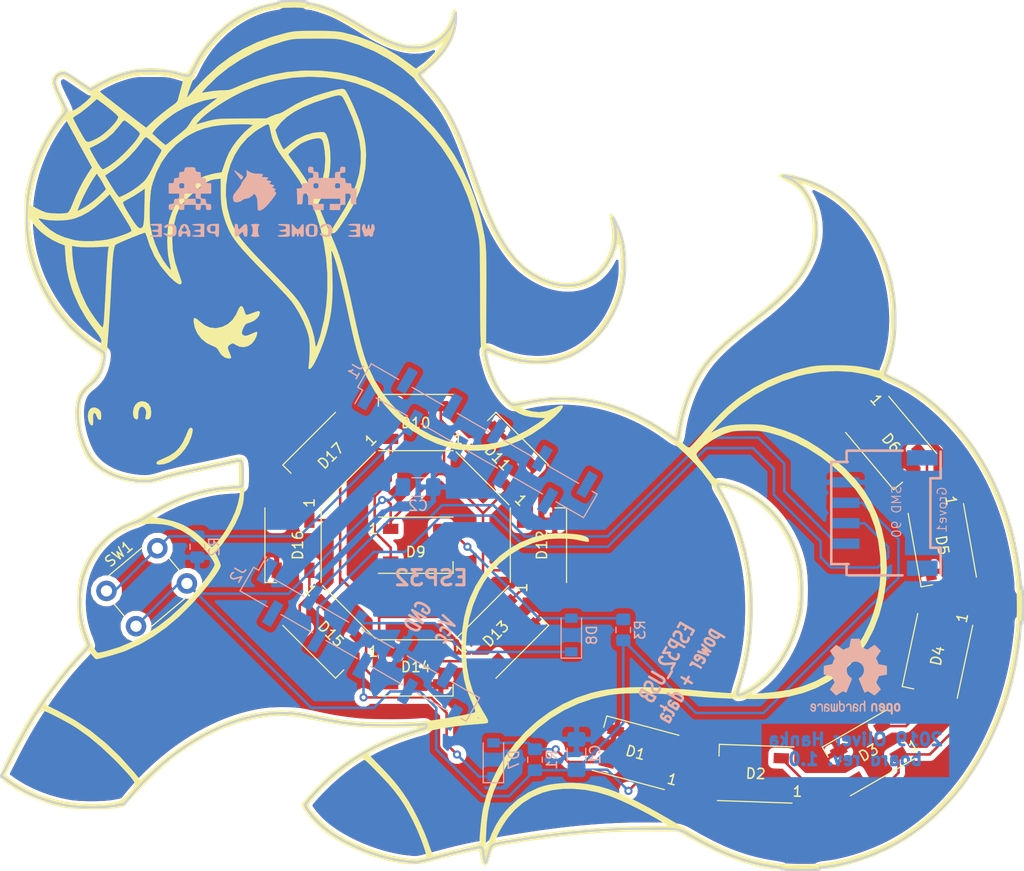
<source format=kicad_pcb>
(kicad_pcb (version 20171130) (host pcbnew "(5.0.1-3-g963ef8bb5)")
  (layers (0 F.Cu signal hide) (31 B.Cu signal hide) (34 B.Paste user) (35 F.Paste user) (36 B.SilkS user) (37 F.SilkS user) (38 B.Mask user) (39 F.Mask user) (44 Edge.Cuts user))
  (net 0 "")
  (net 1 +5V)
  (net 2 "Net-(D1-Pad4)")
  (net 3 GND)
  (net 4 "Net-(D1-Pad2)")
  (net 5 "Net-(D2-Pad2)")
  (net 6 "Net-(D3-Pad2)")
  (net 7 "Net-(D4-Pad2)")
  (net 8 "Net-(D5-Pad2)")
  (net 9 "Net-(D6-Pad2)")
  (net 10 /GPIO16)
  (net 11 "Net-(J1-Pad2)")
  (net 12 "Net-(J1-Pad4)")
  (net 13 "Net-(J1-Pad6)")
  (net 14 "Net-(J1-Pad8)")
  (net 15 "Net-(J1-Pad10)")
  (net 16 "Net-(J1-Pad1)")
  (net 17 "Net-(J1-Pad5)")
  (net 18 "Net-(J1-Pad7)")
  (net 19 "Net-(J1-Pad9)")
  (net 20 "Net-(J2-Pad1)")
  (net 21 "Net-(J2-Pad9)")
  (net 22 "Net-(J2-Pad2)")
  (net 23 "Net-(J2-Pad10)")
  (net 24 /GPIO26)
  (net 25 /WireSCL)
  (net 26 /GPIO17)
  (net 27 /WireSDA)
  (net 28 "Net-(Grove1-PadSS1)")
  (net 29 "Net-(Grove1-PadSS2)")
  (net 30 "Net-(D8-Pad2)")
  (net 31 "Net-(D10-Pad4)")
  (net 32 "Net-(D10-Pad2)")
  (net 33 "Net-(D11-Pad2)")
  (net 34 "Net-(D12-Pad2)")
  (net 35 "Net-(D13-Pad2)")
  (net 36 "Net-(D14-Pad2)")
  (net 37 "Net-(D15-Pad2)")
  (net 38 "Net-(D16-Pad2)")
  (net 39 "Net-(D17-Pad2)")
  (module unicorn_pcb:unicorn_silkscreen_top (layer F.Cu) (at 198.3 62.23)
    (fp_text reference G*** hide)
    (fp_text value LOGO hide)
  )
  (module Connector_PinHeader_2.54mm:PinHeader_1x10_P2.54mm_Vertical_SMD_Pin1Right (layer B.Cu) (at 195.032456 62.776096 240)
    (fp_text reference J1 (at 0 13.76 240) (layer B.SilkS) (effects (justify mirror)))
    (fp_text value Conn_01x10_Male_LEFT)
    (pad 2 smd rect (at -1.655 8.89 240) (size 2.51 1) (layers B.Cu B.Paste B.Mask) (net 11 "Net-(J1-Pad2)"))
    (pad 4 smd rect (at -1.655 3.81 240) (size 2.51 1) (layers B.Cu B.Paste B.Mask) (net 12 "Net-(J1-Pad4)"))
    (pad 6 smd rect (at -1.655 -1.27 240) (size 2.51 1) (layers B.Cu B.Paste B.Mask) (net 13 "Net-(J1-Pad6)"))
    (pad 8 smd rect (at -1.655 -6.35 240) (size 2.51 1) (layers B.Cu B.Paste B.Mask) (net 14 "Net-(J1-Pad8)"))
    (pad 10 smd rect (at -1.655 -11.43 240) (size 2.51 1) (layers B.Cu B.Paste B.Mask) (net 15 "Net-(J1-Pad10)"))
    (pad 1 smd rect (at 1.655 11.43 240) (size 2.51 1) (layers B.Cu B.Paste B.Mask) (net 16 "Net-(J1-Pad1)"))
    (pad 3 smd rect (at 1.655 6.35 240) (size 2.51 1) (layers B.Cu B.Paste B.Mask) (net 24 /GPIO26))
    (pad 5 smd rect (at 1.655 1.27 240) (size 2.51 1) (layers B.Cu B.Paste B.Mask) (net 17 "Net-(J1-Pad5)"))
    (pad 7 smd rect (at 1.655 -3.81 240) (size 2.51 1) (layers B.Cu B.Paste B.Mask) (net 18 "Net-(J1-Pad7)"))
    (pad 9 smd rect (at 1.655 -8.89 240) (size 2.51 1) (layers B.Cu B.Paste B.Mask) (net 19 "Net-(J1-Pad9)"))
  )
  (module LED_SMD:LED_WS2812B_PLCC4_5.0x5.0mm_P3.2mm (layer F.Cu) (at 189 73)
    (fp_text reference D9 (at 0 0.66) (layer F.SilkS))
    (fp_text value WS2812B)
    (fp_text user 1 (at -4.15 -1.6) (layer F.SilkS))
    (pad 3 smd rect (at 2.45 1.6) (size 1.5 1) (layers F.Cu F.Paste F.Mask) (net 3 GND))
    (pad 4 smd rect (at 2.45 -1.6) (size 1.5 1) (layers F.Cu F.Paste F.Mask) (net 30 "Net-(D8-Pad2)"))
    (pad 2 smd rect (at -2.45 1.6) (size 1.5 1) (layers F.Cu F.Paste F.Mask) (net 31 "Net-(D10-Pad4)"))
    (pad 1 smd rect (at -2.45 -1.6) (size 1.5 1) (layers F.Cu F.Paste F.Mask) (net 1 +5V))
  )
  (module Diode_SMD:D_SOD-123 (layer B.Cu) (at 196.596 93.98 90)
    (fp_text reference D7 (at 0 2 90) (layer B.SilkS) (effects (justify mirror)))
    (fp_text value 1N4148W)
    (pad 1 smd rect (at -1.65 0 90) (size 0.9 1.2) (layers B.Cu B.Paste B.Mask) (net 10 /GPIO16))
    (pad 2 smd rect (at 1.65 0 90) (size 0.9 1.2) (layers B.Cu B.Paste B.Mask) (net 2 "Net-(D1-Pad4)"))
  )
  (module Connector_PinHeader_2.54mm:PinHeader_1x10_P2.54mm_Vertical_SMD_Pin1Left (layer B.Cu) (at 183.532456 82.69468 240)
    (fp_text reference J2 (at 0 13.76 240) (layer B.SilkS) (effects (justify mirror)))
    (fp_text value Conn_01x10_Male_RIGHT)
    (pad 1 smd rect (at -1.655 11.43 240) (size 2.51 1) (layers B.Cu B.Paste B.Mask) (net 20 "Net-(J2-Pad1)"))
    (pad 3 smd rect (at -1.655 6.35 240) (size 2.51 1) (layers B.Cu B.Paste B.Mask) (net 25 /WireSCL))
    (pad 5 smd rect (at -1.655 1.27 240) (size 2.51 1) (layers B.Cu B.Paste B.Mask) (net 26 /GPIO17))
    (pad 7 smd rect (at -1.655 -3.81 240) (size 2.51 1) (layers B.Cu B.Paste B.Mask) (net 3 GND))
    (pad 9 smd rect (at -1.655 -8.89 240) (size 2.51 1) (layers B.Cu B.Paste B.Mask) (net 21 "Net-(J2-Pad9)"))
    (pad 2 smd rect (at 1.655 8.89 240) (size 2.51 1) (layers B.Cu B.Paste B.Mask) (net 22 "Net-(J2-Pad2)"))
    (pad 4 smd rect (at 1.655 3.81 240) (size 2.51 1) (layers B.Cu B.Paste B.Mask) (net 27 /WireSDA))
    (pad 6 smd rect (at 1.655 -1.27 240) (size 2.51 1) (layers B.Cu B.Paste B.Mask) (net 10 /GPIO16))
    (pad 8 smd rect (at 1.655 -6.35 240) (size 2.51 1) (layers B.Cu B.Paste B.Mask) (net 1 +5V))
    (pad 10 smd rect (at 1.655 -11.43 240) (size 2.51 1) (layers B.Cu B.Paste B.Mask) (net 23 "Net-(J2-Pad10)"))
  )
  (module Capacitor_SMD:C_1206_3216Metric_Pad1.42x1.75mm_HandSolder (layer B.Cu) (at 189.23 67.31)
    (fp_text reference C2 (at 0 1.82) (layer B.SilkS) (effects (justify mirror)))
    (fp_text value 100nF)
    (pad 2 smd roundrect (at 1.4875 0) (size 1.425 1.75) (layers B.Cu B.Paste B.Mask) (roundrect_rratio 0.175439) (net 3 GND))
    (pad 1 smd roundrect (at -1.4875 0) (size 1.425 1.75) (layers B.Cu B.Paste B.Mask) (roundrect_rratio 0.175439) (net 1 +5V))
  )
  (module Capacitor_SMD:C_1206_3216Metric_Pad1.42x1.75mm_HandSolder (layer B.Cu) (at 204.724 93.472 90)
    (fp_text reference C1 (at 0 1.82 90) (layer B.SilkS) (effects (justify mirror)))
    (fp_text value 100nF)
    (pad 1 smd roundrect (at -1.4875 0 90) (size 1.425 1.75) (layers B.Cu B.Paste B.Mask) (roundrect_rratio 0.175439) (net 1 +5V))
    (pad 2 smd roundrect (at 1.4875 0 90) (size 1.425 1.75) (layers B.Cu B.Paste B.Mask) (roundrect_rratio 0.175439) (net 3 GND))
  )
  (module grove:grove-SMD-2.0-90D_new (layer B.Cu) (at 231.14 69.85 90)
    (fp_text reference Grove1 (at 0.3175 9.3345 90) (layer B.SilkS) (effects (font (size 0.889 0.889) (thickness 0.1016)) (justify mirror)))
    (fp_text value "SMD 90" (at 0.127 4.8895 90) (layer B.SilkS) (effects (font (size 0.889 0.889) (thickness 0.1016)) (justify mirror)))
    (pad 1 smd rect (at -2.99974 -0.09906) (size 2.73812 1.00838) (layers B.Cu B.Paste B.Mask) (net 25 /WireSCL))
    (pad 2 smd rect (at -0.99822 -0.09906) (size 2.73812 1.00838) (layers B.Cu B.Paste B.Mask) (net 27 /WireSDA))
    (pad 3 smd rect (at 0.99822 -0.09906) (size 2.73812 1.00838) (layers B.Cu B.Paste B.Mask) (net 1 +5V))
    (pad 4 smd rect (at 2.99974 -0.09906) (size 2.73812 1.00838) (layers B.Cu B.Paste B.Mask) (net 3 GND))
    (pad SS1 smd rect (at -5.3975 7.39902) (size 2.99974 1.4986) (layers B.Cu B.Paste B.Mask) (net 28 "Net-(Grove1-PadSS1)"))
    (pad SS2 smd rect (at 5.3975 7.39902) (size 2.99974 1.4986) (layers B.Cu B.Paste B.Mask) (net 29 "Net-(Grove1-PadSS2)"))
  )
  (module Diode_SMD:D_SOD-123 (layer B.Cu) (at 204.216 81.788 90)
    (fp_text reference D8 (at 0 2 90) (layer B.SilkS) (effects (justify mirror)))
    (fp_text value 1N4148W)
    (pad 1 smd rect (at -1.65 0 90) (size 0.9 1.2) (layers B.Cu B.Paste B.Mask) (net 26 /GPIO17))
    (pad 2 smd rect (at 1.65 0 90) (size 0.9 1.2) (layers B.Cu B.Paste B.Mask) (net 30 "Net-(D8-Pad2)"))
  )
  (module LED_SMD:LED_WS2812B_PLCC4_5.0x5.0mm_P3.2mm (layer F.Cu) (at 180.52 64.52 225)
    (fp_text reference D17 (at -0.304056 0.049497 225) (layer F.SilkS))
    (fp_text value WS2812B)
    (fp_text user 1 (at -4.15 -1.6 225) (layer F.SilkS))
    (pad 3 smd rect (at 2.45 1.6 225) (size 1.5 1) (layers F.Cu F.Paste F.Mask) (net 3 GND))
    (pad 4 smd rect (at 2.45 -1.6 225) (size 1.5 1) (layers F.Cu F.Paste F.Mask) (net 38 "Net-(D16-Pad2)"))
    (pad 2 smd rect (at -2.45 1.6 225) (size 1.5 1) (layers F.Cu F.Paste F.Mask) (net 39 "Net-(D17-Pad2)"))
    (pad 1 smd rect (at -2.45 -1.6 225) (size 1.5 1) (layers F.Cu F.Paste F.Mask) (net 1 +5V))
  )
  (module LED_SMD:LED_WS2812B_PLCC4_5.0x5.0mm_P3.2mm (layer F.Cu) (at 177 73 270)
    (fp_text reference D16 (at 0 -0.47 270) (layer F.SilkS))
    (fp_text value WS2812B)
    (fp_text user 1 (at -4.15 -1.6 270) (layer F.SilkS))
    (pad 1 smd rect (at -2.45 -1.6 270) (size 1.5 1) (layers F.Cu F.Paste F.Mask) (net 1 +5V))
    (pad 2 smd rect (at -2.45 1.6 270) (size 1.5 1) (layers F.Cu F.Paste F.Mask) (net 38 "Net-(D16-Pad2)"))
    (pad 4 smd rect (at 2.45 -1.6 270) (size 1.5 1) (layers F.Cu F.Paste F.Mask) (net 37 "Net-(D15-Pad2)"))
    (pad 3 smd rect (at 2.45 1.6 270) (size 1.5 1) (layers F.Cu F.Paste F.Mask) (net 3 GND))
  )
  (module LED_SMD:LED_WS2812B_PLCC4_5.0x5.0mm_P3.2mm (layer F.Cu) (at 180.52 81.48 315)
    (fp_text reference D15 (at 0.268701 0.014142 315) (layer F.SilkS))
    (fp_text value WS2812B)
    (fp_text user 1 (at -4.15 -1.6 315) (layer F.SilkS))
    (pad 3 smd rect (at 2.45 1.6 315) (size 1.5 1) (layers F.Cu F.Paste F.Mask) (net 3 GND))
    (pad 4 smd rect (at 2.45 -1.6 315) (size 1.5 1) (layers F.Cu F.Paste F.Mask) (net 36 "Net-(D14-Pad2)"))
    (pad 2 smd rect (at -2.45 1.6 315) (size 1.5 1) (layers F.Cu F.Paste F.Mask) (net 37 "Net-(D15-Pad2)"))
    (pad 1 smd rect (at -2.45 -1.6 315) (size 1.5 1) (layers F.Cu F.Paste F.Mask) (net 1 +5V))
  )
  (module LED_SMD:LED_WS2812B_PLCC4_5.0x5.0mm_P3.2mm (layer F.Cu) (at 189 85)
    (fp_text reference D14 (at 0 -0.09) (layer F.SilkS))
    (fp_text value WS2812B)
    (fp_text user 1 (at -4.15 -1.6) (layer F.SilkS))
    (pad 1 smd rect (at -2.45 -1.6) (size 1.5 1) (layers F.Cu F.Paste F.Mask) (net 1 +5V))
    (pad 2 smd rect (at -2.45 1.6) (size 1.5 1) (layers F.Cu F.Paste F.Mask) (net 36 "Net-(D14-Pad2)"))
    (pad 4 smd rect (at 2.45 -1.6) (size 1.5 1) (layers F.Cu F.Paste F.Mask) (net 35 "Net-(D13-Pad2)"))
    (pad 3 smd rect (at 2.45 1.6) (size 1.5 1) (layers F.Cu F.Paste F.Mask) (net 3 GND))
  )
  (module LED_SMD:LED_WS2812B_PLCC4_5.0x5.0mm_P3.2mm (layer F.Cu) (at 197.48 81.48 45)
    (fp_text reference D13 (at -0.59397 -0.311127 45) (layer F.SilkS))
    (fp_text value WS2812B)
    (fp_text user 1 (at -4.15 -1.6 45) (layer F.SilkS))
    (pad 3 smd rect (at 2.45 1.6 45) (size 1.5 1) (layers F.Cu F.Paste F.Mask) (net 3 GND))
    (pad 4 smd rect (at 2.45 -1.6 45) (size 1.5 1) (layers F.Cu F.Paste F.Mask) (net 34 "Net-(D12-Pad2)"))
    (pad 2 smd rect (at -2.45 1.6 45) (size 1.5 1) (layers F.Cu F.Paste F.Mask) (net 35 "Net-(D13-Pad2)"))
    (pad 1 smd rect (at -2.45 -1.6 45) (size 1.5 1) (layers F.Cu F.Paste F.Mask) (net 1 +5V))
  )
  (module LED_SMD:LED_WS2812B_PLCC4_5.0x5.0mm_P3.2mm (layer F.Cu) (at 201 73 90)
    (fp_text reference D12 (at 0 0.34 90) (layer F.SilkS))
    (fp_text value WS2812B)
    (fp_text user 1 (at -4.15 -1.6 90) (layer F.SilkS))
    (pad 1 smd rect (at -2.45 -1.6 90) (size 1.5 1) (layers F.Cu F.Paste F.Mask) (net 1 +5V))
    (pad 2 smd rect (at -2.45 1.6 90) (size 1.5 1) (layers F.Cu F.Paste F.Mask) (net 34 "Net-(D12-Pad2)"))
    (pad 4 smd rect (at 2.45 -1.6 90) (size 1.5 1) (layers F.Cu F.Paste F.Mask) (net 33 "Net-(D11-Pad2)"))
    (pad 3 smd rect (at 2.45 1.6 90) (size 1.5 1) (layers F.Cu F.Paste F.Mask) (net 3 GND))
  )
  (module LED_SMD:LED_WS2812B_PLCC4_5.0x5.0mm_P3.2mm (layer F.Cu) (at 197.48 64.52 135)
    (fp_text reference D11 (at 0.4 -0.275772 135) (layer F.SilkS))
    (fp_text value WS2812B)
    (fp_text user 1 (at -4.15 -1.6 135) (layer F.SilkS))
    (pad 3 smd rect (at 2.45 1.6 135) (size 1.5 1) (layers F.Cu F.Paste F.Mask) (net 3 GND))
    (pad 4 smd rect (at 2.45 -1.6 135) (size 1.5 1) (layers F.Cu F.Paste F.Mask) (net 32 "Net-(D10-Pad2)"))
    (pad 2 smd rect (at -2.45 1.6 135) (size 1.5 1) (layers F.Cu F.Paste F.Mask) (net 33 "Net-(D11-Pad2)"))
    (pad 1 smd rect (at -2.45 -1.6 135) (size 1.5 1) (layers F.Cu F.Paste F.Mask) (net 1 +5V))
  )
  (module LED_SMD:LED_WS2812B_PLCC4_5.0x5.0mm_P3.2mm (layer F.Cu) (at 189 61 180)
    (fp_text reference D10 (at 0 -0.04 180) (layer F.SilkS))
    (fp_text value WS2812B)
    (fp_text user 1 (at -4.15 -1.6 180) (layer F.SilkS))
    (pad 1 smd rect (at -2.45 -1.6 180) (size 1.5 1) (layers F.Cu F.Paste F.Mask) (net 1 +5V))
    (pad 2 smd rect (at -2.45 1.6 180) (size 1.5 1) (layers F.Cu F.Paste F.Mask) (net 32 "Net-(D10-Pad2)"))
    (pad 4 smd rect (at 2.45 -1.6 180) (size 1.5 1) (layers F.Cu F.Paste F.Mask) (net 31 "Net-(D10-Pad4)"))
    (pad 3 smd rect (at 2.45 1.6 180) (size 1.5 1) (layers F.Cu F.Paste F.Mask) (net 3 GND))
  )
  (module Resistor_SMD:R_0805_2012Metric_Pad1.15x1.40mm_HandSolder (layer B.Cu) (at 209.296 81.28 90)
    (fp_text reference R3 (at 0 1.65 90) (layer B.SilkS) (effects (justify mirror)))
    (fp_text value 4k7)
    (pad 1 smd roundrect (at -1.025 0 90) (size 1.15 1.4) (layers B.Cu B.Paste B.Mask) (roundrect_rratio 0.217391) (net 1 +5V))
    (pad 2 smd roundrect (at 1.025 0 90) (size 1.15 1.4) (layers B.Cu B.Paste B.Mask) (roundrect_rratio 0.217391) (net 30 "Net-(D8-Pad2)"))
  )
  (module Button_Switch_THT:SW_PUSH_6mm_H5mm (layer F.Cu) (at 158.75 77.47 40)
    (fp_text reference SW1 (at 3.25 -2 40) (layer F.SilkS))
    (fp_text value SW_Push)
    (pad 2 thru_hole circle (at 0 4.5 130) (size 2 2) (drill 1.1) (layers *.Cu *.Mask) (net 1 +5V))
    (pad 1 thru_hole circle (at 0 0 130) (size 2 2) (drill 1.1) (layers *.Cu *.Mask) (net 24 /GPIO26))
    (pad 2 thru_hole circle (at 6.5 4.5 130) (size 2 2) (drill 1.1) (layers *.Cu *.Mask) (net 1 +5V))
    (pad 1 thru_hole circle (at 6.5 0 130) (size 2 2) (drill 1.1) (layers *.Cu *.Mask) (net 24 /GPIO26))
  )
  (module Resistor_SMD:R_0805_2012Metric_Pad1.15x1.40mm_HandSolder (layer B.Cu) (at 167.64 73.152 90)
    (fp_text reference R2 (at 0 1.65 90) (layer B.SilkS) (effects (justify mirror)))
    (fp_text value 1k)
    (pad 1 smd roundrect (at -1.025 0 90) (size 1.15 1.4) (layers B.Cu B.Paste B.Mask) (roundrect_rratio 0.217391) (net 3 GND))
    (pad 2 smd roundrect (at 1.025 0 90) (size 1.15 1.4) (layers B.Cu B.Paste B.Mask) (roundrect_rratio 0.217391) (net 24 /GPIO26))
  )
  (module LED_SMD:LED_WS2812B_PLCC4_5.0x5.0mm_P3.2mm (layer F.Cu) (at 222.25 95.35 178)
    (fp_text reference D2 (at 0 0 178) (layer F.SilkS))
    (fp_text value WS2812B)
    (fp_text user 1 (at -4.15 -1.6 178) (layer F.SilkS))
    (pad 1 smd rect (at -2.45 -1.6 178) (size 1.5 1) (layers F.Cu F.Paste F.Mask) (net 1 +5V))
    (pad 2 smd rect (at -2.45 1.6 178) (size 1.5 1) (layers F.Cu F.Paste F.Mask) (net 5 "Net-(D2-Pad2)"))
    (pad 4 smd rect (at 2.45 -1.6 178) (size 1.5 1) (layers F.Cu F.Paste F.Mask) (net 4 "Net-(D1-Pad2)"))
    (pad 3 smd rect (at 2.45 1.6 178) (size 1.5 1) (layers F.Cu F.Paste F.Mask) (net 3 GND))
  )
  (module LED_SMD:LED_WS2812B_PLCC4_5.0x5.0mm_P3.2mm (layer F.Cu) (at 240.03 83.82 258)
    (fp_text reference D4 (at 0 0 258) (layer F.SilkS))
    (fp_text value WS2812B)
    (fp_text user 1 (at -4.15 -1.6 258) (layer F.SilkS))
    (pad 1 smd rect (at -2.45 -1.6 258) (size 1.5 1) (layers F.Cu F.Paste F.Mask) (net 1 +5V))
    (pad 2 smd rect (at -2.45 1.6 258) (size 1.5 1) (layers F.Cu F.Paste F.Mask) (net 7 "Net-(D4-Pad2)"))
    (pad 4 smd rect (at 2.45 -1.6 258) (size 1.5 1) (layers F.Cu F.Paste F.Mask) (net 6 "Net-(D3-Pad2)"))
    (pad 3 smd rect (at 2.45 1.6 258) (size 1.5 1) (layers F.Cu F.Paste F.Mask) (net 3 GND))
  )
  (module LED_SMD:LED_WS2812B_PLCC4_5.0x5.0mm_P3.2mm (layer F.Cu) (at 210.5 93.3 165)
    (fp_text reference D1 (at 0 0 165) (layer F.SilkS))
    (fp_text value WS2812B)
    (fp_text user 1 (at -4.15 -1.6 165) (layer F.SilkS))
    (pad 3 smd rect (at 2.45 1.6 165) (size 1.5 1) (layers F.Cu F.Paste F.Mask) (net 3 GND))
    (pad 4 smd rect (at 2.45 -1.6 165) (size 1.5 1) (layers F.Cu F.Paste F.Mask) (net 2 "Net-(D1-Pad4)"))
    (pad 2 smd rect (at -2.45 1.6 165) (size 1.5 1) (layers F.Cu F.Paste F.Mask) (net 4 "Net-(D1-Pad2)"))
    (pad 1 smd rect (at -2.45 -1.6 165) (size 1.5 1) (layers F.Cu F.Paste F.Mask) (net 1 +5V))
  )
  (module Resistor_SMD:R_0805_2012Metric_Pad1.15x1.40mm_HandSolder (layer B.Cu) (at 200.66 93.98 90)
    (fp_text reference R1 (at 0 1.65 90) (layer B.SilkS) (effects (justify mirror)))
    (fp_text value 4k7)
    (pad 1 smd roundrect (at -1.025 0 90) (size 1.15 1.4) (layers B.Cu B.Paste B.Mask) (roundrect_rratio 0.217391) (net 1 +5V))
    (pad 2 smd roundrect (at 1.025 0 90) (size 1.15 1.4) (layers B.Cu B.Paste B.Mask) (roundrect_rratio 0.217391) (net 2 "Net-(D1-Pad4)"))
  )
  (module LED_SMD:LED_WS2812B_PLCC4_5.0x5.0mm_P3.2mm (layer F.Cu) (at 233.3 93.3 210)
    (fp_text reference D3 (at 0 0 210) (layer F.SilkS))
    (fp_text value WS2812B)
    (fp_text user 1 (at -4.149999 -1.6 210) (layer F.SilkS))
    (pad 3 smd rect (at 2.45 1.6 210) (size 1.5 1) (layers F.Cu F.Paste F.Mask) (net 3 GND))
    (pad 4 smd rect (at 2.45 -1.6 210) (size 1.5 1) (layers F.Cu F.Paste F.Mask) (net 5 "Net-(D2-Pad2)"))
    (pad 2 smd rect (at -2.45 1.6 210) (size 1.5 1) (layers F.Cu F.Paste F.Mask) (net 6 "Net-(D3-Pad2)"))
    (pad 1 smd rect (at -2.45 -1.6 210) (size 1.5 1) (layers F.Cu F.Paste F.Mask) (net 1 +5V))
  )
  (module LED_SMD:LED_WS2812B_PLCC4_5.0x5.0mm_P3.2mm (layer F.Cu) (at 240.5 73 280)
    (fp_text reference D5 (at 0 0 280) (layer F.SilkS))
    (fp_text value WS2812B)
    (fp_text user 1 (at -4.15 -1.6 280) (layer F.SilkS))
    (pad 3 smd rect (at 2.45 1.6 280) (size 1.5 1) (layers F.Cu F.Paste F.Mask) (net 3 GND))
    (pad 4 smd rect (at 2.45 -1.6 280) (size 1.5 1) (layers F.Cu F.Paste F.Mask) (net 7 "Net-(D4-Pad2)"))
    (pad 2 smd rect (at -2.45 1.6 280) (size 1.5 1) (layers F.Cu F.Paste F.Mask) (net 8 "Net-(D5-Pad2)"))
    (pad 1 smd rect (at -2.45 -1.6 280) (size 1.5 1) (layers F.Cu F.Paste F.Mask) (net 1 +5V))
  )
  (module LED_SMD:LED_WS2812B_PLCC4_5.0x5.0mm_P3.2mm (layer F.Cu) (at 235.5 63 310)
    (fp_text reference D6 (at 0 0 310) (layer F.SilkS))
    (fp_text value WS2812B)
    (fp_text user 1 (at -4.15 -1.6 310) (layer F.SilkS))
    (pad 1 smd rect (at -2.45 -1.6 310) (size 1.5 1) (layers F.Cu F.Paste F.Mask) (net 1 +5V))
    (pad 2 smd rect (at -2.45 1.6 310) (size 1.5 1) (layers F.Cu F.Paste F.Mask) (net 9 "Net-(D6-Pad2)"))
    (pad 4 smd rect (at 2.45 -1.6 310) (size 1.5 1) (layers F.Cu F.Paste F.Mask) (net 8 "Net-(D5-Pad2)"))
    (pad 3 smd rect (at 2.45 1.6 310) (size 1.5 1) (layers F.Cu F.Paste F.Mask) (net 3 GND))
  )
  (module Symbol:OSHW-Logo2_9.8x8mm_SilkScreen (layer B.Cu) (at 232 85.852 180)
    (fp_text reference REF** hide)
    (fp_text value OSHW-Logo2_9.8x8mm_SilkScreen hide)
  )
  (module unicorn_pcb:ctf2_logo (layer B.Cu) (at 173.99 39.37 180)
    (fp_text reference G*** hide)
    (fp_text value LOGO hide)
  )
  (gr_text "ESP32_USB\npower + data" (at 214.63 85.09 60) (layer B.SilkS) (effects (font (size 1.5 1) (thickness 0.25)) (justify mirror)))
  (gr_text GND (at 189.23 80.01 60) (layer B.SilkS) (effects (font (size 1.5 1) (thickness 0.25)) (justify mirror)))
  (gr_text Vcc (at 191.77 81.28 60) (layer B.SilkS) (effects (font (size 1.5 1) (thickness 0.25)) (justify mirror)))
  (gr_text "2019 Oliver Hanka\nboard rev. 1.0" (at 232 92.964) (layer B.Cu) (effects (font (size 1.2 1.2) (thickness 0.3)) (justify mirror)))
  (gr_text ESP32 (at 190.5 76.2) (layer B.SilkS) (effects (font (size 1.5 1.5) (thickness 0.3)) (justify mirror)))
  (gr_line (start 234.900726 56.25534) (end 234.900779 56.257721) (layer Edge.Cuts) (width 0.2))
  (gr_line (start 234.900697 56.252958) (end 234.900726 56.25534) (layer Edge.Cuts) (width 0.2))
  (gr_line (start 234.900695 56.250577) (end 234.900697 56.252958) (layer Edge.Cuts) (width 0.2))
  (gr_line (start 234.900719 56.248196) (end 234.900695 56.250577) (layer Edge.Cuts) (width 0.2))
  (gr_line (start 234.900769 56.24555) (end 234.900719 56.248196) (layer Edge.Cuts) (width 0.2))
  (gr_line (start 234.900843 56.242904) (end 234.900769 56.24555) (layer Edge.Cuts) (width 0.2))
  (gr_line (start 234.900943 56.240258) (end 234.900843 56.242904) (layer Edge.Cuts) (width 0.2))
  (gr_line (start 234.90107 56.237586) (end 234.900943 56.240258) (layer Edge.Cuts) (width 0.2))
  (gr_line (start 234.901221 56.234887) (end 234.90107 56.237586) (layer Edge.Cuts) (width 0.2))
  (gr_line (start 234.901396 56.232136) (end 234.901221 56.234887) (layer Edge.Cuts) (width 0.2))
  (gr_line (start 234.901597 56.229331) (end 234.901396 56.232136) (layer Edge.Cuts) (width 0.2))
  (gr_line (start 234.901825 56.226474) (end 234.901597 56.229331) (layer Edge.Cuts) (width 0.2))
  (gr_line (start 234.902073 56.22359) (end 234.901825 56.226474) (layer Edge.Cuts) (width 0.2))
  (gr_line (start 234.902338 56.220653) (end 234.902073 56.22359) (layer Edge.Cuts) (width 0.2))
  (gr_line (start 234.902602 56.217663) (end 234.902338 56.220653) (layer Edge.Cuts) (width 0.2))
  (gr_line (start 234.902867 56.214647) (end 234.902602 56.217663) (layer Edge.Cuts) (width 0.2))
  (gr_line (start 234.903132 56.211578) (end 234.902867 56.214647) (layer Edge.Cuts) (width 0.2))
  (gr_line (start 234.903396 56.208482) (end 234.903132 56.211578) (layer Edge.Cuts) (width 0.2))
  (gr_line (start 234.903661 56.205333) (end 234.903396 56.208482) (layer Edge.Cuts) (width 0.2))
  (gr_line (start 234.90419 56.202158) (end 234.903661 56.205333) (layer Edge.Cuts) (width 0.2))
  (gr_line (start 234.904719 56.198931) (end 234.90419 56.202158) (layer Edge.Cuts) (width 0.2))
  (gr_line (start 234.905248 56.195676) (end 234.904719 56.198931) (layer Edge.Cuts) (width 0.2))
  (gr_line (start 234.905777 56.192369) (end 234.905248 56.195676) (layer Edge.Cuts) (width 0.2))
  (gr_line (start 234.906307 56.189035) (end 234.905777 56.192369) (layer Edge.Cuts) (width 0.2))
  (gr_line (start 234.906836 56.185648) (end 234.906307 56.189035) (layer Edge.Cuts) (width 0.2))
  (gr_line (start 234.907365 56.182235) (end 234.906836 56.185648) (layer Edge.Cuts) (width 0.2))
  (gr_line (start 234.907894 56.178769) (end 234.907365 56.182235) (layer Edge.Cuts) (width 0.2))
  (gr_line (start 234.908423 56.175277) (end 234.907894 56.178769) (layer Edge.Cuts) (width 0.2))
  (gr_line (start 234.908952 56.171731) (end 234.908423 56.175277) (layer Edge.Cuts) (width 0.2))
  (gr_line (start 234.909482 56.168159) (end 234.908952 56.171731) (layer Edge.Cuts) (width 0.2))
  (gr_line (start 234.910275 56.164561) (end 234.909482 56.168159) (layer Edge.Cuts) (width 0.2))
  (gr_line (start 234.911069 56.16091) (end 234.910275 56.164561) (layer Edge.Cuts) (width 0.2))
  (gr_line (start 234.911863 56.157232) (end 234.911069 56.16091) (layer Edge.Cuts) (width 0.2))
  (gr_line (start 234.912657 56.153528) (end 234.911863 56.157232) (layer Edge.Cuts) (width 0.2))
  (gr_line (start 234.91345 56.149771) (end 234.912657 56.153528) (layer Edge.Cuts) (width 0.2))
  (gr_line (start 234.914244 56.145987) (end 234.91345 56.149771) (layer Edge.Cuts) (width 0.2))
  (gr_line (start 234.915038 56.142177) (end 234.914244 56.145987) (layer Edge.Cuts) (width 0.2))
  (gr_line (start 234.9011 56.264336) (end 234.901258 56.266452) (layer Edge.Cuts) (width 0.2))
  (gr_line (start 234.900967 56.262219) (end 234.9011 56.264336) (layer Edge.Cuts) (width 0.2))
  (gr_line (start 234.900859 56.260102) (end 234.900967 56.262219) (layer Edge.Cuts) (width 0.2))
  (gr_line (start 234.900779 56.257721) (end 234.900859 56.260102) (layer Edge.Cuts) (width 0.2))
  (gr_line (start 235.050142 56.398082) (end 235.055936 56.401522) (layer Edge.Cuts) (width 0.2))
  (gr_line (start 235.044453 56.394696) (end 235.050142 56.398082) (layer Edge.Cuts) (width 0.2))
  (gr_line (start 235.038844 56.391336) (end 235.044453 56.394696) (layer Edge.Cuts) (width 0.2))
  (gr_line (start 235.033341 56.388028) (end 235.038844 56.391336) (layer Edge.Cuts) (width 0.2))
  (gr_line (start 235.027943 56.384747) (end 235.033341 56.388028) (layer Edge.Cuts) (width 0.2))
  (gr_line (start 235.022652 56.381493) (end 235.027943 56.384747) (layer Edge.Cuts) (width 0.2))
  (gr_line (start 235.017466 56.378292) (end 235.022652 56.381493) (layer Edge.Cuts) (width 0.2))
  (gr_line (start 235.012386 56.375117) (end 235.017466 56.378292) (layer Edge.Cuts) (width 0.2))
  (gr_line (start 235.007412 56.371994) (end 235.012386 56.375117) (layer Edge.Cuts) (width 0.2))
  (gr_line (start 235.002543 56.368899) (end 235.007412 56.371994) (layer Edge.Cuts) (width 0.2))
  (gr_line (start 234.997781 56.365856) (end 235.002543 56.368899) (layer Edge.Cuts) (width 0.2))
  (gr_line (start 234.993124 56.36284) (end 234.997781 56.365856) (layer Edge.Cuts) (width 0.2))
  (gr_line (start 234.988573 56.359877) (end 234.993124 56.36284) (layer Edge.Cuts) (width 0.2))
  (gr_line (start 234.984128 56.35694) (end 234.988573 56.359877) (layer Edge.Cuts) (width 0.2))
  (gr_line (start 234.979789 56.354056) (end 234.984128 56.35694) (layer Edge.Cuts) (width 0.2))
  (gr_line (start 234.975582 56.351225) (end 234.979789 56.354056) (layer Edge.Cuts) (width 0.2))
  (gr_line (start 234.971481 56.34842) (end 234.975582 56.351225) (layer Edge.Cuts) (width 0.2))
  (gr_line (start 234.967486 56.345668) (end 234.971481 56.34842) (layer Edge.Cuts) (width 0.2))
  (gr_line (start 234.963597 56.342943) (end 234.967486 56.345668) (layer Edge.Cuts) (width 0.2))
  (gr_line (start 234.95984 56.340271) (end 234.963597 56.342943) (layer Edge.Cuts) (width 0.2))
  (gr_line (start 234.956188 56.337625) (end 234.95984 56.340271) (layer Edge.Cuts) (width 0.2))
  (gr_line (start 234.952669 56.334979) (end 234.956188 56.337625) (layer Edge.Cuts) (width 0.2))
  (gr_line (start 234.949256 56.332333) (end 234.952669 56.334979) (layer Edge.Cuts) (width 0.2))
  (gr_line (start 234.945949 56.329952) (end 234.949256 56.332333) (layer Edge.Cuts) (width 0.2))
  (gr_line (start 234.942774 56.327571) (end 234.945949 56.329952) (layer Edge.Cuts) (width 0.2))
  (gr_line (start 234.939705 56.32519) (end 234.942774 56.327571) (layer Edge.Cuts) (width 0.2))
  (gr_line (start 234.936768 56.322808) (end 234.939705 56.32519) (layer Edge.Cuts) (width 0.2))
  (gr_line (start 234.933963 56.320427) (end 234.936768 56.322808) (layer Edge.Cuts) (width 0.2))
  (gr_line (start 234.931265 56.318311) (end 234.933963 56.320427) (layer Edge.Cuts) (width 0.2))
  (gr_line (start 234.928619 56.316194) (end 234.931265 56.318311) (layer Edge.Cuts) (width 0.2))
  (gr_line (start 234.926238 56.314077) (end 234.928619 56.316194) (layer Edge.Cuts) (width 0.2))
  (gr_line (start 234.923856 56.311961) (end 234.926238 56.314077) (layer Edge.Cuts) (width 0.2))
  (gr_line (start 234.92174 56.309844) (end 234.923856 56.311961) (layer Edge.Cuts) (width 0.2))
  (gr_line (start 234.919623 56.307727) (end 234.92174 56.309844) (layer Edge.Cuts) (width 0.2))
  (gr_line (start 234.917771 56.305875) (end 234.919623 56.307727) (layer Edge.Cuts) (width 0.2))
  (gr_line (start 234.915919 56.304023) (end 234.917771 56.305875) (layer Edge.Cuts) (width 0.2))
  (gr_line (start 234.914331 56.302171) (end 234.915919 56.304023) (layer Edge.Cuts) (width 0.2))
  (gr_line (start 234.912744 56.300319) (end 234.914331 56.302171) (layer Edge.Cuts) (width 0.2))
  (gr_line (start 234.911421 56.298467) (end 234.912744 56.300319) (layer Edge.Cuts) (width 0.2))
  (gr_line (start 234.910098 56.296879) (end 234.911421 56.298467) (layer Edge.Cuts) (width 0.2))
  (gr_line (start 234.90904 56.295292) (end 234.910098 56.296879) (layer Edge.Cuts) (width 0.2))
  (gr_line (start 234.907981 56.293704) (end 234.90904 56.295292) (layer Edge.Cuts) (width 0.2))
  (gr_line (start 234.907188 56.292117) (end 234.907981 56.293704) (layer Edge.Cuts) (width 0.2))
  (gr_line (start 234.906394 56.290529) (end 234.907188 56.292117) (layer Edge.Cuts) (width 0.2))
  (gr_line (start 234.905865 56.289206) (end 234.906394 56.290529) (layer Edge.Cuts) (width 0.2))
  (gr_line (start 234.905336 56.287883) (end 234.905865 56.289206) (layer Edge.Cuts) (width 0.2))
  (gr_line (start 234.904806 56.286296) (end 234.905336 56.287883) (layer Edge.Cuts) (width 0.2))
  (gr_line (start 234.904277 56.284708) (end 234.904806 56.286296) (layer Edge.Cuts) (width 0.2))
  (gr_line (start 234.903748 56.283121) (end 234.904277 56.284708) (layer Edge.Cuts) (width 0.2))
  (gr_line (start 234.903219 56.281533) (end 234.903748 56.283121) (layer Edge.Cuts) (width 0.2))
  (gr_line (start 234.902954 56.279946) (end 234.903219 56.281533) (layer Edge.Cuts) (width 0.2))
  (gr_line (start 234.90269 56.278094) (end 234.902954 56.279946) (layer Edge.Cuts) (width 0.2))
  (gr_line (start 234.902425 56.276242) (end 234.90269 56.278094) (layer Edge.Cuts) (width 0.2))
  (gr_line (start 234.902161 56.27439) (end 234.902425 56.276242) (layer Edge.Cuts) (width 0.2))
  (gr_line (start 234.901896 56.272538) (end 234.902161 56.27439) (layer Edge.Cuts) (width 0.2))
  (gr_line (start 234.901658 56.270686) (end 234.901896 56.272538) (layer Edge.Cuts) (width 0.2))
  (gr_line (start 234.901444 56.268569) (end 234.901658 56.270686) (layer Edge.Cuts) (width 0.2))
  (gr_line (start 234.901258 56.266452) (end 234.901444 56.268569) (layer Edge.Cuts) (width 0.2))
  (gr_line (start 234.916625 56.134478) (end 234.915832 56.138341) (layer Edge.Cuts) (width 0.2))
  (gr_line (start 243.24773 63.059584) (end 243.301927 63.133631) (layer Edge.Cuts) (width 0.2))
  (gr_line (start 243.193255 62.985784) (end 243.24773 63.059584) (layer Edge.Cuts) (width 0.2))
  (gr_line (start 243.138497 62.91223) (end 243.193255 62.985784) (layer Edge.Cuts) (width 0.2))
  (gr_line (start 243.083461 62.838922) (end 243.138497 62.91223) (layer Edge.Cuts) (width 0.2))
  (gr_line (start 243.028142 62.76586) (end 243.083461 62.838922) (layer Edge.Cuts) (width 0.2))
  (gr_line (start 242.972545 62.693041) (end 243.028142 62.76586) (layer Edge.Cuts) (width 0.2))
  (gr_line (start 242.916665 62.620466) (end 242.972545 62.693041) (layer Edge.Cuts) (width 0.2))
  (gr_line (start 242.860504 62.548139) (end 242.916665 62.620466) (layer Edge.Cuts) (width 0.2))
  (gr_line (start 242.804063 62.476054) (end 242.860504 62.548139) (layer Edge.Cuts) (width 0.2))
  (gr_line (start 242.747342 62.404214) (end 242.804063 62.476054) (layer Edge.Cuts) (width 0.2))
  (gr_line (start 242.690338 62.33262) (end 242.747342 62.404214) (layer Edge.Cuts) (width 0.2))
  (gr_line (start 242.633053 62.261268) (end 242.690338 62.33262) (layer Edge.Cuts) (width 0.2))
  (gr_line (start 242.575487 62.190161) (end 242.633053 62.261268) (layer Edge.Cuts) (width 0.2))
  (gr_line (start 242.517639 62.119295) (end 242.575487 62.190161) (layer Edge.Cuts) (width 0.2))
  (gr_line (start 242.45951 62.048675) (end 242.517639 62.119295) (layer Edge.Cuts) (width 0.2))
  (gr_line (start 242.401098 61.978296) (end 242.45951 62.048675) (layer Edge.Cuts) (width 0.2))
  (gr_line (start 242.342405 61.908163) (end 242.401098 61.978296) (layer Edge.Cuts) (width 0.2))
  (gr_line (start 242.28343 61.83827) (end 242.342405 61.908163) (layer Edge.Cuts) (width 0.2))
  (gr_line (start 242.224174 61.768621) (end 242.28343 61.83827) (layer Edge.Cuts) (width 0.2))
  (gr_line (start 242.164634 61.699213) (end 242.224174 61.768621) (layer Edge.Cuts) (width 0.2))
  (gr_line (start 242.104812 61.630048) (end 242.164634 61.699213) (layer Edge.Cuts) (width 0.2))
  (gr_line (start 242.044707 61.561127) (end 242.104812 61.630048) (layer Edge.Cuts) (width 0.2))
  (gr_line (start 241.984321 61.492447) (end 242.044707 61.561127) (layer Edge.Cuts) (width 0.2))
  (gr_line (start 241.923652 61.424007) (end 241.984321 61.492447) (layer Edge.Cuts) (width 0.2))
  (gr_line (start 241.862697 61.355808) (end 241.923652 61.424007) (layer Edge.Cuts) (width 0.2))
  (gr_line (start 241.801462 61.287852) (end 241.862697 61.355808) (layer Edge.Cuts) (width 0.2))
  (gr_line (start 241.739944 61.220137) (end 241.801462 61.287852) (layer Edge.Cuts) (width 0.2))
  (gr_line (start 241.678142 61.152663) (end 241.739944 61.220137) (layer Edge.Cuts) (width 0.2))
  (gr_line (start 241.616058 61.08543) (end 241.678142 61.152663) (layer Edge.Cuts) (width 0.2))
  (gr_line (start 241.55369 61.018435) (end 241.616058 61.08543) (layer Edge.Cuts) (width 0.2))
  (gr_line (start 241.49104 60.951683) (end 241.55369 61.018435) (layer Edge.Cuts) (width 0.2))
  (gr_line (start 241.428103 60.88517) (end 241.49104 60.951683) (layer Edge.Cuts) (width 0.2))
  (gr_line (start 241.364884 60.818897) (end 241.428103 60.88517) (layer Edge.Cuts) (width 0.2))
  (gr_line (start 241.301381 60.752865) (end 241.364884 60.818897) (layer Edge.Cuts) (width 0.2))
  (gr_line (start 241.237595 60.687071) (end 241.301381 60.752865) (layer Edge.Cuts) (width 0.2))
  (gr_line (start 241.173524 60.621518) (end 241.237595 60.687071) (layer Edge.Cuts) (width 0.2))
  (gr_line (start 241.109169 60.556203) (end 241.173524 60.621518) (layer Edge.Cuts) (width 0.2))
  (gr_line (start 241.044531 60.491126) (end 241.109169 60.556203) (layer Edge.Cuts) (width 0.2))
  (gr_line (start 241.002669 60.449234) (end 241.044531 60.491126) (layer Edge.Cuts) (width 0.2))
  (gr_line (start 240.960881 60.407586) (end 241.002669 60.449234) (layer Edge.Cuts) (width 0.2))
  (gr_line (start 240.919172 60.366187) (end 240.960881 60.407586) (layer Edge.Cuts) (width 0.2))
  (gr_line (start 240.877534 60.325028) (end 240.919172 60.366187) (layer Edge.Cuts) (width 0.2))
  (gr_line (start 240.835968 60.284116) (end 240.877534 60.325028) (layer Edge.Cuts) (width 0.2))
  (gr_line (start 240.794476 60.243444) (end 240.835968 60.284116) (layer Edge.Cuts) (width 0.2))
  (gr_line (start 240.753051 60.20301) (end 240.794476 60.243444) (layer Edge.Cuts) (width 0.2))
  (gr_line (start 240.711694 60.16282) (end 240.753051 60.20301) (layer Edge.Cuts) (width 0.2))
  (gr_line (start 240.670403 60.122868) (end 240.711694 60.16282) (layer Edge.Cuts) (width 0.2))
  (gr_line (start 240.629178 60.083151) (end 240.670403 60.122868) (layer Edge.Cuts) (width 0.2))
  (gr_line (start 240.588017 60.043673) (end 240.629178 60.083151) (layer Edge.Cuts) (width 0.2))
  (gr_line (start 240.546914 60.00443) (end 240.588017 60.043673) (layer Edge.Cuts) (width 0.2))
  (gr_line (start 240.505874 59.96542) (end 240.546914 60.00443) (layer Edge.Cuts) (width 0.2))
  (gr_line (start 240.464893 59.926645) (end 240.505874 59.96542) (layer Edge.Cuts) (width 0.2))
  (gr_line (start 240.423967 59.888101) (end 240.464893 59.926645) (layer Edge.Cuts) (width 0.2))
  (gr_line (start 240.3831 59.849789) (end 240.423967 59.888101) (layer Edge.Cuts) (width 0.2))
  (gr_line (start 240.342285 59.811707) (end 240.3831 59.849789) (layer Edge.Cuts) (width 0.2))
  (gr_line (start 240.301523 59.773854) (end 240.342285 59.811707) (layer Edge.Cuts) (width 0.2))
  (gr_line (start 240.260812 59.73623) (end 240.301523 59.773854) (layer Edge.Cuts) (width 0.2))
  (gr_line (start 240.220151 59.698831) (end 240.260812 59.73623) (layer Edge.Cuts) (width 0.2))
  (gr_line (start 240.179537 59.661657) (end 240.220151 59.698831) (layer Edge.Cuts) (width 0.2))
  (gr_line (start 240.138971 59.624711) (end 240.179537 59.661657) (layer Edge.Cuts) (width 0.2))
  (gr_line (start 240.09845 59.587986) (end 240.138971 59.624711) (layer Edge.Cuts) (width 0.2))
  (gr_line (start 240.057972 59.551484) (end 240.09845 59.587986) (layer Edge.Cuts) (width 0.2))
  (gr_line (start 240.017535 59.515205) (end 240.057972 59.551484) (layer Edge.Cuts) (width 0.2))
  (gr_line (start 239.977141 59.479145) (end 240.017535 59.515205) (layer Edge.Cuts) (width 0.2))
  (gr_line (start 239.936784 59.443304) (end 239.977141 59.479145) (layer Edge.Cuts) (width 0.2))
  (gr_line (start 239.896467 59.407681) (end 239.936784 59.443304) (layer Edge.Cuts) (width 0.2))
  (gr_line (start 239.856184 59.372277) (end 239.896467 59.407681) (layer Edge.Cuts) (width 0.2))
  (gr_line (start 239.815936 59.337087) (end 239.856184 59.372277) (layer Edge.Cuts) (width 0.2))
  (gr_line (start 239.775722 59.302115) (end 239.815936 59.337087) (layer Edge.Cuts) (width 0.2))
  (gr_line (start 239.73554 59.267354) (end 239.775722 59.302115) (layer Edge.Cuts) (width 0.2))
  (gr_line (start 239.695387 59.232807) (end 239.73554 59.267354) (layer Edge.Cuts) (width 0.2))
  (gr_line (start 239.65526 59.198472) (end 239.695387 59.232807) (layer Edge.Cuts) (width 0.2))
  (gr_line (start 239.615162 59.164349) (end 239.65526 59.198472) (layer Edge.Cuts) (width 0.2))
  (gr_line (start 239.575091 59.130434) (end 239.615162 59.164349) (layer Edge.Cuts) (width 0.2))
  (gr_line (start 239.535041 59.096727) (end 239.575091 59.130434) (layer Edge.Cuts) (width 0.2))
  (gr_line (start 239.495015 59.06323) (end 239.535041 59.096727) (layer Edge.Cuts) (width 0.2))
  (gr_line (start 239.45501 59.029938) (end 239.495015 59.06323) (layer Edge.Cuts) (width 0.2))
  (gr_line (start 239.415024 58.996852) (end 239.45501 59.029938) (layer Edge.Cuts) (width 0.2))
  (gr_line (start 239.375056 58.963969) (end 239.415024 58.996852) (layer Edge.Cuts) (width 0.2))
  (gr_line (start 239.335106 58.931288) (end 239.375056 58.963969) (layer Edge.Cuts) (width 0.2))
  (gr_line (start 239.295167 58.898813) (end 239.335106 58.931288) (layer Edge.Cuts) (width 0.2))
  (gr_line (start 239.255244 58.866536) (end 239.295167 58.898813) (layer Edge.Cuts) (width 0.2))
  (gr_line (start 239.215335 58.834461) (end 239.255244 58.866536) (layer Edge.Cuts) (width 0.2))
  (gr_line (start 239.175433 58.802584) (end 239.215335 58.834461) (layer Edge.Cuts) (width 0.2))
  (gr_line (start 239.135539 58.770905) (end 239.175433 58.802584) (layer Edge.Cuts) (width 0.2))
  (gr_line (start 239.095656 58.739423) (end 239.135539 58.770905) (layer Edge.Cuts) (width 0.2))
  (gr_line (start 239.055775 58.708136) (end 239.095656 58.739423) (layer Edge.Cuts) (width 0.2))
  (gr_line (start 239.0159 58.677044) (end 239.055775 58.708136) (layer Edge.Cuts) (width 0.2))
  (gr_line (start 238.976027 58.646146) (end 239.0159 58.677044) (layer Edge.Cuts) (width 0.2))
  (gr_line (start 238.936157 58.615439) (end 238.976027 58.646146) (layer Edge.Cuts) (width 0.2))
  (gr_line (start 238.896287 58.584925) (end 238.936157 58.615439) (layer Edge.Cuts) (width 0.2))
  (gr_line (start 238.856411 58.554601) (end 238.896287 58.584925) (layer Edge.Cuts) (width 0.2))
  (gr_line (start 238.816536 58.524467) (end 238.856411 58.554601) (layer Edge.Cuts) (width 0.2))
  (gr_line (start 238.776655 58.494519) (end 238.816536 58.524467) (layer Edge.Cuts) (width 0.2))
  (gr_line (start 238.736767 58.464761) (end 238.776655 58.494519) (layer Edge.Cuts) (width 0.2))
  (gr_line (start 238.696873 58.435186) (end 238.736767 58.464761) (layer Edge.Cuts) (width 0.2))
  (gr_line (start 238.656968 58.405799) (end 238.696873 58.435186) (layer Edge.Cuts) (width 0.2))
  (gr_line (start 238.617053 58.376594) (end 238.656968 58.405799) (layer Edge.Cuts) (width 0.2))
  (gr_line (start 238.577125 58.347572) (end 238.617053 58.376594) (layer Edge.Cuts) (width 0.2))
  (gr_line (start 238.537184 58.318733) (end 238.577125 58.347572) (layer Edge.Cuts) (width 0.2))
  (gr_line (start 238.497226 58.290073) (end 238.537184 58.318733) (layer Edge.Cuts) (width 0.2))
  (gr_line (start 238.45725 58.261593) (end 238.497226 58.290073) (layer Edge.Cuts) (width 0.2))
  (gr_line (start 238.417259 58.233293) (end 238.45725 58.261593) (layer Edge.Cuts) (width 0.2))
  (gr_line (start 238.377246 58.205171) (end 238.417259 58.233293) (layer Edge.Cuts) (width 0.2))
  (gr_line (start 238.337214 58.177223) (end 238.377246 58.205171) (layer Edge.Cuts) (width 0.2))
  (gr_line (start 238.297156 58.149449) (end 238.337214 58.177223) (layer Edge.Cuts) (width 0.2))
  (gr_line (start 238.257075 58.121853) (end 238.297156 58.149449) (layer Edge.Cuts) (width 0.2))
  (gr_line (start 238.216969 58.094429) (end 238.257075 58.121853) (layer Edge.Cuts) (width 0.2))
  (gr_line (start 238.176834 58.067175) (end 238.216969 58.094429) (layer Edge.Cuts) (width 0.2))
  (gr_line (start 238.136671 58.040095) (end 238.176834 58.067175) (layer Edge.Cuts) (width 0.2))
  (gr_line (start 238.096475 58.013184) (end 238.136671 58.040095) (layer Edge.Cuts) (width 0.2))
  (gr_line (start 238.056248 57.98644) (end 238.096475 58.013184) (layer Edge.Cuts) (width 0.2))
  (gr_line (start 238.015989 57.959865) (end 238.056248 57.98644) (layer Edge.Cuts) (width 0.2))
  (gr_line (start 237.975695 57.933459) (end 238.015989 57.959865) (layer Edge.Cuts) (width 0.2))
  (gr_line (start 237.935362 57.907213) (end 237.975695 57.933459) (layer Edge.Cuts) (width 0.2))
  (gr_line (start 237.894995 57.881125) (end 237.935362 57.907213) (layer Edge.Cuts) (width 0.2))
  (gr_line (start 237.854585 57.855196) (end 237.894995 57.881125) (layer Edge.Cuts) (width 0.2))
  (gr_line (start 237.814136 57.829452) (end 237.854585 57.855196) (layer Edge.Cuts) (width 0.2))
  (gr_line (start 237.773641 57.803867) (end 237.814136 57.829452) (layer Edge.Cuts) (width 0.2))
  (gr_line (start 237.733104 57.77844) (end 237.773641 57.803867) (layer Edge.Cuts) (width 0.2))
  (gr_line (start 237.692523 57.753172) (end 237.733104 57.77844) (layer Edge.Cuts) (width 0.2))
  (gr_line (start 237.651893 57.728063) (end 237.692523 57.753172) (layer Edge.Cuts) (width 0.2))
  (gr_line (start 237.611213 57.703113) (end 237.651893 57.728063) (layer Edge.Cuts) (width 0.2))
  (gr_line (start 237.570486 57.678322) (end 237.611213 57.703113) (layer Edge.Cuts) (width 0.2))
  (gr_line (start 237.529706 57.653663) (end 237.570486 57.678322) (layer Edge.Cuts) (width 0.2))
  (gr_line (start 237.488873 57.629162) (end 237.529706 57.653663) (layer Edge.Cuts) (width 0.2))
  (gr_line (start 237.447984 57.604821) (end 237.488873 57.629162) (layer Edge.Cuts) (width 0.2))
  (gr_line (start 237.40704 57.580638) (end 237.447984 57.604821) (layer Edge.Cuts) (width 0.2))
  (gr_line (start 237.366037 57.556613) (end 237.40704 57.580638) (layer Edge.Cuts) (width 0.2))
  (gr_line (start 237.324977 57.532722) (end 237.366037 57.556613) (layer Edge.Cuts) (width 0.2))
  (gr_line (start 237.283855 57.508988) (end 237.324977 57.532722) (layer Edge.Cuts) (width 0.2))
  (gr_line (start 237.24267 57.485388) (end 237.283855 57.508988) (layer Edge.Cuts) (width 0.2))
  (gr_line (start 237.201421 57.461946) (end 237.24267 57.485388) (layer Edge.Cuts) (width 0.2))
  (gr_line (start 237.160109 57.438636) (end 237.201421 57.461946) (layer Edge.Cuts) (width 0.2))
  (gr_line (start 237.118729 57.415485) (end 237.160109 57.438636) (layer Edge.Cuts) (width 0.2))
  (gr_line (start 237.077279 57.392466) (end 237.118729 57.415485) (layer Edge.Cuts) (width 0.2))
  (gr_line (start 237.035761 57.369606) (end 237.077279 57.392466) (layer Edge.Cuts) (width 0.2))
  (gr_line (start 236.994171 57.346878) (end 237.035761 57.369606) (layer Edge.Cuts) (width 0.2))
  (gr_line (start 236.952509 57.324283) (end 236.994171 57.346878) (layer Edge.Cuts) (width 0.2))
  (gr_line (start 236.910771 57.30182) (end 236.952509 57.324283) (layer Edge.Cuts) (width 0.2))
  (gr_line (start 236.868959 57.279515) (end 236.910771 57.30182) (layer Edge.Cuts) (width 0.2))
  (gr_line (start 236.827068 57.257343) (end 236.868959 57.279515) (layer Edge.Cuts) (width 0.2))
  (gr_line (start 236.7851 57.235303) (end 236.827068 57.257343) (layer Edge.Cuts) (width 0.2))
  (gr_line (start 236.743049 57.213396) (end 236.7851 57.235303) (layer Edge.Cuts) (width 0.2))
  (gr_line (start 236.700917 57.191621) (end 236.743049 57.213396) (layer Edge.Cuts) (width 0.2))
  (gr_line (start 236.658703 57.169978) (end 236.700917 57.191621) (layer Edge.Cuts) (width 0.2))
  (gr_line (start 236.616404 57.148467) (end 236.658703 57.169978) (layer Edge.Cuts) (width 0.2))
  (gr_line (start 236.574015 57.127089) (end 236.616404 57.148467) (layer Edge.Cuts) (width 0.2))
  (gr_line (start 236.531541 57.105843) (end 236.574015 57.127089) (layer Edge.Cuts) (width 0.2))
  (gr_line (start 236.488978 57.084729) (end 236.531541 57.105843) (layer Edge.Cuts) (width 0.2))
  (gr_line (start 236.446322 57.063721) (end 236.488978 57.084729) (layer Edge.Cuts) (width 0.2))
  (gr_line (start 236.403576 57.042846) (end 236.446322 57.063721) (layer Edge.Cuts) (width 0.2))
  (gr_line (start 236.360734 57.022102) (end 236.403576 57.042846) (layer Edge.Cuts) (width 0.2))
  (gr_line (start 236.317795 57.001491) (end 236.360734 57.022102) (layer Edge.Cuts) (width 0.2))
  (gr_line (start 236.274763 56.980986) (end 236.317795 57.001491) (layer Edge.Cuts) (width 0.2))
  (gr_line (start 236.231628 56.960613) (end 236.274763 56.980986) (layer Edge.Cuts) (width 0.2))
  (gr_line (start 236.188395 56.940372) (end 236.231628 56.960613) (layer Edge.Cuts) (width 0.2))
  (gr_line (start 236.145062 56.920238) (end 236.188395 56.940372) (layer Edge.Cuts) (width 0.2))
  (gr_line (start 236.101625 56.900209) (end 236.145062 56.920238) (layer Edge.Cuts) (width 0.2))
  (gr_line (start 236.058083 56.880312) (end 236.101625 56.900209) (layer Edge.Cuts) (width 0.2))
  (gr_line (start 236.014434 56.860521) (end 236.058083 56.880312) (layer Edge.Cuts) (width 0.2))
  (gr_line (start 235.970678 56.840863) (end 236.014434 56.860521) (layer Edge.Cuts) (width 0.2))
  (gr_line (start 235.926812 56.82131) (end 235.970678 56.840863) (layer Edge.Cuts) (width 0.2))
  (gr_line (start 235.882836 56.801863) (end 235.926812 56.82131) (layer Edge.Cuts) (width 0.2))
  (gr_line (start 235.838748 56.782548) (end 235.882836 56.801863) (layer Edge.Cuts) (width 0.2))
  (gr_line (start 235.794547 56.76334) (end 235.838748 56.782548) (layer Edge.Cuts) (width 0.2))
  (gr_line (start 235.78362 56.758604) (end 235.794547 56.76334) (layer Edge.Cuts) (width 0.2))
  (gr_line (start 235.772719 56.753868) (end 235.78362 56.758604) (layer Edge.Cuts) (width 0.2))
  (gr_line (start 235.761845 56.749132) (end 235.772719 56.753868) (layer Edge.Cuts) (width 0.2))
  (gr_line (start 235.750997 56.744396) (end 235.761845 56.749132) (layer Edge.Cuts) (width 0.2))
  (gr_line (start 235.740175 56.739659) (end 235.750997 56.744396) (layer Edge.Cuts) (width 0.2))
  (gr_line (start 235.72938 56.734923) (end 235.740175 56.739659) (layer Edge.Cuts) (width 0.2))
  (gr_line (start 235.718638 56.730187) (end 235.72938 56.734923) (layer Edge.Cuts) (width 0.2))
  (gr_line (start 235.707923 56.725451) (end 235.718638 56.730187) (layer Edge.Cuts) (width 0.2))
  (gr_line (start 235.697233 56.720689) (end 235.707923 56.725451) (layer Edge.Cuts) (width 0.2))
  (gr_line (start 235.686571 56.715953) (end 235.697233 56.720689) (layer Edge.Cuts) (width 0.2))
  (gr_line (start 235.675934 56.711217) (end 235.686571 56.715953) (layer Edge.Cuts) (width 0.2))
  (gr_line (start 235.665351 56.706481) (end 235.675934 56.711217) (layer Edge.Cuts) (width 0.2))
  (gr_line (start 235.654794 56.701745) (end 235.665351 56.706481) (layer Edge.Cuts) (width 0.2))
  (gr_line (start 235.644264 56.697009) (end 235.654794 56.701745) (layer Edge.Cuts) (width 0.2))
  (gr_line (start 235.633786 56.692273) (end 235.644264 56.697009) (layer Edge.Cuts) (width 0.2))
  (gr_line (start 235.623335 56.687537) (end 235.633786 56.692273) (layer Edge.Cuts) (width 0.2))
  (gr_line (start 235.612937 56.682801) (end 235.623335 56.687537) (layer Edge.Cuts) (width 0.2))
  (gr_line (start 235.602566 56.678064) (end 235.612937 56.682801) (layer Edge.Cuts) (width 0.2))
  (gr_line (start 235.592247 56.673328) (end 235.602566 56.678064) (layer Edge.Cuts) (width 0.2))
  (gr_line (start 235.581954 56.668619) (end 235.592247 56.673328) (layer Edge.Cuts) (width 0.2))
  (gr_line (start 235.571715 56.663909) (end 235.581954 56.668619) (layer Edge.Cuts) (width 0.2))
  (gr_line (start 235.561502 56.6592) (end 235.571715 56.663909) (layer Edge.Cuts) (width 0.2))
  (gr_line (start 235.551342 56.65449) (end 235.561502 56.6592) (layer Edge.Cuts) (width 0.2))
  (gr_line (start 235.541235 56.649781) (end 235.551342 56.65449) (layer Edge.Cuts) (width 0.2))
  (gr_line (start 235.531181 56.645097) (end 235.541235 56.649781) (layer Edge.Cuts) (width 0.2))
  (gr_line (start 235.521153 56.640414) (end 235.531181 56.645097) (layer Edge.Cuts) (width 0.2))
  (gr_line (start 235.511178 56.635731) (end 235.521153 56.640414) (layer Edge.Cuts) (width 0.2))
  (gr_line (start 235.501257 56.631074) (end 235.511178 56.635731) (layer Edge.Cuts) (width 0.2))
  (gr_line (start 235.491388 56.626418) (end 235.501257 56.631074) (layer Edge.Cuts) (width 0.2))
  (gr_line (start 235.481572 56.621761) (end 235.491388 56.626418) (layer Edge.Cuts) (width 0.2))
  (gr_line (start 235.471808 56.617131) (end 235.481572 56.621761) (layer Edge.Cuts) (width 0.2))
  (gr_line (start 235.462098 56.612501) (end 235.471808 56.617131) (layer Edge.Cuts) (width 0.2))
  (gr_line (start 235.452414 56.607871) (end 235.462098 56.612501) (layer Edge.Cuts) (width 0.2))
  (gr_line (start 235.44281 56.603267) (end 235.452414 56.607871) (layer Edge.Cuts) (width 0.2))
  (gr_line (start 235.433259 56.598663) (end 235.44281 56.603267) (layer Edge.Cuts) (width 0.2))
  (gr_line (start 235.42376 56.594086) (end 235.433259 56.598663) (layer Edge.Cuts) (width 0.2))
  (gr_line (start 235.414314 56.589508) (end 235.42376 56.594086) (layer Edge.Cuts) (width 0.2))
  (gr_line (start 235.404922 56.584958) (end 235.414314 56.589508) (layer Edge.Cuts) (width 0.2))
  (gr_line (start 235.395582 56.580407) (end 235.404922 56.584958) (layer Edge.Cuts) (width 0.2))
  (gr_line (start 235.386295 56.575882) (end 235.395582 56.580407) (layer Edge.Cuts) (width 0.2))
  (gr_line (start 235.377088 56.571384) (end 235.386295 56.575882) (layer Edge.Cuts) (width 0.2))
  (gr_line (start 235.367933 56.566887) (end 235.377088 56.571384) (layer Edge.Cuts) (width 0.2))
  (gr_line (start 235.358831 56.562415) (end 235.367933 56.566887) (layer Edge.Cuts) (width 0.2))
  (gr_line (start 235.349809 56.557944) (end 235.358831 56.562415) (layer Edge.Cuts) (width 0.2))
  (gr_line (start 235.34084 56.553499) (end 235.349809 56.557944) (layer Edge.Cuts) (width 0.2))
  (gr_line (start 235.33195 56.54908) (end 235.34084 56.553499) (layer Edge.Cuts) (width 0.2))
  (gr_line (start 235.323113 56.544662) (end 235.33195 56.54908) (layer Edge.Cuts) (width 0.2))
  (gr_line (start 235.314355 56.540269) (end 235.323113 56.544662) (layer Edge.Cuts) (width 0.2))
  (gr_line (start 235.30565 56.535904) (end 235.314355 56.540269) (layer Edge.Cuts) (width 0.2))
  (gr_line (start 235.297025 56.531538) (end 235.30565 56.535904) (layer Edge.Cuts) (width 0.2))
  (gr_line (start 235.288452 56.527199) (end 235.297025 56.531538) (layer Edge.Cuts) (width 0.2))
  (gr_line (start 235.279959 56.522886) (end 235.288452 56.527199) (layer Edge.Cuts) (width 0.2))
  (gr_line (start 235.271545 56.5186) (end 235.279959 56.522886) (layer Edge.Cuts) (width 0.2))
  (gr_line (start 235.263184 56.514314) (end 235.271545 56.5186) (layer Edge.Cuts) (width 0.2))
  (gr_line (start 235.254903 56.510054) (end 235.263184 56.514314) (layer Edge.Cuts) (width 0.2))
  (gr_line (start 235.246701 56.505821) (end 235.254903 56.510054) (layer Edge.Cuts) (width 0.2))
  (gr_line (start 235.238552 56.501614) (end 235.246701 56.505821) (layer Edge.Cuts) (width 0.2))
  (gr_line (start 235.230482 56.497433) (end 235.238552 56.501614) (layer Edge.Cuts) (width 0.2))
  (gr_line (start 235.222492 56.493279) (end 235.230482 56.497433) (layer Edge.Cuts) (width 0.2))
  (gr_line (start 235.214581 56.489152) (end 235.222492 56.493279) (layer Edge.Cuts) (width 0.2))
  (gr_line (start 235.206749 56.485024) (end 235.214581 56.489152) (layer Edge.Cuts) (width 0.2))
  (gr_line (start 235.198997 56.480923) (end 235.206749 56.485024) (layer Edge.Cuts) (width 0.2))
  (gr_line (start 235.191324 56.476849) (end 235.198997 56.480923) (layer Edge.Cuts) (width 0.2))
  (gr_line (start 235.18373 56.472801) (end 235.191324 56.476849) (layer Edge.Cuts) (width 0.2))
  (gr_line (start 235.176216 56.468779) (end 235.18373 56.472801) (layer Edge.Cuts) (width 0.2))
  (gr_line (start 235.168781 56.464784) (end 235.176216 56.468779) (layer Edge.Cuts) (width 0.2))
  (gr_line (start 235.161426 56.460815) (end 235.168781 56.464784) (layer Edge.Cuts) (width 0.2))
  (gr_line (start 235.15415 56.456873) (end 235.161426 56.460815) (layer Edge.Cuts) (width 0.2))
  (gr_line (start 235.146979 56.452957) (end 235.15415 56.456873) (layer Edge.Cuts) (width 0.2))
  (gr_line (start 235.139889 56.449068) (end 235.146979 56.452957) (layer Edge.Cuts) (width 0.2))
  (gr_line (start 235.132877 56.445231) (end 235.139889 56.449068) (layer Edge.Cuts) (width 0.2))
  (gr_line (start 235.125972 56.441421) (end 235.132877 56.445231) (layer Edge.Cuts) (width 0.2))
  (gr_line (start 235.119145 56.437638) (end 235.125972 56.441421) (layer Edge.Cuts) (width 0.2))
  (gr_line (start 235.112398 56.433881) (end 235.119145 56.437638) (layer Edge.Cuts) (width 0.2))
  (gr_line (start 235.105757 56.43015) (end 235.112398 56.433881) (layer Edge.Cuts) (width 0.2))
  (gr_line (start 235.099196 56.426446) (end 235.105757 56.43015) (layer Edge.Cuts) (width 0.2))
  (gr_line (start 235.09274 56.422794) (end 235.099196 56.426446) (layer Edge.Cuts) (width 0.2))
  (gr_line (start 235.086363 56.41917) (end 235.09274 56.422794) (layer Edge.Cuts) (width 0.2))
  (gr_line (start 235.080093 56.415571) (end 235.086363 56.41917) (layer Edge.Cuts) (width 0.2))
  (gr_line (start 235.073902 56.411999) (end 235.080093 56.415571) (layer Edge.Cuts) (width 0.2))
  (gr_line (start 235.067816 56.408481) (end 235.073902 56.411999) (layer Edge.Cuts) (width 0.2))
  (gr_line (start 235.061837 56.404988) (end 235.067816 56.408481) (layer Edge.Cuts) (width 0.2))
  (gr_line (start 235.055936 56.401522) (end 235.061837 56.404988) (layer Edge.Cuts) (width 0.2))
  (gr_line (start 244.180489 64.430213) (end 244.229662 64.508718) (layer Edge.Cuts) (width 0.2))
  (gr_line (start 244.131042 64.351957) (end 244.180489 64.430213) (layer Edge.Cuts) (width 0.2))
  (gr_line (start 244.081313 64.273953) (end 244.131042 64.351957) (layer Edge.Cuts) (width 0.2))
  (gr_line (start 244.031309 64.196195) (end 244.081313 64.273953) (layer Edge.Cuts) (width 0.2))
  (gr_line (start 243.981023 64.118688) (end 244.031309 64.196195) (layer Edge.Cuts) (width 0.2))
  (gr_line (start 243.930461 64.041427) (end 243.981023 64.118688) (layer Edge.Cuts) (width 0.2))
  (gr_line (start 243.879619 63.964417) (end 243.930461 64.041427) (layer Edge.Cuts) (width 0.2))
  (gr_line (start 243.828498 63.887653) (end 243.879619 63.964417) (layer Edge.Cuts) (width 0.2))
  (gr_line (start 243.777098 63.811139) (end 243.828498 63.887653) (layer Edge.Cuts) (width 0.2))
  (gr_line (start 243.725419 63.734872) (end 243.777098 63.811139) (layer Edge.Cuts) (width 0.2))
  (gr_line (start 243.673461 63.658852) (end 243.725419 63.734872) (layer Edge.Cuts) (width 0.2))
  (gr_line (start 243.621224 63.583078) (end 243.673461 63.658852) (layer Edge.Cuts) (width 0.2))
  (gr_line (start 243.568707 63.507553) (end 243.621224 63.583078) (layer Edge.Cuts) (width 0.2))
  (gr_line (start 243.515909 63.432276) (end 243.568707 63.507553) (layer Edge.Cuts) (width 0.2))
  (gr_line (start 243.462834 63.357246) (end 243.515909 63.432276) (layer Edge.Cuts) (width 0.2))
  (gr_line (start 243.409478 63.282461) (end 243.462834 63.357246) (layer Edge.Cuts) (width 0.2))
  (gr_line (start 243.355841 63.207923) (end 243.409478 63.282461) (layer Edge.Cuts) (width 0.2))
  (gr_line (start 243.301927 63.133631) (end 243.355841 63.207923) (layer Edge.Cuts) (width 0.2))
  (gr_line (start 244.978647 65.798853) (end 245.023105 65.881625) (layer Edge.Cuts) (width 0.2))
  (gr_line (start 244.933912 65.716334) (end 244.978647 65.798853) (layer Edge.Cuts) (width 0.2))
  (gr_line (start 244.888903 65.634065) (end 244.933912 65.716334) (layer Edge.Cuts) (width 0.2))
  (gr_line (start 244.843615 65.552052) (end 244.888903 65.634065) (layer Edge.Cuts) (width 0.2))
  (gr_line (start 244.798051 65.470288) (end 244.843615 65.552052) (layer Edge.Cuts) (width 0.2))
  (gr_line (start 244.752209 65.388778) (end 244.798051 65.470288) (layer Edge.Cuts) (width 0.2))
  (gr_line (start 244.706092 65.307516) (end 244.752209 65.388778) (layer Edge.Cuts) (width 0.2))
  (gr_line (start 244.659698 65.226509) (end 244.706092 65.307516) (layer Edge.Cuts) (width 0.2))
  (gr_line (start 244.613025 65.145752) (end 244.659698 65.226509) (layer Edge.Cuts) (width 0.2))
  (gr_line (start 244.566077 65.065245) (end 244.613025 65.145752) (layer Edge.Cuts) (width 0.2))
  (gr_line (start 244.518849 64.984992) (end 244.566077 65.065245) (layer Edge.Cuts) (width 0.2))
  (gr_line (start 244.471346 64.904987) (end 244.518849 64.984992) (layer Edge.Cuts) (width 0.2))
  (gr_line (start 244.423565 64.825234) (end 244.471346 64.904987) (layer Edge.Cuts) (width 0.2))
  (gr_line (start 244.375506 64.745729) (end 244.423565 64.825234) (layer Edge.Cuts) (width 0.2))
  (gr_line (start 244.327169 64.666476) (end 244.375506 64.745729) (layer Edge.Cuts) (width 0.2))
  (gr_line (start 244.278555 64.587471) (end 244.327169 64.666476) (layer Edge.Cuts) (width 0.2))
  (gr_line (start 244.229662 64.508718) (end 244.278555 64.587471) (layer Edge.Cuts) (width 0.2))
  (gr_line (start 247.910157 74.710257) (end 247.918412 74.761764) (layer Edge.Cuts) (width 0.2))
  (gr_line (start 247.901796 74.65859) (end 247.910157 74.710257) (layer Edge.Cuts) (width 0.2))
  (gr_line (start 247.893329 74.606763) (end 247.901796 74.65859) (layer Edge.Cuts) (width 0.2))
  (gr_line (start 247.884757 74.554788) (end 247.893329 74.606763) (layer Edge.Cuts) (width 0.2))
  (gr_line (start 247.876078 74.502673) (end 247.884757 74.554788) (layer Edge.Cuts) (width 0.2))
  (gr_line (start 247.867294 74.450421) (end 247.876078 74.502673) (layer Edge.Cuts) (width 0.2))
  (gr_line (start 247.858404 74.398041) (end 247.867294 74.450421) (layer Edge.Cuts) (width 0.2))
  (gr_line (start 247.849408 74.345537) (end 247.858404 74.398041) (layer Edge.Cuts) (width 0.2))
  (gr_line (start 247.840307 74.292922) (end 247.849408 74.345537) (layer Edge.Cuts) (width 0.2))
  (gr_line (start 247.831099 74.240199) (end 247.840307 74.292922) (layer Edge.Cuts) (width 0.2))
  (gr_line (start 247.821786 74.187375) (end 247.831099 74.240199) (layer Edge.Cuts) (width 0.2))
  (gr_line (start 247.812367 74.134458) (end 247.821786 74.187375) (layer Edge.Cuts) (width 0.2))
  (gr_line (start 247.802842 74.081454) (end 247.812367 74.134458) (layer Edge.Cuts) (width 0.2))
  (gr_line (start 247.793237 74.028373) (end 247.802842 74.081454) (layer Edge.Cuts) (width 0.2))
  (gr_line (start 247.783527 73.975216) (end 247.793237 74.028373) (layer Edge.Cuts) (width 0.2))
  (gr_line (start 247.773711 73.921997) (end 247.783527 73.975216) (layer Edge.Cuts) (width 0.2))
  (gr_line (start 247.763816 73.868716) (end 247.773711 73.921997) (layer Edge.Cuts) (width 0.2))
  (gr_line (start 247.753814 73.815386) (end 247.763816 73.868716) (layer Edge.Cuts) (width 0.2))
  (gr_line (start 247.743734 73.762012) (end 247.753814 73.815386) (layer Edge.Cuts) (width 0.2))
  (gr_line (start 247.733574 73.708598) (end 247.743734 73.762012) (layer Edge.Cuts) (width 0.2))
  (gr_line (start 247.723308 73.655155) (end 247.733574 73.708598) (layer Edge.Cuts) (width 0.2))
  (gr_line (start 247.712963 73.601688) (end 247.723308 73.655155) (layer Edge.Cuts) (width 0.2))
  (gr_line (start 247.702538 73.548205) (end 247.712963 73.601688) (layer Edge.Cuts) (width 0.2))
  (gr_line (start 247.692008 73.494711) (end 247.702538 73.548205) (layer Edge.Cuts) (width 0.2))
  (gr_line (start 247.681398 73.441215) (end 247.692008 73.494711) (layer Edge.Cuts) (width 0.2))
  (gr_line (start 247.670709 73.387722) (end 247.681398 73.441215) (layer Edge.Cuts) (width 0.2))
  (gr_line (start 247.65994 73.334241) (end 247.670709 73.387722) (layer Edge.Cuts) (width 0.2))
  (gr_line (start 247.649092 73.28078) (end 247.65994 73.334241) (layer Edge.Cuts) (width 0.2))
  (gr_line (start 247.638165 73.227342) (end 247.649092 73.28078) (layer Edge.Cuts) (width 0.2))
  (gr_line (start 247.627158 73.173936) (end 247.638165 73.227342) (layer Edge.Cuts) (width 0.2))
  (gr_line (start 247.616072 73.120572) (end 247.627158 73.173936) (layer Edge.Cuts) (width 0.2))
  (gr_line (start 247.604933 73.06725) (end 247.616072 73.120572) (layer Edge.Cuts) (width 0.2))
  (gr_line (start 247.593715 73.013985) (end 247.604933 73.06725) (layer Edge.Cuts) (width 0.2))
  (gr_line (start 247.582417 72.960779) (end 247.593715 73.013985) (layer Edge.Cuts) (width 0.2))
  (gr_line (start 247.57104 72.907638) (end 247.582417 72.960779) (layer Edge.Cuts) (width 0.2))
  (gr_line (start 247.55961 72.854573) (end 247.57104 72.907638) (layer Edge.Cuts) (width 0.2))
  (gr_line (start 247.548101 72.801588) (end 247.55961 72.854573) (layer Edge.Cuts) (width 0.2))
  (gr_line (start 247.536512 72.748692) (end 247.548101 72.801588) (layer Edge.Cuts) (width 0.2))
  (gr_line (start 247.52487 72.695892) (end 247.536512 72.748692) (layer Edge.Cuts) (width 0.2))
  (gr_line (start 247.513176 72.643192) (end 247.52487 72.695892) (layer Edge.Cuts) (width 0.2))
  (gr_line (start 247.501402 72.590601) (end 247.513176 72.643192) (layer Edge.Cuts) (width 0.2))
  (gr_line (start 247.489575 72.538126) (end 247.501402 72.590601) (layer Edge.Cuts) (width 0.2))
  (gr_line (start 247.477695 72.485773) (end 247.489575 72.538126) (layer Edge.Cuts) (width 0.2))
  (gr_line (start 247.465736 72.433552) (end 247.477695 72.485773) (layer Edge.Cuts) (width 0.2))
  (gr_line (start 247.453724 72.381466) (end 247.465736 72.433552) (layer Edge.Cuts) (width 0.2))
  (gr_line (start 247.441659 72.329526) (end 247.453724 72.381466) (layer Edge.Cuts) (width 0.2))
  (gr_line (start 247.429541 72.277734) (end 247.441659 72.329526) (layer Edge.Cuts) (width 0.2))
  (gr_line (start 247.41737 72.2261) (end 247.429541 72.277734) (layer Edge.Cuts) (width 0.2))
  (gr_line (start 247.405146 72.174634) (end 247.41737 72.2261) (layer Edge.Cuts) (width 0.2))
  (gr_line (start 247.39287 72.123336) (end 247.405146 72.174634) (layer Edge.Cuts) (width 0.2))
  (gr_line (start 247.38054 72.072219) (end 247.39287 72.123336) (layer Edge.Cuts) (width 0.2))
  (gr_line (start 247.368158 72.021286) (end 247.38054 72.072219) (layer Edge.Cuts) (width 0.2))
  (gr_line (start 247.355722 71.970547) (end 247.368158 72.021286) (layer Edge.Cuts) (width 0.2))
  (gr_line (start 247.343234 71.920007) (end 247.355722 71.970547) (layer Edge.Cuts) (width 0.2))
  (gr_line (start 247.330719 71.869672) (end 247.343234 71.920007) (layer Edge.Cuts) (width 0.2))
  (gr_line (start 247.318151 71.819552) (end 247.330719 71.869672) (layer Edge.Cuts) (width 0.2))
  (gr_line (start 247.305531 71.769654) (end 247.318151 71.819552) (layer Edge.Cuts) (width 0.2))
  (gr_line (start 247.292884 71.719982) (end 247.305531 71.769654) (layer Edge.Cuts) (width 0.2))
  (gr_line (start 247.280184 71.670544) (end 247.292884 71.719982) (layer Edge.Cuts) (width 0.2))
  (gr_line (start 247.267457 71.621348) (end 247.280184 71.670544) (layer Edge.Cuts) (width 0.2))
  (gr_line (start 247.254678 71.5724) (end 247.267457 71.621348) (layer Edge.Cuts) (width 0.2))
  (gr_line (start 247.241872 71.523708) (end 247.254678 71.5724) (layer Edge.Cuts) (width 0.2))
  (gr_line (start 247.229013 71.475279) (end 247.241872 71.523708) (layer Edge.Cuts) (width 0.2))
  (gr_line (start 247.216128 71.427117) (end 247.229013 71.475279) (layer Edge.Cuts) (width 0.2))
  (gr_line (start 247.203216 71.379233) (end 247.216128 71.427117) (layer Edge.Cuts) (width 0.2))
  (gr_line (start 247.190278 71.331631) (end 247.203216 71.379233) (layer Edge.Cuts) (width 0.2))
  (gr_line (start 247.177287 71.284321) (end 247.190278 71.331631) (layer Edge.Cuts) (width 0.2))
  (gr_line (start 247.16427 71.237307) (end 247.177287 71.284321) (layer Edge.Cuts) (width 0.2))
  (gr_line (start 247.151226 71.190598) (end 247.16427 71.237307) (layer Edge.Cuts) (width 0.2))
  (gr_line (start 247.138155 71.144201) (end 247.151226 71.190598) (layer Edge.Cuts) (width 0.2))
  (gr_line (start 247.125059 71.098121) (end 247.138155 71.144201) (layer Edge.Cuts) (width 0.2))
  (gr_line (start 247.111935 71.052366) (end 247.125059 71.098121) (layer Edge.Cuts) (width 0.2))
  (gr_line (start 247.098785 71.006943) (end 247.111935 71.052366) (layer Edge.Cuts) (width 0.2))
  (gr_line (start 247.085609 70.96186) (end 247.098785 71.006943) (layer Edge.Cuts) (width 0.2))
  (gr_line (start 247.072433 70.917122) (end 247.085609 70.96186) (layer Edge.Cuts) (width 0.2))
  (gr_line (start 247.05923 70.872738) (end 247.072433 70.917122) (layer Edge.Cuts) (width 0.2))
  (gr_line (start 247.046001 70.828714) (end 247.05923 70.872738) (layer Edge.Cuts) (width 0.2))
  (gr_line (start 247.016569 70.731752) (end 247.046001 70.828714) (layer Edge.Cuts) (width 0.2))
  (gr_line (start 246.986869 70.635055) (end 247.016569 70.731752) (layer Edge.Cuts) (width 0.2))
  (gr_line (start 246.956897 70.538622) (end 246.986869 70.635055) (layer Edge.Cuts) (width 0.2))
  (gr_line (start 246.926655 70.442449) (end 246.956897 70.538622) (layer Edge.Cuts) (width 0.2))
  (gr_line (start 246.896141 70.34654) (end 246.926655 70.442449) (layer Edge.Cuts) (width 0.2))
  (gr_line (start 246.865359 70.250893) (end 246.896141 70.34654) (layer Edge.Cuts) (width 0.2))
  (gr_line (start 246.834305 70.155511) (end 246.865359 70.250893) (layer Edge.Cuts) (width 0.2))
  (gr_line (start 246.802979 70.060388) (end 246.834305 70.155511) (layer Edge.Cuts) (width 0.2))
  (gr_line (start 246.771385 69.965527) (end 246.802979 70.060388) (layer Edge.Cuts) (width 0.2))
  (gr_line (start 246.739516 69.870928) (end 246.771385 69.965527) (layer Edge.Cuts) (width 0.2))
  (gr_line (start 246.707379 69.77659) (end 246.739516 69.870928) (layer Edge.Cuts) (width 0.2))
  (gr_line (start 246.674968 69.682513) (end 246.707379 69.77659) (layer Edge.Cuts) (width 0.2))
  (gr_line (start 246.642287 69.588697) (end 246.674968 69.682513) (layer Edge.Cuts) (width 0.2))
  (gr_line (start 246.609335 69.495143) (end 246.642287 69.588697) (layer Edge.Cuts) (width 0.2))
  (gr_line (start 246.576112 69.401848) (end 246.609335 69.495143) (layer Edge.Cuts) (width 0.2))
  (gr_line (start 246.542615 69.308815) (end 246.576112 69.401848) (layer Edge.Cuts) (width 0.2))
  (gr_line (start 246.508847 69.216042) (end 246.542615 69.308815) (layer Edge.Cuts) (width 0.2))
  (gr_line (start 246.474808 69.12353) (end 246.508847 69.216042) (layer Edge.Cuts) (width 0.2))
  (gr_line (start 246.440494 69.031275) (end 246.474808 69.12353) (layer Edge.Cuts) (width 0.2))
  (gr_line (start 246.40591 68.939282) (end 246.440494 69.031275) (layer Edge.Cuts) (width 0.2))
  (gr_line (start 246.371054 68.847548) (end 246.40591 68.939282) (layer Edge.Cuts) (width 0.2))
  (gr_line (start 246.335926 68.756074) (end 246.371054 68.847548) (layer Edge.Cuts) (width 0.2))
  (gr_line (start 246.300524 68.664859) (end 246.335926 68.756074) (layer Edge.Cuts) (width 0.2))
  (gr_line (start 246.264851 68.5739) (end 246.300524 68.664859) (layer Edge.Cuts) (width 0.2))
  (gr_line (start 246.228902 68.483204) (end 246.264851 68.5739) (layer Edge.Cuts) (width 0.2))
  (gr_line (start 246.192683 68.392764) (end 246.228902 68.483204) (layer Edge.Cuts) (width 0.2))
  (gr_line (start 246.156191 68.302584) (end 246.192683 68.392764) (layer Edge.Cuts) (width 0.2))
  (gr_line (start 246.119425 68.21266) (end 246.156191 68.302584) (layer Edge.Cuts) (width 0.2))
  (gr_line (start 246.082386 68.122995) (end 246.119425 68.21266) (layer Edge.Cuts) (width 0.2))
  (gr_line (start 246.045072 68.03359) (end 246.082386 68.122995) (layer Edge.Cuts) (width 0.2))
  (gr_line (start 246.007488 67.944438) (end 246.045072 68.03359) (layer Edge.Cuts) (width 0.2))
  (gr_line (start 245.969628 67.855546) (end 246.007488 67.944438) (layer Edge.Cuts) (width 0.2))
  (gr_line (start 245.931494 67.766911) (end 245.969628 67.855546) (layer Edge.Cuts) (width 0.2))
  (gr_line (start 245.893087 67.678535) (end 245.931494 67.766911) (layer Edge.Cuts) (width 0.2))
  (gr_line (start 245.854408 67.590412) (end 245.893087 67.678535) (layer Edge.Cuts) (width 0.2))
  (gr_line (start 245.815453 67.502547) (end 245.854408 67.590412) (layer Edge.Cuts) (width 0.2))
  (gr_line (start 245.776223 67.414941) (end 245.815453 67.502547) (layer Edge.Cuts) (width 0.2))
  (gr_line (start 245.736721 67.327589) (end 245.776223 67.414941) (layer Edge.Cuts) (width 0.2))
  (gr_line (start 245.696944 67.240493) (end 245.736721 67.327589) (layer Edge.Cuts) (width 0.2))
  (gr_line (start 245.656891 67.153652) (end 245.696944 67.240493) (layer Edge.Cuts) (width 0.2))
  (gr_line (start 245.616566 67.067067) (end 245.656891 67.153652) (layer Edge.Cuts) (width 0.2))
  (gr_line (start 245.575963 66.980738) (end 245.616566 67.067067) (layer Edge.Cuts) (width 0.2))
  (gr_line (start 245.535087 66.894667) (end 245.575963 66.980738) (layer Edge.Cuts) (width 0.2))
  (gr_line (start 245.493937 66.808847) (end 245.535087 66.894667) (layer Edge.Cuts) (width 0.2))
  (gr_line (start 245.452511 66.723283) (end 245.493937 66.808847) (layer Edge.Cuts) (width 0.2))
  (gr_line (start 245.41081 66.637976) (end 245.452511 66.723283) (layer Edge.Cuts) (width 0.2))
  (gr_line (start 245.368834 66.55292) (end 245.41081 66.637976) (layer Edge.Cuts) (width 0.2))
  (gr_line (start 245.326582 66.468121) (end 245.368834 66.55292) (layer Edge.Cuts) (width 0.2))
  (gr_line (start 245.284056 66.383574) (end 245.326582 66.468121) (layer Edge.Cuts) (width 0.2))
  (gr_line (start 245.241254 66.299283) (end 245.284056 66.383574) (layer Edge.Cuts) (width 0.2))
  (gr_line (start 245.198178 66.215243) (end 245.241254 66.299283) (layer Edge.Cuts) (width 0.2))
  (gr_line (start 245.154823 66.13146) (end 245.198178 66.215243) (layer Edge.Cuts) (width 0.2))
  (gr_line (start 245.111193 66.047929) (end 245.154823 66.13146) (layer Edge.Cuts) (width 0.2))
  (gr_line (start 245.067288 65.964651) (end 245.111193 66.047929) (layer Edge.Cuts) (width 0.2))
  (gr_line (start 245.023105 65.881625) (end 245.067288 65.964651) (layer Edge.Cuts) (width 0.2))
  (gr_line (start 248.008105 75.364575) (end 248.014773 75.413327) (layer Edge.Cuts) (width 0.2))
  (gr_line (start 248.001306 75.315571) (end 248.008105 75.364575) (layer Edge.Cuts) (width 0.2))
  (gr_line (start 247.994374 75.266319) (end 248.001306 75.315571) (layer Edge.Cuts) (width 0.2))
  (gr_line (start 247.987336 75.216829) (end 247.994374 75.266319) (layer Edge.Cuts) (width 0.2))
  (gr_line (start 247.980165 75.167105) (end 247.987336 75.216829) (layer Edge.Cuts) (width 0.2))
  (gr_line (start 247.972863 75.117155) (end 247.980165 75.167105) (layer Edge.Cuts) (width 0.2))
  (gr_line (start 247.965455 75.066985) (end 247.972863 75.117155) (layer Edge.Cuts) (width 0.2))
  (gr_line (start 247.957914 75.016605) (end 247.965455 75.066985) (layer Edge.Cuts) (width 0.2))
  (gr_line (start 247.950241 74.96602) (end 247.957914 75.016605) (layer Edge.Cuts) (width 0.2))
  (gr_line (start 247.942462 74.915235) (end 247.950241 74.96602) (layer Edge.Cuts) (width 0.2))
  (gr_line (start 247.934551 74.864261) (end 247.942462 74.915235) (layer Edge.Cuts) (width 0.2))
  (gr_line (start 247.926534 74.813101) (end 247.934551 74.864261) (layer Edge.Cuts) (width 0.2))
  (gr_line (start 247.918412 74.761764) (end 247.926534 74.813101) (layer Edge.Cuts) (width 0.2))
  (gr_line (start 248.168176 77.205157) (end 248.16844 77.208702) (layer Edge.Cuts) (width 0.2))
  (gr_line (start 248.167911 77.201532) (end 248.168176 77.205157) (layer Edge.Cuts) (width 0.2))
  (gr_line (start 248.167647 77.197801) (end 248.167911 77.201532) (layer Edge.Cuts) (width 0.2))
  (gr_line (start 248.167382 77.193991) (end 248.167647 77.197801) (layer Edge.Cuts) (width 0.2))
  (gr_line (start 248.167117 77.190075) (end 248.167382 77.193991) (layer Edge.Cuts) (width 0.2))
  (gr_line (start 248.166853 77.18608) (end 248.167117 77.190075) (layer Edge.Cuts) (width 0.2))
  (gr_line (start 248.166588 77.182005) (end 248.166853 77.18608) (layer Edge.Cuts) (width 0.2))
  (gr_line (start 248.166324 77.177825) (end 248.166588 77.182005) (layer Edge.Cuts) (width 0.2))
  (gr_line (start 248.166059 77.173565) (end 248.166324 77.177825) (layer Edge.Cuts) (width 0.2))
  (gr_line (start 248.165794 77.1692) (end 248.166059 77.173565) (layer Edge.Cuts) (width 0.2))
  (gr_line (start 248.165533 77.164755) (end 248.165794 77.1692) (layer Edge.Cuts) (width 0.2))
  (gr_line (start 248.165276 77.160204) (end 248.165533 77.164755) (layer Edge.Cuts) (width 0.2))
  (gr_line (start 248.165022 77.155574) (end 248.165276 77.160204) (layer Edge.Cuts) (width 0.2))
  (gr_line (start 248.164776 77.150838) (end 248.165022 77.155574) (layer Edge.Cuts) (width 0.2))
  (gr_line (start 248.164532 77.145996) (end 248.164776 77.150838) (layer Edge.Cuts) (width 0.2))
  (gr_line (start 248.164294 77.141074) (end 248.164532 77.145996) (layer Edge.Cuts) (width 0.2))
  (gr_line (start 248.164059 77.136074) (end 248.164294 77.141074) (layer Edge.Cuts) (width 0.2))
  (gr_line (start 248.163829 77.130967) (end 248.164059 77.136074) (layer Edge.Cuts) (width 0.2))
  (gr_line (start 248.163604 77.125755) (end 248.163829 77.130967) (layer Edge.Cuts) (width 0.2))
  (gr_line (start 248.163381 77.120463) (end 248.163604 77.125755) (layer Edge.Cuts) (width 0.2))
  (gr_line (start 248.163165 77.115066) (end 248.163381 77.120463) (layer Edge.Cuts) (width 0.2))
  (gr_line (start 248.16295 77.109589) (end 248.163165 77.115066) (layer Edge.Cuts) (width 0.2))
  (gr_line (start 248.162741 77.104006) (end 248.16295 77.109589) (layer Edge.Cuts) (width 0.2))
  (gr_line (start 248.162535 77.098344) (end 248.162741 77.104006) (layer Edge.Cuts) (width 0.2))
  (gr_line (start 248.162334 77.092576) (end 248.162535 77.098344) (layer Edge.Cuts) (width 0.2))
  (gr_line (start 248.162135 77.086703) (end 248.162334 77.092576) (layer Edge.Cuts) (width 0.2))
  (gr_line (start 248.161942 77.080749) (end 248.162135 77.086703) (layer Edge.Cuts) (width 0.2))
  (gr_line (start 248.161752 77.07469) (end 248.161942 77.080749) (layer Edge.Cuts) (width 0.2))
  (gr_line (start 248.161564 77.068552) (end 248.161752 77.07469) (layer Edge.Cuts) (width 0.2))
  (gr_line (start 248.161381 77.062308) (end 248.161564 77.068552) (layer Edge.Cuts) (width 0.2))
  (gr_line (start 248.161201 77.055958) (end 248.161381 77.062308) (layer Edge.Cuts) (width 0.2))
  (gr_line (start 248.161024 77.049529) (end 248.161201 77.055958) (layer Edge.Cuts) (width 0.2))
  (gr_line (start 248.160849 77.042993) (end 248.161024 77.049529) (layer Edge.Cuts) (width 0.2))
  (gr_line (start 248.16068 77.036352) (end 248.160849 77.042993) (layer Edge.Cuts) (width 0.2))
  (gr_line (start 248.160513 77.029632) (end 248.16068 77.036352) (layer Edge.Cuts) (width 0.2))
  (gr_line (start 248.160349 77.022806) (end 248.160513 77.029632) (layer Edge.Cuts) (width 0.2))
  (gr_line (start 248.160188 77.015874) (end 248.160349 77.022806) (layer Edge.Cuts) (width 0.2))
  (gr_line (start 248.160029 77.008862) (end 248.160188 77.015874) (layer Edge.Cuts) (width 0.2))
  (gr_line (start 248.159235 76.974924) (end 248.160029 77.008862) (layer Edge.Cuts) (width 0.2))
  (gr_line (start 248.158177 76.94047) (end 248.159235 76.974924) (layer Edge.Cuts) (width 0.2))
  (gr_line (start 248.157119 76.9055) (end 248.158177 76.94047) (layer Edge.Cuts) (width 0.2))
  (gr_line (start 248.155796 76.870027) (end 248.157119 76.9055) (layer Edge.Cuts) (width 0.2))
  (gr_line (start 248.154208 76.834057) (end 248.155796 76.870027) (layer Edge.Cuts) (width 0.2))
  (gr_line (start 248.152621 76.797595) (end 248.154208 76.834057) (layer Edge.Cuts) (width 0.2))
  (gr_line (start 248.150769 76.760651) (end 248.152621 76.797595) (layer Edge.Cuts) (width 0.2))
  (gr_line (start 248.148652 76.723229) (end 248.150769 76.760651) (layer Edge.Cuts) (width 0.2))
  (gr_line (start 248.146535 76.685335) (end 248.148652 76.723229) (layer Edge.Cuts) (width 0.2))
  (gr_line (start 248.144154 76.646978) (end 248.146535 76.685335) (layer Edge.Cuts) (width 0.2))
  (gr_line (start 248.141508 76.608167) (end 248.144154 76.646978) (layer Edge.Cuts) (width 0.2))
  (gr_line (start 248.13881 76.568905) (end 248.141508 76.608167) (layer Edge.Cuts) (width 0.2))
  (gr_line (start 248.135926 76.529202) (end 248.13881 76.568905) (layer Edge.Cuts) (width 0.2))
  (gr_line (start 248.132883 76.489064) (end 248.135926 76.529202) (layer Edge.Cuts) (width 0.2))
  (gr_line (start 248.129681 76.448498) (end 248.132883 76.489064) (layer Edge.Cuts) (width 0.2))
  (gr_line (start 248.126321 76.407509) (end 248.129681 76.448498) (layer Edge.Cuts) (width 0.2))
  (gr_line (start 248.122802 76.366107) (end 248.126321 76.407509) (layer Edge.Cuts) (width 0.2))
  (gr_line (start 248.119125 76.324298) (end 248.122802 76.366107) (layer Edge.Cuts) (width 0.2))
  (gr_line (start 248.115288 76.282089) (end 248.119125 76.324298) (layer Edge.Cuts) (width 0.2))
  (gr_line (start 248.111319 76.239486) (end 248.115288 76.282089) (layer Edge.Cuts) (width 0.2))
  (gr_line (start 248.107192 76.196496) (end 248.111319 76.239486) (layer Edge.Cuts) (width 0.2))
  (gr_line (start 248.102906 76.153128) (end 248.107192 76.196496) (layer Edge.Cuts) (width 0.2))
  (gr_line (start 248.098461 76.109387) (end 248.102906 76.153128) (layer Edge.Cuts) (width 0.2))
  (gr_line (start 248.093883 76.065281) (end 248.098461 76.109387) (layer Edge.Cuts) (width 0.2))
  (gr_line (start 248.089147 76.020815) (end 248.093883 76.065281) (layer Edge.Cuts) (width 0.2))
  (gr_line (start 248.084279 75.975998) (end 248.089147 76.020815) (layer Edge.Cuts) (width 0.2))
  (gr_line (start 248.079252 75.930839) (end 248.084279 75.975998) (layer Edge.Cuts) (width 0.2))
  (gr_line (start 248.074093 75.885338) (end 248.079252 75.930839) (layer Edge.Cuts) (width 0.2))
  (gr_line (start 248.068774 75.83951) (end 248.074093 75.885338) (layer Edge.Cuts) (width 0.2))
  (gr_line (start 248.063324 75.793358) (end 248.068774 75.83951) (layer Edge.Cuts) (width 0.2))
  (gr_line (start 248.057741 75.74689) (end 248.063324 75.793358) (layer Edge.Cuts) (width 0.2))
  (gr_line (start 248.052 75.700111) (end 248.057741 75.74689) (layer Edge.Cuts) (width 0.2))
  (gr_line (start 248.046126 75.653029) (end 248.052 75.700111) (layer Edge.Cuts) (width 0.2))
  (gr_line (start 248.04012 75.605652) (end 248.046126 75.653029) (layer Edge.Cuts) (width 0.2))
  (gr_line (start 248.033982 75.557985) (end 248.04012 75.605652) (layer Edge.Cuts) (width 0.2))
  (gr_line (start 248.027711 75.510037) (end 248.033982 75.557985) (layer Edge.Cuts) (width 0.2))
  (gr_line (start 248.021308 75.461817) (end 248.027711 75.510037) (layer Edge.Cuts) (width 0.2))
  (gr_line (start 248.014773 75.413327) (end 248.021308 75.461817) (layer Edge.Cuts) (width 0.2))
  (gr_line (start 248.265807 80.676373) (end 248.265013 80.674786) (layer Edge.Cuts) (width 0.2))
  (gr_line (start 248.266601 80.677961) (end 248.265807 80.676373) (layer Edge.Cuts) (width 0.2))
  (gr_line (start 248.267394 80.679548) (end 248.266601 80.677961) (layer Edge.Cuts) (width 0.2))
  (gr_line (start 248.268188 80.680871) (end 248.267394 80.679548) (layer Edge.Cuts) (width 0.2))
  (gr_line (start 248.268982 80.682194) (end 248.268188 80.680871) (layer Edge.Cuts) (width 0.2))
  (gr_line (start 248.269776 80.683517) (end 248.268982 80.682194) (layer Edge.Cuts) (width 0.2))
  (gr_line (start 248.270569 80.684576) (end 248.269776 80.683517) (layer Edge.Cuts) (width 0.2))
  (gr_line (start 248.271363 80.685634) (end 248.270569 80.684576) (layer Edge.Cuts) (width 0.2))
  (gr_line (start 248.272157 80.686692) (end 248.271363 80.685634) (layer Edge.Cuts) (width 0.2))
  (gr_line (start 248.272951 80.687751) (end 248.272157 80.686692) (layer Edge.Cuts) (width 0.2))
  (gr_line (start 248.273744 80.688544) (end 248.272951 80.687751) (layer Edge.Cuts) (width 0.2))
  (gr_line (start 248.274538 80.689338) (end 248.273744 80.688544) (layer Edge.Cuts) (width 0.2))
  (gr_line (start 248.275332 80.690132) (end 248.274538 80.689338) (layer Edge.Cuts) (width 0.2))
  (gr_line (start 248.276126 80.690661) (end 248.275332 80.690132) (layer Edge.Cuts) (width 0.2))
  (gr_line (start 248.276919 80.69119) (end 248.276126 80.690661) (layer Edge.Cuts) (width 0.2))
  (gr_line (start 248.277713 80.691719) (end 248.276919 80.69119) (layer Edge.Cuts) (width 0.2))
  (gr_line (start 248.278507 80.691984) (end 248.277713 80.691719) (layer Edge.Cuts) (width 0.2))
  (gr_line (start 248.279301 80.692209) (end 248.278507 80.691984) (layer Edge.Cuts) (width 0.2))
  (gr_line (start 248.280094 80.692344) (end 248.279301 80.692209) (layer Edge.Cuts) (width 0.2))
  (gr_line (start 248.280888 80.692391) (end 248.280094 80.692344) (layer Edge.Cuts) (width 0.2))
  (gr_line (start 248.281682 80.692349) (end 248.280888 80.692391) (layer Edge.Cuts) (width 0.2))
  (gr_line (start 248.282476 80.692217) (end 248.281682 80.692349) (layer Edge.Cuts) (width 0.2))
  (gr_line (start 248.283269 80.691994) (end 248.282476 80.692217) (layer Edge.Cuts) (width 0.2))
  (gr_line (start 248.284063 80.69173) (end 248.283269 80.691994) (layer Edge.Cuts) (width 0.2))
  (gr_line (start 248.284857 80.691201) (end 248.284063 80.69173) (layer Edge.Cuts) (width 0.2))
  (gr_line (start 248.285651 80.690672) (end 248.284857 80.691201) (layer Edge.Cuts) (width 0.2))
  (gr_line (start 248.286444 80.690142) (end 248.285651 80.690672) (layer Edge.Cuts) (width 0.2))
  (gr_line (start 248.287238 80.689349) (end 248.286444 80.690142) (layer Edge.Cuts) (width 0.2))
  (gr_line (start 248.288032 80.688555) (end 248.287238 80.689349) (layer Edge.Cuts) (width 0.2))
  (gr_line (start 248.288826 80.687761) (end 248.288032 80.688555) (layer Edge.Cuts) (width 0.2))
  (gr_line (start 248.289619 80.686703) (end 248.288826 80.687761) (layer Edge.Cuts) (width 0.2))
  (gr_line (start 248.290413 80.685644) (end 248.289619 80.686703) (layer Edge.Cuts) (width 0.2))
  (gr_line (start 248.291207 80.684586) (end 248.290413 80.685644) (layer Edge.Cuts) (width 0.2))
  (gr_line (start 248.292001 80.683263) (end 248.291207 80.684586) (layer Edge.Cuts) (width 0.2))
  (gr_line (start 248.292794 80.68194) (end 248.292001 80.683263) (layer Edge.Cuts) (width 0.2))
  (gr_line (start 248.293588 80.680617) (end 248.292794 80.68194) (layer Edge.Cuts) (width 0.2))
  (gr_line (start 248.294382 80.67903) (end 248.293588 80.680617) (layer Edge.Cuts) (width 0.2))
  (gr_line (start 248.295176 80.677442) (end 248.294382 80.67903) (layer Edge.Cuts) (width 0.2))
  (gr_line (start 248.295969 80.675855) (end 248.295176 80.677442) (layer Edge.Cuts) (width 0.2))
  (gr_line (start 248.296763 80.674003) (end 248.295969 80.675855) (layer Edge.Cuts) (width 0.2))
  (gr_line (start 248.297557 80.672151) (end 248.296763 80.674003) (layer Edge.Cuts) (width 0.2))
  (gr_line (start 248.298351 80.670299) (end 248.297557 80.672151) (layer Edge.Cuts) (width 0.2))
  (gr_line (start 248.299144 80.668182) (end 248.298351 80.670299) (layer Edge.Cuts) (width 0.2))
  (gr_line (start 248.299938 80.666065) (end 248.299144 80.668182) (layer Edge.Cuts) (width 0.2))
  (gr_line (start 248.300732 80.663684) (end 248.299938 80.666065) (layer Edge.Cuts) (width 0.2))
  (gr_line (start 248.301526 80.661303) (end 248.300732 80.663684) (layer Edge.Cuts) (width 0.2))
  (gr_line (start 248.302319 80.658922) (end 248.301526 80.661303) (layer Edge.Cuts) (width 0.2))
  (gr_line (start 248.303113 80.656276) (end 248.302319 80.658922) (layer Edge.Cuts) (width 0.2))
  (gr_line (start 248.303907 80.65363) (end 248.303113 80.656276) (layer Edge.Cuts) (width 0.2))
  (gr_line (start 248.304701 80.650878) (end 248.303907 80.65363) (layer Edge.Cuts) (width 0.2))
  (gr_line (start 248.305494 80.648047) (end 248.304701 80.650878) (layer Edge.Cuts) (width 0.2))
  (gr_line (start 248.306288 80.64511) (end 248.305494 80.648047) (layer Edge.Cuts) (width 0.2))
  (gr_line (start 248.307082 80.642068) (end 248.306288 80.64511) (layer Edge.Cuts) (width 0.2))
  (gr_line (start 248.307876 80.638919) (end 248.307082 80.642068) (layer Edge.Cuts) (width 0.2))
  (gr_line (start 248.308669 80.635691) (end 248.307876 80.638919) (layer Edge.Cuts) (width 0.2))
  (gr_line (start 248.309463 80.632357) (end 248.308669 80.635691) (layer Edge.Cuts) (width 0.2))
  (gr_line (start 248.310257 80.628918) (end 248.309463 80.632357) (layer Edge.Cuts) (width 0.2))
  (gr_line (start 248.311051 80.625399) (end 248.310257 80.628918) (layer Edge.Cuts) (width 0.2))
  (gr_line (start 248.311844 80.621774) (end 248.311051 80.625399) (layer Edge.Cuts) (width 0.2))
  (gr_line (start 248.312638 80.618043) (end 248.311844 80.621774) (layer Edge.Cuts) (width 0.2))
  (gr_line (start 248.313432 80.614207) (end 248.312638 80.618043) (layer Edge.Cuts) (width 0.2))
  (gr_line (start 248.314226 80.610291) (end 248.313432 80.614207) (layer Edge.Cuts) (width 0.2))
  (gr_line (start 248.315019 80.606269) (end 248.314226 80.610291) (layer Edge.Cuts) (width 0.2))
  (gr_line (start 248.315813 80.602142) (end 248.315019 80.606269) (layer Edge.Cuts) (width 0.2))
  (gr_line (start 248.316607 80.597909) (end 248.315813 80.602142) (layer Edge.Cuts) (width 0.2))
  (gr_line (start 248.317401 80.593569) (end 248.316607 80.597909) (layer Edge.Cuts) (width 0.2))
  (gr_line (start 248.318194 80.589124) (end 248.317401 80.593569) (layer Edge.Cuts) (width 0.2))
  (gr_line (start 248.318988 80.5846) (end 248.318194 80.589124) (layer Edge.Cuts) (width 0.2))
  (gr_line (start 248.319782 80.57997) (end 248.318988 80.5846) (layer Edge.Cuts) (width 0.2))
  (gr_line (start 248.32084 80.575234) (end 248.319782 80.57997) (layer Edge.Cuts) (width 0.2))
  (gr_line (start 248.321899 80.570392) (end 248.32084 80.575234) (layer Edge.Cuts) (width 0.2))
  (gr_line (start 248.322957 80.565444) (end 248.321899 80.570392) (layer Edge.Cuts) (width 0.2))
  (gr_line (start 248.324015 80.560391) (end 248.322957 80.565444) (layer Edge.Cuts) (width 0.2))
  (gr_line (start 248.325074 80.555231) (end 248.324015 80.560391) (layer Edge.Cuts) (width 0.2))
  (gr_line (start 248.326132 80.549966) (end 248.325074 80.555231) (layer Edge.Cuts) (width 0.2))
  (gr_line (start 248.32719 80.544595) (end 248.326132 80.549966) (layer Edge.Cuts) (width 0.2))
  (gr_line (start 248.328249 80.539118) (end 248.32719 80.544595) (layer Edge.Cuts) (width 0.2))
  (gr_line (start 248.329307 80.533562) (end 248.328249 80.539118) (layer Edge.Cuts) (width 0.2))
  (gr_line (start 248.330365 80.5279) (end 248.329307 80.533562) (layer Edge.Cuts) (width 0.2))
  (gr_line (start 248.331424 80.522132) (end 248.330365 80.5279) (layer Edge.Cuts) (width 0.2))
  (gr_line (start 248.332482 80.516258) (end 248.331424 80.522132) (layer Edge.Cuts) (width 0.2))
  (gr_line (start 248.33354 80.510279) (end 248.332482 80.516258) (layer Edge.Cuts) (width 0.2))
  (gr_line (start 248.334599 80.504193) (end 248.33354 80.510279) (layer Edge.Cuts) (width 0.2))
  (gr_line (start 248.335657 80.498002) (end 248.334599 80.504193) (layer Edge.Cuts) (width 0.2))
  (gr_line (start 248.336715 80.491705) (end 248.335657 80.498002) (layer Edge.Cuts) (width 0.2))
  (gr_line (start 248.337774 80.485302) (end 248.336715 80.491705) (layer Edge.Cuts) (width 0.2))
  (gr_line (start 248.338832 80.478793) (end 248.337774 80.485302) (layer Edge.Cuts) (width 0.2))
  (gr_line (start 248.33989 80.472179) (end 248.338832 80.478793) (layer Edge.Cuts) (width 0.2))
  (gr_line (start 248.340949 80.465458) (end 248.33989 80.472179) (layer Edge.Cuts) (width 0.2))
  (gr_line (start 248.342007 80.458605) (end 248.340949 80.465458) (layer Edge.Cuts) (width 0.2))
  (gr_line (start 248.343065 80.451647) (end 248.342007 80.458605) (layer Edge.Cuts) (width 0.2))
  (gr_line (start 248.344388 80.444583) (end 248.343065 80.451647) (layer Edge.Cuts) (width 0.2))
  (gr_line (start 248.345711 80.437412) (end 248.344388 80.444583) (layer Edge.Cuts) (width 0.2))
  (gr_line (start 248.347563 80.426803) (end 248.345711 80.437412) (layer Edge.Cuts) (width 0.2))
  (gr_line (start 248.349151 80.415531) (end 248.347563 80.426803) (layer Edge.Cuts) (width 0.2))
  (gr_line (start 248.350738 80.403625) (end 248.349151 80.415531) (layer Edge.Cuts) (width 0.2))
  (gr_line (start 248.352326 80.391084) (end 248.350738 80.403625) (layer Edge.Cuts) (width 0.2))
  (gr_line (start 248.353913 80.377908) (end 248.352326 80.391084) (layer Edge.Cuts) (width 0.2))
  (gr_line (start 248.355501 80.364123) (end 248.353913 80.377908) (layer Edge.Cuts) (width 0.2))
  (gr_line (start 248.357088 80.349729) (end 248.355501 80.364123) (layer Edge.Cuts) (width 0.2))
  (gr_line (start 248.358676 80.334754) (end 248.357088 80.349729) (layer Edge.Cuts) (width 0.2))
  (gr_line (start 248.360263 80.319197) (end 248.358676 80.334754) (layer Edge.Cuts) (width 0.2))
  (gr_line (start 248.361851 80.303057) (end 248.360263 80.319197) (layer Edge.Cuts) (width 0.2))
  (gr_line (start 248.363174 80.286362) (end 248.361851 80.303057) (layer Edge.Cuts) (width 0.2))
  (gr_line (start 248.364497 80.269111) (end 248.363174 80.286362) (layer Edge.Cuts) (width 0.2))
  (gr_line (start 248.365819 80.251331) (end 248.364497 80.269111) (layer Edge.Cuts) (width 0.2))
  (gr_line (start 248.367142 80.233022) (end 248.365819 80.251331) (layer Edge.Cuts) (width 0.2))
  (gr_line (start 248.368465 80.214183) (end 248.367142 80.233022) (layer Edge.Cuts) (width 0.2))
  (gr_line (start 248.369788 80.194842) (end 248.368465 80.214183) (layer Edge.Cuts) (width 0.2))
  (gr_line (start 248.371111 80.174999) (end 248.369788 80.194842) (layer Edge.Cuts) (width 0.2))
  (gr_line (start 248.372434 80.154652) (end 248.371111 80.174999) (layer Edge.Cuts) (width 0.2))
  (gr_line (start 248.373757 80.133856) (end 248.372434 80.154652) (layer Edge.Cuts) (width 0.2))
  (gr_line (start 248.37508 80.112583) (end 248.373757 80.133856) (layer Edge.Cuts) (width 0.2))
  (gr_line (start 248.376138 80.090835) (end 248.37508 80.112583) (layer Edge.Cuts) (width 0.2))
  (gr_line (start 248.377197 80.068663) (end 248.376138 80.090835) (layer Edge.Cuts) (width 0.2))
  (gr_line (start 248.378255 80.046041) (end 248.377197 80.068663) (layer Edge.Cuts) (width 0.2))
  (gr_line (start 248.379313 80.022995) (end 248.378255 80.046041) (layer Edge.Cuts) (width 0.2))
  (gr_line (start 248.380372 79.999527) (end 248.379313 80.022995) (layer Edge.Cuts) (width 0.2))
  (gr_line (start 248.38143 79.975662) (end 248.380372 79.999527) (layer Edge.Cuts) (width 0.2))
  (gr_line (start 248.382488 79.951399) (end 248.38143 79.975662) (layer Edge.Cuts) (width 0.2))
  (gr_line (start 248.383547 79.926767) (end 248.382488 79.951399) (layer Edge.Cuts) (width 0.2))
  (gr_line (start 248.384605 79.901737) (end 248.383547 79.926767) (layer Edge.Cuts) (width 0.2))
  (gr_line (start 248.385663 79.876363) (end 248.384605 79.901737) (layer Edge.Cuts) (width 0.2))
  (gr_line (start 248.386457 79.850619) (end 248.385663 79.876363) (layer Edge.Cuts) (width 0.2))
  (gr_line (start 248.387251 79.824532) (end 248.386457 79.850619) (layer Edge.Cuts) (width 0.2))
  (gr_line (start 248.388044 79.798126) (end 248.387251 79.824532) (layer Edge.Cuts) (width 0.2))
  (gr_line (start 248.388838 79.771393) (end 248.388044 79.798126) (layer Edge.Cuts) (width 0.2))
  (gr_line (start 248.389632 79.744347) (end 248.388838 79.771393) (layer Edge.Cuts) (width 0.2))
  (gr_line (start 248.390426 79.717) (end 248.389632 79.744347) (layer Edge.Cuts) (width 0.2))
  (gr_line (start 248.391219 79.689361) (end 248.390426 79.717) (layer Edge.Cuts) (width 0.2))
  (gr_line (start 248.392013 79.661442) (end 248.391219 79.689361) (layer Edge.Cuts) (width 0.2))
  (gr_line (start 248.392807 79.633254) (end 248.392013 79.661442) (layer Edge.Cuts) (width 0.2))
  (gr_line (start 248.393601 79.604806) (end 248.392807 79.633254) (layer Edge.Cuts) (width 0.2))
  (gr_line (start 248.39413 79.576109) (end 248.393601 79.604806) (layer Edge.Cuts) (width 0.2))
  (gr_line (start 248.394659 79.547171) (end 248.39413 79.576109) (layer Edge.Cuts) (width 0.2))
  (gr_line (start 248.395188 79.518004) (end 248.394659 79.547171) (layer Edge.Cuts) (width 0.2))
  (gr_line (start 248.395717 79.488622) (end 248.395188 79.518004) (layer Edge.Cuts) (width 0.2))
  (gr_line (start 248.396247 79.459031) (end 248.395717 79.488622) (layer Edge.Cuts) (width 0.2))
  (gr_line (start 248.396776 79.429241) (end 248.396247 79.459031) (layer Edge.Cuts) (width 0.2))
  (gr_line (start 248.397305 79.399264) (end 248.396776 79.429241) (layer Edge.Cuts) (width 0.2))
  (gr_line (start 248.397834 79.369112) (end 248.397305 79.399264) (layer Edge.Cuts) (width 0.2))
  (gr_line (start 248.398363 79.338794) (end 248.397834 79.369112) (layer Edge.Cuts) (width 0.2))
  (gr_line (start 248.398628 79.308319) (end 248.398363 79.338794) (layer Edge.Cuts) (width 0.2))
  (gr_line (start 248.398892 79.277696) (end 248.398628 79.308319) (layer Edge.Cuts) (width 0.2))
  (gr_line (start 248.399157 79.246941) (end 248.398892 79.277696) (layer Edge.Cuts) (width 0.2))
  (gr_line (start 248.399422 79.216061) (end 248.399157 79.246941) (layer Edge.Cuts) (width 0.2))
  (gr_line (start 248.399686 79.185068) (end 248.399422 79.216061) (layer Edge.Cuts) (width 0.2))
  (gr_line (start 248.399943 79.153969) (end 248.399686 79.185068) (layer Edge.Cuts) (width 0.2))
  (gr_line (start 248.400176 79.122777) (end 248.399943 79.153969) (layer Edge.Cuts) (width 0.2))
  (gr_line (start 248.400379 79.091501) (end 248.400176 79.122777) (layer Edge.Cuts) (width 0.2))
  (gr_line (start 248.400554 79.060153) (end 248.400379 79.091501) (layer Edge.Cuts) (width 0.2))
  (gr_line (start 248.400705 79.028744) (end 248.400554 79.060153) (layer Edge.Cuts) (width 0.2))
  (gr_line (start 248.400826 78.997283) (end 248.400705 79.028744) (layer Edge.Cuts) (width 0.2))
  (gr_line (start 248.400922 78.965779) (end 248.400826 78.997283) (layer Edge.Cuts) (width 0.2))
  (gr_line (start 248.400991 78.934243) (end 248.400922 78.965779) (layer Edge.Cuts) (width 0.2))
  (gr_line (start 248.40103 78.902686) (end 248.400991 78.934243) (layer Edge.Cuts) (width 0.2))
  (gr_line (start 248.401046 78.871121) (end 248.40103 78.902686) (layer Edge.Cuts) (width 0.2))
  (gr_line (start 248.40103 78.839557) (end 248.401046 78.871121) (layer Edge.Cuts) (width 0.2))
  (gr_line (start 248.400991 78.808) (end 248.40103 78.839557) (layer Edge.Cuts) (width 0.2))
  (gr_line (start 248.400922 78.776464) (end 248.400991 78.808) (layer Edge.Cuts) (width 0.2))
  (gr_line (start 248.400826 78.74496) (end 248.400922 78.776464) (layer Edge.Cuts) (width 0.2))
  (gr_line (start 248.400705 78.713498) (end 248.400826 78.74496) (layer Edge.Cuts) (width 0.2))
  (gr_line (start 248.400554 78.68209) (end 248.400705 78.713498) (layer Edge.Cuts) (width 0.2))
  (gr_line (start 248.400379 78.650742) (end 248.400554 78.68209) (layer Edge.Cuts) (width 0.2))
  (gr_line (start 248.400176 78.619466) (end 248.400379 78.650742) (layer Edge.Cuts) (width 0.2))
  (gr_line (start 248.399943 78.588274) (end 248.400176 78.619466) (layer Edge.Cuts) (width 0.2))
  (gr_line (start 248.399686 78.557175) (end 248.399943 78.588274) (layer Edge.Cuts) (width 0.2))
  (gr_line (start 248.399422 78.526181) (end 248.399686 78.557175) (layer Edge.Cuts) (width 0.2))
  (gr_line (start 248.399157 78.495302) (end 248.399422 78.526181) (layer Edge.Cuts) (width 0.2))
  (gr_line (start 248.398892 78.464547) (end 248.399157 78.495302) (layer Edge.Cuts) (width 0.2))
  (gr_line (start 248.398628 78.433924) (end 248.398892 78.464547) (layer Edge.Cuts) (width 0.2))
  (gr_line (start 248.398363 78.403449) (end 248.398628 78.433924) (layer Edge.Cuts) (width 0.2))
  (gr_line (start 248.397834 78.373131) (end 248.398363 78.403449) (layer Edge.Cuts) (width 0.2))
  (gr_line (start 248.397305 78.342979) (end 248.397834 78.373131) (layer Edge.Cuts) (width 0.2))
  (gr_line (start 248.396776 78.313001) (end 248.397305 78.342979) (layer Edge.Cuts) (width 0.2))
  (gr_line (start 248.396247 78.283212) (end 248.396776 78.313001) (layer Edge.Cuts) (width 0.2))
  (gr_line (start 248.395717 78.253621) (end 248.396247 78.283212) (layer Edge.Cuts) (width 0.2))
  (gr_line (start 248.395188 78.224239) (end 248.395717 78.253621) (layer Edge.Cuts) (width 0.2))
  (gr_line (start 248.394659 78.195071) (end 248.395188 78.224239) (layer Edge.Cuts) (width 0.2))
  (gr_line (start 248.39413 78.166134) (end 248.394659 78.195071) (layer Edge.Cuts) (width 0.2))
  (gr_line (start 248.393601 78.137437) (end 248.39413 78.166134) (layer Edge.Cuts) (width 0.2))
  (gr_line (start 248.392807 78.108989) (end 248.393601 78.137437) (layer Edge.Cuts) (width 0.2))
  (gr_line (start 248.392013 78.0808) (end 248.392807 78.108989) (layer Edge.Cuts) (width 0.2))
  (gr_line (start 248.391219 78.052882) (end 248.392013 78.0808) (layer Edge.Cuts) (width 0.2))
  (gr_line (start 248.390426 78.025243) (end 248.391219 78.052882) (layer Edge.Cuts) (width 0.2))
  (gr_line (start 248.389632 77.997896) (end 248.390426 78.025243) (layer Edge.Cuts) (width 0.2))
  (gr_line (start 248.388838 77.97085) (end 248.389632 77.997896) (layer Edge.Cuts) (width 0.2))
  (gr_line (start 248.388044 77.944117) (end 248.388838 77.97085) (layer Edge.Cuts) (width 0.2))
  (gr_line (start 248.387251 77.917711) (end 248.388044 77.944117) (layer Edge.Cuts) (width 0.2))
  (gr_line (start 248.386457 77.891623) (end 248.387251 77.917711) (layer Edge.Cuts) (width 0.2))
  (gr_line (start 248.385663 77.865879) (end 248.386457 77.891623) (layer Edge.Cuts) (width 0.2))
  (gr_line (start 248.384605 77.840506) (end 248.385663 77.865879) (layer Edge.Cuts) (width 0.2))
  (gr_line (start 248.383547 77.815476) (end 248.384605 77.840506) (layer Edge.Cuts) (width 0.2))
  (gr_line (start 248.382488 77.790843) (end 248.383547 77.815476) (layer Edge.Cuts) (width 0.2))
  (gr_line (start 248.38143 77.766581) (end 248.382488 77.790843) (layer Edge.Cuts) (width 0.2))
  (gr_line (start 248.380372 77.742716) (end 248.38143 77.766581) (layer Edge.Cuts) (width 0.2))
  (gr_line (start 248.379313 77.719247) (end 248.380372 77.742716) (layer Edge.Cuts) (width 0.2))
  (gr_line (start 248.378255 77.696202) (end 248.379313 77.719247) (layer Edge.Cuts) (width 0.2))
  (gr_line (start 248.377197 77.67358) (end 248.378255 77.696202) (layer Edge.Cuts) (width 0.2))
  (gr_line (start 248.376138 77.651408) (end 248.377197 77.67358) (layer Edge.Cuts) (width 0.2))
  (gr_line (start 248.37508 77.629686) (end 248.376138 77.651408) (layer Edge.Cuts) (width 0.2))
  (gr_line (start 248.373757 77.608413) (end 248.37508 77.629686) (layer Edge.Cuts) (width 0.2))
  (gr_line (start 248.372434 77.587591) (end 248.373757 77.608413) (layer Edge.Cuts) (width 0.2))
  (gr_line (start 248.371111 77.567244) (end 248.372434 77.587591) (layer Edge.Cuts) (width 0.2))
  (gr_line (start 248.369788 77.5474) (end 248.371111 77.567244) (layer Edge.Cuts) (width 0.2))
  (gr_line (start 248.368465 77.528059) (end 248.369788 77.5474) (layer Edge.Cuts) (width 0.2))
  (gr_line (start 248.367142 77.509221) (end 248.368465 77.528059) (layer Edge.Cuts) (width 0.2))
  (gr_line (start 248.365819 77.490912) (end 248.367142 77.509221) (layer Edge.Cuts) (width 0.2))
  (gr_line (start 248.364497 77.473132) (end 248.365819 77.490912) (layer Edge.Cuts) (width 0.2))
  (gr_line (start 248.363174 77.455881) (end 248.364497 77.473132) (layer Edge.Cuts) (width 0.2))
  (gr_line (start 248.361851 77.439186) (end 248.363174 77.455881) (layer Edge.Cuts) (width 0.2))
  (gr_line (start 248.360263 77.423046) (end 248.361851 77.439186) (layer Edge.Cuts) (width 0.2))
  (gr_line (start 248.358676 77.407489) (end 248.360263 77.423046) (layer Edge.Cuts) (width 0.2))
  (gr_line (start 248.357088 77.392513) (end 248.358676 77.407489) (layer Edge.Cuts) (width 0.2))
  (gr_line (start 248.355501 77.37812) (end 248.357088 77.392513) (layer Edge.Cuts) (width 0.2))
  (gr_line (start 248.353913 77.364335) (end 248.355501 77.37812) (layer Edge.Cuts) (width 0.2))
  (gr_line (start 248.352326 77.351159) (end 248.353913 77.364335) (layer Edge.Cuts) (width 0.2))
  (gr_line (start 248.350738 77.338618) (end 248.352326 77.351159) (layer Edge.Cuts) (width 0.2))
  (gr_line (start 248.349151 77.326711) (end 248.350738 77.338618) (layer Edge.Cuts) (width 0.2))
  (gr_line (start 248.347563 77.31544) (end 248.349151 77.326711) (layer Edge.Cuts) (width 0.2))
  (gr_line (start 248.345711 77.30483) (end 248.347563 77.31544) (layer Edge.Cuts) (width 0.2))
  (gr_line (start 248.344388 77.29766) (end 248.345711 77.30483) (layer Edge.Cuts) (width 0.2))
  (gr_line (start 248.343065 77.290596) (end 248.344388 77.29766) (layer Edge.Cuts) (width 0.2))
  (gr_line (start 248.342007 77.283637) (end 248.343065 77.290596) (layer Edge.Cuts) (width 0.2))
  (gr_line (start 248.340949 77.276811) (end 248.342007 77.283637) (layer Edge.Cuts) (width 0.2))
  (gr_line (start 248.33989 77.270091) (end 248.340949 77.276811) (layer Edge.Cuts) (width 0.2))
  (gr_line (start 248.338832 77.263476) (end 248.33989 77.270091) (layer Edge.Cuts) (width 0.2))
  (gr_line (start 248.337774 77.256967) (end 248.338832 77.263476) (layer Edge.Cuts) (width 0.2))
  (gr_line (start 248.336715 77.250564) (end 248.337774 77.256967) (layer Edge.Cuts) (width 0.2))
  (gr_line (start 248.335657 77.244267) (end 248.336715 77.250564) (layer Edge.Cuts) (width 0.2))
  (gr_line (start 248.334599 77.238076) (end 248.335657 77.244267) (layer Edge.Cuts) (width 0.2))
  (gr_line (start 248.33354 77.231991) (end 248.334599 77.238076) (layer Edge.Cuts) (width 0.2))
  (gr_line (start 248.332482 77.226011) (end 248.33354 77.231991) (layer Edge.Cuts) (width 0.2))
  (gr_line (start 248.331424 77.220137) (end 248.332482 77.226011) (layer Edge.Cuts) (width 0.2))
  (gr_line (start 248.330365 77.214369) (end 248.331424 77.220137) (layer Edge.Cuts) (width 0.2))
  (gr_line (start 248.329307 77.208707) (end 248.330365 77.214369) (layer Edge.Cuts) (width 0.2))
  (gr_line (start 248.328249 77.203151) (end 248.329307 77.208707) (layer Edge.Cuts) (width 0.2))
  (gr_line (start 248.32719 77.197701) (end 248.328249 77.203151) (layer Edge.Cuts) (width 0.2))
  (gr_line (start 248.326132 77.19233) (end 248.32719 77.197701) (layer Edge.Cuts) (width 0.2))
  (gr_line (start 248.325074 77.187064) (end 248.326132 77.19233) (layer Edge.Cuts) (width 0.2))
  (gr_line (start 248.324015 77.181905) (end 248.325074 77.187064) (layer Edge.Cuts) (width 0.2))
  (gr_line (start 248.322957 77.176851) (end 248.324015 77.181905) (layer Edge.Cuts) (width 0.2))
  (gr_line (start 248.321899 77.171904) (end 248.322957 77.176851) (layer Edge.Cuts) (width 0.2))
  (gr_line (start 248.32084 77.167062) (end 248.321899 77.171904) (layer Edge.Cuts) (width 0.2))
  (gr_line (start 248.319782 77.162326) (end 248.32084 77.167062) (layer Edge.Cuts) (width 0.2))
  (gr_line (start 248.318988 77.157696) (end 248.319782 77.162326) (layer Edge.Cuts) (width 0.2))
  (gr_line (start 248.318194 77.153171) (end 248.318988 77.157696) (layer Edge.Cuts) (width 0.2))
  (gr_line (start 248.317401 77.148726) (end 248.318194 77.153171) (layer Edge.Cuts) (width 0.2))
  (gr_line (start 248.316607 77.144387) (end 248.317401 77.148726) (layer Edge.Cuts) (width 0.2))
  (gr_line (start 248.315813 77.140154) (end 248.316607 77.144387) (layer Edge.Cuts) (width 0.2))
  (gr_line (start 248.315019 77.136026) (end 248.315813 77.140154) (layer Edge.Cuts) (width 0.2))
  (gr_line (start 248.314226 77.132005) (end 248.315019 77.136026) (layer Edge.Cuts) (width 0.2))
  (gr_line (start 248.313432 77.128089) (end 248.314226 77.132005) (layer Edge.Cuts) (width 0.2))
  (gr_line (start 248.312638 77.124252) (end 248.313432 77.128089) (layer Edge.Cuts) (width 0.2))
  (gr_line (start 248.311844 77.120522) (end 248.312638 77.124252) (layer Edge.Cuts) (width 0.2))
  (gr_line (start 248.311051 77.116897) (end 248.311844 77.120522) (layer Edge.Cuts) (width 0.2))
  (gr_line (start 248.310257 77.113378) (end 248.311051 77.116897) (layer Edge.Cuts) (width 0.2))
  (gr_line (start 248.309463 77.109938) (end 248.310257 77.113378) (layer Edge.Cuts) (width 0.2))
  (gr_line (start 248.308669 77.106605) (end 248.309463 77.109938) (layer Edge.Cuts) (width 0.2))
  (gr_line (start 248.307876 77.103377) (end 248.308669 77.106605) (layer Edge.Cuts) (width 0.2))
  (gr_line (start 248.307082 77.100255) (end 248.307876 77.103377) (layer Edge.Cuts) (width 0.2))
  (gr_line (start 248.306288 77.097212) (end 248.307082 77.100255) (layer Edge.Cuts) (width 0.2))
  (gr_line (start 248.305494 77.094275) (end 248.306288 77.097212) (layer Edge.Cuts) (width 0.2))
  (gr_line (start 248.304701 77.091444) (end 248.305494 77.094275) (layer Edge.Cuts) (width 0.2))
  (gr_line (start 248.303907 77.088692) (end 248.304701 77.091444) (layer Edge.Cuts) (width 0.2))
  (gr_line (start 248.303113 77.086046) (end 248.303907 77.088692) (layer Edge.Cuts) (width 0.2))
  (gr_line (start 248.302319 77.083401) (end 248.303113 77.086046) (layer Edge.Cuts) (width 0.2))
  (gr_line (start 248.301526 77.081019) (end 248.302319 77.083401) (layer Edge.Cuts) (width 0.2))
  (gr_line (start 248.300732 77.078638) (end 248.301526 77.081019) (layer Edge.Cuts) (width 0.2))
  (gr_line (start 248.299938 77.076257) (end 248.300732 77.078638) (layer Edge.Cuts) (width 0.2))
  (gr_line (start 248.299144 77.07414) (end 248.299938 77.076257) (layer Edge.Cuts) (width 0.2))
  (gr_line (start 248.298351 77.072023) (end 248.299144 77.07414) (layer Edge.Cuts) (width 0.2))
  (gr_line (start 248.297557 77.070171) (end 248.298351 77.072023) (layer Edge.Cuts) (width 0.2))
  (gr_line (start 248.296763 77.068319) (end 248.297557 77.070171) (layer Edge.Cuts) (width 0.2))
  (gr_line (start 248.295969 77.066467) (end 248.296763 77.068319) (layer Edge.Cuts) (width 0.2))
  (gr_line (start 248.295176 77.06488) (end 248.295969 77.066467) (layer Edge.Cuts) (width 0.2))
  (gr_line (start 248.294382 77.063292) (end 248.295176 77.06488) (layer Edge.Cuts) (width 0.2))
  (gr_line (start 248.293588 77.061705) (end 248.294382 77.063292) (layer Edge.Cuts) (width 0.2))
  (gr_line (start 248.292794 77.060382) (end 248.293588 77.061705) (layer Edge.Cuts) (width 0.2))
  (gr_line (start 248.292001 77.059059) (end 248.292794 77.060382) (layer Edge.Cuts) (width 0.2))
  (gr_line (start 248.291207 77.057736) (end 248.292001 77.059059) (layer Edge.Cuts) (width 0.2))
  (gr_line (start 248.290413 77.056678) (end 248.291207 77.057736) (layer Edge.Cuts) (width 0.2))
  (gr_line (start 248.289619 77.055619) (end 248.290413 77.056678) (layer Edge.Cuts) (width 0.2))
  (gr_line (start 248.288826 77.054561) (end 248.289619 77.055619) (layer Edge.Cuts) (width 0.2))
  (gr_line (start 248.288032 77.053767) (end 248.288826 77.054561) (layer Edge.Cuts) (width 0.2))
  (gr_line (start 248.287238 77.052973) (end 248.288032 77.053767) (layer Edge.Cuts) (width 0.2))
  (gr_line (start 248.286444 77.05218) (end 248.287238 77.052973) (layer Edge.Cuts) (width 0.2))
  (gr_line (start 248.285651 77.051651) (end 248.286444 77.05218) (layer Edge.Cuts) (width 0.2))
  (gr_line (start 248.284857 77.051121) (end 248.285651 77.051651) (layer Edge.Cuts) (width 0.2))
  (gr_line (start 248.284063 77.050592) (end 248.284857 77.051121) (layer Edge.Cuts) (width 0.2))
  (gr_line (start 248.283269 77.050328) (end 248.284063 77.050592) (layer Edge.Cuts) (width 0.2))
  (gr_line (start 248.282476 77.050105) (end 248.283269 77.050328) (layer Edge.Cuts) (width 0.2))
  (gr_line (start 248.281682 77.049973) (end 248.282476 77.050105) (layer Edge.Cuts) (width 0.2))
  (gr_line (start 248.280888 77.049931) (end 248.281682 77.049973) (layer Edge.Cuts) (width 0.2))
  (gr_line (start 248.280094 77.049978) (end 248.280888 77.049931) (layer Edge.Cuts) (width 0.2))
  (gr_line (start 248.279301 77.050113) (end 248.280094 77.049978) (layer Edge.Cuts) (width 0.2))
  (gr_line (start 248.278507 77.050338) (end 248.279301 77.050113) (layer Edge.Cuts) (width 0.2))
  (gr_line (start 248.277713 77.050603) (end 248.278507 77.050338) (layer Edge.Cuts) (width 0.2))
  (gr_line (start 248.276919 77.051132) (end 248.277713 77.050603) (layer Edge.Cuts) (width 0.2))
  (gr_line (start 248.276126 77.051661) (end 248.276919 77.051132) (layer Edge.Cuts) (width 0.2))
  (gr_line (start 248.275332 77.05219) (end 248.276126 77.051661) (layer Edge.Cuts) (width 0.2))
  (gr_line (start 248.274538 77.052984) (end 248.275332 77.05219) (layer Edge.Cuts) (width 0.2))
  (gr_line (start 248.273744 77.053778) (end 248.274538 77.052984) (layer Edge.Cuts) (width 0.2))
  (gr_line (start 248.272951 77.054572) (end 248.273744 77.053778) (layer Edge.Cuts) (width 0.2))
  (gr_line (start 248.272157 77.05563) (end 248.272951 77.054572) (layer Edge.Cuts) (width 0.2))
  (gr_line (start 248.271363 77.056688) (end 248.272157 77.05563) (layer Edge.Cuts) (width 0.2))
  (gr_line (start 248.270569 77.057747) (end 248.271363 77.056688) (layer Edge.Cuts) (width 0.2))
  (gr_line (start 248.269776 77.058805) (end 248.270569 77.057747) (layer Edge.Cuts) (width 0.2))
  (gr_line (start 248.268982 77.060128) (end 248.269776 77.058805) (layer Edge.Cuts) (width 0.2))
  (gr_line (start 248.268188 77.061451) (end 248.268982 77.060128) (layer Edge.Cuts) (width 0.2))
  (gr_line (start 248.267394 77.062774) (end 248.268188 77.061451) (layer Edge.Cuts) (width 0.2))
  (gr_line (start 248.266601 77.064361) (end 248.267394 77.062774) (layer Edge.Cuts) (width 0.2))
  (gr_line (start 248.265807 77.065949) (end 248.266601 77.064361) (layer Edge.Cuts) (width 0.2))
  (gr_line (start 248.265013 77.067536) (end 248.265807 77.065949) (layer Edge.Cuts) (width 0.2))
  (gr_line (start 248.264219 77.069388) (end 248.265013 77.067536) (layer Edge.Cuts) (width 0.2))
  (gr_line (start 248.263426 77.07124) (end 248.264219 77.069388) (layer Edge.Cuts) (width 0.2))
  (gr_line (start 248.262632 77.073092) (end 248.263426 77.07124) (layer Edge.Cuts) (width 0.2))
  (gr_line (start 248.261838 77.075209) (end 248.262632 77.073092) (layer Edge.Cuts) (width 0.2))
  (gr_line (start 248.261044 77.077326) (end 248.261838 77.075209) (layer Edge.Cuts) (width 0.2))
  (gr_line (start 248.260251 77.079442) (end 248.261044 77.077326) (layer Edge.Cuts) (width 0.2))
  (gr_line (start 248.259457 77.081824) (end 248.260251 77.079442) (layer Edge.Cuts) (width 0.2))
  (gr_line (start 248.258399 77.084205) (end 248.259457 77.081824) (layer Edge.Cuts) (width 0.2))
  (gr_line (start 248.25734 77.086586) (end 248.258399 77.084205) (layer Edge.Cuts) (width 0.2))
  (gr_line (start 248.256282 77.089232) (end 248.25734 77.086586) (layer Edge.Cuts) (width 0.2))
  (gr_line (start 248.255224 77.091878) (end 248.256282 77.089232) (layer Edge.Cuts) (width 0.2))
  (gr_line (start 248.254165 77.09455) (end 248.255224 77.091878) (layer Edge.Cuts) (width 0.2))
  (gr_line (start 248.253107 77.097302) (end 248.254165 77.09455) (layer Edge.Cuts) (width 0.2))
  (gr_line (start 248.252049 77.100133) (end 248.253107 77.097302) (layer Edge.Cuts) (width 0.2))
  (gr_line (start 248.25099 77.10307) (end 248.252049 77.100133) (layer Edge.Cuts) (width 0.2))
  (gr_line (start 248.249932 77.106059) (end 248.25099 77.10307) (layer Edge.Cuts) (width 0.2))
  (gr_line (start 248.248874 77.109155) (end 248.249932 77.106059) (layer Edge.Cuts) (width 0.2))
  (gr_line (start 248.247815 77.11233) (end 248.248874 77.109155) (layer Edge.Cuts) (width 0.2))
  (gr_line (start 248.246757 77.115584) (end 248.247815 77.11233) (layer Edge.Cuts) (width 0.2))
  (gr_line (start 248.245699 77.118892) (end 248.246757 77.115584) (layer Edge.Cuts) (width 0.2))
  (gr_line (start 248.24464 77.122305) (end 248.245699 77.118892) (layer Edge.Cuts) (width 0.2))
  (gr_line (start 248.243582 77.125771) (end 248.24464 77.122305) (layer Edge.Cuts) (width 0.2))
  (gr_line (start 248.242524 77.129316) (end 248.243582 77.125771) (layer Edge.Cuts) (width 0.2))
  (gr_line (start 248.241465 77.132941) (end 248.242524 77.129316) (layer Edge.Cuts) (width 0.2))
  (gr_line (start 248.240407 77.136645) (end 248.241465 77.132941) (layer Edge.Cuts) (width 0.2))
  (gr_line (start 248.239349 77.140429) (end 248.240407 77.136645) (layer Edge.Cuts) (width 0.2))
  (gr_line (start 248.23829 77.144292) (end 248.239349 77.140429) (layer Edge.Cuts) (width 0.2))
  (gr_line (start 248.237232 77.148234) (end 248.23829 77.144292) (layer Edge.Cuts) (width 0.2))
  (gr_line (start 248.236174 77.152256) (end 248.237232 77.148234) (layer Edge.Cuts) (width 0.2))
  (gr_line (start 248.234851 77.156357) (end 248.236174 77.152256) (layer Edge.Cuts) (width 0.2))
  (gr_line (start 248.233528 77.160537) (end 248.234851 77.156357) (layer Edge.Cuts) (width 0.2))
  (gr_line (start 248.232205 77.164771) (end 248.233528 77.160537) (layer Edge.Cuts) (width 0.2))
  (gr_line (start 248.230882 77.169083) (end 248.232205 77.164771) (layer Edge.Cuts) (width 0.2))
  (gr_line (start 248.229559 77.173475) (end 248.230882 77.169083) (layer Edge.Cuts) (width 0.2))
  (gr_line (start 248.228236 77.177947) (end 248.229559 77.173475) (layer Edge.Cuts) (width 0.2))
  (gr_line (start 248.227178 77.181836) (end 248.228236 77.177947) (layer Edge.Cuts) (width 0.2))
  (gr_line (start 248.226119 77.185646) (end 248.227178 77.181836) (layer Edge.Cuts) (width 0.2))
  (gr_line (start 248.225061 77.189377) (end 248.226119 77.185646) (layer Edge.Cuts) (width 0.2))
  (gr_line (start 248.224003 77.193028) (end 248.225061 77.189377) (layer Edge.Cuts) (width 0.2))
  (gr_line (start 248.222944 77.1966) (end 248.224003 77.193028) (layer Edge.Cuts) (width 0.2))
  (gr_line (start 248.221886 77.200119) (end 248.222944 77.1966) (layer Edge.Cuts) (width 0.2))
  (gr_line (start 248.220828 77.203558) (end 248.221886 77.200119) (layer Edge.Cuts) (width 0.2))
  (gr_line (start 248.219769 77.206919) (end 248.220828 77.203558) (layer Edge.Cuts) (width 0.2))
  (gr_line (start 248.218711 77.210199) (end 248.219769 77.206919) (layer Edge.Cuts) (width 0.2))
  (gr_line (start 248.217653 77.213401) (end 248.218711 77.210199) (layer Edge.Cuts) (width 0.2))
  (gr_line (start 248.216594 77.216523) (end 248.217653 77.213401) (layer Edge.Cuts) (width 0.2))
  (gr_line (start 248.215536 77.219566) (end 248.216594 77.216523) (layer Edge.Cuts) (width 0.2))
  (gr_line (start 248.214478 77.222556) (end 248.215536 77.219566) (layer Edge.Cuts) (width 0.2))
  (gr_line (start 248.213419 77.225466) (end 248.214478 77.222556) (layer Edge.Cuts) (width 0.2))
  (gr_line (start 248.212361 77.228297) (end 248.213419 77.225466) (layer Edge.Cuts) (width 0.2))
  (gr_line (start 248.211303 77.231049) (end 248.212361 77.228297) (layer Edge.Cuts) (width 0.2))
  (gr_line (start 248.210509 77.233721) (end 248.211303 77.231049) (layer Edge.Cuts) (width 0.2))
  (gr_line (start 248.209715 77.236367) (end 248.210509 77.233721) (layer Edge.Cuts) (width 0.2))
  (gr_line (start 248.208922 77.239013) (end 248.209715 77.236367) (layer Edge.Cuts) (width 0.2))
  (gr_line (start 248.208128 77.241394) (end 248.208922 77.239013) (layer Edge.Cuts) (width 0.2))
  (gr_line (start 248.207334 77.243775) (end 248.208128 77.241394) (layer Edge.Cuts) (width 0.2))
  (gr_line (start 248.20654 77.246156) (end 248.207334 77.243775) (layer Edge.Cuts) (width 0.2))
  (gr_line (start 248.205747 77.248273) (end 248.20654 77.246156) (layer Edge.Cuts) (width 0.2))
  (gr_line (start 248.204953 77.25039) (end 248.205747 77.248273) (layer Edge.Cuts) (width 0.2))
  (gr_line (start 248.204159 77.252506) (end 248.204953 77.25039) (layer Edge.Cuts) (width 0.2))
  (gr_line (start 248.203365 77.254358) (end 248.204159 77.252506) (layer Edge.Cuts) (width 0.2))
  (gr_line (start 248.202572 77.256211) (end 248.203365 77.254358) (layer Edge.Cuts) (width 0.2))
  (gr_line (start 248.201778 77.258063) (end 248.202572 77.256211) (layer Edge.Cuts) (width 0.2))
  (gr_line (start 248.200984 77.259915) (end 248.201778 77.258063) (layer Edge.Cuts) (width 0.2))
  (gr_line (start 248.20019 77.261502) (end 248.200984 77.259915) (layer Edge.Cuts) (width 0.2))
  (gr_line (start 248.199397 77.26309) (end 248.20019 77.261502) (layer Edge.Cuts) (width 0.2))
  (gr_line (start 248.198603 77.264677) (end 248.199397 77.26309) (layer Edge.Cuts) (width 0.2))
  (gr_line (start 248.197809 77.266) (end 248.198603 77.264677) (layer Edge.Cuts) (width 0.2))
  (gr_line (start 248.197015 77.267323) (end 248.197809 77.266) (layer Edge.Cuts) (width 0.2))
  (gr_line (start 248.196222 77.268646) (end 248.197015 77.267323) (layer Edge.Cuts) (width 0.2))
  (gr_line (start 248.195428 77.269704) (end 248.196222 77.268646) (layer Edge.Cuts) (width 0.2))
  (gr_line (start 248.194634 77.270763) (end 248.195428 77.269704) (layer Edge.Cuts) (width 0.2))
  (gr_line (start 248.19384 77.271821) (end 248.194634 77.270763) (layer Edge.Cuts) (width 0.2))
  (gr_line (start 248.193047 77.272879) (end 248.19384 77.271821) (layer Edge.Cuts) (width 0.2))
  (gr_line (start 248.192253 77.273673) (end 248.193047 77.272879) (layer Edge.Cuts) (width 0.2))
  (gr_line (start 248.191459 77.274467) (end 248.192253 77.273673) (layer Edge.Cuts) (width 0.2))
  (gr_line (start 248.190665 77.275261) (end 248.191459 77.274467) (layer Edge.Cuts) (width 0.2))
  (gr_line (start 248.189872 77.27579) (end 248.190665 77.275261) (layer Edge.Cuts) (width 0.2))
  (gr_line (start 248.189342 77.276319) (end 248.189872 77.27579) (layer Edge.Cuts) (width 0.2))
  (gr_line (start 248.188813 77.276848) (end 248.189342 77.276319) (layer Edge.Cuts) (width 0.2))
  (gr_line (start 248.188284 77.277113) (end 248.188813 77.276848) (layer Edge.Cuts) (width 0.2))
  (gr_line (start 248.187755 77.277377) (end 248.188284 77.277113) (layer Edge.Cuts) (width 0.2))
  (gr_line (start 248.187226 77.277565) (end 248.187755 77.277377) (layer Edge.Cuts) (width 0.2))
  (gr_line (start 248.186697 77.277671) (end 248.187226 77.277565) (layer Edge.Cuts) (width 0.2))
  (gr_line (start 248.186167 77.277692) (end 248.186697 77.277671) (layer Edge.Cuts) (width 0.2))
  (gr_line (start 248.185638 77.277629) (end 248.186167 77.277692) (layer Edge.Cuts) (width 0.2))
  (gr_line (start 248.185109 77.277483) (end 248.185638 77.277629) (layer Edge.Cuts) (width 0.2))
  (gr_line (start 248.18458 77.277255) (end 248.185109 77.277483) (layer Edge.Cuts) (width 0.2))
  (gr_line (start 248.184051 77.276991) (end 248.18458 77.277255) (layer Edge.Cuts) (width 0.2))
  (gr_line (start 248.183522 77.276726) (end 248.184051 77.276991) (layer Edge.Cuts) (width 0.2))
  (gr_line (start 248.182992 77.276197) (end 248.183522 77.276726) (layer Edge.Cuts) (width 0.2))
  (gr_line (start 248.182463 77.275668) (end 248.182992 77.276197) (layer Edge.Cuts) (width 0.2))
  (gr_line (start 248.181934 77.275139) (end 248.182463 77.275668) (layer Edge.Cuts) (width 0.2))
  (gr_line (start 248.181405 77.274345) (end 248.181934 77.275139) (layer Edge.Cuts) (width 0.2))
  (gr_line (start 248.180876 77.273551) (end 248.181405 77.274345) (layer Edge.Cuts) (width 0.2))
  (gr_line (start 248.180347 77.272758) (end 248.180876 77.273551) (layer Edge.Cuts) (width 0.2))
  (gr_line (start 248.179817 77.271699) (end 248.180347 77.272758) (layer Edge.Cuts) (width 0.2))
  (gr_line (start 248.179288 77.270641) (end 248.179817 77.271699) (layer Edge.Cuts) (width 0.2))
  (gr_line (start 248.178759 77.269583) (end 248.179288 77.270641) (layer Edge.Cuts) (width 0.2))
  (gr_line (start 248.17823 77.26826) (end 248.178759 77.269583) (layer Edge.Cuts) (width 0.2))
  (gr_line (start 248.177701 77.266937) (end 248.17823 77.26826) (layer Edge.Cuts) (width 0.2))
  (gr_line (start 248.177172 77.265614) (end 248.177701 77.266937) (layer Edge.Cuts) (width 0.2))
  (gr_line (start 248.176642 77.264026) (end 248.177172 77.265614) (layer Edge.Cuts) (width 0.2))
  (gr_line (start 248.176113 77.262439) (end 248.176642 77.264026) (layer Edge.Cuts) (width 0.2))
  (gr_line (start 248.175584 77.260851) (end 248.176113 77.262439) (layer Edge.Cuts) (width 0.2))
  (gr_line (start 248.175055 77.258999) (end 248.175584 77.260851) (layer Edge.Cuts) (width 0.2))
  (gr_line (start 248.174526 77.257147) (end 248.175055 77.258999) (layer Edge.Cuts) (width 0.2))
  (gr_line (start 248.173997 77.255295) (end 248.174526 77.257147) (layer Edge.Cuts) (width 0.2))
  (gr_line (start 248.173467 77.253178) (end 248.173997 77.255295) (layer Edge.Cuts) (width 0.2))
  (gr_line (start 248.172938 77.251062) (end 248.173467 77.253178) (layer Edge.Cuts) (width 0.2))
  (gr_line (start 248.172409 77.248945) (end 248.172938 77.251062) (layer Edge.Cuts) (width 0.2))
  (gr_line (start 248.17188 77.246564) (end 248.172409 77.248945) (layer Edge.Cuts) (width 0.2))
  (gr_line (start 248.171615 77.244183) (end 248.17188 77.246564) (layer Edge.Cuts) (width 0.2))
  (gr_line (start 248.171351 77.241801) (end 248.171615 77.244183) (layer Edge.Cuts) (width 0.2))
  (gr_line (start 248.171086 77.239155) (end 248.171351 77.241801) (layer Edge.Cuts) (width 0.2))
  (gr_line (start 248.170822 77.23651) (end 248.171086 77.239155) (layer Edge.Cuts) (width 0.2))
  (gr_line (start 248.170557 77.233784) (end 248.170822 77.23651) (layer Edge.Cuts) (width 0.2))
  (gr_line (start 248.170292 77.230953) (end 248.170557 77.233784) (layer Edge.Cuts) (width 0.2))
  (gr_line (start 248.170028 77.228043) (end 248.170292 77.230953) (layer Edge.Cuts) (width 0.2))
  (gr_line (start 248.169763 77.225053) (end 248.170028 77.228043) (layer Edge.Cuts) (width 0.2))
  (gr_line (start 248.169499 77.221958) (end 248.169763 77.225053) (layer Edge.Cuts) (width 0.2))
  (gr_line (start 248.169234 77.218783) (end 248.169499 77.221958) (layer Edge.Cuts) (width 0.2))
  (gr_line (start 248.168969 77.215502) (end 248.169234 77.218783) (layer Edge.Cuts) (width 0.2))
  (gr_line (start 248.168705 77.212142) (end 248.168969 77.215502) (layer Edge.Cuts) (width 0.2))
  (gr_line (start 248.16844 77.208702) (end 248.168705 77.212142) (layer Edge.Cuts) (width 0.2))
  (gr_line (start 248.166059 80.564338) (end 248.165794 80.568598) (layer Edge.Cuts) (width 0.2))
  (gr_line (start 248.166324 80.560158) (end 248.166059 80.564338) (layer Edge.Cuts) (width 0.2))
  (gr_line (start 248.166588 80.556083) (end 248.166324 80.560158) (layer Edge.Cuts) (width 0.2))
  (gr_line (start 248.166853 80.552088) (end 248.166588 80.556083) (layer Edge.Cuts) (width 0.2))
  (gr_line (start 248.167117 80.548199) (end 248.166853 80.552088) (layer Edge.Cuts) (width 0.2))
  (gr_line (start 248.167382 80.544389) (end 248.167117 80.548199) (layer Edge.Cuts) (width 0.2))
  (gr_line (start 248.167647 80.540658) (end 248.167382 80.544389) (layer Edge.Cuts) (width 0.2))
  (gr_line (start 248.167911 80.537033) (end 248.167647 80.540658) (layer Edge.Cuts) (width 0.2))
  (gr_line (start 248.168176 80.533488) (end 248.167911 80.537033) (layer Edge.Cuts) (width 0.2))
  (gr_line (start 248.16844 80.530048) (end 248.168176 80.533488) (layer Edge.Cuts) (width 0.2))
  (gr_line (start 248.168705 80.526688) (end 248.16844 80.530048) (layer Edge.Cuts) (width 0.2))
  (gr_line (start 248.168969 80.523434) (end 248.168705 80.526688) (layer Edge.Cuts) (width 0.2))
  (gr_line (start 248.169234 80.520259) (end 248.168969 80.523434) (layer Edge.Cuts) (width 0.2))
  (gr_line (start 248.169499 80.517163) (end 248.169234 80.520259) (layer Edge.Cuts) (width 0.2))
  (gr_line (start 248.169763 80.514173) (end 248.169499 80.517163) (layer Edge.Cuts) (width 0.2))
  (gr_line (start 248.170028 80.511263) (end 248.169763 80.514173) (layer Edge.Cuts) (width 0.2))
  (gr_line (start 248.170292 80.508432) (end 248.170028 80.511263) (layer Edge.Cuts) (width 0.2))
  (gr_line (start 248.170557 80.505707) (end 248.170292 80.508432) (layer Edge.Cuts) (width 0.2))
  (gr_line (start 248.170822 80.503061) (end 248.170557 80.505707) (layer Edge.Cuts) (width 0.2))
  (gr_line (start 248.171086 80.500415) (end 248.170822 80.503061) (layer Edge.Cuts) (width 0.2))
  (gr_line (start 248.171351 80.498034) (end 248.171086 80.500415) (layer Edge.Cuts) (width 0.2))
  (gr_line (start 248.171615 80.495652) (end 248.171351 80.498034) (layer Edge.Cuts) (width 0.2))
  (gr_line (start 248.172144 80.493271) (end 248.171615 80.495652) (layer Edge.Cuts) (width 0.2))
  (gr_line (start 248.172674 80.491155) (end 248.172144 80.493271) (layer Edge.Cuts) (width 0.2))
  (gr_line (start 248.173203 80.489038) (end 248.172674 80.491155) (layer Edge.Cuts) (width 0.2))
  (gr_line (start 248.173732 80.486921) (end 248.173203 80.489038) (layer Edge.Cuts) (width 0.2))
  (gr_line (start 248.174261 80.485069) (end 248.173732 80.486921) (layer Edge.Cuts) (width 0.2))
  (gr_line (start 248.17479 80.483217) (end 248.174261 80.485069) (layer Edge.Cuts) (width 0.2))
  (gr_line (start 248.175319 80.481365) (end 248.17479 80.483217) (layer Edge.Cuts) (width 0.2))
  (gr_line (start 248.175849 80.479777) (end 248.175319 80.481365) (layer Edge.Cuts) (width 0.2))
  (gr_line (start 248.176378 80.47819) (end 248.175849 80.479777) (layer Edge.Cuts) (width 0.2))
  (gr_line (start 248.176907 80.476602) (end 248.176378 80.47819) (layer Edge.Cuts) (width 0.2))
  (gr_line (start 248.177436 80.47528) (end 248.176907 80.476602) (layer Edge.Cuts) (width 0.2))
  (gr_line (start 248.177965 80.473957) (end 248.177436 80.47528) (layer Edge.Cuts) (width 0.2))
  (gr_line (start 248.178494 80.472634) (end 248.177965 80.473957) (layer Edge.Cuts) (width 0.2))
  (gr_line (start 248.179024 80.471575) (end 248.178494 80.472634) (layer Edge.Cuts) (width 0.2))
  (gr_line (start 248.179553 80.470517) (end 248.179024 80.471575) (layer Edge.Cuts) (width 0.2))
  (gr_line (start 248.180082 80.469459) (end 248.179553 80.470517) (layer Edge.Cuts) (width 0.2))
  (gr_line (start 248.180611 80.468665) (end 248.180082 80.469459) (layer Edge.Cuts) (width 0.2))
  (gr_line (start 248.18114 80.467871) (end 248.180611 80.468665) (layer Edge.Cuts) (width 0.2))
  (gr_line (start 248.181669 80.467077) (end 248.18114 80.467871) (layer Edge.Cuts) (width 0.2))
  (gr_line (start 248.182199 80.466548) (end 248.181669 80.467077) (layer Edge.Cuts) (width 0.2))
  (gr_line (start 248.182728 80.466019) (end 248.182199 80.466548) (layer Edge.Cuts) (width 0.2))
  (gr_line (start 248.183257 80.46549) (end 248.182728 80.466019) (layer Edge.Cuts) (width 0.2))
  (gr_line (start 248.183786 80.465225) (end 248.183257 80.46549) (layer Edge.Cuts) (width 0.2))
  (gr_line (start 248.184315 80.464961) (end 248.183786 80.465225) (layer Edge.Cuts) (width 0.2))
  (gr_line (start 248.184844 80.464736) (end 248.184315 80.464961) (layer Edge.Cuts) (width 0.2))
  (gr_line (start 248.185374 80.464596) (end 248.184844 80.464736) (layer Edge.Cuts) (width 0.2))
  (gr_line (start 248.185903 80.464537) (end 248.185374 80.464596) (layer Edge.Cuts) (width 0.2))
  (gr_line (start 248.186432 80.464564) (end 248.185903 80.464537) (layer Edge.Cuts) (width 0.2))
  (gr_line (start 248.186961 80.464672) (end 248.186432 80.464564) (layer Edge.Cuts) (width 0.2))
  (gr_line (start 248.18749 80.464866) (end 248.186961 80.464672) (layer Edge.Cuts) (width 0.2))
  (gr_line (start 248.188019 80.46513) (end 248.18749 80.464866) (layer Edge.Cuts) (width 0.2))
  (gr_line (start 248.188549 80.465395) (end 248.188019 80.46513) (layer Edge.Cuts) (width 0.2))
  (gr_line (start 248.189078 80.465924) (end 248.188549 80.465395) (layer Edge.Cuts) (width 0.2))
  (gr_line (start 248.189607 80.466453) (end 248.189078 80.465924) (layer Edge.Cuts) (width 0.2))
  (gr_line (start 248.190401 80.466982) (end 248.189607 80.466453) (layer Edge.Cuts) (width 0.2))
  (gr_line (start 248.191194 80.467776) (end 248.190401 80.466982) (layer Edge.Cuts) (width 0.2))
  (gr_line (start 248.191988 80.46857) (end 248.191194 80.467776) (layer Edge.Cuts) (width 0.2))
  (gr_line (start 248.192782 80.469363) (end 248.191988 80.46857) (layer Edge.Cuts) (width 0.2))
  (gr_line (start 248.193576 80.470422) (end 248.192782 80.469363) (layer Edge.Cuts) (width 0.2))
  (gr_line (start 248.194369 80.47148) (end 248.193576 80.470422) (layer Edge.Cuts) (width 0.2))
  (gr_line (start 248.195163 80.472538) (end 248.194369 80.47148) (layer Edge.Cuts) (width 0.2))
  (gr_line (start 248.195957 80.473597) (end 248.195163 80.472538) (layer Edge.Cuts) (width 0.2))
  (gr_line (start 248.196751 80.47492) (end 248.195957 80.473597) (layer Edge.Cuts) (width 0.2))
  (gr_line (start 248.197544 80.476243) (end 248.196751 80.47492) (layer Edge.Cuts) (width 0.2))
  (gr_line (start 248.198338 80.477566) (end 248.197544 80.476243) (layer Edge.Cuts) (width 0.2))
  (gr_line (start 248.199132 80.479153) (end 248.198338 80.477566) (layer Edge.Cuts) (width 0.2))
  (gr_line (start 248.199926 80.480741) (end 248.199132 80.479153) (layer Edge.Cuts) (width 0.2))
  (gr_line (start 248.200719 80.482328) (end 248.199926 80.480741) (layer Edge.Cuts) (width 0.2))
  (gr_line (start 248.201513 80.48418) (end 248.200719 80.482328) (layer Edge.Cuts) (width 0.2))
  (gr_line (start 248.202307 80.486032) (end 248.201513 80.48418) (layer Edge.Cuts) (width 0.2))
  (gr_line (start 248.203101 80.487884) (end 248.202307 80.486032) (layer Edge.Cuts) (width 0.2))
  (gr_line (start 248.203894 80.489736) (end 248.203101 80.487884) (layer Edge.Cuts) (width 0.2))
  (gr_line (start 248.204688 80.491853) (end 248.203894 80.489736) (layer Edge.Cuts) (width 0.2))
  (gr_line (start 248.205482 80.49397) (end 248.204688 80.491853) (layer Edge.Cuts) (width 0.2))
  (gr_line (start 248.206276 80.496086) (end 248.205482 80.49397) (layer Edge.Cuts) (width 0.2))
  (gr_line (start 248.207069 80.498468) (end 248.206276 80.496086) (layer Edge.Cuts) (width 0.2))
  (gr_line (start 248.207863 80.500849) (end 248.207069 80.498468) (layer Edge.Cuts) (width 0.2))
  (gr_line (start 248.208657 80.50323) (end 248.207863 80.500849) (layer Edge.Cuts) (width 0.2))
  (gr_line (start 248.209451 80.505876) (end 248.208657 80.50323) (layer Edge.Cuts) (width 0.2))
  (gr_line (start 248.210244 80.508522) (end 248.209451 80.505876) (layer Edge.Cuts) (width 0.2))
  (gr_line (start 248.211303 80.511194) (end 248.210244 80.508522) (layer Edge.Cuts) (width 0.2))
  (gr_line (start 248.212361 80.513946) (end 248.211303 80.511194) (layer Edge.Cuts) (width 0.2))
  (gr_line (start 248.213419 80.516777) (end 248.212361 80.513946) (layer Edge.Cuts) (width 0.2))
  (gr_line (start 248.214478 80.519687) (end 248.213419 80.516777) (layer Edge.Cuts) (width 0.2))
  (gr_line (start 248.215536 80.522677) (end 248.214478 80.519687) (layer Edge.Cuts) (width 0.2))
  (gr_line (start 248.216594 80.525746) (end 248.215536 80.522677) (layer Edge.Cuts) (width 0.2))
  (gr_line (start 248.217653 80.528868) (end 248.216594 80.525746) (layer Edge.Cuts) (width 0.2))
  (gr_line (start 248.218711 80.53207) (end 248.217653 80.528868) (layer Edge.Cuts) (width 0.2))
  (gr_line (start 248.219769 80.535351) (end 248.218711 80.53207) (layer Edge.Cuts) (width 0.2))
  (gr_line (start 248.220828 80.538711) (end 248.219769 80.535351) (layer Edge.Cuts) (width 0.2))
  (gr_line (start 248.221886 80.54215) (end 248.220828 80.538711) (layer Edge.Cuts) (width 0.2))
  (gr_line (start 248.222944 80.545669) (end 248.221886 80.54215) (layer Edge.Cuts) (width 0.2))
  (gr_line (start 248.224003 80.549268) (end 248.222944 80.545669) (layer Edge.Cuts) (width 0.2))
  (gr_line (start 248.225061 80.552919) (end 248.224003 80.549268) (layer Edge.Cuts) (width 0.2))
  (gr_line (start 248.226119 80.556649) (end 248.225061 80.552919) (layer Edge.Cuts) (width 0.2))
  (gr_line (start 248.227178 80.560459) (end 248.226119 80.556649) (layer Edge.Cuts) (width 0.2))
  (gr_line (start 248.228236 80.564349) (end 248.227178 80.560459) (layer Edge.Cuts) (width 0.2))
  (gr_line (start 248.229559 80.56882) (end 248.228236 80.564349) (layer Edge.Cuts) (width 0.2))
  (gr_line (start 248.230882 80.573212) (end 248.229559 80.56882) (layer Edge.Cuts) (width 0.2))
  (gr_line (start 248.232205 80.577525) (end 248.230882 80.573212) (layer Edge.Cuts) (width 0.2))
  (gr_line (start 248.233528 80.581785) (end 248.232205 80.577525) (layer Edge.Cuts) (width 0.2))
  (gr_line (start 248.234851 80.585965) (end 248.233528 80.581785) (layer Edge.Cuts) (width 0.2))
  (gr_line (start 248.236174 80.590066) (end 248.234851 80.585965) (layer Edge.Cuts) (width 0.2))
  (gr_line (start 248.237232 80.594088) (end 248.236174 80.590066) (layer Edge.Cuts) (width 0.2))
  (gr_line (start 248.23829 80.59803) (end 248.237232 80.594088) (layer Edge.Cuts) (width 0.2))
  (gr_line (start 248.239349 80.601893) (end 248.23829 80.59803) (layer Edge.Cuts) (width 0.2))
  (gr_line (start 248.240407 80.605677) (end 248.239349 80.601893) (layer Edge.Cuts) (width 0.2))
  (gr_line (start 248.241465 80.609381) (end 248.240407 80.605677) (layer Edge.Cuts) (width 0.2))
  (gr_line (start 248.242524 80.613006) (end 248.241465 80.609381) (layer Edge.Cuts) (width 0.2))
  (gr_line (start 248.243582 80.616551) (end 248.242524 80.613006) (layer Edge.Cuts) (width 0.2))
  (gr_line (start 248.24464 80.620044) (end 248.243582 80.616551) (layer Edge.Cuts) (width 0.2))
  (gr_line (start 248.245699 80.62343) (end 248.24464 80.620044) (layer Edge.Cuts) (width 0.2))
  (gr_line (start 248.246757 80.626764) (end 248.245699 80.62343) (layer Edge.Cuts) (width 0.2))
  (gr_line (start 248.247815 80.629992) (end 248.246757 80.626764) (layer Edge.Cuts) (width 0.2))
  (gr_line (start 248.248874 80.633167) (end 248.247815 80.629992) (layer Edge.Cuts) (width 0.2))
  (gr_line (start 248.249932 80.636236) (end 248.248874 80.633167) (layer Edge.Cuts) (width 0.2))
  (gr_line (start 248.25099 80.639252) (end 248.249932 80.636236) (layer Edge.Cuts) (width 0.2))
  (gr_line (start 248.252049 80.642189) (end 248.25099 80.639252) (layer Edge.Cuts) (width 0.2))
  (gr_line (start 248.253107 80.64502) (end 248.252049 80.642189) (layer Edge.Cuts) (width 0.2))
  (gr_line (start 248.254165 80.647772) (end 248.253107 80.64502) (layer Edge.Cuts) (width 0.2))
  (gr_line (start 248.255224 80.650444) (end 248.254165 80.647772) (layer Edge.Cuts) (width 0.2))
  (gr_line (start 248.256282 80.65309) (end 248.255224 80.650444) (layer Edge.Cuts) (width 0.2))
  (gr_line (start 248.25734 80.655736) (end 248.256282 80.65309) (layer Edge.Cuts) (width 0.2))
  (gr_line (start 248.258399 80.658117) (end 248.25734 80.655736) (layer Edge.Cuts) (width 0.2))
  (gr_line (start 248.259457 80.660498) (end 248.258399 80.658117) (layer Edge.Cuts) (width 0.2))
  (gr_line (start 248.260251 80.66288) (end 248.259457 80.660498) (layer Edge.Cuts) (width 0.2))
  (gr_line (start 248.261044 80.664996) (end 248.260251 80.66288) (layer Edge.Cuts) (width 0.2))
  (gr_line (start 248.261838 80.667113) (end 248.261044 80.664996) (layer Edge.Cuts) (width 0.2))
  (gr_line (start 248.262632 80.66923) (end 248.261838 80.667113) (layer Edge.Cuts) (width 0.2))
  (gr_line (start 248.263426 80.671082) (end 248.262632 80.66923) (layer Edge.Cuts) (width 0.2))
  (gr_line (start 248.264219 80.672934) (end 248.263426 80.671082) (layer Edge.Cuts) (width 0.2))
  (gr_line (start 248.265013 80.674786) (end 248.264219 80.672934) (layer Edge.Cuts) (width 0.2))
  (gr_line (start 247.951609 82.758578) (end 247.946741 82.793535) (layer Edge.Cuts) (width 0.2))
  (gr_line (start 247.956451 82.723672) (end 247.951609 82.758578) (layer Edge.Cuts) (width 0.2))
  (gr_line (start 247.961266 82.688826) (end 247.956451 82.723672) (layer Edge.Cuts) (width 0.2))
  (gr_line (start 247.966029 82.654044) (end 247.961266 82.688826) (layer Edge.Cuts) (width 0.2))
  (gr_line (start 247.970765 82.619331) (end 247.966029 82.654044) (layer Edge.Cuts) (width 0.2))
  (gr_line (start 247.975448 82.584691) (end 247.970765 82.619331) (layer Edge.Cuts) (width 0.2))
  (gr_line (start 247.980105 82.550134) (end 247.975448 82.584691) (layer Edge.Cuts) (width 0.2))
  (gr_line (start 247.984708 82.515662) (end 247.980105 82.550134) (layer Edge.Cuts) (width 0.2))
  (gr_line (start 247.989259 82.481279) (end 247.984708 82.515662) (layer Edge.Cuts) (width 0.2))
  (gr_line (start 247.993784 82.446994) (end 247.989259 82.481279) (layer Edge.Cuts) (width 0.2))
  (gr_line (start 247.998255 82.41281) (end 247.993784 82.446994) (layer Edge.Cuts) (width 0.2))
  (gr_line (start 248.002674 82.378734) (end 247.998255 82.41281) (layer Edge.Cuts) (width 0.2))
  (gr_line (start 248.007066 82.34477) (end 248.002674 82.378734) (layer Edge.Cuts) (width 0.2))
  (gr_line (start 248.011405 82.310922) (end 248.007066 82.34477) (layer Edge.Cuts) (width 0.2))
  (gr_line (start 248.015691 82.277198) (end 248.011405 82.310922) (layer Edge.Cuts) (width 0.2))
  (gr_line (start 248.019924 82.243604) (end 248.015691 82.277198) (layer Edge.Cuts) (width 0.2))
  (gr_line (start 248.024131 82.210142) (end 248.019924 82.243604) (layer Edge.Cuts) (width 0.2))
  (gr_line (start 248.028285 82.17682) (end 248.024131 82.210142) (layer Edge.Cuts) (width 0.2))
  (gr_line (start 248.032386 82.143641) (end 248.028285 82.17682) (layer Edge.Cuts) (width 0.2))
  (gr_line (start 248.036434 82.110616) (end 248.032386 82.143641) (layer Edge.Cuts) (width 0.2))
  (gr_line (start 248.04043 82.077744) (end 248.036434 82.110616) (layer Edge.Cuts) (width 0.2))
  (gr_line (start 248.044372 82.045031) (end 248.04043 82.077744) (layer Edge.Cuts) (width 0.2))
  (gr_line (start 248.048261 82.012488) (end 248.044372 82.045031) (layer Edge.Cuts) (width 0.2))
  (gr_line (start 248.052098 81.980113) (end 248.048261 82.012488) (layer Edge.Cuts) (width 0.2))
  (gr_line (start 248.055881 81.947916) (end 248.052098 81.980113) (layer Edge.Cuts) (width 0.2))
  (gr_line (start 248.059612 81.915901) (end 248.055881 81.947916) (layer Edge.Cuts) (width 0.2))
  (gr_line (start 248.06329 81.884075) (end 248.059612 81.915901) (layer Edge.Cuts) (width 0.2))
  (gr_line (start 248.066914 81.852441) (end 248.06329 81.884075) (layer Edge.Cuts) (width 0.2))
  (gr_line (start 248.070486 81.821006) (end 248.066914 81.852441) (layer Edge.Cuts) (width 0.2))
  (gr_line (start 248.073979 81.789774) (end 248.070486 81.821006) (layer Edge.Cuts) (width 0.2))
  (gr_line (start 248.077418 81.758752) (end 248.073979 81.789774) (layer Edge.Cuts) (width 0.2))
  (gr_line (start 248.080805 81.727944) (end 248.077418 81.758752) (layer Edge.Cuts) (width 0.2))
  (gr_line (start 248.084139 81.697356) (end 248.080805 81.727944) (layer Edge.Cuts) (width 0.2))
  (gr_line (start 248.087393 81.666992) (end 248.084139 81.697356) (layer Edge.Cuts) (width 0.2))
  (gr_line (start 248.090595 81.636861) (end 248.087393 81.666992) (layer Edge.Cuts) (width 0.2))
  (gr_line (start 248.093743 81.606966) (end 248.090595 81.636861) (layer Edge.Cuts) (width 0.2))
  (gr_line (start 248.096812 81.577311) (end 248.093743 81.606966) (layer Edge.Cuts) (width 0.2))
  (gr_line (start 248.099829 81.547903) (end 248.096812 81.577311) (layer Edge.Cuts) (width 0.2))
  (gr_line (start 248.102792 81.518746) (end 248.099829 81.547903) (layer Edge.Cuts) (width 0.2))
  (gr_line (start 248.105676 81.489848) (end 248.102792 81.518746) (layer Edge.Cuts) (width 0.2))
  (gr_line (start 248.108507 81.461212) (end 248.105676 81.489848) (layer Edge.Cuts) (width 0.2))
  (gr_line (start 248.111259 81.432846) (end 248.108507 81.461212) (layer Edge.Cuts) (width 0.2))
  (gr_line (start 248.113957 81.404753) (end 248.111259 81.432846) (layer Edge.Cuts) (width 0.2))
  (gr_line (start 248.116603 81.376937) (end 248.113957 81.404753) (layer Edge.Cuts) (width 0.2))
  (gr_line (start 248.119249 81.349407) (end 248.116603 81.376937) (layer Edge.Cuts) (width 0.2))
  (gr_line (start 248.12163 81.322168) (end 248.119249 81.349407) (layer Edge.Cuts) (width 0.2))
  (gr_line (start 248.124011 81.295223) (end 248.12163 81.322168) (layer Edge.Cuts) (width 0.2))
  (gr_line (start 248.126393 81.26858) (end 248.124011 81.295223) (layer Edge.Cuts) (width 0.2))
  (gr_line (start 248.128774 81.242227) (end 248.126393 81.26858) (layer Edge.Cuts) (width 0.2))
  (gr_line (start 248.130891 81.216192) (end 248.128774 81.242227) (layer Edge.Cuts) (width 0.2))
  (gr_line (start 248.133007 81.190475) (end 248.130891 81.216192) (layer Edge.Cuts) (width 0.2))
  (gr_line (start 248.135124 81.165075) (end 248.133007 81.190475) (layer Edge.Cuts) (width 0.2))
  (gr_line (start 248.136976 81.140019) (end 248.135124 81.165075) (layer Edge.Cuts) (width 0.2))
  (gr_line (start 248.138828 81.11528) (end 248.136976 81.140019) (layer Edge.Cuts) (width 0.2))
  (gr_line (start 248.14068 81.090886) (end 248.138828 81.11528) (layer Edge.Cuts) (width 0.2))
  (gr_line (start 248.142532 81.066835) (end 248.14068 81.090886) (layer Edge.Cuts) (width 0.2))
  (gr_line (start 248.14412 81.043128) (end 248.142532 81.066835) (layer Edge.Cuts) (width 0.2))
  (gr_line (start 248.145707 81.019792) (end 248.14412 81.043128) (layer Edge.Cuts) (width 0.2))
  (gr_line (start 248.147295 80.9968) (end 248.145707 81.019792) (layer Edge.Cuts) (width 0.2))
  (gr_line (start 248.148618 80.974178) (end 248.147295 80.9968) (layer Edge.Cuts) (width 0.2))
  (gr_line (start 248.149941 80.951926) (end 248.148618 80.974178) (layer Edge.Cuts) (width 0.2))
  (gr_line (start 248.151264 80.930045) (end 248.149941 80.951926) (layer Edge.Cuts) (width 0.2))
  (gr_line (start 248.152586 80.908561) (end 248.151264 80.930045) (layer Edge.Cuts) (width 0.2))
  (gr_line (start 248.153645 80.887447) (end 248.152586 80.908561) (layer Edge.Cuts) (width 0.2))
  (gr_line (start 248.154703 80.866731) (end 248.153645 80.887447) (layer Edge.Cuts) (width 0.2))
  (gr_line (start 248.155761 80.846411) (end 248.154703 80.866731) (layer Edge.Cuts) (width 0.2))
  (gr_line (start 248.156555 80.826487) (end 248.155761 80.846411) (layer Edge.Cuts) (width 0.2))
  (gr_line (start 248.157349 80.806988) (end 248.156555 80.826487) (layer Edge.Cuts) (width 0.2))
  (gr_line (start 248.158143 80.787911) (end 248.157349 80.806988) (layer Edge.Cuts) (width 0.2))
  (gr_line (start 248.158672 80.769232) (end 248.158143 80.787911) (layer Edge.Cuts) (width 0.2))
  (gr_line (start 248.159201 80.750975) (end 248.158672 80.769232) (layer Edge.Cuts) (width 0.2))
  (gr_line (start 248.15973 80.733169) (end 248.159201 80.750975) (layer Edge.Cuts) (width 0.2))
  (gr_line (start 248.159889 80.726157) (end 248.15973 80.733169) (layer Edge.Cuts) (width 0.2))
  (gr_line (start 248.160053 80.719252) (end 248.159889 80.726157) (layer Edge.Cuts) (width 0.2))
  (gr_line (start 248.160217 80.712426) (end 248.160053 80.719252) (layer Edge.Cuts) (width 0.2))
  (gr_line (start 248.160386 80.705705) (end 248.160217 80.712426) (layer Edge.Cuts) (width 0.2))
  (gr_line (start 248.160558 80.699091) (end 248.160386 80.705705) (layer Edge.Cuts) (width 0.2))
  (gr_line (start 248.160733 80.692555) (end 248.160558 80.699091) (layer Edge.Cuts) (width 0.2))
  (gr_line (start 248.16091 80.686126) (end 248.160733 80.692555) (layer Edge.Cuts) (width 0.2))
  (gr_line (start 248.161093 80.679776) (end 248.16091 80.686126) (layer Edge.Cuts) (width 0.2))
  (gr_line (start 248.161278 80.673532) (end 248.161093 80.679776) (layer Edge.Cuts) (width 0.2))
  (gr_line (start 248.161466 80.667393) (end 248.161278 80.673532) (layer Edge.Cuts) (width 0.2))
  (gr_line (start 248.161659 80.661335) (end 248.161466 80.667393) (layer Edge.Cuts) (width 0.2))
  (gr_line (start 248.161852 80.655381) (end 248.161659 80.661335) (layer Edge.Cuts) (width 0.2))
  (gr_line (start 248.162053 80.649534) (end 248.161852 80.655381) (layer Edge.Cuts) (width 0.2))
  (gr_line (start 248.162254 80.643766) (end 248.162053 80.649534) (layer Edge.Cuts) (width 0.2))
  (gr_line (start 248.162461 80.638104) (end 248.162254 80.643766) (layer Edge.Cuts) (width 0.2))
  (gr_line (start 248.162672 80.632521) (end 248.162461 80.638104) (layer Edge.Cuts) (width 0.2))
  (gr_line (start 248.162887 80.627045) (end 248.162672 80.632521) (layer Edge.Cuts) (width 0.2))
  (gr_line (start 248.163106 80.621647) (end 248.162887 80.627045) (layer Edge.Cuts) (width 0.2))
  (gr_line (start 248.163329 80.616355) (end 248.163106 80.621647) (layer Edge.Cuts) (width 0.2))
  (gr_line (start 248.163556 80.61117) (end 248.163329 80.616355) (layer Edge.Cuts) (width 0.2))
  (gr_line (start 248.163786 80.606063) (end 248.163556 80.61117) (layer Edge.Cuts) (width 0.2))
  (gr_line (start 248.164022 80.601062) (end 248.163786 80.606063) (layer Edge.Cuts) (width 0.2))
  (gr_line (start 248.164263 80.596141) (end 248.164022 80.601062) (layer Edge.Cuts) (width 0.2))
  (gr_line (start 248.164506 80.591326) (end 248.164263 80.596141) (layer Edge.Cuts) (width 0.2))
  (gr_line (start 248.164755 80.58659) (end 248.164506 80.591326) (layer Edge.Cuts) (width 0.2))
  (gr_line (start 248.165009 80.58196) (end 248.164755 80.58659) (layer Edge.Cuts) (width 0.2))
  (gr_line (start 248.165268 80.577409) (end 248.165009 80.58196) (layer Edge.Cuts) (width 0.2))
  (gr_line (start 248.16553 80.572964) (end 248.165268 80.577409) (layer Edge.Cuts) (width 0.2))
  (gr_line (start 248.165794 80.568598) (end 248.16553 80.572964) (layer Edge.Cuts) (width 0.2))
  (gr_line (start 245.95464 90.30056) (end 245.884544 90.471211) (layer Edge.Cuts) (width 0.2))
  (gr_line (start 246.023781 90.129166) (end 245.95464 90.30056) (layer Edge.Cuts) (width 0.2))
  (gr_line (start 246.091969 89.957033) (end 246.023781 90.129166) (layer Edge.Cuts) (width 0.2))
  (gr_line (start 246.159194 89.78417) (end 246.091969 89.957033) (layer Edge.Cuts) (width 0.2))
  (gr_line (start 246.225457 89.610583) (end 246.159194 89.78417) (layer Edge.Cuts) (width 0.2))
  (gr_line (start 246.290751 89.436273) (end 246.225457 89.610583) (layer Edge.Cuts) (width 0.2))
  (gr_line (start 246.355073 89.261248) (end 246.290751 89.436273) (layer Edge.Cuts) (width 0.2))
  (gr_line (start 246.41842 89.085517) (end 246.355073 89.261248) (layer Edge.Cuts) (width 0.2))
  (gr_line (start 246.480788 88.90908) (end 246.41842 89.085517) (layer Edge.Cuts) (width 0.2))
  (gr_line (start 246.542171 88.731949) (end 246.480788 88.90908) (layer Edge.Cuts) (width 0.2))
  (gr_line (start 246.602565 88.554123) (end 246.542171 88.731949) (layer Edge.Cuts) (width 0.2))
  (gr_line (start 246.661969 88.375613) (end 246.602565 88.554123) (layer Edge.Cuts) (width 0.2))
  (gr_line (start 246.720376 88.196424) (end 246.661969 88.375613) (layer Edge.Cuts) (width 0.2))
  (gr_line (start 246.777782 88.016561) (end 246.720376 88.196424) (layer Edge.Cuts) (width 0.2))
  (gr_line (start 246.834189 87.836028) (end 246.777782 88.016561) (layer Edge.Cuts) (width 0.2))
  (gr_line (start 246.889585 87.654833) (end 246.834189 87.836028) (layer Edge.Cuts) (width 0.2))
  (gr_line (start 246.94397 87.47298) (end 246.889585 87.654833) (layer Edge.Cuts) (width 0.2))
  (gr_line (start 246.997339 87.290475) (end 246.94397 87.47298) (layer Edge.Cuts) (width 0.2))
  (gr_line (start 247.049689 87.107328) (end 246.997339 87.290475) (layer Edge.Cuts) (width 0.2))
  (gr_line (start 247.101016 86.923538) (end 247.049689 87.107328) (layer Edge.Cuts) (width 0.2))
  (gr_line (start 247.151316 86.739115) (end 247.101016 86.923538) (layer Edge.Cuts) (width 0.2))
  (gr_line (start 247.200584 86.554063) (end 247.151316 86.739115) (layer Edge.Cuts) (width 0.2))
  (gr_line (start 247.248817 86.368389) (end 247.200584 86.554063) (layer Edge.Cuts) (width 0.2))
  (gr_line (start 247.296011 86.182099) (end 247.248817 86.368389) (layer Edge.Cuts) (width 0.2))
  (gr_line (start 247.34216 85.995197) (end 247.296011 86.182099) (layer Edge.Cuts) (width 0.2))
  (gr_line (start 247.387263 85.807689) (end 247.34216 85.995197) (layer Edge.Cuts) (width 0.2))
  (gr_line (start 247.431316 85.619584) (end 247.387263 85.807689) (layer Edge.Cuts) (width 0.2))
  (gr_line (start 247.474311 85.430883) (end 247.431316 85.619584) (layer Edge.Cuts) (width 0.2))
  (gr_line (start 247.51625 85.241595) (end 247.474311 85.430883) (layer Edge.Cuts) (width 0.2))
  (gr_line (start 247.557126 85.051722) (end 247.51625 85.241595) (layer Edge.Cuts) (width 0.2))
  (gr_line (start 247.596932 84.861275) (end 247.557126 85.051722) (layer Edge.Cuts) (width 0.2))
  (gr_line (start 247.63567 84.670256) (end 247.596932 84.861275) (layer Edge.Cuts) (width 0.2))
  (gr_line (start 247.641517 84.640898) (end 247.63567 84.670256) (layer Edge.Cuts) (width 0.2))
  (gr_line (start 247.647365 84.611291) (end 247.641517 84.640898) (layer Edge.Cuts) (width 0.2))
  (gr_line (start 247.653212 84.581444) (end 247.647365 84.611291) (layer Edge.Cuts) (width 0.2))
  (gr_line (start 247.659059 84.551358) (end 247.653212 84.581444) (layer Edge.Cuts) (width 0.2))
  (gr_line (start 247.664906 84.521039) (end 247.659059 84.551358) (layer Edge.Cuts) (width 0.2))
  (gr_line (start 247.670754 84.490496) (end 247.664906 84.521039) (layer Edge.Cuts) (width 0.2))
  (gr_line (start 247.676601 84.45973) (end 247.670754 84.490496) (layer Edge.Cuts) (width 0.2))
  (gr_line (start 247.682448 84.42875) (end 247.676601 84.45973) (layer Edge.Cuts) (width 0.2))
  (gr_line (start 247.688296 84.397561) (end 247.682448 84.42875) (layer Edge.Cuts) (width 0.2))
  (gr_line (start 247.694143 84.366165) (end 247.688296 84.397561) (layer Edge.Cuts) (width 0.2))
  (gr_line (start 247.699964 84.334569) (end 247.694143 84.366165) (layer Edge.Cuts) (width 0.2))
  (gr_line (start 247.705785 84.302779) (end 247.699964 84.334569) (layer Edge.Cuts) (width 0.2))
  (gr_line (start 247.711605 84.270802) (end 247.705785 84.302779) (layer Edge.Cuts) (width 0.2))
  (gr_line (start 247.717426 84.238641) (end 247.711605 84.270802) (layer Edge.Cuts) (width 0.2))
  (gr_line (start 247.723247 84.206301) (end 247.717426 84.238641) (layer Edge.Cuts) (width 0.2))
  (gr_line (start 247.729041 84.173792) (end 247.723247 84.206301) (layer Edge.Cuts) (width 0.2))
  (gr_line (start 247.734836 84.141113) (end 247.729041 84.173792) (layer Edge.Cuts) (width 0.2))
  (gr_line (start 247.74063 84.108271) (end 247.734836 84.141113) (layer Edge.Cuts) (width 0.2))
  (gr_line (start 247.746398 84.075274) (end 247.74063 84.108271) (layer Edge.Cuts) (width 0.2))
  (gr_line (start 247.752166 84.042127) (end 247.746398 84.075274) (layer Edge.Cuts) (width 0.2))
  (gr_line (start 247.757908 84.008832) (end 247.752166 84.042127) (layer Edge.Cuts) (width 0.2))
  (gr_line (start 247.763649 83.9754) (end 247.757908 84.008832) (layer Edge.Cuts) (width 0.2))
  (gr_line (start 247.76939 83.941829) (end 247.763649 83.9754) (layer Edge.Cuts) (width 0.2))
  (gr_line (start 247.775105 83.908129) (end 247.76939 83.941829) (layer Edge.Cuts) (width 0.2))
  (gr_line (start 247.78082 83.874308) (end 247.775105 83.908129) (layer Edge.Cuts) (width 0.2))
  (gr_line (start 247.786509 83.840367) (end 247.78082 83.874308) (layer Edge.Cuts) (width 0.2))
  (gr_line (start 247.792171 83.806312) (end 247.786509 83.840367) (layer Edge.Cuts) (width 0.2))
  (gr_line (start 247.797833 83.772147) (end 247.792171 83.806312) (layer Edge.Cuts) (width 0.2))
  (gr_line (start 247.803469 83.737883) (end 247.797833 83.772147) (layer Edge.Cuts) (width 0.2))
  (gr_line (start 247.809078 83.703519) (end 247.803469 83.737883) (layer Edge.Cuts) (width 0.2))
  (gr_line (start 247.814687 83.669065) (end 247.809078 83.703519) (layer Edge.Cuts) (width 0.2))
  (gr_line (start 247.82027 83.634521) (end 247.814687 83.669065) (layer Edge.Cuts) (width 0.2))
  (gr_line (start 247.825826 83.5999) (end 247.82027 83.634521) (layer Edge.Cuts) (width 0.2))
  (gr_line (start 247.831382 83.5652) (end 247.825826 83.5999) (layer Edge.Cuts) (width 0.2))
  (gr_line (start 247.836912 83.530431) (end 247.831382 83.5652) (layer Edge.Cuts) (width 0.2))
  (gr_line (start 247.842415 83.495599) (end 247.836912 83.530431) (layer Edge.Cuts) (width 0.2))
  (gr_line (start 247.847892 83.460703) (end 247.842415 83.495599) (layer Edge.Cuts) (width 0.2))
  (gr_line (start 247.853343 83.425757) (end 247.847892 83.460703) (layer Edge.Cuts) (width 0.2))
  (gr_line (start 247.858767 83.390758) (end 247.853343 83.425757) (layer Edge.Cuts) (width 0.2))
  (gr_line (start 247.864164 83.355719) (end 247.858767 83.390758) (layer Edge.Cuts) (width 0.2))
  (gr_line (start 247.869562 83.32064) (end 247.864164 83.355719) (layer Edge.Cuts) (width 0.2))
  (gr_line (start 247.874906 83.285528) (end 247.869562 83.32064) (layer Edge.Cuts) (width 0.2))
  (gr_line (start 247.880251 83.250388) (end 247.874906 83.285528) (layer Edge.Cuts) (width 0.2))
  (gr_line (start 247.885543 83.215228) (end 247.880251 83.250388) (layer Edge.Cuts) (width 0.2))
  (gr_line (start 247.890808 83.180051) (end 247.885543 83.215228) (layer Edge.Cuts) (width 0.2))
  (gr_line (start 247.896046 83.144862) (end 247.890808 83.180051) (layer Edge.Cuts) (width 0.2))
  (gr_line (start 247.901259 83.109667) (end 247.896046 83.144862) (layer Edge.Cuts) (width 0.2))
  (gr_line (start 247.906445 83.074472) (end 247.901259 83.109667) (layer Edge.Cuts) (width 0.2))
  (gr_line (start 247.911604 83.039283) (end 247.906445 83.074472) (layer Edge.Cuts) (width 0.2))
  (gr_line (start 247.916737 83.004101) (end 247.911604 83.039283) (layer Edge.Cuts) (width 0.2))
  (gr_line (start 247.921817 82.968935) (end 247.916737 83.004101) (layer Edge.Cuts) (width 0.2))
  (gr_line (start 247.92687 82.933793) (end 247.921817 82.968935) (layer Edge.Cuts) (width 0.2))
  (gr_line (start 247.931898 82.898675) (end 247.92687 82.933793) (layer Edge.Cuts) (width 0.2))
  (gr_line (start 247.936872 82.863589) (end 247.931898 82.898675) (layer Edge.Cuts) (width 0.2))
  (gr_line (start 247.941819 82.828542) (end 247.936872 82.863589) (layer Edge.Cuts) (width 0.2))
  (gr_line (start 247.946741 82.793535) (end 247.941819 82.828542) (layer Edge.Cuts) (width 0.2))
  (gr_line (start 228.538627 104.643604) (end 228.538804 104.644663) (layer Edge.Cuts) (width 0.2))
  (gr_line (start 228.538413 104.642811) (end 228.538627 104.643604) (layer Edge.Cuts) (width 0.2))
  (gr_line (start 228.538161 104.642017) (end 228.538413 104.642811) (layer Edge.Cuts) (width 0.2))
  (gr_line (start 228.537897 104.640959) (end 228.538161 104.642017) (layer Edge.Cuts) (width 0.2))
  (gr_line (start 228.537632 104.6399) (end 228.537897 104.640959) (layer Edge.Cuts) (width 0.2))
  (gr_line (start 228.537368 104.639106) (end 228.537632 104.6399) (layer Edge.Cuts) (width 0.2))
  (gr_line (start 228.537103 104.638048) (end 228.537368 104.639106) (layer Edge.Cuts) (width 0.2))
  (gr_line (start 228.536574 104.63699) (end 228.537103 104.638048) (layer Edge.Cuts) (width 0.2))
  (gr_line (start 228.536045 104.636196) (end 228.536574 104.63699) (layer Edge.Cuts) (width 0.2))
  (gr_line (start 228.535516 104.635138) (end 228.536045 104.636196) (layer Edge.Cuts) (width 0.2))
  (gr_line (start 228.534986 104.634344) (end 228.535516 104.635138) (layer Edge.Cuts) (width 0.2))
  (gr_line (start 228.534457 104.633286) (end 228.534986 104.634344) (layer Edge.Cuts) (width 0.2))
  (gr_line (start 228.533928 104.632227) (end 228.534457 104.633286) (layer Edge.Cuts) (width 0.2))
  (gr_line (start 228.533399 104.631434) (end 228.533928 104.632227) (layer Edge.Cuts) (width 0.2))
  (gr_line (start 228.532605 104.630375) (end 228.533399 104.631434) (layer Edge.Cuts) (width 0.2))
  (gr_line (start 228.531811 104.629317) (end 228.532605 104.630375) (layer Edge.Cuts) (width 0.2))
  (gr_line (start 228.531018 104.628523) (end 228.531811 104.629317) (layer Edge.Cuts) (width 0.2))
  (gr_line (start 228.530224 104.627465) (end 228.531018 104.628523) (layer Edge.Cuts) (width 0.2))
  (gr_line (start 228.52943 104.626671) (end 228.530224 104.627465) (layer Edge.Cuts) (width 0.2))
  (gr_line (start 228.528636 104.625877) (end 228.52943 104.626671) (layer Edge.Cuts) (width 0.2))
  (gr_line (start 228.527843 104.624819) (end 228.528636 104.625877) (layer Edge.Cuts) (width 0.2))
  (gr_line (start 228.526784 104.624025) (end 228.527843 104.624819) (layer Edge.Cuts) (width 0.2))
  (gr_line (start 228.525726 104.622967) (end 228.526784 104.624025) (layer Edge.Cuts) (width 0.2))
  (gr_line (start 228.524668 104.622173) (end 228.525726 104.622967) (layer Edge.Cuts) (width 0.2))
  (gr_line (start 228.523609 104.621379) (end 228.524668 104.622173) (layer Edge.Cuts) (width 0.2))
  (gr_line (start 228.522551 104.620586) (end 228.523609 104.621379) (layer Edge.Cuts) (width 0.2))
  (gr_line (start 228.521493 104.619792) (end 228.522551 104.620586) (layer Edge.Cuts) (width 0.2))
  (gr_line (start 228.520434 104.618998) (end 228.521493 104.619792) (layer Edge.Cuts) (width 0.2))
  (gr_line (start 228.519376 104.618204) (end 228.520434 104.618998) (layer Edge.Cuts) (width 0.2))
  (gr_line (start 228.518053 104.617411) (end 228.519376 104.618204) (layer Edge.Cuts) (width 0.2))
  (gr_line (start 228.51673 104.616617) (end 228.518053 104.617411) (layer Edge.Cuts) (width 0.2))
  (gr_line (start 228.515407 104.615823) (end 228.51673 104.616617) (layer Edge.Cuts) (width 0.2))
  (gr_line (start 228.514084 104.615029) (end 228.515407 104.615823) (layer Edge.Cuts) (width 0.2))
  (gr_line (start 228.512761 104.614236) (end 228.514084 104.615029) (layer Edge.Cuts) (width 0.2))
  (gr_line (start 228.511439 104.613442) (end 228.512761 104.614236) (layer Edge.Cuts) (width 0.2))
  (gr_line (start 228.510116 104.612648) (end 228.511439 104.613442) (layer Edge.Cuts) (width 0.2))
  (gr_line (start 228.508528 104.611854) (end 228.510116 104.612648) (layer Edge.Cuts) (width 0.2))
  (gr_line (start 228.507205 104.611061) (end 228.508528 104.611854) (layer Edge.Cuts) (width 0.2))
  (gr_line (start 228.506147 104.610267) (end 228.507205 104.611061) (layer Edge.Cuts) (width 0.2))
  (gr_line (start 228.505089 104.609473) (end 228.506147 104.610267) (layer Edge.Cuts) (width 0.2))
  (gr_line (start 228.50403 104.608679) (end 228.505089 104.609473) (layer Edge.Cuts) (width 0.2))
  (gr_line (start 228.503236 104.607886) (end 228.50403 104.608679) (layer Edge.Cuts) (width 0.2))
  (gr_line (start 228.502443 104.607092) (end 228.503236 104.607886) (layer Edge.Cuts) (width 0.2))
  (gr_line (start 228.501649 104.606298) (end 228.502443 104.607092) (layer Edge.Cuts) (width 0.2))
  (gr_line (start 228.50112 104.605504) (end 228.501649 104.606298) (layer Edge.Cuts) (width 0.2))
  (gr_line (start 228.500591 104.604711) (end 228.50112 104.605504) (layer Edge.Cuts) (width 0.2))
  (gr_line (start 228.500061 104.603917) (end 228.500591 104.604711) (layer Edge.Cuts) (width 0.2))
  (gr_line (start 228.499797 104.603123) (end 228.500061 104.603917) (layer Edge.Cuts) (width 0.2))
  (gr_line (start 228.499551 104.602329) (end 228.499797 104.603123) (layer Edge.Cuts) (width 0.2))
  (gr_line (start 228.499392 104.601536) (end 228.499551 104.602329) (layer Edge.Cuts) (width 0.2))
  (gr_line (start 228.499318 104.600742) (end 228.499392 104.601536) (layer Edge.Cuts) (width 0.2))
  (gr_line (start 228.499329 104.599948) (end 228.499318 104.600742) (layer Edge.Cuts) (width 0.2))
  (gr_line (start 228.499426 104.599154) (end 228.499329 104.599948) (layer Edge.Cuts) (width 0.2))
  (gr_line (start 228.499609 104.598361) (end 228.499426 104.599154) (layer Edge.Cuts) (width 0.2))
  (gr_line (start 228.499874 104.597567) (end 228.499609 104.598361) (layer Edge.Cuts) (width 0.2))
  (gr_line (start 228.500138 104.596773) (end 228.499874 104.597567) (layer Edge.Cuts) (width 0.2))
  (gr_line (start 228.500667 104.595979) (end 228.500138 104.596773) (layer Edge.Cuts) (width 0.2))
  (gr_line (start 228.501196 104.595186) (end 228.500667 104.595979) (layer Edge.Cuts) (width 0.2))
  (gr_line (start 228.501726 104.594392) (end 228.501196 104.595186) (layer Edge.Cuts) (width 0.2))
  (gr_line (start 228.502519 104.593598) (end 228.501726 104.594392) (layer Edge.Cuts) (width 0.2))
  (gr_line (start 228.503313 104.59254) (end 228.502519 104.593598) (layer Edge.Cuts) (width 0.2))
  (gr_line (start 228.504107 104.591481) (end 228.503313 104.59254) (layer Edge.Cuts) (width 0.2))
  (gr_line (start 228.505165 104.590423) (end 228.504107 104.591481) (layer Edge.Cuts) (width 0.2))
  (gr_line (start 228.506224 104.589365) (end 228.505165 104.590423) (layer Edge.Cuts) (width 0.2))
  (gr_line (start 228.507282 104.588306) (end 228.506224 104.589365) (layer Edge.Cuts) (width 0.2))
  (gr_line (start 228.50834 104.587248) (end 228.507282 104.588306) (layer Edge.Cuts) (width 0.2))
  (gr_line (start 228.509663 104.58619) (end 228.50834 104.587248) (layer Edge.Cuts) (width 0.2))
  (gr_line (start 228.510986 104.585131) (end 228.509663 104.58619) (layer Edge.Cuts) (width 0.2))
  (gr_line (start 228.512309 104.584073) (end 228.510986 104.585131) (layer Edge.Cuts) (width 0.2))
  (gr_line (start 228.513896 104.583015) (end 228.512309 104.584073) (layer Edge.Cuts) (width 0.2))
  (gr_line (start 228.515484 104.581956) (end 228.513896 104.583015) (layer Edge.Cuts) (width 0.2))
  (gr_line (start 228.517071 104.580898) (end 228.515484 104.581956) (layer Edge.Cuts) (width 0.2))
  (gr_line (start 228.518659 104.57984) (end 228.517071 104.580898) (layer Edge.Cuts) (width 0.2))
  (gr_line (start 228.520511 104.578781) (end 228.518659 104.57984) (layer Edge.Cuts) (width 0.2))
  (gr_line (start 228.522363 104.577723) (end 228.520511 104.578781) (layer Edge.Cuts) (width 0.2))
  (gr_line (start 228.524215 104.576665) (end 228.522363 104.577723) (layer Edge.Cuts) (width 0.2))
  (gr_line (start 228.526332 104.575606) (end 228.524215 104.576665) (layer Edge.Cuts) (width 0.2))
  (gr_line (start 228.528449 104.574548) (end 228.526332 104.575606) (layer Edge.Cuts) (width 0.2))
  (gr_line (start 228.530565 104.57349) (end 228.528449 104.574548) (layer Edge.Cuts) (width 0.2))
  (gr_line (start 228.532682 104.572431) (end 228.530565 104.57349) (layer Edge.Cuts) (width 0.2))
  (gr_line (start 228.535063 104.571373) (end 228.532682 104.572431) (layer Edge.Cuts) (width 0.2))
  (gr_line (start 228.537444 104.570315) (end 228.535063 104.571373) (layer Edge.Cuts) (width 0.2))
  (gr_line (start 228.539826 104.569256) (end 228.537444 104.570315) (layer Edge.Cuts) (width 0.2))
  (gr_line (start 228.542471 104.568198) (end 228.539826 104.569256) (layer Edge.Cuts) (width 0.2))
  (gr_line (start 228.545117 104.56714) (end 228.542471 104.568198) (layer Edge.Cuts) (width 0.2))
  (gr_line (start 228.54779 104.566081) (end 228.545117 104.56714) (layer Edge.Cuts) (width 0.2))
  (gr_line (start 228.550541 104.565023) (end 228.54779 104.566081) (layer Edge.Cuts) (width 0.2))
  (gr_line (start 228.553346 104.563965) (end 228.550541 104.565023) (layer Edge.Cuts) (width 0.2))
  (gr_line (start 228.55623 104.562906) (end 228.553346 104.563965) (layer Edge.Cuts) (width 0.2))
  (gr_line (start 228.559193 104.561848) (end 228.55623 104.562906) (layer Edge.Cuts) (width 0.2))
  (gr_line (start 228.562209 104.56079) (end 228.559193 104.561848) (layer Edge.Cuts) (width 0.2))
  (gr_line (start 228.565305 104.559731) (end 228.562209 104.56079) (layer Edge.Cuts) (width 0.2))
  (gr_line (start 228.568454 104.558673) (end 228.565305 104.559731) (layer Edge.Cuts) (width 0.2))
  (gr_line (start 228.571681 104.557615) (end 228.568454 104.558673) (layer Edge.Cuts) (width 0.2))
  (gr_line (start 228.574962 104.556556) (end 228.571681 104.557615) (layer Edge.Cuts) (width 0.2))
  (gr_line (start 228.578323 104.555498) (end 228.574962 104.556556) (layer Edge.Cuts) (width 0.2))
  (gr_line (start 228.581736 104.55444) (end 228.578323 104.555498) (layer Edge.Cuts) (width 0.2))
  (gr_line (start 228.585228 104.553381) (end 228.581736 104.55444) (layer Edge.Cuts) (width 0.2))
  (gr_line (start 228.588774 104.552323) (end 228.585228 104.553381) (layer Edge.Cuts) (width 0.2))
  (gr_line (start 228.592398 104.551265) (end 228.588774 104.552323) (layer Edge.Cuts) (width 0.2))
  (gr_line (start 228.596076 104.550206) (end 228.592398 104.551265) (layer Edge.Cuts) (width 0.2))
  (gr_line (start 228.599833 104.549148) (end 228.596076 104.550206) (layer Edge.Cuts) (width 0.2))
  (gr_line (start 228.603643 104.54809) (end 228.599833 104.549148) (layer Edge.Cuts) (width 0.2))
  (gr_line (start 228.607506 104.547031) (end 228.603643 104.54809) (layer Edge.Cuts) (width 0.2))
  (gr_line (start 228.611448 104.545973) (end 228.607506 104.547031) (layer Edge.Cuts) (width 0.2))
  (gr_line (start 228.615444 104.544915) (end 228.611448 104.545973) (layer Edge.Cuts) (width 0.2))
  (gr_line (start 228.619518 104.543856) (end 228.615444 104.544915) (layer Edge.Cuts) (width 0.2))
  (gr_line (start 228.623646 104.542798) (end 228.619518 104.543856) (layer Edge.Cuts) (width 0.2))
  (gr_line (start 228.627826 104.54174) (end 228.623646 104.542798) (layer Edge.Cuts) (width 0.2))
  (gr_line (start 228.632059 104.540681) (end 228.627826 104.54174) (layer Edge.Cuts) (width 0.2))
  (gr_line (start 228.636372 104.539623) (end 228.632059 104.540681) (layer Edge.Cuts) (width 0.2))
  (gr_line (start 228.640738 104.538565) (end 228.636372 104.539623) (layer Edge.Cuts) (width 0.2))
  (gr_line (start 228.645156 104.537506) (end 228.640738 104.538565) (layer Edge.Cuts) (width 0.2))
  (gr_line (start 228.649628 104.536448) (end 228.645156 104.537506) (layer Edge.Cuts) (width 0.2))
  (gr_line (start 228.654179 104.53539) (end 228.649628 104.536448) (layer Edge.Cuts) (width 0.2))
  (gr_line (start 228.658782 104.534331) (end 228.654179 104.53539) (layer Edge.Cuts) (width 0.2))
  (gr_line (start 228.663439 104.533273) (end 228.658782 104.534331) (layer Edge.Cuts) (width 0.2))
  (gr_line (start 228.668149 104.532215) (end 228.663439 104.533273) (layer Edge.Cuts) (width 0.2))
  (gr_line (start 228.672911 104.531156) (end 228.668149 104.532215) (layer Edge.Cuts) (width 0.2))
  (gr_line (start 228.677726 104.530098) (end 228.672911 104.531156) (layer Edge.Cuts) (width 0.2))
  (gr_line (start 228.682595 104.52904) (end 228.677726 104.530098) (layer Edge.Cuts) (width 0.2))
  (gr_line (start 228.687543 104.527981) (end 228.682595 104.52904) (layer Edge.Cuts) (width 0.2))
  (gr_line (start 228.692543 104.526923) (end 228.687543 104.527981) (layer Edge.Cuts) (width 0.2))
  (gr_line (start 228.697597 104.525865) (end 228.692543 104.526923) (layer Edge.Cuts) (width 0.2))
  (gr_line (start 228.702703 104.524806) (end 228.697597 104.525865) (layer Edge.Cuts) (width 0.2))
  (gr_line (start 228.707863 104.523748) (end 228.702703 104.524806) (layer Edge.Cuts) (width 0.2))
  (gr_line (start 228.713075 104.52269) (end 228.707863 104.523748) (layer Edge.Cuts) (width 0.2))
  (gr_line (start 228.71834 104.521631) (end 228.713075 104.52269) (layer Edge.Cuts) (width 0.2))
  (gr_line (start 228.723658 104.520573) (end 228.71834 104.521631) (layer Edge.Cuts) (width 0.2))
  (gr_line (start 228.729029 104.519515) (end 228.723658 104.520573) (layer Edge.Cuts) (width 0.2))
  (gr_line (start 228.734427 104.518456) (end 228.729029 104.519515) (layer Edge.Cuts) (width 0.2))
  (gr_line (start 228.739904 104.517398) (end 228.734427 104.518456) (layer Edge.Cuts) (width 0.2))
  (gr_line (start 228.745407 104.51634) (end 228.739904 104.517398) (layer Edge.Cuts) (width 0.2))
  (gr_line (start 228.750963 104.515281) (end 228.745407 104.51634) (layer Edge.Cuts) (width 0.2))
  (gr_line (start 228.756572 104.514223) (end 228.750963 104.515281) (layer Edge.Cuts) (width 0.2))
  (gr_line (start 228.762234 104.513165) (end 228.756572 104.514223) (layer Edge.Cuts) (width 0.2))
  (gr_line (start 228.767949 104.512106) (end 228.762234 104.513165) (layer Edge.Cuts) (width 0.2))
  (gr_line (start 228.773717 104.511048) (end 228.767949 104.512106) (layer Edge.Cuts) (width 0.2))
  (gr_line (start 228.779512 104.50999) (end 228.773717 104.511048) (layer Edge.Cuts) (width 0.2))
  (gr_line (start 228.785359 104.509196) (end 228.779512 104.50999) (layer Edge.Cuts) (width 0.2))
  (gr_line (start 228.791259 104.508402) (end 228.785359 104.509196) (layer Edge.Cuts) (width 0.2))
  (gr_line (start 228.797212 104.507609) (end 228.791259 104.508402) (layer Edge.Cuts) (width 0.2))
  (gr_line (start 228.803192 104.506815) (end 228.797212 104.507609) (layer Edge.Cuts) (width 0.2))
  (gr_line (start 228.809224 104.506021) (end 228.803192 104.506815) (layer Edge.Cuts) (width 0.2))
  (gr_line (start 228.81531 104.505227) (end 228.809224 104.506021) (layer Edge.Cuts) (width 0.2))
  (gr_line (start 228.821448 104.504434) (end 228.81531 104.505227) (layer Edge.Cuts) (width 0.2))
  (gr_line (start 228.827613 104.50364) (end 228.821448 104.504434) (layer Edge.Cuts) (width 0.2))
  (gr_line (start 228.833831 104.502846) (end 228.827613 104.50364) (layer Edge.Cuts) (width 0.2))
  (gr_line (start 228.840101 104.502052) (end 228.833831 104.502846) (layer Edge.Cuts) (width 0.2))
  (gr_line (start 228.846398 104.501259) (end 228.840101 104.502052) (layer Edge.Cuts) (width 0.2))
  (gr_line (start 228.852748 104.500465) (end 228.846398 104.501259) (layer Edge.Cuts) (width 0.2))
  (gr_line (start 228.859151 104.499671) (end 228.852748 104.500465) (layer Edge.Cuts) (width 0.2))
  (gr_line (start 228.865581 104.498877) (end 228.859151 104.499671) (layer Edge.Cuts) (width 0.2))
  (gr_line (start 228.872063 104.498084) (end 228.865581 104.498877) (layer Edge.Cuts) (width 0.2))
  (gr_line (start 228.878572 104.49729) (end 228.872063 104.498084) (layer Edge.Cuts) (width 0.2))
  (gr_line (start 228.885133 104.496496) (end 228.878572 104.49729) (layer Edge.Cuts) (width 0.2))
  (gr_line (start 228.891721 104.495702) (end 228.885133 104.496496) (layer Edge.Cuts) (width 0.2))
  (gr_line (start 228.898363 104.494909) (end 228.891721 104.495702) (layer Edge.Cuts) (width 0.2))
  (gr_line (start 228.90503 104.494115) (end 228.898363 104.494909) (layer Edge.Cuts) (width 0.2))
  (gr_line (start 228.91175 104.493321) (end 228.90503 104.494115) (layer Edge.Cuts) (width 0.2))
  (gr_line (start 228.918497 104.492527) (end 228.91175 104.493321) (layer Edge.Cuts) (width 0.2))
  (gr_line (start 228.925297 104.491734) (end 228.918497 104.492527) (layer Edge.Cuts) (width 0.2))
  (gr_line (start 228.932123 104.49094) (end 228.925297 104.491734) (layer Edge.Cuts) (width 0.2))
  (gr_line (start 228.938976 104.490146) (end 228.932123 104.49094) (layer Edge.Cuts) (width 0.2))
  (gr_line (start 228.945882 104.489352) (end 228.938976 104.490146) (layer Edge.Cuts) (width 0.2))
  (gr_line (start 228.993517 104.484061) (end 228.945882 104.489352) (layer Edge.Cuts) (width 0.2))
  (gr_line (start 229.041232 104.478584) (end 228.993517 104.484061) (layer Edge.Cuts) (width 0.2))
  (gr_line (start 229.089029 104.472948) (end 229.041232 104.478584) (layer Edge.Cuts) (width 0.2))
  (gr_line (start 229.136906 104.467127) (end 229.089029 104.472948) (layer Edge.Cuts) (width 0.2))
  (gr_line (start 229.184859 104.461148) (end 229.136906 104.467127) (layer Edge.Cuts) (width 0.2))
  (gr_line (start 229.232891 104.454983) (end 229.184859 104.461148) (layer Edge.Cuts) (width 0.2))
  (gr_line (start 229.280998 104.448659) (end 229.232891 104.454983) (layer Edge.Cuts) (width 0.2))
  (gr_line (start 229.329178 104.442151) (end 229.280998 104.448659) (layer Edge.Cuts) (width 0.2))
  (gr_line (start 229.377433 104.435483) (end 229.329178 104.442151) (layer Edge.Cuts) (width 0.2))
  (gr_line (start 229.425759 104.42863) (end 229.377433 104.435483) (layer Edge.Cuts) (width 0.2))
  (gr_line (start 229.474157 104.421619) (end 229.425759 104.42863) (layer Edge.Cuts) (width 0.2))
  (gr_line (start 229.522626 104.414422) (end 229.474157 104.421619) (layer Edge.Cuts) (width 0.2))
  (gr_line (start 229.571164 104.407067) (end 229.522626 104.414422) (layer Edge.Cuts) (width 0.2))
  (gr_line (start 229.619768 104.399553) (end 229.571164 104.407067) (layer Edge.Cuts) (width 0.2))
  (gr_line (start 229.66844 104.391853) (end 229.619768 104.399553) (layer Edge.Cuts) (width 0.2))
  (gr_line (start 229.717179 104.383995) (end 229.66844 104.391853) (layer Edge.Cuts) (width 0.2))
  (gr_line (start 229.765982 104.375978) (end 229.717179 104.383995) (layer Edge.Cuts) (width 0.2))
  (gr_line (start 229.814847 104.367776) (end 229.765982 104.375978) (layer Edge.Cuts) (width 0.2))
  (gr_line (start 229.863777 104.359415) (end 229.814847 104.367776) (layer Edge.Cuts) (width 0.2))
  (gr_line (start 229.912767 104.350896) (end 229.863777 104.359415) (layer Edge.Cuts) (width 0.2))
  (gr_line (start 229.961816 104.342191) (end 229.912767 104.350896) (layer Edge.Cuts) (width 0.2))
  (gr_line (start 230.010925 104.333328) (end 229.961816 104.342191) (layer Edge.Cuts) (width 0.2))
  (gr_line (start 230.060092 104.324305) (end 230.010925 104.333328) (layer Edge.Cuts) (width 0.2))
  (gr_line (start 230.109315 104.315098) (end 230.060092 104.324305) (layer Edge.Cuts) (width 0.2))
  (gr_line (start 230.158597 104.305731) (end 230.109315 104.315098) (layer Edge.Cuts) (width 0.2))
  (gr_line (start 230.207931 104.296206) (end 230.158597 104.305731) (layer Edge.Cuts) (width 0.2))
  (gr_line (start 230.257318 104.286523) (end 230.207931 104.296206) (layer Edge.Cuts) (width 0.2))
  (gr_line (start 230.306758 104.27668) (end 230.257318 104.286523) (layer Edge.Cuts) (width 0.2))
  (gr_line (start 230.356248 104.266653) (end 230.306758 104.27668) (layer Edge.Cuts) (width 0.2))
  (gr_line (start 230.405792 104.256466) (end 230.356248 104.266653) (layer Edge.Cuts) (width 0.2))
  (gr_line (start 230.455383 104.246121) (end 230.405792 104.256466) (layer Edge.Cuts) (width 0.2))
  (gr_line (start 230.505021 104.235617) (end 230.455383 104.246121) (layer Edge.Cuts) (width 0.2))
  (gr_line (start 230.554704 104.224954) (end 230.505021 104.235617) (layer Edge.Cuts) (width 0.2))
  (gr_line (start 230.604436 104.214133) (end 230.554704 104.224954) (layer Edge.Cuts) (width 0.2))
  (gr_line (start 230.654212 104.203126) (end 230.604436 104.214133) (layer Edge.Cuts) (width 0.2))
  (gr_line (start 230.70403 104.191961) (end 230.654212 104.203126) (layer Edge.Cuts) (width 0.2))
  (gr_line (start 230.753893 104.180636) (end 230.70403 104.191961) (layer Edge.Cuts) (width 0.2))
  (gr_line (start 230.803794 104.169154) (end 230.753893 104.180636) (layer Edge.Cuts) (width 0.2))
  (gr_line (start 230.853739 104.157512) (end 230.803794 104.169154) (layer Edge.Cuts) (width 0.2))
  (gr_line (start 230.903719 104.145711) (end 230.853739 104.157512) (layer Edge.Cuts) (width 0.2))
  (gr_line (start 230.953738 104.133752) (end 230.903719 104.145711) (layer Edge.Cuts) (width 0.2))
  (gr_line (start 231.003795 104.121634) (end 230.953738 104.133752) (layer Edge.Cuts) (width 0.2))
  (gr_line (start 231.053889 104.109358) (end 231.003795 104.121634) (layer Edge.Cuts) (width 0.2))
  (gr_line (start 231.104017 104.096922) (end 231.053889 104.109358) (layer Edge.Cuts) (width 0.2))
  (gr_line (start 231.154176 104.084328) (end 231.104017 104.096922) (layer Edge.Cuts) (width 0.2))
  (gr_line (start 231.204368 104.071575) (end 231.154176 104.084328) (layer Edge.Cuts) (width 0.2))
  (gr_line (start 231.254591 104.058664) (end 231.204368 104.071575) (layer Edge.Cuts) (width 0.2))
  (gr_line (start 231.304846 104.045593) (end 231.254591 104.058664) (layer Edge.Cuts) (width 0.2))
  (gr_line (start 231.35513 104.032364) (end 231.304846 104.045593) (layer Edge.Cuts) (width 0.2))
  (gr_line (start 231.40544 104.018976) (end 231.35513 104.032364) (layer Edge.Cuts) (width 0.2))
  (gr_line (start 231.455777 104.005429) (end 231.40544 104.018976) (layer Edge.Cuts) (width 0.2))
  (gr_line (start 231.506141 103.991724) (end 231.455777 104.005429) (layer Edge.Cuts) (width 0.2))
  (gr_line (start 231.556528 103.977886) (end 231.506141 103.991724) (layer Edge.Cuts) (width 0.2))
  (gr_line (start 231.606942 103.96389) (end 231.556528 103.977886) (layer Edge.Cuts) (width 0.2))
  (gr_line (start 231.657374 103.949735) (end 231.606942 103.96389) (layer Edge.Cuts) (width 0.2))
  (gr_line (start 231.70783 103.935421) (end 231.657374 103.949735) (layer Edge.Cuts) (width 0.2))
  (gr_line (start 231.758305 103.920948) (end 231.70783 103.935421) (layer Edge.Cuts) (width 0.2))
  (gr_line (start 231.808798 103.906316) (end 231.758305 103.920948) (layer Edge.Cuts) (width 0.2))
  (gr_line (start 231.859309 103.891553) (end 231.808798 103.906316) (layer Edge.Cuts) (width 0.2))
  (gr_line (start 231.909839 103.87663) (end 231.859309 103.891553) (layer Edge.Cuts) (width 0.2))
  (gr_line (start 231.960383 103.861549) (end 231.909839 103.87663) (layer Edge.Cuts) (width 0.2))
  (gr_line (start 232.010942 103.846309) (end 231.960383 103.861549) (layer Edge.Cuts) (width 0.2))
  (gr_line (start 232.061514 103.830937) (end 232.010942 103.846309) (layer Edge.Cuts) (width 0.2))
  (gr_line (start 232.1121 103.815406) (end 232.061514 103.830937) (layer Edge.Cuts) (width 0.2))
  (gr_line (start 232.162694 103.799716) (end 232.1121 103.815406) (layer Edge.Cuts) (width 0.2))
  (gr_line (start 232.213301 103.783867) (end 232.162694 103.799716) (layer Edge.Cuts) (width 0.2))
  (gr_line (start 232.263915 103.767886) (end 232.213301 103.783867) (layer Edge.Cuts) (width 0.2))
  (gr_line (start 232.314538 103.751747) (end 232.263915 103.767886) (layer Edge.Cuts) (width 0.2))
  (gr_line (start 232.365169 103.735449) (end 232.314538 103.751747) (layer Edge.Cuts) (width 0.2))
  (gr_line (start 232.415802 103.719018) (end 232.365169 103.735449) (layer Edge.Cuts) (width 0.2))
  (gr_line (start 232.466443 103.702429) (end 232.415802 103.719018) (layer Edge.Cuts) (width 0.2))
  (gr_line (start 232.517085 103.68568) (end 232.466443 103.702429) (layer Edge.Cuts) (width 0.2))
  (gr_line (start 232.567731 103.6688) (end 232.517085 103.68568) (layer Edge.Cuts) (width 0.2))
  (gr_line (start 232.618378 103.651761) (end 232.567731 103.6688) (layer Edge.Cuts) (width 0.2))
  (gr_line (start 232.669024 103.634563) (end 232.618378 103.651761) (layer Edge.Cuts) (width 0.2))
  (gr_line (start 232.719671 103.617233) (end 232.669024 103.634563) (layer Edge.Cuts) (width 0.2))
  (gr_line (start 232.770315 103.599744) (end 232.719671 103.617233) (layer Edge.Cuts) (width 0.2))
  (gr_line (start 232.820953 103.582123) (end 232.770315 103.599744) (layer Edge.Cuts) (width 0.2))
  (gr_line (start 232.871589 103.564343) (end 232.820953 103.582123) (layer Edge.Cuts) (width 0.2))
  (gr_line (start 232.92222 103.54643) (end 232.871589 103.564343) (layer Edge.Cuts) (width 0.2))
  (gr_line (start 232.972843 103.528359) (end 232.92222 103.54643) (layer Edge.Cuts) (width 0.2))
  (gr_line (start 233.02346 103.510156) (end 232.972843 103.528359) (layer Edge.Cuts) (width 0.2))
  (gr_line (start 233.074067 103.491794) (end 233.02346 103.510156) (layer Edge.Cuts) (width 0.2))
  (gr_line (start 233.124663 103.473299) (end 233.074067 103.491794) (layer Edge.Cuts) (width 0.2))
  (gr_line (start 233.175249 103.454646) (end 233.124663 103.473299) (layer Edge.Cuts) (width 0.2))
  (gr_line (start 233.225824 103.435861) (end 233.175249 103.454646) (layer Edge.Cuts) (width 0.2))
  (gr_line (start 233.276386 103.416917) (end 233.225824 103.435861) (layer Edge.Cuts) (width 0.2))
  (gr_line (start 233.326932 103.39784) (end 233.276386 103.416917) (layer Edge.Cuts) (width 0.2))
  (gr_line (start 233.377462 103.378631) (end 233.326932 103.39784) (layer Edge.Cuts) (width 0.2))
  (gr_line (start 233.427976 103.359264) (end 233.377462 103.378631) (layer Edge.Cuts) (width 0.2))
  (gr_line (start 233.478472 103.339764) (end 233.427976 103.359264) (layer Edge.Cuts) (width 0.2))
  (gr_line (start 233.528949 103.320106) (end 233.478472 103.339764) (layer Edge.Cuts) (width 0.2))
  (gr_line (start 233.579408 103.300315) (end 233.528949 103.320106) (layer Edge.Cuts) (width 0.2))
  (gr_line (start 233.629845 103.280392) (end 233.579408 103.300315) (layer Edge.Cuts) (width 0.2))
  (gr_line (start 233.680259 103.26031) (end 233.629845 103.280392) (layer Edge.Cuts) (width 0.2))
  (gr_line (start 233.730649 103.240096) (end 233.680259 103.26031) (layer Edge.Cuts) (width 0.2))
  (gr_line (start 233.781018 103.219749) (end 233.730649 103.240096) (layer Edge.Cuts) (width 0.2))
  (gr_line (start 233.831357 103.199244) (end 233.781018 103.219749) (layer Edge.Cuts) (width 0.2))
  (gr_line (start 233.881673 103.178606) (end 233.831357 103.199244) (layer Edge.Cuts) (width 0.2))
  (gr_line (start 233.93196 103.157837) (end 233.881673 103.178606) (layer Edge.Cuts) (width 0.2))
  (gr_line (start 233.982218 103.136935) (end 233.93196 103.157837) (layer Edge.Cuts) (width 0.2))
  (gr_line (start 234.032446 103.115874) (end 233.982218 103.136935) (layer Edge.Cuts) (width 0.2))
  (gr_line (start 234.082643 103.094681) (end 234.032446 103.115874) (layer Edge.Cuts) (width 0.2))
  (gr_line (start 234.132808 103.073355) (end 234.082643 103.094681) (layer Edge.Cuts) (width 0.2))
  (gr_line (start 234.182938 103.051898) (end 234.132808 103.073355) (layer Edge.Cuts) (width 0.2))
  (gr_line (start 234.233035 103.030308) (end 234.182938 103.051898) (layer Edge.Cuts) (width 0.2))
  (gr_line (start 234.283096 103.008559) (end 234.233035 103.030308) (layer Edge.Cuts) (width 0.2))
  (gr_line (start 234.333121 102.986678) (end 234.283096 103.008559) (layer Edge.Cuts) (width 0.2))
  (gr_line (start 234.383109 102.964664) (end 234.333121 102.986678) (layer Edge.Cuts) (width 0.2))
  (gr_line (start 234.433057 102.942519) (end 234.383109 102.964664) (layer Edge.Cuts) (width 0.2))
  (gr_line (start 234.482965 102.920241) (end 234.433057 102.942519) (layer Edge.Cuts) (width 0.2))
  (gr_line (start 234.532831 102.897831) (end 234.482965 102.920241) (layer Edge.Cuts) (width 0.2))
  (gr_line (start 234.582658 102.875288) (end 234.532831 102.897831) (layer Edge.Cuts) (width 0.2))
  (gr_line (start 234.632439 102.852587) (end 234.582658 102.875288) (layer Edge.Cuts) (width 0.2))
  (gr_line (start 234.682175 102.829753) (end 234.632439 102.852587) (layer Edge.Cuts) (width 0.2))
  (gr_line (start 234.731867 102.806788) (end 234.682175 102.829753) (layer Edge.Cuts) (width 0.2))
  (gr_line (start 234.781511 102.783689) (end 234.731867 102.806788) (layer Edge.Cuts) (width 0.2))
  (gr_line (start 234.831109 102.760459) (end 234.781511 102.783689) (layer Edge.Cuts) (width 0.2))
  (gr_line (start 234.880655 102.737096) (end 234.831109 102.760459) (layer Edge.Cuts) (width 0.2))
  (gr_line (start 234.930153 102.713601) (end 234.880655 102.737096) (layer Edge.Cuts) (width 0.2))
  (gr_line (start 234.979601 102.689974) (end 234.930153 102.713601) (layer Edge.Cuts) (width 0.2))
  (gr_line (start 235.028996 102.666214) (end 234.979601 102.689974) (layer Edge.Cuts) (width 0.2))
  (gr_line (start 235.078339 102.642323) (end 235.028996 102.666214) (layer Edge.Cuts) (width 0.2))
  (gr_line (start 235.127625 102.618298) (end 235.078339 102.642323) (layer Edge.Cuts) (width 0.2))
  (gr_line (start 235.176856 102.594142) (end 235.127625 102.618298) (layer Edge.Cuts) (width 0.2))
  (gr_line (start 235.226032 102.569853) (end 235.176856 102.594142) (layer Edge.Cuts) (width 0.2))
  (gr_line (start 235.275146 102.545459) (end 235.226032 102.569853) (layer Edge.Cuts) (width 0.2))
  (gr_line (start 235.324205 102.520905) (end 235.275146 102.545459) (layer Edge.Cuts) (width 0.2))
  (gr_line (start 235.467279 102.448314) (end 235.324205 102.520905) (layer Edge.Cuts) (width 0.2))
  (gr_line (start 235.609778 102.374429) (end 235.467279 102.448314) (layer Edge.Cuts) (width 0.2))
  (gr_line (start 235.751703 102.299256) (end 235.609778 102.374429) (layer Edge.Cuts) (width 0.2))
  (gr_line (start 235.893046 102.222802) (end 235.751703 102.299256) (layer Edge.Cuts) (width 0.2))
  (gr_line (start 236.033807 102.145067) (end 235.893046 102.222802) (layer Edge.Cuts) (width 0.2))
  (gr_line (start 236.173978 102.066065) (end 236.033807 102.145067) (layer Edge.Cuts) (width 0.2))
  (gr_line (start 236.313559 101.985796) (end 236.173978 102.066065) (layer Edge.Cuts) (width 0.2))
  (gr_line (start 236.452545 101.904267) (end 236.313559 101.985796) (layer Edge.Cuts) (width 0.2))
  (gr_line (start 236.59093 101.821484) (end 236.452545 101.904267) (layer Edge.Cuts) (width 0.2))
  (gr_line (start 236.728709 101.737453) (end 236.59093 101.821484) (layer Edge.Cuts) (width 0.2))
  (gr_line (start 236.865882 101.65218) (end 236.728709 101.737453) (layer Edge.Cuts) (width 0.2))
  (gr_line (start 237.002444 101.565669) (end 236.865882 101.65218) (layer Edge.Cuts) (width 0.2))
  (gr_line (start 237.13839 101.477928) (end 237.002444 101.565669) (layer Edge.Cuts) (width 0.2))
  (gr_line (start 237.273714 101.388962) (end 237.13839 101.477928) (layer Edge.Cuts) (width 0.2))
  (gr_line (start 237.408416 101.298776) (end 237.273714 101.388962) (layer Edge.Cuts) (width 0.2))
  (gr_line (start 237.542491 101.207379) (end 237.408416 101.298776) (layer Edge.Cuts) (width 0.2))
  (gr_line (start 237.675933 101.114769) (end 237.542491 101.207379) (layer Edge.Cuts) (width 0.2))
  (gr_line (start 237.808741 101.020961) (end 237.675933 101.114769) (layer Edge.Cuts) (width 0.2))
  (gr_line (start 237.940911 100.925955) (end 237.808741 101.020961) (layer Edge.Cuts) (width 0.2))
  (gr_line (start 238.072435 100.829757) (end 237.940911 100.925955) (layer Edge.Cuts) (width 0.2))
  (gr_line (start 238.203311 100.732375) (end 238.072435 100.829757) (layer Edge.Cuts) (width 0.2))
  (gr_line (start 238.333536 100.633815) (end 238.203311 100.732375) (layer Edge.Cuts) (width 0.2))
  (gr_line (start 238.463108 100.53408) (end 238.333536 100.633815) (layer Edge.Cuts) (width 0.2))
  (gr_line (start 238.592021 100.433176) (end 238.463108 100.53408) (layer Edge.Cuts) (width 0.2))
  (gr_line (start 238.720267 100.331113) (end 238.592021 100.433176) (layer Edge.Cuts) (width 0.2))
  (gr_line (start 238.847849 100.227891) (end 238.720267 100.331113) (layer Edge.Cuts) (width 0.2))
  (gr_line (start 238.974759 100.123521) (end 238.847849 100.227891) (layer Edge.Cuts) (width 0.2))
  (gr_line (start 239.100995 100.018002) (end 238.974759 100.123521) (layer Edge.Cuts) (width 0.2))
  (gr_line (start 239.22655 99.911349) (end 239.100995 100.018002) (layer Edge.Cuts) (width 0.2))
  (gr_line (start 239.351423 99.803558) (end 239.22655 99.911349) (layer Edge.Cuts) (width 0.2))
  (gr_line (start 239.475608 99.694642) (end 239.351423 99.803558) (layer Edge.Cuts) (width 0.2))
  (gr_line (start 239.599105 99.584604) (end 239.475608 99.694642) (layer Edge.Cuts) (width 0.2))
  (gr_line (start 239.721903 99.473448) (end 239.599105 99.584604) (layer Edge.Cuts) (width 0.2))
  (gr_line (start 239.844006 99.361185) (end 239.721903 99.473448) (layer Edge.Cuts) (width 0.2))
  (gr_line (start 239.965404 99.247814) (end 239.844006 99.361185) (layer Edge.Cuts) (width 0.2))
  (gr_line (start 240.086094 99.133344) (end 239.965404 99.247814) (layer Edge.Cuts) (width 0.2))
  (gr_line (start 240.206075 99.017782) (end 240.086094 99.133344) (layer Edge.Cuts) (width 0.2))
  (gr_line (start 240.325341 98.901133) (end 240.206075 99.017782) (layer Edge.Cuts) (width 0.2))
  (gr_line (start 240.44389 98.783404) (end 240.325341 98.901133) (layer Edge.Cuts) (width 0.2))
  (gr_line (start 240.561714 98.664595) (end 240.44389 98.783404) (layer Edge.Cuts) (width 0.2))
  (gr_line (start 240.678814 98.544718) (end 240.561714 98.664595) (layer Edge.Cuts) (width 0.2))
  (gr_line (start 240.795183 98.423777) (end 240.678814 98.544718) (layer Edge.Cuts) (width 0.2))
  (gr_line (start 240.910816 98.301775) (end 240.795183 98.423777) (layer Edge.Cuts) (width 0.2))
  (gr_line (start 241.025712 98.178722) (end 240.910816 98.301775) (layer Edge.Cuts) (width 0.2))
  (gr_line (start 241.139863 98.054622) (end 241.025712 98.178722) (layer Edge.Cuts) (width 0.2))
  (gr_line (start 241.253269 97.92948) (end 241.139863 98.054622) (layer Edge.Cuts) (width 0.2))
  (gr_line (start 241.365926 97.8033) (end 241.253269 97.92948) (layer Edge.Cuts) (width 0.2))
  (gr_line (start 241.477829 97.676091) (end 241.365926 97.8033) (layer Edge.Cuts) (width 0.2))
  (gr_line (start 241.588972 97.547858) (end 241.477829 97.676091) (layer Edge.Cuts) (width 0.2))
  (gr_line (start 241.699354 97.418609) (end 241.588972 97.547858) (layer Edge.Cuts) (width 0.2))
  (gr_line (start 241.808968 97.288344) (end 241.699354 97.418609) (layer Edge.Cuts) (width 0.2))
  (gr_line (start 241.917815 97.157071) (end 241.808968 97.288344) (layer Edge.Cuts) (width 0.2))
  (gr_line (start 242.025887 97.0248) (end 241.917815 97.157071) (layer Edge.Cuts) (width 0.2))
  (gr_line (start 242.133181 96.89153) (end 242.025887 97.0248) (layer Edge.Cuts) (width 0.2))
  (gr_line (start 242.239691 96.757272) (end 242.133181 96.89153) (layer Edge.Cuts) (width 0.2))
  (gr_line (start 242.345416 96.62203) (end 242.239691 96.757272) (layer Edge.Cuts) (width 0.2))
  (gr_line (start 242.450353 96.48581) (end 242.345416 96.62203) (layer Edge.Cuts) (width 0.2))
  (gr_line (start 242.554493 96.348615) (end 242.450353 96.48581) (layer Edge.Cuts) (width 0.2))
  (gr_line (start 242.657839 96.210455) (end 242.554493 96.348615) (layer Edge.Cuts) (width 0.2))
  (gr_line (start 242.760381 96.071335) (end 242.657839 96.210455) (layer Edge.Cuts) (width 0.2))
  (gr_line (start 242.862116 95.931256) (end 242.760381 96.071335) (layer Edge.Cuts) (width 0.2))
  (gr_line (start 242.963044 95.790231) (end 242.862116 95.931256) (layer Edge.Cuts) (width 0.2))
  (gr_line (start 243.063157 95.648258) (end 242.963044 95.790231) (layer Edge.Cuts) (width 0.2))
  (gr_line (start 243.162452 95.505351) (end 243.063157 95.648258) (layer Edge.Cuts) (width 0.2))
  (gr_line (start 243.260927 95.361508) (end 243.162452 95.505351) (layer Edge.Cuts) (width 0.2))
  (gr_line (start 243.358575 95.216741) (end 243.260927 95.361508) (layer Edge.Cuts) (width 0.2))
  (gr_line (start 243.455394 95.071051) (end 243.358575 95.216741) (layer Edge.Cuts) (width 0.2))
  (gr_line (start 243.551379 94.924445) (end 243.455394 95.071051) (layer Edge.Cuts) (width 0.2))
  (gr_line (start 243.646529 94.776932) (end 243.551379 94.924445) (layer Edge.Cuts) (width 0.2))
  (gr_line (start 243.740837 94.628514) (end 243.646529 94.776932) (layer Edge.Cuts) (width 0.2))
  (gr_line (start 243.834298 94.479199) (end 243.740837 94.628514) (layer Edge.Cuts) (width 0.2))
  (gr_line (start 243.92691 94.32899) (end 243.834298 94.479199) (layer Edge.Cuts) (width 0.2))
  (gr_line (start 244.01867 94.177894) (end 243.92691 94.32899) (layer Edge.Cuts) (width 0.2))
  (gr_line (start 244.109571 94.02592) (end 244.01867 94.177894) (layer Edge.Cuts) (width 0.2))
  (gr_line (start 244.199614 93.873068) (end 244.109571 94.02592) (layer Edge.Cuts) (width 0.2))
  (gr_line (start 244.288789 93.719348) (end 244.199614 93.873068) (layer Edge.Cuts) (width 0.2))
  (gr_line (start 244.377096 93.564765) (end 244.288789 93.719348) (layer Edge.Cuts) (width 0.2))
  (gr_line (start 244.46453 93.409322) (end 244.377096 93.564765) (layer Edge.Cuts) (width 0.2))
  (gr_line (start 244.551086 93.253027) (end 244.46453 93.409322) (layer Edge.Cuts) (width 0.2))
  (gr_line (start 244.636763 93.095889) (end 244.551086 93.253027) (layer Edge.Cuts) (width 0.2))
  (gr_line (start 244.721554 92.937906) (end 244.636763 93.095889) (layer Edge.Cuts) (width 0.2))
  (gr_line (start 244.805456 92.77909) (end 244.721554 92.937906) (layer Edge.Cuts) (width 0.2))
  (gr_line (start 244.888464 92.619445) (end 244.805456 92.77909) (layer Edge.Cuts) (width 0.2))
  (gr_line (start 244.970578 92.458976) (end 244.888464 92.619445) (layer Edge.Cuts) (width 0.2))
  (gr_line (start 245.051792 92.297691) (end 244.970578 92.458976) (layer Edge.Cuts) (width 0.2))
  (gr_line (start 245.132098 92.135591) (end 245.051792 92.297691) (layer Edge.Cuts) (width 0.2))
  (gr_line (start 245.211497 91.972687) (end 245.132098 92.135591) (layer Edge.Cuts) (width 0.2))
  (gr_line (start 245.289983 91.808982) (end 245.211497 91.972687) (layer Edge.Cuts) (width 0.2))
  (gr_line (start 245.367553 91.644482) (end 245.289983 91.808982) (layer Edge.Cuts) (width 0.2))
  (gr_line (start 245.4442 91.479195) (end 245.367553 91.644482) (layer Edge.Cuts) (width 0.2))
  (gr_line (start 245.519927 91.313121) (end 245.4442 91.479195) (layer Edge.Cuts) (width 0.2))
  (gr_line (start 245.594722 91.146272) (end 245.519927 91.313121) (layer Edge.Cuts) (width 0.2))
  (gr_line (start 245.668586 90.97865) (end 245.594722 91.146272) (layer Edge.Cuts) (width 0.2))
  (gr_line (start 245.741513 90.810262) (end 245.668586 90.97865) (layer Edge.Cuts) (width 0.2))
  (gr_line (start 245.8135 90.641114) (end 245.741513 90.810262) (layer Edge.Cuts) (width 0.2))
  (gr_line (start 245.884544 90.471211) (end 245.8135 90.641114) (layer Edge.Cuts) (width 0.2))
  (gr_line (start 225.717462 104.748938) (end 225.683281 104.747879) (layer Edge.Cuts) (width 0.2))
  (gr_line (start 225.752038 104.749996) (end 225.717462 104.748938) (layer Edge.Cuts) (width 0.2))
  (gr_line (start 225.78699 104.751054) (end 225.752038 104.749996) (layer Edge.Cuts) (width 0.2))
  (gr_line (start 225.822301 104.751848) (end 225.78699 104.751054) (layer Edge.Cuts) (width 0.2))
  (gr_line (start 225.857959 104.752642) (end 225.822301 104.751848) (layer Edge.Cuts) (width 0.2))
  (gr_line (start 225.893945 104.753436) (end 225.857959 104.752642) (layer Edge.Cuts) (width 0.2))
  (gr_line (start 225.93024 104.754229) (end 225.893945 104.753436) (layer Edge.Cuts) (width 0.2))
  (gr_line (start 225.966835 104.755023) (end 225.93024 104.754229) (layer Edge.Cuts) (width 0.2))
  (gr_line (start 226.003707 104.755817) (end 225.966835 104.755023) (layer Edge.Cuts) (width 0.2))
  (gr_line (start 226.040841 104.756611) (end 226.003707 104.755817) (layer Edge.Cuts) (width 0.2))
  (gr_line (start 226.078224 104.757404) (end 226.040841 104.756611) (layer Edge.Cuts) (width 0.2))
  (gr_line (start 226.115838 104.758198) (end 226.078224 104.757404) (layer Edge.Cuts) (width 0.2))
  (gr_line (start 226.153662 104.758727) (end 226.115838 104.758198) (layer Edge.Cuts) (width 0.2))
  (gr_line (start 226.191688 104.759256) (end 226.153662 104.758727) (layer Edge.Cuts) (width 0.2))
  (gr_line (start 226.229894 104.759786) (end 226.191688 104.759256) (layer Edge.Cuts) (width 0.2))
  (gr_line (start 226.268267 104.760315) (end 226.229894 104.759786) (layer Edge.Cuts) (width 0.2))
  (gr_line (start 226.306787 104.760844) (end 226.268267 104.760315) (layer Edge.Cuts) (width 0.2))
  (gr_line (start 226.34544 104.761373) (end 226.306787 104.760844) (layer Edge.Cuts) (width 0.2))
  (gr_line (start 226.384212 104.761902) (end 226.34544 104.761373) (layer Edge.Cuts) (width 0.2))
  (gr_line (start 226.423082 104.762431) (end 226.384212 104.761902) (layer Edge.Cuts) (width 0.2))
  (gr_line (start 226.462037 104.762961) (end 226.423082 104.762431) (layer Edge.Cuts) (width 0.2))
  (gr_line (start 226.501058 104.763225) (end 226.462037 104.762961) (layer Edge.Cuts) (width 0.2))
  (gr_line (start 226.540131 104.76349) (end 226.501058 104.763225) (layer Edge.Cuts) (width 0.2))
  (gr_line (start 226.579242 104.763754) (end 226.540131 104.76349) (layer Edge.Cuts) (width 0.2))
  (gr_line (start 226.618369 104.764019) (end 226.579242 104.763754) (layer Edge.Cuts) (width 0.2))
  (gr_line (start 226.657498 104.764284) (end 226.618369 104.764019) (layer Edge.Cuts) (width 0.2))
  (gr_line (start 226.696614 104.76453) (end 226.657498 104.764284) (layer Edge.Cuts) (width 0.2))
  (gr_line (start 226.735701 104.764744) (end 226.696614 104.76453) (layer Edge.Cuts) (width 0.2))
  (gr_line (start 226.77474 104.764929) (end 226.735701 104.764744) (layer Edge.Cuts) (width 0.2))
  (gr_line (start 226.813718 104.765085) (end 226.77474 104.764929) (layer Edge.Cuts) (width 0.2))
  (gr_line (start 226.852615 104.76521) (end 226.813718 104.765085) (layer Edge.Cuts) (width 0.2))
  (gr_line (start 226.891419 104.765302) (end 226.852615 104.76521) (layer Edge.Cuts) (width 0.2))
  (gr_line (start 226.930111 104.765363) (end 226.891419 104.765302) (layer Edge.Cuts) (width 0.2))
  (gr_line (start 226.968674 104.765395) (end 226.930111 104.765363) (layer Edge.Cuts) (width 0.2))
  (gr_line (start 227.007094 104.765395) (end 226.968674 104.765395) (layer Edge.Cuts) (width 0.2))
  (gr_line (start 227.045353 104.765363) (end 227.007094 104.765395) (layer Edge.Cuts) (width 0.2))
  (gr_line (start 227.083435 104.7653) (end 227.045353 104.765363) (layer Edge.Cuts) (width 0.2))
  (gr_line (start 227.121326 104.765207) (end 227.083435 104.7653) (layer Edge.Cuts) (width 0.2))
  (gr_line (start 227.159005 104.76508) (end 227.121326 104.765207) (layer Edge.Cuts) (width 0.2))
  (gr_line (start 227.196462 104.764921) (end 227.159005 104.76508) (layer Edge.Cuts) (width 0.2))
  (gr_line (start 227.233673 104.764731) (end 227.196462 104.764921) (layer Edge.Cuts) (width 0.2))
  (gr_line (start 227.27063 104.764508) (end 227.233673 104.764731) (layer Edge.Cuts) (width 0.2))
  (gr_line (start 227.307309 104.764254) (end 227.27063 104.764508) (layer Edge.Cuts) (width 0.2))
  (gr_line (start 227.3437 104.76399) (end 227.307309 104.764254) (layer Edge.Cuts) (width 0.2))
  (gr_line (start 227.379784 104.763725) (end 227.3437 104.76399) (layer Edge.Cuts) (width 0.2))
  (gr_line (start 227.415542 104.763461) (end 227.379784 104.763725) (layer Edge.Cuts) (width 0.2))
  (gr_line (start 227.450965 104.763196) (end 227.415542 104.763461) (layer Edge.Cuts) (width 0.2))
  (gr_line (start 227.48603 104.762667) (end 227.450965 104.763196) (layer Edge.Cuts) (width 0.2))
  (gr_line (start 227.520722 104.762138) (end 227.48603 104.762667) (layer Edge.Cuts) (width 0.2))
  (gr_line (start 227.555025 104.761609) (end 227.520722 104.762138) (layer Edge.Cuts) (width 0.2))
  (gr_line (start 227.588926 104.761079) (end 227.555025 104.761609) (layer Edge.Cuts) (width 0.2))
  (gr_line (start 227.622404 104.76055) (end 227.588926 104.761079) (layer Edge.Cuts) (width 0.2))
  (gr_line (start 227.655445 104.760021) (end 227.622404 104.76055) (layer Edge.Cuts) (width 0.2))
  (gr_line (start 227.688034 104.759492) (end 227.655445 104.760021) (layer Edge.Cuts) (width 0.2))
  (gr_line (start 227.720152 104.758963) (end 227.688034 104.759492) (layer Edge.Cuts) (width 0.2))
  (gr_line (start 227.751785 104.758169) (end 227.720152 104.758963) (layer Edge.Cuts) (width 0.2))
  (gr_line (start 227.782914 104.757375) (end 227.751785 104.758169) (layer Edge.Cuts) (width 0.2))
  (gr_line (start 227.813526 104.756581) (end 227.782914 104.757375) (layer Edge.Cuts) (width 0.2))
  (gr_line (start 227.843601 104.755788) (end 227.813526 104.756581) (layer Edge.Cuts) (width 0.2))
  (gr_line (start 227.873126 104.754994) (end 227.843601 104.755788) (layer Edge.Cuts) (width 0.2))
  (gr_line (start 227.902085 104.7542) (end 227.873126 104.754994) (layer Edge.Cuts) (width 0.2))
  (gr_line (start 227.930458 104.753406) (end 227.902085 104.7542) (layer Edge.Cuts) (width 0.2))
  (gr_line (start 227.958232 104.752348) (end 227.930458 104.753406) (layer Edge.Cuts) (width 0.2))
  (gr_line (start 227.985389 104.75129) (end 227.958232 104.752348) (layer Edge.Cuts) (width 0.2))
  (gr_line (start 228.011913 104.750231) (end 227.985389 104.75129) (layer Edge.Cuts) (width 0.2))
  (gr_line (start 228.037789 104.749173) (end 228.011913 104.750231) (layer Edge.Cuts) (width 0.2))
  (gr_line (start 228.063004 104.748115) (end 228.037789 104.749173) (layer Edge.Cuts) (width 0.2))
  (gr_line (start 228.087531 104.747056) (end 228.063004 104.748115) (layer Edge.Cuts) (width 0.2))
  (gr_line (start 228.11137 104.745998) (end 228.087531 104.747056) (layer Edge.Cuts) (width 0.2))
  (gr_line (start 228.134495 104.74494) (end 228.11137 104.745998) (layer Edge.Cuts) (width 0.2))
  (gr_line (start 228.156878 104.743617) (end 228.134495 104.74494) (layer Edge.Cuts) (width 0.2))
  (gr_line (start 228.178521 104.742294) (end 228.156878 104.743617) (layer Edge.Cuts) (width 0.2))
  (gr_line (start 228.199397 104.740971) (end 228.178521 104.742294) (layer Edge.Cuts) (width 0.2))
  (gr_line (start 228.219505 104.739648) (end 228.199397 104.740971) (layer Edge.Cuts) (width 0.2))
  (gr_line (start 228.238793 104.738325) (end 228.219505 104.739648) (layer Edge.Cuts) (width 0.2))
  (gr_line (start 228.257288 104.737002) (end 228.238793 104.738325) (layer Edge.Cuts) (width 0.2))
  (gr_line (start 228.274962 104.735679) (end 228.257288 104.737002) (layer Edge.Cuts) (width 0.2))
  (gr_line (start 228.291789 104.734092) (end 228.274962 104.735679) (layer Edge.Cuts) (width 0.2))
  (gr_line (start 228.307744 104.732504) (end 228.291789 104.734092) (layer Edge.Cuts) (width 0.2))
  (gr_line (start 228.322825 104.730917) (end 228.307744 104.732504) (layer Edge.Cuts) (width 0.2))
  (gr_line (start 228.337007 104.729329) (end 228.322825 104.730917) (layer Edge.Cuts) (width 0.2))
  (gr_line (start 228.350289 104.727742) (end 228.337007 104.729329) (layer Edge.Cuts) (width 0.2))
  (gr_line (start 228.362645 104.726154) (end 228.350289 104.727742) (layer Edge.Cuts) (width 0.2))
  (gr_line (start 228.374048 104.724567) (end 228.362645 104.726154) (layer Edge.Cuts) (width 0.2))
  (gr_line (start 228.384499 104.722715) (end 228.374048 104.724567) (layer Edge.Cuts) (width 0.2))
  (gr_line (start 228.393971 104.720863) (end 228.384499 104.722715) (layer Edge.Cuts) (width 0.2))
  (gr_line (start 228.402465 104.719011) (end 228.393971 104.720863) (layer Edge.Cuts) (width 0.2))
  (gr_line (start 228.409952 104.717159) (end 228.402465 104.719011) (layer Edge.Cuts) (width 0.2))
  (gr_line (start 228.412889 104.716365) (end 228.409952 104.717159) (layer Edge.Cuts) (width 0.2))
  (gr_line (start 228.4158 104.715571) (end 228.412889 104.716365) (layer Edge.Cuts) (width 0.2))
  (gr_line (start 228.418684 104.714777) (end 228.4158 104.715571) (layer Edge.Cuts) (width 0.2))
  (gr_line (start 228.421541 104.713984) (end 228.418684 104.714777) (layer Edge.Cuts) (width 0.2))
  (gr_line (start 228.424346 104.71319) (end 228.421541 104.713984) (layer Edge.Cuts) (width 0.2))
  (gr_line (start 228.427124 104.712396) (end 228.424346 104.71319) (layer Edge.Cuts) (width 0.2))
  (gr_line (start 228.429875 104.711602) (end 228.427124 104.712396) (layer Edge.Cuts) (width 0.2))
  (gr_line (start 228.432601 104.710809) (end 228.429875 104.711602) (layer Edge.Cuts) (width 0.2))
  (gr_line (start 228.435273 104.710015) (end 228.432601 104.710809) (layer Edge.Cuts) (width 0.2))
  (gr_line (start 228.437919 104.709221) (end 228.435273 104.710015) (layer Edge.Cuts) (width 0.2))
  (gr_line (start 228.440565 104.708427) (end 228.437919 104.709221) (layer Edge.Cuts) (width 0.2))
  (gr_line (start 228.44321 104.707634) (end 228.440565 104.708427) (layer Edge.Cuts) (width 0.2))
  (gr_line (start 228.445856 104.70684) (end 228.44321 104.707634) (layer Edge.Cuts) (width 0.2))
  (gr_line (start 228.448237 104.706046) (end 228.445856 104.70684) (layer Edge.Cuts) (width 0.2))
  (gr_line (start 228.450619 104.705252) (end 228.448237 104.706046) (layer Edge.Cuts) (width 0.2))
  (gr_line (start 228.453 104.704459) (end 228.450619 104.705252) (layer Edge.Cuts) (width 0.2))
  (gr_line (start 228.455381 104.703665) (end 228.453 104.704459) (layer Edge.Cuts) (width 0.2))
  (gr_line (start 228.457762 104.702871) (end 228.455381 104.703665) (layer Edge.Cuts) (width 0.2))
  (gr_line (start 228.460144 104.702077) (end 228.457762 104.702871) (layer Edge.Cuts) (width 0.2))
  (gr_line (start 228.462525 104.701284) (end 228.460144 104.702077) (layer Edge.Cuts) (width 0.2))
  (gr_line (start 228.464906 104.70049) (end 228.462525 104.701284) (layer Edge.Cuts) (width 0.2))
  (gr_line (start 228.467023 104.699696) (end 228.464906 104.70049) (layer Edge.Cuts) (width 0.2))
  (gr_line (start 228.46914 104.698902) (end 228.467023 104.699696) (layer Edge.Cuts) (width 0.2))
  (gr_line (start 228.471256 104.698109) (end 228.46914 104.698902) (layer Edge.Cuts) (width 0.2))
  (gr_line (start 228.473373 104.697315) (end 228.471256 104.698109) (layer Edge.Cuts) (width 0.2))
  (gr_line (start 228.47549 104.696521) (end 228.473373 104.697315) (layer Edge.Cuts) (width 0.2))
  (gr_line (start 228.477606 104.695727) (end 228.47549 104.696521) (layer Edge.Cuts) (width 0.2))
  (gr_line (start 228.479723 104.694934) (end 228.477606 104.695727) (layer Edge.Cuts) (width 0.2))
  (gr_line (start 228.48184 104.69414) (end 228.479723 104.694934) (layer Edge.Cuts) (width 0.2))
  (gr_line (start 228.483692 104.693346) (end 228.48184 104.69414) (layer Edge.Cuts) (width 0.2))
  (gr_line (start 228.485544 104.692552) (end 228.483692 104.693346) (layer Edge.Cuts) (width 0.2))
  (gr_line (start 228.487396 104.691759) (end 228.485544 104.692552) (layer Edge.Cuts) (width 0.2))
  (gr_line (start 228.489248 104.690965) (end 228.487396 104.691759) (layer Edge.Cuts) (width 0.2))
  (gr_line (start 228.4911 104.690171) (end 228.489248 104.690965) (layer Edge.Cuts) (width 0.2))
  (gr_line (start 228.492952 104.689377) (end 228.4911 104.690171) (layer Edge.Cuts) (width 0.2))
  (gr_line (start 228.494804 104.688584) (end 228.492952 104.689377) (layer Edge.Cuts) (width 0.2))
  (gr_line (start 228.496656 104.68779) (end 228.494804 104.688584) (layer Edge.Cuts) (width 0.2))
  (gr_line (start 228.498244 104.686996) (end 228.496656 104.68779) (layer Edge.Cuts) (width 0.2))
  (gr_line (start 228.499831 104.686202) (end 228.498244 104.686996) (layer Edge.Cuts) (width 0.2))
  (gr_line (start 228.501419 104.685409) (end 228.499831 104.686202) (layer Edge.Cuts) (width 0.2))
  (gr_line (start 228.503006 104.684615) (end 228.501419 104.685409) (layer Edge.Cuts) (width 0.2))
  (gr_line (start 228.504594 104.683821) (end 228.503006 104.684615) (layer Edge.Cuts) (width 0.2))
  (gr_line (start 228.506181 104.683027) (end 228.504594 104.683821) (layer Edge.Cuts) (width 0.2))
  (gr_line (start 228.507769 104.682234) (end 228.506181 104.683027) (layer Edge.Cuts) (width 0.2))
  (gr_line (start 228.509356 104.68144) (end 228.507769 104.682234) (layer Edge.Cuts) (width 0.2))
  (gr_line (start 228.510679 104.680646) (end 228.509356 104.68144) (layer Edge.Cuts) (width 0.2))
  (gr_line (start 228.512002 104.679852) (end 228.510679 104.680646) (layer Edge.Cuts) (width 0.2))
  (gr_line (start 228.513325 104.679059) (end 228.512002 104.679852) (layer Edge.Cuts) (width 0.2))
  (gr_line (start 228.514648 104.678265) (end 228.513325 104.679059) (layer Edge.Cuts) (width 0.2))
  (gr_line (start 228.515971 104.677471) (end 228.514648 104.678265) (layer Edge.Cuts) (width 0.2))
  (gr_line (start 228.517294 104.676677) (end 228.515971 104.677471) (layer Edge.Cuts) (width 0.2))
  (gr_line (start 228.518617 104.675884) (end 228.517294 104.676677) (layer Edge.Cuts) (width 0.2))
  (gr_line (start 228.519675 104.67509) (end 228.518617 104.675884) (layer Edge.Cuts) (width 0.2))
  (gr_line (start 228.520733 104.674296) (end 228.519675 104.67509) (layer Edge.Cuts) (width 0.2))
  (gr_line (start 228.521792 104.673502) (end 228.520733 104.674296) (layer Edge.Cuts) (width 0.2))
  (gr_line (start 228.52285 104.672709) (end 228.521792 104.673502) (layer Edge.Cuts) (width 0.2))
  (gr_line (start 228.523908 104.671915) (end 228.52285 104.672709) (layer Edge.Cuts) (width 0.2))
  (gr_line (start 228.524967 104.671121) (end 228.523908 104.671915) (layer Edge.Cuts) (width 0.2))
  (gr_line (start 228.526025 104.670327) (end 228.524967 104.671121) (layer Edge.Cuts) (width 0.2))
  (gr_line (start 228.527083 104.669534) (end 228.526025 104.670327) (layer Edge.Cuts) (width 0.2))
  (gr_line (start 228.527877 104.66874) (end 228.527083 104.669534) (layer Edge.Cuts) (width 0.2))
  (gr_line (start 228.528671 104.667946) (end 228.527877 104.66874) (layer Edge.Cuts) (width 0.2))
  (gr_line (start 228.529465 104.667152) (end 228.528671 104.667946) (layer Edge.Cuts) (width 0.2))
  (gr_line (start 228.530258 104.666359) (end 228.529465 104.667152) (layer Edge.Cuts) (width 0.2))
  (gr_line (start 228.531052 104.665565) (end 228.530258 104.666359) (layer Edge.Cuts) (width 0.2))
  (gr_line (start 228.531846 104.664771) (end 228.531052 104.665565) (layer Edge.Cuts) (width 0.2))
  (gr_line (start 228.53264 104.663977) (end 228.531846 104.664771) (layer Edge.Cuts) (width 0.2))
  (gr_line (start 228.533433 104.663184) (end 228.53264 104.663977) (layer Edge.Cuts) (width 0.2))
  (gr_line (start 228.533962 104.66239) (end 228.533433 104.663184) (layer Edge.Cuts) (width 0.2))
  (gr_line (start 228.534492 104.661596) (end 228.533962 104.66239) (layer Edge.Cuts) (width 0.2))
  (gr_line (start 228.535021 104.660802) (end 228.534492 104.661596) (layer Edge.Cuts) (width 0.2))
  (gr_line (start 228.53555 104.660009) (end 228.535021 104.660802) (layer Edge.Cuts) (width 0.2))
  (gr_line (start 228.536079 104.659215) (end 228.53555 104.660009) (layer Edge.Cuts) (width 0.2))
  (gr_line (start 228.536608 104.658421) (end 228.536079 104.659215) (layer Edge.Cuts) (width 0.2))
  (gr_line (start 228.537137 104.657627) (end 228.536608 104.658421) (layer Edge.Cuts) (width 0.2))
  (gr_line (start 228.537402 104.656834) (end 228.537137 104.657627) (layer Edge.Cuts) (width 0.2))
  (gr_line (start 228.537667 104.65604) (end 228.537402 104.656834) (layer Edge.Cuts) (width 0.2))
  (gr_line (start 228.537931 104.655246) (end 228.537667 104.65604) (layer Edge.Cuts) (width 0.2))
  (gr_line (start 228.538196 104.654452) (end 228.537931 104.655246) (layer Edge.Cuts) (width 0.2))
  (gr_line (start 228.538442 104.653659) (end 228.538196 104.654452) (layer Edge.Cuts) (width 0.2))
  (gr_line (start 228.538651 104.652865) (end 228.538442 104.653659) (layer Edge.Cuts) (width 0.2))
  (gr_line (start 228.538826 104.652071) (end 228.538651 104.652865) (layer Edge.Cuts) (width 0.2))
  (gr_line (start 228.538963 104.651277) (end 228.538826 104.652071) (layer Edge.Cuts) (width 0.2))
  (gr_line (start 228.539066 104.650484) (end 228.538963 104.651277) (layer Edge.Cuts) (width 0.2))
  (gr_line (start 228.539135 104.64969) (end 228.539066 104.650484) (layer Edge.Cuts) (width 0.2))
  (gr_line (start 228.539169 104.648896) (end 228.539135 104.64969) (layer Edge.Cuts) (width 0.2))
  (gr_line (start 228.539167 104.648102) (end 228.539169 104.648896) (layer Edge.Cuts) (width 0.2))
  (gr_line (start 228.53913 104.647309) (end 228.539167 104.648102) (layer Edge.Cuts) (width 0.2))
  (gr_line (start 228.539056 104.64625) (end 228.53913 104.647309) (layer Edge.Cuts) (width 0.2))
  (gr_line (start 228.53895 104.645456) (end 228.539056 104.64625) (layer Edge.Cuts) (width 0.2))
  (gr_line (start 228.538804 104.644663) (end 228.53895 104.645456) (layer Edge.Cuts) (width 0.2))
  (gr_line (start 224.825568 104.688084) (end 224.825568 104.688084) (layer Edge.Cuts) (width 0.2))
  (gr_line (start 224.825568 104.688084) (end 224.825568 104.688084) (layer Edge.Cuts) (width 0.2))
  (gr_line (start 224.825568 104.688084) (end 224.825568 104.688084) (layer Edge.Cuts) (width 0.2))
  (gr_line (start 224.825568 104.688084) (end 224.825568 104.688084) (layer Edge.Cuts) (width 0.2))
  (gr_line (start 224.825568 104.688084) (end 224.825568 104.688084) (layer Edge.Cuts) (width 0.2))
  (gr_line (start 224.825568 104.688084) (end 224.825568 104.688084) (layer Edge.Cuts) (width 0.2))
  (gr_line (start 224.825568 104.688084) (end 224.825568 104.688084) (layer Edge.Cuts) (width 0.2))
  (gr_line (start 224.830648 104.689936) (end 224.825568 104.688084) (layer Edge.Cuts) (width 0.2))
  (gr_line (start 224.836786 104.691788) (end 224.830648 104.689936) (layer Edge.Cuts) (width 0.2))
  (gr_line (start 224.843956 104.69364) (end 224.836786 104.691788) (layer Edge.Cuts) (width 0.2))
  (gr_line (start 224.852132 104.695492) (end 224.843956 104.69364) (layer Edge.Cuts) (width 0.2))
  (gr_line (start 224.861313 104.697344) (end 224.852132 104.695492) (layer Edge.Cuts) (width 0.2))
  (gr_line (start 224.871473 104.699196) (end 224.861313 104.697344) (layer Edge.Cuts) (width 0.2))
  (gr_line (start 224.882585 104.701048) (end 224.871473 104.699196) (layer Edge.Cuts) (width 0.2))
  (gr_line (start 224.89465 104.7029) (end 224.882585 104.701048) (layer Edge.Cuts) (width 0.2))
  (gr_line (start 224.907642 104.704752) (end 224.89465 104.7029) (layer Edge.Cuts) (width 0.2))
  (gr_line (start 224.921559 104.706604) (end 224.907642 104.704752) (layer Edge.Cuts) (width 0.2))
  (gr_line (start 224.936375 104.708456) (end 224.921559 104.706604) (layer Edge.Cuts) (width 0.2))
  (gr_line (start 224.952065 104.710044) (end 224.936375 104.708456) (layer Edge.Cuts) (width 0.2))
  (gr_line (start 224.968628 104.711631) (end 224.952065 104.710044) (layer Edge.Cuts) (width 0.2))
  (gr_line (start 224.986038 104.713219) (end 224.968628 104.711631) (layer Edge.Cuts) (width 0.2))
  (gr_line (start 225.004267 104.714806) (end 224.986038 104.713219) (layer Edge.Cuts) (width 0.2))
  (gr_line (start 225.023317 104.716394) (end 225.004267 104.714806) (layer Edge.Cuts) (width 0.2))
  (gr_line (start 225.043161 104.717981) (end 225.023317 104.716394) (layer Edge.Cuts) (width 0.2))
  (gr_line (start 225.063799 104.719569) (end 225.043161 104.717981) (layer Edge.Cuts) (width 0.2))
  (gr_line (start 225.085203 104.721156) (end 225.063799 104.719569) (layer Edge.Cuts) (width 0.2))
  (gr_line (start 225.107375 104.722744) (end 225.085203 104.721156) (layer Edge.Cuts) (width 0.2))
  (gr_line (start 225.130262 104.724331) (end 225.107375 104.722744) (layer Edge.Cuts) (width 0.2))
  (gr_line (start 225.153863 104.725919) (end 225.130262 104.724331) (layer Edge.Cuts) (width 0.2))
  (gr_line (start 225.178178 104.727242) (end 225.153863 104.725919) (layer Edge.Cuts) (width 0.2))
  (gr_line (start 225.203181 104.728565) (end 225.178178 104.727242) (layer Edge.Cuts) (width 0.2))
  (gr_line (start 225.228846 104.729888) (end 225.203181 104.728565) (layer Edge.Cuts) (width 0.2))
  (gr_line (start 225.255172 104.731211) (end 225.228846 104.729888) (layer Edge.Cuts) (width 0.2))
  (gr_line (start 225.282135 104.732534) (end 225.255172 104.731211) (layer Edge.Cuts) (width 0.2))
  (gr_line (start 225.309721 104.733856) (end 225.282135 104.732534) (layer Edge.Cuts) (width 0.2))
  (gr_line (start 225.33791 104.735179) (end 225.309721 104.733856) (layer Edge.Cuts) (width 0.2))
  (gr_line (start 225.366688 104.736502) (end 225.33791 104.735179) (layer Edge.Cuts) (width 0.2))
  (gr_line (start 225.396041 104.737825) (end 225.366688 104.736502) (layer Edge.Cuts) (width 0.2))
  (gr_line (start 225.42595 104.739148) (end 225.396041 104.737825) (layer Edge.Cuts) (width 0.2))
  (gr_line (start 225.456395 104.740471) (end 225.42595 104.739148) (layer Edge.Cuts) (width 0.2))
  (gr_line (start 225.487367 104.741529) (end 225.456395 104.740471) (layer Edge.Cuts) (width 0.2))
  (gr_line (start 225.518848 104.742588) (end 225.487367 104.741529) (layer Edge.Cuts) (width 0.2))
  (gr_line (start 225.550817 104.743646) (end 225.518848 104.742588) (layer Edge.Cuts) (width 0.2))
  (gr_line (start 225.58326 104.744704) (end 225.550817 104.743646) (layer Edge.Cuts) (width 0.2))
  (gr_line (start 225.616164 104.745763) (end 225.58326 104.744704) (layer Edge.Cuts) (width 0.2))
  (gr_line (start 225.649509 104.746821) (end 225.616164 104.745763) (layer Edge.Cuts) (width 0.2))
  (gr_line (start 225.683281 104.747879) (end 225.649509 104.746821) (layer Edge.Cuts) (width 0.2))
  (gr_line (start 224.825562 104.688084) (end 224.825562 104.688084) (layer Edge.Cuts) (width 0.2))
  (gr_line (start 224.825562 104.688084) (end 224.825562 104.688084) (layer Edge.Cuts) (width 0.2))
  (gr_line (start 224.825562 104.688084) (end 224.825562 104.688084) (layer Edge.Cuts) (width 0.2))
  (gr_line (start 224.825562 104.688084) (end 224.825562 104.688084) (layer Edge.Cuts) (width 0.2))
  (gr_line (start 224.825562 104.688084) (end 224.825562 104.688084) (layer Edge.Cuts) (width 0.2))
  (gr_line (start 224.825562 104.688084) (end 224.825562 104.688084) (layer Edge.Cuts) (width 0.2))
  (gr_line (start 224.825562 104.688084) (end 224.825562 104.688084) (layer Edge.Cuts) (width 0.2))
  (gr_line (start 224.825562 104.688084) (end 224.825562 104.688084) (layer Edge.Cuts) (width 0.2))
  (gr_line (start 224.825562 104.688084) (end 224.825562 104.688084) (layer Edge.Cuts) (width 0.2))
  (gr_line (start 224.825562 104.688084) (end 224.825562 104.688084) (layer Edge.Cuts) (width 0.2))
  (gr_line (start 224.825562 104.688084) (end 224.825562 104.688084) (layer Edge.Cuts) (width 0.2))
  (gr_line (start 224.825562 104.688084) (end 224.825562 104.688084) (layer Edge.Cuts) (width 0.2))
  (gr_line (start 224.825562 104.688084) (end 224.825562 104.688084) (layer Edge.Cuts) (width 0.2))
  (gr_line (start 224.825562 104.688084) (end 224.825562 104.688084) (layer Edge.Cuts) (width 0.2))
  (gr_line (start 224.825562 104.688084) (end 224.825562 104.688084) (layer Edge.Cuts) (width 0.2))
  (gr_line (start 224.825562 104.688084) (end 224.825562 104.688084) (layer Edge.Cuts) (width 0.2))
  (gr_line (start 224.825562 104.688084) (end 224.825562 104.688084) (layer Edge.Cuts) (width 0.2))
  (gr_line (start 224.825562 104.688084) (end 224.825562 104.688084) (layer Edge.Cuts) (width 0.2))
  (gr_line (start 224.825562 104.688084) (end 224.825562 104.688084) (layer Edge.Cuts) (width 0.2))
  (gr_line (start 224.825562 104.688084) (end 224.825562 104.688084) (layer Edge.Cuts) (width 0.2))
  (gr_line (start 224.825562 104.688084) (end 224.825562 104.688084) (layer Edge.Cuts) (width 0.2))
  (gr_line (start 224.825562 104.688084) (end 224.825562 104.688084) (layer Edge.Cuts) (width 0.2))
  (gr_line (start 224.825562 104.688084) (end 224.825562 104.688084) (layer Edge.Cuts) (width 0.2))
  (gr_line (start 224.825562 104.688084) (end 224.825562 104.688084) (layer Edge.Cuts) (width 0.2))
  (gr_line (start 224.825562 104.688084) (end 224.825562 104.688084) (layer Edge.Cuts) (width 0.2))
  (gr_line (start 224.825562 104.688084) (end 224.825562 104.688084) (layer Edge.Cuts) (width 0.2))
  (gr_line (start 224.825565 104.688084) (end 224.825562 104.688084) (layer Edge.Cuts) (width 0.2))
  (gr_line (start 224.825565 104.688084) (end 224.825565 104.688084) (layer Edge.Cuts) (width 0.2))
  (gr_line (start 224.825565 104.688084) (end 224.825565 104.688084) (layer Edge.Cuts) (width 0.2))
  (gr_line (start 224.825565 104.688084) (end 224.825565 104.688084) (layer Edge.Cuts) (width 0.2))
  (gr_line (start 224.825565 104.688084) (end 224.825565 104.688084) (layer Edge.Cuts) (width 0.2))
  (gr_line (start 224.825565 104.688084) (end 224.825565 104.688084) (layer Edge.Cuts) (width 0.2))
  (gr_line (start 224.825565 104.688084) (end 224.825565 104.688084) (layer Edge.Cuts) (width 0.2))
  (gr_line (start 224.825565 104.688084) (end 224.825565 104.688084) (layer Edge.Cuts) (width 0.2))
  (gr_line (start 224.825565 104.688084) (end 224.825565 104.688084) (layer Edge.Cuts) (width 0.2))
  (gr_line (start 224.825565 104.688084) (end 224.825565 104.688084) (layer Edge.Cuts) (width 0.2))
  (gr_line (start 224.825565 104.688084) (end 224.825565 104.688084) (layer Edge.Cuts) (width 0.2))
  (gr_line (start 224.825565 104.688084) (end 224.825565 104.688084) (layer Edge.Cuts) (width 0.2))
  (gr_line (start 224.825565 104.688084) (end 224.825565 104.688084) (layer Edge.Cuts) (width 0.2))
  (gr_line (start 224.825565 104.688084) (end 224.825565 104.688084) (layer Edge.Cuts) (width 0.2))
  (gr_line (start 224.825565 104.688084) (end 224.825565 104.688084) (layer Edge.Cuts) (width 0.2))
  (gr_line (start 224.825565 104.688084) (end 224.825565 104.688084) (layer Edge.Cuts) (width 0.2))
  (gr_line (start 224.825565 104.688084) (end 224.825565 104.688084) (layer Edge.Cuts) (width 0.2))
  (gr_line (start 224.825565 104.688084) (end 224.825565 104.688084) (layer Edge.Cuts) (width 0.2))
  (gr_line (start 224.825565 104.688084) (end 224.825565 104.688084) (layer Edge.Cuts) (width 0.2))
  (gr_line (start 224.825565 104.688084) (end 224.825565 104.688084) (layer Edge.Cuts) (width 0.2))
  (gr_line (start 224.825565 104.688084) (end 224.825565 104.688084) (layer Edge.Cuts) (width 0.2))
  (gr_line (start 224.825565 104.688084) (end 224.825565 104.688084) (layer Edge.Cuts) (width 0.2))
  (gr_line (start 224.825565 104.688084) (end 224.825565 104.688084) (layer Edge.Cuts) (width 0.2))
  (gr_line (start 224.825565 104.688084) (end 224.825565 104.688084) (layer Edge.Cuts) (width 0.2))
  (gr_line (start 224.825565 104.688084) (end 224.825565 104.688084) (layer Edge.Cuts) (width 0.2))
  (gr_line (start 224.825565 104.688084) (end 224.825565 104.688084) (layer Edge.Cuts) (width 0.2))
  (gr_line (start 224.825565 104.688084) (end 224.825565 104.688084) (layer Edge.Cuts) (width 0.2))
  (gr_line (start 224.825565 104.688084) (end 224.825565 104.688084) (layer Edge.Cuts) (width 0.2))
  (gr_line (start 224.825565 104.688084) (end 224.825565 104.688084) (layer Edge.Cuts) (width 0.2))
  (gr_line (start 224.825565 104.688084) (end 224.825565 104.688084) (layer Edge.Cuts) (width 0.2))
  (gr_line (start 224.825565 104.688084) (end 224.825565 104.688084) (layer Edge.Cuts) (width 0.2))
  (gr_line (start 224.825565 104.688084) (end 224.825565 104.688084) (layer Edge.Cuts) (width 0.2))
  (gr_line (start 224.825568 104.688084) (end 224.825565 104.688084) (layer Edge.Cuts) (width 0.2))
  (gr_line (start 224.825568 104.688084) (end 224.825568 104.688084) (layer Edge.Cuts) (width 0.2))
  (gr_line (start 224.825568 104.688084) (end 224.825568 104.688084) (layer Edge.Cuts) (width 0.2))
  (gr_line (start 224.825568 104.688084) (end 224.825568 104.688084) (layer Edge.Cuts) (width 0.2))
  (gr_line (start 224.825568 104.688084) (end 224.825568 104.688084) (layer Edge.Cuts) (width 0.2))
  (gr_line (start 224.825568 104.688084) (end 224.825568 104.688084) (layer Edge.Cuts) (width 0.2))
  (gr_line (start 224.825568 104.688084) (end 224.825568 104.688084) (layer Edge.Cuts) (width 0.2))
  (gr_line (start 224.825568 104.688084) (end 224.825568 104.688084) (layer Edge.Cuts) (width 0.2))
  (gr_line (start 224.825568 104.688084) (end 224.825568 104.688084) (layer Edge.Cuts) (width 0.2))
  (gr_line (start 224.825568 104.688084) (end 224.825568 104.688084) (layer Edge.Cuts) (width 0.2))
  (gr_line (start 234.915832 56.138341) (end 234.915038 56.142177) (layer Edge.Cuts) (width 0.2))
  (gr_line (start 224.825557 104.688084) (end 224.825557 104.688084) (layer Edge.Cuts) (width 0.2))
  (gr_line (start 224.825557 104.688084) (end 224.825557 104.688084) (layer Edge.Cuts) (width 0.2))
  (gr_line (start 224.825557 104.688084) (end 224.825557 104.688084) (layer Edge.Cuts) (width 0.2))
  (gr_line (start 224.825557 104.688084) (end 224.825557 104.688084) (layer Edge.Cuts) (width 0.2))
  (gr_line (start 224.82556 104.688084) (end 224.825557 104.688084) (layer Edge.Cuts) (width 0.2))
  (gr_line (start 224.82556 104.688084) (end 224.82556 104.688084) (layer Edge.Cuts) (width 0.2))
  (gr_line (start 224.82556 104.688084) (end 224.82556 104.688084) (layer Edge.Cuts) (width 0.2))
  (gr_line (start 224.82556 104.688084) (end 224.82556 104.688084) (layer Edge.Cuts) (width 0.2))
  (gr_line (start 224.82556 104.688084) (end 224.82556 104.688084) (layer Edge.Cuts) (width 0.2))
  (gr_line (start 224.82556 104.688084) (end 224.82556 104.688084) (layer Edge.Cuts) (width 0.2))
  (gr_line (start 224.82556 104.688084) (end 224.82556 104.688084) (layer Edge.Cuts) (width 0.2))
  (gr_line (start 224.82556 104.688084) (end 224.82556 104.688084) (layer Edge.Cuts) (width 0.2))
  (gr_line (start 224.82556 104.688084) (end 224.82556 104.688084) (layer Edge.Cuts) (width 0.2))
  (gr_line (start 224.82556 104.688084) (end 224.82556 104.688084) (layer Edge.Cuts) (width 0.2))
  (gr_line (start 224.82556 104.688084) (end 224.82556 104.688084) (layer Edge.Cuts) (width 0.2))
  (gr_line (start 224.82556 104.688084) (end 224.82556 104.688084) (layer Edge.Cuts) (width 0.2))
  (gr_line (start 224.82556 104.688084) (end 224.82556 104.688084) (layer Edge.Cuts) (width 0.2))
  (gr_line (start 224.82556 104.688084) (end 224.82556 104.688084) (layer Edge.Cuts) (width 0.2))
  (gr_line (start 224.82556 104.688084) (end 224.82556 104.688084) (layer Edge.Cuts) (width 0.2))
  (gr_line (start 224.82556 104.688084) (end 224.82556 104.688084) (layer Edge.Cuts) (width 0.2))
  (gr_line (start 224.82556 104.688084) (end 224.82556 104.688084) (layer Edge.Cuts) (width 0.2))
  (gr_line (start 224.82556 104.688084) (end 224.82556 104.688084) (layer Edge.Cuts) (width 0.2))
  (gr_line (start 224.82556 104.688084) (end 224.82556 104.688084) (layer Edge.Cuts) (width 0.2))
  (gr_line (start 224.82556 104.688084) (end 224.82556 104.688084) (layer Edge.Cuts) (width 0.2))
  (gr_line (start 224.82556 104.688084) (end 224.82556 104.688084) (layer Edge.Cuts) (width 0.2))
  (gr_line (start 224.82556 104.688084) (end 224.82556 104.688084) (layer Edge.Cuts) (width 0.2))
  (gr_line (start 224.82556 104.688084) (end 224.82556 104.688084) (layer Edge.Cuts) (width 0.2))
  (gr_line (start 224.82556 104.688084) (end 224.82556 104.688084) (layer Edge.Cuts) (width 0.2))
  (gr_line (start 224.82556 104.688084) (end 224.82556 104.688084) (layer Edge.Cuts) (width 0.2))
  (gr_line (start 224.82556 104.688084) (end 224.82556 104.688084) (layer Edge.Cuts) (width 0.2))
  (gr_line (start 224.82556 104.688084) (end 224.82556 104.688084) (layer Edge.Cuts) (width 0.2))
  (gr_line (start 224.82556 104.688084) (end 224.82556 104.688084) (layer Edge.Cuts) (width 0.2))
  (gr_line (start 224.82556 104.688084) (end 224.82556 104.688084) (layer Edge.Cuts) (width 0.2))
  (gr_line (start 224.82556 104.688084) (end 224.82556 104.688084) (layer Edge.Cuts) (width 0.2))
  (gr_line (start 224.82556 104.688084) (end 224.82556 104.688084) (layer Edge.Cuts) (width 0.2))
  (gr_line (start 224.825562 104.688084) (end 224.82556 104.688084) (layer Edge.Cuts) (width 0.2))
  (gr_line (start 224.825562 104.688084) (end 224.825562 104.688084) (layer Edge.Cuts) (width 0.2))
  (gr_line (start 224.825562 104.688084) (end 224.825562 104.688084) (layer Edge.Cuts) (width 0.2))
  (gr_line (start 224.825562 104.688084) (end 224.825562 104.688084) (layer Edge.Cuts) (width 0.2))
  (gr_line (start 224.825562 104.688084) (end 224.825562 104.688084) (layer Edge.Cuts) (width 0.2))
  (gr_line (start 224.825562 104.688084) (end 224.825562 104.688084) (layer Edge.Cuts) (width 0.2))
  (gr_line (start 223.95489 85.278785) (end 224.002372 85.222217) (layer Edge.Cuts) (width 0.2))
  (gr_line (start 223.907112 85.334879) (end 223.95489 85.278785) (layer Edge.Cuts) (width 0.2))
  (gr_line (start 223.859037 85.390497) (end 223.907112 85.334879) (layer Edge.Cuts) (width 0.2))
  (gr_line (start 223.810668 85.445634) (end 223.859037 85.390497) (layer Edge.Cuts) (width 0.2))
  (gr_line (start 223.762006 85.500289) (end 223.810668 85.445634) (layer Edge.Cuts) (width 0.2))
  (gr_line (start 223.713058 85.55446) (end 223.762006 85.500289) (layer Edge.Cuts) (width 0.2))
  (gr_line (start 223.663825 85.608138) (end 223.713058 85.55446) (layer Edge.Cuts) (width 0.2))
  (gr_line (start 223.614305 85.661325) (end 223.663825 85.608138) (layer Edge.Cuts) (width 0.2))
  (gr_line (start 223.564503 85.714014) (end 223.614305 85.661325) (layer Edge.Cuts) (width 0.2))
  (gr_line (start 223.514422 85.766203) (end 223.564503 85.714014) (layer Edge.Cuts) (width 0.2))
  (gr_line (start 223.464064 85.817889) (end 223.514422 85.766203) (layer Edge.Cuts) (width 0.2))
  (gr_line (start 223.413434 85.869068) (end 223.464064 85.817889) (layer Edge.Cuts) (width 0.2))
  (gr_line (start 223.362528 85.919736) (end 223.413434 85.869068) (layer Edge.Cuts) (width 0.2))
  (gr_line (start 223.311355 85.969893) (end 223.362528 85.919736) (layer Edge.Cuts) (width 0.2))
  (gr_line (start 223.259912 86.019531) (end 223.311355 85.969893) (layer Edge.Cuts) (width 0.2))
  (gr_line (start 223.208204 86.068651) (end 223.259912 86.019531) (layer Edge.Cuts) (width 0.2))
  (gr_line (start 223.156235 86.117247) (end 223.208204 86.068651) (layer Edge.Cuts) (width 0.2))
  (gr_line (start 223.104003 86.165314) (end 223.156235 86.117247) (layer Edge.Cuts) (width 0.2))
  (gr_line (start 223.051513 86.212854) (end 223.104003 86.165314) (layer Edge.Cuts) (width 0.2))
  (gr_line (start 222.998768 86.259857) (end 223.051513 86.212854) (layer Edge.Cuts) (width 0.2))
  (gr_line (start 222.945769 86.306326) (end 222.998768 86.259857) (layer Edge.Cuts) (width 0.2))
  (gr_line (start 222.892522 86.352253) (end 222.945769 86.306326) (layer Edge.Cuts) (width 0.2))
  (gr_line (start 222.839023 86.397637) (end 222.892522 86.352253) (layer Edge.Cuts) (width 0.2))
  (gr_line (start 222.785278 86.442475) (end 222.839023 86.397637) (layer Edge.Cuts) (width 0.2))
  (gr_line (start 222.73129 86.486761) (end 222.785278 86.442475) (layer Edge.Cuts) (width 0.2))
  (gr_line (start 222.677059 86.530494) (end 222.73129 86.486761) (layer Edge.Cuts) (width 0.2))
  (gr_line (start 222.622589 86.573669) (end 222.677059 86.530494) (layer Edge.Cuts) (width 0.2))
  (gr_line (start 222.567883 86.616283) (end 222.622589 86.573669) (layer Edge.Cuts) (width 0.2))
  (gr_line (start 222.51294 86.658336) (end 222.567883 86.616283) (layer Edge.Cuts) (width 0.2))
  (gr_line (start 222.457767 86.699817) (end 222.51294 86.658336) (layer Edge.Cuts) (width 0.2))
  (gr_line (start 222.402365 86.740732) (end 222.457767 86.699817) (layer Edge.Cuts) (width 0.2))
  (gr_line (start 222.346734 86.781071) (end 222.402365 86.740732) (layer Edge.Cuts) (width 0.2))
  (gr_line (start 222.290878 86.820832) (end 222.346734 86.781071) (layer Edge.Cuts) (width 0.2))
  (gr_line (start 222.2348 86.860014) (end 222.290878 86.820832) (layer Edge.Cuts) (width 0.2))
  (gr_line (start 222.178499 86.898612) (end 222.2348 86.860014) (layer Edge.Cuts) (width 0.2))
  (gr_line (start 222.121981 86.936619) (end 222.178499 86.898612) (layer Edge.Cuts) (width 0.2))
  (gr_line (start 222.065249 86.974039) (end 222.121981 86.936619) (layer Edge.Cuts) (width 0.2))
  (gr_line (start 222.0083 87.010864) (end 222.065249 86.974039) (layer Edge.Cuts) (width 0.2))
  (gr_line (start 221.951142 87.047091) (end 222.0083 87.010864) (layer Edge.Cuts) (width 0.2))
  (gr_line (start 221.893778 87.082717) (end 221.951142 87.047091) (layer Edge.Cuts) (width 0.2))
  (gr_line (start 221.836205 87.11774) (end 221.893778 87.082717) (layer Edge.Cuts) (width 0.2))
  (gr_line (start 221.778428 87.152154) (end 221.836205 87.11774) (layer Edge.Cuts) (width 0.2))
  (gr_line (start 221.72045 87.185957) (end 221.778428 87.152154) (layer Edge.Cuts) (width 0.2))
  (gr_line (start 221.66227 87.219144) (end 221.72045 87.185957) (layer Edge.Cuts) (width 0.2))
  (gr_line (start 221.603898 87.251717) (end 221.66227 87.219144) (layer Edge.Cuts) (width 0.2))
  (gr_line (start 221.545327 87.283665) (end 221.603898 87.251717) (layer Edge.Cuts) (width 0.2))
  (gr_line (start 221.486566 87.314992) (end 221.545327 87.283665) (layer Edge.Cuts) (width 0.2))
  (gr_line (start 221.427617 87.345689) (end 221.486566 87.314992) (layer Edge.Cuts) (width 0.2))
  (gr_line (start 221.368477 87.375756) (end 221.427617 87.345689) (layer Edge.Cuts) (width 0.2))
  (gr_line (start 221.309152 87.405188) (end 221.368477 87.375756) (layer Edge.Cuts) (width 0.2))
  (gr_line (start 221.249647 87.433983) (end 221.309152 87.405188) (layer Edge.Cuts) (width 0.2))
  (gr_line (start 221.18996 87.462135) (end 221.249647 87.433983) (layer Edge.Cuts) (width 0.2))
  (gr_line (start 224.825557 104.688084) (end 224.812889 104.687145) (layer Edge.Cuts) (width 0.2))
  (gr_line (start 224.825557 104.688084) (end 224.825557 104.688084) (layer Edge.Cuts) (width 0.2))
  (gr_line (start 224.825557 104.688084) (end 224.825557 104.688084) (layer Edge.Cuts) (width 0.2))
  (gr_line (start 224.825557 104.688084) (end 224.825557 104.688084) (layer Edge.Cuts) (width 0.2))
  (gr_line (start 224.825557 104.688084) (end 224.825557 104.688084) (layer Edge.Cuts) (width 0.2))
  (gr_line (start 224.825557 104.688084) (end 224.825557 104.688084) (layer Edge.Cuts) (width 0.2))
  (gr_line (start 224.825557 104.688084) (end 224.825557 104.688084) (layer Edge.Cuts) (width 0.2))
  (gr_line (start 224.825557 104.688084) (end 224.825557 104.688084) (layer Edge.Cuts) (width 0.2))
  (gr_line (start 224.825557 104.688084) (end 224.825557 104.688084) (layer Edge.Cuts) (width 0.2))
  (gr_line (start 224.825557 104.688084) (end 224.825557 104.688084) (layer Edge.Cuts) (width 0.2))
  (gr_line (start 224.825557 104.688084) (end 224.825557 104.688084) (layer Edge.Cuts) (width 0.2))
  (gr_line (start 224.825557 104.688084) (end 224.825557 104.688084) (layer Edge.Cuts) (width 0.2))
  (gr_line (start 225.085571 83.664149) (end 225.12447 83.596464) (layer Edge.Cuts) (width 0.2))
  (gr_line (start 225.046312 83.731446) (end 225.085571 83.664149) (layer Edge.Cuts) (width 0.2))
  (gr_line (start 225.006696 83.798357) (end 225.046312 83.731446) (layer Edge.Cuts) (width 0.2))
  (gr_line (start 224.966726 83.864876) (end 225.006696 83.798357) (layer Edge.Cuts) (width 0.2))
  (gr_line (start 224.926403 83.930998) (end 224.966726 83.864876) (layer Edge.Cuts) (width 0.2))
  (gr_line (start 224.885731 83.99672) (end 224.926403 83.930998) (layer Edge.Cuts) (width 0.2))
  (gr_line (start 224.84471 84.06204) (end 224.885731 83.99672) (layer Edge.Cuts) (width 0.2))
  (gr_line (start 224.803343 84.126956) (end 224.84471 84.06204) (layer Edge.Cuts) (width 0.2))
  (gr_line (start 224.761634 84.191461) (end 224.803343 84.126956) (layer Edge.Cuts) (width 0.2))
  (gr_line (start 224.719584 84.255554) (end 224.761634 84.191461) (layer Edge.Cuts) (width 0.2))
  (gr_line (start 224.677195 84.319234) (end 224.719584 84.255554) (layer Edge.Cuts) (width 0.2))
  (gr_line (start 224.63447 84.382491) (end 224.677195 84.319234) (layer Edge.Cuts) (width 0.2))
  (gr_line (start 224.591412 84.445326) (end 224.63447 84.382491) (layer Edge.Cuts) (width 0.2))
  (gr_line (start 224.548022 84.507739) (end 224.591412 84.445326) (layer Edge.Cuts) (width 0.2))
  (gr_line (start 224.504305 84.569718) (end 224.548022 84.507739) (layer Edge.Cuts) (width 0.2))
  (gr_line (start 224.46026 84.631268) (end 224.504305 84.569718) (layer Edge.Cuts) (width 0.2))
  (gr_line (start 224.415892 84.692378) (end 224.46026 84.631268) (layer Edge.Cuts) (width 0.2))
  (gr_line (start 224.371201 84.753053) (end 224.415892 84.692378) (layer Edge.Cuts) (width 0.2))
  (gr_line (start 224.326191 84.813282) (end 224.371201 84.753053) (layer Edge.Cuts) (width 0.2))
  (gr_line (start 224.280862 84.873068) (end 224.326191 84.813282) (layer Edge.Cuts) (width 0.2))
  (gr_line (start 224.235221 84.932403) (end 224.280862 84.873068) (layer Edge.Cuts) (width 0.2))
  (gr_line (start 224.189266 84.991284) (end 224.235221 84.932403) (layer Edge.Cuts) (width 0.2))
  (gr_line (start 224.143001 85.049709) (end 224.189266 84.991284) (layer Edge.Cuts) (width 0.2))
  (gr_line (start 224.096429 85.107676) (end 224.143001 85.049709) (layer Edge.Cuts) (width 0.2))
  (gr_line (start 224.049553 85.165178) (end 224.096429 85.107676) (layer Edge.Cuts) (width 0.2))
  (gr_line (start 224.002372 85.222217) (end 224.049553 85.165178) (layer Edge.Cuts) (width 0.2))
  (gr_line (start 225.313491 83.252378) (end 225.350184 83.182452) (layer Edge.Cuts) (width 0.2))
  (gr_line (start 225.276426 83.32194) (end 225.313491 83.252378) (layer Edge.Cuts) (width 0.2))
  (gr_line (start 225.238987 83.391134) (end 225.276426 83.32194) (layer Edge.Cuts) (width 0.2))
  (gr_line (start 225.201181 83.459952) (end 225.238987 83.391134) (layer Edge.Cuts) (width 0.2))
  (gr_line (start 225.163007 83.528397) (end 225.201181 83.459952) (layer Edge.Cuts) (width 0.2))
  (gr_line (start 225.12447 83.596464) (end 225.163007 83.528397) (layer Edge.Cuts) (width 0.2))
  (gr_line (start 226.674061 79.149138) (end 226.676177 79.133739) (layer Edge.Cuts) (width 0.2))
  (gr_line (start 226.671944 79.16451) (end 226.674061 79.149138) (layer Edge.Cuts) (width 0.2))
  (gr_line (start 226.669827 79.179856) (end 226.671944 79.16451) (layer Edge.Cuts) (width 0.2))
  (gr_line (start 226.667711 79.195176) (end 226.669827 79.179856) (layer Edge.Cuts) (width 0.2))
  (gr_line (start 226.665594 79.210495) (end 226.667711 79.195176) (layer Edge.Cuts) (width 0.2))
  (gr_line (start 226.663477 79.225788) (end 226.665594 79.210495) (layer Edge.Cuts) (width 0.2))
  (gr_line (start 226.661361 79.241081) (end 226.663477 79.225788) (layer Edge.Cuts) (width 0.2))
  (gr_line (start 226.658979 79.256374) (end 226.661361 79.241081) (layer Edge.Cuts) (width 0.2))
  (gr_line (start 226.656598 79.271667) (end 226.658979 79.256374) (layer Edge.Cuts) (width 0.2))
  (gr_line (start 226.654217 79.286959) (end 226.656598 79.271667) (layer Edge.Cuts) (width 0.2))
  (gr_line (start 226.651836 79.302252) (end 226.654217 79.286959) (layer Edge.Cuts) (width 0.2))
  (gr_line (start 226.649454 79.317545) (end 226.651836 79.302252) (layer Edge.Cuts) (width 0.2))
  (gr_line (start 226.647073 79.332865) (end 226.649454 79.317545) (layer Edge.Cuts) (width 0.2))
  (gr_line (start 226.644692 79.348184) (end 226.647073 79.332865) (layer Edge.Cuts) (width 0.2))
  (gr_line (start 226.642046 79.36353) (end 226.644692 79.348184) (layer Edge.Cuts) (width 0.2))
  (gr_line (start 226.6394 79.378876) (end 226.642046 79.36353) (layer Edge.Cuts) (width 0.2))
  (gr_line (start 226.636754 79.394248) (end 226.6394 79.378876) (layer Edge.Cuts) (width 0.2))
  (gr_line (start 226.634109 79.409647) (end 226.636754 79.394248) (layer Edge.Cuts) (width 0.2))
  (gr_line (start 226.631436 79.425072) (end 226.634109 79.409647) (layer Edge.Cuts) (width 0.2))
  (gr_line (start 226.628711 79.440524) (end 226.631436 79.425072) (layer Edge.Cuts) (width 0.2))
  (gr_line (start 226.625959 79.456028) (end 226.628711 79.440524) (layer Edge.Cuts) (width 0.2))
  (gr_line (start 226.623181 79.471559) (end 226.625959 79.456028) (layer Edge.Cuts) (width 0.2))
  (gr_line (start 226.62035 79.487143) (end 226.623181 79.471559) (layer Edge.Cuts) (width 0.2))
  (gr_line (start 226.617493 79.50278) (end 226.62035 79.487143) (layer Edge.Cuts) (width 0.2))
  (gr_line (start 226.614582 79.518443) (end 226.617493 79.50278) (layer Edge.Cuts) (width 0.2))
  (gr_line (start 226.611645 79.53416) (end 226.614582 79.518443) (layer Edge.Cuts) (width 0.2))
  (gr_line (start 226.608656 79.549929) (end 226.611645 79.53416) (layer Edge.Cuts) (width 0.2))
  (gr_line (start 226.605639 79.565751) (end 226.608656 79.549929) (layer Edge.Cuts) (width 0.2))
  (gr_line (start 226.60257 79.581652) (end 226.605639 79.565751) (layer Edge.Cuts) (width 0.2))
  (gr_line (start 226.599475 79.597607) (end 226.60257 79.581652) (layer Edge.Cuts) (width 0.2))
  (gr_line (start 226.596326 79.613641) (end 226.599475 79.597607) (layer Edge.Cuts) (width 0.2))
  (gr_line (start 226.593125 79.629727) (end 226.596326 79.613641) (layer Edge.Cuts) (width 0.2))
  (gr_line (start 226.589897 79.645893) (end 226.593125 79.629727) (layer Edge.Cuts) (width 0.2))
  (gr_line (start 226.586616 79.662139) (end 226.589897 79.645893) (layer Edge.Cuts) (width 0.2))
  (gr_line (start 226.583309 79.678463) (end 226.586616 79.662139) (layer Edge.Cuts) (width 0.2))
  (gr_line (start 226.579948 79.694868) (end 226.583309 79.678463) (layer Edge.Cuts) (width 0.2))
  (gr_line (start 226.576562 79.711351) (end 226.579948 79.694868) (layer Edge.Cuts) (width 0.2))
  (gr_line (start 226.573122 79.727914) (end 226.576562 79.711351) (layer Edge.Cuts) (width 0.2))
  (gr_line (start 226.56963 79.744583) (end 226.573122 79.727914) (layer Edge.Cuts) (width 0.2))
  (gr_line (start 226.566111 79.761331) (end 226.56963 79.744583) (layer Edge.Cuts) (width 0.2))
  (gr_line (start 226.562539 79.778185) (end 226.566111 79.761331) (layer Edge.Cuts) (width 0.2))
  (gr_line (start 226.55894 79.795145) (end 226.562539 79.778185) (layer Edge.Cuts) (width 0.2))
  (gr_line (start 226.541028 79.877811) (end 226.55894 79.795145) (layer Edge.Cuts) (width 0.2))
  (gr_line (start 226.52264 79.960261) (end 226.541028 79.877811) (layer Edge.Cuts) (width 0.2))
  (gr_line (start 226.503775 80.04249) (end 226.52264 79.960261) (layer Edge.Cuts) (width 0.2))
  (gr_line (start 226.484434 80.124495) (end 226.503775 80.04249) (layer Edge.Cuts) (width 0.2))
  (gr_line (start 226.464617 80.206275) (end 226.484434 80.124495) (layer Edge.Cuts) (width 0.2))
  (gr_line (start 226.444323 80.287823) (end 226.464617 80.206275) (layer Edge.Cuts) (width 0.2))
  (gr_line (start 226.42358 80.369134) (end 226.444323 80.287823) (layer Edge.Cuts) (width 0.2))
  (gr_line (start 226.40236 80.450211) (end 226.42358 80.369134) (layer Edge.Cuts) (width 0.2))
  (gr_line (start 226.380691 80.531046) (end 226.40236 80.450211) (layer Edge.Cuts) (width 0.2))
  (gr_line (start 226.358572 80.611638) (end 226.380691 80.531046) (layer Edge.Cuts) (width 0.2))
  (gr_line (start 226.335976 80.691982) (end 226.358572 80.611638) (layer Edge.Cuts) (width 0.2))
  (gr_line (start 226.312931 80.772074) (end 226.335976 80.691982) (layer Edge.Cuts) (width 0.2))
  (gr_line (start 226.289436 80.851912) (end 226.312931 80.772074) (layer Edge.Cuts) (width 0.2))
  (gr_line (start 226.265491 80.931493) (end 226.289436 80.851912) (layer Edge.Cuts) (width 0.2))
  (gr_line (start 226.241097 81.010815) (end 226.265491 80.931493) (layer Edge.Cuts) (width 0.2))
  (gr_line (start 226.216279 81.08987) (end 226.241097 81.010815) (layer Edge.Cuts) (width 0.2))
  (gr_line (start 226.191011 81.168658) (end 226.216279 81.08987) (layer Edge.Cuts) (width 0.2))
  (gr_line (start 226.165293 81.247175) (end 226.191011 81.168658) (layer Edge.Cuts) (width 0.2))
  (gr_line (start 226.139153 81.325418) (end 226.165293 81.247175) (layer Edge.Cuts) (width 0.2))
  (gr_line (start 226.112567 81.403383) (end 226.139153 81.325418) (layer Edge.Cuts) (width 0.2))
  (gr_line (start 226.085551 81.481067) (end 226.112567 81.403383) (layer Edge.Cuts) (width 0.2))
  (gr_line (start 226.058103 81.558466) (end 226.085551 81.481067) (layer Edge.Cuts) (width 0.2))
  (gr_line (start 226.030229 81.635576) (end 226.058103 81.558466) (layer Edge.Cuts) (width 0.2))
  (gr_line (start 226.001926 81.712398) (end 226.030229 81.635576) (layer Edge.Cuts) (width 0.2))
  (gr_line (start 225.973203 81.788923) (end 226.001926 81.712398) (layer Edge.Cuts) (width 0.2))
  (gr_line (start 225.944059 81.865149) (end 225.973203 81.788923) (layer Edge.Cuts) (width 0.2))
  (gr_line (start 225.914498 81.941074) (end 225.944059 81.865149) (layer Edge.Cuts) (width 0.2))
  (gr_line (start 225.884518 82.016697) (end 225.914498 81.941074) (layer Edge.Cuts) (width 0.2))
  (gr_line (start 225.854125 82.092011) (end 225.884518 82.016697) (layer Edge.Cuts) (width 0.2))
  (gr_line (start 225.823319 82.167013) (end 225.854125 82.092011) (layer Edge.Cuts) (width 0.2))
  (gr_line (start 225.792107 82.241699) (end 225.823319 82.167013) (layer Edge.Cuts) (width 0.2))
  (gr_line (start 225.760486 82.316068) (end 225.792107 82.241699) (layer Edge.Cuts) (width 0.2))
  (gr_line (start 225.728461 82.390115) (end 225.760486 82.316068) (layer Edge.Cuts) (width 0.2))
  (gr_line (start 225.696036 82.463838) (end 225.728461 82.390115) (layer Edge.Cuts) (width 0.2))
  (gr_line (start 225.663209 82.537233) (end 225.696036 82.463838) (layer Edge.Cuts) (width 0.2))
  (gr_line (start 225.629986 82.610295) (end 225.663209 82.537233) (layer Edge.Cuts) (width 0.2))
  (gr_line (start 225.596368 82.683021) (end 225.629986 82.610295) (layer Edge.Cuts) (width 0.2))
  (gr_line (start 225.562358 82.755411) (end 225.596368 82.683021) (layer Edge.Cuts) (width 0.2))
  (gr_line (start 225.527957 82.82746) (end 225.562358 82.755411) (layer Edge.Cuts) (width 0.2))
  (gr_line (start 225.49317 82.899162) (end 225.527957 82.82746) (layer Edge.Cuts) (width 0.2))
  (gr_line (start 225.457993 82.970515) (end 225.49317 82.899162) (layer Edge.Cuts) (width 0.2))
  (gr_line (start 225.422439 83.041519) (end 225.457993 82.970515) (layer Edge.Cuts) (width 0.2))
  (gr_line (start 225.3865 83.112165) (end 225.422439 83.041519) (layer Edge.Cuts) (width 0.2))
  (gr_line (start 225.350184 83.182452) (end 225.3865 83.112165) (layer Edge.Cuts) (width 0.2))
  (gr_line (start 226.707398 78.849233) (end 226.708721 78.832802) (layer Edge.Cuts) (width 0.2))
  (gr_line (start 226.705811 78.865558) (end 226.707398 78.849233) (layer Edge.Cuts) (width 0.2))
  (gr_line (start 226.704223 78.881829) (end 226.705811 78.865558) (layer Edge.Cuts) (width 0.2))
  (gr_line (start 226.702636 78.898022) (end 226.704223 78.881829) (layer Edge.Cuts) (width 0.2))
  (gr_line (start 226.701048 78.914135) (end 226.702636 78.898022) (layer Edge.Cuts) (width 0.2))
  (gr_line (start 226.699461 78.930169) (end 226.701048 78.914135) (layer Edge.Cuts) (width 0.2))
  (gr_line (start 226.697873 78.94615) (end 226.699461 78.930169) (layer Edge.Cuts) (width 0.2))
  (gr_line (start 226.696286 78.962051) (end 226.697873 78.94615) (layer Edge.Cuts) (width 0.2))
  (gr_line (start 226.694698 78.9779) (end 226.696286 78.962051) (layer Edge.Cuts) (width 0.2))
  (gr_line (start 226.693111 78.993695) (end 226.694698 78.9779) (layer Edge.Cuts) (width 0.2))
  (gr_line (start 226.691259 79.009438) (end 226.693111 78.993695) (layer Edge.Cuts) (width 0.2))
  (gr_line (start 226.689407 79.025128) (end 226.691259 79.009438) (layer Edge.Cuts) (width 0.2))
  (gr_line (start 226.687554 79.040765) (end 226.689407 79.025128) (layer Edge.Cuts) (width 0.2))
  (gr_line (start 226.685702 79.056349) (end 226.687554 79.040765) (layer Edge.Cuts) (width 0.2))
  (gr_line (start 226.68385 79.071906) (end 226.685702 79.056349) (layer Edge.Cuts) (width 0.2))
  (gr_line (start 226.681998 79.087411) (end 226.68385 79.071906) (layer Edge.Cuts) (width 0.2))
  (gr_line (start 226.680146 79.102889) (end 226.681998 79.087411) (layer Edge.Cuts) (width 0.2))
  (gr_line (start 226.678294 79.118341) (end 226.680146 79.102889) (layer Edge.Cuts) (width 0.2))
  (gr_line (start 226.676177 79.133739) (end 226.678294 79.118341) (layer Edge.Cuts) (width 0.2))
  (gr_line (start 234.918213 56.126646) (end 234.917419 56.130589) (layer Edge.Cuts) (width 0.2))
  (gr_line (start 226.749996 77.862416) (end 226.750261 77.837916) (layer Edge.Cuts) (width 0.2))
  (gr_line (start 226.749732 77.886679) (end 226.749996 77.862416) (layer Edge.Cuts) (width 0.2))
  (gr_line (start 226.749467 77.910703) (end 226.749732 77.886679) (layer Edge.Cuts) (width 0.2))
  (gr_line (start 226.749202 77.934489) (end 226.749467 77.910703) (layer Edge.Cuts) (width 0.2))
  (gr_line (start 226.748673 77.958063) (end 226.749202 77.934489) (layer Edge.Cuts) (width 0.2))
  (gr_line (start 226.748144 77.981399) (end 226.748673 77.958063) (layer Edge.Cuts) (width 0.2))
  (gr_line (start 226.747615 78.004524) (end 226.748144 77.981399) (layer Edge.Cuts) (width 0.2))
  (gr_line (start 226.747086 78.027437) (end 226.747615 78.004524) (layer Edge.Cuts) (width 0.2))
  (gr_line (start 226.746557 78.050112) (end 226.747086 78.027437) (layer Edge.Cuts) (width 0.2))
  (gr_line (start 226.746027 78.072575) (end 226.746557 78.050112) (layer Edge.Cuts) (width 0.2))
  (gr_line (start 226.745498 78.094853) (end 226.746027 78.072575) (layer Edge.Cuts) (width 0.2))
  (gr_line (start 226.744969 78.116919) (end 226.745498 78.094853) (layer Edge.Cuts) (width 0.2))
  (gr_line (start 226.74444 78.138774) (end 226.744969 78.116919) (layer Edge.Cuts) (width 0.2))
  (gr_line (start 226.743911 78.160417) (end 226.74444 78.138774) (layer Edge.Cuts) (width 0.2))
  (gr_line (start 226.743382 78.181874) (end 226.743911 78.160417) (layer Edge.Cuts) (width 0.2))
  (gr_line (start 226.742852 78.203147) (end 226.743382 78.181874) (layer Edge.Cuts) (width 0.2))
  (gr_line (start 226.742323 78.224208) (end 226.742852 78.203147) (layer Edge.Cuts) (width 0.2))
  (gr_line (start 226.741794 78.245083) (end 226.742323 78.224208) (layer Edge.Cuts) (width 0.2))
  (gr_line (start 226.741 78.265774) (end 226.741794 78.245083) (layer Edge.Cuts) (width 0.2))
  (gr_line (start 226.740207 78.286305) (end 226.741 78.265774) (layer Edge.Cuts) (width 0.2))
  (gr_line (start 226.739413 78.306652) (end 226.740207 78.286305) (layer Edge.Cuts) (width 0.2))
  (gr_line (start 226.738619 78.326813) (end 226.739413 78.306652) (layer Edge.Cuts) (width 0.2))
  (gr_line (start 226.737825 78.346816) (end 226.738619 78.326813) (layer Edge.Cuts) (width 0.2))
  (gr_line (start 226.737032 78.366633) (end 226.737825 78.346816) (layer Edge.Cuts) (width 0.2))
  (gr_line (start 226.736238 78.386291) (end 226.737032 78.366633) (layer Edge.Cuts) (width 0.2))
  (gr_line (start 226.735444 78.405791) (end 226.736238 78.386291) (layer Edge.Cuts) (width 0.2))
  (gr_line (start 226.73465 78.425132) (end 226.735444 78.405791) (layer Edge.Cuts) (width 0.2))
  (gr_line (start 226.733857 78.444314) (end 226.73465 78.425132) (layer Edge.Cuts) (width 0.2))
  (gr_line (start 226.733063 78.463338) (end 226.733857 78.444314) (layer Edge.Cuts) (width 0.2))
  (gr_line (start 226.732269 78.482203) (end 226.733063 78.463338) (layer Edge.Cuts) (width 0.2))
  (gr_line (start 226.731211 78.500935) (end 226.732269 78.482203) (layer Edge.Cuts) (width 0.2))
  (gr_line (start 226.730152 78.519509) (end 226.731211 78.500935) (layer Edge.Cuts) (width 0.2))
  (gr_line (start 226.729094 78.537951) (end 226.730152 78.519509) (layer Edge.Cuts) (width 0.2))
  (gr_line (start 226.728036 78.55626) (end 226.729094 78.537951) (layer Edge.Cuts) (width 0.2))
  (gr_line (start 226.726977 78.574437) (end 226.728036 78.55626) (layer Edge.Cuts) (width 0.2))
  (gr_line (start 226.725919 78.592481) (end 226.726977 78.574437) (layer Edge.Cuts) (width 0.2))
  (gr_line (start 226.724861 78.610393) (end 226.725919 78.592481) (layer Edge.Cuts) (width 0.2))
  (gr_line (start 226.723802 78.628173) (end 226.724861 78.610393) (layer Edge.Cuts) (width 0.2))
  (gr_line (start 226.722744 78.645821) (end 226.723802 78.628173) (layer Edge.Cuts) (width 0.2))
  (gr_line (start 226.721686 78.663363) (end 226.722744 78.645821) (layer Edge.Cuts) (width 0.2))
  (gr_line (start 226.720627 78.680773) (end 226.721686 78.663363) (layer Edge.Cuts) (width 0.2))
  (gr_line (start 226.719304 78.698076) (end 226.720627 78.680773) (layer Edge.Cuts) (width 0.2))
  (gr_line (start 226.717982 78.715274) (end 226.719304 78.698076) (layer Edge.Cuts) (width 0.2))
  (gr_line (start 226.716659 78.732366) (end 226.717982 78.715274) (layer Edge.Cuts) (width 0.2))
  (gr_line (start 226.715336 78.749353) (end 226.716659 78.732366) (layer Edge.Cuts) (width 0.2))
  (gr_line (start 226.714013 78.766233) (end 226.715336 78.749353) (layer Edge.Cuts) (width 0.2))
  (gr_line (start 226.71269 78.783008) (end 226.714013 78.766233) (layer Edge.Cuts) (width 0.2))
  (gr_line (start 226.711367 78.799703) (end 226.71269 78.783008) (layer Edge.Cuts) (width 0.2))
  (gr_line (start 226.710044 78.816292) (end 226.711367 78.799703) (layer Edge.Cuts) (width 0.2))
  (gr_line (start 226.708721 78.832802) (end 226.710044 78.816292) (layer Edge.Cuts) (width 0.2))
  (gr_line (start 226.752287 77.632996) (end 226.752494 77.606218) (layer Edge.Cuts) (width 0.2))
  (gr_line (start 226.752065 77.659507) (end 226.752287 77.632996) (layer Edge.Cuts) (width 0.2))
  (gr_line (start 226.751832 77.685754) (end 226.752065 77.659507) (layer Edge.Cuts) (width 0.2))
  (gr_line (start 226.751584 77.711736) (end 226.751832 77.685754) (layer Edge.Cuts) (width 0.2))
  (gr_line (start 226.751319 77.73748) (end 226.751584 77.711736) (layer Edge.Cuts) (width 0.2))
  (gr_line (start 226.751054 77.762959) (end 226.751319 77.73748) (layer Edge.Cuts) (width 0.2))
  (gr_line (start 226.75079 77.788201) (end 226.751054 77.762959) (layer Edge.Cuts) (width 0.2))
  (gr_line (start 226.750525 77.813177) (end 226.75079 77.788201) (layer Edge.Cuts) (width 0.2))
  (gr_line (start 226.750261 77.837916) (end 226.750525 77.813177) (layer Edge.Cuts) (width 0.2))
  (gr_line (start 226.752941 77.079768) (end 226.752676 77.043076) (layer Edge.Cuts) (width 0.2))
  (gr_line (start 226.753206 77.116694) (end 226.752941 77.079768) (layer Edge.Cuts) (width 0.2))
  (gr_line (start 226.753446 77.153862) (end 226.753206 77.116694) (layer Edge.Cuts) (width 0.2))
  (gr_line (start 226.753629 77.191272) (end 226.753446 77.153862) (layer Edge.Cuts) (width 0.2))
  (gr_line (start 226.753751 77.228927) (end 226.753629 77.191272) (layer Edge.Cuts) (width 0.2))
  (gr_line (start 226.753819 77.266834) (end 226.753751 77.228927) (layer Edge.Cuts) (width 0.2))
  (gr_line (start 226.753827 77.30499) (end 226.753819 77.266834) (layer Edge.Cuts) (width 0.2))
  (gr_line (start 226.75378 77.343402) (end 226.753827 77.30499) (layer Edge.Cuts) (width 0.2))
  (gr_line (start 226.753676 77.382071) (end 226.75378 77.343402) (layer Edge.Cuts) (width 0.2))
  (gr_line (start 226.753571 77.411082) (end 226.753676 77.382071) (layer Edge.Cuts) (width 0.2))
  (gr_line (start 226.753454 77.439805) (end 226.753571 77.411082) (layer Edge.Cuts) (width 0.2))
  (gr_line (start 226.753327 77.46824) (end 226.753454 77.439805) (layer Edge.Cuts) (width 0.2))
  (gr_line (start 226.753184 77.496392) (end 226.753327 77.46824) (layer Edge.Cuts) (width 0.2))
  (gr_line (start 226.753031 77.524263) (end 226.753184 77.496392) (layer Edge.Cuts) (width 0.2))
  (gr_line (start 226.752864 77.551854) (end 226.753031 77.524263) (layer Edge.Cuts) (width 0.2))
  (gr_line (start 226.752684 77.579172) (end 226.752864 77.551854) (layer Edge.Cuts) (width 0.2))
  (gr_line (start 226.752494 77.606218) (end 226.752684 77.579172) (layer Edge.Cuts) (width 0.2))
  (gr_line (start 225.263289 71.631468) (end 225.223752 71.566243) (layer Edge.Cuts) (width 0.2))
  (gr_line (start 225.302379 71.696995) (end 225.263289 71.631468) (layer Edge.Cuts) (width 0.2))
  (gr_line (start 225.341018 71.762815) (end 225.302379 71.696995) (layer Edge.Cuts) (width 0.2))
  (gr_line (start 225.379203 71.828932) (end 225.341018 71.762815) (layer Edge.Cuts) (width 0.2))
  (gr_line (start 225.416933 71.895337) (end 225.379203 71.828932) (layer Edge.Cuts) (width 0.2))
  (gr_line (start 225.454202 71.962028) (end 225.416933 71.895337) (layer Edge.Cuts) (width 0.2))
  (gr_line (start 225.491008 72.029002) (end 225.454202 71.962028) (layer Edge.Cuts) (width 0.2))
  (gr_line (start 225.527343 72.096254) (end 225.491008 72.029002) (layer Edge.Cuts) (width 0.2))
  (gr_line (start 225.563208 72.163781) (end 225.527343 72.096254) (layer Edge.Cuts) (width 0.2))
  (gr_line (start 225.598596 72.23158) (end 225.563208 72.163781) (layer Edge.Cuts) (width 0.2))
  (gr_line (start 225.633507 72.299647) (end 225.598596 72.23158) (layer Edge.Cuts) (width 0.2))
  (gr_line (start 225.667932 72.367978) (end 225.633507 72.299647) (layer Edge.Cuts) (width 0.2))
  (gr_line (start 225.701873 72.436572) (end 225.667932 72.367978) (layer Edge.Cuts) (width 0.2))
  (gr_line (start 225.735322 72.505419) (end 225.701873 72.436572) (layer Edge.Cuts) (width 0.2))
  (gr_line (start 225.768276 72.574523) (end 225.735322 72.505419) (layer Edge.Cuts) (width 0.2))
  (gr_line (start 225.800735 72.643875) (end 225.768276 72.574523) (layer Edge.Cuts) (width 0.2))
  (gr_line (start 225.832688 72.713474) (end 225.800735 72.643875) (layer Edge.Cuts) (width 0.2))
  (gr_line (start 225.864139 72.783316) (end 225.832688 72.713474) (layer Edge.Cuts) (width 0.2))
  (gr_line (start 225.895082 72.853396) (end 225.864139 72.783316) (layer Edge.Cuts) (width 0.2))
  (gr_line (start 225.925509 72.923712) (end 225.895082 72.853396) (layer Edge.Cuts) (width 0.2))
  (gr_line (start 225.955423 72.994258) (end 225.925509 72.923712) (layer Edge.Cuts) (width 0.2))
  (gr_line (start 225.984813 73.065034) (end 225.955423 72.994258) (layer Edge.Cuts) (width 0.2))
  (gr_line (start 226.013682 73.136035) (end 225.984813 73.065034) (layer Edge.Cuts) (width 0.2))
  (gr_line (start 226.042021 73.207258) (end 226.013682 73.136035) (layer Edge.Cuts) (width 0.2))
  (gr_line (start 226.069832 73.278695) (end 226.042021 73.207258) (layer Edge.Cuts) (width 0.2))
  (gr_line (start 226.097105 73.350347) (end 226.069832 73.278695) (layer Edge.Cuts) (width 0.2))
  (gr_line (start 226.123841 73.422211) (end 226.097105 73.350347) (layer Edge.Cuts) (width 0.2))
  (gr_line (start 226.150035 73.49428) (end 226.123841 73.422211) (layer Edge.Cuts) (width 0.2))
  (gr_line (start 226.16083 73.524443) (end 226.150035 73.49428) (layer Edge.Cuts) (width 0.2))
  (gr_line (start 226.171519 73.554478) (end 226.16083 73.524443) (layer Edge.Cuts) (width 0.2))
  (gr_line (start 226.182076 73.584398) (end 226.171519 73.554478) (layer Edge.Cuts) (width 0.2))
  (gr_line (start 226.192527 73.614195) (end 226.182076 73.584398) (layer Edge.Cuts) (width 0.2))
  (gr_line (start 226.202872 73.643879) (end 226.192527 73.614195) (layer Edge.Cuts) (width 0.2))
  (gr_line (start 226.213085 73.673451) (end 226.202872 73.643879) (layer Edge.Cuts) (width 0.2))
  (gr_line (start 226.223192 73.702915) (end 226.213085 73.673451) (layer Edge.Cuts) (width 0.2))
  (gr_line (start 226.233193 73.732271) (end 226.223192 73.702915) (layer Edge.Cuts) (width 0.2))
  (gr_line (start 226.243089 73.761525) (end 226.233193 73.732271) (layer Edge.Cuts) (width 0.2))
  (gr_line (start 226.252852 73.79068) (end 226.243089 73.761525) (layer Edge.Cuts) (width 0.2))
  (gr_line (start 226.262509 73.819739) (end 226.252852 73.79068) (layer Edge.Cuts) (width 0.2))
  (gr_line (start 226.272061 73.848703) (end 226.262509 73.819739) (layer Edge.Cuts) (width 0.2))
  (gr_line (start 226.281506 73.877577) (end 226.272061 73.848703) (layer Edge.Cuts) (width 0.2))
  (gr_line (start 226.290846 73.906364) (end 226.281506 73.877577) (layer Edge.Cuts) (width 0.2))
  (gr_line (start 226.30008 73.935066) (end 226.290846 73.906364) (layer Edge.Cuts) (width 0.2))
  (gr_line (start 226.309182 73.963686) (end 226.30008 73.935066) (layer Edge.Cuts) (width 0.2))
  (gr_line (start 226.318178 73.992226) (end 226.309182 73.963686) (layer Edge.Cuts) (width 0.2))
  (gr_line (start 226.327068 74.020693) (end 226.318178 73.992226) (layer Edge.Cuts) (width 0.2))
  (gr_line (start 226.335852 74.049088) (end 226.327068 74.020693) (layer Edge.Cuts) (width 0.2))
  (gr_line (start 226.34453 74.077412) (end 226.335852 74.049088) (layer Edge.Cuts) (width 0.2))
  (gr_line (start 226.353103 74.105669) (end 226.34453 74.077412) (layer Edge.Cuts) (width 0.2))
  (gr_line (start 226.361569 74.133863) (end 226.353103 74.105669) (layer Edge.Cuts) (width 0.2))
  (gr_line (start 226.36993 74.161999) (end 226.361569 74.133863) (layer Edge.Cuts) (width 0.2))
  (gr_line (start 226.378185 74.190076) (end 226.36993 74.161999) (layer Edge.Cuts) (width 0.2))
  (gr_line (start 226.386334 74.218098) (end 226.378185 74.190076) (layer Edge.Cuts) (width 0.2))
  (gr_line (start 226.394378 74.24607) (end 226.386334 74.218098) (layer Edge.Cuts) (width 0.2))
  (gr_line (start 226.402315 74.273994) (end 226.394378 74.24607) (layer Edge.Cuts) (width 0.2))
  (gr_line (start 226.410173 74.301871) (end 226.402315 74.273994) (layer Edge.Cuts) (width 0.2))
  (gr_line (start 226.417926 74.329708) (end 226.410173 74.301871) (layer Edge.Cuts) (width 0.2))
  (gr_line (start 226.425572 74.357505) (end 226.417926 74.329708) (layer Edge.Cuts) (width 0.2))
  (gr_line (start 226.433113 74.385265) (end 226.425572 74.357505) (layer Edge.Cuts) (width 0.2))
  (gr_line (start 226.440547 74.412993) (end 226.433113 74.385265) (layer Edge.Cuts) (width 0.2))
  (gr_line (start 226.447876 74.44069) (end 226.440547 74.412993) (layer Edge.Cuts) (width 0.2))
  (gr_line (start 226.455099 74.468363) (end 226.447876 74.44069) (layer Edge.Cuts) (width 0.2))
  (gr_line (start 226.462243 74.496009) (end 226.455099 74.468363) (layer Edge.Cuts) (width 0.2))
  (gr_line (start 226.469281 74.523634) (end 226.462243 74.496009) (layer Edge.Cuts) (width 0.2))
  (gr_line (start 226.476213 74.551243) (end 226.469281 74.523634) (layer Edge.Cuts) (width 0.2))
  (gr_line (start 226.483039 74.578834) (end 226.476213 74.551243) (layer Edge.Cuts) (width 0.2))
  (gr_line (start 226.489786 74.606417) (end 226.483039 74.578834) (layer Edge.Cuts) (width 0.2))
  (gr_line (start 226.496427 74.633989) (end 226.489786 74.606417) (layer Edge.Cuts) (width 0.2))
  (gr_line (start 226.502963 74.661556) (end 226.496427 74.633989) (layer Edge.Cuts) (width 0.2))
  (gr_line (start 226.509418 74.68912) (end 226.502963 74.661556) (layer Edge.Cuts) (width 0.2))
  (gr_line (start 226.515768 74.716685) (end 226.509418 74.68912) (layer Edge.Cuts) (width 0.2))
  (gr_line (start 226.522013 74.744251) (end 226.515768 74.716685) (layer Edge.Cuts) (width 0.2))
  (gr_line (start 226.528177 74.771826) (end 226.522013 74.744251) (layer Edge.Cuts) (width 0.2))
  (gr_line (start 226.534236 74.799409) (end 226.528177 74.771826) (layer Edge.Cuts) (width 0.2))
  (gr_line (start 226.540216 74.827005) (end 226.534236 74.799409) (layer Edge.Cuts) (width 0.2))
  (gr_line (start 226.54609 74.854617) (end 226.540216 74.827005) (layer Edge.Cuts) (width 0.2))
  (gr_line (start 226.551884 74.882248) (end 226.54609 74.854617) (layer Edge.Cuts) (width 0.2))
  (gr_line (start 226.557573 74.909899) (end 226.551884 74.882248) (layer Edge.Cuts) (width 0.2))
  (gr_line (start 226.563182 74.937575) (end 226.557573 74.909899) (layer Edge.Cuts) (width 0.2))
  (gr_line (start 226.568685 74.965279) (end 226.563182 74.937575) (layer Edge.Cuts) (width 0.2))
  (gr_line (start 226.574109 74.993013) (end 226.568685 74.965279) (layer Edge.Cuts) (width 0.2))
  (gr_line (start 226.579427 75.020781) (end 226.574109 74.993013) (layer Edge.Cuts) (width 0.2))
  (gr_line (start 226.584666 75.048586) (end 226.579427 75.020781) (layer Edge.Cuts) (width 0.2))
  (gr_line (start 226.589825 75.076428) (end 226.584666 75.048586) (layer Edge.Cuts) (width 0.2))
  (gr_line (start 226.594879 75.104315) (end 226.589825 75.076428) (layer Edge.Cuts) (width 0.2))
  (gr_line (start 226.599853 75.13225) (end 226.594879 75.104315) (layer Edge.Cuts) (width 0.2))
  (gr_line (start 226.604721 75.160229) (end 226.599853 75.13225) (layer Edge.Cuts) (width 0.2))
  (gr_line (start 226.60951 75.188265) (end 226.604721 75.160229) (layer Edge.Cuts) (width 0.2))
  (gr_line (start 226.61422 75.216353) (end 226.60951 75.188265) (layer Edge.Cuts) (width 0.2))
  (gr_line (start 226.618824 75.244497) (end 226.61422 75.216353) (layer Edge.Cuts) (width 0.2))
  (gr_line (start 226.623348 75.272704) (end 226.618824 75.244497) (layer Edge.Cuts) (width 0.2))
  (gr_line (start 226.627793 75.300977) (end 226.623348 75.272704) (layer Edge.Cuts) (width 0.2))
  (gr_line (start 226.632132 75.329314) (end 226.627793 75.300977) (layer Edge.Cuts) (width 0.2))
  (gr_line (start 226.636392 75.357722) (end 226.632132 75.329314) (layer Edge.Cuts) (width 0.2))
  (gr_line (start 226.640572 75.386202) (end 226.636392 75.357722) (layer Edge.Cuts) (width 0.2))
  (gr_line (start 226.644673 75.414761) (end 226.640572 75.386202) (layer Edge.Cuts) (width 0.2))
  (gr_line (start 226.648695 75.443397) (end 226.644673 75.414761) (layer Edge.Cuts) (width 0.2))
  (gr_line (start 226.652637 75.472115) (end 226.648695 75.443397) (layer Edge.Cuts) (width 0.2))
  (gr_line (start 226.656474 75.500917) (end 226.652637 75.472115) (layer Edge.Cuts) (width 0.2))
  (gr_line (start 226.660231 75.52981) (end 226.656474 75.500917) (layer Edge.Cuts) (width 0.2))
  (gr_line (start 226.663909 75.558792) (end 226.660231 75.52981) (layer Edge.Cuts) (width 0.2))
  (gr_line (start 226.667507 75.58787) (end 226.663909 75.558792) (layer Edge.Cuts) (width 0.2))
  (gr_line (start 226.671026 75.617046) (end 226.667507 75.58787) (layer Edge.Cuts) (width 0.2))
  (gr_line (start 226.674466 75.646319) (end 226.671026 75.617046) (layer Edge.Cuts) (width 0.2))
  (gr_line (start 226.677826 75.675699) (end 226.674466 75.646319) (layer Edge.Cuts) (width 0.2))
  (gr_line (start 226.681107 75.705184) (end 226.677826 75.675699) (layer Edge.Cuts) (width 0.2))
  (gr_line (start 226.684308 75.734777) (end 226.681107 75.705184) (layer Edge.Cuts) (width 0.2))
  (gr_line (start 226.68743 75.764485) (end 226.684308 75.734777) (layer Edge.Cuts) (width 0.2))
  (gr_line (start 226.690473 75.794306) (end 226.68743 75.764485) (layer Edge.Cuts) (width 0.2))
  (gr_line (start 226.693436 75.824246) (end 226.690473 75.794306) (layer Edge.Cuts) (width 0.2))
  (gr_line (start 226.69632 75.854308) (end 226.693436 75.824246) (layer Edge.Cuts) (width 0.2))
  (gr_line (start 226.699125 75.884497) (end 226.69632 75.854308) (layer Edge.Cuts) (width 0.2))
  (gr_line (start 226.70185 75.91481) (end 226.699125 75.884497) (layer Edge.Cuts) (width 0.2))
  (gr_line (start 226.704522 75.945256) (end 226.70185 75.91481) (layer Edge.Cuts) (width 0.2))
  (gr_line (start 226.707168 75.975834) (end 226.704522 75.945256) (layer Edge.Cuts) (width 0.2))
  (gr_line (start 226.709549 76.006549) (end 226.707168 75.975834) (layer Edge.Cuts) (width 0.2))
  (gr_line (start 226.711931 76.037405) (end 226.709549 76.006549) (layer Edge.Cuts) (width 0.2))
  (gr_line (start 226.714312 76.068404) (end 226.711931 76.037405) (layer Edge.Cuts) (width 0.2))
  (gr_line (start 226.716693 76.099548) (end 226.714312 76.068404) (layer Edge.Cuts) (width 0.2))
  (gr_line (start 226.71881 76.13084) (end 226.716693 76.099548) (layer Edge.Cuts) (width 0.2))
  (gr_line (start 226.720926 76.162283) (end 226.71881 76.13084) (layer Edge.Cuts) (width 0.2))
  (gr_line (start 226.723043 76.193882) (end 226.720926 76.162283) (layer Edge.Cuts) (width 0.2))
  (gr_line (start 226.72516 76.22564) (end 226.723043 76.193882) (layer Edge.Cuts) (width 0.2))
  (gr_line (start 226.727012 76.25756) (end 226.72516 76.22564) (layer Edge.Cuts) (width 0.2))
  (gr_line (start 226.728864 76.28964) (end 226.727012 76.25756) (layer Edge.Cuts) (width 0.2))
  (gr_line (start 226.730716 76.32189) (end 226.728864 76.28964) (layer Edge.Cuts) (width 0.2))
  (gr_line (start 226.732303 76.35431) (end 226.730716 76.32189) (layer Edge.Cuts) (width 0.2))
  (gr_line (start 226.733891 76.386901) (end 226.732303 76.35431) (layer Edge.Cuts) (width 0.2))
  (gr_line (start 226.735478 76.41967) (end 226.733891 76.386901) (layer Edge.Cuts) (width 0.2))
  (gr_line (start 226.737066 76.452618) (end 226.735478 76.41967) (layer Edge.Cuts) (width 0.2))
  (gr_line (start 226.738389 76.48575) (end 226.737066 76.452618) (layer Edge.Cuts) (width 0.2))
  (gr_line (start 226.739712 76.519063) (end 226.738389 76.48575) (layer Edge.Cuts) (width 0.2))
  (gr_line (start 226.741035 76.552567) (end 226.739712 76.519063) (layer Edge.Cuts) (width 0.2))
  (gr_line (start 226.742358 76.586262) (end 226.741035 76.552567) (layer Edge.Cuts) (width 0.2))
  (gr_line (start 226.743416 76.62015) (end 226.742358 76.586262) (layer Edge.Cuts) (width 0.2))
  (gr_line (start 226.744474 76.654236) (end 226.743416 76.62015) (layer Edge.Cuts) (width 0.2))
  (gr_line (start 226.745533 76.688524) (end 226.744474 76.654236) (layer Edge.Cuts) (width 0.2))
  (gr_line (start 226.746591 76.723012) (end 226.745533 76.688524) (layer Edge.Cuts) (width 0.2))
  (gr_line (start 226.747385 76.757709) (end 226.746591 76.723012) (layer Edge.Cuts) (width 0.2))
  (gr_line (start 226.748178 76.792616) (end 226.747385 76.757709) (layer Edge.Cuts) (width 0.2))
  (gr_line (start 226.748972 76.827734) (end 226.748178 76.792616) (layer Edge.Cuts) (width 0.2))
  (gr_line (start 226.749766 76.863069) (end 226.748972 76.827734) (layer Edge.Cuts) (width 0.2))
  (gr_line (start 226.75056 76.898621) (end 226.749766 76.863069) (layer Edge.Cuts) (width 0.2))
  (gr_line (start 226.751089 76.934396) (end 226.75056 76.898621) (layer Edge.Cuts) (width 0.2))
  (gr_line (start 226.751618 76.970392) (end 226.751089 76.934396) (layer Edge.Cuts) (width 0.2))
  (gr_line (start 226.752147 77.006619) (end 226.751618 76.970392) (layer Edge.Cuts) (width 0.2))
  (gr_line (start 226.752676 77.043076) (end 226.752147 77.006619) (layer Edge.Cuts) (width 0.2))
  (gr_line (start 219.085012 67.051369) (end 219.065962 67.048009) (layer Edge.Cuts) (width 0.2))
  (gr_line (start 219.104432 67.054888) (end 219.085012 67.051369) (layer Edge.Cuts) (width 0.2))
  (gr_line (start 219.124196 67.058566) (end 219.104432 67.054888) (layer Edge.Cuts) (width 0.2))
  (gr_line (start 219.144358 67.062429) (end 219.124196 67.058566) (layer Edge.Cuts) (width 0.2))
  (gr_line (start 219.164889 67.066451) (end 219.144358 67.062429) (layer Edge.Cuts) (width 0.2))
  (gr_line (start 219.185791 67.070657) (end 219.164889 67.066451) (layer Edge.Cuts) (width 0.2))
  (gr_line (start 219.207064 67.075023) (end 219.185791 67.070657) (layer Edge.Cuts) (width 0.2))
  (gr_line (start 219.228707 67.079547) (end 219.207064 67.075023) (layer Edge.Cuts) (width 0.2))
  (gr_line (start 219.250747 67.084231) (end 219.228707 67.079547) (layer Edge.Cuts) (width 0.2))
  (gr_line (start 219.273157 67.089072) (end 219.250747 67.084231) (layer Edge.Cuts) (width 0.2))
  (gr_line (start 219.295964 67.094073) (end 219.273157 67.089072) (layer Edge.Cuts) (width 0.2))
  (gr_line (start 219.319141 67.099259) (end 219.295964 67.094073) (layer Edge.Cuts) (width 0.2))
  (gr_line (start 219.342716 67.104577) (end 219.319141 67.099259) (layer Edge.Cuts) (width 0.2))
  (gr_line (start 219.366661 67.110054) (end 219.342716 67.104577) (layer Edge.Cuts) (width 0.2))
  (gr_line (start 219.391002 67.11569) (end 219.366661 67.110054) (layer Edge.Cuts) (width 0.2))
  (gr_line (start 219.415714 67.121484) (end 219.391002 67.11569) (layer Edge.Cuts) (width 0.2))
  (gr_line (start 219.440823 67.127437) (end 219.415714 67.121484) (layer Edge.Cuts) (width 0.2))
  (gr_line (start 219.466329 67.133549) (end 219.440823 67.127437) (layer Edge.Cuts) (width 0.2))
  (gr_line (start 219.492232 67.13982) (end 219.466329 67.133549) (layer Edge.Cuts) (width 0.2))
  (gr_line (start 219.518531 67.146249) (end 219.492232 67.13982) (layer Edge.Cuts) (width 0.2))
  (gr_line (start 219.545217 67.152811) (end 219.518531 67.146249) (layer Edge.Cuts) (width 0.2))
  (gr_line (start 219.5723 67.159531) (end 219.545217 67.152811) (layer Edge.Cuts) (width 0.2))
  (gr_line (start 219.59978 67.16641) (end 219.5723 67.159531) (layer Edge.Cuts) (width 0.2))
  (gr_line (start 219.627659 67.173422) (end 219.59978 67.16641) (layer Edge.Cuts) (width 0.2))
  (gr_line (start 219.655938 67.180592) (end 219.627659 67.173422) (layer Edge.Cuts) (width 0.2))
  (gr_line (start 219.721313 67.197552) (end 219.655938 67.180592) (layer Edge.Cuts) (width 0.2))
  (gr_line (start 219.786613 67.215173) (end 219.721313 67.197552) (layer Edge.Cuts) (width 0.2))
  (gr_line (start 219.851835 67.233456) (end 219.786613 67.215173) (layer Edge.Cuts) (width 0.2))
  (gr_line (start 219.916975 67.252373) (end 219.851835 67.233456) (layer Edge.Cuts) (width 0.2))
  (gr_line (start 219.982029 67.271952) (end 219.916975 67.252373) (layer Edge.Cuts) (width 0.2))
  (gr_line (start 220.046994 67.292167) (end 219.982029 67.271952) (layer Edge.Cuts) (width 0.2))
  (gr_line (start 220.111865 67.313042) (end 220.046994 67.292167) (layer Edge.Cuts) (width 0.2))
  (gr_line (start 220.17664 67.334553) (end 220.111865 67.313042) (layer Edge.Cuts) (width 0.2))
  (gr_line (start 220.241315 67.356699) (end 220.17664 67.334553) (layer Edge.Cuts) (width 0.2))
  (gr_line (start 220.305884 67.379479) (end 220.241315 67.356699) (layer Edge.Cuts) (width 0.2))
  (gr_line (start 220.370344 67.402895) (end 220.305884 67.379479) (layer Edge.Cuts) (width 0.2))
  (gr_line (start 220.434696 67.426919) (end 220.370344 67.402895) (layer Edge.Cuts) (width 0.2))
  (gr_line (start 220.498929 67.451578) (end 220.434696 67.426919) (layer Edge.Cuts) (width 0.2))
  (gr_line (start 220.563046 67.476846) (end 220.498929 67.451578) (layer Edge.Cuts) (width 0.2))
  (gr_line (start 220.627038 67.502722) (end 220.563046 67.476846) (layer Edge.Cuts) (width 0.2))
  (gr_line (start 220.690903 67.529217) (end 220.627038 67.502722) (layer Edge.Cuts) (width 0.2))
  (gr_line (start 220.754638 67.556321) (end 220.690903 67.529217) (layer Edge.Cuts) (width 0.2))
  (gr_line (start 220.818242 67.584029) (end 220.754638 67.556321) (layer Edge.Cuts) (width 0.2))
  (gr_line (start 220.881704 67.612336) (end 220.818242 67.584029) (layer Edge.Cuts) (width 0.2))
  (gr_line (start 220.945027 67.641239) (end 220.881704 67.612336) (layer Edge.Cuts) (width 0.2))
  (gr_line (start 221.008204 67.670738) (end 220.945027 67.641239) (layer Edge.Cuts) (width 0.2))
  (gr_line (start 221.071233 67.700824) (end 221.008204 67.670738) (layer Edge.Cuts) (width 0.2))
  (gr_line (start 221.134109 67.731494) (end 221.071233 67.700824) (layer Edge.Cuts) (width 0.2))
  (gr_line (start 221.196829 67.762747) (end 221.134109 67.731494) (layer Edge.Cuts) (width 0.2))
  (gr_line (start 221.259389 67.794579) (end 221.196829 67.762747) (layer Edge.Cuts) (width 0.2))
  (gr_line (start 221.321783 67.826987) (end 221.259389 67.794579) (layer Edge.Cuts) (width 0.2))
  (gr_line (start 221.384013 67.859965) (end 221.321783 67.826987) (layer Edge.Cuts) (width 0.2))
  (gr_line (start 221.446069 67.893509) (end 221.384013 67.859965) (layer Edge.Cuts) (width 0.2))
  (gr_line (start 221.507952 67.927619) (end 221.446069 67.893509) (layer Edge.Cuts) (width 0.2))
  (gr_line (start 221.569656 67.962287) (end 221.507952 67.927619) (layer Edge.Cuts) (width 0.2))
  (gr_line (start 221.631176 67.997514) (end 221.569656 67.962287) (layer Edge.Cuts) (width 0.2))
  (gr_line (start 221.692512 68.033294) (end 221.631176 67.997514) (layer Edge.Cuts) (width 0.2))
  (gr_line (start 221.75366 68.069621) (end 221.692512 68.033294) (layer Edge.Cuts) (width 0.2))
  (gr_line (start 221.814612 68.106496) (end 221.75366 68.069621) (layer Edge.Cuts) (width 0.2))
  (gr_line (start 221.875368 68.143913) (end 221.814612 68.106496) (layer Edge.Cuts) (width 0.2))
  (gr_line (start 221.935921 68.181868) (end 221.875368 68.143913) (layer Edge.Cuts) (width 0.2))
  (gr_line (start 221.996272 68.220359) (end 221.935921 68.181868) (layer Edge.Cuts) (width 0.2))
  (gr_line (start 222.056412 68.25938) (end 221.996272 68.220359) (layer Edge.Cuts) (width 0.2))
  (gr_line (start 222.116343 68.29893) (end 222.056412 68.25938) (layer Edge.Cuts) (width 0.2))
  (gr_line (start 222.176057 68.339004) (end 222.116343 68.29893) (layer Edge.Cuts) (width 0.2))
  (gr_line (start 222.235551 68.379599) (end 222.176057 68.339004) (layer Edge.Cuts) (width 0.2))
  (gr_line (start 222.294823 68.42071) (end 222.235551 68.379599) (layer Edge.Cuts) (width 0.2))
  (gr_line (start 222.353867 68.462337) (end 222.294823 68.42071) (layer Edge.Cuts) (width 0.2))
  (gr_line (start 222.412682 68.504472) (end 222.353867 68.462337) (layer Edge.Cuts) (width 0.2))
  (gr_line (start 222.47126 68.547112) (end 222.412682 68.504472) (layer Edge.Cuts) (width 0.2))
  (gr_line (start 222.529604 68.590255) (end 222.47126 68.547112) (layer Edge.Cuts) (width 0.2))
  (gr_line (start 222.587703 68.633898) (end 222.529604 68.590255) (layer Edge.Cuts) (width 0.2))
  (gr_line (start 222.645557 68.678036) (end 222.587703 68.633898) (layer Edge.Cuts) (width 0.2))
  (gr_line (start 222.703165 68.722666) (end 222.645557 68.678036) (layer Edge.Cuts) (width 0.2))
  (gr_line (start 222.760516 68.767782) (end 222.703165 68.722666) (layer Edge.Cuts) (width 0.2))
  (gr_line (start 222.817613 68.813386) (end 222.760516 68.767782) (layer Edge.Cuts) (width 0.2))
  (gr_line (start 222.874448 68.859468) (end 222.817613 68.813386) (layer Edge.Cuts) (width 0.2))
  (gr_line (start 222.931021 68.90603) (end 222.874448 68.859468) (layer Edge.Cuts) (width 0.2))
  (gr_line (start 222.987325 68.953062) (end 222.931021 68.90603) (layer Edge.Cuts) (width 0.2))
  (gr_line (start 223.043358 69.000565) (end 222.987325 68.953062) (layer Edge.Cuts) (width 0.2))
  (gr_line (start 223.099117 69.048537) (end 223.043358 69.000565) (layer Edge.Cuts) (width 0.2))
  (gr_line (start 223.154597 69.096972) (end 223.099117 69.048537) (layer Edge.Cuts) (width 0.2))
  (gr_line (start 223.209792 69.145864) (end 223.154597 69.096972) (layer Edge.Cuts) (width 0.2))
  (gr_line (start 223.264703 69.195211) (end 223.209792 69.145864) (layer Edge.Cuts) (width 0.2))
  (gr_line (start 223.319324 69.245011) (end 223.264703 69.195211) (layer Edge.Cuts) (width 0.2))
  (gr_line (start 223.373651 69.295261) (end 223.319324 69.245011) (layer Edge.Cuts) (width 0.2))
  (gr_line (start 223.427679 69.345955) (end 223.373651 69.295261) (layer Edge.Cuts) (width 0.2))
  (gr_line (start 223.481408 69.397088) (end 223.427679 69.345955) (layer Edge.Cuts) (width 0.2))
  (gr_line (start 223.53483 69.448661) (end 223.481408 69.397088) (layer Edge.Cuts) (width 0.2))
  (gr_line (start 223.587945 69.500668) (end 223.53483 69.448661) (layer Edge.Cuts) (width 0.2))
  (gr_line (start 223.640748 69.553105) (end 223.587945 69.500668) (layer Edge.Cuts) (width 0.2))
  (gr_line (start 223.693236 69.605966) (end 223.640748 69.553105) (layer Edge.Cuts) (width 0.2))
  (gr_line (start 223.745401 69.659254) (end 223.693236 69.605966) (layer Edge.Cuts) (width 0.2))
  (gr_line (start 223.797246 69.712961) (end 223.745401 69.659254) (layer Edge.Cuts) (width 0.2))
  (gr_line (start 223.848763 69.767082) (end 223.797246 69.712961) (layer Edge.Cuts) (width 0.2))
  (gr_line (start 223.899949 69.821618) (end 223.848763 69.767082) (layer Edge.Cuts) (width 0.2))
  (gr_line (start 223.9508 69.876558) (end 223.899949 69.821618) (layer Edge.Cuts) (width 0.2))
  (gr_line (start 224.001314 69.931907) (end 223.9508 69.876558) (layer Edge.Cuts) (width 0.2))
  (gr_line (start 224.051484 69.987657) (end 224.001314 69.931907) (layer Edge.Cuts) (width 0.2))
  (gr_line (start 224.101311 70.043804) (end 224.051484 69.987657) (layer Edge.Cuts) (width 0.2))
  (gr_line (start 224.150785 70.100346) (end 224.101311 70.043804) (layer Edge.Cuts) (width 0.2))
  (gr_line (start 224.199908 70.157279) (end 224.150785 70.100346) (layer Edge.Cuts) (width 0.2))
  (gr_line (start 224.248676 70.214598) (end 224.199908 70.157279) (layer Edge.Cuts) (width 0.2))
  (gr_line (start 224.297081 70.272301) (end 224.248676 70.214598) (layer Edge.Cuts) (width 0.2))
  (gr_line (start 224.345121 70.330385) (end 224.297081 70.272301) (layer Edge.Cuts) (width 0.2))
  (gr_line (start 224.392797 70.388842) (end 224.345121 70.330385) (layer Edge.Cuts) (width 0.2))
  (gr_line (start 224.440099 70.447675) (end 224.392797 70.388842) (layer Edge.Cuts) (width 0.2))
  (gr_line (start 224.487025 70.506875) (end 224.440099 70.447675) (layer Edge.Cuts) (width 0.2))
  (gr_line (start 224.533574 70.566441) (end 224.487025 70.506875) (layer Edge.Cuts) (width 0.2))
  (gr_line (start 224.579738 70.626369) (end 224.533574 70.566441) (layer Edge.Cuts) (width 0.2))
  (gr_line (start 224.625516 70.686654) (end 224.579738 70.626369) (layer Edge.Cuts) (width 0.2))
  (gr_line (start 224.670903 70.747294) (end 224.625516 70.686654) (layer Edge.Cuts) (width 0.2))
  (gr_line (start 224.715898 70.808286) (end 224.670903 70.747294) (layer Edge.Cuts) (width 0.2))
  (gr_line (start 224.760496 70.869624) (end 224.715898 70.808286) (layer Edge.Cuts) (width 0.2))
  (gr_line (start 224.804689 70.931307) (end 224.760496 70.869624) (layer Edge.Cuts) (width 0.2))
  (gr_line (start 224.848481 70.99333) (end 224.804689 70.931307) (layer Edge.Cuts) (width 0.2))
  (gr_line (start 224.891862 71.05569) (end 224.848481 70.99333) (layer Edge.Cuts) (width 0.2))
  (gr_line (start 224.93483 71.11838) (end 224.891862 71.05569) (layer Edge.Cuts) (width 0.2))
  (gr_line (start 224.977383 71.181401) (end 224.93483 71.11838) (layer Edge.Cuts) (width 0.2))
  (gr_line (start 225.019515 71.244748) (end 224.977383 71.181401) (layer Edge.Cuts) (width 0.2))
  (gr_line (start 225.061227 71.308417) (end 225.019515 71.244748) (layer Edge.Cuts) (width 0.2))
  (gr_line (start 225.102507 71.372407) (end 225.061227 71.308417) (layer Edge.Cuts) (width 0.2))
  (gr_line (start 225.143359 71.436708) (end 225.102507 71.372407) (layer Edge.Cuts) (width 0.2))
  (gr_line (start 225.183774 71.501322) (end 225.143359 71.436708) (layer Edge.Cuts) (width 0.2))
  (gr_line (start 225.223752 71.566243) (end 225.183774 71.501322) (layer Edge.Cuts) (width 0.2))
  (gr_line (start 218.587516 67.06957) (end 218.582832 67.07428) (layer Edge.Cuts) (width 0.2))
  (gr_line (start 218.592516 67.065072) (end 218.587516 67.06957) (layer Edge.Cuts) (width 0.2))
  (gr_line (start 218.597834 67.060786) (end 218.592516 67.065072) (layer Edge.Cuts) (width 0.2))
  (gr_line (start 218.60347 67.056711) (end 218.597834 67.060786) (layer Edge.Cuts) (width 0.2))
  (gr_line (start 218.609423 67.052822) (end 218.60347 67.056711) (layer Edge.Cuts) (width 0.2))
  (gr_line (start 218.61572 67.049144) (end 218.609423 67.052822) (layer Edge.Cuts) (width 0.2))
  (gr_line (start 218.622335 67.045678) (end 218.61572 67.049144) (layer Edge.Cuts) (width 0.2))
  (gr_line (start 218.629267 67.042424) (end 218.622335 67.045678) (layer Edge.Cuts) (width 0.2))
  (gr_line (start 218.636516 67.039381) (end 218.629267 67.042424) (layer Edge.Cuts) (width 0.2))
  (gr_line (start 218.644084 67.03655) (end 218.636516 67.039381) (layer Edge.Cuts) (width 0.2))
  (gr_line (start 218.651995 67.033904) (end 218.644084 67.03655) (layer Edge.Cuts) (width 0.2))
  (gr_line (start 218.660223 67.031523) (end 218.651995 67.033904) (layer Edge.Cuts) (width 0.2))
  (gr_line (start 218.668769 67.029406) (end 218.660223 67.031523) (layer Edge.Cuts) (width 0.2))
  (gr_line (start 218.677659 67.02729) (end 218.668769 67.029406) (layer Edge.Cuts) (width 0.2))
  (gr_line (start 218.686867 67.025438) (end 218.677659 67.02729) (layer Edge.Cuts) (width 0.2))
  (gr_line (start 218.696418 67.02385) (end 218.686867 67.025438) (layer Edge.Cuts) (width 0.2))
  (gr_line (start 218.706314 67.022527) (end 218.696418 67.02385) (layer Edge.Cuts) (width 0.2))
  (gr_line (start 218.716526 67.021204) (end 218.706314 67.022527) (layer Edge.Cuts) (width 0.2))
  (gr_line (start 218.727083 67.020146) (end 218.716526 67.021204) (layer Edge.Cuts) (width 0.2))
  (gr_line (start 218.737984 67.019352) (end 218.727083 67.020146) (layer Edge.Cuts) (width 0.2))
  (gr_line (start 218.749229 67.018823) (end 218.737984 67.019352) (layer Edge.Cuts) (width 0.2))
  (gr_line (start 218.760818 67.018294) (end 218.749229 67.018823) (layer Edge.Cuts) (width 0.2))
  (gr_line (start 218.77275 67.018029) (end 218.760818 67.018294) (layer Edge.Cuts) (width 0.2))
  (gr_line (start 218.785001 67.017947) (end 218.77275 67.018029) (layer Edge.Cuts) (width 0.2))
  (gr_line (start 218.797595 67.018058) (end 218.785001 67.017947) (layer Edge.Cuts) (width 0.2))
  (gr_line (start 218.810533 67.018323) (end 218.797595 67.018058) (layer Edge.Cuts) (width 0.2))
  (gr_line (start 218.823841 67.018852) (end 218.810533 67.018323) (layer Edge.Cuts) (width 0.2))
  (gr_line (start 218.837494 67.019646) (end 218.823841 67.018852) (layer Edge.Cuts) (width 0.2))
  (gr_line (start 218.85149 67.02044) (end 218.837494 67.019646) (layer Edge.Cuts) (width 0.2))
  (gr_line (start 218.865831 67.021498) (end 218.85149 67.02044) (layer Edge.Cuts) (width 0.2))
  (gr_line (start 218.880542 67.022821) (end 218.865831 67.021498) (layer Edge.Cuts) (width 0.2))
  (gr_line (start 218.895596 67.024144) (end 218.880542 67.022821) (layer Edge.Cuts) (width 0.2))
  (gr_line (start 218.911022 67.025731) (end 218.895596 67.024144) (layer Edge.Cuts) (width 0.2))
  (gr_line (start 218.926791 67.027583) (end 218.911022 67.025731) (layer Edge.Cuts) (width 0.2))
  (gr_line (start 218.94293 67.029435) (end 218.926791 67.027583) (layer Edge.Cuts) (width 0.2))
  (gr_line (start 218.959414 67.031552) (end 218.94293 67.029435) (layer Edge.Cuts) (width 0.2))
  (gr_line (start 218.976268 67.033933) (end 218.959414 67.031552) (layer Edge.Cuts) (width 0.2))
  (gr_line (start 218.993466 67.036315) (end 218.976268 67.033933) (layer Edge.Cuts) (width 0.2))
  (gr_line (start 219.011034 67.038987) (end 218.993466 67.036315) (layer Edge.Cuts) (width 0.2))
  (gr_line (start 219.028973 67.041818) (end 219.011034 67.038987) (layer Edge.Cuts) (width 0.2))
  (gr_line (start 219.047282 67.044834) (end 219.028973 67.041818) (layer Edge.Cuts) (width 0.2))
  (gr_line (start 219.065962 67.048009) (end 219.047282 67.044834) (layer Edge.Cuts) (width 0.2))
  (gr_line (start 220.058848 70.194686) (end 220.090468 70.269616) (layer Edge.Cuts) (width 0.2))
  (gr_line (start 220.026973 70.119986) (end 220.058848 70.194686) (layer Edge.Cuts) (width 0.2))
  (gr_line (start 219.994842 70.045524) (end 220.026973 70.119986) (layer Edge.Cuts) (width 0.2))
  (gr_line (start 219.962463 69.971298) (end 219.994842 70.045524) (layer Edge.Cuts) (width 0.2))
  (gr_line (start 219.929829 69.897312) (end 219.962463 69.971298) (layer Edge.Cuts) (width 0.2))
  (gr_line (start 219.896944 69.82357) (end 219.929829 69.897312) (layer Edge.Cuts) (width 0.2))
  (gr_line (start 219.86381 69.750077) (end 219.896944 69.82357) (layer Edge.Cuts) (width 0.2))
  (gr_line (start 219.830428 69.676835) (end 219.86381 69.750077) (layer Edge.Cuts) (width 0.2))
  (gr_line (start 219.796796 69.603844) (end 219.830428 69.676835) (layer Edge.Cuts) (width 0.2))
  (gr_line (start 219.762916 69.531111) (end 219.796796 69.603844) (layer Edge.Cuts) (width 0.2))
  (gr_line (start 219.728791 69.458636) (end 219.762916 69.531111) (layer Edge.Cuts) (width 0.2))
  (gr_line (start 219.694421 69.386423) (end 219.728791 69.458636) (layer Edge.Cuts) (width 0.2))
  (gr_line (start 219.659806 69.314478) (end 219.694421 69.386423) (layer Edge.Cuts) (width 0.2))
  (gr_line (start 219.624944 69.242802) (end 219.659806 69.314478) (layer Edge.Cuts) (width 0.2))
  (gr_line (start 219.589842 69.171396) (end 219.624944 69.242802) (layer Edge.Cuts) (width 0.2))
  (gr_line (start 219.554499 69.100266) (end 219.589842 69.171396) (layer Edge.Cuts) (width 0.2))
  (gr_line (start 219.518915 69.029413) (end 219.554499 69.100266) (layer Edge.Cuts) (width 0.2))
  (gr_line (start 219.483091 68.958841) (end 219.518915 69.029413) (layer Edge.Cuts) (width 0.2))
  (gr_line (start 219.447025 68.888551) (end 219.483091 68.958841) (layer Edge.Cuts) (width 0.2))
  (gr_line (start 219.410724 68.818553) (end 219.447025 68.888551) (layer Edge.Cuts) (width 0.2))
  (gr_line (start 219.374183 68.748843) (end 219.410724 68.818553) (layer Edge.Cuts) (width 0.2))
  (gr_line (start 219.337408 68.679425) (end 219.374183 68.748843) (layer Edge.Cuts) (width 0.2))
  (gr_line (start 219.300396 68.610305) (end 219.337408 68.679425) (layer Edge.Cuts) (width 0.2))
  (gr_line (start 219.26315 68.541484) (end 219.300396 68.610305) (layer Edge.Cuts) (width 0.2))
  (gr_line (start 219.225669 68.472968) (end 219.26315 68.541484) (layer Edge.Cuts) (width 0.2))
  (gr_line (start 219.187958 68.404755) (end 219.225669 68.472968) (layer Edge.Cuts) (width 0.2))
  (gr_line (start 219.150012 68.336853) (end 219.187958 68.404755) (layer Edge.Cuts) (width 0.2))
  (gr_line (start 219.111838 68.26926) (end 219.150012 68.336853) (layer Edge.Cuts) (width 0.2))
  (gr_line (start 219.073433 68.201984) (end 219.111838 68.26926) (layer Edge.Cuts) (width 0.2))
  (gr_line (start 219.034796 68.135026) (end 219.073433 68.201984) (layer Edge.Cuts) (width 0.2))
  (gr_line (start 218.995934 68.068388) (end 219.034796 68.135026) (layer Edge.Cuts) (width 0.2))
  (gr_line (start 218.956845 68.002075) (end 218.995934 68.068388) (layer Edge.Cuts) (width 0.2))
  (gr_line (start 218.917528 67.936088) (end 218.956845 68.002075) (layer Edge.Cuts) (width 0.2))
  (gr_line (start 218.877986 67.870435) (end 218.917528 67.936088) (layer Edge.Cuts) (width 0.2))
  (gr_line (start 218.838219 67.805112) (end 218.877986 67.870435) (layer Edge.Cuts) (width 0.2))
  (gr_line (start 218.826233 67.78548) (end 218.838219 67.805112) (layer Edge.Cuts) (width 0.2))
  (gr_line (start 218.814486 67.766139) (end 218.826233 67.78548) (layer Edge.Cuts) (width 0.2))
  (gr_line (start 218.802976 67.747062) (end 218.814486 67.766139) (layer Edge.Cuts) (width 0.2))
  (gr_line (start 218.791705 67.72825) (end 218.802976 67.747062) (layer Edge.Cuts) (width 0.2))
  (gr_line (start 218.780672 67.709729) (end 218.791705 67.72825) (layer Edge.Cuts) (width 0.2))
  (gr_line (start 218.769877 67.691473) (end 218.780672 67.709729) (layer Edge.Cuts) (width 0.2))
  (gr_line (start 218.75932 67.673482) (end 218.769877 67.691473) (layer Edge.Cuts) (width 0.2))
  (gr_line (start 218.749001 67.655754) (end 218.75932 67.673482) (layer Edge.Cuts) (width 0.2))
  (gr_line (start 218.738921 67.638318) (end 218.749001 67.655754) (layer Edge.Cuts) (width 0.2))
  (gr_line (start 218.729105 67.62112) (end 218.738921 67.638318) (layer Edge.Cuts) (width 0.2))
  (gr_line (start 218.719527 67.604187) (end 218.729105 67.62112) (layer Edge.Cuts) (width 0.2))
  (gr_line (start 218.710187 67.587518) (end 218.719527 67.604187) (layer Edge.Cuts) (width 0.2))
  (gr_line (start 218.701112 67.571141) (end 218.710187 67.587518) (layer Edge.Cuts) (width 0.2))
  (gr_line (start 218.692275 67.555001) (end 218.701112 67.571141) (layer Edge.Cuts) (width 0.2))
  (gr_line (start 218.683702 67.539126) (end 218.692275 67.555001) (layer Edge.Cuts) (width 0.2))
  (gr_line (start 218.675368 67.523516) (end 218.683702 67.539126) (layer Edge.Cuts) (width 0.2))
  (gr_line (start 218.667298 67.50817) (end 218.675368 67.523516) (layer Edge.Cuts) (width 0.2))
  (gr_line (start 218.659466 67.493089) (end 218.667298 67.50817) (layer Edge.Cuts) (width 0.2))
  (gr_line (start 218.651899 67.478245) (end 218.659466 67.493089) (layer Edge.Cuts) (width 0.2))
  (gr_line (start 218.644597 67.463667) (end 218.651899 67.478245) (layer Edge.Cuts) (width 0.2))
  (gr_line (start 218.637532 67.449353) (end 218.644597 67.463667) (layer Edge.Cuts) (width 0.2))
  (gr_line (start 218.630733 67.435277) (end 218.637532 67.449353) (layer Edge.Cuts) (width 0.2))
  (gr_line (start 218.624197 67.421466) (end 218.630733 67.435277) (layer Edge.Cuts) (width 0.2))
  (gr_line (start 218.617927 67.407893) (end 218.624197 67.421466) (layer Edge.Cuts) (width 0.2))
  (gr_line (start 218.611921 67.394584) (end 218.617927 67.407893) (layer Edge.Cuts) (width 0.2))
  (gr_line (start 218.606179 67.381514) (end 218.611921 67.394584) (layer Edge.Cuts) (width 0.2))
  (gr_line (start 218.600702 67.368708) (end 218.606179 67.381514) (layer Edge.Cuts) (width 0.2))
  (gr_line (start 218.59549 67.35614) (end 218.600702 67.368708) (layer Edge.Cuts) (width 0.2))
  (gr_line (start 218.590542 67.343837) (end 218.59549 67.35614) (layer Edge.Cuts) (width 0.2))
  (gr_line (start 218.585886 67.331772) (end 218.590542 67.343837) (layer Edge.Cuts) (width 0.2))
  (gr_line (start 218.581494 67.319945) (end 218.585886 67.331772) (layer Edge.Cuts) (width 0.2))
  (gr_line (start 218.577366 67.308357) (end 218.581494 67.319945) (layer Edge.Cuts) (width 0.2))
  (gr_line (start 218.57353 67.297006) (end 218.577366 67.308357) (layer Edge.Cuts) (width 0.2))
  (gr_line (start 218.569958 67.28592) (end 218.57353 67.297006) (layer Edge.Cuts) (width 0.2))
  (gr_line (start 218.566677 67.275072) (end 218.569958 67.28592) (layer Edge.Cuts) (width 0.2))
  (gr_line (start 218.563661 67.264462) (end 218.566677 67.275072) (layer Edge.Cuts) (width 0.2))
  (gr_line (start 218.560936 67.25409) (end 218.563661 67.264462) (layer Edge.Cuts) (width 0.2))
  (gr_line (start 218.558554 67.243957) (end 218.560936 67.25409) (layer Edge.Cuts) (width 0.2))
  (gr_line (start 218.556438 67.234062) (end 218.558554 67.243957) (layer Edge.Cuts) (width 0.2))
  (gr_line (start 218.554586 67.224404) (end 218.556438 67.234062) (layer Edge.Cuts) (width 0.2))
  (gr_line (start 218.552998 67.214985) (end 218.554586 67.224404) (layer Edge.Cuts) (width 0.2))
  (gr_line (start 218.551675 67.205804) (end 218.552998 67.214985) (layer Edge.Cuts) (width 0.2))
  (gr_line (start 218.550617 67.196835) (end 218.551675 67.205804) (layer Edge.Cuts) (width 0.2))
  (gr_line (start 218.549823 67.188103) (end 218.550617 67.196835) (layer Edge.Cuts) (width 0.2))
  (gr_line (start 218.549294 67.17961) (end 218.549823 67.188103) (layer Edge.Cuts) (width 0.2))
  (gr_line (start 218.549143 67.171355) (end 218.549294 67.17961) (layer Edge.Cuts) (width 0.2))
  (gr_line (start 218.549283 67.163312) (end 218.549143 67.171355) (layer Edge.Cuts) (width 0.2))
  (gr_line (start 218.549812 67.155507) (end 218.549283 67.163312) (layer Edge.Cuts) (width 0.2))
  (gr_line (start 218.550606 67.14794) (end 218.549812 67.155507) (layer Edge.Cuts) (width 0.2))
  (gr_line (start 218.551665 67.140584) (end 218.550606 67.14794) (layer Edge.Cuts) (width 0.2))
  (gr_line (start 218.552987 67.133467) (end 218.551665 67.140584) (layer Edge.Cuts) (width 0.2))
  (gr_line (start 218.554575 67.126561) (end 218.552987 67.133467) (layer Edge.Cuts) (width 0.2))
  (gr_line (start 218.556427 67.119867) (end 218.554575 67.126561) (layer Edge.Cuts) (width 0.2))
  (gr_line (start 218.558544 67.113412) (end 218.556427 67.119867) (layer Edge.Cuts) (width 0.2))
  (gr_line (start 218.56119 67.107167) (end 218.558544 67.113412) (layer Edge.Cuts) (width 0.2))
  (gr_line (start 218.564021 67.101135) (end 218.56119 67.107167) (layer Edge.Cuts) (width 0.2))
  (gr_line (start 218.567169 67.09534) (end 218.564021 67.101135) (layer Edge.Cuts) (width 0.2))
  (gr_line (start 218.570609 67.089758) (end 218.567169 67.09534) (layer Edge.Cuts) (width 0.2))
  (gr_line (start 218.574366 67.084387) (end 218.570609 67.089758) (layer Edge.Cuts) (width 0.2))
  (gr_line (start 218.57844 67.079227) (end 218.574366 67.084387) (layer Edge.Cuts) (width 0.2))
  (gr_line (start 218.582832 67.07428) (end 218.57844 67.079227) (layer Edge.Cuts) (width 0.2))
  (gr_line (start 221.722598 76.825255) (end 221.730244 76.908694) (layer Edge.Cuts) (width 0.2))
  (gr_line (start 221.714608 76.741795) (end 221.722598 76.825255) (layer Edge.Cuts) (width 0.2))
  (gr_line (start 221.7063 76.658313) (end 221.714608 76.741795) (layer Edge.Cuts) (width 0.2))
  (gr_line (start 221.697674 76.574822) (end 221.7063 76.658313) (layer Edge.Cuts) (width 0.2))
  (gr_line (start 221.688705 76.491314) (end 221.697674 76.574822) (layer Edge.Cuts) (width 0.2))
  (gr_line (start 221.679418 76.407801) (end 221.688705 76.491314) (layer Edge.Cuts) (width 0.2))
  (gr_line (start 221.669814 76.32428) (end 221.679418 76.407801) (layer Edge.Cuts) (width 0.2))
  (gr_line (start 221.659865 76.240756) (end 221.669814 76.32428) (layer Edge.Cuts) (width 0.2))
  (gr_line (start 221.649599 76.157235) (end 221.659865 76.240756) (layer Edge.Cuts) (width 0.2))
  (gr_line (start 221.639016 76.073717) (end 221.649599 76.157235) (layer Edge.Cuts) (width 0.2))
  (gr_line (start 221.628115 75.990204) (end 221.639016 76.073717) (layer Edge.Cuts) (width 0.2))
  (gr_line (start 221.616897 75.906701) (end 221.628115 75.990204) (layer Edge.Cuts) (width 0.2))
  (gr_line (start 221.605361 75.823212) (end 221.616897 75.906701) (layer Edge.Cuts) (width 0.2))
  (gr_line (start 221.593508 75.739738) (end 221.605361 75.823212) (layer Edge.Cuts) (width 0.2))
  (gr_line (start 221.581337 75.656283) (end 221.593508 75.739738) (layer Edge.Cuts) (width 0.2))
  (gr_line (start 221.568849 75.57285) (end 221.581337 75.656283) (layer Edge.Cuts) (width 0.2))
  (gr_line (start 221.556043 75.489443) (end 221.568849 75.57285) (layer Edge.Cuts) (width 0.2))
  (gr_line (start 221.542919 75.406064) (end 221.556043 75.489443) (layer Edge.Cuts) (width 0.2))
  (gr_line (start 221.529479 75.322715) (end 221.542919 75.406064) (layer Edge.Cuts) (width 0.2))
  (gr_line (start 221.51572 75.239403) (end 221.529479 75.322715) (layer Edge.Cuts) (width 0.2))
  (gr_line (start 221.501671 75.156126) (end 221.51572 75.239403) (layer Edge.Cuts) (width 0.2))
  (gr_line (start 221.487304 75.07289) (end 221.501671 75.156126) (layer Edge.Cuts) (width 0.2))
  (gr_line (start 221.47262 74.9897) (end 221.487304 75.07289) (layer Edge.Cuts) (width 0.2))
  (gr_line (start 221.457644 74.906555) (end 221.47262 74.9897) (layer Edge.Cuts) (width 0.2))
  (gr_line (start 221.442351 74.82346) (end 221.457644 74.906555) (layer Edge.Cuts) (width 0.2))
  (gr_line (start 221.426741 74.740418) (end 221.442351 74.82346) (layer Edge.Cuts) (width 0.2))
  (gr_line (start 221.410839 74.657431) (end 221.426741 74.740418) (layer Edge.Cuts) (width 0.2))
  (gr_line (start 221.39462 74.574503) (end 221.410839 74.657431) (layer Edge.Cuts) (width 0.2))
  (gr_line (start 221.37811 74.491638) (end 221.39462 74.574503) (layer Edge.Cuts) (width 0.2))
  (gr_line (start 221.361283 74.408839) (end 221.37811 74.491638) (layer Edge.Cuts) (width 0.2))
  (gr_line (start 221.344164 74.326107) (end 221.361283 74.408839) (layer Edge.Cuts) (width 0.2))
  (gr_line (start 221.326728 74.243446) (end 221.344164 74.326107) (layer Edge.Cuts) (width 0.2))
  (gr_line (start 221.309001 74.160861) (end 221.326728 74.243446) (layer Edge.Cuts) (width 0.2))
  (gr_line (start 221.290983 74.078353) (end 221.309001 74.160861) (layer Edge.Cuts) (width 0.2))
  (gr_line (start 221.272648 73.995925) (end 221.290983 74.078353) (layer Edge.Cuts) (width 0.2))
  (gr_line (start 221.254021 73.913582) (end 221.272648 73.995925) (layer Edge.Cuts) (width 0.2))
  (gr_line (start 221.235103 73.831325) (end 221.254021 73.913582) (layer Edge.Cuts) (width 0.2))
  (gr_line (start 221.215894 73.749159) (end 221.235103 73.831325) (layer Edge.Cuts) (width 0.2))
  (gr_line (start 221.196368 73.667082) (end 221.215894 73.749159) (layer Edge.Cuts) (width 0.2))
  (gr_line (start 221.176551 73.585107) (end 221.196368 73.667082) (layer Edge.Cuts) (width 0.2))
  (gr_line (start 221.156443 73.503226) (end 221.176551 73.585107) (layer Edge.Cuts) (width 0.2))
  (gr_line (start 221.136043 73.421451) (end 221.156443 73.503226) (layer Edge.Cuts) (width 0.2))
  (gr_line (start 221.115353 73.33978) (end 221.136043 73.421451) (layer Edge.Cuts) (width 0.2))
  (gr_line (start 221.094371 73.258217) (end 221.115353 73.33978) (layer Edge.Cuts) (width 0.2))
  (gr_line (start 221.073099 73.176765) (end 221.094371 73.258217) (layer Edge.Cuts) (width 0.2))
  (gr_line (start 221.051535 73.095429) (end 221.073099 73.176765) (layer Edge.Cuts) (width 0.2))
  (gr_line (start 221.029681 73.01421) (end 221.051535 73.095429) (layer Edge.Cuts) (width 0.2))
  (gr_line (start 221.007535 72.93311) (end 221.029681 73.01421) (layer Edge.Cuts) (width 0.2))
  (gr_line (start 220.985125 72.852137) (end 221.007535 72.93311) (layer Edge.Cuts) (width 0.2))
  (gr_line (start 220.962424 72.771288) (end 220.985125 72.852137) (layer Edge.Cuts) (width 0.2))
  (gr_line (start 220.939431 72.690572) (end 220.962424 72.771288) (layer Edge.Cuts) (width 0.2))
  (gr_line (start 220.916148 72.609985) (end 220.939431 72.690572) (layer Edge.Cuts) (width 0.2))
  (gr_line (start 220.8926 72.529538) (end 220.916148 72.609985) (layer Edge.Cuts) (width 0.2))
  (gr_line (start 220.868761 72.449229) (end 220.8926 72.529538) (layer Edge.Cuts) (width 0.2))
  (gr_line (start 220.844631 72.36906) (end 220.868761 72.449229) (layer Edge.Cuts) (width 0.2))
  (gr_line (start 220.820236 72.28904) (end 220.844631 72.36906) (layer Edge.Cuts) (width 0.2))
  (gr_line (start 220.795551 72.209167) (end 220.820236 72.28904) (layer Edge.Cuts) (width 0.2))
  (gr_line (start 220.770601 72.129446) (end 220.795551 72.209167) (layer Edge.Cuts) (width 0.2))
  (gr_line (start 220.745359 72.049878) (end 220.770601 72.129446) (layer Edge.Cuts) (width 0.2))
  (gr_line (start 220.719854 71.970468) (end 220.745359 72.049878) (layer Edge.Cuts) (width 0.2))
  (gr_line (start 220.694057 71.89122) (end 220.719854 71.970468) (layer Edge.Cuts) (width 0.2))
  (gr_line (start 220.667995 71.812136) (end 220.694057 71.89122) (layer Edge.Cuts) (width 0.2))
  (gr_line (start 220.641669 71.733219) (end 220.667995 71.812136) (layer Edge.Cuts) (width 0.2))
  (gr_line (start 220.61506 71.654471) (end 220.641669 71.733219) (layer Edge.Cuts) (width 0.2))
  (gr_line (start 220.588178 71.575898) (end 220.61506 71.654471) (layer Edge.Cuts) (width 0.2))
  (gr_line (start 220.561024 71.497499) (end 220.588178 71.575898) (layer Edge.Cuts) (width 0.2))
  (gr_line (start 220.533603 71.41928) (end 220.561024 71.497499) (layer Edge.Cuts) (width 0.2))
  (gr_line (start 220.505909 71.341244) (end 220.533603 71.41928) (layer Edge.Cuts) (width 0.2))
  (gr_line (start 220.477948 71.263393) (end 220.505909 71.341244) (layer Edge.Cuts) (width 0.2))
  (gr_line (start 220.449722 71.185733) (end 220.477948 71.263393) (layer Edge.Cuts) (width 0.2))
  (gr_line (start 220.421226 71.108263) (end 220.449722 71.185733) (layer Edge.Cuts) (width 0.2))
  (gr_line (start 220.392466 71.030986) (end 220.421226 71.108263) (layer Edge.Cuts) (width 0.2))
  (gr_line (start 220.363444 70.953907) (end 220.392466 71.030986) (layer Edge.Cuts) (width 0.2))
  (gr_line (start 220.334155 70.87703) (end 220.363444 70.953907) (layer Edge.Cuts) (width 0.2))
  (gr_line (start 220.304603 70.800356) (end 220.334155 70.87703) (layer Edge.Cuts) (width 0.2))
  (gr_line (start 220.274793 70.723892) (end 220.304603 70.800356) (layer Edge.Cuts) (width 0.2))
  (gr_line (start 220.244717 70.647636) (end 220.274793 70.723892) (layer Edge.Cuts) (width 0.2))
  (gr_line (start 220.214386 70.571592) (end 220.244717 70.647636) (layer Edge.Cuts) (width 0.2))
  (gr_line (start 220.183792 70.495765) (end 220.214386 70.571592) (layer Edge.Cuts) (width 0.2))
  (gr_line (start 220.152941 70.420158) (end 220.183792 70.495765) (layer Edge.Cuts) (width 0.2))
  (gr_line (start 220.121832 70.344776) (end 220.152941 70.420158) (layer Edge.Cuts) (width 0.2))
  (gr_line (start 220.090468 70.269616) (end 220.121832 70.344776) (layer Edge.Cuts) (width 0.2))
  (gr_line (start 221.824357 79.137264) (end 221.824444 79.209085) (layer Edge.Cuts) (width 0.2))
  (gr_line (start 221.824092 79.065326) (end 221.824357 79.137264) (layer Edge.Cuts) (width 0.2))
  (gr_line (start 221.823563 78.993275) (end 221.824092 79.065326) (layer Edge.Cuts) (width 0.2))
  (gr_line (start 221.823034 78.921107) (end 221.823563 78.993275) (layer Edge.Cuts) (width 0.2))
  (gr_line (start 221.82224 78.848823) (end 221.823034 78.921107) (layer Edge.Cuts) (width 0.2))
  (gr_line (start 221.821182 78.776419) (end 221.82224 78.848823) (layer Edge.Cuts) (width 0.2))
  (gr_line (start 221.820123 78.703897) (end 221.821182 78.776419) (layer Edge.Cuts) (width 0.2))
  (gr_line (start 221.8188 78.631258) (end 221.820123 78.703897) (layer Edge.Cuts) (width 0.2))
  (gr_line (start 221.817213 78.558501) (end 221.8188 78.631258) (layer Edge.Cuts) (width 0.2))
  (gr_line (start 221.815625 78.485624) (end 221.817213 78.558501) (layer Edge.Cuts) (width 0.2))
  (gr_line (start 221.813773 78.412625) (end 221.815625 78.485624) (layer Edge.Cuts) (width 0.2))
  (gr_line (start 221.811657 78.339508) (end 221.813773 78.412625) (layer Edge.Cuts) (width 0.2))
  (gr_line (start 221.80954 78.266268) (end 221.811657 78.339508) (layer Edge.Cuts) (width 0.2))
  (gr_line (start 221.807159 78.192907) (end 221.80954 78.266268) (layer Edge.Cuts) (width 0.2))
  (gr_line (start 221.804513 78.119425) (end 221.807159 78.192907) (layer Edge.Cuts) (width 0.2))
  (gr_line (start 221.801761 78.04582) (end 221.804513 78.119425) (layer Edge.Cuts) (width 0.2))
  (gr_line (start 221.798824 77.972091) (end 221.801761 78.04582) (layer Edge.Cuts) (width 0.2))
  (gr_line (start 221.795702 77.898238) (end 221.798824 77.972091) (layer Edge.Cuts) (width 0.2))
  (gr_line (start 221.792395 77.824261) (end 221.795702 77.898238) (layer Edge.Cuts) (width 0.2))
  (gr_line (start 221.788426 77.741256) (end 221.792395 77.824261) (layer Edge.Cuts) (width 0.2))
  (gr_line (start 221.784114 77.658198) (end 221.788426 77.741256) (layer Edge.Cuts) (width 0.2))
  (gr_line (start 221.779457 77.575084) (end 221.784114 77.658198) (layer Edge.Cuts) (width 0.2))
  (gr_line (start 221.774483 77.491926) (end 221.779457 77.575084) (layer Edge.Cuts) (width 0.2))
  (gr_line (start 221.769165 77.408719) (end 221.774483 77.491926) (layer Edge.Cuts) (width 0.2))
  (gr_line (start 221.763503 77.325471) (end 221.769165 77.408719) (layer Edge.Cuts) (width 0.2))
  (gr_line (start 221.757523 77.242183) (end 221.763503 77.325471) (layer Edge.Cuts) (width 0.2))
  (gr_line (start 221.751199 77.158858) (end 221.757523 77.242183) (layer Edge.Cuts) (width 0.2))
  (gr_line (start 221.744558 77.075498) (end 221.751199 77.158858) (layer Edge.Cuts) (width 0.2))
  (gr_line (start 221.737573 76.992112) (end 221.744558 77.075498) (layer Edge.Cuts) (width 0.2))
  (gr_line (start 221.730244 76.908694) (end 221.737573 76.992112) (layer Edge.Cuts) (width 0.2))
  (gr_line (start 221.394509 83.916242) (end 221.381889 83.981295) (layer Edge.Cuts) (width 0.2))
  (gr_line (start 221.406945 83.851109) (end 221.394509 83.916242) (layer Edge.Cuts) (width 0.2))
  (gr_line (start 221.419195 83.7859) (end 221.406945 83.851109) (layer Edge.Cuts) (width 0.2))
  (gr_line (start 221.43126 83.720609) (end 221.419195 83.7859) (layer Edge.Cuts) (width 0.2))
  (gr_line (start 221.44314 83.655238) (end 221.43126 83.720609) (layer Edge.Cuts) (width 0.2))
  (gr_line (start 221.454834 83.589788) (end 221.44314 83.655238) (layer Edge.Cuts) (width 0.2))
  (gr_line (start 221.466344 83.524254) (end 221.454834 83.589788) (layer Edge.Cuts) (width 0.2))
  (gr_line (start 221.477668 83.45864) (end 221.466344 83.524254) (layer Edge.Cuts) (width 0.2))
  (gr_line (start 221.488807 83.392944) (end 221.477668 83.45864) (layer Edge.Cuts) (width 0.2))
  (gr_line (start 221.499761 83.327165) (end 221.488807 83.392944) (layer Edge.Cuts) (width 0.2))
  (gr_line (start 221.510529 83.261303) (end 221.499761 83.327165) (layer Edge.Cuts) (width 0.2))
  (gr_line (start 221.521112 83.195355) (end 221.510529 83.261303) (layer Edge.Cuts) (width 0.2))
  (gr_line (start 221.531537 83.129323) (end 221.521112 83.195355) (layer Edge.Cuts) (width 0.2))
  (gr_line (start 221.541776 83.063209) (end 221.531537 83.129323) (layer Edge.Cuts) (width 0.2))
  (gr_line (start 221.551831 82.997008) (end 221.541776 83.063209) (layer Edge.Cuts) (width 0.2))
  (gr_line (start 221.5617 82.930722) (end 221.551831 82.997008) (layer Edge.Cuts) (width 0.2))
  (gr_line (start 221.571383 82.864348) (end 221.5617 82.930722) (layer Edge.Cuts) (width 0.2))
  (gr_line (start 221.580882 82.797888) (end 221.571383 82.864348) (layer Edge.Cuts) (width 0.2))
  (gr_line (start 221.590195 82.73134) (end 221.580882 82.797888) (layer Edge.Cuts) (width 0.2))
  (gr_line (start 221.599323 82.664704) (end 221.590195 82.73134) (layer Edge.Cuts) (width 0.2))
  (gr_line (start 221.608266 82.597979) (end 221.599323 82.664704) (layer Edge.Cuts) (width 0.2))
  (gr_line (start 221.617024 82.531167) (end 221.608266 82.597979) (layer Edge.Cuts) (width 0.2))
  (gr_line (start 221.625596 82.464261) (end 221.617024 82.531167) (layer Edge.Cuts) (width 0.2))
  (gr_line (start 221.63401 82.397269) (end 221.625596 82.464261) (layer Edge.Cuts) (width 0.2))
  (gr_line (start 221.642239 82.330186) (end 221.63401 82.397269) (layer Edge.Cuts) (width 0.2))
  (gr_line (start 221.650282 82.263011) (end 221.642239 82.330186) (layer Edge.Cuts) (width 0.2))
  (gr_line (start 221.65814 82.195744) (end 221.650282 82.263011) (layer Edge.Cuts) (width 0.2))
  (gr_line (start 221.665813 82.128383) (end 221.65814 82.195744) (layer Edge.Cuts) (width 0.2))
  (gr_line (start 221.673301 82.060933) (end 221.665813 82.128383) (layer Edge.Cuts) (width 0.2))
  (gr_line (start 221.680603 81.993388) (end 221.673301 82.060933) (layer Edge.Cuts) (width 0.2))
  (gr_line (start 221.687747 81.92575) (end 221.680603 81.993388) (layer Edge.Cuts) (width 0.2))
  (gr_line (start 221.694706 81.858016) (end 221.687747 81.92575) (layer Edge.Cuts) (width 0.2))
  (gr_line (start 221.701479 81.790188) (end 221.694706 81.858016) (layer Edge.Cuts) (width 0.2))
  (gr_line (start 221.708067 81.722264) (end 221.701479 81.790188) (layer Edge.Cuts) (width 0.2))
  (gr_line (start 221.71447 81.654245) (end 221.708067 81.722264) (layer Edge.Cuts) (width 0.2))
  (gr_line (start 221.720688 81.58613) (end 221.71447 81.654245) (layer Edge.Cuts) (width 0.2))
  (gr_line (start 221.72672 81.517918) (end 221.720688 81.58613) (layer Edge.Cuts) (width 0.2))
  (gr_line (start 221.732567 81.449608) (end 221.72672 81.517918) (layer Edge.Cuts) (width 0.2))
  (gr_line (start 221.738256 81.3812) (end 221.732567 81.449608) (layer Edge.Cuts) (width 0.2))
  (gr_line (start 221.743759 81.312694) (end 221.738256 81.3812) (layer Edge.Cuts) (width 0.2))
  (gr_line (start 221.749077 81.244088) (end 221.743759 81.312694) (layer Edge.Cuts) (width 0.2))
  (gr_line (start 221.75421 81.175383) (end 221.749077 81.244088) (layer Edge.Cuts) (width 0.2))
  (gr_line (start 221.759158 81.106578) (end 221.75421 81.175383) (layer Edge.Cuts) (width 0.2))
  (gr_line (start 221.763921 81.03767) (end 221.759158 81.106578) (layer Edge.Cuts) (width 0.2))
  (gr_line (start 221.768524 80.968664) (end 221.763921 81.03767) (layer Edge.Cuts) (width 0.2))
  (gr_line (start 221.772943 80.899555) (end 221.768524 80.968664) (layer Edge.Cuts) (width 0.2))
  (gr_line (start 221.777176 80.830345) (end 221.772943 80.899555) (layer Edge.Cuts) (width 0.2))
  (gr_line (start 221.781224 80.761033) (end 221.777176 80.830345) (layer Edge.Cuts) (width 0.2))
  (gr_line (start 221.785087 80.691614) (end 221.781224 80.761033) (layer Edge.Cuts) (width 0.2))
  (gr_line (start 221.788765 80.622095) (end 221.785087 80.691614) (layer Edge.Cuts) (width 0.2))
  (gr_line (start 221.792284 80.552469) (end 221.788765 80.622095) (layer Edge.Cuts) (width 0.2))
  (gr_line (start 221.795618 80.482739) (end 221.792284 80.552469) (layer Edge.Cuts) (width 0.2))
  (gr_line (start 221.798766 80.412904) (end 221.795618 80.482739) (layer Edge.Cuts) (width 0.2))
  (gr_line (start 221.80173 80.342964) (end 221.798766 80.412904) (layer Edge.Cuts) (width 0.2))
  (gr_line (start 221.804508 80.272916) (end 221.80173 80.342964) (layer Edge.Cuts) (width 0.2))
  (gr_line (start 221.807153 80.202762) (end 221.804508 80.272916) (layer Edge.Cuts) (width 0.2))
  (gr_line (start 221.809535 80.132502) (end 221.807153 80.202762) (layer Edge.Cuts) (width 0.2))
  (gr_line (start 221.811651 80.06213) (end 221.809535 80.132502) (layer Edge.Cuts) (width 0.2))
  (gr_line (start 221.813768 79.991653) (end 221.811651 80.06213) (layer Edge.Cuts) (width 0.2))
  (gr_line (start 221.81562 79.921065) (end 221.813768 79.991653) (layer Edge.Cuts) (width 0.2))
  (gr_line (start 221.817208 79.850369) (end 221.81562 79.921065) (layer Edge.Cuts) (width 0.2))
  (gr_line (start 221.818795 79.779563) (end 221.817208 79.850369) (layer Edge.Cuts) (width 0.2))
  (gr_line (start 221.820118 79.708644) (end 221.818795 79.779563) (layer Edge.Cuts) (width 0.2))
  (gr_line (start 221.821176 79.637617) (end 221.820118 79.708644) (layer Edge.Cuts) (width 0.2))
  (gr_line (start 221.822235 79.566476) (end 221.821176 79.637617) (layer Edge.Cuts) (width 0.2))
  (gr_line (start 221.823028 79.495226) (end 221.822235 79.566476) (layer Edge.Cuts) (width 0.2))
  (gr_line (start 221.823558 79.42386) (end 221.823028 79.495226) (layer Edge.Cuts) (width 0.2))
  (gr_line (start 221.824087 79.352383) (end 221.823558 79.42386) (layer Edge.Cuts) (width 0.2))
  (gr_line (start 221.824351 79.280789) (end 221.824087 79.352383) (layer Edge.Cuts) (width 0.2))
  (gr_line (start 221.824444 79.209085) (end 221.824351 79.280789) (layer Edge.Cuts) (width 0.2))
  (gr_line (start 234.917419 56.130589) (end 234.916625 56.134478) (layer Edge.Cuts) (width 0.2))
  (gr_line (start 220.457805 87.487545) (end 220.457276 87.491038) (layer Edge.Cuts) (width 0.2))
  (gr_line (start 220.458334 87.48392) (end 220.457805 87.487545) (layer Edge.Cuts) (width 0.2))
  (gr_line (start 220.458863 87.480163) (end 220.458334 87.48392) (layer Edge.Cuts) (width 0.2))
  (gr_line (start 220.459657 87.476274) (end 220.458863 87.480163) (layer Edge.Cuts) (width 0.2))
  (gr_line (start 220.460451 87.472252) (end 220.459657 87.476274) (layer Edge.Cuts) (width 0.2))
  (gr_line (start 220.461245 87.468098) (end 220.460451 87.472252) (layer Edge.Cuts) (width 0.2))
  (gr_line (start 220.462038 87.463812) (end 220.461245 87.468098) (layer Edge.Cuts) (width 0.2))
  (gr_line (start 220.462832 87.45942) (end 220.462038 87.463812) (layer Edge.Cuts) (width 0.2))
  (gr_line (start 220.463626 87.454896) (end 220.462832 87.45942) (layer Edge.Cuts) (width 0.2))
  (gr_line (start 220.464684 87.450239) (end 220.463626 87.454896) (layer Edge.Cuts) (width 0.2))
  (gr_line (start 220.465742 87.445477) (end 220.464684 87.450239) (layer Edge.Cuts) (width 0.2))
  (gr_line (start 220.466801 87.440582) (end 220.465742 87.445477) (layer Edge.Cuts) (width 0.2))
  (gr_line (start 220.467859 87.435581) (end 220.466801 87.440582) (layer Edge.Cuts) (width 0.2))
  (gr_line (start 220.468917 87.430448) (end 220.467859 87.435581) (layer Edge.Cuts) (width 0.2))
  (gr_line (start 220.469976 87.425209) (end 220.468917 87.430448) (layer Edge.Cuts) (width 0.2))
  (gr_line (start 220.471034 87.419838) (end 220.469976 87.425209) (layer Edge.Cuts) (width 0.2))
  (gr_line (start 220.472357 87.414362) (end 220.471034 87.419838) (layer Edge.Cuts) (width 0.2))
  (gr_line (start 220.47368 87.408752) (end 220.472357 87.414362) (layer Edge.Cuts) (width 0.2))
  (gr_line (start 220.475003 87.403037) (end 220.47368 87.408752) (layer Edge.Cuts) (width 0.2))
  (gr_line (start 220.476326 87.397217) (end 220.475003 87.403037) (layer Edge.Cuts) (width 0.2))
  (gr_line (start 220.477649 87.39129) (end 220.476326 87.397217) (layer Edge.Cuts) (width 0.2))
  (gr_line (start 220.478972 87.385231) (end 220.477649 87.39129) (layer Edge.Cuts) (width 0.2))
  (gr_line (start 220.480295 87.379066) (end 220.478972 87.385231) (layer Edge.Cuts) (width 0.2))
  (gr_line (start 220.481882 87.372795) (end 220.480295 87.379066) (layer Edge.Cuts) (width 0.2))
  (gr_line (start 220.48347 87.366419) (end 220.481882 87.372795) (layer Edge.Cuts) (width 0.2))
  (gr_line (start 220.485057 87.359937) (end 220.48347 87.366419) (layer Edge.Cuts) (width 0.2))
  (gr_line (start 220.486645 87.353349) (end 220.485057 87.359937) (layer Edge.Cuts) (width 0.2))
  (gr_line (start 220.488232 87.346655) (end 220.486645 87.353349) (layer Edge.Cuts) (width 0.2))
  (gr_line (start 220.48982 87.339855) (end 220.488232 87.346655) (layer Edge.Cuts) (width 0.2))
  (gr_line (start 220.491407 87.332976) (end 220.48982 87.339855) (layer Edge.Cuts) (width 0.2))
  (gr_line (start 220.493259 87.325991) (end 220.491407 87.332976) (layer Edge.Cuts) (width 0.2))
  (gr_line (start 220.495111 87.3189) (end 220.493259 87.325991) (layer Edge.Cuts) (width 0.2))
  (gr_line (start 220.496963 87.311703) (end 220.495111 87.3189) (layer Edge.Cuts) (width 0.2))
  (gr_line (start 220.498815 87.304401) (end 220.496963 87.311703) (layer Edge.Cuts) (width 0.2))
  (gr_line (start 220.500667 87.297019) (end 220.498815 87.304401) (layer Edge.Cuts) (width 0.2))
  (gr_line (start 220.50252 87.289531) (end 220.500667 87.297019) (layer Edge.Cuts) (width 0.2))
  (gr_line (start 220.504372 87.281964) (end 220.50252 87.289531) (layer Edge.Cuts) (width 0.2))
  (gr_line (start 220.506488 87.274291) (end 220.504372 87.281964) (layer Edge.Cuts) (width 0.2))
  (gr_line (start 220.508605 87.266539) (end 220.506488 87.274291) (layer Edge.Cuts) (width 0.2))
  (gr_line (start 220.510722 87.258681) (end 220.508605 87.266539) (layer Edge.Cuts) (width 0.2))
  (gr_line (start 220.512838 87.250743) (end 220.510722 87.258681) (layer Edge.Cuts) (width 0.2))
  (gr_line (start 220.514955 87.2427) (end 220.512838 87.250743) (layer Edge.Cuts) (width 0.2))
  (gr_line (start 220.517072 87.234577) (end 220.514955 87.2427) (layer Edge.Cuts) (width 0.2))
  (gr_line (start 220.519188 87.226375) (end 220.517072 87.234577) (layer Edge.Cuts) (width 0.2))
  (gr_line (start 220.521305 87.218067) (end 220.519188 87.226375) (layer Edge.Cuts) (width 0.2))
  (gr_line (start 220.523686 87.20968) (end 220.521305 87.218067) (layer Edge.Cuts) (width 0.2))
  (gr_line (start 220.526067 87.201213) (end 220.523686 87.20968) (layer Edge.Cuts) (width 0.2))
  (gr_line (start 220.528449 87.192667) (end 220.526067 87.201213) (layer Edge.Cuts) (width 0.2))
  (gr_line (start 220.53083 87.184042) (end 220.528449 87.192667) (layer Edge.Cuts) (width 0.2))
  (gr_line (start 220.533211 87.175337) (end 220.53083 87.184042) (layer Edge.Cuts) (width 0.2))
  (gr_line (start 220.535592 87.166553) (end 220.533211 87.175337) (layer Edge.Cuts) (width 0.2))
  (gr_line (start 220.537974 87.157689) (end 220.535592 87.166553) (layer Edge.Cuts) (width 0.2))
  (gr_line (start 220.540355 87.148746) (end 220.537974 87.157689) (layer Edge.Cuts) (width 0.2))
  (gr_line (start 220.542736 87.139724) (end 220.540355 87.148746) (layer Edge.Cuts) (width 0.2))
  (gr_line (start 220.545382 87.130622) (end 220.542736 87.139724) (layer Edge.Cuts) (width 0.2))
  (gr_line (start 220.548028 87.121441) (end 220.545382 87.130622) (layer Edge.Cuts) (width 0.2))
  (gr_line (start 220.550674 87.112181) (end 220.548028 87.121441) (layer Edge.Cuts) (width 0.2))
  (gr_line (start 220.55332 87.102868) (end 220.550674 87.112181) (layer Edge.Cuts) (width 0.2))
  (gr_line (start 220.555965 87.093475) (end 220.55332 87.102868) (layer Edge.Cuts) (width 0.2))
  (gr_line (start 220.558638 87.084003) (end 220.555965 87.093475) (layer Edge.Cuts) (width 0.2))
  (gr_line (start 220.561336 87.074478) (end 220.558638 87.084003) (layer Edge.Cuts) (width 0.2))
  (gr_line (start 220.564062 87.064873) (end 220.561336 87.074478) (layer Edge.Cuts) (width 0.2))
  (gr_line (start 220.566813 87.055216) (end 220.564062 87.064873) (layer Edge.Cuts) (width 0.2))
  (gr_line (start 220.569591 87.045479) (end 220.566813 87.055216) (layer Edge.Cuts) (width 0.2))
  (gr_line (start 220.572396 87.03569) (end 220.569591 87.045479) (layer Edge.Cuts) (width 0.2))
  (gr_line (start 220.575227 87.025821) (end 220.572396 87.03569) (layer Edge.Cuts) (width 0.2))
  (gr_line (start 220.578085 87.015899) (end 220.575227 87.025821) (layer Edge.Cuts) (width 0.2))
  (gr_line (start 220.580968 87.005898) (end 220.578085 87.015899) (layer Edge.Cuts) (width 0.2))
  (gr_line (start 220.583852 86.995844) (end 220.580968 87.005898) (layer Edge.Cuts) (width 0.2))
  (gr_line (start 220.586763 86.985737) (end 220.583852 86.995844) (layer Edge.Cuts) (width 0.2))
  (gr_line (start 220.5897 86.975577) (end 220.586763 86.985737) (layer Edge.Cuts) (width 0.2))
  (gr_line (start 220.592663 86.965337) (end 220.5897 86.975577) (layer Edge.Cuts) (width 0.2))
  (gr_line (start 220.595653 86.955045) (end 220.592663 86.965337) (layer Edge.Cuts) (width 0.2))
  (gr_line (start 220.598669 86.9447) (end 220.595653 86.955045) (layer Edge.Cuts) (width 0.2))
  (gr_line (start 220.601712 86.934302) (end 220.598669 86.9447) (layer Edge.Cuts) (width 0.2))
  (gr_line (start 220.604781 86.92385) (end 220.601712 86.934302) (layer Edge.Cuts) (width 0.2))
  (gr_line (start 220.607877 86.913347) (end 220.604781 86.92385) (layer Edge.Cuts) (width 0.2))
  (gr_line (start 220.610972 86.90279) (end 220.607877 86.913347) (layer Edge.Cuts) (width 0.2))
  (gr_line (start 220.614094 86.89218) (end 220.610972 86.90279) (layer Edge.Cuts) (width 0.2))
  (gr_line (start 220.617243 86.881544) (end 220.614094 86.89218) (layer Edge.Cuts) (width 0.2))
  (gr_line (start 220.620418 86.870854) (end 220.617243 86.881544) (layer Edge.Cuts) (width 0.2))
  (gr_line (start 220.623619 86.860112) (end 220.620418 86.870854) (layer Edge.Cuts) (width 0.2))
  (gr_line (start 220.626821 86.849317) (end 220.623619 86.860112) (layer Edge.Cuts) (width 0.2))
  (gr_line (start 220.630049 86.838496) (end 220.626821 86.849317) (layer Edge.Cuts) (width 0.2))
  (gr_line (start 220.633303 86.827622) (end 220.630049 86.838496) (layer Edge.Cuts) (width 0.2))
  (gr_line (start 220.636584 86.816694) (end 220.633303 86.827622) (layer Edge.Cuts) (width 0.2))
  (gr_line (start 220.639865 86.80574) (end 220.636584 86.816694) (layer Edge.Cuts) (width 0.2))
  (gr_line (start 220.643172 86.794734) (end 220.639865 86.80574) (layer Edge.Cuts) (width 0.2))
  (gr_line (start 220.646506 86.783701) (end 220.643172 86.794734) (layer Edge.Cuts) (width 0.2))
  (gr_line (start 220.649866 86.772615) (end 220.646506 86.783701) (layer Edge.Cuts) (width 0.2))
  (gr_line (start 220.653226 86.761502) (end 220.649866 86.772615) (layer Edge.Cuts) (width 0.2))
  (gr_line (start 220.656613 86.750337) (end 220.653226 86.761502) (layer Edge.Cuts) (width 0.2))
  (gr_line (start 220.660026 86.739145) (end 220.656613 86.750337) (layer Edge.Cuts) (width 0.2))
  (gr_line (start 220.663439 86.727927) (end 220.660026 86.739145) (layer Edge.Cuts) (width 0.2))
  (gr_line (start 220.666879 86.716655) (end 220.663439 86.727927) (layer Edge.Cuts) (width 0.2))
  (gr_line (start 220.670345 86.705358) (end 220.666879 86.716655) (layer Edge.Cuts) (width 0.2))
  (gr_line (start 220.673811 86.694033) (end 220.670345 86.705358) (layer Edge.Cuts) (width 0.2))
  (gr_line (start 220.677303 86.682683) (end 220.673811 86.694033) (layer Edge.Cuts) (width 0.2))
  (gr_line (start 220.680796 86.671306) (end 220.677303 86.682683) (layer Edge.Cuts) (width 0.2))
  (gr_line (start 220.684315 86.659902) (end 220.680796 86.671306) (layer Edge.Cuts) (width 0.2))
  (gr_line (start 220.68786 86.648472) (end 220.684315 86.659902) (layer Edge.Cuts) (width 0.2))
  (gr_line (start 220.691406 86.637016) (end 220.68786 86.648472) (layer Edge.Cuts) (width 0.2))
  (gr_line (start 220.694977 86.625533) (end 220.691406 86.637016) (layer Edge.Cuts) (width 0.2))
  (gr_line (start 220.698549 86.614023) (end 220.694977 86.625533) (layer Edge.Cuts) (width 0.2))
  (gr_line (start 220.702148 86.602488) (end 220.698549 86.614023) (layer Edge.Cuts) (width 0.2))
  (gr_line (start 220.705746 86.590925) (end 220.702148 86.602488) (layer Edge.Cuts) (width 0.2))
  (gr_line (start 220.709371 86.579337) (end 220.705746 86.590925) (layer Edge.Cuts) (width 0.2))
  (gr_line (start 220.712996 86.567748) (end 220.709371 86.579337) (layer Edge.Cuts) (width 0.2))
  (gr_line (start 220.716647 86.556133) (end 220.712996 86.567748) (layer Edge.Cuts) (width 0.2))
  (gr_line (start 220.720298 86.544491) (end 220.716647 86.556133) (layer Edge.Cuts) (width 0.2))
  (gr_line (start 220.723976 86.532849) (end 220.720298 86.544491) (layer Edge.Cuts) (width 0.2))
  (gr_line (start 220.727653 86.521181) (end 220.723976 86.532849) (layer Edge.Cuts) (width 0.2))
  (gr_line (start 220.731358 86.509513) (end 220.727653 86.521181) (layer Edge.Cuts) (width 0.2))
  (gr_line (start 220.735062 86.497818) (end 220.731358 86.509513) (layer Edge.Cuts) (width 0.2))
  (gr_line (start 220.738766 86.486124) (end 220.735062 86.497818) (layer Edge.Cuts) (width 0.2))
  (gr_line (start 220.742497 86.474403) (end 220.738766 86.486124) (layer Edge.Cuts) (width 0.2))
  (gr_line (start 220.746227 86.462682) (end 220.742497 86.474403) (layer Edge.Cuts) (width 0.2))
  (gr_line (start 220.766045 86.400282) (end 220.746227 86.462682) (layer Edge.Cuts) (width 0.2))
  (gr_line (start 220.785677 86.337827) (end 220.766045 86.400282) (layer Edge.Cuts) (width 0.2))
  (gr_line (start 220.805123 86.275312) (end 220.785677 86.337827) (layer Edge.Cuts) (width 0.2))
  (gr_line (start 220.824385 86.212738) (end 220.805123 86.275312) (layer Edge.Cuts) (width 0.2))
  (gr_line (start 220.843462 86.150103) (end 220.824385 86.212738) (layer Edge.Cuts) (width 0.2))
  (gr_line (start 220.862353 86.08741) (end 220.843462 86.150103) (layer Edge.Cuts) (width 0.2))
  (gr_line (start 220.881059 86.024656) (end 220.862353 86.08741) (layer Edge.Cuts) (width 0.2))
  (gr_line (start 220.89958 85.961839) (end 220.881059 86.024656) (layer Edge.Cuts) (width 0.2))
  (gr_line (start 220.917915 85.89896) (end 220.89958 85.961839) (layer Edge.Cuts) (width 0.2))
  (gr_line (start 220.936066 85.836021) (end 220.917915 85.89896) (layer Edge.Cuts) (width 0.2))
  (gr_line (start 220.954031 85.773019) (end 220.936066 85.836021) (layer Edge.Cuts) (width 0.2))
  (gr_line (start 220.971811 85.70995) (end 220.954031 85.773019) (layer Edge.Cuts) (width 0.2))
  (gr_line (start 220.989406 85.64682) (end 220.971811 85.70995) (layer Edge.Cuts) (width 0.2))
  (gr_line (start 221.006815 85.583627) (end 220.989406 85.64682) (layer Edge.Cuts) (width 0.2))
  (gr_line (start 221.02404 85.520368) (end 221.006815 85.583627) (layer Edge.Cuts) (width 0.2))
  (gr_line (start 221.041079 85.457043) (end 221.02404 85.520368) (layer Edge.Cuts) (width 0.2))
  (gr_line (start 221.057933 85.393651) (end 221.041079 85.457043) (layer Edge.Cuts) (width 0.2))
  (gr_line (start 221.074602 85.330194) (end 221.057933 85.393651) (layer Edge.Cuts) (width 0.2))
  (gr_line (start 221.091085 85.26667) (end 221.074602 85.330194) (layer Edge.Cuts) (width 0.2))
  (gr_line (start 221.107383 85.203077) (end 221.091085 85.26667) (layer Edge.Cuts) (width 0.2))
  (gr_line (start 221.123497 85.139416) (end 221.107383 85.203077) (layer Edge.Cuts) (width 0.2))
  (gr_line (start 221.139425 85.075688) (end 221.123497 85.139416) (layer Edge.Cuts) (width 0.2))
  (gr_line (start 221.155167 85.011889) (end 221.139425 85.075688) (layer Edge.Cuts) (width 0.2))
  (gr_line (start 221.170725 84.948024) (end 221.155167 85.011889) (layer Edge.Cuts) (width 0.2))
  (gr_line (start 221.186097 84.884085) (end 221.170725 84.948024) (layer Edge.Cuts) (width 0.2))
  (gr_line (start 221.201284 84.820077) (end 221.186097 84.884085) (layer Edge.Cuts) (width 0.2))
  (gr_line (start 221.216286 84.755998) (end 221.201284 84.820077) (layer Edge.Cuts) (width 0.2))
  (gr_line (start 221.231103 84.691847) (end 221.216286 84.755998) (layer Edge.Cuts) (width 0.2))
  (gr_line (start 221.245734 84.627622) (end 221.231103 84.691847) (layer Edge.Cuts) (width 0.2))
  (gr_line (start 221.26018 84.563325) (end 221.245734 84.627622) (layer Edge.Cuts) (width 0.2))
  (gr_line (start 221.274441 84.498957) (end 221.26018 84.563325) (layer Edge.Cuts) (width 0.2))
  (gr_line (start 221.288517 84.434513) (end 221.274441 84.498957) (layer Edge.Cuts) (width 0.2))
  (gr_line (start 221.302408 84.369994) (end 221.288517 84.434513) (layer Edge.Cuts) (width 0.2))
  (gr_line (start 221.316113 84.305402) (end 221.302408 84.369994) (layer Edge.Cuts) (width 0.2))
  (gr_line (start 221.329633 84.240735) (end 221.316113 84.305402) (layer Edge.Cuts) (width 0.2))
  (gr_line (start 221.342968 84.175989) (end 221.329633 84.240735) (layer Edge.Cuts) (width 0.2))
  (gr_line (start 221.049998 87.5245) (end 221.061031 87.519711) (layer Edge.Cuts) (width 0.2))
  (gr_line (start 221.039097 87.529183) (end 221.049998 87.5245) (layer Edge.Cuts) (width 0.2))
  (gr_line (start 221.028302 87.533786) (end 221.039097 87.529183) (layer Edge.Cuts) (width 0.2))
  (gr_line (start 221.017613 87.538311) (end 221.028302 87.533786) (layer Edge.Cuts) (width 0.2))
  (gr_line (start 221.00703 87.542756) (end 221.017613 87.538311) (layer Edge.Cuts) (width 0.2))
  (gr_line (start 220.996552 87.547121) (end 221.00703 87.542756) (layer Edge.Cuts) (width 0.2))
  (gr_line (start 220.986207 87.551408) (end 220.996552 87.547121) (layer Edge.Cuts) (width 0.2))
  (gr_line (start 220.975968 87.555615) (end 220.986207 87.551408) (layer Edge.Cuts) (width 0.2))
  (gr_line (start 220.965834 87.559742) (end 220.975968 87.555615) (layer Edge.Cuts) (width 0.2))
  (gr_line (start 220.955806 87.563764) (end 220.965834 87.559742) (layer Edge.Cuts) (width 0.2))
  (gr_line (start 220.945884 87.567706) (end 220.955806 87.563764) (layer Edge.Cuts) (width 0.2))
  (gr_line (start 220.936068 87.571569) (end 220.945884 87.567706) (layer Edge.Cuts) (width 0.2))
  (gr_line (start 220.926358 87.575353) (end 220.936068 87.571569) (layer Edge.Cuts) (width 0.2))
  (gr_line (start 220.916754 87.579057) (end 220.926358 87.575353) (layer Edge.Cuts) (width 0.2))
  (gr_line (start 220.907282 87.582681) (end 220.916754 87.579057) (layer Edge.Cuts) (width 0.2))
  (gr_line (start 220.897915 87.586227) (end 220.907282 87.582681) (layer Edge.Cuts) (width 0.2))
  (gr_line (start 220.888655 87.589666) (end 220.897915 87.586227) (layer Edge.Cuts) (width 0.2))
  (gr_line (start 220.8795 87.593027) (end 220.888655 87.589666) (layer Edge.Cuts) (width 0.2))
  (gr_line (start 220.870452 87.596308) (end 220.8795 87.593027) (layer Edge.Cuts) (width 0.2))
  (gr_line (start 220.861509 87.599509) (end 220.870452 87.596308) (layer Edge.Cuts) (width 0.2))
  (gr_line (start 220.852672 87.602631) (end 220.861509 87.599509) (layer Edge.Cuts) (width 0.2))
  (gr_line (start 220.84394 87.605674) (end 220.852672 87.602631) (layer Edge.Cuts) (width 0.2))
  (gr_line (start 220.835315 87.608637) (end 220.84394 87.605674) (layer Edge.Cuts) (width 0.2))
  (gr_line (start 220.826795 87.611521) (end 220.835315 87.608637) (layer Edge.Cuts) (width 0.2))
  (gr_line (start 220.818355 87.614299) (end 220.826795 87.611521) (layer Edge.Cuts) (width 0.2))
  (gr_line (start 220.810047 87.616998) (end 220.818355 87.614299) (layer Edge.Cuts) (width 0.2))
  (gr_line (start 220.801819 87.619644) (end 220.810047 87.616998) (layer Edge.Cuts) (width 0.2))
  (gr_line (start 220.793723 87.62229) (end 220.801819 87.619644) (layer Edge.Cuts) (width 0.2))
  (gr_line (start 220.785706 87.624671) (end 220.793723 87.62229) (layer Edge.Cuts) (width 0.2))
  (gr_line (start 220.777795 87.627052) (end 220.785706 87.624671) (layer Edge.Cuts) (width 0.2))
  (gr_line (start 220.769989 87.629433) (end 220.777795 87.627052) (layer Edge.Cuts) (width 0.2))
  (gr_line (start 220.76229 87.63155) (end 220.769989 87.629433) (layer Edge.Cuts) (width 0.2))
  (gr_line (start 220.754697 87.633667) (end 220.76229 87.63155) (layer Edge.Cuts) (width 0.2))
  (gr_line (start 220.747209 87.635783) (end 220.754697 87.633667) (layer Edge.Cuts) (width 0.2))
  (gr_line (start 220.739827 87.637635) (end 220.747209 87.635783) (layer Edge.Cuts) (width 0.2))
  (gr_line (start 220.732524 87.639488) (end 220.739827 87.637635) (layer Edge.Cuts) (width 0.2))
  (gr_line (start 220.725328 87.64134) (end 220.732524 87.639488) (layer Edge.Cuts) (width 0.2))
  (gr_line (start 220.718237 87.642927) (end 220.725328 87.64134) (layer Edge.Cuts) (width 0.2))
  (gr_line (start 220.711252 87.644515) (end 220.718237 87.642927) (layer Edge.Cuts) (width 0.2))
  (gr_line (start 220.704373 87.646102) (end 220.711252 87.644515) (layer Edge.Cuts) (width 0.2))
  (gr_line (start 220.697599 87.64769) (end 220.704373 87.646102) (layer Edge.Cuts) (width 0.2))
  (gr_line (start 220.690905 87.649013) (end 220.697599 87.64769) (layer Edge.Cuts) (width 0.2))
  (gr_line (start 220.684317 87.650335) (end 220.690905 87.649013) (layer Edge.Cuts) (width 0.2))
  (gr_line (start 220.677835 87.651658) (end 220.684317 87.650335) (layer Edge.Cuts) (width 0.2))
  (gr_line (start 220.671459 87.652717) (end 220.677835 87.651658) (layer Edge.Cuts) (width 0.2))
  (gr_line (start 220.665162 87.653775) (end 220.671459 87.652717) (layer Edge.Cuts) (width 0.2))
  (gr_line (start 220.65897 87.654833) (end 220.665162 87.653775) (layer Edge.Cuts) (width 0.2))
  (gr_line (start 220.652885 87.655627) (end 220.65897 87.654833) (layer Edge.Cuts) (width 0.2))
  (gr_line (start 220.646905 87.656421) (end 220.652885 87.655627) (layer Edge.Cuts) (width 0.2))
  (gr_line (start 220.641005 87.657215) (end 220.646905 87.656421) (layer Edge.Cuts) (width 0.2))
  (gr_line (start 220.635211 87.657744) (end 220.641005 87.657215) (layer Edge.Cuts) (width 0.2))
  (gr_line (start 220.629522 87.658273) (end 220.635211 87.657744) (layer Edge.Cuts) (width 0.2))
  (gr_line (start 220.623913 87.658802) (end 220.629522 87.658273) (layer Edge.Cuts) (width 0.2))
  (gr_line (start 220.61841 87.659331) (end 220.623913 87.658802) (layer Edge.Cuts) (width 0.2))
  (gr_line (start 220.612986 87.659596) (end 220.61841 87.659331) (layer Edge.Cuts) (width 0.2))
  (gr_line (start 220.607668 87.659834) (end 220.612986 87.659596) (layer Edge.Cuts) (width 0.2))
  (gr_line (start 220.602455 87.659993) (end 220.607668 87.659834) (layer Edge.Cuts) (width 0.2))
  (gr_line (start 220.597322 87.660067) (end 220.602455 87.659993) (layer Edge.Cuts) (width 0.2))
  (gr_line (start 220.592295 87.660062) (end 220.597322 87.660067) (layer Edge.Cuts) (width 0.2))
  (gr_line (start 220.587374 87.659974) (end 220.592295 87.660062) (layer Edge.Cuts) (width 0.2))
  (gr_line (start 220.582532 87.659802) (end 220.587374 87.659974) (layer Edge.Cuts) (width 0.2))
  (gr_line (start 220.577796 87.659551) (end 220.582532 87.659802) (layer Edge.Cuts) (width 0.2))
  (gr_line (start 220.573139 87.659286) (end 220.577796 87.659551) (layer Edge.Cuts) (width 0.2))
  (gr_line (start 220.568589 87.658757) (end 220.573139 87.659286) (layer Edge.Cuts) (width 0.2))
  (gr_line (start 220.564117 87.658228) (end 220.568589 87.658757) (layer Edge.Cuts) (width 0.2))
  (gr_line (start 220.559752 87.657699) (end 220.564117 87.658228) (layer Edge.Cuts) (width 0.2))
  (gr_line (start 220.555465 87.65717) (end 220.559752 87.657699) (layer Edge.Cuts) (width 0.2))
  (gr_line (start 220.551285 87.656376) (end 220.555465 87.65717) (layer Edge.Cuts) (width 0.2))
  (gr_line (start 220.547184 87.655582) (end 220.551285 87.656376) (layer Edge.Cuts) (width 0.2))
  (gr_line (start 220.543189 87.654788) (end 220.547184 87.655582) (layer Edge.Cuts) (width 0.2))
  (gr_line (start 220.539273 87.65373) (end 220.543189 87.654788) (layer Edge.Cuts) (width 0.2))
  (gr_line (start 220.535463 87.652672) (end 220.539273 87.65373) (layer Edge.Cuts) (width 0.2))
  (gr_line (start 220.531732 87.651613) (end 220.535463 87.652672) (layer Edge.Cuts) (width 0.2))
  (gr_line (start 220.528107 87.65029) (end 220.531732 87.651613) (layer Edge.Cuts) (width 0.2))
  (gr_line (start 220.524562 87.648968) (end 220.528107 87.65029) (layer Edge.Cuts) (width 0.2))
  (gr_line (start 220.521096 87.647645) (end 220.524562 87.648968) (layer Edge.Cuts) (width 0.2))
  (gr_line (start 220.517736 87.646057) (end 220.521096 87.647645) (layer Edge.Cuts) (width 0.2))
  (gr_line (start 220.514455 87.64447) (end 220.517736 87.646057) (layer Edge.Cuts) (width 0.2))
  (gr_line (start 220.51128 87.642882) (end 220.514455 87.64447) (layer Edge.Cuts) (width 0.2))
  (gr_line (start 220.508184 87.641295) (end 220.51128 87.642882) (layer Edge.Cuts) (width 0.2))
  (gr_line (start 220.505194 87.639443) (end 220.508184 87.641295) (layer Edge.Cuts) (width 0.2))
  (gr_line (start 220.502284 87.63759) (end 220.505194 87.639443) (layer Edge.Cuts) (width 0.2))
  (gr_line (start 220.499453 87.635738) (end 220.502284 87.63759) (layer Edge.Cuts) (width 0.2))
  (gr_line (start 220.496701 87.633622) (end 220.499453 87.635738) (layer Edge.Cuts) (width 0.2))
  (gr_line (start 220.494055 87.631505) (end 220.496701 87.633622) (layer Edge.Cuts) (width 0.2))
  (gr_line (start 220.49141 87.629388) (end 220.494055 87.631505) (layer Edge.Cuts) (width 0.2))
  (gr_line (start 220.489028 87.627007) (end 220.49141 87.629388) (layer Edge.Cuts) (width 0.2))
  (gr_line (start 220.486647 87.624626) (end 220.489028 87.627007) (layer Edge.Cuts) (width 0.2))
  (gr_line (start 220.484266 87.622245) (end 220.486647 87.624626) (layer Edge.Cuts) (width 0.2))
  (gr_line (start 220.482149 87.619599) (end 220.484266 87.622245) (layer Edge.Cuts) (width 0.2))
  (gr_line (start 220.480033 87.616953) (end 220.482149 87.619599) (layer Edge.Cuts) (width 0.2))
  (gr_line (start 220.477916 87.614254) (end 220.480033 87.616953) (layer Edge.Cuts) (width 0.2))
  (gr_line (start 220.476064 87.611476) (end 220.477916 87.614254) (layer Edge.Cuts) (width 0.2))
  (gr_line (start 220.474212 87.608619) (end 220.476064 87.611476) (layer Edge.Cuts) (width 0.2))
  (gr_line (start 220.47236 87.605682) (end 220.474212 87.608619) (layer Edge.Cuts) (width 0.2))
  (gr_line (start 220.470772 87.602665) (end 220.47236 87.605682) (layer Edge.Cuts) (width 0.2))
  (gr_line (start 220.469185 87.59957) (end 220.470772 87.602665) (layer Edge.Cuts) (width 0.2))
  (gr_line (start 220.467597 87.596395) (end 220.469185 87.59957) (layer Edge.Cuts) (width 0.2))
  (gr_line (start 220.466274 87.59314) (end 220.467597 87.596395) (layer Edge.Cuts) (width 0.2))
  (gr_line (start 220.464951 87.589807) (end 220.466274 87.59314) (layer Edge.Cuts) (width 0.2))
  (gr_line (start 220.463628 87.586394) (end 220.464951 87.589807) (layer Edge.Cuts) (width 0.2))
  (gr_line (start 220.462305 87.582901) (end 220.463628 87.586394) (layer Edge.Cuts) (width 0.2))
  (gr_line (start 220.461247 87.579303) (end 220.462305 87.582901) (layer Edge.Cuts) (width 0.2))
  (gr_line (start 220.460189 87.575625) (end 220.461247 87.579303) (layer Edge.Cuts) (width 0.2))
  (gr_line (start 220.45913 87.571868) (end 220.460189 87.575625) (layer Edge.Cuts) (width 0.2))
  (gr_line (start 220.458337 87.568032) (end 220.45913 87.571868) (layer Edge.Cuts) (width 0.2))
  (gr_line (start 220.457543 87.564116) (end 220.458337 87.568032) (layer Edge.Cuts) (width 0.2))
  (gr_line (start 220.456749 87.56012) (end 220.457543 87.564116) (layer Edge.Cuts) (width 0.2))
  (gr_line (start 220.45622 87.556046) (end 220.456749 87.56012) (layer Edge.Cuts) (width 0.2))
  (gr_line (start 220.455691 87.551892) (end 220.45622 87.556046) (layer Edge.Cuts) (width 0.2))
  (gr_line (start 220.455162 87.547659) (end 220.455691 87.551892) (layer Edge.Cuts) (width 0.2))
  (gr_line (start 220.454897 87.543346) (end 220.455162 87.547659) (layer Edge.Cuts) (width 0.2))
  (gr_line (start 220.454633 87.538954) (end 220.454897 87.543346) (layer Edge.Cuts) (width 0.2))
  (gr_line (start 220.454408 87.534482) (end 220.454633 87.538954) (layer Edge.Cuts) (width 0.2))
  (gr_line (start 220.45426 87.529932) (end 220.454408 87.534482) (layer Edge.Cuts) (width 0.2))
  (gr_line (start 220.454191 87.525301) (end 220.45426 87.529932) (layer Edge.Cuts) (width 0.2))
  (gr_line (start 220.454201 87.520592) (end 220.454191 87.525301) (layer Edge.Cuts) (width 0.2))
  (gr_line (start 220.454246 87.51874) (end 220.454201 87.520592) (layer Edge.Cuts) (width 0.2))
  (gr_line (start 220.454336 87.516623) (end 220.454246 87.51874) (layer Edge.Cuts) (width 0.2))
  (gr_line (start 220.454476 87.514242) (end 220.454336 87.516623) (layer Edge.Cuts) (width 0.2))
  (gr_line (start 220.454662 87.51186) (end 220.454476 87.514242) (layer Edge.Cuts) (width 0.2))
  (gr_line (start 220.454895 87.509215) (end 220.454662 87.51186) (layer Edge.Cuts) (width 0.2))
  (gr_line (start 220.455159 87.506516) (end 220.454895 87.509215) (layer Edge.Cuts) (width 0.2))
  (gr_line (start 220.455424 87.503685) (end 220.455159 87.506516) (layer Edge.Cuts) (width 0.2))
  (gr_line (start 220.455688 87.500722) (end 220.455424 87.503685) (layer Edge.Cuts) (width 0.2))
  (gr_line (start 220.456217 87.497626) (end 220.455688 87.500722) (layer Edge.Cuts) (width 0.2))
  (gr_line (start 220.456747 87.494398) (end 220.456217 87.497626) (layer Edge.Cuts) (width 0.2))
  (gr_line (start 220.457276 87.491038) (end 220.456747 87.494398) (layer Edge.Cuts) (width 0.2))
  (gr_line (start 221.177448 87.46735) (end 221.18996 87.462135) (layer Edge.Cuts) (width 0.2))
  (gr_line (start 221.165303 87.472959) (end 221.177448 87.46735) (layer Edge.Cuts) (width 0.2))
  (gr_line (start 221.153265 87.478489) (end 221.165303 87.472959) (layer Edge.Cuts) (width 0.2))
  (gr_line (start 221.141332 87.483939) (end 221.153265 87.478489) (layer Edge.Cuts) (width 0.2))
  (gr_line (start 221.129532 87.48931) (end 221.141332 87.483939) (layer Edge.Cuts) (width 0.2))
  (gr_line (start 221.117837 87.494575) (end 221.129532 87.48931) (layer Edge.Cuts) (width 0.2))
  (gr_line (start 221.106248 87.499761) (end 221.117837 87.494575) (layer Edge.Cuts) (width 0.2))
  (gr_line (start 221.094765 87.504868) (end 221.106248 87.499761) (layer Edge.Cuts) (width 0.2))
  (gr_line (start 221.083415 87.509895) (end 221.094765 87.504868) (layer Edge.Cuts) (width 0.2))
  (gr_line (start 221.07217 87.514842) (end 221.083415 87.509895) (layer Edge.Cuts) (width 0.2))
  (gr_line (start 221.061031 87.519711) (end 221.07217 87.514842) (layer Edge.Cuts) (width 0.2))
  (gr_line (start 221.356118 84.111168) (end 221.342968 84.175989) (layer Edge.Cuts) (width 0.2))
  (gr_line (start 221.369083 84.046271) (end 221.356118 84.111168) (layer Edge.Cuts) (width 0.2))
  (gr_line (start 221.381889 83.981295) (end 221.369083 84.046271) (layer Edge.Cuts) (width 0.2))
  (gr_line (start 178.62749 20.034953) (end 178.641036 20.036541) (layer Edge.Cuts) (width 0.2))
  (gr_line (start 178.614287 20.033524) (end 178.62749 20.034953) (layer Edge.Cuts) (width 0.2))
  (gr_line (start 178.601455 20.032254) (end 178.614287 20.033524) (layer Edge.Cuts) (width 0.2))
  (gr_line (start 178.588966 20.031143) (end 178.601455 20.032254) (layer Edge.Cuts) (width 0.2))
  (gr_line (start 178.576848 20.030217) (end 178.588966 20.031143) (layer Edge.Cuts) (width 0.2))
  (gr_line (start 178.565101 20.02945) (end 178.576848 20.030217) (layer Edge.Cuts) (width 0.2))
  (gr_line (start 178.553724 20.028841) (end 178.565101 20.02945) (layer Edge.Cuts) (width 0.2))
  (gr_line (start 178.542717 20.028418) (end 178.553724 20.028841) (layer Edge.Cuts) (width 0.2))
  (gr_line (start 178.532107 20.028158) (end 178.542717 20.028418) (layer Edge.Cuts) (width 0.2))
  (gr_line (start 178.521868 20.028071) (end 178.532107 20.028158) (layer Edge.Cuts) (width 0.2))
  (gr_line (start 178.519751 20.028065) (end 178.521868 20.028071) (layer Edge.Cuts) (width 0.2))
  (gr_line (start 178.517635 20.028046) (end 178.519751 20.028065) (layer Edge.Cuts) (width 0.2))
  (gr_line (start 178.515518 20.028015) (end 178.517635 20.028046) (layer Edge.Cuts) (width 0.2))
  (gr_line (start 178.513401 20.027972) (end 178.515518 20.028015) (layer Edge.Cuts) (width 0.2))
  (gr_line (start 178.511285 20.027917) (end 178.513401 20.027972) (layer Edge.Cuts) (width 0.2))
  (gr_line (start 178.509168 20.027849) (end 178.511285 20.027917) (layer Edge.Cuts) (width 0.2))
  (gr_line (start 178.507051 20.02777) (end 178.509168 20.027849) (layer Edge.Cuts) (width 0.2))
  (gr_line (start 178.504935 20.027678) (end 178.507051 20.02777) (layer Edge.Cuts) (width 0.2))
  (gr_line (start 178.502818 20.027575) (end 178.504935 20.027678) (layer Edge.Cuts) (width 0.2))
  (gr_line (start 178.500701 20.027459) (end 178.502818 20.027575) (layer Edge.Cuts) (width 0.2))
  (gr_line (start 178.498849 20.027333) (end 178.500701 20.027459) (layer Edge.Cuts) (width 0.2))
  (gr_line (start 178.496997 20.027194) (end 178.498849 20.027333) (layer Edge.Cuts) (width 0.2))
  (gr_line (start 178.495145 20.027044) (end 178.496997 20.027194) (layer Edge.Cuts) (width 0.2))
  (gr_line (start 178.493293 20.026882) (end 178.495145 20.027044) (layer Edge.Cuts) (width 0.2))
  (gr_line (start 178.491441 20.026709) (end 178.493293 20.026882) (layer Edge.Cuts) (width 0.2))
  (gr_line (start 178.489589 20.026524) (end 178.491441 20.026709) (layer Edge.Cuts) (width 0.2))
  (gr_line (start 178.487737 20.026328) (end 178.489589 20.026524) (layer Edge.Cuts) (width 0.2))
  (gr_line (start 178.485885 20.026122) (end 178.487737 20.026328) (layer Edge.Cuts) (width 0.2))
  (gr_line (start 178.484032 20.025904) (end 178.485885 20.026122) (layer Edge.Cuts) (width 0.2))
  (gr_line (start 178.48218 20.025674) (end 178.484032 20.025904) (layer Edge.Cuts) (width 0.2))
  (gr_line (start 178.480328 20.025434) (end 178.48218 20.025674) (layer Edge.Cuts) (width 0.2))
  (gr_line (start 179.184305 20.150785) (end 179.20616 20.156556) (layer Edge.Cuts) (width 0.2))
  (gr_line (start 179.162636 20.145126) (end 179.184305 20.150785) (layer Edge.Cuts) (width 0.2))
  (gr_line (start 179.141178 20.13958) (end 179.162636 20.145126) (layer Edge.Cuts) (width 0.2))
  (gr_line (start 179.119906 20.134148) (end 179.141178 20.13958) (layer Edge.Cuts) (width 0.2))
  (gr_line (start 179.098845 20.128833) (end 179.119906 20.134148) (layer Edge.Cuts) (width 0.2))
  (gr_line (start 179.077996 20.123636) (end 179.098845 20.128833) (layer Edge.Cuts) (width 0.2))
  (gr_line (start 179.057385 20.118559) (end 179.077996 20.123636) (layer Edge.Cuts) (width 0.2))
  (gr_line (start 179.036985 20.113603) (end 179.057385 20.118559) (layer Edge.Cuts) (width 0.2))
  (gr_line (start 179.016824 20.108769) (end 179.036985 20.113603) (layer Edge.Cuts) (width 0.2))
  (gr_line (start 178.996901 20.10406) (end 179.016824 20.108769) (layer Edge.Cuts) (width 0.2))
  (gr_line (start 178.977216 20.099474) (end 178.996901 20.10406) (layer Edge.Cuts) (width 0.2))
  (gr_line (start 178.957769 20.095016) (end 178.977216 20.099474) (layer Edge.Cuts) (width 0.2))
  (gr_line (start 178.93856 20.090688) (end 178.957769 20.095016) (layer Edge.Cuts) (width 0.2))
  (gr_line (start 178.919616 20.086489) (end 178.93856 20.090688) (layer Edge.Cuts) (width 0.2))
  (gr_line (start 178.90091 20.082422) (end 178.919616 20.086489) (layer Edge.Cuts) (width 0.2))
  (gr_line (start 178.882468 20.078488) (end 178.90091 20.082422) (layer Edge.Cuts) (width 0.2))
  (gr_line (start 178.864318 20.074688) (end 178.882468 20.078488) (layer Edge.Cuts) (width 0.2))
  (gr_line (start 178.846432 20.071026) (end 178.864318 20.074688) (layer Edge.Cuts) (width 0.2))
  (gr_line (start 178.828811 20.067502) (end 178.846432 20.071026) (layer Edge.Cuts) (width 0.2))
  (gr_line (start 178.811481 20.064118) (end 178.828811 20.067502) (layer Edge.Cuts) (width 0.2))
  (gr_line (start 178.794442 20.060874) (end 178.811481 20.064118) (layer Edge.Cuts) (width 0.2))
  (gr_line (start 178.777693 20.057773) (end 178.794442 20.060874) (layer Edge.Cuts) (width 0.2))
  (gr_line (start 178.761263 20.054818) (end 178.777693 20.057773) (layer Edge.Cuts) (width 0.2))
  (gr_line (start 178.745123 20.052008) (end 178.761263 20.054818) (layer Edge.Cuts) (width 0.2))
  (gr_line (start 178.729301 20.049346) (end 178.745123 20.052008) (layer Edge.Cuts) (width 0.2))
  (gr_line (start 178.71377 20.046833) (end 178.729301 20.049346) (layer Edge.Cuts) (width 0.2))
  (gr_line (start 178.698557 20.044478) (end 178.71377 20.046833) (layer Edge.Cuts) (width 0.2))
  (gr_line (start 178.683687 20.042256) (end 178.698557 20.044478) (layer Edge.Cuts) (width 0.2))
  (gr_line (start 178.669135 20.040192) (end 178.683687 20.042256) (layer Edge.Cuts) (width 0.2))
  (gr_line (start 178.654927 20.038287) (end 178.669135 20.040192) (layer Edge.Cuts) (width 0.2))
  (gr_line (start 178.641036 20.036541) (end 178.654927 20.038287) (layer Edge.Cuts) (width 0.2))
  (gr_line (start 179.927546 20.373635) (end 179.952973 20.382077) (layer Edge.Cuts) (width 0.2))
  (gr_line (start 179.902173 20.365256) (end 179.927546 20.373635) (layer Edge.Cuts) (width 0.2))
  (gr_line (start 179.876852 20.35694) (end 179.902173 20.365256) (layer Edge.Cuts) (width 0.2))
  (gr_line (start 179.851558 20.348691) (end 179.876852 20.35694) (layer Edge.Cuts) (width 0.2))
  (gr_line (start 179.826343 20.340509) (end 179.851558 20.348691) (layer Edge.Cuts) (width 0.2))
  (gr_line (start 179.801181 20.332395) (end 179.826343 20.340509) (layer Edge.Cuts) (width 0.2))
  (gr_line (start 179.776072 20.324352) (end 179.801181 20.332395) (layer Edge.Cuts) (width 0.2))
  (gr_line (start 179.751043 20.316381) (end 179.776072 20.324352) (layer Edge.Cuts) (width 0.2))
  (gr_line (start 179.726092 20.308484) (end 179.751043 20.316381) (layer Edge.Cuts) (width 0.2))
  (gr_line (start 179.701222 20.300662) (end 179.726092 20.308484) (layer Edge.Cuts) (width 0.2))
  (gr_line (start 179.67643 20.292917) (end 179.701222 20.300662) (layer Edge.Cuts) (width 0.2))
  (gr_line (start 179.651718 20.285249) (end 179.67643 20.292917) (layer Edge.Cuts) (width 0.2))
  (gr_line (start 179.627112 20.277661) (end 179.651718 20.285249) (layer Edge.Cuts) (width 0.2))
  (gr_line (start 179.602611 20.270154) (end 179.627112 20.277661) (layer Edge.Cuts) (width 0.2))
  (gr_line (start 179.578217 20.262733) (end 179.602611 20.270154) (layer Edge.Cuts) (width 0.2))
  (gr_line (start 179.553928 20.255396) (end 179.578217 20.262733) (layer Edge.Cuts) (width 0.2))
  (gr_line (start 179.529745 20.248144) (end 179.553928 20.255396) (layer Edge.Cuts) (width 0.2))
  (gr_line (start 179.505695 20.240979) (end 179.529745 20.248144) (layer Edge.Cuts) (width 0.2))
  (gr_line (start 179.481776 20.233904) (end 179.505695 20.240979) (layer Edge.Cuts) (width 0.2))
  (gr_line (start 179.457964 20.226922) (end 179.481776 20.233904) (layer Edge.Cuts) (width 0.2))
  (gr_line (start 179.43431 20.220032) (end 179.457964 20.226922) (layer Edge.Cuts) (width 0.2))
  (gr_line (start 179.410788 20.213235) (end 179.43431 20.220032) (layer Edge.Cuts) (width 0.2))
  (gr_line (start 179.387399 20.206533) (end 179.410788 20.213235) (layer Edge.Cuts) (width 0.2))
  (gr_line (start 179.364169 20.199929) (end 179.387399 20.206533) (layer Edge.Cuts) (width 0.2))
  (gr_line (start 179.341097 20.193423) (end 179.364169 20.199929) (layer Edge.Cuts) (width 0.2))
  (gr_line (start 179.318184 20.187017) (end 179.341097 20.193423) (layer Edge.Cuts) (width 0.2))
  (gr_line (start 179.29543 20.180715) (end 179.318184 20.187017) (layer Edge.Cuts) (width 0.2))
  (gr_line (start 179.272835 20.174516) (end 179.29543 20.180715) (layer Edge.Cuts) (width 0.2))
  (gr_line (start 179.250425 20.168422) (end 179.272835 20.174516) (layer Edge.Cuts) (width 0.2))
  (gr_line (start 179.2282 20.162435) (end 179.250425 20.168422) (layer Edge.Cuts) (width 0.2))
  (gr_line (start 179.20616 20.156556) (end 179.2282 20.162435) (layer Edge.Cuts) (width 0.2))
  (gr_line (start 180.709628 20.656639) (end 180.733837 20.666241) (layer Edge.Cuts) (width 0.2))
  (gr_line (start 180.685313 20.647051) (end 180.709628 20.656639) (layer Edge.Cuts) (width 0.2))
  (gr_line (start 180.660892 20.637478) (end 180.685313 20.647051) (layer Edge.Cuts) (width 0.2))
  (gr_line (start 180.636365 20.627922) (end 180.660892 20.637478) (layer Edge.Cuts) (width 0.2))
  (gr_line (start 180.611732 20.618385) (end 180.636365 20.627922) (layer Edge.Cuts) (width 0.2))
  (gr_line (start 180.586994 20.608868) (end 180.611732 20.618385) (layer Edge.Cuts) (width 0.2))
  (gr_line (start 180.562176 20.599373) (end 180.586994 20.608868) (layer Edge.Cuts) (width 0.2))
  (gr_line (start 180.537278 20.589901) (end 180.562176 20.599373) (layer Edge.Cuts) (width 0.2))
  (gr_line (start 180.512302 20.580453) (end 180.537278 20.589901) (layer Edge.Cuts) (width 0.2))
  (gr_line (start 180.487246 20.571032) (end 180.512302 20.580453) (layer Edge.Cuts) (width 0.2))
  (gr_line (start 180.462137 20.561639) (end 180.487246 20.571032) (layer Edge.Cuts) (width 0.2))
  (gr_line (start 180.436948 20.552276) (end 180.462137 20.561639) (layer Edge.Cuts) (width 0.2))
  (gr_line (start 180.411707 20.542944) (end 180.436948 20.552276) (layer Edge.Cuts) (width 0.2))
  (gr_line (start 180.386413 20.533644) (end 180.411707 20.542944) (layer Edge.Cuts) (width 0.2))
  (gr_line (start 180.361066 20.524379) (end 180.386413 20.533644) (layer Edge.Cuts) (width 0.2))
  (gr_line (start 180.335666 20.515149) (end 180.361066 20.524379) (layer Edge.Cuts) (width 0.2))
  (gr_line (start 180.31024 20.505957) (end 180.335666 20.515149) (layer Edge.Cuts) (width 0.2))
  (gr_line (start 180.284787 20.496804) (end 180.31024 20.505957) (layer Edge.Cuts) (width 0.2))
  (gr_line (start 180.259307 20.487691) (end 180.284787 20.496804) (layer Edge.Cuts) (width 0.2))
  (gr_line (start 180.233801 20.478621) (end 180.259307 20.487691) (layer Edge.Cuts) (width 0.2))
  (gr_line (start 180.208269 20.469594) (end 180.233801 20.478621) (layer Edge.Cuts) (width 0.2))
  (gr_line (start 180.18271 20.460613) (end 180.208269 20.469594) (layer Edge.Cuts) (width 0.2))
  (gr_line (start 180.157152 20.451678) (end 180.18271 20.460613) (layer Edge.Cuts) (width 0.2))
  (gr_line (start 180.131593 20.442792) (end 180.157152 20.451678) (layer Edge.Cuts) (width 0.2))
  (gr_line (start 180.106034 20.433956) (end 180.131593 20.442792) (layer Edge.Cuts) (width 0.2))
  (gr_line (start 180.080475 20.425171) (end 180.106034 20.433956) (layer Edge.Cuts) (width 0.2))
  (gr_line (start 180.054943 20.41644) (end 180.080475 20.425171) (layer Edge.Cuts) (width 0.2))
  (gr_line (start 180.029411 20.407763) (end 180.054943 20.41644) (layer Edge.Cuts) (width 0.2))
  (gr_line (start 180.003905 20.399143) (end 180.029411 20.407763) (layer Edge.Cuts) (width 0.2))
  (gr_line (start 179.978426 20.39058) (end 180.003905 20.399143) (layer Edge.Cuts) (width 0.2))
  (gr_line (start 179.952973 20.382077) (end 179.978426 20.39058) (layer Edge.Cuts) (width 0.2))
  (gr_line (start 181.349946 20.936364) (end 181.362884 20.942732) (layer Edge.Cuts) (width 0.2))
  (gr_line (start 181.337167 20.930105) (end 181.349946 20.936364) (layer Edge.Cuts) (width 0.2))
  (gr_line (start 181.324573 20.923954) (end 181.337167 20.930105) (layer Edge.Cuts) (width 0.2))
  (gr_line (start 181.312137 20.917914) (end 181.324573 20.923954) (layer Edge.Cuts) (width 0.2))
  (gr_line (start 181.299861 20.911986) (end 181.312137 20.917914) (layer Edge.Cuts) (width 0.2))
  (gr_line (start 181.287769 20.906171) (end 181.299861 20.911986) (layer Edge.Cuts) (width 0.2))
  (gr_line (start 181.268005 20.896736) (end 181.287769 20.906171) (layer Edge.Cuts) (width 0.2))
  (gr_line (start 181.248002 20.887275) (end 181.268005 20.896736) (layer Edge.Cuts) (width 0.2))
  (gr_line (start 181.227762 20.87779) (end 181.248002 20.887275) (layer Edge.Cuts) (width 0.2))
  (gr_line (start 181.207309 20.868282) (end 181.227762 20.87779) (layer Edge.Cuts) (width 0.2))
  (gr_line (start 181.186619 20.858754) (end 181.207309 20.868282) (layer Edge.Cuts) (width 0.2))
  (gr_line (start 181.165717 20.849206) (end 181.186619 20.858754) (layer Edge.Cuts) (width 0.2))
  (gr_line (start 181.144603 20.839641) (end 181.165717 20.849206) (layer Edge.Cuts) (width 0.2))
  (gr_line (start 181.123278 20.83006) (end 181.144603 20.839641) (layer Edge.Cuts) (width 0.2))
  (gr_line (start 181.101741 20.820464) (end 181.123278 20.83006) (layer Edge.Cuts) (width 0.2))
  (gr_line (start 181.080018 20.810855) (end 181.101741 20.820464) (layer Edge.Cuts) (width 0.2))
  (gr_line (start 181.058111 20.801235) (end 181.080018 20.810855) (layer Edge.Cuts) (width 0.2))
  (gr_line (start 181.036018 20.791605) (end 181.058111 20.801235) (layer Edge.Cuts) (width 0.2))
  (gr_line (start 181.01374 20.781967) (end 181.036018 20.791605) (layer Edge.Cuts) (width 0.2))
  (gr_line (start 180.991277 20.772322) (end 181.01374 20.781967) (layer Edge.Cuts) (width 0.2))
  (gr_line (start 180.968629 20.762672) (end 180.991277 20.772322) (layer Edge.Cuts) (width 0.2))
  (gr_line (start 180.945822 20.753019) (end 180.968629 20.762672) (layer Edge.Cuts) (width 0.2))
  (gr_line (start 180.922856 20.743364) (end 180.945822 20.753019) (layer Edge.Cuts) (width 0.2))
  (gr_line (start 180.899731 20.733708) (end 180.922856 20.743364) (layer Edge.Cuts) (width 0.2))
  (gr_line (start 180.876448 20.724054) (end 180.899731 20.733708) (layer Edge.Cuts) (width 0.2))
  (gr_line (start 180.853032 20.714402) (end 180.876448 20.724054) (layer Edge.Cuts) (width 0.2))
  (gr_line (start 180.829458 20.704755) (end 180.853032 20.714402) (layer Edge.Cuts) (width 0.2))
  (gr_line (start 180.805751 20.695113) (end 180.829458 20.704755) (layer Edge.Cuts) (width 0.2))
  (gr_line (start 180.781912 20.68548) (end 180.805751 20.695113) (layer Edge.Cuts) (width 0.2))
  (gr_line (start 180.757941 20.675855) (end 180.781912 20.68548) (layer Edge.Cuts) (width 0.2))
  (gr_line (start 180.733837 20.666241) (end 180.757941 20.675855) (layer Edge.Cuts) (width 0.2))
  (gr_line (start 181.81638 21.177875) (end 181.833313 21.186978) (layer Edge.Cuts) (width 0.2))
  (gr_line (start 181.799553 21.168842) (end 181.81638 21.177875) (layer Edge.Cuts) (width 0.2))
  (gr_line (start 181.782805 21.159879) (end 181.799553 21.168842) (layer Edge.Cuts) (width 0.2))
  (gr_line (start 181.766162 21.150988) (end 181.782805 21.159879) (layer Edge.Cuts) (width 0.2))
  (gr_line (start 181.749626 21.142171) (end 181.766162 21.150988) (layer Edge.Cuts) (width 0.2))
  (gr_line (start 181.733195 21.133429) (end 181.749626 21.142171) (layer Edge.Cuts) (width 0.2))
  (gr_line (start 181.71687 21.124762) (end 181.733195 21.133429) (layer Edge.Cuts) (width 0.2))
  (gr_line (start 181.700651 21.116172) (end 181.71687 21.124762) (layer Edge.Cuts) (width 0.2))
  (gr_line (start 181.684538 21.107661) (end 181.700651 21.116172) (layer Edge.Cuts) (width 0.2))
  (gr_line (start 181.668557 21.099229) (end 181.684538 21.107661) (layer Edge.Cuts) (width 0.2))
  (gr_line (start 181.652682 21.090878) (end 181.668557 21.099229) (layer Edge.Cuts) (width 0.2))
  (gr_line (start 181.63694 21.082609) (end 181.652682 21.090878) (layer Edge.Cuts) (width 0.2))
  (gr_line (start 181.621303 21.074423) (end 181.63694 21.082609) (layer Edge.Cuts) (width 0.2))
  (gr_line (start 181.605798 21.066321) (end 181.621303 21.074423) (layer Edge.Cuts) (width 0.2))
  (gr_line (start 181.5904 21.058306) (end 181.605798 21.066321) (layer Edge.Cuts) (width 0.2))
  (gr_line (start 181.575133 21.050377) (end 181.5904 21.058306) (layer Edge.Cuts) (width 0.2))
  (gr_line (start 181.559999 21.042537) (end 181.575133 21.050377) (layer Edge.Cuts) (width 0.2))
  (gr_line (start 181.544997 21.034786) (end 181.559999 21.042537) (layer Edge.Cuts) (width 0.2))
  (gr_line (start 181.530127 21.027126) (end 181.544997 21.034786) (layer Edge.Cuts) (width 0.2))
  (gr_line (start 181.51539 21.019558) (end 181.530127 21.027126) (layer Edge.Cuts) (width 0.2))
  (gr_line (start 181.500785 21.012083) (end 181.51539 21.019558) (layer Edge.Cuts) (width 0.2))
  (gr_line (start 181.486339 21.004702) (end 181.500785 21.012083) (layer Edge.Cuts) (width 0.2))
  (gr_line (start 181.472025 20.997417) (end 181.486339 21.004702) (layer Edge.Cuts) (width 0.2))
  (gr_line (start 181.457843 20.990229) (end 181.472025 20.997417) (layer Edge.Cuts) (width 0.2))
  (gr_line (start 181.44382 20.98314) (end 181.457843 20.990229) (layer Edge.Cuts) (width 0.2))
  (gr_line (start 181.429956 20.976149) (end 181.44382 20.98314) (layer Edge.Cuts) (width 0.2))
  (gr_line (start 181.416224 20.96926) (end 181.429956 20.976149) (layer Edge.Cuts) (width 0.2))
  (gr_line (start 181.402651 20.962472) (end 181.416224 20.96926) (layer Edge.Cuts) (width 0.2))
  (gr_line (start 181.389237 20.955787) (end 181.402651 20.962472) (layer Edge.Cuts) (width 0.2))
  (gr_line (start 181.375981 20.949207) (end 181.389237 20.955787) (layer Edge.Cuts) (width 0.2))
  (gr_line (start 181.362884 20.942732) (end 181.375981 20.949207) (layer Edge.Cuts) (width 0.2))
  (gr_line (start 182.374889 21.486288) (end 182.393701 21.496934) (layer Edge.Cuts) (width 0.2))
  (gr_line (start 182.356104 21.475674) (end 182.374889 21.486288) (layer Edge.Cuts) (width 0.2))
  (gr_line (start 182.337345 21.465092) (end 182.356104 21.475674) (layer Edge.Cuts) (width 0.2))
  (gr_line (start 182.318639 21.454544) (end 182.337345 21.465092) (layer Edge.Cuts) (width 0.2))
  (gr_line (start 182.299959 21.44403) (end 182.318639 21.454544) (layer Edge.Cuts) (width 0.2))
  (gr_line (start 182.281306 21.433552) (end 182.299959 21.44403) (layer Edge.Cuts) (width 0.2))
  (gr_line (start 182.262706 21.423112) (end 182.281306 21.433552) (layer Edge.Cuts) (width 0.2))
  (gr_line (start 182.244132 21.41271) (end 182.262706 21.423112) (layer Edge.Cuts) (width 0.2))
  (gr_line (start 182.225611 21.402349) (end 182.244132 21.41271) (layer Edge.Cuts) (width 0.2))
  (gr_line (start 182.207143 21.392028) (end 182.225611 21.402349) (layer Edge.Cuts) (width 0.2))
  (gr_line (start 182.188702 21.38175) (end 182.207143 21.392028) (layer Edge.Cuts) (width 0.2))
  (gr_line (start 182.170313 21.371515) (end 182.188702 21.38175) (layer Edge.Cuts) (width 0.2))
  (gr_line (start 182.151978 21.361325) (end 182.170313 21.371515) (layer Edge.Cuts) (width 0.2))
  (gr_line (start 182.133695 21.351181) (end 182.151978 21.361325) (layer Edge.Cuts) (width 0.2))
  (gr_line (start 182.115465 21.341084) (end 182.133695 21.351181) (layer Edge.Cuts) (width 0.2))
  (gr_line (start 182.097288 21.331036) (end 182.115465 21.341084) (layer Edge.Cuts) (width 0.2))
  (gr_line (start 182.079191 21.321037) (end 182.097288 21.331036) (layer Edge.Cuts) (width 0.2))
  (gr_line (start 182.061146 21.31109) (end 182.079191 21.321037) (layer Edge.Cuts) (width 0.2))
  (gr_line (start 182.043181 21.301195) (end 182.061146 21.31109) (layer Edge.Cuts) (width 0.2))
  (gr_line (start 182.025269 21.291353) (end 182.043181 21.301195) (layer Edge.Cuts) (width 0.2))
  (gr_line (start 182.007436 21.281566) (end 182.025269 21.291353) (layer Edge.Cuts) (width 0.2))
  (gr_line (start 181.989656 21.271835) (end 182.007436 21.281566) (layer Edge.Cuts) (width 0.2))
  (gr_line (start 181.971955 21.262161) (end 181.989656 21.271835) (layer Edge.Cuts) (width 0.2))
  (gr_line (start 181.954334 21.252546) (end 181.971955 21.262161) (layer Edge.Cuts) (width 0.2))
  (gr_line (start 181.936792 21.24299) (end 181.954334 21.252546) (layer Edge.Cuts) (width 0.2))
  (gr_line (start 181.91933 21.233495) (end 181.936792 21.24299) (layer Edge.Cuts) (width 0.2))
  (gr_line (start 181.901946 21.224062) (end 181.91933 21.233495) (layer Edge.Cuts) (width 0.2))
  (gr_line (start 181.884643 21.214693) (end 181.901946 21.224062) (layer Edge.Cuts) (width 0.2))
  (gr_line (start 181.867445 21.205389) (end 181.884643 21.214693) (layer Edge.Cuts) (width 0.2))
  (gr_line (start 181.850326 21.19615) (end 181.867445 21.205389) (layer Edge.Cuts) (width 0.2))
  (gr_line (start 181.833313 21.186978) (end 181.850326 21.19615) (layer Edge.Cuts) (width 0.2))
  (gr_line (start 178.47292 20.024366) (end 178.474772 20.024657) (layer Edge.Cuts) (width 0.2))
  (gr_line (start 182.959856 21.824627) (end 182.97843 21.835622) (layer Edge.Cuts) (width 0.2))
  (gr_line (start 182.941256 21.813624) (end 182.959856 21.824627) (layer Edge.Cuts) (width 0.2))
  (gr_line (start 182.922603 21.802615) (end 182.941256 21.813624) (layer Edge.Cuts) (width 0.2))
  (gr_line (start 182.903923 21.791602) (end 182.922603 21.802615) (layer Edge.Cuts) (width 0.2))
  (gr_line (start 182.885217 21.780585) (end 182.903923 21.791602) (layer Edge.Cuts) (width 0.2))
  (gr_line (start 182.866458 21.769565) (end 182.885217 21.780585) (layer Edge.Cuts) (width 0.2))
  (gr_line (start 182.847673 21.758544) (end 182.866458 21.769565) (layer Edge.Cuts) (width 0.2))
  (gr_line (start 182.828861 21.747524) (end 182.847673 21.758544) (layer Edge.Cuts) (width 0.2))
  (gr_line (start 182.810023 21.736504) (end 182.828861 21.747524) (layer Edge.Cuts) (width 0.2))
  (gr_line (start 182.791158 21.725487) (end 182.810023 21.736504) (layer Edge.Cuts) (width 0.2))
  (gr_line (start 182.772293 21.714475) (end 182.791158 21.725487) (layer Edge.Cuts) (width 0.2))
  (gr_line (start 182.753402 21.703467) (end 182.772293 21.714475) (layer Edge.Cuts) (width 0.2))
  (gr_line (start 182.734484 21.692466) (end 182.753402 21.703467) (layer Edge.Cuts) (width 0.2))
  (gr_line (start 182.715567 21.681472) (end 182.734484 21.692466) (layer Edge.Cuts) (width 0.2))
  (gr_line (start 182.696622 21.670487) (end 182.715567 21.681472) (layer Edge.Cuts) (width 0.2))
  (gr_line (start 182.677678 21.659511) (end 182.696622 21.670487) (layer Edge.Cuts) (width 0.2))
  (gr_line (start 182.658708 21.648548) (end 182.677678 21.659511) (layer Edge.Cuts) (width 0.2))
  (gr_line (start 182.639737 21.637596) (end 182.658708 21.648548) (layer Edge.Cuts) (width 0.2))
  (gr_line (start 182.620766 21.626659) (end 182.639737 21.637596) (layer Edge.Cuts) (width 0.2))
  (gr_line (start 182.601796 21.615736) (end 182.620766 21.626659) (layer Edge.Cuts) (width 0.2))
  (gr_line (start 182.582825 21.60483) (end 182.601796 21.615736) (layer Edge.Cuts) (width 0.2))
  (gr_line (start 182.563855 21.593941) (end 182.582825 21.60483) (layer Edge.Cuts) (width 0.2))
  (gr_line (start 182.544884 21.583071) (end 182.563855 21.593941) (layer Edge.Cuts) (width 0.2))
  (gr_line (start 182.52594 21.572221) (end 182.544884 21.583071) (layer Edge.Cuts) (width 0.2))
  (gr_line (start 182.506996 21.561392) (end 182.52594 21.572221) (layer Edge.Cuts) (width 0.2))
  (gr_line (start 182.488078 21.550586) (end 182.506996 21.561392) (layer Edge.Cuts) (width 0.2))
  (gr_line (start 182.46916 21.539803) (end 182.488078 21.550586) (layer Edge.Cuts) (width 0.2))
  (gr_line (start 182.450269 21.529045) (end 182.46916 21.539803) (layer Edge.Cuts) (width 0.2))
  (gr_line (start 182.431404 21.518314) (end 182.450269 21.529045) (layer Edge.Cuts) (width 0.2))
  (gr_line (start 182.412539 21.50761) (end 182.431404 21.518314) (layer Edge.Cuts) (width 0.2))
  (gr_line (start 182.393701 21.496934) (end 182.412539 21.50761) (layer Edge.Cuts) (width 0.2))
  (gr_line (start 183.544295 22.180025) (end 183.598942 22.214002) (layer Edge.Cuts) (width 0.2))
  (gr_line (start 183.489261 22.145714) (end 183.544295 22.180025) (layer Edge.Cuts) (width 0.2))
  (gr_line (start 183.472831 22.135472) (end 183.489261 22.145714) (layer Edge.Cuts) (width 0.2))
  (gr_line (start 183.456294 22.125186) (end 183.472831 22.135472) (layer Edge.Cuts) (width 0.2))
  (gr_line (start 183.439652 22.114858) (end 183.456294 22.125186) (layer Edge.Cuts) (width 0.2))
  (gr_line (start 183.42293 22.104489) (end 183.439652 22.114858) (layer Edge.Cuts) (width 0.2))
  (gr_line (start 183.406103 22.094081) (end 183.42293 22.104489) (layer Edge.Cuts) (width 0.2))
  (gr_line (start 183.389169 22.083634) (end 183.406103 22.094081) (layer Edge.Cuts) (width 0.2))
  (gr_line (start 183.372157 22.07315) (end 183.389169 22.083634) (layer Edge.Cuts) (width 0.2))
  (gr_line (start 183.355038 22.06263) (end 183.372157 22.07315) (layer Edge.Cuts) (width 0.2))
  (gr_line (start 183.33784 22.052076) (end 183.355038 22.06263) (layer Edge.Cuts) (width 0.2))
  (gr_line (start 183.320563 22.041488) (end 183.33784 22.052076) (layer Edge.Cuts) (width 0.2))
  (gr_line (start 183.30318 22.030868) (end 183.320563 22.041488) (layer Edge.Cuts) (width 0.2))
  (gr_line (start 183.285717 22.020217) (end 183.30318 22.030868) (layer Edge.Cuts) (width 0.2))
  (gr_line (start 183.268175 22.009536) (end 183.285717 22.020217) (layer Edge.Cuts) (width 0.2))
  (gr_line (start 183.250554 21.998827) (end 183.268175 22.009536) (layer Edge.Cuts) (width 0.2))
  (gr_line (start 183.232853 21.988091) (end 183.250554 21.998827) (layer Edge.Cuts) (width 0.2))
  (gr_line (start 183.2151 21.977328) (end 183.232853 21.988091) (layer Edge.Cuts) (width 0.2))
  (gr_line (start 183.197267 21.966541) (end 183.2151 21.977328) (layer Edge.Cuts) (width 0.2))
  (gr_line (start 183.179355 21.955731) (end 183.197267 21.966541) (layer Edge.Cuts) (width 0.2))
  (gr_line (start 183.16139 21.944898) (end 183.179355 21.955731) (layer Edge.Cuts) (width 0.2))
  (gr_line (start 183.143345 21.934045) (end 183.16139 21.944898) (layer Edge.Cuts) (width 0.2))
  (gr_line (start 183.125247 21.923171) (end 183.143345 21.934045) (layer Edge.Cuts) (width 0.2))
  (gr_line (start 183.107097 21.91228) (end 183.125247 21.923171) (layer Edge.Cuts) (width 0.2))
  (gr_line (start 183.088867 21.90137) (end 183.107097 21.91228) (layer Edge.Cuts) (width 0.2))
  (gr_line (start 183.070585 21.890445) (end 183.088867 21.90137) (layer Edge.Cuts) (width 0.2))
  (gr_line (start 183.052249 21.879505) (end 183.070585 21.890445) (layer Edge.Cuts) (width 0.2))
  (gr_line (start 183.03386 21.868552) (end 183.052249 21.879505) (layer Edge.Cuts) (width 0.2))
  (gr_line (start 183.015419 21.857586) (end 183.03386 21.868552) (layer Edge.Cuts) (width 0.2))
  (gr_line (start 182.996951 21.846609) (end 183.015419 21.857586) (layer Edge.Cuts) (width 0.2))
  (gr_line (start 182.97843 21.835622) (end 182.996951 21.846609) (layer Edge.Cuts) (width 0.2))
  (gr_line (start 185.075666 23.085262) (end 185.120007 23.109603) (layer Edge.Cuts) (width 0.2))
  (gr_line (start 185.031039 23.060633) (end 185.075666 23.085262) (layer Edge.Cuts) (width 0.2))
  (gr_line (start 184.986123 23.035711) (end 185.031039 23.060633) (layer Edge.Cuts) (width 0.2))
  (gr_line (start 184.940921 23.010498) (end 184.986123 23.035711) (layer Edge.Cuts) (width 0.2))
  (gr_line (start 184.895426 22.98499) (end 184.940921 23.010498) (layer Edge.Cuts) (width 0.2))
  (gr_line (start 184.849632 22.959188) (end 184.895426 22.98499) (layer Edge.Cuts) (width 0.2))
  (gr_line (start 184.803542 22.933088) (end 184.849632 22.959188) (layer Edge.Cuts) (width 0.2))
  (gr_line (start 184.757147 22.90669) (end 184.803542 22.933088) (layer Edge.Cuts) (width 0.2))
  (gr_line (start 184.710446 22.879993) (end 184.757147 22.90669) (layer Edge.Cuts) (width 0.2))
  (gr_line (start 184.663437 22.852995) (end 184.710446 22.879993) (layer Edge.Cuts) (width 0.2))
  (gr_line (start 184.616114 22.825694) (end 184.663437 22.852995) (layer Edge.Cuts) (width 0.2))
  (gr_line (start 184.568475 22.79809) (end 184.616114 22.825694) (layer Edge.Cuts) (width 0.2))
  (gr_line (start 184.520517 22.77018) (end 184.568475 22.79809) (layer Edge.Cuts) (width 0.2))
  (gr_line (start 184.472239 22.741964) (end 184.520517 22.77018) (layer Edge.Cuts) (width 0.2))
  (gr_line (start 184.423632 22.713439) (end 184.472239 22.741964) (layer Edge.Cuts) (width 0.2))
  (gr_line (start 184.374697 22.684605) (end 184.423632 22.713439) (layer Edge.Cuts) (width 0.2))
  (gr_line (start 184.325429 22.655461) (end 184.374697 22.684605) (layer Edge.Cuts) (width 0.2))
  (gr_line (start 184.275825 22.626004) (end 184.325429 22.655461) (layer Edge.Cuts) (width 0.2))
  (gr_line (start 184.225882 22.596233) (end 184.275825 22.626004) (layer Edge.Cuts) (width 0.2))
  (gr_line (start 184.175598 22.566147) (end 184.225882 22.596233) (layer Edge.Cuts) (width 0.2))
  (gr_line (start 184.12497 22.535745) (end 184.175598 22.566147) (layer Edge.Cuts) (width 0.2))
  (gr_line (start 184.07399 22.505025) (end 184.12497 22.535745) (layer Edge.Cuts) (width 0.2))
  (gr_line (start 184.022659 22.473985) (end 184.07399 22.505025) (layer Edge.Cuts) (width 0.2))
  (gr_line (start 183.970972 22.442625) (end 184.022659 22.473985) (layer Edge.Cuts) (width 0.2))
  (gr_line (start 183.918929 22.410942) (end 183.970972 22.442625) (layer Edge.Cuts) (width 0.2))
  (gr_line (start 183.866523 22.378936) (end 183.918929 22.410942) (layer Edge.Cuts) (width 0.2))
  (gr_line (start 183.813749 22.346605) (end 183.866523 22.378936) (layer Edge.Cuts) (width 0.2))
  (gr_line (start 183.76061 22.313947) (end 183.813749 22.346605) (layer Edge.Cuts) (width 0.2))
  (gr_line (start 183.707095 22.280962) (end 183.76061 22.313947) (layer Edge.Cuts) (width 0.2))
  (gr_line (start 183.653208 22.247648) (end 183.707095 22.280962) (layer Edge.Cuts) (width 0.2))
  (gr_line (start 183.598942 22.214002) (end 183.653208 22.247648) (layer Edge.Cuts) (width 0.2))
  (gr_line (start 186.335027 23.712114) (end 186.372227 23.728175) (layer Edge.Cuts) (width 0.2))
  (gr_line (start 186.297644 23.695808) (end 186.335027 23.712114) (layer Edge.Cuts) (width 0.2))
  (gr_line (start 186.260078 23.679254) (end 186.297644 23.695808) (layer Edge.Cuts) (width 0.2))
  (gr_line (start 186.222325 23.662451) (end 186.260078 23.679254) (layer Edge.Cuts) (width 0.2))
  (gr_line (start 186.184378 23.645399) (end 186.222325 23.662451) (layer Edge.Cuts) (width 0.2))
  (gr_line (start 186.146239 23.628094) (end 186.184378 23.645399) (layer Edge.Cuts) (width 0.2))
  (gr_line (start 186.107903 23.610537) (end 186.146239 23.628094) (layer Edge.Cuts) (width 0.2))
  (gr_line (start 186.069364 23.592725) (end 186.107903 23.610537) (layer Edge.Cuts) (width 0.2))
  (gr_line (start 186.030624 23.574658) (end 186.069364 23.592725) (layer Edge.Cuts) (width 0.2))
  (gr_line (start 185.991674 23.556334) (end 186.030624 23.574658) (layer Edge.Cuts) (width 0.2))
  (gr_line (start 185.952513 23.53775) (end 185.991674 23.556334) (layer Edge.Cuts) (width 0.2))
  (gr_line (start 185.913141 23.518907) (end 185.952513 23.53775) (layer Edge.Cuts) (width 0.2))
  (gr_line (start 185.873549 23.499802) (end 185.913141 23.518907) (layer Edge.Cuts) (width 0.2))
  (gr_line (start 185.833739 23.480435) (end 185.873549 23.499802) (layer Edge.Cuts) (width 0.2))
  (gr_line (start 185.793703 23.460803) (end 185.833739 23.480435) (layer Edge.Cuts) (width 0.2))
  (gr_line (start 185.753441 23.440905) (end 185.793703 23.460803) (layer Edge.Cuts) (width 0.2))
  (gr_line (start 185.712947 23.420741) (end 185.753441 23.440905) (layer Edge.Cuts) (width 0.2))
  (gr_line (start 185.672219 23.400308) (end 185.712947 23.420741) (layer Edge.Cuts) (width 0.2))
  (gr_line (start 185.631256 23.379605) (end 185.672219 23.400308) (layer Edge.Cuts) (width 0.2))
  (gr_line (start 185.590053 23.358631) (end 185.631256 23.379605) (layer Edge.Cuts) (width 0.2))
  (gr_line (start 185.548606 23.337384) (end 185.590053 23.358631) (layer Edge.Cuts) (width 0.2))
  (gr_line (start 185.50691 23.315863) (end 185.548606 23.337384) (layer Edge.Cuts) (width 0.2))
  (gr_line (start 185.464966 23.294066) (end 185.50691 23.315863) (layer Edge.Cuts) (width 0.2))
  (gr_line (start 185.422767 23.271992) (end 185.464966 23.294066) (layer Edge.Cuts) (width 0.2))
  (gr_line (start 185.380312 23.24964) (end 185.422767 23.271992) (layer Edge.Cuts) (width 0.2))
  (gr_line (start 185.337598 23.227008) (end 185.380312 23.24964) (layer Edge.Cuts) (width 0.2))
  (gr_line (start 185.294619 23.204095) (end 185.337598 23.227008) (layer Edge.Cuts) (width 0.2))
  (gr_line (start 185.251376 23.1809) (end 185.294619 23.204095) (layer Edge.Cuts) (width 0.2))
  (gr_line (start 185.20786 23.15742) (end 185.251376 23.1809) (layer Edge.Cuts) (width 0.2))
  (gr_line (start 185.164074 23.133655) (end 185.20786 23.15742) (layer Edge.Cuts) (width 0.2))
  (gr_line (start 185.120007 23.109603) (end 185.164074 23.133655) (layer Edge.Cuts) (width 0.2))
  (gr_line (start 187.420364 24.102662) (end 187.453582 24.111801) (layer Edge.Cuts) (width 0.2))
  (gr_line (start 187.387066 24.093321) (end 187.420364 24.102662) (layer Edge.Cuts) (width 0.2))
  (gr_line (start 187.353683 24.083777) (end 187.387066 24.093321) (layer Edge.Cuts) (width 0.2))
  (gr_line (start 187.320219 24.074028) (end 187.353683 24.083777) (layer Edge.Cuts) (width 0.2))
  (gr_line (start 187.286664 24.064072) (end 187.320219 24.074028) (layer Edge.Cuts) (width 0.2))
  (gr_line (start 187.253017 24.053909) (end 187.286664 24.064072) (layer Edge.Cuts) (width 0.2))
  (gr_line (start 187.219275 24.043537) (end 187.253017 24.053909) (layer Edge.Cuts) (width 0.2))
  (gr_line (start 187.185432 24.032954) (end 187.219275 24.043537) (layer Edge.Cuts) (width 0.2))
  (gr_line (start 187.151489 24.022159) (end 187.185432 24.032954) (layer Edge.Cuts) (width 0.2))
  (gr_line (start 187.11744 24.01115) (end 187.151489 24.022159) (layer Edge.Cuts) (width 0.2))
  (gr_line (start 187.083282 23.999927) (end 187.11744 24.01115) (layer Edge.Cuts) (width 0.2))
  (gr_line (start 187.049013 23.988487) (end 187.083282 23.999927) (layer Edge.Cuts) (width 0.2))
  (gr_line (start 187.014628 23.97683) (end 187.049013 23.988487) (layer Edge.Cuts) (width 0.2))
  (gr_line (start 186.980123 23.964954) (end 187.014628 23.97683) (layer Edge.Cuts) (width 0.2))
  (gr_line (start 186.945497 23.952858) (end 186.980123 23.964954) (layer Edge.Cuts) (width 0.2))
  (gr_line (start 186.910747 23.940539) (end 186.945497 23.952858) (layer Edge.Cuts) (width 0.2))
  (gr_line (start 186.875867 23.927997) (end 186.910747 23.940539) (layer Edge.Cuts) (width 0.2))
  (gr_line (start 186.840857 23.915231) (end 186.875867 23.927997) (layer Edge.Cuts) (width 0.2))
  (gr_line (start 186.80571 23.902238) (end 186.840857 23.915231) (layer Edge.Cuts) (width 0.2))
  (gr_line (start 186.770425 23.889018) (end 186.80571 23.902238) (layer Edge.Cuts) (width 0.2))
  (gr_line (start 186.735 23.875569) (end 186.770425 23.889018) (layer Edge.Cuts) (width 0.2))
  (gr_line (start 186.69943 23.86189) (end 186.735 23.875569) (layer Edge.Cuts) (width 0.2))
  (gr_line (start 186.663711 23.847978) (end 186.69943 23.86189) (layer Edge.Cuts) (width 0.2))
  (gr_line (start 186.627839 23.833834) (end 186.663711 23.847978) (layer Edge.Cuts) (width 0.2))
  (gr_line (start 186.591813 23.819455) (end 186.627839 23.833834) (layer Edge.Cuts) (width 0.2))
  (gr_line (start 186.555631 23.80484) (end 186.591813 23.819455) (layer Edge.Cuts) (width 0.2))
  (gr_line (start 186.519285 23.789987) (end 186.555631 23.80484) (layer Edge.Cuts) (width 0.2))
  (gr_line (start 186.482776 23.774896) (end 186.519285 23.789987) (layer Edge.Cuts) (width 0.2))
  (gr_line (start 186.446099 23.759565) (end 186.482776 23.774896) (layer Edge.Cuts) (width 0.2))
  (gr_line (start 186.40925 23.743991) (end 186.446099 23.759565) (layer Edge.Cuts) (width 0.2))
  (gr_line (start 186.372227 23.728175) (end 186.40925 23.743991) (layer Edge.Cuts) (width 0.2))
  (gr_line (start 188.429656 24.298987) (end 188.462052 24.302561) (layer Edge.Cuts) (width 0.2))
  (gr_line (start 188.397282 24.295255) (end 188.429656 24.298987) (layer Edge.Cuts) (width 0.2))
  (gr_line (start 188.364926 24.291363) (end 188.397282 24.295255) (layer Edge.Cuts) (width 0.2))
  (gr_line (start 188.332589 24.287309) (end 188.364926 24.291363) (layer Edge.Cuts) (width 0.2))
  (gr_line (start 188.300265 24.283094) (end 188.332589 24.287309) (layer Edge.Cuts) (width 0.2))
  (gr_line (start 188.267948 24.278714) (end 188.300265 24.283094) (layer Edge.Cuts) (width 0.2))
  (gr_line (start 188.235637 24.274169) (end 188.267948 24.278714) (layer Edge.Cuts) (width 0.2))
  (gr_line (start 188.203332 24.269457) (end 188.235637 24.274169) (layer Edge.Cuts) (width 0.2))
  (gr_line (start 188.171026 24.264577) (end 188.203332 24.269457) (layer Edge.Cuts) (width 0.2))
  (gr_line (start 188.138715 24.259528) (end 188.171026 24.264577) (layer Edge.Cuts) (width 0.2))
  (gr_line (start 188.106399 24.254307) (end 188.138715 24.259528) (layer Edge.Cuts) (width 0.2))
  (gr_line (start 188.074072 24.248914) (end 188.106399 24.254307) (layer Edge.Cuts) (width 0.2))
  (gr_line (start 188.041732 24.243346) (end 188.074072 24.248914) (layer Edge.Cuts) (width 0.2))
  (gr_line (start 188.009376 24.237604) (end 188.041732 24.243346) (layer Edge.Cuts) (width 0.2))
  (gr_line (start 187.976999 24.231685) (end 188.009376 24.237604) (layer Edge.Cuts) (width 0.2))
  (gr_line (start 187.944601 24.225588) (end 187.976999 24.231685) (layer Edge.Cuts) (width 0.2))
  (gr_line (start 187.912174 24.219312) (end 187.944601 24.225588) (layer Edge.Cuts) (width 0.2))
  (gr_line (start 187.879717 24.212854) (end 187.912174 24.219312) (layer Edge.Cuts) (width 0.2))
  (gr_line (start 187.847229 24.206215) (end 187.879717 24.212854) (layer Edge.Cuts) (width 0.2))
  (gr_line (start 187.814704 24.199391) (end 187.847229 24.206215) (layer Edge.Cuts) (width 0.2))
  (gr_line (start 187.782139 24.192382) (end 187.814704 24.199391) (layer Edge.Cuts) (width 0.2))
  (gr_line (start 187.749529 24.185187) (end 187.782139 24.192382) (layer Edge.Cuts) (width 0.2))
  (gr_line (start 187.716874 24.177804) (end 187.749529 24.185187) (layer Edge.Cuts) (width 0.2))
  (gr_line (start 187.684172 24.170231) (end 187.716874 24.177804) (layer Edge.Cuts) (width 0.2))
  (gr_line (start 187.651414 24.162468) (end 187.684172 24.170231) (layer Edge.Cuts) (width 0.2))
  (gr_line (start 187.618603 24.154512) (end 187.651414 24.162468) (layer Edge.Cuts) (width 0.2))
  (gr_line (start 187.585728 24.146363) (end 187.618603 24.154512) (layer Edge.Cuts) (width 0.2))
  (gr_line (start 187.552796 24.138018) (end 187.585728 24.146363) (layer Edge.Cuts) (width 0.2))
  (gr_line (start 187.519794 24.129477) (end 187.552796 24.138018) (layer Edge.Cuts) (width 0.2))
  (gr_line (start 187.486724 24.120739) (end 187.519794 24.129477) (layer Edge.Cuts) (width 0.2))
  (gr_line (start 187.453582 24.111801) (end 187.486724 24.120739) (layer Edge.Cuts) (width 0.2))
  (gr_line (start 189.77678 24.236809) (end 189.819724 24.227205) (layer Edge.Cuts) (width 0.2))
  (gr_line (start 189.73369 24.245948) (end 189.77678 24.236809) (layer Edge.Cuts) (width 0.2))
  (gr_line (start 189.690457 24.254622) (end 189.73369 24.245948) (layer Edge.Cuts) (width 0.2))
  (gr_line (start 189.647084 24.262828) (end 189.690457 24.254622) (layer Edge.Cuts) (width 0.2))
  (gr_line (start 189.603573 24.270563) (end 189.647084 24.262828) (layer Edge.Cuts) (width 0.2))
  (gr_line (start 189.55993 24.277826) (end 189.603573 24.270563) (layer Edge.Cuts) (width 0.2))
  (gr_line (start 189.516157 24.284614) (end 189.55993 24.277826) (layer Edge.Cuts) (width 0.2))
  (gr_line (start 189.472258 24.290925) (end 189.516157 24.284614) (layer Edge.Cuts) (width 0.2))
  (gr_line (start 189.428234 24.296757) (end 189.472258 24.290925) (layer Edge.Cuts) (width 0.2))
  (gr_line (start 189.384091 24.302107) (end 189.428234 24.296757) (layer Edge.Cuts) (width 0.2))
  (gr_line (start 189.339831 24.306973) (end 189.384091 24.302107) (layer Edge.Cuts) (width 0.2))
  (gr_line (start 189.295458 24.311354) (end 189.339831 24.306973) (layer Edge.Cuts) (width 0.2))
  (gr_line (start 189.250973 24.315245) (end 189.295458 24.311354) (layer Edge.Cuts) (width 0.2))
  (gr_line (start 189.206383 24.318646) (end 189.250973 24.315245) (layer Edge.Cuts) (width 0.2))
  (gr_line (start 189.16169 24.321554) (end 189.206383 24.318646) (layer Edge.Cuts) (width 0.2))
  (gr_line (start 189.116896 24.323967) (end 189.16169 24.321554) (layer Edge.Cuts) (width 0.2))
  (gr_line (start 189.072004 24.325883) (end 189.116896 24.323967) (layer Edge.Cuts) (width 0.2))
  (gr_line (start 189.027017 24.327298) (end 189.072004 24.325883) (layer Edge.Cuts) (width 0.2))
  (gr_line (start 188.981942 24.328211) (end 189.027017 24.327298) (layer Edge.Cuts) (width 0.2))
  (gr_line (start 188.936778 24.328621) (end 188.981942 24.328211) (layer Edge.Cuts) (width 0.2))
  (gr_line (start 188.891532 24.328524) (end 188.936778 24.328621) (layer Edge.Cuts) (width 0.2))
  (gr_line (start 188.846203 24.327918) (end 188.891532 24.328524) (layer Edge.Cuts) (width 0.2))
  (gr_line (start 188.800798 24.326802) (end 188.846203 24.327918) (layer Edge.Cuts) (width 0.2))
  (gr_line (start 188.755319 24.325172) (end 188.800798 24.326802) (layer Edge.Cuts) (width 0.2))
  (gr_line (start 188.709771 24.323026) (end 188.755319 24.325172) (layer Edge.Cuts) (width 0.2))
  (gr_line (start 188.664151 24.320362) (end 188.709771 24.323026) (layer Edge.Cuts) (width 0.2))
  (gr_line (start 188.618471 24.317178) (end 188.664151 24.320362) (layer Edge.Cuts) (width 0.2))
  (gr_line (start 188.572727 24.313471) (end 188.618471 24.317178) (layer Edge.Cuts) (width 0.2))
  (gr_line (start 188.526928 24.309239) (end 188.572727 24.313471) (layer Edge.Cuts) (width 0.2))
  (gr_line (start 188.494477 24.305978) (end 188.526928 24.309239) (layer Edge.Cuts) (width 0.2))
  (gr_line (start 188.462052 24.302561) (end 188.494477 24.305978) (layer Edge.Cuts) (width 0.2))
  (gr_line (start 191.023692 23.734858) (end 191.060469 23.712013) (layer Edge.Cuts) (width 0.2))
  (gr_line (start 190.986666 23.75731) (end 191.023692 23.734858) (layer Edge.Cuts) (width 0.2))
  (gr_line (start 190.949397 23.779367) (end 190.986666 23.75731) (layer Edge.Cuts) (width 0.2))
  (gr_line (start 190.911885 23.801026) (end 190.949397 23.779367) (layer Edge.Cuts) (width 0.2))
  (gr_line (start 190.874134 23.822285) (end 190.911885 23.801026) (layer Edge.Cuts) (width 0.2))
  (gr_line (start 190.836148 23.843142) (end 190.874134 23.822285) (layer Edge.Cuts) (width 0.2))
  (gr_line (start 190.797931 23.863594) (end 190.836148 23.843142) (layer Edge.Cuts) (width 0.2))
  (gr_line (start 190.759487 23.88364) (end 190.797931 23.863594) (layer Edge.Cuts) (width 0.2))
  (gr_line (start 190.720816 23.903276) (end 190.759487 23.88364) (layer Edge.Cuts) (width 0.2))
  (gr_line (start 190.681922 23.922501) (end 190.720816 23.903276) (layer Edge.Cuts) (width 0.2))
  (gr_line (start 190.642811 23.941313) (end 190.681922 23.922501) (layer Edge.Cuts) (width 0.2))
  (gr_line (start 190.603484 23.959709) (end 190.642811 23.941313) (layer Edge.Cuts) (width 0.2))
  (gr_line (start 190.563944 23.977686) (end 190.603484 23.959709) (layer Edge.Cuts) (width 0.2))
  (gr_line (start 190.524199 23.995244) (end 190.563944 23.977686) (layer Edge.Cuts) (width 0.2))
  (gr_line (start 190.484244 24.012379) (end 190.524199 23.995244) (layer Edge.Cuts) (width 0.2))
  (gr_line (start 190.444088 24.029088) (end 190.484244 24.012379) (layer Edge.Cuts) (width 0.2))
  (gr_line (start 190.403734 24.045371) (end 190.444088 24.029088) (layer Edge.Cuts) (width 0.2))
  (gr_line (start 190.363184 24.061224) (end 190.403734 24.045371) (layer Edge.Cuts) (width 0.2))
  (gr_line (start 190.322443 24.076646) (end 190.363184 24.061224) (layer Edge.Cuts) (width 0.2))
  (gr_line (start 190.281512 24.091634) (end 190.322443 24.076646) (layer Edge.Cuts) (width 0.2))
  (gr_line (start 190.240393 24.106185) (end 190.281512 24.091634) (layer Edge.Cuts) (width 0.2))
  (gr_line (start 190.199095 24.120298) (end 190.240393 24.106185) (layer Edge.Cuts) (width 0.2))
  (gr_line (start 190.157616 24.13397) (end 190.199095 24.120298) (layer Edge.Cuts) (width 0.2))
  (gr_line (start 190.11596 24.147199) (end 190.157616 24.13397) (layer Edge.Cuts) (width 0.2))
  (gr_line (start 190.074132 24.159982) (end 190.11596 24.147199) (layer Edge.Cuts) (width 0.2))
  (gr_line (start 190.032134 24.172318) (end 190.074132 24.159982) (layer Edge.Cuts) (width 0.2))
  (gr_line (start 189.989973 24.184205) (end 190.032134 24.172318) (layer Edge.Cuts) (width 0.2))
  (gr_line (start 189.947648 24.195639) (end 189.989973 24.184205) (layer Edge.Cuts) (width 0.2))
  (gr_line (start 189.905161 24.206618) (end 189.947648 24.195639) (layer Edge.Cuts) (width 0.2))
  (gr_line (start 189.862521 24.217141) (end 189.905161 24.206618) (layer Edge.Cuts) (width 0.2))
  (gr_line (start 189.819724 24.227205) (end 189.862521 24.217141) (layer Edge.Cuts) (width 0.2))
  (gr_line (start 192.032051 22.855091) (end 192.059504 22.821183) (layer Edge.Cuts) (width 0.2))
  (gr_line (start 192.004249 22.888676) (end 192.032051 22.855091) (layer Edge.Cuts) (width 0.2))
  (gr_line (start 191.9761 22.921936) (end 192.004249 22.888676) (layer Edge.Cuts) (width 0.2))
  (gr_line (start 191.947609 22.954868) (end 191.9761 22.921936) (layer Edge.Cuts) (width 0.2))
  (gr_line (start 191.918775 22.987471) (end 191.947609 22.954868) (layer Edge.Cuts) (width 0.2))
  (gr_line (start 191.889605 23.019742) (end 191.918775 22.987471) (layer Edge.Cuts) (width 0.2))
  (gr_line (start 191.860104 23.051679) (end 191.889605 23.019742) (layer Edge.Cuts) (width 0.2))
  (gr_line (start 191.830269 23.083279) (end 191.860104 23.051679) (layer Edge.Cuts) (width 0.2))
  (gr_line (start 191.800109 23.114541) (end 191.830269 23.083279) (layer Edge.Cuts) (width 0.2))
  (gr_line (start 191.769624 23.145462) (end 191.800109 23.114541) (layer Edge.Cuts) (width 0.2))
  (gr_line (start 191.738819 23.176039) (end 191.769624 23.145462) (layer Edge.Cuts) (width 0.2))
  (gr_line (start 191.707696 23.206271) (end 191.738819 23.176039) (layer Edge.Cuts) (width 0.2))
  (gr_line (start 191.676261 23.236155) (end 191.707696 23.206271) (layer Edge.Cuts) (width 0.2))
  (gr_line (start 191.644513 23.265689) (end 191.676261 23.236155) (layer Edge.Cuts) (width 0.2))
  (gr_line (start 191.612459 23.294871) (end 191.644513 23.265689) (layer Edge.Cuts) (width 0.2))
  (gr_line (start 191.5801 23.323698) (end 191.612459 23.294871) (layer Edge.Cuts) (width 0.2))
  (gr_line (start 191.547443 23.352169) (end 191.5801 23.323698) (layer Edge.Cuts) (width 0.2))
  (gr_line (start 191.514484 23.38028) (end 191.547443 23.352169) (layer Edge.Cuts) (width 0.2))
  (gr_line (start 191.481234 23.40803) (end 191.514484 23.38028) (layer Edge.Cuts) (width 0.2))
  (gr_line (start 191.447692 23.435416) (end 191.481234 23.40803) (layer Edge.Cuts) (width 0.2))
  (gr_line (start 191.413863 23.462436) (end 191.447692 23.435416) (layer Edge.Cuts) (width 0.2))
  (gr_line (start 191.37975 23.489088) (end 191.413863 23.462436) (layer Edge.Cuts) (width 0.2))
  (gr_line (start 191.345354 23.515369) (end 191.37975 23.489088) (layer Edge.Cuts) (width 0.2))
  (gr_line (start 191.310681 23.541278) (end 191.345354 23.515369) (layer Edge.Cuts) (width 0.2))
  (gr_line (start 191.275734 23.566812) (end 191.310681 23.541278) (layer Edge.Cuts) (width 0.2))
  (gr_line (start 191.240516 23.591969) (end 191.275734 23.566812) (layer Edge.Cuts) (width 0.2))
  (gr_line (start 191.205027 23.616746) (end 191.240516 23.591969) (layer Edge.Cuts) (width 0.2))
  (gr_line (start 191.169277 23.641141) (end 191.205027 23.616746) (layer Edge.Cuts) (width 0.2))
  (gr_line (start 191.133264 23.665152) (end 191.169277 23.641141) (layer Edge.Cuts) (width 0.2))
  (gr_line (start 191.096995 23.688777) (end 191.133264 23.665152) (layer Edge.Cuts) (width 0.2))
  (gr_line (start 191.060469 23.712013) (end 191.096995 23.688777) (layer Edge.Cuts) (width 0.2))
  (gr_line (start 192.703974 21.66508) (end 192.718949 21.622289) (layer Edge.Cuts) (width 0.2))
  (gr_line (start 192.688549 21.707618) (end 192.703974 21.66508) (layer Edge.Cuts) (width 0.2))
  (gr_line (start 192.672674 21.749901) (end 192.688549 21.707618) (layer Edge.Cuts) (width 0.2))
  (gr_line (start 192.656349 21.791928) (end 192.672674 21.749901) (layer Edge.Cuts) (width 0.2))
  (gr_line (start 192.639601 21.833694) (end 192.656349 21.791928) (layer Edge.Cuts) (width 0.2))
  (gr_line (start 192.622403 21.8752) (end 192.639601 21.833694) (layer Edge.Cuts) (width 0.2))
  (gr_line (start 192.604781 21.916441) (end 192.622403 21.8752) (layer Edge.Cuts) (width 0.2))
  (gr_line (start 192.58671 21.957417) (end 192.604781 21.916441) (layer Edge.Cuts) (width 0.2))
  (gr_line (start 192.568216 21.998124) (end 192.58671 21.957417) (layer Edge.Cuts) (width 0.2))
  (gr_line (start 192.549298 22.03856) (end 192.568216 21.998124) (layer Edge.Cuts) (width 0.2))
  (gr_line (start 192.529957 22.078724) (end 192.549298 22.03856) (layer Edge.Cuts) (width 0.2))
  (gr_line (start 192.510193 22.118612) (end 192.529957 22.078724) (layer Edge.Cuts) (width 0.2))
  (gr_line (start 192.490005 22.158223) (end 192.510193 22.118612) (layer Edge.Cuts) (width 0.2))
  (gr_line (start 192.469421 22.197554) (end 192.490005 22.158223) (layer Edge.Cuts) (width 0.2))
  (gr_line (start 192.448413 22.236603) (end 192.469421 22.197554) (layer Edge.Cuts) (width 0.2))
  (gr_line (start 192.427008 22.275367) (end 192.448413 22.236603) (layer Edge.Cuts) (width 0.2))
  (gr_line (start 192.405206 22.313846) (end 192.427008 22.275367) (layer Edge.Cuts) (width 0.2))
  (gr_line (start 192.383008 22.352035) (end 192.405206 22.313846) (layer Edge.Cuts) (width 0.2))
  (gr_line (start 192.360412 22.389933) (end 192.383008 22.352035) (layer Edge.Cuts) (width 0.2))
  (gr_line (start 192.33742 22.427538) (end 192.360412 22.389933) (layer Edge.Cuts) (width 0.2))
  (gr_line (start 192.314031 22.464848) (end 192.33742 22.427538) (layer Edge.Cuts) (width 0.2))
  (gr_line (start 192.290271 22.501859) (end 192.314031 22.464848) (layer Edge.Cuts) (width 0.2))
  (gr_line (start 192.266115 22.53857) (end 192.290271 22.501859) (layer Edge.Cuts) (width 0.2))
  (gr_line (start 192.241588 22.574979) (end 192.266115 22.53857) (layer Edge.Cuts) (width 0.2))
  (gr_line (start 192.216664 22.611083) (end 192.241588 22.574979) (layer Edge.Cuts) (width 0.2))
  (gr_line (start 192.19137 22.646881) (end 192.216664 22.611083) (layer Edge.Cuts) (width 0.2))
  (gr_line (start 192.165732 22.682369) (end 192.19137 22.646881) (layer Edge.Cuts) (width 0.2))
  (gr_line (start 192.139723 22.717545) (end 192.165732 22.682369) (layer Edge.Cuts) (width 0.2))
  (gr_line (start 192.113344 22.752408) (end 192.139723 22.717545) (layer Edge.Cuts) (width 0.2))
  (gr_line (start 192.086603 22.786955) (end 192.113344 22.752408) (layer Edge.Cuts) (width 0.2))
  (gr_line (start 192.059504 22.821183) (end 192.086603 22.786955) (layer Edge.Cuts) (width 0.2))
  (gr_line (start 192.824491 21.277254) (end 192.82555 21.27379) (layer Edge.Cuts) (width 0.2))
  (gr_line (start 192.823433 21.280717) (end 192.824491 21.277254) (layer Edge.Cuts) (width 0.2))
  (gr_line (start 192.822375 21.28418) (end 192.823433 21.280717) (layer Edge.Cuts) (width 0.2))
  (gr_line (start 192.821316 21.287643) (end 192.822375 21.28418) (layer Edge.Cuts) (width 0.2))
  (gr_line (start 192.820258 21.291106) (end 192.821316 21.287643) (layer Edge.Cuts) (width 0.2))
  (gr_line (start 192.8192 21.294569) (end 192.820258 21.291106) (layer Edge.Cuts) (width 0.2))
  (gr_line (start 192.818141 21.298032) (end 192.8192 21.294569) (layer Edge.Cuts) (width 0.2))
  (gr_line (start 192.817083 21.301495) (end 192.818141 21.298032) (layer Edge.Cuts) (width 0.2))
  (gr_line (start 192.816025 21.304959) (end 192.817083 21.301495) (layer Edge.Cuts) (width 0.2))
  (gr_line (start 192.814966 21.308422) (end 192.816025 21.304959) (layer Edge.Cuts) (width 0.2))
  (gr_line (start 192.813908 21.311885) (end 192.814966 21.308422) (layer Edge.Cuts) (width 0.2))
  (gr_line (start 192.81285 21.315348) (end 192.813908 21.311885) (layer Edge.Cuts) (width 0.2))
  (gr_line (start 192.811791 21.318811) (end 192.81285 21.315348) (layer Edge.Cuts) (width 0.2))
  (gr_line (start 192.810733 21.322274) (end 192.811791 21.318811) (layer Edge.Cuts) (width 0.2))
  (gr_line (start 192.809675 21.325737) (end 192.810733 21.322274) (layer Edge.Cuts) (width 0.2))
  (gr_line (start 192.808616 21.329201) (end 192.809675 21.325737) (layer Edge.Cuts) (width 0.2))
  (gr_line (start 192.807558 21.332664) (end 192.808616 21.329201) (layer Edge.Cuts) (width 0.2))
  (gr_line (start 192.8065 21.336127) (end 192.807558 21.332664) (layer Edge.Cuts) (width 0.2))
  (gr_line (start 192.805441 21.33959) (end 192.8065 21.336127) (layer Edge.Cuts) (width 0.2))
  (gr_line (start 192.804383 21.343053) (end 192.805441 21.33959) (layer Edge.Cuts) (width 0.2))
  (gr_line (start 192.803325 21.346516) (end 192.804383 21.343053) (layer Edge.Cuts) (width 0.2))
  (gr_line (start 192.802266 21.349979) (end 192.803325 21.346516) (layer Edge.Cuts) (width 0.2))
  (gr_line (start 192.801208 21.353442) (end 192.802266 21.349979) (layer Edge.Cuts) (width 0.2))
  (gr_line (start 192.80015 21.356906) (end 192.801208 21.353442) (layer Edge.Cuts) (width 0.2))
  (gr_line (start 192.799091 21.360369) (end 192.80015 21.356906) (layer Edge.Cuts) (width 0.2))
  (gr_line (start 192.786894 21.404627) (end 192.799091 21.360369) (layer Edge.Cuts) (width 0.2))
  (gr_line (start 192.774247 21.448646) (end 192.786894 21.404627) (layer Edge.Cuts) (width 0.2))
  (gr_line (start 192.761124 21.492424) (end 192.774247 21.448646) (layer Edge.Cuts) (width 0.2))
  (gr_line (start 192.747524 21.535959) (end 192.761124 21.492424) (layer Edge.Cuts) (width 0.2))
  (gr_line (start 192.733475 21.579248) (end 192.747524 21.535959) (layer Edge.Cuts) (width 0.2))
  (gr_line (start 192.718949 21.622289) (end 192.733475 21.579248) (layer Edge.Cuts) (width 0.2))
  (gr_line (start 192.8573 21.169897) (end 192.858358 21.166433) (layer Edge.Cuts) (width 0.2))
  (gr_line (start 192.856241 21.17336) (end 192.8573 21.169897) (layer Edge.Cuts) (width 0.2))
  (gr_line (start 192.855183 21.176823) (end 192.856241 21.17336) (layer Edge.Cuts) (width 0.2))
  (gr_line (start 192.854125 21.180286) (end 192.855183 21.176823) (layer Edge.Cuts) (width 0.2))
  (gr_line (start 192.853066 21.183749) (end 192.854125 21.180286) (layer Edge.Cuts) (width 0.2))
  (gr_line (start 192.852008 21.187212) (end 192.853066 21.183749) (layer Edge.Cuts) (width 0.2))
  (gr_line (start 192.85095 21.190675) (end 192.852008 21.187212) (layer Edge.Cuts) (width 0.2))
  (gr_line (start 192.849891 21.194138) (end 192.85095 21.190675) (layer Edge.Cuts) (width 0.2))
  (gr_line (start 192.848833 21.197602) (end 192.849891 21.194138) (layer Edge.Cuts) (width 0.2))
  (gr_line (start 192.847775 21.201065) (end 192.848833 21.197602) (layer Edge.Cuts) (width 0.2))
  (gr_line (start 192.846716 21.204528) (end 192.847775 21.201065) (layer Edge.Cuts) (width 0.2))
  (gr_line (start 192.845658 21.207991) (end 192.846716 21.204528) (layer Edge.Cuts) (width 0.2))
  (gr_line (start 192.8446 21.211454) (end 192.845658 21.207991) (layer Edge.Cuts) (width 0.2))
  (gr_line (start 192.843541 21.214917) (end 192.8446 21.211454) (layer Edge.Cuts) (width 0.2))
  (gr_line (start 192.842483 21.21838) (end 192.843541 21.214917) (layer Edge.Cuts) (width 0.2))
  (gr_line (start 192.841425 21.221843) (end 192.842483 21.21838) (layer Edge.Cuts) (width 0.2))
  (gr_line (start 192.840366 21.225307) (end 192.841425 21.221843) (layer Edge.Cuts) (width 0.2))
  (gr_line (start 192.839308 21.22877) (end 192.840366 21.225307) (layer Edge.Cuts) (width 0.2))
  (gr_line (start 192.83825 21.232233) (end 192.839308 21.22877) (layer Edge.Cuts) (width 0.2))
  (gr_line (start 192.837191 21.235696) (end 192.83825 21.232233) (layer Edge.Cuts) (width 0.2))
  (gr_line (start 192.836133 21.239159) (end 192.837191 21.235696) (layer Edge.Cuts) (width 0.2))
  (gr_line (start 192.835075 21.242622) (end 192.836133 21.239159) (layer Edge.Cuts) (width 0.2))
  (gr_line (start 192.834016 21.246085) (end 192.835075 21.242622) (layer Edge.Cuts) (width 0.2))
  (gr_line (start 192.832958 21.249549) (end 192.834016 21.246085) (layer Edge.Cuts) (width 0.2))
  (gr_line (start 192.8319 21.253012) (end 192.832958 21.249549) (layer Edge.Cuts) (width 0.2))
  (gr_line (start 192.830841 21.256475) (end 192.8319 21.253012) (layer Edge.Cuts) (width 0.2))
  (gr_line (start 192.829783 21.259938) (end 192.830841 21.256475) (layer Edge.Cuts) (width 0.2))
  (gr_line (start 192.828725 21.263401) (end 192.829783 21.259938) (layer Edge.Cuts) (width 0.2))
  (gr_line (start 192.827666 21.266864) (end 192.828725 21.263401) (layer Edge.Cuts) (width 0.2))
  (gr_line (start 192.826608 21.270327) (end 192.827666 21.266864) (layer Edge.Cuts) (width 0.2))
  (gr_line (start 192.82555 21.27379) (end 192.826608 21.270327) (layer Edge.Cuts) (width 0.2))
  (gr_line (start 192.890108 21.062539) (end 192.891166 21.059076) (layer Edge.Cuts) (width 0.2))
  (gr_line (start 192.88905 21.066003) (end 192.890108 21.062539) (layer Edge.Cuts) (width 0.2))
  (gr_line (start 192.887991 21.069466) (end 192.88905 21.066003) (layer Edge.Cuts) (width 0.2))
  (gr_line (start 192.886933 21.072929) (end 192.887991 21.069466) (layer Edge.Cuts) (width 0.2))
  (gr_line (start 192.885875 21.076392) (end 192.886933 21.072929) (layer Edge.Cuts) (width 0.2))
  (gr_line (start 192.884816 21.079855) (end 192.885875 21.076392) (layer Edge.Cuts) (width 0.2))
  (gr_line (start 192.883758 21.083318) (end 192.884816 21.079855) (layer Edge.Cuts) (width 0.2))
  (gr_line (start 192.8827 21.086781) (end 192.883758 21.083318) (layer Edge.Cuts) (width 0.2))
  (gr_line (start 192.881641 21.090244) (end 192.8827 21.086781) (layer Edge.Cuts) (width 0.2))
  (gr_line (start 192.880583 21.093708) (end 192.881641 21.090244) (layer Edge.Cuts) (width 0.2))
  (gr_line (start 192.879525 21.097171) (end 192.880583 21.093708) (layer Edge.Cuts) (width 0.2))
  (gr_line (start 192.878466 21.100634) (end 192.879525 21.097171) (layer Edge.Cuts) (width 0.2))
  (gr_line (start 192.877408 21.104097) (end 192.878466 21.100634) (layer Edge.Cuts) (width 0.2))
  (gr_line (start 192.87635 21.10756) (end 192.877408 21.104097) (layer Edge.Cuts) (width 0.2))
  (gr_line (start 192.875291 21.111023) (end 192.87635 21.10756) (layer Edge.Cuts) (width 0.2))
  (gr_line (start 192.874233 21.114486) (end 192.875291 21.111023) (layer Edge.Cuts) (width 0.2))
  (gr_line (start 192.873175 21.11795) (end 192.874233 21.114486) (layer Edge.Cuts) (width 0.2))
  (gr_line (start 192.872116 21.121413) (end 192.873175 21.11795) (layer Edge.Cuts) (width 0.2))
  (gr_line (start 192.871058 21.124876) (end 192.872116 21.121413) (layer Edge.Cuts) (width 0.2))
  (gr_line (start 192.87 21.128339) (end 192.871058 21.124876) (layer Edge.Cuts) (width 0.2))
  (gr_line (start 192.868941 21.131802) (end 192.87 21.128339) (layer Edge.Cuts) (width 0.2))
  (gr_line (start 192.867883 21.135265) (end 192.868941 21.131802) (layer Edge.Cuts) (width 0.2))
  (gr_line (start 192.866825 21.138728) (end 192.867883 21.135265) (layer Edge.Cuts) (width 0.2))
  (gr_line (start 192.865766 21.142191) (end 192.866825 21.138728) (layer Edge.Cuts) (width 0.2))
  (gr_line (start 192.864708 21.145655) (end 192.865766 21.142191) (layer Edge.Cuts) (width 0.2))
  (gr_line (start 192.86365 21.149118) (end 192.864708 21.145655) (layer Edge.Cuts) (width 0.2))
  (gr_line (start 192.862591 21.152581) (end 192.86365 21.149118) (layer Edge.Cuts) (width 0.2))
  (gr_line (start 192.861533 21.156044) (end 192.862591 21.152581) (layer Edge.Cuts) (width 0.2))
  (gr_line (start 192.860475 21.159507) (end 192.861533 21.156044) (layer Edge.Cuts) (width 0.2))
  (gr_line (start 192.859416 21.16297) (end 192.860475 21.159507) (layer Edge.Cuts) (width 0.2))
  (gr_line (start 192.858358 21.166433) (end 192.859416 21.16297) (layer Edge.Cuts) (width 0.2))
  (gr_line (start 178.474772 20.024657) (end 178.476624 20.024921) (layer Edge.Cuts) (width 0.2))
  (gr_line (start 192.922916 20.955182) (end 192.923975 20.951719) (layer Edge.Cuts) (width 0.2))
  (gr_line (start 192.921858 20.958646) (end 192.922916 20.955182) (layer Edge.Cuts) (width 0.2))
  (gr_line (start 192.9208 20.962109) (end 192.921858 20.958646) (layer Edge.Cuts) (width 0.2))
  (gr_line (start 192.919741 20.965572) (end 192.9208 20.962109) (layer Edge.Cuts) (width 0.2))
  (gr_line (start 192.918683 20.969035) (end 192.919741 20.965572) (layer Edge.Cuts) (width 0.2))
  (gr_line (start 192.917625 20.972498) (end 192.918683 20.969035) (layer Edge.Cuts) (width 0.2))
  (gr_line (start 192.916566 20.975961) (end 192.917625 20.972498) (layer Edge.Cuts) (width 0.2))
  (gr_line (start 192.915508 20.979424) (end 192.916566 20.975961) (layer Edge.Cuts) (width 0.2))
  (gr_line (start 192.91445 20.982887) (end 192.915508 20.979424) (layer Edge.Cuts) (width 0.2))
  (gr_line (start 192.913391 20.986351) (end 192.91445 20.982887) (layer Edge.Cuts) (width 0.2))
  (gr_line (start 192.912333 20.989814) (end 192.913391 20.986351) (layer Edge.Cuts) (width 0.2))
  (gr_line (start 192.911275 20.993277) (end 192.912333 20.989814) (layer Edge.Cuts) (width 0.2))
  (gr_line (start 192.910216 20.99674) (end 192.911275 20.993277) (layer Edge.Cuts) (width 0.2))
  (gr_line (start 192.909158 21.000203) (end 192.910216 20.99674) (layer Edge.Cuts) (width 0.2))
  (gr_line (start 192.9081 21.003666) (end 192.909158 21.000203) (layer Edge.Cuts) (width 0.2))
  (gr_line (start 192.907041 21.007129) (end 192.9081 21.003666) (layer Edge.Cuts) (width 0.2))
  (gr_line (start 192.905983 21.010592) (end 192.907041 21.007129) (layer Edge.Cuts) (width 0.2))
  (gr_line (start 192.904925 21.014056) (end 192.905983 21.010592) (layer Edge.Cuts) (width 0.2))
  (gr_line (start 192.903866 21.017519) (end 192.904925 21.014056) (layer Edge.Cuts) (width 0.2))
  (gr_line (start 192.902808 21.020982) (end 192.903866 21.017519) (layer Edge.Cuts) (width 0.2))
  (gr_line (start 192.90175 21.024445) (end 192.902808 21.020982) (layer Edge.Cuts) (width 0.2))
  (gr_line (start 192.900691 21.027908) (end 192.90175 21.024445) (layer Edge.Cuts) (width 0.2))
  (gr_line (start 192.899633 21.031371) (end 192.900691 21.027908) (layer Edge.Cuts) (width 0.2))
  (gr_line (start 192.898575 21.034834) (end 192.899633 21.031371) (layer Edge.Cuts) (width 0.2))
  (gr_line (start 192.897516 21.038298) (end 192.898575 21.034834) (layer Edge.Cuts) (width 0.2))
  (gr_line (start 192.896458 21.041761) (end 192.897516 21.038298) (layer Edge.Cuts) (width 0.2))
  (gr_line (start 192.8954 21.045224) (end 192.896458 21.041761) (layer Edge.Cuts) (width 0.2))
  (gr_line (start 192.894341 21.048687) (end 192.8954 21.045224) (layer Edge.Cuts) (width 0.2))
  (gr_line (start 192.893283 21.05215) (end 192.894341 21.048687) (layer Edge.Cuts) (width 0.2))
  (gr_line (start 192.892225 21.055613) (end 192.893283 21.05215) (layer Edge.Cuts) (width 0.2))
  (gr_line (start 192.891166 21.059076) (end 192.892225 21.055613) (layer Edge.Cuts) (width 0.2))
  (gr_line (start 192.935431 20.991039) (end 192.935474 20.994737) (layer Edge.Cuts) (width 0.2))
  (gr_line (start 192.935386 20.987341) (end 192.935431 20.991039) (layer Edge.Cuts) (width 0.2))
  (gr_line (start 192.935344 20.983644) (end 192.935386 20.987341) (layer Edge.Cuts) (width 0.2))
  (gr_line (start 192.935299 20.979946) (end 192.935344 20.983644) (layer Edge.Cuts) (width 0.2))
  (gr_line (start 192.935257 20.976249) (end 192.935299 20.979946) (layer Edge.Cuts) (width 0.2))
  (gr_line (start 192.935212 20.972551) (end 192.935257 20.976249) (layer Edge.Cuts) (width 0.2))
  (gr_line (start 192.935169 20.968854) (end 192.935212 20.972551) (layer Edge.Cuts) (width 0.2))
  (gr_line (start 192.935124 20.965156) (end 192.935169 20.968854) (layer Edge.Cuts) (width 0.2))
  (gr_line (start 192.935082 20.961459) (end 192.935124 20.965156) (layer Edge.Cuts) (width 0.2))
  (gr_line (start 192.935037 20.957761) (end 192.935082 20.961459) (layer Edge.Cuts) (width 0.2))
  (gr_line (start 192.934995 20.954063) (end 192.935037 20.957761) (layer Edge.Cuts) (width 0.2))
  (gr_line (start 192.93495 20.950366) (end 192.934995 20.954063) (layer Edge.Cuts) (width 0.2))
  (gr_line (start 192.934907 20.946668) (end 192.93495 20.950366) (layer Edge.Cuts) (width 0.2))
  (gr_line (start 192.934862 20.942971) (end 192.934907 20.946668) (layer Edge.Cuts) (width 0.2))
  (gr_line (start 192.93482 20.939273) (end 192.934862 20.942971) (layer Edge.Cuts) (width 0.2))
  (gr_line (start 192.934775 20.935576) (end 192.93482 20.939273) (layer Edge.Cuts) (width 0.2))
  (gr_line (start 192.934733 20.931878) (end 192.934775 20.935576) (layer Edge.Cuts) (width 0.2))
  (gr_line (start 192.934688 20.928181) (end 192.934733 20.931878) (layer Edge.Cuts) (width 0.2))
  (gr_line (start 192.934645 20.924483) (end 192.934688 20.928181) (layer Edge.Cuts) (width 0.2))
  (gr_line (start 192.9346 20.920785) (end 192.934645 20.924483) (layer Edge.Cuts) (width 0.2))
  (gr_line (start 192.934558 20.917088) (end 192.9346 20.920785) (layer Edge.Cuts) (width 0.2))
  (gr_line (start 192.9335 20.920551) (end 192.934558 20.917088) (layer Edge.Cuts) (width 0.2))
  (gr_line (start 192.932441 20.924014) (end 192.9335 20.920551) (layer Edge.Cuts) (width 0.2))
  (gr_line (start 192.931383 20.927477) (end 192.932441 20.924014) (layer Edge.Cuts) (width 0.2))
  (gr_line (start 192.930325 20.93094) (end 192.931383 20.927477) (layer Edge.Cuts) (width 0.2))
  (gr_line (start 192.929266 20.934404) (end 192.930325 20.93094) (layer Edge.Cuts) (width 0.2))
  (gr_line (start 192.928208 20.937867) (end 192.929266 20.934404) (layer Edge.Cuts) (width 0.2))
  (gr_line (start 192.92715 20.94133) (end 192.928208 20.937867) (layer Edge.Cuts) (width 0.2))
  (gr_line (start 192.926091 20.944793) (end 192.92715 20.94133) (layer Edge.Cuts) (width 0.2))
  (gr_line (start 192.925033 20.948256) (end 192.926091 20.944793) (layer Edge.Cuts) (width 0.2))
  (gr_line (start 192.923975 20.951719) (end 192.925033 20.948256) (layer Edge.Cuts) (width 0.2))
  (gr_line (start 192.936783 21.105663) (end 192.936826 21.109361) (layer Edge.Cuts) (width 0.2))
  (gr_line (start 192.936738 21.101966) (end 192.936783 21.105663) (layer Edge.Cuts) (width 0.2))
  (gr_line (start 192.936696 21.098268) (end 192.936738 21.101966) (layer Edge.Cuts) (width 0.2))
  (gr_line (start 192.936651 21.09457) (end 192.936696 21.098268) (layer Edge.Cuts) (width 0.2))
  (gr_line (start 192.936609 21.090873) (end 192.936651 21.09457) (layer Edge.Cuts) (width 0.2))
  (gr_line (start 192.936564 21.087175) (end 192.936609 21.090873) (layer Edge.Cuts) (width 0.2))
  (gr_line (start 192.936521 21.083478) (end 192.936564 21.087175) (layer Edge.Cuts) (width 0.2))
  (gr_line (start 192.936476 21.07978) (end 192.936521 21.083478) (layer Edge.Cuts) (width 0.2))
  (gr_line (start 192.936434 21.076083) (end 192.936476 21.07978) (layer Edge.Cuts) (width 0.2))
  (gr_line (start 192.936389 21.072385) (end 192.936434 21.076083) (layer Edge.Cuts) (width 0.2))
  (gr_line (start 192.936347 21.068688) (end 192.936389 21.072385) (layer Edge.Cuts) (width 0.2))
  (gr_line (start 192.936302 21.06499) (end 192.936347 21.068688) (layer Edge.Cuts) (width 0.2))
  (gr_line (start 192.936259 21.061292) (end 192.936302 21.06499) (layer Edge.Cuts) (width 0.2))
  (gr_line (start 192.936214 21.057595) (end 192.936259 21.061292) (layer Edge.Cuts) (width 0.2))
  (gr_line (start 192.936172 21.053897) (end 192.936214 21.057595) (layer Edge.Cuts) (width 0.2))
  (gr_line (start 192.936127 21.0502) (end 192.936172 21.053897) (layer Edge.Cuts) (width 0.2))
  (gr_line (start 192.936085 21.046502) (end 192.936127 21.0502) (layer Edge.Cuts) (width 0.2))
  (gr_line (start 192.93604 21.042805) (end 192.936085 21.046502) (layer Edge.Cuts) (width 0.2))
  (gr_line (start 192.935997 21.039107) (end 192.93604 21.042805) (layer Edge.Cuts) (width 0.2))
  (gr_line (start 192.935955 21.03541) (end 192.935997 21.039107) (layer Edge.Cuts) (width 0.2))
  (gr_line (start 192.93591 21.031712) (end 192.935955 21.03541) (layer Edge.Cuts) (width 0.2))
  (gr_line (start 192.935868 21.028014) (end 192.93591 21.031712) (layer Edge.Cuts) (width 0.2))
  (gr_line (start 192.935823 21.024317) (end 192.935868 21.028014) (layer Edge.Cuts) (width 0.2))
  (gr_line (start 192.93578 21.020619) (end 192.935823 21.024317) (layer Edge.Cuts) (width 0.2))
  (gr_line (start 192.935735 21.016922) (end 192.93578 21.020619) (layer Edge.Cuts) (width 0.2))
  (gr_line (start 192.935693 21.013224) (end 192.935735 21.016922) (layer Edge.Cuts) (width 0.2))
  (gr_line (start 192.935648 21.009527) (end 192.935693 21.013224) (layer Edge.Cuts) (width 0.2))
  (gr_line (start 192.935606 21.005829) (end 192.935648 21.009527) (layer Edge.Cuts) (width 0.2))
  (gr_line (start 192.935561 21.002132) (end 192.935606 21.005829) (layer Edge.Cuts) (width 0.2))
  (gr_line (start 192.935519 20.998434) (end 192.935561 21.002132) (layer Edge.Cuts) (width 0.2))
  (gr_line (start 192.935474 20.994737) (end 192.935519 20.998434) (layer Edge.Cuts) (width 0.2))
  (gr_line (start 192.938135 21.220287) (end 192.938178 21.223985) (layer Edge.Cuts) (width 0.2))
  (gr_line (start 192.93809 21.21659) (end 192.938135 21.220287) (layer Edge.Cuts) (width 0.2))
  (gr_line (start 192.938048 21.212892) (end 192.93809 21.21659) (layer Edge.Cuts) (width 0.2))
  (gr_line (start 192.938003 21.209195) (end 192.938048 21.212892) (layer Edge.Cuts) (width 0.2))
  (gr_line (start 192.937961 21.205497) (end 192.938003 21.209195) (layer Edge.Cuts) (width 0.2))
  (gr_line (start 192.937916 21.201799) (end 192.937961 21.205497) (layer Edge.Cuts) (width 0.2))
  (gr_line (start 192.937873 21.198102) (end 192.937916 21.201799) (layer Edge.Cuts) (width 0.2))
  (gr_line (start 192.937828 21.194404) (end 192.937873 21.198102) (layer Edge.Cuts) (width 0.2))
  (gr_line (start 192.937786 21.190707) (end 192.937828 21.194404) (layer Edge.Cuts) (width 0.2))
  (gr_line (start 192.937741 21.187009) (end 192.937786 21.190707) (layer Edge.Cuts) (width 0.2))
  (gr_line (start 192.937699 21.183312) (end 192.937741 21.187009) (layer Edge.Cuts) (width 0.2))
  (gr_line (start 192.937654 21.179614) (end 192.937699 21.183312) (layer Edge.Cuts) (width 0.2))
  (gr_line (start 192.937611 21.175917) (end 192.937654 21.179614) (layer Edge.Cuts) (width 0.2))
  (gr_line (start 192.937566 21.172219) (end 192.937611 21.175917) (layer Edge.Cuts) (width 0.2))
  (gr_line (start 192.937524 21.168521) (end 192.937566 21.172219) (layer Edge.Cuts) (width 0.2))
  (gr_line (start 192.937479 21.164824) (end 192.937524 21.168521) (layer Edge.Cuts) (width 0.2))
  (gr_line (start 192.937437 21.161126) (end 192.937479 21.164824) (layer Edge.Cuts) (width 0.2))
  (gr_line (start 192.937392 21.157429) (end 192.937437 21.161126) (layer Edge.Cuts) (width 0.2))
  (gr_line (start 192.937349 21.153731) (end 192.937392 21.157429) (layer Edge.Cuts) (width 0.2))
  (gr_line (start 192.937307 21.150034) (end 192.937349 21.153731) (layer Edge.Cuts) (width 0.2))
  (gr_line (start 192.937262 21.146336) (end 192.937307 21.150034) (layer Edge.Cuts) (width 0.2))
  (gr_line (start 192.93722 21.142639) (end 192.937262 21.146336) (layer Edge.Cuts) (width 0.2))
  (gr_line (start 192.937175 21.138941) (end 192.93722 21.142639) (layer Edge.Cuts) (width 0.2))
  (gr_line (start 192.937132 21.135243) (end 192.937175 21.138941) (layer Edge.Cuts) (width 0.2))
  (gr_line (start 192.937088 21.131546) (end 192.937132 21.135243) (layer Edge.Cuts) (width 0.2))
  (gr_line (start 192.937045 21.127848) (end 192.937088 21.131546) (layer Edge.Cuts) (width 0.2))
  (gr_line (start 192.937 21.124151) (end 192.937045 21.127848) (layer Edge.Cuts) (width 0.2))
  (gr_line (start 192.936958 21.120453) (end 192.937 21.124151) (layer Edge.Cuts) (width 0.2))
  (gr_line (start 192.936913 21.116756) (end 192.936958 21.120453) (layer Edge.Cuts) (width 0.2))
  (gr_line (start 192.936871 21.113058) (end 192.936913 21.116756) (layer Edge.Cuts) (width 0.2))
  (gr_line (start 192.936826 21.109361) (end 192.936871 21.113058) (layer Edge.Cuts) (width 0.2))
  (gr_line (start 192.939487 21.334911) (end 192.93953 21.338609) (layer Edge.Cuts) (width 0.2))
  (gr_line (start 192.939442 21.331214) (end 192.939487 21.334911) (layer Edge.Cuts) (width 0.2))
  (gr_line (start 192.9394 21.327516) (end 192.939442 21.331214) (layer Edge.Cuts) (width 0.2))
  (gr_line (start 192.939355 21.323819) (end 192.9394 21.327516) (layer Edge.Cuts) (width 0.2))
  (gr_line (start 192.939313 21.320121) (end 192.939355 21.323819) (layer Edge.Cuts) (width 0.2))
  (gr_line (start 192.939268 21.316424) (end 192.939313 21.320121) (layer Edge.Cuts) (width 0.2))
  (gr_line (start 192.939225 21.312726) (end 192.939268 21.316424) (layer Edge.Cuts) (width 0.2))
  (gr_line (start 192.93918 21.309028) (end 192.939225 21.312726) (layer Edge.Cuts) (width 0.2))
  (gr_line (start 192.939138 21.305331) (end 192.93918 21.309028) (layer Edge.Cuts) (width 0.2))
  (gr_line (start 192.939093 21.301633) (end 192.939138 21.305331) (layer Edge.Cuts) (width 0.2))
  (gr_line (start 192.939051 21.297936) (end 192.939093 21.301633) (layer Edge.Cuts) (width 0.2))
  (gr_line (start 192.939006 21.294238) (end 192.939051 21.297936) (layer Edge.Cuts) (width 0.2))
  (gr_line (start 192.938963 21.290541) (end 192.939006 21.294238) (layer Edge.Cuts) (width 0.2))
  (gr_line (start 192.938918 21.286843) (end 192.938963 21.290541) (layer Edge.Cuts) (width 0.2))
  (gr_line (start 192.938876 21.283146) (end 192.938918 21.286843) (layer Edge.Cuts) (width 0.2))
  (gr_line (start 192.938831 21.279448) (end 192.938876 21.283146) (layer Edge.Cuts) (width 0.2))
  (gr_line (start 192.938789 21.27575) (end 192.938831 21.279448) (layer Edge.Cuts) (width 0.2))
  (gr_line (start 192.938746 21.272053) (end 192.938789 21.27575) (layer Edge.Cuts) (width 0.2))
  (gr_line (start 192.938701 21.268355) (end 192.938746 21.272053) (layer Edge.Cuts) (width 0.2))
  (gr_line (start 192.938659 21.264658) (end 192.938701 21.268355) (layer Edge.Cuts) (width 0.2))
  (gr_line (start 192.938614 21.26096) (end 192.938659 21.264658) (layer Edge.Cuts) (width 0.2))
  (gr_line (start 192.938572 21.257263) (end 192.938614 21.26096) (layer Edge.Cuts) (width 0.2))
  (gr_line (start 192.938527 21.253565) (end 192.938572 21.257263) (layer Edge.Cuts) (width 0.2))
  (gr_line (start 192.938485 21.249868) (end 192.938527 21.253565) (layer Edge.Cuts) (width 0.2))
  (gr_line (start 192.93844 21.24617) (end 192.938485 21.249868) (layer Edge.Cuts) (width 0.2))
  (gr_line (start 192.938397 21.242473) (end 192.93844 21.24617) (layer Edge.Cuts) (width 0.2))
  (gr_line (start 192.938352 21.238775) (end 192.938397 21.242473) (layer Edge.Cuts) (width 0.2))
  (gr_line (start 192.93831 21.235077) (end 192.938352 21.238775) (layer Edge.Cuts) (width 0.2))
  (gr_line (start 192.938265 21.23138) (end 192.93831 21.235077) (layer Edge.Cuts) (width 0.2))
  (gr_line (start 192.938223 21.227682) (end 192.938265 21.23138) (layer Edge.Cuts) (width 0.2))
  (gr_line (start 192.938178 21.223985) (end 192.938223 21.227682) (layer Edge.Cuts) (width 0.2))
  (gr_line (start 192.92489 21.753066) (end 192.922774 21.776296) (layer Edge.Cuts) (width 0.2))
  (gr_line (start 192.927007 21.729898) (end 192.92489 21.753066) (layer Edge.Cuts) (width 0.2))
  (gr_line (start 192.928859 21.706793) (end 192.927007 21.729898) (layer Edge.Cuts) (width 0.2))
  (gr_line (start 192.930711 21.683751) (end 192.928859 21.706793) (layer Edge.Cuts) (width 0.2))
  (gr_line (start 192.932299 21.660774) (end 192.930711 21.683751) (layer Edge.Cuts) (width 0.2))
  (gr_line (start 192.933886 21.637862) (end 192.932299 21.660774) (layer Edge.Cuts) (width 0.2))
  (gr_line (start 192.935209 21.615016) (end 192.933886 21.637862) (layer Edge.Cuts) (width 0.2))
  (gr_line (start 192.936267 21.592237) (end 192.935209 21.615016) (layer Edge.Cuts) (width 0.2))
  (gr_line (start 192.937326 21.569525) (end 192.936267 21.592237) (layer Edge.Cuts) (width 0.2))
  (gr_line (start 192.938119 21.546883) (end 192.937326 21.569525) (layer Edge.Cuts) (width 0.2))
  (gr_line (start 192.938913 21.524309) (end 192.938119 21.546883) (layer Edge.Cuts) (width 0.2))
  (gr_line (start 192.939442 21.501806) (end 192.938913 21.524309) (layer Edge.Cuts) (width 0.2))
  (gr_line (start 192.939971 21.479374) (end 192.939442 21.501806) (layer Edge.Cuts) (width 0.2))
  (gr_line (start 192.940236 21.457014) (end 192.939971 21.479374) (layer Edge.Cuts) (width 0.2))
  (gr_line (start 192.940358 21.434727) (end 192.940236 21.457014) (layer Edge.Cuts) (width 0.2))
  (gr_line (start 192.940326 21.412514) (end 192.940358 21.434727) (layer Edge.Cuts) (width 0.2))
  (gr_line (start 192.940141 21.390375) (end 192.940326 21.412514) (layer Edge.Cuts) (width 0.2))
  (gr_line (start 192.940098 21.386677) (end 192.940141 21.390375) (layer Edge.Cuts) (width 0.2))
  (gr_line (start 192.940053 21.382979) (end 192.940098 21.386677) (layer Edge.Cuts) (width 0.2))
  (gr_line (start 192.940011 21.379282) (end 192.940053 21.382979) (layer Edge.Cuts) (width 0.2))
  (gr_line (start 192.939966 21.375584) (end 192.940011 21.379282) (layer Edge.Cuts) (width 0.2))
  (gr_line (start 192.939924 21.371887) (end 192.939966 21.375584) (layer Edge.Cuts) (width 0.2))
  (gr_line (start 192.939879 21.368189) (end 192.939924 21.371887) (layer Edge.Cuts) (width 0.2))
  (gr_line (start 192.939837 21.364492) (end 192.939879 21.368189) (layer Edge.Cuts) (width 0.2))
  (gr_line (start 192.939792 21.360794) (end 192.939837 21.364492) (layer Edge.Cuts) (width 0.2))
  (gr_line (start 192.939749 21.357097) (end 192.939792 21.360794) (layer Edge.Cuts) (width 0.2))
  (gr_line (start 192.939704 21.353399) (end 192.939749 21.357097) (layer Edge.Cuts) (width 0.2))
  (gr_line (start 192.939662 21.349702) (end 192.939704 21.353399) (layer Edge.Cuts) (width 0.2))
  (gr_line (start 192.939617 21.346004) (end 192.939662 21.349702) (layer Edge.Cuts) (width 0.2))
  (gr_line (start 192.939575 21.342306) (end 192.939617 21.346004) (layer Edge.Cuts) (width 0.2))
  (gr_line (start 192.93953 21.338609) (end 192.939575 21.342306) (layer Edge.Cuts) (width 0.2))
  (gr_line (start 192.788709 22.497809) (end 192.782042 22.522541) (layer Edge.Cuts) (width 0.2))
  (gr_line (start 192.795218 22.473113) (end 192.788709 22.497809) (layer Edge.Cuts) (width 0.2))
  (gr_line (start 192.801594 22.448453) (end 192.795218 22.473113) (layer Edge.Cuts) (width 0.2))
  (gr_line (start 192.807839 22.423831) (end 192.801594 22.448453) (layer Edge.Cuts) (width 0.2))
  (gr_line (start 192.81395 22.399247) (end 192.807839 22.423831) (layer Edge.Cuts) (width 0.2))
  (gr_line (start 192.819904 22.374703) (end 192.81395 22.399247) (layer Edge.Cuts) (width 0.2))
  (gr_line (start 192.825724 22.350199) (end 192.819904 22.374703) (layer Edge.Cuts) (width 0.2))
  (gr_line (start 192.831413 22.325735) (end 192.825724 22.350199) (layer Edge.Cuts) (width 0.2))
  (gr_line (start 192.836943 22.301313) (end 192.831413 22.325735) (layer Edge.Cuts) (width 0.2))
  (gr_line (start 192.84234 22.276934) (end 192.836943 22.301313) (layer Edge.Cuts) (width 0.2))
  (gr_line (start 192.847605 22.252598) (end 192.84234 22.276934) (layer Edge.Cuts) (width 0.2))
  (gr_line (start 192.852712 22.228307) (end 192.847605 22.252598) (layer Edge.Cuts) (width 0.2))
  (gr_line (start 192.857686 22.20406) (end 192.852712 22.228307) (layer Edge.Cuts) (width 0.2))
  (gr_line (start 192.862528 22.17986) (end 192.857686 22.20406) (layer Edge.Cuts) (width 0.2))
  (gr_line (start 192.867211 22.155706) (end 192.862528 22.17986) (layer Edge.Cuts) (width 0.2))
  (gr_line (start 192.871762 22.131601) (end 192.867211 22.155706) (layer Edge.Cuts) (width 0.2))
  (gr_line (start 192.876154 22.107543) (end 192.871762 22.131601) (layer Edge.Cuts) (width 0.2))
  (gr_line (start 192.880414 22.083535) (end 192.876154 22.107543) (layer Edge.Cuts) (width 0.2))
  (gr_line (start 192.884541 22.059577) (end 192.880414 22.083535) (layer Edge.Cuts) (width 0.2))
  (gr_line (start 192.88851 22.03567) (end 192.884541 22.059577) (layer Edge.Cuts) (width 0.2))
  (gr_line (start 192.892346 22.011814) (end 192.88851 22.03567) (layer Edge.Cuts) (width 0.2))
  (gr_line (start 192.896024 21.988011) (end 192.892346 22.011814) (layer Edge.Cuts) (width 0.2))
  (gr_line (start 192.89957 21.964262) (end 192.896024 21.988011) (layer Edge.Cuts) (width 0.2))
  (gr_line (start 192.902956 21.940567) (end 192.89957 21.964262) (layer Edge.Cuts) (width 0.2))
  (gr_line (start 192.906211 21.916928) (end 192.902956 21.940567) (layer Edge.Cuts) (width 0.2))
  (gr_line (start 192.909306 21.893344) (end 192.906211 21.916928) (layer Edge.Cuts) (width 0.2))
  (gr_line (start 192.91227 21.869818) (end 192.909306 21.893344) (layer Edge.Cuts) (width 0.2))
  (gr_line (start 192.915074 21.846349) (end 192.91227 21.869818) (layer Edge.Cuts) (width 0.2))
  (gr_line (start 192.917746 21.822938) (end 192.915074 21.846349) (layer Edge.Cuts) (width 0.2))
  (gr_line (start 192.920392 21.799587) (end 192.917746 21.822938) (layer Edge.Cuts) (width 0.2))
  (gr_line (start 192.922774 21.776296) (end 192.920392 21.799587) (layer Edge.Cuts) (width 0.2))
  (gr_line (start 192.519205 23.277031) (end 192.508383 23.302459) (layer Edge.Cuts) (width 0.2))
  (gr_line (start 192.529894 23.251613) (end 192.519205 23.277031) (layer Edge.Cuts) (width 0.2))
  (gr_line (start 192.540451 23.226205) (end 192.529894 23.251613) (layer Edge.Cuts) (width 0.2))
  (gr_line (start 192.550875 23.200809) (end 192.540451 23.226205) (layer Edge.Cuts) (width 0.2))
  (gr_line (start 192.561168 23.175425) (end 192.550875 23.200809) (layer Edge.Cuts) (width 0.2))
  (gr_line (start 192.571328 23.150054) (end 192.561168 23.175425) (layer Edge.Cuts) (width 0.2))
  (gr_line (start 192.581355 23.124698) (end 192.571328 23.150054) (layer Edge.Cuts) (width 0.2))
  (gr_line (start 192.591251 23.099356) (end 192.581355 23.124698) (layer Edge.Cuts) (width 0.2))
  (gr_line (start 192.601014 23.07403) (end 192.591251 23.099356) (layer Edge.Cuts) (width 0.2))
  (gr_line (start 192.610645 23.048721) (end 192.601014 23.07403) (layer Edge.Cuts) (width 0.2))
  (gr_line (start 192.620143 23.023429) (end 192.610645 23.048721) (layer Edge.Cuts) (width 0.2))
  (gr_line (start 192.629509 22.998155) (end 192.620143 23.023429) (layer Edge.Cuts) (width 0.2))
  (gr_line (start 192.638743 22.972901) (end 192.629509 22.998155) (layer Edge.Cuts) (width 0.2))
  (gr_line (start 192.647845 22.947666) (end 192.638743 22.972901) (layer Edge.Cuts) (width 0.2))
  (gr_line (start 192.656814 22.922452) (end 192.647845 22.947666) (layer Edge.Cuts) (width 0.2))
  (gr_line (start 192.665651 22.89726) (end 192.656814 22.922452) (layer Edge.Cuts) (width 0.2))
  (gr_line (start 192.674356 22.872091) (end 192.665651 22.89726) (layer Edge.Cuts) (width 0.2))
  (gr_line (start 192.682929 22.846944) (end 192.674356 22.872091) (layer Edge.Cuts) (width 0.2))
  (gr_line (start 192.691369 22.821822) (end 192.682929 22.846944) (layer Edge.Cuts) (width 0.2))
  (gr_line (start 192.699677 22.796724) (end 192.691369 22.821822) (layer Edge.Cuts) (width 0.2))
  (gr_line (start 192.707853 22.771653) (end 192.699677 22.796724) (layer Edge.Cuts) (width 0.2))
  (gr_line (start 192.715896 22.746608) (end 192.707853 22.771653) (layer Edge.Cuts) (width 0.2))
  (gr_line (start 192.723807 22.721591) (end 192.715896 22.746608) (layer Edge.Cuts) (width 0.2))
  (gr_line (start 192.731559 22.696602) (end 192.723807 22.721591) (layer Edge.Cuts) (width 0.2))
  (gr_line (start 192.739179 22.671642) (end 192.731559 22.696602) (layer Edge.Cuts) (width 0.2))
  (gr_line (start 192.746667 22.646712) (end 192.739179 22.671642) (layer Edge.Cuts) (width 0.2))
  (gr_line (start 192.754022 22.621813) (end 192.746667 22.646712) (layer Edge.Cuts) (width 0.2))
  (gr_line (start 192.761245 22.596945) (end 192.754022 22.621813) (layer Edge.Cuts) (width 0.2))
  (gr_line (start 192.76831 22.57211) (end 192.761245 22.596945) (layer Edge.Cuts) (width 0.2))
  (gr_line (start 192.775242 22.547309) (end 192.76831 22.57211) (layer Edge.Cuts) (width 0.2))
  (gr_line (start 192.782042 22.522541) (end 192.775242 22.547309) (layer Edge.Cuts) (width 0.2))
  (gr_line (start 192.125055 24.065738) (end 192.11037 24.091056) (layer Edge.Cuts) (width 0.2))
  (gr_line (start 192.139633 24.040404) (end 192.125055 24.065738) (layer Edge.Cuts) (width 0.2))
  (gr_line (start 192.15408 24.015054) (end 192.139633 24.040404) (layer Edge.Cuts) (width 0.2))
  (gr_line (start 192.16842 23.98969) (end 192.15408 24.015054) (layer Edge.Cuts) (width 0.2))
  (gr_line (start 192.182628 23.964312) (end 192.16842 23.98969) (layer Edge.Cuts) (width 0.2))
  (gr_line (start 192.196704 23.938922) (end 192.182628 23.964312) (layer Edge.Cuts) (width 0.2))
  (gr_line (start 192.210674 23.913519) (end 192.196704 23.938922) (layer Edge.Cuts) (width 0.2))
  (gr_line (start 192.224512 23.888106) (end 192.210674 23.913519) (layer Edge.Cuts) (width 0.2))
  (gr_line (start 192.238217 23.862682) (end 192.224512 23.888106) (layer Edge.Cuts) (width 0.2))
  (gr_line (start 192.251817 23.837249) (end 192.238217 23.862682) (layer Edge.Cuts) (width 0.2))
  (gr_line (start 192.265284 23.811807) (end 192.251817 23.837249) (layer Edge.Cuts) (width 0.2))
  (gr_line (start 192.278619 23.786357) (end 192.265284 23.811807) (layer Edge.Cuts) (width 0.2))
  (gr_line (start 192.291848 23.760901) (end 192.278619 23.786357) (layer Edge.Cuts) (width 0.2))
  (gr_line (start 192.304945 23.735438) (end 192.291848 23.760901) (layer Edge.Cuts) (width 0.2))
  (gr_line (start 192.31791 23.70997) (end 192.304945 23.735438) (layer Edge.Cuts) (width 0.2))
  (gr_line (start 192.330768 23.684498) (end 192.31791 23.70997) (layer Edge.Cuts) (width 0.2))
  (gr_line (start 192.343495 23.659023) (end 192.330768 23.684498) (layer Edge.Cuts) (width 0.2))
  (gr_line (start 192.356089 23.633544) (end 192.343495 23.659023) (layer Edge.Cuts) (width 0.2))
  (gr_line (start 192.368551 23.608064) (end 192.356089 23.633544) (layer Edge.Cuts) (width 0.2))
  (gr_line (start 192.380907 23.582583) (end 192.368551 23.608064) (layer Edge.Cuts) (width 0.2))
  (gr_line (start 192.393131 23.557101) (end 192.380907 23.582583) (layer Edge.Cuts) (width 0.2))
  (gr_line (start 192.405222 23.53162) (end 192.393131 23.557101) (layer Edge.Cuts) (width 0.2))
  (gr_line (start 192.417208 23.506141) (end 192.405222 23.53162) (layer Edge.Cuts) (width 0.2))
  (gr_line (start 192.429061 23.480664) (end 192.417208 23.506141) (layer Edge.Cuts) (width 0.2))
  (gr_line (start 192.440782 23.45519) (end 192.429061 23.480664) (layer Edge.Cuts) (width 0.2))
  (gr_line (start 192.452371 23.42972) (end 192.440782 23.45519) (layer Edge.Cuts) (width 0.2))
  (gr_line (start 192.463827 23.404255) (end 192.452371 23.42972) (layer Edge.Cuts) (width 0.2))
  (gr_line (start 192.475151 23.378795) (end 192.463827 23.404255) (layer Edge.Cuts) (width 0.2))
  (gr_line (start 192.486343 23.353342) (end 192.475151 23.378795) (layer Edge.Cuts) (width 0.2))
  (gr_line (start 192.497429 23.327897) (end 192.486343 23.353342) (layer Edge.Cuts) (width 0.2))
  (gr_line (start 192.508383 23.302459) (end 192.497429 23.327897) (layer Edge.Cuts) (width 0.2))
  (gr_line (start 191.696641 24.721378) (end 191.684629 24.737055) (layer Edge.Cuts) (width 0.2))
  (gr_line (start 191.708495 24.705816) (end 191.696641 24.721378) (layer Edge.Cuts) (width 0.2))
  (gr_line (start 191.720136 24.690372) (end 191.708495 24.705816) (layer Edge.Cuts) (width 0.2))
  (gr_line (start 191.731593 24.675049) (end 191.720136 24.690372) (layer Edge.Cuts) (width 0.2))
  (gr_line (start 191.742864 24.65985) (end 191.731593 24.675049) (layer Edge.Cuts) (width 0.2))
  (gr_line (start 191.753924 24.644778) (end 191.742864 24.65985) (layer Edge.Cuts) (width 0.2))
  (gr_line (start 191.764798 24.629835) (end 191.753924 24.644778) (layer Edge.Cuts) (width 0.2))
  (gr_line (start 191.775461 24.615025) (end 191.764798 24.629835) (layer Edge.Cuts) (width 0.2))
  (gr_line (start 191.785938 24.600351) (end 191.775461 24.615025) (layer Edge.Cuts) (width 0.2))
  (gr_line (start 191.796204 24.585815) (end 191.785938 24.600351) (layer Edge.Cuts) (width 0.2))
  (gr_line (start 191.806258 24.571421) (end 191.796204 24.585815) (layer Edge.Cuts) (width 0.2))
  (gr_line (start 191.816101 24.557171) (end 191.806258 24.571421) (layer Edge.Cuts) (width 0.2))
  (gr_line (start 191.825732 24.543068) (end 191.816101 24.557171) (layer Edge.Cuts) (width 0.2))
  (gr_line (start 191.842533 24.518184) (end 191.825732 24.543068) (layer Edge.Cuts) (width 0.2))
  (gr_line (start 191.859228 24.493268) (end 191.842533 24.518184) (layer Edge.Cuts) (width 0.2))
  (gr_line (start 191.875791 24.468322) (end 191.859228 24.493268) (layer Edge.Cuts) (width 0.2))
  (gr_line (start 191.892248 24.443347) (end 191.875791 24.468322) (layer Edge.Cuts) (width 0.2))
  (gr_line (start 191.908599 24.418343) (end 191.892248 24.443347) (layer Edge.Cuts) (width 0.2))
  (gr_line (start 191.924818 24.393311) (end 191.908599 24.418343) (layer Edge.Cuts) (width 0.2))
  (gr_line (start 191.940931 24.368251) (end 191.924818 24.393311) (layer Edge.Cuts) (width 0.2))
  (gr_line (start 191.956912 24.343166) (end 191.940931 24.368251) (layer Edge.Cuts) (width 0.2))
  (gr_line (start 191.972787 24.318055) (end 191.956912 24.343166) (layer Edge.Cuts) (width 0.2))
  (gr_line (start 191.988556 24.29292) (end 191.972787 24.318055) (layer Edge.Cuts) (width 0.2))
  (gr_line (start 192.004193 24.267761) (end 191.988556 24.29292) (layer Edge.Cuts) (width 0.2))
  (gr_line (start 192.019724 24.242579) (end 192.004193 24.267761) (layer Edge.Cuts) (width 0.2))
  (gr_line (start 192.035123 24.217376) (end 192.019724 24.242579) (layer Edge.Cuts) (width 0.2))
  (gr_line (start 192.050416 24.192151) (end 192.035123 24.217376) (layer Edge.Cuts) (width 0.2))
  (gr_line (start 192.065576 24.166906) (end 192.050416 24.192151) (layer Edge.Cuts) (width 0.2))
  (gr_line (start 192.080631 24.141641) (end 192.065576 24.166906) (layer Edge.Cuts) (width 0.2))
  (gr_line (start 192.095554 24.116357) (end 192.080631 24.141641) (layer Edge.Cuts) (width 0.2))
  (gr_line (start 192.11037 24.091056) (end 192.095554 24.116357) (layer Edge.Cuts) (width 0.2))
  (gr_line (start 191.252618 25.246485) (end 191.236319 25.264288) (layer Edge.Cuts) (width 0.2))
  (gr_line (start 191.26881 25.228707) (end 191.252618 25.246485) (layer Edge.Cuts) (width 0.2))
  (gr_line (start 191.284923 25.210956) (end 191.26881 25.228707) (layer Edge.Cuts) (width 0.2))
  (gr_line (start 191.300931 25.193237) (end 191.284923 25.210956) (layer Edge.Cuts) (width 0.2))
  (gr_line (start 191.316832 25.17555) (end 191.300931 25.193237) (layer Edge.Cuts) (width 0.2))
  (gr_line (start 191.332628 25.157901) (end 191.316832 25.17555) (layer Edge.Cuts) (width 0.2))
  (gr_line (start 191.348318 25.140291) (end 191.332628 25.157901) (layer Edge.Cuts) (width 0.2))
  (gr_line (start 191.363901 25.122723) (end 191.348318 25.140291) (layer Edge.Cuts) (width 0.2))
  (gr_line (start 191.379353 25.105201) (end 191.363901 25.122723) (layer Edge.Cuts) (width 0.2))
  (gr_line (start 191.394699 25.087727) (end 191.379353 25.105201) (layer Edge.Cuts) (width 0.2))
  (gr_line (start 191.409913 25.070303) (end 191.394699 25.087727) (layer Edge.Cuts) (width 0.2))
  (gr_line (start 191.42502 25.052934) (end 191.409913 25.070303) (layer Edge.Cuts) (width 0.2))
  (gr_line (start 191.439996 25.035622) (end 191.42502 25.052934) (layer Edge.Cuts) (width 0.2))
  (gr_line (start 191.454839 25.01837) (end 191.439996 25.035622) (layer Edge.Cuts) (width 0.2))
  (gr_line (start 191.46955 25.00118) (end 191.454839 25.01837) (layer Edge.Cuts) (width 0.2))
  (gr_line (start 191.484128 24.984056) (end 191.46955 25.00118) (layer Edge.Cuts) (width 0.2))
  (gr_line (start 191.498574 24.967) (end 191.484128 24.984056) (layer Edge.Cuts) (width 0.2))
  (gr_line (start 191.512862 24.950016) (end 191.498574 24.967) (layer Edge.Cuts) (width 0.2))
  (gr_line (start 191.527017 24.933107) (end 191.512862 24.950016) (layer Edge.Cuts) (width 0.2))
  (gr_line (start 191.54104 24.916275) (end 191.527017 24.933107) (layer Edge.Cuts) (width 0.2))
  (gr_line (start 191.554904 24.899523) (end 191.54104 24.916275) (layer Edge.Cuts) (width 0.2))
  (gr_line (start 191.56861 24.882854) (end 191.554904 24.899523) (layer Edge.Cuts) (width 0.2))
  (gr_line (start 191.582156 24.866271) (end 191.56861 24.882854) (layer Edge.Cuts) (width 0.2))
  (gr_line (start 191.595544 24.849777) (end 191.582156 24.866271) (layer Edge.Cuts) (width 0.2))
  (gr_line (start 191.608773 24.833375) (end 191.595544 24.849777) (layer Edge.Cuts) (width 0.2))
  (gr_line (start 191.621844 24.817068) (end 191.608773 24.833375) (layer Edge.Cuts) (width 0.2))
  (gr_line (start 191.634755 24.800858) (end 191.621844 24.817068) (layer Edge.Cuts) (width 0.2))
  (gr_line (start 191.647482 24.784749) (end 191.634755 24.800858) (layer Edge.Cuts) (width 0.2))
  (gr_line (start 191.66005 24.768744) (end 191.647482 24.784749) (layer Edge.Cuts) (width 0.2))
  (gr_line (start 191.672432 24.752845) (end 191.66005 24.768744) (layer Edge.Cuts) (width 0.2))
  (gr_line (start 191.684629 24.737055) (end 191.672432 24.752845) (layer Edge.Cuts) (width 0.2))
  (gr_line (start 190.717921 25.795493) (end 190.700141 25.812622) (layer Edge.Cuts) (width 0.2))
  (gr_line (start 190.735701 25.778297) (end 190.717921 25.795493) (layer Edge.Cuts) (width 0.2))
  (gr_line (start 190.753481 25.761041) (end 190.735701 25.778297) (layer Edge.Cuts) (width 0.2))
  (gr_line (start 190.771235 25.743724) (end 190.753481 25.761041) (layer Edge.Cuts) (width 0.2))
  (gr_line (start 190.788988 25.726352) (end 190.771235 25.743724) (layer Edge.Cuts) (width 0.2))
  (gr_line (start 190.806715 25.708924) (end 190.788988 25.726352) (layer Edge.Cuts) (width 0.2))
  (gr_line (start 190.824443 25.691445) (end 190.806715 25.708924) (layer Edge.Cuts) (width 0.2))
  (gr_line (start 190.842143 25.673919) (end 190.824443 25.691445) (layer Edge.Cuts) (width 0.2))
  (gr_line (start 190.859817 25.656348) (end 190.842143 25.673919) (layer Edge.Cuts) (width 0.2))
  (gr_line (start 190.877465 25.638735) (end 190.859817 25.656348) (layer Edge.Cuts) (width 0.2))
  (gr_line (start 190.895086 25.621082) (end 190.877465 25.638735) (layer Edge.Cuts) (width 0.2))
  (gr_line (start 190.912655 25.603395) (end 190.895086 25.621082) (layer Edge.Cuts) (width 0.2))
  (gr_line (start 190.930196 25.585673) (end 190.912655 25.603395) (layer Edge.Cuts) (width 0.2))
  (gr_line (start 190.947685 25.56792) (end 190.930196 25.585673) (layer Edge.Cuts) (width 0.2))
  (gr_line (start 190.965148 25.55014) (end 190.947685 25.56792) (layer Edge.Cuts) (width 0.2))
  (gr_line (start 190.982558 25.532336) (end 190.965148 25.55014) (layer Edge.Cuts) (width 0.2))
  (gr_line (start 190.999914 25.514509) (end 190.982558 25.532336) (layer Edge.Cuts) (width 0.2))
  (gr_line (start 191.017218 25.496664) (end 190.999914 25.514509) (layer Edge.Cuts) (width 0.2))
  (gr_line (start 191.034469 25.478803) (end 191.017218 25.496664) (layer Edge.Cuts) (width 0.2))
  (gr_line (start 191.051667 25.460928) (end 191.034469 25.478803) (layer Edge.Cuts) (width 0.2))
  (gr_line (start 191.068812 25.443044) (end 191.051667 25.460928) (layer Edge.Cuts) (width 0.2))
  (gr_line (start 191.085904 25.425153) (end 191.068812 25.443044) (layer Edge.Cuts) (width 0.2))
  (gr_line (start 191.102916 25.407257) (end 191.085904 25.425153) (layer Edge.Cuts) (width 0.2))
  (gr_line (start 191.11985 25.38936) (end 191.102916 25.407257) (layer Edge.Cuts) (width 0.2))
  (gr_line (start 191.13673 25.371465) (end 191.11985 25.38936) (layer Edge.Cuts) (width 0.2))
  (gr_line (start 191.153531 25.353574) (end 191.13673 25.371465) (layer Edge.Cuts) (width 0.2))
  (gr_line (start 191.170253 25.33569) (end 191.153531 25.353574) (layer Edge.Cuts) (width 0.2))
  (gr_line (start 191.186895 25.317817) (end 191.170253 25.33569) (layer Edge.Cuts) (width 0.2))
  (gr_line (start 191.203458 25.299957) (end 191.186895 25.317817) (layer Edge.Cuts) (width 0.2))
  (gr_line (start 191.219942 25.282113) (end 191.203458 25.299957) (layer Edge.Cuts) (width 0.2))
  (gr_line (start 191.236319 25.264288) (end 191.219942 25.282113) (layer Edge.Cuts) (width 0.2))
  (gr_line (start 178.476624 20.024921) (end 178.478476 20.025183) (layer Edge.Cuts) (width 0.2))
  (gr_line (start 190.178991 26.281604) (end 190.162508 26.295259) (layer Edge.Cuts) (width 0.2))
  (gr_line (start 190.195554 26.267793) (end 190.178991 26.281604) (layer Edge.Cuts) (width 0.2))
  (gr_line (start 190.212197 26.253828) (end 190.195554 26.267793) (layer Edge.Cuts) (width 0.2))
  (gr_line (start 190.228918 26.239715) (end 190.212197 26.253828) (layer Edge.Cuts) (width 0.2))
  (gr_line (start 190.245719 26.225454) (end 190.228918 26.239715) (layer Edge.Cuts) (width 0.2))
  (gr_line (start 190.2626 26.21105) (end 190.245719 26.225454) (layer Edge.Cuts) (width 0.2))
  (gr_line (start 190.27956 26.196503) (end 190.2626 26.21105) (layer Edge.Cuts) (width 0.2))
  (gr_line (start 190.296572 26.181819) (end 190.27956 26.196503) (layer Edge.Cuts) (width 0.2))
  (gr_line (start 190.313664 26.166999) (end 190.296572 26.181819) (layer Edge.Cuts) (width 0.2))
  (gr_line (start 190.330809 26.152048) (end 190.313664 26.166999) (layer Edge.Cuts) (width 0.2))
  (gr_line (start 190.348007 26.136967) (end 190.330809 26.152048) (layer Edge.Cuts) (width 0.2))
  (gr_line (start 190.365258 26.121758) (end 190.348007 26.136967) (layer Edge.Cuts) (width 0.2))
  (gr_line (start 190.382562 26.106426) (end 190.365258 26.121758) (layer Edge.Cuts) (width 0.2))
  (gr_line (start 190.399919 26.090974) (end 190.382562 26.106426) (layer Edge.Cuts) (width 0.2))
  (gr_line (start 190.417328 26.075403) (end 190.399919 26.090974) (layer Edge.Cuts) (width 0.2))
  (gr_line (start 190.434791 26.059719) (end 190.417328 26.075403) (layer Edge.Cuts) (width 0.2))
  (gr_line (start 190.452306 26.043921) (end 190.434791 26.059719) (layer Edge.Cuts) (width 0.2))
  (gr_line (start 190.469848 26.028014) (end 190.452306 26.043921) (layer Edge.Cuts) (width 0.2))
  (gr_line (start 190.487416 26.012001) (end 190.469848 26.028014) (layer Edge.Cuts) (width 0.2))
  (gr_line (start 190.505038 25.995886) (end 190.487416 26.012001) (layer Edge.Cuts) (width 0.2))
  (gr_line (start 190.522685 25.979669) (end 190.505038 25.995886) (layer Edge.Cuts) (width 0.2))
  (gr_line (start 190.540359 25.963355) (end 190.522685 25.979669) (layer Edge.Cuts) (width 0.2))
  (gr_line (start 190.55806 25.946946) (end 190.540359 25.963355) (layer Edge.Cuts) (width 0.2))
  (gr_line (start 190.575787 25.930446) (end 190.55806 25.946946) (layer Edge.Cuts) (width 0.2))
  (gr_line (start 190.593514 25.913857) (end 190.575787 25.930446) (layer Edge.Cuts) (width 0.2))
  (gr_line (start 190.611268 25.897183) (end 190.593514 25.913857) (layer Edge.Cuts) (width 0.2))
  (gr_line (start 190.629021 25.880424) (end 190.611268 25.897183) (layer Edge.Cuts) (width 0.2))
  (gr_line (start 190.646801 25.863586) (end 190.629021 25.880424) (layer Edge.Cuts) (width 0.2))
  (gr_line (start 190.664581 25.846671) (end 190.646801 25.863586) (layer Edge.Cuts) (width 0.2))
  (gr_line (start 190.682361 25.829682) (end 190.664581 25.846671) (layer Edge.Cuts) (width 0.2))
  (gr_line (start 190.700141 25.812622) (end 190.682361 25.829682) (layer Edge.Cuts) (width 0.2))
  (gr_line (start 189.783228 26.580834) (end 189.777751 26.584665) (layer Edge.Cuts) (width 0.2))
  (gr_line (start 189.788705 26.577006) (end 189.783228 26.580834) (layer Edge.Cuts) (width 0.2))
  (gr_line (start 189.794208 26.573183) (end 189.788705 26.577006) (layer Edge.Cuts) (width 0.2))
  (gr_line (start 189.799711 26.569365) (end 189.794208 26.573183) (layer Edge.Cuts) (width 0.2))
  (gr_line (start 189.805241 26.565552) (end 189.799711 26.569365) (layer Edge.Cuts) (width 0.2))
  (gr_line (start 189.810771 26.561745) (end 189.805241 26.565552) (layer Edge.Cuts) (width 0.2))
  (gr_line (start 189.816301 26.557945) (end 189.810771 26.561745) (layer Edge.Cuts) (width 0.2))
  (gr_line (start 189.821857 26.554154) (end 189.816301 26.557945) (layer Edge.Cuts) (width 0.2))
  (gr_line (start 189.827413 26.550368) (end 189.821857 26.554154) (layer Edge.Cuts) (width 0.2))
  (gr_line (start 189.841277 26.540877) (end 189.827413 26.550368) (layer Edge.Cuts) (width 0.2))
  (gr_line (start 189.8553 26.531167) (end 189.841277 26.540877) (layer Edge.Cuts) (width 0.2))
  (gr_line (start 189.869455 26.52124) (end 189.8553 26.531167) (layer Edge.Cuts) (width 0.2))
  (gr_line (start 189.883769 26.511098) (end 189.869455 26.52124) (layer Edge.Cuts) (width 0.2))
  (gr_line (start 189.898216 26.500745) (end 189.883769 26.511098) (layer Edge.Cuts) (width 0.2))
  (gr_line (start 189.912794 26.490183) (end 189.898216 26.500745) (layer Edge.Cuts) (width 0.2))
  (gr_line (start 189.927505 26.479417) (end 189.912794 26.490183) (layer Edge.Cuts) (width 0.2))
  (gr_line (start 189.942348 26.468447) (end 189.927505 26.479417) (layer Edge.Cuts) (width 0.2))
  (gr_line (start 189.957324 26.457279) (end 189.942348 26.468447) (layer Edge.Cuts) (width 0.2))
  (gr_line (start 189.972431 26.445913) (end 189.957324 26.457279) (layer Edge.Cuts) (width 0.2))
  (gr_line (start 189.987671 26.434353) (end 189.972431 26.445913) (layer Edge.Cuts) (width 0.2))
  (gr_line (start 190.003017 26.422603) (end 189.987671 26.434353) (layer Edge.Cuts) (width 0.2))
  (gr_line (start 190.018495 26.410665) (end 190.003017 26.422603) (layer Edge.Cuts) (width 0.2))
  (gr_line (start 190.034079 26.398542) (end 190.018495 26.410665) (layer Edge.Cuts) (width 0.2))
  (gr_line (start 190.049769 26.386239) (end 190.034079 26.398542) (layer Edge.Cuts) (width 0.2))
  (gr_line (start 190.065565 26.373755) (end 190.049769 26.386239) (layer Edge.Cuts) (width 0.2))
  (gr_line (start 190.081466 26.361095) (end 190.065565 26.373755) (layer Edge.Cuts) (width 0.2))
  (gr_line (start 190.097473 26.348263) (end 190.081466 26.361095) (layer Edge.Cuts) (width 0.2))
  (gr_line (start 190.113586 26.335261) (end 190.097473 26.348263) (layer Edge.Cuts) (width 0.2))
  (gr_line (start 190.129805 26.32209) (end 190.113586 26.335261) (layer Edge.Cuts) (width 0.2))
  (gr_line (start 190.146104 26.308755) (end 190.129805 26.32209) (layer Edge.Cuts) (width 0.2))
  (gr_line (start 190.162508 26.295259) (end 190.146104 26.308755) (layer Edge.Cuts) (width 0.2))
  (gr_line (start 189.621594 26.699645) (end 189.616725 26.70341) (layer Edge.Cuts) (width 0.2))
  (gr_line (start 189.626489 26.69587) (end 189.621594 26.699645) (layer Edge.Cuts) (width 0.2))
  (gr_line (start 189.63141 26.692086) (end 189.626489 26.69587) (layer Edge.Cuts) (width 0.2))
  (gr_line (start 189.636358 26.688297) (end 189.63141 26.692086) (layer Edge.Cuts) (width 0.2))
  (gr_line (start 189.641332 26.684501) (end 189.636358 26.688297) (layer Edge.Cuts) (width 0.2))
  (gr_line (start 189.646332 26.680699) (end 189.641332 26.684501) (layer Edge.Cuts) (width 0.2))
  (gr_line (start 189.651333 26.676889) (end 189.646332 26.680699) (layer Edge.Cuts) (width 0.2))
  (gr_line (start 189.65636 26.673073) (end 189.651333 26.676889) (layer Edge.Cuts) (width 0.2))
  (gr_line (start 189.661414 26.669253) (end 189.65636 26.673073) (layer Edge.Cuts) (width 0.2))
  (gr_line (start 189.666494 26.665427) (end 189.661414 26.669253) (layer Edge.Cuts) (width 0.2))
  (gr_line (start 189.6716 26.661596) (end 189.666494 26.665427) (layer Edge.Cuts) (width 0.2))
  (gr_line (start 189.676733 26.657762) (end 189.6716 26.661596) (layer Edge.Cuts) (width 0.2))
  (gr_line (start 189.681892 26.653923) (end 189.676733 26.657762) (layer Edge.Cuts) (width 0.2))
  (gr_line (start 189.687052 26.650081) (end 189.681892 26.653923) (layer Edge.Cuts) (width 0.2))
  (gr_line (start 189.692238 26.646237) (end 189.687052 26.650081) (layer Edge.Cuts) (width 0.2))
  (gr_line (start 189.69745 26.64239) (end 189.692238 26.646237) (layer Edge.Cuts) (width 0.2))
  (gr_line (start 189.702689 26.63854) (end 189.69745 26.64239) (layer Edge.Cuts) (width 0.2))
  (gr_line (start 189.707927 26.63469) (end 189.702689 26.63854) (layer Edge.Cuts) (width 0.2))
  (gr_line (start 189.713193 26.630838) (end 189.707927 26.63469) (layer Edge.Cuts) (width 0.2))
  (gr_line (start 189.718484 26.626986) (end 189.713193 26.630838) (layer Edge.Cuts) (width 0.2))
  (gr_line (start 189.723802 26.623133) (end 189.718484 26.626986) (layer Edge.Cuts) (width 0.2))
  (gr_line (start 189.72912 26.619281) (end 189.723802 26.623133) (layer Edge.Cuts) (width 0.2))
  (gr_line (start 189.734465 26.615429) (end 189.72912 26.619281) (layer Edge.Cuts) (width 0.2))
  (gr_line (start 189.739836 26.611576) (end 189.734465 26.615429) (layer Edge.Cuts) (width 0.2))
  (gr_line (start 189.745207 26.607724) (end 189.739836 26.611576) (layer Edge.Cuts) (width 0.2))
  (gr_line (start 189.750605 26.603874) (end 189.745207 26.607724) (layer Edge.Cuts) (width 0.2))
  (gr_line (start 189.756002 26.600027) (end 189.750605 26.603874) (layer Edge.Cuts) (width 0.2))
  (gr_line (start 189.761426 26.596183) (end 189.756002 26.600027) (layer Edge.Cuts) (width 0.2))
  (gr_line (start 189.76685 26.592341) (end 189.761426 26.596183) (layer Edge.Cuts) (width 0.2))
  (gr_line (start 189.7723 26.588502) (end 189.76685 26.592341) (layer Edge.Cuts) (width 0.2))
  (gr_line (start 189.777751 26.584665) (end 189.7723 26.588502) (layer Edge.Cuts) (width 0.2))
  (gr_line (start 189.485915 26.81058) (end 189.482132 26.81389) (layer Edge.Cuts) (width 0.2))
  (gr_line (start 189.489752 26.807249) (end 189.485915 26.81058) (layer Edge.Cuts) (width 0.2))
  (gr_line (start 189.493615 26.803897) (end 189.489752 26.807249) (layer Edge.Cuts) (width 0.2))
  (gr_line (start 189.497531 26.800523) (end 189.493615 26.803897) (layer Edge.Cuts) (width 0.2))
  (gr_line (start 189.501473 26.797131) (end 189.497531 26.800523) (layer Edge.Cuts) (width 0.2))
  (gr_line (start 189.505468 26.793721) (end 189.501473 26.797131) (layer Edge.Cuts) (width 0.2))
  (gr_line (start 189.50949 26.790292) (end 189.505468 26.793721) (layer Edge.Cuts) (width 0.2))
  (gr_line (start 189.513564 26.786844) (end 189.50949 26.790292) (layer Edge.Cuts) (width 0.2))
  (gr_line (start 189.517665 26.783378) (end 189.513564 26.786844) (layer Edge.Cuts) (width 0.2))
  (gr_line (start 189.521819 26.779894) (end 189.517665 26.783378) (layer Edge.Cuts) (width 0.2))
  (gr_line (start 189.526 26.776393) (end 189.521819 26.779894) (layer Edge.Cuts) (width 0.2))
  (gr_line (start 189.530207 26.772877) (end 189.526 26.776393) (layer Edge.Cuts) (width 0.2))
  (gr_line (start 189.534466 26.769342) (end 189.530207 26.772877) (layer Edge.Cuts) (width 0.2))
  (gr_line (start 189.538753 26.765791) (end 189.534466 26.769342) (layer Edge.Cuts) (width 0.2))
  (gr_line (start 189.543065 26.762227) (end 189.538753 26.765791) (layer Edge.Cuts) (width 0.2))
  (gr_line (start 189.547431 26.758648) (end 189.543065 26.762227) (layer Edge.Cuts) (width 0.2))
  (gr_line (start 189.551823 26.755052) (end 189.547431 26.758648) (layer Edge.Cuts) (width 0.2))
  (gr_line (start 189.556268 26.751443) (end 189.551823 26.755052) (layer Edge.Cuts) (width 0.2))
  (gr_line (start 189.56074 26.747821) (end 189.556268 26.751443) (layer Edge.Cuts) (width 0.2))
  (gr_line (start 189.565238 26.744185) (end 189.56074 26.747821) (layer Edge.Cuts) (width 0.2))
  (gr_line (start 189.569762 26.740537) (end 189.565238 26.744185) (layer Edge.Cuts) (width 0.2))
  (gr_line (start 189.574313 26.736875) (end 189.569762 26.740537) (layer Edge.Cuts) (width 0.2))
  (gr_line (start 189.578916 26.7332) (end 189.574313 26.736875) (layer Edge.Cuts) (width 0.2))
  (gr_line (start 189.583547 26.729514) (end 189.578916 26.7332) (layer Edge.Cuts) (width 0.2))
  (gr_line (start 189.588203 26.725815) (end 189.583547 26.729514) (layer Edge.Cuts) (width 0.2))
  (gr_line (start 189.592886 26.722106) (end 189.588203 26.725815) (layer Edge.Cuts) (width 0.2))
  (gr_line (start 189.597596 26.718386) (end 189.592886 26.722106) (layer Edge.Cuts) (width 0.2))
  (gr_line (start 189.602332 26.714655) (end 189.597596 26.718386) (layer Edge.Cuts) (width 0.2))
  (gr_line (start 189.607095 26.710917) (end 189.602332 26.714655) (layer Edge.Cuts) (width 0.2))
  (gr_line (start 189.611884 26.707168) (end 189.607095 26.710917) (layer Edge.Cuts) (width 0.2))
  (gr_line (start 189.616725 26.70341) (end 189.611884 26.707168) (layer Edge.Cuts) (width 0.2))
  (gr_line (start 189.390295 26.901541) (end 189.387914 26.904002) (layer Edge.Cuts) (width 0.2))
  (gr_line (start 189.392676 26.899054) (end 189.390295 26.901541) (layer Edge.Cuts) (width 0.2))
  (gr_line (start 189.395058 26.896514) (end 189.392676 26.899054) (layer Edge.Cuts) (width 0.2))
  (gr_line (start 189.397439 26.893947) (end 189.395058 26.896514) (layer Edge.Cuts) (width 0.2))
  (gr_line (start 189.39982 26.891355) (end 189.397439 26.893947) (layer Edge.Cuts) (width 0.2))
  (gr_line (start 189.402466 26.888735) (end 189.39982 26.891355) (layer Edge.Cuts) (width 0.2))
  (gr_line (start 189.405112 26.886073) (end 189.402466 26.888735) (layer Edge.Cuts) (width 0.2))
  (gr_line (start 189.407758 26.883383) (end 189.405112 26.886073) (layer Edge.Cuts) (width 0.2))
  (gr_line (start 189.410456 26.88066) (end 189.407758 26.883383) (layer Edge.Cuts) (width 0.2))
  (gr_line (start 189.413208 26.877908) (end 189.410456 26.88066) (layer Edge.Cuts) (width 0.2))
  (gr_line (start 189.416013 26.875128) (end 189.413208 26.877908) (layer Edge.Cuts) (width 0.2))
  (gr_line (start 189.41887 26.872318) (end 189.416013 26.875128) (layer Edge.Cuts) (width 0.2))
  (gr_line (start 189.421754 26.869479) (end 189.41887 26.872318) (layer Edge.Cuts) (width 0.2))
  (gr_line (start 189.424717 26.866611) (end 189.421754 26.869479) (layer Edge.Cuts) (width 0.2))
  (gr_line (start 189.427707 26.863714) (end 189.424717 26.866611) (layer Edge.Cuts) (width 0.2))
  (gr_line (start 189.43075 26.86079) (end 189.427707 26.863714) (layer Edge.Cuts) (width 0.2))
  (gr_line (start 189.433845 26.85784) (end 189.43075 26.86079) (layer Edge.Cuts) (width 0.2))
  (gr_line (start 189.436994 26.854861) (end 189.433845 26.85784) (layer Edge.Cuts) (width 0.2))
  (gr_line (start 189.440195 26.851855) (end 189.436994 26.854861) (layer Edge.Cuts) (width 0.2))
  (gr_line (start 189.44345 26.848825) (end 189.440195 26.851855) (layer Edge.Cuts) (width 0.2))
  (gr_line (start 189.446731 26.84577) (end 189.44345 26.848825) (layer Edge.Cuts) (width 0.2))
  (gr_line (start 189.450064 26.842687) (end 189.446731 26.84577) (layer Edge.Cuts) (width 0.2))
  (gr_line (start 189.453451 26.839581) (end 189.450064 26.842687) (layer Edge.Cuts) (width 0.2))
  (gr_line (start 189.456891 26.836451) (end 189.453451 26.839581) (layer Edge.Cuts) (width 0.2))
  (gr_line (start 189.460357 26.833297) (end 189.456891 26.836451) (layer Edge.Cuts) (width 0.2))
  (gr_line (start 189.463876 26.830119) (end 189.460357 26.833297) (layer Edge.Cuts) (width 0.2))
  (gr_line (start 189.467448 26.826918) (end 189.463876 26.830119) (layer Edge.Cuts) (width 0.2))
  (gr_line (start 189.471046 26.823693) (end 189.467448 26.826918) (layer Edge.Cuts) (width 0.2))
  (gr_line (start 189.474697 26.820446) (end 189.471046 26.823693) (layer Edge.Cuts) (width 0.2))
  (gr_line (start 189.478401 26.817179) (end 189.474697 26.820446) (layer Edge.Cuts) (width 0.2))
  (gr_line (start 189.482132 26.81389) (end 189.478401 26.817179) (layer Edge.Cuts) (width 0.2))
  (gr_line (start 189.349353 26.961892) (end 189.349271 26.963877) (layer Edge.Cuts) (width 0.2))
  (gr_line (start 189.349549 26.960014) (end 189.349353 26.961892) (layer Edge.Cuts) (width 0.2))
  (gr_line (start 189.349814 26.958241) (end 189.349549 26.960014) (layer Edge.Cuts) (width 0.2))
  (gr_line (start 189.350343 26.956601) (end 189.349814 26.958241) (layer Edge.Cuts) (width 0.2))
  (gr_line (start 189.350872 26.955066) (end 189.350343 26.956601) (layer Edge.Cuts) (width 0.2))
  (gr_line (start 189.351401 26.953611) (end 189.350872 26.955066) (layer Edge.Cuts) (width 0.2))
  (gr_line (start 189.352195 26.952103) (end 189.351401 26.953611) (layer Edge.Cuts) (width 0.2))
  (gr_line (start 189.352989 26.950568) (end 189.352195 26.952103) (layer Edge.Cuts) (width 0.2))
  (gr_line (start 189.353783 26.948981) (end 189.352989 26.950568) (layer Edge.Cuts) (width 0.2))
  (gr_line (start 189.354576 26.94734) (end 189.353783 26.948981) (layer Edge.Cuts) (width 0.2))
  (gr_line (start 189.355635 26.945674) (end 189.354576 26.94734) (layer Edge.Cuts) (width 0.2))
  (gr_line (start 189.356693 26.943954) (end 189.355635 26.945674) (layer Edge.Cuts) (width 0.2))
  (gr_line (start 189.357751 26.942207) (end 189.356693 26.943954) (layer Edge.Cuts) (width 0.2))
  (gr_line (start 189.35881 26.940408) (end 189.357751 26.942207) (layer Edge.Cuts) (width 0.2))
  (gr_line (start 189.360133 26.938583) (end 189.35881 26.940408) (layer Edge.Cuts) (width 0.2))
  (gr_line (start 189.361455 26.936704) (end 189.360133 26.938583) (layer Edge.Cuts) (width 0.2))
  (gr_line (start 189.362778 26.934799) (end 189.361455 26.936704) (layer Edge.Cuts) (width 0.2))
  (gr_line (start 189.364101 26.932841) (end 189.362778 26.934799) (layer Edge.Cuts) (width 0.2))
  (gr_line (start 189.365689 26.930857) (end 189.364101 26.932841) (layer Edge.Cuts) (width 0.2))
  (gr_line (start 189.367276 26.92882) (end 189.365689 26.930857) (layer Edge.Cuts) (width 0.2))
  (gr_line (start 189.368864 26.926756) (end 189.367276 26.92882) (layer Edge.Cuts) (width 0.2))
  (gr_line (start 189.370451 26.924639) (end 189.368864 26.926756) (layer Edge.Cuts) (width 0.2))
  (gr_line (start 189.372039 26.922496) (end 189.370451 26.924639) (layer Edge.Cuts) (width 0.2))
  (gr_line (start 189.373891 26.9203) (end 189.372039 26.922496) (layer Edge.Cuts) (width 0.2))
  (gr_line (start 189.375743 26.918077) (end 189.373891 26.9203) (layer Edge.Cuts) (width 0.2))
  (gr_line (start 189.377595 26.915829) (end 189.375743 26.918077) (layer Edge.Cuts) (width 0.2))
  (gr_line (start 189.379447 26.913527) (end 189.377595 26.915829) (layer Edge.Cuts) (width 0.2))
  (gr_line (start 189.381564 26.911198) (end 189.379447 26.913527) (layer Edge.Cuts) (width 0.2))
  (gr_line (start 189.38368 26.908844) (end 189.381564 26.911198) (layer Edge.Cuts) (width 0.2))
  (gr_line (start 189.385797 26.906436) (end 189.38368 26.908844) (layer Edge.Cuts) (width 0.2))
  (gr_line (start 189.387914 26.904002) (end 189.385797 26.906436) (layer Edge.Cuts) (width 0.2))
  (gr_line (start 189.396103 27.074084) (end 189.399198 27.079301) (layer Edge.Cuts) (width 0.2))
  (gr_line (start 189.393086 27.068959) (end 189.396103 27.074084) (layer Edge.Cuts) (width 0.2))
  (gr_line (start 189.390176 27.063926) (end 189.393086 27.068959) (layer Edge.Cuts) (width 0.2))
  (gr_line (start 189.387345 27.058987) (end 189.390176 27.063926) (layer Edge.Cuts) (width 0.2))
  (gr_line (start 189.38462 27.054142) (end 189.387345 27.058987) (layer Edge.Cuts) (width 0.2))
  (gr_line (start 189.381974 27.049393) (end 189.38462 27.054142) (layer Edge.Cuts) (width 0.2))
  (gr_line (start 189.379328 27.044739) (end 189.381974 27.049393) (layer Edge.Cuts) (width 0.2))
  (gr_line (start 189.376947 27.040183) (end 189.379328 27.044739) (layer Edge.Cuts) (width 0.2))
  (gr_line (start 189.374566 27.035722) (end 189.376947 27.040183) (layer Edge.Cuts) (width 0.2))
  (gr_line (start 189.372449 27.031361) (end 189.374566 27.035722) (layer Edge.Cuts) (width 0.2))
  (gr_line (start 189.370332 27.027099) (end 189.372449 27.031361) (layer Edge.Cuts) (width 0.2))
  (gr_line (start 189.368216 27.022937) (end 189.370332 27.027099) (layer Edge.Cuts) (width 0.2))
  (gr_line (start 189.366363 27.018876) (end 189.368216 27.022937) (layer Edge.Cuts) (width 0.2))
  (gr_line (start 189.364511 27.014915) (end 189.366363 27.018876) (layer Edge.Cuts) (width 0.2))
  (gr_line (start 189.362659 27.011057) (end 189.364511 27.014915) (layer Edge.Cuts) (width 0.2))
  (gr_line (start 189.361072 27.007303) (end 189.362659 27.011057) (layer Edge.Cuts) (width 0.2))
  (gr_line (start 189.359484 27.003652) (end 189.361072 27.007303) (layer Edge.Cuts) (width 0.2))
  (gr_line (start 189.358161 27.000106) (end 189.359484 27.003652) (layer Edge.Cuts) (width 0.2))
  (gr_line (start 189.356838 26.996664) (end 189.358161 27.000106) (layer Edge.Cuts) (width 0.2))
  (gr_line (start 189.355516 26.99333) (end 189.356838 26.996664) (layer Edge.Cuts) (width 0.2))
  (gr_line (start 189.354457 26.990102) (end 189.355516 26.99333) (layer Edge.Cuts) (width 0.2))
  (gr_line (start 189.353399 26.986983) (end 189.354457 26.990102) (layer Edge.Cuts) (width 0.2))
  (gr_line (start 189.352605 26.983972) (end 189.353399 26.986983) (layer Edge.Cuts) (width 0.2))
  (gr_line (start 189.351811 26.981069) (end 189.352605 26.983972) (layer Edge.Cuts) (width 0.2))
  (gr_line (start 189.351018 26.978278) (end 189.351811 26.981069) (layer Edge.Cuts) (width 0.2))
  (gr_line (start 189.350488 26.975598) (end 189.351018 26.978278) (layer Edge.Cuts) (width 0.2))
  (gr_line (start 189.349959 26.973031) (end 189.350488 26.975598) (layer Edge.Cuts) (width 0.2))
  (gr_line (start 189.349695 26.970571) (end 189.349959 26.973031) (layer Edge.Cuts) (width 0.2))
  (gr_line (start 189.349443 26.968216) (end 189.349695 26.970571) (layer Edge.Cuts) (width 0.2))
  (gr_line (start 189.349303 26.965994) (end 189.349443 26.968216) (layer Edge.Cuts) (width 0.2))
  (gr_line (start 189.349271 26.963877) (end 189.349303 26.965994) (layer Edge.Cuts) (width 0.2))
  (gr_line (start 189.527124 27.266888) (end 189.53276 27.274484) (layer Edge.Cuts) (width 0.2))
  (gr_line (start 189.521568 27.259361) (end 189.527124 27.266888) (layer Edge.Cuts) (width 0.2))
  (gr_line (start 189.516091 27.2519) (end 189.521568 27.259361) (layer Edge.Cuts) (width 0.2))
  (gr_line (start 189.510694 27.24451) (end 189.516091 27.2519) (layer Edge.Cuts) (width 0.2))
  (gr_line (start 189.505376 27.237189) (end 189.510694 27.24451) (layer Edge.Cuts) (width 0.2))
  (gr_line (start 189.500137 27.229939) (end 189.505376 27.237189) (layer Edge.Cuts) (width 0.2))
  (gr_line (start 189.494977 27.222761) (end 189.500137 27.229939) (layer Edge.Cuts) (width 0.2))
  (gr_line (start 189.489897 27.215654) (end 189.494977 27.222761) (layer Edge.Cuts) (width 0.2))
  (gr_line (start 189.484897 27.208622) (end 189.489897 27.215654) (layer Edge.Cuts) (width 0.2))
  (gr_line (start 189.479976 27.201663) (end 189.484897 27.208622) (layer Edge.Cuts) (width 0.2))
  (gr_line (start 189.475134 27.194779) (end 189.479976 27.201663) (layer Edge.Cuts) (width 0.2))
  (gr_line (start 189.470371 27.187971) (end 189.475134 27.194779) (layer Edge.Cuts) (width 0.2))
  (gr_line (start 189.465688 27.18124) (end 189.470371 27.187971) (layer Edge.Cuts) (width 0.2))
  (gr_line (start 189.461084 27.174586) (end 189.465688 27.18124) (layer Edge.Cuts) (width 0.2))
  (gr_line (start 189.45656 27.168011) (end 189.461084 27.174586) (layer Edge.Cuts) (width 0.2))
  (gr_line (start 189.452115 27.161515) (end 189.45656 27.168011) (layer Edge.Cuts) (width 0.2))
  (gr_line (start 189.447776 27.155099) (end 189.452115 27.161515) (layer Edge.Cuts) (width 0.2))
  (gr_line (start 189.443516 27.148762) (end 189.447776 27.155099) (layer Edge.Cuts) (width 0.2))
  (gr_line (start 189.439336 27.142508) (end 189.443516 27.148762) (layer Edge.Cuts) (width 0.2))
  (gr_line (start 189.435234 27.136335) (end 189.439336 27.142508) (layer Edge.Cuts) (width 0.2))
  (gr_line (start 189.431239 27.130244) (end 189.435234 27.136335) (layer Edge.Cuts) (width 0.2))
  (gr_line (start 189.427323 27.124238) (end 189.431239 27.130244) (layer Edge.Cuts) (width 0.2))
  (gr_line (start 189.423487 27.118317) (end 189.427323 27.124238) (layer Edge.Cuts) (width 0.2))
  (gr_line (start 189.419756 27.11248) (end 189.423487 27.118317) (layer Edge.Cuts) (width 0.2))
  (gr_line (start 189.416105 27.106731) (end 189.419756 27.11248) (layer Edge.Cuts) (width 0.2))
  (gr_line (start 189.412533 27.101069) (end 189.416105 27.106731) (layer Edge.Cuts) (width 0.2))
  (gr_line (start 189.409067 27.095494) (end 189.412533 27.101069) (layer Edge.Cuts) (width 0.2))
  (gr_line (start 189.405681 27.090006) (end 189.409067 27.095494) (layer Edge.Cuts) (width 0.2))
  (gr_line (start 189.4024 27.084609) (end 189.405681 27.090006) (layer Edge.Cuts) (width 0.2))
  (gr_line (start 189.399198 27.079301) (end 189.4024 27.084609) (layer Edge.Cuts) (width 0.2))
  (gr_line (start 178.478476 20.025183) (end 178.480328 20.025434) (layer Edge.Cuts) (width 0.2))
  (gr_line (start 189.734267 27.529844) (end 189.741966 27.539139) (layer Edge.Cuts) (width 0.2))
  (gr_line (start 189.72662 27.520592) (end 189.734267 27.529844) (layer Edge.Cuts) (width 0.2))
  (gr_line (start 189.719053 27.511384) (end 189.72662 27.520592) (layer Edge.Cuts) (width 0.2))
  (gr_line (start 189.711539 27.502219) (end 189.719053 27.511384) (layer Edge.Cuts) (width 0.2))
  (gr_line (start 189.704078 27.493099) (end 189.711539 27.502219) (layer Edge.Cuts) (width 0.2))
  (gr_line (start 189.696669 27.484027) (end 189.704078 27.493099) (layer Edge.Cuts) (width 0.2))
  (gr_line (start 189.689314 27.474999) (end 189.696669 27.484027) (layer Edge.Cuts) (width 0.2))
  (gr_line (start 189.682038 27.466022) (end 189.689314 27.474999) (layer Edge.Cuts) (width 0.2))
  (gr_line (start 189.674815 27.457092) (end 189.682038 27.466022) (layer Edge.Cuts) (width 0.2))
  (gr_line (start 189.667644 27.44821) (end 189.674815 27.457092) (layer Edge.Cuts) (width 0.2))
  (gr_line (start 189.660554 27.439378) (end 189.667644 27.44821) (layer Edge.Cuts) (width 0.2))
  (gr_line (start 189.653516 27.430597) (end 189.660554 27.439378) (layer Edge.Cuts) (width 0.2))
  (gr_line (start 189.646557 27.421868) (end 189.653516 27.430597) (layer Edge.Cuts) (width 0.2))
  (gr_line (start 189.639652 27.413192) (end 189.646557 27.421868) (layer Edge.Cuts) (width 0.2))
  (gr_line (start 189.632799 27.40457) (end 189.639652 27.413192) (layer Edge.Cuts) (width 0.2))
  (gr_line (start 189.626026 27.396) (end 189.632799 27.40457) (layer Edge.Cuts) (width 0.2))
  (gr_line (start 189.619332 27.387485) (end 189.626026 27.396) (layer Edge.Cuts) (width 0.2))
  (gr_line (start 189.612691 27.379027) (end 189.619332 27.387485) (layer Edge.Cuts) (width 0.2))
  (gr_line (start 189.606129 27.370623) (end 189.612691 27.379027) (layer Edge.Cuts) (width 0.2))
  (gr_line (start 189.59962 27.362279) (end 189.606129 27.370623) (layer Edge.Cuts) (width 0.2))
  (gr_line (start 189.593191 27.353992) (end 189.59962 27.362279) (layer Edge.Cuts) (width 0.2))
  (gr_line (start 189.586814 27.345763) (end 189.593191 27.353992) (layer Edge.Cuts) (width 0.2))
  (gr_line (start 189.580517 27.337593) (end 189.586814 27.345763) (layer Edge.Cuts) (width 0.2))
  (gr_line (start 189.574299 27.329483) (end 189.580517 27.337593) (layer Edge.Cuts) (width 0.2))
  (gr_line (start 189.568161 27.321435) (end 189.574299 27.329483) (layer Edge.Cuts) (width 0.2))
  (gr_line (start 189.562076 27.31345) (end 189.568161 27.321435) (layer Edge.Cuts) (width 0.2))
  (gr_line (start 189.55607 27.305528) (end 189.562076 27.31345) (layer Edge.Cuts) (width 0.2))
  (gr_line (start 189.550143 27.29767) (end 189.55607 27.305528) (layer Edge.Cuts) (width 0.2))
  (gr_line (start 189.544269 27.289875) (end 189.550143 27.29767) (layer Edge.Cuts) (width 0.2))
  (gr_line (start 189.538475 27.282147) (end 189.544269 27.289875) (layer Edge.Cuts) (width 0.2))
  (gr_line (start 189.53276 27.274484) (end 189.538475 27.282147) (layer Edge.Cuts) (width 0.2))
  (gr_line (start 189.99668 27.833861) (end 190.005861 27.844082) (layer Edge.Cuts) (width 0.2))
  (gr_line (start 189.987526 27.823659) (end 189.99668 27.833861) (layer Edge.Cuts) (width 0.2))
  (gr_line (start 189.978424 27.813475) (end 189.987526 27.823659) (layer Edge.Cuts) (width 0.2))
  (gr_line (start 189.969349 27.80331) (end 189.978424 27.813475) (layer Edge.Cuts) (width 0.2))
  (gr_line (start 189.960327 27.793166) (end 189.969349 27.80331) (layer Edge.Cuts) (width 0.2))
  (gr_line (start 189.951331 27.783043) (end 189.960327 27.793166) (layer Edge.Cuts) (width 0.2))
  (gr_line (start 189.942388 27.772941) (end 189.951331 27.783043) (layer Edge.Cuts) (width 0.2))
  (gr_line (start 189.933498 27.762863) (end 189.942388 27.772941) (layer Edge.Cuts) (width 0.2))
  (gr_line (start 189.924634 27.752809) (end 189.933498 27.762863) (layer Edge.Cuts) (width 0.2))
  (gr_line (start 189.915824 27.742778) (end 189.924634 27.752809) (layer Edge.Cuts) (width 0.2))
  (gr_line (start 189.907066 27.732772) (end 189.915824 27.742778) (layer Edge.Cuts) (width 0.2))
  (gr_line (start 189.898335 27.722792) (end 189.907066 27.732772) (layer Edge.Cuts) (width 0.2))
  (gr_line (start 189.889656 27.712838) (end 189.898335 27.722792) (layer Edge.Cuts) (width 0.2))
  (gr_line (start 189.881031 27.702911) (end 189.889656 27.712838) (layer Edge.Cuts) (width 0.2))
  (gr_line (start 189.872432 27.693013) (end 189.881031 27.702911) (layer Edge.Cuts) (width 0.2))
  (gr_line (start 189.863886 27.683144) (end 189.872432 27.693013) (layer Edge.Cuts) (width 0.2))
  (gr_line (start 189.855393 27.673304) (end 189.863886 27.683144) (layer Edge.Cuts) (width 0.2))
  (gr_line (start 189.846953 27.663496) (end 189.855393 27.673304) (layer Edge.Cuts) (width 0.2))
  (gr_line (start 189.838565 27.65372) (end 189.846953 27.663496) (layer Edge.Cuts) (width 0.2))
  (gr_line (start 189.830231 27.643975) (end 189.838565 27.65372) (layer Edge.Cuts) (width 0.2))
  (gr_line (start 189.821949 27.634262) (end 189.830231 27.643975) (layer Edge.Cuts) (width 0.2))
  (gr_line (start 189.813694 27.624584) (end 189.821949 27.634262) (layer Edge.Cuts) (width 0.2))
  (gr_line (start 189.805519 27.61494) (end 189.813694 27.624584) (layer Edge.Cuts) (width 0.2))
  (gr_line (start 189.79737 27.605333) (end 189.805519 27.61494) (layer Edge.Cuts) (width 0.2))
  (gr_line (start 189.789273 27.59576) (end 189.79737 27.605333) (layer Edge.Cuts) (width 0.2))
  (gr_line (start 189.781257 27.586227) (end 189.789273 27.59576) (layer Edge.Cuts) (width 0.2))
  (gr_line (start 189.773293 27.576731) (end 189.781257 27.586227) (layer Edge.Cuts) (width 0.2))
  (gr_line (start 189.765382 27.567272) (end 189.773293 27.576731) (layer Edge.Cuts) (width 0.2))
  (gr_line (start 189.757523 27.557853) (end 189.765382 27.567272) (layer Edge.Cuts) (width 0.2))
  (gr_line (start 189.749718 27.548476) (end 189.757523 27.557853) (layer Edge.Cuts) (width 0.2))
  (gr_line (start 189.741966 27.539139) (end 189.749718 27.548476) (layer Edge.Cuts) (width 0.2))
  (gr_line (start 191.372408 29.499548) (end 191.412262 29.553962) (layer Edge.Cuts) (width 0.2))
  (gr_line (start 191.332247 29.445203) (end 191.372408 29.499548) (layer Edge.Cuts) (width 0.2))
  (gr_line (start 191.291773 29.390916) (end 191.332247 29.445203) (layer Edge.Cuts) (width 0.2))
  (gr_line (start 191.250983 29.336673) (end 191.291773 29.390916) (layer Edge.Cuts) (width 0.2))
  (gr_line (start 191.209866 29.282464) (end 191.250983 29.336673) (layer Edge.Cuts) (width 0.2))
  (gr_line (start 191.168419 29.228275) (end 191.209866 29.282464) (layer Edge.Cuts) (width 0.2))
  (gr_line (start 191.126636 29.174094) (end 191.168419 29.228275) (layer Edge.Cuts) (width 0.2))
  (gr_line (start 191.084509 29.119909) (end 191.126636 29.174094) (layer Edge.Cuts) (width 0.2))
  (gr_line (start 191.042031 29.065707) (end 191.084509 29.119909) (layer Edge.Cuts) (width 0.2))
  (gr_line (start 190.999197 29.011476) (end 191.042031 29.065707) (layer Edge.Cuts) (width 0.2))
  (gr_line (start 190.955999 28.957204) (end 190.999197 29.011476) (layer Edge.Cuts) (width 0.2))
  (gr_line (start 190.912432 28.902878) (end 190.955999 28.957204) (layer Edge.Cuts) (width 0.2))
  (gr_line (start 190.86849 28.848486) (end 190.912432 28.902878) (layer Edge.Cuts) (width 0.2))
  (gr_line (start 190.824165 28.794016) (end 190.86849 28.848486) (layer Edge.Cuts) (width 0.2))
  (gr_line (start 190.77945 28.739455) (end 190.824165 28.794016) (layer Edge.Cuts) (width 0.2))
  (gr_line (start 190.734339 28.684791) (end 190.77945 28.739455) (layer Edge.Cuts) (width 0.2))
  (gr_line (start 190.688828 28.630012) (end 190.734339 28.684791) (layer Edge.Cuts) (width 0.2))
  (gr_line (start 190.642907 28.575105) (end 190.688828 28.630012) (layer Edge.Cuts) (width 0.2))
  (gr_line (start 190.596573 28.520059) (end 190.642907 28.575105) (layer Edge.Cuts) (width 0.2))
  (gr_line (start 190.549816 28.464859) (end 190.596573 28.520059) (layer Edge.Cuts) (width 0.2))
  (gr_line (start 190.502632 28.409496) (end 190.549816 28.464859) (layer Edge.Cuts) (width 0.2))
  (gr_line (start 190.455015 28.353955) (end 190.502632 28.409496) (layer Edge.Cuts) (width 0.2))
  (gr_line (start 190.406956 28.298224) (end 190.455015 28.353955) (layer Edge.Cuts) (width 0.2))
  (gr_line (start 190.358453 28.242292) (end 190.406956 28.298224) (layer Edge.Cuts) (width 0.2))
  (gr_line (start 190.309495 28.186146) (end 190.358453 28.242292) (layer Edge.Cuts) (width 0.2))
  (gr_line (start 190.260076 28.129773) (end 190.309495 28.186146) (layer Edge.Cuts) (width 0.2))
  (gr_line (start 190.210191 28.073162) (end 190.260076 28.129773) (layer Edge.Cuts) (width 0.2))
  (gr_line (start 190.159833 28.0163) (end 190.210191 28.073162) (layer Edge.Cuts) (width 0.2))
  (gr_line (start 190.108996 27.959174) (end 190.159833 28.0163) (layer Edge.Cuts) (width 0.2))
  (gr_line (start 190.057675 27.901772) (end 190.108996 27.959174) (layer Edge.Cuts) (width 0.2))
  (gr_line (start 190.005861 27.844082) (end 190.057675 27.901772) (layer Edge.Cuts) (width 0.2))
  (gr_line (start 192.498006 31.280057) (end 192.531598 31.342756) (layer Edge.Cuts) (width 0.2))
  (gr_line (start 192.464309 31.217811) (end 192.498006 31.280057) (layer Edge.Cuts) (width 0.2))
  (gr_line (start 192.430498 31.156004) (end 192.464309 31.217811) (layer Edge.Cuts) (width 0.2))
  (gr_line (start 192.39657 31.094625) (end 192.430498 31.156004) (layer Edge.Cuts) (width 0.2))
  (gr_line (start 192.362518 31.033662) (end 192.39657 31.094625) (layer Edge.Cuts) (width 0.2))
  (gr_line (start 192.328334 30.973101) (end 192.362518 31.033662) (layer Edge.Cuts) (width 0.2))
  (gr_line (start 192.294012 30.912932) (end 192.328334 30.973101) (layer Edge.Cuts) (width 0.2))
  (gr_line (start 192.259548 30.85314) (end 192.294012 30.912932) (layer Edge.Cuts) (width 0.2))
  (gr_line (start 192.224932 30.793714) (end 192.259548 30.85314) (layer Edge.Cuts) (width 0.2))
  (gr_line (start 192.190158 30.734642) (end 192.224932 30.793714) (layer Edge.Cuts) (width 0.2))
  (gr_line (start 192.155223 30.675912) (end 192.190158 30.734642) (layer Edge.Cuts) (width 0.2))
  (gr_line (start 192.120118 30.61751) (end 192.155223 30.675912) (layer Edge.Cuts) (width 0.2))
  (gr_line (start 192.084835 30.559425) (end 192.120118 30.61751) (layer Edge.Cuts) (width 0.2))
  (gr_line (start 192.049371 30.501644) (end 192.084835 30.559425) (layer Edge.Cuts) (width 0.2))
  (gr_line (start 192.013715 30.444155) (end 192.049371 30.501644) (layer Edge.Cuts) (width 0.2))
  (gr_line (start 191.977864 30.386946) (end 192.013715 30.444155) (layer Edge.Cuts) (width 0.2))
  (gr_line (start 191.941812 30.330003) (end 191.977864 30.386946) (layer Edge.Cuts) (width 0.2))
  (gr_line (start 191.905554 30.273316) (end 191.941812 30.330003) (layer Edge.Cuts) (width 0.2))
  (gr_line (start 191.869078 30.216872) (end 191.905554 30.273316) (layer Edge.Cuts) (width 0.2))
  (gr_line (start 191.832381 30.160657) (end 191.869078 30.216872) (layer Edge.Cuts) (width 0.2))
  (gr_line (start 191.795455 30.10466) (end 191.832381 30.160657) (layer Edge.Cuts) (width 0.2))
  (gr_line (start 191.758297 30.048869) (end 191.795455 30.10466) (layer Edge.Cuts) (width 0.2))
  (gr_line (start 191.720898 29.993272) (end 191.758297 30.048869) (layer Edge.Cuts) (width 0.2))
  (gr_line (start 191.683251 29.937854) (end 191.720898 29.993272) (layer Edge.Cuts) (width 0.2))
  (gr_line (start 191.645352 29.882606) (end 191.683251 29.937854) (layer Edge.Cuts) (width 0.2))
  (gr_line (start 191.607191 29.827514) (end 191.645352 29.882606) (layer Edge.Cuts) (width 0.2))
  (gr_line (start 191.568763 29.772565) (end 191.607191 29.827514) (layer Edge.Cuts) (width 0.2))
  (gr_line (start 191.530065 29.717748) (end 191.568763 29.772565) (layer Edge.Cuts) (width 0.2))
  (gr_line (start 191.491084 29.66305) (end 191.530065 29.717748) (layer Edge.Cuts) (width 0.2))
  (gr_line (start 191.45182 29.608459) (end 191.491084 29.66305) (layer Edge.Cuts) (width 0.2))
  (gr_line (start 191.412262 29.553962) (end 191.45182 29.608459) (layer Edge.Cuts) (width 0.2))
  (gr_line (start 193.522325 33.495284) (end 193.555845 33.578128) (layer Edge.Cuts) (width 0.2))
  (gr_line (start 193.488897 33.413276) (end 193.522325 33.495284) (layer Edge.Cuts) (width 0.2))
  (gr_line (start 193.455557 33.33209) (end 193.488897 33.413276) (layer Edge.Cuts) (width 0.2))
  (gr_line (start 193.422302 33.251714) (end 193.455557 33.33209) (layer Edge.Cuts) (width 0.2))
  (gr_line (start 193.389118 33.172136) (end 193.422302 33.251714) (layer Edge.Cuts) (width 0.2))
  (gr_line (start 193.356005 33.093345) (end 193.389118 33.172136) (layer Edge.Cuts) (width 0.2))
  (gr_line (start 193.322953 33.015326) (end 193.356005 33.093345) (layer Edge.Cuts) (width 0.2))
  (gr_line (start 193.289957 32.938068) (end 193.322953 33.015326) (layer Edge.Cuts) (width 0.2))
  (gr_line (start 193.257008 32.861558) (end 193.289957 32.938068) (layer Edge.Cuts) (width 0.2))
  (gr_line (start 193.224105 32.785785) (end 193.257008 32.861558) (layer Edge.Cuts) (width 0.2))
  (gr_line (start 193.191238 32.710736) (end 193.224105 32.785785) (layer Edge.Cuts) (width 0.2))
  (gr_line (start 193.158398 32.636398) (end 193.191238 32.710736) (layer Edge.Cuts) (width 0.2))
  (gr_line (start 193.125585 32.562759) (end 193.158398 32.636398) (layer Edge.Cuts) (width 0.2))
  (gr_line (start 193.092787 32.489807) (end 193.125585 32.562759) (layer Edge.Cuts) (width 0.2))
  (gr_line (start 193.060002 32.41753) (end 193.092787 32.489807) (layer Edge.Cuts) (width 0.2))
  (gr_line (start 193.027218 32.345915) (end 193.060002 32.41753) (layer Edge.Cuts) (width 0.2))
  (gr_line (start 192.994433 32.27495) (end 193.027218 32.345915) (layer Edge.Cuts) (width 0.2))
  (gr_line (start 192.961641 32.204622) (end 192.994433 32.27495) (layer Edge.Cuts) (width 0.2))
  (gr_line (start 192.928833 32.134919) (end 192.961641 32.204622) (layer Edge.Cuts) (width 0.2))
  (gr_line (start 192.896 32.06583) (end 192.928833 32.134919) (layer Edge.Cuts) (width 0.2))
  (gr_line (start 192.863144 31.99734) (end 192.896 32.06583) (layer Edge.Cuts) (width 0.2))
  (gr_line (start 192.830251 31.929439) (end 192.863144 31.99734) (layer Edge.Cuts) (width 0.2))
  (gr_line (start 192.797316 31.862113) (end 192.830251 31.929439) (layer Edge.Cuts) (width 0.2))
  (gr_line (start 192.764336 31.795351) (end 192.797316 31.862113) (layer Edge.Cuts) (width 0.2))
  (gr_line (start 192.7313 31.72914) (end 192.764336 31.795351) (layer Edge.Cuts) (width 0.2))
  (gr_line (start 192.698206 31.663468) (end 192.7313 31.72914) (layer Edge.Cuts) (width 0.2))
  (gr_line (start 192.665043 31.598322) (end 192.698206 31.663468) (layer Edge.Cuts) (width 0.2))
  (gr_line (start 192.631809 31.533691) (end 192.665043 31.598322) (layer Edge.Cuts) (width 0.2))
  (gr_line (start 192.598492 31.46956) (end 192.631809 31.533691) (layer Edge.Cuts) (width 0.2))
  (gr_line (start 192.565091 31.40592) (end 192.598492 31.46956) (layer Edge.Cuts) (width 0.2))
  (gr_line (start 192.531598 31.342756) (end 192.565091 31.40592) (layer Edge.Cuts) (width 0.2))
  (gr_line (start 194.637337 36.512892) (end 194.67698 36.62774) (layer Edge.Cuts) (width 0.2))
  (gr_line (start 194.597988 36.399261) (end 194.637337 36.512892) (layer Edge.Cuts) (width 0.2))
  (gr_line (start 194.558925 36.286836) (end 194.597988 36.399261) (layer Edge.Cuts) (width 0.2))
  (gr_line (start 194.520145 36.175604) (end 194.558925 36.286836) (layer Edge.Cuts) (width 0.2))
  (gr_line (start 194.48164 36.065552) (end 194.520145 36.175604) (layer Edge.Cuts) (width 0.2))
  (gr_line (start 194.443403 35.956668) (end 194.48164 36.065552) (layer Edge.Cuts) (width 0.2))
  (gr_line (start 194.405427 35.84894) (end 194.443403 35.956668) (layer Edge.Cuts) (width 0.2))
  (gr_line (start 194.367708 35.742356) (end 194.405427 35.84894) (layer Edge.Cuts) (width 0.2))
  (gr_line (start 194.330238 35.636902) (end 194.367708 35.742356) (layer Edge.Cuts) (width 0.2))
  (gr_line (start 194.293011 35.532568) (end 194.330238 35.636902) (layer Edge.Cuts) (width 0.2))
  (gr_line (start 194.256017 35.42934) (end 194.293011 35.532568) (layer Edge.Cuts) (width 0.2))
  (gr_line (start 194.219256 35.327205) (end 194.256017 35.42934) (layer Edge.Cuts) (width 0.2))
  (gr_line (start 194.182717 35.226153) (end 194.219256 35.327205) (layer Edge.Cuts) (width 0.2))
  (gr_line (start 194.146395 35.126171) (end 194.182717 35.226153) (layer Edge.Cuts) (width 0.2))
  (gr_line (start 194.110282 35.027245) (end 194.146395 35.126171) (layer Edge.Cuts) (width 0.2))
  (gr_line (start 194.074375 34.929364) (end 194.110282 35.027245) (layer Edge.Cuts) (width 0.2))
  (gr_line (start 194.038664 34.832515) (end 194.074375 34.929364) (layer Edge.Cuts) (width 0.2))
  (gr_line (start 194.003144 34.736687) (end 194.038664 34.832515) (layer Edge.Cuts) (width 0.2))
  (gr_line (start 193.967812 34.641866) (end 194.003144 34.736687) (layer Edge.Cuts) (width 0.2))
  (gr_line (start 193.932654 34.548041) (end 193.967812 34.641866) (layer Edge.Cuts) (width 0.2))
  (gr_line (start 193.897668 34.455199) (end 193.932654 34.548041) (layer Edge.Cuts) (width 0.2))
  (gr_line (start 193.862849 34.363327) (end 193.897668 34.455199) (layer Edge.Cuts) (width 0.2))
  (gr_line (start 193.828188 34.272414) (end 193.862849 34.363327) (layer Edge.Cuts) (width 0.2))
  (gr_line (start 193.793679 34.182447) (end 193.828188 34.272414) (layer Edge.Cuts) (width 0.2))
  (gr_line (start 193.759317 34.093413) (end 193.793679 34.182447) (layer Edge.Cuts) (width 0.2))
  (gr_line (start 193.725093 34.005301) (end 193.759317 34.093413) (layer Edge.Cuts) (width 0.2))
  (gr_line (start 193.691004 33.918097) (end 193.725093 34.005301) (layer Edge.Cuts) (width 0.2))
  (gr_line (start 193.65704 33.831791) (end 193.691004 33.918097) (layer Edge.Cuts) (width 0.2))
  (gr_line (start 193.623197 33.746368) (end 193.65704 33.831791) (layer Edge.Cuts) (width 0.2))
  (gr_line (start 193.589468 33.661818) (end 193.623197 33.746368) (layer Edge.Cuts) (width 0.2))
  (gr_line (start 193.555845 33.578128) (end 193.589468 33.661818) (layer Edge.Cuts) (width 0.2))
  (gr_line (start 195.301618 38.438378) (end 195.317758 38.484121) (layer Edge.Cuts) (width 0.2))
  (gr_line (start 195.285373 38.392243) (end 195.301618 38.438378) (layer Edge.Cuts) (width 0.2))
  (gr_line (start 195.268995 38.345713) (end 195.285373 38.392243) (layer Edge.Cuts) (width 0.2))
  (gr_line (start 195.252512 38.298784) (end 195.268995 38.345713) (layer Edge.Cuts) (width 0.2))
  (gr_line (start 195.235922 38.251451) (end 195.252512 38.298784) (layer Edge.Cuts) (width 0.2))
  (gr_line (start 195.219227 38.20371) (end 195.235922 38.251451) (layer Edge.Cuts) (width 0.2))
  (gr_line (start 195.2024 38.155557) (end 195.219227 38.20371) (layer Edge.Cuts) (width 0.2))
  (gr_line (start 195.18544 38.106989) (end 195.2024 38.155557) (layer Edge.Cuts) (width 0.2))
  (gr_line (start 195.168374 38.058) (end 195.18544 38.106989) (layer Edge.Cuts) (width 0.2))
  (gr_line (start 195.151176 38.008586) (end 195.168374 38.058) (layer Edge.Cuts) (width 0.2))
  (gr_line (start 195.133873 37.958744) (end 195.151176 38.008586) (layer Edge.Cuts) (width 0.2))
  (gr_line (start 195.116437 37.908469) (end 195.133873 37.958744) (layer Edge.Cuts) (width 0.2))
  (gr_line (start 195.098868 37.857756) (end 195.116437 37.908469) (layer Edge.Cuts) (width 0.2))
  (gr_line (start 195.081168 37.806603) (end 195.098868 37.857756) (layer Edge.Cuts) (width 0.2))
  (gr_line (start 195.063335 37.755004) (end 195.081168 37.806603) (layer Edge.Cuts) (width 0.2))
  (gr_line (start 195.04537 37.702956) (end 195.063335 37.755004) (layer Edge.Cuts) (width 0.2))
  (gr_line (start 195.027272 37.650454) (end 195.04537 37.702956) (layer Edge.Cuts) (width 0.2))
  (gr_line (start 195.009042 37.597493) (end 195.027272 37.650454) (layer Edge.Cuts) (width 0.2))
  (gr_line (start 194.99068 37.544071) (end 195.009042 37.597493) (layer Edge.Cuts) (width 0.2))
  (gr_line (start 194.972186 37.490183) (end 194.99068 37.544071) (layer Edge.Cuts) (width 0.2))
  (gr_line (start 194.953533 37.435824) (end 194.972186 37.490183) (layer Edge.Cuts) (width 0.2))
  (gr_line (start 194.934747 37.38099) (end 194.953533 37.435824) (layer Edge.Cuts) (width 0.2))
  (gr_line (start 194.915803 37.325677) (end 194.934747 37.38099) (layer Edge.Cuts) (width 0.2))
  (gr_line (start 194.896727 37.269881) (end 194.915803 37.325677) (layer Edge.Cuts) (width 0.2))
  (gr_line (start 194.877518 37.213599) (end 194.896727 37.269881) (layer Edge.Cuts) (width 0.2))
  (gr_line (start 194.85815 37.156824) (end 194.877518 37.213599) (layer Edge.Cuts) (width 0.2))
  (gr_line (start 194.838624 37.099554) (end 194.85815 37.156824) (layer Edge.Cuts) (width 0.2))
  (gr_line (start 194.797741 36.979713) (end 194.838624 37.099554) (layer Edge.Cuts) (width 0.2))
  (gr_line (start 194.757175 36.861138) (end 194.797741 36.979713) (layer Edge.Cuts) (width 0.2))
  (gr_line (start 194.716924 36.743818) (end 194.757175 36.861138) (layer Edge.Cuts) (width 0.2))
  (gr_line (start 194.67698 36.62774) (end 194.716924 36.743818) (layer Edge.Cuts) (width 0.2))
  (gr_line (start 195.759136 39.695347) (end 195.772683 39.731043) (layer Edge.Cuts) (width 0.2))
  (gr_line (start 195.745536 39.659389) (end 195.759136 39.695347) (layer Edge.Cuts) (width 0.2))
  (gr_line (start 195.731857 39.623166) (end 195.745536 39.659389) (layer Edge.Cuts) (width 0.2))
  (gr_line (start 195.718126 39.586673) (end 195.731857 39.623166) (layer Edge.Cuts) (width 0.2))
  (gr_line (start 195.704314 39.549907) (end 195.718126 39.586673) (layer Edge.Cuts) (width 0.2))
  (gr_line (start 195.69045 39.512862) (end 195.704314 39.549907) (layer Edge.Cuts) (width 0.2))
  (gr_line (start 195.676533 39.475535) (end 195.69045 39.512862) (layer Edge.Cuts) (width 0.2))
  (gr_line (start 195.662537 39.437921) (end 195.676533 39.475535) (layer Edge.Cuts) (width 0.2))
  (gr_line (start 195.648461 39.400017) (end 195.662537 39.437921) (layer Edge.Cuts) (width 0.2))
  (gr_line (start 195.634306 39.361817) (end 195.648461 39.400017) (layer Edge.Cuts) (width 0.2))
  (gr_line (start 195.620097 39.323319) (end 195.634306 39.361817) (layer Edge.Cuts) (width 0.2))
  (gr_line (start 195.60581 39.284518) (end 195.620097 39.323319) (layer Edge.Cuts) (width 0.2))
  (gr_line (start 195.591443 39.245409) (end 195.60581 39.284518) (layer Edge.Cuts) (width 0.2))
  (gr_line (start 195.576997 39.205989) (end 195.591443 39.245409) (layer Edge.Cuts) (width 0.2))
  (gr_line (start 195.562471 39.166253) (end 195.576997 39.205989) (layer Edge.Cuts) (width 0.2))
  (gr_line (start 195.547866 39.126197) (end 195.562471 39.166253) (layer Edge.Cuts) (width 0.2))
  (gr_line (start 195.533182 39.085817) (end 195.547866 39.126197) (layer Edge.Cuts) (width 0.2))
  (gr_line (start 195.518392 39.045109) (end 195.533182 39.085817) (layer Edge.Cuts) (width 0.2))
  (gr_line (start 195.503522 39.004068) (end 195.518392 39.045109) (layer Edge.Cuts) (width 0.2))
  (gr_line (start 195.488573 38.96269) (end 195.503522 39.004068) (layer Edge.Cuts) (width 0.2))
  (gr_line (start 195.473518 38.920972) (end 195.488573 38.96269) (layer Edge.Cuts) (width 0.2))
  (gr_line (start 195.458384 38.878908) (end 195.473518 38.920972) (layer Edge.Cuts) (width 0.2))
  (gr_line (start 195.443144 38.836496) (end 195.458384 38.878908) (layer Edge.Cuts) (width 0.2))
  (gr_line (start 195.427825 38.79373) (end 195.443144 38.836496) (layer Edge.Cuts) (width 0.2))
  (gr_line (start 195.4124 38.750606) (end 195.427825 38.79373) (layer Edge.Cuts) (width 0.2))
  (gr_line (start 195.396868 38.707121) (end 195.4124 38.750606) (layer Edge.Cuts) (width 0.2))
  (gr_line (start 195.381258 38.66327) (end 195.396868 38.707121) (layer Edge.Cuts) (width 0.2))
  (gr_line (start 195.365542 38.619048) (end 195.381258 38.66327) (layer Edge.Cuts) (width 0.2))
  (gr_line (start 195.34972 38.574453) (end 195.365542 38.619048) (layer Edge.Cuts) (width 0.2))
  (gr_line (start 195.333792 38.529478) (end 195.34972 38.574453) (layer Edge.Cuts) (width 0.2))
  (gr_line (start 195.317758 38.484121) (end 195.333792 38.529478) (layer Edge.Cuts) (width 0.2))
  (gr_line (start 196.008268 40.333647) (end 196.020994 40.365171) (layer Edge.Cuts) (width 0.2))
  (gr_line (start 195.995515 40.30194) (end 196.008268 40.333647) (layer Edge.Cuts) (width 0.2))
  (gr_line (start 195.982735 40.270047) (end 195.995515 40.30194) (layer Edge.Cuts) (width 0.2))
  (gr_line (start 195.969903 40.237964) (end 195.982735 40.270047) (layer Edge.Cuts) (width 0.2))
  (gr_line (start 195.957044 40.205687) (end 195.969903 40.237964) (layer Edge.Cuts) (width 0.2))
  (gr_line (start 195.944159 40.173211) (end 195.957044 40.205687) (layer Edge.Cuts) (width 0.2))
  (gr_line (start 195.931247 40.140532) (end 195.944159 40.173211) (layer Edge.Cuts) (width 0.2))
  (gr_line (start 195.918283 40.107646) (end 195.931247 40.140532) (layer Edge.Cuts) (width 0.2))
  (gr_line (start 195.905292 40.074549) (end 195.918283 40.107646) (layer Edge.Cuts) (width 0.2))
  (gr_line (start 195.892248 40.041236) (end 195.905292 40.074549) (layer Edge.Cuts) (width 0.2))
  (gr_line (start 195.879151 40.007705) (end 195.892248 40.041236) (layer Edge.Cuts) (width 0.2))
  (gr_line (start 195.866028 39.973949) (end 195.879151 40.007705) (layer Edge.Cuts) (width 0.2))
  (gr_line (start 195.852851 39.939965) (end 195.866028 39.973949) (layer Edge.Cuts) (width 0.2))
  (gr_line (start 195.839622 39.905749) (end 195.852851 39.939965) (layer Edge.Cuts) (width 0.2))
  (gr_line (start 195.82634 39.871298) (end 195.839622 39.905749) (layer Edge.Cuts) (width 0.2))
  (gr_line (start 195.813005 39.836605) (end 195.82634 39.871298) (layer Edge.Cuts) (width 0.2))
  (gr_line (start 195.799617 39.801668) (end 195.813005 39.836605) (layer Edge.Cuts) (width 0.2))
  (gr_line (start 195.786176 39.766482) (end 195.799617 39.801668) (layer Edge.Cuts) (width 0.2))
  (gr_line (start 195.772683 39.731043) (end 195.786176 39.766482) (layer Edge.Cuts) (width 0.2))
  (gr_line (start 196.272004 40.963906) (end 196.284493 40.992577) (layer Edge.Cuts) (width 0.2))
  (gr_line (start 196.259516 40.935141) (end 196.272004 40.963906) (layer Edge.Cuts) (width 0.2))
  (gr_line (start 196.247028 40.906278) (end 196.259516 40.935141) (layer Edge.Cuts) (width 0.2))
  (gr_line (start 196.234539 40.877313) (end 196.247028 40.906278) (layer Edge.Cuts) (width 0.2))
  (gr_line (start 196.222051 40.848241) (end 196.234539 40.877313) (layer Edge.Cuts) (width 0.2))
  (gr_line (start 196.209563 40.819057) (end 196.222051 40.848241) (layer Edge.Cuts) (width 0.2))
  (gr_line (start 196.197074 40.789759) (end 196.209563 40.819057) (layer Edge.Cuts) (width 0.2))
  (gr_line (start 196.184586 40.760342) (end 196.197074 40.789759) (layer Edge.Cuts) (width 0.2))
  (gr_line (start 196.172071 40.730802) (end 196.184586 40.760342) (layer Edge.Cuts) (width 0.2))
  (gr_line (start 196.159556 40.701133) (end 196.172071 40.730802) (layer Edge.Cuts) (width 0.2))
  (gr_line (start 196.147042 40.671334) (end 196.159556 40.701133) (layer Edge.Cuts) (width 0.2))
  (gr_line (start 196.1345 40.641398) (end 196.147042 40.671334) (layer Edge.Cuts) (width 0.2))
  (gr_line (start 196.670043 41.829704) (end 196.688326 41.867361) (layer Edge.Cuts) (width 0.2))
  (gr_line (start 196.656629 41.80191) (end 196.670043 41.829704) (layer Edge.Cuts) (width 0.2))
  (gr_line (start 196.643268 41.774148) (end 196.656629 41.80191) (layer Edge.Cuts) (width 0.2))
  (gr_line (start 196.629959 41.746413) (end 196.643268 41.774148) (layer Edge.Cuts) (width 0.2))
  (gr_line (start 196.616703 41.718701) (end 196.629959 41.746413) (layer Edge.Cuts) (width 0.2))
  (gr_line (start 196.603501 41.691009) (end 196.616703 41.718701) (layer Edge.Cuts) (width 0.2))
  (gr_line (start 196.590351 41.66333) (end 196.603501 41.691009) (layer Edge.Cuts) (width 0.2))
  (gr_line (start 196.577228 41.635662) (end 196.590351 41.66333) (layer Edge.Cuts) (width 0.2))
  (gr_line (start 196.564157 41.608001) (end 196.577228 41.635662) (layer Edge.Cuts) (width 0.2))
  (gr_line (start 196.55114 41.580341) (end 196.564157 41.608001) (layer Edge.Cuts) (width 0.2))
  (gr_line (start 196.538149 41.55268) (end 196.55114 41.580341) (layer Edge.Cuts) (width 0.2))
  (gr_line (start 196.525211 41.525012) (end 196.538149 41.55268) (layer Edge.Cuts) (width 0.2))
  (gr_line (start 196.512299 41.497334) (end 196.525211 41.525012) (layer Edge.Cuts) (width 0.2))
  (gr_line (start 196.499414 41.469641) (end 196.512299 41.497334) (layer Edge.Cuts) (width 0.2))
  (gr_line (start 196.486581 41.44193) (end 196.499414 41.469641) (layer Edge.Cuts) (width 0.2))
  (gr_line (start 196.473776 41.414195) (end 196.486581 41.44193) (layer Edge.Cuts) (width 0.2))
  (gr_line (start 196.460996 41.386433) (end 196.473776 41.414195) (layer Edge.Cuts) (width 0.2))
  (gr_line (start 196.448243 41.358641) (end 196.460996 41.386433) (layer Edge.Cuts) (width 0.2))
  (gr_line (start 196.435517 41.330812) (end 196.448243 41.358641) (layer Edge.Cuts) (width 0.2))
  (gr_line (start 196.422817 41.302944) (end 196.435517 41.330812) (layer Edge.Cuts) (width 0.2))
  (gr_line (start 196.410143 41.275032) (end 196.422817 41.302944) (layer Edge.Cuts) (width 0.2))
  (gr_line (start 196.397496 41.247072) (end 196.410143 41.275032) (layer Edge.Cuts) (width 0.2))
  (gr_line (start 196.384876 41.219059) (end 196.397496 41.247072) (layer Edge.Cuts) (width 0.2))
  (gr_line (start 196.372281 41.19099) (end 196.384876 41.219059) (layer Edge.Cuts) (width 0.2))
  (gr_line (start 196.359687 41.162861) (end 196.372281 41.19099) (layer Edge.Cuts) (width 0.2))
  (gr_line (start 196.34712 41.134667) (end 196.359687 41.162861) (layer Edge.Cuts) (width 0.2))
  (gr_line (start 196.334578 41.106403) (end 196.34712 41.134667) (layer Edge.Cuts) (width 0.2))
  (gr_line (start 196.322037 41.078067) (end 196.334578 41.106403) (layer Edge.Cuts) (width 0.2))
  (gr_line (start 196.309522 41.049653) (end 196.322037 41.078067) (layer Edge.Cuts) (width 0.2))
  (gr_line (start 196.297007 41.021158) (end 196.309522 41.049653) (layer Edge.Cuts) (width 0.2))
  (gr_line (start 196.284493 40.992577) (end 196.297007 41.021158) (layer Edge.Cuts) (width 0.2))
  (gr_line (start 197.291417 42.985457) (end 197.31306 43.021942) (layer Edge.Cuts) (width 0.2))
  (gr_line (start 197.269854 42.948899) (end 197.291417 42.985457) (layer Edge.Cuts) (width 0.2))
  (gr_line (start 197.24837 42.912268) (end 197.269854 42.948899) (layer Edge.Cuts) (width 0.2))
  (gr_line (start 197.226965 42.875568) (end 197.24837 42.912268) (layer Edge.Cuts) (width 0.2))
  (gr_line (start 197.205666 42.838802) (end 197.226965 42.875568) (layer Edge.Cuts) (width 0.2))
  (gr_line (start 197.184446 42.801972) (end 197.205666 42.838802) (layer Edge.Cuts) (width 0.2))
  (gr_line (start 197.163306 42.76508) (end 197.184446 42.801972) (layer Edge.Cuts) (width 0.2))
  (gr_line (start 197.142272 42.728128) (end 197.163306 42.76508) (layer Edge.Cuts) (width 0.2))
  (gr_line (start 197.121343 42.691119) (end 197.142272 42.728128) (layer Edge.Cuts) (width 0.2))
  (gr_line (start 197.100494 42.654055) (end 197.121343 42.691119) (layer Edge.Cuts) (width 0.2))
  (gr_line (start 197.079751 42.61694) (end 197.100494 42.654055) (layer Edge.Cuts) (width 0.2))
  (gr_line (start 197.059113 42.579774) (end 197.079751 42.61694) (layer Edge.Cuts) (width 0.2))
  (gr_line (start 197.038582 42.542561) (end 197.059113 42.579774) (layer Edge.Cuts) (width 0.2))
  (gr_line (start 197.018156 42.505303) (end 197.038582 42.542561) (layer Edge.Cuts) (width 0.2))
  (gr_line (start 196.997836 42.468002) (end 197.018156 42.505303) (layer Edge.Cuts) (width 0.2))
  (gr_line (start 196.977622 42.430661) (end 196.997836 42.468002) (layer Edge.Cuts) (width 0.2))
  (gr_line (start 196.957513 42.393283) (end 196.977622 42.430661) (layer Edge.Cuts) (width 0.2))
  (gr_line (start 196.937511 42.355869) (end 196.957513 42.393283) (layer Edge.Cuts) (width 0.2))
  (gr_line (start 196.917614 42.318422) (end 196.937511 42.355869) (layer Edge.Cuts) (width 0.2))
  (gr_line (start 196.89785 42.280944) (end 196.917614 42.318422) (layer Edge.Cuts) (width 0.2))
  (gr_line (start 196.878191 42.243438) (end 196.89785 42.280944) (layer Edge.Cuts) (width 0.2))
  (gr_line (start 196.858638 42.205907) (end 196.878191 42.243438) (layer Edge.Cuts) (width 0.2))
  (gr_line (start 196.839218 42.168352) (end 196.858638 42.205907) (layer Edge.Cuts) (width 0.2))
  (gr_line (start 196.81993 42.130776) (end 196.839218 42.168352) (layer Edge.Cuts) (width 0.2))
  (gr_line (start 196.800748 42.093182) (end 196.81993 42.130776) (layer Edge.Cuts) (width 0.2))
  (gr_line (start 196.781698 42.055571) (end 196.800748 42.093182) (layer Edge.Cuts) (width 0.2))
  (gr_line (start 196.76278 42.017947) (end 196.781698 42.055571) (layer Edge.Cuts) (width 0.2))
  (gr_line (start 196.743968 41.980311) (end 196.76278 42.017947) (layer Edge.Cuts) (width 0.2))
  (gr_line (start 196.725288 41.942667) (end 196.743968 41.980311) (layer Edge.Cuts) (width 0.2))
  (gr_line (start 196.706741 41.905016) (end 196.725288 41.942667) (layer Edge.Cuts) (width 0.2))
  (gr_line (start 196.688326 41.867361) (end 196.706741 41.905016) (layer Edge.Cuts) (width 0.2))
  (gr_line (start 197.992907 44.070187) (end 198.016296 44.103186) (layer Edge.Cuts) (width 0.2))
  (gr_line (start 197.969545 44.037038) (end 197.992907 44.070187) (layer Edge.Cuts) (width 0.2))
  (gr_line (start 197.946208 44.003744) (end 197.969545 44.037038) (layer Edge.Cuts) (width 0.2))
  (gr_line (start 197.922925 43.970305) (end 197.946208 44.003744) (layer Edge.Cuts) (width 0.2))
  (gr_line (start 197.899668 43.936726) (end 197.922925 43.970305) (layer Edge.Cuts) (width 0.2))
  (gr_line (start 197.876438 43.903007) (end 197.899668 43.936726) (layer Edge.Cuts) (width 0.2))
  (gr_line (start 197.85326 43.869152) (end 197.876438 43.903007) (layer Edge.Cuts) (width 0.2))
  (gr_line (start 197.830136 43.835163) (end 197.85326 43.869152) (layer Edge.Cuts) (width 0.2))
  (gr_line (start 197.807037 43.801042) (end 197.830136 43.835163) (layer Edge.Cuts) (width 0.2))
  (gr_line (start 197.783992 43.766792) (end 197.807037 43.801042) (layer Edge.Cuts) (width 0.2))
  (gr_line (start 197.760973 43.732415) (end 197.783992 43.766792) (layer Edge.Cuts) (width 0.2))
  (gr_line (start 197.738008 43.697914) (end 197.760973 43.732415) (layer Edge.Cuts) (width 0.2))
  (gr_line (start 197.715095 43.66329) (end 197.738008 43.697914) (layer Edge.Cuts) (width 0.2))
  (gr_line (start 197.692235 43.628548) (end 197.715095 43.66329) (layer Edge.Cuts) (width 0.2))
  (gr_line (start 197.669428 43.593687) (end 197.692235 43.628548) (layer Edge.Cuts) (width 0.2))
  (gr_line (start 197.646673 43.558712) (end 197.669428 43.593687) (layer Edge.Cuts) (width 0.2))
  (gr_line (start 197.623972 43.523624) (end 197.646673 43.558712) (layer Edge.Cuts) (width 0.2))
  (gr_line (start 197.601324 43.488427) (end 197.623972 43.523624) (layer Edge.Cuts) (width 0.2))
  (gr_line (start 197.578755 43.453122) (end 197.601324 43.488427) (layer Edge.Cuts) (width 0.2))
  (gr_line (start 197.556239 43.417711) (end 197.578755 43.453122) (layer Edge.Cuts) (width 0.2))
  (gr_line (start 197.533776 43.382198) (end 197.556239 43.417711) (layer Edge.Cuts) (width 0.2))
  (gr_line (start 197.511392 43.346585) (end 197.533776 43.382198) (layer Edge.Cuts) (width 0.2))
  (gr_line (start 197.489061 43.310873) (end 197.511392 43.346585) (layer Edge.Cuts) (width 0.2))
  (gr_line (start 197.46681 43.275066) (end 197.489061 43.310873) (layer Edge.Cuts) (width 0.2))
  (gr_line (start 197.444611 43.239166) (end 197.46681 43.275066) (layer Edge.Cuts) (width 0.2))
  (gr_line (start 197.422492 43.203175) (end 197.444611 43.239166) (layer Edge.Cuts) (width 0.2))
  (gr_line (start 197.400452 43.167095) (end 197.422492 43.203175) (layer Edge.Cuts) (width 0.2))
  (gr_line (start 197.378492 43.13093) (end 197.400452 43.167095) (layer Edge.Cuts) (width 0.2))
  (gr_line (start 197.356584 43.094681) (end 197.378492 43.13093) (layer Edge.Cuts) (width 0.2))
  (gr_line (start 197.334783 43.058351) (end 197.356584 43.094681) (layer Edge.Cuts) (width 0.2))
  (gr_line (start 197.31306 43.021942) (end 197.334783 43.058351) (layer Edge.Cuts) (width 0.2))
  (gr_line (start 196.071635 40.489535) (end 196.08423 40.520213) (layer Edge.Cuts) (width 0.2))
  (gr_line (start 196.059015 40.458696) (end 196.071635 40.489535) (layer Edge.Cuts) (width 0.2))
  (gr_line (start 198.72329 45.012178) (end 198.746758 45.03938) (layer Edge.Cuts) (width 0.2))
  (gr_line (start 198.699795 44.984754) (end 198.72329 45.012178) (layer Edge.Cuts) (width 0.2))
  (gr_line (start 198.6763 44.957108) (end 198.699795 44.984754) (layer Edge.Cuts) (width 0.2))
  (gr_line (start 198.652778 44.929244) (end 198.6763 44.957108) (layer Edge.Cuts) (width 0.2))
  (gr_line (start 198.62923 44.901165) (end 198.652778 44.929244) (layer Edge.Cuts) (width 0.2))
  (gr_line (start 198.605682 44.872872) (end 198.62923 44.901165) (layer Edge.Cuts) (width 0.2))
  (gr_line (start 198.582108 44.844367) (end 198.605682 44.872872) (layer Edge.Cuts) (width 0.2))
  (gr_line (start 198.558507 44.815654) (end 198.582108 44.844367) (layer Edge.Cuts) (width 0.2))
  (gr_line (start 198.534906 44.786735) (end 198.558507 44.815654) (layer Edge.Cuts) (width 0.2))
  (gr_line (start 198.511305 44.757611) (end 198.534906 44.786735) (layer Edge.Cuts) (width 0.2))
  (gr_line (start 198.487678 44.728287) (end 198.511305 44.757611) (layer Edge.Cuts) (width 0.2))
  (gr_line (start 198.464051 44.698763) (end 198.487678 44.728287) (layer Edge.Cuts) (width 0.2))
  (gr_line (start 198.440423 44.669042) (end 198.464051 44.698763) (layer Edge.Cuts) (width 0.2))
  (gr_line (start 198.416796 44.639128) (end 198.440423 44.669042) (layer Edge.Cuts) (width 0.2))
  (gr_line (start 198.393169 44.609021) (end 198.416796 44.639128) (layer Edge.Cuts) (width 0.2))
  (gr_line (start 198.369542 44.578725) (end 198.393169 44.609021) (layer Edge.Cuts) (width 0.2))
  (gr_line (start 198.345914 44.548242) (end 198.369542 44.578725) (layer Edge.Cuts) (width 0.2))
  (gr_line (start 198.322287 44.517574) (end 198.345914 44.548242) (layer Edge.Cuts) (width 0.2))
  (gr_line (start 198.29866 44.486724) (end 198.322287 44.517574) (layer Edge.Cuts) (width 0.2))
  (gr_line (start 198.275059 44.455694) (end 198.29866 44.486724) (layer Edge.Cuts) (width 0.2))
  (gr_line (start 198.251458 44.424487) (end 198.275059 44.455694) (layer Edge.Cuts) (width 0.2))
  (gr_line (start 198.227857 44.393105) (end 198.251458 44.424487) (layer Edge.Cuts) (width 0.2))
  (gr_line (start 198.204283 44.36155) (end 198.227857 44.393105) (layer Edge.Cuts) (width 0.2))
  (gr_line (start 198.180708 44.329825) (end 198.204283 44.36155) (layer Edge.Cuts) (width 0.2))
  (gr_line (start 198.157161 44.297932) (end 198.180708 44.329825) (layer Edge.Cuts) (width 0.2))
  (gr_line (start 198.133639 44.265874) (end 198.157161 44.297932) (layer Edge.Cuts) (width 0.2))
  (gr_line (start 198.110118 44.233653) (end 198.133639 44.265874) (layer Edge.Cuts) (width 0.2))
  (gr_line (start 198.086623 44.201271) (end 198.110118 44.233653) (layer Edge.Cuts) (width 0.2))
  (gr_line (start 198.063154 44.168731) (end 198.086623 44.201271) (layer Edge.Cuts) (width 0.2))
  (gr_line (start 198.039712 44.136036) (end 198.063154 44.168731) (layer Edge.Cuts) (width 0.2))
  (gr_line (start 198.016296 44.103186) (end 198.039712 44.136036) (layer Edge.Cuts) (width 0.2))
  (gr_line (start 199.431288 45.739725) (end 199.453169 45.758815) (layer Edge.Cuts) (width 0.2))
  (gr_line (start 199.409328 45.720336) (end 199.431288 45.739725) (layer Edge.Cuts) (width 0.2))
  (gr_line (start 199.387288 45.700654) (end 199.409328 45.720336) (layer Edge.Cuts) (width 0.2))
  (gr_line (start 199.365169 45.680678) (end 199.387288 45.700654) (layer Edge.Cuts) (width 0.2))
  (gr_line (start 199.342997 45.660411) (end 199.365169 45.680678) (layer Edge.Cuts) (width 0.2))
  (gr_line (start 199.320745 45.639856) (end 199.342997 45.660411) (layer Edge.Cuts) (width 0.2))
  (gr_line (start 199.298414 45.619014) (end 199.320745 45.639856) (layer Edge.Cuts) (width 0.2))
  (gr_line (start 199.276031 45.59789) (end 199.298414 45.619014) (layer Edge.Cuts) (width 0.2))
  (gr_line (start 199.253594 45.576485) (end 199.276031 45.59789) (layer Edge.Cuts) (width 0.2))
  (gr_line (start 199.231078 45.554803) (end 199.253594 45.576485) (layer Edge.Cuts) (width 0.2))
  (gr_line (start 199.208509 45.532845) (end 199.231078 45.554803) (layer Edge.Cuts) (width 0.2))
  (gr_line (start 199.185861 45.510612) (end 199.208509 45.532845) (layer Edge.Cuts) (width 0.2))
  (gr_line (start 199.163159 45.488106) (end 199.185861 45.510612) (layer Edge.Cuts) (width 0.2))
  (gr_line (start 199.140405 45.465334) (end 199.163159 45.488106) (layer Edge.Cuts) (width 0.2))
  (gr_line (start 199.117598 45.442294) (end 199.140405 45.465334) (layer Edge.Cuts) (width 0.2))
  (gr_line (start 199.094738 45.418989) (end 199.117598 45.442294) (layer Edge.Cuts) (width 0.2))
  (gr_line (start 199.071825 45.395423) (end 199.094738 45.418989) (layer Edge.Cuts) (width 0.2))
  (gr_line (start 199.048859 45.371597) (end 199.071825 45.395423) (layer Edge.Cuts) (width 0.2))
  (gr_line (start 199.025867 45.347515) (end 199.048859 45.371597) (layer Edge.Cuts) (width 0.2))
  (gr_line (start 199.002822 45.323178) (end 199.025867 45.347515) (layer Edge.Cuts) (width 0.2))
  (gr_line (start 198.979724 45.298591) (end 199.002822 45.323178) (layer Edge.Cuts) (width 0.2))
  (gr_line (start 198.956599 45.273754) (end 198.979724 45.298591) (layer Edge.Cuts) (width 0.2))
  (gr_line (start 198.933422 45.248669) (end 198.956599 45.273754) (layer Edge.Cuts) (width 0.2))
  (gr_line (start 198.910218 45.223341) (end 198.933422 45.248669) (layer Edge.Cuts) (width 0.2))
  (gr_line (start 198.886961 45.197769) (end 198.910218 45.223341) (layer Edge.Cuts) (width 0.2))
  (gr_line (start 198.863677 45.171956) (end 198.886961 45.197769) (layer Edge.Cuts) (width 0.2))
  (gr_line (start 198.840368 45.145905) (end 198.863677 45.171956) (layer Edge.Cuts) (width 0.2))
  (gr_line (start 198.817005 45.119621) (end 198.840368 45.145905) (layer Edge.Cuts) (width 0.2))
  (gr_line (start 198.793616 45.093104) (end 198.817005 45.119621) (layer Edge.Cuts) (width 0.2))
  (gr_line (start 198.7702 45.066356) (end 198.793616 45.093104) (layer Edge.Cuts) (width 0.2))
  (gr_line (start 198.746758 45.03938) (end 198.7702 45.066356) (layer Edge.Cuts) (width 0.2))
  (gr_line (start 201.766913 47.179783) (end 201.850366 47.212072) (layer Edge.Cuts) (width 0.2))
  (gr_line (start 201.683395 47.146202) (end 201.766913 47.179783) (layer Edge.Cuts) (width 0.2))
  (gr_line (start 201.599821 47.111328) (end 201.683395 47.146202) (layer Edge.Cuts) (width 0.2))
  (gr_line (start 201.516202 47.075158) (end 201.599821 47.111328) (layer Edge.Cuts) (width 0.2))
  (gr_line (start 201.432541 47.037692) (end 201.516202 47.075158) (layer Edge.Cuts) (width 0.2))
  (gr_line (start 201.34885 46.998927) (end 201.432541 47.037692) (layer Edge.Cuts) (width 0.2))
  (gr_line (start 201.265142 46.958862) (end 201.34885 46.998927) (layer Edge.Cuts) (width 0.2))
  (gr_line (start 201.18142 46.917496) (end 201.265142 46.958862) (layer Edge.Cuts) (width 0.2))
  (gr_line (start 201.097695 46.874826) (end 201.18142 46.917496) (layer Edge.Cuts) (width 0.2))
  (gr_line (start 201.013975 46.830851) (end 201.097695 46.874826) (layer Edge.Cuts) (width 0.2))
  (gr_line (start 200.930274 46.78557) (end 201.013975 46.830851) (layer Edge.Cuts) (width 0.2))
  (gr_line (start 200.846595 46.73898) (end 200.930274 46.78557) (layer Edge.Cuts) (width 0.2))
  (gr_line (start 200.762949 46.69108) (end 200.846595 46.73898) (layer Edge.Cuts) (width 0.2))
  (gr_line (start 200.679344 46.641869) (end 200.762949 46.69108) (layer Edge.Cuts) (width 0.2))
  (gr_line (start 200.595791 46.591345) (end 200.679344 46.641869) (layer Edge.Cuts) (width 0.2))
  (gr_line (start 200.512299 46.539505) (end 200.595791 46.591345) (layer Edge.Cuts) (width 0.2))
  (gr_line (start 200.428876 46.486349) (end 200.512299 46.539505) (layer Edge.Cuts) (width 0.2))
  (gr_line (start 200.345529 46.431875) (end 200.428876 46.486349) (layer Edge.Cuts) (width 0.2))
  (gr_line (start 200.26227 46.376081) (end 200.345529 46.431875) (layer Edge.Cuts) (width 0.2))
  (gr_line (start 200.179109 46.318966) (end 200.26227 46.376081) (layer Edge.Cuts) (width 0.2))
  (gr_line (start 200.096051 46.260528) (end 200.179109 46.318966) (layer Edge.Cuts) (width 0.2))
  (gr_line (start 200.013107 46.200765) (end 200.096051 46.260528) (layer Edge.Cuts) (width 0.2))
  (gr_line (start 199.930284 46.139675) (end 200.013107 46.200765) (layer Edge.Cuts) (width 0.2))
  (gr_line (start 199.847597 46.077258) (end 199.930284 46.139675) (layer Edge.Cuts) (width 0.2))
  (gr_line (start 199.765047 46.01351) (end 199.847597 46.077258) (layer Edge.Cuts) (width 0.2))
  (gr_line (start 199.682648 45.948432) (end 199.765047 46.01351) (layer Edge.Cuts) (width 0.2))
  (gr_line (start 199.60041 45.88202) (end 199.682648 45.948432) (layer Edge.Cuts) (width 0.2))
  (gr_line (start 199.518336 45.814274) (end 199.60041 45.88202) (layer Edge.Cuts) (width 0.2))
  (gr_line (start 199.496693 45.796092) (end 199.518336 45.814274) (layer Edge.Cuts) (width 0.2))
  (gr_line (start 199.474971 45.777606) (end 199.496693 45.796092) (layer Edge.Cuts) (width 0.2))
  (gr_line (start 199.453169 45.758815) (end 199.474971 45.777606) (layer Edge.Cuts) (width 0.2))
  (gr_line (start 204.278947 47.588203) (end 204.355917 47.58126) (layer Edge.Cuts) (width 0.2))
  (gr_line (start 204.20163 47.593905) (end 204.278947 47.588203) (layer Edge.Cuts) (width 0.2))
  (gr_line (start 204.123983 47.598363) (end 204.20163 47.593905) (layer Edge.Cuts) (width 0.2))
  (gr_line (start 204.046008 47.601577) (end 204.123983 47.598363) (layer Edge.Cuts) (width 0.2))
  (gr_line (start 203.967715 47.603535) (end 204.046008 47.601577) (layer Edge.Cuts) (width 0.2))
  (gr_line (start 203.889118 47.60425) (end 203.967715 47.603535) (layer Edge.Cuts) (width 0.2))
  (gr_line (start 203.810219 47.603721) (end 203.889118 47.60425) (layer Edge.Cuts) (width 0.2))
  (gr_line (start 203.731032 47.601948) (end 203.810219 47.603721) (layer Edge.Cuts) (width 0.2))
  (gr_line (start 203.651562 47.598918) (end 203.731032 47.601948) (layer Edge.Cuts) (width 0.2))
  (gr_line (start 203.571821 47.594635) (end 203.651562 47.598918) (layer Edge.Cuts) (width 0.2))
  (gr_line (start 203.491819 47.589094) (end 203.571821 47.594635) (layer Edge.Cuts) (width 0.2))
  (gr_line (start 203.411561 47.582297) (end 203.491819 47.589094) (layer Edge.Cuts) (width 0.2))
  (gr_line (start 203.331059 47.574241) (end 203.411561 47.582297) (layer Edge.Cuts) (width 0.2))
  (gr_line (start 203.250321 47.564925) (end 203.331059 47.574241) (layer Edge.Cuts) (width 0.2))
  (gr_line (start 203.169356 47.554344) (end 203.250321 47.564925) (layer Edge.Cuts) (width 0.2))
  (gr_line (start 203.088174 47.542501) (end 203.169356 47.554344) (layer Edge.Cuts) (width 0.2))
  (gr_line (start 203.006783 47.529391) (end 203.088174 47.542501) (layer Edge.Cuts) (width 0.2))
  (gr_line (start 202.92519 47.515016) (end 203.006783 47.529391) (layer Edge.Cuts) (width 0.2))
  (gr_line (start 202.843405 47.499372) (end 202.92519 47.515016) (layer Edge.Cuts) (width 0.2))
  (gr_line (start 202.76144 47.482457) (end 202.843405 47.499372) (layer Edge.Cuts) (width 0.2))
  (gr_line (start 202.679302 47.464269) (end 202.76144 47.482457) (layer Edge.Cuts) (width 0.2))
  (gr_line (start 202.596999 47.444809) (end 202.679302 47.464269) (layer Edge.Cuts) (width 0.2))
  (gr_line (start 202.514541 47.424074) (end 202.596999 47.444809) (layer Edge.Cuts) (width 0.2))
  (gr_line (start 202.431936 47.40206) (end 202.514541 47.424074) (layer Edge.Cuts) (width 0.2))
  (gr_line (start 202.349195 47.378769) (end 202.431936 47.40206) (layer Edge.Cuts) (width 0.2))
  (gr_line (start 202.266325 47.354197) (end 202.349195 47.378769) (layer Edge.Cuts) (width 0.2))
  (gr_line (start 202.183336 47.328342) (end 202.266325 47.354197) (layer Edge.Cuts) (width 0.2))
  (gr_line (start 202.100235 47.301204) (end 202.183336 47.328342) (layer Edge.Cuts) (width 0.2))
  (gr_line (start 202.017035 47.272781) (end 202.100235 47.301204) (layer Edge.Cuts) (width 0.2))
  (gr_line (start 201.933741 47.24307) (end 202.017035 47.272781) (layer Edge.Cuts) (width 0.2))
  (gr_line (start 201.850366 47.212072) (end 201.933741 47.24307) (layer Edge.Cuts) (width 0.2))
  (gr_line (start 206.460778 46.804151) (end 206.522648 46.759558) (layer Edge.Cuts) (width 0.2))
  (gr_line (start 206.398286 46.847554) (end 206.460778 46.804151) (layer Edge.Cuts) (width 0.2))
  (gr_line (start 206.335183 46.889766) (end 206.398286 46.847554) (layer Edge.Cuts) (width 0.2))
  (gr_line (start 206.271474 46.930785) (end 206.335183 46.889766) (layer Edge.Cuts) (width 0.2))
  (gr_line (start 206.207172 46.970608) (end 206.271474 46.930785) (layer Edge.Cuts) (width 0.2))
  (gr_line (start 206.142283 47.009236) (end 206.207172 46.970608) (layer Edge.Cuts) (width 0.2))
  (gr_line (start 206.076817 47.046665) (end 206.142283 47.009236) (layer Edge.Cuts) (width 0.2))
  (gr_line (start 206.010782 47.082894) (end 206.076817 47.046665) (layer Edge.Cuts) (width 0.2))
  (gr_line (start 205.944189 47.117923) (end 206.010782 47.082894) (layer Edge.Cuts) (width 0.2))
  (gr_line (start 205.877049 47.151747) (end 205.944189 47.117923) (layer Edge.Cuts) (width 0.2))
  (gr_line (start 205.809366 47.184368) (end 205.877049 47.151747) (layer Edge.Cuts) (width 0.2))
  (gr_line (start 205.741151 47.215782) (end 205.809366 47.184368) (layer Edge.Cuts) (width 0.2))
  (gr_line (start 205.672412 47.245988) (end 205.741151 47.215782) (layer Edge.Cuts) (width 0.2))
  (gr_line (start 205.60316 47.274985) (end 205.672412 47.245988) (layer Edge.Cuts) (width 0.2))
  (gr_line (start 205.533403 47.30277) (end 205.60316 47.274985) (layer Edge.Cuts) (width 0.2))
  (gr_line (start 205.463148 47.329342) (end 205.533403 47.30277) (layer Edge.Cuts) (width 0.2))
  (gr_line (start 205.392409 47.3547) (end 205.463148 47.329342) (layer Edge.Cuts) (width 0.2))
  (gr_line (start 205.321188 47.378841) (end 205.392409 47.3547) (layer Edge.Cuts) (width 0.2))
  (gr_line (start 205.249502 47.401764) (end 205.321188 47.378841) (layer Edge.Cuts) (width 0.2))
  (gr_line (start 205.177353 47.423468) (end 205.249502 47.401764) (layer Edge.Cuts) (width 0.2))
  (gr_line (start 205.104754 47.443952) (end 205.177353 47.423468) (layer Edge.Cuts) (width 0.2))
  (gr_line (start 205.031713 47.463211) (end 205.104754 47.443952) (layer Edge.Cuts) (width 0.2))
  (gr_line (start 204.958238 47.481248) (end 205.031713 47.463211) (layer Edge.Cuts) (width 0.2))
  (gr_line (start 204.88434 47.498057) (end 204.958238 47.481248) (layer Edge.Cuts) (width 0.2))
  (gr_line (start 204.810024 47.513638) (end 204.88434 47.498057) (layer Edge.Cuts) (width 0.2))
  (gr_line (start 204.735303 47.527992) (end 204.810024 47.513638) (layer Edge.Cuts) (width 0.2))
  (gr_line (start 204.660185 47.541115) (end 204.735303 47.527992) (layer Edge.Cuts) (width 0.2))
  (gr_line (start 204.584678 47.553005) (end 204.660185 47.541115) (layer Edge.Cuts) (width 0.2))
  (gr_line (start 204.508793 47.56366) (end 204.584678 47.553005) (layer Edge.Cuts) (width 0.2))
  (gr_line (start 204.432535 47.573079) (end 204.508793 47.56366) (layer Edge.Cuts) (width 0.2))
  (gr_line (start 204.355917 47.58126) (end 204.432535 47.573079) (layer Edge.Cuts) (width 0.2))
  (gr_line (start 208.045187 44.876633) (end 208.083338 44.79597) (layer Edge.Cuts) (width 0.2))
  (gr_line (start 208.006138 44.956158) (end 208.045187 44.876633) (layer Edge.Cuts) (width 0.2))
  (gr_line (start 207.966199 45.034542) (end 208.006138 44.956158) (layer Edge.Cuts) (width 0.2))
  (gr_line (start 207.925376 45.111783) (end 207.966199 45.034542) (layer Edge.Cuts) (width 0.2))
  (gr_line (start 207.883683 45.187881) (end 207.925376 45.111783) (layer Edge.Cuts) (width 0.2))
  (gr_line (start 207.841125 45.262834) (end 207.883683 45.187881) (layer Edge.Cuts) (width 0.2))
  (gr_line (start 207.797712 45.336639) (end 207.841125 45.262834) (layer Edge.Cuts) (width 0.2))
  (gr_line (start 207.753453 45.409295) (end 207.797712 45.336639) (layer Edge.Cuts) (width 0.2))
  (gr_line (start 207.708357 45.480802) (end 207.753453 45.409295) (layer Edge.Cuts) (width 0.2))
  (gr_line (start 207.662431 45.551156) (end 207.708357 45.480802) (layer Edge.Cuts) (width 0.2))
  (gr_line (start 207.615689 45.620356) (end 207.662431 45.551156) (layer Edge.Cuts) (width 0.2))
  (gr_line (start 207.568136 45.688401) (end 207.615689 45.620356) (layer Edge.Cuts) (width 0.2))
  (gr_line (start 207.51978 45.755289) (end 207.568136 45.688401) (layer Edge.Cuts) (width 0.2))
  (gr_line (start 207.470634 45.821019) (end 207.51978 45.755289) (layer Edge.Cuts) (width 0.2))
  (gr_line (start 207.420705 45.885588) (end 207.470634 45.821019) (layer Edge.Cuts) (width 0.2))
  (gr_line (start 207.370003 45.948995) (end 207.420705 45.885588) (layer Edge.Cuts) (width 0.2))
  (gr_line (start 207.318533 46.011239) (end 207.370003 45.948995) (layer Edge.Cuts) (width 0.2))
  (gr_line (start 207.266307 46.072318) (end 207.318533 46.011239) (layer Edge.Cuts) (width 0.2))
  (gr_line (start 207.213335 46.132229) (end 207.266307 46.072318) (layer Edge.Cuts) (width 0.2))
  (gr_line (start 207.159624 46.190973) (end 207.213335 46.132229) (layer Edge.Cuts) (width 0.2))
  (gr_line (start 207.105186 46.248546) (end 207.159624 46.190973) (layer Edge.Cuts) (width 0.2))
  (gr_line (start 207.050026 46.304947) (end 207.105186 46.248546) (layer Edge.Cuts) (width 0.2))
  (gr_line (start 206.994154 46.360175) (end 207.050026 46.304947) (layer Edge.Cuts) (width 0.2))
  (gr_line (start 206.937581 46.414228) (end 206.994154 46.360175) (layer Edge.Cuts) (width 0.2))
  (gr_line (start 206.880312 46.467104) (end 206.937581 46.414228) (layer Edge.Cuts) (width 0.2))
  (gr_line (start 206.82236 46.518802) (end 206.880312 46.467104) (layer Edge.Cuts) (width 0.2))
  (gr_line (start 206.763734 46.56932) (end 206.82236 46.518802) (layer Edge.Cuts) (width 0.2))
  (gr_line (start 206.70444 46.618656) (end 206.763734 46.56932) (layer Edge.Cuts) (width 0.2))
  (gr_line (start 206.644489 46.666809) (end 206.70444 46.618656) (layer Edge.Cuts) (width 0.2))
  (gr_line (start 206.583888 46.713777) (end 206.644489 46.666809) (layer Edge.Cuts) (width 0.2))
  (gr_line (start 206.522648 46.759558) (end 206.583888 46.713777) (layer Edge.Cuts) (width 0.2))
  (gr_line (start 208.417967 43.916078) (end 208.421353 43.904847) (layer Edge.Cuts) (width 0.2))
  (gr_line (start 208.414527 43.927384) (end 208.417967 43.916078) (layer Edge.Cuts) (width 0.2))
  (gr_line (start 208.411035 43.938764) (end 208.414527 43.927384) (layer Edge.Cuts) (width 0.2))
  (gr_line (start 208.407489 43.95022) (end 208.411035 43.938764) (layer Edge.Cuts) (width 0.2))
  (gr_line (start 208.403891 43.961756) (end 208.407489 43.95022) (layer Edge.Cuts) (width 0.2))
  (gr_line (start 208.400213 43.973376) (end 208.403891 43.961756) (layer Edge.Cuts) (width 0.2))
  (gr_line (start 208.396509 43.985082) (end 208.400213 43.973376) (layer Edge.Cuts) (width 0.2))
  (gr_line (start 208.392726 43.996874) (end 208.396509 43.985082) (layer Edge.Cuts) (width 0.2))
  (gr_line (start 208.388889 44.008756) (end 208.392726 43.996874) (layer Edge.Cuts) (width 0.2))
  (gr_line (start 208.385 44.020731) (end 208.388889 44.008756) (layer Edge.Cuts) (width 0.2))
  (gr_line (start 208.381057 44.032802) (end 208.385 44.020731) (layer Edge.Cuts) (width 0.2))
  (gr_line (start 208.377062 44.04497) (end 208.381057 44.032802) (layer Edge.Cuts) (width 0.2))
  (gr_line (start 208.373014 44.057239) (end 208.377062 44.04497) (layer Edge.Cuts) (width 0.2))
  (gr_line (start 208.368887 44.069611) (end 208.373014 44.057239) (layer Edge.Cuts) (width 0.2))
  (gr_line (start 208.364706 44.082088) (end 208.368887 44.069611) (layer Edge.Cuts) (width 0.2))
  (gr_line (start 208.360473 44.094675) (end 208.364706 44.082088) (layer Edge.Cuts) (width 0.2))
  (gr_line (start 208.356187 44.107372) (end 208.360473 44.094675) (layer Edge.Cuts) (width 0.2))
  (gr_line (start 208.351821 44.120183) (end 208.356187 44.107372) (layer Edge.Cuts) (width 0.2))
  (gr_line (start 208.347402 44.133111) (end 208.351821 44.120183) (layer Edge.Cuts) (width 0.2))
  (gr_line (start 208.342931 44.146157) (end 208.347402 44.133111) (layer Edge.Cuts) (width 0.2))
  (gr_line (start 208.338407 44.159323) (end 208.342931 44.146157) (layer Edge.Cuts) (width 0.2))
  (gr_line (start 208.333803 44.172613) (end 208.338407 44.159323) (layer Edge.Cuts) (width 0.2))
  (gr_line (start 208.329146 44.18603) (end 208.333803 44.172613) (layer Edge.Cuts) (width 0.2))
  (gr_line (start 208.324437 44.199577) (end 208.329146 44.18603) (layer Edge.Cuts) (width 0.2))
  (gr_line (start 208.292837 44.288166) (end 208.324437 44.199577) (layer Edge.Cuts) (width 0.2))
  (gr_line (start 208.260275 44.375628) (end 208.292837 44.288166) (layer Edge.Cuts) (width 0.2))
  (gr_line (start 208.226758 44.461961) (end 208.260275 44.375628) (layer Edge.Cuts) (width 0.2))
  (gr_line (start 208.192298 44.547163) (end 208.226758 44.461961) (layer Edge.Cuts) (width 0.2))
  (gr_line (start 208.1569 44.631233) (end 208.192298 44.547163) (layer Edge.Cuts) (width 0.2))
  (gr_line (start 208.120578 44.714169) (end 208.1569 44.631233) (layer Edge.Cuts) (width 0.2))
  (gr_line (start 208.083338 44.79597) (end 208.120578 44.714169) (layer Edge.Cuts) (width 0.2))
  (gr_line (start 208.500173 43.588699) (end 208.502025 43.578428) (layer Edge.Cuts) (width 0.2))
  (gr_line (start 208.498321 43.598962) (end 208.500173 43.588699) (layer Edge.Cuts) (width 0.2))
  (gr_line (start 208.496204 43.60922) (end 208.498321 43.598962) (layer Edge.Cuts) (width 0.2))
  (gr_line (start 208.494087 43.619475) (end 208.496204 43.60922) (layer Edge.Cuts) (width 0.2))
  (gr_line (start 208.491971 43.62973) (end 208.494087 43.619475) (layer Edge.Cuts) (width 0.2))
  (gr_line (start 208.489854 43.639988) (end 208.491971 43.62973) (layer Edge.Cuts) (width 0.2))
  (gr_line (start 208.487737 43.650251) (end 208.489854 43.639988) (layer Edge.Cuts) (width 0.2))
  (gr_line (start 208.485621 43.660522) (end 208.487737 43.650251) (layer Edge.Cuts) (width 0.2))
  (gr_line (start 208.48324 43.670804) (end 208.485621 43.660522) (layer Edge.Cuts) (width 0.2))
  (gr_line (start 208.480858 43.681099) (end 208.48324 43.670804) (layer Edge.Cuts) (width 0.2))
  (gr_line (start 208.478477 43.69141) (end 208.480858 43.681099) (layer Edge.Cuts) (width 0.2))
  (gr_line (start 208.476096 43.701739) (end 208.478477 43.69141) (layer Edge.Cuts) (width 0.2))
  (gr_line (start 208.473715 43.712087) (end 208.476096 43.701739) (layer Edge.Cuts) (width 0.2))
  (gr_line (start 208.471333 43.722459) (end 208.473715 43.712087) (layer Edge.Cuts) (width 0.2))
  (gr_line (start 208.468687 43.732857) (end 208.471333 43.722459) (layer Edge.Cuts) (width 0.2))
  (gr_line (start 208.466042 43.743284) (end 208.468687 43.732857) (layer Edge.Cuts) (width 0.2))
  (gr_line (start 208.463396 43.75374) (end 208.466042 43.743284) (layer Edge.Cuts) (width 0.2))
  (gr_line (start 208.460723 43.764231) (end 208.463396 43.75374) (layer Edge.Cuts) (width 0.2))
  (gr_line (start 208.457998 43.774759) (end 208.460723 43.764231) (layer Edge.Cuts) (width 0.2))
  (gr_line (start 208.45522 43.785324) (end 208.457998 43.774759) (layer Edge.Cuts) (width 0.2))
  (gr_line (start 208.452389 43.795931) (end 208.45522 43.785324) (layer Edge.Cuts) (width 0.2))
  (gr_line (start 208.449505 43.806583) (end 208.452389 43.795931) (layer Edge.Cuts) (width 0.2))
  (gr_line (start 208.446568 43.81728) (end 208.449505 43.806583) (layer Edge.Cuts) (width 0.2))
  (gr_line (start 208.443578 43.828027) (end 208.446568 43.81728) (layer Edge.Cuts) (width 0.2))
  (gr_line (start 208.440562 43.838825) (end 208.443578 43.828027) (layer Edge.Cuts) (width 0.2))
  (gr_line (start 208.437493 43.849678) (end 208.440562 43.838825) (layer Edge.Cuts) (width 0.2))
  (gr_line (start 208.434371 43.860587) (end 208.437493 43.849678) (layer Edge.Cuts) (width 0.2))
  (gr_line (start 208.431196 43.871557) (end 208.434371 43.860587) (layer Edge.Cuts) (width 0.2))
  (gr_line (start 208.427968 43.882587) (end 208.431196 43.871557) (layer Edge.Cuts) (width 0.2))
  (gr_line (start 208.424687 43.893684) (end 208.427968 43.882587) (layer Edge.Cuts) (width 0.2))
  (gr_line (start 208.421353 43.904847) (end 208.424687 43.893684) (layer Edge.Cuts) (width 0.2))
  (gr_line (start 208.541977 43.25398) (end 208.542771 43.242195) (layer Edge.Cuts) (width 0.2))
  (gr_line (start 208.541183 43.265677) (end 208.541977 43.25398) (layer Edge.Cuts) (width 0.2))
  (gr_line (start 208.54039 43.277289) (end 208.541183 43.265677) (layer Edge.Cuts) (width 0.2))
  (gr_line (start 208.539596 43.28882) (end 208.54039 43.277289) (layer Edge.Cuts) (width 0.2))
  (gr_line (start 208.538537 43.300271) (end 208.539596 43.28882) (layer Edge.Cuts) (width 0.2))
  (gr_line (start 208.537479 43.311645) (end 208.538537 43.300271) (layer Edge.Cuts) (width 0.2))
  (gr_line (start 208.536421 43.322943) (end 208.537479 43.311645) (layer Edge.Cuts) (width 0.2))
  (gr_line (start 208.535362 43.334169) (end 208.536421 43.322943) (layer Edge.Cuts) (width 0.2))
  (gr_line (start 208.534304 43.345327) (end 208.535362 43.334169) (layer Edge.Cuts) (width 0.2))
  (gr_line (start 208.533246 43.356418) (end 208.534304 43.345327) (layer Edge.Cuts) (width 0.2))
  (gr_line (start 208.532187 43.367443) (end 208.533246 43.356418) (layer Edge.Cuts) (width 0.2))
  (gr_line (start 208.531129 43.378408) (end 208.532187 43.367443) (layer Edge.Cuts) (width 0.2))
  (gr_line (start 208.529806 43.389314) (end 208.531129 43.378408) (layer Edge.Cuts) (width 0.2))
  (gr_line (start 208.528483 43.400162) (end 208.529806 43.389314) (layer Edge.Cuts) (width 0.2))
  (gr_line (start 208.52716 43.410957) (end 208.528483 43.400162) (layer Edge.Cuts) (width 0.2))
  (gr_line (start 208.525837 43.421699) (end 208.52716 43.410957) (layer Edge.Cuts) (width 0.2))
  (gr_line (start 208.524515 43.432393) (end 208.525837 43.421699) (layer Edge.Cuts) (width 0.2))
  (gr_line (start 208.523192 43.443043) (end 208.524515 43.432393) (layer Edge.Cuts) (width 0.2))
  (gr_line (start 208.521869 43.453647) (end 208.523192 43.443043) (layer Edge.Cuts) (width 0.2))
  (gr_line (start 208.520546 43.46421) (end 208.521869 43.453647) (layer Edge.Cuts) (width 0.2))
  (gr_line (start 208.518958 43.474735) (end 208.520546 43.46421) (layer Edge.Cuts) (width 0.2))
  (gr_line (start 208.517371 43.485223) (end 208.518958 43.474735) (layer Edge.Cuts) (width 0.2))
  (gr_line (start 208.515783 43.495679) (end 208.517371 43.485223) (layer Edge.Cuts) (width 0.2))
  (gr_line (start 208.514196 43.506104) (end 208.515783 43.495679) (layer Edge.Cuts) (width 0.2))
  (gr_line (start 208.512608 43.516499) (end 208.514196 43.506104) (layer Edge.Cuts) (width 0.2))
  (gr_line (start 208.511021 43.526871) (end 208.512608 43.516499) (layer Edge.Cuts) (width 0.2))
  (gr_line (start 208.509433 43.537219) (end 208.511021 43.526871) (layer Edge.Cuts) (width 0.2))
  (gr_line (start 208.507581 43.547545) (end 208.509433 43.537219) (layer Edge.Cuts) (width 0.2))
  (gr_line (start 208.505729 43.557854) (end 208.507581 43.547545) (layer Edge.Cuts) (width 0.2))
  (gr_line (start 208.503877 43.568146) (end 208.505729 43.557854) (layer Edge.Cuts) (width 0.2))
  (gr_line (start 208.502025 43.578428) (end 208.503877 43.568146) (layer Edge.Cuts) (width 0.2))
  (gr_line (start 196.020994 40.365171) (end 196.033694 40.396518) (layer Edge.Cuts) (width 0.2))
  (gr_line (start 208.555159 42.835171) (end 208.555233 42.819393) (layer Edge.Cuts) (width 0.2))
  (gr_line (start 208.555063 42.850778) (end 208.555159 42.835171) (layer Edge.Cuts) (width 0.2))
  (gr_line (start 208.554952 42.866222) (end 208.555063 42.850778) (layer Edge.Cuts) (width 0.2))
  (gr_line (start 208.554823 42.881504) (end 208.554952 42.866222) (layer Edge.Cuts) (width 0.2))
  (gr_line (start 208.554672 42.896625) (end 208.554823 42.881504) (layer Edge.Cuts) (width 0.2))
  (gr_line (start 208.554502 42.91159) (end 208.554672 42.896625) (layer Edge.Cuts) (width 0.2))
  (gr_line (start 208.554312 42.926402) (end 208.554502 42.91159) (layer Edge.Cuts) (width 0.2))
  (gr_line (start 208.554103 42.941059) (end 208.554312 42.926402) (layer Edge.Cuts) (width 0.2))
  (gr_line (start 208.55387 42.955569) (end 208.554103 42.941059) (layer Edge.Cuts) (width 0.2))
  (gr_line (start 208.553619 42.969931) (end 208.55387 42.955569) (layer Edge.Cuts) (width 0.2))
  (gr_line (start 208.553354 42.98415) (end 208.553619 42.969931) (layer Edge.Cuts) (width 0.2))
  (gr_line (start 208.55309 42.998225) (end 208.553354 42.98415) (layer Edge.Cuts) (width 0.2))
  (gr_line (start 208.552825 43.012164) (end 208.55309 42.998225) (layer Edge.Cuts) (width 0.2))
  (gr_line (start 208.55256 43.025964) (end 208.552825 43.012164) (layer Edge.Cuts) (width 0.2))
  (gr_line (start 208.552296 43.03963) (end 208.55256 43.025964) (layer Edge.Cuts) (width 0.2))
  (gr_line (start 208.552031 43.053166) (end 208.552296 43.03963) (layer Edge.Cuts) (width 0.2))
  (gr_line (start 208.551502 43.066573) (end 208.552031 43.053166) (layer Edge.Cuts) (width 0.2))
  (gr_line (start 208.550973 43.079855) (end 208.551502 43.066573) (layer Edge.Cuts) (width 0.2))
  (gr_line (start 208.550444 43.093012) (end 208.550973 43.079855) (layer Edge.Cuts) (width 0.2))
  (gr_line (start 208.549915 43.106048) (end 208.550444 43.093012) (layer Edge.Cuts) (width 0.2))
  (gr_line (start 208.549385 43.118965) (end 208.549915 43.106048) (layer Edge.Cuts) (width 0.2))
  (gr_line (start 208.548856 43.131769) (end 208.549385 43.118965) (layer Edge.Cuts) (width 0.2))
  (gr_line (start 208.548327 43.144458) (end 208.548856 43.131769) (layer Edge.Cuts) (width 0.2))
  (gr_line (start 208.547798 43.157036) (end 208.548327 43.144458) (layer Edge.Cuts) (width 0.2))
  (gr_line (start 208.547269 43.169506) (end 208.547798 43.157036) (layer Edge.Cuts) (width 0.2))
  (gr_line (start 208.54674 43.18187) (end 208.547269 43.169506) (layer Edge.Cuts) (width 0.2))
  (gr_line (start 208.545946 43.194131) (end 208.54674 43.18187) (layer Edge.Cuts) (width 0.2))
  (gr_line (start 208.545152 43.206291) (end 208.545946 43.194131) (layer Edge.Cuts) (width 0.2))
  (gr_line (start 208.544358 43.218353) (end 208.545152 43.206291) (layer Edge.Cuts) (width 0.2))
  (gr_line (start 208.543565 43.230321) (end 208.544358 43.218353) (layer Edge.Cuts) (width 0.2))
  (gr_line (start 208.542771 43.242195) (end 208.543565 43.230321) (layer Edge.Cuts) (width 0.2))
  (gr_line (start 208.550973 42.375801) (end 208.550708 42.362977) (layer Edge.Cuts) (width 0.2))
  (gr_line (start 208.551237 42.388699) (end 208.550973 42.375801) (layer Edge.Cuts) (width 0.2))
  (gr_line (start 208.551502 42.401675) (end 208.551237 42.388699) (layer Edge.Cuts) (width 0.2))
  (gr_line (start 208.551767 42.414727) (end 208.551502 42.401675) (layer Edge.Cuts) (width 0.2))
  (gr_line (start 208.552031 42.427855) (end 208.551767 42.414727) (layer Edge.Cuts) (width 0.2))
  (gr_line (start 208.552296 42.441058) (end 208.552031 42.427855) (layer Edge.Cuts) (width 0.2))
  (gr_line (start 208.55256 42.454337) (end 208.552296 42.441058) (layer Edge.Cuts) (width 0.2))
  (gr_line (start 208.552825 42.467693) (end 208.55256 42.454337) (layer Edge.Cuts) (width 0.2))
  (gr_line (start 208.55309 42.481129) (end 208.552825 42.467693) (layer Edge.Cuts) (width 0.2))
  (gr_line (start 208.553338 42.494641) (end 208.55309 42.481129) (layer Edge.Cuts) (width 0.2))
  (gr_line (start 208.553571 42.50823) (end 208.553338 42.494641) (layer Edge.Cuts) (width 0.2))
  (gr_line (start 208.553788 42.521899) (end 208.553571 42.50823) (layer Edge.Cuts) (width 0.2))
  (gr_line (start 208.553989 42.535644) (end 208.553788 42.521899) (layer Edge.Cuts) (width 0.2))
  (gr_line (start 208.554174 42.549468) (end 208.553989 42.535644) (layer Edge.Cuts) (width 0.2))
  (gr_line (start 208.554346 42.563369) (end 208.554174 42.549468) (layer Edge.Cuts) (width 0.2))
  (gr_line (start 208.5545 42.57735) (end 208.554346 42.563369) (layer Edge.Cuts) (width 0.2))
  (gr_line (start 208.55464 42.59141) (end 208.5545 42.57735) (layer Edge.Cuts) (width 0.2))
  (gr_line (start 208.554764 42.605549) (end 208.55464 42.59141) (layer Edge.Cuts) (width 0.2))
  (gr_line (start 208.554873 42.619768) (end 208.554764 42.605549) (layer Edge.Cuts) (width 0.2))
  (gr_line (start 208.554965 42.634066) (end 208.554873 42.619768) (layer Edge.Cuts) (width 0.2))
  (gr_line (start 208.555066 42.651854) (end 208.554965 42.634066) (layer Edge.Cuts) (width 0.2))
  (gr_line (start 208.555151 42.669446) (end 208.555066 42.651854) (layer Edge.Cuts) (width 0.2))
  (gr_line (start 208.555222 42.686845) (end 208.555151 42.669446) (layer Edge.Cuts) (width 0.2))
  (gr_line (start 208.55528 42.704054) (end 208.555222 42.686845) (layer Edge.Cuts) (width 0.2))
  (gr_line (start 208.555323 42.721074) (end 208.55528 42.704054) (layer Edge.Cuts) (width 0.2))
  (gr_line (start 208.555349 42.73791) (end 208.555323 42.721074) (layer Edge.Cuts) (width 0.2))
  (gr_line (start 208.55536 42.754563) (end 208.555349 42.73791) (layer Edge.Cuts) (width 0.2))
  (gr_line (start 208.555352 42.771036) (end 208.55536 42.754563) (layer Edge.Cuts) (width 0.2))
  (gr_line (start 208.555331 42.787329) (end 208.555352 42.771036) (layer Edge.Cuts) (width 0.2))
  (gr_line (start 208.555291 42.803447) (end 208.555331 42.787329) (layer Edge.Cuts) (width 0.2))
  (gr_line (start 208.555233 42.819393) (end 208.555291 42.803447) (layer Edge.Cuts) (width 0.2))
  (gr_line (start 208.531129 42.012184) (end 208.530335 42.001585) (layer Edge.Cuts) (width 0.2))
  (gr_line (start 208.531923 42.022852) (end 208.531129 42.012184) (layer Edge.Cuts) (width 0.2))
  (gr_line (start 208.532717 42.033589) (end 208.531923 42.022852) (layer Edge.Cuts) (width 0.2))
  (gr_line (start 208.53351 42.044395) (end 208.532717 42.033589) (layer Edge.Cuts) (width 0.2))
  (gr_line (start 208.534304 42.055269) (end 208.53351 42.044395) (layer Edge.Cuts) (width 0.2))
  (gr_line (start 208.535098 42.066212) (end 208.534304 42.055269) (layer Edge.Cuts) (width 0.2))
  (gr_line (start 208.535892 42.077224) (end 208.535098 42.066212) (layer Edge.Cuts) (width 0.2))
  (gr_line (start 208.536685 42.088307) (end 208.535892 42.077224) (layer Edge.Cuts) (width 0.2))
  (gr_line (start 208.537479 42.09946) (end 208.536685 42.088307) (layer Edge.Cuts) (width 0.2))
  (gr_line (start 208.538273 42.110681) (end 208.537479 42.09946) (layer Edge.Cuts) (width 0.2))
  (gr_line (start 208.539067 42.121973) (end 208.538273 42.110681) (layer Edge.Cuts) (width 0.2))
  (gr_line (start 208.53986 42.133337) (end 208.539067 42.121973) (layer Edge.Cuts) (width 0.2))
  (gr_line (start 208.540654 42.144772) (end 208.53986 42.133337) (layer Edge.Cuts) (width 0.2))
  (gr_line (start 208.541448 42.156279) (end 208.540654 42.144772) (layer Edge.Cuts) (width 0.2))
  (gr_line (start 208.542242 42.167854) (end 208.541448 42.156279) (layer Edge.Cuts) (width 0.2))
  (gr_line (start 208.542771 42.179504) (end 208.542242 42.167854) (layer Edge.Cuts) (width 0.2))
  (gr_line (start 208.5433 42.191225) (end 208.542771 42.179504) (layer Edge.Cuts) (width 0.2))
  (gr_line (start 208.543829 42.203018) (end 208.5433 42.191225) (layer Edge.Cuts) (width 0.2))
  (gr_line (start 208.544358 42.214881) (end 208.543829 42.203018) (layer Edge.Cuts) (width 0.2))
  (gr_line (start 208.544887 42.226819) (end 208.544358 42.214881) (layer Edge.Cuts) (width 0.2))
  (gr_line (start 208.545417 42.238829) (end 208.544887 42.226819) (layer Edge.Cuts) (width 0.2))
  (gr_line (start 208.545946 42.250912) (end 208.545417 42.238829) (layer Edge.Cuts) (width 0.2))
  (gr_line (start 208.546475 42.263067) (end 208.545946 42.250912) (layer Edge.Cuts) (width 0.2))
  (gr_line (start 208.547004 42.275296) (end 208.546475 42.263067) (layer Edge.Cuts) (width 0.2))
  (gr_line (start 208.547533 42.2876) (end 208.547004 42.275296) (layer Edge.Cuts) (width 0.2))
  (gr_line (start 208.548062 42.299977) (end 208.547533 42.2876) (layer Edge.Cuts) (width 0.2))
  (gr_line (start 208.548592 42.312428) (end 208.548062 42.299977) (layer Edge.Cuts) (width 0.2))
  (gr_line (start 208.549121 42.324953) (end 208.548592 42.312428) (layer Edge.Cuts) (width 0.2))
  (gr_line (start 208.54965 42.337553) (end 208.549121 42.324953) (layer Edge.Cuts) (width 0.2))
  (gr_line (start 208.550179 42.350226) (end 208.54965 42.337553) (layer Edge.Cuts) (width 0.2))
  (gr_line (start 208.550708 42.362977) (end 208.550179 42.350226) (layer Edge.Cuts) (width 0.2))
  (gr_line (start 196.096824 40.550734) (end 196.109391 40.581102) (layer Edge.Cuts) (width 0.2))
  (gr_line (start 196.08423 40.520213) (end 196.096824 40.550734) (layer Edge.Cuts) (width 0.2))
  (gr_line (start 208.49541 41.714179) (end 208.494087 41.70558) (layer Edge.Cuts) (width 0.2))
  (gr_line (start 208.496733 41.722838) (end 208.49541 41.714179) (layer Edge.Cuts) (width 0.2))
  (gr_line (start 208.498056 41.731559) (end 208.496733 41.722838) (layer Edge.Cuts) (width 0.2))
  (gr_line (start 208.499379 41.740341) (end 208.498056 41.731559) (layer Edge.Cuts) (width 0.2))
  (gr_line (start 208.500702 41.749186) (end 208.499379 41.740341) (layer Edge.Cuts) (width 0.2))
  (gr_line (start 208.502025 41.758092) (end 208.500702 41.749186) (layer Edge.Cuts) (width 0.2))
  (gr_line (start 208.503348 41.767061) (end 208.502025 41.758092) (layer Edge.Cuts) (width 0.2))
  (gr_line (start 208.504671 41.776091) (end 208.503348 41.767061) (layer Edge.Cuts) (width 0.2))
  (gr_line (start 208.505994 41.785185) (end 208.504671 41.776091) (layer Edge.Cuts) (width 0.2))
  (gr_line (start 208.507317 41.794342) (end 208.505994 41.785185) (layer Edge.Cuts) (width 0.2))
  (gr_line (start 208.50864 41.803563) (end 208.507317 41.794342) (layer Edge.Cuts) (width 0.2))
  (gr_line (start 208.509962 41.812847) (end 208.50864 41.803563) (layer Edge.Cuts) (width 0.2))
  (gr_line (start 208.511285 41.822195) (end 208.509962 41.812847) (layer Edge.Cuts) (width 0.2))
  (gr_line (start 208.512608 41.831606) (end 208.511285 41.822195) (layer Edge.Cuts) (width 0.2))
  (gr_line (start 208.513667 41.841081) (end 208.512608 41.831606) (layer Edge.Cuts) (width 0.2))
  (gr_line (start 208.514725 41.850619) (end 208.513667 41.841081) (layer Edge.Cuts) (width 0.2))
  (gr_line (start 208.515783 41.860223) (end 208.514725 41.850619) (layer Edge.Cuts) (width 0.2))
  (gr_line (start 208.516842 41.869891) (end 208.515783 41.860223) (layer Edge.Cuts) (width 0.2))
  (gr_line (start 208.5179 41.879625) (end 208.516842 41.869891) (layer Edge.Cuts) (width 0.2))
  (gr_line (start 208.518958 41.889425) (end 208.5179 41.879625) (layer Edge.Cuts) (width 0.2))
  (gr_line (start 208.520017 41.899289) (end 208.518958 41.889425) (layer Edge.Cuts) (width 0.2))
  (gr_line (start 208.521075 41.909219) (end 208.520017 41.899289) (layer Edge.Cuts) (width 0.2))
  (gr_line (start 208.522133 41.919215) (end 208.521075 41.909219) (layer Edge.Cuts) (width 0.2))
  (gr_line (start 208.523192 41.929277) (end 208.522133 41.919215) (layer Edge.Cuts) (width 0.2))
  (gr_line (start 208.52425 41.939405) (end 208.523192 41.929277) (layer Edge.Cuts) (width 0.2))
  (gr_line (start 208.525308 41.9496) (end 208.52425 41.939405) (layer Edge.Cuts) (width 0.2))
  (gr_line (start 208.526367 41.959863) (end 208.525308 41.9496) (layer Edge.Cuts) (width 0.2))
  (gr_line (start 208.527425 41.970192) (end 208.526367 41.959863) (layer Edge.Cuts) (width 0.2))
  (gr_line (start 208.528483 41.980588) (end 208.527425 41.970192) (layer Edge.Cuts) (width 0.2))
  (gr_line (start 208.529542 41.991052) (end 208.528483 41.980588) (layer Edge.Cuts) (width 0.2))
  (gr_line (start 208.530335 42.001585) (end 208.529542 41.991052) (layer Edge.Cuts) (width 0.2))
  (gr_line (start 208.443023 41.474852) (end 208.440906 41.468031) (layer Edge.Cuts) (width 0.2))
  (gr_line (start 208.444875 41.481729) (end 208.443023 41.474852) (layer Edge.Cuts) (width 0.2))
  (gr_line (start 208.446727 41.488658) (end 208.444875 41.481729) (layer Edge.Cuts) (width 0.2))
  (gr_line (start 208.448579 41.495641) (end 208.446727 41.488658) (layer Edge.Cuts) (width 0.2))
  (gr_line (start 208.450431 41.502679) (end 208.448579 41.495641) (layer Edge.Cuts) (width 0.2))
  (gr_line (start 208.452283 41.509772) (end 208.450431 41.502679) (layer Edge.Cuts) (width 0.2))
  (gr_line (start 208.454135 41.516921) (end 208.452283 41.509772) (layer Edge.Cuts) (width 0.2))
  (gr_line (start 208.455987 41.524126) (end 208.454135 41.516921) (layer Edge.Cuts) (width 0.2))
  (gr_line (start 208.45784 41.531383) (end 208.455987 41.524126) (layer Edge.Cuts) (width 0.2))
  (gr_line (start 208.459692 41.538696) (end 208.45784 41.531383) (layer Edge.Cuts) (width 0.2))
  (gr_line (start 208.461544 41.546068) (end 208.459692 41.538696) (layer Edge.Cuts) (width 0.2))
  (gr_line (start 208.463396 41.553495) (end 208.461544 41.546068) (layer Edge.Cuts) (width 0.2))
  (gr_line (start 208.465248 41.560977) (end 208.463396 41.553495) (layer Edge.Cuts) (width 0.2))
  (gr_line (start 208.4671 41.568518) (end 208.465248 41.560977) (layer Edge.Cuts) (width 0.2))
  (gr_line (start 208.468952 41.576114) (end 208.4671 41.568518) (layer Edge.Cuts) (width 0.2))
  (gr_line (start 208.47054 41.583768) (end 208.468952 41.576114) (layer Edge.Cuts) (width 0.2))
  (gr_line (start 208.472127 41.591478) (end 208.47054 41.583768) (layer Edge.Cuts) (width 0.2))
  (gr_line (start 208.473715 41.599246) (end 208.472127 41.591478) (layer Edge.Cuts) (width 0.2))
  (gr_line (start 208.475302 41.607073) (end 208.473715 41.599246) (layer Edge.Cuts) (width 0.2))
  (gr_line (start 208.47689 41.614957) (end 208.475302 41.607073) (layer Edge.Cuts) (width 0.2))
  (gr_line (start 208.478477 41.6229) (end 208.47689 41.614957) (layer Edge.Cuts) (width 0.2))
  (gr_line (start 208.480065 41.630901) (end 208.478477 41.6229) (layer Edge.Cuts) (width 0.2))
  (gr_line (start 208.481652 41.63896) (end 208.480065 41.630901) (layer Edge.Cuts) (width 0.2))
  (gr_line (start 208.48324 41.64708) (end 208.481652 41.63896) (layer Edge.Cuts) (width 0.2))
  (gr_line (start 208.484827 41.655259) (end 208.48324 41.64708) (layer Edge.Cuts) (width 0.2))
  (gr_line (start 208.486415 41.663495) (end 208.484827 41.655259) (layer Edge.Cuts) (width 0.2))
  (gr_line (start 208.488002 41.671792) (end 208.486415 41.663495) (layer Edge.Cuts) (width 0.2))
  (gr_line (start 208.48959 41.680148) (end 208.488002 41.671792) (layer Edge.Cuts) (width 0.2))
  (gr_line (start 208.491177 41.688564) (end 208.48959 41.680148) (layer Edge.Cuts) (width 0.2))
  (gr_line (start 208.492765 41.697042) (end 208.491177 41.688564) (layer Edge.Cuts) (width 0.2))
  (gr_line (start 208.494087 41.70558) (end 208.492765 41.697042) (layer Edge.Cuts) (width 0.2))
  (gr_line (start 208.342931 41.187277) (end 208.339571 41.177053) (layer Edge.Cuts) (width 0.2))
  (gr_line (start 208.346423 41.19776) (end 208.342931 41.187277) (layer Edge.Cuts) (width 0.2))
  (gr_line (start 208.350048 41.208502) (end 208.346423 41.19776) (layer Edge.Cuts) (width 0.2))
  (gr_line (start 208.353805 41.219503) (end 208.350048 41.208502) (layer Edge.Cuts) (width 0.2))
  (gr_line (start 208.357668 41.230766) (end 208.353805 41.219503) (layer Edge.Cuts) (width 0.2))
  (gr_line (start 208.361663 41.242292) (end 208.357668 41.230766) (layer Edge.Cuts) (width 0.2))
  (gr_line (start 208.365791 41.254079) (end 208.361663 41.242292) (layer Edge.Cuts) (width 0.2))
  (gr_line (start 208.370051 41.266128) (end 208.365791 41.254079) (layer Edge.Cuts) (width 0.2))
  (gr_line (start 208.374443 41.278439) (end 208.370051 41.266128) (layer Edge.Cuts) (width 0.2))
  (gr_line (start 208.378967 41.291012) (end 208.374443 41.278439) (layer Edge.Cuts) (width 0.2))
  (gr_line (start 208.383624 41.30385) (end 208.378967 41.291012) (layer Edge.Cuts) (width 0.2))
  (gr_line (start 208.388413 41.316952) (end 208.383624 41.30385) (layer Edge.Cuts) (width 0.2))
  (gr_line (start 208.393334 41.330318) (end 208.388413 41.316952) (layer Edge.Cuts) (width 0.2))
  (gr_line (start 208.398388 41.34395) (end 208.393334 41.330318) (layer Edge.Cuts) (width 0.2))
  (gr_line (start 208.403573 41.357846) (end 208.398388 41.34395) (layer Edge.Cuts) (width 0.2))
  (gr_line (start 208.408892 41.372006) (end 208.403573 41.357846) (layer Edge.Cuts) (width 0.2))
  (gr_line (start 208.411273 41.378047) (end 208.408892 41.372006) (layer Edge.Cuts) (width 0.2))
  (gr_line (start 208.41339 41.38414) (end 208.411273 41.378047) (layer Edge.Cuts) (width 0.2))
  (gr_line (start 208.415506 41.390284) (end 208.41339 41.38414) (layer Edge.Cuts) (width 0.2))
  (gr_line (start 208.417623 41.396478) (end 208.415506 41.390284) (layer Edge.Cuts) (width 0.2))
  (gr_line (start 208.41974 41.402722) (end 208.417623 41.396478) (layer Edge.Cuts) (width 0.2))
  (gr_line (start 208.421856 41.409019) (end 208.41974 41.402722) (layer Edge.Cuts) (width 0.2))
  (gr_line (start 208.423973 41.415366) (end 208.421856 41.409019) (layer Edge.Cuts) (width 0.2))
  (gr_line (start 208.42609 41.421766) (end 208.423973 41.415366) (layer Edge.Cuts) (width 0.2))
  (gr_line (start 208.428206 41.428217) (end 208.42609 41.421766) (layer Edge.Cuts) (width 0.2))
  (gr_line (start 208.430323 41.43472) (end 208.428206 41.428217) (layer Edge.Cuts) (width 0.2))
  (gr_line (start 208.43244 41.441277) (end 208.430323 41.43472) (layer Edge.Cuts) (width 0.2))
  (gr_line (start 208.434556 41.447886) (end 208.43244 41.441277) (layer Edge.Cuts) (width 0.2))
  (gr_line (start 208.436673 41.454548) (end 208.434556 41.447886) (layer Edge.Cuts) (width 0.2))
  (gr_line (start 208.43879 41.461263) (end 208.436673 41.454548) (layer Edge.Cuts) (width 0.2))
  (gr_line (start 208.440906 41.468031) (end 208.43879 41.461263) (layer Edge.Cuts) (width 0.2))
  (gr_line (start 196.033694 40.396518) (end 196.046368 40.427692) (layer Edge.Cuts) (width 0.2))
  (gr_line (start 208.295523 40.988919) (end 208.295788 40.986537) (layer Edge.Cuts) (width 0.2))
  (gr_line (start 208.295303 40.991565) (end 208.295523 40.988919) (layer Edge.Cuts) (width 0.2))
  (gr_line (start 208.295192 40.994448) (end 208.295303 40.991565) (layer Edge.Cuts) (width 0.2))
  (gr_line (start 208.295198 40.997578) (end 208.295192 40.994448) (layer Edge.Cuts) (width 0.2))
  (gr_line (start 208.295314 41.000957) (end 208.295198 40.997578) (layer Edge.Cuts) (width 0.2))
  (gr_line (start 208.295544 41.004582) (end 208.295314 41.000957) (layer Edge.Cuts) (width 0.2))
  (gr_line (start 208.295809 41.008456) (end 208.295544 41.004582) (layer Edge.Cuts) (width 0.2))
  (gr_line (start 208.296338 41.012578) (end 208.295809 41.008456) (layer Edge.Cuts) (width 0.2))
  (gr_line (start 208.296867 41.016949) (end 208.296338 41.012578) (layer Edge.Cuts) (width 0.2))
  (gr_line (start 208.297661 41.021571) (end 208.296867 41.016949) (layer Edge.Cuts) (width 0.2))
  (gr_line (start 208.298455 41.026442) (end 208.297661 41.021571) (layer Edge.Cuts) (width 0.2))
  (gr_line (start 208.299248 41.031564) (end 208.298455 41.026442) (layer Edge.Cuts) (width 0.2))
  (gr_line (start 208.300307 41.036938) (end 208.299248 41.031564) (layer Edge.Cuts) (width 0.2))
  (gr_line (start 208.301365 41.042563) (end 208.300307 41.036938) (layer Edge.Cuts) (width 0.2))
  (gr_line (start 208.302688 41.048439) (end 208.301365 41.042563) (layer Edge.Cuts) (width 0.2))
  (gr_line (start 208.304011 41.054567) (end 208.302688 41.048439) (layer Edge.Cuts) (width 0.2))
  (gr_line (start 208.305598 41.060949) (end 208.304011 41.054567) (layer Edge.Cuts) (width 0.2))
  (gr_line (start 208.307186 41.067582) (end 208.305598 41.060949) (layer Edge.Cuts) (width 0.2))
  (gr_line (start 208.309038 41.074469) (end 208.307186 41.067582) (layer Edge.Cuts) (width 0.2))
  (gr_line (start 208.31089 41.08161) (end 208.309038 41.074469) (layer Edge.Cuts) (width 0.2))
  (gr_line (start 208.313007 41.089005) (end 208.31089 41.08161) (layer Edge.Cuts) (width 0.2))
  (gr_line (start 208.315123 41.096657) (end 208.313007 41.089005) (layer Edge.Cuts) (width 0.2))
  (gr_line (start 208.31724 41.104563) (end 208.315123 41.096657) (layer Edge.Cuts) (width 0.2))
  (gr_line (start 208.319621 41.112725) (end 208.31724 41.104563) (layer Edge.Cuts) (width 0.2))
  (gr_line (start 208.322002 41.121142) (end 208.319621 41.112725) (layer Edge.Cuts) (width 0.2))
  (gr_line (start 208.324648 41.129817) (end 208.322002 41.121142) (layer Edge.Cuts) (width 0.2))
  (gr_line (start 208.327373 41.13875) (end 208.324648 41.129817) (layer Edge.Cuts) (width 0.2))
  (gr_line (start 208.330231 41.147939) (end 208.327373 41.13875) (layer Edge.Cuts) (width 0.2))
  (gr_line (start 208.333221 41.157384) (end 208.330231 41.147939) (layer Edge.Cuts) (width 0.2))
  (gr_line (start 208.336343 41.167089) (end 208.333221 41.157384) (layer Edge.Cuts) (width 0.2))
  (gr_line (start 208.339571 41.177053) (end 208.336343 41.167089) (layer Edge.Cuts) (width 0.2))
  (gr_line (start 208.355504 41.027112) (end 208.359049 41.032142) (layer Edge.Cuts) (width 0.2))
  (gr_line (start 208.352064 41.022315) (end 208.355504 41.027112) (layer Edge.Cuts) (width 0.2))
  (gr_line (start 208.348731 41.017751) (end 208.352064 41.022315) (layer Edge.Cuts) (width 0.2))
  (gr_line (start 208.345476 41.013422) (end 208.348731 41.017751) (layer Edge.Cuts) (width 0.2))
  (gr_line (start 208.342328 41.009327) (end 208.345476 41.013422) (layer Edge.Cuts) (width 0.2))
  (gr_line (start 208.339285 41.005466) (end 208.342328 41.009327) (layer Edge.Cuts) (width 0.2))
  (gr_line (start 208.336322 41.001841) (end 208.339285 41.005466) (layer Edge.Cuts) (width 0.2))
  (gr_line (start 208.333464 40.998452) (end 208.336322 41.001841) (layer Edge.Cuts) (width 0.2))
  (gr_line (start 208.330713 40.995298) (end 208.333464 40.998452) (layer Edge.Cuts) (width 0.2))
  (gr_line (start 208.328067 40.99238) (end 208.330713 40.995298) (layer Edge.Cuts) (width 0.2))
  (gr_line (start 208.325421 40.9897) (end 208.328067 40.99238) (layer Edge.Cuts) (width 0.2))
  (gr_line (start 208.32304 40.987266) (end 208.325421 40.9897) (layer Edge.Cuts) (width 0.2))
  (gr_line (start 208.320658 40.98507) (end 208.32304 40.987266) (layer Edge.Cuts) (width 0.2))
  (gr_line (start 208.318277 40.983112) (end 208.320658 40.98507) (layer Edge.Cuts) (width 0.2))
  (gr_line (start 208.31616 40.981392) (end 208.318277 40.983112) (layer Edge.Cuts) (width 0.2))
  (gr_line (start 208.314044 40.97991) (end 208.31616 40.981392) (layer Edge.Cuts) (width 0.2))
  (gr_line (start 208.312192 40.978667) (end 208.314044 40.97991) (layer Edge.Cuts) (width 0.2))
  (gr_line (start 208.31034 40.977661) (end 208.312192 40.978667) (layer Edge.Cuts) (width 0.2))
  (gr_line (start 208.308488 40.976894) (end 208.31034 40.977661) (layer Edge.Cuts) (width 0.2))
  (gr_line (start 208.3069 40.976365) (end 208.308488 40.976894) (layer Edge.Cuts) (width 0.2))
  (gr_line (start 208.305313 40.976074) (end 208.3069 40.976365) (layer Edge.Cuts) (width 0.2))
  (gr_line (start 208.30399 40.976025) (end 208.305313 40.976074) (layer Edge.Cuts) (width 0.2))
  (gr_line (start 208.302667 40.976219) (end 208.30399 40.976025) (layer Edge.Cuts) (width 0.2))
  (gr_line (start 208.301344 40.976642) (end 208.302667 40.976219) (layer Edge.Cuts) (width 0.2))
  (gr_line (start 208.300285 40.97733) (end 208.301344 40.976642) (layer Edge.Cuts) (width 0.2))
  (gr_line (start 208.299227 40.978256) (end 208.300285 40.97733) (layer Edge.Cuts) (width 0.2))
  (gr_line (start 208.298433 40.97942) (end 208.299227 40.978256) (layer Edge.Cuts) (width 0.2))
  (gr_line (start 208.29764 40.980822) (end 208.298433 40.97942) (layer Edge.Cuts) (width 0.2))
  (gr_line (start 208.296846 40.982489) (end 208.29764 40.980822) (layer Edge.Cuts) (width 0.2))
  (gr_line (start 208.296317 40.984394) (end 208.296846 40.982489) (layer Edge.Cuts) (width 0.2))
  (gr_line (start 208.295788 40.986537) (end 208.296317 40.984394) (layer Edge.Cuts) (width 0.2))
  (gr_line (start 208.50711 41.289184) (end 208.513354 41.30122) (layer Edge.Cuts) (width 0.2))
  (gr_line (start 208.500945 41.277368) (end 208.50711 41.289184) (layer Edge.Cuts) (width 0.2))
  (gr_line (start 208.49486 41.265771) (end 208.500945 41.277368) (layer Edge.Cuts) (width 0.2))
  (gr_line (start 208.488854 41.254394) (end 208.49486 41.265771) (layer Edge.Cuts) (width 0.2))
  (gr_line (start 208.482927 41.243239) (end 208.488854 41.254394) (layer Edge.Cuts) (width 0.2))
  (gr_line (start 208.47708 41.232307) (end 208.482927 41.243239) (layer Edge.Cuts) (width 0.2))
  (gr_line (start 208.471312 41.221594) (end 208.47708 41.232307) (layer Edge.Cuts) (width 0.2))
  (gr_line (start 208.465624 41.211103) (end 208.471312 41.221594) (layer Edge.Cuts) (width 0.2))
  (gr_line (start 208.460041 41.200837) (end 208.465624 41.211103) (layer Edge.Cuts) (width 0.2))
  (gr_line (start 208.454538 41.190794) (end 208.460041 41.200837) (layer Edge.Cuts) (width 0.2))
  (gr_line (start 208.449114 41.180972) (end 208.454538 41.190794) (layer Edge.Cuts) (width 0.2))
  (gr_line (start 208.443769 41.171376) (end 208.449114 41.180972) (layer Edge.Cuts) (width 0.2))
  (gr_line (start 208.438504 41.162002) (end 208.443769 41.171376) (layer Edge.Cuts) (width 0.2))
  (gr_line (start 208.433344 41.152855) (end 208.438504 41.162002) (layer Edge.Cuts) (width 0.2))
  (gr_line (start 208.428264 41.143933) (end 208.433344 41.152855) (layer Edge.Cuts) (width 0.2))
  (gr_line (start 208.423264 41.135236) (end 208.428264 41.143933) (layer Edge.Cuts) (width 0.2))
  (gr_line (start 208.418343 41.126764) (end 208.423264 41.135236) (layer Edge.Cuts) (width 0.2))
  (gr_line (start 208.413527 41.11852) (end 208.418343 41.126764) (layer Edge.Cuts) (width 0.2))
  (gr_line (start 208.408791 41.110503) (end 208.413527 41.11852) (layer Edge.Cuts) (width 0.2))
  (gr_line (start 208.404134 41.102711) (end 208.408791 41.110503) (layer Edge.Cuts) (width 0.2))
  (gr_line (start 208.399584 41.095149) (end 208.404134 41.102711) (layer Edge.Cuts) (width 0.2))
  (gr_line (start 208.395112 41.087815) (end 208.399584 41.095149) (layer Edge.Cuts) (width 0.2))
  (gr_line (start 208.390746 41.080708) (end 208.395112 41.087815) (layer Edge.Cuts) (width 0.2))
  (gr_line (start 208.38646 41.073832) (end 208.390746 41.080708) (layer Edge.Cuts) (width 0.2))
  (gr_line (start 208.382253 41.067186) (end 208.38646 41.073832) (layer Edge.Cuts) (width 0.2))
  (gr_line (start 208.378152 41.060767) (end 208.382253 41.067186) (layer Edge.Cuts) (width 0.2))
  (gr_line (start 208.374131 41.054578) (end 208.378152 41.060767) (layer Edge.Cuts) (width 0.2))
  (gr_line (start 208.370215 41.048622) (end 208.374131 41.054578) (layer Edge.Cuts) (width 0.2))
  (gr_line (start 208.366405 41.042897) (end 208.370215 41.048622) (layer Edge.Cuts) (width 0.2))
  (gr_line (start 208.362674 41.037404) (end 208.366405 41.042897) (layer Edge.Cuts) (width 0.2))
  (gr_line (start 208.359049 41.032142) (end 208.362674 41.037404) (layer Edge.Cuts) (width 0.2))
  (gr_line (start 208.776879 41.856448) (end 208.788018 41.88201) (layer Edge.Cuts) (width 0.2))
  (gr_line (start 208.765635 41.830831) (end 208.776879 41.856448) (layer Edge.Cuts) (width 0.2))
  (gr_line (start 208.754258 41.805156) (end 208.765635 41.830831) (layer Edge.Cuts) (width 0.2))
  (gr_line (start 208.742775 41.77942) (end 208.754258 41.805156) (layer Edge.Cuts) (width 0.2))
  (gr_line (start 208.731159 41.753621) (end 208.742775 41.77942) (layer Edge.Cuts) (width 0.2))
  (gr_line (start 208.719438 41.727755) (end 208.731159 41.753621) (layer Edge.Cuts) (width 0.2))
  (gr_line (start 208.707585 41.70182) (end 208.719438 41.727755) (layer Edge.Cuts) (width 0.2))
  (gr_line (start 208.695626 41.675817) (end 208.707585 41.70182) (layer Edge.Cuts) (width 0.2))
  (gr_line (start 208.683534 41.64974) (end 208.695626 41.675817) (layer Edge.Cuts) (width 0.2))
  (gr_line (start 208.671337 41.623588) (end 208.683534 41.64974) (layer Edge.Cuts) (width 0.2))
  (gr_line (start 208.659008 41.597358) (end 208.671337 41.623588) (layer Edge.Cuts) (width 0.2))
  (gr_line (start 208.646572 41.571048) (end 208.659008 41.597358) (layer Edge.Cuts) (width 0.2))
  (gr_line (start 208.638899 41.554921) (end 208.646572 41.571048) (layer Edge.Cuts) (width 0.2))
  (gr_line (start 208.631306 41.539006) (end 208.638899 41.554921) (layer Edge.Cuts) (width 0.2))
  (gr_line (start 208.623765 41.523303) (end 208.631306 41.539006) (layer Edge.Cuts) (width 0.2))
  (gr_line (start 208.616304 41.507812) (end 208.623765 41.523303) (layer Edge.Cuts) (width 0.2))
  (gr_line (start 208.608922 41.492535) (end 208.616304 41.507812) (layer Edge.Cuts) (width 0.2))
  (gr_line (start 208.601619 41.47747) (end 208.608922 41.492535) (layer Edge.Cuts) (width 0.2))
  (gr_line (start 208.59437 41.462619) (end 208.601619 41.47747) (layer Edge.Cuts) (width 0.2))
  (gr_line (start 208.5872 41.447982) (end 208.59437 41.462619) (layer Edge.Cuts) (width 0.2))
  (gr_line (start 208.580109 41.433559) (end 208.5872 41.447982) (layer Edge.Cuts) (width 0.2))
  (gr_line (start 208.573097 41.419351) (end 208.580109 41.433559) (layer Edge.Cuts) (width 0.2))
  (gr_line (start 208.566165 41.405357) (end 208.573097 41.419351) (layer Edge.Cuts) (width 0.2))
  (gr_line (start 208.559286 41.391581) (end 208.566165 41.405357) (layer Edge.Cuts) (width 0.2))
  (gr_line (start 208.552486 41.378021) (end 208.559286 41.391581) (layer Edge.Cuts) (width 0.2))
  (gr_line (start 208.545766 41.364678) (end 208.552486 41.378021) (layer Edge.Cuts) (width 0.2))
  (gr_line (start 208.539125 41.351549) (end 208.545766 41.364678) (layer Edge.Cuts) (width 0.2))
  (gr_line (start 208.532563 41.33864) (end 208.539125 41.351549) (layer Edge.Cuts) (width 0.2))
  (gr_line (start 208.526081 41.325948) (end 208.532563 41.33864) (layer Edge.Cuts) (width 0.2))
  (gr_line (start 208.519678 41.313476) (end 208.526081 41.325948) (layer Edge.Cuts) (width 0.2))
  (gr_line (start 208.513354 41.30122) (end 208.519678 41.313476) (layer Edge.Cuts) (width 0.2))
  (gr_line (start 209.070567 42.634649) (end 209.078346 42.659657) (layer Edge.Cuts) (width 0.2))
  (gr_line (start 209.062682 42.609656) (end 209.070567 42.634649) (layer Edge.Cuts) (width 0.2))
  (gr_line (start 209.054692 42.584679) (end 209.062682 42.609656) (layer Edge.Cuts) (width 0.2))
  (gr_line (start 209.046596 42.559716) (end 209.054692 42.584679) (layer Edge.Cuts) (width 0.2))
  (gr_line (start 209.038394 42.534763) (end 209.046596 42.559716) (layer Edge.Cuts) (width 0.2))
  (gr_line (start 209.030086 42.509821) (end 209.038394 42.534763) (layer Edge.Cuts) (width 0.2))
  (gr_line (start 209.021698 42.484884) (end 209.030086 42.509821) (layer Edge.Cuts) (width 0.2))
  (gr_line (start 209.013205 42.45995) (end 209.021698 42.484884) (layer Edge.Cuts) (width 0.2))
  (gr_line (start 209.004606 42.435018) (end 209.013205 42.45995) (layer Edge.Cuts) (width 0.2))
  (gr_line (start 208.995901 42.410086) (end 209.004606 42.435018) (layer Edge.Cuts) (width 0.2))
  (gr_line (start 208.987091 42.385149) (end 208.995901 42.410086) (layer Edge.Cuts) (width 0.2))
  (gr_line (start 208.978174 42.360207) (end 208.987091 42.385149) (layer Edge.Cuts) (width 0.2))
  (gr_line (start 208.969152 42.335257) (end 208.978174 42.360207) (layer Edge.Cuts) (width 0.2))
  (gr_line (start 208.960024 42.310296) (end 208.969152 42.335257) (layer Edge.Cuts) (width 0.2))
  (gr_line (start 208.95079 42.285322) (end 208.960024 42.310296) (layer Edge.Cuts) (width 0.2))
  (gr_line (start 208.94145 42.260332) (end 208.95079 42.285322) (layer Edge.Cuts) (width 0.2))
  (gr_line (start 208.932005 42.235324) (end 208.94145 42.260332) (layer Edge.Cuts) (width 0.2))
  (gr_line (start 208.922453 42.210297) (end 208.932005 42.235324) (layer Edge.Cuts) (width 0.2))
  (gr_line (start 208.912796 42.185246) (end 208.922453 42.210297) (layer Edge.Cuts) (width 0.2))
  (gr_line (start 208.903006 42.160171) (end 208.912796 42.185246) (layer Edge.Cuts) (width 0.2))
  (gr_line (start 208.893111 42.135068) (end 208.903006 42.160171) (layer Edge.Cuts) (width 0.2))
  (gr_line (start 208.88311 42.109935) (end 208.893111 42.135068) (layer Edge.Cuts) (width 0.2))
  (gr_line (start 208.873003 42.08477) (end 208.88311 42.109935) (layer Edge.Cuts) (width 0.2))
  (gr_line (start 208.86279 42.059572) (end 208.873003 42.08477) (layer Edge.Cuts) (width 0.2))
  (gr_line (start 208.852444 42.034336) (end 208.86279 42.059572) (layer Edge.Cuts) (width 0.2))
  (gr_line (start 208.841993 42.00906) (end 208.852444 42.034336) (layer Edge.Cuts) (width 0.2))
  (gr_line (start 208.831436 41.983742) (end 208.841993 42.00906) (layer Edge.Cuts) (width 0.2))
  (gr_line (start 208.820747 41.958382) (end 208.831436 41.983742) (layer Edge.Cuts) (width 0.2))
  (gr_line (start 208.809952 41.932974) (end 208.820747 41.958382) (layer Edge.Cuts) (width 0.2))
  (gr_line (start 208.799051 41.907518) (end 208.809952 41.932974) (layer Edge.Cuts) (width 0.2))
  (gr_line (start 208.788018 41.88201) (end 208.799051 41.907518) (layer Edge.Cuts) (width 0.2))
  (gr_line (start 209.268316 43.430199) (end 209.273291 43.456954) (layer Edge.Cuts) (width 0.2))
  (gr_line (start 209.263263 43.403536) (end 209.268316 43.430199) (layer Edge.Cuts) (width 0.2))
  (gr_line (start 209.25813 43.376962) (end 209.263263 43.403536) (layer Edge.Cuts) (width 0.2))
  (gr_line (start 209.252918 43.350476) (end 209.25813 43.376962) (layer Edge.Cuts) (width 0.2))
  (gr_line (start 209.247626 43.324076) (end 209.252918 43.350476) (layer Edge.Cuts) (width 0.2))
  (gr_line (start 209.242255 43.297758) (end 209.247626 43.324076) (layer Edge.Cuts) (width 0.2))
  (gr_line (start 209.236778 43.271519) (end 209.242255 43.297758) (layer Edge.Cuts) (width 0.2))
  (gr_line (start 209.231222 43.24536) (end 209.236778 43.271519) (layer Edge.Cuts) (width 0.2))
  (gr_line (start 209.225586 43.219275) (end 209.231222 43.24536) (layer Edge.Cuts) (width 0.2))
  (gr_line (start 209.219845 43.193263) (end 209.225586 43.219275) (layer Edge.Cuts) (width 0.2))
  (gr_line (start 209.214024 43.167324) (end 209.219845 43.193263) (layer Edge.Cuts) (width 0.2))
  (gr_line (start 209.208124 43.14145) (end 209.214024 43.167324) (layer Edge.Cuts) (width 0.2))
  (gr_line (start 209.202118 43.115643) (end 209.208124 43.14145) (layer Edge.Cuts) (width 0.2))
  (gr_line (start 209.196032 43.089899) (end 209.202118 43.115643) (layer Edge.Cuts) (width 0.2))
  (gr_line (start 209.189868 43.064216) (end 209.196032 43.089899) (layer Edge.Cuts) (width 0.2))
  (gr_line (start 209.183597 43.038591) (end 209.189868 43.064216) (layer Edge.Cuts) (width 0.2))
  (gr_line (start 209.177247 43.013024) (end 209.183597 43.038591) (layer Edge.Cuts) (width 0.2))
  (gr_line (start 209.170791 42.98751) (end 209.177247 43.013024) (layer Edge.Cuts) (width 0.2))
  (gr_line (start 209.164256 42.962049) (end 209.170791 42.98751) (layer Edge.Cuts) (width 0.2))
  (gr_line (start 209.157615 42.936636) (end 209.164256 42.962049) (layer Edge.Cuts) (width 0.2))
  (gr_line (start 209.150894 42.911271) (end 209.157615 42.936636) (layer Edge.Cuts) (width 0.2))
  (gr_line (start 209.144068 42.88595) (end 209.150894 42.911271) (layer Edge.Cuts) (width 0.2))
  (gr_line (start 209.137163 42.860669) (end 209.144068 42.88595) (layer Edge.Cuts) (width 0.2))
  (gr_line (start 209.130151 42.835428) (end 209.137163 42.860669) (layer Edge.Cuts) (width 0.2))
  (gr_line (start 209.123034 42.810226) (end 209.130151 42.835428) (layer Edge.Cuts) (width 0.2))
  (gr_line (start 209.115837 42.785059) (end 209.123034 42.810226) (layer Edge.Cuts) (width 0.2))
  (gr_line (start 209.108535 42.759924) (end 209.115837 42.785059) (layer Edge.Cuts) (width 0.2))
  (gr_line (start 209.101126 42.734817) (end 209.108535 42.759924) (layer Edge.Cuts) (width 0.2))
  (gr_line (start 209.093639 42.70974) (end 209.101126 42.734817) (layer Edge.Cuts) (width 0.2))
  (gr_line (start 209.086045 42.684687) (end 209.093639 42.70974) (layer Edge.Cuts) (width 0.2))
  (gr_line (start 209.078346 42.659657) (end 209.086045 42.684687) (layer Edge.Cuts) (width 0.2))
  (gr_line (start 209.385924 44.314328) (end 209.38857 44.345126) (layer Edge.Cuts) (width 0.2))
  (gr_line (start 209.383225 44.283696) (end 209.385924 44.314328) (layer Edge.Cuts) (width 0.2))
  (gr_line (start 209.380447 44.253228) (end 209.383225 44.283696) (layer Edge.Cuts) (width 0.2))
  (gr_line (start 209.377616 44.222921) (end 209.380447 44.253228) (layer Edge.Cuts) (width 0.2))
  (gr_line (start 209.374705 44.192774) (end 209.377616 44.222921) (layer Edge.Cuts) (width 0.2))
  (gr_line (start 209.371716 44.162783) (end 209.374705 44.192774) (layer Edge.Cuts) (width 0.2))
  (gr_line (start 209.368673 44.132947) (end 209.371716 44.162783) (layer Edge.Cuts) (width 0.2))
  (gr_line (start 209.365551 44.103262) (end 209.368673 44.132947) (layer Edge.Cuts) (width 0.2))
  (gr_line (start 209.362376 44.073727) (end 209.365551 44.103262) (layer Edge.Cuts) (width 0.2))
  (gr_line (start 209.359121 44.044339) (end 209.362376 44.073727) (layer Edge.Cuts) (width 0.2))
  (gr_line (start 209.355788 44.015096) (end 209.359121 44.044339) (layer Edge.Cuts) (width 0.2))
  (gr_line (start 209.352375 43.985996) (end 209.355788 44.015096) (layer Edge.Cuts) (width 0.2))
  (gr_line (start 209.348909 43.957035) (end 209.352375 43.985996) (layer Edge.Cuts) (width 0.2))
  (gr_line (start 209.345363 43.928212) (end 209.348909 43.957035) (layer Edge.Cuts) (width 0.2))
  (gr_line (start 209.341738 43.899524) (end 209.345363 43.928212) (layer Edge.Cuts) (width 0.2))
  (gr_line (start 209.338034 43.870969) (end 209.341738 43.899524) (layer Edge.Cuts) (width 0.2))
  (gr_line (start 209.334251 43.842544) (end 209.338034 43.870969) (layer Edge.Cuts) (width 0.2))
  (gr_line (start 209.330388 43.814247) (end 209.334251 43.842544) (layer Edge.Cuts) (width 0.2))
  (gr_line (start 209.326472 43.786076) (end 209.330388 43.814247) (layer Edge.Cuts) (width 0.2))
  (gr_line (start 209.322477 43.758029) (end 209.326472 43.786076) (layer Edge.Cuts) (width 0.2))
  (gr_line (start 209.318402 43.730102) (end 209.322477 43.758029) (layer Edge.Cuts) (width 0.2))
  (gr_line (start 209.314248 43.702294) (end 209.318402 43.730102) (layer Edge.Cuts) (width 0.2))
  (gr_line (start 209.310015 43.674601) (end 209.314248 43.702294) (layer Edge.Cuts) (width 0.2))
  (gr_line (start 209.305702 43.647022) (end 209.310015 43.674601) (layer Edge.Cuts) (width 0.2))
  (gr_line (start 209.30131 43.619555) (end 209.305702 43.647022) (layer Edge.Cuts) (width 0.2))
  (gr_line (start 209.296839 43.592196) (end 209.30131 43.619555) (layer Edge.Cuts) (width 0.2))
  (gr_line (start 209.292288 43.564945) (end 209.296839 43.592196) (layer Edge.Cuts) (width 0.2))
  (gr_line (start 209.287658 43.537797) (end 209.292288 43.564945) (layer Edge.Cuts) (width 0.2))
  (gr_line (start 209.282948 43.510751) (end 209.287658 43.537797) (layer Edge.Cuts) (width 0.2))
  (gr_line (start 209.278159 43.483804) (end 209.282948 43.510751) (layer Edge.Cuts) (width 0.2))
  (gr_line (start 209.273291 43.456954) (end 209.278159 43.483804) (layer Edge.Cuts) (width 0.2))
  (gr_line (start 209.437518 45.271743) (end 209.438311 45.294757) (layer Edge.Cuts) (width 0.2))
  (gr_line (start 209.436724 45.248529) (end 209.437518 45.271743) (layer Edge.Cuts) (width 0.2))
  (gr_line (start 209.43593 45.225111) (end 209.436724 45.248529) (layer Edge.Cuts) (width 0.2))
  (gr_line (start 209.435136 45.201486) (end 209.43593 45.225111) (layer Edge.Cuts) (width 0.2))
  (gr_line (start 209.434343 45.177652) (end 209.435136 45.201486) (layer Edge.Cuts) (width 0.2))
  (gr_line (start 209.433549 45.153607) (end 209.434343 45.177652) (layer Edge.Cuts) (width 0.2))
  (gr_line (start 209.432755 45.12935) (end 209.433549 45.153607) (layer Edge.Cuts) (width 0.2))
  (gr_line (start 209.431961 45.104876) (end 209.432755 45.12935) (layer Edge.Cuts) (width 0.2))
  (gr_line (start 209.430638 45.069594) (end 209.431961 45.104876) (layer Edge.Cuts) (width 0.2))
  (gr_line (start 209.429315 45.034533) (end 209.430638 45.069594) (layer Edge.Cuts) (width 0.2))
  (gr_line (start 209.427993 44.99969) (end 209.429315 45.034533) (layer Edge.Cuts) (width 0.2))
  (gr_line (start 209.42667 44.965064) (end 209.427993 44.99969) (layer Edge.Cuts) (width 0.2))
  (gr_line (start 209.425082 44.930653) (end 209.42667 44.965064) (layer Edge.Cuts) (width 0.2))
  (gr_line (start 209.423495 44.896453) (end 209.425082 44.930653) (layer Edge.Cuts) (width 0.2))
  (gr_line (start 209.421907 44.862462) (end 209.423495 44.896453) (layer Edge.Cuts) (width 0.2))
  (gr_line (start 209.42032 44.828678) (end 209.421907 44.862462) (layer Edge.Cuts) (width 0.2))
  (gr_line (start 209.418732 44.795099) (end 209.42032 44.828678) (layer Edge.Cuts) (width 0.2))
  (gr_line (start 209.41688 44.761722) (end 209.418732 44.795099) (layer Edge.Cuts) (width 0.2))
  (gr_line (start 209.415028 44.728545) (end 209.41688 44.761722) (layer Edge.Cuts) (width 0.2))
  (gr_line (start 209.413176 44.695564) (end 209.415028 44.728545) (layer Edge.Cuts) (width 0.2))
  (gr_line (start 209.411324 44.662779) (end 209.413176 44.695564) (layer Edge.Cuts) (width 0.2))
  (gr_line (start 209.409207 44.630187) (end 209.411324 44.662779) (layer Edge.Cuts) (width 0.2))
  (gr_line (start 209.40709 44.597785) (end 209.409207 44.630187) (layer Edge.Cuts) (width 0.2))
  (gr_line (start 209.404974 44.56557) (end 209.40709 44.597785) (layer Edge.Cuts) (width 0.2))
  (gr_line (start 209.402857 44.533541) (end 209.404974 44.56557) (layer Edge.Cuts) (width 0.2))
  (gr_line (start 209.40074 44.501695) (end 209.402857 44.533541) (layer Edge.Cuts) (width 0.2))
  (gr_line (start 209.398359 44.47003) (end 209.40074 44.501695) (layer Edge.Cuts) (width 0.2))
  (gr_line (start 209.395978 44.438542) (end 209.398359 44.47003) (layer Edge.Cuts) (width 0.2))
  (gr_line (start 209.393597 44.407231) (end 209.395978 44.438542) (layer Edge.Cuts) (width 0.2))
  (gr_line (start 209.391215 44.376093) (end 209.393597 44.407231) (layer Edge.Cuts) (width 0.2))
  (gr_line (start 209.38857 44.345126) (end 209.391215 44.376093) (layer Edge.Cuts) (width 0.2))
  (gr_line (start 196.121959 40.611322) (end 196.1345 40.641398) (layer Edge.Cuts) (width 0.2))
  (gr_line (start 196.109391 40.581102) (end 196.121959 40.611322) (layer Edge.Cuts) (width 0.2))
  (gr_line (start 209.447894 45.902539) (end 209.447847 45.920422) (layer Edge.Cuts) (width 0.2))
  (gr_line (start 209.447916 45.884524) (end 209.447894 45.902539) (layer Edge.Cuts) (width 0.2))
  (gr_line (start 209.44791 45.866376) (end 209.447916 45.884524) (layer Edge.Cuts) (width 0.2))
  (gr_line (start 209.447881 45.848091) (end 209.44791 45.866376) (layer Edge.Cuts) (width 0.2))
  (gr_line (start 209.447828 45.829668) (end 209.447881 45.848091) (layer Edge.Cuts) (width 0.2))
  (gr_line (start 209.447749 45.811104) (end 209.447828 45.829668) (layer Edge.Cuts) (width 0.2))
  (gr_line (start 209.447646 45.792398) (end 209.447749 45.811104) (layer Edge.Cuts) (width 0.2))
  (gr_line (start 209.447519 45.773549) (end 209.447646 45.792398) (layer Edge.Cuts) (width 0.2))
  (gr_line (start 209.447365 45.754552) (end 209.447519 45.773549) (layer Edge.Cuts) (width 0.2))
  (gr_line (start 209.447188 45.735405) (end 209.447365 45.754552) (layer Edge.Cuts) (width 0.2))
  (gr_line (start 209.446987 45.716106) (end 209.447188 45.735405) (layer Edge.Cuts) (width 0.2))
  (gr_line (start 209.446762 45.696654) (end 209.446987 45.716106) (layer Edge.Cuts) (width 0.2))
  (gr_line (start 209.446513 45.677045) (end 209.446762 45.696654) (layer Edge.Cuts) (width 0.2))
  (gr_line (start 209.446249 45.657278) (end 209.446513 45.677045) (layer Edge.Cuts) (width 0.2))
  (gr_line (start 209.445984 45.63735) (end 209.446249 45.657278) (layer Edge.Cuts) (width 0.2))
  (gr_line (start 209.44572 45.617257) (end 209.445984 45.63735) (layer Edge.Cuts) (width 0.2))
  (gr_line (start 209.445455 45.597001) (end 209.44572 45.617257) (layer Edge.Cuts) (width 0.2))
  (gr_line (start 209.44519 45.576578) (end 209.445455 45.597001) (layer Edge.Cuts) (width 0.2))
  (gr_line (start 209.444926 45.555983) (end 209.44519 45.576578) (layer Edge.Cuts) (width 0.2))
  (gr_line (start 209.444397 45.535215) (end 209.444926 45.555983) (layer Edge.Cuts) (width 0.2))
  (gr_line (start 209.443868 45.514274) (end 209.444397 45.535215) (layer Edge.Cuts) (width 0.2))
  (gr_line (start 209.443338 45.493155) (end 209.443868 45.514274) (layer Edge.Cuts) (width 0.2))
  (gr_line (start 209.442809 45.471858) (end 209.443338 45.493155) (layer Edge.Cuts) (width 0.2))
  (gr_line (start 209.44228 45.450379) (end 209.442809 45.471858) (layer Edge.Cuts) (width 0.2))
  (gr_line (start 209.441751 45.428718) (end 209.44228 45.450379) (layer Edge.Cuts) (width 0.2))
  (gr_line (start 209.441222 45.406869) (end 209.441751 45.428718) (layer Edge.Cuts) (width 0.2))
  (gr_line (start 209.440693 45.384832) (end 209.441222 45.406869) (layer Edge.Cuts) (width 0.2))
  (gr_line (start 209.440163 45.362604) (end 209.440693 45.384832) (layer Edge.Cuts) (width 0.2))
  (gr_line (start 209.439634 45.340183) (end 209.440163 45.362604) (layer Edge.Cuts) (width 0.2))
  (gr_line (start 209.439105 45.317569) (end 209.439634 45.340183) (layer Edge.Cuts) (width 0.2))
  (gr_line (start 209.438311 45.294757) (end 209.439105 45.317569) (layer Edge.Cuts) (width 0.2))
  (gr_line (start 209.434382 46.407242) (end 209.433588 46.422191) (layer Edge.Cuts) (width 0.2))
  (gr_line (start 209.435176 46.392233) (end 209.434382 46.407242) (layer Edge.Cuts) (width 0.2))
  (gr_line (start 209.43597 46.377162) (end 209.435176 46.392233) (layer Edge.Cuts) (width 0.2))
  (gr_line (start 209.436763 46.362025) (end 209.43597 46.377162) (layer Edge.Cuts) (width 0.2))
  (gr_line (start 209.437557 46.346822) (end 209.436763 46.362025) (layer Edge.Cuts) (width 0.2))
  (gr_line (start 209.438351 46.331548) (end 209.437557 46.346822) (layer Edge.Cuts) (width 0.2))
  (gr_line (start 209.439145 46.316202) (end 209.438351 46.331548) (layer Edge.Cuts) (width 0.2))
  (gr_line (start 209.439938 46.300782) (end 209.439145 46.316202) (layer Edge.Cuts) (width 0.2))
  (gr_line (start 209.440468 46.285285) (end 209.439938 46.300782) (layer Edge.Cuts) (width 0.2))
  (gr_line (start 209.440997 46.269712) (end 209.440468 46.285285) (layer Edge.Cuts) (width 0.2))
  (gr_line (start 209.441526 46.254057) (end 209.440997 46.269712) (layer Edge.Cuts) (width 0.2))
  (gr_line (start 209.442055 46.238317) (end 209.441526 46.254057) (layer Edge.Cuts) (width 0.2))
  (gr_line (start 209.442584 46.222492) (end 209.442055 46.238317) (layer Edge.Cuts) (width 0.2))
  (gr_line (start 209.443113 46.20658) (end 209.442584 46.222492) (layer Edge.Cuts) (width 0.2))
  (gr_line (start 209.443643 46.190578) (end 209.443113 46.20658) (layer Edge.Cuts) (width 0.2))
  (gr_line (start 209.444172 46.174483) (end 209.443643 46.190578) (layer Edge.Cuts) (width 0.2))
  (gr_line (start 209.444701 46.158293) (end 209.444172 46.174483) (layer Edge.Cuts) (width 0.2))
  (gr_line (start 209.44523 46.142008) (end 209.444701 46.158293) (layer Edge.Cuts) (width 0.2))
  (gr_line (start 209.445495 46.125623) (end 209.44523 46.142008) (layer Edge.Cuts) (width 0.2))
  (gr_line (start 209.445759 46.109136) (end 209.445495 46.125623) (layer Edge.Cuts) (width 0.2))
  (gr_line (start 209.446024 46.092544) (end 209.445759 46.109136) (layer Edge.Cuts) (width 0.2))
  (gr_line (start 209.446288 46.075847) (end 209.446024 46.092544) (layer Edge.Cuts) (width 0.2))
  (gr_line (start 209.446553 46.05904) (end 209.446288 46.075847) (layer Edge.Cuts) (width 0.2))
  (gr_line (start 209.446807 46.042125) (end 209.446553 46.05904) (layer Edge.Cuts) (width 0.2))
  (gr_line (start 209.447032 46.025097) (end 209.446807 46.042125) (layer Edge.Cuts) (width 0.2))
  (gr_line (start 209.447233 46.007952) (end 209.447032 46.025097) (layer Edge.Cuts) (width 0.2))
  (gr_line (start 209.447408 45.99069) (end 209.447233 46.007952) (layer Edge.Cuts) (width 0.2))
  (gr_line (start 209.447556 45.97331) (end 209.447408 45.99069) (layer Edge.Cuts) (width 0.2))
  (gr_line (start 209.447678 45.955805) (end 209.447556 45.97331) (layer Edge.Cuts) (width 0.2))
  (gr_line (start 209.447775 45.938176) (end 209.447678 45.955805) (layer Edge.Cuts) (width 0.2))
  (gr_line (start 209.447847 45.920422) (end 209.447775 45.938176) (layer Edge.Cuts) (width 0.2))
  (gr_line (start 209.393107 46.853856) (end 209.391255 46.868065) (layer Edge.Cuts) (width 0.2))
  (gr_line (start 209.394959 46.839659) (end 209.393107 46.853856) (layer Edge.Cuts) (width 0.2))
  (gr_line (start 209.396811 46.825469) (end 209.394959 46.839659) (layer Edge.Cuts) (width 0.2))
  (gr_line (start 209.398663 46.811288) (end 209.396811 46.825469) (layer Edge.Cuts) (width 0.2))
  (gr_line (start 209.400251 46.797109) (end 209.398663 46.811288) (layer Edge.Cuts) (width 0.2))
  (gr_line (start 209.401838 46.78293) (end 209.400251 46.797109) (layer Edge.Cuts) (width 0.2))
  (gr_line (start 209.403426 46.768751) (end 209.401838 46.78293) (layer Edge.Cuts) (width 0.2))
  (gr_line (start 209.405013 46.754569) (end 209.403426 46.768751) (layer Edge.Cuts) (width 0.2))
  (gr_line (start 209.406601 46.740379) (end 209.405013 46.754569) (layer Edge.Cuts) (width 0.2))
  (gr_line (start 209.408188 46.726184) (end 209.406601 46.740379) (layer Edge.Cuts) (width 0.2))
  (gr_line (start 209.409776 46.711979) (end 209.408188 46.726184) (layer Edge.Cuts) (width 0.2))
  (gr_line (start 209.411363 46.69776) (end 209.409776 46.711979) (layer Edge.Cuts) (width 0.2))
  (gr_line (start 209.412686 46.683526) (end 209.411363 46.69776) (layer Edge.Cuts) (width 0.2))
  (gr_line (start 209.414009 46.669275) (end 209.412686 46.683526) (layer Edge.Cuts) (width 0.2))
  (gr_line (start 209.415332 46.655006) (end 209.414009 46.669275) (layer Edge.Cuts) (width 0.2))
  (gr_line (start 209.416655 46.640713) (end 209.415332 46.655006) (layer Edge.Cuts) (width 0.2))
  (gr_line (start 209.417978 46.626397) (end 209.416655 46.640713) (layer Edge.Cuts) (width 0.2))
  (gr_line (start 209.419301 46.612056) (end 209.417978 46.626397) (layer Edge.Cuts) (width 0.2))
  (gr_line (start 209.420624 46.597687) (end 209.419301 46.612056) (layer Edge.Cuts) (width 0.2))
  (gr_line (start 209.421947 46.583286) (end 209.420624 46.597687) (layer Edge.Cuts) (width 0.2))
  (gr_line (start 209.42327 46.568853) (end 209.421947 46.583286) (layer Edge.Cuts) (width 0.2))
  (gr_line (start 209.424328 46.554383) (end 209.42327 46.568853) (layer Edge.Cuts) (width 0.2))
  (gr_line (start 209.425386 46.539875) (end 209.424328 46.554383) (layer Edge.Cuts) (width 0.2))
  (gr_line (start 209.426445 46.525329) (end 209.425386 46.539875) (layer Edge.Cuts) (width 0.2))
  (gr_line (start 209.427503 46.51074) (end 209.426445 46.525329) (layer Edge.Cuts) (width 0.2))
  (gr_line (start 209.428561 46.496105) (end 209.427503 46.51074) (layer Edge.Cuts) (width 0.2))
  (gr_line (start 209.42962 46.481426) (end 209.428561 46.496105) (layer Edge.Cuts) (width 0.2))
  (gr_line (start 209.430678 46.466697) (end 209.42962 46.481426) (layer Edge.Cuts) (width 0.2))
  (gr_line (start 209.431736 46.451917) (end 209.430678 46.466697) (layer Edge.Cuts) (width 0.2))
  (gr_line (start 209.432795 46.437082) (end 209.431736 46.451917) (layer Edge.Cuts) (width 0.2))
  (gr_line (start 209.433588 46.422191) (end 209.432795 46.437082) (layer Edge.Cuts) (width 0.2))
  (gr_line (start 209.284469 47.501174) (end 209.268356 47.579869) (layer Edge.Cuts) (width 0.2))
  (gr_line (start 209.300027 47.422277) (end 209.284469 47.501174) (layer Edge.Cuts) (width 0.2))
  (gr_line (start 209.315029 47.343182) (end 209.300027 47.422277) (layer Edge.Cuts) (width 0.2))
  (gr_line (start 209.329475 47.263892) (end 209.315029 47.343182) (layer Edge.Cuts) (width 0.2))
  (gr_line (start 209.3322 47.248543) (end 209.329475 47.263892) (layer Edge.Cuts) (width 0.2))
  (gr_line (start 209.334899 47.233266) (end 209.3322 47.248543) (layer Edge.Cuts) (width 0.2))
  (gr_line (start 209.337545 47.218061) (end 209.334899 47.233266) (layer Edge.Cuts) (width 0.2))
  (gr_line (start 209.340191 47.202921) (end 209.337545 47.218061) (layer Edge.Cuts) (width 0.2))
  (gr_line (start 209.342836 47.187848) (end 209.340191 47.202921) (layer Edge.Cuts) (width 0.2))
  (gr_line (start 209.345482 47.172835) (end 209.342836 47.187848) (layer Edge.Cuts) (width 0.2))
  (gr_line (start 209.348128 47.157884) (end 209.345482 47.172835) (layer Edge.Cuts) (width 0.2))
  (gr_line (start 209.350509 47.14299) (end 209.348128 47.157884) (layer Edge.Cuts) (width 0.2))
  (gr_line (start 209.352891 47.128155) (end 209.350509 47.14299) (layer Edge.Cuts) (width 0.2))
  (gr_line (start 209.355272 47.113373) (end 209.352891 47.128155) (layer Edge.Cuts) (width 0.2))
  (gr_line (start 209.357653 47.098641) (end 209.355272 47.113373) (layer Edge.Cuts) (width 0.2))
  (gr_line (start 209.360034 47.083959) (end 209.357653 47.098641) (layer Edge.Cuts) (width 0.2))
  (gr_line (start 209.362416 47.069323) (end 209.360034 47.083959) (layer Edge.Cuts) (width 0.2))
  (gr_line (start 209.364797 47.054731) (end 209.362416 47.069323) (layer Edge.Cuts) (width 0.2))
  (gr_line (start 209.366913 47.040181) (end 209.364797 47.054731) (layer Edge.Cuts) (width 0.2))
  (gr_line (start 209.36903 47.025672) (end 209.366913 47.040181) (layer Edge.Cuts) (width 0.2))
  (gr_line (start 209.371147 47.011202) (end 209.36903 47.025672) (layer Edge.Cuts) (width 0.2))
  (gr_line (start 209.373263 46.996766) (end 209.371147 47.011202) (layer Edge.Cuts) (width 0.2))
  (gr_line (start 209.37538 46.982365) (end 209.373263 46.996766) (layer Edge.Cuts) (width 0.2))
  (gr_line (start 209.377497 46.967992) (end 209.37538 46.982365) (layer Edge.Cuts) (width 0.2))
  (gr_line (start 209.379613 46.953649) (end 209.377497 46.967992) (layer Edge.Cuts) (width 0.2))
  (gr_line (start 209.38173 46.939333) (end 209.379613 46.953649) (layer Edge.Cuts) (width 0.2))
  (gr_line (start 209.383847 46.92504) (end 209.38173 46.939333) (layer Edge.Cuts) (width 0.2))
  (gr_line (start 209.385699 46.910768) (end 209.383847 46.92504) (layer Edge.Cuts) (width 0.2))
  (gr_line (start 209.387551 46.896518) (end 209.385699 46.910768) (layer Edge.Cuts) (width 0.2))
  (gr_line (start 209.389403 46.882283) (end 209.387551 46.896518) (layer Edge.Cuts) (width 0.2))
  (gr_line (start 209.391255 46.868065) (end 209.389403 46.882283) (layer Edge.Cuts) (width 0.2))
  (gr_line (start 196.046368 40.427692) (end 196.059015 40.458696) (layer Edge.Cuts) (width 0.2))
  (gr_line (start 208.540429 49.828335) (end 208.50847 49.898926) (layer Edge.Cuts) (width 0.2))
  (gr_line (start 208.571917 49.757427) (end 208.540429 49.828335) (layer Edge.Cuts) (width 0.2))
  (gr_line (start 208.602932 49.686206) (end 208.571917 49.757427) (layer Edge.Cuts) (width 0.2))
  (gr_line (start 208.633473 49.614676) (end 208.602932 49.686206) (layer Edge.Cuts) (width 0.2))
  (gr_line (start 208.663537 49.542839) (end 208.633473 49.614676) (layer Edge.Cuts) (width 0.2))
  (gr_line (start 208.69312 49.470701) (end 208.663537 49.542839) (layer Edge.Cuts) (width 0.2))
  (gr_line (start 208.722219 49.398264) (end 208.69312 49.470701) (layer Edge.Cuts) (width 0.2))
  (gr_line (start 208.750831 49.325533) (end 208.722219 49.398264) (layer Edge.Cuts) (width 0.2))
  (gr_line (start 208.778956 49.25251) (end 208.750831 49.325533) (layer Edge.Cuts) (width 0.2))
  (gr_line (start 208.806589 49.1792) (end 208.778956 49.25251) (layer Edge.Cuts) (width 0.2))
  (gr_line (start 208.833728 49.105606) (end 208.806589 49.1792) (layer Edge.Cuts) (width 0.2))
  (gr_line (start 208.860369 49.031732) (end 208.833728 49.105606) (layer Edge.Cuts) (width 0.2))
  (gr_line (start 208.88651 48.957582) (end 208.860369 49.031732) (layer Edge.Cuts) (width 0.2))
  (gr_line (start 208.912148 48.88316) (end 208.88651 48.957582) (layer Edge.Cuts) (width 0.2))
  (gr_line (start 208.937283 48.808468) (end 208.912148 48.88316) (layer Edge.Cuts) (width 0.2))
  (gr_line (start 208.961916 48.733512) (end 208.937283 48.808468) (layer Edge.Cuts) (width 0.2))
  (gr_line (start 208.986019 48.658294) (end 208.961916 48.733512) (layer Edge.Cuts) (width 0.2))
  (gr_line (start 209.00962 48.582818) (end 208.986019 48.658294) (layer Edge.Cuts) (width 0.2))
  (gr_line (start 209.032692 48.507089) (end 209.00962 48.582818) (layer Edge.Cuts) (width 0.2))
  (gr_line (start 209.055261 48.431109) (end 209.032692 48.507089) (layer Edge.Cuts) (width 0.2))
  (gr_line (start 209.077301 48.354882) (end 209.055261 48.431109) (layer Edge.Cuts) (width 0.2))
  (gr_line (start 209.098811 48.278413) (end 209.077301 48.354882) (layer Edge.Cuts) (width 0.2))
  (gr_line (start 209.119793 48.201704) (end 209.098811 48.278413) (layer Edge.Cuts) (width 0.2))
  (gr_line (start 209.140245 48.12476) (end 209.119793 48.201704) (layer Edge.Cuts) (width 0.2))
  (gr_line (start 209.160168 48.047584) (end 209.140245 48.12476) (layer Edge.Cuts) (width 0.2))
  (gr_line (start 209.179562 47.97018) (end 209.160168 48.047584) (layer Edge.Cuts) (width 0.2))
  (gr_line (start 209.1984 47.892552) (end 209.179562 47.97018) (layer Edge.Cuts) (width 0.2))
  (gr_line (start 209.21671 47.814703) (end 209.1984 47.892552) (layer Edge.Cuts) (width 0.2))
  (gr_line (start 209.234463 47.736637) (end 209.21671 47.814703) (layer Edge.Cuts) (width 0.2))
  (gr_line (start 209.251687 47.658358) (end 209.234463 47.736637) (layer Edge.Cuts) (width 0.2))
  (gr_line (start 209.268356 47.579869) (end 209.251687 47.658358) (layer Edge.Cuts) (width 0.2))
  (gr_line (start 207.345161 51.850874) (end 207.300023 51.909799) (layer Edge.Cuts) (width 0.2))
  (gr_line (start 207.389915 51.791515) (end 207.345161 51.850874) (layer Edge.Cuts) (width 0.2))
  (gr_line (start 207.434283 51.731729) (end 207.389915 51.791515) (layer Edge.Cuts) (width 0.2))
  (gr_line (start 207.478262 51.671518) (end 207.434283 51.731729) (layer Edge.Cuts) (width 0.2))
  (gr_line (start 207.52185 51.610886) (end 207.478262 51.671518) (layer Edge.Cuts) (width 0.2))
  (gr_line (start 207.565043 51.549836) (end 207.52185 51.610886) (layer Edge.Cuts) (width 0.2))
  (gr_line (start 207.607836 51.488374) (end 207.565043 51.549836) (layer Edge.Cuts) (width 0.2))
  (gr_line (start 207.650231 51.426503) (end 207.607836 51.488374) (layer Edge.Cuts) (width 0.2))
  (gr_line (start 207.692223 51.364226) (end 207.650231 51.426503) (layer Edge.Cuts) (width 0.2))
  (gr_line (start 207.73381 51.301546) (end 207.692223 51.364226) (layer Edge.Cuts) (width 0.2))
  (gr_line (start 207.774987 51.238467) (end 207.73381 51.301546) (layer Edge.Cuts) (width 0.2))
  (gr_line (start 207.815751 51.174993) (end 207.774987 51.238467) (layer Edge.Cuts) (width 0.2))
  (gr_line (start 207.856103 51.111131) (end 207.815751 51.174993) (layer Edge.Cuts) (width 0.2))
  (gr_line (start 207.896039 51.046879) (end 207.856103 51.111131) (layer Edge.Cuts) (width 0.2))
  (gr_line (start 207.935555 50.982244) (end 207.896039 51.046879) (layer Edge.Cuts) (width 0.2))
  (gr_line (start 207.974647 50.917228) (end 207.935555 50.982244) (layer Edge.Cuts) (width 0.2))
  (gr_line (start 208.013316 50.851836) (end 207.974647 50.917228) (layer Edge.Cuts) (width 0.2))
  (gr_line (start 208.051556 50.786074) (end 208.013316 50.851836) (layer Edge.Cuts) (width 0.2))
  (gr_line (start 208.089365 50.719939) (end 208.051556 50.786074) (layer Edge.Cuts) (width 0.2))
  (gr_line (start 208.12674 50.653441) (end 208.089365 50.719939) (layer Edge.Cuts) (width 0.2))
  (gr_line (start 208.163678 50.586584) (end 208.12674 50.653441) (layer Edge.Cuts) (width 0.2))
  (gr_line (start 208.20018 50.519366) (end 208.163678 50.586584) (layer Edge.Cuts) (width 0.2))
  (gr_line (start 208.236238 50.451794) (end 208.20018 50.519366) (layer Edge.Cuts) (width 0.2))
  (gr_line (start 208.271853 50.383873) (end 208.236238 50.451794) (layer Edge.Cuts) (width 0.2))
  (gr_line (start 208.307019 50.315605) (end 208.271853 50.383873) (layer Edge.Cuts) (width 0.2))
  (gr_line (start 208.341735 50.246994) (end 208.307019 50.315605) (layer Edge.Cuts) (width 0.2))
  (gr_line (start 208.375999 50.178043) (end 208.341735 50.246994) (layer Edge.Cuts) (width 0.2))
  (gr_line (start 208.409807 50.108759) (end 208.375999 50.178043) (layer Edge.Cuts) (width 0.2))
  (gr_line (start 208.443158 50.039142) (end 208.409807 50.108759) (layer Edge.Cuts) (width 0.2))
  (gr_line (start 208.476046 49.969197) (end 208.443158 50.039142) (layer Edge.Cuts) (width 0.2))
  (gr_line (start 208.50847 49.898926) (end 208.476046 49.969197) (layer Edge.Cuts) (width 0.2))
  (gr_line (start 205.781251 53.458437) (end 205.725596 53.502141) (layer Edge.Cuts) (width 0.2))
  (gr_line (start 205.836607 53.414188) (end 205.781251 53.458437) (layer Edge.Cuts) (width 0.2))
  (gr_line (start 205.891664 53.369394) (end 205.836607 53.414188) (layer Edge.Cuts) (width 0.2))
  (gr_line (start 205.94642 53.324063) (end 205.891664 53.369394) (layer Edge.Cuts) (width 0.2))
  (gr_line (start 206.000868 53.278195) (end 205.94642 53.324063) (layer Edge.Cuts) (width 0.2))
  (gr_line (start 206.055007 53.231795) (end 206.000868 53.278195) (layer Edge.Cuts) (width 0.2))
  (gr_line (start 206.108834 53.184869) (end 206.055007 53.231795) (layer Edge.Cuts) (width 0.2))
  (gr_line (start 206.162346 53.137416) (end 206.108834 53.184869) (layer Edge.Cuts) (width 0.2))
  (gr_line (start 206.215543 53.089444) (end 206.162346 53.137416) (layer Edge.Cuts) (width 0.2))
  (gr_line (start 206.26842 53.040954) (end 206.215543 53.089444) (layer Edge.Cuts) (width 0.2))
  (gr_line (start 206.320975 52.99195) (end 206.26842 53.040954) (layer Edge.Cuts) (width 0.2))
  (gr_line (start 206.373201 52.942439) (end 206.320975 52.99195) (layer Edge.Cuts) (width 0.2))
  (gr_line (start 206.425101 52.892419) (end 206.373201 52.942439) (layer Edge.Cuts) (width 0.2))
  (gr_line (start 206.476671 52.8419) (end 206.425101 52.892419) (layer Edge.Cuts) (width 0.2))
  (gr_line (start 206.527905 52.79088) (end 206.476671 52.8419) (layer Edge.Cuts) (width 0.2))
  (gr_line (start 206.578806 52.739366) (end 206.527905 52.79088) (layer Edge.Cuts) (width 0.2))
  (gr_line (start 206.629365 52.687362) (end 206.578806 52.739366) (layer Edge.Cuts) (width 0.2))
  (gr_line (start 206.679583 52.634869) (end 206.629365 52.687362) (layer Edge.Cuts) (width 0.2))
  (gr_line (start 206.729454 52.581891) (end 206.679583 52.634869) (layer Edge.Cuts) (width 0.2))
  (gr_line (start 206.778979 52.528437) (end 206.729454 52.581891) (layer Edge.Cuts) (width 0.2))
  (gr_line (start 206.828154 52.474505) (end 206.778979 52.528437) (layer Edge.Cuts) (width 0.2))
  (gr_line (start 206.876975 52.420098) (end 206.828154 52.474505) (layer Edge.Cuts) (width 0.2))
  (gr_line (start 206.925442 52.365227) (end 206.876975 52.420098) (layer Edge.Cuts) (width 0.2))
  (gr_line (start 206.973548 52.309886) (end 206.925442 52.365227) (layer Edge.Cuts) (width 0.2))
  (gr_line (start 207.021295 52.254086) (end 206.973548 52.309886) (layer Edge.Cuts) (width 0.2))
  (gr_line (start 207.068676 52.197827) (end 207.021295 52.254086) (layer Edge.Cuts) (width 0.2))
  (gr_line (start 207.11569 52.141116) (end 207.068676 52.197827) (layer Edge.Cuts) (width 0.2))
  (gr_line (start 207.162336 52.083953) (end 207.11569 52.141116) (layer Edge.Cuts) (width 0.2))
  (gr_line (start 207.208607 52.026343) (end 207.162336 52.083953) (layer Edge.Cuts) (width 0.2))
  (gr_line (start 207.254504 51.968291) (end 207.208607 52.026343) (layer Edge.Cuts) (width 0.2))
  (gr_line (start 207.300023 51.909799) (end 207.254504 51.968291) (layer Edge.Cuts) (width 0.2))
  (gr_line (start 203.931239 54.540689) (end 203.867729 54.565613) (layer Edge.Cuts) (width 0.2))
  (gr_line (start 203.994538 54.515104) (end 203.931239 54.540689) (layer Edge.Cuts) (width 0.2))
  (gr_line (start 204.05762 54.488857) (end 203.994538 54.515104) (layer Edge.Cuts) (width 0.2))
  (gr_line (start 204.120488 54.461962) (end 204.05762 54.488857) (layer Edge.Cuts) (width 0.2))
  (gr_line (start 204.183133 54.434419) (end 204.120488 54.461962) (layer Edge.Cuts) (width 0.2))
  (gr_line (start 204.245556 54.406228) (end 204.183133 54.434419) (layer Edge.Cuts) (width 0.2))
  (gr_line (start 204.307755 54.377396) (end 204.245556 54.406228) (layer Edge.Cuts) (width 0.2))
  (gr_line (start 204.369725 54.347924) (end 204.307755 54.377396) (layer Edge.Cuts) (width 0.2))
  (gr_line (start 204.431463 54.317814) (end 204.369725 54.347924) (layer Edge.Cuts) (width 0.2))
  (gr_line (start 204.492966 54.287075) (end 204.431463 54.317814) (layer Edge.Cuts) (width 0.2))
  (gr_line (start 204.554233 54.255706) (end 204.492966 54.287075) (layer Edge.Cuts) (width 0.2))
  (gr_line (start 204.615261 54.223715) (end 204.554233 54.255706) (layer Edge.Cuts) (width 0.2))
  (gr_line (start 204.676047 54.1911) (end 204.615261 54.223715) (layer Edge.Cuts) (width 0.2))
  (gr_line (start 204.736586 54.157871) (end 204.676047 54.1911) (layer Edge.Cuts) (width 0.2))
  (gr_line (start 204.796879 54.124028) (end 204.736586 54.157871) (layer Edge.Cuts) (width 0.2))
  (gr_line (start 204.856921 54.089574) (end 204.796879 54.124028) (layer Edge.Cuts) (width 0.2))
  (gr_line (start 204.916712 54.054514) (end 204.856921 54.089574) (layer Edge.Cuts) (width 0.2))
  (gr_line (start 204.976243 54.018854) (end 204.916712 54.054514) (layer Edge.Cuts) (width 0.2))
  (gr_line (start 205.035518 53.982595) (end 204.976243 54.018854) (layer Edge.Cuts) (width 0.2))
  (gr_line (start 205.094528 53.945739) (end 205.035518 53.982595) (layer Edge.Cuts) (width 0.2))
  (gr_line (start 205.153276 53.908295) (end 205.094528 53.945739) (layer Edge.Cuts) (width 0.2))
  (gr_line (start 205.211757 53.870261) (end 205.153276 53.908295) (layer Edge.Cuts) (width 0.2))
  (gr_line (start 205.269965 53.831643) (end 205.211757 53.870261) (layer Edge.Cuts) (width 0.2))
  (gr_line (start 205.327903 53.792447) (end 205.269965 53.831643) (layer Edge.Cuts) (width 0.2))
  (gr_line (start 205.385567 53.752675) (end 205.327903 53.792447) (layer Edge.Cuts) (width 0.2))
  (gr_line (start 205.442949 53.712329) (end 205.385567 53.752675) (layer Edge.Cuts) (width 0.2))
  (gr_line (start 205.500052 53.671414) (end 205.442949 53.712329) (layer Edge.Cuts) (width 0.2))
  (gr_line (start 205.556871 53.629935) (end 205.500052 53.671414) (layer Edge.Cuts) (width 0.2))
  (gr_line (start 205.613402 53.587893) (end 205.556871 53.629935) (layer Edge.Cuts) (width 0.2))
  (gr_line (start 205.669644 53.545295) (end 205.613402 53.587893) (layer Edge.Cuts) (width 0.2))
  (gr_line (start 205.725596 53.502141) (end 205.669644 53.545295) (layer Edge.Cuts) (width 0.2))
  (gr_line (start 202.243576 54.987623) (end 202.186852 54.995852) (layer Edge.Cuts) (width 0.2))
  (gr_line (start 202.300165 54.979024) (end 202.243576 54.987623) (layer Edge.Cuts) (width 0.2))
  (gr_line (start 202.356614 54.970055) (end 202.300165 54.979024) (layer Edge.Cuts) (width 0.2))
  (gr_line (start 202.412923 54.960715) (end 202.356614 54.970055) (layer Edge.Cuts) (width 0.2))
  (gr_line (start 202.469088 54.950978) (end 202.412923 54.960715) (layer Edge.Cuts) (width 0.2))
  (gr_line (start 202.525103 54.940871) (end 202.469088 54.950978) (layer Edge.Cuts) (width 0.2))
  (gr_line (start 202.580967 54.930394) (end 202.525103 54.940871) (layer Edge.Cuts) (width 0.2))
  (gr_line (start 202.636675 54.919546) (end 202.580967 54.930394) (layer Edge.Cuts) (width 0.2))
  (gr_line (start 202.692227 54.908327) (end 202.636675 54.919546) (layer Edge.Cuts) (width 0.2))
  (gr_line (start 202.747618 54.896712) (end 202.692227 54.908327) (layer Edge.Cuts) (width 0.2))
  (gr_line (start 202.802842 54.884727) (end 202.747618 54.896712) (layer Edge.Cuts) (width 0.2))
  (gr_line (start 202.857899 54.872371) (end 202.802842 54.884727) (layer Edge.Cuts) (width 0.2))
  (gr_line (start 202.912787 54.859644) (end 202.857899 54.872371) (layer Edge.Cuts) (width 0.2))
  (gr_line (start 202.967497 54.846521) (end 202.912787 54.859644) (layer Edge.Cuts) (width 0.2))
  (gr_line (start 203.022031 54.833027) (end 202.967497 54.846521) (layer Edge.Cuts) (width 0.2))
  (gr_line (start 203.076384 54.819163) (end 203.022031 54.833027) (layer Edge.Cuts) (width 0.2))
  (gr_line (start 203.130552 54.804928) (end 203.076384 54.819163) (layer Edge.Cuts) (width 0.2))
  (gr_line (start 203.184535 54.790297) (end 203.130552 54.804928) (layer Edge.Cuts) (width 0.2))
  (gr_line (start 203.238325 54.775295) (end 203.184535 54.790297) (layer Edge.Cuts) (width 0.2))
  (gr_line (start 203.291921 54.759923) (end 203.238325 54.775295) (layer Edge.Cuts) (width 0.2))
  (gr_line (start 203.34532 54.744153) (end 203.291921 54.759923) (layer Edge.Cuts) (width 0.2))
  (gr_line (start 203.398517 54.728014) (end 203.34532 54.744153) (layer Edge.Cuts) (width 0.2))
  (gr_line (start 203.45151 54.711504) (end 203.398517 54.728014) (layer Edge.Cuts) (width 0.2))
  (gr_line (start 203.504297 54.694597) (end 203.45151 54.711504) (layer Edge.Cuts) (width 0.2))
  (gr_line (start 203.556875 54.67732) (end 203.504297 54.694597) (layer Edge.Cuts) (width 0.2))
  (gr_line (start 203.609236 54.659646) (end 203.556875 54.67732) (layer Edge.Cuts) (width 0.2))
  (gr_line (start 203.661383 54.641601) (end 203.609236 54.659646) (layer Edge.Cuts) (width 0.2))
  (gr_line (start 203.713307 54.623186) (end 203.661383 54.641601) (layer Edge.Cuts) (width 0.2))
  (gr_line (start 203.76501 54.604374) (end 203.713307 54.623186) (layer Edge.Cuts) (width 0.2))
  (gr_line (start 203.816484 54.585192) (end 203.76501 54.604374) (layer Edge.Cuts) (width 0.2))
  (gr_line (start 203.867729 54.565613) (end 203.816484 54.585192) (layer Edge.Cuts) (width 0.2))
  (gr_line (start 200.438554 55.069623) (end 200.379266 55.066342) (layer Edge.Cuts) (width 0.2))
  (gr_line (start 200.497808 55.072533) (end 200.438554 55.069623) (layer Edge.Cuts) (width 0.2))
  (gr_line (start 200.557024 55.075179) (end 200.497808 55.072533) (layer Edge.Cuts) (width 0.2))
  (gr_line (start 200.616201 55.077296) (end 200.557024 55.075179) (layer Edge.Cuts) (width 0.2))
  (gr_line (start 200.675335 55.079148) (end 200.616201 55.077296) (layer Edge.Cuts) (width 0.2))
  (gr_line (start 200.734422 55.080471) (end 200.675335 55.079148) (layer Edge.Cuts) (width 0.2))
  (gr_line (start 200.793458 55.081529) (end 200.734422 55.080471) (layer Edge.Cuts) (width 0.2))
  (gr_line (start 200.852442 55.082323) (end 200.793458 55.081529) (layer Edge.Cuts) (width 0.2))
  (gr_line (start 200.91137 55.082587) (end 200.852442 55.082323) (layer Edge.Cuts) (width 0.2))
  (gr_line (start 200.970237 55.082556) (end 200.91137 55.082587) (layer Edge.Cuts) (width 0.2))
  (gr_line (start 201.029043 55.082026) (end 200.970237 55.082556) (layer Edge.Cuts) (width 0.2))
  (gr_line (start 201.087781 55.081233) (end 201.029043 55.082026) (layer Edge.Cuts) (width 0.2))
  (gr_line (start 201.14645 55.080174) (end 201.087781 55.081233) (layer Edge.Cuts) (width 0.2))
  (gr_line (start 201.205044 55.078587) (end 201.14645 55.080174) (layer Edge.Cuts) (width 0.2))
  (gr_line (start 201.263565 55.076735) (end 201.205044 55.078587) (layer Edge.Cuts) (width 0.2))
  (gr_line (start 201.322006 55.074353) (end 201.263565 55.076735) (layer Edge.Cuts) (width 0.2))
  (gr_line (start 201.380362 55.071708) (end 201.322006 55.074353) (layer Edge.Cuts) (width 0.2))
  (gr_line (start 201.438634 55.068718) (end 201.380362 55.071708) (layer Edge.Cuts) (width 0.2))
  (gr_line (start 201.496816 55.065358) (end 201.438634 55.068718) (layer Edge.Cuts) (width 0.2))
  (gr_line (start 201.554908 55.061627) (end 201.496816 55.065358) (layer Edge.Cuts) (width 0.2))
  (gr_line (start 201.612902 55.057526) (end 201.554908 55.061627) (layer Edge.Cuts) (width 0.2))
  (gr_line (start 201.670795 55.053028) (end 201.612902 55.057526) (layer Edge.Cuts) (width 0.2))
  (gr_line (start 201.728588 55.04816) (end 201.670795 55.053028) (layer Edge.Cuts) (width 0.2))
  (gr_line (start 201.786276 55.042921) (end 201.728588 55.04816) (layer Edge.Cuts) (width 0.2))
  (gr_line (start 201.843854 55.037312) (end 201.786276 55.042921) (layer Edge.Cuts) (width 0.2))
  (gr_line (start 201.901319 55.031332) (end 201.843854 55.037312) (layer Edge.Cuts) (width 0.2))
  (gr_line (start 201.95867 55.024982) (end 201.901319 55.031332) (layer Edge.Cuts) (width 0.2))
  (gr_line (start 202.015902 55.018262) (end 201.95867 55.024982) (layer Edge.Cuts) (width 0.2))
  (gr_line (start 202.073012 55.011171) (end 202.015902 55.018262) (layer Edge.Cuts) (width 0.2))
  (gr_line (start 202.129996 55.00371) (end 202.073012 55.011171) (layer Edge.Cuts) (width 0.2))
  (gr_line (start 202.186852 54.995852) (end 202.129996 55.00371) (layer Edge.Cuts) (width 0.2))
  (gr_line (start 198.601309 54.797949) (end 198.542608 54.78337) (layer Edge.Cuts) (width 0.2))
  (gr_line (start 198.660078 54.812157) (end 198.601309 54.797949) (layer Edge.Cuts) (width 0.2))
  (gr_line (start 198.718913 54.825994) (end 198.660078 54.812157) (layer Edge.Cuts) (width 0.2))
  (gr_line (start 198.777807 54.839488) (end 198.718913 54.825994) (layer Edge.Cuts) (width 0.2))
  (gr_line (start 198.836761 54.852611) (end 198.777807 54.839488) (layer Edge.Cuts) (width 0.2))
  (gr_line (start 198.895771 54.865364) (end 198.836761 54.852611) (layer Edge.Cuts) (width 0.2))
  (gr_line (start 198.954832 54.877773) (end 198.895771 54.865364) (layer Edge.Cuts) (width 0.2))
  (gr_line (start 199.01394 54.889812) (end 198.954832 54.877773) (layer Edge.Cuts) (width 0.2))
  (gr_line (start 199.073095 54.90148) (end 199.01394 54.889812) (layer Edge.Cuts) (width 0.2))
  (gr_line (start 199.13229 54.912804) (end 199.073095 54.90148) (layer Edge.Cuts) (width 0.2))
  (gr_line (start 199.191525 54.923758) (end 199.13229 54.912804) (layer Edge.Cuts) (width 0.2))
  (gr_line (start 199.250795 54.934341) (end 199.191525 54.923758) (layer Edge.Cuts) (width 0.2))
  (gr_line (start 199.310096 54.944581) (end 199.250795 54.934341) (layer Edge.Cuts) (width 0.2))
  (gr_line (start 199.369426 54.95445) (end 199.310096 54.944581) (layer Edge.Cuts) (width 0.2))
  (gr_line (start 199.428782 54.963948) (end 199.369426 54.95445) (layer Edge.Cuts) (width 0.2))
  (gr_line (start 199.48816 54.973076) (end 199.428782 54.963948) (layer Edge.Cuts) (width 0.2))
  (gr_line (start 199.547559 54.98186) (end 199.48816 54.973076) (layer Edge.Cuts) (width 0.2))
  (gr_line (start 199.606971 54.990274) (end 199.547559 54.98186) (layer Edge.Cuts) (width 0.2))
  (gr_line (start 199.666397 54.998318) (end 199.606971 54.990274) (layer Edge.Cuts) (width 0.2))
  (gr_line (start 199.72583 55.00599) (end 199.666397 54.998318) (layer Edge.Cuts) (width 0.2))
  (gr_line (start 199.785269 55.013293) (end 199.72583 55.00599) (layer Edge.Cuts) (width 0.2))
  (gr_line (start 199.844713 55.020251) (end 199.785269 55.013293) (layer Edge.Cuts) (width 0.2))
  (gr_line (start 199.904154 55.02684) (end 199.844713 55.020251) (layer Edge.Cuts) (width 0.2))
  (gr_line (start 199.963593 55.033057) (end 199.904154 55.02684) (layer Edge.Cuts) (width 0.2))
  (gr_line (start 200.023021 55.038905) (end 199.963593 55.033057) (layer Edge.Cuts) (width 0.2))
  (gr_line (start 200.082441 55.044381) (end 200.023021 55.038905) (layer Edge.Cuts) (width 0.2))
  (gr_line (start 200.141848 55.049514) (end 200.082441 55.044381) (layer Edge.Cuts) (width 0.2))
  (gr_line (start 200.201236 55.054277) (end 200.141848 55.049514) (layer Edge.Cuts) (width 0.2))
  (gr_line (start 200.260603 55.058669) (end 200.201236 55.054277) (layer Edge.Cuts) (width 0.2))
  (gr_line (start 200.319949 55.062691) (end 200.260603 55.058669) (layer Edge.Cuts) (width 0.2))
  (gr_line (start 200.379266 55.066342) (end 200.319949 55.062691) (layer Edge.Cuts) (width 0.2))
  (gr_line (start 196.829471 54.179776) (end 196.774506 54.154138) (layer Edge.Cuts) (width 0.2))
  (gr_line (start 196.884607 54.205044) (end 196.829471 54.179776) (layer Edge.Cuts) (width 0.2))
  (gr_line (start 196.939911 54.229968) (end 196.884607 54.205044) (layer Edge.Cuts) (width 0.2))
  (gr_line (start 196.995375 54.254547) (end 196.939911 54.229968) (layer Edge.Cuts) (width 0.2))
  (gr_line (start 197.050999 54.278757) (end 196.995375 54.254547) (layer Edge.Cuts) (width 0.2))
  (gr_line (start 197.106781 54.302622) (end 197.050999 54.278757) (layer Edge.Cuts) (width 0.2))
  (gr_line (start 197.162716 54.326117) (end 197.106781 54.302622) (layer Edge.Cuts) (width 0.2))
  (gr_line (start 197.2188 54.349268) (end 197.162716 54.326117) (layer Edge.Cuts) (width 0.2))
  (gr_line (start 197.275032 54.372075) (end 197.2188 54.349268) (layer Edge.Cuts) (width 0.2))
  (gr_line (start 197.331407 54.394512) (end 197.275032 54.372075) (layer Edge.Cuts) (width 0.2))
  (gr_line (start 197.387922 54.416605) (end 197.331407 54.394512) (layer Edge.Cuts) (width 0.2))
  (gr_line (start 197.444572 54.438327) (end 197.387922 54.416605) (layer Edge.Cuts) (width 0.2))
  (gr_line (start 197.501359 54.459705) (end 197.444572 54.438327) (layer Edge.Cuts) (width 0.2))
  (gr_line (start 197.558274 54.480713) (end 197.501359 54.459705) (layer Edge.Cuts) (width 0.2))
  (gr_line (start 197.615318 54.501377) (end 197.558274 54.480713) (layer Edge.Cuts) (width 0.2))
  (gr_line (start 197.672484 54.521697) (end 197.615318 54.501377) (layer Edge.Cuts) (width 0.2))
  (gr_line (start 197.729771 54.541647) (end 197.672484 54.521697) (layer Edge.Cuts) (width 0.2))
  (gr_line (start 197.787175 54.561252) (end 197.729771 54.541647) (layer Edge.Cuts) (width 0.2))
  (gr_line (start 197.844693 54.580488) (end 197.787175 54.561252) (layer Edge.Cuts) (width 0.2))
  (gr_line (start 197.902322 54.599379) (end 197.844693 54.580488) (layer Edge.Cuts) (width 0.2))
  (gr_line (start 197.960059 54.6179) (end 197.902322 54.599379) (layer Edge.Cuts) (width 0.2))
  (gr_line (start 198.0179 54.63605) (end 197.960059 54.6179) (layer Edge.Cuts) (width 0.2))
  (gr_line (start 198.075841 54.653856) (end 198.0179 54.63605) (layer Edge.Cuts) (width 0.2))
  (gr_line (start 198.13388 54.671293) (end 198.075841 54.653856) (layer Edge.Cuts) (width 0.2))
  (gr_line (start 198.192011 54.688385) (end 198.13388 54.671293) (layer Edge.Cuts) (width 0.2))
  (gr_line (start 198.250236 54.705106) (end 198.192011 54.688385) (layer Edge.Cuts) (width 0.2))
  (gr_line (start 198.308547 54.721484) (end 198.250236 54.705106) (layer Edge.Cuts) (width 0.2))
  (gr_line (start 198.366943 54.737491) (end 198.308547 54.721484) (layer Edge.Cuts) (width 0.2))
  (gr_line (start 198.425422 54.753155) (end 198.366943 54.737491) (layer Edge.Cuts) (width 0.2))
  (gr_line (start 198.483977 54.768448) (end 198.425422 54.753155) (layer Edge.Cuts) (width 0.2))
  (gr_line (start 198.542608 54.78337) (end 198.483977 54.768448) (layer Edge.Cuts) (width 0.2))
  (gr_line (start 196.259648 53.913105) (end 196.250044 53.909427) (layer Edge.Cuts) (width 0.2))
  (gr_line (start 196.269385 53.916889) (end 196.259648 53.913105) (layer Edge.Cuts) (width 0.2))
  (gr_line (start 196.279254 53.920778) (end 196.269385 53.916889) (layer Edge.Cuts) (width 0.2))
  (gr_line (start 196.289255 53.9248) (end 196.279254 53.920778) (layer Edge.Cuts) (width 0.2))
  (gr_line (start 196.299389 53.928927) (end 196.289255 53.9248) (layer Edge.Cuts) (width 0.2))
  (gr_line (start 196.309655 53.933161) (end 196.299389 53.928927) (layer Edge.Cuts) (width 0.2))
  (gr_line (start 196.320026 53.9375) (end 196.309655 53.933161) (layer Edge.Cuts) (width 0.2))
  (gr_line (start 196.330557 53.941971) (end 196.320026 53.9375) (layer Edge.Cuts) (width 0.2))
  (gr_line (start 196.341219 53.946548) (end 196.330557 53.941971) (layer Edge.Cuts) (width 0.2))
  (gr_line (start 196.352014 53.951232) (end 196.341219 53.946548) (layer Edge.Cuts) (width 0.2))
  (gr_line (start 196.362942 53.956021) (end 196.352014 53.951232) (layer Edge.Cuts) (width 0.2))
  (gr_line (start 196.374001 53.960942) (end 196.362942 53.956021) (layer Edge.Cuts) (width 0.2))
  (gr_line (start 196.385193 53.965969) (end 196.374001 53.960942) (layer Edge.Cuts) (width 0.2))
  (gr_line (start 196.396517 53.971102) (end 196.385193 53.965969) (layer Edge.Cuts) (width 0.2))
  (gr_line (start 196.407974 53.976341) (end 196.396517 53.971102) (layer Edge.Cuts) (width 0.2))
  (gr_line (start 196.419562 53.981712) (end 196.407974 53.976341) (layer Edge.Cuts) (width 0.2))
  (gr_line (start 196.43131 53.987188) (end 196.419562 53.981712) (layer Edge.Cuts) (width 0.2))
  (gr_line (start 196.44319 53.992771) (end 196.43131 53.987188) (layer Edge.Cuts) (width 0.2))
  (gr_line (start 196.455202 53.99846) (end 196.44319 53.992771) (layer Edge.Cuts) (width 0.2))
  (gr_line (start 196.467346 54.004281) (end 196.455202 53.99846) (layer Edge.Cuts) (width 0.2))
  (gr_line (start 196.479649 54.010207) (end 196.467346 54.004281) (layer Edge.Cuts) (width 0.2))
  (gr_line (start 196.492085 54.01624) (end 196.479649 54.010207) (layer Edge.Cuts) (width 0.2))
  (gr_line (start 196.504652 54.022378) (end 196.492085 54.01624) (layer Edge.Cuts) (width 0.2))
  (gr_line (start 196.517379 54.028622) (end 196.504652 54.022378) (layer Edge.Cuts) (width 0.2))
  (gr_line (start 196.530238 54.034999) (end 196.517379 54.028622) (layer Edge.Cuts) (width 0.2))
  (gr_line (start 196.543255 54.041481) (end 196.530238 54.034999) (layer Edge.Cuts) (width 0.2))
  (gr_line (start 196.556405 54.048069) (end 196.543255 54.041481) (layer Edge.Cuts) (width 0.2))
  (gr_line (start 196.61066 54.075112) (end 196.556405 54.048069) (layer Edge.Cuts) (width 0.2))
  (gr_line (start 196.665096 54.101803) (end 196.61066 54.075112) (layer Edge.Cuts) (width 0.2))
  (gr_line (start 196.719714 54.128156) (end 196.665096 54.101803) (layer Edge.Cuts) (width 0.2))
  (gr_line (start 196.774506 54.154138) (end 196.719714 54.128156) (layer Edge.Cuts) (width 0.2))
  (gr_line (start 196.018216 53.852119) (end 196.012263 53.851994) (layer Edge.Cuts) (width 0.2))
  (gr_line (start 196.024275 53.852357) (end 196.018216 53.852119) (layer Edge.Cuts) (width 0.2))
  (gr_line (start 196.03044 53.852621) (end 196.024275 53.852357) (layer Edge.Cuts) (width 0.2))
  (gr_line (start 196.036737 53.853151) (end 196.03044 53.852621) (layer Edge.Cuts) (width 0.2))
  (gr_line (start 196.04314 53.85368) (end 196.036737 53.853151) (layer Edge.Cuts) (width 0.2))
  (gr_line (start 196.049648 53.854473) (end 196.04314 53.85368) (layer Edge.Cuts) (width 0.2))
  (gr_line (start 196.056263 53.855267) (end 196.049648 53.854473) (layer Edge.Cuts) (width 0.2))
  (gr_line (start 196.062983 53.856326) (end 196.056263 53.855267) (layer Edge.Cuts) (width 0.2))
  (gr_line (start 196.06981 53.857384) (end 196.062983 53.856326) (layer Edge.Cuts) (width 0.2))
  (gr_line (start 196.076768 53.858442) (end 196.06981 53.857384) (layer Edge.Cuts) (width 0.2))
  (gr_line (start 196.083833 53.859765) (end 196.076768 53.858442) (layer Edge.Cuts) (width 0.2))
  (gr_line (start 196.091003 53.861088) (end 196.083833 53.859765) (layer Edge.Cuts) (width 0.2))
  (gr_line (start 196.098305 53.862676) (end 196.091003 53.861088) (layer Edge.Cuts) (width 0.2))
  (gr_line (start 196.105714 53.864263) (end 196.098305 53.862676) (layer Edge.Cuts) (width 0.2))
  (gr_line (start 196.113228 53.866115) (end 196.105714 53.864263) (layer Edge.Cuts) (width 0.2))
  (gr_line (start 196.120874 53.867967) (end 196.113228 53.866115) (layer Edge.Cuts) (width 0.2))
  (gr_line (start 196.128627 53.869819) (end 196.120874 53.867967) (layer Edge.Cuts) (width 0.2))
  (gr_line (start 196.136511 53.871936) (end 196.128627 53.869819) (layer Edge.Cuts) (width 0.2))
  (gr_line (start 196.144502 53.874053) (end 196.136511 53.871936) (layer Edge.Cuts) (width 0.2))
  (gr_line (start 196.152624 53.876434) (end 196.144502 53.874053) (layer Edge.Cuts) (width 0.2))
  (gr_line (start 196.160879 53.878815) (end 196.152624 53.876434) (layer Edge.Cuts) (width 0.2))
  (gr_line (start 196.16924 53.881461) (end 196.160879 53.878815) (layer Edge.Cuts) (width 0.2))
  (gr_line (start 196.177733 53.884107) (end 196.16924 53.881461) (layer Edge.Cuts) (width 0.2))
  (gr_line (start 196.186332 53.886885) (end 196.177733 53.884107) (layer Edge.Cuts) (width 0.2))
  (gr_line (start 196.195063 53.889769) (end 196.186332 53.886885) (layer Edge.Cuts) (width 0.2))
  (gr_line (start 196.203927 53.892759) (end 196.195063 53.889769) (layer Edge.Cuts) (width 0.2))
  (gr_line (start 196.212896 53.895854) (end 196.203927 53.892759) (layer Edge.Cuts) (width 0.2))
  (gr_line (start 196.221998 53.899082) (end 196.212896 53.895854) (layer Edge.Cuts) (width 0.2))
  (gr_line (start 196.231232 53.902416) (end 196.221998 53.899082) (layer Edge.Cuts) (width 0.2))
  (gr_line (start 196.240572 53.905856) (end 196.231232 53.902416) (layer Edge.Cuts) (width 0.2))
  (gr_line (start 196.250044 53.909427) (end 196.240572 53.905856) (layer Edge.Cuts) (width 0.2))
  (gr_line (start 195.8805 53.90235) (end 195.877563 53.905842) (layer Edge.Cuts) (width 0.2))
  (gr_line (start 195.883517 53.898963) (end 195.8805 53.90235) (layer Edge.Cuts) (width 0.2))
  (gr_line (start 195.886639 53.895709) (end 195.883517 53.898963) (layer Edge.Cuts) (width 0.2))
  (gr_line (start 195.88984 53.89256) (end 195.886639 53.895709) (layer Edge.Cuts) (width 0.2))
  (gr_line (start 195.893121 53.889544) (end 195.88984 53.89256) (layer Edge.Cuts) (width 0.2))
  (gr_line (start 195.896508 53.886634) (end 195.893121 53.889544) (layer Edge.Cuts) (width 0.2))
  (gr_line (start 195.899974 53.883829) (end 195.896508 53.886634) (layer Edge.Cuts) (width 0.2))
  (gr_line (start 195.903546 53.881157) (end 195.899974 53.883829) (layer Edge.Cuts) (width 0.2))
  (gr_line (start 195.907197 53.878511) (end 195.903546 53.881157) (layer Edge.Cuts) (width 0.2))
  (gr_line (start 195.910954 53.87613) (end 195.907197 53.878511) (layer Edge.Cuts) (width 0.2))
  (gr_line (start 195.91479 53.873748) (end 195.910954 53.87613) (layer Edge.Cuts) (width 0.2))
  (gr_line (start 195.918733 53.871632) (end 195.91479 53.873748) (layer Edge.Cuts) (width 0.2))
  (gr_line (start 195.922754 53.869515) (end 195.918733 53.871632) (layer Edge.Cuts) (width 0.2))
  (gr_line (start 195.926882 53.867663) (end 195.922754 53.869515) (layer Edge.Cuts) (width 0.2))
  (gr_line (start 195.931115 53.865811) (end 195.926882 53.867663) (layer Edge.Cuts) (width 0.2))
  (gr_line (start 195.935428 53.863959) (end 195.931115 53.865811) (layer Edge.Cuts) (width 0.2))
  (gr_line (start 195.939846 53.862371) (end 195.935428 53.863959) (layer Edge.Cuts) (width 0.2))
  (gr_line (start 195.944371 53.860784) (end 195.939846 53.862371) (layer Edge.Cuts) (width 0.2))
  (gr_line (start 195.948975 53.859461) (end 195.944371 53.860784) (layer Edge.Cuts) (width 0.2))
  (gr_line (start 195.953684 53.858138) (end 195.948975 53.859461) (layer Edge.Cuts) (width 0.2))
  (gr_line (start 195.9585 53.85708) (end 195.953684 53.858138) (layer Edge.Cuts) (width 0.2))
  (gr_line (start 195.963421 53.856021) (end 195.9585 53.85708) (layer Edge.Cuts) (width 0.2))
  (gr_line (start 195.968448 53.855228) (end 195.963421 53.856021) (layer Edge.Cuts) (width 0.2))
  (gr_line (start 195.973554 53.854434) (end 195.968448 53.855228) (layer Edge.Cuts) (width 0.2))
  (gr_line (start 195.978767 53.85364) (end 195.973554 53.854434) (layer Edge.Cuts) (width 0.2))
  (gr_line (start 195.984085 53.853111) (end 195.978767 53.85364) (layer Edge.Cuts) (width 0.2))
  (gr_line (start 195.989509 53.852582) (end 195.984085 53.853111) (layer Edge.Cuts) (width 0.2))
  (gr_line (start 195.995038 53.852317) (end 195.989509 53.852582) (layer Edge.Cuts) (width 0.2))
  (gr_line (start 196.000674 53.852092) (end 195.995038 53.852317) (layer Edge.Cuts) (width 0.2))
  (gr_line (start 196.006416 53.851986) (end 196.000674 53.852092) (layer Edge.Cuts) (width 0.2))
  (gr_line (start 196.012263 53.851994) (end 196.006416 53.851986) (layer Edge.Cuts) (width 0.2))
  (gr_line (start 195.826949 54.066206) (end 195.82642 54.073403) (layer Edge.Cuts) (width 0.2))
  (gr_line (start 195.827478 54.059115) (end 195.826949 54.066206) (layer Edge.Cuts) (width 0.2))
  (gr_line (start 195.828272 54.052157) (end 195.827478 54.059115) (layer Edge.Cuts) (width 0.2))
  (gr_line (start 195.829065 54.045331) (end 195.828272 54.052157) (layer Edge.Cuts) (width 0.2))
  (gr_line (start 195.829859 54.03861) (end 195.829065 54.045331) (layer Edge.Cuts) (width 0.2))
  (gr_line (start 195.830653 54.032022) (end 195.829859 54.03861) (layer Edge.Cuts) (width 0.2))
  (gr_line (start 195.831711 54.02554) (end 195.830653 54.032022) (layer Edge.Cuts) (width 0.2))
  (gr_line (start 195.83277 54.01919) (end 195.831711 54.02554) (layer Edge.Cuts) (width 0.2))
  (gr_line (start 195.833828 54.012946) (end 195.83277 54.01919) (layer Edge.Cuts) (width 0.2))
  (gr_line (start 195.834886 54.006834) (end 195.833828 54.012946) (layer Edge.Cuts) (width 0.2))
  (gr_line (start 195.836209 54.000828) (end 195.834886 54.006834) (layer Edge.Cuts) (width 0.2))
  (gr_line (start 195.837532 53.994954) (end 195.836209 54.000828) (layer Edge.Cuts) (width 0.2))
  (gr_line (start 195.838855 53.989186) (end 195.837532 53.994954) (layer Edge.Cuts) (width 0.2))
  (gr_line (start 195.840442 53.98355) (end 195.838855 53.989186) (layer Edge.Cuts) (width 0.2))
  (gr_line (start 195.84203 53.978021) (end 195.840442 53.98355) (layer Edge.Cuts) (width 0.2))
  (gr_line (start 195.843617 53.972623) (end 195.84203 53.978021) (layer Edge.Cuts) (width 0.2))
  (gr_line (start 195.845205 53.967332) (end 195.843617 53.972623) (layer Edge.Cuts) (width 0.2))
  (gr_line (start 195.847057 53.962172) (end 195.845205 53.967332) (layer Edge.Cuts) (width 0.2))
  (gr_line (start 195.848909 53.957119) (end 195.847057 53.962172) (layer Edge.Cuts) (width 0.2))
  (gr_line (start 195.850761 53.952197) (end 195.848909 53.957119) (layer Edge.Cuts) (width 0.2))
  (gr_line (start 195.852878 53.947382) (end 195.850761 53.952197) (layer Edge.Cuts) (width 0.2))
  (gr_line (start 195.854995 53.942699) (end 195.852878 53.947382) (layer Edge.Cuts) (width 0.2))
  (gr_line (start 195.857111 53.938122) (end 195.854995 53.942699) (layer Edge.Cuts) (width 0.2))
  (gr_line (start 195.859492 53.933677) (end 195.857111 53.938122) (layer Edge.Cuts) (width 0.2))
  (gr_line (start 195.861874 53.929337) (end 195.859492 53.933677) (layer Edge.Cuts) (width 0.2))
  (gr_line (start 195.864255 53.92513) (end 195.861874 53.929337) (layer Edge.Cuts) (width 0.2))
  (gr_line (start 195.866636 53.921029) (end 195.864255 53.92513) (layer Edge.Cuts) (width 0.2))
  (gr_line (start 195.869282 53.917061) (end 195.866636 53.921029) (layer Edge.Cuts) (width 0.2))
  (gr_line (start 195.871954 53.913198) (end 195.869282 53.917061) (layer Edge.Cuts) (width 0.2))
  (gr_line (start 195.874706 53.909467) (end 195.871954 53.913198) (layer Edge.Cuts) (width 0.2))
  (gr_line (start 195.877563 53.905842) (end 195.874706 53.909467) (layer Edge.Cuts) (width 0.2))
  (gr_line (start 195.855592 54.415668) (end 195.858397 54.431834) (layer Edge.Cuts) (width 0.2))
  (gr_line (start 195.85292 54.399767) (end 195.855592 54.415668) (layer Edge.Cuts) (width 0.2))
  (gr_line (start 195.850274 54.384156) (end 195.85292 54.399767) (layer Edge.Cuts) (width 0.2))
  (gr_line (start 195.847893 54.36881) (end 195.850274 54.384156) (layer Edge.Cuts) (width 0.2))
  (gr_line (start 195.845512 54.353729) (end 195.847893 54.36881) (layer Edge.Cuts) (width 0.2))
  (gr_line (start 195.843395 54.338939) (end 195.845512 54.353729) (layer Edge.Cuts) (width 0.2))
  (gr_line (start 195.841279 54.32444) (end 195.843395 54.338939) (layer Edge.Cuts) (width 0.2))
  (gr_line (start 195.839162 54.310232) (end 195.841279 54.32444) (layer Edge.Cuts) (width 0.2))
  (gr_line (start 195.83731 54.296314) (end 195.839162 54.310232) (layer Edge.Cuts) (width 0.2))
  (gr_line (start 195.835458 54.282688) (end 195.83731 54.296314) (layer Edge.Cuts) (width 0.2))
  (gr_line (start 195.83387 54.26938) (end 195.835458 54.282688) (layer Edge.Cuts) (width 0.2))
  (gr_line (start 195.832283 54.256389) (end 195.83387 54.26938) (layer Edge.Cuts) (width 0.2))
  (gr_line (start 195.83096 54.243715) (end 195.832283 54.256389) (layer Edge.Cuts) (width 0.2))
  (gr_line (start 195.829637 54.231359) (end 195.83096 54.243715) (layer Edge.Cuts) (width 0.2))
  (gr_line (start 195.828579 54.219321) (end 195.829637 54.231359) (layer Edge.Cuts) (width 0.2))
  (gr_line (start 195.82752 54.207626) (end 195.828579 54.219321) (layer Edge.Cuts) (width 0.2))
  (gr_line (start 195.826726 54.196249) (end 195.82752 54.207626) (layer Edge.Cuts) (width 0.2))
  (gr_line (start 195.825933 54.185216) (end 195.826726 54.196249) (layer Edge.Cuts) (width 0.2))
  (gr_line (start 195.825404 54.174527) (end 195.825933 54.185216) (layer Edge.Cuts) (width 0.2))
  (gr_line (start 195.824874 54.164208) (end 195.825404 54.174527) (layer Edge.Cuts) (width 0.2))
  (gr_line (start 195.82461 54.154233) (end 195.824874 54.164208) (layer Edge.Cuts) (width 0.2))
  (gr_line (start 195.824403 54.144629) (end 195.82461 54.154233) (layer Edge.Cuts) (width 0.2))
  (gr_line (start 195.824335 54.135368) (end 195.824403 54.144629) (layer Edge.Cuts) (width 0.2))
  (gr_line (start 195.824366 54.127193) (end 195.824335 54.135368) (layer Edge.Cuts) (width 0.2))
  (gr_line (start 195.824459 54.119149) (end 195.824366 54.127193) (layer Edge.Cuts) (width 0.2))
  (gr_line (start 195.824615 54.111212) (end 195.824459 54.119149) (layer Edge.Cuts) (width 0.2))
  (gr_line (start 195.824832 54.103407) (end 195.824615 54.111212) (layer Edge.Cuts) (width 0.2))
  (gr_line (start 195.825097 54.095734) (end 195.824832 54.103407) (layer Edge.Cuts) (width 0.2))
  (gr_line (start 195.825361 54.088167) (end 195.825097 54.095734) (layer Edge.Cuts) (width 0.2))
  (gr_line (start 195.82589 54.080732) (end 195.825361 54.088167) (layer Edge.Cuts) (width 0.2))
  (gr_line (start 195.82642 54.073403) (end 195.82589 54.080732) (layer Edge.Cuts) (width 0.2))
  (gr_line (start 195.987011 55.015267) (end 195.992567 55.037227) (layer Edge.Cuts) (width 0.2))
  (gr_line (start 195.981508 54.993439) (end 195.987011 55.015267) (layer Edge.Cuts) (width 0.2))
  (gr_line (start 195.976084 54.971716) (end 195.981508 54.993439) (layer Edge.Cuts) (width 0.2))
  (gr_line (start 195.970739 54.950126) (end 195.976084 54.971716) (layer Edge.Cuts) (width 0.2))
  (gr_line (start 195.965474 54.928669) (end 195.970739 54.950126) (layer Edge.Cuts) (width 0.2))
  (gr_line (start 195.960288 54.907343) (end 195.965474 54.928669) (layer Edge.Cuts) (width 0.2))
  (gr_line (start 195.955155 54.88615) (end 195.960288 54.907343) (layer Edge.Cuts) (width 0.2))
  (gr_line (start 195.950102 54.865116) (end 195.955155 54.88615) (layer Edge.Cuts) (width 0.2))
  (gr_line (start 195.945127 54.844214) (end 195.950102 54.865116) (layer Edge.Cuts) (width 0.2))
  (gr_line (start 195.940233 54.82347) (end 195.945127 54.844214) (layer Edge.Cuts) (width 0.2))
  (gr_line (start 195.935417 54.802886) (end 195.940233 54.82347) (layer Edge.Cuts) (width 0.2))
  (gr_line (start 195.930708 54.78246) (end 195.935417 54.802886) (layer Edge.Cuts) (width 0.2))
  (gr_line (start 195.926077 54.762219) (end 195.930708 54.78246) (layer Edge.Cuts) (width 0.2))
  (gr_line (start 195.921527 54.742137) (end 195.926077 54.762219) (layer Edge.Cuts) (width 0.2))
  (gr_line (start 195.917055 54.722241) (end 195.921527 54.742137) (layer Edge.Cuts) (width 0.2))
  (gr_line (start 195.912663 54.702529) (end 195.917055 54.722241) (layer Edge.Cuts) (width 0.2))
  (gr_line (start 195.908377 54.683003) (end 195.912663 54.702529) (layer Edge.Cuts) (width 0.2))
  (gr_line (start 195.90417 54.663662) (end 195.908377 54.683003) (layer Edge.Cuts) (width 0.2))
  (gr_line (start 195.900069 54.644506) (end 195.90417 54.663662) (layer Edge.Cuts) (width 0.2))
  (gr_line (start 195.896047 54.625562) (end 195.900069 54.644506) (layer Edge.Cuts) (width 0.2))
  (gr_line (start 195.892131 54.606829) (end 195.896047 54.625562) (layer Edge.Cuts) (width 0.2))
  (gr_line (start 195.888295 54.588309) (end 195.892131 54.606829) (layer Edge.Cuts) (width 0.2))
  (gr_line (start 195.884564 54.569999) (end 195.888295 54.588309) (layer Edge.Cuts) (width 0.2))
  (gr_line (start 195.88094 54.551902) (end 195.884564 54.569999) (layer Edge.Cuts) (width 0.2))
  (gr_line (start 195.877421 54.534043) (end 195.88094 54.551902) (layer Edge.Cuts) (width 0.2))
  (gr_line (start 195.874007 54.516395) (end 195.877421 54.534043) (layer Edge.Cuts) (width 0.2))
  (gr_line (start 195.870674 54.498985) (end 195.874007 54.516395) (layer Edge.Cuts) (width 0.2))
  (gr_line (start 195.867446 54.481814) (end 195.870674 54.498985) (layer Edge.Cuts) (width 0.2))
  (gr_line (start 195.864324 54.464907) (end 195.867446 54.481814) (layer Edge.Cuts) (width 0.2))
  (gr_line (start 195.861307 54.448238) (end 195.864324 54.464907) (layer Edge.Cuts) (width 0.2))
  (gr_line (start 195.858397 54.431834) (end 195.861307 54.448238) (layer Edge.Cuts) (width 0.2))
  (gr_line (start 196.185449 55.725594) (end 196.192513 55.748745) (layer Edge.Cuts) (width 0.2))
  (gr_line (start 196.178411 55.702416) (end 196.185449 55.725594) (layer Edge.Cuts) (width 0.2))
  (gr_line (start 196.171399 55.679212) (end 196.178411 55.702416) (layer Edge.Cuts) (width 0.2))
  (gr_line (start 196.164414 55.655982) (end 196.171399 55.679212) (layer Edge.Cuts) (width 0.2))
  (gr_line (start 196.157456 55.632725) (end 196.164414 55.655982) (layer Edge.Cuts) (width 0.2))
  (gr_line (start 196.150524 55.609468) (end 196.157456 55.632725) (layer Edge.Cuts) (width 0.2))
  (gr_line (start 196.143644 55.586211) (end 196.150524 55.609468) (layer Edge.Cuts) (width 0.2))
  (gr_line (start 196.136792 55.562928) (end 196.143644 55.586211) (layer Edge.Cuts) (width 0.2))
  (gr_line (start 196.129992 55.539644) (end 196.136792 55.562928) (layer Edge.Cuts) (width 0.2))
  (gr_line (start 196.123219 55.516388) (end 196.129992 55.539644) (layer Edge.Cuts) (width 0.2))
  (gr_line (start 196.116498 55.493131) (end 196.123219 55.516388) (layer Edge.Cuts) (width 0.2))
  (gr_line (start 196.109804 55.469874) (end 196.116498 55.493131) (layer Edge.Cuts) (width 0.2))
  (gr_line (start 196.103163 55.446643) (end 196.109804 55.469874) (layer Edge.Cuts) (width 0.2))
  (gr_line (start 196.096575 55.423439) (end 196.103163 55.446643) (layer Edge.Cuts) (width 0.2))
  (gr_line (start 196.090013 55.400262) (end 196.096575 55.423439) (layer Edge.Cuts) (width 0.2))
  (gr_line (start 196.083505 55.377111) (end 196.090013 55.400262) (layer Edge.Cuts) (width 0.2))
  (gr_line (start 196.077049 55.354013) (end 196.083505 55.377111) (layer Edge.Cuts) (width 0.2))
  (gr_line (start 196.070646 55.330941) (end 196.077049 55.354013) (layer Edge.Cuts) (width 0.2))
  (gr_line (start 196.064296 55.307922) (end 196.070646 55.330941) (layer Edge.Cuts) (width 0.2))
  (gr_line (start 196.057999 55.284957) (end 196.064296 55.307922) (layer Edge.Cuts) (width 0.2))
  (gr_line (start 196.051755 55.262044) (end 196.057999 55.284957) (layer Edge.Cuts) (width 0.2))
  (gr_line (start 196.045563 55.23921) (end 196.051755 55.262044) (layer Edge.Cuts) (width 0.2))
  (gr_line (start 196.039425 55.216429) (end 196.045563 55.23921) (layer Edge.Cuts) (width 0.2))
  (gr_line (start 196.03334 55.193728) (end 196.039425 55.216429) (layer Edge.Cuts) (width 0.2))
  (gr_line (start 196.027334 55.171106) (end 196.03334 55.193728) (layer Edge.Cuts) (width 0.2))
  (gr_line (start 196.02138 55.148564) (end 196.027334 55.171106) (layer Edge.Cuts) (width 0.2))
  (gr_line (start 196.01548 55.126101) (end 196.02138 55.148564) (layer Edge.Cuts) (width 0.2))
  (gr_line (start 196.009659 55.103743) (end 196.01548 55.126101) (layer Edge.Cuts) (width 0.2))
  (gr_line (start 196.003891 55.081465) (end 196.009659 55.103743) (layer Edge.Cuts) (width 0.2))
  (gr_line (start 195.998203 55.059293) (end 196.003891 55.081465) (layer Edge.Cuts) (width 0.2))
  (gr_line (start 195.992567 55.037227) (end 195.998203 55.059293) (layer Edge.Cuts) (width 0.2))
  (gr_line (start 196.412064 56.403615) (end 196.41942 56.423353) (layer Edge.Cuts) (width 0.2))
  (gr_line (start 196.404709 56.383718) (end 196.412064 56.403615) (layer Edge.Cuts) (width 0.2))
  (gr_line (start 196.397353 56.363636) (end 196.404709 56.383718) (layer Edge.Cuts) (width 0.2))
  (gr_line (start 196.389971 56.343369) (end 196.397353 56.363636) (layer Edge.Cuts) (width 0.2))
  (gr_line (start 196.38259 56.322943) (end 196.389971 56.343369) (layer Edge.Cuts) (width 0.2))
  (gr_line (start 196.375208 56.302359) (end 196.38259 56.322943) (layer Edge.Cuts) (width 0.2))
  (gr_line (start 196.367826 56.281615) (end 196.375208 56.302359) (layer Edge.Cuts) (width 0.2))
  (gr_line (start 196.360417 56.260713) (end 196.367826 56.281615) (layer Edge.Cuts) (width 0.2))
  (gr_line (start 196.353009 56.239679) (end 196.360417 56.260713) (layer Edge.Cuts) (width 0.2))
  (gr_line (start 196.345627 56.218486) (end 196.353009 56.239679) (layer Edge.Cuts) (width 0.2))
  (gr_line (start 196.338219 56.19716) (end 196.345627 56.218486) (layer Edge.Cuts) (width 0.2))
  (gr_line (start 196.330837 56.175703) (end 196.338219 56.19716) (layer Edge.Cuts) (width 0.2))
  (gr_line (start 196.323455 56.154113) (end 196.330837 56.175703) (layer Edge.Cuts) (width 0.2))
  (gr_line (start 196.316073 56.13239) (end 196.323455 56.154113) (layer Edge.Cuts) (width 0.2))
  (gr_line (start 196.308691 56.110562) (end 196.316073 56.13239) (layer Edge.Cuts) (width 0.2))
  (gr_line (start 196.30131 56.088602) (end 196.308691 56.110562) (layer Edge.Cuts) (width 0.2))
  (gr_line (start 196.293954 56.066536) (end 196.30131 56.088602) (layer Edge.Cuts) (width 0.2))
  (gr_line (start 196.286599 56.044364) (end 196.293954 56.066536) (layer Edge.Cuts) (width 0.2))
  (gr_line (start 196.27927 56.022086) (end 196.286599 56.044364) (layer Edge.Cuts) (width 0.2))
  (gr_line (start 196.271941 55.999728) (end 196.27927 56.022086) (layer Edge.Cuts) (width 0.2))
  (gr_line (start 196.264638 55.977265) (end 196.271941 55.999728) (layer Edge.Cuts) (width 0.2))
  (gr_line (start 196.257336 55.954723) (end 196.264638 55.977265) (layer Edge.Cuts) (width 0.2))
  (gr_line (start 196.25006 55.932101) (end 196.257336 55.954723) (layer Edge.Cuts) (width 0.2))
  (gr_line (start 196.242784 55.9094) (end 196.25006 55.932101) (layer Edge.Cuts) (width 0.2))
  (gr_line (start 196.235534 55.886619) (end 196.242784 55.9094) (layer Edge.Cuts) (width 0.2))
  (gr_line (start 196.228311 55.863785) (end 196.235534 55.886619) (layer Edge.Cuts) (width 0.2))
  (gr_line (start 196.221114 55.840873) (end 196.228311 55.863785) (layer Edge.Cuts) (width 0.2))
  (gr_line (start 196.213918 55.817907) (end 196.221114 55.840873) (layer Edge.Cuts) (width 0.2))
  (gr_line (start 196.206774 55.794888) (end 196.213918 55.817907) (layer Edge.Cuts) (width 0.2))
  (gr_line (start 196.19963 55.771843) (end 196.206774 55.794888) (layer Edge.Cuts) (width 0.2))
  (gr_line (start 196.192513 55.748745) (end 196.19963 55.771843) (layer Edge.Cuts) (width 0.2))
  (gr_line (start 196.772321 57.206422) (end 196.788751 57.237359) (layer Edge.Cuts) (width 0.2))
  (gr_line (start 196.756049 57.175428) (end 196.772321 57.206422) (layer Edge.Cuts) (width 0.2))
  (gr_line (start 196.739936 57.144382) (end 196.756049 57.175428) (layer Edge.Cuts) (width 0.2))
  (gr_line (start 196.723981 57.113288) (end 196.739936 57.144382) (layer Edge.Cuts) (width 0.2))
  (gr_line (start 196.708186 57.082149) (end 196.723981 57.113288) (layer Edge.Cuts) (width 0.2))
  (gr_line (start 196.692549 57.050974) (end 196.708186 57.082149) (layer Edge.Cuts) (width 0.2))
  (gr_line (start 196.677097 57.019761) (end 196.692549 57.050974) (layer Edge.Cuts) (width 0.2))
  (gr_line (start 196.661804 56.988519) (end 196.677097 57.019761) (layer Edge.Cuts) (width 0.2))
  (gr_line (start 196.646697 56.95725) (end 196.661804 56.988519) (layer Edge.Cuts) (width 0.2))
  (gr_line (start 196.631774 56.925963) (end 196.646697 56.95725) (layer Edge.Cuts) (width 0.2))
  (gr_line (start 196.617037 56.894655) (end 196.631774 56.925963) (layer Edge.Cuts) (width 0.2))
  (gr_line (start 196.602485 56.863336) (end 196.617037 56.894655) (layer Edge.Cuts) (width 0.2))
  (gr_line (start 196.588118 56.83201) (end 196.602485 56.863336) (layer Edge.Cuts) (width 0.2))
  (gr_line (start 196.573963 56.800678) (end 196.588118 56.83201) (layer Edge.Cuts) (width 0.2))
  (gr_line (start 196.559993 56.769348) (end 196.573963 56.800678) (layer Edge.Cuts) (width 0.2))
  (gr_line (start 196.546234 56.738024) (end 196.559993 56.769348) (layer Edge.Cuts) (width 0.2))
  (gr_line (start 196.532688 56.706708) (end 196.546234 56.738024) (layer Edge.Cuts) (width 0.2))
  (gr_line (start 196.519353 56.675405) (end 196.532688 56.706708) (layer Edge.Cuts) (width 0.2))
  (gr_line (start 196.506229 56.644121) (end 196.519353 56.675405) (layer Edge.Cuts) (width 0.2))
  (gr_line (start 196.499112 56.62695) (end 196.506229 56.644121) (layer Edge.Cuts) (width 0.2))
  (gr_line (start 196.491968 56.60954) (end 196.499112 56.62695) (layer Edge.Cuts) (width 0.2))
  (gr_line (start 196.484798 56.591892) (end 196.491968 56.60954) (layer Edge.Cuts) (width 0.2))
  (gr_line (start 196.477601 56.574033) (end 196.484798 56.591892) (layer Edge.Cuts) (width 0.2))
  (gr_line (start 196.470405 56.555935) (end 196.477601 56.574033) (layer Edge.Cuts) (width 0.2))
  (gr_line (start 196.463182 56.537626) (end 196.470405 56.555935) (layer Edge.Cuts) (width 0.2))
  (gr_line (start 196.455932 56.519079) (end 196.463182 56.537626) (layer Edge.Cuts) (width 0.2))
  (gr_line (start 196.448656 56.500347) (end 196.455932 56.519079) (layer Edge.Cuts) (width 0.2))
  (gr_line (start 196.44138 56.481402) (end 196.448656 56.500347) (layer Edge.Cuts) (width 0.2))
  (gr_line (start 196.434077 56.462247) (end 196.44138 56.481402) (layer Edge.Cuts) (width 0.2))
  (gr_line (start 196.426749 56.442905) (end 196.434077 56.462247) (layer Edge.Cuts) (width 0.2))
  (gr_line (start 196.41942 56.423353) (end 196.426749 56.442905) (layer Edge.Cuts) (width 0.2))
  (gr_line (start 197.334455 58.117223) (end 197.353796 58.144213) (layer Edge.Cuts) (width 0.2))
  (gr_line (start 197.31514 58.090037) (end 197.334455 58.117223) (layer Edge.Cuts) (width 0.2))
  (gr_line (start 197.295878 58.062663) (end 197.31514 58.090037) (layer Edge.Cuts) (width 0.2))
  (gr_line (start 197.276643 58.035104) (end 197.295878 58.062663) (layer Edge.Cuts) (width 0.2))
  (gr_line (start 197.257461 58.007368) (end 197.276643 58.035104) (layer Edge.Cuts) (width 0.2))
  (gr_line (start 197.238331 57.979452) (end 197.257461 58.007368) (layer Edge.Cuts) (width 0.2))
  (gr_line (start 197.219281 57.951366) (end 197.238331 57.979452) (layer Edge.Cuts) (width 0.2))
  (gr_line (start 197.200284 57.923114) (end 197.219281 57.951366) (layer Edge.Cuts) (width 0.2))
  (gr_line (start 197.18134 57.894698) (end 197.200284 57.923114) (layer Edge.Cuts) (width 0.2))
  (gr_line (start 197.162475 57.866126) (end 197.18134 57.894698) (layer Edge.Cuts) (width 0.2))
  (gr_line (start 197.14369 57.837397) (end 197.162475 57.866126) (layer Edge.Cuts) (width 0.2))
  (gr_line (start 197.124984 57.808523) (end 197.14369 57.837397) (layer Edge.Cuts) (width 0.2))
  (gr_line (start 197.106357 57.779501) (end 197.124984 57.808523) (layer Edge.Cuts) (width 0.2))
  (gr_line (start 197.08781 57.750339) (end 197.106357 57.779501) (layer Edge.Cuts) (width 0.2))
  (gr_line (start 197.069342 57.721041) (end 197.08781 57.750339) (layer Edge.Cuts) (width 0.2))
  (gr_line (start 197.05098 57.691612) (end 197.069342 57.721041) (layer Edge.Cuts) (width 0.2))
  (gr_line (start 197.032697 57.662053) (end 197.05098 57.691612) (layer Edge.Cuts) (width 0.2))
  (gr_line (start 197.01452 57.632374) (end 197.032697 57.662053) (layer Edge.Cuts) (width 0.2))
  (gr_line (start 196.996449 57.602574) (end 197.01452 57.632374) (layer Edge.Cuts) (width 0.2))
  (gr_line (start 196.978484 57.572663) (end 196.996449 57.602574) (layer Edge.Cuts) (width 0.2))
  (gr_line (start 196.960625 57.542641) (end 196.978484 57.572663) (layer Edge.Cuts) (width 0.2))
  (gr_line (start 196.942871 57.512513) (end 196.960625 57.542641) (layer Edge.Cuts) (width 0.2))
  (gr_line (start 196.925224 57.482287) (end 196.942871 57.512513) (layer Edge.Cuts) (width 0.2))
  (gr_line (start 196.907708 57.45196) (end 196.925224 57.482287) (layer Edge.Cuts) (width 0.2))
  (gr_line (start 196.890325 57.421544) (end 196.907708 57.45196) (layer Edge.Cuts) (width 0.2))
  (gr_line (start 196.873048 57.39104) (end 196.890325 57.421544) (layer Edge.Cuts) (width 0.2))
  (gr_line (start 196.855903 57.360451) (end 196.873048 57.39104) (layer Edge.Cuts) (width 0.2))
  (gr_line (start 196.83889 57.329786) (end 196.855903 57.360451) (layer Edge.Cuts) (width 0.2))
  (gr_line (start 196.822036 57.299047) (end 196.83889 57.329786) (layer Edge.Cuts) (width 0.2))
  (gr_line (start 196.805314 57.268236) (end 196.822036 57.299047) (layer Edge.Cuts) (width 0.2))
  (gr_line (start 196.788751 57.237359) (end 196.805314 57.268236) (layer Edge.Cuts) (width 0.2))
  (gr_line (start 215.795177 58.186092) (end 215.810258 58.149447) (layer Edge.Cuts) (width 0.2))
  (gr_line (start 215.780175 58.222824) (end 215.795177 58.186092) (layer Edge.Cuts) (width 0.2))
  (gr_line (start 215.765279 58.25964) (end 215.780175 58.222824) (layer Edge.Cuts) (width 0.2))
  (gr_line (start 215.750463 58.296542) (end 215.765279 58.25964) (layer Edge.Cuts) (width 0.2))
  (gr_line (start 215.735725 58.333528) (end 215.750463 58.296542) (layer Edge.Cuts) (width 0.2))
  (gr_line (start 215.721067 58.370593) (end 215.735725 58.333528) (layer Edge.Cuts) (width 0.2))
  (gr_line (start 215.706489 58.407741) (end 215.721067 58.370593) (layer Edge.Cuts) (width 0.2))
  (gr_line (start 215.69199 58.444971) (end 215.706489 58.407741) (layer Edge.Cuts) (width 0.2))
  (gr_line (start 215.677596 58.482277) (end 215.69199 58.444971) (layer Edge.Cuts) (width 0.2))
  (gr_line (start 215.663282 58.519662) (end 215.677596 58.482277) (layer Edge.Cuts) (width 0.2))
  (gr_line (start 215.649048 58.557127) (end 215.663282 58.519662) (layer Edge.Cuts) (width 0.2))
  (gr_line (start 215.634919 58.594666) (end 215.649048 58.557127) (layer Edge.Cuts) (width 0.2))
  (gr_line (start 215.62087 58.632282) (end 215.634919 58.594666) (layer Edge.Cuts) (width 0.2))
  (gr_line (start 215.6069 58.669972) (end 215.62087 58.632282) (layer Edge.Cuts) (width 0.2))
  (gr_line (start 215.593009 58.707736) (end 215.6069 58.669972) (layer Edge.Cuts) (width 0.2))
  (gr_line (start 215.579224 58.745572) (end 215.593009 58.707736) (layer Edge.Cuts) (width 0.2))
  (gr_line (start 215.565519 58.783481) (end 215.579224 58.745572) (layer Edge.Cuts) (width 0.2))
  (gr_line (start 215.551893 58.821459) (end 215.565519 58.783481) (layer Edge.Cuts) (width 0.2))
  (gr_line (start 215.538373 58.859509) (end 215.551893 58.821459) (layer Edge.Cuts) (width 0.2))
  (gr_line (start 215.524932 58.897628) (end 215.538373 58.859509) (layer Edge.Cuts) (width 0.2))
  (gr_line (start 215.511597 58.935812) (end 215.524932 58.897628) (layer Edge.Cuts) (width 0.2))
  (gr_line (start 215.498341 58.974066) (end 215.511597 58.935812) (layer Edge.Cuts) (width 0.2))
  (gr_line (start 215.485165 59.012385) (end 215.498341 58.974066) (layer Edge.Cuts) (width 0.2))
  (gr_line (start 215.472095 59.050768) (end 215.485165 59.012385) (layer Edge.Cuts) (width 0.2))
  (gr_line (start 215.459103 59.089218) (end 215.472095 59.050768) (layer Edge.Cuts) (width 0.2))
  (gr_line (start 215.446218 59.127728) (end 215.459103 59.089218) (layer Edge.Cuts) (width 0.2))
  (gr_line (start 215.433412 59.166301) (end 215.446218 59.127728) (layer Edge.Cuts) (width 0.2))
  (gr_line (start 215.420712 59.204939) (end 215.433412 59.166301) (layer Edge.Cuts) (width 0.2))
  (gr_line (start 215.408092 59.243634) (end 215.420712 59.204939) (layer Edge.Cuts) (width 0.2))
  (gr_line (start 215.395551 59.282387) (end 215.408092 59.243634) (layer Edge.Cuts) (width 0.2))
  (gr_line (start 215.383115 59.321202) (end 215.395551 59.282387) (layer Edge.Cuts) (width 0.2))
  (gr_line (start 215.370759 59.360072) (end 215.383115 59.321202) (layer Edge.Cuts) (width 0.2))
  (gr_line (start 215.358509 59.399) (end 215.370759 59.360072) (layer Edge.Cuts) (width 0.2))
  (gr_line (start 215.346338 59.437984) (end 215.358509 59.399) (layer Edge.Cuts) (width 0.2))
  (gr_line (start 215.334273 59.477023) (end 215.346338 59.437984) (layer Edge.Cuts) (width 0.2))
  (gr_line (start 215.322287 59.516112) (end 215.334273 59.477023) (layer Edge.Cuts) (width 0.2))
  (gr_line (start 215.310408 59.555257) (end 215.322287 59.516112) (layer Edge.Cuts) (width 0.2))
  (gr_line (start 215.298634 59.594455) (end 215.310408 59.555257) (layer Edge.Cuts) (width 0.2))
  (gr_line (start 215.286939 59.633701) (end 215.298634 59.594455) (layer Edge.Cuts) (width 0.2))
  (gr_line (start 215.27535 59.673) (end 215.286939 59.633701) (layer Edge.Cuts) (width 0.2))
  (gr_line (start 215.263841 59.712346) (end 215.27535 59.673) (layer Edge.Cuts) (width 0.2))
  (gr_line (start 215.252437 59.75174) (end 215.263841 59.712346) (layer Edge.Cuts) (width 0.2))
  (gr_line (start 215.24114 59.791181) (end 215.252437 59.75174) (layer Edge.Cuts) (width 0.2))
  (gr_line (start 215.229921 59.83067) (end 215.24114 59.791181) (layer Edge.Cuts) (width 0.2))
  (gr_line (start 215.218809 59.870202) (end 215.229921 59.83067) (layer Edge.Cuts) (width 0.2))
  (gr_line (start 215.207802 59.909781) (end 215.218809 59.870202) (layer Edge.Cuts) (width 0.2))
  (gr_line (start 215.196875 59.949399) (end 215.207802 59.909781) (layer Edge.Cuts) (width 0.2))
  (gr_line (start 215.186053 59.989063) (end 215.196875 59.949399) (layer Edge.Cuts) (width 0.2))
  (gr_line (start 215.175338 60.028769) (end 215.186053 59.989063) (layer Edge.Cuts) (width 0.2))
  (gr_line (start 215.164702 60.068512) (end 215.175338 60.028769) (layer Edge.Cuts) (width 0.2))
  (gr_line (start 215.154171 60.108297) (end 215.164702 60.068512) (layer Edge.Cuts) (width 0.2))
  (gr_line (start 215.143747 60.14812) (end 215.154171 60.108297) (layer Edge.Cuts) (width 0.2))
  (gr_line (start 215.133428 60.187979) (end 215.143747 60.14812) (layer Edge.Cuts) (width 0.2))
  (gr_line (start 215.123188 60.227879) (end 215.133428 60.187979) (layer Edge.Cuts) (width 0.2))
  (gr_line (start 215.113055 60.267812) (end 215.123188 60.227879) (layer Edge.Cuts) (width 0.2))
  (gr_line (start 215.103027 60.30778) (end 215.113055 60.267812) (layer Edge.Cuts) (width 0.2))
  (gr_line (start 215.093079 60.34778) (end 215.103027 60.30778) (layer Edge.Cuts) (width 0.2))
  (gr_line (start 215.083236 60.387814) (end 215.093079 60.34778) (layer Edge.Cuts) (width 0.2))
  (gr_line (start 215.0735 60.427882) (end 215.083236 60.387814) (layer Edge.Cuts) (width 0.2))
  (gr_line (start 215.063869 60.46798) (end 215.0735 60.427882) (layer Edge.Cuts) (width 0.2))
  (gr_line (start 215.054344 60.508107) (end 215.063869 60.46798) (layer Edge.Cuts) (width 0.2))
  (gr_line (start 215.044925 60.548262) (end 215.054344 60.508107) (layer Edge.Cuts) (width 0.2))
  (gr_line (start 215.035585 60.588447) (end 215.044925 60.548262) (layer Edge.Cuts) (width 0.2))
  (gr_line (start 215.026351 60.628659) (end 215.035585 60.588447) (layer Edge.Cuts) (width 0.2))
  (gr_line (start 215.017223 60.668899) (end 215.026351 60.628659) (layer Edge.Cuts) (width 0.2))
  (gr_line (start 215.008201 60.709161) (end 215.017223 60.668899) (layer Edge.Cuts) (width 0.2))
  (gr_line (start 214.999284 60.749449) (end 215.008201 60.709161) (layer Edge.Cuts) (width 0.2))
  (gr_line (start 214.990473 60.789761) (end 214.999284 60.749449) (layer Edge.Cuts) (width 0.2))
  (gr_line (start 214.981769 60.830094) (end 214.990473 60.789761) (layer Edge.Cuts) (width 0.2))
  (gr_line (start 214.97317 60.870451) (end 214.981769 60.830094) (layer Edge.Cuts) (width 0.2))
  (gr_line (start 214.964677 60.910826) (end 214.97317 60.870451) (layer Edge.Cuts) (width 0.2))
  (gr_line (start 214.956289 60.95122) (end 214.964677 60.910826) (layer Edge.Cuts) (width 0.2))
  (gr_line (start 214.948008 60.991635) (end 214.956289 60.95122) (layer Edge.Cuts) (width 0.2))
  (gr_line (start 214.939832 61.032066) (end 214.948008 60.991635) (layer Edge.Cuts) (width 0.2))
  (gr_line (start 214.931762 61.072516) (end 214.939832 61.032066) (layer Edge.Cuts) (width 0.2))
  (gr_line (start 214.923798 61.112981) (end 214.931762 61.072516) (layer Edge.Cuts) (width 0.2))
  (gr_line (start 214.91594 61.15346) (end 214.923798 61.112981) (layer Edge.Cuts) (width 0.2))
  (gr_line (start 214.908188 61.193954) (end 214.91594 61.15346) (layer Edge.Cuts) (width 0.2))
  (gr_line (start 214.900542 61.234459) (end 214.908188 61.193954) (layer Edge.Cuts) (width 0.2))
  (gr_line (start 214.893001 61.274978) (end 214.900542 61.234459) (layer Edge.Cuts) (width 0.2))
  (gr_line (start 214.885566 61.315507) (end 214.893001 61.274978) (layer Edge.Cuts) (width 0.2))
  (gr_line (start 214.878237 61.356046) (end 214.885566 61.315507) (layer Edge.Cuts) (width 0.2))
  (gr_line (start 214.871014 61.396596) (end 214.878237 61.356046) (layer Edge.Cuts) (width 0.2))
  (gr_line (start 214.863897 61.437151) (end 214.871014 61.396596) (layer Edge.Cuts) (width 0.2))
  (gr_line (start 214.856885 61.477717) (end 214.863897 61.437151) (layer Edge.Cuts) (width 0.2))
  (gr_line (start 214.84998 61.518288) (end 214.856885 61.477717) (layer Edge.Cuts) (width 0.2))
  (gr_line (start 214.84318 61.558862) (end 214.84998 61.518288) (layer Edge.Cuts) (width 0.2))
  (gr_line (start 214.836486 61.599444) (end 214.84318 61.558862) (layer Edge.Cuts) (width 0.2))
  (gr_line (start 214.829924 61.640029) (end 214.836486 61.599444) (layer Edge.Cuts) (width 0.2))
  (gr_line (start 214.823468 61.680613) (end 214.829924 61.640029) (layer Edge.Cuts) (width 0.2))
  (gr_line (start 214.817118 61.721203) (end 214.823468 61.680613) (layer Edge.Cuts) (width 0.2))
  (gr_line (start 214.810874 61.76179) (end 214.817118 61.721203) (layer Edge.Cuts) (width 0.2))
  (gr_line (start 214.804736 61.80238) (end 214.810874 61.76179) (layer Edge.Cuts) (width 0.2))
  (gr_line (start 214.798703 61.842967) (end 214.804736 61.80238) (layer Edge.Cuts) (width 0.2))
  (gr_line (start 214.792803 61.883551) (end 214.798703 61.842967) (layer Edge.Cuts) (width 0.2))
  (gr_line (start 214.787009 61.924133) (end 214.792803 61.883551) (layer Edge.Cuts) (width 0.2))
  (gr_line (start 214.785421 61.934452) (end 214.787009 61.924133) (layer Edge.Cuts) (width 0.2))
  (gr_line (start 214.783834 61.944717) (end 214.785421 61.934452) (layer Edge.Cuts) (width 0.2))
  (gr_line (start 214.782246 61.954904) (end 214.783834 61.944717) (layer Edge.Cuts) (width 0.2))
  (gr_line (start 214.780659 61.965037) (end 214.782246 61.954904) (layer Edge.Cuts) (width 0.2))
  (gr_line (start 214.779071 61.975118) (end 214.780659 61.965037) (layer Edge.Cuts) (width 0.2))
  (gr_line (start 214.777484 61.985119) (end 214.779071 61.975118) (layer Edge.Cuts) (width 0.2))
  (gr_line (start 214.775896 61.995068) (end 214.777484 61.985119) (layer Edge.Cuts) (width 0.2))
  (gr_line (start 214.774309 62.004963) (end 214.775896 61.995068) (layer Edge.Cuts) (width 0.2))
  (gr_line (start 214.772721 62.014779) (end 214.774309 62.004963) (layer Edge.Cuts) (width 0.2))
  (gr_line (start 214.771134 62.024542) (end 214.772721 62.014779) (layer Edge.Cuts) (width 0.2))
  (gr_line (start 214.769546 62.034252) (end 214.771134 62.024542) (layer Edge.Cuts) (width 0.2))
  (gr_line (start 214.767959 62.04391) (end 214.769546 62.034252) (layer Edge.Cuts) (width 0.2))
  (gr_line (start 214.766371 62.053488) (end 214.767959 62.04391) (layer Edge.Cuts) (width 0.2))
  (gr_line (start 214.764784 62.063013) (end 214.766371 62.053488) (layer Edge.Cuts) (width 0.2))
  (gr_line (start 214.763196 62.072485) (end 214.764784 62.063013) (layer Edge.Cuts) (width 0.2))
  (gr_line (start 214.761609 62.081877) (end 214.763196 62.072485) (layer Edge.Cuts) (width 0.2))
  (gr_line (start 214.760021 62.091217) (end 214.761609 62.081877) (layer Edge.Cuts) (width 0.2))
  (gr_line (start 214.758434 62.100478) (end 214.760021 62.091217) (layer Edge.Cuts) (width 0.2))
  (gr_line (start 214.756846 62.109685) (end 214.758434 62.100478) (layer Edge.Cuts) (width 0.2))
  (gr_line (start 214.755259 62.11884) (end 214.756846 62.109685) (layer Edge.Cuts) (width 0.2))
  (gr_line (start 214.753671 62.127915) (end 214.755259 62.11884) (layer Edge.Cuts) (width 0.2))
  (gr_line (start 214.752084 62.136937) (end 214.753671 62.127915) (layer Edge.Cuts) (width 0.2))
  (gr_line (start 214.750496 62.14588) (end 214.752084 62.136937) (layer Edge.Cuts) (width 0.2))
  (gr_line (start 214.748909 62.15477) (end 214.750496 62.14588) (layer Edge.Cuts) (width 0.2))
  (gr_line (start 214.747321 62.163581) (end 214.748909 62.15477) (layer Edge.Cuts) (width 0.2))
  (gr_line (start 214.745734 62.172338) (end 214.747321 62.163581) (layer Edge.Cuts) (width 0.2))
  (gr_line (start 214.744146 62.181017) (end 214.745734 62.172338) (layer Edge.Cuts) (width 0.2))
  (gr_line (start 214.742559 62.189642) (end 214.744146 62.181017) (layer Edge.Cuts) (width 0.2))
  (gr_line (start 214.740971 62.198188) (end 214.742559 62.189642) (layer Edge.Cuts) (width 0.2))
  (gr_line (start 214.739384 62.206681) (end 214.740971 62.198188) (layer Edge.Cuts) (width 0.2))
  (gr_line (start 214.737796 62.215095) (end 214.739384 62.206681) (layer Edge.Cuts) (width 0.2))
  (gr_line (start 214.736209 62.223456) (end 214.737796 62.215095) (layer Edge.Cuts) (width 0.2))
  (gr_line (start 214.734621 62.231737) (end 214.736209 62.223456) (layer Edge.Cuts) (width 0.2))
  (gr_line (start 214.733034 62.239966) (end 214.734621 62.231737) (layer Edge.Cuts) (width 0.2))
  (gr_line (start 214.731446 62.248115) (end 214.733034 62.239966) (layer Edge.Cuts) (width 0.2))
  (gr_line (start 214.729859 62.256211) (end 214.731446 62.248115) (layer Edge.Cuts) (width 0.2))
  (gr_line (start 214.728271 62.264228) (end 214.729859 62.256211) (layer Edge.Cuts) (width 0.2))
  (gr_line (start 214.726684 62.272166) (end 214.728271 62.264228) (layer Edge.Cuts) (width 0.2))
  (gr_line (start 214.725096 62.28005) (end 214.726684 62.272166) (layer Edge.Cuts) (width 0.2))
  (gr_line (start 214.723509 62.287856) (end 214.725096 62.28005) (layer Edge.Cuts) (width 0.2))
  (gr_line (start 214.721921 62.295608) (end 214.723509 62.287856) (layer Edge.Cuts) (width 0.2))
  (gr_line (start 214.720334 62.303281) (end 214.721921 62.295608) (layer Edge.Cuts) (width 0.2))
  (gr_line (start 214.718746 62.310874) (end 214.720334 62.303281) (layer Edge.Cuts) (width 0.2))
  (gr_line (start 214.717159 62.318415) (end 214.718746 62.310874) (layer Edge.Cuts) (width 0.2))
  (gr_line (start 214.715571 62.325876) (end 214.717159 62.318415) (layer Edge.Cuts) (width 0.2))
  (gr_line (start 214.713984 62.333258) (end 214.715571 62.325876) (layer Edge.Cuts) (width 0.2))
  (gr_line (start 214.712396 62.340587) (end 214.713984 62.333258) (layer Edge.Cuts) (width 0.2))
  (gr_line (start 214.710809 62.347837) (end 214.712396 62.340587) (layer Edge.Cuts) (width 0.2))
  (gr_line (start 214.709221 62.355007) (end 214.710809 62.347837) (layer Edge.Cuts) (width 0.2))
  (gr_line (start 214.707634 62.362124) (end 214.709221 62.355007) (layer Edge.Cuts) (width 0.2))
  (gr_line (start 214.706046 62.369162) (end 214.707634 62.362124) (layer Edge.Cuts) (width 0.2))
  (gr_line (start 214.704459 62.376121) (end 214.706046 62.369162) (layer Edge.Cuts) (width 0.2))
  (gr_line (start 214.702871 62.383) (end 214.704459 62.376121) (layer Edge.Cuts) (width 0.2))
  (gr_line (start 214.701284 62.389826) (end 214.702871 62.383) (layer Edge.Cuts) (width 0.2))
  (gr_line (start 214.699696 62.396573) (end 214.701284 62.389826) (layer Edge.Cuts) (width 0.2))
  (gr_line (start 214.698109 62.40324) (end 214.699696 62.396573) (layer Edge.Cuts) (width 0.2))
  (gr_line (start 214.696521 62.409828) (end 214.698109 62.40324) (layer Edge.Cuts) (width 0.2))
  (gr_line (start 214.694669 62.416364) (end 214.696521 62.409828) (layer Edge.Cuts) (width 0.2))
  (gr_line (start 214.692817 62.42282) (end 214.694669 62.416364) (layer Edge.Cuts) (width 0.2))
  (gr_line (start 214.690965 62.429196) (end 214.692817 62.42282) (layer Edge.Cuts) (width 0.2))
  (gr_line (start 214.689113 62.435493) (end 214.690965 62.429196) (layer Edge.Cuts) (width 0.2))
  (gr_line (start 214.687261 62.441711) (end 214.689113 62.435493) (layer Edge.Cuts) (width 0.2))
  (gr_line (start 214.685409 62.447849) (end 214.687261 62.441711) (layer Edge.Cuts) (width 0.2))
  (gr_line (start 214.683557 62.453935) (end 214.685409 62.447849) (layer Edge.Cuts) (width 0.2))
  (gr_line (start 214.681705 62.459941) (end 214.683557 62.453935) (layer Edge.Cuts) (width 0.2))
  (gr_line (start 214.679853 62.465867) (end 214.681705 62.459941) (layer Edge.Cuts) (width 0.2))
  (gr_line (start 214.678001 62.471715) (end 214.679853 62.465867) (layer Edge.Cuts) (width 0.2))
  (gr_line (start 214.676148 62.477482) (end 214.678001 62.471715) (layer Edge.Cuts) (width 0.2))
  (gr_line (start 214.674296 62.483171) (end 214.676148 62.477482) (layer Edge.Cuts) (width 0.2))
  (gr_line (start 214.672444 62.48878) (end 214.674296 62.483171) (layer Edge.Cuts) (width 0.2))
  (gr_line (start 214.670592 62.49431) (end 214.672444 62.48878) (layer Edge.Cuts) (width 0.2))
  (gr_line (start 214.66874 62.49976) (end 214.670592 62.49431) (layer Edge.Cuts) (width 0.2))
  (gr_line (start 214.666888 62.505158) (end 214.66874 62.49976) (layer Edge.Cuts) (width 0.2))
  (gr_line (start 214.665036 62.51045) (end 214.666888 62.505158) (layer Edge.Cuts) (width 0.2))
  (gr_line (start 214.663184 62.515688) (end 214.665036 62.51045) (layer Edge.Cuts) (width 0.2))
  (gr_line (start 214.661332 62.520848) (end 214.663184 62.515688) (layer Edge.Cuts) (width 0.2))
  (gr_line (start 214.65948 62.525928) (end 214.661332 62.520848) (layer Edge.Cuts) (width 0.2))
  (gr_line (start 214.657628 62.530928) (end 214.65948 62.525928) (layer Edge.Cuts) (width 0.2))
  (gr_line (start 214.655776 62.53585) (end 214.657628 62.530928) (layer Edge.Cuts) (width 0.2))
  (gr_line (start 214.653923 62.540691) (end 214.655776 62.53585) (layer Edge.Cuts) (width 0.2))
  (gr_line (start 214.652071 62.545427) (end 214.653923 62.540691) (layer Edge.Cuts) (width 0.2))
  (gr_line (start 214.650219 62.550111) (end 214.652071 62.545427) (layer Edge.Cuts) (width 0.2))
  (gr_line (start 214.648367 62.554688) (end 214.650219 62.550111) (layer Edge.Cuts) (width 0.2))
  (gr_line (start 214.646515 62.559186) (end 214.648367 62.554688) (layer Edge.Cuts) (width 0.2))
  (gr_line (start 214.644663 62.563604) (end 214.646515 62.559186) (layer Edge.Cuts) (width 0.2))
  (gr_line (start 214.642811 62.567943) (end 214.644663 62.563604) (layer Edge.Cuts) (width 0.2))
  (gr_line (start 214.640959 62.572203) (end 214.642811 62.567943) (layer Edge.Cuts) (width 0.2))
  (gr_line (start 214.639107 62.576384) (end 214.640959 62.572203) (layer Edge.Cuts) (width 0.2))
  (gr_line (start 214.637255 62.580485) (end 214.639107 62.576384) (layer Edge.Cuts) (width 0.2))
  (gr_line (start 214.635403 62.584506) (end 214.637255 62.580485) (layer Edge.Cuts) (width 0.2))
  (gr_line (start 214.633551 62.588449) (end 214.635403 62.584506) (layer Edge.Cuts) (width 0.2))
  (gr_line (start 214.631698 62.592312) (end 214.633551 62.588449) (layer Edge.Cuts) (width 0.2))
  (gr_line (start 214.629846 62.596095) (end 214.631698 62.592312) (layer Edge.Cuts) (width 0.2))
  (gr_line (start 214.627994 62.599773) (end 214.629846 62.596095) (layer Edge.Cuts) (width 0.2))
  (gr_line (start 214.626142 62.603371) (end 214.627994 62.599773) (layer Edge.Cuts) (width 0.2))
  (gr_line (start 214.62429 62.60689) (end 214.626142 62.603371) (layer Edge.Cuts) (width 0.2))
  (gr_line (start 214.622438 62.61033) (end 214.62429 62.60689) (layer Edge.Cuts) (width 0.2))
  (gr_line (start 214.620586 62.61369) (end 214.622438 62.61033) (layer Edge.Cuts) (width 0.2))
  (gr_line (start 214.618734 62.616944) (end 214.620586 62.61369) (layer Edge.Cuts) (width 0.2))
  (gr_line (start 214.616882 62.620119) (end 214.618734 62.616944) (layer Edge.Cuts) (width 0.2))
  (gr_line (start 214.61503 62.623215) (end 214.616882 62.620119) (layer Edge.Cuts) (width 0.2))
  (gr_line (start 214.613178 62.626231) (end 214.61503 62.623215) (layer Edge.Cuts) (width 0.2))
  (gr_line (start 214.611326 62.629168) (end 214.613178 62.626231) (layer Edge.Cuts) (width 0.2))
  (gr_line (start 214.609473 62.631999) (end 214.611326 62.629168) (layer Edge.Cuts) (width 0.2))
  (gr_line (start 214.607621 62.634751) (end 214.609473 62.631999) (layer Edge.Cuts) (width 0.2))
  (gr_line (start 214.605769 62.637423) (end 214.607621 62.634751) (layer Edge.Cuts) (width 0.2))
  (gr_line (start 214.603917 62.640069) (end 214.605769 62.637423) (layer Edge.Cuts) (width 0.2))
  (gr_line (start 214.602065 62.64245) (end 214.603917 62.640069) (layer Edge.Cuts) (width 0.2))
  (gr_line (start 214.600213 62.644831) (end 214.602065 62.64245) (layer Edge.Cuts) (width 0.2))
  (gr_line (start 214.598361 62.647213) (end 214.600213 62.644831) (layer Edge.Cuts) (width 0.2))
  (gr_line (start 214.596509 62.649329) (end 214.598361 62.647213) (layer Edge.Cuts) (width 0.2))
  (gr_line (start 214.594657 62.651446) (end 214.596509 62.649329) (layer Edge.Cuts) (width 0.2))
  (gr_line (start 214.592805 62.653563) (end 214.594657 62.651446) (layer Edge.Cuts) (width 0.2))
  (gr_line (start 214.590953 62.655415) (end 214.592805 62.653563) (layer Edge.Cuts) (width 0.2))
  (gr_line (start 214.589101 62.657267) (end 214.590953 62.655415) (layer Edge.Cuts) (width 0.2))
  (gr_line (start 214.587248 62.659119) (end 214.589101 62.657267) (layer Edge.Cuts) (width 0.2))
  (gr_line (start 214.585661 62.660706) (end 214.587248 62.659119) (layer Edge.Cuts) (width 0.2))
  (gr_line (start 214.584073 62.662294) (end 214.585661 62.660706) (layer Edge.Cuts) (width 0.2))
  (gr_line (start 214.582486 62.663881) (end 214.584073 62.662294) (layer Edge.Cuts) (width 0.2))
  (gr_line (start 214.580898 62.665204) (end 214.582486 62.663881) (layer Edge.Cuts) (width 0.2))
  (gr_line (start 214.579311 62.666527) (end 214.580898 62.665204) (layer Edge.Cuts) (width 0.2))
  (gr_line (start 214.577723 62.66785) (end 214.579311 62.666527) (layer Edge.Cuts) (width 0.2))
  (gr_line (start 214.576136 62.668908) (end 214.577723 62.66785) (layer Edge.Cuts) (width 0.2))
  (gr_line (start 214.574548 62.669967) (end 214.576136 62.668908) (layer Edge.Cuts) (width 0.2))
  (gr_line (start 214.572961 62.671025) (end 214.574548 62.669967) (layer Edge.Cuts) (width 0.2))
  (gr_line (start 214.571373 62.671819) (end 214.572961 62.671025) (layer Edge.Cuts) (width 0.2))
  (gr_line (start 214.569786 62.672613) (end 214.571373 62.671819) (layer Edge.Cuts) (width 0.2))
  (gr_line (start 214.568198 62.673406) (end 214.569786 62.672613) (layer Edge.Cuts) (width 0.2))
  (gr_line (start 214.566611 62.673936) (end 214.568198 62.673406) (layer Edge.Cuts) (width 0.2))
  (gr_line (start 214.565023 62.674465) (end 214.566611 62.673936) (layer Edge.Cuts) (width 0.2))
  (gr_line (start 214.563436 62.674729) (end 214.565023 62.674465) (layer Edge.Cuts) (width 0.2))
  (gr_line (start 214.561584 62.674994) (end 214.563436 62.674729) (layer Edge.Cuts) (width 0.2))
  (gr_line (start 214.559732 62.675248) (end 214.561584 62.674994) (layer Edge.Cuts) (width 0.2))
  (gr_line (start 214.55788 62.675433) (end 214.559732 62.675248) (layer Edge.Cuts) (width 0.2))
  (gr_line (start 214.555763 62.67555) (end 214.55788 62.675433) (layer Edge.Cuts) (width 0.2))
  (gr_line (start 214.553646 62.675595) (end 214.555763 62.67555) (layer Edge.Cuts) (width 0.2))
  (gr_line (start 214.55153 62.675576) (end 214.553646 62.675595) (layer Edge.Cuts) (width 0.2))
  (gr_line (start 214.549148 62.675486) (end 214.55153 62.675576) (layer Edge.Cuts) (width 0.2))
  (gr_line (start 214.546767 62.67533) (end 214.549148 62.675486) (layer Edge.Cuts) (width 0.2))
  (gr_line (start 214.544386 62.675108) (end 214.546767 62.67533) (layer Edge.Cuts) (width 0.2))
  (gr_line (start 214.54174 62.674843) (end 214.544386 62.675108) (layer Edge.Cuts) (width 0.2))
  (gr_line (start 214.539094 62.674579) (end 214.54174 62.674843) (layer Edge.Cuts) (width 0.2))
  (gr_line (start 214.536369 62.674049) (end 214.539094 62.674579) (layer Edge.Cuts) (width 0.2))
  (gr_line (start 214.533565 62.67352) (end 214.536369 62.674049) (layer Edge.Cuts) (width 0.2))
  (gr_line (start 214.530681 62.672991) (end 214.533565 62.67352) (layer Edge.Cuts) (width 0.2))
  (gr_line (start 214.527717 62.672462) (end 214.530681 62.672991) (layer Edge.Cuts) (width 0.2))
  (gr_line (start 214.524675 62.671668) (end 214.527717 62.672462) (layer Edge.Cuts) (width 0.2))
  (gr_line (start 214.521552 62.670874) (end 214.524675 62.671668) (layer Edge.Cuts) (width 0.2))
  (gr_line (start 214.518351 62.670081) (end 214.521552 62.670874) (layer Edge.Cuts) (width 0.2))
  (gr_line (start 214.515097 62.669287) (end 214.518351 62.670081) (layer Edge.Cuts) (width 0.2))
  (gr_line (start 214.511763 62.668229) (end 214.515097 62.669287) (layer Edge.Cuts) (width 0.2))
  (gr_line (start 214.50835 62.66717) (end 214.511763 62.668229) (layer Edge.Cuts) (width 0.2))
  (gr_line (start 214.504857 62.666112) (end 214.50835 62.66717) (layer Edge.Cuts) (width 0.2))
  (gr_line (start 214.501285 62.665054) (end 214.504857 62.666112) (layer Edge.Cuts) (width 0.2))
  (gr_line (start 214.497661 62.663995) (end 214.501285 62.665054) (layer Edge.Cuts) (width 0.2))
  (gr_line (start 214.493956 62.662672) (end 214.497661 62.663995) (layer Edge.Cuts) (width 0.2))
  (gr_line (start 214.490173 62.661349) (end 214.493956 62.662672) (layer Edge.Cuts) (width 0.2))
  (gr_line (start 214.486336 62.660026) (end 214.490173 62.661349) (layer Edge.Cuts) (width 0.2))
  (gr_line (start 214.482421 62.658704) (end 214.486336 62.660026) (layer Edge.Cuts) (width 0.2))
  (gr_line (start 214.478425 62.657116) (end 214.482421 62.658704) (layer Edge.Cuts) (width 0.2))
  (gr_line (start 214.474377 62.655529) (end 214.478425 62.657116) (layer Edge.Cuts) (width 0.2))
  (gr_line (start 214.47025 62.653941) (end 214.474377 62.655529) (layer Edge.Cuts) (width 0.2))
  (gr_line (start 214.466069 62.652354) (end 214.47025 62.653941) (layer Edge.Cuts) (width 0.2))
  (gr_line (start 214.46181 62.650766) (end 214.466069 62.652354) (layer Edge.Cuts) (width 0.2))
  (gr_line (start 214.457497 62.648914) (end 214.46181 62.650766) (layer Edge.Cuts) (width 0.2))
  (gr_line (start 214.453105 62.647062) (end 214.457497 62.648914) (layer Edge.Cuts) (width 0.2))
  (gr_line (start 214.44866 62.64521) (end 214.453105 62.647062) (layer Edge.Cuts) (width 0.2))
  (gr_line (start 214.444162 62.643358) (end 214.44866 62.64521) (layer Edge.Cuts) (width 0.2))
  (gr_line (start 214.439585 62.641241) (end 214.444162 62.643358) (layer Edge.Cuts) (width 0.2))
  (gr_line (start 214.434954 62.639124) (end 214.439585 62.641241) (layer Edge.Cuts) (width 0.2))
  (gr_line (start 214.430271 62.637008) (end 214.434954 62.639124) (layer Edge.Cuts) (width 0.2))
  (gr_line (start 214.425509 62.634891) (end 214.430271 62.637008) (layer Edge.Cuts) (width 0.2))
  (gr_line (start 214.420693 62.632774) (end 214.425509 62.634891) (layer Edge.Cuts) (width 0.2))
  (gr_line (start 214.415825 62.630393) (end 214.420693 62.632774) (layer Edge.Cuts) (width 0.2))
  (gr_line (start 214.410904 62.628012) (end 214.415825 62.630393) (layer Edge.Cuts) (width 0.2))
  (gr_line (start 214.405903 62.625631) (end 214.410904 62.628012) (layer Edge.Cuts) (width 0.2))
  (gr_line (start 214.40085 62.623249) (end 214.405903 62.625631) (layer Edge.Cuts) (width 0.2))
  (gr_line (start 214.395743 62.620868) (end 214.40085 62.623249) (layer Edge.Cuts) (width 0.2))
  (gr_line (start 214.390584 62.618222) (end 214.395743 62.620868) (layer Edge.Cuts) (width 0.2))
  (gr_line (start 214.385371 62.615576) (end 214.390584 62.618222) (layer Edge.Cuts) (width 0.2))
  (gr_line (start 214.380106 62.612931) (end 214.385371 62.615576) (layer Edge.Cuts) (width 0.2))
  (gr_line (start 214.374788 62.610232) (end 214.380106 62.612931) (layer Edge.Cuts) (width 0.2))
  (gr_line (start 214.369417 62.60748) (end 214.374788 62.610232) (layer Edge.Cuts) (width 0.2))
  (gr_line (start 214.363993 62.604676) (end 214.369417 62.60748) (layer Edge.Cuts) (width 0.2))
  (gr_line (start 214.358516 62.601818) (end 214.363993 62.604676) (layer Edge.Cuts) (width 0.2))
  (gr_line (start 214.352986 62.598934) (end 214.358516 62.601818) (layer Edge.Cuts) (width 0.2))
  (gr_line (start 214.347404 62.595997) (end 214.352986 62.598934) (layer Edge.Cuts) (width 0.2))
  (gr_line (start 214.341768 62.593007) (end 214.347404 62.595997) (layer Edge.Cuts) (width 0.2))
  (gr_line (start 214.33608 62.589965) (end 214.341768 62.593007) (layer Edge.Cuts) (width 0.2))
  (gr_line (start 214.330365 62.586869) (end 214.33608 62.589965) (layer Edge.Cuts) (width 0.2))
  (gr_line (start 214.324597 62.583721) (end 214.330365 62.586869) (layer Edge.Cuts) (width 0.2))
  (gr_line (start 214.318776 62.580546) (end 214.324597 62.583721) (layer Edge.Cuts) (width 0.2))
  (gr_line (start 214.312902 62.577318) (end 214.318776 62.580546) (layer Edge.Cuts) (width 0.2))
  (gr_line (start 214.307002 62.574037) (end 214.312902 62.577318) (layer Edge.Cuts) (width 0.2))
  (gr_line (start 214.301049 62.570703) (end 214.307002 62.574037) (layer Edge.Cuts) (width 0.2))
  (gr_line (start 214.295043 62.567316) (end 214.301049 62.570703) (layer Edge.Cuts) (width 0.2))
  (gr_line (start 214.28901 62.563903) (end 214.295043 62.567316) (layer Edge.Cuts) (width 0.2))
  (gr_line (start 214.282925 62.560437) (end 214.28901 62.563903) (layer Edge.Cuts) (width 0.2))
  (gr_line (start 214.276786 62.556945) (end 214.282925 62.560437) (layer Edge.Cuts) (width 0.2))
  (gr_line (start 214.270622 62.553399) (end 214.276786 62.556945) (layer Edge.Cuts) (width 0.2))
  (gr_line (start 214.264404 62.549801) (end 214.270622 62.553399) (layer Edge.Cuts) (width 0.2))
  (gr_line (start 214.25816 62.54615) (end 214.264404 62.549801) (layer Edge.Cuts) (width 0.2))
  (gr_line (start 214.251863 62.542472) (end 214.25816 62.54615) (layer Edge.Cuts) (width 0.2))
  (gr_line (start 214.245539 62.538741) (end 214.251863 62.542472) (layer Edge.Cuts) (width 0.2))
  (gr_line (start 214.239163 62.534984) (end 214.245539 62.538741) (layer Edge.Cuts) (width 0.2))
  (gr_line (start 214.23276 62.531174) (end 214.239163 62.534984) (layer Edge.Cuts) (width 0.2))
  (gr_line (start 214.22633 62.527311) (end 214.23276 62.531174) (layer Edge.Cuts) (width 0.2))
  (gr_line (start 214.219848 62.523422) (end 214.22633 62.527311) (layer Edge.Cuts) (width 0.2))
  (gr_line (start 214.213339 62.51948) (end 214.219848 62.523422) (layer Edge.Cuts) (width 0.2))
  (gr_line (start 214.206804 62.515511) (end 214.213339 62.51948) (layer Edge.Cuts) (width 0.2))
  (gr_line (start 214.200216 62.511489) (end 214.206804 62.515511) (layer Edge.Cuts) (width 0.2))
  (gr_line (start 214.193601 62.507441) (end 214.200216 62.511489) (layer Edge.Cuts) (width 0.2))
  (gr_line (start 214.18696 62.50334) (end 214.193601 62.507441) (layer Edge.Cuts) (width 0.2))
  (gr_line (start 214.180293 62.499213) (end 214.18696 62.50334) (layer Edge.Cuts) (width 0.2))
  (gr_line (start 214.173599 62.495032) (end 214.180293 62.499213) (layer Edge.Cuts) (width 0.2))
  (gr_line (start 214.166852 62.490825) (end 214.173599 62.495032) (layer Edge.Cuts) (width 0.2))
  (gr_line (start 214.160079 62.486592) (end 214.166852 62.490825) (layer Edge.Cuts) (width 0.2))
  (gr_line (start 214.153279 62.482306) (end 214.160079 62.486592) (layer Edge.Cuts) (width 0.2))
  (gr_line (start 214.146453 62.477993) (end 214.153279 62.482306) (layer Edge.Cuts) (width 0.2))
  (gr_line (start 214.1396 62.473627) (end 214.146453 62.477993) (layer Edge.Cuts) (width 0.2))
  (gr_line (start 214.132721 62.469235) (end 214.1396 62.473627) (layer Edge.Cuts) (width 0.2))
  (gr_line (start 214.125815 62.464817) (end 214.132721 62.469235) (layer Edge.Cuts) (width 0.2))
  (gr_line (start 214.118883 62.460345) (end 214.125815 62.464817) (layer Edge.Cuts) (width 0.2))
  (gr_line (start 214.111925 62.455847) (end 214.118883 62.460345) (layer Edge.Cuts) (width 0.2))
  (gr_line (start 214.10494 62.451297) (end 214.111925 62.455847) (layer Edge.Cuts) (width 0.2))
  (gr_line (start 214.097955 62.446719) (end 214.10494 62.451297) (layer Edge.Cuts) (width 0.2))
  (gr_line (start 214.090943 62.442116) (end 214.097955 62.446719) (layer Edge.Cuts) (width 0.2))
  (gr_line (start 214.083905 62.437485) (end 214.090943 62.442116) (layer Edge.Cuts) (width 0.2))
  (gr_line (start 214.076841 62.432802) (end 214.083905 62.437485) (layer Edge.Cuts) (width 0.2))
  (gr_line (start 214.06975 62.428093) (end 214.076841 62.432802) (layer Edge.Cuts) (width 0.2))
  (gr_line (start 214.062633 62.423357) (end 214.06975 62.428093) (layer Edge.Cuts) (width 0.2))
  (gr_line (start 214.055515 62.418594) (end 214.062633 62.423357) (layer Edge.Cuts) (width 0.2))
  (gr_line (start 214.048372 62.413805) (end 214.055515 62.418594) (layer Edge.Cuts) (width 0.2))
  (gr_line (start 214.041201 62.408963) (end 214.048372 62.413805) (layer Edge.Cuts) (width 0.2))
  (gr_line (start 214.034031 62.404095) (end 214.041201 62.408963) (layer Edge.Cuts) (width 0.2))
  (gr_line (start 214.026835 62.3992) (end 214.034031 62.404095) (layer Edge.Cuts) (width 0.2))
  (gr_line (start 214.019638 62.394279) (end 214.026835 62.3992) (layer Edge.Cuts) (width 0.2))
  (gr_line (start 214.012415 62.389331) (end 214.019638 62.394279) (layer Edge.Cuts) (width 0.2))
  (gr_line (start 214.005165 62.384357) (end 214.012415 62.389331) (layer Edge.Cuts) (width 0.2))
  (gr_line (start 213.997916 62.379356) (end 214.005165 62.384357) (layer Edge.Cuts) (width 0.2))
  (gr_line (start 213.99064 62.374303) (end 213.997916 62.379356) (layer Edge.Cuts) (width 0.2))
  (gr_line (start 213.983363 62.369223) (end 213.99064 62.374303) (layer Edge.Cuts) (width 0.2))
  (gr_line (start 213.976061 62.364116) (end 213.983363 62.369223) (layer Edge.Cuts) (width 0.2))
  (gr_line (start 213.968758 62.358984) (end 213.976061 62.364116) (layer Edge.Cuts) (width 0.2))
  (gr_line (start 213.961456 62.353824) (end 213.968758 62.358984) (layer Edge.Cuts) (width 0.2))
  (gr_line (start 213.954127 62.348638) (end 213.961456 62.353824) (layer Edge.Cuts) (width 0.2))
  (gr_line (start 213.946798 62.343426) (end 213.954127 62.348638) (layer Edge.Cuts) (width 0.2))
  (gr_line (start 213.939469 62.338187) (end 213.946798 62.343426) (layer Edge.Cuts) (width 0.2))
  (gr_line (start 213.932114 62.332922) (end 213.939469 62.338187) (layer Edge.Cuts) (width 0.2))
  (gr_line (start 213.924758 62.32763) (end 213.932114 62.332922) (layer Edge.Cuts) (width 0.2))
  (gr_line (start 213.917403 62.322312) (end 213.924758 62.32763) (layer Edge.Cuts) (width 0.2))
  (gr_line (start 213.910047 62.316968) (end 213.917403 62.322312) (layer Edge.Cuts) (width 0.2))
  (gr_line (start 213.902666 62.311597) (end 213.910047 62.316968) (layer Edge.Cuts) (width 0.2))
  (gr_line (start 213.895284 62.306226) (end 213.902666 62.311597) (layer Edge.Cuts) (width 0.2))
  (gr_line (start 213.887902 62.300828) (end 213.895284 62.306226) (layer Edge.Cuts) (width 0.2))
  (gr_line (start 213.88052 62.295404) (end 213.887902 62.300828) (layer Edge.Cuts) (width 0.2))
  (gr_line (start 213.80882 62.242765) (end 213.88052 62.295404) (layer Edge.Cuts) (width 0.2))
  (gr_line (start 213.737036 62.190507) (end 213.80882 62.242765) (layer Edge.Cuts) (width 0.2))
  (gr_line (start 213.665165 62.138633) (end 213.737036 62.190507) (layer Edge.Cuts) (width 0.2))
  (gr_line (start 213.593209 62.08714) (end 213.665165 62.138633) (layer Edge.Cuts) (width 0.2))
  (gr_line (start 213.521163 62.03603) (end 213.593209 62.08714) (layer Edge.Cuts) (width 0.2))
  (gr_line (start 213.449032 61.985302) (end 213.521163 62.03603) (layer Edge.Cuts) (width 0.2))
  (gr_line (start 213.376817 61.934957) (end 213.449032 61.985302) (layer Edge.Cuts) (width 0.2))
  (gr_line (start 213.304511 61.884996) (end 213.376817 61.934957) (layer Edge.Cuts) (width 0.2))
  (gr_line (start 213.232121 61.835415) (end 213.304511 61.884996) (layer Edge.Cuts) (width 0.2))
  (gr_line (start 213.159644 61.786216) (end 213.232121 61.835415) (layer Edge.Cuts) (width 0.2))
  (gr_line (start 213.087082 61.737403) (end 213.159644 61.786216) (layer Edge.Cuts) (width 0.2))
  (gr_line (start 213.01443 61.688969) (end 213.087082 61.737403) (layer Edge.Cuts) (width 0.2))
  (gr_line (start 212.941694 61.64092) (end 213.01443 61.688969) (layer Edge.Cuts) (width 0.2))
  (gr_line (start 212.868872 61.593253) (end 212.941694 61.64092) (layer Edge.Cuts) (width 0.2))
  (gr_line (start 212.795961 61.545967) (end 212.868872 61.593253) (layer Edge.Cuts) (width 0.2))
  (gr_line (start 212.722965 61.499064) (end 212.795961 61.545967) (layer Edge.Cuts) (width 0.2))
  (gr_line (start 212.649882 61.452545) (end 212.722965 61.499064) (layer Edge.Cuts) (width 0.2))
  (gr_line (start 212.576711 61.406407) (end 212.649882 61.452545) (layer Edge.Cuts) (width 0.2))
  (gr_line (start 212.503456 61.36065) (end 212.576711 61.406407) (layer Edge.Cuts) (width 0.2))
  (gr_line (start 212.430114 61.315276) (end 212.503456 61.36065) (layer Edge.Cuts) (width 0.2))
  (gr_line (start 212.356684 61.270287) (end 212.430114 61.315276) (layer Edge.Cuts) (width 0.2))
  (gr_line (start 212.283169 61.22568) (end 212.356684 61.270287) (layer Edge.Cuts) (width 0.2))
  (gr_line (start 212.209568 61.181453) (end 212.283169 61.22568) (layer Edge.Cuts) (width 0.2))
  (gr_line (start 212.135879 61.137611) (end 212.209568 61.181453) (layer Edge.Cuts) (width 0.2))
  (gr_line (start 212.062102 61.094151) (end 212.135879 61.137611) (layer Edge.Cuts) (width 0.2))
  (gr_line (start 211.988238 61.051071) (end 212.062102 61.094151) (layer Edge.Cuts) (width 0.2))
  (gr_line (start 211.91429 61.008376) (end 211.988238 61.051071) (layer Edge.Cuts) (width 0.2))
  (gr_line (start 211.840257 60.966063) (end 211.91429 61.008376) (layer Edge.Cuts) (width 0.2))
  (gr_line (start 211.766134 60.924132) (end 211.840257 60.966063) (layer Edge.Cuts) (width 0.2))
  (gr_line (start 211.691926 60.882585) (end 211.766134 60.924132) (layer Edge.Cuts) (width 0.2))
  (gr_line (start 211.617631 60.841418) (end 211.691926 60.882585) (layer Edge.Cuts) (width 0.2))
  (gr_line (start 211.543249 60.800635) (end 211.617631 60.841418) (layer Edge.Cuts) (width 0.2))
  (gr_line (start 211.468779 60.760233) (end 211.543249 60.800635) (layer Edge.Cuts) (width 0.2))
  (gr_line (start 211.394225 60.720215) (end 211.468779 60.760233) (layer Edge.Cuts) (width 0.2))
  (gr_line (start 211.319583 60.680578) (end 211.394225 60.720215) (layer Edge.Cuts) (width 0.2))
  (gr_line (start 211.244855 60.641324) (end 211.319583 60.680578) (layer Edge.Cuts) (width 0.2))
  (gr_line (start 211.170041 60.602454) (end 211.244855 60.641324) (layer Edge.Cuts) (width 0.2))
  (gr_line (start 211.09514 60.563966) (end 211.170041 60.602454) (layer Edge.Cuts) (width 0.2))
  (gr_line (start 211.020152 60.52586) (end 211.09514 60.563966) (layer Edge.Cuts) (width 0.2))
  (gr_line (start 210.945076 60.488136) (end 211.020152 60.52586) (layer Edge.Cuts) (width 0.2))
  (gr_line (start 210.869916 60.450795) (end 210.945076 60.488136) (layer Edge.Cuts) (width 0.2))
  (gr_line (start 210.794669 60.413836) (end 210.869916 60.450795) (layer Edge.Cuts) (width 0.2))
  (gr_line (start 210.719334 60.37726) (end 210.794669 60.413836) (layer Edge.Cuts) (width 0.2))
  (gr_line (start 210.643912 60.341065) (end 210.719334 60.37726) (layer Edge.Cuts) (width 0.2))
  (gr_line (start 210.568405 60.305253) (end 210.643912 60.341065) (layer Edge.Cuts) (width 0.2))
  (gr_line (start 210.492811 60.269823) (end 210.568405 60.305253) (layer Edge.Cuts) (width 0.2))
  (gr_line (start 210.417129 60.234776) (end 210.492811 60.269823) (layer Edge.Cuts) (width 0.2))
  (gr_line (start 210.341361 60.200113) (end 210.417129 60.234776) (layer Edge.Cuts) (width 0.2))
  (gr_line (start 210.265507 60.165831) (end 210.341361 60.200113) (layer Edge.Cuts) (width 0.2))
  (gr_line (start 210.189567 60.131933) (end 210.265507 60.165831) (layer Edge.Cuts) (width 0.2))
  (gr_line (start 210.113539 60.098415) (end 210.189567 60.131933) (layer Edge.Cuts) (width 0.2))
  (gr_line (start 210.037423 60.065281) (end 210.113539 60.098415) (layer Edge.Cuts) (width 0.2))
  (gr_line (start 209.961223 60.032529) (end 210.037423 60.065281) (layer Edge.Cuts) (width 0.2))
  (gr_line (start 209.884936 60.00016) (end 209.961223 60.032529) (layer Edge.Cuts) (width 0.2))
  (gr_line (start 209.808561 59.968171) (end 209.884936 60.00016) (layer Edge.Cuts) (width 0.2))
  (gr_line (start 209.732099 59.936567) (end 209.808561 59.968171) (layer Edge.Cuts) (width 0.2))
  (gr_line (start 209.655553 59.905344) (end 209.732099 59.936567) (layer Edge.Cuts) (width 0.2))
  (gr_line (start 209.578919 59.874504) (end 209.655553 59.905344) (layer Edge.Cuts) (width 0.2))
  (gr_line (start 209.502198 59.844047) (end 209.578919 59.874504) (layer Edge.Cuts) (width 0.2))
  (gr_line (start 209.425389 59.813972) (end 209.502198 59.844047) (layer Edge.Cuts) (width 0.2))
  (gr_line (start 209.348496 59.784278) (end 209.425389 59.813972) (layer Edge.Cuts) (width 0.2))
  (gr_line (start 209.271513 59.754968) (end 209.348496 59.784278) (layer Edge.Cuts) (width 0.2))
  (gr_line (start 209.194447 59.726041) (end 209.271513 59.754968) (layer Edge.Cuts) (width 0.2))
  (gr_line (start 209.117292 59.697495) (end 209.194447 59.726041) (layer Edge.Cuts) (width 0.2))
  (gr_line (start 209.04005 59.669333) (end 209.117292 59.697495) (layer Edge.Cuts) (width 0.2))
  (gr_line (start 208.962723 59.641551) (end 209.04005 59.669333) (layer Edge.Cuts) (width 0.2))
  (gr_line (start 208.885308 59.614154) (end 208.962723 59.641551) (layer Edge.Cuts) (width 0.2))
  (gr_line (start 208.807807 59.587137) (end 208.885308 59.614154) (layer Edge.Cuts) (width 0.2))
  (gr_line (start 208.73022 59.560504) (end 208.807807 59.587137) (layer Edge.Cuts) (width 0.2))
  (gr_line (start 208.652546 59.534257) (end 208.73022 59.560504) (layer Edge.Cuts) (width 0.2))
  (gr_line (start 208.574785 59.508381) (end 208.652546 59.534257) (layer Edge.Cuts) (width 0.2))
  (gr_line (start 208.496937 59.482902) (end 208.574785 59.508381) (layer Edge.Cuts) (width 0.2))
  (gr_line (start 208.419001 59.457793) (end 208.496937 59.482902) (layer Edge.Cuts) (width 0.2))
  (gr_line (start 208.340981 59.433081) (end 208.419001 59.457793) (layer Edge.Cuts) (width 0.2))
  (gr_line (start 208.262873 59.408739) (end 208.340981 59.433081) (layer Edge.Cuts) (width 0.2))
  (gr_line (start 208.184678 59.384768) (end 208.262873 59.408739) (layer Edge.Cuts) (width 0.2))
  (gr_line (start 208.106396 59.361193) (end 208.184678 59.384768) (layer Edge.Cuts) (width 0.2))
  (gr_line (start 208.028029 59.33799) (end 208.106396 59.361193) (layer Edge.Cuts) (width 0.2))
  (gr_line (start 207.949575 59.315182) (end 208.028029 59.33799) (layer Edge.Cuts) (width 0.2))
  (gr_line (start 207.871033 59.292746) (end 207.949575 59.315182) (layer Edge.Cuts) (width 0.2))
  (gr_line (start 207.792405 59.270706) (end 207.871033 59.292746) (layer Edge.Cuts) (width 0.2))
  (gr_line (start 207.713688 59.249037) (end 207.792405 59.270706) (layer Edge.Cuts) (width 0.2))
  (gr_line (start 207.634887 59.227764) (end 207.713688 59.249037) (layer Edge.Cuts) (width 0.2))
  (gr_line (start 207.555999 59.206862) (end 207.634887 59.227764) (layer Edge.Cuts) (width 0.2))
  (gr_line (start 207.477024 59.186357) (end 207.555999 59.206862) (layer Edge.Cuts) (width 0.2))
  (gr_line (start 207.397961 59.166222) (end 207.477024 59.186357) (layer Edge.Cuts) (width 0.2))
  (gr_line (start 207.318814 59.146484) (end 207.397961 59.166222) (layer Edge.Cuts) (width 0.2))
  (gr_line (start 207.239579 59.127117) (end 207.318814 59.146484) (layer Edge.Cuts) (width 0.2))
  (gr_line (start 207.160257 59.108146) (end 207.239579 59.127117) (layer Edge.Cuts) (width 0.2))
  (gr_line (start 207.080847 59.089546) (end 207.160257 59.108146) (layer Edge.Cuts) (width 0.2))
  (gr_line (start 207.001351 59.071316) (end 207.080847 59.089546) (layer Edge.Cuts) (width 0.2))
  (gr_line (start 206.921769 59.053483) (end 207.001351 59.071316) (layer Edge.Cuts) (width 0.2))
  (gr_line (start 206.842101 59.036021) (end 206.921769 59.053483) (layer Edge.Cuts) (width 0.2))
  (gr_line (start 206.762345 59.018955) (end 206.842101 59.036021) (layer Edge.Cuts) (width 0.2))
  (gr_line (start 206.682501 59.00226) (end 206.762345 59.018955) (layer Edge.Cuts) (width 0.2))
  (gr_line (start 206.602573 58.985961) (end 206.682501 59.00226) (layer Edge.Cuts) (width 0.2))
  (gr_line (start 206.522555 58.970033) (end 206.602573 58.985961) (layer Edge.Cuts) (width 0.2))
  (gr_line (start 206.442453 58.954476) (end 206.522555 58.970033) (layer Edge.Cuts) (width 0.2))
  (gr_line (start 206.362263 58.939315) (end 206.442453 58.954476) (layer Edge.Cuts) (width 0.2))
  (gr_line (start 206.281986 58.924525) (end 206.362263 58.939315) (layer Edge.Cuts) (width 0.2))
  (gr_line (start 206.201624 58.910132) (end 206.281986 58.924525) (layer Edge.Cuts) (width 0.2))
  (gr_line (start 206.121174 58.896109) (end 206.201624 58.910132) (layer Edge.Cuts) (width 0.2))
  (gr_line (start 206.040638 58.882483) (end 206.121174 58.896109) (layer Edge.Cuts) (width 0.2))
  (gr_line (start 205.960014 58.869227) (end 206.040638 58.882483) (layer Edge.Cuts) (width 0.2))
  (gr_line (start 205.879303 58.856368) (end 205.960014 58.869227) (layer Edge.Cuts) (width 0.2))
  (gr_line (start 205.798507 58.84388) (end 205.879303 58.856368) (layer Edge.Cuts) (width 0.2))
  (gr_line (start 205.717621 58.831789) (end 205.798507 58.84388) (layer Edge.Cuts) (width 0.2))
  (gr_line (start 205.636651 58.820068) (end 205.717621 58.831789) (layer Edge.Cuts) (width 0.2))
  (gr_line (start 205.555593 58.808717) (end 205.636651 58.820068) (layer Edge.Cuts) (width 0.2))
  (gr_line (start 205.474451 58.797763) (end 205.555593 58.808717) (layer Edge.Cuts) (width 0.2))
  (gr_line (start 205.393218 58.78718) (end 205.474451 58.797763) (layer Edge.Cuts) (width 0.2))
  (gr_line (start 205.311901 58.776993) (end 205.393218 58.78718) (layer Edge.Cuts) (width 0.2))
  (gr_line (start 205.230497 58.767177) (end 205.311901 58.776993) (layer Edge.Cuts) (width 0.2))
  (gr_line (start 205.149005 58.757758) (end 205.230497 58.767177) (layer Edge.Cuts) (width 0.2))
  (gr_line (start 205.067426 58.74871) (end 205.149005 58.757758) (layer Edge.Cuts) (width 0.2))
  (gr_line (start 204.985763 58.740058) (end 205.067426 58.74871) (layer Edge.Cuts) (width 0.2))
  (gr_line (start 204.904009 58.731776) (end 204.985763 58.740058) (layer Edge.Cuts) (width 0.2))
  (gr_line (start 204.822171 58.723892) (end 204.904009 58.731776) (layer Edge.Cuts) (width 0.2))
  (gr_line (start 204.740245 58.716377) (end 204.822171 58.723892) (layer Edge.Cuts) (width 0.2))
  (gr_line (start 204.658232 58.70926) (end 204.740245 58.716377) (layer Edge.Cuts) (width 0.2))
  (gr_line (start 204.576135 58.702513) (end 204.658232 58.70926) (layer Edge.Cuts) (width 0.2))
  (gr_line (start 204.493947 58.696137) (end 204.576135 58.702513) (layer Edge.Cuts) (width 0.2))
  (gr_line (start 204.411675 58.690157) (end 204.493947 58.696137) (layer Edge.Cuts) (width 0.2))
  (gr_line (start 204.329316 58.684548) (end 204.411675 58.690157) (layer Edge.Cuts) (width 0.2))
  (gr_line (start 204.246869 58.679336) (end 204.329316 58.684548) (layer Edge.Cuts) (width 0.2))
  (gr_line (start 204.164337 58.674494) (end 204.246869 58.679336) (layer Edge.Cuts) (width 0.2))
  (gr_line (start 204.081716 58.670049) (end 204.164337 58.674494) (layer Edge.Cuts) (width 0.2))
  (gr_line (start 203.99901 58.665974) (end 204.081716 58.670049) (layer Edge.Cuts) (width 0.2))
  (gr_line (start 203.968969 58.664651) (end 203.99901 58.665974) (layer Edge.Cuts) (width 0.2))
  (gr_line (start 203.938952 58.663328) (end 203.968969 58.664651) (layer Edge.Cuts) (width 0.2))
  (gr_line (start 203.908956 58.662006) (end 203.938952 58.663328) (layer Edge.Cuts) (width 0.2))
  (gr_line (start 203.878982 58.660683) (end 203.908956 58.662006) (layer Edge.Cuts) (width 0.2))
  (gr_line (start 203.849025 58.659624) (end 203.878982 58.660683) (layer Edge.Cuts) (width 0.2))
  (gr_line (start 203.819088 58.658566) (end 203.849025 58.659624) (layer Edge.Cuts) (width 0.2))
  (gr_line (start 203.789166 58.657508) (end 203.819088 58.658566) (layer Edge.Cuts) (width 0.2))
  (gr_line (start 203.759263 58.656449) (end 203.789166 58.657508) (layer Edge.Cuts) (width 0.2))
  (gr_line (start 203.729373 58.655656) (end 203.759263 58.656449) (layer Edge.Cuts) (width 0.2))
  (gr_line (start 203.699496 58.654862) (end 203.729373 58.655656) (layer Edge.Cuts) (width 0.2))
  (gr_line (start 203.669635 58.654068) (end 203.699496 58.654862) (layer Edge.Cuts) (width 0.2))
  (gr_line (start 203.639782 58.653274) (end 203.669635 58.654068) (layer Edge.Cuts) (width 0.2))
  (gr_line (start 203.609943 58.652745) (end 203.639782 58.653274) (layer Edge.Cuts) (width 0.2))
  (gr_line (start 203.580113 58.652216) (end 203.609943 58.652745) (layer Edge.Cuts) (width 0.2))
  (gr_line (start 203.550292 58.651687) (end 203.580113 58.652216) (layer Edge.Cuts) (width 0.2))
  (gr_line (start 203.520476 58.651158) (end 203.550292 58.651687) (layer Edge.Cuts) (width 0.2))
  (gr_line (start 203.490671 58.650893) (end 203.520476 58.651158) (layer Edge.Cuts) (width 0.2))
  (gr_line (start 203.460868 58.650628) (end 203.490671 58.650893) (layer Edge.Cuts) (width 0.2))
  (gr_line (start 203.431071 58.650393) (end 203.460868 58.650628) (layer Edge.Cuts) (width 0.2))
  (gr_line (start 203.401276 58.650224) (end 203.431071 58.650393) (layer Edge.Cuts) (width 0.2))
  (gr_line (start 203.371484 58.650118) (end 203.401276 58.650224) (layer Edge.Cuts) (width 0.2))
  (gr_line (start 203.341692 58.650078) (end 203.371484 58.650118) (layer Edge.Cuts) (width 0.2))
  (gr_line (start 203.311903 58.650102) (end 203.341692 58.650078) (layer Edge.Cuts) (width 0.2))
  (gr_line (start 203.282111 58.650189) (end 203.311903 58.650102) (layer Edge.Cuts) (width 0.2))
  (gr_line (start 203.252316 58.650345) (end 203.282111 58.650189) (layer Edge.Cuts) (width 0.2))
  (gr_line (start 203.222521 58.650562) (end 203.252316 58.650345) (layer Edge.Cuts) (width 0.2))
  (gr_line (start 203.192719 58.650827) (end 203.222521 58.650562) (layer Edge.Cuts) (width 0.2))
  (gr_line (start 203.162913 58.651092) (end 203.192719 58.650827) (layer Edge.Cuts) (width 0.2))
  (gr_line (start 203.1331 58.651621) (end 203.162913 58.651092) (layer Edge.Cuts) (width 0.2))
  (gr_line (start 203.103281 58.65215) (end 203.1331 58.651621) (layer Edge.Cuts) (width 0.2))
  (gr_line (start 203.073452 58.652679) (end 203.103281 58.65215) (layer Edge.Cuts) (width 0.2))
  (gr_line (start 203.043615 58.653208) (end 203.073452 58.652679) (layer Edge.Cuts) (width 0.2))
  (gr_line (start 203.013768 58.654002) (end 203.043615 58.653208) (layer Edge.Cuts) (width 0.2))
  (gr_line (start 202.983907 58.654796) (end 203.013768 58.654002) (layer Edge.Cuts) (width 0.2))
  (gr_line (start 202.954035 58.655589) (end 202.983907 58.654796) (layer Edge.Cuts) (width 0.2))
  (gr_line (start 202.924148 58.656383) (end 202.954035 58.655589) (layer Edge.Cuts) (width 0.2))
  (gr_line (start 202.894247 58.657442) (end 202.924148 58.656383) (layer Edge.Cuts) (width 0.2))
  (gr_line (start 202.864331 58.6585) (end 202.894247 58.657442) (layer Edge.Cuts) (width 0.2))
  (gr_line (start 202.834399 58.659558) (end 202.864331 58.6585) (layer Edge.Cuts) (width 0.2))
  (gr_line (start 202.804445 58.660617) (end 202.834399 58.659558) (layer Edge.Cuts) (width 0.2))
  (gr_line (start 202.774476 58.661939) (end 202.804445 58.660617) (layer Edge.Cuts) (width 0.2))
  (gr_line (start 202.744485 58.663262) (end 202.774476 58.661939) (layer Edge.Cuts) (width 0.2))
  (gr_line (start 202.714474 58.664585) (end 202.744485 58.663262) (layer Edge.Cuts) (width 0.2))
  (gr_line (start 202.684438 58.665908) (end 202.714474 58.664585) (layer Edge.Cuts) (width 0.2))
  (gr_line (start 202.654381 58.667496) (end 202.684438 58.665908) (layer Edge.Cuts) (width 0.2))
  (gr_line (start 202.624298 58.669083) (end 202.654381 58.667496) (layer Edge.Cuts) (width 0.2))
  (gr_line (start 202.594191 58.670671) (end 202.624298 58.669083) (layer Edge.Cuts) (width 0.2))
  (gr_line (start 202.564058 58.672258) (end 202.594191 58.670671) (layer Edge.Cuts) (width 0.2))
  (gr_line (start 202.533898 58.67411) (end 202.564058 58.672258) (layer Edge.Cuts) (width 0.2))
  (gr_line (start 202.503706 58.675962) (end 202.533898 58.67411) (layer Edge.Cuts) (width 0.2))
  (gr_line (start 202.473486 58.677814) (end 202.503706 58.675962) (layer Edge.Cuts) (width 0.2))
  (gr_line (start 202.443236 58.679667) (end 202.473486 58.677814) (layer Edge.Cuts) (width 0.2))
  (gr_line (start 202.412954 58.681783) (end 202.443236 58.679667) (layer Edge.Cuts) (width 0.2))
  (gr_line (start 202.382638 58.6839) (end 202.412954 58.681783) (layer Edge.Cuts) (width 0.2))
  (gr_line (start 202.352291 58.686017) (end 202.382638 58.6839) (layer Edge.Cuts) (width 0.2))
  (gr_line (start 202.321906 58.688133) (end 202.352291 58.686017) (layer Edge.Cuts) (width 0.2))
  (gr_line (start 202.291484 58.690514) (end 202.321906 58.688133) (layer Edge.Cuts) (width 0.2))
  (gr_line (start 202.261028 58.692896) (end 202.291484 58.690514) (layer Edge.Cuts) (width 0.2))
  (gr_line (start 202.230532 58.695277) (end 202.261028 58.692896) (layer Edge.Cuts) (width 0.2))
  (gr_line (start 202.199997 58.697658) (end 202.230532 58.695277) (layer Edge.Cuts) (width 0.2))
  (gr_line (start 202.169421 58.700304) (end 202.199997 58.697658) (layer Edge.Cuts) (width 0.2))
  (gr_line (start 202.138804 58.70295) (end 202.169421 58.700304) (layer Edge.Cuts) (width 0.2))
  (gr_line (start 202.108144 58.705649) (end 202.138804 58.70295) (layer Edge.Cuts) (width 0.2))
  (gr_line (start 202.077442 58.7084) (end 202.108144 58.705649) (layer Edge.Cuts) (width 0.2))
  (gr_line (start 202.046694 58.711231) (end 202.077442 58.7084) (layer Edge.Cuts) (width 0.2))
  (gr_line (start 202.015902 58.714142) (end 202.046694 58.711231) (layer Edge.Cuts) (width 0.2))
  (gr_line (start 201.985062 58.717105) (end 202.015902 58.714142) (layer Edge.Cuts) (width 0.2))
  (gr_line (start 201.954172 58.720148) (end 201.985062 58.717105) (layer Edge.Cuts) (width 0.2))
  (gr_line (start 201.923237 58.723243) (end 201.954172 58.720148) (layer Edge.Cuts) (width 0.2))
  (gr_line (start 201.892249 58.726418) (end 201.923237 58.723243) (layer Edge.Cuts) (width 0.2))
  (gr_line (start 201.861213 58.729673) (end 201.892249 58.726418) (layer Edge.Cuts) (width 0.2))
  (gr_line (start 201.830122 58.73298) (end 201.861213 58.729673) (layer Edge.Cuts) (width 0.2))
  (gr_line (start 201.798981 58.736367) (end 201.830122 58.73298) (layer Edge.Cuts) (width 0.2))
  (gr_line (start 201.767784 58.739833) (end 201.798981 58.736367) (layer Edge.Cuts) (width 0.2))
  (gr_line (start 201.736531 58.743352) (end 201.767784 58.739833) (layer Edge.Cuts) (width 0.2))
  (gr_line (start 201.70522 58.74695) (end 201.736531 58.743352) (layer Edge.Cuts) (width 0.2))
  (gr_line (start 201.673854 58.750601) (end 201.70522 58.74695) (layer Edge.Cuts) (width 0.2))
  (gr_line (start 201.64243 58.754332) (end 201.673854 58.750601) (layer Edge.Cuts) (width 0.2))
  (gr_line (start 201.610947 58.758142) (end 201.64243 58.754332) (layer Edge.Cuts) (width 0.2))
  (gr_line (start 201.5794 58.762005) (end 201.610947 58.758142) (layer Edge.Cuts) (width 0.2))
  (gr_line (start 201.547796 58.765947) (end 201.5794 58.762005) (layer Edge.Cuts) (width 0.2))
  (gr_line (start 201.516125 58.769969) (end 201.547796 58.765947) (layer Edge.Cuts) (width 0.2))
  (gr_line (start 201.484394 58.774043) (end 201.516125 58.769969) (layer Edge.Cuts) (width 0.2))
  (gr_line (start 201.452596 58.778197) (end 201.484394 58.774043) (layer Edge.Cuts) (width 0.2))
  (gr_line (start 201.420732 58.782431) (end 201.452596 58.778197) (layer Edge.Cuts) (width 0.2))
  (gr_line (start 201.3888 58.786717) (end 201.420732 58.782431) (layer Edge.Cuts) (width 0.2))
  (gr_line (start 201.356801 58.791083) (end 201.3888 58.786717) (layer Edge.Cuts) (width 0.2))
  (gr_line (start 201.324734 58.795528) (end 201.356801 58.791083) (layer Edge.Cuts) (width 0.2))
  (gr_line (start 201.292595 58.800052) (end 201.324734 58.795528) (layer Edge.Cuts) (width 0.2))
  (gr_line (start 201.260387 58.804629) (end 201.292595 58.800052) (layer Edge.Cuts) (width 0.2))
  (gr_line (start 201.228105 58.809286) (end 201.260387 58.804629) (layer Edge.Cuts) (width 0.2))
  (gr_line (start 201.195749 58.814022) (end 201.228105 58.809286) (layer Edge.Cuts) (width 0.2))
  (gr_line (start 201.163319 58.818811) (end 201.195749 58.814022) (layer Edge.Cuts) (width 0.2))
  (gr_line (start 201.130815 58.823679) (end 201.163319 58.818811) (layer Edge.Cuts) (width 0.2))
  (gr_line (start 201.098232 58.828627) (end 201.130815 58.823679) (layer Edge.Cuts) (width 0.2))
  (gr_line (start 201.065572 58.833628) (end 201.098232 58.828627) (layer Edge.Cuts) (width 0.2))
  (gr_line (start 201.032835 58.838708) (end 201.065572 58.833628) (layer Edge.Cuts) (width 0.2))
  (gr_line (start 201.000016 58.843867) (end 201.032835 58.838708) (layer Edge.Cuts) (width 0.2))
  (gr_line (start 200.967118 58.849106) (end 201.000016 58.843867) (layer Edge.Cuts) (width 0.2))
  (gr_line (start 200.934137 58.854397) (end 200.967118 58.849106) (layer Edge.Cuts) (width 0.2))
  (gr_line (start 200.901072 58.859768) (end 200.934137 58.854397) (layer Edge.Cuts) (width 0.2))
  (gr_line (start 200.867925 58.865219) (end 200.901072 58.859768) (layer Edge.Cuts) (width 0.2))
  (gr_line (start 200.834694 58.870749) (end 200.867925 58.865219) (layer Edge.Cuts) (width 0.2))
  (gr_line (start 200.801375 58.876331) (end 200.834694 58.870749) (layer Edge.Cuts) (width 0.2))
  (gr_line (start 200.767968 58.881993) (end 200.801375 58.876331) (layer Edge.Cuts) (width 0.2))
  (gr_line (start 200.734472 58.887735) (end 200.767968 58.881993) (layer Edge.Cuts) (width 0.2))
  (gr_line (start 200.700889 58.893556) (end 200.734472 58.887735) (layer Edge.Cuts) (width 0.2))
  (gr_line (start 200.667215 58.899429) (end 200.700889 58.893556) (layer Edge.Cuts) (width 0.2))
  (gr_line (start 200.633449 58.905383) (end 200.667215 58.899429) (layer Edge.Cuts) (width 0.2))
  (gr_line (start 200.59959 58.911415) (end 200.633449 58.905383) (layer Edge.Cuts) (width 0.2))
  (gr_line (start 200.565639 58.917527) (end 200.59959 58.911415) (layer Edge.Cuts) (width 0.2))
  (gr_line (start 200.53159 58.923692) (end 200.565639 58.917527) (layer Edge.Cuts) (width 0.2))
  (gr_line (start 200.497448 58.929936) (end 200.53159 58.923692) (layer Edge.Cuts) (width 0.2))
  (gr_line (start 200.463208 58.936259) (end 200.497448 58.929936) (layer Edge.Cuts) (width 0.2))
  (gr_line (start 200.42887 58.942662) (end 200.463208 58.936259) (layer Edge.Cuts) (width 0.2))
  (gr_line (start 200.394435 58.949145) (end 200.42887 58.942662) (layer Edge.Cuts) (width 0.2))
  (gr_line (start 200.359899 58.95568) (end 200.394435 58.949145) (layer Edge.Cuts) (width 0.2))
  (gr_line (start 200.325262 58.962294) (end 200.359899 58.95568) (layer Edge.Cuts) (width 0.2))
  (gr_line (start 200.290522 58.968988) (end 200.325262 58.962294) (layer Edge.Cuts) (width 0.2))
  (gr_line (start 200.255679 58.975762) (end 200.290522 58.968988) (layer Edge.Cuts) (width 0.2))
  (gr_line (start 200.220731 58.982588) (end 200.255679 58.975762) (layer Edge.Cuts) (width 0.2))
  (gr_line (start 200.185679 58.989494) (end 200.220731 58.982588) (layer Edge.Cuts) (width 0.2))
  (gr_line (start 200.150521 58.996479) (end 200.185679 58.989494) (layer Edge.Cuts) (width 0.2))
  (gr_line (start 200.115255 59.003543) (end 200.150521 58.996479) (layer Edge.Cuts) (width 0.2))
  (gr_line (start 200.079877 59.010687) (end 200.115255 59.003543) (layer Edge.Cuts) (width 0.2))
  (gr_line (start 200.044394 59.01791) (end 200.079877 59.010687) (layer Edge.Cuts) (width 0.2))
  (gr_line (start 200.008799 59.025186) (end 200.044394 59.01791) (layer Edge.Cuts) (width 0.2))
  (gr_line (start 199.973091 59.032541) (end 200.008799 59.025186) (layer Edge.Cuts) (width 0.2))
  (gr_line (start 199.959439 59.035372) (end 199.973091 59.032541) (layer Edge.Cuts) (width 0.2))
  (gr_line (start 199.945786 59.038177) (end 199.959439 59.035372) (layer Edge.Cuts) (width 0.2))
  (gr_line (start 199.93216 59.041008) (end 199.945786 59.038177) (layer Edge.Cuts) (width 0.2))
  (gr_line (start 199.918534 59.043813) (end 199.93216 59.041008) (layer Edge.Cuts) (width 0.2))
  (gr_line (start 199.904908 59.046617) (end 199.918534 59.043813) (layer Edge.Cuts) (width 0.2))
  (gr_line (start 199.891282 59.049422) (end 199.904908 59.046617) (layer Edge.Cuts) (width 0.2))
  (gr_line (start 199.877682 59.052226) (end 199.891282 59.049422) (layer Edge.Cuts) (width 0.2))
  (gr_line (start 199.864083 59.055031) (end 199.877682 59.052226) (layer Edge.Cuts) (width 0.2))
  (gr_line (start 199.850483 59.057835) (end 199.864083 59.055031) (layer Edge.Cuts) (width 0.2))
  (gr_line (start 199.83691 59.06064) (end 199.850483 59.057835) (layer Edge.Cuts) (width 0.2))
  (gr_line (start 199.823364 59.063445) (end 199.83691 59.06064) (layer Edge.Cuts) (width 0.2))
  (gr_line (start 199.809817 59.066223) (end 199.823364 59.063445) (layer Edge.Cuts) (width 0.2))
  (gr_line (start 199.796297 59.069001) (end 199.809817 59.066223) (layer Edge.Cuts) (width 0.2))
  (gr_line (start 199.782803 59.071779) (end 199.796297 59.069001) (layer Edge.Cuts) (width 0.2))
  (gr_line (start 199.769309 59.074557) (end 199.782803 59.071779) (layer Edge.Cuts) (width 0.2))
  (gr_line (start 199.755842 59.077335) (end 199.769309 59.074557) (layer Edge.Cuts) (width 0.2))
  (gr_line (start 199.742401 59.080087) (end 199.755842 59.077335) (layer Edge.Cuts) (width 0.2))
  (gr_line (start 199.728987 59.082839) (end 199.742401 59.080087) (layer Edge.Cuts) (width 0.2))
  (gr_line (start 199.715599 59.08559) (end 199.728987 59.082839) (layer Edge.Cuts) (width 0.2))
  (gr_line (start 199.702237 59.088342) (end 199.715599 59.08559) (layer Edge.Cuts) (width 0.2))
  (gr_line (start 199.688902 59.091067) (end 199.702237 59.088342) (layer Edge.Cuts) (width 0.2))
  (gr_line (start 199.675594 59.093792) (end 199.688902 59.091067) (layer Edge.Cuts) (width 0.2))
  (gr_line (start 199.662312 59.096518) (end 199.675594 59.093792) (layer Edge.Cuts) (width 0.2))
  (gr_line (start 199.649056 59.099243) (end 199.662312 59.096518) (layer Edge.Cuts) (width 0.2))
  (gr_line (start 199.635827 59.101942) (end 199.649056 59.099243) (layer Edge.Cuts) (width 0.2))
  (gr_line (start 199.622651 59.10464) (end 199.635827 59.101942) (layer Edge.Cuts) (width 0.2))
  (gr_line (start 199.609501 59.107339) (end 199.622651 59.10464) (layer Edge.Cuts) (width 0.2))
  (gr_line (start 199.596377 59.110038) (end 199.609501 59.107339) (layer Edge.Cuts) (width 0.2))
  (gr_line (start 199.583307 59.11271) (end 199.596377 59.110038) (layer Edge.Cuts) (width 0.2))
  (gr_line (start 199.570263 59.115382) (end 199.583307 59.11271) (layer Edge.Cuts) (width 0.2))
  (gr_line (start 199.557272 59.118028) (end 199.570263 59.115382) (layer Edge.Cuts) (width 0.2))
  (gr_line (start 199.544307 59.120674) (end 199.557272 59.118028) (layer Edge.Cuts) (width 0.2))
  (gr_line (start 199.531396 59.12332) (end 199.544307 59.120674) (layer Edge.Cuts) (width 0.2))
  (gr_line (start 199.518511 59.125966) (end 199.531396 59.12332) (layer Edge.Cuts) (width 0.2))
  (gr_line (start 199.505678 59.128612) (end 199.518511 59.125966) (layer Edge.Cuts) (width 0.2))
  (gr_line (start 199.492899 59.131257) (end 199.505678 59.128612) (layer Edge.Cuts) (width 0.2))
  (gr_line (start 199.480172 59.133903) (end 199.492899 59.131257) (layer Edge.Cuts) (width 0.2))
  (gr_line (start 199.467472 59.136549) (end 199.480172 59.133903) (layer Edge.Cuts) (width 0.2))
  (gr_line (start 199.454825 59.139195) (end 199.467472 59.136549) (layer Edge.Cuts) (width 0.2))
  (gr_line (start 199.442231 59.141841) (end 199.454825 59.139195) (layer Edge.Cuts) (width 0.2))
  (gr_line (start 199.42969 59.144487) (end 199.442231 59.141841) (layer Edge.Cuts) (width 0.2))
  (gr_line (start 199.417202 59.147132) (end 199.42969 59.144487) (layer Edge.Cuts) (width 0.2))
  (gr_line (start 199.404793 59.149778) (end 199.417202 59.147132) (layer Edge.Cuts) (width 0.2))
  (gr_line (start 199.392437 59.152424) (end 199.404793 59.149778) (layer Edge.Cuts) (width 0.2))
  (gr_line (start 199.380134 59.154805) (end 199.392437 59.152424) (layer Edge.Cuts) (width 0.2))
  (gr_line (start 199.367883 59.157187) (end 199.380134 59.154805) (layer Edge.Cuts) (width 0.2))
  (gr_line (start 199.355686 59.159568) (end 199.367883 59.157187) (layer Edge.Cuts) (width 0.2))
  (gr_line (start 199.343568 59.161949) (end 199.355686 59.159568) (layer Edge.Cuts) (width 0.2))
  (gr_line (start 199.331503 59.16433) (end 199.343568 59.161949) (layer Edge.Cuts) (width 0.2))
  (gr_line (start 199.319491 59.166712) (end 199.331503 59.16433) (layer Edge.Cuts) (width 0.2))
  (gr_line (start 199.307558 59.169093) (end 199.319491 59.166712) (layer Edge.Cuts) (width 0.2))
  (gr_line (start 199.295679 59.171474) (end 199.307558 59.169093) (layer Edge.Cuts) (width 0.2))
  (gr_line (start 199.283878 59.173855) (end 199.295679 59.171474) (layer Edge.Cuts) (width 0.2))
  (gr_line (start 199.272157 59.176237) (end 199.283878 59.173855) (layer Edge.Cuts) (width 0.2))
  (gr_line (start 199.260489 59.178618) (end 199.272157 59.176237) (layer Edge.Cuts) (width 0.2))
  (gr_line (start 199.2489 59.180999) (end 199.260489 59.178618) (layer Edge.Cuts) (width 0.2))
  (gr_line (start 199.237391 59.18338) (end 199.2489 59.180999) (layer Edge.Cuts) (width 0.2))
  (gr_line (start 199.225961 59.185762) (end 199.237391 59.18338) (layer Edge.Cuts) (width 0.2))
  (gr_line (start 199.214584 59.188143) (end 199.225961 59.185762) (layer Edge.Cuts) (width 0.2))
  (gr_line (start 199.203312 59.190524) (end 199.214584 59.188143) (layer Edge.Cuts) (width 0.2))
  (gr_line (start 199.192094 59.192905) (end 199.203312 59.190524) (layer Edge.Cuts) (width 0.2))
  (gr_line (start 199.180955 59.195022) (end 199.192094 59.192905) (layer Edge.Cuts) (width 0.2))
  (gr_line (start 199.169922 59.197139) (end 199.180955 59.195022) (layer Edge.Cuts) (width 0.2))
  (gr_line (start 199.158968 59.199255) (end 199.169922 59.197139) (layer Edge.Cuts) (width 0.2))
  (gr_line (start 199.148094 59.201372) (end 199.158968 59.199255) (layer Edge.Cuts) (width 0.2))
  (gr_line (start 199.137299 59.203489) (end 199.148094 59.201372) (layer Edge.Cuts) (width 0.2))
  (gr_line (start 199.126583 59.205605) (end 199.137299 59.203489) (layer Edge.Cuts) (width 0.2))
  (gr_line (start 199.115974 59.207722) (end 199.126583 59.205605) (layer Edge.Cuts) (width 0.2))
  (gr_line (start 199.105443 59.209839) (end 199.115974 59.207722) (layer Edge.Cuts) (width 0.2))
  (gr_line (start 199.094992 59.211955) (end 199.105443 59.209839) (layer Edge.Cuts) (width 0.2))
  (gr_line (start 199.084647 59.214072) (end 199.094992 59.211955) (layer Edge.Cuts) (width 0.2))
  (gr_line (start 199.074381 59.216189) (end 199.084647 59.214072) (layer Edge.Cuts) (width 0.2))
  (gr_line (start 199.064221 59.218305) (end 199.074381 59.216189) (layer Edge.Cuts) (width 0.2))
  (gr_line (start 199.054167 59.220422) (end 199.064221 59.218305) (layer Edge.Cuts) (width 0.2))
  (gr_line (start 199.044192 59.222539) (end 199.054167 59.220422) (layer Edge.Cuts) (width 0.2))
  (gr_line (start 199.034323 59.224391) (end 199.044192 59.222539) (layer Edge.Cuts) (width 0.2))
  (gr_line (start 199.02456 59.226243) (end 199.034323 59.224391) (layer Edge.Cuts) (width 0.2))
  (gr_line (start 199.014876 59.228095) (end 199.02456 59.226243) (layer Edge.Cuts) (width 0.2))
  (gr_line (start 199.005298 59.229947) (end 199.014876 59.228095) (layer Edge.Cuts) (width 0.2))
  (gr_line (start 198.995826 59.231799) (end 199.005298 59.229947) (layer Edge.Cuts) (width 0.2))
  (gr_line (start 198.98646 59.233651) (end 198.995826 59.231799) (layer Edge.Cuts) (width 0.2))
  (gr_line (start 198.9772 59.235503) (end 198.98646 59.233651) (layer Edge.Cuts) (width 0.2))
  (gr_line (start 198.968045 59.237355) (end 198.9772 59.235503) (layer Edge.Cuts) (width 0.2))
  (gr_line (start 198.958996 59.239207) (end 198.968045 59.237355) (layer Edge.Cuts) (width 0.2))
  (gr_line (start 198.950053 59.241059) (end 198.958996 59.239207) (layer Edge.Cuts) (width 0.2))
  (gr_line (start 198.941216 59.242912) (end 198.950053 59.241059) (layer Edge.Cuts) (width 0.2))
  (gr_line (start 198.932511 59.244764) (end 198.941216 59.242912) (layer Edge.Cuts) (width 0.2))
  (gr_line (start 198.923912 59.246351) (end 198.932511 59.244764) (layer Edge.Cuts) (width 0.2))
  (gr_line (start 198.915419 59.247939) (end 198.923912 59.246351) (layer Edge.Cuts) (width 0.2))
  (gr_line (start 198.907059 59.249526) (end 198.915419 59.247939) (layer Edge.Cuts) (width 0.2))
  (gr_line (start 198.898804 59.251114) (end 198.907059 59.249526) (layer Edge.Cuts) (width 0.2))
  (gr_line (start 198.890681 59.252701) (end 198.898804 59.251114) (layer Edge.Cuts) (width 0.2))
  (gr_line (start 198.882664 59.254289) (end 198.890681 59.252701) (layer Edge.Cuts) (width 0.2))
  (gr_line (start 198.874779 59.255876) (end 198.882664 59.254289) (layer Edge.Cuts) (width 0.2))
  (gr_line (start 198.867001 59.257464) (end 198.874779 59.255876) (layer Edge.Cuts) (width 0.2))
  (gr_line (start 198.859354 59.259051) (end 198.867001 59.257464) (layer Edge.Cuts) (width 0.2))
  (gr_line (start 198.85184 59.260639) (end 198.859354 59.259051) (layer Edge.Cuts) (width 0.2))
  (gr_line (start 198.844432 59.261962) (end 198.85184 59.260639) (layer Edge.Cuts) (width 0.2))
  (gr_line (start 198.837156 59.263284) (end 198.844432 59.261962) (layer Edge.Cuts) (width 0.2))
  (gr_line (start 198.830012 59.264607) (end 198.837156 59.263284) (layer Edge.Cuts) (width 0.2))
  (gr_line (start 198.823 59.26593) (end 198.830012 59.264607) (layer Edge.Cuts) (width 0.2))
  (gr_line (start 198.816121 59.267253) (end 198.823 59.26593) (layer Edge.Cuts) (width 0.2))
  (gr_line (start 198.809374 59.268576) (end 198.816121 59.267253) (layer Edge.Cuts) (width 0.2))
  (gr_line (start 198.80276 59.269899) (end 198.809374 59.268576) (layer Edge.Cuts) (width 0.2))
  (gr_line (start 198.796277 59.271222) (end 198.80276 59.269899) (layer Edge.Cuts) (width 0.2))
  (gr_line (start 198.789927 59.272545) (end 198.796277 59.271222) (layer Edge.Cuts) (width 0.2))
  (gr_line (start 198.783736 59.273868) (end 198.789927 59.272545) (layer Edge.Cuts) (width 0.2))
  (gr_line (start 198.777677 59.274926) (end 198.783736 59.273868) (layer Edge.Cuts) (width 0.2))
  (gr_line (start 198.771751 59.275984) (end 198.777677 59.274926) (layer Edge.Cuts) (width 0.2))
  (gr_line (start 198.765983 59.277043) (end 198.771751 59.275984) (layer Edge.Cuts) (width 0.2))
  (gr_line (start 198.760347 59.278101) (end 198.765983 59.277043) (layer Edge.Cuts) (width 0.2))
  (gr_line (start 198.754844 59.279159) (end 198.760347 59.278101) (layer Edge.Cuts) (width 0.2))
  (gr_line (start 198.749499 59.280218) (end 198.754844 59.279159) (layer Edge.Cuts) (width 0.2))
  (gr_line (start 198.744287 59.281276) (end 198.749499 59.280218) (layer Edge.Cuts) (width 0.2))
  (gr_line (start 198.739233 59.282334) (end 198.744287 59.281276) (layer Edge.Cuts) (width 0.2))
  (gr_line (start 198.734339 59.283393) (end 198.739233 59.282334) (layer Edge.Cuts) (width 0.2))
  (gr_line (start 198.729576 59.284187) (end 198.734339 59.283393) (layer Edge.Cuts) (width 0.2))
  (gr_line (start 198.724972 59.28498) (end 198.729576 59.284187) (layer Edge.Cuts) (width 0.2))
  (gr_line (start 198.720527 59.285774) (end 198.724972 59.28498) (layer Edge.Cuts) (width 0.2))
  (gr_line (start 198.716241 59.286568) (end 198.720527 59.285774) (layer Edge.Cuts) (width 0.2))
  (gr_line (start 198.712114 59.287362) (end 198.716241 59.286568) (layer Edge.Cuts) (width 0.2))
  (gr_line (start 198.708145 59.288155) (end 198.712114 59.287362) (layer Edge.Cuts) (width 0.2))
  (gr_line (start 198.704335 59.288949) (end 198.708145 59.288155) (layer Edge.Cuts) (width 0.2))
  (gr_line (start 198.700684 59.289743) (end 198.704335 59.288949) (layer Edge.Cuts) (width 0.2))
  (gr_line (start 198.697191 59.290272) (end 198.700684 59.289743) (layer Edge.Cuts) (width 0.2))
  (gr_line (start 198.693857 59.290801) (end 198.697191 59.290272) (layer Edge.Cuts) (width 0.2))
  (gr_line (start 198.690682 59.29133) (end 198.693857 59.290801) (layer Edge.Cuts) (width 0.2))
  (gr_line (start 198.687666 59.291859) (end 198.690682 59.29133) (layer Edge.Cuts) (width 0.2))
  (gr_line (start 198.676395 59.293447) (end 198.687666 59.291859) (layer Edge.Cuts) (width 0.2))
  (gr_line (start 198.664885 59.294505) (end 198.676395 59.293447) (layer Edge.Cuts) (width 0.2))
  (gr_line (start 198.653138 59.295034) (end 198.664885 59.294505) (layer Edge.Cuts) (width 0.2))
  (gr_line (start 198.641152 59.295116) (end 198.653138 59.295034) (layer Edge.Cuts) (width 0.2))
  (gr_line (start 198.628929 59.294587) (end 198.641152 59.295116) (layer Edge.Cuts) (width 0.2))
  (gr_line (start 198.616467 59.293529) (end 198.628929 59.294587) (layer Edge.Cuts) (width 0.2))
  (gr_line (start 198.603793 59.291941) (end 198.616467 59.293529) (layer Edge.Cuts) (width 0.2))
  (gr_line (start 198.590908 59.289825) (end 198.603793 59.291941) (layer Edge.Cuts) (width 0.2))
  (gr_line (start 198.577785 59.287444) (end 198.590908 59.289825) (layer Edge.Cuts) (width 0.2))
  (gr_line (start 198.56445 59.284454) (end 198.577785 59.287444) (layer Edge.Cuts) (width 0.2))
  (gr_line (start 198.550903 59.280961) (end 198.56445 59.284454) (layer Edge.Cuts) (width 0.2))
  (gr_line (start 198.537145 59.276966) (end 198.550903 59.280961) (layer Edge.Cuts) (width 0.2))
  (gr_line (start 198.523201 59.272495) (end 198.537145 59.276966) (layer Edge.Cuts) (width 0.2))
  (gr_line (start 198.509046 59.26752) (end 198.523201 59.272495) (layer Edge.Cuts) (width 0.2))
  (gr_line (start 198.494705 59.26207) (end 198.509046 59.26752) (layer Edge.Cuts) (width 0.2))
  (gr_line (start 198.48018 59.256143) (end 198.494705 59.26207) (layer Edge.Cuts) (width 0.2))
  (gr_line (start 198.465442 59.249767) (end 198.48018 59.256143) (layer Edge.Cuts) (width 0.2))
  (gr_line (start 198.45052 59.242914) (end 198.465442 59.249767) (layer Edge.Cuts) (width 0.2))
  (gr_line (start 198.435412 59.235612) (end 198.45052 59.242914) (layer Edge.Cuts) (width 0.2))
  (gr_line (start 198.420146 59.227833) (end 198.435412 59.235612) (layer Edge.Cuts) (width 0.2))
  (gr_line (start 198.404694 59.219604) (end 198.420146 59.227833) (layer Edge.Cuts) (width 0.2))
  (gr_line (start 198.389084 59.210926) (end 198.404694 59.219604) (layer Edge.Cuts) (width 0.2))
  (gr_line (start 198.373288 59.201798) (end 198.389084 59.210926) (layer Edge.Cuts) (width 0.2))
  (gr_line (start 198.357334 59.192246) (end 198.373288 59.201798) (layer Edge.Cuts) (width 0.2))
  (gr_line (start 198.341221 59.182245) (end 198.357334 59.192246) (layer Edge.Cuts) (width 0.2))
  (gr_line (start 198.324949 59.171821) (end 198.341221 59.182245) (layer Edge.Cuts) (width 0.2))
  (gr_line (start 198.308545 59.160973) (end 198.324949 59.171821) (layer Edge.Cuts) (width 0.2))
  (gr_line (start 198.291982 59.149701) (end 198.308545 59.160973) (layer Edge.Cuts) (width 0.2))
  (gr_line (start 198.27526 59.138007) (end 198.291982 59.149701) (layer Edge.Cuts) (width 0.2))
  (gr_line (start 198.258406 59.125889) (end 198.27526 59.138007) (layer Edge.Cuts) (width 0.2))
  (gr_line (start 198.24142 59.113374) (end 198.258406 59.125889) (layer Edge.Cuts) (width 0.2))
  (gr_line (start 198.224301 59.100436) (end 198.24142 59.113374) (layer Edge.Cuts) (width 0.2))
  (gr_line (start 198.20705 59.087101) (end 198.224301 59.100436) (layer Edge.Cuts) (width 0.2))
  (gr_line (start 198.189667 59.073369) (end 198.20705 59.087101) (layer Edge.Cuts) (width 0.2))
  (gr_line (start 198.172152 59.059267) (end 198.189667 59.073369) (layer Edge.Cuts) (width 0.2))
  (gr_line (start 198.154531 59.044768) (end 198.172152 59.059267) (layer Edge.Cuts) (width 0.2))
  (gr_line (start 198.136777 59.029872) (end 198.154531 59.044768) (layer Edge.Cuts) (width 0.2))
  (gr_line (start 198.118918 59.014605) (end 198.136777 59.029872) (layer Edge.Cuts) (width 0.2))
  (gr_line (start 198.100952 58.998968) (end 198.118918 59.014605) (layer Edge.Cuts) (width 0.2))
  (gr_line (start 198.082881 58.982961) (end 198.100952 58.998968) (layer Edge.Cuts) (width 0.2))
  (gr_line (start 198.064705 58.966583) (end 198.082881 58.982961) (layer Edge.Cuts) (width 0.2))
  (gr_line (start 198.046422 58.949862) (end 198.064705 58.966583) (layer Edge.Cuts) (width 0.2))
  (gr_line (start 198.02806 58.93277) (end 198.046422 58.949862) (layer Edge.Cuts) (width 0.2))
  (gr_line (start 198.009592 58.915334) (end 198.02806 58.93277) (layer Edge.Cuts) (width 0.2))
  (gr_line (start 197.991045 58.897554) (end 198.009592 58.915334) (layer Edge.Cuts) (width 0.2))
  (gr_line (start 197.972418 58.87943) (end 197.991045 58.897554) (layer Edge.Cuts) (width 0.2))
  (gr_line (start 197.953712 58.860962) (end 197.972418 58.87943) (layer Edge.Cuts) (width 0.2))
  (gr_line (start 197.934926 58.84215) (end 197.953712 58.860962) (layer Edge.Cuts) (width 0.2))
  (gr_line (start 197.916062 58.82302) (end 197.934926 58.84215) (layer Edge.Cuts) (width 0.2))
  (gr_line (start 197.897144 58.803547) (end 197.916062 58.82302) (layer Edge.Cuts) (width 0.2))
  (gr_line (start 197.878147 58.783756) (end 197.897144 58.803547) (layer Edge.Cuts) (width 0.2))
  (gr_line (start 197.859097 58.763648) (end 197.878147 58.783756) (layer Edge.Cuts) (width 0.2))
  (gr_line (start 197.839994 58.743222) (end 197.859097 58.763648) (layer Edge.Cuts) (width 0.2))
  (gr_line (start 197.820812 58.722505) (end 197.839994 58.743222) (layer Edge.Cuts) (width 0.2))
  (gr_line (start 216.029968 57.645963) (end 216.046267 57.610721) (layer Edge.Cuts) (width 0.2))
  (gr_line (start 216.01375 57.681306) (end 216.029968 57.645963) (layer Edge.Cuts) (width 0.2))
  (gr_line (start 215.99761 57.716747) (end 216.01375 57.681306) (layer Edge.Cuts) (width 0.2))
  (gr_line (start 215.98155 57.752286) (end 215.99761 57.716747) (layer Edge.Cuts) (width 0.2))
  (gr_line (start 215.965569 57.787925) (end 215.98155 57.752286) (layer Edge.Cuts) (width 0.2))
  (gr_line (start 215.949667 57.823657) (end 215.965569 57.787925) (layer Edge.Cuts) (width 0.2))
  (gr_line (start 215.933845 57.859487) (end 215.949667 57.823657) (layer Edge.Cuts) (width 0.2))
  (gr_line (start 215.918103 57.895412) (end 215.933845 57.859487) (layer Edge.Cuts) (width 0.2))
  (gr_line (start 215.902439 57.93143) (end 215.918103 57.895412) (layer Edge.Cuts) (width 0.2))
  (gr_line (start 215.886855 57.96754) (end 215.902439 57.93143) (layer Edge.Cuts) (width 0.2))
  (gr_line (start 215.871377 58.003741) (end 215.886855 57.96754) (layer Edge.Cuts) (width 0.2))
  (gr_line (start 215.855978 58.040034) (end 215.871377 58.003741) (layer Edge.Cuts) (width 0.2))
  (gr_line (start 215.840659 58.076417) (end 215.855978 58.040034) (layer Edge.Cuts) (width 0.2))
  (gr_line (start 215.825419 58.112887) (end 215.840659 58.076417) (layer Edge.Cuts) (width 0.2))
  (gr_line (start 215.810258 58.149447) (end 215.825419 58.112887) (layer Edge.Cuts) (width 0.2))
  (gr_line (start 216.179458 57.332506) (end 216.196444 57.298208) (layer Edge.Cuts) (width 0.2))
  (gr_line (start 216.162551 57.366912) (end 216.179458 57.332506) (layer Edge.Cuts) (width 0.2))
  (gr_line (start 216.145724 57.401425) (end 216.162551 57.366912) (layer Edge.Cuts) (width 0.2))
  (gr_line (start 216.128949 57.436045) (end 216.145724 57.401425) (layer Edge.Cuts) (width 0.2))
  (gr_line (start 216.112254 57.470772) (end 216.128949 57.436045) (layer Edge.Cuts) (width 0.2))
  (gr_line (start 216.095638 57.505604) (end 216.112254 57.470772) (layer Edge.Cuts) (width 0.2))
  (gr_line (start 216.079102 57.54054) (end 216.095638 57.505604) (layer Edge.Cuts) (width 0.2))
  (gr_line (start 216.062645 57.575579) (end 216.079102 57.54054) (layer Edge.Cuts) (width 0.2))
  (gr_line (start 216.046267 57.610721) (end 216.062645 57.575579) (layer Edge.Cuts) (width 0.2))
  (gr_line (start 216.317518 57.06125) (end 216.335112 57.027857) (layer Edge.Cuts) (width 0.2))
  (gr_line (start 216.300002 57.094759) (end 216.317518 57.06125) (layer Edge.Cuts) (width 0.2))
  (gr_line (start 216.282566 57.128385) (end 216.300002 57.094759) (layer Edge.Cuts) (width 0.2))
  (gr_line (start 216.265183 57.162125) (end 216.282566 57.128385) (layer Edge.Cuts) (width 0.2))
  (gr_line (start 216.247879 57.195978) (end 216.265183 57.162125) (layer Edge.Cuts) (width 0.2))
  (gr_line (start 216.230655 57.229943) (end 216.247879 57.195978) (layer Edge.Cuts) (width 0.2))
  (gr_line (start 216.21351 57.264019) (end 216.230655 57.229943) (layer Edge.Cuts) (width 0.2))
  (gr_line (start 216.196444 57.298208) (end 216.21351 57.264019) (layer Edge.Cuts) (width 0.2))
  (gr_line (start 216.585631 56.570011) (end 216.613674 56.520831) (layer Edge.Cuts) (width 0.2))
  (gr_line (start 216.557651 56.619507) (end 216.585631 56.570011) (layer Edge.Cuts) (width 0.2))
  (gr_line (start 216.529729 56.669328) (end 216.557651 56.619507) (layer Edge.Cuts) (width 0.2))
  (gr_line (start 216.501855 56.719477) (end 216.529729 56.669328) (layer Edge.Cuts) (width 0.2))
  (gr_line (start 216.474019 56.76997) (end 216.501855 56.719477) (layer Edge.Cuts) (width 0.2))
  (gr_line (start 216.446214 56.820812) (end 216.474019 56.76997) (layer Edge.Cuts) (width 0.2))
  (gr_line (start 216.418427 56.872012) (end 216.446214 56.820812) (layer Edge.Cuts) (width 0.2))
  (gr_line (start 216.390656 56.923582) (end 216.418427 56.872012) (layer Edge.Cuts) (width 0.2))
  (gr_line (start 216.362886 56.975528) (end 216.390656 56.923582) (layer Edge.Cuts) (width 0.2))
  (gr_line (start 216.335112 57.027857) (end 216.362886 56.975528) (layer Edge.Cuts) (width 0.2))
  (gr_line (start 216.66999 56.423374) (end 216.698282 56.375082) (layer Edge.Cuts) (width 0.2))
  (gr_line (start 216.641791 56.471954) (end 216.66999 56.423374) (layer Edge.Cuts) (width 0.2))
  (gr_line (start 216.613674 56.520831) (end 216.641791 56.471954) (layer Edge.Cuts) (width 0.2))
  (gr_line (start 216.928949 55.998027) (end 216.958455 55.951921) (layer Edge.Cuts) (width 0.2))
  (gr_line (start 216.899612 56.04434) (end 216.928949 55.998027) (layer Edge.Cuts) (width 0.2))
  (gr_line (start 216.870436 56.090867) (end 216.899612 56.04434) (layer Edge.Cuts) (width 0.2))
  (gr_line (start 216.841414 56.137621) (end 216.870436 56.090867) (layer Edge.Cuts) (width 0.2))
  (gr_line (start 216.812535 56.184611) (end 216.841414 56.137621) (layer Edge.Cuts) (width 0.2))
  (gr_line (start 216.78379 56.231842) (end 216.812535 56.184611) (layer Edge.Cuts) (width 0.2))
  (gr_line (start 216.755173 56.279324) (end 216.78379 56.231842) (layer Edge.Cuts) (width 0.2))
  (gr_line (start 216.726672 56.327068) (end 216.755173 56.279324) (layer Edge.Cuts) (width 0.2))
  (gr_line (start 216.698282 56.375082) (end 216.726672 56.327068) (layer Edge.Cuts) (width 0.2))
  (gr_line (start 217.361537 55.367385) (end 217.394348 55.32325) (layer Edge.Cuts) (width 0.2))
  (gr_line (start 217.329017 55.411602) (end 217.361537 55.367385) (layer Edge.Cuts) (width 0.2))
  (gr_line (start 217.296783 55.455914) (end 217.329017 55.411602) (layer Edge.Cuts) (width 0.2))
  (gr_line (start 217.264824 55.500325) (end 217.296783 55.455914) (layer Edge.Cuts) (width 0.2))
  (gr_line (start 217.233132 55.544843) (end 217.264824 55.500325) (layer Edge.Cuts) (width 0.2))
  (gr_line (start 217.201697 55.589481) (end 217.233132 55.544843) (layer Edge.Cuts) (width 0.2))
  (gr_line (start 217.17051 55.634249) (end 217.201697 55.589481) (layer Edge.Cuts) (width 0.2))
  (gr_line (start 217.139567 55.679151) (end 217.17051 55.634249) (layer Edge.Cuts) (width 0.2))
  (gr_line (start 217.108855 55.724197) (end 217.139567 55.679151) (layer Edge.Cuts) (width 0.2))
  (gr_line (start 217.078364 55.769398) (end 217.108855 55.724197) (layer Edge.Cuts) (width 0.2))
  (gr_line (start 217.048088 55.814763) (end 217.078364 55.769398) (layer Edge.Cuts) (width 0.2))
  (gr_line (start 217.018018 55.860298) (end 217.048088 55.814763) (layer Edge.Cuts) (width 0.2))
  (gr_line (start 216.988141 55.906016) (end 217.018018 55.860298) (layer Edge.Cuts) (width 0.2))
  (gr_line (start 216.958455 55.951921) (end 216.988141 55.906016) (layer Edge.Cuts) (width 0.2))
  (gr_line (start 217.56311 55.103503) (end 217.597865 55.059677) (layer Edge.Cuts) (width 0.2))
  (gr_line (start 217.528701 55.147357) (end 217.56311 55.103503) (layer Edge.Cuts) (width 0.2))
  (gr_line (start 217.49463 55.191252) (end 217.528701 55.147357) (layer Edge.Cuts) (width 0.2))
  (gr_line (start 217.460885 55.235191) (end 217.49463 55.191252) (layer Edge.Cuts) (width 0.2))
  (gr_line (start 217.427461 55.279189) (end 217.460885 55.235191) (layer Edge.Cuts) (width 0.2))
  (gr_line (start 217.394348 55.32325) (end 217.427461 55.279189) (layer Edge.Cuts) (width 0.2))
  (gr_line (start 217.704289 54.928288) (end 217.740516 54.884491) (layer Edge.Cuts) (width 0.2))
  (gr_line (start 217.668446 54.972079) (end 217.704289 54.928288) (layer Edge.Cuts) (width 0.2))
  (gr_line (start 217.632973 55.015873) (end 217.668446 54.972079) (layer Edge.Cuts) (width 0.2))
  (gr_line (start 217.597865 55.059677) (end 217.632973 55.015873) (layer Edge.Cuts) (width 0.2))
  (gr_line (start 222.184185 50.930894) (end 222.275014 50.860581) (layer Edge.Cuts) (width 0.2))
  (gr_line (start 222.094404 51.000527) (end 222.184185 50.930894) (layer Edge.Cuts) (width 0.2))
  (gr_line (start 222.005662 51.069483) (end 222.094404 51.000527) (layer Edge.Cuts) (width 0.2))
  (gr_line (start 221.91795 51.137777) (end 222.005662 51.069483) (layer Edge.Cuts) (width 0.2))
  (gr_line (start 221.83126 51.205415) (end 221.91795 51.137777) (layer Edge.Cuts) (width 0.2))
  (gr_line (start 221.74558 51.272405) (end 221.83126 51.205415) (layer Edge.Cuts) (width 0.2))
  (gr_line (start 221.660905 51.338754) (end 221.74558 51.272405) (layer Edge.Cuts) (width 0.2))
  (gr_line (start 221.577225 51.404477) (end 221.660905 51.338754) (layer Edge.Cuts) (width 0.2))
  (gr_line (start 221.49453 51.46958) (end 221.577225 51.404477) (layer Edge.Cuts) (width 0.2))
  (gr_line (start 221.412813 51.53407) (end 221.49453 51.46958) (layer Edge.Cuts) (width 0.2))
  (gr_line (start 221.332062 51.597959) (end 221.412813 51.53407) (layer Edge.Cuts) (width 0.2))
  (gr_line (start 221.252275 51.661252) (end 221.332062 51.597959) (layer Edge.Cuts) (width 0.2))
  (gr_line (start 221.173437 51.723961) (end 221.252275 51.661252) (layer Edge.Cuts) (width 0.2))
  (gr_line (start 221.095541 51.786093) (end 221.173437 51.723961) (layer Edge.Cuts) (width 0.2))
  (gr_line (start 221.018576 51.847662) (end 221.095541 51.786093) (layer Edge.Cuts) (width 0.2))
  (gr_line (start 220.942537 51.908669) (end 221.018576 51.847662) (layer Edge.Cuts) (width 0.2))
  (gr_line (start 220.867417 51.969127) (end 220.942537 51.908669) (layer Edge.Cuts) (width 0.2))
  (gr_line (start 220.793201 52.029047) (end 220.867417 51.969127) (layer Edge.Cuts) (width 0.2))
  (gr_line (start 220.719883 52.088433) (end 220.793201 52.029047) (layer Edge.Cuts) (width 0.2))
  (gr_line (start 220.647456 52.1473) (end 220.719883 52.088433) (layer Edge.Cuts) (width 0.2))
  (gr_line (start 220.57591 52.205651) (end 220.647456 52.1473) (layer Edge.Cuts) (width 0.2))
  (gr_line (start 220.505234 52.263497) (end 220.57591 52.205651) (layer Edge.Cuts) (width 0.2))
  (gr_line (start 220.435424 52.320848) (end 220.505234 52.263497) (layer Edge.Cuts) (width 0.2))
  (gr_line (start 220.366465 52.377712) (end 220.435424 52.320848) (layer Edge.Cuts) (width 0.2))
  (gr_line (start 220.298354 52.434098) (end 220.366465 52.377712) (layer Edge.Cuts) (width 0.2))
  (gr_line (start 220.231078 52.490015) (end 220.298354 52.434098) (layer Edge.Cuts) (width 0.2))
  (gr_line (start 220.164633 52.545471) (end 220.231078 52.490015) (layer Edge.Cuts) (width 0.2))
  (gr_line (start 220.099006 52.600475) (end 220.164633 52.545471) (layer Edge.Cuts) (width 0.2))
  (gr_line (start 220.034189 52.655038) (end 220.099006 52.600475) (layer Edge.Cuts) (width 0.2))
  (gr_line (start 219.970173 52.709169) (end 220.034189 52.655038) (layer Edge.Cuts) (width 0.2))
  (gr_line (start 219.906953 52.762871) (end 219.970173 52.709169) (layer Edge.Cuts) (width 0.2))
  (gr_line (start 219.844514 52.816161) (end 219.906953 52.762871) (layer Edge.Cuts) (width 0.2))
  (gr_line (start 219.782853 52.869043) (end 219.844514 52.816161) (layer Edge.Cuts) (width 0.2))
  (gr_line (start 219.721956 52.921529) (end 219.782853 52.869043) (layer Edge.Cuts) (width 0.2))
  (gr_line (start 219.661819 52.973625) (end 219.721956 52.921529) (layer Edge.Cuts) (width 0.2))
  (gr_line (start 219.602431 53.025341) (end 219.661819 52.973625) (layer Edge.Cuts) (width 0.2))
  (gr_line (start 219.543783 53.076683) (end 219.602431 53.025341) (layer Edge.Cuts) (width 0.2))
  (gr_line (start 219.485866 53.127666) (end 219.543783 53.076683) (layer Edge.Cuts) (width 0.2))
  (gr_line (start 219.428674 53.178294) (end 219.485866 53.127666) (layer Edge.Cuts) (width 0.2))
  (gr_line (start 219.372193 53.228578) (end 219.428674 53.178294) (layer Edge.Cuts) (width 0.2))
  (gr_line (start 219.316419 53.278528) (end 219.372193 53.228578) (layer Edge.Cuts) (width 0.2))
  (gr_line (start 219.261341 53.328148) (end 219.316419 53.278528) (layer Edge.Cuts) (width 0.2))
  (gr_line (start 219.206953 53.377454) (end 219.261341 53.328148) (layer Edge.Cuts) (width 0.2))
  (gr_line (start 219.15324 53.426449) (end 219.206953 53.377454) (layer Edge.Cuts) (width 0.2))
  (gr_line (start 219.100201 53.475146) (end 219.15324 53.426449) (layer Edge.Cuts) (width 0.2))
  (gr_line (start 219.047822 53.523549) (end 219.100201 53.475146) (layer Edge.Cuts) (width 0.2))
  (gr_line (start 218.996096 53.571671) (end 219.047822 53.523549) (layer Edge.Cuts) (width 0.2))
  (gr_line (start 218.945013 53.619521) (end 218.996096 53.571671) (layer Edge.Cuts) (width 0.2))
  (gr_line (start 218.894565 53.667106) (end 218.945013 53.619521) (layer Edge.Cuts) (width 0.2))
  (gr_line (start 218.844744 53.714435) (end 218.894565 53.667106) (layer Edge.Cuts) (width 0.2))
  (gr_line (start 218.795539 53.761517) (end 218.844744 53.714435) (layer Edge.Cuts) (width 0.2))
  (gr_line (start 218.746946 53.808362) (end 218.795539 53.761517) (layer Edge.Cuts) (width 0.2))
  (gr_line (start 218.69895 53.854979) (end 218.746946 53.808362) (layer Edge.Cuts) (width 0.2))
  (gr_line (start 218.651547 53.901374) (end 218.69895 53.854979) (layer Edge.Cuts) (width 0.2))
  (gr_line (start 218.604727 53.947559) (end 218.651547 53.901374) (layer Edge.Cuts) (width 0.2))
  (gr_line (start 218.55848 53.993544) (end 218.604727 53.947559) (layer Edge.Cuts) (width 0.2))
  (gr_line (start 218.512797 54.039333) (end 218.55848 53.993544) (layer Edge.Cuts) (width 0.2))
  (gr_line (start 218.467673 54.084939) (end 218.512797 54.039333) (layer Edge.Cuts) (width 0.2))
  (gr_line (start 218.423093 54.13037) (end 218.467673 54.084939) (layer Edge.Cuts) (width 0.2))
  (gr_line (start 218.379053 54.175635) (end 218.423093 54.13037) (layer Edge.Cuts) (width 0.2))
  (gr_line (start 218.335542 54.220741) (end 218.379053 54.175635) (layer Edge.Cuts) (width 0.2))
  (gr_line (start 218.292555 54.265699) (end 218.335542 54.220741) (layer Edge.Cuts) (width 0.2))
  (gr_line (start 218.250079 54.310517) (end 218.292555 54.265699) (layer Edge.Cuts) (width 0.2))
  (gr_line (start 218.208106 54.355205) (end 218.250079 54.310517) (layer Edge.Cuts) (width 0.2))
  (gr_line (start 218.166627 54.399772) (end 218.208106 54.355205) (layer Edge.Cuts) (width 0.2))
  (gr_line (start 218.125635 54.444224) (end 218.166627 54.399772) (layer Edge.Cuts) (width 0.2))
  (gr_line (start 218.08512 54.488571) (end 218.125635 54.444224) (layer Edge.Cuts) (width 0.2))
  (gr_line (start 218.045072 54.532825) (end 218.08512 54.488571) (layer Edge.Cuts) (width 0.2))
  (gr_line (start 218.005488 54.576992) (end 218.045072 54.532825) (layer Edge.Cuts) (width 0.2))
  (gr_line (start 217.966351 54.621083) (end 218.005488 54.576992) (layer Edge.Cuts) (width 0.2))
  (gr_line (start 217.927658 54.665104) (end 217.966351 54.621083) (layer Edge.Cuts) (width 0.2))
  (gr_line (start 217.889397 54.709064) (end 217.927658 54.665104) (layer Edge.Cuts) (width 0.2))
  (gr_line (start 217.851561 54.752975) (end 217.889397 54.709064) (layer Edge.Cuts) (width 0.2))
  (gr_line (start 217.814141 54.796843) (end 217.851561 54.752975) (layer Edge.Cuts) (width 0.2))
  (gr_line (start 217.777129 54.840679) (end 217.814141 54.796843) (layer Edge.Cuts) (width 0.2))
  (gr_line (start 217.740516 54.884491) (end 217.777129 54.840679) (layer Edge.Cuts) (width 0.2))
  (gr_line (start 197.763027 58.658529) (end 197.782341 58.680145) (layer Edge.Cuts) (width 0.2))
  (gr_line (start 197.743686 58.636621) (end 197.763027 58.658529) (layer Edge.Cuts) (width 0.2))
  (gr_line (start 222.459846 50.717867) (end 222.553869 50.645451) (layer Edge.Cuts) (width 0.2))
  (gr_line (start 222.366898 50.789575) (end 222.459846 50.717867) (layer Edge.Cuts) (width 0.2))
  (gr_line (start 222.275014 50.860581) (end 222.366898 50.789575) (layer Edge.Cuts) (width 0.2))
  (gr_line (start 222.842468 50.423857) (end 222.873358 50.40015) (layer Edge.Cuts) (width 0.2))
  (gr_line (start 222.74517 50.498454) (end 222.842468 50.423857) (layer Edge.Cuts) (width 0.2))
  (gr_line (start 222.648976 50.572317) (end 222.74517 50.498454) (layer Edge.Cuts) (width 0.2))
  (gr_line (start 222.553869 50.645451) (end 222.648976 50.572317) (layer Edge.Cuts) (width 0.2))
  (gr_line (start 197.607399 58.47549) (end 197.626925 58.499303) (layer Edge.Cuts) (width 0.2))
  (gr_line (start 197.587846 58.451413) (end 197.607399 58.47549) (layer Edge.Cuts) (width 0.2))
  (gr_line (start 197.39261 58.197598) (end 197.412057 58.223977) (layer Edge.Cuts) (width 0.2))
  (gr_line (start 223.0912 50.229917) (end 223.122519 50.20502) (layer Edge.Cuts) (width 0.2))
  (gr_line (start 223.059926 50.254682) (end 223.0912 50.229917) (layer Edge.Cuts) (width 0.2))
  (gr_line (start 223.028698 50.279289) (end 223.059926 50.254682) (layer Edge.Cuts) (width 0.2))
  (gr_line (start 222.997519 50.303763) (end 223.028698 50.279289) (layer Edge.Cuts) (width 0.2))
  (gr_line (start 222.966394 50.328078) (end 222.997519 50.303763) (layer Edge.Cuts) (width 0.2))
  (gr_line (start 222.935324 50.352261) (end 222.966394 50.328078) (layer Edge.Cuts) (width 0.2))
  (gr_line (start 222.904309 50.376285) (end 222.935324 50.352261) (layer Edge.Cuts) (width 0.2))
  (gr_line (start 222.873358 50.40015) (end 222.904309 50.376285) (layer Edge.Cuts) (width 0.2))
  (gr_line (start 197.646451 58.522877) (end 197.665951 58.54616) (layer Edge.Cuts) (width 0.2))
  (gr_line (start 197.626925 58.499303) (end 197.646451 58.522877) (layer Edge.Cuts) (width 0.2))
  (gr_line (start 197.801603 58.701471) (end 197.820812 58.722505) (layer Edge.Cuts) (width 0.2))
  (gr_line (start 197.782341 58.680145) (end 197.801603 58.701471) (layer Edge.Cuts) (width 0.2))
  (gr_line (start 223.216708 50.129534) (end 223.248172 50.104134) (layer Edge.Cuts) (width 0.2))
  (gr_line (start 223.185275 50.154829) (end 223.216708 50.129534) (layer Edge.Cuts) (width 0.2))
  (gr_line (start 223.153877 50.17999) (end 223.185275 50.154829) (layer Edge.Cuts) (width 0.2))
  (gr_line (start 223.122519 50.20502) (end 223.153877 50.17999) (layer Edge.Cuts) (width 0.2))
  (gr_line (start 223.34274 50.027167) (end 223.374307 50.001291) (layer Edge.Cuts) (width 0.2))
  (gr_line (start 223.311191 50.052938) (end 223.34274 50.027167) (layer Edge.Cuts) (width 0.2))
  (gr_line (start 223.279668 50.078602) (end 223.311191 50.052938) (layer Edge.Cuts) (width 0.2))
  (gr_line (start 223.248172 50.104134) (end 223.279668 50.078602) (layer Edge.Cuts) (width 0.2))
  (gr_line (start 223.4375 49.949168) (end 223.469118 49.922948) (layer Edge.Cuts) (width 0.2))
  (gr_line (start 223.405896 49.975282) (end 223.4375 49.949168) (layer Edge.Cuts) (width 0.2))
  (gr_line (start 223.374307 50.001291) (end 223.405896 49.975282) (layer Edge.Cuts) (width 0.2))
  (gr_line (start 197.45103 58.2761) (end 197.470556 58.301844) (layer Edge.Cuts) (width 0.2))
  (gr_line (start 197.685424 58.569179) (end 197.704871 58.591933) (layer Edge.Cuts) (width 0.2))
  (gr_line (start 197.665951 58.54616) (end 197.685424 58.569179) (layer Edge.Cuts) (width 0.2))
  (gr_line (start 197.724292 58.614423) (end 197.743686 58.636621) (layer Edge.Cuts) (width 0.2))
  (gr_line (start 197.704871 58.591933) (end 197.724292 58.614423) (layer Edge.Cuts) (width 0.2))
  (gr_line (start 197.353796 58.144213) (end 197.37319 58.171008) (layer Edge.Cuts) (width 0.2))
  (gr_line (start 197.412057 58.223977) (end 197.43153 58.250145) (layer Edge.Cuts) (width 0.2))
  (gr_line (start 197.37319 58.171008) (end 197.39261 58.197598) (layer Edge.Cuts) (width 0.2))
  (gr_line (start 223.627304 49.790344) (end 223.658943 49.763542) (layer Edge.Cuts) (width 0.2))
  (gr_line (start 223.595663 49.817054) (end 223.627304 49.790344) (layer Edge.Cuts) (width 0.2))
  (gr_line (start 223.564021 49.843671) (end 223.595663 49.817054) (layer Edge.Cuts) (width 0.2))
  (gr_line (start 223.53238 49.87019) (end 223.564021 49.843671) (layer Edge.Cuts) (width 0.2))
  (gr_line (start 223.500743 49.896622) (end 223.53238 49.87019) (layer Edge.Cuts) (width 0.2))
  (gr_line (start 223.469118 49.922948) (end 223.500743 49.896622) (layer Edge.Cuts) (width 0.2))
  (gr_line (start 197.470556 58.301844) (end 197.490082 58.32735) (layer Edge.Cuts) (width 0.2))
  (gr_line (start 197.43153 58.250145) (end 197.45103 58.2761) (layer Edge.Cuts) (width 0.2))
  (gr_line (start 223.816989 49.628257) (end 223.848549 49.600963) (layer Edge.Cuts) (width 0.2))
  (gr_line (start 223.785409 49.655475) (end 223.816989 49.628257) (layer Edge.Cuts) (width 0.2))
  (gr_line (start 223.753812 49.682616) (end 223.785409 49.655475) (layer Edge.Cuts) (width 0.2))
  (gr_line (start 223.7222 49.709675) (end 223.753812 49.682616) (layer Edge.Cuts) (width 0.2))
  (gr_line (start 223.690577 49.736652) (end 223.7222 49.709675) (layer Edge.Cuts) (width 0.2))
  (gr_line (start 223.658943 49.763542) (end 223.690577 49.736652) (layer Edge.Cuts) (width 0.2))
  (gr_line (start 197.490082 58.32735) (end 197.509635 58.352644) (layer Edge.Cuts) (width 0.2))
  (gr_line (start 224.532187 48.986902) (end 224.562522 48.958617) (layer Edge.Cuts) (width 0.2))
  (gr_line (start 224.501771 49.015173) (end 224.532187 48.986902) (layer Edge.Cuts) (width 0.2))
  (gr_line (start 224.471272 49.043428) (end 224.501771 49.015173) (layer Edge.Cuts) (width 0.2))
  (gr_line (start 224.440694 49.071664) (end 224.471272 49.043428) (layer Edge.Cuts) (width 0.2))
  (gr_line (start 224.410042 49.099878) (end 224.440694 49.071664) (layer Edge.Cuts) (width 0.2))
  (gr_line (start 224.379319 49.128067) (end 224.410042 49.099878) (layer Edge.Cuts) (width 0.2))
  (gr_line (start 224.348524 49.15623) (end 224.379319 49.128067) (layer Edge.Cuts) (width 0.2))
  (gr_line (start 224.31766 49.184362) (end 224.348524 49.15623) (layer Edge.Cuts) (width 0.2))
  (gr_line (start 224.286736 49.212463) (end 224.31766 49.184362) (layer Edge.Cuts) (width 0.2))
  (gr_line (start 224.255745 49.240528) (end 224.286736 49.212463) (layer Edge.Cuts) (width 0.2))
  (gr_line (start 224.224699 49.268555) (end 224.255745 49.240528) (layer Edge.Cuts) (width 0.2))
  (gr_line (start 224.193595 49.296542) (end 224.224699 49.268555) (layer Edge.Cuts) (width 0.2))
  (gr_line (start 224.16244 49.324486) (end 224.193595 49.296542) (layer Edge.Cuts) (width 0.2))
  (gr_line (start 224.131232 49.352384) (end 224.16244 49.324486) (layer Edge.Cuts) (width 0.2))
  (gr_line (start 224.099977 49.380233) (end 224.131232 49.352384) (layer Edge.Cuts) (width 0.2))
  (gr_line (start 224.068677 49.408032) (end 224.099977 49.380233) (layer Edge.Cuts) (width 0.2))
  (gr_line (start 224.037334 49.435776) (end 224.068677 49.408032) (layer Edge.Cuts) (width 0.2))
  (gr_line (start 224.005952 49.463464) (end 224.037334 49.435776) (layer Edge.Cuts) (width 0.2))
  (gr_line (start 223.974535 49.491092) (end 224.005952 49.463464) (layer Edge.Cuts) (width 0.2))
  (gr_line (start 223.943082 49.518659) (end 223.974535 49.491092) (layer Edge.Cuts) (width 0.2))
  (gr_line (start 223.911599 49.546163) (end 223.943082 49.518659) (layer Edge.Cuts) (width 0.2))
  (gr_line (start 223.880087 49.573597) (end 223.911599 49.546163) (layer Edge.Cuts) (width 0.2))
  (gr_line (start 223.848549 49.600963) (end 223.880087 49.573597) (layer Edge.Cuts) (width 0.2))
  (gr_line (start 224.976822 48.562682) (end 225.005564 48.534512) (layer Edge.Cuts) (width 0.2))
  (gr_line (start 224.947953 48.590879) (end 224.976822 48.562682) (layer Edge.Cuts) (width 0.2))
  (gr_line (start 224.918966 48.619099) (end 224.947953 48.590879) (layer Edge.Cuts) (width 0.2))
  (gr_line (start 224.889854 48.64734) (end 224.918966 48.619099) (layer Edge.Cuts) (width 0.2))
  (gr_line (start 224.860628 48.6756) (end 224.889854 48.64734) (layer Edge.Cuts) (width 0.2))
  (gr_line (start 224.831285 48.703876) (end 224.860628 48.6756) (layer Edge.Cuts) (width 0.2))
  (gr_line (start 224.801832 48.732164) (end 224.831285 48.703876) (layer Edge.Cuts) (width 0.2))
  (gr_line (start 224.77227 48.760462) (end 224.801832 48.732164) (layer Edge.Cuts) (width 0.2))
  (gr_line (start 224.742602 48.788769) (end 224.77227 48.760462) (layer Edge.Cuts) (width 0.2))
  (gr_line (start 224.712831 48.81708) (end 224.742602 48.788769) (layer Edge.Cuts) (width 0.2))
  (gr_line (start 224.68296 48.845393) (end 224.712831 48.81708) (layer Edge.Cuts) (width 0.2))
  (gr_line (start 224.652988 48.873707) (end 224.68296 48.845393) (layer Edge.Cuts) (width 0.2))
  (gr_line (start 224.622923 48.902017) (end 224.652988 48.873707) (layer Edge.Cuts) (width 0.2))
  (gr_line (start 224.592766 48.930321) (end 224.622923 48.902017) (layer Edge.Cuts) (width 0.2))
  (gr_line (start 224.562522 48.958617) (end 224.592766 48.930321) (layer Edge.Cuts) (width 0.2))
  (gr_line (start 225.795599 47.714905) (end 225.819068 47.688875) (layer Edge.Cuts) (width 0.2))
  (gr_line (start 225.771919 47.741043) (end 225.795599 47.714905) (layer Edge.Cuts) (width 0.2))
  (gr_line (start 225.748027 47.767287) (end 225.771919 47.741043) (layer Edge.Cuts) (width 0.2))
  (gr_line (start 225.723923 47.793634) (end 225.748027 47.767287) (layer Edge.Cuts) (width 0.2))
  (gr_line (start 225.699608 47.820082) (end 225.723923 47.793634) (layer Edge.Cuts) (width 0.2))
  (gr_line (start 225.675108 47.84663) (end 225.699608 47.820082) (layer Edge.Cuts) (width 0.2))
  (gr_line (start 225.650422 47.873273) (end 225.675108 47.84663) (layer Edge.Cuts) (width 0.2))
  (gr_line (start 225.625525 47.90001) (end 225.650422 47.873273) (layer Edge.Cuts) (width 0.2))
  (gr_line (start 225.600442 47.926837) (end 225.625525 47.90001) (layer Edge.Cuts) (width 0.2))
  (gr_line (start 225.575175 47.953752) (end 225.600442 47.926837) (layer Edge.Cuts) (width 0.2))
  (gr_line (start 225.549722 47.980752) (end 225.575175 47.953752) (layer Edge.Cuts) (width 0.2))
  (gr_line (start 225.524084 48.007834) (end 225.549722 47.980752) (layer Edge.Cuts) (width 0.2))
  (gr_line (start 225.49826 48.034996) (end 225.524084 48.007834) (layer Edge.Cuts) (width 0.2))
  (gr_line (start 225.472252 48.062236) (end 225.49826 48.034996) (layer Edge.Cuts) (width 0.2))
  (gr_line (start 225.446084 48.089549) (end 225.472252 48.062236) (layer Edge.Cuts) (width 0.2))
  (gr_line (start 225.419732 48.116935) (end 225.446084 48.089549) (layer Edge.Cuts) (width 0.2))
  (gr_line (start 225.393208 48.144389) (end 225.419732 48.116935) (layer Edge.Cuts) (width 0.2))
  (gr_line (start 225.366514 48.17191) (end 225.393208 48.144389) (layer Edge.Cuts) (width 0.2))
  (gr_line (start 225.339658 48.199495) (end 225.366514 48.17191) (layer Edge.Cuts) (width 0.2))
  (gr_line (start 225.312639 48.227141) (end 225.339658 48.199495) (layer Edge.Cuts) (width 0.2))
  (gr_line (start 225.285461 48.254845) (end 225.312639 48.227141) (layer Edge.Cuts) (width 0.2))
  (gr_line (start 225.25813 48.282605) (end 225.285461 48.254845) (layer Edge.Cuts) (width 0.2))
  (gr_line (start 225.230642 48.310418) (end 225.25813 48.282605) (layer Edge.Cuts) (width 0.2))
  (gr_line (start 225.203006 48.338282) (end 225.230642 48.310418) (layer Edge.Cuts) (width 0.2))
  (gr_line (start 225.17522 48.366193) (end 225.203006 48.338282) (layer Edge.Cuts) (width 0.2))
  (gr_line (start 225.147291 48.394149) (end 225.17522 48.366193) (layer Edge.Cuts) (width 0.2))
  (gr_line (start 225.119218 48.422147) (end 225.147291 48.394149) (layer Edge.Cuts) (width 0.2))
  (gr_line (start 225.091006 48.450186) (end 225.119218 48.422147) (layer Edge.Cuts) (width 0.2))
  (gr_line (start 225.062658 48.478261) (end 225.091006 48.450186) (layer Edge.Cuts) (width 0.2))
  (gr_line (start 225.034176 48.50637) (end 225.062658 48.478261) (layer Edge.Cuts) (width 0.2))
  (gr_line (start 225.005564 48.534512) (end 225.034176 48.50637) (layer Edge.Cuts) (width 0.2))
  (gr_line (start 226.410173 46.973217) (end 226.426075 46.951513) (layer Edge.Cuts) (width 0.2))
  (gr_line (start 226.394298 46.994725) (end 226.410173 46.973217) (layer Edge.Cuts) (width 0.2))
  (gr_line (start 226.37845 47.016032) (end 226.394298 46.994725) (layer Edge.Cuts) (width 0.2))
  (gr_line (start 226.362628 47.037135) (end 226.37845 47.016032) (layer Edge.Cuts) (width 0.2))
  (gr_line (start 226.345932 47.059207) (end 226.362628 47.037135) (layer Edge.Cuts) (width 0.2))
  (gr_line (start 226.328946 47.081458) (end 226.345932 47.059207) (layer Edge.Cuts) (width 0.2))
  (gr_line (start 226.311669 47.10389) (end 226.328946 47.081458) (layer Edge.Cuts) (width 0.2))
  (gr_line (start 226.294101 47.126496) (end 226.311669 47.10389) (layer Edge.Cuts) (width 0.2))
  (gr_line (start 226.276268 47.149276) (end 226.294101 47.126496) (layer Edge.Cuts) (width 0.2))
  (gr_line (start 226.25817 47.172226) (end 226.276268 47.149276) (layer Edge.Cuts) (width 0.2))
  (gr_line (start 226.239782 47.195345) (end 226.25817 47.172226) (layer Edge.Cuts) (width 0.2))
  (gr_line (start 226.221128 47.218629) (end 226.239782 47.195345) (layer Edge.Cuts) (width 0.2))
  (gr_line (start 226.202211 47.242076) (end 226.221128 47.218629) (layer Edge.Cuts) (width 0.2))
  (gr_line (start 226.183028 47.265682) (end 226.202211 47.242076) (layer Edge.Cuts) (width 0.2))
  (gr_line (start 226.163582 47.289447) (end 226.183028 47.265682) (layer Edge.Cuts) (width 0.2))
  (gr_line (start 226.14387 47.313365) (end 226.163582 47.289447) (layer Edge.Cuts) (width 0.2))
  (gr_line (start 226.123894 47.337437) (end 226.14387 47.313365) (layer Edge.Cuts) (width 0.2))
  (gr_line (start 226.10368 47.361657) (end 226.123894 47.337437) (layer Edge.Cuts) (width 0.2))
  (gr_line (start 226.083201 47.386023) (end 226.10368 47.361657) (layer Edge.Cuts) (width 0.2))
  (gr_line (start 226.062484 47.410534) (end 226.083201 47.386023) (layer Edge.Cuts) (width 0.2))
  (gr_line (start 226.041529 47.435185) (end 226.062484 47.410534) (layer Edge.Cuts) (width 0.2))
  (gr_line (start 226.020336 47.459974) (end 226.041529 47.435185) (layer Edge.Cuts) (width 0.2))
  (gr_line (start 225.998905 47.4849) (end 226.020336 47.459974) (layer Edge.Cuts) (width 0.2))
  (gr_line (start 225.977236 47.509959) (end 225.998905 47.4849) (layer Edge.Cuts) (width 0.2))
  (gr_line (start 225.955328 47.535147) (end 225.977236 47.509959) (layer Edge.Cuts) (width 0.2))
  (gr_line (start 225.933182 47.560465) (end 225.955328 47.535147) (layer Edge.Cuts) (width 0.2))
  (gr_line (start 225.910799 47.585907) (end 225.933182 47.560465) (layer Edge.Cuts) (width 0.2))
  (gr_line (start 225.888203 47.611472) (end 225.910799 47.585907) (layer Edge.Cuts) (width 0.2))
  (gr_line (start 225.86537 47.637157) (end 225.888203 47.611472) (layer Edge.Cuts) (width 0.2))
  (gr_line (start 225.842324 47.662959) (end 225.86537 47.637157) (layer Edge.Cuts) (width 0.2))
  (gr_line (start 225.819068 47.688875) (end 225.842324 47.662959) (layer Edge.Cuts) (width 0.2))
  (gr_line (start 226.902192 46.224071) (end 226.917803 46.197787) (layer Edge.Cuts) (width 0.2))
  (gr_line (start 226.886556 46.250254) (end 226.902192 46.224071) (layer Edge.Cuts) (width 0.2))
  (gr_line (start 226.870892 46.276331) (end 226.886556 46.250254) (layer Edge.Cuts) (width 0.2))
  (gr_line (start 226.855202 46.3023) (end 226.870892 46.276331) (layer Edge.Cuts) (width 0.2))
  (gr_line (start 226.839486 46.328158) (end 226.855202 46.3023) (layer Edge.Cuts) (width 0.2))
  (gr_line (start 226.823743 46.353902) (end 226.839486 46.328158) (layer Edge.Cuts) (width 0.2))
  (gr_line (start 226.807974 46.379529) (end 226.823743 46.353902) (layer Edge.Cuts) (width 0.2))
  (gr_line (start 226.792179 46.405038) (end 226.807974 46.379529) (layer Edge.Cuts) (width 0.2))
  (gr_line (start 226.776357 46.430422) (end 226.792179 46.405038) (layer Edge.Cuts) (width 0.2))
  (gr_line (start 226.760534 46.455682) (end 226.776357 46.430422) (layer Edge.Cuts) (width 0.2))
  (gr_line (start 226.744686 46.480812) (end 226.760534 46.455682) (layer Edge.Cuts) (width 0.2))
  (gr_line (start 226.728811 46.50581) (end 226.744686 46.480812) (layer Edge.Cuts) (width 0.2))
  (gr_line (start 226.712936 46.53067) (end 226.728811 46.50581) (layer Edge.Cuts) (width 0.2))
  (gr_line (start 226.697034 46.555392) (end 226.712936 46.53067) (layer Edge.Cuts) (width 0.2))
  (gr_line (start 226.681107 46.579975) (end 226.697034 46.555392) (layer Edge.Cuts) (width 0.2))
  (gr_line (start 226.665179 46.604412) (end 226.681107 46.579975) (layer Edge.Cuts) (width 0.2))
  (gr_line (start 226.649251 46.628701) (end 226.665179 46.604412) (layer Edge.Cuts) (width 0.2))
  (gr_line (start 226.633323 46.652838) (end 226.649251 46.628701) (layer Edge.Cuts) (width 0.2))
  (gr_line (start 226.617368 46.676823) (end 226.633323 46.652838) (layer Edge.Cuts) (width 0.2))
  (gr_line (start 226.601414 46.700651) (end 226.617368 46.676823) (layer Edge.Cuts) (width 0.2))
  (gr_line (start 226.58546 46.724318) (end 226.601414 46.700651) (layer Edge.Cuts) (width 0.2))
  (gr_line (start 226.569505 46.747824) (end 226.58546 46.724318) (layer Edge.Cuts) (width 0.2))
  (gr_line (start 226.553551 46.771163) (end 226.569505 46.747824) (layer Edge.Cuts) (width 0.2))
  (gr_line (start 226.537597 46.794332) (end 226.553551 46.771163) (layer Edge.Cuts) (width 0.2))
  (gr_line (start 226.521642 46.81733) (end 226.537597 46.794332) (layer Edge.Cuts) (width 0.2))
  (gr_line (start 226.505688 46.84015) (end 226.521642 46.81733) (layer Edge.Cuts) (width 0.2))
  (gr_line (start 226.48976 46.862793) (end 226.505688 46.84015) (layer Edge.Cuts) (width 0.2))
  (gr_line (start 226.473832 46.885254) (end 226.48976 46.862793) (layer Edge.Cuts) (width 0.2))
  (gr_line (start 226.457904 46.907529) (end 226.473832 46.885254) (layer Edge.Cuts) (width 0.2))
  (gr_line (start 226.441976 46.929616) (end 226.457904 46.907529) (layer Edge.Cuts) (width 0.2))
  (gr_line (start 226.426075 46.951513) (end 226.441976 46.929616) (layer Edge.Cuts) (width 0.2))
  (gr_line (start 227.363097 45.377301) (end 227.376934 45.349394) (layer Edge.Cuts) (width 0.2))
  (gr_line (start 227.349179 45.405202) (end 227.363097 45.377301) (layer Edge.Cuts) (width 0.2))
  (gr_line (start 227.335183 45.433093) (end 227.349179 45.405202) (layer Edge.Cuts) (width 0.2))
  (gr_line (start 227.321107 45.460972) (end 227.335183 45.433093) (layer Edge.Cuts) (width 0.2))
  (gr_line (start 227.306952 45.488836) (end 227.321107 45.460972) (layer Edge.Cuts) (width 0.2))
  (gr_line (start 227.292744 45.516681) (end 227.306952 45.488836) (layer Edge.Cuts) (width 0.2))
  (gr_line (start 227.278456 45.544505) (end 227.292744 45.516681) (layer Edge.Cuts) (width 0.2))
  (gr_line (start 227.264089 45.572303) (end 227.278456 45.544505) (layer Edge.Cuts) (width 0.2))
  (gr_line (start 227.24967 45.600074) (end 227.264089 45.572303) (layer Edge.Cuts) (width 0.2))
  (gr_line (start 227.235171 45.627815) (end 227.24967 45.600074) (layer Edge.Cuts) (width 0.2))
  (gr_line (start 227.220592 45.655521) (end 227.235171 45.627815) (layer Edge.Cuts) (width 0.2))
  (gr_line (start 227.205961 45.68319) (end 227.220592 45.655521) (layer Edge.Cuts) (width 0.2))
  (gr_line (start 227.191276 45.710819) (end 227.205961 45.68319) (layer Edge.Cuts) (width 0.2))
  (gr_line (start 227.176512 45.738406) (end 227.191276 45.710819) (layer Edge.Cuts) (width 0.2))
  (gr_line (start 227.161696 45.765945) (end 227.176512 45.738406) (layer Edge.Cuts) (width 0.2))
  (gr_line (start 227.146826 45.793436) (end 227.161696 45.765945) (layer Edge.Cuts) (width 0.2))
  (gr_line (start 227.131904 45.820874) (end 227.146826 45.793436) (layer Edge.Cuts) (width 0.2))
  (gr_line (start 227.116928 45.848257) (end 227.131904 45.820874) (layer Edge.Cuts) (width 0.2))
  (gr_line (start 227.1019 45.875581) (end 227.116928 45.848257) (layer Edge.Cuts) (width 0.2))
  (gr_line (start 227.086819 45.902844) (end 227.1019 45.875581) (layer Edge.Cuts) (width 0.2))
  (gr_line (start 227.071684 45.930042) (end 227.086819 45.902844) (layer Edge.Cuts) (width 0.2))
  (gr_line (start 227.056497 45.957172) (end 227.071684 45.930042) (layer Edge.Cuts) (width 0.2))
  (gr_line (start 227.041257 45.984231) (end 227.056497 45.957172) (layer Edge.Cuts) (width 0.2))
  (gr_line (start 227.025964 46.011217) (end 227.041257 45.984231) (layer Edge.Cuts) (width 0.2))
  (gr_line (start 227.010645 46.038125) (end 227.025964 46.011217) (layer Edge.Cuts) (width 0.2))
  (gr_line (start 226.995273 46.064954) (end 227.010645 46.038125) (layer Edge.Cuts) (width 0.2))
  (gr_line (start 226.979848 46.091699) (end 226.995273 46.064954) (layer Edge.Cuts) (width 0.2))
  (gr_line (start 226.964396 46.118358) (end 226.979848 46.091699) (layer Edge.Cuts) (width 0.2))
  (gr_line (start 226.948891 46.144928) (end 226.964396 46.118358) (layer Edge.Cuts) (width 0.2))
  (gr_line (start 226.93336 46.171405) (end 226.948891 46.144928) (layer Edge.Cuts) (width 0.2))
  (gr_line (start 226.917803 46.197787) (end 226.93336 46.171405) (layer Edge.Cuts) (width 0.2))
  (gr_line (start 227.747086 44.52454) (end 227.75767 44.497965) (layer Edge.Cuts) (width 0.2))
  (gr_line (start 227.736371 44.551204) (end 227.747086 44.52454) (layer Edge.Cuts) (width 0.2))
  (gr_line (start 227.725523 44.577954) (end 227.736371 44.551204) (layer Edge.Cuts) (width 0.2))
  (gr_line (start 227.714543 44.604786) (end 227.725523 44.577954) (layer Edge.Cuts) (width 0.2))
  (gr_line (start 227.703457 44.631699) (end 227.714543 44.604786) (layer Edge.Cuts) (width 0.2))
  (gr_line (start 227.692238 44.658689) (end 227.703457 44.631699) (layer Edge.Cuts) (width 0.2))
  (gr_line (start 227.680914 44.685752) (end 227.692238 44.658689) (layer Edge.Cuts) (width 0.2))
  (gr_line (start 227.669458 44.712886) (end 227.680914 44.685752) (layer Edge.Cuts) (width 0.2))
  (gr_line (start 227.657895 44.740087) (end 227.669458 44.712886) (layer Edge.Cuts) (width 0.2))
  (gr_line (start 227.646201 44.767353) (end 227.657895 44.740087) (layer Edge.Cuts) (width 0.2))
  (gr_line (start 227.6344 44.794681) (end 227.646201 44.767353) (layer Edge.Cuts) (width 0.2))
  (gr_line (start 227.622494 44.822067) (end 227.6344 44.794681) (layer Edge.Cuts) (width 0.2))
  (gr_line (start 227.610482 44.849508) (end 227.622494 44.822067) (layer Edge.Cuts) (width 0.2))
  (gr_line (start 227.598364 44.877001) (end 227.610482 44.849508) (layer Edge.Cuts) (width 0.2))
  (gr_line (start 227.58614 44.904543) (end 227.598364 44.877001) (layer Edge.Cuts) (width 0.2))
  (gr_line (start 227.573811 44.932132) (end 227.58614 44.904543) (layer Edge.Cuts) (width 0.2))
  (gr_line (start 227.561349 44.959763) (end 227.573811 44.932132) (layer Edge.Cuts) (width 0.2))
  (gr_line (start 227.548808 44.987435) (end 227.561349 44.959763) (layer Edge.Cuts) (width 0.2))
  (gr_line (start 227.536161 45.015143) (end 227.548808 44.987435) (layer Edge.Cuts) (width 0.2))
  (gr_line (start 227.523408 45.042885) (end 227.536161 45.015143) (layer Edge.Cuts) (width 0.2))
  (gr_line (start 227.510549 45.070657) (end 227.523408 45.042885) (layer Edge.Cuts) (width 0.2))
  (gr_line (start 227.497611 45.098457) (end 227.510549 45.070657) (layer Edge.Cuts) (width 0.2))
  (gr_line (start 227.484567 45.126282) (end 227.497611 45.098457) (layer Edge.Cuts) (width 0.2))
  (gr_line (start 227.471417 45.154128) (end 227.484567 45.126282) (layer Edge.Cuts) (width 0.2))
  (gr_line (start 227.458188 45.181993) (end 227.471417 45.154128) (layer Edge.Cuts) (width 0.2))
  (gr_line (start 227.444853 45.209873) (end 227.458188 45.181993) (layer Edge.Cuts) (width 0.2))
  (gr_line (start 227.431438 45.237765) (end 227.444853 45.209873) (layer Edge.Cuts) (width 0.2))
  (gr_line (start 227.417945 45.265666) (end 227.431438 45.237765) (layer Edge.Cuts) (width 0.2))
  (gr_line (start 227.404372 45.293573) (end 227.417945 45.265666) (layer Edge.Cuts) (width 0.2))
  (gr_line (start 227.390693 45.321484) (end 227.404372 45.293573) (layer Edge.Cuts) (width 0.2))
  (gr_line (start 227.376934 45.349394) (end 227.390693 45.321484) (layer Edge.Cuts) (width 0.2))
  (gr_line (start 228.008204 43.757423) (end 228.014077 43.735137) (layer Edge.Cuts) (width 0.2))
  (gr_line (start 228.002171 43.779894) (end 228.008204 43.757423) (layer Edge.Cuts) (width 0.2))
  (gr_line (start 227.995953 43.802548) (end 228.002171 43.779894) (layer Edge.Cuts) (width 0.2))
  (gr_line (start 227.989577 43.825378) (end 227.995953 43.802548) (layer Edge.Cuts) (width 0.2))
  (gr_line (start 227.983015 43.848384) (end 227.989577 43.825378) (layer Edge.Cuts) (width 0.2))
  (gr_line (start 227.976295 43.871561) (end 227.983015 43.848384) (layer Edge.Cuts) (width 0.2))
  (gr_line (start 227.969389 43.894908) (end 227.976295 43.871561) (layer Edge.Cuts) (width 0.2))
  (gr_line (start 227.962325 43.918422) (end 227.969389 43.894908) (layer Edge.Cuts) (width 0.2))
  (gr_line (start 227.955102 43.942097) (end 227.962325 43.918422) (layer Edge.Cuts) (width 0.2))
  (gr_line (start 227.94772 43.965933) (end 227.955102 43.942097) (layer Edge.Cuts) (width 0.2))
  (gr_line (start 227.940179 43.989925) (end 227.94772 43.965933) (layer Edge.Cuts) (width 0.2))
  (gr_line (start 227.93248 44.014071) (end 227.940179 43.989925) (layer Edge.Cuts) (width 0.2))
  (gr_line (start 227.924622 44.038368) (end 227.93248 44.014071) (layer Edge.Cuts) (width 0.2))
  (gr_line (start 227.916605 44.062813) (end 227.924622 44.038368) (layer Edge.Cuts) (width 0.2))
  (gr_line (start 227.908429 44.087401) (end 227.916605 44.062813) (layer Edge.Cuts) (width 0.2))
  (gr_line (start 227.900095 44.112131) (end 227.908429 44.087401) (layer Edge.Cuts) (width 0.2))
  (gr_line (start 227.891602 44.136999) (end 227.900095 44.112131) (layer Edge.Cuts) (width 0.2))
  (gr_line (start 227.88295 44.162003) (end 227.891602 44.136999) (layer Edge.Cuts) (width 0.2))
  (gr_line (start 227.874166 44.187138) (end 227.88295 44.162003) (layer Edge.Cuts) (width 0.2))
  (gr_line (start 227.865223 44.212403) (end 227.874166 44.187138) (layer Edge.Cuts) (width 0.2))
  (gr_line (start 227.856148 44.237795) (end 227.865223 44.212403) (layer Edge.Cuts) (width 0.2))
  (gr_line (start 227.846914 44.263309) (end 227.856148 44.237795) (layer Edge.Cuts) (width 0.2))
  (gr_line (start 227.837547 44.288944) (end 227.846914 44.263309) (layer Edge.Cuts) (width 0.2))
  (gr_line (start 227.828049 44.314696) (end 227.837547 44.288944) (layer Edge.Cuts) (width 0.2))
  (gr_line (start 227.818392 44.340562) (end 227.828049 44.314696) (layer Edge.Cuts) (width 0.2))
  (gr_line (start 227.808602 44.366536) (end 227.818392 44.340562) (layer Edge.Cuts) (width 0.2))
  (gr_line (start 227.79868 44.392619) (end 227.808602 44.366536) (layer Edge.Cuts) (width 0.2))
  (gr_line (start 227.788626 44.418807) (end 227.79868 44.392619) (layer Edge.Cuts) (width 0.2))
  (gr_line (start 227.778439 44.445096) (end 227.788626 44.418807) (layer Edge.Cuts) (width 0.2))
  (gr_line (start 227.768121 44.471483) (end 227.778439 44.445096) (layer Edge.Cuts) (width 0.2))
  (gr_line (start 227.75767 44.497965) (end 227.768121 44.471483) (layer Edge.Cuts) (width 0.2))
  (gr_line (start 228.19932 41.728198) (end 228.194743 41.661538) (layer Edge.Cuts) (width 0.2))
  (gr_line (start 228.203236 41.794956) (end 228.19932 41.728198) (layer Edge.Cuts) (width 0.2))
  (gr_line (start 228.20649 41.861804) (end 228.203236 41.794956) (layer Edge.Cuts) (width 0.2))
  (gr_line (start 228.209136 41.928732) (end 228.20649 41.861804) (layer Edge.Cuts) (width 0.2))
  (gr_line (start 228.210988 41.995733) (end 228.209136 41.928732) (layer Edge.Cuts) (width 0.2))
  (gr_line (start 228.212311 42.062797) (end 228.210988 41.995733) (layer Edge.Cuts) (width 0.2))
  (gr_line (start 228.21284 42.129916) (end 228.212311 42.062797) (layer Edge.Cuts) (width 0.2))
  (gr_line (start 228.212727 42.197082) (end 228.21284 42.129916) (layer Edge.Cuts) (width 0.2))
  (gr_line (start 228.211933 42.264287) (end 228.212727 42.197082) (layer Edge.Cuts) (width 0.2))
  (gr_line (start 228.210345 42.33152) (end 228.211933 42.264287) (layer Edge.Cuts) (width 0.2))
  (gr_line (start 228.208229 42.398775) (end 228.210345 42.33152) (layer Edge.Cuts) (width 0.2))
  (gr_line (start 228.205345 42.466042) (end 228.208229 42.398775) (layer Edge.Cuts) (width 0.2))
  (gr_line (start 228.201773 42.533314) (end 228.205345 42.466042) (layer Edge.Cuts) (width 0.2))
  (gr_line (start 228.197513 42.60058) (end 228.201773 42.533314) (layer Edge.Cuts) (width 0.2))
  (gr_line (start 228.192539 42.667834) (end 228.197513 42.60058) (layer Edge.Cuts) (width 0.2))
  (gr_line (start 228.18685 42.735066) (end 228.192539 42.667834) (layer Edge.Cuts) (width 0.2))
  (gr_line (start 228.180447 42.802267) (end 228.18685 42.735066) (layer Edge.Cuts) (width 0.2))
  (gr_line (start 228.17333 42.86943) (end 228.180447 42.802267) (layer Edge.Cuts) (width 0.2))
  (gr_line (start 228.165498 42.936546) (end 228.17333 42.86943) (layer Edge.Cuts) (width 0.2))
  (gr_line (start 228.156952 43.003606) (end 228.165498 42.936546) (layer Edge.Cuts) (width 0.2))
  (gr_line (start 228.147666 43.070601) (end 228.156952 43.003606) (layer Edge.Cuts) (width 0.2))
  (gr_line (start 228.137664 43.137523) (end 228.147666 43.070601) (layer Edge.Cuts) (width 0.2))
  (gr_line (start 228.126922 43.204365) (end 228.137664 43.137523) (layer Edge.Cuts) (width 0.2))
  (gr_line (start 228.115439 43.271116) (end 228.126922 43.204365) (layer Edge.Cuts) (width 0.2))
  (gr_line (start 228.103216 43.337768) (end 228.115439 43.271116) (layer Edge.Cuts) (width 0.2))
  (gr_line (start 228.090251 43.404314) (end 228.103216 43.337768) (layer Edge.Cuts) (width 0.2))
  (gr_line (start 228.076519 43.470744) (end 228.090251 43.404314) (layer Edge.Cuts) (width 0.2))
  (gr_line (start 228.062046 43.53705) (end 228.076519 43.470744) (layer Edge.Cuts) (width 0.2))
  (gr_line (start 228.046806 43.603223) (end 228.062046 43.53705) (layer Edge.Cuts) (width 0.2))
  (gr_line (start 228.030826 43.669255) (end 228.046806 43.603223) (layer Edge.Cuts) (width 0.2))
  (gr_line (start 228.014077 43.735137) (end 228.030826 43.669255) (layer Edge.Cuts) (width 0.2))
  (gr_line (start 227.769055 39.749593) (end 227.745851 39.690202) (layer Edge.Cuts) (width 0.2))
  (gr_line (start 227.79173 39.809346) (end 227.769055 39.749593) (layer Edge.Cuts) (width 0.2))
  (gr_line (start 227.813849 39.869454) (end 227.79173 39.809346) (layer Edge.Cuts) (width 0.2))
  (gr_line (start 227.835412 39.929907) (end 227.813849 39.869454) (layer Edge.Cuts) (width 0.2))
  (gr_line (start 227.85642 39.990697) (end 227.835412 39.929907) (layer Edge.Cuts) (width 0.2))
  (gr_line (start 227.876872 40.051816) (end 227.85642 39.990697) (layer Edge.Cuts) (width 0.2))
  (gr_line (start 227.896743 40.113254) (end 227.876872 40.051816) (layer Edge.Cuts) (width 0.2))
  (gr_line (start 227.916057 40.175004) (end 227.896743 40.113254) (layer Edge.Cuts) (width 0.2))
  (gr_line (start 227.93479 40.237056) (end 227.916057 40.175004) (layer Edge.Cuts) (width 0.2))
  (gr_line (start 227.95294 40.299403) (end 227.93479 40.237056) (layer Edge.Cuts) (width 0.2))
  (gr_line (start 227.970508 40.362035) (end 227.95294 40.299403) (layer Edge.Cuts) (width 0.2))
  (gr_line (start 227.987495 40.424945) (end 227.970508 40.362035) (layer Edge.Cuts) (width 0.2))
  (gr_line (start 228.003899 40.488123) (end 227.987495 40.424945) (layer Edge.Cuts) (width 0.2))
  (gr_line (start 228.019721 40.551562) (end 228.003899 40.488123) (layer Edge.Cuts) (width 0.2))
  (gr_line (start 228.034935 40.615252) (end 228.019721 40.551562) (layer Edge.Cuts) (width 0.2))
  (gr_line (start 228.049566 40.679185) (end 228.034935 40.615252) (layer Edge.Cuts) (width 0.2))
  (gr_line (start 228.063589 40.743352) (end 228.049566 40.679185) (layer Edge.Cuts) (width 0.2))
  (gr_line (start 228.077003 40.807746) (end 228.063589 40.743352) (layer Edge.Cuts) (width 0.2))
  (gr_line (start 228.089809 40.872357) (end 228.077003 40.807746) (layer Edge.Cuts) (width 0.2))
  (gr_line (start 228.102006 40.937176) (end 228.089809 40.872357) (layer Edge.Cuts) (width 0.2))
  (gr_line (start 228.113595 41.002197) (end 228.102006 40.937176) (layer Edge.Cuts) (width 0.2))
  (gr_line (start 228.124549 41.067408) (end 228.113595 41.002197) (layer Edge.Cuts) (width 0.2))
  (gr_line (start 228.134894 41.132804) (end 228.124549 41.067408) (layer Edge.Cuts) (width 0.2))
  (gr_line (start 228.144604 41.198374) (end 228.134894 41.132804) (layer Edge.Cuts) (width 0.2))
  (gr_line (start 228.15368 41.26411) (end 228.144604 41.198374) (layer Edge.Cuts) (width 0.2))
  (gr_line (start 228.16212 41.330003) (end 228.15368 41.26411) (layer Edge.Cuts) (width 0.2))
  (gr_line (start 228.169925 41.396046) (end 228.16212 41.330003) (layer Edge.Cuts) (width 0.2))
  (gr_line (start 228.177095 41.46223) (end 228.169925 41.396046) (layer Edge.Cuts) (width 0.2))
  (gr_line (start 228.18363 41.528545) (end 228.177095 41.46223) (layer Edge.Cuts) (width 0.2))
  (gr_line (start 228.189504 41.594984) (end 228.18363 41.528545) (layer Edge.Cuts) (width 0.2))
  (gr_line (start 228.194743 41.661538) (end 228.189504 41.594984) (layer Edge.Cuts) (width 0.2))
  (gr_line (start 226.812594 38.11942) (end 226.774187 38.075504) (layer Edge.Cuts) (width 0.2))
  (gr_line (start 226.850567 38.163963) (end 226.812594 38.11942) (layer Edge.Cuts) (width 0.2))
  (gr_line (start 226.888098 38.209125) (end 226.850567 38.163963) (layer Edge.Cuts) (width 0.2))
  (gr_line (start 226.925185 38.254898) (end 226.888098 38.209125) (layer Edge.Cuts) (width 0.2))
  (gr_line (start 226.961827 38.301271) (end 226.925185 38.254898) (layer Edge.Cuts) (width 0.2))
  (gr_line (start 226.998017 38.348239) (end 226.961827 38.301271) (layer Edge.Cuts) (width 0.2))
  (gr_line (start 227.033754 38.39579) (end 226.998017 38.348239) (layer Edge.Cuts) (width 0.2))
  (gr_line (start 227.069031 38.443918) (end 227.033754 38.39579) (layer Edge.Cuts) (width 0.2))
  (gr_line (start 227.10385 38.492613) (end 227.069031 38.443918) (layer Edge.Cuts) (width 0.2))
  (gr_line (start 227.138201 38.541867) (end 227.10385 38.492613) (layer Edge.Cuts) (width 0.2))
  (gr_line (start 227.172083 38.591672) (end 227.138201 38.541867) (layer Edge.Cuts) (width 0.2))
  (gr_line (start 227.205495 38.642018) (end 227.172083 38.591672) (layer Edge.Cuts) (width 0.2))
  (gr_line (start 227.238433 38.692898) (end 227.205495 38.642018) (layer Edge.Cuts) (width 0.2))
  (gr_line (start 227.270889 38.744302) (end 227.238433 38.692898) (layer Edge.Cuts) (width 0.2))
  (gr_line (start 227.302862 38.796223) (end 227.270889 38.744302) (layer Edge.Cuts) (width 0.2))
  (gr_line (start 227.33435 38.848652) (end 227.302862 38.796223) (layer Edge.Cuts) (width 0.2))
  (gr_line (start 227.365346 38.901579) (end 227.33435 38.848652) (layer Edge.Cuts) (width 0.2))
  (gr_line (start 227.395849 38.954998) (end 227.365346 38.901579) (layer Edge.Cuts) (width 0.2))
  (gr_line (start 227.425856 39.008898) (end 227.395849 38.954998) (layer Edge.Cuts) (width 0.2))
  (gr_line (start 227.455362 39.063273) (end 227.425856 39.008898) (layer Edge.Cuts) (width 0.2))
  (gr_line (start 227.48436 39.118112) (end 227.455362 39.063273) (layer Edge.Cuts) (width 0.2))
  (gr_line (start 227.512853 39.173407) (end 227.48436 39.118112) (layer Edge.Cuts) (width 0.2))
  (gr_line (start 227.540836 39.229151) (end 227.512853 39.173407) (layer Edge.Cuts) (width 0.2))
  (gr_line (start 227.568302 39.285334) (end 227.540836 39.229151) (layer Edge.Cuts) (width 0.2))
  (gr_line (start 227.59525 39.341948) (end 227.568302 39.285334) (layer Edge.Cuts) (width 0.2))
  (gr_line (start 227.621682 39.398984) (end 227.59525 39.341948) (layer Edge.Cuts) (width 0.2))
  (gr_line (start 227.647585 39.456434) (end 227.621682 39.398984) (layer Edge.Cuts) (width 0.2))
  (gr_line (start 227.672958 39.51429) (end 227.647585 39.456434) (layer Edge.Cuts) (width 0.2))
  (gr_line (start 227.697802 39.572542) (end 227.672958 39.51429) (layer Edge.Cuts) (width 0.2))
  (gr_line (start 227.722091 39.631182) (end 227.697802 39.572542) (layer Edge.Cuts) (width 0.2))
  (gr_line (start 227.745851 39.690202) (end 227.722091 39.631182) (layer Edge.Cuts) (width 0.2))
  (gr_line (start 225.436919 37.092057) (end 225.38677 37.071822) (layer Edge.Cuts) (width 0.2))
  (gr_line (start 225.486746 37.113184) (end 225.436919 37.092057) (layer Edge.Cuts) (width 0.2))
  (gr_line (start 225.536241 37.135195) (end 225.486746 37.113184) (layer Edge.Cuts) (width 0.2))
  (gr_line (start 225.585406 37.158081) (end 225.536241 37.135195) (layer Edge.Cuts) (width 0.2))
  (gr_line (start 225.634235 37.181833) (end 225.585406 37.158081) (layer Edge.Cuts) (width 0.2))
  (gr_line (start 225.682725 37.206442) (end 225.634235 37.181833) (layer Edge.Cuts) (width 0.2))
  (gr_line (start 225.730871 37.2319) (end 225.682725 37.206442) (layer Edge.Cuts) (width 0.2))
  (gr_line (start 225.778674 37.2582) (end 225.730871 37.2319) (layer Edge.Cuts) (width 0.2))
  (gr_line (start 225.826121 37.285332) (end 225.778674 37.2582) (layer Edge.Cuts) (width 0.2))
  (gr_line (start 225.87322 37.313288) (end 225.826121 37.285332) (layer Edge.Cuts) (width 0.2))
  (gr_line (start 225.919959 37.342059) (end 225.87322 37.313288) (layer Edge.Cuts) (width 0.2))
  (gr_line (start 225.966337 37.371636) (end 225.919959 37.342059) (layer Edge.Cuts) (width 0.2))
  (gr_line (start 226.012351 37.402012) (end 225.966337 37.371636) (layer Edge.Cuts) (width 0.2))
  (gr_line (start 226.057997 37.433177) (end 226.012351 37.402012) (layer Edge.Cuts) (width 0.2))
  (gr_line (start 226.10327 37.465123) (end 226.057997 37.433177) (layer Edge.Cuts) (width 0.2))
  (gr_line (start 226.14817 37.497842) (end 226.10327 37.465123) (layer Edge.Cuts) (width 0.2))
  (gr_line (start 226.192688 37.531324) (end 226.14817 37.497842) (layer Edge.Cuts) (width 0.2))
  (gr_line (start 226.236826 37.565562) (end 226.192688 37.531324) (layer Edge.Cuts) (width 0.2))
  (gr_line (start 226.28058 37.600546) (end 226.236826 37.565562) (layer Edge.Cuts) (width 0.2))
  (gr_line (start 226.32394 37.636269) (end 226.28058 37.600546) (layer Edge.Cuts) (width 0.2))
  (gr_line (start 226.366911 37.672721) (end 226.32394 37.636269) (layer Edge.Cuts) (width 0.2))
  (gr_line (start 226.409483 37.709895) (end 226.366911 37.672721) (layer Edge.Cuts) (width 0.2))
  (gr_line (start 226.451655 37.747782) (end 226.409483 37.709895) (layer Edge.Cuts) (width 0.2))
  (gr_line (start 226.493422 37.786372) (end 226.451655 37.747782) (layer Edge.Cuts) (width 0.2))
  (gr_line (start 226.534784 37.825658) (end 226.493422 37.786372) (layer Edge.Cuts) (width 0.2))
  (gr_line (start 226.575734 37.865631) (end 226.534784 37.825658) (layer Edge.Cuts) (width 0.2))
  (gr_line (start 226.616268 37.906283) (end 226.575734 37.865631) (layer Edge.Cuts) (width 0.2))
  (gr_line (start 226.656384 37.947605) (end 226.616268 37.906283) (layer Edge.Cuts) (width 0.2))
  (gr_line (start 226.696079 37.989588) (end 226.656384 37.947605) (layer Edge.Cuts) (width 0.2))
  (gr_line (start 226.735349 38.032223) (end 226.696079 37.989588) (layer Edge.Cuts) (width 0.2))
  (gr_line (start 226.774187 38.075504) (end 226.735349 38.032223) (layer Edge.Cuts) (width 0.2))
  (gr_line (start 225.031226 36.950786) (end 225.026781 36.949251) (layer Edge.Cuts) (width 0.2))
  (gr_line (start 225.035777 36.952347) (end 225.031226 36.950786) (layer Edge.Cuts) (width 0.2))
  (gr_line (start 225.040433 36.953934) (end 225.035777 36.952347) (layer Edge.Cuts) (width 0.2))
  (gr_line (start 225.045196 36.955548) (end 225.040433 36.953934) (layer Edge.Cuts) (width 0.2))
  (gr_line (start 225.050064 36.957189) (end 225.045196 36.955548) (layer Edge.Cuts) (width 0.2))
  (gr_line (start 225.055012 36.958855) (end 225.050064 36.957189) (layer Edge.Cuts) (width 0.2))
  (gr_line (start 225.060065 36.960549) (end 225.055012 36.958855) (layer Edge.Cuts) (width 0.2))
  (gr_line (start 225.065225 36.962269) (end 225.060065 36.960549) (layer Edge.Cuts) (width 0.2))
  (gr_line (start 225.07049 36.964015) (end 225.065225 36.962269) (layer Edge.Cuts) (width 0.2))
  (gr_line (start 225.075861 36.965788) (end 225.07049 36.964015) (layer Edge.Cuts) (width 0.2))
  (gr_line (start 225.081338 36.967587) (end 225.075861 36.965788) (layer Edge.Cuts) (width 0.2))
  (gr_line (start 225.086921 36.969412) (end 225.081338 36.967587) (layer Edge.Cuts) (width 0.2))
  (gr_line (start 225.092609 36.971264) (end 225.086921 36.969412) (layer Edge.Cuts) (width 0.2))
  (gr_line (start 225.098377 36.973143) (end 225.092609 36.971264) (layer Edge.Cuts) (width 0.2))
  (gr_line (start 225.104251 36.975048) (end 225.098377 36.973143) (layer Edge.Cuts) (width 0.2))
  (gr_line (start 225.11023 36.976979) (end 225.104251 36.975048) (layer Edge.Cuts) (width 0.2))
  (gr_line (start 225.116316 36.978937) (end 225.11023 36.976979) (layer Edge.Cuts) (width 0.2))
  (gr_line (start 225.122507 36.980922) (end 225.116316 36.978937) (layer Edge.Cuts) (width 0.2))
  (gr_line (start 225.128804 36.982933) (end 225.122507 36.980922) (layer Edge.Cuts) (width 0.2))
  (gr_line (start 225.135207 36.98497) (end 225.128804 36.982933) (layer Edge.Cuts) (width 0.2))
  (gr_line (start 225.141716 36.987034) (end 225.135207 36.98497) (layer Edge.Cuts) (width 0.2))
  (gr_line (start 225.14833 36.989124) (end 225.141716 36.987034) (layer Edge.Cuts) (width 0.2))
  (gr_line (start 225.155051 36.99124) (end 225.14833 36.989124) (layer Edge.Cuts) (width 0.2))
  (gr_line (start 225.161877 36.993384) (end 225.155051 36.99124) (layer Edge.Cuts) (width 0.2))
  (gr_line (start 225.168809 36.995553) (end 225.161877 36.993384) (layer Edge.Cuts) (width 0.2))
  (gr_line (start 225.175847 36.997749) (end 225.168809 36.995553) (layer Edge.Cuts) (width 0.2))
  (gr_line (start 225.182991 36.999972) (end 225.175847 36.997749) (layer Edge.Cuts) (width 0.2))
  (gr_line (start 225.234405 37.016553) (end 225.182991 36.999972) (layer Edge.Cuts) (width 0.2))
  (gr_line (start 225.285509 37.034061) (end 225.234405 37.016553) (layer Edge.Cuts) (width 0.2))
  (gr_line (start 225.336298 37.052486) (end 225.285509 37.034061) (layer Edge.Cuts) (width 0.2))
  (gr_line (start 225.38677 37.071822) (end 225.336298 37.052486) (layer Edge.Cuts) (width 0.2))
  (gr_line (start 197.529188 58.3777) (end 197.548741 58.402518) (layer Edge.Cuts) (width 0.2))
  (gr_line (start 197.509635 58.352644) (end 197.529188 58.3777) (layer Edge.Cuts) (width 0.2))
  (gr_line (start 224.939124 36.913162) (end 224.937801 36.912262) (layer Edge.Cuts) (width 0.2))
  (gr_line (start 224.940712 36.914061) (end 224.939124 36.913162) (layer Edge.Cuts) (width 0.2))
  (gr_line (start 224.942299 36.914988) (end 224.940712 36.914061) (layer Edge.Cuts) (width 0.2))
  (gr_line (start 224.943887 36.91594) (end 224.942299 36.914988) (layer Edge.Cuts) (width 0.2))
  (gr_line (start 224.945739 36.916919) (end 224.943887 36.91594) (layer Edge.Cuts) (width 0.2))
  (gr_line (start 224.947591 36.917898) (end 224.945739 36.916919) (layer Edge.Cuts) (width 0.2))
  (gr_line (start 224.949708 36.918903) (end 224.947591 36.917898) (layer Edge.Cuts) (width 0.2))
  (gr_line (start 224.951824 36.919935) (end 224.949708 36.918903) (layer Edge.Cuts) (width 0.2))
  (gr_line (start 224.953941 36.920967) (end 224.951824 36.919935) (layer Edge.Cuts) (width 0.2))
  (gr_line (start 224.956322 36.922025) (end 224.953941 36.920967) (layer Edge.Cuts) (width 0.2))
  (gr_line (start 224.958703 36.92311) (end 224.956322 36.922025) (layer Edge.Cuts) (width 0.2))
  (gr_line (start 224.961085 36.924221) (end 224.958703 36.92311) (layer Edge.Cuts) (width 0.2))
  (gr_line (start 224.963731 36.925333) (end 224.961085 36.924221) (layer Edge.Cuts) (width 0.2))
  (gr_line (start 224.966403 36.92647) (end 224.963731 36.925333) (layer Edge.Cuts) (width 0.2))
  (gr_line (start 224.969155 36.927635) (end 224.966403 36.92647) (layer Edge.Cuts) (width 0.2))
  (gr_line (start 224.972012 36.928825) (end 224.969155 36.927635) (layer Edge.Cuts) (width 0.2))
  (gr_line (start 224.974975 36.930042) (end 224.972012 36.928825) (layer Edge.Cuts) (width 0.2))
  (gr_line (start 224.978045 36.931259) (end 224.974975 36.930042) (layer Edge.Cuts) (width 0.2))
  (gr_line (start 224.981193 36.932503) (end 224.978045 36.931259) (layer Edge.Cuts) (width 0.2))
  (gr_line (start 224.984447 36.933773) (end 224.981193 36.932503) (layer Edge.Cuts) (width 0.2))
  (gr_line (start 224.987808 36.935069) (end 224.984447 36.933773) (layer Edge.Cuts) (width 0.2))
  (gr_line (start 224.991247 36.936392) (end 224.987808 36.935069) (layer Edge.Cuts) (width 0.2))
  (gr_line (start 224.994793 36.937742) (end 224.991247 36.936392) (layer Edge.Cuts) (width 0.2))
  (gr_line (start 224.998444 36.939091) (end 224.994793 36.937742) (layer Edge.Cuts) (width 0.2))
  (gr_line (start 225.002201 36.940467) (end 224.998444 36.939091) (layer Edge.Cuts) (width 0.2))
  (gr_line (start 225.006037 36.941869) (end 225.002201 36.940467) (layer Edge.Cuts) (width 0.2))
  (gr_line (start 225.00998 36.943298) (end 225.006037 36.941869) (layer Edge.Cuts) (width 0.2))
  (gr_line (start 225.014028 36.944753) (end 225.00998 36.943298) (layer Edge.Cuts) (width 0.2))
  (gr_line (start 225.018182 36.946235) (end 225.014028 36.944753) (layer Edge.Cuts) (width 0.2))
  (gr_line (start 225.022442 36.947743) (end 225.018182 36.946235) (layer Edge.Cuts) (width 0.2))
  (gr_line (start 225.026781 36.949251) (end 225.022442 36.947743) (layer Edge.Cuts) (width 0.2))
  (gr_line (start 224.938508 36.892842) (end 224.939831 36.892419) (layer Edge.Cuts) (width 0.2))
  (gr_line (start 224.937185 36.893292) (end 224.938508 36.892842) (layer Edge.Cuts) (width 0.2))
  (gr_line (start 224.935862 36.893741) (end 224.937185 36.893292) (layer Edge.Cuts) (width 0.2))
  (gr_line (start 224.934804 36.894218) (end 224.935862 36.893741) (layer Edge.Cuts) (width 0.2))
  (gr_line (start 224.933745 36.894694) (end 224.934804 36.894218) (layer Edge.Cuts) (width 0.2))
  (gr_line (start 224.932687 36.895197) (end 224.933745 36.894694) (layer Edge.Cuts) (width 0.2))
  (gr_line (start 224.931893 36.895699) (end 224.932687 36.895197) (layer Edge.Cuts) (width 0.2))
  (gr_line (start 224.931099 36.896229) (end 224.931893 36.895699) (layer Edge.Cuts) (width 0.2))
  (gr_line (start 224.930306 36.896758) (end 224.931099 36.896229) (layer Edge.Cuts) (width 0.2))
  (gr_line (start 224.929777 36.897313) (end 224.930306 36.896758) (layer Edge.Cuts) (width 0.2))
  (gr_line (start 224.929247 36.897869) (end 224.929777 36.897313) (layer Edge.Cuts) (width 0.2))
  (gr_line (start 224.928718 36.898451) (end 224.929247 36.897869) (layer Edge.Cuts) (width 0.2))
  (gr_line (start 224.928454 36.899033) (end 224.928718 36.898451) (layer Edge.Cuts) (width 0.2))
  (gr_line (start 224.928194 36.899642) (end 224.928454 36.899033) (layer Edge.Cuts) (width 0.2))
  (gr_line (start 224.928028 36.90025) (end 224.928194 36.899642) (layer Edge.Cuts) (width 0.2))
  (gr_line (start 224.927951 36.900885) (end 224.928028 36.90025) (layer Edge.Cuts) (width 0.2))
  (gr_line (start 224.927967 36.90152) (end 224.927951 36.900885) (layer Edge.Cuts) (width 0.2))
  (gr_line (start 224.928075 36.902182) (end 224.927967 36.90152) (layer Edge.Cuts) (width 0.2))
  (gr_line (start 224.928276 36.90287) (end 224.928075 36.902182) (layer Edge.Cuts) (width 0.2))
  (gr_line (start 224.928541 36.903558) (end 224.928276 36.90287) (layer Edge.Cuts) (width 0.2))
  (gr_line (start 224.928806 36.904272) (end 224.928541 36.903558) (layer Edge.Cuts) (width 0.2))
  (gr_line (start 224.929335 36.904986) (end 224.928806 36.904272) (layer Edge.Cuts) (width 0.2))
  (gr_line (start 224.929864 36.905727) (end 224.929335 36.904986) (layer Edge.Cuts) (width 0.2))
  (gr_line (start 224.930393 36.906494) (end 224.929864 36.905727) (layer Edge.Cuts) (width 0.2))
  (gr_line (start 224.931187 36.907262) (end 224.930393 36.906494) (layer Edge.Cuts) (width 0.2))
  (gr_line (start 224.931981 36.908055) (end 224.931187 36.907262) (layer Edge.Cuts) (width 0.2))
  (gr_line (start 224.933039 36.908876) (end 224.931981 36.908055) (layer Edge.Cuts) (width 0.2))
  (gr_line (start 224.934097 36.909696) (end 224.933039 36.908876) (layer Edge.Cuts) (width 0.2))
  (gr_line (start 224.935156 36.910543) (end 224.934097 36.909696) (layer Edge.Cuts) (width 0.2))
  (gr_line (start 224.936478 36.911389) (end 224.935156 36.910543) (layer Edge.Cuts) (width 0.2))
  (gr_line (start 224.937801 36.912262) (end 224.936478 36.911389) (layer Edge.Cuts) (width 0.2))
  (gr_line (start 225.022778 36.884085) (end 225.026852 36.883928) (layer Edge.Cuts) (width 0.2))
  (gr_line (start 225.018782 36.884248) (end 225.022778 36.884085) (layer Edge.Cuts) (width 0.2))
  (gr_line (start 225.014867 36.884417) (end 225.018782 36.884248) (layer Edge.Cuts) (width 0.2))
  (gr_line (start 225.01103 36.884592) (end 225.014867 36.884417) (layer Edge.Cuts) (width 0.2))
  (gr_line (start 225.007299 36.884774) (end 225.01103 36.884592) (layer Edge.Cuts) (width 0.2))
  (gr_line (start 225.003648 36.884963) (end 225.007299 36.884774) (layer Edge.Cuts) (width 0.2))
  (gr_line (start 225.000076 36.885158) (end 225.003648 36.884963) (layer Edge.Cuts) (width 0.2))
  (gr_line (start 224.996584 36.885361) (end 225.000076 36.885158) (layer Edge.Cuts) (width 0.2))
  (gr_line (start 224.993171 36.885571) (end 224.996584 36.885361) (layer Edge.Cuts) (width 0.2))
  (gr_line (start 224.989837 36.885788) (end 224.993171 36.885571) (layer Edge.Cuts) (width 0.2))
  (gr_line (start 224.986583 36.886013) (end 224.989837 36.885788) (layer Edge.Cuts) (width 0.2))
  (gr_line (start 224.983434 36.886246) (end 224.986583 36.886013) (layer Edge.Cuts) (width 0.2))
  (gr_line (start 224.980365 36.886487) (end 224.983434 36.886246) (layer Edge.Cuts) (width 0.2))
  (gr_line (start 224.977375 36.886737) (end 224.980365 36.886487) (layer Edge.Cuts) (width 0.2))
  (gr_line (start 224.974465 36.886995) (end 224.977375 36.886737) (layer Edge.Cuts) (width 0.2))
  (gr_line (start 224.97166 36.887259) (end 224.974465 36.886995) (layer Edge.Cuts) (width 0.2))
  (gr_line (start 224.968935 36.887524) (end 224.97166 36.887259) (layer Edge.Cuts) (width 0.2))
  (gr_line (start 224.966289 36.887815) (end 224.968935 36.887524) (layer Edge.Cuts) (width 0.2))
  (gr_line (start 224.963643 36.888106) (end 224.966289 36.887815) (layer Edge.Cuts) (width 0.2))
  (gr_line (start 224.961262 36.888397) (end 224.963643 36.888106) (layer Edge.Cuts) (width 0.2))
  (gr_line (start 224.958881 36.888714) (end 224.961262 36.888397) (layer Edge.Cuts) (width 0.2))
  (gr_line (start 224.956499 36.889032) (end 224.958881 36.888714) (layer Edge.Cuts) (width 0.2))
  (gr_line (start 224.954383 36.889376) (end 224.956499 36.889032) (layer Edge.Cuts) (width 0.2))
  (gr_line (start 224.952266 36.88972) (end 224.954383 36.889376) (layer Edge.Cuts) (width 0.2))
  (gr_line (start 224.950149 36.890064) (end 224.952266 36.88972) (layer Edge.Cuts) (width 0.2))
  (gr_line (start 224.948297 36.890434) (end 224.950149 36.890064) (layer Edge.Cuts) (width 0.2))
  (gr_line (start 224.946445 36.890805) (end 224.948297 36.890434) (layer Edge.Cuts) (width 0.2))
  (gr_line (start 224.944593 36.891201) (end 224.946445 36.890805) (layer Edge.Cuts) (width 0.2))
  (gr_line (start 224.943006 36.891598) (end 224.944593 36.891201) (layer Edge.Cuts) (width 0.2))
  (gr_line (start 224.941418 36.891995) (end 224.943006 36.891598) (layer Edge.Cuts) (width 0.2))
  (gr_line (start 224.939831 36.892419) (end 224.941418 36.891995) (layer Edge.Cuts) (width 0.2))
  (gr_line (start 225.311094 36.899593) (end 225.324985 36.901313) (layer Edge.Cuts) (width 0.2))
  (gr_line (start 225.297415 36.897953) (end 225.311094 36.899593) (layer Edge.Cuts) (width 0.2))
  (gr_line (start 225.283948 36.896392) (end 225.297415 36.897953) (layer Edge.Cuts) (width 0.2))
  (gr_line (start 225.270692 36.89491) (end 225.283948 36.896392) (layer Edge.Cuts) (width 0.2))
  (gr_line (start 225.257648 36.893508) (end 225.270692 36.89491) (layer Edge.Cuts) (width 0.2))
  (gr_line (start 225.244816 36.892185) (end 225.257648 36.893508) (layer Edge.Cuts) (width 0.2))
  (gr_line (start 225.232195 36.890941) (end 225.244816 36.892185) (layer Edge.Cuts) (width 0.2))
  (gr_line (start 225.219813 36.889803) (end 225.232195 36.890941) (layer Edge.Cuts) (width 0.2))
  (gr_line (start 225.207642 36.888745) (end 225.219813 36.889803) (layer Edge.Cuts) (width 0.2))
  (gr_line (start 225.195709 36.887766) (end 225.207642 36.888745) (layer Edge.Cuts) (width 0.2))
  (gr_line (start 225.183988 36.886867) (end 225.195709 36.887766) (layer Edge.Cuts) (width 0.2))
  (gr_line (start 225.172505 36.886046) (end 225.183988 36.886867) (layer Edge.Cuts) (width 0.2))
  (gr_line (start 225.161261 36.885306) (end 225.172505 36.886046) (layer Edge.Cuts) (width 0.2))
  (gr_line (start 225.150254 36.884671) (end 225.161261 36.885306) (layer Edge.Cuts) (width 0.2))
  (gr_line (start 225.139485 36.884115) (end 225.150254 36.884671) (layer Edge.Cuts) (width 0.2))
  (gr_line (start 225.128955 36.883639) (end 225.139485 36.884115) (layer Edge.Cuts) (width 0.2))
  (gr_line (start 225.118689 36.883268) (end 225.128955 36.883639) (layer Edge.Cuts) (width 0.2))
  (gr_line (start 225.108661 36.882977) (end 225.118689 36.883268) (layer Edge.Cuts) (width 0.2))
  (gr_line (start 225.098898 36.882773) (end 225.108661 36.882977) (layer Edge.Cuts) (width 0.2))
  (gr_line (start 225.0894 36.88266) (end 225.098898 36.882773) (layer Edge.Cuts) (width 0.2))
  (gr_line (start 225.080139 36.882636) (end 225.0894 36.88266) (layer Edge.Cuts) (width 0.2))
  (gr_line (start 225.071143 36.882704) (end 225.080139 36.882636) (layer Edge.Cuts) (width 0.2))
  (gr_line (start 225.062412 36.882864) (end 225.071143 36.882704) (layer Edge.Cuts) (width 0.2))
  (gr_line (start 225.057676 36.88298) (end 225.062412 36.882864) (layer Edge.Cuts) (width 0.2))
  (gr_line (start 225.053019 36.883101) (end 225.057676 36.88298) (layer Edge.Cuts) (width 0.2))
  (gr_line (start 225.048442 36.883226) (end 225.053019 36.883101) (layer Edge.Cuts) (width 0.2))
  (gr_line (start 225.043971 36.883356) (end 225.048442 36.883226) (layer Edge.Cuts) (width 0.2))
  (gr_line (start 225.039552 36.883492) (end 225.043971 36.883356) (layer Edge.Cuts) (width 0.2))
  (gr_line (start 225.035239 36.883632) (end 225.039552 36.883492) (layer Edge.Cuts) (width 0.2))
  (gr_line (start 225.031006 36.883777) (end 225.035239 36.883632) (layer Edge.Cuts) (width 0.2))
  (gr_line (start 225.026852 36.883928) (end 225.031006 36.883777) (layer Edge.Cuts) (width 0.2))
  (gr_line (start 225.821978 36.98585) (end 225.840737 36.989668) (layer Edge.Cuts) (width 0.2))
  (gr_line (start 225.803325 36.98209) (end 225.821978 36.98585) (layer Edge.Cuts) (width 0.2))
  (gr_line (start 225.784778 36.978389) (end 225.803325 36.98209) (layer Edge.Cuts) (width 0.2))
  (gr_line (start 225.766363 36.974748) (end 225.784778 36.978389) (layer Edge.Cuts) (width 0.2))
  (gr_line (start 225.74808 36.971168) (end 225.766363 36.974748) (layer Edge.Cuts) (width 0.2))
  (gr_line (start 225.729903 36.967646) (end 225.74808 36.971168) (layer Edge.Cuts) (width 0.2))
  (gr_line (start 225.711858 36.964188) (end 225.729903 36.967646) (layer Edge.Cuts) (width 0.2))
  (gr_line (start 225.693946 36.960791) (end 225.711858 36.964188) (layer Edge.Cuts) (width 0.2))
  (gr_line (start 225.676166 36.957457) (end 225.693946 36.960791) (layer Edge.Cuts) (width 0.2))
  (gr_line (start 225.658518 36.954187) (end 225.676166 36.957457) (layer Edge.Cuts) (width 0.2))
  (gr_line (start 225.641029 36.95098) (end 225.658518 36.954187) (layer Edge.Cuts) (width 0.2))
  (gr_line (start 225.623673 36.94784) (end 225.641029 36.95098) (layer Edge.Cuts) (width 0.2))
  (gr_line (start 225.606475 36.944763) (end 225.623673 36.94784) (layer Edge.Cuts) (width 0.2))
  (gr_line (start 225.589409 36.941752) (end 225.606475 36.944763) (layer Edge.Cuts) (width 0.2))
  (gr_line (start 225.572502 36.93881) (end 225.589409 36.941752) (layer Edge.Cuts) (width 0.2))
  (gr_line (start 225.555754 36.935934) (end 225.572502 36.93881) (layer Edge.Cuts) (width 0.2))
  (gr_line (start 225.539165 36.933126) (end 225.555754 36.935934) (layer Edge.Cuts) (width 0.2))
  (gr_line (start 225.522734 36.930388) (end 225.539165 36.933126) (layer Edge.Cuts) (width 0.2))
  (gr_line (start 225.506462 36.927718) (end 225.522734 36.930388) (layer Edge.Cuts) (width 0.2))
  (gr_line (start 225.490349 36.925125) (end 225.506462 36.927718) (layer Edge.Cuts) (width 0.2))
  (gr_line (start 225.474421 36.922585) (end 225.490349 36.925125) (layer Edge.Cuts) (width 0.2))
  (gr_line (start 225.458652 36.920125) (end 225.474421 36.922585) (layer Edge.Cuts) (width 0.2))
  (gr_line (start 225.443068 36.917743) (end 225.458652 36.920125) (layer Edge.Cuts) (width 0.2))
  (gr_line (start 225.427669 36.915442) (end 225.443068 36.917743) (layer Edge.Cuts) (width 0.2))
  (gr_line (start 225.412429 36.913193) (end 225.427669 36.915442) (layer Edge.Cuts) (width 0.2))
  (gr_line (start 225.397375 36.911023) (end 225.412429 36.913193) (layer Edge.Cuts) (width 0.2))
  (gr_line (start 225.382505 36.908933) (end 225.397375 36.911023) (layer Edge.Cuts) (width 0.2))
  (gr_line (start 225.367821 36.906922) (end 225.382505 36.908933) (layer Edge.Cuts) (width 0.2))
  (gr_line (start 225.353348 36.904991) (end 225.367821 36.906922) (layer Edge.Cuts) (width 0.2))
  (gr_line (start 225.339061 36.903112) (end 225.353348 36.904991) (layer Edge.Cuts) (width 0.2))
  (gr_line (start 225.324985 36.901313) (end 225.339061 36.903112) (layer Edge.Cuts) (width 0.2))
  (gr_line (start 226.442347 37.128103) (end 226.463196 37.133408) (layer Edge.Cuts) (width 0.2))
  (gr_line (start 226.421497 37.122838) (end 226.442347 37.128103) (layer Edge.Cuts) (width 0.2))
  (gr_line (start 226.400675 37.11761) (end 226.421497 37.122838) (layer Edge.Cuts) (width 0.2))
  (gr_line (start 226.379905 37.112421) (end 226.400675 37.11761) (layer Edge.Cuts) (width 0.2))
  (gr_line (start 226.359162 37.107272) (end 226.379905 37.112421) (layer Edge.Cuts) (width 0.2))
  (gr_line (start 226.338445 37.102166) (end 226.359162 37.107272) (layer Edge.Cuts) (width 0.2))
  (gr_line (start 226.317781 37.097102) (end 226.338445 37.102166) (layer Edge.Cuts) (width 0.2))
  (gr_line (start 226.297143 37.092077) (end 226.317781 37.097102) (layer Edge.Cuts) (width 0.2))
  (gr_line (start 226.276559 37.087098) (end 226.297143 37.092077) (layer Edge.Cuts) (width 0.2))
  (gr_line (start 226.256027 37.082161) (end 226.276559 37.087098) (layer Edge.Cuts) (width 0.2))
  (gr_line (start 226.235548 37.077269) (end 226.256027 37.082161) (layer Edge.Cuts) (width 0.2))
  (gr_line (start 226.215122 37.072421) (end 226.235548 37.077269) (layer Edge.Cuts) (width 0.2))
  (gr_line (start 226.194749 37.067619) (end 226.215122 37.072421) (layer Edge.Cuts) (width 0.2))
  (gr_line (start 226.174429 37.062862) (end 226.194749 37.067619) (layer Edge.Cuts) (width 0.2))
  (gr_line (start 226.154162 37.058153) (end 226.174429 37.062862) (layer Edge.Cuts) (width 0.2))
  (gr_line (start 226.133975 37.053491) (end 226.154162 37.058153) (layer Edge.Cuts) (width 0.2))
  (gr_line (start 226.11384 37.048876) (end 226.133975 37.053491) (layer Edge.Cuts) (width 0.2))
  (gr_line (start 226.093784 37.04431) (end 226.11384 37.048876) (layer Edge.Cuts) (width 0.2))
  (gr_line (start 226.073808 37.039793) (end 226.093784 37.04431) (layer Edge.Cuts) (width 0.2))
  (gr_line (start 226.053912 37.035327) (end 226.073808 37.039793) (layer Edge.Cuts) (width 0.2))
  (gr_line (start 226.034068 37.030911) (end 226.053912 37.035327) (layer Edge.Cuts) (width 0.2))
  (gr_line (start 226.01433 37.026545) (end 226.034068 37.030911) (layer Edge.Cuts) (width 0.2))
  (gr_line (start 225.994672 37.022233) (end 226.01433 37.026545) (layer Edge.Cuts) (width 0.2))
  (gr_line (start 225.975092 37.017973) (end 225.994672 37.022233) (layer Edge.Cuts) (width 0.2))
  (gr_line (start 225.955593 37.013766) (end 225.975092 37.017973) (layer Edge.Cuts) (width 0.2))
  (gr_line (start 225.936199 37.009612) (end 225.955593 37.013766) (layer Edge.Cuts) (width 0.2))
  (gr_line (start 225.916911 37.005511) (end 225.936199 37.009612) (layer Edge.Cuts) (width 0.2))
  (gr_line (start 225.897728 37.001466) (end 225.916911 37.005511) (layer Edge.Cuts) (width 0.2))
  (gr_line (start 225.878625 36.997476) (end 225.897728 37.001466) (layer Edge.Cuts) (width 0.2))
  (gr_line (start 225.859628 36.993544) (end 225.878625 36.997476) (layer Edge.Cuts) (width 0.2))
  (gr_line (start 225.840737 36.989668) (end 225.859628 36.993544) (layer Edge.Cuts) (width 0.2))
  (gr_line (start 227.085681 37.307147) (end 227.105842 37.313317) (layer Edge.Cuts) (width 0.2))
  (gr_line (start 227.065467 37.300992) (end 227.085681 37.307147) (layer Edge.Cuts) (width 0.2))
  (gr_line (start 227.045173 37.294859) (end 227.065467 37.300992) (layer Edge.Cuts) (width 0.2))
  (gr_line (start 227.024827 37.288745) (end 227.045173 37.294859) (layer Edge.Cuts) (width 0.2))
  (gr_line (start 227.004427 37.282651) (end 227.024827 37.288745) (layer Edge.Cuts) (width 0.2))
  (gr_line (start 226.983975 37.276577) (end 227.004427 37.282651) (layer Edge.Cuts) (width 0.2))
  (gr_line (start 226.96347 37.270526) (end 226.983975 37.276577) (layer Edge.Cuts) (width 0.2))
  (gr_line (start 226.942912 37.264496) (end 226.96347 37.270526) (layer Edge.Cuts) (width 0.2))
  (gr_line (start 226.922301 37.25849) (end 226.942912 37.264496) (layer Edge.Cuts) (width 0.2))
  (gr_line (start 226.901663 37.252505) (end 226.922301 37.25849) (layer Edge.Cuts) (width 0.2))
  (gr_line (start 226.880973 37.246546) (end 226.901663 37.252505) (layer Edge.Cuts) (width 0.2))
  (gr_line (start 226.860256 37.240612) (end 226.880973 37.246546) (layer Edge.Cuts) (width 0.2))
  (gr_line (start 226.839486 37.234704) (end 226.860256 37.240612) (layer Edge.Cuts) (width 0.2))
  (gr_line (start 226.81869 37.228819) (end 226.839486 37.234704) (layer Edge.Cuts) (width 0.2))
  (gr_line (start 226.797867 37.222964) (end 226.81869 37.228819) (layer Edge.Cuts) (width 0.2))
  (gr_line (start 226.777018 37.217135) (end 226.797867 37.222964) (layer Edge.Cuts) (width 0.2))
  (gr_line (start 226.756142 37.211333) (end 226.777018 37.217135) (layer Edge.Cuts) (width 0.2))
  (gr_line (start 226.73524 37.20556) (end 226.756142 37.211333) (layer Edge.Cuts) (width 0.2))
  (gr_line (start 226.714338 37.199816) (end 226.73524 37.20556) (layer Edge.Cuts) (width 0.2))
  (gr_line (start 226.69341 37.194101) (end 226.714338 37.199816) (layer Edge.Cuts) (width 0.2))
  (gr_line (start 226.672481 37.188417) (end 226.69341 37.194101) (layer Edge.Cuts) (width 0.2))
  (gr_line (start 226.651553 37.182766) (end 226.672481 37.188417) (layer Edge.Cuts) (width 0.2))
  (gr_line (start 226.630598 37.177146) (end 226.651553 37.182766) (layer Edge.Cuts) (width 0.2))
  (gr_line (start 226.609643 37.171558) (end 226.630598 37.177146) (layer Edge.Cuts) (width 0.2))
  (gr_line (start 226.588688 37.166005) (end 226.609643 37.171558) (layer Edge.Cuts) (width 0.2))
  (gr_line (start 226.567733 37.160483) (end 226.588688 37.166005) (layer Edge.Cuts) (width 0.2))
  (gr_line (start 226.546804 37.154995) (end 226.567733 37.160483) (layer Edge.Cuts) (width 0.2))
  (gr_line (start 226.525876 37.149545) (end 226.546804 37.154995) (layer Edge.Cuts) (width 0.2))
  (gr_line (start 226.504973 37.144129) (end 226.525876 37.149545) (layer Edge.Cuts) (width 0.2))
  (gr_line (start 226.484071 37.13875) (end 226.504973 37.144129) (layer Edge.Cuts) (width 0.2))
  (gr_line (start 226.463196 37.133408) (end 226.484071 37.13875) (layer Edge.Cuts) (width 0.2))
  (gr_line (start 229.25818 38.245228) (end 229.359283 38.3036) (layer Edge.Cuts) (width 0.2))
  (gr_line (start 229.156487 38.187955) (end 229.25818 38.245228) (layer Edge.Cuts) (width 0.2))
  (gr_line (start 229.054207 38.131786) (end 229.156487 38.187955) (layer Edge.Cuts) (width 0.2))
  (gr_line (start 228.951345 38.07673) (end 229.054207 38.131786) (layer Edge.Cuts) (width 0.2))
  (gr_line (start 228.847904 38.02279) (end 228.951345 38.07673) (layer Edge.Cuts) (width 0.2))
  (gr_line (start 228.743891 37.969975) (end 228.847904 38.02279) (layer Edge.Cuts) (width 0.2))
  (gr_line (start 228.639309 37.91829) (end 228.743891 37.969975) (layer Edge.Cuts) (width 0.2))
  (gr_line (start 228.534161 37.867742) (end 228.639309 37.91829) (layer Edge.Cuts) (width 0.2))
  (gr_line (start 228.428452 37.818337) (end 228.534161 37.867742) (layer Edge.Cuts) (width 0.2))
  (gr_line (start 228.322187 37.770082) (end 228.428452 37.818337) (layer Edge.Cuts) (width 0.2))
  (gr_line (start 228.215372 37.722983) (end 228.322187 37.770082) (layer Edge.Cuts) (width 0.2))
  (gr_line (start 228.10801 37.677046) (end 228.215372 37.722983) (layer Edge.Cuts) (width 0.2))
  (gr_line (start 228.000102 37.632277) (end 228.10801 37.677046) (layer Edge.Cuts) (width 0.2))
  (gr_line (start 227.891657 37.588684) (end 228.000102 37.632277) (layer Edge.Cuts) (width 0.2))
  (gr_line (start 227.782678 37.546272) (end 227.891657 37.588684) (layer Edge.Cuts) (width 0.2))
  (gr_line (start 227.67317 37.505047) (end 227.782678 37.546272) (layer Edge.Cuts) (width 0.2))
  (gr_line (start 227.563135 37.465017) (end 227.67317 37.505047) (layer Edge.Cuts) (width 0.2))
  (gr_line (start 227.452579 37.426187) (end 227.563135 37.465017) (layer Edge.Cuts) (width 0.2))
  (gr_line (start 227.341507 37.388564) (end 227.452579 37.426187) (layer Edge.Cuts) (width 0.2))
  (gr_line (start 227.322377 37.382225) (end 227.341507 37.388564) (layer Edge.Cuts) (width 0.2))
  (gr_line (start 227.303142 37.375896) (end 227.322377 37.382225) (layer Edge.Cuts) (width 0.2))
  (gr_line (start 227.283801 37.369578) (end 227.303142 37.375896) (layer Edge.Cuts) (width 0.2))
  (gr_line (start 227.264381 37.36327) (end 227.283801 37.369578) (layer Edge.Cuts) (width 0.2))
  (gr_line (start 227.244854 37.356976) (end 227.264381 37.36327) (layer Edge.Cuts) (width 0.2))
  (gr_line (start 227.225249 37.350694) (end 227.244854 37.356976) (layer Edge.Cuts) (width 0.2))
  (gr_line (start 227.205564 37.344426) (end 227.225249 37.350694) (layer Edge.Cuts) (width 0.2))
  (gr_line (start 227.185773 37.338174) (end 227.205564 37.344426) (layer Edge.Cuts) (width 0.2))
  (gr_line (start 227.165903 37.331935) (end 227.185773 37.338174) (layer Edge.Cuts) (width 0.2))
  (gr_line (start 227.145953 37.325712) (end 227.165903 37.331935) (layer Edge.Cuts) (width 0.2))
  (gr_line (start 227.125924 37.319505) (end 227.145953 37.325712) (layer Edge.Cuts) (width 0.2))
  (gr_line (start 227.105842 37.313317) (end 227.125924 37.319505) (layer Edge.Cuts) (width 0.2))
  (gr_line (start 232.095924 40.534044) (end 232.176542 40.623316) (layer Edge.Cuts) (width 0.2))
  (gr_line (start 232.014577 40.445673) (end 232.095924 40.534044) (layer Edge.Cuts) (width 0.2))
  (gr_line (start 231.932509 40.35821) (end 232.014577 40.445673) (layer Edge.Cuts) (width 0.2))
  (gr_line (start 231.849723 40.271661) (end 231.932509 40.35821) (layer Edge.Cuts) (width 0.2))
  (gr_line (start 231.766226 40.186033) (end 231.849723 40.271661) (layer Edge.Cuts) (width 0.2))
  (gr_line (start 231.68202 40.101331) (end 231.766226 40.186033) (layer Edge.Cuts) (width 0.2))
  (gr_line (start 231.59711 40.017562) (end 231.68202 40.101331) (layer Edge.Cuts) (width 0.2))
  (gr_line (start 231.511499 39.934733) (end 231.59711 40.017562) (layer Edge.Cuts) (width 0.2))
  (gr_line (start 231.425192 39.85285) (end 231.511499 39.934733) (layer Edge.Cuts) (width 0.2))
  (gr_line (start 231.338194 39.771919) (end 231.425192 39.85285) (layer Edge.Cuts) (width 0.2))
  (gr_line (start 231.250508 39.691946) (end 231.338194 39.771919) (layer Edge.Cuts) (width 0.2))
  (gr_line (start 231.16214 39.612938) (end 231.250508 39.691946) (layer Edge.Cuts) (width 0.2))
  (gr_line (start 231.073095 39.534902) (end 231.16214 39.612938) (layer Edge.Cuts) (width 0.2))
  (gr_line (start 230.983377 39.457844) (end 231.073095 39.534902) (layer Edge.Cuts) (width 0.2))
  (gr_line (start 230.892987 39.381769) (end 230.983377 39.457844) (layer Edge.Cuts) (width 0.2))
  (gr_line (start 230.801934 39.306685) (end 230.892987 39.381769) (layer Edge.Cuts) (width 0.2))
  (gr_line (start 230.710219 39.232598) (end 230.801934 39.306685) (layer Edge.Cuts) (width 0.2))
  (gr_line (start 230.61785 39.159513) (end 230.710219 39.232598) (layer Edge.Cuts) (width 0.2))
  (gr_line (start 230.524825 39.087439) (end 230.61785 39.159513) (layer Edge.Cuts) (width 0.2))
  (gr_line (start 230.431155 39.01638) (end 230.524825 39.087439) (layer Edge.Cuts) (width 0.2))
  (gr_line (start 230.336841 38.946343) (end 230.431155 39.01638) (layer Edge.Cuts) (width 0.2))
  (gr_line (start 230.24189 38.877335) (end 230.336841 38.946343) (layer Edge.Cuts) (width 0.2))
  (gr_line (start 230.146302 38.809362) (end 230.24189 38.877335) (layer Edge.Cuts) (width 0.2))
  (gr_line (start 230.050083 38.74243) (end 230.146302 38.809362) (layer Edge.Cuts) (width 0.2))
  (gr_line (start 229.95324 38.676546) (end 230.050083 38.74243) (layer Edge.Cuts) (width 0.2))
  (gr_line (start 229.855776 38.611716) (end 229.95324 38.676546) (layer Edge.Cuts) (width 0.2))
  (gr_line (start 229.757695 38.547947) (end 229.855776 38.611716) (layer Edge.Cuts) (width 0.2))
  (gr_line (start 229.659 38.485244) (end 229.757695 38.547947) (layer Edge.Cuts) (width 0.2))
  (gr_line (start 229.559697 38.423614) (end 229.659 38.485244) (layer Edge.Cuts) (width 0.2))
  (gr_line (start 229.45979 38.363064) (end 229.559697 38.423614) (layer Edge.Cuts) (width 0.2))
  (gr_line (start 229.359283 38.3036) (end 229.45979 38.363064) (layer Edge.Cuts) (width 0.2))
  (gr_line (start 234.235868 43.689003) (end 234.291814 43.803058) (layer Edge.Cuts) (width 0.2))
  (gr_line (start 234.179057 43.575653) (end 234.235868 43.689003) (layer Edge.Cuts) (width 0.2))
  (gr_line (start 234.121391 43.463012) (end 234.179057 43.575653) (layer Edge.Cuts) (width 0.2))
  (gr_line (start 234.062873 43.351088) (end 234.121391 43.463012) (layer Edge.Cuts) (width 0.2))
  (gr_line (start 234.003506 43.239887) (end 234.062873 43.351088) (layer Edge.Cuts) (width 0.2))
  (gr_line (start 233.943297 43.129416) (end 234.003506 43.239887) (layer Edge.Cuts) (width 0.2))
  (gr_line (start 233.882247 43.01968) (end 233.943297 43.129416) (layer Edge.Cuts) (width 0.2))
  (gr_line (start 233.820361 42.910687) (end 233.882247 43.01968) (layer Edge.Cuts) (width 0.2))
  (gr_line (start 233.757644 42.802442) (end 233.820361 42.910687) (layer Edge.Cuts) (width 0.2))
  (gr_line (start 233.694102 42.694952) (end 233.757644 42.802442) (layer Edge.Cuts) (width 0.2))
  (gr_line (start 233.62974 42.588223) (end 233.694102 42.694952) (layer Edge.Cuts) (width 0.2))
  (gr_line (start 233.564557 42.482262) (end 233.62974 42.588223) (layer Edge.Cuts) (width 0.2))
  (gr_line (start 233.498562 42.377075) (end 233.564557 42.482262) (layer Edge.Cuts) (width 0.2))
  (gr_line (start 233.431757 42.272668) (end 233.498562 42.377075) (layer Edge.Cuts) (width 0.2))
  (gr_line (start 233.364148 42.169048) (end 233.431757 42.272668) (layer Edge.Cuts) (width 0.2))
  (gr_line (start 233.29574 42.066221) (end 233.364148 42.169048) (layer Edge.Cuts) (width 0.2))
  (gr_line (start 233.226536 41.964194) (end 233.29574 42.066221) (layer Edge.Cuts) (width 0.2))
  (gr_line (start 233.15654 41.862972) (end 233.226536 41.964194) (layer Edge.Cuts) (width 0.2))
  (gr_line (start 233.085756 41.762562) (end 233.15654 41.862972) (layer Edge.Cuts) (width 0.2))
  (gr_line (start 233.014189 41.662971) (end 233.085756 41.762562) (layer Edge.Cuts) (width 0.2))
  (gr_line (start 232.941844 41.564205) (end 233.014189 41.662971) (layer Edge.Cuts) (width 0.2))
  (gr_line (start 232.868726 41.466271) (end 232.941844 41.564205) (layer Edge.Cuts) (width 0.2))
  (gr_line (start 232.794836 41.369174) (end 232.868726 41.466271) (layer Edge.Cuts) (width 0.2))
  (gr_line (start 232.720184 41.272921) (end 232.794836 41.369174) (layer Edge.Cuts) (width 0.2))
  (gr_line (start 232.644767 41.177518) (end 232.720184 41.272921) (layer Edge.Cuts) (width 0.2))
  (gr_line (start 232.568596 41.082972) (end 232.644767 41.177518) (layer Edge.Cuts) (width 0.2))
  (gr_line (start 232.491674 40.989289) (end 232.568596 41.082972) (layer Edge.Cuts) (width 0.2))
  (gr_line (start 232.414 40.896475) (end 232.491674 40.989289) (layer Edge.Cuts) (width 0.2))
  (gr_line (start 232.335586 40.804538) (end 232.414 40.896475) (layer Edge.Cuts) (width 0.2))
  (gr_line (start 232.256433 40.713482) (end 232.335586 40.804538) (layer Edge.Cuts) (width 0.2))
  (gr_line (start 232.176542 40.623316) (end 232.256433 40.713482) (layer Edge.Cuts) (width 0.2))
  (gr_line (start 235.548141 47.520483) (end 235.575226 47.653204) (layer Edge.Cuts) (width 0.2))
  (gr_line (start 235.520058 47.388268) (end 235.548141 47.520483) (layer Edge.Cuts) (width 0.2))
  (gr_line (start 235.490983 47.256567) (end 235.520058 47.388268) (layer Edge.Cuts) (width 0.2))
  (gr_line (start 235.460918 47.125385) (end 235.490983 47.256567) (layer Edge.Cuts) (width 0.2))
  (gr_line (start 235.429875 46.994729) (end 235.460918 47.125385) (layer Edge.Cuts) (width 0.2))
  (gr_line (start 235.397849 46.864605) (end 235.429875 46.994729) (layer Edge.Cuts) (width 0.2))
  (gr_line (start 235.364848 46.735019) (end 235.397849 46.864605) (layer Edge.Cuts) (width 0.2))
  (gr_line (start 235.330878 46.605979) (end 235.364848 46.735019) (layer Edge.Cuts) (width 0.2))
  (gr_line (start 235.295943 46.477489) (end 235.330878 46.605979) (layer Edge.Cuts) (width 0.2))
  (gr_line (start 235.260047 46.349557) (end 235.295943 46.477489) (layer Edge.Cuts) (width 0.2))
  (gr_line (start 235.223193 46.222189) (end 235.260047 46.349557) (layer Edge.Cuts) (width 0.2))
  (gr_line (start 235.185386 46.095391) (end 235.223193 46.222189) (layer Edge.Cuts) (width 0.2))
  (gr_line (start 235.14663 45.96917) (end 235.185386 46.095391) (layer Edge.Cuts) (width 0.2))
  (gr_line (start 235.10693 45.843532) (end 235.14663 45.96917) (layer Edge.Cuts) (width 0.2))
  (gr_line (start 235.06629 45.718484) (end 235.10693 45.843532) (layer Edge.Cuts) (width 0.2))
  (gr_line (start 235.024716 45.594031) (end 235.06629 45.718484) (layer Edge.Cuts) (width 0.2))
  (gr_line (start 234.98221 45.47018) (end 235.024716 45.594031) (layer Edge.Cuts) (width 0.2))
  (gr_line (start 234.938779 45.346938) (end 234.98221 45.47018) (layer Edge.Cuts) (width 0.2))
  (gr_line (start 234.894424 45.22431) (end 234.938779 45.346938) (layer Edge.Cuts) (width 0.2))
  (gr_line (start 234.849151 45.102304) (end 234.894424 45.22431) (layer Edge.Cuts) (width 0.2))
  (gr_line (start 234.802963 44.980926) (end 234.849151 45.102304) (layer Edge.Cuts) (width 0.2))
  (gr_line (start 234.75587 44.860181) (end 234.802963 44.980926) (layer Edge.Cuts) (width 0.2))
  (gr_line (start 234.707869 44.740077) (end 234.75587 44.860181) (layer Edge.Cuts) (width 0.2))
  (gr_line (start 234.658969 44.620619) (end 234.707869 44.740077) (layer Edge.Cuts) (width 0.2))
  (gr_line (start 234.609172 44.501815) (end 234.658969 44.620619) (layer Edge.Cuts) (width 0.2))
  (gr_line (start 234.558483 44.38367) (end 234.609172 44.501815) (layer Edge.Cuts) (width 0.2))
  (gr_line (start 234.506907 44.266191) (end 234.558483 44.38367) (layer Edge.Cuts) (width 0.2))
  (gr_line (start 234.454446 44.149384) (end 234.506907 44.266191) (layer Edge.Cuts) (width 0.2))
  (gr_line (start 234.401108 44.033255) (end 234.454446 44.149384) (layer Edge.Cuts) (width 0.2))
  (gr_line (start 234.346898 43.917811) (end 234.401108 44.033255) (layer Edge.Cuts) (width 0.2))
  (gr_line (start 234.291814 43.803058) (end 234.346898 43.917811) (layer Edge.Cuts) (width 0.2))
  (gr_line (start 235.903786 50.549693) (end 235.904844 50.600345) (layer Edge.Cuts) (width 0.2))
  (gr_line (start 235.902463 50.49903) (end 235.903786 50.549693) (layer Edge.Cuts) (width 0.2))
  (gr_line (start 235.900875 50.448363) (end 235.902463 50.49903) (layer Edge.Cuts) (width 0.2))
  (gr_line (start 235.899288 50.39769) (end 235.900875 50.448363) (layer Edge.Cuts) (width 0.2))
  (gr_line (start 235.897436 50.347011) (end 235.899288 50.39769) (layer Edge.Cuts) (width 0.2))
  (gr_line (start 235.895319 50.296333) (end 235.897436 50.347011) (layer Edge.Cuts) (width 0.2))
  (gr_line (start 235.893202 50.245652) (end 235.895319 50.296333) (layer Edge.Cuts) (width 0.2))
  (gr_line (start 235.890821 50.194976) (end 235.893202 50.245652) (layer Edge.Cuts) (width 0.2))
  (gr_line (start 235.888175 50.144303) (end 235.890821 50.194976) (layer Edge.Cuts) (width 0.2))
  (gr_line (start 235.885503 50.093636) (end 235.888175 50.144303) (layer Edge.Cuts) (width 0.2))
  (gr_line (start 235.882646 50.042976) (end 235.885503 50.093636) (layer Edge.Cuts) (width 0.2))
  (gr_line (start 235.879629 49.992327) (end 235.882646 50.042976) (layer Edge.Cuts) (width 0.2))
  (gr_line (start 235.876428 49.941688) (end 235.879629 49.992327) (layer Edge.Cuts) (width 0.2))
  (gr_line (start 235.873068 49.89106) (end 235.876428 49.941688) (layer Edge.Cuts) (width 0.2))
  (gr_line (start 235.869522 49.840451) (end 235.873068 49.89106) (layer Edge.Cuts) (width 0.2))
  (gr_line (start 235.858965 49.700489) (end 235.869522 49.840451) (layer Edge.Cuts) (width 0.2))
  (gr_line (start 235.84735 49.560932) (end 235.858965 49.700489) (layer Edge.Cuts) (width 0.2))
  (gr_line (start 235.834677 49.421787) (end 235.84735 49.560932) (layer Edge.Cuts) (width 0.2))
  (gr_line (start 235.820945 49.283058) (end 235.834677 49.421787) (layer Edge.Cuts) (width 0.2))
  (gr_line (start 235.806154 49.144753) (end 235.820945 49.283058) (layer Edge.Cuts) (width 0.2))
  (gr_line (start 235.790306 49.006879) (end 235.806154 49.144753) (layer Edge.Cuts) (width 0.2))
  (gr_line (start 235.773426 48.869442) (end 235.790306 49.006879) (layer Edge.Cuts) (width 0.2))
  (gr_line (start 235.755513 48.732447) (end 235.773426 48.869442) (layer Edge.Cuts) (width 0.2))
  (gr_line (start 235.736569 48.595902) (end 235.755513 48.732447) (layer Edge.Cuts) (width 0.2))
  (gr_line (start 235.716567 48.459813) (end 235.736569 48.595902) (layer Edge.Cuts) (width 0.2))
  (gr_line (start 235.695559 48.324186) (end 235.716567 48.459813) (layer Edge.Cuts) (width 0.2))
  (gr_line (start 235.673519 48.189027) (end 235.695559 48.324186) (layer Edge.Cuts) (width 0.2))
  (gr_line (start 235.650474 48.054343) (end 235.673519 48.189027) (layer Edge.Cuts) (width 0.2))
  (gr_line (start 235.626397 47.92014) (end 235.650474 48.054343) (layer Edge.Cuts) (width 0.2))
  (gr_line (start 235.601314 47.786425) (end 235.626397 47.92014) (layer Edge.Cuts) (width 0.2))
  (gr_line (start 235.575226 47.653204) (end 235.601314 47.786425) (layer Edge.Cuts) (width 0.2))
  (gr_line (start 197.568293 58.427098) (end 197.587846 58.451413) (layer Edge.Cuts) (width 0.2))
  (gr_line (start 197.548741 58.402518) (end 197.568293 58.427098) (layer Edge.Cuts) (width 0.2))
  (gr_line (start 235.867432 52.05686) (end 235.863728 52.106369) (layer Edge.Cuts) (width 0.2))
  (gr_line (start 235.871004 52.007285) (end 235.867432 52.05686) (layer Edge.Cuts) (width 0.2))
  (gr_line (start 235.874391 51.957649) (end 235.871004 52.007285) (layer Edge.Cuts) (width 0.2))
  (gr_line (start 235.877618 51.90795) (end 235.874391 51.957649) (layer Edge.Cuts) (width 0.2))
  (gr_line (start 235.880688 51.858192) (end 235.877618 51.90795) (layer Edge.Cuts) (width 0.2))
  (gr_line (start 235.883598 51.808379) (end 235.880688 51.858192) (layer Edge.Cuts) (width 0.2))
  (gr_line (start 235.88635 51.758508) (end 235.883598 51.808379) (layer Edge.Cuts) (width 0.2))
  (gr_line (start 235.888996 51.708581) (end 235.88635 51.758508) (layer Edge.Cuts) (width 0.2))
  (gr_line (start 235.891377 51.658604) (end 235.888996 51.708581) (layer Edge.Cuts) (width 0.2))
  (gr_line (start 235.893758 51.608576) (end 235.891377 51.658604) (layer Edge.Cuts) (width 0.2))
  (gr_line (start 235.895875 51.558499) (end 235.893758 51.608576) (layer Edge.Cuts) (width 0.2))
  (gr_line (start 235.897727 51.508379) (end 235.895875 51.558499) (layer Edge.Cuts) (width 0.2))
  (gr_line (start 235.899579 51.458211) (end 235.897727 51.508379) (layer Edge.Cuts) (width 0.2))
  (gr_line (start 235.901166 51.408001) (end 235.899579 51.458211) (layer Edge.Cuts) (width 0.2))
  (gr_line (start 235.902754 51.357749) (end 235.901166 51.408001) (layer Edge.Cuts) (width 0.2))
  (gr_line (start 235.904077 51.307459) (end 235.902754 51.357749) (layer Edge.Cuts) (width 0.2))
  (gr_line (start 235.905135 51.257133) (end 235.904077 51.307459) (layer Edge.Cuts) (width 0.2))
  (gr_line (start 235.906193 51.20677) (end 235.905135 51.257133) (layer Edge.Cuts) (width 0.2))
  (gr_line (start 235.906987 51.156374) (end 235.906193 51.20677) (layer Edge.Cuts) (width 0.2))
  (gr_line (start 235.907516 51.105945) (end 235.906987 51.156374) (layer Edge.Cuts) (width 0.2))
  (gr_line (start 235.908046 51.055489) (end 235.907516 51.105945) (layer Edge.Cuts) (width 0.2))
  (gr_line (start 235.90831 51.005004) (end 235.908046 51.055489) (layer Edge.Cuts) (width 0.2))
  (gr_line (start 235.908466 50.954492) (end 235.90831 51.005004) (layer Edge.Cuts) (width 0.2))
  (gr_line (start 235.908458 50.903957) (end 235.908466 50.954492) (layer Edge.Cuts) (width 0.2))
  (gr_line (start 235.908284 50.8534) (end 235.908458 50.903957) (layer Edge.Cuts) (width 0.2))
  (gr_line (start 235.908019 50.802822) (end 235.908284 50.8534) (layer Edge.Cuts) (width 0.2))
  (gr_line (start 235.90749 50.752226) (end 235.908019 50.802822) (layer Edge.Cuts) (width 0.2))
  (gr_line (start 235.906696 50.701611) (end 235.90749 50.752226) (layer Edge.Cuts) (width 0.2))
  (gr_line (start 235.905902 50.650983) (end 235.906696 50.701611) (layer Edge.Cuts) (width 0.2))
  (gr_line (start 235.904844 50.600345) (end 235.905902 50.650983) (layer Edge.Cuts) (width 0.2))
  (gr_line (start 235.679631 53.552042) (end 235.671111 53.598606) (layer Edge.Cuts) (width 0.2))
  (gr_line (start 235.687992 53.505358) (end 235.679631 53.552042) (layer Edge.Cuts) (width 0.2))
  (gr_line (start 235.696194 53.458554) (end 235.687992 53.505358) (layer Edge.Cuts) (width 0.2))
  (gr_line (start 235.704263 53.411627) (end 235.696194 53.458554) (layer Edge.Cuts) (width 0.2))
  (gr_line (start 235.712174 53.364584) (end 235.704263 53.411627) (layer Edge.Cuts) (width 0.2))
  (gr_line (start 235.719927 53.317428) (end 235.712174 53.364584) (layer Edge.Cuts) (width 0.2))
  (gr_line (start 235.727547 53.270154) (end 235.719927 53.317428) (layer Edge.Cuts) (width 0.2))
  (gr_line (start 235.735008 53.22277) (end 235.727547 53.270154) (layer Edge.Cuts) (width 0.2))
  (gr_line (start 235.742311 53.175277) (end 235.735008 53.22277) (layer Edge.Cuts) (width 0.2))
  (gr_line (start 235.749454 53.127676) (end 235.742311 53.175277) (layer Edge.Cuts) (width 0.2))
  (gr_line (start 235.756439 53.079967) (end 235.749454 53.127676) (layer Edge.Cuts) (width 0.2))
  (gr_line (start 235.763292 53.032156) (end 235.756439 53.079967) (layer Edge.Cuts) (width 0.2))
  (gr_line (start 235.769986 52.98424) (end 235.763292 53.032156) (layer Edge.Cuts) (width 0.2))
  (gr_line (start 235.776521 52.936224) (end 235.769986 52.98424) (layer Edge.Cuts) (width 0.2))
  (gr_line (start 235.782898 52.888109) (end 235.776521 52.936224) (layer Edge.Cuts) (width 0.2))
  (gr_line (start 235.789115 52.8399) (end 235.782898 52.888109) (layer Edge.Cuts) (width 0.2))
  (gr_line (start 235.795174 52.791592) (end 235.789115 52.8399) (layer Edge.Cuts) (width 0.2))
  (gr_line (start 235.801101 52.743192) (end 235.795174 52.791592) (layer Edge.Cuts) (width 0.2))
  (gr_line (start 235.806869 52.694702) (end 235.801101 52.743192) (layer Edge.Cuts) (width 0.2))
  (gr_line (start 235.812478 52.646121) (end 235.806869 52.694702) (layer Edge.Cuts) (width 0.2))
  (gr_line (start 235.817928 52.597454) (end 235.812478 52.646121) (layer Edge.Cuts) (width 0.2))
  (gr_line (start 235.82322 52.548699) (end 235.817928 52.597454) (layer Edge.Cuts) (width 0.2))
  (gr_line (start 235.828353 52.499862) (end 235.82322 52.548699) (layer Edge.Cuts) (width 0.2))
  (gr_line (start 235.833327 52.450944) (end 235.828353 52.499862) (layer Edge.Cuts) (width 0.2))
  (gr_line (start 235.838143 52.401943) (end 235.833327 52.450944) (layer Edge.Cuts) (width 0.2))
  (gr_line (start 235.842799 52.352865) (end 235.838143 52.401943) (layer Edge.Cuts) (width 0.2))
  (gr_line (start 235.847297 52.303711) (end 235.842799 52.352865) (layer Edge.Cuts) (width 0.2))
  (gr_line (start 235.851636 52.254483) (end 235.847297 52.303711) (layer Edge.Cuts) (width 0.2))
  (gr_line (start 235.855817 52.20518) (end 235.851636 52.254483) (layer Edge.Cuts) (width 0.2))
  (gr_line (start 235.859865 52.155809) (end 235.855817 52.20518) (layer Edge.Cuts) (width 0.2))
  (gr_line (start 235.863728 52.106369) (end 235.859865 52.155809) (layer Edge.Cuts) (width 0.2))
  (gr_line (start 235.346811 54.92897) (end 235.333741 54.970793) (layer Edge.Cuts) (width 0.2))
  (gr_line (start 235.359723 54.88697) (end 235.346811 54.92897) (layer Edge.Cuts) (width 0.2))
  (gr_line (start 235.372502 54.844788) (end 235.359723 54.88697) (layer Edge.Cuts) (width 0.2))
  (gr_line (start 235.385123 54.802431) (end 235.372502 54.844788) (layer Edge.Cuts) (width 0.2))
  (gr_line (start 235.397611 54.759896) (end 235.385123 54.802431) (layer Edge.Cuts) (width 0.2))
  (gr_line (start 235.409967 54.71719) (end 235.397611 54.759896) (layer Edge.Cuts) (width 0.2))
  (gr_line (start 235.422165 54.674311) (end 235.409967 54.71719) (layer Edge.Cuts) (width 0.2))
  (gr_line (start 235.43423 54.631264) (end 235.422165 54.674311) (layer Edge.Cuts) (width 0.2))
  (gr_line (start 235.446136 54.588047) (end 235.43423 54.631264) (layer Edge.Cuts) (width 0.2))
  (gr_line (start 235.45791 54.544666) (end 235.446136 54.588047) (layer Edge.Cuts) (width 0.2))
  (gr_line (start 235.469525 54.501118) (end 235.45791 54.544666) (layer Edge.Cuts) (width 0.2))
  (gr_line (start 235.481008 54.457411) (end 235.469525 54.501118) (layer Edge.Cuts) (width 0.2))
  (gr_line (start 235.492332 54.413541) (end 235.481008 54.457411) (layer Edge.Cuts) (width 0.2))
  (gr_line (start 235.503524 54.369514) (end 235.492332 54.413541) (layer Edge.Cuts) (width 0.2))
  (gr_line (start 235.514557 54.325331) (end 235.503524 54.369514) (layer Edge.Cuts) (width 0.2))
  (gr_line (start 235.525458 54.280992) (end 235.514557 54.325331) (layer Edge.Cuts) (width 0.2))
  (gr_line (start 235.5362 54.2365) (end 235.525458 54.280992) (layer Edge.Cuts) (width 0.2))
  (gr_line (start 235.54681 54.191857) (end 235.5362 54.2365) (layer Edge.Cuts) (width 0.2))
  (gr_line (start 235.557261 54.147066) (end 235.54681 54.191857) (layer Edge.Cuts) (width 0.2))
  (gr_line (start 235.567553 54.102126) (end 235.557261 54.147066) (layer Edge.Cuts) (width 0.2))
  (gr_line (start 235.577713 54.057041) (end 235.567553 54.102126) (layer Edge.Cuts) (width 0.2))
  (gr_line (start 235.587714 54.011813) (end 235.577713 54.057041) (layer Edge.Cuts) (width 0.2))
  (gr_line (start 235.597583 53.966443) (end 235.587714 54.011813) (layer Edge.Cuts) (width 0.2))
  (gr_line (start 235.607294 53.920932) (end 235.597583 53.966443) (layer Edge.Cuts) (width 0.2))
  (gr_line (start 235.616845 53.875286) (end 235.607294 53.920932) (layer Edge.Cuts) (width 0.2))
  (gr_line (start 235.626264 53.829499) (end 235.616845 53.875286) (layer Edge.Cuts) (width 0.2))
  (gr_line (start 235.635525 53.783584) (end 235.626264 53.829499) (layer Edge.Cuts) (width 0.2))
  (gr_line (start 235.644653 53.737533) (end 235.635525 53.783584) (layer Edge.Cuts) (width 0.2))
  (gr_line (start 235.653622 53.69135) (end 235.644653 53.737533) (layer Edge.Cuts) (width 0.2))
  (gr_line (start 235.662433 53.64504) (end 235.653622 53.69135) (layer Edge.Cuts) (width 0.2))
  (gr_line (start 235.671111 53.598606) (end 235.662433 53.64504) (layer Edge.Cuts) (width 0.2))
  (gr_line (start 235.008171 55.847934) (end 235.006319 55.852829) (layer Edge.Cuts) (width 0.2))
  (gr_line (start 235.010023 55.843039) (end 235.008171 55.847934) (layer Edge.Cuts) (width 0.2))
  (gr_line (start 235.01214 55.838145) (end 235.010023 55.843039) (layer Edge.Cuts) (width 0.2))
  (gr_line (start 235.014257 55.83325) (end 235.01214 55.838145) (layer Edge.Cuts) (width 0.2))
  (gr_line (start 235.016373 55.828355) (end 235.014257 55.83325) (layer Edge.Cuts) (width 0.2))
  (gr_line (start 235.01849 55.82346) (end 235.016373 55.828355) (layer Edge.Cuts) (width 0.2))
  (gr_line (start 235.020607 55.818566) (end 235.01849 55.82346) (layer Edge.Cuts) (width 0.2))
  (gr_line (start 235.022723 55.813671) (end 235.020607 55.818566) (layer Edge.Cuts) (width 0.2))
  (gr_line (start 235.02484 55.808802) (end 235.022723 55.813671) (layer Edge.Cuts) (width 0.2))
  (gr_line (start 235.026957 55.803934) (end 235.02484 55.808802) (layer Edge.Cuts) (width 0.2))
  (gr_line (start 235.042964 55.766345) (end 235.026957 55.803934) (layer Edge.Cuts) (width 0.2))
  (gr_line (start 235.058812 55.728533) (end 235.042964 55.766345) (layer Edge.Cuts) (width 0.2))
  (gr_line (start 235.074529 55.690505) (end 235.058812 55.728533) (layer Edge.Cuts) (width 0.2))
  (gr_line (start 235.090113 55.652259) (end 235.074529 55.690505) (layer Edge.Cuts) (width 0.2))
  (gr_line (start 235.105564 55.613799) (end 235.090113 55.652259) (layer Edge.Cuts) (width 0.2))
  (gr_line (start 235.120884 55.575128) (end 235.105564 55.613799) (layer Edge.Cuts) (width 0.2))
  (gr_line (start 235.136044 55.536245) (end 235.120884 55.575128) (layer Edge.Cuts) (width 0.2))
  (gr_line (start 235.151073 55.497152) (end 235.136044 55.536245) (layer Edge.Cuts) (width 0.2))
  (gr_line (start 235.165969 55.457854) (end 235.151073 55.497152) (layer Edge.Cuts) (width 0.2))
  (gr_line (start 235.180732 55.418349) (end 235.165969 55.457854) (layer Edge.Cuts) (width 0.2))
  (gr_line (start 235.195337 55.37864) (end 235.180732 55.418349) (layer Edge.Cuts) (width 0.2))
  (gr_line (start 235.20981 55.33873) (end 235.195337 55.37864) (layer Edge.Cuts) (width 0.2))
  (gr_line (start 235.224151 55.298622) (end 235.20981 55.33873) (layer Edge.Cuts) (width 0.2))
  (gr_line (start 235.238332 55.258316) (end 235.224151 55.298622) (layer Edge.Cuts) (width 0.2))
  (gr_line (start 235.252382 55.217813) (end 235.238332 55.258316) (layer Edge.Cuts) (width 0.2))
  (gr_line (start 235.266299 55.177118) (end 235.252382 55.217813) (layer Edge.Cuts) (width 0.2))
  (gr_line (start 235.280083 55.136229) (end 235.266299 55.177118) (layer Edge.Cuts) (width 0.2))
  (gr_line (start 235.293709 55.09515) (end 235.280083 55.136229) (layer Edge.Cuts) (width 0.2))
  (gr_line (start 235.307203 55.053883) (end 235.293709 55.09515) (layer Edge.Cuts) (width 0.2))
  (gr_line (start 235.320538 55.01243) (end 235.307203 55.053883) (layer Edge.Cuts) (width 0.2))
  (gr_line (start 235.333741 54.970793) (end 235.320538 55.01243) (layer Edge.Cuts) (width 0.2))
  (gr_line (start 234.970336 55.949719) (end 234.968748 55.954482) (layer Edge.Cuts) (width 0.2))
  (gr_line (start 234.971923 55.944957) (end 234.970336 55.949719) (layer Edge.Cuts) (width 0.2))
  (gr_line (start 234.973511 55.940168) (end 234.971923 55.944957) (layer Edge.Cuts) (width 0.2))
  (gr_line (start 234.975098 55.935379) (end 234.973511 55.940168) (layer Edge.Cuts) (width 0.2))
  (gr_line (start 234.976686 55.930564) (end 234.975098 55.935379) (layer Edge.Cuts) (width 0.2))
  (gr_line (start 234.978538 55.925748) (end 234.976686 55.930564) (layer Edge.Cuts) (width 0.2))
  (gr_line (start 234.98039 55.920933) (end 234.978538 55.925748) (layer Edge.Cuts) (width 0.2))
  (gr_line (start 234.982242 55.916117) (end 234.98039 55.920933) (layer Edge.Cuts) (width 0.2))
  (gr_line (start 234.984094 55.911276) (end 234.982242 55.916117) (layer Edge.Cuts) (width 0.2))
  (gr_line (start 234.985946 55.906434) (end 234.984094 55.911276) (layer Edge.Cuts) (width 0.2))
  (gr_line (start 234.987798 55.901592) (end 234.985946 55.906434) (layer Edge.Cuts) (width 0.2))
  (gr_line (start 234.98965 55.896723) (end 234.987798 55.901592) (layer Edge.Cuts) (width 0.2))
  (gr_line (start 234.991502 55.891855) (end 234.98965 55.896723) (layer Edge.Cuts) (width 0.2))
  (gr_line (start 234.993354 55.886987) (end 234.991502 55.891855) (layer Edge.Cuts) (width 0.2))
  (gr_line (start 234.995207 55.882118) (end 234.993354 55.886987) (layer Edge.Cuts) (width 0.2))
  (gr_line (start 234.997059 55.87725) (end 234.995207 55.882118) (layer Edge.Cuts) (width 0.2))
  (gr_line (start 234.998911 55.872382) (end 234.997059 55.87725) (layer Edge.Cuts) (width 0.2))
  (gr_line (start 235.000763 55.867513) (end 234.998911 55.872382) (layer Edge.Cuts) (width 0.2))
  (gr_line (start 235.002615 55.862619) (end 235.000763 55.867513) (layer Edge.Cuts) (width 0.2))
  (gr_line (start 235.004467 55.857724) (end 235.002615 55.862619) (layer Edge.Cuts) (width 0.2))
  (gr_line (start 235.006319 55.852829) (end 235.004467 55.857724) (layer Edge.Cuts) (width 0.2))
  (gr_line (start 234.957636 55.987502) (end 234.956048 55.992159) (layer Edge.Cuts) (width 0.2))
  (gr_line (start 234.959223 55.982819) (end 234.957636 55.987502) (layer Edge.Cuts) (width 0.2))
  (gr_line (start 234.960811 55.978136) (end 234.959223 55.982819) (layer Edge.Cuts) (width 0.2))
  (gr_line (start 234.962398 55.973426) (end 234.960811 55.978136) (layer Edge.Cuts) (width 0.2))
  (gr_line (start 234.963986 55.968717) (end 234.962398 55.973426) (layer Edge.Cuts) (width 0.2))
  (gr_line (start 234.965573 55.963981) (end 234.963986 55.968717) (layer Edge.Cuts) (width 0.2))
  (gr_line (start 234.967161 55.959244) (end 234.965573 55.963981) (layer Edge.Cuts) (width 0.2))
  (gr_line (start 234.968748 55.954482) (end 234.967161 55.959244) (layer Edge.Cuts) (width 0.2))
  (gr_line (start 234.919007 56.122678) (end 234.918213 56.126646) (layer Edge.Cuts) (width 0.2))
  (gr_line (start 234.920065 56.118682) (end 234.919007 56.122678) (layer Edge.Cuts) (width 0.2))
  (gr_line (start 234.921123 56.114661) (end 234.920065 56.118682) (layer Edge.Cuts) (width 0.2))
  (gr_line (start 234.922182 56.110613) (end 234.921123 56.114661) (layer Edge.Cuts) (width 0.2))
  (gr_line (start 234.92324 56.106538) (end 234.922182 56.110613) (layer Edge.Cuts) (width 0.2))
  (gr_line (start 234.924298 56.102437) (end 234.92324 56.106538) (layer Edge.Cuts) (width 0.2))
  (gr_line (start 234.925357 56.098309) (end 234.924298 56.102437) (layer Edge.Cuts) (width 0.2))
  (gr_line (start 234.926415 56.094156) (end 234.925357 56.098309) (layer Edge.Cuts) (width 0.2))
  (gr_line (start 234.927473 56.089975) (end 234.926415 56.094156) (layer Edge.Cuts) (width 0.2))
  (gr_line (start 234.928532 56.085768) (end 234.927473 56.089975) (layer Edge.Cuts) (width 0.2))
  (gr_line (start 234.92959 56.081535) (end 234.928532 56.085768) (layer Edge.Cuts) (width 0.2))
  (gr_line (start 234.930648 56.077275) (end 234.92959 56.081535) (layer Edge.Cuts) (width 0.2))
  (gr_line (start 234.931707 56.072989) (end 234.930648 56.077275) (layer Edge.Cuts) (width 0.2))
  (gr_line (start 234.932765 56.068676) (end 234.931707 56.072989) (layer Edge.Cuts) (width 0.2))
  (gr_line (start 234.934088 56.064337) (end 234.932765 56.068676) (layer Edge.Cuts) (width 0.2))
  (gr_line (start 234.935411 56.059971) (end 234.934088 56.064337) (layer Edge.Cuts) (width 0.2))
  (gr_line (start 234.936734 56.055579) (end 234.935411 56.059971) (layer Edge.Cuts) (width 0.2))
  (gr_line (start 234.938057 56.051187) (end 234.936734 56.055579) (layer Edge.Cuts) (width 0.2))
  (gr_line (start 234.939379 56.046769) (end 234.938057 56.051187) (layer Edge.Cuts) (width 0.2))
  (gr_line (start 234.940702 56.042324) (end 234.939379 56.046769) (layer Edge.Cuts) (width 0.2))
  (gr_line (start 234.942025 56.037852) (end 234.940702 56.042324) (layer Edge.Cuts) (width 0.2))
  (gr_line (start 234.943348 56.033354) (end 234.942025 56.037852) (layer Edge.Cuts) (width 0.2))
  (gr_line (start 234.944671 56.028856) (end 234.943348 56.033354) (layer Edge.Cuts) (width 0.2))
  (gr_line (start 234.945994 56.024332) (end 234.944671 56.028856) (layer Edge.Cuts) (width 0.2))
  (gr_line (start 234.947317 56.019781) (end 234.945994 56.024332) (layer Edge.Cuts) (width 0.2))
  (gr_line (start 234.94864 56.01523) (end 234.947317 56.019781) (layer Edge.Cuts) (width 0.2))
  (gr_line (start 234.949963 56.010653) (end 234.94864 56.01523) (layer Edge.Cuts) (width 0.2))
  (gr_line (start 234.951286 56.006049) (end 234.949963 56.010653) (layer Edge.Cuts) (width 0.2))
  (gr_line (start 234.952873 56.001446) (end 234.951286 56.006049) (layer Edge.Cuts) (width 0.2))
  (gr_line (start 234.954461 55.996815) (end 234.952873 56.001446) (layer Edge.Cuts) (width 0.2))
  (gr_line (start 234.956048 55.992159) (end 234.954461 55.996815) (layer Edge.Cuts) (width 0.2))
  (gr_line (start 155.915876 52.247064) (end 155.89201 52.225739) (layer Edge.Cuts) (width 0.2))
  (gr_line (start 155.939821 52.268363) (end 155.915876 52.247064) (layer Edge.Cuts) (width 0.2))
  (gr_line (start 155.963818 52.289635) (end 155.939821 52.268363) (layer Edge.Cuts) (width 0.2))
  (gr_line (start 155.987869 52.310882) (end 155.963818 52.289635) (layer Edge.Cuts) (width 0.2))
  (gr_line (start 156.011999 52.332101) (end 155.987869 52.310882) (layer Edge.Cuts) (width 0.2))
  (gr_line (start 156.036182 52.353294) (end 156.011999 52.332101) (layer Edge.Cuts) (width 0.2))
  (gr_line (start 156.060418 52.374434) (end 156.036182 52.353294) (layer Edge.Cuts) (width 0.2))
  (gr_line (start 156.084706 52.395548) (end 156.060418 52.374434) (layer Edge.Cuts) (width 0.2))
  (gr_line (start 156.109048 52.416609) (end 156.084706 52.395548) (layer Edge.Cuts) (width 0.2))
  (gr_line (start 156.133443 52.437643) (end 156.109048 52.416609) (layer Edge.Cuts) (width 0.2))
  (gr_line (start 156.157864 52.458625) (end 156.133443 52.437643) (layer Edge.Cuts) (width 0.2))
  (gr_line (start 156.182338 52.479553) (end 156.157864 52.458625) (layer Edge.Cuts) (width 0.2))
  (gr_line (start 156.206838 52.500455) (end 156.182338 52.479553) (layer Edge.Cuts) (width 0.2))
  (gr_line (start 156.231391 52.521305) (end 156.206838 52.500455) (layer Edge.Cuts) (width 0.2))
  (gr_line (start 156.255971 52.542101) (end 156.231391 52.521305) (layer Edge.Cuts) (width 0.2))
  (gr_line (start 156.280604 52.562844) (end 156.255971 52.542101) (layer Edge.Cuts) (width 0.2))
  (gr_line (start 156.305263 52.583535) (end 156.280604 52.562844) (layer Edge.Cuts) (width 0.2))
  (gr_line (start 156.329949 52.604172) (end 156.305263 52.583535) (layer Edge.Cuts) (width 0.2))
  (gr_line (start 156.354661 52.624757) (end 156.329949 52.604172) (layer Edge.Cuts) (width 0.2))
  (gr_line (start 156.379399 52.645262) (end 156.354661 52.624757) (layer Edge.Cuts) (width 0.2))
  (gr_line (start 156.404164 52.665714) (end 156.379399 52.645262) (layer Edge.Cuts) (width 0.2))
  (gr_line (start 156.428929 52.686087) (end 156.404164 52.665714) (layer Edge.Cuts) (width 0.2))
  (gr_line (start 156.453721 52.706407) (end 156.428929 52.686087) (layer Edge.Cuts) (width 0.2))
  (gr_line (start 156.478539 52.726648) (end 156.453721 52.706407) (layer Edge.Cuts) (width 0.2))
  (gr_line (start 156.503357 52.746835) (end 156.478539 52.726648) (layer Edge.Cuts) (width 0.2))
  (gr_line (start 156.528175 52.766944) (end 156.503357 52.746835) (layer Edge.Cuts) (width 0.2))
  (gr_line (start 156.553019 52.786973) (end 156.528175 52.766944) (layer Edge.Cuts) (width 0.2))
  (gr_line (start 156.577863 52.806922) (end 156.553019 52.786973) (layer Edge.Cuts) (width 0.2))
  (gr_line (start 156.602708 52.826793) (end 156.577863 52.806922) (layer Edge.Cuts) (width 0.2))
  (gr_line (start 156.627552 52.84661) (end 156.602708 52.826793) (layer Edge.Cuts) (width 0.2))
  (gr_line (start 156.652396 52.866321) (end 156.627552 52.84661) (layer Edge.Cuts) (width 0.2))
  (gr_line (start 155.217746 51.583595) (end 155.197056 51.562428) (layer Edge.Cuts) (width 0.2))
  (gr_line (start 155.238595 51.604788) (end 155.217746 51.583595) (layer Edge.Cuts) (width 0.2))
  (gr_line (start 155.259577 51.626008) (end 155.238595 51.604788) (layer Edge.Cuts) (width 0.2))
  (gr_line (start 155.280691 51.647254) (end 155.259577 51.626008) (layer Edge.Cuts) (width 0.2))
  (gr_line (start 155.30191 51.668553) (end 155.280691 51.647254) (layer Edge.Cuts) (width 0.2))
  (gr_line (start 155.323262 51.689878) (end 155.30191 51.668553) (layer Edge.Cuts) (width 0.2))
  (gr_line (start 155.344746 51.711203) (end 155.323262 51.689878) (layer Edge.Cuts) (width 0.2))
  (gr_line (start 155.366363 51.732555) (end 155.344746 51.711203) (layer Edge.Cuts) (width 0.2))
  (gr_line (start 155.388085 51.753934) (end 155.366363 51.732555) (layer Edge.Cuts) (width 0.2))
  (gr_line (start 155.40994 51.775338) (end 155.388085 51.753934) (layer Edge.Cuts) (width 0.2))
  (gr_line (start 155.4319 51.79677) (end 155.40994 51.775338) (layer Edge.Cuts) (width 0.2))
  (gr_line (start 155.453966 51.818201) (end 155.4319 51.79677) (layer Edge.Cuts) (width 0.2))
  (gr_line (start 155.476165 51.839659) (end 155.453966 51.818201) (layer Edge.Cuts) (width 0.2))
  (gr_line (start 155.498469 51.861116) (end 155.476165 51.839659) (layer Edge.Cuts) (width 0.2))
  (gr_line (start 155.520879 51.882574) (end 155.498469 51.861116) (layer Edge.Cuts) (width 0.2))
  (gr_line (start 155.543395 51.904058) (end 155.520879 51.882574) (layer Edge.Cuts) (width 0.2))
  (gr_line (start 155.566017 51.925542) (end 155.543395 51.904058) (layer Edge.Cuts) (width 0.2))
  (gr_line (start 155.588718 51.947027) (end 155.566017 51.925542) (layer Edge.Cuts) (width 0.2))
  (gr_line (start 155.611526 51.968511) (end 155.588718 51.947027) (layer Edge.Cuts) (width 0.2))
  (gr_line (start 155.634438 51.989995) (end 155.611526 51.968511) (layer Edge.Cuts) (width 0.2))
  (gr_line (start 155.657431 52.011479) (end 155.634438 51.989995) (layer Edge.Cuts) (width 0.2))
  (gr_line (start 155.680529 52.032963) (end 155.657431 52.011479) (layer Edge.Cuts) (width 0.2))
  (gr_line (start 155.703706 52.054421) (end 155.680529 52.032963) (layer Edge.Cuts) (width 0.2))
  (gr_line (start 155.726963 52.075879) (end 155.703706 52.054421) (layer Edge.Cuts) (width 0.2))
  (gr_line (start 155.7503 52.097336) (end 155.726963 52.075879) (layer Edge.Cuts) (width 0.2))
  (gr_line (start 155.773715 52.118768) (end 155.7503 52.097336) (layer Edge.Cuts) (width 0.2))
  (gr_line (start 155.797237 52.140199) (end 155.773715 52.118768) (layer Edge.Cuts) (width 0.2))
  (gr_line (start 155.820811 52.161604) (end 155.797237 52.140199) (layer Edge.Cuts) (width 0.2))
  (gr_line (start 155.844465 52.183008) (end 155.820811 52.161604) (layer Edge.Cuts) (width 0.2))
  (gr_line (start 155.868198 52.204387) (end 155.844465 52.183008) (layer Edge.Cuts) (width 0.2))
  (gr_line (start 155.89201 52.225739) (end 155.868198 52.204387) (layer Edge.Cuts) (width 0.2))
  (gr_line (start 154.004859 50.142841) (end 153.934358 50.047067) (layer Edge.Cuts) (width 0.2))
  (gr_line (start 154.076159 50.23822) (end 154.004859 50.142841) (layer Edge.Cuts) (width 0.2))
  (gr_line (start 154.14825 50.333203) (end 154.076159 50.23822) (layer Edge.Cuts) (width 0.2))
  (gr_line (start 154.22114 50.427781) (end 154.14825 50.333203) (layer Edge.Cuts) (width 0.2))
  (gr_line (start 154.294819 50.521957) (end 154.22114 50.427781) (layer Edge.Cuts) (width 0.2))
  (gr_line (start 154.369294 50.615723) (end 154.294819 50.521957) (layer Edge.Cuts) (width 0.2))
  (gr_line (start 154.444557 50.709076) (end 154.369294 50.615723) (layer Edge.Cuts) (width 0.2))
  (gr_line (start 154.520614 50.802013) (end 154.444557 50.709076) (layer Edge.Cuts) (width 0.2))
  (gr_line (start 154.59746 50.89453) (end 154.520614 50.802013) (layer Edge.Cuts) (width 0.2))
  (gr_line (start 154.675094 50.986621) (end 154.59746 50.89453) (layer Edge.Cuts) (width 0.2))
  (gr_line (start 154.753516 51.078288) (end 154.675094 50.986621) (layer Edge.Cuts) (width 0.2))
  (gr_line (start 154.832725 51.169522) (end 154.753516 51.078288) (layer Edge.Cuts) (width 0.2))
  (gr_line (start 154.850399 51.189657) (end 154.832725 51.169522) (layer Edge.Cuts) (width 0.2))
  (gr_line (start 154.868258 51.209871) (end 154.850399 51.189657) (layer Edge.Cuts) (width 0.2))
  (gr_line (start 154.886276 51.230138) (end 154.868258 51.209871) (layer Edge.Cuts) (width 0.2))
  (gr_line (start 154.90448 51.250484) (end 154.886276 51.230138) (layer Edge.Cuts) (width 0.2))
  (gr_line (start 154.922868 51.270884) (end 154.90448 51.250484) (layer Edge.Cuts) (width 0.2))
  (gr_line (start 154.941415 51.291363) (end 154.922868 51.270884) (layer Edge.Cuts) (width 0.2))
  (gr_line (start 154.960121 51.311894) (end 154.941415 51.291363) (layer Edge.Cuts) (width 0.2))
  (gr_line (start 154.979013 51.332479) (end 154.960121 51.311894) (layer Edge.Cuts) (width 0.2))
  (gr_line (start 154.998063 51.353143) (end 154.979013 51.332479) (layer Edge.Cuts) (width 0.2))
  (gr_line (start 155.017271 51.37386) (end 154.998063 51.353143) (layer Edge.Cuts) (width 0.2))
  (gr_line (start 155.036639 51.394629) (end 155.017271 51.37386) (layer Edge.Cuts) (width 0.2))
  (gr_line (start 155.056165 51.415452) (end 155.036639 51.394629) (layer Edge.Cuts) (width 0.2))
  (gr_line (start 155.07585 51.436328) (end 155.056165 51.415452) (layer Edge.Cuts) (width 0.2))
  (gr_line (start 155.095694 51.45723) (end 155.07585 51.436328) (layer Edge.Cuts) (width 0.2))
  (gr_line (start 155.11567 51.478185) (end 155.095694 51.45723) (layer Edge.Cuts) (width 0.2))
  (gr_line (start 155.135805 51.499193) (end 155.11567 51.478185) (layer Edge.Cuts) (width 0.2))
  (gr_line (start 155.156072 51.520227) (end 155.135805 51.499193) (layer Edge.Cuts) (width 0.2))
  (gr_line (start 155.176498 51.541314) (end 155.156072 51.520227) (layer Edge.Cuts) (width 0.2))
  (gr_line (start 155.197056 51.562428) (end 155.176498 51.541314) (layer Edge.Cuts) (width 0.2))
  (gr_line (start 152.240131 47.114452) (end 152.193929 47.008544) (layer Edge.Cuts) (width 0.2))
  (gr_line (start 152.287155 47.220075) (end 152.240131 47.114452) (layer Edge.Cuts) (width 0.2))
  (gr_line (start 152.335002 47.32541) (end 152.287155 47.220075) (layer Edge.Cuts) (width 0.2))
  (gr_line (start 152.38367 47.430453) (end 152.335002 47.32541) (layer Edge.Cuts) (width 0.2))
  (gr_line (start 152.433157 47.5352) (end 152.38367 47.430453) (layer Edge.Cuts) (width 0.2))
  (gr_line (start 152.483465 47.639648) (end 152.433157 47.5352) (layer Edge.Cuts) (width 0.2))
  (gr_line (start 152.534593 47.743793) (end 152.483465 47.639648) (layer Edge.Cuts) (width 0.2))
  (gr_line (start 152.586536 47.847631) (end 152.534593 47.743793) (layer Edge.Cuts) (width 0.2))
  (gr_line (start 152.639297 47.951158) (end 152.586536 47.847631) (layer Edge.Cuts) (width 0.2))
  (gr_line (start 152.692875 48.054371) (end 152.639297 47.951158) (layer Edge.Cuts) (width 0.2))
  (gr_line (start 152.747265 48.157267) (end 152.692875 48.054371) (layer Edge.Cuts) (width 0.2))
  (gr_line (start 152.802473 48.259842) (end 152.747265 48.157267) (layer Edge.Cuts) (width 0.2))
  (gr_line (start 152.858491 48.362091) (end 152.802473 48.259842) (layer Edge.Cuts) (width 0.2))
  (gr_line (start 152.915324 48.464012) (end 152.858491 48.362091) (layer Edge.Cuts) (width 0.2))
  (gr_line (start 152.972966 48.5656) (end 152.915324 48.464012) (layer Edge.Cuts) (width 0.2))
  (gr_line (start 153.031417 48.666853) (end 152.972966 48.5656) (layer Edge.Cuts) (width 0.2))
  (gr_line (start 153.090681 48.767766) (end 153.031417 48.666853) (layer Edge.Cuts) (width 0.2))
  (gr_line (start 153.150752 48.868336) (end 153.090681 48.767766) (layer Edge.Cuts) (width 0.2))
  (gr_line (start 153.211633 48.968558) (end 153.150752 48.868336) (layer Edge.Cuts) (width 0.2))
  (gr_line (start 153.273318 49.068431) (end 153.211633 48.968558) (layer Edge.Cuts) (width 0.2))
  (gr_line (start 153.33581 49.167948) (end 153.273318 49.068431) (layer Edge.Cuts) (width 0.2))
  (gr_line (start 153.399106 49.267108) (end 153.33581 49.167948) (layer Edge.Cuts) (width 0.2))
  (gr_line (start 153.463209 49.365907) (end 153.399106 49.267108) (layer Edge.Cuts) (width 0.2))
  (gr_line (start 153.528112 49.464341) (end 153.463209 49.365907) (layer Edge.Cuts) (width 0.2))
  (gr_line (start 153.593818 49.562406) (end 153.528112 49.464341) (layer Edge.Cuts) (width 0.2))
  (gr_line (start 153.660327 49.660095) (end 153.593818 49.562406) (layer Edge.Cuts) (width 0.2))
  (gr_line (start 153.727637 49.757412) (end 153.660327 49.660095) (layer Edge.Cuts) (width 0.2))
  (gr_line (start 153.795746 49.854347) (end 153.727637 49.757412) (layer Edge.Cuts) (width 0.2))
  (gr_line (start 153.864654 49.950901) (end 153.795746 49.854347) (layer Edge.Cuts) (width 0.2))
  (gr_line (start 153.934358 50.047067) (end 153.864654 49.950901) (layer Edge.Cuts) (width 0.2))
  (gr_line (start 151.195146 43.716998) (end 151.174905 43.604074) (layer Edge.Cuts) (width 0.2))
  (gr_line (start 151.216233 43.829751) (end 151.195146 43.716998) (layer Edge.Cuts) (width 0.2))
  (gr_line (start 151.238167 43.942328) (end 151.216233 43.829751) (layer Edge.Cuts) (width 0.2))
  (gr_line (start 151.260947 44.054726) (end 151.238167 43.942328) (layer Edge.Cuts) (width 0.2))
  (gr_line (start 151.284575 44.166942) (end 151.260947 44.054726) (layer Edge.Cuts) (width 0.2))
  (gr_line (start 151.309049 44.278972) (end 151.284575 44.166942) (layer Edge.Cuts) (width 0.2))
  (gr_line (start 151.334369 44.390812) (end 151.309049 44.278972) (layer Edge.Cuts) (width 0.2))
  (gr_line (start 151.360537 44.502459) (end 151.334369 44.390812) (layer Edge.Cuts) (width 0.2))
  (gr_line (start 151.387558 44.613909) (end 151.360537 44.502459) (layer Edge.Cuts) (width 0.2))
  (gr_line (start 151.415424 44.725158) (end 151.387558 44.613909) (layer Edge.Cuts) (width 0.2))
  (gr_line (start 151.444132 44.836202) (end 151.415424 44.725158) (layer Edge.Cuts) (width 0.2))
  (gr_line (start 151.473683 44.947039) (end 151.444132 44.836202) (layer Edge.Cuts) (width 0.2))
  (gr_line (start 151.504076 45.057663) (end 151.473683 44.947039) (layer Edge.Cuts) (width 0.2))
  (gr_line (start 151.535307 45.168073) (end 151.504076 45.057663) (layer Edge.Cuts) (width 0.2))
  (gr_line (start 151.567377 45.278263) (end 151.535307 45.168073) (layer Edge.Cuts) (width 0.2))
  (gr_line (start 151.600289 45.388231) (end 151.567377 45.278263) (layer Edge.Cuts) (width 0.2))
  (gr_line (start 151.634034 45.497973) (end 151.600289 45.388231) (layer Edge.Cuts) (width 0.2))
  (gr_line (start 151.66862 45.607484) (end 151.634034 45.497973) (layer Edge.Cuts) (width 0.2))
  (gr_line (start 151.704037 45.716762) (end 151.66862 45.607484) (layer Edge.Cuts) (width 0.2))
  (gr_line (start 151.740293 45.825802) (end 151.704037 45.716762) (layer Edge.Cuts) (width 0.2))
  (gr_line (start 151.77738 45.934602) (end 151.740293 45.825802) (layer Edge.Cuts) (width 0.2))
  (gr_line (start 151.815302 46.043157) (end 151.77738 45.934602) (layer Edge.Cuts) (width 0.2))
  (gr_line (start 151.854056 46.151464) (end 151.815302 46.043157) (layer Edge.Cuts) (width 0.2))
  (gr_line (start 151.89364 46.259519) (end 151.854056 46.151464) (layer Edge.Cuts) (width 0.2))
  (gr_line (start 151.934055 46.367319) (end 151.89364 46.259519) (layer Edge.Cuts) (width 0.2))
  (gr_line (start 151.975299 46.474859) (end 151.934055 46.367319) (layer Edge.Cuts) (width 0.2))
  (gr_line (start 152.01737 46.582136) (end 151.975299 46.474859) (layer Edge.Cuts) (width 0.2))
  (gr_line (start 152.060272 46.689147) (end 152.01737 46.582136) (layer Edge.Cuts) (width 0.2))
  (gr_line (start 152.103997 46.795887) (end 152.060272 46.689147) (layer Edge.Cuts) (width 0.2))
  (gr_line (start 152.14855 46.902354) (end 152.103997 46.795887) (layer Edge.Cuts) (width 0.2))
  (gr_line (start 152.193929 47.008544) (end 152.14855 46.902354) (layer Edge.Cuts) (width 0.2))
  (gr_line (start 150.967789 40.154746) (end 150.974377 40.038319) (layer Edge.Cuts) (width 0.2))
  (gr_line (start 150.962074 40.271115) (end 150.967789 40.154746) (layer Edge.Cuts) (width 0.2))
  (gr_line (start 150.957232 40.387422) (end 150.962074 40.271115) (layer Edge.Cuts) (width 0.2))
  (gr_line (start 150.95329 40.503663) (end 150.957232 40.387422) (layer Edge.Cuts) (width 0.2))
  (gr_line (start 150.950221 40.619836) (end 150.95329 40.503663) (layer Edge.Cuts) (width 0.2))
  (gr_line (start 150.948104 40.735935) (end 150.950221 40.619836) (layer Edge.Cuts) (width 0.2))
  (gr_line (start 150.946781 40.851959) (end 150.948104 40.735935) (layer Edge.Cuts) (width 0.2))
  (gr_line (start 150.946252 40.967902) (end 150.946781 40.851959) (layer Edge.Cuts) (width 0.2))
  (gr_line (start 150.946781 41.083761) (end 150.946252 40.967902) (layer Edge.Cuts) (width 0.2))
  (gr_line (start 150.948104 41.199533) (end 150.946781 41.083761) (layer Edge.Cuts) (width 0.2))
  (gr_line (start 150.950221 41.315214) (end 150.948104 41.199533) (layer Edge.Cuts) (width 0.2))
  (gr_line (start 150.953263 41.430799) (end 150.950221 41.315214) (layer Edge.Cuts) (width 0.2))
  (gr_line (start 150.957153 41.546287) (end 150.953263 41.430799) (layer Edge.Cuts) (width 0.2))
  (gr_line (start 150.961915 41.661673) (end 150.957153 41.546287) (layer Edge.Cuts) (width 0.2))
  (gr_line (start 150.967551 41.776953) (end 150.961915 41.661673) (layer Edge.Cuts) (width 0.2))
  (gr_line (start 150.97406 41.892123) (end 150.967551 41.776953) (layer Edge.Cuts) (width 0.2))
  (gr_line (start 150.981415 42.007181) (end 150.97406 41.892123) (layer Edge.Cuts) (width 0.2))
  (gr_line (start 150.989644 42.122122) (end 150.981415 42.007181) (layer Edge.Cuts) (width 0.2))
  (gr_line (start 150.998745 42.236942) (end 150.989644 42.122122) (layer Edge.Cuts) (width 0.2))
  (gr_line (start 151.008694 42.351639) (end 150.998745 42.236942) (layer Edge.Cuts) (width 0.2))
  (gr_line (start 151.019515 42.466208) (end 151.008694 42.351639) (layer Edge.Cuts) (width 0.2))
  (gr_line (start 151.03121 42.580646) (end 151.019515 42.466208) (layer Edge.Cuts) (width 0.2))
  (gr_line (start 151.043751 42.694948) (end 151.03121 42.580646) (layer Edge.Cuts) (width 0.2))
  (gr_line (start 151.057139 42.809113) (end 151.043751 42.694948) (layer Edge.Cuts) (width 0.2))
  (gr_line (start 151.0714 42.923135) (end 151.057139 42.809113) (layer Edge.Cuts) (width 0.2))
  (gr_line (start 151.086508 43.037011) (end 151.0714 42.923135) (layer Edge.Cuts) (width 0.2))
  (gr_line (start 151.102488 43.150737) (end 151.086508 43.037011) (layer Edge.Cuts) (width 0.2))
  (gr_line (start 151.119316 43.26431) (end 151.102488 43.150737) (layer Edge.Cuts) (width 0.2))
  (gr_line (start 151.13699 43.377727) (end 151.119316 43.26431) (layer Edge.Cuts) (width 0.2))
  (gr_line (start 151.155511 43.490983) (end 151.13699 43.377727) (layer Edge.Cuts) (width 0.2))
  (gr_line (start 151.174905 43.604074) (end 151.155511 43.490983) (layer Edge.Cuts) (width 0.2))
  (gr_line (start 151.476292 36.932471) (end 151.49005 36.88166) (layer Edge.Cuts) (width 0.2))
  (gr_line (start 151.462772 36.983229) (end 151.476292 36.932471) (layer Edge.Cuts) (width 0.2))
  (gr_line (start 151.449463 37.03393) (end 151.462772 36.983229) (layer Edge.Cuts) (width 0.2))
  (gr_line (start 151.436393 37.084571) (end 151.449463 37.03393) (layer Edge.Cuts) (width 0.2))
  (gr_line (start 151.42356 37.135152) (end 151.436393 37.084571) (layer Edge.Cuts) (width 0.2))
  (gr_line (start 151.41094 37.185668) (end 151.42356 37.135152) (layer Edge.Cuts) (width 0.2))
  (gr_line (start 151.398557 37.236119) (end 151.41094 37.185668) (layer Edge.Cuts) (width 0.2))
  (gr_line (start 151.370604 37.352846) (end 151.398557 37.236119) (layer Edge.Cuts) (width 0.2))
  (gr_line (start 151.34355 37.469602) (end 151.370604 37.352846) (layer Edge.Cuts) (width 0.2))
  (gr_line (start 151.31741 37.586384) (end 151.34355 37.469602) (layer Edge.Cuts) (width 0.2))
  (gr_line (start 151.292142 37.703189) (end 151.31741 37.586384) (layer Edge.Cuts) (width 0.2))
  (gr_line (start 151.267774 37.820012) (end 151.292142 37.703189) (layer Edge.Cuts) (width 0.2))
  (gr_line (start 151.244305 37.93685) (end 151.267774 37.820012) (layer Edge.Cuts) (width 0.2))
  (gr_line (start 151.221736 38.053699) (end 151.244305 37.93685) (layer Edge.Cuts) (width 0.2))
  (gr_line (start 151.200067 38.170556) (end 151.221736 38.053699) (layer Edge.Cuts) (width 0.2))
  (gr_line (start 151.179297 38.287417) (end 151.200067 38.170556) (layer Edge.Cuts) (width 0.2))
  (gr_line (start 151.159427 38.404278) (end 151.179297 38.287417) (layer Edge.Cuts) (width 0.2))
  (gr_line (start 151.14043 38.521136) (end 151.159427 38.404278) (layer Edge.Cuts) (width 0.2))
  (gr_line (start 151.122332 38.637987) (end 151.14043 38.521136) (layer Edge.Cuts) (width 0.2))
  (gr_line (start 151.105134 38.754827) (end 151.122332 38.637987) (layer Edge.Cuts) (width 0.2))
  (gr_line (start 151.08881 38.871653) (end 151.105134 38.754827) (layer Edge.Cuts) (width 0.2))
  (gr_line (start 151.073384 38.988461) (end 151.08881 38.871653) (layer Edge.Cuts) (width 0.2))
  (gr_line (start 151.058832 39.105247) (end 151.073384 38.988461) (layer Edge.Cuts) (width 0.2))
  (gr_line (start 151.04518 39.222008) (end 151.058832 39.105247) (layer Edge.Cuts) (width 0.2))
  (gr_line (start 151.032427 39.33874) (end 151.04518 39.222008) (layer Edge.Cuts) (width 0.2))
  (gr_line (start 151.020547 39.455439) (end 151.032427 39.33874) (layer Edge.Cuts) (width 0.2))
  (gr_line (start 151.00954 39.572102) (end 151.020547 39.455439) (layer Edge.Cuts) (width 0.2))
  (gr_line (start 150.999433 39.688725) (end 151.00954 39.572102) (layer Edge.Cuts) (width 0.2))
  (gr_line (start 150.990199 39.805305) (end 150.999433 39.688725) (layer Edge.Cuts) (width 0.2))
  (gr_line (start 150.981838 39.921837) (end 150.990199 39.805305) (layer Edge.Cuts) (width 0.2))
  (gr_line (start 150.974377 40.038319) (end 150.981838 39.921837) (layer Edge.Cuts) (width 0.2))
  (gr_line (start 152.000987 35.34407) (end 152.021095 35.292774) (layer Edge.Cuts) (width 0.2))
  (gr_line (start 151.981064 35.395387) (end 152.000987 35.34407) (layer Edge.Cuts) (width 0.2))
  (gr_line (start 151.961326 35.446722) (end 151.981064 35.395387) (layer Edge.Cuts) (width 0.2))
  (gr_line (start 151.941773 35.498073) (end 151.961326 35.446722) (layer Edge.Cuts) (width 0.2))
  (gr_line (start 151.922406 35.549436) (end 151.941773 35.498073) (layer Edge.Cuts) (width 0.2))
  (gr_line (start 151.90325 35.600811) (end 151.922406 35.549436) (layer Edge.Cuts) (width 0.2))
  (gr_line (start 151.884279 35.652194) (end 151.90325 35.600811) (layer Edge.Cuts) (width 0.2))
  (gr_line (start 151.865494 35.703583) (end 151.884279 35.652194) (layer Edge.Cuts) (width 0.2))
  (gr_line (start 151.84692 35.754976) (end 151.865494 35.703583) (layer Edge.Cuts) (width 0.2))
  (gr_line (start 151.828532 35.80637) (end 151.84692 35.754976) (layer Edge.Cuts) (width 0.2))
  (gr_line (start 151.810355 35.857763) (end 151.828532 35.80637) (layer Edge.Cuts) (width 0.2))
  (gr_line (start 151.792363 35.909152) (end 151.810355 35.857763) (layer Edge.Cuts) (width 0.2))
  (gr_line (start 151.774583 35.960535) (end 151.792363 35.909152) (layer Edge.Cuts) (width 0.2))
  (gr_line (start 151.756988 36.01191) (end 151.774583 35.960535) (layer Edge.Cuts) (width 0.2))
  (gr_line (start 151.739605 36.063274) (end 151.756988 36.01191) (layer Edge.Cuts) (width 0.2))
  (gr_line (start 151.722434 36.114624) (end 151.739605 36.063274) (layer Edge.Cuts) (width 0.2))
  (gr_line (start 151.705474 36.165959) (end 151.722434 36.114624) (layer Edge.Cuts) (width 0.2))
  (gr_line (start 151.688699 36.217276) (end 151.705474 36.165959) (layer Edge.Cuts) (width 0.2))
  (gr_line (start 151.672136 36.268573) (end 151.688699 36.217276) (layer Edge.Cuts) (width 0.2))
  (gr_line (start 151.655785 36.319847) (end 151.672136 36.268573) (layer Edge.Cuts) (width 0.2))
  (gr_line (start 151.639646 36.371095) (end 151.655785 36.319847) (layer Edge.Cuts) (width 0.2))
  (gr_line (start 151.623718 36.422316) (end 151.639646 36.371095) (layer Edge.Cuts) (width 0.2))
  (gr_line (start 151.608001 36.473507) (end 151.623718 36.422316) (layer Edge.Cuts) (width 0.2))
  (gr_line (start 151.592497 36.524665) (end 151.608001 36.473507) (layer Edge.Cuts) (width 0.2))
  (gr_line (start 151.577204 36.575788) (end 151.592497 36.524665) (layer Edge.Cuts) (width 0.2))
  (gr_line (start 151.562123 36.626874) (end 151.577204 36.575788) (layer Edge.Cuts) (width 0.2))
  (gr_line (start 151.54728 36.67792) (end 151.562123 36.626874) (layer Edge.Cuts) (width 0.2))
  (gr_line (start 151.532648 36.728925) (end 151.54728 36.67792) (layer Edge.Cuts) (width 0.2))
  (gr_line (start 151.518228 36.779884) (end 151.532648 36.728925) (layer Edge.Cuts) (width 0.2))
  (gr_line (start 151.50402 36.830797) (end 151.518228 36.779884) (layer Edge.Cuts) (width 0.2))
  (gr_line (start 151.49005 36.88166) (end 151.50402 36.830797) (layer Edge.Cuts) (width 0.2))
  (gr_line (start 152.705811 33.775354) (end 152.731158 33.725887) (layer Edge.Cuts) (width 0.2))
  (gr_line (start 152.680622 33.824916) (end 152.705811 33.775354) (layer Edge.Cuts) (width 0.2))
  (gr_line (start 152.655593 33.874571) (end 152.680622 33.824916) (layer Edge.Cuts) (width 0.2))
  (gr_line (start 152.630722 33.924316) (end 152.655593 33.874571) (layer Edge.Cuts) (width 0.2))
  (gr_line (start 152.605983 33.974149) (end 152.630722 33.924316) (layer Edge.Cuts) (width 0.2))
  (gr_line (start 152.581403 34.024068) (end 152.605983 33.974149) (layer Edge.Cuts) (width 0.2))
  (gr_line (start 152.556982 34.074069) (end 152.581403 34.024068) (layer Edge.Cuts) (width 0.2))
  (gr_line (start 152.53272 34.124151) (end 152.556982 34.074069) (layer Edge.Cuts) (width 0.2))
  (gr_line (start 152.508617 34.174312) (end 152.53272 34.124151) (layer Edge.Cuts) (width 0.2))
  (gr_line (start 152.484672 34.224548) (end 152.508617 34.174312) (layer Edge.Cuts) (width 0.2))
  (gr_line (start 152.460886 34.274858) (end 152.484672 34.224548) (layer Edge.Cuts) (width 0.2))
  (gr_line (start 152.437285 34.325239) (end 152.460886 34.274858) (layer Edge.Cuts) (width 0.2))
  (gr_line (start 152.413843 34.375689) (end 152.437285 34.325239) (layer Edge.Cuts) (width 0.2))
  (gr_line (start 152.39056 34.426204) (end 152.413843 34.375689) (layer Edge.Cuts) (width 0.2))
  (gr_line (start 152.367435 34.476784) (end 152.39056 34.426204) (layer Edge.Cuts) (width 0.2))
  (gr_line (start 152.344496 34.527425) (end 152.367435 34.476784) (layer Edge.Cuts) (width 0.2))
  (gr_line (start 152.321715 34.578125) (end 152.344496 34.527425) (layer Edge.Cuts) (width 0.2))
  (gr_line (start 152.299093 34.628882) (end 152.321715 34.578125) (layer Edge.Cuts) (width 0.2))
  (gr_line (start 152.276656 34.679693) (end 152.299093 34.628882) (layer Edge.Cuts) (width 0.2))
  (gr_line (start 152.254378 34.730555) (end 152.276656 34.679693) (layer Edge.Cuts) (width 0.2))
  (gr_line (start 152.232286 34.781468) (end 152.254378 34.730555) (layer Edge.Cuts) (width 0.2))
  (gr_line (start 152.210352 34.832427) (end 152.232286 34.781468) (layer Edge.Cuts) (width 0.2))
  (gr_line (start 152.188603 34.88343) (end 152.210352 34.832427) (layer Edge.Cuts) (width 0.2))
  (gr_line (start 152.16704 34.934476) (end 152.188603 34.88343) (layer Edge.Cuts) (width 0.2))
  (gr_line (start 152.145635 34.985561) (end 152.16704 34.934476) (layer Edge.Cuts) (width 0.2))
  (gr_line (start 152.124415 35.036684) (end 152.145635 34.985561) (layer Edge.Cuts) (width 0.2))
  (gr_line (start 152.103381 35.087842) (end 152.124415 35.036684) (layer Edge.Cuts) (width 0.2))
  (gr_line (start 152.082532 35.139032) (end 152.103381 35.087842) (layer Edge.Cuts) (width 0.2))
  (gr_line (start 152.061868 35.190253) (end 152.082532 35.139032) (layer Edge.Cuts) (width 0.2))
  (gr_line (start 152.041389 35.241501) (end 152.061868 35.190253) (layer Edge.Cuts) (width 0.2))
  (gr_line (start 152.021095 35.292774) (end 152.041389 35.241501) (layer Edge.Cuts) (width 0.2))
  (gr_line (start 153.555343 32.298063) (end 153.584756 32.252739) (layer Edge.Cuts) (width 0.2))
  (gr_line (start 153.526043 32.343556) (end 153.555343 32.298063) (layer Edge.Cuts) (width 0.2))
  (gr_line (start 153.496857 32.389216) (end 153.526043 32.343556) (layer Edge.Cuts) (width 0.2))
  (gr_line (start 153.467787 32.435042) (end 153.496857 32.389216) (layer Edge.Cuts) (width 0.2))
  (gr_line (start 153.438836 32.481029) (end 153.467787 32.435042) (layer Edge.Cuts) (width 0.2))
  (gr_line (start 153.410002 32.527178) (end 153.438836 32.481029) (layer Edge.Cuts) (width 0.2))
  (gr_line (start 153.381287 32.573483) (end 153.410002 32.527178) (layer Edge.Cuts) (width 0.2))
  (gr_line (start 153.352696 32.619945) (end 153.381287 32.573483) (layer Edge.Cuts) (width 0.2))
  (gr_line (start 153.324224 32.666559) (end 153.352696 32.619945) (layer Edge.Cuts) (width 0.2))
  (gr_line (start 153.295876 32.713323) (end 153.324224 32.666559) (layer Edge.Cuts) (width 0.2))
  (gr_line (start 153.267653 32.760236) (end 153.295876 32.713323) (layer Edge.Cuts) (width 0.2))
  (gr_line (start 153.239555 32.807295) (end 153.267653 32.760236) (layer Edge.Cuts) (width 0.2))
  (gr_line (start 153.211583 32.854497) (end 153.239555 32.807295) (layer Edge.Cuts) (width 0.2))
  (gr_line (start 153.183741 32.901839) (end 153.211583 32.854497) (layer Edge.Cuts) (width 0.2))
  (gr_line (start 153.156026 32.94932) (end 153.183741 32.901839) (layer Edge.Cuts) (width 0.2))
  (gr_line (start 153.128443 32.996938) (end 153.156026 32.94932) (layer Edge.Cuts) (width 0.2))
  (gr_line (start 153.10099 33.044689) (end 153.128443 32.996938) (layer Edge.Cuts) (width 0.2))
  (gr_line (start 153.073671 33.092571) (end 153.10099 33.044689) (layer Edge.Cuts) (width 0.2))
  (gr_line (start 153.046485 33.140582) (end 153.073671 33.092571) (layer Edge.Cuts) (width 0.2))
  (gr_line (start 153.019434 33.188719) (end 153.046485 33.140582) (layer Edge.Cuts) (width 0.2))
  (gr_line (start 152.992521 33.236981) (end 153.019434 33.188719) (layer Edge.Cuts) (width 0.2))
  (gr_line (start 152.965745 33.285364) (end 152.992521 33.236981) (layer Edge.Cuts) (width 0.2))
  (gr_line (start 152.939107 33.333866) (end 152.965745 33.285364) (layer Edge.Cuts) (width 0.2))
  (gr_line (start 152.912609 33.382485) (end 152.939107 33.333866) (layer Edge.Cuts) (width 0.2))
  (gr_line (start 152.886256 33.431219) (end 152.912609 33.382485) (layer Edge.Cuts) (width 0.2))
  (gr_line (start 152.860036 33.480064) (end 152.886256 33.431219) (layer Edge.Cuts) (width 0.2))
  (gr_line (start 152.833975 33.529019) (end 152.860036 33.480064) (layer Edge.Cuts) (width 0.2))
  (gr_line (start 152.808046 33.578081) (end 152.833975 33.529019) (layer Edge.Cuts) (width 0.2))
  (gr_line (start 152.782275 33.627248) (end 152.808046 33.578081) (layer Edge.Cuts) (width 0.2))
  (gr_line (start 152.756637 33.676518) (end 152.782275 33.627248) (layer Edge.Cuts) (width 0.2))
  (gr_line (start 152.731158 33.725887) (end 152.756637 33.676518) (layer Edge.Cuts) (width 0.2))
  (gr_line (start 154.459434 31.050366) (end 154.464303 31.044349) (layer Edge.Cuts) (width 0.2))
  (gr_line (start 154.454566 31.056382) (end 154.459434 31.050366) (layer Edge.Cuts) (width 0.2))
  (gr_line (start 154.449671 31.062396) (end 154.454566 31.056382) (layer Edge.Cuts) (width 0.2))
  (gr_line (start 154.417556 31.101988) (end 154.449671 31.062396) (layer Edge.Cuts) (width 0.2))
  (gr_line (start 154.385523 31.141817) (end 154.417556 31.101988) (layer Edge.Cuts) (width 0.2))
  (gr_line (start 154.353572 31.18188) (end 154.385523 31.141817) (layer Edge.Cuts) (width 0.2))
  (gr_line (start 154.321703 31.222176) (end 154.353572 31.18188) (layer Edge.Cuts) (width 0.2))
  (gr_line (start 154.289916 31.262703) (end 154.321703 31.222176) (layer Edge.Cuts) (width 0.2))
  (gr_line (start 154.258216 31.303456) (end 154.289916 31.262703) (layer Edge.Cuts) (width 0.2))
  (gr_line (start 154.226601 31.344435) (end 154.258216 31.303456) (layer Edge.Cuts) (width 0.2))
  (gr_line (start 154.195076 31.385637) (end 154.226601 31.344435) (layer Edge.Cuts) (width 0.2))
  (gr_line (start 154.163638 31.427058) (end 154.195076 31.385637) (layer Edge.Cuts) (width 0.2))
  (gr_line (start 154.13229 31.468698) (end 154.163638 31.427058) (layer Edge.Cuts) (width 0.2))
  (gr_line (start 154.101033 31.510554) (end 154.13229 31.468698) (layer Edge.Cuts) (width 0.2))
  (gr_line (start 154.06987 31.552622) (end 154.101033 31.510554) (layer Edge.Cuts) (width 0.2))
  (gr_line (start 154.038797 31.594901) (end 154.06987 31.552622) (layer Edge.Cuts) (width 0.2))
  (gr_line (start 154.007822 31.637389) (end 154.038797 31.594901) (layer Edge.Cuts) (width 0.2))
  (gr_line (start 153.97694 31.680082) (end 154.007822 31.637389) (layer Edge.Cuts) (width 0.2))
  (gr_line (start 153.946156 31.722979) (end 153.97694 31.680082) (layer Edge.Cuts) (width 0.2))
  (gr_line (start 153.915472 31.766077) (end 153.946156 31.722979) (layer Edge.Cuts) (width 0.2))
  (gr_line (start 153.884886 31.809374) (end 153.915472 31.766077) (layer Edge.Cuts) (width 0.2))
  (gr_line (start 153.854401 31.852867) (end 153.884886 31.809374) (layer Edge.Cuts) (width 0.2))
  (gr_line (start 153.824016 31.896554) (end 153.854401 31.852867) (layer Edge.Cuts) (width 0.2))
  (gr_line (start 153.793738 31.940432) (end 153.824016 31.896554) (layer Edge.Cuts) (width 0.2))
  (gr_line (start 153.763559 31.9845) (end 153.793738 31.940432) (layer Edge.Cuts) (width 0.2))
  (gr_line (start 153.733489 32.028754) (end 153.763559 31.9845) (layer Edge.Cuts) (width 0.2))
  (gr_line (start 153.703525 32.073192) (end 153.733489 32.028754) (layer Edge.Cuts) (width 0.2))
  (gr_line (start 153.673667 32.117812) (end 153.703525 32.073192) (layer Edge.Cuts) (width 0.2))
  (gr_line (start 153.64392 32.162611) (end 153.673667 32.117812) (layer Edge.Cuts) (width 0.2))
  (gr_line (start 153.614281 32.207588) (end 153.64392 32.162611) (layer Edge.Cuts) (width 0.2))
  (gr_line (start 153.584756 32.252739) (end 153.614281 32.207588) (layer Edge.Cuts) (width 0.2))
  (gr_line (start 154.601357 30.865972) (end 154.605564 30.860197) (layer Edge.Cuts) (width 0.2))
  (gr_line (start 154.597124 30.871767) (end 154.601357 30.865972) (layer Edge.Cuts) (width 0.2))
  (gr_line (start 154.592864 30.877577) (end 154.597124 30.871767) (layer Edge.Cuts) (width 0.2))
  (gr_line (start 154.588578 30.883403) (end 154.592864 30.877577) (layer Edge.Cuts) (width 0.2))
  (gr_line (start 154.584265 30.889243) (end 154.588578 30.883403) (layer Edge.Cuts) (width 0.2))
  (gr_line (start 154.579926 30.895098) (end 154.584265 30.889243) (layer Edge.Cuts) (width 0.2))
  (gr_line (start 154.57556 30.900966) (end 154.579926 30.895098) (layer Edge.Cuts) (width 0.2))
  (gr_line (start 154.571168 30.906848) (end 154.57556 30.900966) (layer Edge.Cuts) (width 0.2))
  (gr_line (start 154.566749 30.91274) (end 154.571168 30.906848) (layer Edge.Cuts) (width 0.2))
  (gr_line (start 154.562304 30.918646) (end 154.566749 30.91274) (layer Edge.Cuts) (width 0.2))
  (gr_line (start 154.557833 30.924562) (end 154.562304 30.918646) (layer Edge.Cuts) (width 0.2))
  (gr_line (start 154.553335 30.930488) (end 154.557833 30.924562) (layer Edge.Cuts) (width 0.2))
  (gr_line (start 154.548837 30.936426) (end 154.553335 30.930488) (layer Edge.Cuts) (width 0.2))
  (gr_line (start 154.544313 30.942373) (end 154.548837 30.936426) (layer Edge.Cuts) (width 0.2))
  (gr_line (start 154.539762 30.948329) (end 154.544313 30.942373) (layer Edge.Cuts) (width 0.2))
  (gr_line (start 154.535185 30.954293) (end 154.539762 30.948329) (layer Edge.Cuts) (width 0.2))
  (gr_line (start 154.530581 30.960265) (end 154.535185 30.954293) (layer Edge.Cuts) (width 0.2))
  (gr_line (start 154.525977 30.966244) (end 154.530581 30.960265) (layer Edge.Cuts) (width 0.2))
  (gr_line (start 154.521347 30.972229) (end 154.525977 30.966244) (layer Edge.Cuts) (width 0.2))
  (gr_line (start 154.51669 30.978219) (end 154.521347 30.972229) (layer Edge.Cuts) (width 0.2))
  (gr_line (start 154.512007 30.984215) (end 154.51669 30.978219) (layer Edge.Cuts) (width 0.2))
  (gr_line (start 154.507324 30.990215) (end 154.512007 30.984215) (layer Edge.Cuts) (width 0.2))
  (gr_line (start 154.502614 30.996221) (end 154.507324 30.990215) (layer Edge.Cuts) (width 0.2))
  (gr_line (start 154.497878 31.00223) (end 154.502614 30.996221) (layer Edge.Cuts) (width 0.2))
  (gr_line (start 154.493142 31.008242) (end 154.497878 31.00223) (layer Edge.Cuts) (width 0.2))
  (gr_line (start 154.48838 31.014255) (end 154.493142 31.008242) (layer Edge.Cuts) (width 0.2))
  (gr_line (start 154.483591 31.020272) (end 154.48838 31.014255) (layer Edge.Cuts) (width 0.2))
  (gr_line (start 154.478802 31.026291) (end 154.483591 31.020272) (layer Edge.Cuts) (width 0.2))
  (gr_line (start 154.473987 31.032311) (end 154.478802 31.026291) (layer Edge.Cuts) (width 0.2))
  (gr_line (start 154.469145 31.03833) (end 154.473987 31.032311) (layer Edge.Cuts) (width 0.2))
  (gr_line (start 154.464303 31.044349) (end 154.469145 31.03833) (layer Edge.Cuts) (width 0.2))
  (gr_line (start 154.717853 30.697494) (end 154.721054 30.692522) (layer Edge.Cuts) (width 0.2))
  (gr_line (start 154.714599 30.7025) (end 154.717853 30.697494) (layer Edge.Cuts) (width 0.2))
  (gr_line (start 154.711318 30.70754) (end 154.714599 30.7025) (layer Edge.Cuts) (width 0.2))
  (gr_line (start 154.707984 30.712615) (end 154.711318 30.70754) (layer Edge.Cuts) (width 0.2))
  (gr_line (start 154.704624 30.717724) (end 154.707984 30.712615) (layer Edge.Cuts) (width 0.2))
  (gr_line (start 154.701237 30.722865) (end 154.704624 30.717724) (layer Edge.Cuts) (width 0.2))
  (gr_line (start 154.697798 30.728037) (end 154.701237 30.722865) (layer Edge.Cuts) (width 0.2))
  (gr_line (start 154.694332 30.733242) (end 154.697798 30.728037) (layer Edge.Cuts) (width 0.2))
  (gr_line (start 154.690839 30.738475) (end 154.694332 30.733242) (layer Edge.Cuts) (width 0.2))
  (gr_line (start 154.687294 30.74374) (end 154.690839 30.738475) (layer Edge.Cuts) (width 0.2))
  (gr_line (start 154.683722 30.749035) (end 154.687294 30.74374) (layer Edge.Cuts) (width 0.2))
  (gr_line (start 154.680123 30.754358) (end 154.683722 30.749035) (layer Edge.Cuts) (width 0.2))
  (gr_line (start 154.676472 30.759708) (end 154.680123 30.754358) (layer Edge.Cuts) (width 0.2))
  (gr_line (start 154.672794 30.765087) (end 154.676472 30.759708) (layer Edge.Cuts) (width 0.2))
  (gr_line (start 154.66909 30.770492) (end 154.672794 30.765087) (layer Edge.Cuts) (width 0.2))
  (gr_line (start 154.66536 30.775924) (end 154.66909 30.770492) (layer Edge.Cuts) (width 0.2))
  (gr_line (start 154.661576 30.781382) (end 154.66536 30.775924) (layer Edge.Cuts) (width 0.2))
  (gr_line (start 154.657766 30.786867) (end 154.661576 30.781382) (layer Edge.Cuts) (width 0.2))
  (gr_line (start 154.65393 30.792376) (end 154.657766 30.786867) (layer Edge.Cuts) (width 0.2))
  (gr_line (start 154.650067 30.797908) (end 154.65393 30.792376) (layer Edge.Cuts) (width 0.2))
  (gr_line (start 154.646177 30.803465) (end 154.650067 30.797908) (layer Edge.Cuts) (width 0.2))
  (gr_line (start 154.642235 30.809045) (end 154.646177 30.803465) (layer Edge.Cuts) (width 0.2))
  (gr_line (start 154.638266 30.814646) (end 154.642235 30.809045) (layer Edge.Cuts) (width 0.2))
  (gr_line (start 154.634271 30.820271) (end 154.638266 30.814646) (layer Edge.Cuts) (width 0.2))
  (gr_line (start 154.630249 30.825917) (end 154.634271 30.820271) (layer Edge.Cuts) (width 0.2))
  (gr_line (start 154.626201 30.831582) (end 154.630249 30.825917) (layer Edge.Cuts) (width 0.2))
  (gr_line (start 154.622127 30.837268) (end 154.626201 30.831582) (layer Edge.Cuts) (width 0.2))
  (gr_line (start 154.618026 30.842972) (end 154.622127 30.837268) (layer Edge.Cuts) (width 0.2))
  (gr_line (start 154.613898 30.848695) (end 154.618026 30.842972) (layer Edge.Cuts) (width 0.2))
  (gr_line (start 154.609744 30.854437) (end 154.613898 30.848695) (layer Edge.Cuts) (width 0.2))
  (gr_line (start 154.605564 30.860197) (end 154.609744 30.854437) (layer Edge.Cuts) (width 0.2))
  (gr_line (start 154.756429 30.635782) (end 154.759102 30.631316) (layer Edge.Cuts) (width 0.2))
  (gr_line (start 154.753704 30.640291) (end 154.756429 30.635782) (layer Edge.Cuts) (width 0.2))
  (gr_line (start 154.750952 30.644842) (end 154.753704 30.640291) (layer Edge.Cuts) (width 0.2))
  (gr_line (start 154.748148 30.649435) (end 154.750952 30.644842) (layer Edge.Cuts) (width 0.2))
  (gr_line (start 154.74529 30.654068) (end 154.748148 30.649435) (layer Edge.Cuts) (width 0.2))
  (gr_line (start 154.742406 30.65874) (end 154.74529 30.654068) (layer Edge.Cuts) (width 0.2))
  (gr_line (start 154.739469 30.663452) (end 154.742406 30.65874) (layer Edge.Cuts) (width 0.2))
  (gr_line (start 154.736506 30.668204) (end 154.739469 30.663452) (layer Edge.Cuts) (width 0.2))
  (gr_line (start 154.73349 30.672993) (end 154.736506 30.668204) (layer Edge.Cuts) (width 0.2))
  (gr_line (start 154.730447 30.677822) (end 154.73349 30.672993) (layer Edge.Cuts) (width 0.2))
  (gr_line (start 154.727352 30.682685) (end 154.730447 30.677822) (layer Edge.Cuts) (width 0.2))
  (gr_line (start 154.724229 30.687585) (end 154.727352 30.682685) (layer Edge.Cuts) (width 0.2))
  (gr_line (start 154.721054 30.692522) (end 154.724229 30.687585) (layer Edge.Cuts) (width 0.2))
  (gr_line (start 156.72693 52.924979) (end 156.702085 52.905506) (layer Edge.Cuts) (width 0.2))
  (gr_line (start 156.751747 52.944347) (end 156.72693 52.924979) (layer Edge.Cuts) (width 0.2))
  (gr_line (start 154.78556 30.585149) (end 154.787677 30.581238) (layer Edge.Cuts) (width 0.2))
  (gr_line (start 154.783443 30.58911) (end 154.78556 30.585149) (layer Edge.Cuts) (width 0.2))
  (gr_line (start 154.781327 30.593121) (end 154.783443 30.58911) (layer Edge.Cuts) (width 0.2))
  (gr_line (start 154.778945 30.59718) (end 154.781327 30.593121) (layer Edge.Cuts) (width 0.2))
  (gr_line (start 154.776564 30.601286) (end 154.778945 30.59718) (layer Edge.Cuts) (width 0.2))
  (gr_line (start 154.774183 30.60544) (end 154.776564 30.601286) (layer Edge.Cuts) (width 0.2))
  (gr_line (start 154.771802 30.609639) (end 154.774183 30.60544) (layer Edge.Cuts) (width 0.2))
  (gr_line (start 154.76942 30.613885) (end 154.771802 30.609639) (layer Edge.Cuts) (width 0.2))
  (gr_line (start 154.767039 30.618177) (end 154.76942 30.613885) (layer Edge.Cuts) (width 0.2))
  (gr_line (start 154.764393 30.622513) (end 154.767039 30.618177) (layer Edge.Cuts) (width 0.2))
  (gr_line (start 154.761747 30.626892) (end 154.764393 30.622513) (layer Edge.Cuts) (width 0.2))
  (gr_line (start 154.759102 30.631316) (end 154.761747 30.626892) (layer Edge.Cuts) (width 0.2))
  (gr_line (start 154.803022 30.551801) (end 154.80461 30.548361) (layer Edge.Cuts) (width 0.2))
  (gr_line (start 154.80117 30.555296) (end 154.803022 30.551801) (layer Edge.Cuts) (width 0.2))
  (gr_line (start 154.799318 30.558844) (end 154.80117 30.555296) (layer Edge.Cuts) (width 0.2))
  (gr_line (start 154.797466 30.562448) (end 154.799318 30.558844) (layer Edge.Cuts) (width 0.2))
  (gr_line (start 154.795614 30.566102) (end 154.797466 30.562448) (layer Edge.Cuts) (width 0.2))
  (gr_line (start 154.793762 30.569808) (end 154.795614 30.566102) (layer Edge.Cuts) (width 0.2))
  (gr_line (start 154.79191 30.573568) (end 154.793762 30.569808) (layer Edge.Cuts) (width 0.2))
  (gr_line (start 154.789793 30.577378) (end 154.79191 30.573568) (layer Edge.Cuts) (width 0.2))
  (gr_line (start 154.787677 30.581238) (end 154.789793 30.577378) (layer Edge.Cuts) (width 0.2))
  (gr_line (start 154.82657 30.494214) (end 154.827099 30.491992) (layer Edge.Cuts) (width 0.2))
  (gr_line (start 154.826041 30.49649) (end 154.82657 30.494214) (layer Edge.Cuts) (width 0.2))
  (gr_line (start 154.825247 30.498845) (end 154.826041 30.49649) (layer Edge.Cuts) (width 0.2))
  (gr_line (start 154.824454 30.501252) (end 154.825247 30.498845) (layer Edge.Cuts) (width 0.2))
  (gr_line (start 154.82366 30.503739) (end 154.824454 30.501252) (layer Edge.Cuts) (width 0.2))
  (gr_line (start 154.822866 30.506279) (end 154.82366 30.503739) (layer Edge.Cuts) (width 0.2))
  (gr_line (start 154.821808 30.508899) (end 154.822866 30.506279) (layer Edge.Cuts) (width 0.2))
  (gr_line (start 154.820749 30.511574) (end 154.821808 30.508899) (layer Edge.Cuts) (width 0.2))
  (gr_line (start 154.819691 30.514309) (end 154.820749 30.511574) (layer Edge.Cuts) (width 0.2))
  (gr_line (start 154.818633 30.517109) (end 154.819691 30.514309) (layer Edge.Cuts) (width 0.2))
  (gr_line (start 154.817574 30.519969) (end 154.818633 30.517109) (layer Edge.Cuts) (width 0.2))
  (gr_line (start 154.816252 30.52289) (end 154.817574 30.519969) (layer Edge.Cuts) (width 0.2))
  (gr_line (start 154.814929 30.525869) (end 154.816252 30.52289) (layer Edge.Cuts) (width 0.2))
  (gr_line (start 154.813606 30.528909) (end 154.814929 30.525869) (layer Edge.Cuts) (width 0.2))
  (gr_line (start 154.812283 30.532007) (end 154.813606 30.528909) (layer Edge.Cuts) (width 0.2))
  (gr_line (start 154.81096 30.535164) (end 154.812283 30.532007) (layer Edge.Cuts) (width 0.2))
  (gr_line (start 154.809372 30.538379) (end 154.81096 30.535164) (layer Edge.Cuts) (width 0.2))
  (gr_line (start 154.807785 30.541649) (end 154.809372 30.538379) (layer Edge.Cuts) (width 0.2))
  (gr_line (start 154.806197 30.544977) (end 154.807785 30.541649) (layer Edge.Cuts) (width 0.2))
  (gr_line (start 154.80461 30.548361) (end 154.806197 30.544977) (layer Edge.Cuts) (width 0.2))
  (gr_line (start 154.817059 30.417813) (end 154.815736 30.413929) (layer Edge.Cuts) (width 0.2))
  (gr_line (start 154.818117 30.421597) (end 154.817059 30.417813) (layer Edge.Cuts) (width 0.2))
  (gr_line (start 154.819175 30.42528) (end 154.818117 30.421597) (layer Edge.Cuts) (width 0.2))
  (gr_line (start 154.820234 30.428862) (end 154.819175 30.42528) (layer Edge.Cuts) (width 0.2))
  (gr_line (start 154.821292 30.432344) (end 154.820234 30.428862) (layer Edge.Cuts) (width 0.2))
  (gr_line (start 154.82235 30.435723) (end 154.821292 30.432344) (layer Edge.Cuts) (width 0.2))
  (gr_line (start 154.823144 30.438998) (end 154.82235 30.435723) (layer Edge.Cuts) (width 0.2))
  (gr_line (start 154.823938 30.442168) (end 154.823144 30.438998) (layer Edge.Cuts) (width 0.2))
  (gr_line (start 154.824731 30.445232) (end 154.823938 30.442168) (layer Edge.Cuts) (width 0.2))
  (gr_line (start 154.825525 30.44819) (end 154.824731 30.445232) (layer Edge.Cuts) (width 0.2))
  (gr_line (start 154.826319 30.451042) (end 154.825525 30.44819) (layer Edge.Cuts) (width 0.2))
  (gr_line (start 154.826848 30.453786) (end 154.826319 30.451042) (layer Edge.Cuts) (width 0.2))
  (gr_line (start 154.827377 30.456432) (end 154.826848 30.453786) (layer Edge.Cuts) (width 0.2))
  (gr_line (start 154.827906 30.458945) (end 154.827377 30.456432) (layer Edge.Cuts) (width 0.2))
  (gr_line (start 154.828436 30.461353) (end 154.827906 30.458945) (layer Edge.Cuts) (width 0.2))
  (gr_line (start 154.8287 30.463655) (end 154.828436 30.461353) (layer Edge.Cuts) (width 0.2))
  (gr_line (start 154.828965 30.465851) (end 154.8287 30.463655) (layer Edge.Cuts) (width 0.2))
  (gr_line (start 154.829229 30.467941) (end 154.828965 30.465851) (layer Edge.Cuts) (width 0.2))
  (gr_line (start 154.829441 30.469899) (end 154.829229 30.467941) (layer Edge.Cuts) (width 0.2))
  (gr_line (start 154.829592 30.471751) (end 154.829441 30.469899) (layer Edge.Cuts) (width 0.2))
  (gr_line (start 154.829682 30.473497) (end 154.829592 30.471751) (layer Edge.Cuts) (width 0.2))
  (gr_line (start 154.829714 30.475111) (end 154.829682 30.473497) (layer Edge.Cuts) (width 0.2))
  (gr_line (start 154.829682 30.476699) (end 154.829714 30.475111) (layer Edge.Cuts) (width 0.2))
  (gr_line (start 154.829589 30.478366) (end 154.829682 30.476699) (layer Edge.Cuts) (width 0.2))
  (gr_line (start 154.829433 30.480112) (end 154.829589 30.478366) (layer Edge.Cuts) (width 0.2))
  (gr_line (start 154.829216 30.481911) (end 154.829433 30.480112) (layer Edge.Cuts) (width 0.2))
  (gr_line (start 154.828952 30.48379) (end 154.829216 30.481911) (layer Edge.Cuts) (width 0.2))
  (gr_line (start 154.828687 30.485748) (end 154.828952 30.48379) (layer Edge.Cuts) (width 0.2))
  (gr_line (start 154.828158 30.487758) (end 154.828687 30.485748) (layer Edge.Cuts) (width 0.2))
  (gr_line (start 154.827629 30.489849) (end 154.828158 30.487758) (layer Edge.Cuts) (width 0.2))
  (gr_line (start 154.827099 30.491992) (end 154.827629 30.489849) (layer Edge.Cuts) (width 0.2))
  (gr_line (start 154.75594 30.255523) (end 154.753241 30.248988) (layer Edge.Cuts) (width 0.2))
  (gr_line (start 154.758586 30.261984) (end 154.75594 30.255523) (layer Edge.Cuts) (width 0.2))
  (gr_line (start 154.761231 30.268374) (end 154.758586 30.261984) (layer Edge.Cuts) (width 0.2))
  (gr_line (start 154.763877 30.274687) (end 154.761231 30.268374) (layer Edge.Cuts) (width 0.2))
  (gr_line (start 154.766523 30.280926) (end 154.763877 30.274687) (layer Edge.Cuts) (width 0.2))
  (gr_line (start 154.768904 30.287088) (end 154.766523 30.280926) (layer Edge.Cuts) (width 0.2))
  (gr_line (start 154.771286 30.293173) (end 154.768904 30.287088) (layer Edge.Cuts) (width 0.2))
  (gr_line (start 154.773667 30.299182) (end 154.771286 30.293173) (layer Edge.Cuts) (width 0.2))
  (gr_line (start 154.776048 30.305111) (end 154.773667 30.299182) (layer Edge.Cuts) (width 0.2))
  (gr_line (start 154.778429 30.310961) (end 154.776048 30.305111) (layer Edge.Cuts) (width 0.2))
  (gr_line (start 154.780811 30.316732) (end 154.778429 30.310961) (layer Edge.Cuts) (width 0.2))
  (gr_line (start 154.782927 30.32242) (end 154.780811 30.316732) (layer Edge.Cuts) (width 0.2))
  (gr_line (start 154.785044 30.328027) (end 154.782927 30.32242) (layer Edge.Cuts) (width 0.2))
  (gr_line (start 154.787161 30.333551) (end 154.785044 30.328027) (layer Edge.Cuts) (width 0.2))
  (gr_line (start 154.789277 30.338991) (end 154.787161 30.333551) (layer Edge.Cuts) (width 0.2))
  (gr_line (start 154.791394 30.344346) (end 154.789277 30.338991) (layer Edge.Cuts) (width 0.2))
  (gr_line (start 154.793246 30.349617) (end 154.791394 30.344346) (layer Edge.Cuts) (width 0.2))
  (gr_line (start 154.795098 30.3548) (end 154.793246 30.349617) (layer Edge.Cuts) (width 0.2))
  (gr_line (start 154.79695 30.359896) (end 154.795098 30.3548) (layer Edge.Cuts) (width 0.2))
  (gr_line (start 154.798802 30.364904) (end 154.79695 30.359896) (layer Edge.Cuts) (width 0.2))
  (gr_line (start 154.800654 30.369823) (end 154.798802 30.364904) (layer Edge.Cuts) (width 0.2))
  (gr_line (start 154.802506 30.374652) (end 154.800654 30.369823) (layer Edge.Cuts) (width 0.2))
  (gr_line (start 154.804094 30.37939) (end 154.802506 30.374652) (layer Edge.Cuts) (width 0.2))
  (gr_line (start 154.805681 30.384037) (end 154.804094 30.37939) (layer Edge.Cuts) (width 0.2))
  (gr_line (start 154.807269 30.38859) (end 154.805681 30.384037) (layer Edge.Cuts) (width 0.2))
  (gr_line (start 154.808856 30.393051) (end 154.807269 30.38859) (layer Edge.Cuts) (width 0.2))
  (gr_line (start 154.810444 30.397419) (end 154.808856 30.393051) (layer Edge.Cuts) (width 0.2))
  (gr_line (start 154.811767 30.401692) (end 154.810444 30.397419) (layer Edge.Cuts) (width 0.2))
  (gr_line (start 154.81309 30.405867) (end 154.811767 30.401692) (layer Edge.Cuts) (width 0.2))
  (gr_line (start 154.814413 30.409947) (end 154.81309 30.405867) (layer Edge.Cuts) (width 0.2))
  (gr_line (start 154.815736 30.413929) (end 154.814413 30.409947) (layer Edge.Cuts) (width 0.2))
  (gr_line (start 154.727127 30.187054) (end 154.724031 30.179842) (layer Edge.Cuts) (width 0.2))
  (gr_line (start 154.730196 30.194203) (end 154.727127 30.187054) (layer Edge.Cuts) (width 0.2))
  (gr_line (start 154.733212 30.201286) (end 154.730196 30.194203) (layer Edge.Cuts) (width 0.2))
  (gr_line (start 154.736202 30.208306) (end 154.733212 30.201286) (layer Edge.Cuts) (width 0.2))
  (gr_line (start 154.739139 30.215256) (end 154.736202 30.208306) (layer Edge.Cuts) (width 0.2))
  (gr_line (start 154.742049 30.222141) (end 154.739139 30.215256) (layer Edge.Cuts) (width 0.2))
  (gr_line (start 154.744907 30.228956) (end 154.742049 30.222141) (layer Edge.Cuts) (width 0.2))
  (gr_line (start 154.747738 30.235703) (end 154.744907 30.228956) (layer Edge.Cuts) (width 0.2))
  (gr_line (start 154.750516 30.242381) (end 154.747738 30.235703) (layer Edge.Cuts) (width 0.2))
  (gr_line (start 154.753241 30.248988) (end 154.750516 30.242381) (layer Edge.Cuts) (width 0.2))
  (gr_line (start 154.662198 30.040052) (end 154.658441 30.031786) (layer Edge.Cuts) (width 0.2))
  (gr_line (start 154.665929 30.04827) (end 154.662198 30.040052) (layer Edge.Cuts) (width 0.2))
  (gr_line (start 154.669606 30.056437) (end 154.665929 30.04827) (layer Edge.Cuts) (width 0.2))
  (gr_line (start 154.673258 30.064557) (end 154.669606 30.056437) (layer Edge.Cuts) (width 0.2))
  (gr_line (start 154.676882 30.072627) (end 154.673258 30.064557) (layer Edge.Cuts) (width 0.2))
  (gr_line (start 154.680481 30.080644) (end 154.676882 30.072627) (layer Edge.Cuts) (width 0.2))
  (gr_line (start 154.684026 30.088611) (end 154.680481 30.080644) (layer Edge.Cuts) (width 0.2))
  (gr_line (start 154.687545 30.096524) (end 154.684026 30.088611) (layer Edge.Cuts) (width 0.2))
  (gr_line (start 154.691038 30.104385) (end 154.687545 30.096524) (layer Edge.Cuts) (width 0.2))
  (gr_line (start 154.694504 30.11219) (end 154.691038 30.104385) (layer Edge.Cuts) (width 0.2))
  (gr_line (start 154.697917 30.11994) (end 154.694504 30.11219) (layer Edge.Cuts) (width 0.2))
  (gr_line (start 154.701303 30.127634) (end 154.697917 30.11994) (layer Edge.Cuts) (width 0.2))
  (gr_line (start 154.704664 30.13527) (end 154.701303 30.127634) (layer Edge.Cuts) (width 0.2))
  (gr_line (start 154.707971 30.142848) (end 154.704664 30.13527) (layer Edge.Cuts) (width 0.2))
  (gr_line (start 154.711252 30.150367) (end 154.707971 30.142848) (layer Edge.Cuts) (width 0.2))
  (gr_line (start 154.714506 30.157828) (end 154.711252 30.150367) (layer Edge.Cuts) (width 0.2))
  (gr_line (start 154.717708 30.165229) (end 154.714506 30.157828) (layer Edge.Cuts) (width 0.2))
  (gr_line (start 154.720883 30.172566) (end 154.717708 30.165229) (layer Edge.Cuts) (width 0.2))
  (gr_line (start 154.724031 30.179842) (end 154.720883 30.172566) (layer Edge.Cuts) (width 0.2))
  (gr_line (start 154.533266 29.765967) (end 154.528742 29.756654) (layer Edge.Cuts) (width 0.2))
  (gr_line (start 154.537764 29.775259) (end 154.533266 29.765967) (layer Edge.Cuts) (width 0.2))
  (gr_line (start 154.542262 29.78453) (end 154.537764 29.775259) (layer Edge.Cuts) (width 0.2))
  (gr_line (start 154.546734 29.79378) (end 154.542262 29.78453) (layer Edge.Cuts) (width 0.2))
  (gr_line (start 154.551179 29.803006) (end 154.546734 29.79378) (layer Edge.Cuts) (width 0.2))
  (gr_line (start 154.555597 29.812206) (end 154.551179 29.803006) (layer Edge.Cuts) (width 0.2))
  (gr_line (start 154.560016 29.821382) (end 154.555597 29.812206) (layer Edge.Cuts) (width 0.2))
  (gr_line (start 154.564408 29.830531) (end 154.560016 29.821382) (layer Edge.Cuts) (width 0.2))
  (gr_line (start 154.568774 29.839654) (end 154.564408 29.830531) (layer Edge.Cuts) (width 0.2))
  (gr_line (start 154.573113 29.848747) (end 154.568774 29.839654) (layer Edge.Cuts) (width 0.2))
  (gr_line (start 154.577425 29.857815) (end 154.573113 29.848747) (layer Edge.Cuts) (width 0.2))
  (gr_line (start 154.581712 29.86685) (end 154.577425 29.857815) (layer Edge.Cuts) (width 0.2))
  (gr_line (start 154.585971 29.875857) (end 154.581712 29.86685) (layer Edge.Cuts) (width 0.2))
  (gr_line (start 154.590231 29.884831) (end 154.585971 29.875857) (layer Edge.Cuts) (width 0.2))
  (gr_line (start 154.594438 29.893774) (end 154.590231 29.884831) (layer Edge.Cuts) (width 0.2))
  (gr_line (start 154.598645 29.902683) (end 154.594438 29.893774) (layer Edge.Cuts) (width 0.2))
  (gr_line (start 154.602825 29.911559) (end 154.598645 29.902683) (layer Edge.Cuts) (width 0.2))
  (gr_line (start 154.606979 29.920402) (end 154.602825 29.911559) (layer Edge.Cuts) (width 0.2))
  (gr_line (start 154.611107 29.929207) (end 154.606979 29.920402) (layer Edge.Cuts) (width 0.2))
  (gr_line (start 154.615208 29.937975) (end 154.611107 29.929207) (layer Edge.Cuts) (width 0.2))
  (gr_line (start 154.619283 29.946707) (end 154.615208 29.937975) (layer Edge.Cuts) (width 0.2))
  (gr_line (start 154.623331 29.955401) (end 154.619283 29.946707) (layer Edge.Cuts) (width 0.2))
  (gr_line (start 154.627352 29.964055) (end 154.623331 29.955401) (layer Edge.Cuts) (width 0.2))
  (gr_line (start 154.631348 29.97267) (end 154.627352 29.964055) (layer Edge.Cuts) (width 0.2))
  (gr_line (start 154.635316 29.981245) (end 154.631348 29.97267) (layer Edge.Cuts) (width 0.2))
  (gr_line (start 154.639259 29.989778) (end 154.635316 29.981245) (layer Edge.Cuts) (width 0.2))
  (gr_line (start 154.643148 29.998269) (end 154.639259 29.989778) (layer Edge.Cuts) (width 0.2))
  (gr_line (start 154.647011 30.006714) (end 154.643148 29.998269) (layer Edge.Cuts) (width 0.2))
  (gr_line (start 154.650847 30.015117) (end 154.647011 30.006714) (layer Edge.Cuts) (width 0.2))
  (gr_line (start 154.654657 30.023476) (end 154.650847 30.015117) (layer Edge.Cuts) (width 0.2))
  (gr_line (start 154.658441 30.031786) (end 154.654657 30.023476) (layer Edge.Cuts) (width 0.2))
  (gr_line (start 156.974341 53.114421) (end 156.949709 53.095927) (layer Edge.Cuts) (width 0.2))
  (gr_line (start 154.23143 29.157113) (end 154.21791 29.129413) (layer Edge.Cuts) (width 0.2))
  (gr_line (start 154.245162 29.185153) (end 154.23143 29.157113) (layer Edge.Cuts) (width 0.2))
  (gr_line (start 154.259079 29.213535) (end 154.245162 29.185153) (layer Edge.Cuts) (width 0.2))
  (gr_line (start 154.273208 29.242263) (end 154.259079 29.213535) (layer Edge.Cuts) (width 0.2))
  (gr_line (start 154.287521 29.27134) (end 154.273208 29.242263) (layer Edge.Cuts) (width 0.2))
  (gr_line (start 154.302047 29.300767) (end 154.287521 29.27134) (layer Edge.Cuts) (width 0.2))
  (gr_line (start 154.316784 29.330549) (end 154.302047 29.300767) (layer Edge.Cuts) (width 0.2))
  (gr_line (start 154.331707 29.360689) (end 154.316784 29.330549) (layer Edge.Cuts) (width 0.2))
  (gr_line (start 154.346841 29.391188) (end 154.331707 29.360689) (layer Edge.Cuts) (width 0.2))
  (gr_line (start 154.362187 29.422051) (end 154.346841 29.391188) (layer Edge.Cuts) (width 0.2))
  (gr_line (start 154.377744 29.453279) (end 154.362187 29.422051) (layer Edge.Cuts) (width 0.2))
  (gr_line (start 154.393514 29.484877) (end 154.377744 29.453279) (layer Edge.Cuts) (width 0.2))
  (gr_line (start 154.409494 29.516846) (end 154.393514 29.484877) (layer Edge.Cuts) (width 0.2))
  (gr_line (start 154.425687 29.54919) (end 154.409494 29.516846) (layer Edge.Cuts) (width 0.2))
  (gr_line (start 154.442091 29.581912) (end 154.425687 29.54919) (layer Edge.Cuts) (width 0.2))
  (gr_line (start 154.458707 29.615014) (end 154.442091 29.581912) (layer Edge.Cuts) (width 0.2))
  (gr_line (start 154.463496 29.624539) (end 154.458707 29.615014) (layer Edge.Cuts) (width 0.2))
  (gr_line (start 154.468258 29.634057) (end 154.463496 29.624539) (layer Edge.Cuts) (width 0.2))
  (gr_line (start 154.472994 29.643563) (end 154.468258 29.634057) (layer Edge.Cuts) (width 0.2))
  (gr_line (start 154.47773 29.653062) (end 154.472994 29.643563) (layer Edge.Cuts) (width 0.2))
  (gr_line (start 154.48244 29.66255) (end 154.47773 29.653062) (layer Edge.Cuts) (width 0.2))
  (gr_line (start 154.48715 29.672024) (end 154.48244 29.66255) (layer Edge.Cuts) (width 0.2))
  (gr_line (start 154.491833 29.681488) (end 154.48715 29.672024) (layer Edge.Cuts) (width 0.2))
  (gr_line (start 154.496516 29.690939) (end 154.491833 29.681488) (layer Edge.Cuts) (width 0.2))
  (gr_line (start 154.501173 29.700377) (end 154.496516 29.690939) (layer Edge.Cuts) (width 0.2))
  (gr_line (start 154.505803 29.709799) (end 154.501173 29.700377) (layer Edge.Cuts) (width 0.2))
  (gr_line (start 154.510433 29.719205) (end 154.505803 29.709799) (layer Edge.Cuts) (width 0.2))
  (gr_line (start 154.515037 29.728595) (end 154.510433 29.719205) (layer Edge.Cuts) (width 0.2))
  (gr_line (start 154.519614 29.737966) (end 154.515037 29.728595) (layer Edge.Cuts) (width 0.2))
  (gr_line (start 154.524191 29.747319) (end 154.519614 29.737966) (layer Edge.Cuts) (width 0.2))
  (gr_line (start 154.528742 29.756654) (end 154.524191 29.747319) (layer Edge.Cuts) (width 0.2))
  (gr_line (start 153.899801 28.441927) (end 153.891943 28.423314) (layer Edge.Cuts) (width 0.2))
  (gr_line (start 153.907818 28.460792) (end 153.899801 28.441927) (layer Edge.Cuts) (width 0.2))
  (gr_line (start 153.915994 28.479908) (end 153.907818 28.460792) (layer Edge.Cuts) (width 0.2))
  (gr_line (start 153.924354 28.499278) (end 153.915994 28.479908) (layer Edge.Cuts) (width 0.2))
  (gr_line (start 153.932874 28.518908) (end 153.924354 28.499278) (layer Edge.Cuts) (width 0.2))
  (gr_line (start 153.941579 28.538799) (end 153.932874 28.518908) (layer Edge.Cuts) (width 0.2))
  (gr_line (start 153.950442 28.558952) (end 153.941579 28.538799) (layer Edge.Cuts) (width 0.2))
  (gr_line (start 153.959491 28.579373) (end 153.950442 28.558952) (layer Edge.Cuts) (width 0.2))
  (gr_line (start 153.968725 28.600063) (end 153.959491 28.579373) (layer Edge.Cuts) (width 0.2))
  (gr_line (start 153.978118 28.621026) (end 153.968725 28.600063) (layer Edge.Cuts) (width 0.2))
  (gr_line (start 153.987696 28.642264) (end 153.978118 28.621026) (layer Edge.Cuts) (width 0.2))
  (gr_line (start 153.997459 28.663783) (end 153.987696 28.642264) (layer Edge.Cuts) (width 0.2))
  (gr_line (start 154.007381 28.685582) (end 153.997459 28.663783) (layer Edge.Cuts) (width 0.2))
  (gr_line (start 154.017488 28.707667) (end 154.007381 28.685582) (layer Edge.Cuts) (width 0.2))
  (gr_line (start 154.02778 28.730037) (end 154.017488 28.707667) (layer Edge.Cuts) (width 0.2))
  (gr_line (start 154.038258 28.752699) (end 154.02778 28.730037) (layer Edge.Cuts) (width 0.2))
  (gr_line (start 154.04892 28.775654) (end 154.038258 28.752699) (layer Edge.Cuts) (width 0.2))
  (gr_line (start 154.059768 28.798903) (end 154.04892 28.775654) (layer Edge.Cuts) (width 0.2))
  (gr_line (start 154.070801 28.822451) (end 154.059768 28.798903) (layer Edge.Cuts) (width 0.2))
  (gr_line (start 154.08202 28.8463) (end 154.070801 28.822451) (layer Edge.Cuts) (width 0.2))
  (gr_line (start 154.093423 28.870457) (end 154.08202 28.8463) (layer Edge.Cuts) (width 0.2))
  (gr_line (start 154.105012 28.89492) (end 154.093423 28.870457) (layer Edge.Cuts) (width 0.2))
  (gr_line (start 154.116786 28.919693) (end 154.105012 28.89492) (layer Edge.Cuts) (width 0.2))
  (gr_line (start 154.128745 28.944781) (end 154.116786 28.919693) (layer Edge.Cuts) (width 0.2))
  (gr_line (start 154.140916 28.970184) (end 154.128745 28.944781) (layer Edge.Cuts) (width 0.2))
  (gr_line (start 154.153272 28.995906) (end 154.140916 28.970184) (layer Edge.Cuts) (width 0.2))
  (gr_line (start 154.165813 29.021952) (end 154.153272 28.995906) (layer Edge.Cuts) (width 0.2))
  (gr_line (start 154.17854 29.048323) (end 154.165813 29.021952) (layer Edge.Cuts) (width 0.2))
  (gr_line (start 154.191478 29.075021) (end 154.17854 29.048323) (layer Edge.Cuts) (width 0.2))
  (gr_line (start 154.204601 29.10205) (end 154.191478 29.075021) (layer Edge.Cuts) (width 0.2))
  (gr_line (start 154.21791 29.129413) (end 154.204601 29.10205) (layer Edge.Cuts) (width 0.2))
  (gr_line (start 156.875652 53.039809) (end 156.850913 53.020917) (layer Edge.Cuts) (width 0.2))
  (gr_line (start 156.900364 53.05862) (end 156.875652 53.039809) (layer Edge.Cuts) (width 0.2))
  (gr_line (start 153.729251 27.966347) (end 153.726102 27.954014) (layer Edge.Cuts) (width 0.2))
  (gr_line (start 153.732531 27.978837) (end 153.729251 27.966347) (layer Edge.Cuts) (width 0.2))
  (gr_line (start 153.735971 27.99149) (end 153.732531 27.978837) (layer Edge.Cuts) (width 0.2))
  (gr_line (start 153.739543 28.004306) (end 153.735971 27.99149) (layer Edge.Cuts) (width 0.2))
  (gr_line (start 153.743247 28.017292) (end 153.739543 28.004306) (layer Edge.Cuts) (width 0.2))
  (gr_line (start 153.747084 28.030447) (end 153.743247 28.017292) (layer Edge.Cuts) (width 0.2))
  (gr_line (start 153.751079 28.043777) (end 153.747084 28.030447) (layer Edge.Cuts) (width 0.2))
  (gr_line (start 153.755206 28.057284) (end 153.751079 28.043777) (layer Edge.Cuts) (width 0.2))
  (gr_line (start 153.759493 28.070968) (end 153.755206 28.057284) (layer Edge.Cuts) (width 0.2))
  (gr_line (start 153.763911 28.084835) (end 153.759493 28.070968) (layer Edge.Cuts) (width 0.2))
  (gr_line (start 153.768488 28.098887) (end 153.763911 28.084835) (layer Edge.Cuts) (width 0.2))
  (gr_line (start 153.773198 28.113127) (end 153.768488 28.098887) (layer Edge.Cuts) (width 0.2))
  (gr_line (start 153.778066 28.127557) (end 153.773198 28.113127) (layer Edge.Cuts) (width 0.2))
  (gr_line (start 153.783067 28.142183) (end 153.778066 28.127557) (layer Edge.Cuts) (width 0.2))
  (gr_line (start 153.788226 28.157005) (end 153.783067 28.142183) (layer Edge.Cuts) (width 0.2))
  (gr_line (start 153.793544 28.172028) (end 153.788226 28.157005) (layer Edge.Cuts) (width 0.2))
  (gr_line (start 153.798995 28.187252) (end 153.793544 28.172028) (layer Edge.Cuts) (width 0.2))
  (gr_line (start 153.804604 28.202683) (end 153.798995 28.187252) (layer Edge.Cuts) (width 0.2))
  (gr_line (start 153.810372 28.218322) (end 153.804604 28.202683) (layer Edge.Cuts) (width 0.2))
  (gr_line (start 153.816299 28.234174) (end 153.810372 28.218322) (layer Edge.Cuts) (width 0.2))
  (gr_line (start 153.822384 28.250239) (end 153.816299 28.234174) (layer Edge.Cuts) (width 0.2))
  (gr_line (start 153.828628 28.266522) (end 153.822384 28.250239) (layer Edge.Cuts) (width 0.2))
  (gr_line (start 153.835005 28.283024) (end 153.828628 28.266522) (layer Edge.Cuts) (width 0.2))
  (gr_line (start 153.841566 28.299748) (end 153.835005 28.283024) (layer Edge.Cuts) (width 0.2))
  (gr_line (start 153.848287 28.3167) (end 153.841566 28.299748) (layer Edge.Cuts) (width 0.2))
  (gr_line (start 153.855166 28.333879) (end 153.848287 28.3167) (layer Edge.Cuts) (width 0.2))
  (gr_line (start 153.862204 28.351291) (end 153.855166 28.333879) (layer Edge.Cuts) (width 0.2))
  (gr_line (start 153.8694 28.368939) (end 153.862204 28.351291) (layer Edge.Cuts) (width 0.2))
  (gr_line (start 153.876756 28.386822) (end 153.8694 28.368939) (layer Edge.Cuts) (width 0.2))
  (gr_line (start 153.88427 28.404946) (end 153.876756 28.386822) (layer Edge.Cuts) (width 0.2))
  (gr_line (start 153.891943 28.423314) (end 153.88427 28.404946) (layer Edge.Cuts) (width 0.2))
  (gr_line (start 153.689862 27.643475) (end 153.690391 27.634623) (layer Edge.Cuts) (width 0.2))
  (gr_line (start 153.689333 27.652397) (end 153.689862 27.643475) (layer Edge.Cuts) (width 0.2))
  (gr_line (start 153.689068 27.66139) (end 153.689333 27.652397) (layer Edge.Cuts) (width 0.2))
  (gr_line (start 153.688812 27.670458) (end 153.689068 27.66139) (layer Edge.Cuts) (width 0.2))
  (gr_line (start 153.688664 27.679602) (end 153.688812 27.670458) (layer Edge.Cuts) (width 0.2))
  (gr_line (start 153.688624 27.688825) (end 153.688664 27.679602) (layer Edge.Cuts) (width 0.2))
  (gr_line (start 153.688695 27.698133) (end 153.688624 27.688825) (layer Edge.Cuts) (width 0.2))
  (gr_line (start 153.688875 27.707526) (end 153.688695 27.698133) (layer Edge.Cuts) (width 0.2))
  (gr_line (start 153.68914 27.717008) (end 153.688875 27.707526) (layer Edge.Cuts) (width 0.2))
  (gr_line (start 153.689669 27.726584) (end 153.68914 27.717008) (layer Edge.Cuts) (width 0.2))
  (gr_line (start 153.690198 27.736252) (end 153.689669 27.726584) (layer Edge.Cuts) (width 0.2))
  (gr_line (start 153.690727 27.746017) (end 153.690198 27.736252) (layer Edge.Cuts) (width 0.2))
  (gr_line (start 153.691521 27.755884) (end 153.690727 27.746017) (layer Edge.Cuts) (width 0.2))
  (gr_line (start 153.692315 27.765853) (end 153.691521 27.755884) (layer Edge.Cuts) (width 0.2))
  (gr_line (start 153.693373 27.775931) (end 153.692315 27.765853) (layer Edge.Cuts) (width 0.2))
  (gr_line (start 153.694431 27.786118) (end 153.693373 27.775931) (layer Edge.Cuts) (width 0.2))
  (gr_line (start 153.695754 27.796415) (end 153.694431 27.786118) (layer Edge.Cuts) (width 0.2))
  (gr_line (start 153.697077 27.806829) (end 153.695754 27.796415) (layer Edge.Cuts) (width 0.2))
  (gr_line (start 153.698665 27.817362) (end 153.697077 27.806829) (layer Edge.Cuts) (width 0.2))
  (gr_line (start 153.700252 27.828014) (end 153.698665 27.817362) (layer Edge.Cuts) (width 0.2))
  (gr_line (start 153.702104 27.838791) (end 153.700252 27.828014) (layer Edge.Cuts) (width 0.2))
  (gr_line (start 153.703956 27.849694) (end 153.702104 27.838791) (layer Edge.Cuts) (width 0.2))
  (gr_line (start 153.705809 27.860727) (end 153.703956 27.849694) (layer Edge.Cuts) (width 0.2))
  (gr_line (start 153.707925 27.871893) (end 153.705809 27.860727) (layer Edge.Cuts) (width 0.2))
  (gr_line (start 153.710042 27.883193) (end 153.707925 27.871893) (layer Edge.Cuts) (width 0.2))
  (gr_line (start 153.712423 27.894634) (end 153.710042 27.883193) (layer Edge.Cuts) (width 0.2))
  (gr_line (start 153.714804 27.906215) (end 153.712423 27.894634) (layer Edge.Cuts) (width 0.2))
  (gr_line (start 153.71745 27.917941) (end 153.714804 27.906215) (layer Edge.Cuts) (width 0.2))
  (gr_line (start 153.720202 27.929815) (end 153.71745 27.917941) (layer Edge.Cuts) (width 0.2))
  (gr_line (start 153.723086 27.941838) (end 153.720202 27.929815) (layer Edge.Cuts) (width 0.2))
  (gr_line (start 153.726102 27.954014) (end 153.723086 27.941838) (layer Edge.Cuts) (width 0.2))
  (gr_line (start 156.949709 53.095927) (end 156.92505 53.077327) (layer Edge.Cuts) (width 0.2))
  (gr_line (start 153.753203 27.37695) (end 153.756458 27.368431) (layer Edge.Cuts) (width 0.2))
  (gr_line (start 153.750002 27.385541) (end 153.753203 27.37695) (layer Edge.Cuts) (width 0.2))
  (gr_line (start 153.746827 27.394206) (end 153.750002 27.385541) (layer Edge.Cuts) (width 0.2))
  (gr_line (start 153.743705 27.402945) (end 153.746827 27.394206) (layer Edge.Cuts) (width 0.2))
  (gr_line (start 153.740609 27.411759) (end 153.743705 27.402945) (layer Edge.Cuts) (width 0.2))
  (gr_line (start 153.737566 27.420646) (end 153.740609 27.411759) (layer Edge.Cuts) (width 0.2))
  (gr_line (start 153.73455 27.429607) (end 153.737566 27.420646) (layer Edge.Cuts) (width 0.2))
  (gr_line (start 153.73156 27.438646) (end 153.73455 27.429607) (layer Edge.Cuts) (width 0.2))
  (gr_line (start 153.728624 27.447758) (end 153.73156 27.438646) (layer Edge.Cuts) (width 0.2))
  (gr_line (start 153.725713 27.456944) (end 153.728624 27.447758) (layer Edge.Cuts) (width 0.2))
  (gr_line (start 153.722856 27.466207) (end 153.725713 27.456944) (layer Edge.Cuts) (width 0.2))
  (gr_line (start 153.720025 27.475544) (end 153.722856 27.466207) (layer Edge.Cuts) (width 0.2))
  (gr_line (start 153.717643 27.483651) (end 153.720025 27.475544) (layer Edge.Cuts) (width 0.2))
  (gr_line (start 153.715262 27.491771) (end 153.717643 27.483651) (layer Edge.Cuts) (width 0.2))
  (gr_line (start 153.713145 27.499907) (end 153.715262 27.491771) (layer Edge.Cuts) (width 0.2))
  (gr_line (start 153.711029 27.508062) (end 153.713145 27.499907) (layer Edge.Cuts) (width 0.2))
  (gr_line (start 153.708912 27.516237) (end 153.711029 27.508062) (layer Edge.Cuts) (width 0.2))
  (gr_line (start 153.70706 27.524437) (end 153.708912 27.516237) (layer Edge.Cuts) (width 0.2))
  (gr_line (start 153.705208 27.532665) (end 153.70706 27.524437) (layer Edge.Cuts) (width 0.2))
  (gr_line (start 153.703356 27.540923) (end 153.705208 27.532665) (layer Edge.Cuts) (width 0.2))
  (gr_line (start 153.701768 27.549215) (end 153.703356 27.540923) (layer Edge.Cuts) (width 0.2))
  (gr_line (start 153.700181 27.557544) (end 153.701768 27.549215) (layer Edge.Cuts) (width 0.2))
  (gr_line (start 153.698593 27.565913) (end 153.700181 27.557544) (layer Edge.Cuts) (width 0.2))
  (gr_line (start 153.69727 27.574324) (end 153.698593 27.565913) (layer Edge.Cuts) (width 0.2))
  (gr_line (start 153.695948 27.58278) (end 153.69727 27.574324) (layer Edge.Cuts) (width 0.2))
  (gr_line (start 153.694889 27.591284) (end 153.695948 27.58278) (layer Edge.Cuts) (width 0.2))
  (gr_line (start 153.693831 27.599838) (end 153.694889 27.591284) (layer Edge.Cuts) (width 0.2))
  (gr_line (start 153.692773 27.608445) (end 153.693831 27.599838) (layer Edge.Cuts) (width 0.2))
  (gr_line (start 153.691979 27.61711) (end 153.692773 27.608445) (layer Edge.Cuts) (width 0.2))
  (gr_line (start 153.691185 27.625836) (end 153.691979 27.61711) (layer Edge.Cuts) (width 0.2))
  (gr_line (start 153.690391 27.634623) (end 153.691185 27.625836) (layer Edge.Cuts) (width 0.2))
  (gr_line (start 153.864778 27.159005) (end 153.869276 27.152538) (layer Edge.Cuts) (width 0.2))
  (gr_line (start 153.860307 27.16554) (end 153.864778 27.159005) (layer Edge.Cuts) (width 0.2))
  (gr_line (start 153.855888 27.172144) (end 153.860307 27.16554) (layer Edge.Cuts) (width 0.2))
  (gr_line (start 153.851523 27.178817) (end 153.855888 27.172144) (layer Edge.Cuts) (width 0.2))
  (gr_line (start 153.847183 27.185558) (end 153.851523 27.178817) (layer Edge.Cuts) (width 0.2))
  (gr_line (start 153.842897 27.192369) (end 153.847183 27.185558) (layer Edge.Cuts) (width 0.2))
  (gr_line (start 153.838664 27.199248) (end 153.842897 27.192369) (layer Edge.Cuts) (width 0.2))
  (gr_line (start 153.834483 27.206196) (end 153.838664 27.199248) (layer Edge.Cuts) (width 0.2))
  (gr_line (start 153.830329 27.213213) (end 153.834483 27.206196) (layer Edge.Cuts) (width 0.2))
  (gr_line (start 153.826228 27.220301) (end 153.830329 27.213213) (layer Edge.Cuts) (width 0.2))
  (gr_line (start 153.82218 27.227458) (end 153.826228 27.220301) (layer Edge.Cuts) (width 0.2))
  (gr_line (start 153.818159 27.234684) (end 153.82218 27.227458) (layer Edge.Cuts) (width 0.2))
  (gr_line (start 153.81419 27.241981) (end 153.818159 27.234684) (layer Edge.Cuts) (width 0.2))
  (gr_line (start 153.810274 27.249347) (end 153.81419 27.241981) (layer Edge.Cuts) (width 0.2))
  (gr_line (start 153.806385 27.256784) (end 153.810274 27.249347) (layer Edge.Cuts) (width 0.2))
  (gr_line (start 153.802548 27.264293) (end 153.806385 27.256784) (layer Edge.Cuts) (width 0.2))
  (gr_line (start 153.798738 27.271873) (end 153.802548 27.264293) (layer Edge.Cuts) (width 0.2))
  (gr_line (start 153.794981 27.279525) (end 153.798738 27.271873) (layer Edge.Cuts) (width 0.2))
  (gr_line (start 153.791277 27.287248) (end 153.794981 27.279525) (layer Edge.Cuts) (width 0.2))
  (gr_line (start 153.787599 27.29504) (end 153.791277 27.287248) (layer Edge.Cuts) (width 0.2))
  (gr_line (start 153.783974 27.302906) (end 153.787599 27.29504) (layer Edge.Cuts) (width 0.2))
  (gr_line (start 153.780403 27.310844) (end 153.783974 27.302906) (layer Edge.Cuts) (width 0.2))
  (gr_line (start 153.776857 27.318853) (end 153.780403 27.310844) (layer Edge.Cuts) (width 0.2))
  (gr_line (start 153.773365 27.326933) (end 153.776857 27.318853) (layer Edge.Cuts) (width 0.2))
  (gr_line (start 153.769899 27.335088) (end 153.773365 27.326933) (layer Edge.Cuts) (width 0.2))
  (gr_line (start 153.766485 27.343314) (end 153.769899 27.335088) (layer Edge.Cuts) (width 0.2))
  (gr_line (start 153.763099 27.351614) (end 153.766485 27.343314) (layer Edge.Cuts) (width 0.2))
  (gr_line (start 153.759765 27.359985) (end 153.763099 27.351614) (layer Edge.Cuts) (width 0.2))
  (gr_line (start 153.756458 27.368431) (end 153.759765 27.359985) (layer Edge.Cuts) (width 0.2))
  (gr_line (start 154.003446 27.007666) (end 154.009294 27.002964) (layer Edge.Cuts) (width 0.2))
  (gr_line (start 153.997652 27.012431) (end 154.003446 27.007666) (layer Edge.Cuts) (width 0.2))
  (gr_line (start 153.99191 27.017257) (end 153.997652 27.012431) (layer Edge.Cuts) (width 0.2))
  (gr_line (start 153.986222 27.022146) (end 153.99191 27.017257) (layer Edge.Cuts) (width 0.2))
  (gr_line (start 153.980586 27.027099) (end 153.986222 27.022146) (layer Edge.Cuts) (width 0.2))
  (gr_line (start 153.975004 27.032116) (end 153.980586 27.027099) (layer Edge.Cuts) (width 0.2))
  (gr_line (start 153.969474 27.037199) (end 153.975004 27.032116) (layer Edge.Cuts) (width 0.2))
  (gr_line (start 153.963997 27.042345) (end 153.969474 27.037199) (layer Edge.Cuts) (width 0.2))
  (gr_line (start 153.958573 27.047554) (end 153.963997 27.042345) (layer Edge.Cuts) (width 0.2))
  (gr_line (start 153.953202 27.052828) (end 153.958573 27.047554) (layer Edge.Cuts) (width 0.2))
  (gr_line (start 153.947884 27.058167) (end 153.953202 27.052828) (layer Edge.Cuts) (width 0.2))
  (gr_line (start 153.942619 27.06357) (end 153.947884 27.058167) (layer Edge.Cuts) (width 0.2))
  (gr_line (start 153.93738 27.069039) (end 153.942619 27.06357) (layer Edge.Cuts) (width 0.2))
  (gr_line (start 153.932194 27.074574) (end 153.93738 27.069039) (layer Edge.Cuts) (width 0.2))
  (gr_line (start 153.927061 27.080172) (end 153.932194 27.074574) (layer Edge.Cuts) (width 0.2))
  (gr_line (start 153.921981 27.085837) (end 153.927061 27.080172) (layer Edge.Cuts) (width 0.2))
  (gr_line (start 153.916954 27.091568) (end 153.921981 27.085837) (layer Edge.Cuts) (width 0.2))
  (gr_line (start 153.91198 27.097365) (end 153.916954 27.091568) (layer Edge.Cuts) (width 0.2))
  (gr_line (start 153.907059 27.103228) (end 153.91198 27.097365) (layer Edge.Cuts) (width 0.2))
  (gr_line (start 153.902164 27.109157) (end 153.907059 27.103228) (layer Edge.Cuts) (width 0.2))
  (gr_line (start 153.897322 27.115153) (end 153.902164 27.109157) (layer Edge.Cuts) (width 0.2))
  (gr_line (start 153.892533 27.121214) (end 153.897322 27.115153) (layer Edge.Cuts) (width 0.2))
  (gr_line (start 153.887797 27.127345) (end 153.892533 27.121214) (layer Edge.Cuts) (width 0.2))
  (gr_line (start 153.883087 27.133541) (end 153.887797 27.127345) (layer Edge.Cuts) (width 0.2))
  (gr_line (start 153.878431 27.139807) (end 153.883087 27.133541) (layer Edge.Cuts) (width 0.2))
  (gr_line (start 153.873827 27.146138) (end 153.878431 27.139807) (layer Edge.Cuts) (width 0.2))
  (gr_line (start 153.869276 27.152538) (end 153.873827 27.146138) (layer Edge.Cuts) (width 0.2))
  (gr_line (start 156.677241 52.885953) (end 156.652396 52.866321) (layer Edge.Cuts) (width 0.2))
  (gr_line (start 156.702085 52.905506) (end 156.677241 52.885953) (layer Edge.Cuts) (width 0.2))
  (gr_line (start 154.209874 26.890286) (end 154.217441 26.887444) (layer Edge.Cuts) (width 0.2))
  (gr_line (start 154.20236 26.893186) (end 154.209874 26.890286) (layer Edge.Cuts) (width 0.2))
  (gr_line (start 154.194925 26.896141) (end 154.20236 26.893186) (layer Edge.Cuts) (width 0.2))
  (gr_line (start 154.187543 26.899155) (end 154.194925 26.896141) (layer Edge.Cuts) (width 0.2))
  (gr_line (start 154.180214 26.902227) (end 154.187543 26.899155) (layer Edge.Cuts) (width 0.2))
  (gr_line (start 154.172938 26.905357) (end 154.180214 26.902227) (layer Edge.Cuts) (width 0.2))
  (gr_line (start 154.165715 26.908545) (end 154.172938 26.905357) (layer Edge.Cuts) (width 0.2))
  (gr_line (start 154.158545 26.911791) (end 154.165715 26.908545) (layer Edge.Cuts) (width 0.2))
  (gr_line (start 154.151454 26.915096) (end 154.158545 26.911791) (layer Edge.Cuts) (width 0.2))
  (gr_line (start 154.144416 26.918459) (end 154.151454 26.915096) (layer Edge.Cuts) (width 0.2))
  (gr_line (start 154.137431 26.92188) (end 154.144416 26.918459) (layer Edge.Cuts) (width 0.2))
  (gr_line (start 154.130499 26.925362) (end 154.137431 26.92188) (layer Edge.Cuts) (width 0.2))
  (gr_line (start 154.12362 26.928902) (end 154.130499 26.925362) (layer Edge.Cuts) (width 0.2))
  (gr_line (start 154.116794 26.9325) (end 154.12362 26.928902) (layer Edge.Cuts) (width 0.2))
  (gr_line (start 154.110047 26.93616) (end 154.116794 26.9325) (layer Edge.Cuts) (width 0.2))
  (gr_line (start 154.103353 26.939877) (end 154.110047 26.93616) (layer Edge.Cuts) (width 0.2))
  (gr_line (start 154.096712 26.943655) (end 154.103353 26.939877) (layer Edge.Cuts) (width 0.2))
  (gr_line (start 154.090124 26.947494) (end 154.096712 26.943655) (layer Edge.Cuts) (width 0.2))
  (gr_line (start 154.083589 26.951394) (end 154.090124 26.947494) (layer Edge.Cuts) (width 0.2))
  (gr_line (start 154.077106 26.955355) (end 154.083589 26.951394) (layer Edge.Cuts) (width 0.2))
  (gr_line (start 154.070677 26.959377) (end 154.077106 26.955355) (layer Edge.Cuts) (width 0.2))
  (gr_line (start 154.0643 26.963459) (end 154.070677 26.959377) (layer Edge.Cuts) (width 0.2))
  (gr_line (start 154.057977 26.967603) (end 154.0643 26.963459) (layer Edge.Cuts) (width 0.2))
  (gr_line (start 154.051706 26.971807) (end 154.057977 26.967603) (layer Edge.Cuts) (width 0.2))
  (gr_line (start 154.045489 26.976072) (end 154.051706 26.971807) (layer Edge.Cuts) (width 0.2))
  (gr_line (start 154.039324 26.980398) (end 154.045489 26.976072) (layer Edge.Cuts) (width 0.2))
  (gr_line (start 154.033212 26.984787) (end 154.039324 26.980398) (layer Edge.Cuts) (width 0.2))
  (gr_line (start 154.027153 26.989238) (end 154.033212 26.984787) (layer Edge.Cuts) (width 0.2))
  (gr_line (start 154.021147 26.993751) (end 154.027153 26.989238) (layer Edge.Cuts) (width 0.2))
  (gr_line (start 154.015194 26.998326) (end 154.021147 26.993751) (layer Edge.Cuts) (width 0.2))
  (gr_line (start 154.009294 27.002964) (end 154.015194 26.998326) (layer Edge.Cuts) (width 0.2))
  (gr_line (start 154.47033 26.828061) (end 154.477262 26.827188) (layer Edge.Cuts) (width 0.2))
  (gr_line (start 154.463345 26.828961) (end 154.47033 26.828061) (layer Edge.Cuts) (width 0.2))
  (gr_line (start 154.453979 26.830231) (end 154.463345 26.828961) (layer Edge.Cuts) (width 0.2))
  (gr_line (start 154.444692 26.831554) (end 154.453979 26.830231) (layer Edge.Cuts) (width 0.2))
  (gr_line (start 154.435458 26.83293) (end 154.444692 26.831554) (layer Edge.Cuts) (width 0.2))
  (gr_line (start 154.426277 26.834358) (end 154.435458 26.83293) (layer Edge.Cuts) (width 0.2))
  (gr_line (start 154.417175 26.83584) (end 154.426277 26.834358) (layer Edge.Cuts) (width 0.2))
  (gr_line (start 154.408126 26.837375) (end 154.417175 26.83584) (layer Edge.Cuts) (width 0.2))
  (gr_line (start 154.399157 26.838962) (end 154.408126 26.837375) (layer Edge.Cuts) (width 0.2))
  (gr_line (start 154.390241 26.840603) (end 154.399157 26.838962) (layer Edge.Cuts) (width 0.2))
  (gr_line (start 154.381404 26.842296) (end 154.390241 26.840603) (layer Edge.Cuts) (width 0.2))
  (gr_line (start 154.372619 26.844042) (end 154.381404 26.842296) (layer Edge.Cuts) (width 0.2))
  (gr_line (start 154.363888 26.845841) (end 154.372619 26.844042) (layer Edge.Cuts) (width 0.2))
  (gr_line (start 154.355236 26.847693) (end 154.363888 26.845841) (layer Edge.Cuts) (width 0.2))
  (gr_line (start 154.346637 26.849598) (end 154.355236 26.847693) (layer Edge.Cuts) (width 0.2))
  (gr_line (start 154.338091 26.851556) (end 154.346637 26.849598) (layer Edge.Cuts) (width 0.2))
  (gr_line (start 154.329625 26.853567) (end 154.338091 26.851556) (layer Edge.Cuts) (width 0.2))
  (gr_line (start 154.321211 26.855631) (end 154.329625 26.853567) (layer Edge.Cuts) (width 0.2))
  (gr_line (start 154.312876 26.857748) (end 154.321211 26.855631) (layer Edge.Cuts) (width 0.2))
  (gr_line (start 154.304595 26.859917) (end 154.312876 26.857748) (layer Edge.Cuts) (width 0.2))
  (gr_line (start 154.296366 26.86214) (end 154.304595 26.859917) (layer Edge.Cuts) (width 0.2))
  (gr_line (start 154.288191 26.864415) (end 154.296366 26.86214) (layer Edge.Cuts) (width 0.2))
  (gr_line (start 154.280095 26.866743) (end 154.288191 26.864415) (layer Edge.Cuts) (width 0.2))
  (gr_line (start 154.272051 26.869125) (end 154.280095 26.866743) (layer Edge.Cuts) (width 0.2))
  (gr_line (start 154.264061 26.871559) (end 154.272051 26.869125) (layer Edge.Cuts) (width 0.2))
  (gr_line (start 154.25615 26.874072) (end 154.264061 26.871559) (layer Edge.Cuts) (width 0.2))
  (gr_line (start 154.248292 26.876639) (end 154.25615 26.874072) (layer Edge.Cuts) (width 0.2))
  (gr_line (start 154.240486 26.879258) (end 154.248292 26.876639) (layer Edge.Cuts) (width 0.2))
  (gr_line (start 154.232734 26.881931) (end 154.240486 26.879258) (layer Edge.Cuts) (width 0.2))
  (gr_line (start 154.225061 26.884658) (end 154.232734 26.881931) (layer Edge.Cuts) (width 0.2))
  (gr_line (start 154.217441 26.887444) (end 154.225061 26.884658) (layer Edge.Cuts) (width 0.2))
  (gr_line (start 154.671149 26.826816) (end 154.677684 26.827954) (layer Edge.Cuts) (width 0.2))
  (gr_line (start 154.66464 26.825784) (end 154.671149 26.826816) (layer Edge.Cuts) (width 0.2))
  (gr_line (start 154.658158 26.824832) (end 154.66464 26.825784) (layer Edge.Cuts) (width 0.2))
  (gr_line (start 154.651702 26.823958) (end 154.658158 26.824832) (layer Edge.Cuts) (width 0.2))
  (gr_line (start 154.645299 26.823191) (end 154.651702 26.823958) (layer Edge.Cuts) (width 0.2))
  (gr_line (start 154.638896 26.822503) (end 154.645299 26.823191) (layer Edge.Cuts) (width 0.2))
  (gr_line (start 154.63252 26.821895) (end 154.638896 26.822503) (layer Edge.Cuts) (width 0.2))
  (gr_line (start 154.62617 26.821366) (end 154.63252 26.821895) (layer Edge.Cuts) (width 0.2))
  (gr_line (start 154.61982 26.820916) (end 154.62617 26.821366) (layer Edge.Cuts) (width 0.2))
  (gr_line (start 154.613496 26.820545) (end 154.61982 26.820916) (layer Edge.Cuts) (width 0.2))
  (gr_line (start 154.607173 26.820228) (end 154.613496 26.820545) (layer Edge.Cuts) (width 0.2))
  (gr_line (start 154.600849 26.819997) (end 154.607173 26.820228) (layer Edge.Cuts) (width 0.2))
  (gr_line (start 154.594525 26.819837) (end 154.600849 26.819997) (layer Edge.Cuts) (width 0.2))
  (gr_line (start 154.588202 26.819747) (end 154.594525 26.819837) (layer Edge.Cuts) (width 0.2))
  (gr_line (start 154.581878 26.819725) (end 154.588202 26.819747) (layer Edge.Cuts) (width 0.2))
  (gr_line (start 154.575555 26.819769) (end 154.581878 26.819725) (layer Edge.Cuts) (width 0.2))
  (gr_line (start 154.569205 26.819878) (end 154.575555 26.819769) (layer Edge.Cuts) (width 0.2))
  (gr_line (start 154.562855 26.82005) (end 154.569205 26.819878) (layer Edge.Cuts) (width 0.2))
  (gr_line (start 154.556478 26.820283) (end 154.562855 26.82005) (layer Edge.Cuts) (width 0.2))
  (gr_line (start 154.550075 26.820574) (end 154.556478 26.820283) (layer Edge.Cuts) (width 0.2))
  (gr_line (start 154.543646 26.820918) (end 154.550075 26.820574) (layer Edge.Cuts) (width 0.2))
  (gr_line (start 154.53719 26.821315) (end 154.543646 26.820918) (layer Edge.Cuts) (width 0.2))
  (gr_line (start 154.530708 26.821764) (end 154.53719 26.821315) (layer Edge.Cuts) (width 0.2))
  (gr_line (start 154.524173 26.822267) (end 154.530708 26.821764) (layer Edge.Cuts) (width 0.2))
  (gr_line (start 154.517611 26.822823) (end 154.524173 26.822267) (layer Edge.Cuts) (width 0.2))
  (gr_line (start 154.510996 26.823431) (end 154.517611 26.822823) (layer Edge.Cuts) (width 0.2))
  (gr_line (start 154.504355 26.824093) (end 154.510996 26.823431) (layer Edge.Cuts) (width 0.2))
  (gr_line (start 154.497661 26.824807) (end 154.504355 26.824093) (layer Edge.Cuts) (width 0.2))
  (gr_line (start 154.490915 26.825548) (end 154.497661 26.824807) (layer Edge.Cuts) (width 0.2))
  (gr_line (start 154.484115 26.826342) (end 154.490915 26.825548) (layer Edge.Cuts) (width 0.2))
  (gr_line (start 154.477262 26.827188) (end 154.484115 26.826342) (layer Edge.Cuts) (width 0.2))
  (gr_line (start 154.907977 26.912202) (end 154.917344 26.916975) (layer Edge.Cuts) (width 0.2))
  (gr_line (start 154.898743 26.907572) (end 154.907977 26.912202) (layer Edge.Cuts) (width 0.2))
  (gr_line (start 154.889668 26.903085) (end 154.898743 26.907572) (layer Edge.Cuts) (width 0.2))
  (gr_line (start 154.880725 26.898738) (end 154.889668 26.903085) (layer Edge.Cuts) (width 0.2))
  (gr_line (start 154.871915 26.894528) (end 154.880725 26.898738) (layer Edge.Cuts) (width 0.2))
  (gr_line (start 154.863236 26.890454) (end 154.871915 26.894528) (layer Edge.Cuts) (width 0.2))
  (gr_line (start 154.854664 26.886514) (end 154.863236 26.890454) (layer Edge.Cuts) (width 0.2))
  (gr_line (start 154.846224 26.882707) (end 154.854664 26.886514) (layer Edge.Cuts) (width 0.2))
  (gr_line (start 154.837889 26.879032) (end 154.846224 26.882707) (layer Edge.Cuts) (width 0.2))
  (gr_line (start 154.829687 26.875486) (end 154.837889 26.879032) (layer Edge.Cuts) (width 0.2))
  (gr_line (start 154.821591 26.872068) (end 154.829687 26.875486) (layer Edge.Cuts) (width 0.2))
  (gr_line (start 154.8136 26.868776) (end 154.821591 26.872068) (layer Edge.Cuts) (width 0.2))
  (gr_line (start 154.805716 26.865609) (end 154.8136 26.868776) (layer Edge.Cuts) (width 0.2))
  (gr_line (start 154.797937 26.862564) (end 154.805716 26.865609) (layer Edge.Cuts) (width 0.2))
  (gr_line (start 154.790238 26.85964) (end 154.797937 26.862564) (layer Edge.Cuts) (width 0.2))
  (gr_line (start 154.782644 26.856836) (end 154.790238 26.85964) (layer Edge.Cuts) (width 0.2))
  (gr_line (start 154.77513 26.854147) (end 154.782644 26.856836) (layer Edge.Cuts) (width 0.2))
  (gr_line (start 154.767695 26.851581) (end 154.77513 26.854147) (layer Edge.Cuts) (width 0.2))
  (gr_line (start 154.760366 26.84912) (end 154.767695 26.851581) (layer Edge.Cuts) (width 0.2))
  (gr_line (start 154.753117 26.846766) (end 154.760366 26.84912) (layer Edge.Cuts) (width 0.2))
  (gr_line (start 154.745946 26.844543) (end 154.753117 26.846766) (layer Edge.Cuts) (width 0.2))
  (gr_line (start 154.738829 26.842426) (end 154.745946 26.844543) (layer Edge.Cuts) (width 0.2))
  (gr_line (start 154.731791 26.840416) (end 154.738829 26.842426) (layer Edge.Cuts) (width 0.2))
  (gr_line (start 154.724833 26.838511) (end 154.731791 26.840416) (layer Edge.Cuts) (width 0.2))
  (gr_line (start 154.717927 26.836711) (end 154.724833 26.838511) (layer Edge.Cuts) (width 0.2))
  (gr_line (start 154.711074 26.835018) (end 154.717927 26.836711) (layer Edge.Cuts) (width 0.2))
  (gr_line (start 154.704301 26.833404) (end 154.711074 26.835018) (layer Edge.Cuts) (width 0.2))
  (gr_line (start 154.697581 26.831896) (end 154.704301 26.833404) (layer Edge.Cuts) (width 0.2))
  (gr_line (start 154.690913 26.830494) (end 154.697581 26.831896) (layer Edge.Cuts) (width 0.2))
  (gr_line (start 154.684272 26.829171) (end 154.690913 26.830494) (layer Edge.Cuts) (width 0.2))
  (gr_line (start 154.677684 26.827954) (end 154.684272 26.829171) (layer Edge.Cuts) (width 0.2))
  (gr_line (start 155.279929 27.135151) (end 155.295301 27.145205) (layer Edge.Cuts) (width 0.2))
  (gr_line (start 155.264794 27.125292) (end 155.279929 27.135151) (layer Edge.Cuts) (width 0.2))
  (gr_line (start 155.249925 27.115627) (end 155.264794 27.125292) (layer Edge.Cuts) (width 0.2))
  (gr_line (start 155.235293 27.106155) (end 155.249925 27.115627) (layer Edge.Cuts) (width 0.2))
  (gr_line (start 155.220874 27.096874) (end 155.235293 27.106155) (layer Edge.Cuts) (width 0.2))
  (gr_line (start 155.206692 27.087782) (end 155.220874 27.096874) (layer Edge.Cuts) (width 0.2))
  (gr_line (start 155.192748 27.078879) (end 155.206692 27.087782) (layer Edge.Cuts) (width 0.2))
  (gr_line (start 155.179016 27.070161) (end 155.192748 27.078879) (layer Edge.Cuts) (width 0.2))
  (gr_line (start 155.165496 27.061626) (end 155.179016 27.070161) (layer Edge.Cuts) (width 0.2))
  (gr_line (start 155.152214 27.053273) (end 155.165496 27.061626) (layer Edge.Cuts) (width 0.2))
  (gr_line (start 155.139144 27.045103) (end 155.152214 27.053273) (layer Edge.Cuts) (width 0.2))
  (gr_line (start 155.126285 27.037109) (end 155.139144 27.045103) (layer Edge.Cuts) (width 0.2))
  (gr_line (start 155.113611 27.029294) (end 155.126285 27.037109) (layer Edge.Cuts) (width 0.2))
  (gr_line (start 155.10115 27.021653) (end 155.113611 27.029294) (layer Edge.Cuts) (width 0.2))
  (gr_line (start 155.088899 27.014186) (end 155.10115 27.021653) (layer Edge.Cuts) (width 0.2))
  (gr_line (start 155.076834 27.006891) (end 155.088899 27.014186) (layer Edge.Cuts) (width 0.2))
  (gr_line (start 155.064955 26.999769) (end 155.076834 27.006891) (layer Edge.Cuts) (width 0.2))
  (gr_line (start 155.053286 26.992813) (end 155.064955 26.999769) (layer Edge.Cuts) (width 0.2))
  (gr_line (start 155.041804 26.986026) (end 155.053286 26.992813) (layer Edge.Cuts) (width 0.2))
  (gr_line (start 155.030506 26.979404) (end 155.041804 26.986026) (layer Edge.Cuts) (width 0.2))
  (gr_line (start 155.019367 26.972945) (end 155.030506 26.979404) (layer Edge.Cuts) (width 0.2))
  (gr_line (start 155.008413 26.966648) (end 155.019367 26.972945) (layer Edge.Cuts) (width 0.2))
  (gr_line (start 154.997645 26.960513) (end 155.008413 26.966648) (layer Edge.Cuts) (width 0.2))
  (gr_line (start 154.987035 26.954533) (end 154.997645 26.960513) (layer Edge.Cuts) (width 0.2))
  (gr_line (start 154.97661 26.948712) (end 154.987035 26.954533) (layer Edge.Cuts) (width 0.2))
  (gr_line (start 154.966344 26.943045) (end 154.97661 26.948712) (layer Edge.Cuts) (width 0.2))
  (gr_line (start 154.956237 26.937531) (end 154.966344 26.943045) (layer Edge.Cuts) (width 0.2))
  (gr_line (start 154.946289 26.932168) (end 154.956237 26.937531) (layer Edge.Cuts) (width 0.2))
  (gr_line (start 154.936499 26.926955) (end 154.946289 26.932168) (layer Edge.Cuts) (width 0.2))
  (gr_line (start 154.926842 26.921891) (end 154.936499 26.926955) (layer Edge.Cuts) (width 0.2))
  (gr_line (start 154.917344 26.916975) (end 154.926842 26.921891) (layer Edge.Cuts) (width 0.2))
  (gr_line (start 155.885957 27.546443) (end 155.91051 27.563419) (layer Edge.Cuts) (width 0.2))
  (gr_line (start 155.861747 27.529716) (end 155.885957 27.546443) (layer Edge.Cuts) (width 0.2))
  (gr_line (start 155.837882 27.513235) (end 155.861747 27.529716) (layer Edge.Cuts) (width 0.2))
  (gr_line (start 155.81436 27.497) (end 155.837882 27.513235) (layer Edge.Cuts) (width 0.2))
  (gr_line (start 155.791156 27.481009) (end 155.81436 27.497) (layer Edge.Cuts) (width 0.2))
  (gr_line (start 155.768296 27.465258) (end 155.791156 27.481009) (layer Edge.Cuts) (width 0.2))
  (gr_line (start 155.745754 27.449748) (end 155.768296 27.465258) (layer Edge.Cuts) (width 0.2))
  (gr_line (start 155.723555 27.434479) (end 155.745754 27.449748) (layer Edge.Cuts) (width 0.2))
  (gr_line (start 155.701674 27.419446) (end 155.723555 27.434479) (layer Edge.Cuts) (width 0.2))
  (gr_line (start 155.680111 27.404647) (end 155.701674 27.419446) (layer Edge.Cuts) (width 0.2))
  (gr_line (start 155.658865 27.390082) (end 155.680111 27.404647) (layer Edge.Cuts) (width 0.2))
  (gr_line (start 155.637936 27.37575) (end 155.658865 27.390082) (layer Edge.Cuts) (width 0.2))
  (gr_line (start 155.617325 27.361647) (end 155.637936 27.37575) (layer Edge.Cuts) (width 0.2))
  (gr_line (start 155.597005 27.347773) (end 155.617325 27.361647) (layer Edge.Cuts) (width 0.2))
  (gr_line (start 155.577003 27.334125) (end 155.597005 27.347773) (layer Edge.Cuts) (width 0.2))
  (gr_line (start 155.557291 27.320703) (end 155.577003 27.334125) (layer Edge.Cuts) (width 0.2))
  (gr_line (start 155.537871 27.307503) (end 155.557291 27.320703) (layer Edge.Cuts) (width 0.2))
  (gr_line (start 155.518741 27.294525) (end 155.537871 27.307503) (layer Edge.Cuts) (width 0.2))
  (gr_line (start 155.499903 27.281767) (end 155.518741 27.294525) (layer Edge.Cuts) (width 0.2))
  (gr_line (start 155.481356 27.269228) (end 155.499903 27.281767) (layer Edge.Cuts) (width 0.2))
  (gr_line (start 155.4631 27.256904) (end 155.481356 27.269228) (layer Edge.Cuts) (width 0.2))
  (gr_line (start 155.445108 27.244797) (end 155.4631 27.256904) (layer Edge.Cuts) (width 0.2))
  (gr_line (start 155.427407 27.232901) (end 155.445108 27.244797) (layer Edge.Cuts) (width 0.2))
  (gr_line (start 155.409971 27.221217) (end 155.427407 27.232901) (layer Edge.Cuts) (width 0.2))
  (gr_line (start 155.3928 27.209742) (end 155.409971 27.221217) (layer Edge.Cuts) (width 0.2))
  (gr_line (start 155.375893 27.198476) (end 155.3928 27.209742) (layer Edge.Cuts) (width 0.2))
  (gr_line (start 155.359251 27.187417) (end 155.375893 27.198476) (layer Edge.Cuts) (width 0.2))
  (gr_line (start 155.342873 27.176561) (end 155.359251 27.187417) (layer Edge.Cuts) (width 0.2))
  (gr_line (start 155.32676 27.165909) (end 155.342873 27.176561) (layer Edge.Cuts) (width 0.2))
  (gr_line (start 155.310911 27.155458) (end 155.32676 27.165909) (layer Edge.Cuts) (width 0.2))
  (gr_line (start 155.295301 27.145205) (end 155.310911 27.155458) (layer Edge.Cuts) (width 0.2))
  (gr_line (start 156.367525 27.876579) (end 156.381257 27.885869) (layer Edge.Cuts) (width 0.2))
  (gr_line (start 156.353714 27.867237) (end 156.367525 27.876579) (layer Edge.Cuts) (width 0.2))
  (gr_line (start 156.339849 27.857844) (end 156.353714 27.867237) (layer Edge.Cuts) (width 0.2))
  (gr_line (start 156.325932 27.848399) (end 156.339849 27.857844) (layer Edge.Cuts) (width 0.2))
  (gr_line (start 156.311936 27.838903) (end 156.325932 27.848399) (layer Edge.Cuts) (width 0.2))
  (gr_line (start 156.297886 27.829359) (end 156.311936 27.838903) (layer Edge.Cuts) (width 0.2))
  (gr_line (start 156.283784 27.819768) (end 156.297886 27.829359) (layer Edge.Cuts) (width 0.2))
  (gr_line (start 156.269603 27.810127) (end 156.283784 27.819768) (layer Edge.Cuts) (width 0.2))
  (gr_line (start 156.255368 27.80044) (end 156.269603 27.810127) (layer Edge.Cuts) (width 0.2))
  (gr_line (start 156.24108 27.790706) (end 156.255368 27.80044) (layer Edge.Cuts) (width 0.2))
  (gr_line (start 156.22674 27.780927) (end 156.24108 27.790706) (layer Edge.Cuts) (width 0.2))
  (gr_line (start 156.212347 27.771106) (end 156.22674 27.780927) (layer Edge.Cuts) (width 0.2))
  (gr_line (start 156.1979 27.76124) (end 156.212347 27.771106) (layer Edge.Cuts) (width 0.2))
  (gr_line (start 156.183401 27.751331) (end 156.1979 27.76124) (layer Edge.Cuts) (width 0.2))
  (gr_line (start 156.168849 27.74138) (end 156.183401 27.751331) (layer Edge.Cuts) (width 0.2))
  (gr_line (start 156.154244 27.731389) (end 156.168849 27.74138) (layer Edge.Cuts) (width 0.2))
  (gr_line (start 156.139613 27.721356) (end 156.154244 27.731389) (layer Edge.Cuts) (width 0.2))
  (gr_line (start 156.124928 27.711284) (end 156.139613 27.721356) (layer Edge.Cuts) (width 0.2))
  (gr_line (start 156.110191 27.701174) (end 156.124928 27.711284) (layer Edge.Cuts) (width 0.2))
  (gr_line (start 156.095427 27.691027) (end 156.110191 27.701174) (layer Edge.Cuts) (width 0.2))
  (gr_line (start 156.080611 27.680843) (end 156.095427 27.691027) (layer Edge.Cuts) (width 0.2))
  (gr_line (start 156.065741 27.670623) (end 156.080611 27.680843) (layer Edge.Cuts) (width 0.2))
  (gr_line (start 156.050845 27.660365) (end 156.065741 27.670623) (layer Edge.Cuts) (width 0.2))
  (gr_line (start 156.035896 27.650072) (end 156.050845 27.660365) (layer Edge.Cuts) (width 0.2))
  (gr_line (start 156.020921 27.639746) (end 156.035896 27.650072) (layer Edge.Cuts) (width 0.2))
  (gr_line (start 156.005919 27.629387) (end 156.020921 27.639746) (layer Edge.Cuts) (width 0.2))
  (gr_line (start 155.990864 27.618997) (end 156.005919 27.629387) (layer Edge.Cuts) (width 0.2))
  (gr_line (start 155.975783 27.608575) (end 155.990864 27.618997) (layer Edge.Cuts) (width 0.2))
  (gr_line (start 155.960675 27.598124) (end 155.975783 27.608575) (layer Edge.Cuts) (width 0.2))
  (gr_line (start 155.935407 27.580646) (end 155.960675 27.598124) (layer Edge.Cuts) (width 0.2))
  (gr_line (start 155.91051 27.563419) (end 155.935407 27.580646) (layer Edge.Cuts) (width 0.2))
  (gr_line (start 156.61581 28.04318) (end 156.62806 28.051318) (layer Edge.Cuts) (width 0.2))
  (gr_line (start 156.60348 28.034975) (end 156.61581 28.04318) (layer Edge.Cuts) (width 0.2))
  (gr_line (start 156.591045 28.026701) (end 156.60348 28.034975) (layer Edge.Cuts) (width 0.2))
  (gr_line (start 156.57853 28.018362) (end 156.591045 28.026701) (layer Edge.Cuts) (width 0.2))
  (gr_line (start 156.565936 28.009956) (end 156.57853 28.018362) (layer Edge.Cuts) (width 0.2))
  (gr_line (start 156.553262 28.001487) (end 156.565936 28.009956) (layer Edge.Cuts) (width 0.2))
  (gr_line (start 156.540509 27.992954) (end 156.553262 28.001487) (layer Edge.Cuts) (width 0.2))
  (gr_line (start 156.527651 27.984357) (end 156.540509 27.992954) (layer Edge.Cuts) (width 0.2))
  (gr_line (start 156.514713 27.9757) (end 156.527651 27.984357) (layer Edge.Cuts) (width 0.2))
  (gr_line (start 156.501695 27.96698) (end 156.514713 27.9757) (layer Edge.Cuts) (width 0.2))
  (gr_line (start 156.488625 27.958198) (end 156.501695 27.96698) (layer Edge.Cuts) (width 0.2))
  (gr_line (start 156.475448 27.949358) (end 156.488625 27.958198) (layer Edge.Cuts) (width 0.2))
  (gr_line (start 156.462219 27.940458) (end 156.475448 27.949358) (layer Edge.Cuts) (width 0.2))
  (gr_line (start 156.448911 27.931502) (end 156.462219 27.940458) (layer Edge.Cuts) (width 0.2))
  (gr_line (start 156.435523 27.922487) (end 156.448911 27.931502) (layer Edge.Cuts) (width 0.2))
  (gr_line (start 156.422055 27.913415) (end 156.435523 27.922487) (layer Edge.Cuts) (width 0.2))
  (gr_line (start 156.408535 27.904287) (end 156.422055 27.913415) (layer Edge.Cuts) (width 0.2))
  (gr_line (start 156.394936 27.895106) (end 156.408535 27.904287) (layer Edge.Cuts) (width 0.2))
  (gr_line (start 156.381257 27.885869) (end 156.394936 27.895106) (layer Edge.Cuts) (width 0.2))
  (gr_line (start 156.722649 28.113874) (end 156.734026 28.121364) (layer Edge.Cuts) (width 0.2))
  (gr_line (start 156.711166 28.106309) (end 156.722649 28.113874) (layer Edge.Cuts) (width 0.2))
  (gr_line (start 156.699577 28.098671) (end 156.711166 28.106309) (layer Edge.Cuts) (width 0.2))
  (gr_line (start 156.687882 28.090958) (end 156.699577 28.098671) (layer Edge.Cuts) (width 0.2))
  (gr_line (start 156.676108 28.083174) (end 156.687882 28.090958) (layer Edge.Cuts) (width 0.2))
  (gr_line (start 156.664229 28.075316) (end 156.676108 28.083174) (layer Edge.Cuts) (width 0.2))
  (gr_line (start 156.652269 28.067386) (end 156.664229 28.075316) (layer Edge.Cuts) (width 0.2))
  (gr_line (start 156.640204 28.059388) (end 156.652269 28.067386) (layer Edge.Cuts) (width 0.2))
  (gr_line (start 156.62806 28.051318) (end 156.640204 28.059388) (layer Edge.Cuts) (width 0.2))
  (gr_line (start 157.022263 28.307009) (end 157.029909 28.311761) (layer Edge.Cuts) (width 0.2))
  (gr_line (start 157.014484 28.302156) (end 157.022263 28.307009) (layer Edge.Cuts) (width 0.2))
  (gr_line (start 157.006573 28.297203) (end 157.014484 28.302156) (layer Edge.Cuts) (width 0.2))
  (gr_line (start 156.99853 28.292153) (end 157.006573 28.297203) (layer Edge.Cuts) (width 0.2))
  (gr_line (start 156.990354 28.287004) (end 156.99853 28.292153) (layer Edge.Cuts) (width 0.2))
  (gr_line (start 156.98202 28.281757) (end 156.990354 28.287004) (layer Edge.Cuts) (width 0.2))
  (gr_line (start 156.973579 28.276413) (end 156.98202 28.281757) (layer Edge.Cuts) (width 0.2))
  (gr_line (start 156.96498 28.270973) (end 156.973579 28.276413) (layer Edge.Cuts) (width 0.2))
  (gr_line (start 156.956276 28.26544) (end 156.96498 28.270973) (layer Edge.Cuts) (width 0.2))
  (gr_line (start 156.947439 28.259813) (end 156.956276 28.26544) (layer Edge.Cuts) (width 0.2))
  (gr_line (start 156.938469 28.254092) (end 156.947439 28.259813) (layer Edge.Cuts) (width 0.2))
  (gr_line (start 156.929368 28.248279) (end 156.938469 28.254092) (layer Edge.Cuts) (width 0.2))
  (gr_line (start 156.920134 28.242374) (end 156.929368 28.248279) (layer Edge.Cuts) (width 0.2))
  (gr_line (start 156.910794 28.236378) (end 156.920134 28.242374) (layer Edge.Cuts) (width 0.2))
  (gr_line (start 156.901322 28.230293) (end 156.910794 28.236378) (layer Edge.Cuts) (width 0.2))
  (gr_line (start 156.891717 28.224118) (end 156.901322 28.230293) (layer Edge.Cuts) (width 0.2))
  (gr_line (start 156.882007 28.217855) (end 156.891717 28.224118) (layer Edge.Cuts) (width 0.2))
  (gr_line (start 156.872165 28.211505) (end 156.882007 28.217855) (layer Edge.Cuts) (width 0.2))
  (gr_line (start 156.862216 28.205068) (end 156.872165 28.211505) (layer Edge.Cuts) (width 0.2))
  (gr_line (start 156.852136 28.198546) (end 156.862216 28.205068) (layer Edge.Cuts) (width 0.2))
  (gr_line (start 156.841949 28.191939) (end 156.852136 28.198546) (layer Edge.Cuts) (width 0.2))
  (gr_line (start 156.831657 28.185248) (end 156.841949 28.191939) (layer Edge.Cuts) (width 0.2))
  (gr_line (start 156.821232 28.178472) (end 156.831657 28.185248) (layer Edge.Cuts) (width 0.2))
  (gr_line (start 156.810702 28.171614) (end 156.821232 28.178472) (layer Edge.Cuts) (width 0.2))
  (gr_line (start 156.800066 28.164674) (end 156.810702 28.171614) (layer Edge.Cuts) (width 0.2))
  (gr_line (start 156.789324 28.157654) (end 156.800066 28.164674) (layer Edge.Cuts) (width 0.2))
  (gr_line (start 156.778476 28.150553) (end 156.789324 28.157654) (layer Edge.Cuts) (width 0.2))
  (gr_line (start 156.767522 28.143372) (end 156.778476 28.150553) (layer Edge.Cuts) (width 0.2))
  (gr_line (start 156.756462 28.136115) (end 156.767522 28.143372) (layer Edge.Cuts) (width 0.2))
  (gr_line (start 156.745297 28.128778) (end 156.756462 28.136115) (layer Edge.Cuts) (width 0.2))
  (gr_line (start 156.734026 28.121364) (end 156.745297 28.128778) (layer Edge.Cuts) (width 0.2))
  (gr_line (start 157.187865 28.403558) (end 157.190564 28.404802) (layer Edge.Cuts) (width 0.2))
  (gr_line (start 157.185008 28.402209) (end 157.187865 28.403558) (layer Edge.Cuts) (width 0.2))
  (gr_line (start 157.181965 28.400727) (end 157.185008 28.402209) (layer Edge.Cuts) (width 0.2))
  (gr_line (start 157.178737 28.399113) (end 157.181965 28.400727) (layer Edge.Cuts) (width 0.2))
  (gr_line (start 157.175351 28.397393) (end 157.178737 28.399113) (layer Edge.Cuts) (width 0.2))
  (gr_line (start 157.171779 28.395541) (end 157.175351 28.397393) (layer Edge.Cuts) (width 0.2))
  (gr_line (start 157.168048 28.393557) (end 157.171779 28.395541) (layer Edge.Cuts) (width 0.2))
  (gr_line (start 157.164132 28.391467) (end 157.168048 28.393557) (layer Edge.Cuts) (width 0.2))
  (gr_line (start 157.160058 28.389244) (end 157.164132 28.391467) (layer Edge.Cuts) (width 0.2))
  (gr_line (start 157.155798 28.386916) (end 157.160058 28.389244) (layer Edge.Cuts) (width 0.2))
  (gr_line (start 157.151379 28.384455) (end 157.155798 28.386916) (layer Edge.Cuts) (width 0.2))
  (gr_line (start 157.146802 28.381889) (end 157.151379 28.384455) (layer Edge.Cuts) (width 0.2))
  (gr_line (start 157.142066 28.3792) (end 157.146802 28.381889) (layer Edge.Cuts) (width 0.2))
  (gr_line (start 157.137145 28.376396) (end 157.142066 28.3792) (layer Edge.Cuts) (width 0.2))
  (gr_line (start 157.132065 28.373475) (end 157.137145 28.376396) (layer Edge.Cuts) (width 0.2))
  (gr_line (start 157.126826 28.37044) (end 157.132065 28.373475) (layer Edge.Cuts) (width 0.2))
  (gr_line (start 157.121429 28.367292) (end 157.126826 28.37044) (layer Edge.Cuts) (width 0.2))
  (gr_line (start 157.115872 28.364032) (end 157.121429 28.367292) (layer Edge.Cuts) (width 0.2))
  (gr_line (start 157.110157 28.360658) (end 157.115872 28.364032) (layer Edge.Cuts) (width 0.2))
  (gr_line (start 157.104284 28.357174) (end 157.110157 28.360658) (layer Edge.Cuts) (width 0.2))
  (gr_line (start 157.098278 28.353581) (end 157.104284 28.357174) (layer Edge.Cuts) (width 0.2))
  (gr_line (start 157.092113 28.349877) (end 157.098278 28.353581) (layer Edge.Cuts) (width 0.2))
  (gr_line (start 157.085789 28.346064) (end 157.092113 28.349877) (layer Edge.Cuts) (width 0.2))
  (gr_line (start 157.079307 28.342146) (end 157.085789 28.346064) (layer Edge.Cuts) (width 0.2))
  (gr_line (start 157.072692 28.338119) (end 157.079307 28.342146) (layer Edge.Cuts) (width 0.2))
  (gr_line (start 157.065919 28.333986) (end 157.072692 28.338119) (layer Edge.Cuts) (width 0.2))
  (gr_line (start 157.059013 28.329747) (end 157.065919 28.333986) (layer Edge.Cuts) (width 0.2))
  (gr_line (start 157.051949 28.325405) (end 157.059013 28.329747) (layer Edge.Cuts) (width 0.2))
  (gr_line (start 157.044752 28.32096) (end 157.051949 28.325405) (layer Edge.Cuts) (width 0.2))
  (gr_line (start 157.037397 28.316412) (end 157.044752 28.32096) (layer Edge.Cuts) (width 0.2))
  (gr_line (start 157.029909 28.311761) (end 157.037397 28.316412) (layer Edge.Cuts) (width 0.2))
  (gr_line (start 157.247635 28.39665) (end 157.250598 28.395354) (layer Edge.Cuts) (width 0.2))
  (gr_line (start 157.244751 28.397867) (end 157.247635 28.39665) (layer Edge.Cuts) (width 0.2))
  (gr_line (start 157.241946 28.399031) (end 157.244751 28.397867) (layer Edge.Cuts) (width 0.2))
  (gr_line (start 157.239248 28.400143) (end 157.241946 28.399031) (layer Edge.Cuts) (width 0.2))
  (gr_line (start 157.236602 28.401201) (end 157.239248 28.400143) (layer Edge.Cuts) (width 0.2))
  (gr_line (start 157.233956 28.402206) (end 157.236602 28.401201) (layer Edge.Cuts) (width 0.2))
  (gr_line (start 157.231575 28.403159) (end 157.233956 28.402206) (layer Edge.Cuts) (width 0.2))
  (gr_line (start 157.229193 28.404032) (end 157.231575 28.403159) (layer Edge.Cuts) (width 0.2))
  (gr_line (start 157.226812 28.404852) (end 157.229193 28.404032) (layer Edge.Cuts) (width 0.2))
  (gr_line (start 157.224695 28.405619) (end 157.226812 28.404852) (layer Edge.Cuts) (width 0.2))
  (gr_line (start 157.222579 28.406334) (end 157.224695 28.405619) (layer Edge.Cuts) (width 0.2))
  (gr_line (start 157.220727 28.406995) (end 157.222579 28.406334) (layer Edge.Cuts) (width 0.2))
  (gr_line (start 157.218875 28.407577) (end 157.220727 28.406995) (layer Edge.Cuts) (width 0.2))
  (gr_line (start 157.217023 28.408106) (end 157.218875 28.407577) (layer Edge.Cuts) (width 0.2))
  (gr_line (start 157.215435 28.408583) (end 157.217023 28.408106) (layer Edge.Cuts) (width 0.2))
  (gr_line (start 157.213848 28.40898) (end 157.215435 28.408583) (layer Edge.Cuts) (width 0.2))
  (gr_line (start 157.21226 28.409324) (end 157.213848 28.40898) (layer Edge.Cuts) (width 0.2))
  (gr_line (start 157.210937 28.409615) (end 157.21226 28.409324) (layer Edge.Cuts) (width 0.2))
  (gr_line (start 157.209614 28.409836) (end 157.210937 28.409615) (layer Edge.Cuts) (width 0.2))
  (gr_line (start 157.208556 28.409994) (end 157.209614 28.409836) (layer Edge.Cuts) (width 0.2))
  (gr_line (start 157.207498 28.41009) (end 157.208556 28.409994) (layer Edge.Cuts) (width 0.2))
  (gr_line (start 157.206439 28.410122) (end 157.207498 28.41009) (layer Edge.Cuts) (width 0.2))
  (gr_line (start 157.205381 28.410055) (end 157.206439 28.410122) (layer Edge.Cuts) (width 0.2))
  (gr_line (start 157.204058 28.409855) (end 157.205381 28.410055) (layer Edge.Cuts) (width 0.2))
  (gr_line (start 157.202735 28.409511) (end 157.204058 28.409855) (layer Edge.Cuts) (width 0.2))
  (gr_line (start 157.201148 28.409035) (end 157.202735 28.409511) (layer Edge.Cuts) (width 0.2))
  (gr_line (start 157.199295 28.408453) (end 157.201148 28.409035) (layer Edge.Cuts) (width 0.2))
  (gr_line (start 157.197443 28.407738) (end 157.199295 28.408453) (layer Edge.Cuts) (width 0.2))
  (gr_line (start 157.195327 28.406892) (end 157.197443 28.407738) (layer Edge.Cuts) (width 0.2))
  (gr_line (start 157.192945 28.405913) (end 157.195327 28.406892) (layer Edge.Cuts) (width 0.2))
  (gr_line (start 157.190564 28.404802) (end 157.192945 28.405913) (layer Edge.Cuts) (width 0.2))
  (gr_line (start 157.318358 28.363101) (end 157.322856 28.360825) (layer Edge.Cuts) (width 0.2))
  (gr_line (start 157.313913 28.365323) (end 157.318358 28.363101) (layer Edge.Cuts) (width 0.2))
  (gr_line (start 157.309547 28.367493) (end 157.313913 28.365323) (layer Edge.Cuts) (width 0.2))
  (gr_line (start 157.305261 28.36961) (end 157.309547 28.367493) (layer Edge.Cuts) (width 0.2))
  (gr_line (start 157.301054 28.371673) (end 157.305261 28.36961) (layer Edge.Cuts) (width 0.2))
  (gr_line (start 157.296927 28.373684) (end 157.301054 28.371673) (layer Edge.Cuts) (width 0.2))
  (gr_line (start 157.292879 28.375669) (end 157.296927 28.373684) (layer Edge.Cuts) (width 0.2))
  (gr_line (start 157.28891 28.3776) (end 157.292879 28.375669) (layer Edge.Cuts) (width 0.2))
  (gr_line (start 157.28502 28.379479) (end 157.28891 28.3776) (layer Edge.Cuts) (width 0.2))
  (gr_line (start 157.28121 28.381304) (end 157.28502 28.379479) (layer Edge.Cuts) (width 0.2))
  (gr_line (start 157.27748 28.383077) (end 157.28121 28.381304) (layer Edge.Cuts) (width 0.2))
  (gr_line (start 157.273829 28.384797) (end 157.27748 28.383077) (layer Edge.Cuts) (width 0.2))
  (gr_line (start 157.270257 28.386464) (end 157.273829 28.384797) (layer Edge.Cuts) (width 0.2))
  (gr_line (start 157.266764 28.388078) (end 157.270257 28.386464) (layer Edge.Cuts) (width 0.2))
  (gr_line (start 157.263351 28.389639) (end 157.266764 28.388078) (layer Edge.Cuts) (width 0.2))
  (gr_line (start 157.260044 28.391147) (end 157.263351 28.389639) (layer Edge.Cuts) (width 0.2))
  (gr_line (start 157.256816 28.392602) (end 157.260044 28.391147) (layer Edge.Cuts) (width 0.2))
  (gr_line (start 157.253667 28.394004) (end 157.256816 28.392602) (layer Edge.Cuts) (width 0.2))
  (gr_line (start 157.250598 28.395354) (end 157.253667 28.394004) (layer Edge.Cuts) (width 0.2))
  (gr_line (start 157.366644 28.338294) (end 157.371857 28.33556) (layer Edge.Cuts) (width 0.2))
  (gr_line (start 157.361511 28.340982) (end 157.366644 28.338294) (layer Edge.Cuts) (width 0.2))
  (gr_line (start 157.356431 28.343628) (end 157.361511 28.340982) (layer Edge.Cuts) (width 0.2))
  (gr_line (start 157.351431 28.34622) (end 157.356431 28.343628) (layer Edge.Cuts) (width 0.2))
  (gr_line (start 157.346483 28.34876) (end 157.351431 28.34622) (layer Edge.Cuts) (width 0.2))
  (gr_line (start 157.341615 28.351274) (end 157.346483 28.34876) (layer Edge.Cuts) (width 0.2))
  (gr_line (start 157.336826 28.353735) (end 157.341615 28.351274) (layer Edge.Cuts) (width 0.2))
  (gr_line (start 157.33209 28.356142) (end 157.336826 28.353735) (layer Edge.Cuts) (width 0.2))
  (gr_line (start 157.327433 28.358497) (end 157.33209 28.356142) (layer Edge.Cuts) (width 0.2))
  (gr_line (start 157.322856 28.360825) (end 157.327433 28.358497) (layer Edge.Cuts) (width 0.2))
  (gr_line (start 157.555716 28.234841) (end 157.562648 28.230923) (layer Edge.Cuts) (width 0.2))
  (gr_line (start 157.548836 28.238728) (end 157.555716 28.234841) (layer Edge.Cuts) (width 0.2))
  (gr_line (start 157.54201 28.242581) (end 157.548836 28.238728) (layer Edge.Cuts) (width 0.2))
  (gr_line (start 157.53521 28.246401) (end 157.54201 28.242581) (layer Edge.Cuts) (width 0.2))
  (gr_line (start 157.528464 28.250187) (end 157.53521 28.246401) (layer Edge.Cuts) (width 0.2))
  (gr_line (start 157.52177 28.253939) (end 157.528464 28.250187) (layer Edge.Cuts) (width 0.2))
  (gr_line (start 157.515129 28.257656) (end 157.52177 28.253939) (layer Edge.Cuts) (width 0.2))
  (gr_line (start 157.50854 28.261339) (end 157.515129 28.257656) (layer Edge.Cuts) (width 0.2))
  (gr_line (start 157.501979 28.264988) (end 157.50854 28.261339) (layer Edge.Cuts) (width 0.2))
  (gr_line (start 157.49547 28.2686) (end 157.501979 28.264988) (layer Edge.Cuts) (width 0.2))
  (gr_line (start 157.489014 28.272177) (end 157.49547 28.2686) (layer Edge.Cuts) (width 0.2))
  (gr_line (start 157.482611 28.275717) (end 157.489014 28.272177) (layer Edge.Cuts) (width 0.2))
  (gr_line (start 157.476261 28.27922) (end 157.482611 28.275717) (layer Edge.Cuts) (width 0.2))
  (gr_line (start 157.469964 28.282686) (end 157.476261 28.27922) (layer Edge.Cuts) (width 0.2))
  (gr_line (start 157.46372 28.286115) (end 157.469964 28.282686) (layer Edge.Cuts) (width 0.2))
  (gr_line (start 157.457529 28.289507) (end 157.46372 28.286115) (layer Edge.Cuts) (width 0.2))
  (gr_line (start 157.45139 28.292859) (end 157.457529 28.289507) (layer Edge.Cuts) (width 0.2))
  (gr_line (start 157.445331 28.296175) (end 157.45139 28.292859) (layer Edge.Cuts) (width 0.2))
  (gr_line (start 157.439325 28.29945) (end 157.445331 28.296175) (layer Edge.Cuts) (width 0.2))
  (gr_line (start 157.433372 28.302686) (end 157.439325 28.29945) (layer Edge.Cuts) (width 0.2))
  (gr_line (start 157.427472 28.305882) (end 157.433372 28.302686) (layer Edge.Cuts) (width 0.2))
  (gr_line (start 157.421625 28.309039) (end 157.427472 28.305882) (layer Edge.Cuts) (width 0.2))
  (gr_line (start 157.415857 28.312153) (end 157.421625 28.309039) (layer Edge.Cuts) (width 0.2))
  (gr_line (start 157.410142 28.315227) (end 157.415857 28.312153) (layer Edge.Cuts) (width 0.2))
  (gr_line (start 157.40448 28.318259) (end 157.410142 28.315227) (layer Edge.Cuts) (width 0.2))
  (gr_line (start 157.398871 28.321249) (end 157.40448 28.318259) (layer Edge.Cuts) (width 0.2))
  (gr_line (start 157.393341 28.324197) (end 157.398871 28.321249) (layer Edge.Cuts) (width 0.2))
  (gr_line (start 157.387864 28.327102) (end 157.393341 28.324197) (layer Edge.Cuts) (width 0.2))
  (gr_line (start 157.382466 28.329964) (end 157.387864 28.327102) (layer Edge.Cuts) (width 0.2))
  (gr_line (start 157.377122 28.332785) (end 157.382466 28.329964) (layer Edge.Cuts) (width 0.2))
  (gr_line (start 157.371857 28.33556) (end 157.377122 28.332785) (layer Edge.Cuts) (width 0.2))
  (gr_line (start 157.78794 28.100206) (end 157.795904 28.095475) (layer Edge.Cuts) (width 0.2))
  (gr_line (start 157.780003 28.104918) (end 157.78794 28.100206) (layer Edge.Cuts) (width 0.2))
  (gr_line (start 157.772092 28.109609) (end 157.780003 28.104918) (layer Edge.Cuts) (width 0.2))
  (gr_line (start 157.764181 28.114279) (end 157.772092 28.109609) (layer Edge.Cuts) (width 0.2))
  (gr_line (start 157.756296 28.118927) (end 157.764181 28.114279) (layer Edge.Cuts) (width 0.2))
  (gr_line (start 157.748438 28.123552) (end 157.756296 28.118927) (layer Edge.Cuts) (width 0.2))
  (gr_line (start 157.740606 28.128156) (end 157.748438 28.123552) (layer Edge.Cuts) (width 0.2))
  (gr_line (start 157.732801 28.132736) (end 157.740606 28.128156) (layer Edge.Cuts) (width 0.2))
  (gr_line (start 157.725049 28.137292) (end 157.732801 28.132736) (layer Edge.Cuts) (width 0.2))
  (gr_line (start 157.717323 28.141827) (end 157.725049 28.137292) (layer Edge.Cuts) (width 0.2))
  (gr_line (start 157.709624 28.146338) (end 157.717323 28.141827) (layer Edge.Cuts) (width 0.2))
  (gr_line (start 157.701951 28.150823) (end 157.709624 28.146338) (layer Edge.Cuts) (width 0.2))
  (gr_line (start 157.694304 28.155284) (end 157.701951 28.150823) (layer Edge.Cuts) (width 0.2))
  (gr_line (start 157.686684 28.159721) (end 157.694304 28.155284) (layer Edge.Cuts) (width 0.2))
  (gr_line (start 157.679091 28.164132) (end 157.686684 28.159721) (layer Edge.Cuts) (width 0.2))
  (gr_line (start 157.67155 28.168516) (end 157.679091 28.164132) (layer Edge.Cuts) (width 0.2))
  (gr_line (start 157.664036 28.172873) (end 157.67155 28.168516) (layer Edge.Cuts) (width 0.2))
  (gr_line (start 157.656548 28.177205) (end 157.664036 28.172873) (layer Edge.Cuts) (width 0.2))
  (gr_line (start 157.649087 28.181509) (end 157.656548 28.177205) (layer Edge.Cuts) (width 0.2))
  (gr_line (start 157.641679 28.185788) (end 157.649087 28.181509) (layer Edge.Cuts) (width 0.2))
  (gr_line (start 157.634297 28.190037) (end 157.641679 28.185788) (layer Edge.Cuts) (width 0.2))
  (gr_line (start 157.626968 28.194257) (end 157.634297 28.190037) (layer Edge.Cuts) (width 0.2))
  (gr_line (start 157.619665 28.198451) (end 157.626968 28.194257) (layer Edge.Cuts) (width 0.2))
  (gr_line (start 157.612389 28.202615) (end 157.619665 28.198451) (layer Edge.Cuts) (width 0.2))
  (gr_line (start 157.605166 28.206751) (end 157.612389 28.202615) (layer Edge.Cuts) (width 0.2))
  (gr_line (start 157.59797 28.210857) (end 157.605166 28.206751) (layer Edge.Cuts) (width 0.2))
  (gr_line (start 157.590826 28.214932) (end 157.59797 28.210857) (layer Edge.Cuts) (width 0.2))
  (gr_line (start 157.583709 28.218977) (end 157.590826 28.214932) (layer Edge.Cuts) (width 0.2))
  (gr_line (start 157.576644 28.222991) (end 157.583709 28.218977) (layer Edge.Cuts) (width 0.2))
  (gr_line (start 157.569633 28.226973) (end 157.576644 28.222991) (layer Edge.Cuts) (width 0.2))
  (gr_line (start 157.562648 28.230923) (end 157.569633 28.226973) (layer Edge.Cuts) (width 0.2))
  (gr_line (start 156.826148 53.00192) (end 156.801357 52.982817) (layer Edge.Cuts) (width 0.2))
  (gr_line (start 156.850913 53.020917) (end 156.826148 53.00192) (layer Edge.Cuts) (width 0.2))
  (gr_line (start 158.221249 27.845287) (end 158.241833 27.833789) (layer Edge.Cuts) (width 0.2))
  (gr_line (start 158.200717 27.856826) (end 158.221249 27.845287) (layer Edge.Cuts) (width 0.2))
  (gr_line (start 158.180212 27.868401) (end 158.200717 27.856826) (layer Edge.Cuts) (width 0.2))
  (gr_line (start 158.159759 27.880014) (end 158.180212 27.868401) (layer Edge.Cuts) (width 0.2))
  (gr_line (start 158.139334 27.891666) (end 158.159759 27.880014) (layer Edge.Cuts) (width 0.2))
  (gr_line (start 158.118961 27.903356) (end 158.139334 27.891666) (layer Edge.Cuts) (width 0.2))
  (gr_line (start 158.098641 27.915085) (end 158.118961 27.903356) (layer Edge.Cuts) (width 0.2))
  (gr_line (start 158.078347 27.926851) (end 158.098641 27.915085) (layer Edge.Cuts) (width 0.2))
  (gr_line (start 158.058106 27.938654) (end 158.078347 27.926851) (layer Edge.Cuts) (width 0.2))
  (gr_line (start 158.037919 27.950494) (end 158.058106 27.938654) (layer Edge.Cuts) (width 0.2))
  (gr_line (start 158.017758 27.962371) (end 158.037919 27.950494) (layer Edge.Cuts) (width 0.2))
  (gr_line (start 157.997649 27.974285) (end 158.017758 27.962371) (layer Edge.Cuts) (width 0.2))
  (gr_line (start 157.977594 27.986236) (end 157.997649 27.974285) (layer Edge.Cuts) (width 0.2))
  (gr_line (start 157.957591 27.998225) (end 157.977594 27.986236) (layer Edge.Cuts) (width 0.2))
  (gr_line (start 157.937615 28.01025) (end 157.957591 27.998225) (layer Edge.Cuts) (width 0.2))
  (gr_line (start 157.917692 28.022312) (end 157.937615 28.01025) (layer Edge.Cuts) (width 0.2))
  (gr_line (start 157.909464 28.027305) (end 157.917692 28.022312) (layer Edge.Cuts) (width 0.2))
  (gr_line (start 157.901261 28.032282) (end 157.909464 28.027305) (layer Edge.Cuts) (width 0.2))
  (gr_line (start 157.893059 28.037243) (end 157.901261 28.032282) (layer Edge.Cuts) (width 0.2))
  (gr_line (start 157.884884 28.04219) (end 157.893059 28.037243) (layer Edge.Cuts) (width 0.2))
  (gr_line (start 157.876708 28.04712) (end 157.884884 28.04219) (layer Edge.Cuts) (width 0.2))
  (gr_line (start 157.868559 28.052033) (end 157.876708 28.04712) (layer Edge.Cuts) (width 0.2))
  (gr_line (start 157.86041 28.05693) (end 157.868559 28.052033) (layer Edge.Cuts) (width 0.2))
  (gr_line (start 157.852287 28.061812) (end 157.86041 28.05693) (layer Edge.Cuts) (width 0.2))
  (gr_line (start 157.844164 28.066675) (end 157.852287 28.061812) (layer Edge.Cuts) (width 0.2))
  (gr_line (start 157.836068 28.071522) (end 157.844164 28.066675) (layer Edge.Cuts) (width 0.2))
  (gr_line (start 157.827998 28.076351) (end 157.836068 28.071522) (layer Edge.Cuts) (width 0.2))
  (gr_line (start 157.819955 28.081161) (end 157.827998 28.076351) (layer Edge.Cuts) (width 0.2))
  (gr_line (start 157.811912 28.085952) (end 157.819955 28.081161) (layer Edge.Cuts) (width 0.2))
  (gr_line (start 157.803895 28.090723) (end 157.811912 28.085952) (layer Edge.Cuts) (width 0.2))
  (gr_line (start 157.795904 28.095475) (end 157.803895 28.090723) (layer Edge.Cuts) (width 0.2))
  (gr_line (start 158.877468 27.507322) (end 158.899217 27.497077) (layer Edge.Cuts) (width 0.2))
  (gr_line (start 158.855746 27.517609) (end 158.877468 27.507322) (layer Edge.Cuts) (width 0.2))
  (gr_line (start 158.834076 27.527938) (end 158.855746 27.517609) (layer Edge.Cuts) (width 0.2))
  (gr_line (start 158.812434 27.53831) (end 158.834076 27.527938) (layer Edge.Cuts) (width 0.2))
  (gr_line (start 158.790817 27.548724) (end 158.812434 27.53831) (layer Edge.Cuts) (width 0.2))
  (gr_line (start 158.769254 27.559178) (end 158.790817 27.548724) (layer Edge.Cuts) (width 0.2))
  (gr_line (start 158.747716 27.569674) (end 158.769254 27.559178) (layer Edge.Cuts) (width 0.2))
  (gr_line (start 158.726206 27.580212) (end 158.747716 27.569674) (layer Edge.Cuts) (width 0.2))
  (gr_line (start 158.704748 27.590793) (end 158.726206 27.580212) (layer Edge.Cuts) (width 0.2))
  (gr_line (start 158.683317 27.601413) (end 158.704748 27.590793) (layer Edge.Cuts) (width 0.2))
  (gr_line (start 158.661912 27.612076) (end 158.683317 27.601413) (layer Edge.Cuts) (width 0.2))
  (gr_line (start 158.64056 27.622781) (end 158.661912 27.612076) (layer Edge.Cuts) (width 0.2))
  (gr_line (start 158.619235 27.633526) (end 158.64056 27.622781) (layer Edge.Cuts) (width 0.2))
  (gr_line (start 158.597936 27.644313) (end 158.619235 27.633526) (layer Edge.Cuts) (width 0.2))
  (gr_line (start 158.57669 27.655139) (end 158.597936 27.644313) (layer Edge.Cuts) (width 0.2))
  (gr_line (start 158.55547 27.666006) (end 158.57669 27.655139) (layer Edge.Cuts) (width 0.2))
  (gr_line (start 158.534277 27.676912) (end 158.55547 27.666006) (layer Edge.Cuts) (width 0.2))
  (gr_line (start 158.513137 27.68786) (end 158.534277 27.676912) (layer Edge.Cuts) (width 0.2))
  (gr_line (start 158.492023 27.698849) (end 158.513137 27.68786) (layer Edge.Cuts) (width 0.2))
  (gr_line (start 158.470962 27.709876) (end 158.492023 27.698849) (layer Edge.Cuts) (width 0.2))
  (gr_line (start 158.449928 27.720944) (end 158.470962 27.709876) (layer Edge.Cuts) (width 0.2))
  (gr_line (start 158.428946 27.732051) (end 158.449928 27.720944) (layer Edge.Cuts) (width 0.2))
  (gr_line (start 158.407991 27.743198) (end 158.428946 27.732051) (layer Edge.Cuts) (width 0.2))
  (gr_line (start 158.387089 27.754385) (end 158.407991 27.743198) (layer Edge.Cuts) (width 0.2))
  (gr_line (start 158.366214 27.765611) (end 158.387089 27.754385) (layer Edge.Cuts) (width 0.2))
  (gr_line (start 158.345391 27.776877) (end 158.366214 27.765611) (layer Edge.Cuts) (width 0.2))
  (gr_line (start 158.324595 27.788182) (end 158.345391 27.776877) (layer Edge.Cuts) (width 0.2))
  (gr_line (start 158.303851 27.799525) (end 158.324595 27.788182) (layer Edge.Cuts) (width 0.2))
  (gr_line (start 158.283135 27.810908) (end 158.303851 27.799525) (layer Edge.Cuts) (width 0.2))
  (gr_line (start 158.262471 27.82233) (end 158.283135 27.810908) (layer Edge.Cuts) (width 0.2))
  (gr_line (start 158.241833 27.833789) (end 158.262471 27.82233) (layer Edge.Cuts) (width 0.2))
  (gr_line (start 156.92505 53.077327) (end 156.900364 53.05862) (layer Edge.Cuts) (width 0.2))
  (gr_line (start 159.565305 27.210086) (end 159.587927 27.20122) (layer Edge.Cuts) (width 0.2))
  (gr_line (start 159.54271 27.219) (end 159.565305 27.210086) (layer Edge.Cuts) (width 0.2))
  (gr_line (start 159.520141 27.227959) (end 159.54271 27.219) (layer Edge.Cuts) (width 0.2))
  (gr_line (start 159.497599 27.236965) (end 159.520141 27.227959) (layer Edge.Cuts) (width 0.2))
  (gr_line (start 159.475083 27.246017) (end 159.497599 27.236965) (layer Edge.Cuts) (width 0.2))
  (gr_line (start 159.452593 27.255116) (end 159.475083 27.246017) (layer Edge.Cuts) (width 0.2))
  (gr_line (start 159.43013 27.26426) (end 159.452593 27.255116) (layer Edge.Cuts) (width 0.2))
  (gr_line (start 159.407693 27.273449) (end 159.43013 27.26426) (layer Edge.Cuts) (width 0.2))
  (gr_line (start 159.385283 27.282683) (end 159.407693 27.273449) (layer Edge.Cuts) (width 0.2))
  (gr_line (start 159.362899 27.291962) (end 159.385283 27.282683) (layer Edge.Cuts) (width 0.2))
  (gr_line (start 159.340542 27.301286) (end 159.362899 27.291962) (layer Edge.Cuts) (width 0.2))
  (gr_line (start 159.318211 27.310655) (end 159.340542 27.301286) (layer Edge.Cuts) (width 0.2))
  (gr_line (start 159.295907 27.320068) (end 159.318211 27.310655) (layer Edge.Cuts) (width 0.2))
  (gr_line (start 159.273629 27.329527) (end 159.295907 27.320068) (layer Edge.Cuts) (width 0.2))
  (gr_line (start 159.251377 27.339031) (end 159.273629 27.329527) (layer Edge.Cuts) (width 0.2))
  (gr_line (start 159.229152 27.34858) (end 159.251377 27.339031) (layer Edge.Cuts) (width 0.2))
  (gr_line (start 159.206954 27.358174) (end 159.229152 27.34858) (layer Edge.Cuts) (width 0.2))
  (gr_line (start 159.184782 27.367812) (end 159.206954 27.358174) (layer Edge.Cuts) (width 0.2))
  (gr_line (start 159.162636 27.377494) (end 159.184782 27.367812) (layer Edge.Cuts) (width 0.2))
  (gr_line (start 159.140517 27.38722) (end 159.162636 27.377494) (layer Edge.Cuts) (width 0.2))
  (gr_line (start 159.118424 27.396991) (end 159.140517 27.38722) (layer Edge.Cuts) (width 0.2))
  (gr_line (start 159.096358 27.406804) (end 159.118424 27.396991) (layer Edge.Cuts) (width 0.2))
  (gr_line (start 159.074318 27.416662) (end 159.096358 27.406804) (layer Edge.Cuts) (width 0.2))
  (gr_line (start 159.052331 27.426563) (end 159.074318 27.416662) (layer Edge.Cuts) (width 0.2))
  (gr_line (start 159.030371 27.436506) (end 159.052331 27.426563) (layer Edge.Cuts) (width 0.2))
  (gr_line (start 159.008437 27.446494) (end 159.030371 27.436506) (layer Edge.Cuts) (width 0.2))
  (gr_line (start 158.986529 27.456525) (end 159.008437 27.446494) (layer Edge.Cuts) (width 0.2))
  (gr_line (start 158.964648 27.466597) (end 158.986529 27.456525) (layer Edge.Cuts) (width 0.2))
  (gr_line (start 158.942794 27.476715) (end 158.964648 27.466597) (layer Edge.Cuts) (width 0.2))
  (gr_line (start 158.920992 27.486875) (end 158.942794 27.476715) (layer Edge.Cuts) (width 0.2))
  (gr_line (start 158.899217 27.497077) (end 158.920992 27.486875) (layer Edge.Cuts) (width 0.2))
  (gr_line (start 156.776565 52.963635) (end 156.751747 52.944347) (layer Edge.Cuts) (width 0.2))
  (gr_line (start 156.801357 52.982817) (end 156.776565 52.963635) (layer Edge.Cuts) (width 0.2))
  (gr_line (start 160.275791 26.957404) (end 160.298995 26.950038) (layer Edge.Cuts) (width 0.2))
  (gr_line (start 160.252614 26.96482) (end 160.275791 26.957404) (layer Edge.Cuts) (width 0.2))
  (gr_line (start 160.229436 26.972287) (end 160.252614 26.96482) (layer Edge.Cuts) (width 0.2))
  (gr_line (start 160.206285 26.979804) (end 160.229436 26.972287) (layer Edge.Cuts) (width 0.2))
  (gr_line (start 160.18316 26.987371) (end 160.206285 26.979804) (layer Edge.Cuts) (width 0.2))
  (gr_line (start 160.160036 26.994988) (end 160.18316 26.987371) (layer Edge.Cuts) (width 0.2))
  (gr_line (start 160.136938 27.002656) (end 160.160036 26.994988) (layer Edge.Cuts) (width 0.2))
  (gr_line (start 160.11384 27.010371) (end 160.136938 27.002656) (layer Edge.Cuts) (width 0.2))
  (gr_line (start 160.090768 27.018136) (end 160.11384 27.010371) (layer Edge.Cuts) (width 0.2))
  (gr_line (start 160.067723 27.025952) (end 160.090768 27.018136) (layer Edge.Cuts) (width 0.2))
  (gr_line (start 160.044678 27.033816) (end 160.067723 27.025952) (layer Edge.Cuts) (width 0.2))
  (gr_line (start 160.021659 27.041729) (end 160.044678 27.033816) (layer Edge.Cuts) (width 0.2))
  (gr_line (start 159.998666 27.049691) (end 160.021659 27.041729) (layer Edge.Cuts) (width 0.2))
  (gr_line (start 159.975674 27.057702) (end 159.998666 27.049691) (layer Edge.Cuts) (width 0.2))
  (gr_line (start 159.952708 27.065761) (end 159.975674 27.057702) (layer Edge.Cuts) (width 0.2))
  (gr_line (start 159.929769 27.073868) (end 159.952708 27.065761) (layer Edge.Cuts) (width 0.2))
  (gr_line (start 159.90683 27.082025) (end 159.929769 27.073868) (layer Edge.Cuts) (width 0.2))
  (gr_line (start 159.883917 27.09023) (end 159.90683 27.082025) (layer Edge.Cuts) (width 0.2))
  (gr_line (start 159.86103 27.098482) (end 159.883917 27.09023) (layer Edge.Cuts) (width 0.2))
  (gr_line (start 159.838144 27.106782) (end 159.86103 27.098482) (layer Edge.Cuts) (width 0.2))
  (gr_line (start 159.815284 27.11513) (end 159.838144 27.106782) (layer Edge.Cuts) (width 0.2))
  (gr_line (start 159.79245 27.123525) (end 159.815284 27.11513) (layer Edge.Cuts) (width 0.2))
  (gr_line (start 159.769643 27.131968) (end 159.79245 27.123525) (layer Edge.Cuts) (width 0.2))
  (gr_line (start 159.746863 27.140459) (end 159.769643 27.131968) (layer Edge.Cuts) (width 0.2))
  (gr_line (start 159.724082 27.148997) (end 159.746863 27.140459) (layer Edge.Cuts) (width 0.2))
  (gr_line (start 159.701328 27.157582) (end 159.724082 27.148997) (layer Edge.Cuts) (width 0.2))
  (gr_line (start 159.6786 27.166216) (end 159.701328 27.157582) (layer Edge.Cuts) (width 0.2))
  (gr_line (start 159.655899 27.174897) (end 159.6786 27.166216) (layer Edge.Cuts) (width 0.2))
  (gr_line (start 159.633224 27.183625) (end 159.655899 27.174897) (layer Edge.Cuts) (width 0.2))
  (gr_line (start 159.610549 27.192399) (end 159.633224 27.183625) (layer Edge.Cuts) (width 0.2))
  (gr_line (start 159.587927 27.20122) (end 159.610549 27.192399) (layer Edge.Cuts) (width 0.2))
  (gr_line (start 160.924629 26.771209) (end 160.940266 26.767177) (layer Edge.Cuts) (width 0.2))
  (gr_line (start 160.90886 26.775302) (end 160.924629 26.771209) (layer Edge.Cuts) (width 0.2))
  (gr_line (start 160.892932 26.779458) (end 160.90886 26.775302) (layer Edge.Cuts) (width 0.2))
  (gr_line (start 160.876845 26.783679) (end 160.892932 26.779458) (layer Edge.Cuts) (width 0.2))
  (gr_line (start 160.8606 26.787965) (end 160.876845 26.783679) (layer Edge.Cuts) (width 0.2))
  (gr_line (start 160.844195 26.792315) (end 160.8606 26.787965) (layer Edge.Cuts) (width 0.2))
  (gr_line (start 160.827633 26.79673) (end 160.844195 26.792315) (layer Edge.Cuts) (width 0.2))
  (gr_line (start 160.810884 26.801213) (end 160.827633 26.79673) (layer Edge.Cuts) (width 0.2))
  (gr_line (start 160.793951 26.805761) (end 160.810884 26.801213) (layer Edge.Cuts) (width 0.2))
  (gr_line (start 160.776833 26.810375) (end 160.793951 26.805761) (layer Edge.Cuts) (width 0.2))
  (gr_line (start 160.759529 26.815056) (end 160.776833 26.810375) (layer Edge.Cuts) (width 0.2))
  (gr_line (start 160.742013 26.819805) (end 160.759529 26.815056) (layer Edge.Cuts) (width 0.2))
  (gr_line (start 160.718598 26.826192) (end 160.742013 26.819805) (layer Edge.Cuts) (width 0.2))
  (gr_line (start 160.695209 26.832632) (end 160.718598 26.826192) (layer Edge.Cuts) (width 0.2))
  (gr_line (start 160.671819 26.839122) (end 160.695209 26.832632) (layer Edge.Cuts) (width 0.2))
  (gr_line (start 160.64843 26.845665) (end 160.671819 26.839122) (layer Edge.Cuts) (width 0.2))
  (gr_line (start 160.625068 26.852261) (end 160.64843 26.845665) (layer Edge.Cuts) (width 0.2))
  (gr_line (start 160.601705 26.85891) (end 160.625068 26.852261) (layer Edge.Cuts) (width 0.2))
  (gr_line (start 160.578342 26.865612) (end 160.601705 26.85891) (layer Edge.Cuts) (width 0.2))
  (gr_line (start 160.555006 26.872364) (end 160.578342 26.865612) (layer Edge.Cuts) (width 0.2))
  (gr_line (start 160.53167 26.879169) (end 160.555006 26.872364) (layer Edge.Cuts) (width 0.2))
  (gr_line (start 160.50836 26.886025) (end 160.53167 26.879169) (layer Edge.Cuts) (width 0.2))
  (gr_line (start 160.48505 26.892933) (end 160.50836 26.886025) (layer Edge.Cuts) (width 0.2))
  (gr_line (start 160.46174 26.899892) (end 160.48505 26.892933) (layer Edge.Cuts) (width 0.2))
  (gr_line (start 160.438457 26.906903) (end 160.46174 26.899892) (layer Edge.Cuts) (width 0.2))
  (gr_line (start 160.415174 26.913965) (end 160.438457 26.906903) (layer Edge.Cuts) (width 0.2))
  (gr_line (start 160.391917 26.921077) (end 160.415174 26.913965) (layer Edge.Cuts) (width 0.2))
  (gr_line (start 160.36866 26.928242) (end 160.391917 26.921077) (layer Edge.Cuts) (width 0.2))
  (gr_line (start 160.345429 26.935457) (end 160.36866 26.928242) (layer Edge.Cuts) (width 0.2))
  (gr_line (start 160.322199 26.942722) (end 160.345429 26.935457) (layer Edge.Cuts) (width 0.2))
  (gr_line (start 160.298995 26.950038) (end 160.322199 26.942722) (layer Edge.Cuts) (width 0.2))
  (gr_line (start 161.367991 26.673128) (end 161.381749 26.670799) (layer Edge.Cuts) (width 0.2))
  (gr_line (start 161.354259 26.675483) (end 161.367991 26.673128) (layer Edge.Cuts) (width 0.2))
  (gr_line (start 161.340527 26.67789) (end 161.354259 26.675483) (layer Edge.Cuts) (width 0.2))
  (gr_line (start 161.326822 26.680351) (end 161.340527 26.67789) (layer Edge.Cuts) (width 0.2))
  (gr_line (start 161.313116 26.682864) (end 161.326822 26.680351) (layer Edge.Cuts) (width 0.2))
  (gr_line (start 161.299411 26.685431) (end 161.313116 26.682864) (layer Edge.Cuts) (width 0.2))
  (gr_line (start 161.285679 26.68805) (end 161.299411 26.685431) (layer Edge.Cuts) (width 0.2))
  (gr_line (start 161.271947 26.690715) (end 161.285679 26.68805) (layer Edge.Cuts) (width 0.2))
  (gr_line (start 161.258189 26.693432) (end 161.271947 26.690715) (layer Edge.Cuts) (width 0.2))
  (gr_line (start 161.244404 26.696199) (end 161.258189 26.693432) (layer Edge.Cuts) (width 0.2))
  (gr_line (start 161.230593 26.69902) (end 161.244404 26.696199) (layer Edge.Cuts) (width 0.2))
  (gr_line (start 161.216755 26.701893) (end 161.230593 26.69902) (layer Edge.Cuts) (width 0.2))
  (gr_line (start 161.202865 26.70482) (end 161.216755 26.701893) (layer Edge.Cuts) (width 0.2))
  (gr_line (start 161.188948 26.707801) (end 161.202865 26.70482) (layer Edge.Cuts) (width 0.2))
  (gr_line (start 161.174978 26.710836) (end 161.188948 26.707801) (layer Edge.Cuts) (width 0.2))
  (gr_line (start 161.160955 26.713926) (end 161.174978 26.710836) (layer Edge.Cuts) (width 0.2))
  (gr_line (start 161.146852 26.717072) (end 161.160955 26.713926) (layer Edge.Cuts) (width 0.2))
  (gr_line (start 161.132697 26.720274) (end 161.146852 26.717072) (layer Edge.Cuts) (width 0.2))
  (gr_line (start 161.118463 26.723531) (end 161.132697 26.720274) (layer Edge.Cuts) (width 0.2))
  (gr_line (start 161.104149 26.726846) (end 161.118463 26.723531) (layer Edge.Cuts) (width 0.2))
  (gr_line (start 161.089755 26.730217) (end 161.104149 26.726846) (layer Edge.Cuts) (width 0.2))
  (gr_line (start 161.075283 26.733646) (end 161.089755 26.730217) (layer Edge.Cuts) (width 0.2))
  (gr_line (start 161.06073 26.737133) (end 161.075283 26.733646) (layer Edge.Cuts) (width 0.2))
  (gr_line (start 161.046073 26.740679) (end 161.06073 26.737133) (layer Edge.Cuts) (width 0.2))
  (gr_line (start 161.031309 26.744282) (end 161.046073 26.740679) (layer Edge.Cuts) (width 0.2))
  (gr_line (start 161.016439 26.747947) (end 161.031309 26.744282) (layer Edge.Cuts) (width 0.2))
  (gr_line (start 161.001464 26.751672) (end 161.016439 26.747947) (layer Edge.Cuts) (width 0.2))
  (gr_line (start 160.986356 26.755455) (end 161.001464 26.751672) (layer Edge.Cuts) (width 0.2))
  (gr_line (start 160.971116 26.7593) (end 160.986356 26.755455) (layer Edge.Cuts) (width 0.2))
  (gr_line (start 160.95577 26.763208) (end 160.971116 26.7593) (layer Edge.Cuts) (width 0.2))
  (gr_line (start 160.940266 26.767177) (end 160.95577 26.763208) (layer Edge.Cuts) (width 0.2))
  (gr_line (start 161.828445 26.621296) (end 161.845352 26.620238) (layer Edge.Cuts) (width 0.2))
  (gr_line (start 161.811724 26.622381) (end 161.828445 26.621296) (layer Edge.Cuts) (width 0.2))
  (gr_line (start 161.795187 26.623518) (end 161.811724 26.622381) (layer Edge.Cuts) (width 0.2))
  (gr_line (start 161.77881 26.624683) (end 161.795187 26.623518) (layer Edge.Cuts) (width 0.2))
  (gr_line (start 161.762617 26.625873) (end 161.77881 26.624683) (layer Edge.Cuts) (width 0.2))
  (gr_line (start 161.746557 26.627117) (end 161.762617 26.625873) (layer Edge.Cuts) (width 0.2))
  (gr_line (start 161.730655 26.628387) (end 161.746557 26.627117) (layer Edge.Cuts) (width 0.2))
  (gr_line (start 161.714913 26.629683) (end 161.730655 26.628387) (layer Edge.Cuts) (width 0.2))
  (gr_line (start 161.699302 26.631033) (end 161.714913 26.629683) (layer Edge.Cuts) (width 0.2))
  (gr_line (start 161.683851 26.632408) (end 161.699302 26.631033) (layer Edge.Cuts) (width 0.2))
  (gr_line (start 161.668531 26.633837) (end 161.683851 26.632408) (layer Edge.Cuts) (width 0.2))
  (gr_line (start 161.653318 26.635292) (end 161.668531 26.633837) (layer Edge.Cuts) (width 0.2))
  (gr_line (start 161.638236 26.636774) (end 161.653318 26.635292) (layer Edge.Cuts) (width 0.2))
  (gr_line (start 161.623261 26.638309) (end 161.638236 26.636774) (layer Edge.Cuts) (width 0.2))
  (gr_line (start 161.608418 26.63987) (end 161.623261 26.638309) (layer Edge.Cuts) (width 0.2))
  (gr_line (start 161.593681 26.641484) (end 161.608418 26.63987) (layer Edge.Cuts) (width 0.2))
  (gr_line (start 161.579049 26.643124) (end 161.593681 26.641484) (layer Edge.Cuts) (width 0.2))
  (gr_line (start 161.564497 26.644817) (end 161.579049 26.643124) (layer Edge.Cuts) (width 0.2))
  (gr_line (start 161.550051 26.646564) (end 161.564497 26.644817) (layer Edge.Cuts) (width 0.2))
  (gr_line (start 161.535684 26.648336) (end 161.550051 26.646564) (layer Edge.Cuts) (width 0.2))
  (gr_line (start 161.521396 26.650162) (end 161.535684 26.648336) (layer Edge.Cuts) (width 0.2))
  (gr_line (start 161.507188 26.652014) (end 161.521396 26.650162) (layer Edge.Cuts) (width 0.2))
  (gr_line (start 161.493033 26.653919) (end 161.507188 26.652014) (layer Edge.Cuts) (width 0.2))
  (gr_line (start 161.478957 26.655877) (end 161.493033 26.653919) (layer Edge.Cuts) (width 0.2))
  (gr_line (start 161.464934 26.657861) (end 161.478957 26.655877) (layer Edge.Cuts) (width 0.2))
  (gr_line (start 161.450964 26.659899) (end 161.464934 26.657861) (layer Edge.Cuts) (width 0.2))
  (gr_line (start 161.437047 26.661989) (end 161.450964 26.659899) (layer Edge.Cuts) (width 0.2))
  (gr_line (start 161.423183 26.664132) (end 161.437047 26.661989) (layer Edge.Cuts) (width 0.2))
  (gr_line (start 161.409345 26.666301) (end 161.423183 26.664132) (layer Edge.Cuts) (width 0.2))
  (gr_line (start 161.395534 26.668524) (end 161.409345 26.666301) (layer Edge.Cuts) (width 0.2))
  (gr_line (start 161.381749 26.670799) (end 161.395534 26.668524) (layer Edge.Cuts) (width 0.2))
  (gr_line (start 162.436881 26.601902) (end 162.461593 26.601611) (layer Edge.Cuts) (width 0.2))
  (gr_line (start 162.412513 26.602193) (end 162.436881 26.601902) (layer Edge.Cuts) (width 0.2))
  (gr_line (start 162.388463 26.60251) (end 162.412513 26.602193) (layer Edge.Cuts) (width 0.2))
  (gr_line (start 162.364729 26.602854) (end 162.388463 26.60251) (layer Edge.Cuts) (width 0.2))
  (gr_line (start 162.34134 26.603225) (end 162.364729 26.602854) (layer Edge.Cuts) (width 0.2))
  (gr_line (start 162.318269 26.603595) (end 162.34134 26.603225) (layer Edge.Cuts) (width 0.2))
  (gr_line (start 162.295488 26.603992) (end 162.318269 26.603595) (layer Edge.Cuts) (width 0.2))
  (gr_line (start 162.273025 26.604415) (end 162.295488 26.603992) (layer Edge.Cuts) (width 0.2))
  (gr_line (start 162.250853 26.604865) (end 162.273025 26.604415) (layer Edge.Cuts) (width 0.2))
  (gr_line (start 162.228972 26.605341) (end 162.250853 26.604865) (layer Edge.Cuts) (width 0.2))
  (gr_line (start 162.207382 26.605844) (end 162.228972 26.605341) (layer Edge.Cuts) (width 0.2))
  (gr_line (start 162.186083 26.606373) (end 162.207382 26.605844) (layer Edge.Cuts) (width 0.2))
  (gr_line (start 162.165048 26.606903) (end 162.186083 26.606373) (layer Edge.Cuts) (width 0.2))
  (gr_line (start 162.144305 26.607458) (end 162.165048 26.606903) (layer Edge.Cuts) (width 0.2))
  (gr_line (start 162.123826 26.60804) (end 162.144305 26.607458) (layer Edge.Cuts) (width 0.2))
  (gr_line (start 162.103612 26.608649) (end 162.123826 26.60804) (layer Edge.Cuts) (width 0.2))
  (gr_line (start 162.083663 26.609284) (end 162.103612 26.608649) (layer Edge.Cuts) (width 0.2))
  (gr_line (start 162.063951 26.609945) (end 162.083663 26.609284) (layer Edge.Cuts) (width 0.2))
  (gr_line (start 162.044504 26.610633) (end 162.063951 26.609945) (layer Edge.Cuts) (width 0.2))
  (gr_line (start 162.025295 26.611348) (end 162.044504 26.610633) (layer Edge.Cuts) (width 0.2))
  (gr_line (start 162.006325 26.612088) (end 162.025295 26.611348) (layer Edge.Cuts) (width 0.2))
  (gr_line (start 161.987566 26.612882) (end 162.006325 26.612088) (layer Edge.Cuts) (width 0.2))
  (gr_line (start 161.969045 26.613702) (end 161.987566 26.612882) (layer Edge.Cuts) (width 0.2))
  (gr_line (start 161.950762 26.614549) (end 161.969045 26.613702) (layer Edge.Cuts) (width 0.2))
  (gr_line (start 161.932691 26.615422) (end 161.950762 26.614549) (layer Edge.Cuts) (width 0.2))
  (gr_line (start 161.914832 26.616322) (end 161.932691 26.615422) (layer Edge.Cuts) (width 0.2))
  (gr_line (start 161.897158 26.617248) (end 161.914832 26.616322) (layer Edge.Cuts) (width 0.2))
  (gr_line (start 161.879695 26.6182) (end 161.897158 26.617248) (layer Edge.Cuts) (width 0.2))
  (gr_line (start 161.862418 26.619206) (end 161.879695 26.6182) (layer Edge.Cuts) (width 0.2))
  (gr_line (start 161.845352 26.620238) (end 161.862418 26.619206) (layer Edge.Cuts) (width 0.2))
  (gr_line (start 179.354006 100.007798) (end 179.339084 99.992479) (layer Edge.Cuts) (width 0.2))
  (gr_line (start 179.368955 100.023064) (end 179.354006 100.007798) (layer Edge.Cuts) (width 0.2))
  (gr_line (start 179.383904 100.038251) (end 179.368955 100.023064) (layer Edge.Cuts) (width 0.2))
  (gr_line (start 195.6308 103.226975) (end 195.627545 103.203771) (layer Edge.Cuts) (width 0.2))
  (gr_line (start 195.634054 103.249862) (end 195.6308 103.226975) (layer Edge.Cuts) (width 0.2))
  (gr_line (start 195.637309 103.272431) (end 195.634054 103.249862) (layer Edge.Cuts) (width 0.2))
  (gr_line (start 195.640536 103.294682) (end 195.637309 103.272431) (layer Edge.Cuts) (width 0.2))
  (gr_line (start 195.643764 103.316616) (end 195.640536 103.294682) (layer Edge.Cuts) (width 0.2))
  (gr_line (start 196.091175 103.348882) (end 196.089058 103.356158) (layer Edge.Cuts) (width 0.2))
  (gr_line (start 196.093291 103.341606) (end 196.091175 103.348882) (layer Edge.Cuts) (width 0.2))
  (gr_line (start 196.095408 103.334304) (end 196.093291 103.341606) (layer Edge.Cuts) (width 0.2))
  (gr_line (start 196.097525 103.326975) (end 196.095408 103.334304) (layer Edge.Cuts) (width 0.2))
  (gr_line (start 196.099641 103.319619) (end 196.097525 103.326975) (layer Edge.Cuts) (width 0.2))
  (gr_line (start 196.101758 103.312237) (end 196.099641 103.319619) (layer Edge.Cuts) (width 0.2))
  (gr_line (start 196.103875 103.304856) (end 196.101758 103.312237) (layer Edge.Cuts) (width 0.2))
  (gr_line (start 196.105991 103.297447) (end 196.103875 103.304856) (layer Edge.Cuts) (width 0.2))
  (gr_line (start 196.108108 103.290012) (end 196.105991 103.297447) (layer Edge.Cuts) (width 0.2))
  (gr_line (start 196.110225 103.282578) (end 196.108108 103.290012) (layer Edge.Cuts) (width 0.2))
  (gr_line (start 178.880772 99.481542) (end 178.867385 99.465376) (layer Edge.Cuts) (width 0.2))
  (gr_line (start 178.89424 99.497708) (end 178.880772 99.481542) (layer Edge.Cuts) (width 0.2))
  (gr_line (start 178.90776 99.5139) (end 178.89424 99.497708) (layer Edge.Cuts) (width 0.2))
  (gr_line (start 178.92136 99.530093) (end 178.90776 99.5139) (layer Edge.Cuts) (width 0.2))
  (gr_line (start 178.935039 99.546285) (end 178.92136 99.530093) (layer Edge.Cuts) (width 0.2))
  (gr_line (start 178.94877 99.562478) (end 178.935039 99.546285) (layer Edge.Cuts) (width 0.2))
  (gr_line (start 178.962582 99.57867) (end 178.94877 99.562478) (layer Edge.Cuts) (width 0.2))
  (gr_line (start 178.976446 99.594863) (end 178.962582 99.57867) (layer Edge.Cuts) (width 0.2))
  (gr_line (start 178.990389 99.611055) (end 178.976446 99.594863) (layer Edge.Cuts) (width 0.2))
  (gr_line (start 179.004386 99.627248) (end 178.990389 99.611055) (layer Edge.Cuts) (width 0.2))
  (gr_line (start 179.018435 99.64344) (end 179.004386 99.627248) (layer Edge.Cuts) (width 0.2))
  (gr_line (start 179.032537 99.659606) (end 179.018435 99.64344) (layer Edge.Cuts) (width 0.2))
  (gr_line (start 179.046693 99.675772) (end 179.032537 99.659606) (layer Edge.Cuts) (width 0.2))
  (gr_line (start 179.060927 99.691912) (end 179.046693 99.675772) (layer Edge.Cuts) (width 0.2))
  (gr_line (start 179.075215 99.708025) (end 179.060927 99.691912) (layer Edge.Cuts) (width 0.2))
  (gr_line (start 179.089529 99.724138) (end 179.075215 99.708025) (layer Edge.Cuts) (width 0.2))
  (gr_line (start 179.103896 99.740225) (end 179.089529 99.724138) (layer Edge.Cuts) (width 0.2))
  (gr_line (start 179.118315 99.756285) (end 179.103896 99.740225) (layer Edge.Cuts) (width 0.2))
  (gr_line (start 179.132788 99.772319) (end 179.118315 99.756285) (layer Edge.Cuts) (width 0.2))
  (gr_line (start 179.147287 99.788326) (end 179.132788 99.772319) (layer Edge.Cuts) (width 0.2))
  (gr_line (start 179.161839 99.804307) (end 179.147287 99.788326) (layer Edge.Cuts) (width 0.2))
  (gr_line (start 179.176444 99.820235) (end 179.161839 99.804307) (layer Edge.Cuts) (width 0.2))
  (gr_line (start 179.191076 99.836136) (end 179.176444 99.820235) (layer Edge.Cuts) (width 0.2))
  (gr_line (start 179.205734 99.851985) (end 179.191076 99.836136) (layer Edge.Cuts) (width 0.2))
  (gr_line (start 179.220445 99.867807) (end 179.205734 99.851985) (layer Edge.Cuts) (width 0.2))
  (gr_line (start 179.235182 99.883576) (end 179.220445 99.867807) (layer Edge.Cuts) (width 0.2))
  (gr_line (start 179.249946 99.899292) (end 179.235182 99.883576) (layer Edge.Cuts) (width 0.2))
  (gr_line (start 179.264736 99.914956) (end 179.249946 99.899292) (layer Edge.Cuts) (width 0.2))
  (gr_line (start 179.279552 99.930566) (end 179.264736 99.914956) (layer Edge.Cuts) (width 0.2))
  (gr_line (start 179.294396 99.946124) (end 179.279552 99.930566) (layer Edge.Cuts) (width 0.2))
  (gr_line (start 179.309265 99.961628) (end 179.294396 99.946124) (layer Edge.Cuts) (width 0.2))
  (gr_line (start 179.324161 99.97708) (end 179.309265 99.961628) (layer Edge.Cuts) (width 0.2))
  (gr_line (start 179.339084 99.992479) (end 179.324161 99.97708) (layer Edge.Cuts) (width 0.2))
  (gr_line (start 224.812889 104.687145) (end 224.810111 104.685822) (layer Edge.Cuts) (width 0.2))
  (gr_line (start 224.711789 104.62338) (end 224.711794 104.622851) (layer Edge.Cuts) (width 0.2))
  (gr_line (start 224.711821 104.623909) (end 224.711789 104.62338) (layer Edge.Cuts) (width 0.2))
  (gr_line (start 224.711892 104.624438) (end 224.711821 104.623909) (layer Edge.Cuts) (width 0.2))
  (gr_line (start 224.712003 104.624968) (end 224.711892 104.624438) (layer Edge.Cuts) (width 0.2))
  (gr_line (start 224.712151 104.625497) (end 224.712003 104.624968) (layer Edge.Cuts) (width 0.2))
  (gr_line (start 224.712337 104.626026) (end 224.712151 104.625497) (layer Edge.Cuts) (width 0.2))
  (gr_line (start 178.530808 99.028601) (end 178.52041 99.013917) (layer Edge.Cuts) (width 0.2))
  (gr_line (start 178.541339 99.043365) (end 178.530808 99.028601) (layer Edge.Cuts) (width 0.2))
  (gr_line (start 178.552001 99.058235) (end 178.541339 99.043365) (layer Edge.Cuts) (width 0.2))
  (gr_line (start 178.56277 99.073157) (end 178.552001 99.058235) (layer Edge.Cuts) (width 0.2))
  (gr_line (start 178.573671 99.088159) (end 178.56277 99.073157) (layer Edge.Cuts) (width 0.2))
  (gr_line (start 178.584704 99.10324) (end 178.573671 99.088159) (layer Edge.Cuts) (width 0.2))
  (gr_line (start 178.595843 99.118401) (end 178.584704 99.10324) (layer Edge.Cuts) (width 0.2))
  (gr_line (start 178.607087 99.133641) (end 178.595843 99.118401) (layer Edge.Cuts) (width 0.2))
  (gr_line (start 178.618465 99.148934) (end 178.607087 99.133641) (layer Edge.Cuts) (width 0.2))
  (gr_line (start 178.629947 99.164306) (end 178.618465 99.148934) (layer Edge.Cuts) (width 0.2))
  (gr_line (start 178.641536 99.179731) (end 178.629947 99.164306) (layer Edge.Cuts) (width 0.2))
  (gr_line (start 178.653231 99.19521) (end 178.641536 99.179731) (layer Edge.Cuts) (width 0.2))
  (gr_line (start 178.665058 99.210741) (end 178.653231 99.19521) (layer Edge.Cuts) (width 0.2))
  (gr_line (start 195.362724 102.537617) (end 195.352379 102.538146) (layer Edge.Cuts) (width 0.2))
  (gr_line (start 195.372408 102.537088) (end 195.362724 102.537617) (layer Edge.Cuts) (width 0.2))
  (gr_line (start 195.381457 102.536823) (end 195.372408 102.537088) (layer Edge.Cuts) (width 0.2))
  (gr_line (start 195.389844 102.536693) (end 195.381457 102.536823) (layer Edge.Cuts) (width 0.2))
  (gr_line (start 195.39757 102.536741) (end 195.389844 102.536693) (layer Edge.Cuts) (width 0.2))
  (gr_line (start 195.404608 102.536969) (end 195.39757 102.536741) (layer Edge.Cuts) (width 0.2))
  (gr_line (start 195.410958 102.537498) (end 195.404608 102.536969) (layer Edge.Cuts) (width 0.2))
  (gr_line (start 195.41662 102.538027) (end 195.410958 102.537498) (layer Edge.Cuts) (width 0.2))
  (gr_line (start 195.421594 102.538821) (end 195.41662 102.538027) (layer Edge.Cuts) (width 0.2))
  (gr_line (start 195.42588 102.539879) (end 195.421594 102.538821) (layer Edge.Cuts) (width 0.2))
  (gr_line (start 195.429452 102.540937) (end 195.42588 102.539879) (layer Edge.Cuts) (width 0.2))
  (gr_line (start 195.431039 102.541466) (end 195.429452 102.540937) (layer Edge.Cuts) (width 0.2))
  (gr_line (start 195.432627 102.54226) (end 195.431039 102.541466) (layer Edge.Cuts) (width 0.2))
  (gr_line (start 195.434214 102.543054) (end 195.432627 102.54226) (layer Edge.Cuts) (width 0.2))
  (gr_line (start 195.435802 102.543848) (end 195.434214 102.543054) (layer Edge.Cuts) (width 0.2))
  (gr_line (start 195.437389 102.544641) (end 195.435802 102.543848) (layer Edge.Cuts) (width 0.2))
  (gr_line (start 195.438977 102.545435) (end 195.437389 102.544641) (layer Edge.Cuts) (width 0.2))
  (gr_line (start 195.440564 102.546494) (end 195.438977 102.545435) (layer Edge.Cuts) (width 0.2))
  (gr_line (start 195.442152 102.547552) (end 195.440564 102.546494) (layer Edge.Cuts) (width 0.2))
  (gr_line (start 195.443739 102.54861) (end 195.442152 102.547552) (layer Edge.Cuts) (width 0.2))
  (gr_line (start 195.445327 102.549669) (end 195.443739 102.54861) (layer Edge.Cuts) (width 0.2))
  (gr_line (start 195.446914 102.550991) (end 195.445327 102.549669) (layer Edge.Cuts) (width 0.2))
  (gr_line (start 195.448502 102.552314) (end 195.446914 102.550991) (layer Edge.Cuts) (width 0.2))
  (gr_line (start 195.450089 102.553637) (end 195.448502 102.552314) (layer Edge.Cuts) (width 0.2))
  (gr_line (start 182.340361 102.116797) (end 182.271413 102.08083) (layer Edge.Cuts) (width 0.2))
  (gr_line (start 182.409629 102.152521) (end 182.340361 102.116797) (layer Edge.Cuts) (width 0.2))
  (gr_line (start 182.479209 102.187999) (end 182.409629 102.152521) (layer Edge.Cuts) (width 0.2))
  (gr_line (start 182.549096 102.223228) (end 182.479209 102.187999) (layer Edge.Cuts) (width 0.2))
  (gr_line (start 182.619282 102.258206) (end 182.549096 102.223228) (layer Edge.Cuts) (width 0.2))
  (gr_line (start 182.689762 102.29293) (end 182.619282 102.258206) (layer Edge.Cuts) (width 0.2))
  (gr_line (start 182.760527 102.327395) (end 182.689762 102.29293) (layer Edge.Cuts) (width 0.2))
  (gr_line (start 182.831571 102.361597) (end 182.760527 102.327395) (layer Edge.Cuts) (width 0.2))
  (gr_line (start 182.902886 102.395538) (end 182.831571 102.361597) (layer Edge.Cuts) (width 0.2))
  (gr_line (start 182.974467 102.429212) (end 182.902886 102.395538) (layer Edge.Cuts) (width 0.2))
  (gr_line (start 183.046304 102.462615) (end 182.974467 102.429212) (layer Edge.Cuts) (width 0.2))
  (gr_line (start 183.118392 102.495744) (end 183.046304 102.462615) (layer Edge.Cuts) (width 0.2))
  (gr_line (start 183.190727 102.528597) (end 183.118392 102.495744) (layer Edge.Cuts) (width 0.2))
  (gr_line (start 183.263296 102.561173) (end 183.190727 102.528597) (layer Edge.Cuts) (width 0.2))
  (gr_line (start 183.336097 102.593465) (end 183.263296 102.561173) (layer Edge.Cuts) (width 0.2))
  (gr_line (start 183.409122 102.625474) (end 183.336097 102.593465) (layer Edge.Cuts) (width 0.2))
  (gr_line (start 183.482363 102.657193) (end 183.409122 102.625474) (layer Edge.Cuts) (width 0.2))
  (gr_line (start 183.555812 102.688622) (end 183.482363 102.657193) (layer Edge.Cuts) (width 0.2))
  (gr_line (start 183.629467 102.719756) (end 183.555812 102.688622) (layer Edge.Cuts) (width 0.2))
  (gr_line (start 183.703314 102.750593) (end 183.629467 102.719756) (layer Edge.Cuts) (width 0.2))
  (gr_line (start 183.777353 102.781131) (end 183.703314 102.750593) (layer Edge.Cuts) (width 0.2))
  (gr_line (start 183.851571 102.811365) (end 183.777353 102.781131) (layer Edge.Cuts) (width 0.2))
  (gr_line (start 183.925967 102.841295) (end 183.851571 102.811365) (layer Edge.Cuts) (width 0.2))
  (gr_line (start 184.000529 102.870912) (end 183.925967 102.841295) (layer Edge.Cuts) (width 0.2))
  (gr_line (start 184.075252 102.90022) (end 184.000529 102.870912) (layer Edge.Cuts) (width 0.2))
  (gr_line (start 184.150132 102.929211) (end 184.075252 102.90022) (layer Edge.Cuts) (width 0.2))
  (gr_line (start 184.225157 102.957886) (end 184.150132 102.929211) (layer Edge.Cuts) (width 0.2))
  (gr_line (start 184.300323 102.986239) (end 184.225157 102.957886) (layer Edge.Cuts) (width 0.2))
  (gr_line (start 184.375623 103.014266) (end 184.300323 102.986239) (layer Edge.Cuts) (width 0.2))
  (gr_line (start 184.451048 103.041968) (end 184.375623 103.014266) (layer Edge.Cuts) (width 0.2))
  (gr_line (start 184.526595 103.069339) (end 184.451048 103.041968) (layer Edge.Cuts) (width 0.2))
  (gr_line (start 184.602255 103.096377) (end 184.526595 103.069339) (layer Edge.Cuts) (width 0.2))
  (gr_line (start 195.451677 102.55496) (end 195.450089 102.553637) (layer Edge.Cuts) (width 0.2))
  (gr_line (start 195.453264 102.556283) (end 195.451677 102.55496) (layer Edge.Cuts) (width 0.2))
  (gr_line (start 195.454852 102.557871) (end 195.453264 102.556283) (layer Edge.Cuts) (width 0.2))
  (gr_line (start 195.456439 102.559458) (end 195.454852 102.557871) (layer Edge.Cuts) (width 0.2))
  (gr_line (start 195.458027 102.561046) (end 195.456439 102.559458) (layer Edge.Cuts) (width 0.2))
  (gr_line (start 195.459614 102.562633) (end 195.458027 102.561046) (layer Edge.Cuts) (width 0.2))
  (gr_line (start 195.461202 102.564485) (end 195.459614 102.562633) (layer Edge.Cuts) (width 0.2))
  (gr_line (start 195.462789 102.566337) (end 195.461202 102.564485) (layer Edge.Cuts) (width 0.2))
  (gr_line (start 195.464377 102.568189) (end 195.462789 102.566337) (layer Edge.Cuts) (width 0.2))
  (gr_line (start 195.465964 102.570041) (end 195.464377 102.568189) (layer Edge.Cuts) (width 0.2))
  (gr_line (start 195.467552 102.571894) (end 195.465964 102.570041) (layer Edge.Cuts) (width 0.2))
  (gr_line (start 195.469139 102.573746) (end 195.467552 102.571894) (layer Edge.Cuts) (width 0.2))
  (gr_line (start 195.470727 102.575862) (end 195.469139 102.573746) (layer Edge.Cuts) (width 0.2))
  (gr_line (start 195.472314 102.577979) (end 195.470727 102.575862) (layer Edge.Cuts) (width 0.2))
  (gr_line (start 195.473902 102.580096) (end 195.472314 102.577979) (layer Edge.Cuts) (width 0.2))
  (gr_line (start 195.475489 102.582212) (end 195.473902 102.580096) (layer Edge.Cuts) (width 0.2))
  (gr_line (start 195.477077 102.584329) (end 195.475489 102.582212) (layer Edge.Cuts) (width 0.2))
  (gr_line (start 195.478664 102.58671) (end 195.477077 102.584329) (layer Edge.Cuts) (width 0.2))
  (gr_line (start 195.480252 102.589091) (end 195.478664 102.58671) (layer Edge.Cuts) (width 0.2))
  (gr_line (start 195.481839 102.591473) (end 195.480252 102.589091) (layer Edge.Cuts) (width 0.2))
  (gr_line (start 195.483427 102.593854) (end 195.481839 102.591473) (layer Edge.Cuts) (width 0.2))
  (gr_line (start 220.910428 103.724548) (end 220.851206 103.705392) (layer Edge.Cuts) (width 0.2))
  (gr_line (start 220.969655 103.743492) (end 220.910428 103.724548) (layer Edge.Cuts) (width 0.2))
  (gr_line (start 221.028887 103.762225) (end 220.969655 103.743492) (layer Edge.Cuts) (width 0.2))
  (gr_line (start 221.08813 103.780746) (end 221.028887 103.762225) (layer Edge.Cuts) (width 0.2))
  (gr_line (start 221.147388 103.799055) (end 221.08813 103.780746) (layer Edge.Cuts) (width 0.2))
  (gr_line (start 221.206663 103.817152) (end 221.147388 103.799055) (layer Edge.Cuts) (width 0.2))
  (gr_line (start 221.265956 103.835065) (end 221.206663 103.817152) (layer Edge.Cuts) (width 0.2))
  (gr_line (start 221.325273 103.852765) (end 221.265956 103.835065) (layer Edge.Cuts) (width 0.2))
  (gr_line (start 221.384617 103.870254) (end 221.325273 103.852765) (layer Edge.Cuts) (width 0.2))
  (gr_line (start 221.443992 103.887532) (end 221.384617 103.870254) (layer Edge.Cuts) (width 0.2))
  (gr_line (start 221.503399 103.904597) (end 221.443992 103.887532) (layer Edge.Cuts) (width 0.2))
  (gr_line (start 221.562843 103.921478) (end 221.503399 103.904597) (layer Edge.Cuts) (width 0.2))
  (gr_line (start 221.622326 103.938146) (end 221.562843 103.921478) (layer Edge.Cuts) (width 0.2))
  (gr_line (start 221.681852 103.95463) (end 221.622326 103.938146) (layer Edge.Cuts) (width 0.2))
  (gr_line (start 221.741426 103.970902) (end 221.681852 103.95463) (layer Edge.Cuts) (width 0.2))
  (gr_line (start 221.801047 103.986988) (end 221.741426 103.970902) (layer Edge.Cuts) (width 0.2))
  (gr_line (start 221.860721 104.002863) (end 221.801047 103.986988) (layer Edge.Cuts) (width 0.2))
  (gr_line (start 221.920453 104.018553) (end 221.860721 104.002863) (layer Edge.Cuts) (width 0.2))
  (gr_line (start 221.980244 104.034058) (end 221.920453 104.018553) (layer Edge.Cuts) (width 0.2))
  (gr_line (start 222.040098 104.049351) (end 221.980244 104.034058) (layer Edge.Cuts) (width 0.2))
  (gr_line (start 222.100018 104.064458) (end 222.040098 104.049351) (layer Edge.Cuts) (width 0.2))
  (gr_line (start 222.160007 104.079381) (end 222.100018 104.064458) (layer Edge.Cuts) (width 0.2))
  (gr_line (start 222.220068 104.094118) (end 222.160007 104.079381) (layer Edge.Cuts) (width 0.2))
  (gr_line (start 222.280205 104.10867) (end 222.220068 104.094118) (layer Edge.Cuts) (width 0.2))
  (gr_line (start 222.340421 104.123037) (end 222.280205 104.10867) (layer Edge.Cuts) (width 0.2))
  (gr_line (start 222.40072 104.137219) (end 222.340421 104.123037) (layer Edge.Cuts) (width 0.2))
  (gr_line (start 222.461106 104.151215) (end 222.40072 104.137219) (layer Edge.Cuts) (width 0.2))
  (gr_line (start 222.521579 104.165027) (end 222.461106 104.151215) (layer Edge.Cuts) (width 0.2))
  (gr_line (start 222.582142 104.178653) (end 222.521579 104.165027) (layer Edge.Cuts) (width 0.2))
  (gr_line (start 220.495765 103.585801) (end 220.436477 103.56511) (layer Edge.Cuts) (width 0.2))
  (gr_line (start 220.555034 103.606279) (end 220.495765 103.585801) (layer Edge.Cuts) (width 0.2))
  (gr_line (start 220.614287 103.626547) (end 220.555034 103.606279) (layer Edge.Cuts) (width 0.2))
  (gr_line (start 220.673528 103.646575) (end 220.614287 103.626547) (layer Edge.Cuts) (width 0.2))
  (gr_line (start 220.73276 103.666393) (end 220.673528 103.646575) (layer Edge.Cuts) (width 0.2))
  (gr_line (start 220.791984 103.685998) (end 220.73276 103.666393) (layer Edge.Cuts) (width 0.2))
  (gr_line (start 220.851206 103.705392) (end 220.791984 103.685998) (layer Edge.Cuts) (width 0.2))
  (gr_line (start 178.568993 97.851682) (end 178.583254 97.834616) (layer Edge.Cuts) (width 0.2))
  (gr_line (start 178.55497 97.868562) (end 178.568993 97.851682) (layer Edge.Cuts) (width 0.2))
  (gr_line (start 178.541159 97.885258) (end 178.55497 97.868562) (layer Edge.Cuts) (width 0.2))
  (gr_line (start 178.527585 97.901741) (end 178.541159 97.885258) (layer Edge.Cuts) (width 0.2))
  (gr_line (start 178.51425 97.918039) (end 178.527585 97.901741) (layer Edge.Cuts) (width 0.2))
  (gr_line (start 178.501154 97.934126) (end 178.51425 97.918039) (layer Edge.Cuts) (width 0.2))
  (gr_line (start 178.488295 97.950001) (end 178.501154 97.934126) (layer Edge.Cuts) (width 0.2))
  (gr_line (start 178.475674 97.965664) (end 178.488295 97.950001) (layer Edge.Cuts) (width 0.2))
  (gr_line (start 178.463318 97.981116) (end 178.475674 97.965664) (layer Edge.Cuts) (width 0.2))
  (gr_line (start 178.4512 97.996356) (end 178.463318 97.981116) (layer Edge.Cuts) (width 0.2))
  (gr_line (start 178.43932 98.011358) (end 178.4512 97.996356) (layer Edge.Cuts) (width 0.2))
  (gr_line (start 178.427705 98.026148) (end 178.43932 98.011358) (layer Edge.Cuts) (width 0.2))
  (gr_line (start 178.416355 98.040727) (end 178.427705 98.026148) (layer Edge.Cuts) (width 0.2))
  (gr_line (start 178.405242 98.055067) (end 178.416355 98.040727) (layer Edge.Cuts) (width 0.2))
  (gr_line (start 178.394394 98.069169) (end 178.405242 98.055067) (layer Edge.Cuts) (width 0.2))
  (gr_line (start 178.383811 98.08306) (end 178.394394 98.069169) (layer Edge.Cuts) (width 0.2))
  (gr_line (start 178.373492 98.096713) (end 178.383811 98.08306) (layer Edge.Cuts) (width 0.2))
  (gr_line (start 178.363438 98.110127) (end 178.373492 98.096713) (layer Edge.Cuts) (width 0.2))
  (gr_line (start 178.353675 98.123303) (end 178.363438 98.110127) (layer Edge.Cuts) (width 0.2))
  (gr_line (start 178.344176 98.136215) (end 178.353675 98.123303) (layer Edge.Cuts) (width 0.2))
  (gr_line (start 178.334942 98.148888) (end 178.344176 98.136215) (layer Edge.Cuts) (width 0.2))
  (gr_line (start 178.325999 98.161324) (end 178.334942 98.148888) (layer Edge.Cuts) (width 0.2))
  (gr_line (start 178.317321 98.173495) (end 178.325999 98.161324) (layer Edge.Cuts) (width 0.2))
  (gr_line (start 178.308934 98.185401) (end 178.317321 98.173495) (layer Edge.Cuts) (width 0.2))
  (gr_line (start 178.300838 98.197069) (end 178.308934 98.185401) (layer Edge.Cuts) (width 0.2))
  (gr_line (start 178.293032 98.208473) (end 178.300838 98.197069) (layer Edge.Cuts) (width 0.2))
  (gr_line (start 178.285518 98.219611) (end 178.293032 98.208473) (layer Edge.Cuts) (width 0.2))
  (gr_line (start 178.278295 98.230486) (end 178.285518 98.219611) (layer Edge.Cuts) (width 0.2))
  (gr_line (start 178.271363 98.241096) (end 178.278295 98.230486) (layer Edge.Cuts) (width 0.2))
  (gr_line (start 178.264722 98.251414) (end 178.271363 98.241096) (layer Edge.Cuts) (width 0.2))
  (gr_line (start 178.258372 98.261469) (end 178.264722 98.251414) (layer Edge.Cuts) (width 0.2))
  (gr_line (start 178.252339 98.271232) (end 178.258372 98.261469) (layer Edge.Cuts) (width 0.2))
  (gr_line (start 178.246598 98.28073) (end 178.252339 98.271232) (layer Edge.Cuts) (width 0.2))
  (gr_line (start 178.241174 98.289938) (end 178.246598 98.28073) (layer Edge.Cuts) (width 0.2))
  (gr_line (start 178.236068 98.298854) (end 178.241174 98.289938) (layer Edge.Cuts) (width 0.2))
  (gr_line (start 178.231252 98.30748) (end 178.236068 98.298854) (layer Edge.Cuts) (width 0.2))
  (gr_line (start 178.226754 98.315814) (end 178.231252 98.30748) (layer Edge.Cuts) (width 0.2))
  (gr_line (start 178.222574 98.323857) (end 178.226754 98.315814) (layer Edge.Cuts) (width 0.2))
  (gr_line (start 178.218711 98.33161) (end 178.222574 98.323857) (layer Edge.Cuts) (width 0.2))
  (gr_line (start 178.215165 98.339071) (end 178.218711 98.33161) (layer Edge.Cuts) (width 0.2))
  (gr_line (start 178.211964 98.346215) (end 178.215165 98.339071) (layer Edge.Cuts) (width 0.2))
  (gr_line (start 178.20908 98.353067) (end 178.211964 98.346215) (layer Edge.Cuts) (width 0.2))
  (gr_line (start 178.206434 98.359603) (end 178.20908 98.353067) (layer Edge.Cuts) (width 0.2))
  (gr_line (start 178.204318 98.36582) (end 178.206434 98.359603) (layer Edge.Cuts) (width 0.2))
  (gr_line (start 178.202465 98.37172) (end 178.204318 98.36582) (layer Edge.Cuts) (width 0.2))
  (gr_line (start 178.200878 98.377303) (end 178.202465 98.37172) (layer Edge.Cuts) (width 0.2))
  (gr_line (start 178.199555 98.382568) (end 178.200878 98.377303) (layer Edge.Cuts) (width 0.2))
  (gr_line (start 178.198761 98.387516) (end 178.199555 98.382568) (layer Edge.Cuts) (width 0.2))
  (gr_line (start 178.198232 98.392146) (end 178.198761 98.387516) (layer Edge.Cuts) (width 0.2))
  (gr_line (start 178.198058 98.396459) (end 178.198232 98.392146) (layer Edge.Cuts) (width 0.2))
  (gr_line (start 166.607379 65.800546) (end 166.575195 65.807637) (layer Edge.Cuts) (width 0.2))
  (gr_line (start 166.008632 65.935061) (end 165.978078 65.942072) (layer Edge.Cuts) (width 0.2))
  (gr_line (start 166.039302 65.928023) (end 166.008632 65.935061) (layer Edge.Cuts) (width 0.2))
  (gr_line (start 166.070087 65.920985) (end 166.039302 65.928023) (layer Edge.Cuts) (width 0.2))
  (gr_line (start 166.100979 65.91392) (end 166.070087 65.920985) (layer Edge.Cuts) (width 0.2))
  (gr_line (start 166.575195 65.807637) (end 166.543066 65.814728) (layer Edge.Cuts) (width 0.2))
  (gr_line (start 166.801448 65.75816) (end 166.769005 65.765198) (layer Edge.Cuts) (width 0.2))
  (gr_line (start 165.621711 66.025231) (end 165.592972 66.032057) (layer Edge.Cuts) (width 0.2))
  (gr_line (start 165.650608 66.018404) (end 165.621711 66.025231) (layer Edge.Cuts) (width 0.2))
  (gr_line (start 165.679662 66.011552) (end 165.650608 66.018404) (layer Edge.Cuts) (width 0.2))
  (gr_line (start 165.70887 66.004672) (end 165.679662 66.011552) (layer Edge.Cuts) (width 0.2))
  (gr_line (start 165.738228 65.997793) (end 165.70887 66.004672) (layer Edge.Cuts) (width 0.2))
  (gr_line (start 165.767731 65.990888) (end 165.738228 65.997793) (layer Edge.Cuts) (width 0.2))
  (gr_line (start 165.797378 65.983956) (end 165.767731 65.990888) (layer Edge.Cuts) (width 0.2))
  (gr_line (start 165.827165 65.977023) (end 165.797378 65.983956) (layer Edge.Cuts) (width 0.2))
  (gr_line (start 165.857089 65.970065) (end 165.827165 65.977023) (layer Edge.Cuts) (width 0.2))
  (gr_line (start 165.887146 65.96308) (end 165.857089 65.970065) (layer Edge.Cuts) (width 0.2))
  (gr_line (start 165.917332 65.956095) (end 165.887146 65.96308) (layer Edge.Cuts) (width 0.2))
  (gr_line (start 165.947643 65.949083) (end 165.917332 65.956095) (layer Edge.Cuts) (width 0.2))
  (gr_line (start 165.978078 65.942072) (end 165.947643 65.949083) (layer Edge.Cuts) (width 0.2))
  (gr_line (start 165.4518 66.065791) (end 165.424096 66.072459) (layer Edge.Cuts) (width 0.2))
  (gr_line (start 165.479688 66.059097) (end 165.4518 66.065791) (layer Edge.Cuts) (width 0.2))
  (gr_line (start 165.507752 66.052377) (end 165.479688 66.059097) (layer Edge.Cuts) (width 0.2))
  (gr_line (start 165.535991 66.04563) (end 165.507752 66.052377) (layer Edge.Cuts) (width 0.2))
  (gr_line (start 165.564397 66.038857) (end 165.535991 66.04563) (layer Edge.Cuts) (width 0.2))
  (gr_line (start 165.592972 66.032057) (end 165.564397 66.038857) (layer Edge.Cuts) (width 0.2))
  (gr_line (start 166.383377 65.850182) (end 166.351651 65.857273) (layer Edge.Cuts) (width 0.2))
  (gr_line (start 166.415177 65.843091) (end 166.383377 65.850182) (layer Edge.Cuts) (width 0.2))
  (gr_line (start 165.342091 66.092302) (end 165.315138 66.098864) (layer Edge.Cuts) (width 0.2))
  (gr_line (start 165.369235 66.085714) (end 165.342091 66.092302) (layer Edge.Cuts) (width 0.2))
  (gr_line (start 165.396571 66.0791) (end 165.369235 66.085714) (layer Edge.Cuts) (width 0.2))
  (gr_line (start 165.424096 66.072459) (end 165.396571 66.0791) (layer Edge.Cuts) (width 0.2))
  (gr_line (start 166.736596 65.772262) (end 166.704224 65.779327) (layer Edge.Cuts) (width 0.2))
  (gr_line (start 165.08186 66.15649) (end 165.057042 66.162708) (layer Edge.Cuts) (width 0.2))
  (gr_line (start 165.106916 66.15022) (end 165.08186 66.15649) (layer Edge.Cuts) (width 0.2))
  (gr_line (start 165.132184 66.143923) (end 165.106916 66.15022) (layer Edge.Cuts) (width 0.2))
  (gr_line (start 165.15769 66.137599) (end 165.132184 66.143923) (layer Edge.Cuts) (width 0.2))
  (gr_line (start 165.183407 66.131223) (end 165.15769 66.137599) (layer Edge.Cuts) (width 0.2))
  (gr_line (start 165.209336 66.12482) (end 165.183407 66.131223) (layer Edge.Cuts) (width 0.2))
  (gr_line (start 165.235477 66.11839) (end 165.209336 66.12482) (layer Edge.Cuts) (width 0.2))
  (gr_line (start 165.26183 66.111908) (end 165.235477 66.11839) (layer Edge.Cuts) (width 0.2))
  (gr_line (start 165.288383 66.105399) (end 165.26183 66.111908) (layer Edge.Cuts) (width 0.2))
  (gr_line (start 165.315138 66.098864) (end 165.288383 66.105399) (layer Edge.Cuts) (width 0.2))
  (gr_line (start 164.756502 66.239887) (end 164.735203 66.245496) (layer Edge.Cuts) (width 0.2))
  (gr_line (start 164.778065 66.234225) (end 164.756502 66.239887) (layer Edge.Cuts) (width 0.2))
  (gr_line (start 164.799894 66.22851) (end 164.778065 66.234225) (layer Edge.Cuts) (width 0.2))
  (gr_line (start 164.821986 66.222742) (end 164.799894 66.22851) (layer Edge.Cuts) (width 0.2))
  (gr_line (start 164.844344 66.216921) (end 164.821986 66.222742) (layer Edge.Cuts) (width 0.2))
  (gr_line (start 164.866965 66.211074) (end 164.844344 66.216921) (layer Edge.Cuts) (width 0.2))
  (gr_line (start 164.889852 66.205174) (end 164.866965 66.211074) (layer Edge.Cuts) (width 0.2))
  (gr_line (start 164.913003 66.199221) (end 164.889852 66.205174) (layer Edge.Cuts) (width 0.2))
  (gr_line (start 164.936392 66.193241) (end 164.913003 66.199221) (layer Edge.Cuts) (width 0.2))
  (gr_line (start 164.960046 66.187208) (end 164.936392 66.193241) (layer Edge.Cuts) (width 0.2))
  (gr_line (start 164.983938 66.181149) (end 164.960046 66.187208) (layer Edge.Cuts) (width 0.2))
  (gr_line (start 165.008068 66.175038) (end 164.983938 66.181149) (layer Edge.Cuts) (width 0.2))
  (gr_line (start 165.032436 66.168899) (end 165.008068 66.175038) (layer Edge.Cuts) (width 0.2))
  (gr_line (start 165.057042 66.162708) (end 165.032436 66.168899) (layer Edge.Cuts) (width 0.2))
  (gr_line (start 164.594154 66.283464) (end 164.575183 66.288676) (layer Edge.Cuts) (width 0.2))
  (gr_line (start 164.613415 66.278199) (end 164.594154 66.283464) (layer Edge.Cuts) (width 0.2))
  (gr_line (start 164.632994 66.272881) (end 164.613415 66.278199) (layer Edge.Cuts) (width 0.2))
  (gr_line (start 164.652865 66.267509) (end 164.632994 66.272881) (layer Edge.Cuts) (width 0.2))
  (gr_line (start 164.673026 66.262086) (end 164.652865 66.267509) (layer Edge.Cuts) (width 0.2))
  (gr_line (start 164.693478 66.256609) (end 164.673026 66.262086) (layer Edge.Cuts) (width 0.2))
  (gr_line (start 164.714195 66.251079) (end 164.693478 66.256609) (layer Edge.Cuts) (width 0.2))
  (gr_line (start 164.735203 66.245496) (end 164.714195 66.251079) (layer Edge.Cuts) (width 0.2))
  (gr_line (start 164.520123 66.303969) (end 164.502396 66.308943) (layer Edge.Cuts) (width 0.2))
  (gr_line (start 164.538168 66.298942) (end 164.520123 66.303969) (layer Edge.Cuts) (width 0.2))
  (gr_line (start 164.55653 66.293836) (end 164.538168 66.298942) (layer Edge.Cuts) (width 0.2))
  (gr_line (start 164.575183 66.288676) (end 164.55653 66.293836) (layer Edge.Cuts) (width 0.2))
  (gr_line (start 166.320007 65.864364) (end 166.288442 65.871455) (layer Edge.Cuts) (width 0.2))
  (gr_line (start 166.351651 65.857273) (end 166.320007 65.864364) (layer Edge.Cuts) (width 0.2))
  (gr_line (start 166.769005 65.765198) (end 166.736596 65.772262) (layer Edge.Cuts) (width 0.2))
  (gr_line (start 164.467894 66.318733) (end 164.45112 66.323548) (layer Edge.Cuts) (width 0.2))
  (gr_line (start 164.484986 66.313864) (end 164.467894 66.318733) (layer Edge.Cuts) (width 0.2))
  (gr_line (start 164.502396 66.308943) (end 164.484986 66.313864) (layer Edge.Cuts) (width 0.2))
  (gr_line (start 167.094463 65.695269) (end 167.061856 65.702201) (layer Edge.Cuts) (width 0.2))
  (gr_line (start 164.35759 66.351065) (end 164.343196 66.355431) (layer Edge.Cuts) (width 0.2))
  (gr_line (start 164.372327 66.346646) (end 164.35759 66.351065) (layer Edge.Cuts) (width 0.2))
  (gr_line (start 164.387408 66.342148) (end 164.372327 66.346646) (layer Edge.Cuts) (width 0.2))
  (gr_line (start 164.402833 66.337598) (end 164.387408 66.342148) (layer Edge.Cuts) (width 0.2))
  (gr_line (start 164.418603 66.332967) (end 164.402833 66.337598) (layer Edge.Cuts) (width 0.2))
  (gr_line (start 164.434689 66.328284) (end 164.418603 66.332967) (layer Edge.Cuts) (width 0.2))
  (gr_line (start 164.45112 66.323548) (end 164.434689 66.328284) (layer Edge.Cuts) (width 0.2))
  (gr_line (start 166.194279 65.892727) (end 166.16308 65.899792) (layer Edge.Cuts) (width 0.2))
  (gr_line (start 166.225577 65.885636) (end 166.194279 65.892727) (layer Edge.Cuts) (width 0.2))
  (gr_line (start 167.061856 65.702201) (end 167.029252 65.709133) (layer Edge.Cuts) (width 0.2))
  (gr_line (start 163.719044 66.551672) (end 163.697428 66.557837) (layer Edge.Cuts) (width 0.2))
  (gr_line (start 163.740819 66.545401) (end 163.719044 66.551672) (layer Edge.Cuts) (width 0.2))
  (gr_line (start 163.762753 66.539025) (end 163.740819 66.545401) (layer Edge.Cuts) (width 0.2))
  (gr_line (start 163.784873 66.532516) (end 163.762753 66.539025) (layer Edge.Cuts) (width 0.2))
  (gr_line (start 163.80715 66.525902) (end 163.784873 66.532516) (layer Edge.Cuts) (width 0.2))
  (gr_line (start 163.829614 66.519181) (end 163.80715 66.525902) (layer Edge.Cuts) (width 0.2))
  (gr_line (start 163.852235 66.512355) (end 163.829614 66.519181) (layer Edge.Cuts) (width 0.2))
  (gr_line (start 163.875043 66.505423) (end 163.852235 66.512355) (layer Edge.Cuts) (width 0.2))
  (gr_line (start 163.898035 66.498385) (end 163.875043 66.505423) (layer Edge.Cuts) (width 0.2))
  (gr_line (start 163.921212 66.491215) (end 163.898035 66.498385) (layer Edge.Cuts) (width 0.2))
  (gr_line (start 163.944575 66.483939) (end 163.921212 66.491215) (layer Edge.Cuts) (width 0.2))
  (gr_line (start 163.968149 66.476557) (end 163.944575 66.483939) (layer Edge.Cuts) (width 0.2))
  (gr_line (start 163.991909 66.469069) (end 163.968149 66.476557) (layer Edge.Cuts) (width 0.2))
  (gr_line (start 164.01588 66.461449) (end 163.991909 66.469069) (layer Edge.Cuts) (width 0.2))
  (gr_line (start 164.040037 66.453723) (end 164.01588 66.461449) (layer Edge.Cuts) (width 0.2))
  (gr_line (start 164.064405 66.445892) (end 164.040037 66.453723) (layer Edge.Cuts) (width 0.2))
  (gr_line (start 164.088985 66.437954) (end 164.064405 66.445892) (layer Edge.Cuts) (width 0.2))
  (gr_line (start 164.113776 66.429884) (end 164.088985 66.437954) (layer Edge.Cuts) (width 0.2))
  (gr_line (start 164.138779 66.421709) (end 164.113776 66.429884) (layer Edge.Cuts) (width 0.2))
  (gr_line (start 164.16402 66.413427) (end 164.138779 66.421709) (layer Edge.Cuts) (width 0.2))
  (gr_line (start 164.189473 66.405013) (end 164.16402 66.413427) (layer Edge.Cuts) (width 0.2))
  (gr_line (start 164.215164 66.396494) (end 164.189473 66.405013) (layer Edge.Cuts) (width 0.2))
  (gr_line (start 164.241067 66.387868) (end 164.215164 66.396494) (layer Edge.Cuts) (width 0.2))
  (gr_line (start 164.25255 66.384058) (end 164.241067 66.387868) (layer Edge.Cuts) (width 0.2))
  (gr_line (start 164.264403 66.380169) (end 164.25255 66.384058) (layer Edge.Cuts) (width 0.2))
  (gr_line (start 164.276627 66.376227) (end 164.264403 66.380169) (layer Edge.Cuts) (width 0.2))
  (gr_line (start 164.289221 66.372205) (end 164.276627 66.376227) (layer Edge.Cuts) (width 0.2))
  (gr_line (start 164.302186 66.368104) (end 164.289221 66.372205) (layer Edge.Cuts) (width 0.2))
  (gr_line (start 164.315494 66.36395) (end 164.302186 66.368104) (layer Edge.Cuts) (width 0.2))
  (gr_line (start 164.329173 66.359717) (end 164.315494 66.36395) (layer Edge.Cuts) (width 0.2))
  (gr_line (start 164.343196 66.355431) (end 164.329173 66.359717) (layer Edge.Cuts) (width 0.2))
  (gr_line (start 163.105449 66.694732) (end 163.087034 66.697748) (layer Edge.Cuts) (width 0.2))
  (gr_line (start 163.123917 66.69161) (end 163.105449 66.694732) (layer Edge.Cuts) (width 0.2))
  (gr_line (start 163.142438 66.688409) (end 163.123917 66.69161) (layer Edge.Cuts) (width 0.2))
  (gr_line (start 163.161011 66.685101) (end 163.142438 66.688409) (layer Edge.Cuts) (width 0.2))
  (gr_line (start 163.179638 66.681688) (end 163.161011 66.685101) (layer Edge.Cuts) (width 0.2))
  (gr_line (start 163.198344 66.678196) (end 163.179638 66.681688) (layer Edge.Cuts) (width 0.2))
  (gr_line (start 163.217103 66.674597) (end 163.198344 66.678196) (layer Edge.Cuts) (width 0.2))
  (gr_line (start 163.235941 66.670893) (end 163.217103 66.674597) (layer Edge.Cuts) (width 0.2))
  (gr_line (start 163.254859 66.66711) (end 163.235941 66.670893) (layer Edge.Cuts) (width 0.2))
  (gr_line (start 163.273856 66.66322) (end 163.254859 66.66711) (layer Edge.Cuts) (width 0.2))
  (gr_line (start 163.292933 66.659225) (end 163.273856 66.66322) (layer Edge.Cuts) (width 0.2))
  (gr_line (start 163.312115 66.655124) (end 163.292933 66.659225) (layer Edge.Cuts) (width 0.2))
  (gr_line (start 163.331377 66.650917) (end 163.312115 66.655124) (layer Edge.Cuts) (width 0.2))
  (gr_line (start 163.350718 66.646604) (end 163.331377 66.650917) (layer Edge.Cuts) (width 0.2))
  (gr_line (start 163.370165 66.642212) (end 163.350718 66.646604) (layer Edge.Cuts) (width 0.2))
  (gr_line (start 163.389717 66.637714) (end 163.370165 66.642212) (layer Edge.Cuts) (width 0.2))
  (gr_line (start 163.409376 66.633111) (end 163.389717 66.637714) (layer Edge.Cuts) (width 0.2))
  (gr_line (start 163.42914 66.628401) (end 163.409376 66.633111) (layer Edge.Cuts) (width 0.2))
  (gr_line (start 163.44901 66.623586) (end 163.42914 66.628401) (layer Edge.Cuts) (width 0.2))
  (gr_line (start 163.469013 66.618664) (end 163.44901 66.623586) (layer Edge.Cuts) (width 0.2))
  (gr_line (start 163.489121 66.613664) (end 163.469013 66.618664) (layer Edge.Cuts) (width 0.2))
  (gr_line (start 163.509362 66.608557) (end 163.489121 66.613664) (layer Edge.Cuts) (width 0.2))
  (gr_line (start 163.529708 66.603345) (end 163.509362 66.608557) (layer Edge.Cuts) (width 0.2))
  (gr_line (start 163.550187 66.598027) (end 163.529708 66.603345) (layer Edge.Cuts) (width 0.2))
  (gr_line (start 163.570798 66.592603) (end 163.550187 66.598027) (layer Edge.Cuts) (width 0.2))
  (gr_line (start 163.591541 66.587073) (end 163.570798 66.592603) (layer Edge.Cuts) (width 0.2))
  (gr_line (start 163.612417 66.581438) (end 163.591541 66.587073) (layer Edge.Cuts) (width 0.2))
  (gr_line (start 163.633451 66.575696) (end 163.612417 66.581438) (layer Edge.Cuts) (width 0.2))
  (gr_line (start 163.654618 66.569849) (end 163.633451 66.575696) (layer Edge.Cuts) (width 0.2))
  (gr_line (start 163.675944 66.563896) (end 163.654618 66.569849) (layer Edge.Cuts) (width 0.2))
  (gr_line (start 163.697428 66.557837) (end 163.675944 66.563896) (layer Edge.Cuts) (width 0.2))
  (gr_line (start 162.542125 66.745664) (end 162.52363 66.745905) (layer Edge.Cuts) (width 0.2))
  (gr_line (start 162.560566 66.7454) (end 162.542125 66.745664) (layer Edge.Cuts) (width 0.2))
  (gr_line (start 162.578955 66.744871) (end 162.560566 66.7454) (layer Edge.Cuts) (width 0.2))
  (gr_line (start 162.59729 66.744342) (end 162.578955 66.744871) (layer Edge.Cuts) (width 0.2))
  (gr_line (start 162.615573 66.743812) (end 162.59729 66.744342) (layer Edge.Cuts) (width 0.2))
  (gr_line (start 162.633829 66.743019) (end 162.615573 66.743812) (layer Edge.Cuts) (width 0.2))
  (gr_line (start 162.652033 66.742225) (end 162.633829 66.743019) (layer Edge.Cuts) (width 0.2))
  (gr_line (start 162.670209 66.741431) (end 162.652033 66.742225) (layer Edge.Cuts) (width 0.2))
  (gr_line (start 162.68836 66.740637) (end 162.670209 66.741431) (layer Edge.Cuts) (width 0.2))
  (gr_line (start 162.706484 66.739579) (end 162.68836 66.740637) (layer Edge.Cuts) (width 0.2))
  (gr_line (start 162.724581 66.738521) (end 162.706484 66.739579) (layer Edge.Cuts) (width 0.2))
  (gr_line (start 162.742652 66.737462) (end 162.724581 66.738521) (layer Edge.Cuts) (width 0.2))
  (gr_line (start 162.760723 66.736139) (end 162.742652 66.737462) (layer Edge.Cuts) (width 0.2))
  (gr_line (start 162.778768 66.734817) (end 162.760723 66.736139) (layer Edge.Cuts) (width 0.2))
  (gr_line (start 162.796813 66.733494) (end 162.778768 66.734817) (layer Edge.Cuts) (width 0.2))
  (gr_line (start 162.814857 66.731906) (end 162.796813 66.733494) (layer Edge.Cuts) (width 0.2))
  (gr_line (start 162.832902 66.730319) (end 162.814857 66.731906) (layer Edge.Cuts) (width 0.2))
  (gr_line (start 162.850946 66.728731) (end 162.832902 66.730319) (layer Edge.Cuts) (width 0.2))
  (gr_line (start 162.868991 66.726879) (end 162.850946 66.728731) (layer Edge.Cuts) (width 0.2))
  (gr_line (start 162.887035 66.725027) (end 162.868991 66.726879) (layer Edge.Cuts) (width 0.2))
  (gr_line (start 162.90508 66.72291) (end 162.887035 66.725027) (layer Edge.Cuts) (width 0.2))
  (gr_line (start 162.923151 66.720794) (end 162.90508 66.72291) (layer Edge.Cuts) (width 0.2))
  (gr_line (start 162.941249 66.718677) (end 162.923151 66.720794) (layer Edge.Cuts) (width 0.2))
  (gr_line (start 162.959373 66.716296) (end 162.941249 66.718677) (layer Edge.Cuts) (width 0.2))
  (gr_line (start 162.977496 66.713914) (end 162.959373 66.716296) (layer Edge.Cuts) (width 0.2))
  (gr_line (start 162.995647 66.711533) (end 162.977496 66.713914) (layer Edge.Cuts) (width 0.2))
  (gr_line (start 163.01385 66.708887) (end 162.995647 66.711533) (layer Edge.Cuts) (width 0.2))
  (gr_line (start 163.03208 66.706242) (end 163.01385 66.708887) (layer Edge.Cuts) (width 0.2))
  (gr_line (start 163.050363 66.703516) (end 163.03208 66.706242) (layer Edge.Cuts) (width 0.2))
  (gr_line (start 163.068672 66.700685) (end 163.050363 66.703516) (layer Edge.Cuts) (width 0.2))
  (gr_line (start 163.087034 66.697748) (end 163.068672 66.700685) (layer Edge.Cuts) (width 0.2))
  (gr_line (start 161.926783 66.715981) (end 161.904902 66.713864) (layer Edge.Cuts) (width 0.2))
  (gr_line (start 161.948479 66.718098) (end 161.926783 66.715981) (layer Edge.Cuts) (width 0.2))
  (gr_line (start 161.970043 66.720214) (end 161.948479 66.718098) (layer Edge.Cuts) (width 0.2))
  (gr_line (start 161.991447 66.722066) (end 161.970043 66.720214) (layer Edge.Cuts) (width 0.2))
  (gr_line (start 162.012693 66.723918) (end 161.991447 66.722066) (layer Edge.Cuts) (width 0.2))
  (gr_line (start 162.033781 66.72577) (end 162.012693 66.723918) (layer Edge.Cuts) (width 0.2))
  (gr_line (start 162.054736 66.727623) (end 162.033781 66.72577) (layer Edge.Cuts) (width 0.2))
  (gr_line (start 162.075558 66.72921) (end 162.054736 66.727623) (layer Edge.Cuts) (width 0.2))
  (gr_line (start 162.096249 66.730798) (end 162.075558 66.72921) (layer Edge.Cuts) (width 0.2))
  (gr_line (start 162.116807 66.732385) (end 162.096249 66.730798) (layer Edge.Cuts) (width 0.2))
  (gr_line (start 162.137233 66.733708) (end 162.116807 66.732385) (layer Edge.Cuts) (width 0.2))
  (gr_line (start 162.157526 66.735031) (end 162.137233 66.733708) (layer Edge.Cuts) (width 0.2))
  (gr_line (start 162.177688 66.736354) (end 162.157526 66.735031) (layer Edge.Cuts) (width 0.2))
  (gr_line (start 162.197743 66.737677) (end 162.177688 66.736354) (layer Edge.Cuts) (width 0.2))
  (gr_line (start 162.217666 66.738735) (end 162.197743 66.737677) (layer Edge.Cuts) (width 0.2))
  (gr_line (start 162.237483 66.739793) (end 162.217666 66.738735) (layer Edge.Cuts) (width 0.2))
  (gr_line (start 162.257195 66.740852) (end 162.237483 66.739793) (layer Edge.Cuts) (width 0.2))
  (gr_line (start 162.2768 66.741645) (end 162.257195 66.740852) (layer Edge.Cuts) (width 0.2))
  (gr_line (start 162.2963 66.742439) (end 162.2768 66.741645) (layer Edge.Cuts) (width 0.2))
  (gr_line (start 162.315694 66.743233) (end 162.2963 66.742439) (layer Edge.Cuts) (width 0.2))
  (gr_line (start 162.335009 66.743762) (end 162.315694 66.743233) (layer Edge.Cuts) (width 0.2))
  (gr_line (start 162.354218 66.744291) (end 162.335009 66.743762) (layer Edge.Cuts) (width 0.2))
  (gr_line (start 162.373347 66.74482) (end 162.354218 66.744291) (layer Edge.Cuts) (width 0.2))
  (gr_line (start 162.392397 66.74535) (end 162.373347 66.74482) (layer Edge.Cuts) (width 0.2))
  (gr_line (start 162.411368 66.745614) (end 162.392397 66.74535) (layer Edge.Cuts) (width 0.2))
  (gr_line (start 162.430259 66.745868) (end 162.411368 66.745614) (layer Edge.Cuts) (width 0.2))
  (gr_line (start 162.449071 66.74604) (end 162.430259 66.745868) (layer Edge.Cuts) (width 0.2))
  (gr_line (start 162.467803 66.74613) (end 162.449071 66.74604) (layer Edge.Cuts) (width 0.2))
  (gr_line (start 162.486483 66.746138) (end 162.467803 66.74613) (layer Edge.Cuts) (width 0.2))
  (gr_line (start 162.505083 66.746064) (end 162.486483 66.746138) (layer Edge.Cuts) (width 0.2))
  (gr_line (start 162.52363 66.745905) (end 162.505083 66.746064) (layer Edge.Cuts) (width 0.2))
  (gr_line (start 160.688917 66.518099) (end 160.639016 66.506563) (layer Edge.Cuts) (width 0.2))
  (gr_line (start 160.739066 66.52937) (end 160.688917 66.518099) (layer Edge.Cuts) (width 0.2))
  (gr_line (start 160.789461 66.540403) (end 160.739066 66.52937) (layer Edge.Cuts) (width 0.2))
  (gr_line (start 160.840102 66.551172) (end 160.789461 66.540403) (layer Edge.Cuts) (width 0.2))
  (gr_line (start 160.89099 66.561702) (end 160.840102 66.551172) (layer Edge.Cuts) (width 0.2))
  (gr_line (start 160.942123 66.571968) (end 160.89099 66.561702) (layer Edge.Cuts) (width 0.2))
  (gr_line (start 160.993497 66.581996) (end 160.942123 66.571968) (layer Edge.Cuts) (width 0.2))
  (gr_line (start 161.045117 66.591759) (end 160.993497 66.581996) (layer Edge.Cuts) (width 0.2))
  (gr_line (start 161.096976 66.601284) (end 161.045117 66.591759) (layer Edge.Cuts) (width 0.2))
  (gr_line (start 161.149077 66.610544) (end 161.096976 66.601284) (layer Edge.Cuts) (width 0.2))
  (gr_line (start 161.20142 66.61954) (end 161.149077 66.610544) (layer Edge.Cuts) (width 0.2))
  (gr_line (start 161.254001 66.628298) (end 161.20142 66.61954) (layer Edge.Cuts) (width 0.2))
  (gr_line (start 161.306822 66.636791) (end 161.254001 66.628298) (layer Edge.Cuts) (width 0.2))
  (gr_line (start 161.359879 66.64502) (end 161.306822 66.636791) (layer Edge.Cuts) (width 0.2))
  (gr_line (start 161.413174 66.652984) (end 161.359879 66.64502) (layer Edge.Cuts) (width 0.2))
  (gr_line (start 161.466704 66.660709) (end 161.413174 66.652984) (layer Edge.Cuts) (width 0.2))
  (gr_line (start 161.52047 66.668171) (end 161.466704 66.660709) (layer Edge.Cuts) (width 0.2))
  (gr_line (start 161.574469 66.675367) (end 161.52047 66.668171) (layer Edge.Cuts) (width 0.2))
  (gr_line (start 161.628704 66.682326) (end 161.574469 66.675367) (layer Edge.Cuts) (width 0.2))
  (gr_line (start 161.652754 66.685316) (end 161.628704 66.682326) (layer Edge.Cuts) (width 0.2))
  (gr_line (start 161.67662 66.688253) (end 161.652754 66.685316) (layer Edge.Cuts) (width 0.2))
  (gr_line (start 161.700273 66.69111) (end 161.67662 66.688253) (layer Edge.Cuts) (width 0.2))
  (gr_line (start 161.723742 66.693915) (end 161.700273 66.69111) (layer Edge.Cuts) (width 0.2))
  (gr_line (start 161.747025 66.69664) (end 161.723742 66.693915) (layer Edge.Cuts) (width 0.2))
  (gr_line (start 161.770123 66.699312) (end 161.747025 66.69664) (layer Edge.Cuts) (width 0.2))
  (gr_line (start 161.793036 66.701958) (end 161.770123 66.699312) (layer Edge.Cuts) (width 0.2))
  (gr_line (start 161.815764 66.704604) (end 161.793036 66.701958) (layer Edge.Cuts) (width 0.2))
  (gr_line (start 161.838306 66.706985) (end 161.815764 66.704604) (layer Edge.Cuts) (width 0.2))
  (gr_line (start 161.860664 66.709366) (end 161.838306 66.706985) (layer Edge.Cuts) (width 0.2))
  (gr_line (start 161.882862 66.711748) (end 161.860664 66.709366) (layer Edge.Cuts) (width 0.2))
  (gr_line (start 161.904902 66.713864) (end 161.882862 66.711748) (layer Edge.Cuts) (width 0.2))
  (gr_line (start 160.539962 66.482777) (end 160.490807 66.4705) (layer Edge.Cuts) (width 0.2))
  (gr_line (start 160.589365 66.494789) (end 160.539962 66.482777) (layer Edge.Cuts) (width 0.2))
  (gr_line (start 160.639016 66.506563) (end 160.589365 66.494789) (layer Edge.Cuts) (width 0.2))
  (gr_line (start 166.510999 65.821819) (end 166.478992 65.82891) (layer Edge.Cuts) (width 0.2))
  (gr_line (start 159.561646 66.173585) (end 159.517945 66.156202) (layer Edge.Cuts) (width 0.2))
  (gr_line (start 159.605612 66.19073) (end 159.561646 66.173585) (layer Edge.Cuts) (width 0.2))
  (gr_line (start 159.649848 66.207637) (end 159.605612 66.19073) (layer Edge.Cuts) (width 0.2))
  (gr_line (start 159.694348 66.224306) (end 159.649848 66.207637) (layer Edge.Cuts) (width 0.2))
  (gr_line (start 159.739116 66.240736) (end 159.694348 66.224306) (layer Edge.Cuts) (width 0.2))
  (gr_line (start 159.784145 66.256929) (end 159.739116 66.240736) (layer Edge.Cuts) (width 0.2))
  (gr_line (start 159.829442 66.272857) (end 159.784145 66.256929) (layer Edge.Cuts) (width 0.2))
  (gr_line (start 159.875 66.288547) (end 159.829442 66.272857) (layer Edge.Cuts) (width 0.2))
  (gr_line (start 159.920821 66.303998) (end 159.875 66.288547) (layer Edge.Cuts) (width 0.2))
  (gr_line (start 159.966901 66.319212) (end 159.920821 66.303998) (layer Edge.Cuts) (width 0.2))
  (gr_line (start 160.013242 66.334187) (end 159.966901 66.319212) (layer Edge.Cuts) (width 0.2))
  (gr_line (start 160.059846 66.348924) (end 160.013242 66.334187) (layer Edge.Cuts) (width 0.2))
  (gr_line (start 160.106706 66.363424) (end 160.059846 66.348924) (layer Edge.Cuts) (width 0.2))
  (gr_line (start 160.153826 66.377658) (end 160.106706 66.363424) (layer Edge.Cuts) (width 0.2))
  (gr_line (start 160.2012 66.391655) (end 160.153826 66.377658) (layer Edge.Cuts) (width 0.2))
  (gr_line (start 160.248833 66.405413) (end 160.2012 66.391655) (layer Edge.Cuts) (width 0.2))
  (gr_line (start 160.29672 66.418933) (end 160.248833 66.405413) (layer Edge.Cuts) (width 0.2))
  (gr_line (start 160.344863 66.432189) (end 160.29672 66.418933) (layer Edge.Cuts) (width 0.2))
  (gr_line (start 160.393258 66.445206) (end 160.344863 66.432189) (layer Edge.Cuts) (width 0.2))
  (gr_line (start 160.441907 66.457986) (end 160.393258 66.445206) (layer Edge.Cuts) (width 0.2))
  (gr_line (start 160.490807 66.4705) (end 160.441907 66.457986) (layer Edge.Cuts) (width 0.2))
  (gr_line (start 158.739721 65.781499) (end 158.70156 65.759459) (layer Edge.Cuts) (width 0.2))
  (gr_line (start 158.778167 65.803301) (end 158.739721 65.781499) (layer Edge.Cuts) (width 0.2))
  (gr_line (start 158.816894 65.824864) (end 158.778167 65.803301) (layer Edge.Cuts) (width 0.2))
  (gr_line (start 158.855907 65.846216) (end 158.816894 65.824864) (layer Edge.Cuts) (width 0.2))
  (gr_line (start 158.895203 65.86733) (end 158.855907 65.846216) (layer Edge.Cuts) (width 0.2))
  (gr_line (start 158.93478 65.888205) (end 158.895203 65.86733) (layer Edge.Cuts) (width 0.2))
  (gr_line (start 158.974636 65.908869) (end 158.93478 65.888205) (layer Edge.Cuts) (width 0.2))
  (gr_line (start 159.014774 65.929295) (end 158.974636 65.908869) (layer Edge.Cuts) (width 0.2))
  (gr_line (start 159.055191 65.949483) (end 159.014774 65.929295) (layer Edge.Cuts) (width 0.2))
  (gr_line (start 159.095884 65.969433) (end 159.055191 65.949483) (layer Edge.Cuts) (width 0.2))
  (gr_line (start 159.136858 65.98917) (end 159.095884 65.969433) (layer Edge.Cuts) (width 0.2))
  (gr_line (start 159.178106 66.00867) (end 159.136858 65.98917) (layer Edge.Cuts) (width 0.2))
  (gr_line (start 159.21963 66.027932) (end 159.178106 66.00867) (layer Edge.Cuts) (width 0.2))
  (gr_line (start 159.261429 66.046955) (end 159.21963 66.027932) (layer Edge.Cuts) (width 0.2))
  (gr_line (start 159.3035 66.065741) (end 159.261429 66.046955) (layer Edge.Cuts) (width 0.2))
  (gr_line (start 159.345847 66.084288) (end 159.3035 66.065741) (layer Edge.Cuts) (width 0.2))
  (gr_line (start 159.388466 66.102624) (end 159.345847 66.084288) (layer Edge.Cuts) (width 0.2))
  (gr_line (start 159.431355 66.120721) (end 159.388466 66.102624) (layer Edge.Cuts) (width 0.2))
  (gr_line (start 159.474516 66.138581) (end 159.431355 66.120721) (layer Edge.Cuts) (width 0.2))
  (gr_line (start 159.517945 66.156202) (end 159.474516 66.138581) (layer Edge.Cuts) (width 0.2))
  (gr_line (start 166.543066 65.814728) (end 166.510999 65.821819) (layer Edge.Cuts) (width 0.2))
  (gr_line (start 166.866427 65.744084) (end 166.833923 65.751122) (layer Edge.Cuts) (width 0.2))
  (gr_line (start 158.515063 65.645874) (end 158.47863 65.622484) (layer Edge.Cuts) (width 0.2))
  (gr_line (start 158.551787 65.669051) (end 158.515063 65.645874) (layer Edge.Cuts) (width 0.2))
  (gr_line (start 158.588797 65.69199) (end 158.551787 65.669051) (layer Edge.Cuts) (width 0.2))
  (gr_line (start 158.626098 65.714718) (end 158.588797 65.69199) (layer Edge.Cuts) (width 0.2))
  (gr_line (start 158.663687 65.737208) (end 158.626098 65.714718) (layer Edge.Cuts) (width 0.2))
  (gr_line (start 158.70156 65.759459) (end 158.663687 65.737208) (layer Edge.Cuts) (width 0.2))
  (gr_line (start 166.704224 65.779327) (end 166.671895 65.786391) (layer Edge.Cuts) (width 0.2))
  (gr_line (start 166.671895 65.786391) (end 166.639613 65.793456) (layer Edge.Cuts) (width 0.2))
  (gr_line (start 158.163924 65.401901) (end 158.130438 65.37629) (layer Edge.Cuts) (width 0.2))
  (gr_line (start 158.197709 65.427301) (end 158.163924 65.401901) (layer Edge.Cuts) (width 0.2))
  (gr_line (start 158.231792 65.45249) (end 158.197709 65.427301) (layer Edge.Cuts) (width 0.2))
  (gr_line (start 158.26617 65.47744) (end 158.231792 65.45249) (layer Edge.Cuts) (width 0.2))
  (gr_line (start 158.300846 65.502178) (end 158.26617 65.47744) (layer Edge.Cuts) (width 0.2))
  (gr_line (start 158.335816 65.526679) (end 158.300846 65.502178) (layer Edge.Cuts) (width 0.2))
  (gr_line (start 158.371079 65.550968) (end 158.335816 65.526679) (layer Edge.Cuts) (width 0.2))
  (gr_line (start 158.406639 65.575018) (end 158.371079 65.550968) (layer Edge.Cuts) (width 0.2))
  (gr_line (start 158.442488 65.598857) (end 158.406639 65.575018) (layer Edge.Cuts) (width 0.2))
  (gr_line (start 158.47863 65.622484) (end 158.442488 65.598857) (layer Edge.Cuts) (width 0.2))
  (gr_line (start 158.064364 65.324405) (end 158.031778 65.298132) (layer Edge.Cuts) (width 0.2))
  (gr_line (start 158.097252 65.350466) (end 158.064364 65.324405) (layer Edge.Cuts) (width 0.2))
  (gr_line (start 158.130438 65.37629) (end 158.097252 65.350466) (layer Edge.Cuts) (width 0.2))
  (gr_line (start 166.447049 65.836001) (end 166.415177 65.843091) (layer Edge.Cuts) (width 0.2))
  (gr_line (start 166.478992 65.82891) (end 166.447049 65.836001) (layer Edge.Cuts) (width 0.2))
  (gr_line (start 157.693434 64.994853) (end 157.664526 64.965995) (layer Edge.Cuts) (width 0.2))
  (gr_line (start 157.722655 65.023497) (end 157.693434 64.994853) (layer Edge.Cuts) (width 0.2))
  (gr_line (start 157.752185 65.051926) (end 157.722655 65.023497) (layer Edge.Cuts) (width 0.2))
  (gr_line (start 157.782024 65.080144) (end 157.752185 65.051926) (layer Edge.Cuts) (width 0.2))
  (gr_line (start 157.812174 65.108148) (end 157.782024 65.080144) (layer Edge.Cuts) (width 0.2))
  (gr_line (start 157.842627 65.135937) (end 157.812174 65.108148) (layer Edge.Cuts) (width 0.2))
  (gr_line (start 157.87339 65.163509) (end 157.842627 65.135937) (layer Edge.Cuts) (width 0.2))
  (gr_line (start 157.90446 65.190867) (end 157.87339 65.163509) (layer Edge.Cuts) (width 0.2))
  (gr_line (start 157.935832 65.218008) (end 157.90446 65.190867) (layer Edge.Cuts) (width 0.2))
  (gr_line (start 157.967511 65.244935) (end 157.935832 65.218008) (layer Edge.Cuts) (width 0.2))
  (gr_line (start 157.999493 65.271642) (end 157.967511 65.244935) (layer Edge.Cuts) (width 0.2))
  (gr_line (start 158.031778 65.298132) (end 157.999493 65.271642) (layer Edge.Cuts) (width 0.2))
  (gr_line (start 157.552019 64.848454) (end 157.524677 64.818543) (layer Edge.Cuts) (width 0.2))
  (gr_line (start 157.579674 64.878156) (end 157.552019 64.848454) (layer Edge.Cuts) (width 0.2))
  (gr_line (start 157.607645 64.907646) (end 157.579674 64.878156) (layer Edge.Cuts) (width 0.2))
  (gr_line (start 157.635929 64.936928) (end 157.607645 64.907646) (layer Edge.Cuts) (width 0.2))
  (gr_line (start 157.664526 64.965995) (end 157.635929 64.936928) (layer Edge.Cuts) (width 0.2))
  (gr_line (start 156.946171 64.003925) (end 156.927333 63.968727) (layer Edge.Cuts) (width 0.2))
  (gr_line (start 156.965354 64.038927) (end 156.946171 64.003925) (layer Edge.Cuts) (width 0.2))
  (gr_line (start 156.98488 64.073733) (end 156.965354 64.038927) (layer Edge.Cuts) (width 0.2))
  (gr_line (start 157.004724 64.108338) (end 156.98488 64.073733) (layer Edge.Cuts) (width 0.2))
  (gr_line (start 157.024911 64.142744) (end 157.004724 64.108338) (layer Edge.Cuts) (width 0.2))
  (gr_line (start 157.045443 64.176955) (end 157.024911 64.142744) (layer Edge.Cuts) (width 0.2))
  (gr_line (start 157.066292 64.210961) (end 157.045443 64.176955) (layer Edge.Cuts) (width 0.2))
  (gr_line (start 157.087485 64.24477) (end 157.066292 64.210961) (layer Edge.Cuts) (width 0.2))
  (gr_line (start 157.108996 64.27838) (end 157.087485 64.24477) (layer Edge.Cuts) (width 0.2))
  (gr_line (start 157.13085 64.311786) (end 157.108996 64.27838) (layer Edge.Cuts) (width 0.2))
  (gr_line (start 157.153022 64.344991) (end 157.13085 64.311786) (layer Edge.Cuts) (width 0.2))
  (gr_line (start 157.175539 64.377996) (end 157.153022 64.344991) (layer Edge.Cuts) (width 0.2))
  (gr_line (start 157.198372 64.410796) (end 157.175539 64.377996) (layer Edge.Cuts) (width 0.2))
  (gr_line (start 157.221523 64.443393) (end 157.198372 64.410796) (layer Edge.Cuts) (width 0.2))
  (gr_line (start 157.245018 64.475788) (end 157.221523 64.443393) (layer Edge.Cuts) (width 0.2))
  (gr_line (start 157.268831 64.507977) (end 157.245018 64.475788) (layer Edge.Cuts) (width 0.2))
  (gr_line (start 157.292961 64.539963) (end 157.268831 64.507977) (layer Edge.Cuts) (width 0.2))
  (gr_line (start 157.317435 64.571742) (end 157.292961 64.539963) (layer Edge.Cuts) (width 0.2))
  (gr_line (start 157.342226 64.603317) (end 157.317435 64.571742) (layer Edge.Cuts) (width 0.2))
  (gr_line (start 157.367335 64.634686) (end 157.342226 64.603317) (layer Edge.Cuts) (width 0.2))
  (gr_line (start 157.392761 64.665849) (end 157.367335 64.634686) (layer Edge.Cuts) (width 0.2))
  (gr_line (start 157.418505 64.696803) (end 157.392761 64.665849) (layer Edge.Cuts) (width 0.2))
  (gr_line (start 157.444567 64.72755) (end 157.418505 64.696803) (layer Edge.Cuts) (width 0.2))
  (gr_line (start 157.470946 64.758091) (end 157.444567 64.72755) (layer Edge.Cuts) (width 0.2))
  (gr_line (start 157.497653 64.78842) (end 157.470946 64.758091) (layer Edge.Cuts) (width 0.2))
  (gr_line (start 157.524677 64.818543) (end 157.497653 64.78842) (layer Edge.Cuts) (width 0.2))
  (gr_line (start 167.029252 65.709133) (end 166.996658 65.716091) (layer Edge.Cuts) (width 0.2))
  (gr_line (start 156.452882 62.848024) (end 156.438012 62.804447) (layer Edge.Cuts) (width 0.2))
  (gr_line (start 156.467963 62.891524) (end 156.452882 62.848024) (layer Edge.Cuts) (width 0.2))
  (gr_line (start 156.483256 62.934947) (end 156.467963 62.891524) (layer Edge.Cuts) (width 0.2))
  (gr_line (start 156.498761 62.978284) (end 156.483256 62.934947) (layer Edge.Cuts) (width 0.2))
  (gr_line (start 156.514477 63.021532) (end 156.498761 62.978284) (layer Edge.Cuts) (width 0.2))
  (gr_line (start 156.530405 63.064689) (end 156.514477 63.021532) (layer Edge.Cuts) (width 0.2))
  (gr_line (start 156.546545 63.107749) (end 156.530405 63.064689) (layer Edge.Cuts) (width 0.2))
  (gr_line (start 156.562896 63.15071) (end 156.546545 63.107749) (layer Edge.Cuts) (width 0.2))
  (gr_line (start 156.579459 63.193567) (end 156.562896 63.15071) (layer Edge.Cuts) (width 0.2))
  (gr_line (start 156.596233 63.236316) (end 156.579459 63.193567) (layer Edge.Cuts) (width 0.2))
  (gr_line (start 156.61322 63.278953) (end 156.596233 63.236316) (layer Edge.Cuts) (width 0.2))
  (gr_line (start 156.630417 63.321475) (end 156.61322 63.278953) (layer Edge.Cuts) (width 0.2))
  (gr_line (start 156.647827 63.363877) (end 156.630417 63.321475) (layer Edge.Cuts) (width 0.2))
  (gr_line (start 156.665448 63.406157) (end 156.647827 63.363877) (layer Edge.Cuts) (width 0.2))
  (gr_line (start 156.683281 63.448308) (end 156.665448 63.406157) (layer Edge.Cuts) (width 0.2))
  (gr_line (start 156.701299 63.490326) (end 156.683281 63.448308) (layer Edge.Cuts) (width 0.2))
  (gr_line (start 156.719529 63.532213) (end 156.701299 63.490326) (layer Edge.Cuts) (width 0.2))
  (gr_line (start 156.737971 63.573959) (end 156.719529 63.532213) (layer Edge.Cuts) (width 0.2))
  (gr_line (start 156.756624 63.615562) (end 156.737971 63.573959) (layer Edge.Cuts) (width 0.2))
  (gr_line (start 156.775489 63.657017) (end 156.756624 63.615562) (layer Edge.Cuts) (width 0.2))
  (gr_line (start 156.794539 63.698321) (end 156.775489 63.657017) (layer Edge.Cuts) (width 0.2))
  (gr_line (start 156.8138 63.739471) (end 156.794539 63.698321) (layer Edge.Cuts) (width 0.2))
  (gr_line (start 156.833274 63.780463) (end 156.8138 63.739471) (layer Edge.Cuts) (width 0.2))
  (gr_line (start 156.852932 63.821291) (end 156.833274 63.780463) (layer Edge.Cuts) (width 0.2))
  (gr_line (start 156.872802 63.861952) (end 156.852932 63.821291) (layer Edge.Cuts) (width 0.2))
  (gr_line (start 156.890635 63.89774) (end 156.872802 63.861952) (layer Edge.Cuts) (width 0.2))
  (gr_line (start 156.908812 63.933332) (end 156.890635 63.89774) (layer Edge.Cuts) (width 0.2))
  (gr_line (start 156.927333 63.968727) (end 156.908812 63.933332) (layer Edge.Cuts) (width 0.2))
  (gr_line (start 156.094663 61.481078) (end 156.086725 61.437078) (layer Edge.Cuts) (width 0.2))
  (gr_line (start 156.102838 61.52512) (end 156.094663 61.481078) (layer Edge.Cuts) (width 0.2))
  (gr_line (start 156.111226 61.569205) (end 156.102838 61.52512) (layer Edge.Cuts) (width 0.2))
  (gr_line (start 156.119851 61.613327) (end 156.111226 61.569205) (layer Edge.Cuts) (width 0.2))
  (gr_line (start 156.128715 61.657484) (end 156.119851 61.613327) (layer Edge.Cuts) (width 0.2))
  (gr_line (start 156.137816 61.701669) (end 156.128715 61.657484) (layer Edge.Cuts) (width 0.2))
  (gr_line (start 156.14713 61.745878) (end 156.137816 61.701669) (layer Edge.Cuts) (width 0.2))
  (gr_line (start 156.156681 61.790111) (end 156.14713 61.745878) (layer Edge.Cuts) (width 0.2))
  (gr_line (start 156.166444 61.834363) (end 156.156681 61.790111) (layer Edge.Cuts) (width 0.2))
  (gr_line (start 156.176445 61.878628) (end 156.166444 61.834363) (layer Edge.Cuts) (width 0.2))
  (gr_line (start 156.186685 61.922903) (end 156.176445 61.878628) (layer Edge.Cuts) (width 0.2))
  (gr_line (start 156.197136 61.967184) (end 156.186685 61.922903) (layer Edge.Cuts) (width 0.2))
  (gr_line (start 156.207825 62.011464) (end 156.197136 61.967184) (layer Edge.Cuts) (width 0.2))
  (gr_line (start 156.218726 62.055748) (end 156.207825 62.011464) (layer Edge.Cuts) (width 0.2))
  (gr_line (start 156.229865 62.100023) (end 156.218726 62.055748) (layer Edge.Cuts) (width 0.2))
  (gr_line (start 156.241215 62.144288) (end 156.229865 62.100023) (layer Edge.Cuts) (width 0.2))
  (gr_line (start 156.252778 62.188539) (end 156.241215 62.144288) (layer Edge.Cuts) (width 0.2))
  (gr_line (start 156.264578 62.232775) (end 156.252778 62.188539) (layer Edge.Cuts) (width 0.2))
  (gr_line (start 156.27659 62.276987) (end 156.264578 62.232775) (layer Edge.Cuts) (width 0.2))
  (gr_line (start 156.28884 62.321175) (end 156.27659 62.276987) (layer Edge.Cuts) (width 0.2))
  (gr_line (start 156.301302 62.365334) (end 156.28884 62.321175) (layer Edge.Cuts) (width 0.2))
  (gr_line (start 156.314002 62.409459) (end 156.301302 62.365334) (layer Edge.Cuts) (width 0.2))
  (gr_line (start 156.326914 62.453546) (end 156.314002 62.409459) (layer Edge.Cuts) (width 0.2))
  (gr_line (start 156.340037 62.497594) (end 156.326914 62.453546) (layer Edge.Cuts) (width 0.2))
  (gr_line (start 156.353372 62.541597) (end 156.340037 62.497594) (layer Edge.Cuts) (width 0.2))
  (gr_line (start 156.366945 62.585549) (end 156.353372 62.541597) (layer Edge.Cuts) (width 0.2))
  (gr_line (start 156.38073 62.629452) (end 156.366945 62.585549) (layer Edge.Cuts) (width 0.2))
  (gr_line (start 156.394727 62.673296) (end 156.38073 62.629452) (layer Edge.Cuts) (width 0.2))
  (gr_line (start 156.408935 62.717079) (end 156.394727 62.673296) (layer Edge.Cuts) (width 0.2))
  (gr_line (start 156.423355 62.760796) (end 156.408935 62.717079) (layer Edge.Cuts) (width 0.2))
  (gr_line (start 156.438012 62.804447) (end 156.423355 62.760796) (layer Edge.Cuts) (width 0.2))
  (gr_line (start 155.958799 60.157669) (end 155.95827 60.117024) (layer Edge.Cuts) (width 0.2))
  (gr_line (start 155.959593 60.198484) (end 155.958799 60.157669) (layer Edge.Cuts) (width 0.2))
  (gr_line (start 155.960651 60.23946) (end 155.959593 60.198484) (layer Edge.Cuts) (width 0.2))
  (gr_line (start 155.961974 60.280597) (end 155.960651 60.23946) (layer Edge.Cuts) (width 0.2))
  (gr_line (start 155.963562 60.321888) (end 155.961974 60.280597) (layer Edge.Cuts) (width 0.2))
  (gr_line (start 155.965414 60.36333) (end 155.963562 60.321888) (layer Edge.Cuts) (width 0.2))
  (gr_line (start 155.967266 60.40492) (end 155.965414 60.36333) (layer Edge.Cuts) (width 0.2))
  (gr_line (start 155.969382 60.446655) (end 155.967266 60.40492) (layer Edge.Cuts) (width 0.2))
  (gr_line (start 155.971764 60.488528) (end 155.969382 60.446655) (layer Edge.Cuts) (width 0.2))
  (gr_line (start 155.974489 60.530536) (end 155.971764 60.488528) (layer Edge.Cuts) (width 0.2))
  (gr_line (start 155.977452 60.572676) (end 155.974489 60.530536) (layer Edge.Cuts) (width 0.2))
  (gr_line (start 155.980654 60.614943) (end 155.977452 60.572676) (layer Edge.Cuts) (width 0.2))
  (gr_line (start 155.984093 60.657335) (end 155.980654 60.614943) (layer Edge.Cuts) (width 0.2))
  (gr_line (start 155.987771 60.699845) (end 155.984093 60.657335) (layer Edge.Cuts) (width 0.2))
  (gr_line (start 155.991687 60.742472) (end 155.987771 60.699845) (layer Edge.Cuts) (width 0.2))
  (gr_line (start 155.995841 60.785213) (end 155.991687 60.742472) (layer Edge.Cuts) (width 0.2))
  (gr_line (start 156.000233 60.82806) (end 155.995841 60.785213) (layer Edge.Cuts) (width 0.2))
  (gr_line (start 156.00489 60.871012) (end 156.000233 60.82806) (layer Edge.Cuts) (width 0.2))
  (gr_line (start 156.009758 60.914063) (end 156.00489 60.871012) (layer Edge.Cuts) (width 0.2))
  (gr_line (start 156.014864 60.957211) (end 156.009758 60.914063) (layer Edge.Cuts) (width 0.2))
  (gr_line (start 156.020235 61.000452) (end 156.014864 60.957211) (layer Edge.Cuts) (width 0.2))
  (gr_line (start 156.025818 61.043783) (end 156.020235 61.000452) (layer Edge.Cuts) (width 0.2))
  (gr_line (start 156.031639 61.087195) (end 156.025818 61.043783) (layer Edge.Cuts) (width 0.2))
  (gr_line (start 156.037698 61.13069) (end 156.031639 61.087195) (layer Edge.Cuts) (width 0.2))
  (gr_line (start 156.043995 61.174262) (end 156.037698 61.13069) (layer Edge.Cuts) (width 0.2))
  (gr_line (start 156.05053 61.217905) (end 156.043995 61.174262) (layer Edge.Cuts) (width 0.2))
  (gr_line (start 156.057304 61.261617) (end 156.05053 61.217905) (layer Edge.Cuts) (width 0.2))
  (gr_line (start 156.064315 61.305395) (end 156.057304 61.261617) (layer Edge.Cuts) (width 0.2))
  (gr_line (start 156.071565 61.349233) (end 156.064315 61.305395) (layer Edge.Cuts) (width 0.2))
  (gr_line (start 156.079026 61.39313) (end 156.071565 61.349233) (layer Edge.Cuts) (width 0.2))
  (gr_line (start 156.086725 61.437078) (end 156.079026 61.39313) (layer Edge.Cuts) (width 0.2))
  (gr_line (start 155.958273 59.996125) (end 155.958802 59.956184) (layer Edge.Cuts) (width 0.2))
  (gr_line (start 155.958021 60.036247) (end 155.958273 59.996125) (layer Edge.Cuts) (width 0.2))
  (gr_line (start 155.958021 60.076548) (end 155.958021 60.036247) (layer Edge.Cuts) (width 0.2))
  (gr_line (start 155.95827 60.117024) (end 155.958021 60.076548) (layer Edge.Cuts) (width 0.2))
  (gr_line (start 156.093528 58.862404) (end 156.102047 58.830075) (layer Edge.Cuts) (width 0.2))
  (gr_line (start 156.085273 58.895038) (end 156.093528 58.862404) (layer Edge.Cuts) (width 0.2))
  (gr_line (start 156.077282 58.927973) (end 156.085273 58.895038) (layer Edge.Cuts) (width 0.2))
  (gr_line (start 156.069556 58.961205) (end 156.077282 58.927973) (layer Edge.Cuts) (width 0.2))
  (gr_line (start 156.062095 58.994727) (end 156.069556 58.961205) (layer Edge.Cuts) (width 0.2))
  (gr_line (start 156.054898 59.028541) (end 156.062095 58.994727) (layer Edge.Cuts) (width 0.2))
  (gr_line (start 156.047966 59.062638) (end 156.054898 59.028541) (layer Edge.Cuts) (width 0.2))
  (gr_line (start 156.041299 59.097015) (end 156.047966 59.062638) (layer Edge.Cuts) (width 0.2))
  (gr_line (start 156.034896 59.131671) (end 156.041299 59.097015) (layer Edge.Cuts) (width 0.2))
  (gr_line (start 156.028758 59.166598) (end 156.034896 59.131671) (layer Edge.Cuts) (width 0.2))
  (gr_line (start 156.022884 59.201796) (end 156.028758 59.166598) (layer Edge.Cuts) (width 0.2))
  (gr_line (start 156.017275 59.237258) (end 156.022884 59.201796) (layer Edge.Cuts) (width 0.2))
  (gr_line (start 156.011904 59.272982) (end 156.017275 59.237258) (layer Edge.Cuts) (width 0.2))
  (gr_line (start 156.006797 59.308963) (end 156.011904 59.272982) (layer Edge.Cuts) (width 0.2))
  (gr_line (start 156.001955 59.345195) (end 156.006797 59.308963) (layer Edge.Cuts) (width 0.2))
  (gr_line (start 155.997378 59.381678) (end 156.001955 59.345195) (layer Edge.Cuts) (width 0.2))
  (gr_line (start 155.993065 59.418407) (end 155.997378 59.381678) (layer Edge.Cuts) (width 0.2))
  (gr_line (start 155.989017 59.455378) (end 155.993065 59.418407) (layer Edge.Cuts) (width 0.2))
  (gr_line (start 155.985207 59.492586) (end 155.989017 59.455378) (layer Edge.Cuts) (width 0.2))
  (gr_line (start 155.981662 59.530027) (end 155.985207 59.492586) (layer Edge.Cuts) (width 0.2))
  (gr_line (start 155.978381 59.567699) (end 155.981662 59.530027) (layer Edge.Cuts) (width 0.2))
  (gr_line (start 155.975338 59.605595) (end 155.978381 59.567699) (layer Edge.Cuts) (width 0.2))
  (gr_line (start 155.97256 59.643713) (end 155.975338 59.605595) (layer Edge.Cuts) (width 0.2))
  (gr_line (start 155.969914 59.682051) (end 155.97256 59.643713) (layer Edge.Cuts) (width 0.2))
  (gr_line (start 155.967533 59.720601) (end 155.969914 59.682051) (layer Edge.Cuts) (width 0.2))
  (gr_line (start 155.965416 59.759363) (end 155.967533 59.720601) (layer Edge.Cuts) (width 0.2))
  (gr_line (start 155.963564 59.798331) (end 155.965416 59.759363) (layer Edge.Cuts) (width 0.2))
  (gr_line (start 155.961977 59.837499) (end 155.963564 59.798331) (layer Edge.Cuts) (width 0.2))
  (gr_line (start 155.960654 59.876869) (end 155.961977 59.837499) (layer Edge.Cuts) (width 0.2))
  (gr_line (start 155.959596 59.91643) (end 155.960654 59.876869) (layer Edge.Cuts) (width 0.2))
  (gr_line (start 155.958802 59.956184) (end 155.959596 59.91643) (layer Edge.Cuts) (width 0.2))
  (gr_line (start 156.273629 58.352589) (end 156.278921 58.341185) (layer Edge.Cuts) (width 0.2))
  (gr_line (start 156.268391 58.364045) (end 156.273629 58.352589) (layer Edge.Cuts) (width 0.2))
  (gr_line (start 156.263205 58.375528) (end 156.268391 58.364045) (layer Edge.Cuts) (width 0.2))
  (gr_line (start 156.258046 58.387064) (end 156.263205 58.375528) (layer Edge.Cuts) (width 0.2))
  (gr_line (start 156.252939 58.398653) (end 156.258046 58.387064) (layer Edge.Cuts) (width 0.2))
  (gr_line (start 156.247886 58.410295) (end 156.252939 58.398653) (layer Edge.Cuts) (width 0.2))
  (gr_line (start 156.242858 58.421989) (end 156.247886 58.410295) (layer Edge.Cuts) (width 0.2))
  (gr_line (start 156.237884 58.433763) (end 156.242858 58.421989) (layer Edge.Cuts) (width 0.2))
  (gr_line (start 156.232937 58.44559) (end 156.237884 58.433763) (layer Edge.Cuts) (width 0.2))
  (gr_line (start 156.228042 58.45747) (end 156.232937 58.44559) (layer Edge.Cuts) (width 0.2))
  (gr_line (start 156.223173 58.469403) (end 156.228042 58.45747) (layer Edge.Cuts) (width 0.2))
  (gr_line (start 156.218332 58.481388) (end 156.223173 58.469403) (layer Edge.Cuts) (width 0.2))
  (gr_line (start 156.213543 58.493427) (end 156.218332 58.481388) (layer Edge.Cuts) (width 0.2))
  (gr_line (start 156.20878 58.505518) (end 156.213543 58.493427) (layer Edge.Cuts) (width 0.2))
  (gr_line (start 156.204071 58.517689) (end 156.20878 58.505518) (layer Edge.Cuts) (width 0.2))
  (gr_line (start 156.199387 58.529913) (end 156.204071 58.517689) (layer Edge.Cuts) (width 0.2))
  (gr_line (start 156.194731 58.542189) (end 156.199387 58.529913) (layer Edge.Cuts) (width 0.2))
  (gr_line (start 156.190127 58.554519) (end 156.194731 58.542189) (layer Edge.Cuts) (width 0.2))
  (gr_line (start 156.18555 58.566928) (end 156.190127 58.554519) (layer Edge.Cuts) (width 0.2))
  (gr_line (start 156.180999 58.57939) (end 156.18555 58.566928) (layer Edge.Cuts) (width 0.2))
  (gr_line (start 156.176501 58.591931) (end 156.180999 58.57939) (layer Edge.Cuts) (width 0.2))
  (gr_line (start 156.172029 58.604525) (end 156.176501 58.591931) (layer Edge.Cuts) (width 0.2))
  (gr_line (start 156.167584 58.617199) (end 156.172029 58.604525) (layer Edge.Cuts) (width 0.2))
  (gr_line (start 156.163192 58.629925) (end 156.167584 58.617199) (layer Edge.Cuts) (width 0.2))
  (gr_line (start 156.158827 58.642705) (end 156.163192 58.629925) (layer Edge.Cuts) (width 0.2))
  (gr_line (start 156.148693 58.673126) (end 156.158827 58.642705) (layer Edge.Cuts) (width 0.2))
  (gr_line (start 156.138824 58.703876) (end 156.148693 58.673126) (layer Edge.Cuts) (width 0.2))
  (gr_line (start 156.12922 58.734949) (end 156.138824 58.703876) (layer Edge.Cuts) (width 0.2))
  (gr_line (start 156.11988 58.766342) (end 156.12922 58.734949) (layer Edge.Cuts) (width 0.2))
  (gr_line (start 156.110831 58.798052) (end 156.11988 58.766342) (layer Edge.Cuts) (width 0.2))
  (gr_line (start 156.102047 58.830075) (end 156.110831 58.798052) (layer Edge.Cuts) (width 0.2))
  (gr_line (start 156.460346 58.019399) (end 156.467252 58.009239) (layer Edge.Cuts) (width 0.2))
  (gr_line (start 156.453493 58.029612) (end 156.460346 58.019399) (layer Edge.Cuts) (width 0.2))
  (gr_line (start 156.44672 58.039852) (end 156.453493 58.029612) (layer Edge.Cuts) (width 0.2))
  (gr_line (start 156.439999 58.050117) (end 156.44672 58.039852) (layer Edge.Cuts) (width 0.2))
  (gr_line (start 156.433332 58.06041) (end 156.439999 58.050117) (layer Edge.Cuts) (width 0.2))
  (gr_line (start 156.426717 58.070728) (end 156.433332 58.06041) (layer Edge.Cuts) (width 0.2))
  (gr_line (start 156.420182 58.081074) (end 156.426717 58.070728) (layer Edge.Cuts) (width 0.2))
  (gr_line (start 156.4137 58.091472) (end 156.420182 58.081074) (layer Edge.Cuts) (width 0.2))
  (gr_line (start 156.407271 58.101896) (end 156.4137 58.091472) (layer Edge.Cuts) (width 0.2))
  (gr_line (start 156.400894 58.112347) (end 156.407271 58.101896) (layer Edge.Cuts) (width 0.2))
  (gr_line (start 156.394571 58.122825) (end 156.400894 58.112347) (layer Edge.Cuts) (width 0.2))
  (gr_line (start 156.3883 58.133355) (end 156.394571 58.122825) (layer Edge.Cuts) (width 0.2))
  (gr_line (start 156.382082 58.143912) (end 156.3883 58.133355) (layer Edge.Cuts) (width 0.2))
  (gr_line (start 156.375917 58.154522) (end 156.382082 58.143912) (layer Edge.Cuts) (width 0.2))
  (gr_line (start 156.369806 58.165158) (end 156.375917 58.154522) (layer Edge.Cuts) (width 0.2))
  (gr_line (start 156.363747 58.175847) (end 156.369806 58.165158) (layer Edge.Cuts) (width 0.2))
  (gr_line (start 156.357741 58.186563) (end 156.363747 58.175847) (layer Edge.Cuts) (width 0.2))
  (gr_line (start 156.351787 58.197332) (end 156.357741 58.186563) (layer Edge.Cuts) (width 0.2))
  (gr_line (start 156.345887 58.208127) (end 156.351787 58.197332) (layer Edge.Cuts) (width 0.2))
  (gr_line (start 156.34004 58.218974) (end 156.345887 58.208127) (layer Edge.Cuts) (width 0.2))
  (gr_line (start 156.334246 58.229849) (end 156.34004 58.218974) (layer Edge.Cuts) (width 0.2))
  (gr_line (start 156.328504 58.240776) (end 156.334246 58.229849) (layer Edge.Cuts) (width 0.2))
  (gr_line (start 156.322816 58.251756) (end 156.328504 58.240776) (layer Edge.Cuts) (width 0.2))
  (gr_line (start 156.317153 58.262763) (end 156.322816 58.251756) (layer Edge.Cuts) (width 0.2))
  (gr_line (start 156.311544 58.273823) (end 156.317153 58.262763) (layer Edge.Cuts) (width 0.2))
  (gr_line (start 156.305988 58.284935) (end 156.311544 58.273823) (layer Edge.Cuts) (width 0.2))
  (gr_line (start 156.300485 58.2961) (end 156.305988 58.284935) (layer Edge.Cuts) (width 0.2))
  (gr_line (start 156.295034 58.307292) (end 156.300485 58.2961) (layer Edge.Cuts) (width 0.2))
  (gr_line (start 156.28961 58.318537) (end 156.295034 58.307292) (layer Edge.Cuts) (width 0.2))
  (gr_line (start 156.284239 58.329835) (end 156.28961 58.318537) (layer Edge.Cuts) (width 0.2))
  (gr_line (start 156.278921 58.341185) (end 156.284239 58.329835) (layer Edge.Cuts) (width 0.2))
  (gr_line (start 166.833923 65.751122) (end 166.801448 65.75816) (layer Edge.Cuts) (width 0.2))
  (gr_line (start 156.66942 57.752805) (end 156.678124 57.743148) (layer Edge.Cuts) (width 0.2))
  (gr_line (start 156.660794 57.762462) (end 156.66942 57.752805) (layer Edge.Cuts) (width 0.2))
  (gr_line (start 156.652222 57.77212) (end 156.660794 57.762462) (layer Edge.Cuts) (width 0.2))
  (gr_line (start 156.643729 57.781803) (end 156.652222 57.77212) (layer Edge.Cuts) (width 0.2))
  (gr_line (start 156.635315 57.791487) (end 156.643729 57.781803) (layer Edge.Cuts) (width 0.2))
  (gr_line (start 156.626954 57.801197) (end 156.635315 57.791487) (layer Edge.Cuts) (width 0.2))
  (gr_line (start 156.618673 57.810908) (end 156.626954 57.801197) (layer Edge.Cuts) (width 0.2))
  (gr_line (start 156.610471 57.820644) (end 156.618673 57.810908) (layer Edge.Cuts) (width 0.2))
  (gr_line (start 156.602321 57.830381) (end 156.610471 57.820644) (layer Edge.Cuts) (width 0.2))
  (gr_line (start 156.594252 57.840144) (end 156.602321 57.830381) (layer Edge.Cuts) (width 0.2))
  (gr_line (start 156.586261 57.849934) (end 156.594252 57.840144) (layer Edge.Cuts) (width 0.2))
  (gr_line (start 156.578324 57.859723) (end 156.586261 57.849934) (layer Edge.Cuts) (width 0.2))
  (gr_line (start 156.570466 57.869539) (end 156.578324 57.859723) (layer Edge.Cuts) (width 0.2))
  (gr_line (start 156.56266 57.879382) (end 156.570466 57.869539) (layer Edge.Cuts) (width 0.2))
  (gr_line (start 156.554934 57.889251) (end 156.56266 57.879382) (layer Edge.Cuts) (width 0.2))
  (gr_line (start 156.547262 57.89912) (end 156.554934 57.889251) (layer Edge.Cuts) (width 0.2))
  (gr_line (start 156.539668 57.909015) (end 156.547262 57.89912) (layer Edge.Cuts) (width 0.2))
  (gr_line (start 156.532154 57.918937) (end 156.539668 57.909015) (layer Edge.Cuts) (width 0.2))
  (gr_line (start 156.524693 57.928885) (end 156.532154 57.918937) (layer Edge.Cuts) (width 0.2))
  (gr_line (start 156.517284 57.93886) (end 156.524693 57.928885) (layer Edge.Cuts) (width 0.2))
  (gr_line (start 156.509955 57.948835) (end 156.517284 57.93886) (layer Edge.Cuts) (width 0.2))
  (gr_line (start 156.502679 57.958836) (end 156.509955 57.948835) (layer Edge.Cuts) (width 0.2))
  (gr_line (start 156.495456 57.968864) (end 156.502679 57.958836) (layer Edge.Cuts) (width 0.2))
  (gr_line (start 156.488312 57.978918) (end 156.495456 57.968864) (layer Edge.Cuts) (width 0.2))
  (gr_line (start 156.481222 57.988999) (end 156.488312 57.978918) (layer Edge.Cuts) (width 0.2))
  (gr_line (start 156.47421 57.999106) (end 156.481222 57.988999) (layer Edge.Cuts) (width 0.2))
  (gr_line (start 156.467252 58.009239) (end 156.47421 57.999106) (layer Edge.Cuts) (width 0.2))
  (gr_line (start 156.97631 57.455202) (end 156.987555 57.445544) (layer Edge.Cuts) (width 0.2))
  (gr_line (start 156.965144 57.464859) (end 156.97631 57.455202) (layer Edge.Cuts) (width 0.2))
  (gr_line (start 156.954058 57.474516) (end 156.965144 57.464859) (layer Edge.Cuts) (width 0.2))
  (gr_line (start 156.943078 57.484147) (end 156.954058 57.474516) (layer Edge.Cuts) (width 0.2))
  (gr_line (start 156.932177 57.493778) (end 156.943078 57.484147) (layer Edge.Cuts) (width 0.2))
  (gr_line (start 156.921356 57.503382) (end 156.932177 57.493778) (layer Edge.Cuts) (width 0.2))
  (gr_line (start 156.91064 57.512987) (end 156.921356 57.503382) (layer Edge.Cuts) (width 0.2))
  (gr_line (start 156.900004 57.522591) (end 156.91064 57.512987) (layer Edge.Cuts) (width 0.2))
  (gr_line (start 156.889447 57.532195) (end 156.900004 57.522591) (layer Edge.Cuts) (width 0.2))
  (gr_line (start 156.87897 57.541773) (end 156.889447 57.532195) (layer Edge.Cuts) (width 0.2))
  (gr_line (start 156.868598 57.551351) (end 156.87897 57.541773) (layer Edge.Cuts) (width 0.2))
  (gr_line (start 156.858306 57.560929) (end 156.868598 57.551351) (layer Edge.Cuts) (width 0.2))
  (gr_line (start 156.848093 57.570507) (end 156.858306 57.560929) (layer Edge.Cuts) (width 0.2))
  (gr_line (start 156.837959 57.580085) (end 156.848093 57.570507) (layer Edge.Cuts) (width 0.2))
  (gr_line (start 156.827905 57.589663) (end 156.837959 57.580085) (layer Edge.Cuts) (width 0.2))
  (gr_line (start 156.81793 57.599241) (end 156.827905 57.589663) (layer Edge.Cuts) (width 0.2))
  (gr_line (start 156.808061 57.608819) (end 156.81793 57.599241) (layer Edge.Cuts) (width 0.2))
  (gr_line (start 156.798272 57.618397) (end 156.808061 57.608819) (layer Edge.Cuts) (width 0.2))
  (gr_line (start 156.788562 57.627975) (end 156.798272 57.618397) (layer Edge.Cuts) (width 0.2))
  (gr_line (start 156.778931 57.637553) (end 156.788562 57.627975) (layer Edge.Cuts) (width 0.2))
  (gr_line (start 156.769379 57.64713) (end 156.778931 57.637553) (layer Edge.Cuts) (width 0.2))
  (gr_line (start 156.759907 57.656708) (end 156.769379 57.64713) (layer Edge.Cuts) (width 0.2))
  (gr_line (start 156.750514 57.666286) (end 156.759907 57.656708) (layer Edge.Cuts) (width 0.2))
  (gr_line (start 156.741201 57.675864) (end 156.750514 57.666286) (layer Edge.Cuts) (width 0.2))
  (gr_line (start 156.731967 57.685469) (end 156.741201 57.675864) (layer Edge.Cuts) (width 0.2))
  (gr_line (start 156.722813 57.695073) (end 156.731967 57.685469) (layer Edge.Cuts) (width 0.2))
  (gr_line (start 156.713737 57.704677) (end 156.722813 57.695073) (layer Edge.Cuts) (width 0.2))
  (gr_line (start 156.704715 57.714282) (end 156.713737 57.704677) (layer Edge.Cuts) (width 0.2))
  (gr_line (start 156.695772 57.723886) (end 156.704715 57.714282) (layer Edge.Cuts) (width 0.2))
  (gr_line (start 156.686909 57.733517) (end 156.695772 57.723886) (layer Edge.Cuts) (width 0.2))
  (gr_line (start 156.678124 57.743148) (end 156.686909 57.733517) (layer Edge.Cuts) (width 0.2))
  (gr_line (start 157.357416 57.140877) (end 157.369401 57.130293) (layer Edge.Cuts) (width 0.2))
  (gr_line (start 157.345351 57.151434) (end 157.357416 57.140877) (layer Edge.Cuts) (width 0.2))
  (gr_line (start 157.333206 57.16199) (end 157.345351 57.151434) (layer Edge.Cuts) (width 0.2))
  (gr_line (start 157.320983 57.172521) (end 157.333206 57.16199) (layer Edge.Cuts) (width 0.2))
  (gr_line (start 157.308679 57.183051) (end 157.320983 57.172521) (layer Edge.Cuts) (width 0.2))
  (gr_line (start 157.296297 57.193582) (end 157.308679 57.183051) (layer Edge.Cuts) (width 0.2))
  (gr_line (start 157.283835 57.204086) (end 157.296297 57.193582) (layer Edge.Cuts) (width 0.2))
  (gr_line (start 157.271294 57.21459) (end 157.283835 57.204086) (layer Edge.Cuts) (width 0.2))
  (gr_line (start 157.258673 57.225067) (end 157.271294 57.21459) (layer Edge.Cuts) (width 0.2))
  (gr_line (start 157.245973 57.235545) (end 157.258673 57.225067) (layer Edge.Cuts) (width 0.2))
  (gr_line (start 157.233194 57.246022) (end 157.245973 57.235545) (layer Edge.Cuts) (width 0.2))
  (gr_line (start 157.220335 57.256473) (end 157.233194 57.246022) (layer Edge.Cuts) (width 0.2))
  (gr_line (start 157.207397 57.266924) (end 157.220335 57.256473) (layer Edge.Cuts) (width 0.2))
  (gr_line (start 157.194379 57.277375) (end 157.207397 57.266924) (layer Edge.Cuts) (width 0.2))
  (gr_line (start 157.181283 57.287826) (end 157.194379 57.277375) (layer Edge.Cuts) (width 0.2))
  (gr_line (start 157.168106 57.298277) (end 157.181283 57.287826) (layer Edge.Cuts) (width 0.2))
  (gr_line (start 157.154851 57.308702) (end 157.168106 57.298277) (layer Edge.Cuts) (width 0.2))
  (gr_line (start 157.142283 57.318597) (end 157.154851 57.308702) (layer Edge.Cuts) (width 0.2))
  (gr_line (start 157.129821 57.328466) (end 157.142283 57.318597) (layer Edge.Cuts) (width 0.2))
  (gr_line (start 157.117439 57.338309) (end 157.129821 57.328466) (layer Edge.Cuts) (width 0.2))
  (gr_line (start 157.105162 57.348125) (end 157.117439 57.338309) (layer Edge.Cuts) (width 0.2))
  (gr_line (start 157.092991 57.357941) (end 157.105162 57.348125) (layer Edge.Cuts) (width 0.2))
  (gr_line (start 157.0809 57.36773) (end 157.092991 57.357941) (layer Edge.Cuts) (width 0.2))
  (gr_line (start 157.068914 57.37752) (end 157.0809 57.36773) (layer Edge.Cuts) (width 0.2))
  (gr_line (start 157.057008 57.387283) (end 157.068914 57.37752) (layer Edge.Cuts) (width 0.2))
  (gr_line (start 157.045207 57.39702) (end 157.057008 57.387283) (layer Edge.Cuts) (width 0.2))
  (gr_line (start 157.033486 57.406757) (end 157.045207 57.39702) (layer Edge.Cuts) (width 0.2))
  (gr_line (start 157.021871 57.416467) (end 157.033486 57.406757) (layer Edge.Cuts) (width 0.2))
  (gr_line (start 157.010335 57.426177) (end 157.021871 57.416467) (layer Edge.Cuts) (width 0.2))
  (gr_line (start 156.998905 57.435861) (end 157.010335 57.426177) (layer Edge.Cuts) (width 0.2))
  (gr_line (start 156.987555 57.445544) (end 156.998905 57.435861) (layer Edge.Cuts) (width 0.2))
  (gr_line (start 157.61467 56.893862) (end 157.624989 56.882908) (layer Edge.Cuts) (width 0.2))
  (gr_line (start 157.604272 56.904789) (end 157.61467 56.893862) (layer Edge.Cuts) (width 0.2))
  (gr_line (start 157.593794 56.91569) (end 157.604272 56.904789) (layer Edge.Cuts) (width 0.2))
  (gr_line (start 157.583264 56.926591) (end 157.593794 56.91569) (layer Edge.Cuts) (width 0.2))
  (gr_line (start 157.572654 56.937465) (end 157.583264 56.926591) (layer Edge.Cuts) (width 0.2))
  (gr_line (start 157.561992 56.948313) (end 157.572654 56.937465) (layer Edge.Cuts) (width 0.2))
  (gr_line (start 157.551249 56.959161) (end 157.561992 56.948313) (layer Edge.Cuts) (width 0.2))
  (gr_line (start 157.540428 56.969982) (end 157.551249 56.959161) (layer Edge.Cuts) (width 0.2))
  (gr_line (start 157.529527 56.980777) (end 157.540428 56.969982) (layer Edge.Cuts) (width 0.2))
  (gr_line (start 157.518573 56.991546) (end 157.529527 56.980777) (layer Edge.Cuts) (width 0.2))
  (gr_line (start 157.50754 57.002314) (end 157.518573 56.991546) (layer Edge.Cuts) (width 0.2))
  (gr_line (start 157.496428 57.013057) (end 157.50754 57.002314) (layer Edge.Cuts) (width 0.2))
  (gr_line (start 157.485262 57.023799) (end 157.496428 57.013057) (layer Edge.Cuts) (width 0.2))
  (gr_line (start 157.474018 57.034514) (end 157.485262 57.023799) (layer Edge.Cuts) (width 0.2))
  (gr_line (start 157.462693 57.045203) (end 157.474018 57.034514) (layer Edge.Cuts) (width 0.2))
  (gr_line (start 157.45129 57.055893) (end 157.462693 57.045203) (layer Edge.Cuts) (width 0.2))
  (gr_line (start 157.439807 57.066555) (end 157.45129 57.055893) (layer Edge.Cuts) (width 0.2))
  (gr_line (start 157.428271 57.077218) (end 157.439807 57.066555) (layer Edge.Cuts) (width 0.2))
  (gr_line (start 157.416656 57.087854) (end 157.428271 57.077218) (layer Edge.Cuts) (width 0.2))
  (gr_line (start 157.404961 57.09849) (end 157.416656 57.087854) (layer Edge.Cuts) (width 0.2))
  (gr_line (start 157.393187 57.1091) (end 157.404961 57.09849) (layer Edge.Cuts) (width 0.2))
  (gr_line (start 157.381334 57.11971) (end 157.393187 57.1091) (layer Edge.Cuts) (width 0.2))
  (gr_line (start 157.369401 57.130293) (end 157.381334 57.11971) (layer Edge.Cuts) (width 0.2))
  (gr_line (start 157.675604 56.827795) (end 157.685526 56.816709) (layer Edge.Cuts) (width 0.2))
  (gr_line (start 157.665629 56.838855) (end 157.675604 56.827795) (layer Edge.Cuts) (width 0.2))
  (gr_line (start 157.655575 56.849888) (end 157.665629 56.838855) (layer Edge.Cuts) (width 0.2))
  (gr_line (start 157.645441 56.860921) (end 157.655575 56.849888) (layer Edge.Cuts) (width 0.2))
  (gr_line (start 157.635255 56.871928) (end 157.645441 56.860921) (layer Edge.Cuts) (width 0.2))
  (gr_line (start 157.624989 56.882908) (end 157.635255 56.871928) (layer Edge.Cuts) (width 0.2))
  (gr_line (start 157.83528 56.635734) (end 157.84409 56.624198) (layer Edge.Cuts) (width 0.2))
  (gr_line (start 157.82639 56.647244) (end 157.83528 56.635734) (layer Edge.Cuts) (width 0.2))
  (gr_line (start 157.817447 56.658727) (end 157.82639 56.647244) (layer Edge.Cuts) (width 0.2))
  (gr_line (start 157.808451 56.670183) (end 157.817447 56.658727) (layer Edge.Cuts) (width 0.2))
  (gr_line (start 157.799376 56.681613) (end 157.808451 56.670183) (layer Edge.Cuts) (width 0.2))
  (gr_line (start 157.790248 56.693017) (end 157.799376 56.681613) (layer Edge.Cuts) (width 0.2))
  (gr_line (start 157.78104 56.704394) (end 157.790248 56.693017) (layer Edge.Cuts) (width 0.2))
  (gr_line (start 157.77178 56.715744) (end 157.78104 56.704394) (layer Edge.Cuts) (width 0.2))
  (gr_line (start 157.762466 56.727068) (end 157.77178 56.715744) (layer Edge.Cuts) (width 0.2))
  (gr_line (start 157.753074 56.738366) (end 157.762466 56.727068) (layer Edge.Cuts) (width 0.2))
  (gr_line (start 157.743628 56.749637) (end 157.753074 56.738366) (layer Edge.Cuts) (width 0.2))
  (gr_line (start 157.734103 56.760882) (end 157.743628 56.749637) (layer Edge.Cuts) (width 0.2))
  (gr_line (start 157.724525 56.7721) (end 157.734103 56.760882) (layer Edge.Cuts) (width 0.2))
  (gr_line (start 157.714868 56.783292) (end 157.724525 56.7721) (layer Edge.Cuts) (width 0.2))
  (gr_line (start 157.705158 56.794458) (end 157.714868 56.783292) (layer Edge.Cuts) (width 0.2))
  (gr_line (start 157.695368 56.805597) (end 157.705158 56.794458) (layer Edge.Cuts) (width 0.2))
  (gr_line (start 157.685526 56.816709) (end 157.695368 56.805597) (layer Edge.Cuts) (width 0.2))
  (gr_line (start 157.937038 56.495161) (end 157.945135 56.483228) (layer Edge.Cuts) (width 0.2))
  (gr_line (start 157.928889 56.507067) (end 157.937038 56.495161) (layer Edge.Cuts) (width 0.2))
  (gr_line (start 157.920687 56.518921) (end 157.928889 56.507067) (layer Edge.Cuts) (width 0.2))
  (gr_line (start 157.912432 56.530748) (end 157.920687 56.518921) (layer Edge.Cuts) (width 0.2))
  (gr_line (start 157.904098 56.542548) (end 157.912432 56.530748) (layer Edge.Cuts) (width 0.2))
  (gr_line (start 157.895711 56.554322) (end 157.904098 56.542548) (layer Edge.Cuts) (width 0.2))
  (gr_line (start 157.88727 56.566043) (end 157.895711 56.554322) (layer Edge.Cuts) (width 0.2))
  (gr_line (start 157.878751 56.577738) (end 157.88727 56.566043) (layer Edge.Cuts) (width 0.2))
  (gr_line (start 157.870178 56.589406) (end 157.878751 56.577738) (layer Edge.Cuts) (width 0.2))
  (gr_line (start 157.861553 56.601047) (end 157.870178 56.589406) (layer Edge.Cuts) (width 0.2))
  (gr_line (start 157.852848 56.612636) (end 157.861553 56.601047) (layer Edge.Cuts) (width 0.2))
  (gr_line (start 157.84409 56.624198) (end 157.852848 56.612636) (layer Edge.Cuts) (width 0.2))
  (gr_line (start 158.162014 56.107282) (end 158.168417 56.094079) (layer Edge.Cuts) (width 0.2))
  (gr_line (start 158.155558 56.120432) (end 158.162014 56.107282) (layer Edge.Cuts) (width 0.2))
  (gr_line (start 158.149049 56.133529) (end 158.155558 56.120432) (layer Edge.Cuts) (width 0.2))
  (gr_line (start 158.142487 56.146599) (end 158.149049 56.133529) (layer Edge.Cuts) (width 0.2))
  (gr_line (start 158.135873 56.159617) (end 158.142487 56.146599) (layer Edge.Cuts) (width 0.2))
  (gr_line (start 158.129205 56.172581) (end 158.135873 56.159617) (layer Edge.Cuts) (width 0.2))
  (gr_line (start 158.122485 56.185493) (end 158.129205 56.172581) (layer Edge.Cuts) (width 0.2))
  (gr_line (start 158.115712 56.198378) (end 158.122485 56.185493) (layer Edge.Cuts) (width 0.2))
  (gr_line (start 158.108885 56.21121) (end 158.115712 56.198378) (layer Edge.Cuts) (width 0.2))
  (gr_line (start 158.102006 56.22399) (end 158.108885 56.21121) (layer Edge.Cuts) (width 0.2))
  (gr_line (start 158.095074 56.236743) (end 158.102006 56.22399) (layer Edge.Cuts) (width 0.2))
  (gr_line (start 158.088089 56.249443) (end 158.095074 56.236743) (layer Edge.Cuts) (width 0.2))
  (gr_line (start 158.081051 56.262116) (end 158.088089 56.249443) (layer Edge.Cuts) (width 0.2))
  (gr_line (start 158.07396 56.274737) (end 158.081051 56.262116) (layer Edge.Cuts) (width 0.2))
  (gr_line (start 158.066817 56.287331) (end 158.07396 56.274737) (layer Edge.Cuts) (width 0.2))
  (gr_line (start 158.05962 56.299872) (end 158.066817 56.287331) (layer Edge.Cuts) (width 0.2))
  (gr_line (start 158.05237 56.31236) (end 158.05962 56.299872) (layer Edge.Cuts) (width 0.2))
  (gr_line (start 158.045068 56.324822) (end 158.05237 56.31236) (layer Edge.Cuts) (width 0.2))
  (gr_line (start 158.037712 56.337231) (end 158.045068 56.324822) (layer Edge.Cuts) (width 0.2))
  (gr_line (start 158.030304 56.349614) (end 158.037712 56.337231) (layer Edge.Cuts) (width 0.2))
  (gr_line (start 158.022843 56.361943) (end 158.030304 56.349614) (layer Edge.Cuts) (width 0.2))
  (gr_line (start 158.015329 56.374247) (end 158.022843 56.361943) (layer Edge.Cuts) (width 0.2))
  (gr_line (start 158.007762 56.386497) (end 158.015329 56.374247) (layer Edge.Cuts) (width 0.2))
  (gr_line (start 158.000142 56.39872) (end 158.007762 56.386497) (layer Edge.Cuts) (width 0.2))
  (gr_line (start 157.992469 56.410891) (end 158.000142 56.39872) (layer Edge.Cuts) (width 0.2))
  (gr_line (start 157.984716 56.423036) (end 157.992469 56.410891) (layer Edge.Cuts) (width 0.2))
  (gr_line (start 157.976911 56.435154) (end 157.984716 56.423036) (layer Edge.Cuts) (width 0.2))
  (gr_line (start 157.969053 56.447219) (end 157.976911 56.435154) (layer Edge.Cuts) (width 0.2))
  (gr_line (start 157.961142 56.459257) (end 157.969053 56.447219) (layer Edge.Cuts) (width 0.2))
  (gr_line (start 157.953178 56.471269) (end 157.961142 56.459257) (layer Edge.Cuts) (width 0.2))
  (gr_line (start 157.945135 56.483228) (end 157.953178 56.471269) (layer Edge.Cuts) (width 0.2))
  (gr_line (start 158.336559 55.681303) (end 158.341295 55.667253) (layer Edge.Cuts) (width 0.2))
  (gr_line (start 158.33177 55.695299) (end 158.336559 55.681303) (layer Edge.Cuts) (width 0.2))
  (gr_line (start 158.326955 55.709216) (end 158.33177 55.695299) (layer Edge.Cuts) (width 0.2))
  (gr_line (start 158.322113 55.723054) (end 158.326955 55.709216) (layer Edge.Cuts) (width 0.2))
  (gr_line (start 158.317245 55.736812) (end 158.322113 55.723054) (layer Edge.Cuts) (width 0.2))
  (gr_line (start 158.31235 55.750491) (end 158.317245 55.736812) (layer Edge.Cuts) (width 0.2))
  (gr_line (start 158.307429 55.764091) (end 158.31235 55.750491) (layer Edge.Cuts) (width 0.2))
  (gr_line (start 158.302454 55.777611) (end 158.307429 55.764091) (layer Edge.Cuts) (width 0.2))
  (gr_line (start 158.297454 55.791052) (end 158.302454 55.777611) (layer Edge.Cuts) (width 0.2))
  (gr_line (start 158.292056 55.805392) (end 158.297454 55.791052) (layer Edge.Cuts) (width 0.2))
  (gr_line (start 158.286632 55.81968) (end 158.292056 55.805392) (layer Edge.Cuts) (width 0.2))
  (gr_line (start 158.281156 55.833888) (end 158.286632 55.81968) (layer Edge.Cuts) (width 0.2))
  (gr_line (start 158.275626 55.848043) (end 158.281156 55.833888) (layer Edge.Cuts) (width 0.2))
  (gr_line (start 158.270069 55.862145) (end 158.275626 55.848043) (layer Edge.Cuts) (width 0.2))
  (gr_line (start 158.26446 55.876195) (end 158.270069 55.862145) (layer Edge.Cuts) (width 0.2))
  (gr_line (start 158.258798 55.890191) (end 158.26446 55.876195) (layer Edge.Cuts) (width 0.2))
  (gr_line (start 158.25311 55.904135) (end 158.258798 55.890191) (layer Edge.Cuts) (width 0.2))
  (gr_line (start 158.247368 55.918025) (end 158.25311 55.904135) (layer Edge.Cuts) (width 0.2))
  (gr_line (start 158.241574 55.931863) (end 158.247368 55.918025) (layer Edge.Cuts) (width 0.2))
  (gr_line (start 158.235727 55.945648) (end 158.241574 55.931863) (layer Edge.Cuts) (width 0.2))
  (gr_line (start 158.229853 55.95938) (end 158.235727 55.945648) (layer Edge.Cuts) (width 0.2))
  (gr_line (start 158.223926 55.973059) (end 158.229853 55.95938) (layer Edge.Cuts) (width 0.2))
  (gr_line (start 158.217947 55.986711) (end 158.223926 55.973059) (layer Edge.Cuts) (width 0.2))
  (gr_line (start 158.211914 56.000311) (end 158.217947 55.986711) (layer Edge.Cuts) (width 0.2))
  (gr_line (start 158.205855 56.013858) (end 158.211914 56.000311) (layer Edge.Cuts) (width 0.2))
  (gr_line (start 158.199743 56.027351) (end 158.205855 56.013858) (layer Edge.Cuts) (width 0.2))
  (gr_line (start 158.193578 56.040792) (end 158.199743 56.027351) (layer Edge.Cuts) (width 0.2))
  (gr_line (start 158.187361 56.05418) (end 158.193578 56.040792) (layer Edge.Cuts) (width 0.2))
  (gr_line (start 158.18109 56.067515) (end 158.187361 56.05418) (layer Edge.Cuts) (width 0.2))
  (gr_line (start 158.174767 56.080824) (end 158.18109 56.067515) (layer Edge.Cuts) (width 0.2))
  (gr_line (start 158.168417 56.094079) (end 158.174767 56.080824) (layer Edge.Cuts) (width 0.2))
  (gr_line (start 158.466364 55.225717) (end 158.469883 55.210768) (layer Edge.Cuts) (width 0.2))
  (gr_line (start 158.462792 55.240692) (end 158.466364 55.225717) (layer Edge.Cuts) (width 0.2))
  (gr_line (start 158.459167 55.255668) (end 158.462792 55.240692) (layer Edge.Cuts) (width 0.2))
  (gr_line (start 158.455516 55.270643) (end 158.459167 55.255668) (layer Edge.Cuts) (width 0.2))
  (gr_line (start 158.451812 55.285618) (end 158.455516 55.270643) (layer Edge.Cuts) (width 0.2))
  (gr_line (start 158.448055 55.300594) (end 158.451812 55.285618) (layer Edge.Cuts) (width 0.2))
  (gr_line (start 158.444271 55.315569) (end 158.448055 55.300594) (layer Edge.Cuts) (width 0.2))
  (gr_line (start 158.440435 55.330545) (end 158.444271 55.315569) (layer Edge.Cuts) (width 0.2))
  (gr_line (start 158.436545 55.345494) (end 158.440435 55.330545) (layer Edge.Cuts) (width 0.2))
  (gr_line (start 158.432629 55.360443) (end 158.436545 55.345494) (layer Edge.Cuts) (width 0.2))
  (gr_line (start 158.428661 55.375365) (end 158.432629 55.360443) (layer Edge.Cuts) (width 0.2))
  (gr_line (start 158.424666 55.390288) (end 158.428661 55.375365) (layer Edge.Cuts) (width 0.2))
  (gr_line (start 158.420617 55.405184) (end 158.424666 55.390288) (layer Edge.Cuts) (width 0.2))
  (gr_line (start 158.416543 55.420053) (end 158.420617 55.405184) (layer Edge.Cuts) (width 0.2))
  (gr_line (start 158.412415 55.434923) (end 158.416543 55.420053) (layer Edge.Cuts) (width 0.2))
  (gr_line (start 158.408261 55.449739) (end 158.412415 55.434923) (layer Edge.Cuts) (width 0.2))
  (gr_line (start 158.404054 55.46453) (end 158.408261 55.449739) (layer Edge.Cuts) (width 0.2))
  (gr_line (start 158.399821 55.479293) (end 158.404054 55.46453) (layer Edge.Cuts) (width 0.2))
  (gr_line (start 158.395535 55.494031) (end 158.399821 55.479293) (layer Edge.Cuts) (width 0.2))
  (gr_line (start 158.391222 55.508715) (end 158.395535 55.494031) (layer Edge.Cuts) (width 0.2))
  (gr_line (start 158.386857 55.523373) (end 158.391222 55.508715) (layer Edge.Cuts) (width 0.2))
  (gr_line (start 158.382464 55.538004) (end 158.386857 55.523373) (layer Edge.Cuts) (width 0.2))
  (gr_line (start 158.378046 55.552583) (end 158.382464 55.538004) (layer Edge.Cuts) (width 0.2))
  (gr_line (start 158.373574 55.567109) (end 158.378046 55.552583) (layer Edge.Cuts) (width 0.2))
  (gr_line (start 158.369077 55.581581) (end 158.373574 55.567109) (layer Edge.Cuts) (width 0.2))
  (gr_line (start 158.364526 55.596001) (end 158.369077 55.581581) (layer Edge.Cuts) (width 0.2))
  (gr_line (start 158.359948 55.610368) (end 158.364526 55.596001) (layer Edge.Cuts) (width 0.2))
  (gr_line (start 158.355345 55.624682) (end 158.359948 55.610368) (layer Edge.Cuts) (width 0.2))
  (gr_line (start 158.350688 55.638943) (end 158.355345 55.624682) (layer Edge.Cuts) (width 0.2))
  (gr_line (start 158.346005 55.653125) (end 158.350688 55.638943) (layer Edge.Cuts) (width 0.2))
  (gr_line (start 158.341295 55.667253) (end 158.346005 55.653125) (layer Edge.Cuts) (width 0.2))
  (gr_line (start 166.996658 65.716091) (end 166.964074 65.723076) (layer Edge.Cuts) (width 0.2))
  (gr_line (start 158.532642 54.903295) (end 158.535023 54.889193) (layer Edge.Cuts) (width 0.2))
  (gr_line (start 158.530261 54.917477) (end 158.532642 54.903295) (layer Edge.Cuts) (width 0.2))
  (gr_line (start 158.527615 54.931712) (end 158.530261 54.917477) (layer Edge.Cuts) (width 0.2))
  (gr_line (start 158.524969 54.945999) (end 158.527615 54.931712) (layer Edge.Cuts) (width 0.2))
  (gr_line (start 158.522323 54.960366) (end 158.524969 54.945999) (layer Edge.Cuts) (width 0.2))
  (gr_line (start 158.519651 54.974786) (end 158.522323 54.960366) (layer Edge.Cuts) (width 0.2))
  (gr_line (start 158.516926 54.989259) (end 158.519651 54.974786) (layer Edge.Cuts) (width 0.2))
  (gr_line (start 158.514148 55.003784) (end 158.516926 54.989259) (layer Edge.Cuts) (width 0.2))
  (gr_line (start 158.511317 55.018336) (end 158.514148 55.003784) (layer Edge.Cuts) (width 0.2))
  (gr_line (start 158.508433 55.032941) (end 158.511317 55.018336) (layer Edge.Cuts) (width 0.2))
  (gr_line (start 158.505496 55.047599) (end 158.508433 55.032941) (layer Edge.Cuts) (width 0.2))
  (gr_line (start 158.502506 55.062284) (end 158.505496 55.047599) (layer Edge.Cuts) (width 0.2))
  (gr_line (start 158.499463 55.076994) (end 158.502506 55.062284) (layer Edge.Cuts) (width 0.2))
  (gr_line (start 158.496368 55.091758) (end 158.499463 55.076994) (layer Edge.Cuts) (width 0.2))
  (gr_line (start 158.493219 55.106548) (end 158.496368 55.091758) (layer Edge.Cuts) (width 0.2))
  (gr_line (start 158.490018 55.121365) (end 158.493219 55.106548) (layer Edge.Cuts) (width 0.2))
  (gr_line (start 158.48679 55.136208) (end 158.490018 55.121365) (layer Edge.Cuts) (width 0.2))
  (gr_line (start 158.483509 55.151078) (end 158.48679 55.136208) (layer Edge.Cuts) (width 0.2))
  (gr_line (start 158.480175 55.165974) (end 158.483509 55.151078) (layer Edge.Cuts) (width 0.2))
  (gr_line (start 158.476788 55.180896) (end 158.480175 55.165974) (layer Edge.Cuts) (width 0.2))
  (gr_line (start 158.473349 55.195819) (end 158.476788 55.180896) (layer Edge.Cuts) (width 0.2))
  (gr_line (start 158.469883 55.210768) (end 158.473349 55.195819) (layer Edge.Cuts) (width 0.2))
  (gr_line (start 158.548252 54.806035) (end 158.550369 54.792462) (layer Edge.Cuts) (width 0.2))
  (gr_line (start 158.546136 54.819687) (end 158.548252 54.806035) (layer Edge.Cuts) (width 0.2))
  (gr_line (start 158.544019 54.833445) (end 158.546136 54.819687) (layer Edge.Cuts) (width 0.2))
  (gr_line (start 158.541902 54.847283) (end 158.544019 54.833445) (layer Edge.Cuts) (width 0.2))
  (gr_line (start 158.539786 54.861174) (end 158.541902 54.847283) (layer Edge.Cuts) (width 0.2))
  (gr_line (start 158.537404 54.875144) (end 158.539786 54.861174) (layer Edge.Cuts) (width 0.2))
  (gr_line (start 158.535023 54.889193) (end 158.537404 54.875144) (layer Edge.Cuts) (width 0.2))
  (gr_line (start 158.579209 54.519729) (end 158.579738 54.508749) (layer Edge.Cuts) (width 0.2))
  (gr_line (start 158.578679 54.530842) (end 158.579209 54.519729) (layer Edge.Cuts) (width 0.2))
  (gr_line (start 158.577886 54.542086) (end 158.578679 54.530842) (layer Edge.Cuts) (width 0.2))
  (gr_line (start 158.577092 54.55349) (end 158.577886 54.542086) (layer Edge.Cuts) (width 0.2))
  (gr_line (start 158.576298 54.565026) (end 158.577092 54.55349) (layer Edge.Cuts) (width 0.2))
  (gr_line (start 158.575504 54.576694) (end 158.576298 54.565026) (layer Edge.Cuts) (width 0.2))
  (gr_line (start 158.574446 54.588468) (end 158.575504 54.576694) (layer Edge.Cuts) (width 0.2))
  (gr_line (start 158.573388 54.600374) (end 158.574446 54.588468) (layer Edge.Cuts) (width 0.2))
  (gr_line (start 158.572329 54.612413) (end 158.573388 54.600374) (layer Edge.Cuts) (width 0.2))
  (gr_line (start 158.571271 54.624557) (end 158.572329 54.612413) (layer Edge.Cuts) (width 0.2))
  (gr_line (start 158.569948 54.636834) (end 158.571271 54.624557) (layer Edge.Cuts) (width 0.2))
  (gr_line (start 158.568625 54.649216) (end 158.569948 54.636834) (layer Edge.Cuts) (width 0.2))
  (gr_line (start 158.567302 54.661731) (end 158.568625 54.649216) (layer Edge.Cuts) (width 0.2))
  (gr_line (start 158.565979 54.674352) (end 158.567302 54.661731) (layer Edge.Cuts) (width 0.2))
  (gr_line (start 158.564392 54.687078) (end 158.565979 54.674352) (layer Edge.Cuts) (width 0.2))
  (gr_line (start 158.562804 54.69991) (end 158.564392 54.687078) (layer Edge.Cuts) (width 0.2))
  (gr_line (start 158.561217 54.712848) (end 158.562804 54.69991) (layer Edge.Cuts) (width 0.2))
  (gr_line (start 158.559629 54.725892) (end 158.561217 54.712848) (layer Edge.Cuts) (width 0.2))
  (gr_line (start 158.557777 54.739016) (end 158.559629 54.725892) (layer Edge.Cuts) (width 0.2))
  (gr_line (start 158.555925 54.752245) (end 158.557777 54.739016) (layer Edge.Cuts) (width 0.2))
  (gr_line (start 158.554073 54.765553) (end 158.555925 54.752245) (layer Edge.Cuts) (width 0.2))
  (gr_line (start 158.552221 54.778968) (end 158.554073 54.765553) (layer Edge.Cuts) (width 0.2))
  (gr_line (start 158.550369 54.792462) (end 158.552221 54.778968) (layer Edge.Cuts) (width 0.2))
  (gr_line (start 158.563508 54.257871) (end 158.561921 54.252553) (layer Edge.Cuts) (width 0.2))
  (gr_line (start 158.565096 54.263427) (end 158.563508 54.257871) (layer Edge.Cuts) (width 0.2))
  (gr_line (start 158.566683 54.269195) (end 158.565096 54.263427) (layer Edge.Cuts) (width 0.2))
  (gr_line (start 158.568271 54.275175) (end 158.566683 54.269195) (layer Edge.Cuts) (width 0.2))
  (gr_line (start 158.569594 54.281366) (end 158.568271 54.275175) (layer Edge.Cuts) (width 0.2))
  (gr_line (start 158.570917 54.287769) (end 158.569594 54.281366) (layer Edge.Cuts) (width 0.2))
  (gr_line (start 158.57224 54.294383) (end 158.570917 54.287769) (layer Edge.Cuts) (width 0.2))
  (gr_line (start 158.573298 54.30121) (end 158.57224 54.294383) (layer Edge.Cuts) (width 0.2))
  (gr_line (start 158.574356 54.308221) (end 158.573298 54.30121) (layer Edge.Cuts) (width 0.2))
  (gr_line (start 158.575415 54.315444) (end 158.574356 54.308221) (layer Edge.Cuts) (width 0.2))
  (gr_line (start 158.576473 54.322853) (end 158.575415 54.315444) (layer Edge.Cuts) (width 0.2))
  (gr_line (start 158.577267 54.330473) (end 158.576473 54.322853) (layer Edge.Cuts) (width 0.2))
  (gr_line (start 158.57806 54.338278) (end 158.577267 54.330473) (layer Edge.Cuts) (width 0.2))
  (gr_line (start 158.578854 54.346268) (end 158.57806 54.338278) (layer Edge.Cuts) (width 0.2))
  (gr_line (start 158.579383 54.354444) (end 158.578854 54.346268) (layer Edge.Cuts) (width 0.2))
  (gr_line (start 158.579912 54.362805) (end 158.579383 54.354444) (layer Edge.Cuts) (width 0.2))
  (gr_line (start 158.580442 54.371351) (end 158.579912 54.362805) (layer Edge.Cuts) (width 0.2))
  (gr_line (start 158.580971 54.380082) (end 158.580442 54.371351) (layer Edge.Cuts) (width 0.2))
  (gr_line (start 158.581235 54.388998) (end 158.580971 54.380082) (layer Edge.Cuts) (width 0.2))
  (gr_line (start 158.581497 54.398074) (end 158.581235 54.388998) (layer Edge.Cuts) (width 0.2))
  (gr_line (start 158.581685 54.407334) (end 158.581497 54.398074) (layer Edge.Cuts) (width 0.2))
  (gr_line (start 158.581802 54.416753) (end 158.581685 54.407334) (layer Edge.Cuts) (width 0.2))
  (gr_line (start 158.581847 54.426331) (end 158.581802 54.416753) (layer Edge.Cuts) (width 0.2))
  (gr_line (start 158.581823 54.436094) (end 158.581847 54.426331) (layer Edge.Cuts) (width 0.2))
  (gr_line (start 158.581725 54.446016) (end 158.581823 54.436094) (layer Edge.Cuts) (width 0.2))
  (gr_line (start 158.581561 54.456097) (end 158.581725 54.446016) (layer Edge.Cuts) (width 0.2))
  (gr_line (start 158.581325 54.466336) (end 158.581561 54.456097) (layer Edge.Cuts) (width 0.2))
  (gr_line (start 158.581061 54.476708) (end 158.581325 54.466336) (layer Edge.Cuts) (width 0.2))
  (gr_line (start 158.580796 54.487238) (end 158.581061 54.476708) (layer Edge.Cuts) (width 0.2))
  (gr_line (start 158.580267 54.497927) (end 158.580796 54.487238) (layer Edge.Cuts) (width 0.2))
  (gr_line (start 158.579738 54.508749) (end 158.580267 54.497927) (layer Edge.Cuts) (width 0.2))
  (gr_line (start 158.496013 54.167436) (end 158.492468 54.164235) (layer Edge.Cuts) (width 0.2))
  (gr_line (start 158.499453 54.170585) (end 158.496013 54.167436) (layer Edge.Cuts) (width 0.2))
  (gr_line (start 158.502813 54.17368) (end 158.499453 54.170585) (layer Edge.Cuts) (width 0.2))
  (gr_line (start 158.506067 54.176723) (end 158.502813 54.17368) (layer Edge.Cuts) (width 0.2))
  (gr_line (start 158.509216 54.179713) (end 158.506067 54.176723) (layer Edge.Cuts) (width 0.2))
  (gr_line (start 158.512285 54.18265) (end 158.509216 54.179713) (layer Edge.Cuts) (width 0.2))
  (gr_line (start 158.515248 54.185534) (end 158.512285 54.18265) (layer Edge.Cuts) (width 0.2))
  (gr_line (start 158.518106 54.188365) (end 158.515248 54.185534) (layer Edge.Cuts) (width 0.2))
  (gr_line (start 158.520884 54.191143) (end 158.518106 54.188365) (layer Edge.Cuts) (width 0.2))
  (gr_line (start 158.523556 54.193842) (end 158.520884 54.191143) (layer Edge.Cuts) (width 0.2))
  (gr_line (start 158.526202 54.196488) (end 158.523556 54.193842) (layer Edge.Cuts) (width 0.2))
  (gr_line (start 158.528583 54.199133) (end 158.526202 54.196488) (layer Edge.Cuts) (width 0.2))
  (gr_line (start 158.530965 54.201779) (end 158.528583 54.199133) (layer Edge.Cuts) (width 0.2))
  (gr_line (start 158.533346 54.20416) (end 158.530965 54.201779) (layer Edge.Cuts) (width 0.2))
  (gr_line (start 158.535462 54.206542) (end 158.533346 54.20416) (layer Edge.Cuts) (width 0.2))
  (gr_line (start 158.537579 54.208923) (end 158.535462 54.206542) (layer Edge.Cuts) (width 0.2))
  (gr_line (start 158.539431 54.211304) (end 158.537579 54.208923) (layer Edge.Cuts) (width 0.2))
  (gr_line (start 158.541283 54.213421) (end 158.539431 54.211304) (layer Edge.Cuts) (width 0.2))
  (gr_line (start 158.543135 54.215538) (end 158.541283 54.213421) (layer Edge.Cuts) (width 0.2))
  (gr_line (start 158.544723 54.217654) (end 158.543135 54.215538) (layer Edge.Cuts) (width 0.2))
  (gr_line (start 158.54631 54.219771) (end 158.544723 54.217654) (layer Edge.Cuts) (width 0.2))
  (gr_line (start 158.547633 54.221888) (end 158.54631 54.219771) (layer Edge.Cuts) (width 0.2))
  (gr_line (start 158.548956 54.22374) (end 158.547633 54.221888) (layer Edge.Cuts) (width 0.2))
  (gr_line (start 158.550015 54.225592) (end 158.548956 54.22374) (layer Edge.Cuts) (width 0.2))
  (gr_line (start 158.551073 54.227444) (end 158.550015 54.225592) (layer Edge.Cuts) (width 0.2))
  (gr_line (start 158.552131 54.229296) (end 158.551073 54.227444) (layer Edge.Cuts) (width 0.2))
  (gr_line (start 158.554248 54.233476) (end 158.552131 54.229296) (layer Edge.Cuts) (width 0.2))
  (gr_line (start 158.556365 54.237895) (end 158.554248 54.233476) (layer Edge.Cuts) (width 0.2))
  (gr_line (start 158.558217 54.242552) (end 158.556365 54.237895) (layer Edge.Cuts) (width 0.2))
  (gr_line (start 158.560069 54.247446) (end 158.558217 54.242552) (layer Edge.Cuts) (width 0.2))
  (gr_line (start 158.561921 54.252553) (end 158.560069 54.247446) (layer Edge.Cuts) (width 0.2))
  (gr_line (start 158.346259 54.046628) (end 158.340173 54.042077) (layer Edge.Cuts) (width 0.2))
  (gr_line (start 158.352265 54.051125) (end 158.346259 54.046628) (layer Edge.Cuts) (width 0.2))
  (gr_line (start 158.358192 54.055597) (end 158.352265 54.051125) (layer Edge.Cuts) (width 0.2))
  (gr_line (start 158.364065 54.060042) (end 158.358192 54.055597) (layer Edge.Cuts) (width 0.2))
  (gr_line (start 158.36986 54.064434) (end 158.364065 54.060042) (layer Edge.Cuts) (width 0.2))
  (gr_line (start 158.375575 54.0688) (end 158.36986 54.064434) (layer Edge.Cuts) (width 0.2))
  (gr_line (start 158.38121 54.073139) (end 158.375575 54.0688) (layer Edge.Cuts) (width 0.2))
  (gr_line (start 158.386767 54.077425) (end 158.38121 54.073139) (layer Edge.Cuts) (width 0.2))
  (gr_line (start 158.39227 54.081685) (end 158.386767 54.077425) (layer Edge.Cuts) (width 0.2))
  (gr_line (start 158.397694 54.085892) (end 158.39227 54.081685) (layer Edge.Cuts) (width 0.2))
  (gr_line (start 158.403038 54.090072) (end 158.397694 54.085892) (layer Edge.Cuts) (width 0.2))
  (gr_line (start 158.408304 54.0942) (end 158.403038 54.090072) (layer Edge.Cuts) (width 0.2))
  (gr_line (start 158.41349 54.098301) (end 158.408304 54.0942) (layer Edge.Cuts) (width 0.2))
  (gr_line (start 158.418596 54.102349) (end 158.41349 54.098301) (layer Edge.Cuts) (width 0.2))
  (gr_line (start 158.423623 54.106344) (end 158.418596 54.102349) (layer Edge.Cuts) (width 0.2))
  (gr_line (start 158.428571 54.110313) (end 158.423623 54.106344) (layer Edge.Cuts) (width 0.2))
  (gr_line (start 158.433439 54.114229) (end 158.428571 54.110313) (layer Edge.Cuts) (width 0.2))
  (gr_line (start 158.438228 54.118092) (end 158.433439 54.114229) (layer Edge.Cuts) (width 0.2))
  (gr_line (start 158.442911 54.121928) (end 158.438228 54.118092) (layer Edge.Cuts) (width 0.2))
  (gr_line (start 158.447515 54.125712) (end 158.442911 54.121928) (layer Edge.Cuts) (width 0.2))
  (gr_line (start 158.452039 54.129442) (end 158.447515 54.125712) (layer Edge.Cuts) (width 0.2))
  (gr_line (start 158.456484 54.133146) (end 158.452039 54.129442) (layer Edge.Cuts) (width 0.2))
  (gr_line (start 158.46085 54.136798) (end 158.456484 54.133146) (layer Edge.Cuts) (width 0.2))
  (gr_line (start 158.46511 54.140396) (end 158.46085 54.136798) (layer Edge.Cuts) (width 0.2))
  (gr_line (start 158.46929 54.143941) (end 158.46511 54.140396) (layer Edge.Cuts) (width 0.2))
  (gr_line (start 158.473391 54.147434) (end 158.46929 54.143941) (layer Edge.Cuts) (width 0.2))
  (gr_line (start 158.477386 54.1509) (end 158.473391 54.147434) (layer Edge.Cuts) (width 0.2))
  (gr_line (start 158.481302 54.154313) (end 158.477386 54.1509) (layer Edge.Cuts) (width 0.2))
  (gr_line (start 158.485112 54.157673) (end 158.481302 54.154313) (layer Edge.Cuts) (width 0.2))
  (gr_line (start 158.488843 54.16098) (end 158.485112 54.157673) (layer Edge.Cuts) (width 0.2))
  (gr_line (start 158.492468 54.164235) (end 158.488843 54.16098) (layer Edge.Cuts) (width 0.2))
  (gr_line (start 158.129115 53.892323) (end 158.121257 53.886978) (layer Edge.Cuts) (width 0.2))
  (gr_line (start 158.136947 53.897641) (end 158.129115 53.892323) (layer Edge.Cuts) (width 0.2))
  (gr_line (start 158.144726 53.902959) (end 158.136947 53.897641) (layer Edge.Cuts) (width 0.2))
  (gr_line (start 158.152452 53.90825) (end 158.144726 53.902959) (layer Edge.Cuts) (width 0.2))
  (gr_line (start 158.160125 53.913516) (end 158.152452 53.90825) (layer Edge.Cuts) (width 0.2))
  (gr_line (start 158.167745 53.918754) (end 158.160125 53.913516) (layer Edge.Cuts) (width 0.2))
  (gr_line (start 158.175312 53.923993) (end 158.167745 53.918754) (layer Edge.Cuts) (width 0.2))
  (gr_line (start 158.182826 53.929205) (end 158.175312 53.923993) (layer Edge.Cuts) (width 0.2))
  (gr_line (start 158.190313 53.934391) (end 158.182826 53.929205) (layer Edge.Cuts) (width 0.2))
  (gr_line (start 158.197748 53.939551) (end 158.190313 53.934391) (layer Edge.Cuts) (width 0.2))
  (gr_line (start 158.20513 53.944684) (end 158.197748 53.939551) (layer Edge.Cuts) (width 0.2))
  (gr_line (start 158.212433 53.949817) (end 158.20513 53.944684) (layer Edge.Cuts) (width 0.2))
  (gr_line (start 158.219682 53.954923) (end 158.212433 53.949817) (layer Edge.Cuts) (width 0.2))
  (gr_line (start 158.226879 53.960003) (end 158.219682 53.954923) (layer Edge.Cuts) (width 0.2))
  (gr_line (start 158.234023 53.965057) (end 158.226879 53.960003) (layer Edge.Cuts) (width 0.2))
  (gr_line (start 158.241113 53.970084) (end 158.234023 53.965057) (layer Edge.Cuts) (width 0.2))
  (gr_line (start 158.248151 53.975084) (end 158.241113 53.970084) (layer Edge.Cuts) (width 0.2))
  (gr_line (start 158.255136 53.980058) (end 158.248151 53.975084) (layer Edge.Cuts) (width 0.2))
  (gr_line (start 158.262068 53.985006) (end 158.255136 53.980058) (layer Edge.Cuts) (width 0.2))
  (gr_line (start 158.268921 53.989927) (end 158.262068 53.985006) (layer Edge.Cuts) (width 0.2))
  (gr_line (start 158.275721 53.994822) (end 158.268921 53.989927) (layer Edge.Cuts) (width 0.2))
  (gr_line (start 158.282468 53.99969) (end 158.275721 53.994822) (layer Edge.Cuts) (width 0.2))
  (gr_line (start 158.289135 54.004532) (end 158.282468 53.99969) (layer Edge.Cuts) (width 0.2))
  (gr_line (start 158.29575 54.009348) (end 158.289135 54.004532) (layer Edge.Cuts) (width 0.2))
  (gr_line (start 158.302285 54.01411) (end 158.29575 54.009348) (layer Edge.Cuts) (width 0.2))
  (gr_line (start 158.308767 54.018846) (end 158.302285 54.01411) (layer Edge.Cuts) (width 0.2))
  (gr_line (start 158.31517 54.023556) (end 158.308767 54.018846) (layer Edge.Cuts) (width 0.2))
  (gr_line (start 158.32152 54.028239) (end 158.31517 54.023556) (layer Edge.Cuts) (width 0.2))
  (gr_line (start 158.327817 54.032896) (end 158.32152 54.028239) (layer Edge.Cuts) (width 0.2))
  (gr_line (start 158.334035 54.037499) (end 158.327817 54.032896) (layer Edge.Cuts) (width 0.2))
  (gr_line (start 158.340173 54.042077) (end 158.334035 54.037499) (layer Edge.Cuts) (width 0.2))
  (gr_line (start 166.639613 65.793456) (end 166.607379 65.800546) (layer Edge.Cuts) (width 0.2))
  (gr_line (start 158.081252 53.860017) (end 158.07313 53.854593) (layer Edge.Cuts) (width 0.2))
  (gr_line (start 158.089348 53.865441) (end 158.081252 53.860017) (layer Edge.Cuts) (width 0.2))
  (gr_line (start 158.097392 53.870838) (end 158.089348 53.865441) (layer Edge.Cuts) (width 0.2))
  (gr_line (start 158.105382 53.876236) (end 158.097392 53.870838) (layer Edge.Cuts) (width 0.2))
  (gr_line (start 158.113346 53.881607) (end 158.105382 53.876236) (layer Edge.Cuts) (width 0.2))
  (gr_line (start 158.121257 53.886978) (end 158.113346 53.881607) (layer Edge.Cuts) (width 0.2))
  (gr_line (start 166.131978 65.906856) (end 166.100979 65.91392) (layer Edge.Cuts) (width 0.2))
  (gr_line (start 166.16308 65.899792) (end 166.131978 65.906856) (layer Edge.Cuts) (width 0.2))
  (gr_line (start 166.256965 65.878546) (end 166.225577 65.885636) (layer Edge.Cuts) (width 0.2))
  (gr_line (start 166.288442 65.871455) (end 166.256965 65.878546) (layer Edge.Cuts) (width 0.2))
  (gr_line (start 166.964074 65.723076) (end 166.931507 65.730061) (layer Edge.Cuts) (width 0.2))
  (gr_line (start 157.998252 53.805169) (end 157.989759 53.799639) (layer Edge.Cuts) (width 0.2))
  (gr_line (start 158.006719 53.810699) (end 157.998252 53.805169) (layer Edge.Cuts) (width 0.2))
  (gr_line (start 158.015159 53.816228) (end 158.006719 53.810699) (layer Edge.Cuts) (width 0.2))
  (gr_line (start 158.023547 53.821732) (end 158.015159 53.816228) (layer Edge.Cuts) (width 0.2))
  (gr_line (start 158.031907 53.827235) (end 158.023547 53.821732) (layer Edge.Cuts) (width 0.2))
  (gr_line (start 158.040215 53.832738) (end 158.031907 53.827235) (layer Edge.Cuts) (width 0.2))
  (gr_line (start 158.048497 53.838215) (end 158.040215 53.832738) (layer Edge.Cuts) (width 0.2))
  (gr_line (start 158.056752 53.843692) (end 158.048497 53.838215) (layer Edge.Cuts) (width 0.2))
  (gr_line (start 158.064954 53.849143) (end 158.056752 53.843692) (layer Edge.Cuts) (width 0.2))
  (gr_line (start 158.07313 53.854593) (end 158.064954 53.849143) (layer Edge.Cuts) (width 0.2))
  (gr_line (start 157.849874 53.710236) (end 157.840931 53.704654) (layer Edge.Cuts) (width 0.2))
  (gr_line (start 157.858817 53.715845) (end 157.849874 53.710236) (layer Edge.Cuts) (width 0.2))
  (gr_line (start 157.867733 53.721455) (end 157.858817 53.715845) (layer Edge.Cuts) (width 0.2))
  (gr_line (start 157.876623 53.727064) (end 157.867733 53.721455) (layer Edge.Cuts) (width 0.2))
  (gr_line (start 157.885487 53.732673) (end 157.876623 53.727064) (layer Edge.Cuts) (width 0.2))
  (gr_line (start 157.894324 53.738282) (end 157.885487 53.732673) (layer Edge.Cuts) (width 0.2))
  (gr_line (start 157.903135 53.743865) (end 157.894324 53.738282) (layer Edge.Cuts) (width 0.2))
  (gr_line (start 157.911919 53.749474) (end 157.903135 53.743865) (layer Edge.Cuts) (width 0.2))
  (gr_line (start 157.920677 53.755057) (end 157.911919 53.749474) (layer Edge.Cuts) (width 0.2))
  (gr_line (start 157.929408 53.760639) (end 157.920677 53.755057) (layer Edge.Cuts) (width 0.2))
  (gr_line (start 157.938113 53.766222) (end 157.929408 53.760639) (layer Edge.Cuts) (width 0.2))
  (gr_line (start 157.946791 53.771805) (end 157.938113 53.766222) (layer Edge.Cuts) (width 0.2))
  (gr_line (start 157.955443 53.777388) (end 157.946791 53.771805) (layer Edge.Cuts) (width 0.2))
  (gr_line (start 157.964068 53.78297) (end 157.955443 53.777388) (layer Edge.Cuts) (width 0.2))
  (gr_line (start 157.972667 53.788527) (end 157.964068 53.78297) (layer Edge.Cuts) (width 0.2))
  (gr_line (start 157.98124 53.794083) (end 157.972667 53.788527) (layer Edge.Cuts) (width 0.2))
  (gr_line (start 157.989759 53.799639) (end 157.98124 53.794083) (layer Edge.Cuts) (width 0.2))
  (gr_line (start 157.733166 53.637979) (end 157.710703 53.623929) (layer Edge.Cuts) (width 0.2))
  (gr_line (start 157.755524 53.651843) (end 157.733166 53.637979) (layer Edge.Cuts) (width 0.2))
  (gr_line (start 157.777775 53.665548) (end 157.755524 53.651843) (layer Edge.Cuts) (width 0.2))
  (gr_line (start 157.78685 53.671131) (end 157.777775 53.665548) (layer Edge.Cuts) (width 0.2))
  (gr_line (start 157.795899 53.676714) (end 157.78685 53.671131) (layer Edge.Cuts) (width 0.2))
  (gr_line (start 157.804948 53.682296) (end 157.795899 53.676714) (layer Edge.Cuts) (width 0.2))
  (gr_line (start 157.81397 53.687879) (end 157.804948 53.682296) (layer Edge.Cuts) (width 0.2))
  (gr_line (start 157.822966 53.693462) (end 157.81397 53.687879) (layer Edge.Cuts) (width 0.2))
  (gr_line (start 157.831962 53.699044) (end 157.822966 53.693462) (layer Edge.Cuts) (width 0.2))
  (gr_line (start 157.840931 53.704654) (end 157.831962 53.699044) (layer Edge.Cuts) (width 0.2))
  (gr_line (start 157.433711 53.442743) (end 157.410084 53.426656) (layer Edge.Cuts) (width 0.2))
  (gr_line (start 157.457259 53.458697) (end 157.433711 53.442743) (layer Edge.Cuts) (width 0.2))
  (gr_line (start 157.480727 53.474493) (end 157.457259 53.458697) (layer Edge.Cuts) (width 0.2))
  (gr_line (start 157.504117 53.490129) (end 157.480727 53.474493) (layer Edge.Cuts) (width 0.2))
  (gr_line (start 157.527426 53.505634) (end 157.504117 53.490129) (layer Edge.Cuts) (width 0.2))
  (gr_line (start 157.550657 53.52098) (end 157.527426 53.505634) (layer Edge.Cuts) (width 0.2))
  (gr_line (start 157.573808 53.536167) (end 157.550657 53.52098) (layer Edge.Cuts) (width 0.2))
  (gr_line (start 157.596853 53.551195) (end 157.573808 53.536167) (layer Edge.Cuts) (width 0.2))
  (gr_line (start 157.619819 53.566065) (end 157.596853 53.551195) (layer Edge.Cuts) (width 0.2))
  (gr_line (start 157.642679 53.580776) (end 157.619819 53.566065) (layer Edge.Cuts) (width 0.2))
  (gr_line (start 157.66546 53.595328) (end 157.642679 53.580776) (layer Edge.Cuts) (width 0.2))
  (gr_line (start 157.688134 53.609721) (end 157.66546 53.595328) (layer Edge.Cuts) (width 0.2))
  (gr_line (start 157.710703 53.623929) (end 157.688134 53.609721) (layer Edge.Cuts) (width 0.2))
  (gr_line (start 166.931507 65.730061) (end 166.898955 65.737073) (layer Edge.Cuts) (width 0.2))
  (gr_line (start 156.998948 53.13281) (end 156.974341 53.114421) (layer Edge.Cuts) (width 0.2))
  (gr_line (start 157.023527 53.151066) (end 156.998948 53.13281) (layer Edge.Cuts) (width 0.2))
  (gr_line (start 157.048054 53.169216) (end 157.023527 53.151066) (layer Edge.Cuts) (width 0.2))
  (gr_line (start 157.072555 53.187261) (end 157.048054 53.169216) (layer Edge.Cuts) (width 0.2))
  (gr_line (start 157.097002 53.205173) (end 157.072555 53.187261) (layer Edge.Cuts) (width 0.2))
  (gr_line (start 157.121397 53.22298) (end 157.097002 53.205173) (layer Edge.Cuts) (width 0.2))
  (gr_line (start 157.145765 53.240654) (end 157.121397 53.22298) (layer Edge.Cuts) (width 0.2))
  (gr_line (start 157.17008 53.258222) (end 157.145765 53.240654) (layer Edge.Cuts) (width 0.2))
  (gr_line (start 157.194342 53.275658) (end 157.17008 53.258222) (layer Edge.Cuts) (width 0.2))
  (gr_line (start 157.218552 53.292962) (end 157.194342 53.275658) (layer Edge.Cuts) (width 0.2))
  (gr_line (start 157.242708 53.310133) (end 157.218552 53.292962) (layer Edge.Cuts) (width 0.2))
  (gr_line (start 157.266812 53.327173) (end 157.242708 53.310133) (layer Edge.Cuts) (width 0.2))
  (gr_line (start 157.290862 53.344106) (end 157.266812 53.327173) (layer Edge.Cuts) (width 0.2))
  (gr_line (start 157.314834 53.360907) (end 157.290862 53.344106) (layer Edge.Cuts) (width 0.2))
  (gr_line (start 157.338752 53.377549) (end 157.314834 53.360907) (layer Edge.Cuts) (width 0.2))
  (gr_line (start 157.362591 53.394059) (end 157.338752 53.377549) (layer Edge.Cuts) (width 0.2))
  (gr_line (start 157.386377 53.410437) (end 157.362591 53.394059) (layer Edge.Cuts) (width 0.2))
  (gr_line (start 157.410084 53.426656) (end 157.386377 53.410437) (layer Edge.Cuts) (width 0.2))
  (gr_line (start 166.898955 65.737073) (end 166.866427 65.744084) (layer Edge.Cuts) (width 0.2))
  (gr_line (start 163.204205 26.599488) (end 163.238606 26.59954) (layer Edge.Cuts) (width 0.2))
  (gr_line (start 163.169325 26.599441) (end 163.204205 26.599488) (layer Edge.Cuts) (width 0.2))
  (gr_line (start 163.134963 26.599401) (end 163.169325 26.599441) (layer Edge.Cuts) (width 0.2))
  (gr_line (start 163.101065 26.59937) (end 163.134963 26.599401) (layer Edge.Cuts) (width 0.2))
  (gr_line (start 163.067624 26.599347) (end 163.101065 26.59937) (layer Edge.Cuts) (width 0.2))
  (gr_line (start 163.034633 26.599332) (end 163.067624 26.599347) (layer Edge.Cuts) (width 0.2))
  (gr_line (start 163.002089 26.599327) (end 163.034633 26.599332) (layer Edge.Cuts) (width 0.2))
  (gr_line (start 162.969988 26.599331) (end 163.002089 26.599327) (layer Edge.Cuts) (width 0.2))
  (gr_line (start 162.938322 26.599346) (end 162.969988 26.599331) (layer Edge.Cuts) (width 0.2))
  (gr_line (start 162.907086 26.599371) (end 162.938322 26.599346) (layer Edge.Cuts) (width 0.2))
  (gr_line (start 162.876275 26.599407) (end 162.907086 26.599371) (layer Edge.Cuts) (width 0.2))
  (gr_line (start 162.845882 26.599455) (end 162.876275 26.599407) (layer Edge.Cuts) (width 0.2))
  (gr_line (start 162.815907 26.599515) (end 162.845882 26.599455) (layer Edge.Cuts) (width 0.2))
  (gr_line (start 162.78634 26.599588) (end 162.815907 26.599515) (layer Edge.Cuts) (width 0.2))
  (gr_line (start 162.757181 26.599674) (end 162.78634 26.599588) (layer Edge.Cuts) (width 0.2))
  (gr_line (start 162.728418 26.599773) (end 162.757181 26.599674) (layer Edge.Cuts) (width 0.2))
  (gr_line (start 162.700049 26.599886) (end 162.728418 26.599773) (layer Edge.Cuts) (width 0.2))
  (gr_line (start 164.074279 26.606492) (end 164.096504 26.606995) (layer Edge.Cuts) (width 0.2))
  (gr_line (start 164.051737 26.606016) (end 164.074279 26.606492) (layer Edge.Cuts) (width 0.2))
  (gr_line (start 164.028877 26.605566) (end 164.051737 26.606016) (layer Edge.Cuts) (width 0.2))
  (gr_line (start 164.005699 26.605143) (end 164.028877 26.605566) (layer Edge.Cuts) (width 0.2))
  (gr_line (start 163.982204 26.604719) (end 164.005699 26.605143) (layer Edge.Cuts) (width 0.2))
  (gr_line (start 163.958365 26.604322) (end 163.982204 26.604719) (layer Edge.Cuts) (width 0.2))
  (gr_line (start 163.934182 26.603952) (end 163.958365 26.604322) (layer Edge.Cuts) (width 0.2))
  (gr_line (start 163.909682 26.603608) (end 163.934182 26.603952) (layer Edge.Cuts) (width 0.2))
  (gr_line (start 163.884811 26.603264) (end 163.909682 26.603608) (layer Edge.Cuts) (width 0.2))
  (gr_line (start 163.859596 26.602946) (end 163.884811 26.603264) (layer Edge.Cuts) (width 0.2))
  (gr_line (start 163.834011 26.602655) (end 163.859596 26.602946) (layer Edge.Cuts) (width 0.2))
  (gr_line (start 163.808082 26.602364) (end 163.834011 26.602655) (layer Edge.Cuts) (width 0.2))
  (gr_line (start 163.781782 26.6021) (end 163.808082 26.602364) (layer Edge.Cuts) (width 0.2))
  (gr_line (start 163.755099 26.60185) (end 163.781782 26.6021) (layer Edge.Cuts) (width 0.2))
  (gr_line (start 163.728035 26.601615) (end 163.755099 26.60185) (layer Edge.Cuts) (width 0.2))
  (gr_line (start 163.700584 26.601396) (end 163.728035 26.601615) (layer Edge.Cuts) (width 0.2))
  (gr_line (start 163.672739 26.601191) (end 163.700584 26.601396) (layer Edge.Cuts) (width 0.2))
  (gr_line (start 163.644498 26.601) (end 163.672739 26.601191) (layer Edge.Cuts) (width 0.2))
  (gr_line (start 163.615854 26.600822) (end 163.644498 26.601) (layer Edge.Cuts) (width 0.2))
  (gr_line (start 163.5868 26.600658) (end 163.615854 26.600822) (layer Edge.Cuts) (width 0.2))
  (gr_line (start 163.557331 26.600505) (end 163.5868 26.600658) (layer Edge.Cuts) (width 0.2))
  (gr_line (start 163.527441 26.600365) (end 163.557331 26.600505) (layer Edge.Cuts) (width 0.2))
  (gr_line (start 163.497125 26.600235) (end 163.527441 26.600365) (layer Edge.Cuts) (width 0.2))
  (gr_line (start 163.46638 26.600117) (end 163.497125 26.600235) (layer Edge.Cuts) (width 0.2))
  (gr_line (start 163.435197 26.600008) (end 163.46638 26.600117) (layer Edge.Cuts) (width 0.2))
  (gr_line (start 163.403571 26.599909) (end 163.435197 26.600008) (layer Edge.Cuts) (width 0.2))
  (gr_line (start 163.371495 26.599819) (end 163.403571 26.599909) (layer Edge.Cuts) (width 0.2))
  (gr_line (start 163.338968 26.599738) (end 163.371495 26.599819) (layer Edge.Cuts) (width 0.2))
  (gr_line (start 163.305979 26.599665) (end 163.338968 26.599738) (layer Edge.Cuts) (width 0.2))
  (gr_line (start 163.272528 26.599599) (end 163.305979 26.599665) (layer Edge.Cuts) (width 0.2))
  (gr_line (start 163.238606 26.59954) (end 163.272528 26.599599) (layer Edge.Cuts) (width 0.2))
  (gr_line (start 164.647737 26.635358) (end 164.663189 26.63684) (layer Edge.Cuts) (width 0.2))
  (gr_line (start 164.632153 26.633929) (end 164.647737 26.635358) (layer Edge.Cuts) (width 0.2))
  (gr_line (start 164.616437 26.632527) (end 164.632153 26.633929) (layer Edge.Cuts) (width 0.2))
  (gr_line (start 164.600588 26.631178) (end 164.616437 26.632527) (layer Edge.Cuts) (width 0.2))
  (gr_line (start 164.584581 26.629855) (end 164.600588 26.631178) (layer Edge.Cuts) (width 0.2))
  (gr_line (start 164.568415 26.628585) (end 164.584581 26.629855) (layer Edge.Cuts) (width 0.2))
  (gr_line (start 164.55209 26.627341) (end 164.568415 26.628585) (layer Edge.Cuts) (width 0.2))
  (gr_line (start 164.53558 26.626124) (end 164.55209 26.627341) (layer Edge.Cuts) (width 0.2))
  (gr_line (start 164.518911 26.62496) (end 164.53558 26.626124) (layer Edge.Cuts) (width 0.2))
  (gr_line (start 164.502057 26.623822) (end 164.518911 26.62496) (layer Edge.Cuts) (width 0.2))
  (gr_line (start 164.485018 26.622711) (end 164.502057 26.623822) (layer Edge.Cuts) (width 0.2))
  (gr_line (start 164.467767 26.621653) (end 164.485018 26.622711) (layer Edge.Cuts) (width 0.2))
  (gr_line (start 164.450331 26.620621) (end 164.467767 26.621653) (layer Edge.Cuts) (width 0.2))
  (gr_line (start 164.43271 26.619615) (end 164.450331 26.620621) (layer Edge.Cuts) (width 0.2))
  (gr_line (start 164.414877 26.618636) (end 164.43271 26.619615) (layer Edge.Cuts) (width 0.2))
  (gr_line (start 164.396833 26.61771) (end 164.414877 26.618636) (layer Edge.Cuts) (width 0.2))
  (gr_line (start 164.37855 26.616811) (end 164.396833 26.61771) (layer Edge.Cuts) (width 0.2))
  (gr_line (start 164.360056 26.615938) (end 164.37855 26.616811) (layer Edge.Cuts) (width 0.2))
  (gr_line (start 164.341323 26.615091) (end 164.360056 26.615938) (layer Edge.Cuts) (width 0.2))
  (gr_line (start 164.322352 26.614271) (end 164.341323 26.615091) (layer Edge.Cuts) (width 0.2))
  (gr_line (start 164.303144 26.613477) (end 164.322352 26.614271) (layer Edge.Cuts) (width 0.2))
  (gr_line (start 164.283697 26.61271) (end 164.303144 26.613477) (layer Edge.Cuts) (width 0.2))
  (gr_line (start 164.263985 26.611969) (end 164.283697 26.61271) (layer Edge.Cuts) (width 0.2))
  (gr_line (start 164.244009 26.611254) (end 164.263985 26.611969) (layer Edge.Cuts) (width 0.2))
  (gr_line (start 164.223769 26.610566) (end 164.244009 26.611254) (layer Edge.Cuts) (width 0.2))
  (gr_line (start 164.203263 26.609905) (end 164.223769 26.610566) (layer Edge.Cuts) (width 0.2))
  (gr_line (start 164.182494 26.60927) (end 164.203263 26.609905) (layer Edge.Cuts) (width 0.2))
  (gr_line (start 164.161433 26.608661) (end 164.182494 26.60927) (layer Edge.Cuts) (width 0.2))
  (gr_line (start 164.140081 26.608079) (end 164.161433 26.608661) (layer Edge.Cuts) (width 0.2))
  (gr_line (start 164.118438 26.607524) (end 164.140081 26.608079) (layer Edge.Cuts) (width 0.2))
  (gr_line (start 164.096504 26.606995) (end 164.118438 26.607524) (layer Edge.Cuts) (width 0.2))
  (gr_line (start 165.090967 26.702073) (end 165.104963 26.705036) (layer Edge.Cuts) (width 0.2))
  (gr_line (start 165.076997 26.699168) (end 165.090967 26.702073) (layer Edge.Cuts) (width 0.2))
  (gr_line (start 165.063053 26.696315) (end 165.076997 26.699168) (layer Edge.Cuts) (width 0.2))
  (gr_line (start 165.049136 26.693519) (end 165.063053 26.696315) (layer Edge.Cuts) (width 0.2))
  (gr_line (start 165.035246 26.690778) (end 165.049136 26.693519) (layer Edge.Cuts) (width 0.2))
  (gr_line (start 165.021382 26.688089) (end 165.035246 26.690778) (layer Edge.Cuts) (width 0.2))
  (gr_line (start 165.007517 26.685444) (end 165.021382 26.688089) (layer Edge.Cuts) (width 0.2))
  (gr_line (start 164.993653 26.682851) (end 165.007517 26.685444) (layer Edge.Cuts) (width 0.2))
  (gr_line (start 164.979789 26.680311) (end 164.993653 26.682851) (layer Edge.Cuts) (width 0.2))
  (gr_line (start 164.965925 26.677824) (end 164.979789 26.680311) (layer Edge.Cuts) (width 0.2))
  (gr_line (start 164.952034 26.675389) (end 164.965925 26.677824) (layer Edge.Cuts) (width 0.2))
  (gr_line (start 164.938144 26.673008) (end 164.952034 26.675389) (layer Edge.Cuts) (width 0.2))
  (gr_line (start 164.924227 26.67068) (end 164.938144 26.673008) (layer Edge.Cuts) (width 0.2))
  (gr_line (start 164.910283 26.668404) (end 164.924227 26.67068) (layer Edge.Cuts) (width 0.2))
  (gr_line (start 164.896287 26.666182) (end 164.910283 26.668404) (layer Edge.Cuts) (width 0.2))
  (gr_line (start 164.882264 26.664012) (end 164.896287 26.666182) (layer Edge.Cuts) (width 0.2))
  (gr_line (start 164.868188 26.661896) (end 164.882264 26.664012) (layer Edge.Cuts) (width 0.2))
  (gr_line (start 164.854059 26.659805) (end 164.868188 26.661896) (layer Edge.Cuts) (width 0.2))
  (gr_line (start 164.839877 26.657768) (end 164.854059 26.659805) (layer Edge.Cuts) (width 0.2))
  (gr_line (start 164.825616 26.655784) (end 164.839877 26.657768) (layer Edge.Cuts) (width 0.2))
  (gr_line (start 164.811302 26.653852) (end 164.825616 26.655784) (layer Edge.Cuts) (width 0.2))
  (gr_line (start 164.796909 26.651947) (end 164.811302 26.653852) (layer Edge.Cuts) (width 0.2))
  (gr_line (start 164.782436 26.650095) (end 164.796909 26.651947) (layer Edge.Cuts) (width 0.2))
  (gr_line (start 164.767884 26.648296) (end 164.782436 26.650095) (layer Edge.Cuts) (width 0.2))
  (gr_line (start 164.753253 26.646523) (end 164.767884 26.648296) (layer Edge.Cuts) (width 0.2))
  (gr_line (start 164.738516 26.644804) (end 164.753253 26.646523) (layer Edge.Cuts) (width 0.2))
  (gr_line (start 164.723672 26.643137) (end 164.738516 26.644804) (layer Edge.Cuts) (width 0.2))
  (gr_line (start 164.708723 26.641496) (end 164.723672 26.643137) (layer Edge.Cuts) (width 0.2))
  (gr_line (start 164.693669 26.639909) (end 164.708723 26.641496) (layer Edge.Cuts) (width 0.2))
  (gr_line (start 164.678482 26.638348) (end 164.693669 26.639909) (layer Edge.Cuts) (width 0.2))
  (gr_line (start 164.663189 26.63684) (end 164.678482 26.638348) (layer Edge.Cuts) (width 0.2))
  (gr_line (start 165.570233 26.822754) (end 165.588172 26.827729) (layer Edge.Cuts) (width 0.2))
  (gr_line (start 165.552506 26.817852) (end 165.570233 26.822754) (layer Edge.Cuts) (width 0.2))
  (gr_line (start 165.534991 26.813023) (end 165.552506 26.817852) (layer Edge.Cuts) (width 0.2))
  (gr_line (start 165.517661 26.808266) (end 165.534991 26.813023) (layer Edge.Cuts) (width 0.2))
  (gr_line (start 165.500542 26.80358) (end 165.517661 26.808266) (layer Edge.Cuts) (width 0.2))
  (gr_line (start 165.483609 26.798966) (end 165.500542 26.80358) (layer Edge.Cuts) (width 0.2))
  (gr_line (start 165.466861 26.79442) (end 165.483609 26.798966) (layer Edge.Cuts) (width 0.2))
  (gr_line (start 165.450271 26.789946) (end 165.466861 26.79442) (layer Edge.Cuts) (width 0.2))
  (gr_line (start 165.433867 26.785541) (end 165.450271 26.789946) (layer Edge.Cuts) (width 0.2))
  (gr_line (start 165.417622 26.781204) (end 165.433867 26.785541) (layer Edge.Cuts) (width 0.2))
  (gr_line (start 165.401535 26.776936) (end 165.417622 26.781204) (layer Edge.Cuts) (width 0.2))
  (gr_line (start 165.385607 26.772735) (end 165.401535 26.776936) (layer Edge.Cuts) (width 0.2))
  (gr_line (start 165.369838 26.768599) (end 165.385607 26.772735) (layer Edge.Cuts) (width 0.2))
  (gr_line (start 165.354201 26.764533) (end 165.369838 26.768599) (layer Edge.Cuts) (width 0.2))
  (gr_line (start 165.338696 26.760532) (end 165.354201 26.764533) (layer Edge.Cuts) (width 0.2))
  (gr_line (start 165.323324 26.756595) (end 165.338696 26.760532) (layer Edge.Cuts) (width 0.2))
  (gr_line (start 165.308084 26.752724) (end 165.323324 26.756595) (layer Edge.Cuts) (width 0.2))
  (gr_line (start 165.292976 26.748917) (end 165.308084 26.752724) (layer Edge.Cuts) (width 0.2))
  (gr_line (start 165.277974 26.745173) (end 165.292976 26.748917) (layer Edge.Cuts) (width 0.2))
  (gr_line (start 165.263078 26.741493) (end 165.277974 26.745173) (layer Edge.Cuts) (width 0.2))
  (gr_line (start 165.248288 26.737876) (end 165.263078 26.741493) (layer Edge.Cuts) (width 0.2))
  (gr_line (start 165.233604 26.73432) (end 165.248288 26.737876) (layer Edge.Cuts) (width 0.2))
  (gr_line (start 165.219025 26.730828) (end 165.233604 26.73432) (layer Edge.Cuts) (width 0.2))
  (gr_line (start 165.204526 26.727396) (end 165.219025 26.730828) (layer Edge.Cuts) (width 0.2))
  (gr_line (start 165.190106 26.724025) (end 165.204526 26.727396) (layer Edge.Cuts) (width 0.2))
  (gr_line (start 165.175766 26.720713) (end 165.190106 26.724025) (layer Edge.Cuts) (width 0.2))
  (gr_line (start 165.161478 26.717461) (end 165.175766 26.720713) (layer Edge.Cuts) (width 0.2))
  (gr_line (start 165.14727 26.714267) (end 165.161478 26.717461) (layer Edge.Cuts) (width 0.2))
  (gr_line (start 165.133115 26.711132) (end 165.14727 26.714267) (layer Edge.Cuts) (width 0.2))
  (gr_line (start 165.119013 26.708055) (end 165.133115 26.711132) (layer Edge.Cuts) (width 0.2))
  (gr_line (start 165.104963 26.705036) (end 165.119013 26.708055) (layer Edge.Cuts) (width 0.2))
  (gr_line (start 166.331453 27.036993) (end 166.350212 27.041705) (layer Edge.Cuts) (width 0.2))
  (gr_line (start 166.312323 27.03209) (end 166.331453 27.036993) (layer Edge.Cuts) (width 0.2))
  (gr_line (start 166.292797 27.026999) (end 166.312323 27.03209) (layer Edge.Cuts) (width 0.2))
  (gr_line (start 166.272874 27.021724) (end 166.292797 27.026999) (layer Edge.Cuts) (width 0.2))
  (gr_line (start 166.252527 27.016268) (end 166.272874 27.021724) (layer Edge.Cuts) (width 0.2))
  (gr_line (start 166.231784 27.010632) (end 166.252527 27.016268) (layer Edge.Cuts) (width 0.2))
  (gr_line (start 166.210617 27.004819) (end 166.231784 27.010632) (layer Edge.Cuts) (width 0.2))
  (gr_line (start 166.189027 26.998835) (end 166.210617 27.004819) (layer Edge.Cuts) (width 0.2))
  (gr_line (start 166.166988 26.992678) (end 166.189027 26.998835) (layer Edge.Cuts) (width 0.2))
  (gr_line (start 166.144525 26.986352) (end 166.166988 26.992678) (layer Edge.Cuts) (width 0.2))
  (gr_line (start 166.121612 26.979861) (end 166.144525 26.986352) (layer Edge.Cuts) (width 0.2))
  (gr_line (start 166.098249 26.973207) (end 166.121612 26.979861) (layer Edge.Cuts) (width 0.2))
  (gr_line (start 166.07441 26.966394) (end 166.098249 26.973207) (layer Edge.Cuts) (width 0.2))
  (gr_line (start 166.050095 26.959425) (end 166.07441 26.966394) (layer Edge.Cuts) (width 0.2))
  (gr_line (start 166.025303 26.9523) (end 166.050095 26.959425) (layer Edge.Cuts) (width 0.2))
  (gr_line (start 166.000036 26.945024) (end 166.025303 26.9523) (layer Edge.Cuts) (width 0.2))
  (gr_line (start 165.974292 26.937599) (end 166.000036 26.945024) (layer Edge.Cuts) (width 0.2))
  (gr_line (start 165.948045 26.93003) (end 165.974292 26.937599) (layer Edge.Cuts) (width 0.2))
  (gr_line (start 165.921296 26.922317) (end 165.948045 26.93003) (layer Edge.Cuts) (width 0.2))
  (gr_line (start 165.894038 26.914462) (end 165.921296 26.922317) (layer Edge.Cuts) (width 0.2))
  (gr_line (start 165.866262 26.906469) (end 165.894038 26.914462) (layer Edge.Cuts) (width 0.2))
  (gr_line (start 165.837965 26.898341) (end 165.866262 26.906469) (layer Edge.Cuts) (width 0.2))
  (gr_line (start 165.809139 26.89008) (end 165.837965 26.898341) (layer Edge.Cuts) (width 0.2))
  (gr_line (start 165.779778 26.88169) (end 165.809139 26.89008) (layer Edge.Cuts) (width 0.2))
  (gr_line (start 165.749872 26.873173) (end 165.779778 26.88169) (layer Edge.Cuts) (width 0.2))
  (gr_line (start 165.719416 26.864535) (end 165.749872 26.873173) (layer Edge.Cuts) (width 0.2))
  (gr_line (start 165.688404 26.855774) (end 165.719416 26.864535) (layer Edge.Cuts) (width 0.2))
  (gr_line (start 165.656829 26.846895) (end 165.688404 26.855774) (layer Edge.Cuts) (width 0.2))
  (gr_line (start 165.624684 26.837899) (end 165.656829 26.846895) (layer Edge.Cuts) (width 0.2))
  (gr_line (start 165.606322 26.832777) (end 165.624684 26.837899) (layer Edge.Cuts) (width 0.2))
  (gr_line (start 165.588172 26.827729) (end 165.606322 26.832777) (layer Edge.Cuts) (width 0.2))
  (gr_line (start 166.766481 27.08101) (end 166.776614 27.07847) (layer Edge.Cuts) (width 0.2))
  (gr_line (start 166.756188 27.083285) (end 166.766481 27.08101) (layer Edge.Cuts) (width 0.2))
  (gr_line (start 166.745711 27.085296) (end 166.756188 27.083285) (layer Edge.Cuts) (width 0.2))
  (gr_line (start 166.735048 27.087016) (end 166.745711 27.085296) (layer Edge.Cuts) (width 0.2))
  (gr_line (start 166.724174 27.088471) (end 166.735048 27.087016) (layer Edge.Cuts) (width 0.2))
  (gr_line (start 166.713088 27.089662) (end 166.724174 27.088471) (layer Edge.Cuts) (width 0.2))
  (gr_line (start 166.70179 27.090588) (end 166.713088 27.089662) (layer Edge.Cuts) (width 0.2))
  (gr_line (start 166.690281 27.091276) (end 166.70179 27.090588) (layer Edge.Cuts) (width 0.2))
  (gr_line (start 166.67856 27.091699) (end 166.690281 27.091276) (layer Edge.Cuts) (width 0.2))
  (gr_line (start 166.6666 27.091867) (end 166.67856 27.091699) (layer Edge.Cuts) (width 0.2))
  (gr_line (start 166.654403 27.091785) (end 166.6666 27.091867) (layer Edge.Cuts) (width 0.2))
  (gr_line (start 166.641968 27.091468) (end 166.654403 27.091785) (layer Edge.Cuts) (width 0.2))
  (gr_line (start 166.629268 27.090886) (end 166.641968 27.091468) (layer Edge.Cuts) (width 0.2))
  (gr_line (start 166.61633 27.090066) (end 166.629268 27.090886) (layer Edge.Cuts) (width 0.2))
  (gr_line (start 166.603127 27.089007) (end 166.61633 27.090066) (layer Edge.Cuts) (width 0.2))
  (gr_line (start 166.589633 27.087711) (end 166.603127 27.089007) (layer Edge.Cuts) (width 0.2))
  (gr_line (start 166.575875 27.086176) (end 166.589633 27.087711) (layer Edge.Cuts) (width 0.2))
  (gr_line (start 166.561825 27.084403) (end 166.575875 27.086176) (layer Edge.Cuts) (width 0.2))
  (gr_line (start 166.547485 27.082419) (end 166.561825 27.084403) (layer Edge.Cuts) (width 0.2))
  (gr_line (start 166.532854 27.080197) (end 166.547485 27.082419) (layer Edge.Cuts) (width 0.2))
  (gr_line (start 166.517905 27.077762) (end 166.532854 27.080197) (layer Edge.Cuts) (width 0.2))
  (gr_line (start 166.502638 27.075103) (end 166.517905 27.077762) (layer Edge.Cuts) (width 0.2))
  (gr_line (start 166.487054 27.072227) (end 166.502638 27.075103) (layer Edge.Cuts) (width 0.2))
  (gr_line (start 166.471153 27.069134) (end 166.487054 27.072227) (layer Edge.Cuts) (width 0.2))
  (gr_line (start 166.454934 27.06583) (end 166.471153 27.069134) (layer Edge.Cuts) (width 0.2))
  (gr_line (start 166.438371 27.062316) (end 166.454934 27.06583) (layer Edge.Cuts) (width 0.2))
  (gr_line (start 166.421464 27.058596) (end 166.438371 27.062316) (layer Edge.Cuts) (width 0.2))
  (gr_line (start 166.404187 27.054672) (end 166.421464 27.058596) (layer Edge.Cuts) (width 0.2))
  (gr_line (start 166.386565 27.050547) (end 166.404187 27.054672) (layer Edge.Cuts) (width 0.2))
  (gr_line (start 166.368574 27.046224) (end 166.386565 27.050547) (layer Edge.Cuts) (width 0.2))
  (gr_line (start 166.350212 27.041705) (end 166.368574 27.046224) (layer Edge.Cuts) (width 0.2))
  (gr_line (start 167.032122 26.86012) (end 167.040166 26.847658) (layer Edge.Cuts) (width 0.2))
  (gr_line (start 167.024132 26.872222) (end 167.032122 26.86012) (layer Edge.Cuts) (width 0.2))
  (gr_line (start 167.016168 26.883964) (end 167.024132 26.872222) (layer Edge.Cuts) (width 0.2))
  (gr_line (start 167.008204 26.895352) (end 167.016168 26.883964) (layer Edge.Cuts) (width 0.2))
  (gr_line (start 167.000266 26.906387) (end 167.008204 26.895352) (layer Edge.Cuts) (width 0.2))
  (gr_line (start 166.992329 26.917071) (end 167.000266 26.906387) (layer Edge.Cuts) (width 0.2))
  (gr_line (start 166.984391 26.927408) (end 166.992329 26.917071) (layer Edge.Cuts) (width 0.2))
  (gr_line (start 166.976454 26.937402) (end 166.984391 26.927408) (layer Edge.Cuts) (width 0.2))
  (gr_line (start 166.968516 26.947054) (end 166.976454 26.937402) (layer Edge.Cuts) (width 0.2))
  (gr_line (start 166.960552 26.956364) (end 166.968516 26.947054) (layer Edge.Cuts) (width 0.2))
  (gr_line (start 166.952562 26.965339) (end 166.960552 26.956364) (layer Edge.Cuts) (width 0.2))
  (gr_line (start 166.944545 26.97398) (end 166.952562 26.965339) (layer Edge.Cuts) (width 0.2))
  (gr_line (start 166.936475 26.982291) (end 166.944545 26.97398) (layer Edge.Cuts) (width 0.2))
  (gr_line (start 166.928353 26.990273) (end 166.936475 26.982291) (layer Edge.Cuts) (width 0.2))
  (gr_line (start 166.920177 26.997931) (end 166.928353 26.990273) (layer Edge.Cuts) (width 0.2))
  (gr_line (start 166.911949 27.005265) (end 166.920177 26.997931) (layer Edge.Cuts) (width 0.2))
  (gr_line (start 166.903641 27.012282) (end 166.911949 27.005265) (layer Edge.Cuts) (width 0.2))
  (gr_line (start 166.895253 27.018981) (end 166.903641 27.012282) (layer Edge.Cuts) (width 0.2))
  (gr_line (start 166.886813 27.025365) (end 166.895253 27.018981) (layer Edge.Cuts) (width 0.2))
  (gr_line (start 166.878267 27.031437) (end 166.886813 27.025365) (layer Edge.Cuts) (width 0.2))
  (gr_line (start 166.869642 27.037203) (end 166.878267 27.031437) (layer Edge.Cuts) (width 0.2))
  (gr_line (start 166.86091 27.042661) (end 166.869642 27.037203) (layer Edge.Cuts) (width 0.2))
  (gr_line (start 166.852073 27.047815) (end 166.86091 27.042661) (layer Edge.Cuts) (width 0.2))
  (gr_line (start 166.843104 27.05267) (end 166.852073 27.047815) (layer Edge.Cuts) (width 0.2))
  (gr_line (start 166.834029 27.057226) (end 166.843104 27.05267) (layer Edge.Cuts) (width 0.2))
  (gr_line (start 166.824821 27.061489) (end 166.834029 27.057226) (layer Edge.Cuts) (width 0.2))
  (gr_line (start 166.815481 27.065457) (end 166.824821 27.061489) (layer Edge.Cuts) (width 0.2))
  (gr_line (start 166.805983 27.069138) (end 166.815481 27.065457) (layer Edge.Cuts) (width 0.2))
  (gr_line (start 166.796352 27.072532) (end 166.805983 27.069138) (layer Edge.Cuts) (width 0.2))
  (gr_line (start 166.786562 27.075641) (end 166.796352 27.072532) (layer Edge.Cuts) (width 0.2))
  (gr_line (start 166.776614 27.07847) (end 166.786562 27.075641) (layer Edge.Cuts) (width 0.2))
  (gr_line (start 167.330784 26.292189) (end 167.343246 26.267165) (layer Edge.Cuts) (width 0.2))
  (gr_line (start 167.31856 26.316766) (end 167.330784 26.292189) (layer Edge.Cuts) (width 0.2))
  (gr_line (start 167.306575 26.340901) (end 167.31856 26.316766) (layer Edge.Cuts) (width 0.2))
  (gr_line (start 167.294827 26.364595) (end 167.306575 26.340901) (layer Edge.Cuts) (width 0.2))
  (gr_line (start 167.283291 26.387849) (end 167.294827 26.364595) (layer Edge.Cuts) (width 0.2))
  (gr_line (start 167.271994 26.410669) (end 167.283291 26.387849) (layer Edge.Cuts) (width 0.2))
  (gr_line (start 167.260907 26.433056) (end 167.271994 26.410669) (layer Edge.Cuts) (width 0.2))
  (gr_line (start 167.250007 26.455011) (end 167.260907 26.433056) (layer Edge.Cuts) (width 0.2))
  (gr_line (start 167.239317 26.47654) (end 167.250007 26.455011) (layer Edge.Cuts) (width 0.2))
  (gr_line (start 167.228814 26.497646) (end 167.239317 26.47654) (layer Edge.Cuts) (width 0.2))
  (gr_line (start 167.218495 26.518328) (end 167.228814 26.497646) (layer Edge.Cuts) (width 0.2))
  (gr_line (start 167.208361 26.538593) (end 167.218495 26.518328) (layer Edge.Cuts) (width 0.2))
  (gr_line (start 167.198386 26.558439) (end 167.208361 26.538593) (layer Edge.Cuts) (width 0.2))
  (gr_line (start 167.18857 26.577873) (end 167.198386 26.558439) (layer Edge.Cuts) (width 0.2))
  (gr_line (start 167.178913 26.596896) (end 167.18857 26.577873) (layer Edge.Cuts) (width 0.2))
  (gr_line (start 167.169415 26.615512) (end 167.178913 26.596896) (layer Edge.Cuts) (width 0.2))
  (gr_line (start 167.160048 26.633724) (end 167.169415 26.615512) (layer Edge.Cuts) (width 0.2))
  (gr_line (start 167.150814 26.65153) (end 167.160048 26.633724) (layer Edge.Cuts) (width 0.2))
  (gr_line (start 167.141713 26.668937) (end 167.150814 26.65153) (layer Edge.Cuts) (width 0.2))
  (gr_line (start 167.132743 26.685947) (end 167.141713 26.668937) (layer Edge.Cuts) (width 0.2))
  (gr_line (start 167.12388 26.702563) (end 167.132743 26.685947) (layer Edge.Cuts) (width 0.2))
  (gr_line (start 167.115122 26.718787) (end 167.12388 26.702563) (layer Edge.Cuts) (width 0.2))
  (gr_line (start 167.10647 26.734625) (end 167.115122 26.718787) (layer Edge.Cuts) (width 0.2))
  (gr_line (start 167.097924 26.750077) (end 167.10647 26.734625) (layer Edge.Cuts) (width 0.2))
  (gr_line (start 167.089457 26.765145) (end 167.097924 26.750077) (layer Edge.Cuts) (width 0.2))
  (gr_line (start 167.08107 26.779832) (end 167.089457 26.765145) (layer Edge.Cuts) (width 0.2))
  (gr_line (start 167.072762 26.79414) (end 167.08107 26.779832) (layer Edge.Cuts) (width 0.2))
  (gr_line (start 167.064534 26.808076) (end 167.072762 26.79414) (layer Edge.Cuts) (width 0.2))
  (gr_line (start 167.056358 26.821639) (end 167.064534 26.808076) (layer Edge.Cuts) (width 0.2))
  (gr_line (start 167.048235 26.834831) (end 167.056358 26.821639) (layer Edge.Cuts) (width 0.2))
  (gr_line (start 167.040166 26.847658) (end 167.048235 26.834831) (layer Edge.Cuts) (width 0.2))
  (gr_line (start 167.798012 25.418066) (end 167.814045 25.390589) (layer Edge.Cuts) (width 0.2))
  (gr_line (start 167.782004 25.445634) (end 167.798012 25.418066) (layer Edge.Cuts) (width 0.2))
  (gr_line (start 167.76605 25.473295) (end 167.782004 25.445634) (layer Edge.Cuts) (width 0.2))
  (gr_line (start 167.750122 25.501049) (end 167.76605 25.473295) (layer Edge.Cuts) (width 0.2))
  (gr_line (start 167.734247 25.528899) (end 167.750122 25.501049) (layer Edge.Cuts) (width 0.2))
  (gr_line (start 167.718399 25.556844) (end 167.734247 25.528899) (layer Edge.Cuts) (width 0.2))
  (gr_line (start 167.702603 25.584886) (end 167.718399 25.556844) (layer Edge.Cuts) (width 0.2))
  (gr_line (start 167.686834 25.613026) (end 167.702603 25.584886) (layer Edge.Cuts) (width 0.2))
  (gr_line (start 167.671091 25.641266) (end 167.686834 25.613026) (layer Edge.Cuts) (width 0.2))
  (gr_line (start 167.655401 25.669605) (end 167.671091 25.641266) (layer Edge.Cuts) (width 0.2))
  (gr_line (start 167.639738 25.698047) (end 167.655401 25.669605) (layer Edge.Cuts) (width 0.2))
  (gr_line (start 167.624101 25.72659) (end 167.639738 25.698047) (layer Edge.Cuts) (width 0.2))
  (gr_line (start 167.608491 25.755237) (end 167.624101 25.72659) (layer Edge.Cuts) (width 0.2))
  (gr_line (start 167.592933 25.783989) (end 167.608491 25.755237) (layer Edge.Cuts) (width 0.2))
  (gr_line (start 167.577402 25.812847) (end 167.592933 25.783989) (layer Edge.Cuts) (width 0.2))
  (gr_line (start 167.561897 25.841812) (end 167.577402 25.812847) (layer Edge.Cuts) (width 0.2))
  (gr_line (start 167.546419 25.870884) (end 167.561897 25.841812) (layer Edge.Cuts) (width 0.2))
  (gr_line (start 167.530968 25.900066) (end 167.546419 25.870884) (layer Edge.Cuts) (width 0.2))
  (gr_line (start 167.515542 25.929358) (end 167.530968 25.900066) (layer Edge.Cuts) (width 0.2))
  (gr_line (start 167.500144 25.958761) (end 167.515542 25.929358) (layer Edge.Cuts) (width 0.2))
  (gr_line (start 167.484771 25.988276) (end 167.500144 25.958761) (layer Edge.Cuts) (width 0.2))
  (gr_line (start 167.469426 26.017905) (end 167.484771 25.988276) (layer Edge.Cuts) (width 0.2))
  (gr_line (start 167.454106 26.047648) (end 167.469426 26.017905) (layer Edge.Cuts) (width 0.2))
  (gr_line (start 167.438813 26.077507) (end 167.454106 26.047648) (layer Edge.Cuts) (width 0.2))
  (gr_line (start 167.423547 26.107483) (end 167.438813 26.077507) (layer Edge.Cuts) (width 0.2))
  (gr_line (start 167.409471 26.135245) (end 167.423547 26.107483) (layer Edge.Cuts) (width 0.2))
  (gr_line (start 167.395686 26.162544) (end 167.409471 26.135245) (layer Edge.Cuts) (width 0.2))
  (gr_line (start 167.382166 26.189382) (end 167.395686 26.162544) (layer Edge.Cuts) (width 0.2))
  (gr_line (start 167.368937 26.215764) (end 167.382166 26.189382) (layer Edge.Cuts) (width 0.2))
  (gr_line (start 167.355972 26.24169) (end 167.368937 26.215764) (layer Edge.Cuts) (width 0.2))
  (gr_line (start 167.343246 26.267165) (end 167.355972 26.24169) (layer Edge.Cuts) (width 0.2))
  (gr_line (start 168.31887 24.603416) (end 168.336597 24.578234) (layer Edge.Cuts) (width 0.2))
  (gr_line (start 168.301196 24.628657) (end 168.31887 24.603416) (layer Edge.Cuts) (width 0.2))
  (gr_line (start 168.283575 24.653956) (end 168.301196 24.628657) (layer Edge.Cuts) (width 0.2))
  (gr_line (start 168.266033 24.679314) (end 168.283575 24.653956) (layer Edge.Cuts) (width 0.2))
  (gr_line (start 168.248544 24.704734) (end 168.266033 24.679314) (layer Edge.Cuts) (width 0.2))
  (gr_line (start 168.231135 24.730215) (end 168.248544 24.704734) (layer Edge.Cuts) (width 0.2))
  (gr_line (start 168.213778 24.75576) (end 168.231135 24.730215) (layer Edge.Cuts) (width 0.2))
  (gr_line (start 168.196501 24.781369) (end 168.213778 24.75576) (layer Edge.Cuts) (width 0.2))
  (gr_line (start 168.179276 24.807043) (end 168.196501 24.781369) (layer Edge.Cuts) (width 0.2))
  (gr_line (start 168.162105 24.832783) (end 168.179276 24.807043) (layer Edge.Cuts) (width 0.2))
  (gr_line (start 168.144986 24.858591) (end 168.162105 24.832783) (layer Edge.Cuts) (width 0.2))
  (gr_line (start 168.127921 24.884467) (end 168.144986 24.858591) (layer Edge.Cuts) (width 0.2))
  (gr_line (start 168.110934 24.910413) (end 168.127921 24.884467) (layer Edge.Cuts) (width 0.2))
  (gr_line (start 168.094001 24.936429) (end 168.110934 24.910413) (layer Edge.Cuts) (width 0.2))
  (gr_line (start 168.077121 24.962518) (end 168.094001 24.936429) (layer Edge.Cuts) (width 0.2))
  (gr_line (start 168.060293 24.988679) (end 168.077121 24.962518) (layer Edge.Cuts) (width 0.2))
  (gr_line (start 168.043519 25.014914) (end 168.060293 24.988679) (layer Edge.Cuts) (width 0.2))
  (gr_line (start 168.026797 25.041224) (end 168.043519 25.014914) (layer Edge.Cuts) (width 0.2))
  (gr_line (start 168.010128 25.067611) (end 168.026797 25.041224) (layer Edge.Cuts) (width 0.2))
  (gr_line (start 167.993512 25.094075) (end 168.010128 25.067611) (layer Edge.Cuts) (width 0.2))
  (gr_line (start 167.976949 25.120617) (end 167.993512 25.094075) (layer Edge.Cuts) (width 0.2))
  (gr_line (start 167.960439 25.147238) (end 167.976949 25.120617) (layer Edge.Cuts) (width 0.2))
  (gr_line (start 167.943982 25.17394) (end 167.960439 25.147238) (layer Edge.Cuts) (width 0.2))
  (gr_line (start 167.927578 25.200724) (end 167.943982 25.17394) (layer Edge.Cuts) (width 0.2))
  (gr_line (start 167.911227 25.227591) (end 167.927578 25.200724) (layer Edge.Cuts) (width 0.2))
  (gr_line (start 167.894929 25.254541) (end 167.911227 25.227591) (layer Edge.Cuts) (width 0.2))
  (gr_line (start 167.878657 25.281577) (end 167.894929 25.254541) (layer Edge.Cuts) (width 0.2))
  (gr_line (start 167.862438 25.308698) (end 167.878657 25.281577) (layer Edge.Cuts) (width 0.2))
  (gr_line (start 167.846272 25.335907) (end 167.862438 25.308698) (layer Edge.Cuts) (width 0.2))
  (gr_line (start 167.830132 25.363203) (end 167.846272 25.335907) (layer Edge.Cuts) (width 0.2))
  (gr_line (start 167.814045 25.390589) (end 167.830132 25.363203) (layer Edge.Cuts) (width 0.2))
  (gr_line (start 168.903917 23.84407) (end 168.924131 23.820128) (layer Edge.Cuts) (width 0.2))
  (gr_line (start 168.883782 23.868037) (end 168.903917 23.84407) (layer Edge.Cuts) (width 0.2))
  (gr_line (start 168.863753 23.892027) (end 168.883782 23.868037) (layer Edge.Cuts) (width 0.2))
  (gr_line (start 168.843804 23.916044) (end 168.863753 23.892027) (layer Edge.Cuts) (width 0.2))
  (gr_line (start 168.82396 23.940087) (end 168.843804 23.916044) (layer Edge.Cuts) (width 0.2))
  (gr_line (start 168.804196 23.964159) (end 168.82396 23.940087) (layer Edge.Cuts) (width 0.2))
  (gr_line (start 168.784511 23.988259) (end 168.804196 23.964159) (layer Edge.Cuts) (width 0.2))
  (gr_line (start 168.764931 24.01239) (end 168.784511 23.988259) (layer Edge.Cuts) (width 0.2))
  (gr_line (start 168.745432 24.036551) (end 168.764931 24.01239) (layer Edge.Cuts) (width 0.2))
  (gr_line (start 168.726011 24.060745) (end 168.745432 24.036551) (layer Edge.Cuts) (width 0.2))
  (gr_line (start 168.70667 24.084973) (end 168.726011 24.060745) (layer Edge.Cuts) (width 0.2))
  (gr_line (start 168.687435 24.109235) (end 168.70667 24.084973) (layer Edge.Cuts) (width 0.2))
  (gr_line (start 168.668253 24.133533) (end 168.687435 24.109235) (layer Edge.Cuts) (width 0.2))
  (gr_line (start 168.649176 24.157867) (end 168.668253 24.133533) (layer Edge.Cuts) (width 0.2))
  (gr_line (start 168.630179 24.18224) (end 168.649176 24.157867) (layer Edge.Cuts) (width 0.2))
  (gr_line (start 168.611261 24.206651) (end 168.630179 24.18224) (layer Edge.Cuts) (width 0.2))
  (gr_line (start 168.592423 24.231102) (end 168.611261 24.206651) (layer Edge.Cuts) (width 0.2))
  (gr_line (start 168.573664 24.255594) (end 168.592423 24.231102) (layer Edge.Cuts) (width 0.2))
  (gr_line (start 168.554985 24.280129) (end 168.573664 24.255594) (layer Edge.Cuts) (width 0.2))
  (gr_line (start 168.536384 24.304707) (end 168.554985 24.280129) (layer Edge.Cuts) (width 0.2))
  (gr_line (start 168.517864 24.329329) (end 168.536384 24.304707) (layer Edge.Cuts) (width 0.2))
  (gr_line (start 168.499422 24.353996) (end 168.517864 24.329329) (layer Edge.Cuts) (width 0.2))
  (gr_line (start 168.481034 24.378711) (end 168.499422 24.353996) (layer Edge.Cuts) (width 0.2))
  (gr_line (start 168.462724 24.403473) (end 168.481034 24.378711) (layer Edge.Cuts) (width 0.2))
  (gr_line (start 168.444495 24.428283) (end 168.462724 24.403473) (layer Edge.Cuts) (width 0.2))
  (gr_line (start 168.426344 24.453144) (end 168.444495 24.428283) (layer Edge.Cuts) (width 0.2))
  (gr_line (start 168.408247 24.478055) (end 168.426344 24.453144) (layer Edge.Cuts) (width 0.2))
  (gr_line (start 168.390229 24.503019) (end 168.408247 24.478055) (layer Edge.Cuts) (width 0.2))
  (gr_line (start 168.37229 24.528036) (end 168.390229 24.503019) (layer Edge.Cuts) (width 0.2))
  (gr_line (start 168.354404 24.553107) (end 168.37229 24.528036) (layer Edge.Cuts) (width 0.2))
  (gr_line (start 168.336597 24.578234) (end 168.354404 24.553107) (layer Edge.Cuts) (width 0.2))
  (gr_line (start 162.461593 26.601611) (end 162.486649 26.601351) (layer Edge.Cuts) (width 0.2))
  (gr_line (start 169.57752 23.107374) (end 169.600988 23.083619) (layer Edge.Cuts) (width 0.2))
  (gr_line (start 169.554157 23.131119) (end 169.57752 23.107374) (layer Edge.Cuts) (width 0.2))
  (gr_line (start 169.5309 23.154855) (end 169.554157 23.131119) (layer Edge.Cuts) (width 0.2))
  (gr_line (start 169.507776 23.178583) (end 169.5309 23.154855) (layer Edge.Cuts) (width 0.2))
  (gr_line (start 169.484757 23.202303) (end 169.507776 23.178583) (layer Edge.Cuts) (width 0.2))
  (gr_line (start 169.46187 23.226018) (end 169.484757 23.202303) (layer Edge.Cuts) (width 0.2))
  (gr_line (start 169.43909 23.249728) (end 169.46187 23.226018) (layer Edge.Cuts) (width 0.2))
  (gr_line (start 169.416415 23.273433) (end 169.43909 23.249728) (layer Edge.Cuts) (width 0.2))
  (gr_line (start 169.393846 23.297136) (end 169.416415 23.273433) (layer Edge.Cuts) (width 0.2))
  (gr_line (start 169.371383 23.320837) (end 169.393846 23.297136) (layer Edge.Cuts) (width 0.2))
  (gr_line (start 169.349052 23.344538) (end 169.371383 23.320837) (layer Edge.Cuts) (width 0.2))
  (gr_line (start 169.326827 23.36824) (end 169.349052 23.344538) (layer Edge.Cuts) (width 0.2))
  (gr_line (start 169.304708 23.391943) (end 169.326827 23.36824) (layer Edge.Cuts) (width 0.2))
  (gr_line (start 169.282695 23.415649) (end 169.304708 23.391943) (layer Edge.Cuts) (width 0.2))
  (gr_line (start 169.260787 23.439358) (end 169.282695 23.415649) (layer Edge.Cuts) (width 0.2))
  (gr_line (start 169.238985 23.463073) (end 169.260787 23.439358) (layer Edge.Cuts) (width 0.2))
  (gr_line (start 169.21729 23.486793) (end 169.238985 23.463073) (layer Edge.Cuts) (width 0.2))
  (gr_line (start 169.1957 23.510521) (end 169.21729 23.486793) (layer Edge.Cuts) (width 0.2))
  (gr_line (start 169.174215 23.534256) (end 169.1957 23.510521) (layer Edge.Cuts) (width 0.2))
  (gr_line (start 169.152837 23.558002) (end 169.174215 23.534256) (layer Edge.Cuts) (width 0.2))
  (gr_line (start 169.131565 23.581757) (end 169.152837 23.558002) (layer Edge.Cuts) (width 0.2))
  (gr_line (start 169.110371 23.605525) (end 169.131565 23.581757) (layer Edge.Cuts) (width 0.2))
  (gr_line (start 169.089284 23.629304) (end 169.110371 23.605525) (layer Edge.Cuts) (width 0.2))
  (gr_line (start 169.068303 23.653098) (end 169.089284 23.629304) (layer Edge.Cuts) (width 0.2))
  (gr_line (start 169.047427 23.676906) (end 169.068303 23.653098) (layer Edge.Cuts) (width 0.2))
  (gr_line (start 169.026631 23.70073) (end 169.047427 23.676906) (layer Edge.Cuts) (width 0.2))
  (gr_line (start 169.00594 23.724571) (end 169.026631 23.70073) (layer Edge.Cuts) (width 0.2))
  (gr_line (start 168.985356 23.748431) (end 169.00594 23.724571) (layer Edge.Cuts) (width 0.2))
  (gr_line (start 168.964851 23.772309) (end 168.985356 23.748431) (layer Edge.Cuts) (width 0.2))
  (gr_line (start 168.944451 23.796208) (end 168.964851 23.772309) (layer Edge.Cuts) (width 0.2))
  (gr_line (start 168.924131 23.820128) (end 168.944451 23.796208) (layer Edge.Cuts) (width 0.2))
  (gr_line (start 170.597081 22.179179) (end 170.636078 22.147953) (layer Edge.Cuts) (width 0.2))
  (gr_line (start 170.558201 22.210606) (end 170.597081 22.179179) (layer Edge.Cuts) (width 0.2))
  (gr_line (start 170.519434 22.242233) (end 170.558201 22.210606) (layer Edge.Cuts) (width 0.2))
  (gr_line (start 170.480783 22.27406) (end 170.519434 22.242233) (layer Edge.Cuts) (width 0.2))
  (gr_line (start 170.44225 22.306086) (end 170.480783 22.27406) (layer Edge.Cuts) (width 0.2))
  (gr_line (start 170.403835 22.338311) (end 170.44225 22.306086) (layer Edge.Cuts) (width 0.2))
  (gr_line (start 170.365539 22.370735) (end 170.403835 22.338311) (layer Edge.Cuts) (width 0.2))
  (gr_line (start 170.327362 22.403357) (end 170.365539 22.370735) (layer Edge.Cuts) (width 0.2))
  (gr_line (start 170.289307 22.436177) (end 170.327362 22.403357) (layer Edge.Cuts) (width 0.2))
  (gr_line (start 170.251371 22.469193) (end 170.289307 22.436177) (layer Edge.Cuts) (width 0.2))
  (gr_line (start 170.21356 22.502407) (end 170.251371 22.469193) (layer Edge.Cuts) (width 0.2))
  (gr_line (start 170.175872 22.535816) (end 170.21356 22.502407) (layer Edge.Cuts) (width 0.2))
  (gr_line (start 170.138309 22.569421) (end 170.175872 22.535816) (layer Edge.Cuts) (width 0.2))
  (gr_line (start 170.100871 22.603221) (end 170.138309 22.569421) (layer Edge.Cuts) (width 0.2))
  (gr_line (start 170.063559 22.637216) (end 170.100871 22.603221) (layer Edge.Cuts) (width 0.2))
  (gr_line (start 170.026375 22.671406) (end 170.063559 22.637216) (layer Edge.Cuts) (width 0.2))
  (gr_line (start 169.98932 22.705789) (end 170.026375 22.671406) (layer Edge.Cuts) (width 0.2))
  (gr_line (start 169.952392 22.740365) (end 169.98932 22.705789) (layer Edge.Cuts) (width 0.2))
  (gr_line (start 169.915594 22.775134) (end 169.952392 22.740365) (layer Edge.Cuts) (width 0.2))
  (gr_line (start 169.878928 22.810096) (end 169.915594 22.775134) (layer Edge.Cuts) (width 0.2))
  (gr_line (start 169.842394 22.845249) (end 169.878928 22.810096) (layer Edge.Cuts) (width 0.2))
  (gr_line (start 169.817709 22.869169) (end 169.842394 22.845249) (layer Edge.Cuts) (width 0.2))
  (gr_line (start 169.793129 22.893068) (end 169.817709 22.869169) (layer Edge.Cuts) (width 0.2))
  (gr_line (start 169.768681 22.916946) (end 169.793129 22.893068) (layer Edge.Cuts) (width 0.2))
  (gr_line (start 169.744366 22.940805) (end 169.768681 22.916946) (layer Edge.Cuts) (width 0.2))
  (gr_line (start 169.720157 22.964646) (end 169.744366 22.940805) (layer Edge.Cuts) (width 0.2))
  (gr_line (start 169.69608 22.98847) (end 169.720157 22.964646) (layer Edge.Cuts) (width 0.2))
  (gr_line (start 169.672135 23.012279) (end 169.69608 22.98847) (layer Edge.Cuts) (width 0.2))
  (gr_line (start 169.648296 23.036072) (end 169.672135 23.012279) (layer Edge.Cuts) (width 0.2))
  (gr_line (start 169.624589 23.059852) (end 169.648296 23.036072) (layer Edge.Cuts) (width 0.2))
  (gr_line (start 169.600988 23.083619) (end 169.624589 23.059852) (layer Edge.Cuts) (width 0.2))
  (gr_line (start 171.854558 21.306919) (end 171.896643 21.282154) (layer Edge.Cuts) (width 0.2))
  (gr_line (start 171.812561 21.3319) (end 171.854558 21.306919) (layer Edge.Cuts) (width 0.2))
  (gr_line (start 171.770648 21.357096) (end 171.812561 21.3319) (layer Edge.Cuts) (width 0.2))
  (gr_line (start 171.728826 21.382506) (end 171.770648 21.357096) (layer Edge.Cuts) (width 0.2))
  (gr_line (start 171.68709 21.40813) (end 171.728826 21.382506) (layer Edge.Cuts) (width 0.2))
  (gr_line (start 171.645445 21.433968) (end 171.68709 21.40813) (layer Edge.Cuts) (width 0.2))
  (gr_line (start 171.603889 21.460019) (end 171.645445 21.433968) (layer Edge.Cuts) (width 0.2))
  (gr_line (start 171.562427 21.486283) (end 171.603889 21.460019) (layer Edge.Cuts) (width 0.2))
  (gr_line (start 171.521056 21.512759) (end 171.562427 21.486283) (layer Edge.Cuts) (width 0.2))
  (gr_line (start 171.479776 21.539446) (end 171.521056 21.512759) (layer Edge.Cuts) (width 0.2))
  (gr_line (start 171.438591 21.566345) (end 171.479776 21.539446) (layer Edge.Cuts) (width 0.2))
  (gr_line (start 171.397504 21.593455) (end 171.438591 21.566345) (layer Edge.Cuts) (width 0.2))
  (gr_line (start 171.356509 21.620774) (end 171.397504 21.593455) (layer Edge.Cuts) (width 0.2))
  (gr_line (start 171.315613 21.648304) (end 171.356509 21.620774) (layer Edge.Cuts) (width 0.2))
  (gr_line (start 171.274814 21.676043) (end 171.315613 21.648304) (layer Edge.Cuts) (width 0.2))
  (gr_line (start 171.234113 21.703991) (end 171.274814 21.676043) (layer Edge.Cuts) (width 0.2))
  (gr_line (start 171.193513 21.732147) (end 171.234113 21.703991) (layer Edge.Cuts) (width 0.2))
  (gr_line (start 171.153013 21.760511) (end 171.193513 21.732147) (layer Edge.Cuts) (width 0.2))
  (gr_line (start 171.112614 21.789083) (end 171.153013 21.760511) (layer Edge.Cuts) (width 0.2))
  (gr_line (start 171.072318 21.817862) (end 171.112614 21.789083) (layer Edge.Cuts) (width 0.2))
  (gr_line (start 171.032125 21.846847) (end 171.072318 21.817862) (layer Edge.Cuts) (width 0.2))
  (gr_line (start 170.992035 21.876038) (end 171.032125 21.846847) (layer Edge.Cuts) (width 0.2))
  (gr_line (start 170.952051 21.905435) (end 170.992035 21.876038) (layer Edge.Cuts) (width 0.2))
  (gr_line (start 170.912176 21.935037) (end 170.952051 21.905435) (layer Edge.Cuts) (width 0.2))
  (gr_line (start 170.872404 21.964843) (end 170.912176 21.935037) (layer Edge.Cuts) (width 0.2))
  (gr_line (start 170.83274 21.994854) (end 170.872404 21.964843) (layer Edge.Cuts) (width 0.2))
  (gr_line (start 170.793188 22.025068) (end 170.83274 21.994854) (layer Edge.Cuts) (width 0.2))
  (gr_line (start 170.753744 22.055486) (end 170.793188 22.025068) (layer Edge.Cuts) (width 0.2))
  (gr_line (start 170.714411 22.086106) (end 170.753744 22.055486) (layer Edge.Cuts) (width 0.2))
  (gr_line (start 170.675189 22.116929) (end 170.714411 22.086106) (layer Edge.Cuts) (width 0.2))
  (gr_line (start 170.636078 22.147953) (end 170.675189 22.116929) (layer Edge.Cuts) (width 0.2))
  (gr_line (start 173.194469 20.641724) (end 173.238755 20.623872) (layer Edge.Cuts) (width 0.2))
  (gr_line (start 173.150239 20.659806) (end 173.194469 20.641724) (layer Edge.Cuts) (width 0.2))
  (gr_line (start 173.106069 20.678118) (end 173.150239 20.659806) (layer Edge.Cuts) (width 0.2))
  (gr_line (start 173.061958 20.696659) (end 173.106069 20.678118) (layer Edge.Cuts) (width 0.2))
  (gr_line (start 173.017907 20.715428) (end 173.061958 20.696659) (layer Edge.Cuts) (width 0.2))
  (gr_line (start 172.973915 20.734426) (end 173.017907 20.715428) (layer Edge.Cuts) (width 0.2))
  (gr_line (start 172.929986 20.753652) (end 172.973915 20.734426) (layer Edge.Cuts) (width 0.2))
  (gr_line (start 172.886121 20.773104) (end 172.929986 20.753652) (layer Edge.Cuts) (width 0.2))
  (gr_line (start 172.842319 20.792784) (end 172.886121 20.773104) (layer Edge.Cuts) (width 0.2))
  (gr_line (start 172.798581 20.81269) (end 172.842319 20.792784) (layer Edge.Cuts) (width 0.2))
  (gr_line (start 172.754909 20.832821) (end 172.798581 20.81269) (layer Edge.Cuts) (width 0.2))
  (gr_line (start 172.711303 20.853178) (end 172.754909 20.832821) (layer Edge.Cuts) (width 0.2))
  (gr_line (start 172.667766 20.87376) (end 172.711303 20.853178) (layer Edge.Cuts) (width 0.2))
  (gr_line (start 172.624295 20.894567) (end 172.667766 20.87376) (layer Edge.Cuts) (width 0.2))
  (gr_line (start 172.580895 20.915597) (end 172.624295 20.894567) (layer Edge.Cuts) (width 0.2))
  (gr_line (start 172.537564 20.93685) (end 172.580895 20.915597) (layer Edge.Cuts) (width 0.2))
  (gr_line (start 172.494302 20.958327) (end 172.537564 20.93685) (layer Edge.Cuts) (width 0.2))
  (gr_line (start 172.451117 20.980027) (end 172.494302 20.958327) (layer Edge.Cuts) (width 0.2))
  (gr_line (start 172.408001 21.001948) (end 172.451117 20.980027) (layer Edge.Cuts) (width 0.2))
  (gr_line (start 172.364961 21.024091) (end 172.408001 21.001948) (layer Edge.Cuts) (width 0.2))
  (gr_line (start 172.321992 21.046455) (end 172.364961 21.024091) (layer Edge.Cuts) (width 0.2))
  (gr_line (start 172.279103 21.06904) (end 172.321992 21.046455) (layer Edge.Cuts) (width 0.2))
  (gr_line (start 172.236289 21.091844) (end 172.279103 21.06904) (layer Edge.Cuts) (width 0.2))
  (gr_line (start 172.193553 21.114869) (end 172.236289 21.091844) (layer Edge.Cuts) (width 0.2))
  (gr_line (start 172.150894 21.138113) (end 172.193553 21.114869) (layer Edge.Cuts) (width 0.2))
  (gr_line (start 172.108315 21.161576) (end 172.150894 21.138113) (layer Edge.Cuts) (width 0.2))
  (gr_line (start 172.065815 21.185257) (end 172.108315 21.161576) (layer Edge.Cuts) (width 0.2))
  (gr_line (start 172.0234 21.209155) (end 172.065815 21.185257) (layer Edge.Cuts) (width 0.2))
  (gr_line (start 171.981064 21.233271) (end 172.0234 21.209155) (layer Edge.Cuts) (width 0.2))
  (gr_line (start 171.93881 21.257604) (end 171.981064 21.233271) (layer Edge.Cuts) (width 0.2))
  (gr_line (start 171.896643 21.282154) (end 171.93881 21.257604) (layer Edge.Cuts) (width 0.2))
  (gr_line (start 174.589371 20.197631) (end 174.634975 20.187145) (layer Edge.Cuts) (width 0.2))
  (gr_line (start 174.543797 20.208362) (end 174.589371 20.197631) (layer Edge.Cuts) (width 0.2))
  (gr_line (start 174.498251 20.219337) (end 174.543797 20.208362) (layer Edge.Cuts) (width 0.2))
  (gr_line (start 174.452738 20.230556) (end 174.498251 20.219337) (layer Edge.Cuts) (width 0.2))
  (gr_line (start 174.407256 20.242017) (end 174.452738 20.230556) (layer Edge.Cuts) (width 0.2))
  (gr_line (start 174.361806 20.253723) (end 174.407256 20.242017) (layer Edge.Cuts) (width 0.2))
  (gr_line (start 174.316387 20.265668) (end 174.361806 20.253723) (layer Edge.Cuts) (width 0.2))
  (gr_line (start 174.271006 20.277858) (end 174.316387 20.265668) (layer Edge.Cuts) (width 0.2))
  (gr_line (start 174.225656 20.290288) (end 174.271006 20.277858) (layer Edge.Cuts) (width 0.2))
  (gr_line (start 174.180346 20.302959) (end 174.225656 20.290288) (layer Edge.Cuts) (width 0.2))
  (gr_line (start 174.135071 20.315871) (end 174.180346 20.302959) (layer Edge.Cuts) (width 0.2))
  (gr_line (start 174.089832 20.329023) (end 174.135071 20.315871) (layer Edge.Cuts) (width 0.2))
  (gr_line (start 174.044636 20.342414) (end 174.089832 20.329023) (layer Edge.Cuts) (width 0.2))
  (gr_line (start 173.999477 20.356044) (end 174.044636 20.342414) (layer Edge.Cuts) (width 0.2))
  (gr_line (start 173.95436 20.369913) (end 173.999477 20.356044) (layer Edge.Cuts) (width 0.2))
  (gr_line (start 173.909283 20.384019) (end 173.95436 20.369913) (layer Edge.Cuts) (width 0.2))
  (gr_line (start 173.864249 20.398364) (end 173.909283 20.384019) (layer Edge.Cuts) (width 0.2))
  (gr_line (start 173.819259 20.412946) (end 173.864249 20.398364) (layer Edge.Cuts) (width 0.2))
  (gr_line (start 173.774314 20.427764) (end 173.819259 20.412946) (layer Edge.Cuts) (width 0.2))
  (gr_line (start 173.729412 20.442818) (end 173.774314 20.427764) (layer Edge.Cuts) (width 0.2))
  (gr_line (start 173.684557 20.458109) (end 173.729412 20.442818) (layer Edge.Cuts) (width 0.2))
  (gr_line (start 173.63975 20.473634) (end 173.684557 20.458109) (layer Edge.Cuts) (width 0.2))
  (gr_line (start 173.59499 20.489394) (end 173.63975 20.473634) (layer Edge.Cuts) (width 0.2))
  (gr_line (start 173.550281 20.505389) (end 173.59499 20.489394) (layer Edge.Cuts) (width 0.2))
  (gr_line (start 173.505619 20.521617) (end 173.550281 20.505389) (layer Edge.Cuts) (width 0.2))
  (gr_line (start 173.46101 20.538079) (end 173.505619 20.521617) (layer Edge.Cuts) (width 0.2))
  (gr_line (start 173.416452 20.554774) (end 173.46101 20.538079) (layer Edge.Cuts) (width 0.2))
  (gr_line (start 173.371946 20.571701) (end 173.416452 20.554774) (layer Edge.Cuts) (width 0.2))
  (gr_line (start 173.327494 20.58886) (end 173.371946 20.571701) (layer Edge.Cuts) (width 0.2))
  (gr_line (start 173.283097 20.60625) (end 173.327494 20.58886) (layer Edge.Cuts) (width 0.2))
  (gr_line (start 173.238755 20.623872) (end 173.283097 20.60625) (layer Edge.Cuts) (width 0.2))
  (gr_line (start 175.355311 20.052875) (end 175.359967 20.051975) (layer Edge.Cuts) (width 0.2))
  (gr_line (start 175.350628 20.053748) (end 175.355311 20.052875) (layer Edge.Cuts) (width 0.2))
  (gr_line (start 175.345892 20.054621) (end 175.350628 20.053748) (layer Edge.Cuts) (width 0.2))
  (gr_line (start 175.341129 20.055494) (end 175.345892 20.054621) (layer Edge.Cuts) (width 0.2))
  (gr_line (start 175.33634 20.056367) (end 175.341129 20.055494) (layer Edge.Cuts) (width 0.2))
  (gr_line (start 175.331498 20.05724) (end 175.33634 20.056367) (layer Edge.Cuts) (width 0.2))
  (gr_line (start 175.32663 20.058087) (end 175.331498 20.05724) (layer Edge.Cuts) (width 0.2))
  (gr_line (start 175.321709 20.058934) (end 175.32663 20.058087) (layer Edge.Cuts) (width 0.2))
  (gr_line (start 175.316761 20.05978) (end 175.321709 20.058934) (layer Edge.Cuts) (width 0.2))
  (gr_line (start 175.311787 20.060627) (end 175.316761 20.05978) (layer Edge.Cuts) (width 0.2))
  (gr_line (start 175.30676 20.061447) (end 175.311787 20.060627) (layer Edge.Cuts) (width 0.2))
  (gr_line (start 175.301706 20.062267) (end 175.30676 20.061447) (layer Edge.Cuts) (width 0.2))
  (gr_line (start 175.296626 20.063088) (end 175.301706 20.062267) (layer Edge.Cuts) (width 0.2))
  (gr_line (start 175.291493 20.063908) (end 175.296626 20.063088) (layer Edge.Cuts) (width 0.2))
  (gr_line (start 175.286334 20.064702) (end 175.291493 20.063908) (layer Edge.Cuts) (width 0.2))
  (gr_line (start 175.281148 20.065495) (end 175.286334 20.064702) (layer Edge.Cuts) (width 0.2))
  (gr_line (start 175.275909 20.066289) (end 175.281148 20.065495) (layer Edge.Cuts) (width 0.2))
  (gr_line (start 175.230001 20.073301) (end 175.275909 20.066289) (layer Edge.Cuts) (width 0.2))
  (gr_line (start 175.184109 20.080563) (end 175.230001 20.073301) (layer Edge.Cuts) (width 0.2))
  (gr_line (start 175.138236 20.088077) (end 175.184109 20.080563) (layer Edge.Cuts) (width 0.2))
  (gr_line (start 175.092378 20.09584) (end 175.138236 20.088077) (layer Edge.Cuts) (width 0.2))
  (gr_line (start 175.046539 20.103855) (end 175.092378 20.09584) (layer Edge.Cuts) (width 0.2))
  (gr_line (start 175.000719 20.112118) (end 175.046539 20.103855) (layer Edge.Cuts) (width 0.2))
  (gr_line (start 174.954919 20.120629) (end 175.000719 20.112118) (layer Edge.Cuts) (width 0.2))
  (gr_line (start 174.909141 20.12939) (end 174.954919 20.120629) (layer Edge.Cuts) (width 0.2))
  (gr_line (start 174.863387 20.138399) (end 174.909141 20.12939) (layer Edge.Cuts) (width 0.2))
  (gr_line (start 174.817654 20.147654) (end 174.863387 20.138399) (layer Edge.Cuts) (width 0.2))
  (gr_line (start 174.771944 20.157158) (end 174.817654 20.147654) (layer Edge.Cuts) (width 0.2))
  (gr_line (start 174.726261 20.166907) (end 174.771944 20.157158) (layer Edge.Cuts) (width 0.2))
  (gr_line (start 174.680605 20.176903) (end 174.726261 20.166907) (layer Edge.Cuts) (width 0.2))
  (gr_line (start 174.634975 20.187145) (end 174.680605 20.176903) (layer Edge.Cuts) (width 0.2))
  (gr_line (start 175.416773 20.039937) (end 175.420848 20.038984) (layer Edge.Cuts) (width 0.2))
  (gr_line (start 175.412646 20.040889) (end 175.416773 20.039937) (layer Edge.Cuts) (width 0.2))
  (gr_line (start 175.408492 20.041842) (end 175.412646 20.040889) (layer Edge.Cuts) (width 0.2))
  (gr_line (start 175.404285 20.042794) (end 175.408492 20.041842) (layer Edge.Cuts) (width 0.2))
  (gr_line (start 175.400025 20.043747) (end 175.404285 20.042794) (layer Edge.Cuts) (width 0.2))
  (gr_line (start 175.395739 20.044673) (end 175.400025 20.043747) (layer Edge.Cuts) (width 0.2))
  (gr_line (start 175.3914 20.045599) (end 175.395739 20.044673) (layer Edge.Cuts) (width 0.2))
  (gr_line (start 175.387034 20.046525) (end 175.3914 20.045599) (layer Edge.Cuts) (width 0.2))
  (gr_line (start 175.382616 20.047451) (end 175.387034 20.046525) (layer Edge.Cuts) (width 0.2))
  (gr_line (start 175.378171 20.048377) (end 175.382616 20.047451) (layer Edge.Cuts) (width 0.2))
  (gr_line (start 175.373673 20.049276) (end 175.378171 20.048377) (layer Edge.Cuts) (width 0.2))
  (gr_line (start 175.369148 20.050176) (end 175.373673 20.049276) (layer Edge.Cuts) (width 0.2))
  (gr_line (start 175.364571 20.051076) (end 175.369148 20.050176) (layer Edge.Cuts) (width 0.2))
  (gr_line (start 175.359967 20.051975) (end 175.364571 20.051076) (layer Edge.Cuts) (width 0.2))
  (gr_line (start 175.47686 20.02422) (end 175.48022 20.023215) (layer Edge.Cuts) (width 0.2))
  (gr_line (start 175.473447 20.025226) (end 175.47686 20.02422) (layer Edge.Cuts) (width 0.2))
  (gr_line (start 175.469981 20.026231) (end 175.473447 20.025226) (layer Edge.Cuts) (width 0.2))
  (gr_line (start 175.466462 20.027237) (end 175.469981 20.026231) (layer Edge.Cuts) (width 0.2))
  (gr_line (start 175.462917 20.028242) (end 175.466462 20.027237) (layer Edge.Cuts) (width 0.2))
  (gr_line (start 175.459318 20.029247) (end 175.462917 20.028242) (layer Edge.Cuts) (width 0.2))
  (gr_line (start 175.455667 20.030226) (end 175.459318 20.029247) (layer Edge.Cuts) (width 0.2))
  (gr_line (start 175.451963 20.031205) (end 175.455667 20.030226) (layer Edge.Cuts) (width 0.2))
  (gr_line (start 175.448232 20.032184) (end 175.451963 20.031205) (layer Edge.Cuts) (width 0.2))
  (gr_line (start 175.444449 20.033163) (end 175.448232 20.032184) (layer Edge.Cuts) (width 0.2))
  (gr_line (start 175.440612 20.034142) (end 175.444449 20.033163) (layer Edge.Cuts) (width 0.2))
  (gr_line (start 175.436749 20.035121) (end 175.440612 20.034142) (layer Edge.Cuts) (width 0.2))
  (gr_line (start 175.432834 20.0361) (end 175.436749 20.035121) (layer Edge.Cuts) (width 0.2))
  (gr_line (start 175.428891 20.037079) (end 175.432834 20.0361) (layer Edge.Cuts) (width 0.2))
  (gr_line (start 175.424896 20.038032) (end 175.428891 20.037079) (layer Edge.Cuts) (width 0.2))
  (gr_line (start 175.420848 20.038984) (end 175.424896 20.038032) (layer Edge.Cuts) (width 0.2))
  (gr_line (start 175.522395 20.008954) (end 175.525041 20.007922) (layer Edge.Cuts) (width 0.2))
  (gr_line (start 175.519696 20.009986) (end 175.522395 20.008954) (layer Edge.Cuts) (width 0.2))
  (gr_line (start 175.516945 20.011018) (end 175.519696 20.009986) (layer Edge.Cuts) (width 0.2))
  (gr_line (start 175.51414 20.012049) (end 175.516945 20.011018) (layer Edge.Cuts) (width 0.2))
  (gr_line (start 175.511309 20.013081) (end 175.51414 20.012049) (layer Edge.Cuts) (width 0.2))
  (gr_line (start 175.508425 20.014113) (end 175.511309 20.013081) (layer Edge.Cuts) (width 0.2))
  (gr_line (start 175.505488 20.015145) (end 175.508425 20.014113) (layer Edge.Cuts) (width 0.2))
  (gr_line (start 175.502498 20.016177) (end 175.505488 20.015145) (layer Edge.Cuts) (width 0.2))
  (gr_line (start 175.499456 20.017182) (end 175.502498 20.016177) (layer Edge.Cuts) (width 0.2))
  (gr_line (start 175.49636 20.018188) (end 175.499456 20.017182) (layer Edge.Cuts) (width 0.2))
  (gr_line (start 175.493238 20.019193) (end 175.49636 20.018188) (layer Edge.Cuts) (width 0.2))
  (gr_line (start 175.490063 20.020199) (end 175.493238 20.019193) (layer Edge.Cuts) (width 0.2))
  (gr_line (start 175.486835 20.021204) (end 175.490063 20.020199) (layer Edge.Cuts) (width 0.2))
  (gr_line (start 175.483554 20.022209) (end 175.486835 20.021204) (layer Edge.Cuts) (width 0.2))
  (gr_line (start 175.48022 20.023215) (end 175.483554 20.022209) (layer Edge.Cuts) (width 0.2))
  (gr_line (start 175.556526 19.993476) (end 175.558378 19.992444) (layer Edge.Cuts) (width 0.2))
  (gr_line (start 175.554674 19.994508) (end 175.556526 19.993476) (layer Edge.Cuts) (width 0.2))
  (gr_line (start 175.552822 19.995539) (end 175.554674 19.994508) (layer Edge.Cuts) (width 0.2))
  (gr_line (start 175.550705 19.996571) (end 175.552822 19.995539) (layer Edge.Cuts) (width 0.2))
  (gr_line (start 175.548589 19.997603) (end 175.550705 19.996571) (layer Edge.Cuts) (width 0.2))
  (gr_line (start 175.546472 19.998635) (end 175.548589 19.997603) (layer Edge.Cuts) (width 0.2))
  (gr_line (start 175.544355 19.999667) (end 175.546472 19.998635) (layer Edge.Cuts) (width 0.2))
  (gr_line (start 175.542239 20.000699) (end 175.544355 19.999667) (layer Edge.Cuts) (width 0.2))
  (gr_line (start 175.539858 20.001731) (end 175.542239 20.000699) (layer Edge.Cuts) (width 0.2))
  (gr_line (start 175.537476 20.002763) (end 175.539858 20.001731) (layer Edge.Cuts) (width 0.2))
  (gr_line (start 175.535095 20.003794) (end 175.537476 20.002763) (layer Edge.Cuts) (width 0.2))
  (gr_line (start 175.532714 20.004826) (end 175.535095 20.003794) (layer Edge.Cuts) (width 0.2))
  (gr_line (start 175.530333 20.005858) (end 175.532714 20.004826) (layer Edge.Cuts) (width 0.2))
  (gr_line (start 175.527687 20.00689) (end 175.530333 20.005858) (layer Edge.Cuts) (width 0.2))
  (gr_line (start 175.525041 20.007922) (end 175.527687 20.00689) (layer Edge.Cuts) (width 0.2))
  (gr_line (start 175.579545 19.977363) (end 175.580603 19.976384) (layer Edge.Cuts) (width 0.2))
  (gr_line (start 175.578487 19.978342) (end 175.579545 19.977363) (layer Edge.Cuts) (width 0.2))
  (gr_line (start 175.577428 19.979347) (end 175.578487 19.978342) (layer Edge.Cuts) (width 0.2))
  (gr_line (start 175.57637 19.980352) (end 175.577428 19.979347) (layer Edge.Cuts) (width 0.2))
  (gr_line (start 175.575312 19.981358) (end 175.57637 19.980352) (layer Edge.Cuts) (width 0.2))
  (gr_line (start 175.573989 19.982363) (end 175.575312 19.981358) (layer Edge.Cuts) (width 0.2))
  (gr_line (start 175.572666 19.983369) (end 175.573989 19.982363) (layer Edge.Cuts) (width 0.2))
  (gr_line (start 175.571343 19.984374) (end 175.572666 19.983369) (layer Edge.Cuts) (width 0.2))
  (gr_line (start 175.57002 19.985379) (end 175.571343 19.984374) (layer Edge.Cuts) (width 0.2))
  (gr_line (start 175.568433 19.986385) (end 175.57002 19.985379) (layer Edge.Cuts) (width 0.2))
  (gr_line (start 175.566845 19.98739) (end 175.568433 19.986385) (layer Edge.Cuts) (width 0.2))
  (gr_line (start 175.565258 19.988396) (end 175.566845 19.98739) (layer Edge.Cuts) (width 0.2))
  (gr_line (start 175.56367 19.989401) (end 175.565258 19.988396) (layer Edge.Cuts) (width 0.2))
  (gr_line (start 175.562083 19.990407) (end 175.56367 19.989401) (layer Edge.Cuts) (width 0.2))
  (gr_line (start 175.56023 19.991412) (end 175.562083 19.990407) (layer Edge.Cuts) (width 0.2))
  (gr_line (start 175.558378 19.992444) (end 175.56023 19.991412) (layer Edge.Cuts) (width 0.2))
  (gr_line (start 175.587321 19.963842) (end 175.587411 19.962916) (layer Edge.Cuts) (width 0.2))
  (gr_line (start 175.58717 19.964795) (end 175.587321 19.963842) (layer Edge.Cuts) (width 0.2))
  (gr_line (start 175.586953 19.965747) (end 175.58717 19.964795) (layer Edge.Cuts) (width 0.2))
  (gr_line (start 175.586689 19.9667) (end 175.586953 19.965747) (layer Edge.Cuts) (width 0.2))
  (gr_line (start 175.586424 19.967652) (end 175.586689 19.9667) (layer Edge.Cuts) (width 0.2))
  (gr_line (start 175.585895 19.968605) (end 175.586424 19.967652) (layer Edge.Cuts) (width 0.2))
  (gr_line (start 175.585366 19.969557) (end 175.585895 19.968605) (layer Edge.Cuts) (width 0.2))
  (gr_line (start 175.584837 19.97051) (end 175.585366 19.969557) (layer Edge.Cuts) (width 0.2))
  (gr_line (start 175.584308 19.971489) (end 175.584837 19.97051) (layer Edge.Cuts) (width 0.2))
  (gr_line (start 175.583778 19.972468) (end 175.584308 19.971489) (layer Edge.Cuts) (width 0.2))
  (gr_line (start 175.582985 19.973447) (end 175.583778 19.972468) (layer Edge.Cuts) (width 0.2))
  (gr_line (start 175.582191 19.974426) (end 175.582985 19.973447) (layer Edge.Cuts) (width 0.2))
  (gr_line (start 175.581397 19.975405) (end 175.582191 19.974426) (layer Edge.Cuts) (width 0.2))
  (gr_line (start 175.580603 19.976384) (end 175.581397 19.975405) (layer Edge.Cuts) (width 0.2))
  (gr_line (start 175.580032 19.948602) (end 175.578974 19.947756) (layer Edge.Cuts) (width 0.2))
  (gr_line (start 175.58109 19.949449) (end 175.580032 19.948602) (layer Edge.Cuts) (width 0.2))
  (gr_line (start 175.581884 19.950296) (end 175.58109 19.949449) (layer Edge.Cuts) (width 0.2))
  (gr_line (start 175.582678 19.951169) (end 175.581884 19.950296) (layer Edge.Cuts) (width 0.2))
  (gr_line (start 175.583471 19.952042) (end 175.582678 19.951169) (layer Edge.Cuts) (width 0.2))
  (gr_line (start 175.584265 19.952915) (end 175.583471 19.952042) (layer Edge.Cuts) (width 0.2))
  (gr_line (start 175.584794 19.953788) (end 175.584265 19.952915) (layer Edge.Cuts) (width 0.2))
  (gr_line (start 175.585324 19.954688) (end 175.584794 19.953788) (layer Edge.Cuts) (width 0.2))
  (gr_line (start 175.585853 19.955587) (end 175.585324 19.954688) (layer Edge.Cuts) (width 0.2))
  (gr_line (start 175.586382 19.956487) (end 175.585853 19.955587) (layer Edge.Cuts) (width 0.2))
  (gr_line (start 175.586646 19.957387) (end 175.586382 19.956487) (layer Edge.Cuts) (width 0.2))
  (gr_line (start 175.586911 19.958286) (end 175.586646 19.957387) (layer Edge.Cuts) (width 0.2))
  (gr_line (start 175.587139 19.959212) (end 175.586911 19.958286) (layer Edge.Cuts) (width 0.2))
  (gr_line (start 175.587303 19.960138) (end 175.587139 19.959212) (layer Edge.Cuts) (width 0.2))
  (gr_line (start 175.587403 19.961064) (end 175.587303 19.960138) (layer Edge.Cuts) (width 0.2))
  (gr_line (start 175.587438 19.96199) (end 175.587403 19.961064) (layer Edge.Cuts) (width 0.2))
  (gr_line (start 175.587411 19.962916) (end 175.587438 19.96199) (layer Edge.Cuts) (width 0.2))
  (gr_line (start 175.546933 19.923668) (end 175.544551 19.921181) (layer Edge.Cuts) (width 0.2))
  (gr_line (start 175.549578 19.926182) (end 175.546933 19.923668) (layer Edge.Cuts) (width 0.2))
  (gr_line (start 175.552383 19.928722) (end 175.549578 19.926182) (layer Edge.Cuts) (width 0.2))
  (gr_line (start 175.555426 19.931288) (end 175.552383 19.928722) (layer Edge.Cuts) (width 0.2))
  (gr_line (start 175.558706 19.933881) (end 175.555426 19.931288) (layer Edge.Cuts) (width 0.2))
  (gr_line (start 175.562225 19.9365) (end 175.558706 19.933881) (layer Edge.Cuts) (width 0.2))
  (gr_line (start 175.565983 19.93912) (end 175.562225 19.9365) (layer Edge.Cuts) (width 0.2))
  (gr_line (start 175.569978 19.941773) (end 175.565983 19.93912) (layer Edge.Cuts) (width 0.2))
  (gr_line (start 175.574211 19.944448) (end 175.569978 19.941773) (layer Edge.Cuts) (width 0.2))
  (gr_line (start 175.575534 19.945269) (end 175.574211 19.944448) (layer Edge.Cuts) (width 0.2))
  (gr_line (start 175.576857 19.946089) (end 175.575534 19.945269) (layer Edge.Cuts) (width 0.2))
  (gr_line (start 175.577915 19.946909) (end 175.576857 19.946089) (layer Edge.Cuts) (width 0.2))
  (gr_line (start 175.578974 19.947756) (end 175.577915 19.946909) (layer Edge.Cuts) (width 0.2))
  (gr_line (start 175.54176 19.882102) (end 175.543612 19.880012) (layer Edge.Cuts) (width 0.2))
  (gr_line (start 175.539908 19.884219) (end 175.54176 19.882102) (layer Edge.Cuts) (width 0.2))
  (gr_line (start 175.53832 19.886362) (end 175.539908 19.884219) (layer Edge.Cuts) (width 0.2))
  (gr_line (start 175.536997 19.888531) (end 175.53832 19.886362) (layer Edge.Cuts) (width 0.2))
  (gr_line (start 175.535939 19.890727) (end 175.536997 19.888531) (layer Edge.Cuts) (width 0.2))
  (gr_line (start 175.535145 19.89295) (end 175.535939 19.890727) (layer Edge.Cuts) (width 0.2))
  (gr_line (start 175.534616 19.895172) (end 175.535145 19.89295) (layer Edge.Cuts) (width 0.2))
  (gr_line (start 175.534352 19.897421) (end 175.534616 19.895172) (layer Edge.Cuts) (width 0.2))
  (gr_line (start 175.534304 19.899697) (end 175.534352 19.897421) (layer Edge.Cuts) (width 0.2))
  (gr_line (start 175.534497 19.901999) (end 175.534304 19.899697) (layer Edge.Cuts) (width 0.2))
  (gr_line (start 175.535026 19.904327) (end 175.534497 19.901999) (layer Edge.Cuts) (width 0.2))
  (gr_line (start 175.53582 19.906655) (end 175.535026 19.904327) (layer Edge.Cuts) (width 0.2))
  (gr_line (start 175.536614 19.90901) (end 175.53582 19.906655) (layer Edge.Cuts) (width 0.2))
  (gr_line (start 175.537672 19.911391) (end 175.536614 19.90901) (layer Edge.Cuts) (width 0.2))
  (gr_line (start 175.538995 19.913799) (end 175.537672 19.911391) (layer Edge.Cuts) (width 0.2))
  (gr_line (start 175.540583 19.916233) (end 175.538995 19.913799) (layer Edge.Cuts) (width 0.2))
  (gr_line (start 175.542435 19.918694) (end 175.540583 19.916233) (layer Edge.Cuts) (width 0.2))
  (gr_line (start 175.544551 19.921181) (end 175.542435 19.918694) (layer Edge.Cuts) (width 0.2))
  (gr_line (start 175.581103 19.858342) (end 175.585998 19.85649) (layer Edge.Cuts) (width 0.2))
  (gr_line (start 175.576473 19.860195) (end 175.581103 19.858342) (layer Edge.Cuts) (width 0.2))
  (gr_line (start 175.572081 19.862073) (end 175.576473 19.860195) (layer Edge.Cuts) (width 0.2))
  (gr_line (start 175.567927 19.863978) (end 175.572081 19.862073) (layer Edge.Cuts) (width 0.2))
  (gr_line (start 175.564011 19.86591) (end 175.567927 19.863978) (layer Edge.Cuts) (width 0.2))
  (gr_line (start 175.560334 19.867867) (end 175.564011 19.86591) (layer Edge.Cuts) (width 0.2))
  (gr_line (start 175.556921 19.869825) (end 175.560334 19.867867) (layer Edge.Cuts) (width 0.2))
  (gr_line (start 175.553746 19.87181) (end 175.556921 19.869825) (layer Edge.Cuts) (width 0.2))
  (gr_line (start 175.550809 19.873821) (end 175.553746 19.87181) (layer Edge.Cuts) (width 0.2))
  (gr_line (start 175.54811 19.875858) (end 175.550809 19.873821) (layer Edge.Cuts) (width 0.2))
  (gr_line (start 175.545729 19.877922) (end 175.54811 19.875858) (layer Edge.Cuts) (width 0.2))
  (gr_line (start 175.543612 19.880012) (end 175.545729 19.877922) (layer Edge.Cuts) (width 0.2))
  (gr_line (start 175.715962 19.826963) (end 175.72554 19.825534) (layer Edge.Cuts) (width 0.2))
  (gr_line (start 175.706648 19.828418) (end 175.715962 19.826963) (layer Edge.Cuts) (width 0.2))
  (gr_line (start 175.697573 19.8299) (end 175.706648 19.828418) (layer Edge.Cuts) (width 0.2))
  (gr_line (start 175.688736 19.831408) (end 175.697573 19.8299) (layer Edge.Cuts) (width 0.2))
  (gr_line (start 175.680163 19.832942) (end 175.688736 19.831408) (layer Edge.Cuts) (width 0.2))
  (gr_line (start 175.671829 19.834477) (end 175.680163 19.832942) (layer Edge.Cuts) (width 0.2))
  (gr_line (start 175.663759 19.836038) (end 175.671829 19.834477) (layer Edge.Cuts) (width 0.2))
  (gr_line (start 175.655928 19.837626) (end 175.663759 19.836038) (layer Edge.Cuts) (width 0.2))
  (gr_line (start 175.648334 19.83924) (end 175.655928 19.837626) (layer Edge.Cuts) (width 0.2))
  (gr_line (start 175.641005 19.84088) (end 175.648334 19.83924) (layer Edge.Cuts) (width 0.2))
  (gr_line (start 175.633914 19.84252) (end 175.641005 19.84088) (layer Edge.Cuts) (width 0.2))
  (gr_line (start 175.627062 19.844187) (end 175.633914 19.84252) (layer Edge.Cuts) (width 0.2))
  (gr_line (start 175.620447 19.845881) (end 175.627062 19.844187) (layer Edge.Cuts) (width 0.2))
  (gr_line (start 175.614097 19.8476) (end 175.620447 19.845881) (layer Edge.Cuts) (width 0.2))
  (gr_line (start 175.607985 19.849347) (end 175.614097 19.8476) (layer Edge.Cuts) (width 0.2))
  (gr_line (start 175.602111 19.851093) (end 175.607985 19.849347) (layer Edge.Cuts) (width 0.2))
  (gr_line (start 175.596502 19.852866) (end 175.602111 19.851093) (layer Edge.Cuts) (width 0.2))
  (gr_line (start 175.591131 19.854665) (end 175.596502 19.852866) (layer Edge.Cuts) (width 0.2))
  (gr_line (start 175.585998 19.85649) (end 175.591131 19.854665) (layer Edge.Cuts) (width 0.2))
  (gr_line (start 175.834918 19.812305) (end 175.847221 19.811088) (layer Edge.Cuts) (width 0.2))
  (gr_line (start 175.822853 19.813522) (end 175.834918 19.812305) (layer Edge.Cuts) (width 0.2))
  (gr_line (start 175.811053 19.814766) (end 175.822853 19.813522) (layer Edge.Cuts) (width 0.2))
  (gr_line (start 175.799491 19.816036) (end 175.811053 19.814766) (layer Edge.Cuts) (width 0.2))
  (gr_line (start 175.788166 19.817332) (end 175.799491 19.816036) (layer Edge.Cuts) (width 0.2))
  (gr_line (start 175.777107 19.818655) (end 175.788166 19.817332) (layer Edge.Cuts) (width 0.2))
  (gr_line (start 175.766285 19.819978) (end 175.777107 19.818655) (layer Edge.Cuts) (width 0.2))
  (gr_line (start 175.755728 19.821327) (end 175.766285 19.819978) (layer Edge.Cuts) (width 0.2))
  (gr_line (start 175.74541 19.822703) (end 175.755728 19.821327) (layer Edge.Cuts) (width 0.2))
  (gr_line (start 175.735356 19.824105) (end 175.74541 19.822703) (layer Edge.Cuts) (width 0.2))
  (gr_line (start 175.72554 19.825534) (end 175.735356 19.824105) (layer Edge.Cuts) (width 0.2))
  (gr_line (start 176.129214 19.792011) (end 176.146597 19.791218) (layer Edge.Cuts) (width 0.2))
  (gr_line (start 176.112096 19.792832) (end 176.129214 19.792011) (layer Edge.Cuts) (width 0.2))
  (gr_line (start 176.095215 19.793678) (end 176.112096 19.792832) (layer Edge.Cuts) (width 0.2))
  (gr_line (start 176.0786 19.794551) (end 176.095215 19.793678) (layer Edge.Cuts) (width 0.2))
  (gr_line (start 176.062248 19.795425) (end 176.0786 19.794551) (layer Edge.Cuts) (width 0.2))
  (gr_line (start 176.046135 19.796324) (end 176.062248 19.795425) (layer Edge.Cuts) (width 0.2))
  (gr_line (start 176.030287 19.79725) (end 176.046135 19.796324) (layer Edge.Cuts) (width 0.2))
  (gr_line (start 176.014676 19.798203) (end 176.030287 19.79725) (layer Edge.Cuts) (width 0.2))
  (gr_line (start 175.99933 19.799155) (end 176.014676 19.798203) (layer Edge.Cuts) (width 0.2))
  (gr_line (start 175.984249 19.800134) (end 175.99933 19.799155) (layer Edge.Cuts) (width 0.2))
  (gr_line (start 175.969406 19.80114) (end 175.984249 19.800134) (layer Edge.Cuts) (width 0.2))
  (gr_line (start 175.954827 19.802171) (end 175.969406 19.80114) (layer Edge.Cuts) (width 0.2))
  (gr_line (start 175.940487 19.803203) (end 175.954827 19.802171) (layer Edge.Cuts) (width 0.2))
  (gr_line (start 175.926411 19.804262) (end 175.940487 19.803203) (layer Edge.Cuts) (width 0.2))
  (gr_line (start 175.912573 19.805346) (end 175.926411 19.804262) (layer Edge.Cuts) (width 0.2))
  (gr_line (start 175.899 19.806458) (end 175.912573 19.805346) (layer Edge.Cuts) (width 0.2))
  (gr_line (start 175.885692 19.807595) (end 175.899 19.806458) (layer Edge.Cuts) (width 0.2))
  (gr_line (start 175.872621 19.808733) (end 175.885692 19.807595) (layer Edge.Cuts) (width 0.2))
  (gr_line (start 175.859789 19.809897) (end 175.872621 19.808733) (layer Edge.Cuts) (width 0.2))
  (gr_line (start 175.847221 19.811088) (end 175.859789 19.809897) (layer Edge.Cuts) (width 0.2))
  (gr_line (start 176.275476 19.786138) (end 176.294923 19.785503) (layer Edge.Cuts) (width 0.2))
  (gr_line (start 176.256294 19.786799) (end 176.275476 19.786138) (layer Edge.Cuts) (width 0.2))
  (gr_line (start 176.237376 19.787487) (end 176.256294 19.786799) (layer Edge.Cuts) (width 0.2))
  (gr_line (start 176.218696 19.788201) (end 176.237376 19.787487) (layer Edge.Cuts) (width 0.2))
  (gr_line (start 176.200281 19.788916) (end 176.218696 19.788201) (layer Edge.Cuts) (width 0.2))
  (gr_line (start 176.182131 19.789657) (end 176.200281 19.788916) (layer Edge.Cuts) (width 0.2))
  (gr_line (start 176.164245 19.790424) (end 176.182131 19.789657) (layer Edge.Cuts) (width 0.2))
  (gr_line (start 176.146597 19.791218) (end 176.164245 19.790424) (layer Edge.Cuts) (width 0.2))
  (gr_line (start 162.53782 26.600884) (end 162.563934 26.600677) (layer Edge.Cuts) (width 0.2))
  (gr_line (start 162.512049 26.601109) (end 162.53782 26.600884) (layer Edge.Cuts) (width 0.2))
  (gr_line (start 176.788159 19.776375) (end 176.813586 19.776184) (layer Edge.Cuts) (width 0.2))
  (gr_line (start 176.762997 19.776585) (end 176.788159 19.776375) (layer Edge.Cuts) (width 0.2))
  (gr_line (start 176.7381 19.776814) (end 176.762997 19.776585) (layer Edge.Cuts) (width 0.2))
  (gr_line (start 176.713467 19.777062) (end 176.7381 19.776814) (layer Edge.Cuts) (width 0.2))
  (gr_line (start 176.689099 19.777327) (end 176.713467 19.777062) (layer Edge.Cuts) (width 0.2))
  (gr_line (start 176.664996 19.777618) (end 176.689099 19.777327) (layer Edge.Cuts) (width 0.2))
  (gr_line (start 176.641157 19.777936) (end 176.664996 19.777618) (layer Edge.Cuts) (width 0.2))
  (gr_line (start 176.617556 19.778253) (end 176.641157 19.777936) (layer Edge.Cuts) (width 0.2))
  (gr_line (start 176.59422 19.778597) (end 176.617556 19.778253) (layer Edge.Cuts) (width 0.2))
  (gr_line (start 176.571148 19.778967) (end 176.59422 19.778597) (layer Edge.Cuts) (width 0.2))
  (gr_line (start 176.548341 19.779364) (end 176.571148 19.778967) (layer Edge.Cuts) (width 0.2))
  (gr_line (start 176.525798 19.779761) (end 176.548341 19.779364) (layer Edge.Cuts) (width 0.2))
  (gr_line (start 176.50352 19.780185) (end 176.525798 19.779761) (layer Edge.Cuts) (width 0.2))
  (gr_line (start 176.481507 19.780634) (end 176.50352 19.780185) (layer Edge.Cuts) (width 0.2))
  (gr_line (start 176.459732 19.781111) (end 176.481507 19.780634) (layer Edge.Cuts) (width 0.2))
  (gr_line (start 176.438221 19.781587) (end 176.459732 19.781111) (layer Edge.Cuts) (width 0.2))
  (gr_line (start 176.416975 19.78209) (end 176.438221 19.781587) (layer Edge.Cuts) (width 0.2))
  (gr_line (start 176.395994 19.782619) (end 176.416975 19.78209) (layer Edge.Cuts) (width 0.2))
  (gr_line (start 176.37525 19.783148) (end 176.395994 19.782619) (layer Edge.Cuts) (width 0.2))
  (gr_line (start 176.354772 19.783703) (end 176.37525 19.783148) (layer Edge.Cuts) (width 0.2))
  (gr_line (start 176.334557 19.784286) (end 176.354772 19.783703) (layer Edge.Cuts) (width 0.2))
  (gr_line (start 176.314608 19.784894) (end 176.334557 19.784286) (layer Edge.Cuts) (width 0.2))
  (gr_line (start 176.294923 19.785503) (end 176.314608 19.784894) (layer Edge.Cuts) (width 0.2))
  (gr_line (start 177.510763 19.777938) (end 177.53185 19.778256) (layer Edge.Cuts) (width 0.2))
  (gr_line (start 177.489384 19.777647) (end 177.510763 19.777938) (layer Edge.Cuts) (width 0.2))
  (gr_line (start 177.467715 19.777383) (end 177.489384 19.777647) (layer Edge.Cuts) (width 0.2))
  (gr_line (start 177.445755 19.777129) (end 177.467715 19.777383) (layer Edge.Cuts) (width 0.2))
  (gr_line (start 177.423503 19.776893) (end 177.445755 19.777129) (layer Edge.Cuts) (width 0.2))
  (gr_line (start 177.400961 19.776674) (end 177.423503 19.776893) (layer Edge.Cuts) (width 0.2))
  (gr_line (start 177.378127 19.776472) (end 177.400961 19.776674) (layer Edge.Cuts) (width 0.2))
  (gr_line (start 177.355002 19.776287) (end 177.378127 19.776472) (layer Edge.Cuts) (width 0.2))
  (gr_line (start 177.33156 19.776119) (end 177.355002 19.776287) (layer Edge.Cuts) (width 0.2))
  (gr_line (start 177.307827 19.775968) (end 177.33156 19.776119) (layer Edge.Cuts) (width 0.2))
  (gr_line (start 177.283777 19.775833) (end 177.307827 19.775968) (layer Edge.Cuts) (width 0.2))
  (gr_line (start 177.259435 19.775715) (end 177.283777 19.775833) (layer Edge.Cuts) (width 0.2))
  (gr_line (start 177.234776 19.775612) (end 177.259435 19.775715) (layer Edge.Cuts) (width 0.2))
  (gr_line (start 177.209826 19.775526) (end 177.234776 19.775612) (layer Edge.Cuts) (width 0.2))
  (gr_line (start 177.184558 19.775455) (end 177.209826 19.775526) (layer Edge.Cuts) (width 0.2))
  (gr_line (start 177.158999 19.7754) (end 177.184558 19.775455) (layer Edge.Cuts) (width 0.2))
  (gr_line (start 177.133123 19.77536) (end 177.158999 19.7754) (layer Edge.Cuts) (width 0.2))
  (gr_line (start 177.106929 19.775335) (end 177.133123 19.77536) (layer Edge.Cuts) (width 0.2))
  (gr_line (start 177.080426 19.775326) (end 177.106929 19.775335) (layer Edge.Cuts) (width 0.2))
  (gr_line (start 177.05361 19.775331) (end 177.080426 19.775326) (layer Edge.Cuts) (width 0.2))
  (gr_line (start 177.026477 19.775351) (end 177.05361 19.775331) (layer Edge.Cuts) (width 0.2))
  (gr_line (start 176.998945 19.775388) (end 177.026477 19.775351) (layer Edge.Cuts) (width 0.2))
  (gr_line (start 176.971674 19.775444) (end 176.998945 19.775388) (layer Edge.Cuts) (width 0.2))
  (gr_line (start 176.944668 19.77552) (end 176.971674 19.775444) (layer Edge.Cuts) (width 0.2))
  (gr_line (start 176.917929 19.775614) (end 176.944668 19.77552) (layer Edge.Cuts) (width 0.2))
  (gr_line (start 176.891452 19.775728) (end 176.917929 19.775614) (layer Edge.Cuts) (width 0.2))
  (gr_line (start 176.865232 19.775861) (end 176.891452 19.775728) (layer Edge.Cuts) (width 0.2))
  (gr_line (start 176.839277 19.776013) (end 176.865232 19.775861) (layer Edge.Cuts) (width 0.2))
  (gr_line (start 176.813586 19.776184) (end 176.839277 19.776013) (layer Edge.Cuts) (width 0.2))
  (gr_line (start 178.023552 19.795798) (end 178.036596 19.796724) (layer Edge.Cuts) (width 0.2))
  (gr_line (start 178.01027 19.794898) (end 178.023552 19.795798) (layer Edge.Cuts) (width 0.2))
  (gr_line (start 177.996723 19.794025) (end 178.01027 19.794898) (layer Edge.Cuts) (width 0.2))
  (gr_line (start 177.982938 19.793152) (end 177.996723 19.794025) (layer Edge.Cuts) (width 0.2))
  (gr_line (start 177.968889 19.792305) (end 177.982938 19.793152) (layer Edge.Cuts) (width 0.2))
  (gr_line (start 177.954601 19.791485) (end 177.968889 19.792305) (layer Edge.Cuts) (width 0.2))
  (gr_line (start 177.940049 19.790691) (end 177.954601 19.791485) (layer Edge.Cuts) (width 0.2))
  (gr_line (start 177.925232 19.789924) (end 177.940049 19.790691) (layer Edge.Cuts) (width 0.2))
  (gr_line (start 177.910178 19.789183) (end 177.925232 19.789924) (layer Edge.Cuts) (width 0.2))
  (gr_line (start 177.894858 19.788469) (end 177.910178 19.789183) (layer Edge.Cuts) (width 0.2))
  (gr_line (start 177.879274 19.787754) (end 177.894858 19.788469) (layer Edge.Cuts) (width 0.2))
  (gr_line (start 177.863426 19.787066) (end 177.879274 19.787754) (layer Edge.Cuts) (width 0.2))
  (gr_line (start 177.847313 19.786405) (end 177.863426 19.787066) (layer Edge.Cuts) (width 0.2))
  (gr_line (start 177.830935 19.78577) (end 177.847313 19.786405) (layer Edge.Cuts) (width 0.2))
  (gr_line (start 177.814293 19.785161) (end 177.830935 19.78577) (layer Edge.Cuts) (width 0.2))
  (gr_line (start 177.797386 19.784553) (end 177.814293 19.785161) (layer Edge.Cuts) (width 0.2))
  (gr_line (start 177.780214 19.783971) (end 177.797386 19.784553) (layer Edge.Cuts) (width 0.2))
  (gr_line (start 177.762778 19.783415) (end 177.780214 19.783971) (layer Edge.Cuts) (width 0.2))
  (gr_line (start 177.745051 19.782886) (end 177.762778 19.783415) (layer Edge.Cuts) (width 0.2))
  (gr_line (start 177.72706 19.782357) (end 177.745051 19.782886) (layer Edge.Cuts) (width 0.2))
  (gr_line (start 177.708803 19.781854) (end 177.72706 19.782357) (layer Edge.Cuts) (width 0.2))
  (gr_line (start 177.690256 19.781378) (end 177.708803 19.781854) (layer Edge.Cuts) (width 0.2))
  (gr_line (start 177.671444 19.780928) (end 177.690256 19.781378) (layer Edge.Cuts) (width 0.2))
  (gr_line (start 177.652341 19.780478) (end 177.671444 19.780928) (layer Edge.Cuts) (width 0.2))
  (gr_line (start 177.632974 19.780055) (end 177.652341 19.780478) (layer Edge.Cuts) (width 0.2))
  (gr_line (start 177.613315 19.779658) (end 177.632974 19.780055) (layer Edge.Cuts) (width 0.2))
  (gr_line (start 177.593366 19.779288) (end 177.613315 19.779658) (layer Edge.Cuts) (width 0.2))
  (gr_line (start 177.573151 19.778917) (end 177.593366 19.779288) (layer Edge.Cuts) (width 0.2))
  (gr_line (start 177.552646 19.778573) (end 177.573151 19.778917) (layer Edge.Cuts) (width 0.2))
  (gr_line (start 177.53185 19.778256) (end 177.552646 19.778573) (layer Edge.Cuts) (width 0.2))
  (gr_line (start 178.319171 19.836279) (end 178.325203 19.838025) (layer Edge.Cuts) (width 0.2))
  (gr_line (start 178.312926 19.834559) (end 178.319171 19.836279) (layer Edge.Cuts) (width 0.2))
  (gr_line (start 178.306497 19.832866) (end 178.312926 19.834559) (layer Edge.Cuts) (width 0.2))
  (gr_line (start 178.299856 19.831199) (end 178.306497 19.832866) (layer Edge.Cuts) (width 0.2))
  (gr_line (start 178.293003 19.829585) (end 178.299856 19.831199) (layer Edge.Cuts) (width 0.2))
  (gr_line (start 178.285939 19.827997) (end 178.293003 19.829585) (layer Edge.Cuts) (width 0.2))
  (gr_line (start 178.278663 19.826436) (end 178.285939 19.827997) (layer Edge.Cuts) (width 0.2))
  (gr_line (start 178.271175 19.824902) (end 178.278663 19.826436) (layer Edge.Cuts) (width 0.2))
  (gr_line (start 178.263476 19.823394) (end 178.271175 19.824902) (layer Edge.Cuts) (width 0.2))
  (gr_line (start 178.255538 19.821912) (end 178.263476 19.823394) (layer Edge.Cuts) (width 0.2))
  (gr_line (start 178.247389 19.820457) (end 178.255538 19.821912) (layer Edge.Cuts) (width 0.2))
  (gr_line (start 178.239028 19.819028) (end 178.247389 19.820457) (layer Edge.Cuts) (width 0.2))
  (gr_line (start 178.230456 19.817626) (end 178.239028 19.819028) (layer Edge.Cuts) (width 0.2))
  (gr_line (start 178.221645 19.81625) (end 178.230456 19.817626) (layer Edge.Cuts) (width 0.2))
  (gr_line (start 178.212623 19.8149) (end 178.221645 19.81625) (layer Edge.Cuts) (width 0.2))
  (gr_line (start 178.203362 19.813578) (end 178.212623 19.8149) (layer Edge.Cuts) (width 0.2))
  (gr_line (start 178.19389 19.812281) (end 178.203362 19.813578) (layer Edge.Cuts) (width 0.2))
  (gr_line (start 178.18418 19.811011) (end 178.19389 19.812281) (layer Edge.Cuts) (width 0.2))
  (gr_line (start 178.174232 19.809768) (end 178.18418 19.811011) (layer Edge.Cuts) (width 0.2))
  (gr_line (start 178.164072 19.80855) (end 178.174232 19.809768) (layer Edge.Cuts) (width 0.2))
  (gr_line (start 178.153674 19.80736) (end 178.164072 19.80855) (layer Edge.Cuts) (width 0.2))
  (gr_line (start 178.143037 19.806196) (end 178.153674 19.80736) (layer Edge.Cuts) (width 0.2))
  (gr_line (start 178.132163 19.805058) (end 178.143037 19.806196) (layer Edge.Cuts) (width 0.2))
  (gr_line (start 178.121051 19.803947) (end 178.132163 19.805058) (layer Edge.Cuts) (width 0.2))
  (gr_line (start 178.1097 19.802835) (end 178.121051 19.803947) (layer Edge.Cuts) (width 0.2))
  (gr_line (start 178.098111 19.801751) (end 178.1097 19.802835) (layer Edge.Cuts) (width 0.2))
  (gr_line (start 178.086284 19.800692) (end 178.098111 19.801751) (layer Edge.Cuts) (width 0.2))
  (gr_line (start 178.074219 19.79966) (end 178.086284 19.800692) (layer Edge.Cuts) (width 0.2))
  (gr_line (start 178.061916 19.798655) (end 178.074219 19.79966) (layer Edge.Cuts) (width 0.2))
  (gr_line (start 178.049375 19.797676) (end 178.061916 19.798655) (layer Edge.Cuts) (width 0.2))
  (gr_line (start 178.036596 19.796724) (end 178.049375 19.797676) (layer Edge.Cuts) (width 0.2))
  (gr_line (start 178.416511 19.901824) (end 178.41704 19.904512) (layer Edge.Cuts) (width 0.2))
  (gr_line (start 178.415982 19.89917) (end 178.416511 19.901824) (layer Edge.Cuts) (width 0.2))
  (gr_line (start 178.415188 19.896551) (end 178.415982 19.89917) (layer Edge.Cuts) (width 0.2))
  (gr_line (start 178.41413 19.893958) (end 178.415188 19.896551) (layer Edge.Cuts) (width 0.2))
  (gr_line (start 178.413071 19.891418) (end 178.41413 19.893958) (layer Edge.Cuts) (width 0.2))
  (gr_line (start 178.411748 19.888904) (end 178.413071 19.891418) (layer Edge.Cuts) (width 0.2))
  (gr_line (start 178.410161 19.886417) (end 178.411748 19.888904) (layer Edge.Cuts) (width 0.2))
  (gr_line (start 178.408573 19.883957) (end 178.410161 19.886417) (layer Edge.Cuts) (width 0.2))
  (gr_line (start 178.406721 19.881549) (end 178.408573 19.883957) (layer Edge.Cuts) (width 0.2))
  (gr_line (start 178.404605 19.879168) (end 178.406721 19.881549) (layer Edge.Cuts) (width 0.2))
  (gr_line (start 178.402488 19.876813) (end 178.404605 19.879168) (layer Edge.Cuts) (width 0.2))
  (gr_line (start 178.400107 19.874485) (end 178.402488 19.876813) (layer Edge.Cuts) (width 0.2))
  (gr_line (start 178.397461 19.872183) (end 178.400107 19.874485) (layer Edge.Cuts) (width 0.2))
  (gr_line (start 178.394709 19.869934) (end 178.397461 19.872183) (layer Edge.Cuts) (width 0.2))
  (gr_line (start 178.391799 19.867711) (end 178.394709 19.869934) (layer Edge.Cuts) (width 0.2))
  (gr_line (start 178.388703 19.865515) (end 178.391799 19.867711) (layer Edge.Cuts) (width 0.2))
  (gr_line (start 178.385422 19.863346) (end 178.388703 19.865515) (layer Edge.Cuts) (width 0.2))
  (gr_line (start 178.381956 19.861203) (end 178.385422 19.863346) (layer Edge.Cuts) (width 0.2))
  (gr_line (start 178.378305 19.859112) (end 178.381956 19.861203) (layer Edge.Cuts) (width 0.2))
  (gr_line (start 178.374442 19.857049) (end 178.378305 19.859112) (layer Edge.Cuts) (width 0.2))
  (gr_line (start 178.370394 19.855011) (end 178.374442 19.857049) (layer Edge.Cuts) (width 0.2))
  (gr_line (start 178.366161 19.853) (end 178.370394 19.855011) (layer Edge.Cuts) (width 0.2))
  (gr_line (start 178.361742 19.851016) (end 178.366161 19.853) (layer Edge.Cuts) (width 0.2))
  (gr_line (start 178.357112 19.849058) (end 178.361742 19.851016) (layer Edge.Cuts) (width 0.2))
  (gr_line (start 178.352296 19.847153) (end 178.357112 19.849058) (layer Edge.Cuts) (width 0.2))
  (gr_line (start 178.347269 19.845275) (end 178.352296 19.847153) (layer Edge.Cuts) (width 0.2))
  (gr_line (start 178.342057 19.843423) (end 178.347269 19.845275) (layer Edge.Cuts) (width 0.2))
  (gr_line (start 178.336633 19.841597) (end 178.342057 19.843423) (layer Edge.Cuts) (width 0.2))
  (gr_line (start 178.331024 19.839798) (end 178.336633 19.841597) (layer Edge.Cuts) (width 0.2))
  (gr_line (start 178.325203 19.838025) (end 178.331024 19.839798) (layer Edge.Cuts) (width 0.2))
  (gr_line (start 162.486649 26.601351) (end 162.512049 26.601109) (layer Edge.Cuts) (width 0.2))
  (gr_line (start 178.39854 19.963829) (end 178.398289 19.964755) (layer Edge.Cuts) (width 0.2))
  (gr_line (start 178.398805 19.962877) (end 178.39854 19.963829) (layer Edge.Cuts) (width 0.2))
  (gr_line (start 178.399069 19.961924) (end 178.398805 19.962877) (layer Edge.Cuts) (width 0.2))
  (gr_line (start 178.399334 19.960972) (end 178.399069 19.961924) (layer Edge.Cuts) (width 0.2))
  (gr_line (start 178.399599 19.960019) (end 178.399334 19.960972) (layer Edge.Cuts) (width 0.2))
  (gr_line (start 178.399863 19.959067) (end 178.399599 19.960019) (layer Edge.Cuts) (width 0.2))
  (gr_line (start 178.400392 19.958114) (end 178.399863 19.959067) (layer Edge.Cuts) (width 0.2))
  (gr_line (start 178.400922 19.957162) (end 178.400392 19.958114) (layer Edge.Cuts) (width 0.2))
  (gr_line (start 178.401451 19.956209) (end 178.400922 19.957162) (layer Edge.Cuts) (width 0.2))
  (gr_line (start 178.40198 19.95523) (end 178.401451 19.956209) (layer Edge.Cuts) (width 0.2))
  (gr_line (start 178.402509 19.954251) (end 178.40198 19.95523) (layer Edge.Cuts) (width 0.2))
  (gr_line (start 178.403038 19.953272) (end 178.402509 19.954251) (layer Edge.Cuts) (width 0.2))
  (gr_line (start 178.403567 19.952293) (end 178.403038 19.953272) (layer Edge.Cuts) (width 0.2))
  (gr_line (start 178.405419 19.949036) (end 178.403567 19.952293) (layer Edge.Cuts) (width 0.2))
  (gr_line (start 178.407272 19.945816) (end 178.405419 19.949036) (layer Edge.Cuts) (width 0.2))
  (gr_line (start 178.408859 19.942633) (end 178.407272 19.945816) (layer Edge.Cuts) (width 0.2))
  (gr_line (start 178.410447 19.939487) (end 178.408859 19.942633) (layer Edge.Cuts) (width 0.2))
  (gr_line (start 178.411769 19.936376) (end 178.410447 19.939487) (layer Edge.Cuts) (width 0.2))
  (gr_line (start 178.413092 19.933302) (end 178.411769 19.936376) (layer Edge.Cuts) (width 0.2))
  (gr_line (start 178.414151 19.930264) (end 178.413092 19.933302) (layer Edge.Cuts) (width 0.2))
  (gr_line (start 178.415209 19.927261) (end 178.414151 19.930264) (layer Edge.Cuts) (width 0.2))
  (gr_line (start 178.416003 19.924295) (end 178.415209 19.927261) (layer Edge.Cuts) (width 0.2))
  (gr_line (start 178.416532 19.921364) (end 178.416003 19.924295) (layer Edge.Cuts) (width 0.2))
  (gr_line (start 178.417061 19.918469) (end 178.416532 19.921364) (layer Edge.Cuts) (width 0.2))
  (gr_line (start 178.417326 19.915609) (end 178.417061 19.918469) (layer Edge.Cuts) (width 0.2))
  (gr_line (start 178.417479 19.912783) (end 178.417326 19.915609) (layer Edge.Cuts) (width 0.2))
  (gr_line (start 178.417471 19.909992) (end 178.417479 19.912783) (layer Edge.Cuts) (width 0.2))
  (gr_line (start 178.417305 19.907235) (end 178.417471 19.909992) (layer Edge.Cuts) (width 0.2))
  (gr_line (start 178.41704 19.904512) (end 178.417305 19.907235) (layer Edge.Cuts) (width 0.2))
  (gr_line (start 162.590411 26.600487) (end 162.617256 26.600314) (layer Edge.Cuts) (width 0.2))
  (gr_line (start 162.563934 26.600677) (end 162.590411 26.600487) (layer Edge.Cuts) (width 0.2))
  (gr_line (start 178.401218 19.988356) (end 178.401747 19.98915) (layer Edge.Cuts) (width 0.2))
  (gr_line (start 178.400689 19.987536) (end 178.401218 19.988356) (layer Edge.Cuts) (width 0.2))
  (gr_line (start 178.40016 19.986716) (end 178.400689 19.987536) (layer Edge.Cuts) (width 0.2))
  (gr_line (start 178.399895 19.985895) (end 178.40016 19.986716) (layer Edge.Cuts) (width 0.2))
  (gr_line (start 178.39963 19.985075) (end 178.399895 19.985895) (layer Edge.Cuts) (width 0.2))
  (gr_line (start 178.399366 19.984255) (end 178.39963 19.985075) (layer Edge.Cuts) (width 0.2))
  (gr_line (start 178.399101 19.983408) (end 178.399366 19.984255) (layer Edge.Cuts) (width 0.2))
  (gr_line (start 178.398837 19.982562) (end 178.399101 19.983408) (layer Edge.Cuts) (width 0.2))
  (gr_line (start 178.398572 19.981715) (end 178.398837 19.982562) (layer Edge.Cuts) (width 0.2))
  (gr_line (start 178.398323 19.980868) (end 178.398572 19.981715) (layer Edge.Cuts) (width 0.2))
  (gr_line (start 178.398101 19.980022) (end 178.398323 19.980868) (layer Edge.Cuts) (width 0.2))
  (gr_line (start 178.397903 19.979149) (end 178.398101 19.980022) (layer Edge.Cuts) (width 0.2))
  (gr_line (start 178.397731 19.978275) (end 178.397903 19.979149) (layer Edge.Cuts) (width 0.2))
  (gr_line (start 178.397585 19.977402) (end 178.397731 19.978275) (layer Edge.Cuts) (width 0.2))
  (gr_line (start 178.397463 19.976529) (end 178.397585 19.977402) (layer Edge.Cuts) (width 0.2))
  (gr_line (start 178.397368 19.975656) (end 178.397463 19.976529) (layer Edge.Cuts) (width 0.2))
  (gr_line (start 178.397299 19.974783) (end 178.397368 19.975656) (layer Edge.Cuts) (width 0.2))
  (gr_line (start 178.397257 19.973883) (end 178.397299 19.974783) (layer Edge.Cuts) (width 0.2))
  (gr_line (start 178.397241 19.972984) (end 178.397257 19.973883) (layer Edge.Cuts) (width 0.2))
  (gr_line (start 178.397249 19.972084) (end 178.397241 19.972984) (layer Edge.Cuts) (width 0.2))
  (gr_line (start 178.397286 19.971185) (end 178.397249 19.972084) (layer Edge.Cuts) (width 0.2))
  (gr_line (start 178.39735 19.970285) (end 178.397286 19.971185) (layer Edge.Cuts) (width 0.2))
  (gr_line (start 178.397437 19.969385) (end 178.39735 19.970285) (layer Edge.Cuts) (width 0.2))
  (gr_line (start 178.397553 19.968459) (end 178.397437 19.969385) (layer Edge.Cuts) (width 0.2))
  (gr_line (start 178.397696 19.967533) (end 178.397553 19.968459) (layer Edge.Cuts) (width 0.2))
  (gr_line (start 178.397866 19.966607) (end 178.397696 19.967533) (layer Edge.Cuts) (width 0.2))
  (gr_line (start 178.398064 19.965681) (end 178.397866 19.966607) (layer Edge.Cuts) (width 0.2))
  (gr_line (start 178.398289 19.964755) (end 178.398064 19.965681) (layer Edge.Cuts) (width 0.2))
  (gr_line (start 162.672069 26.600013) (end 162.700049 26.599886) (layer Edge.Cuts) (width 0.2))
  (gr_line (start 162.644473 26.600156) (end 162.672069 26.600013) (layer Edge.Cuts) (width 0.2))
  (gr_line (start 162.617256 26.600314) (end 162.644473 26.600156) (layer Edge.Cuts) (width 0.2))
  (gr_line (start 178.42212 20.007697) (end 178.423178 20.008306) (layer Edge.Cuts) (width 0.2))
  (gr_line (start 178.421062 20.007062) (end 178.42212 20.007697) (layer Edge.Cuts) (width 0.2))
  (gr_line (start 178.420003 20.006427) (end 178.421062 20.007062) (layer Edge.Cuts) (width 0.2))
  (gr_line (start 178.418945 20.005792) (end 178.420003 20.006427) (layer Edge.Cuts) (width 0.2))
  (gr_line (start 178.417887 20.005157) (end 178.418945 20.005792) (layer Edge.Cuts) (width 0.2))
  (gr_line (start 178.416828 20.004496) (end 178.417887 20.005157) (layer Edge.Cuts) (width 0.2))
  (gr_line (start 178.41577 20.003834) (end 178.416828 20.004496) (layer Edge.Cuts) (width 0.2))
  (gr_line (start 178.414712 20.003173) (end 178.41577 20.003834) (layer Edge.Cuts) (width 0.2))
  (gr_line (start 178.413918 20.002485) (end 178.414712 20.003173) (layer Edge.Cuts) (width 0.2))
  (gr_line (start 178.413124 20.001797) (end 178.413918 20.002485) (layer Edge.Cuts) (width 0.2))
  (gr_line (start 178.41233 20.001109) (end 178.413124 20.001797) (layer Edge.Cuts) (width 0.2))
  (gr_line (start 178.411537 20.000421) (end 178.41233 20.001109) (layer Edge.Cuts) (width 0.2))
  (gr_line (start 178.410743 19.999707) (end 178.411537 20.000421) (layer Edge.Cuts) (width 0.2))
  (gr_line (start 178.409949 19.998992) (end 178.410743 19.999707) (layer Edge.Cuts) (width 0.2))
  (gr_line (start 178.409155 19.998278) (end 178.409949 19.998992) (layer Edge.Cuts) (width 0.2))
  (gr_line (start 178.408362 19.997564) (end 178.409155 19.998278) (layer Edge.Cuts) (width 0.2))
  (gr_line (start 178.407568 19.996823) (end 178.408362 19.997564) (layer Edge.Cuts) (width 0.2))
  (gr_line (start 178.406774 19.996082) (end 178.407568 19.996823) (layer Edge.Cuts) (width 0.2))
  (gr_line (start 178.40598 19.995341) (end 178.406774 19.996082) (layer Edge.Cuts) (width 0.2))
  (gr_line (start 178.405451 19.9946) (end 178.40598 19.995341) (layer Edge.Cuts) (width 0.2))
  (gr_line (start 178.404922 19.993833) (end 178.405451 19.9946) (layer Edge.Cuts) (width 0.2))
  (gr_line (start 178.404393 19.993066) (end 178.404922 19.993833) (layer Edge.Cuts) (width 0.2))
  (gr_line (start 178.403864 19.992298) (end 178.404393 19.993066) (layer Edge.Cuts) (width 0.2))
  (gr_line (start 178.403335 19.991531) (end 178.403864 19.992298) (layer Edge.Cuts) (width 0.2))
  (gr_line (start 178.402805 19.990737) (end 178.403335 19.991531) (layer Edge.Cuts) (width 0.2))
  (gr_line (start 178.402276 19.989944) (end 178.402805 19.990737) (layer Edge.Cuts) (width 0.2))
  (gr_line (start 178.401747 19.98915) (end 178.402276 19.989944) (layer Edge.Cuts) (width 0.2))
  (gr_line (start 178.426353 20.010105) (end 178.427412 20.010687) (layer Edge.Cuts) (width 0.2))
  (gr_line (start 178.425295 20.009523) (end 178.426353 20.010105) (layer Edge.Cuts) (width 0.2))
  (gr_line (start 178.424237 20.008914) (end 178.425295 20.009523) (layer Edge.Cuts) (width 0.2))
  (gr_line (start 178.423178 20.008306) (end 178.424237 20.008914) (layer Edge.Cuts) (width 0.2))
  (gr_line (start 178.46313 20.022434) (end 178.464718 20.022778) (layer Edge.Cuts) (width 0.2))
  (gr_line (start 178.461543 20.02209) (end 178.46313 20.022434) (layer Edge.Cuts) (width 0.2))
  (gr_line (start 178.459955 20.02172) (end 178.461543 20.02209) (layer Edge.Cuts) (width 0.2))
  (gr_line (start 178.458368 20.02135) (end 178.459955 20.02172) (layer Edge.Cuts) (width 0.2))
  (gr_line (start 178.45678 20.020953) (end 178.458368 20.02135) (layer Edge.Cuts) (width 0.2))
  (gr_line (start 178.455193 20.020556) (end 178.45678 20.020953) (layer Edge.Cuts) (width 0.2))
  (gr_line (start 178.453605 20.020159) (end 178.455193 20.020556) (layer Edge.Cuts) (width 0.2))
  (gr_line (start 178.452018 20.019736) (end 178.453605 20.020159) (layer Edge.Cuts) (width 0.2))
  (gr_line (start 178.45043 20.019312) (end 178.452018 20.019736) (layer Edge.Cuts) (width 0.2))
  (gr_line (start 178.448843 20.018889) (end 178.45043 20.019312) (layer Edge.Cuts) (width 0.2))
  (gr_line (start 178.447255 20.018439) (end 178.448843 20.018889) (layer Edge.Cuts) (width 0.2))
  (gr_line (start 178.445668 20.017989) (end 178.447255 20.018439) (layer Edge.Cuts) (width 0.2))
  (gr_line (start 178.444345 20.01754) (end 178.445668 20.017989) (layer Edge.Cuts) (width 0.2))
  (gr_line (start 178.443022 20.017063) (end 178.444345 20.01754) (layer Edge.Cuts) (width 0.2))
  (gr_line (start 178.441699 20.016587) (end 178.443022 20.017063) (layer Edge.Cuts) (width 0.2))
  (gr_line (start 178.440376 20.016084) (end 178.441699 20.016587) (layer Edge.Cuts) (width 0.2))
  (gr_line (start 178.439053 20.015582) (end 178.440376 20.016084) (layer Edge.Cuts) (width 0.2))
  (gr_line (start 178.43773 20.015079) (end 178.439053 20.015582) (layer Edge.Cuts) (width 0.2))
  (gr_line (start 178.436407 20.01455) (end 178.43773 20.015079) (layer Edge.Cuts) (width 0.2))
  (gr_line (start 178.435085 20.014021) (end 178.436407 20.01455) (layer Edge.Cuts) (width 0.2))
  (gr_line (start 178.433762 20.013491) (end 178.435085 20.014021) (layer Edge.Cuts) (width 0.2))
  (gr_line (start 178.432439 20.012936) (end 178.433762 20.013491) (layer Edge.Cuts) (width 0.2))
  (gr_line (start 178.431116 20.01238) (end 178.432439 20.012936) (layer Edge.Cuts) (width 0.2))
  (gr_line (start 178.429793 20.011825) (end 178.431116 20.01238) (layer Edge.Cuts) (width 0.2))
  (gr_line (start 178.42847 20.011269) (end 178.429793 20.011825) (layer Edge.Cuts) (width 0.2))
  (gr_line (start 178.427412 20.010687) (end 178.42847 20.011269) (layer Edge.Cuts) (width 0.2))
  (gr_line (start 178.471068 20.024075) (end 178.47292 20.024366) (layer Edge.Cuts) (width 0.2))
  (gr_line (start 178.46948 20.023757) (end 178.471068 20.024075) (layer Edge.Cuts) (width 0.2))
  (gr_line (start 178.467893 20.02344) (end 178.46948 20.023757) (layer Edge.Cuts) (width 0.2))
  (gr_line (start 178.466305 20.023122) (end 178.467893 20.02344) (layer Edge.Cuts) (width 0.2))
  (gr_line (start 178.464718 20.022778) (end 178.466305 20.023122) (layer Edge.Cuts) (width 0.2))
  (gr_line (start 196.112341 103.275116) (end 196.110225 103.282578) (layer Edge.Cuts) (width 0.2))
  (gr_line (start 196.114458 103.267655) (end 196.112341 103.275116) (layer Edge.Cuts) (width 0.2))
  (gr_line (start 196.116575 103.260167) (end 196.114458 103.267655) (layer Edge.Cuts) (width 0.2))
  (gr_line (start 196.118691 103.25268) (end 196.116575 103.260167) (layer Edge.Cuts) (width 0.2))
  (gr_line (start 196.120808 103.245166) (end 196.118691 103.25268) (layer Edge.Cuts) (width 0.2))
  (gr_line (start 196.122925 103.237651) (end 196.120808 103.245166) (layer Edge.Cuts) (width 0.2))
  (gr_line (start 196.125041 103.230137) (end 196.122925 103.237651) (layer Edge.Cuts) (width 0.2))
  (gr_line (start 196.127158 103.222597) (end 196.125041 103.230137) (layer Edge.Cuts) (width 0.2))
  (gr_line (start 196.129275 103.215056) (end 196.127158 103.222597) (layer Edge.Cuts) (width 0.2))
  (gr_line (start 196.131391 103.207515) (end 196.129275 103.215056) (layer Edge.Cuts) (width 0.2))
  (gr_line (start 196.133508 103.199975) (end 196.131391 103.207515) (layer Edge.Cuts) (width 0.2))
  (gr_line (start 196.135625 103.192408) (end 196.133508 103.199975) (layer Edge.Cuts) (width 0.2))
  (gr_line (start 196.137741 103.184841) (end 196.135625 103.192408) (layer Edge.Cuts) (width 0.2))
  (gr_line (start 196.139858 103.177273) (end 196.137741 103.184841) (layer Edge.Cuts) (width 0.2))
  (gr_line (start 196.141975 103.169706) (end 196.139858 103.177273) (layer Edge.Cuts) (width 0.2))
  (gr_line (start 196.144091 103.162139) (end 196.141975 103.169706) (layer Edge.Cuts) (width 0.2))
  (gr_line (start 196.146208 103.154572) (end 196.144091 103.162139) (layer Edge.Cuts) (width 0.2))
  (gr_line (start 196.148325 103.147005) (end 196.146208 103.154572) (layer Edge.Cuts) (width 0.2))
  (gr_line (start 196.150441 103.139438) (end 196.148325 103.147005) (layer Edge.Cuts) (width 0.2))
  (gr_line (start 196.152823 103.131871) (end 196.150441 103.139438) (layer Edge.Cuts) (width 0.2))
  (gr_line (start 196.155204 103.124304) (end 196.152823 103.131871) (layer Edge.Cuts) (width 0.2))
  (gr_line (start 196.157585 103.116737) (end 196.155204 103.124304) (layer Edge.Cuts) (width 0.2))
  (gr_line (start 196.159966 103.109196) (end 196.157585 103.116737) (layer Edge.Cuts) (width 0.2))
  (gr_line (start 196.162348 103.101656) (end 196.159966 103.109196) (layer Edge.Cuts) (width 0.2))
  (gr_line (start 196.164729 103.094115) (end 196.162348 103.101656) (layer Edge.Cuts) (width 0.2))
  (gr_line (start 196.16711 103.086574) (end 196.164729 103.094115) (layer Edge.Cuts) (width 0.2))
  (gr_line (start 196.169491 103.07906) (end 196.16711 103.086574) (layer Edge.Cuts) (width 0.2))
  (gr_line (start 196.171873 103.071546) (end 196.169491 103.07906) (layer Edge.Cuts) (width 0.2))
  (gr_line (start 196.174254 103.064032) (end 196.171873 103.071546) (layer Edge.Cuts) (width 0.2))
  (gr_line (start 196.176635 103.056544) (end 196.174254 103.064032) (layer Edge.Cuts) (width 0.2))
  (gr_line (start 178.198174 98.402253) (end 178.198058 98.396459) (layer Edge.Cuts) (width 0.2))
  (gr_line (start 178.198439 98.408286) (end 178.198174 98.402253) (layer Edge.Cuts) (width 0.2))
  (gr_line (start 178.198968 98.41453) (end 178.198439 98.408286) (layer Edge.Cuts) (width 0.2))
  (gr_line (start 178.199761 98.421012) (end 178.198968 98.41453) (layer Edge.Cuts) (width 0.2))
  (gr_line (start 178.20082 98.427706) (end 178.199761 98.421012) (layer Edge.Cuts) (width 0.2))
  (gr_line (start 178.202143 98.434612) (end 178.20082 98.427706) (layer Edge.Cuts) (width 0.2))
  (gr_line (start 178.20373 98.441729) (end 178.202143 98.434612) (layer Edge.Cuts) (width 0.2))
  (gr_line (start 178.205318 98.449058) (end 178.20373 98.441729) (layer Edge.Cuts) (width 0.2))
  (gr_line (start 178.20717 98.456599) (end 178.205318 98.449058) (layer Edge.Cuts) (width 0.2))
  (gr_line (start 178.209286 98.464325) (end 178.20717 98.456599) (layer Edge.Cuts) (width 0.2))
  (gr_line (start 178.211668 98.472262) (end 178.209286 98.464325) (layer Edge.Cuts) (width 0.2))
  (gr_line (start 178.214314 98.480411) (end 178.211668 98.472262) (layer Edge.Cuts) (width 0.2))
  (gr_line (start 178.217092 98.488746) (end 178.214314 98.480411) (layer Edge.Cuts) (width 0.2))
  (gr_line (start 178.220081 98.497265) (end 178.217092 98.488746) (layer Edge.Cuts) (width 0.2))
  (gr_line (start 178.223256 98.505996) (end 178.220081 98.497265) (layer Edge.Cuts) (width 0.2))
  (gr_line (start 178.226643 98.514913) (end 178.223256 98.505996) (layer Edge.Cuts) (width 0.2))
  (gr_line (start 178.230241 98.524015) (end 178.226643 98.514913) (layer Edge.Cuts) (width 0.2))
  (gr_line (start 178.234051 98.533301) (end 178.230241 98.524015) (layer Edge.Cuts) (width 0.2))
  (gr_line (start 178.238047 98.542774) (end 178.234051 98.533301) (layer Edge.Cuts) (width 0.2))
  (gr_line (start 178.242254 98.552431) (end 178.238047 98.542774) (layer Edge.Cuts) (width 0.2))
  (gr_line (start 178.246646 98.562247) (end 178.242254 98.552431) (layer Edge.Cuts) (width 0.2))
  (gr_line (start 178.251223 98.572248) (end 178.246646 98.562247) (layer Edge.Cuts) (width 0.2))
  (gr_line (start 178.256012 98.582435) (end 178.251223 98.572248) (layer Edge.Cuts) (width 0.2))
  (gr_line (start 178.260986 98.59278) (end 178.256012 98.582435) (layer Edge.Cuts) (width 0.2))
  (gr_line (start 178.266145 98.603284) (end 178.260986 98.59278) (layer Edge.Cuts) (width 0.2))
  (gr_line (start 178.27149 98.613973) (end 178.266145 98.603284) (layer Edge.Cuts) (width 0.2))
  (gr_line (start 178.27702 98.624821) (end 178.27149 98.613973) (layer Edge.Cuts) (width 0.2))
  (gr_line (start 178.282735 98.635828) (end 178.27702 98.624821) (layer Edge.Cuts) (width 0.2))
  (gr_line (start 224.770767 104.668624) (end 224.768651 104.667566) (layer Edge.Cuts) (width 0.2))
  (gr_line (start 224.772884 104.669682) (end 224.770767 104.668624) (layer Edge.Cuts) (width 0.2))
  (gr_line (start 224.775001 104.670741) (end 224.772884 104.669682) (layer Edge.Cuts) (width 0.2))
  (gr_line (start 224.777117 104.671799) (end 224.775001 104.670741) (layer Edge.Cuts) (width 0.2))
  (gr_line (start 224.779499 104.672857) (end 224.777117 104.671799) (layer Edge.Cuts) (width 0.2))
  (gr_line (start 224.715734 104.632376) (end 224.715205 104.631582) (layer Edge.Cuts) (width 0.2))
  (gr_line (start 224.716263 104.63317) (end 224.715734 104.632376) (layer Edge.Cuts) (width 0.2))
  (gr_line (start 224.716792 104.633963) (end 224.716263 104.63317) (layer Edge.Cuts) (width 0.2))
  (gr_line (start 224.717321 104.634757) (end 224.716792 104.633963) (layer Edge.Cuts) (width 0.2))
  (gr_line (start 224.718115 104.635551) (end 224.717321 104.634757) (layer Edge.Cuts) (width 0.2))
  (gr_line (start 224.718909 104.636345) (end 224.718115 104.635551) (layer Edge.Cuts) (width 0.2))
  (gr_line (start 224.719703 104.637138) (end 224.718909 104.636345) (layer Edge.Cuts) (width 0.2))
  (gr_line (start 193.559118 102.89192) (end 193.521433 102.900625) (layer Edge.Cuts) (width 0.2))
  (gr_line (start 193.596638 102.883295) (end 193.559118 102.89192) (layer Edge.Cuts) (width 0.2))
  (gr_line (start 193.633984 102.874722) (end 193.596638 102.883295) (layer Edge.Cuts) (width 0.2))
  (gr_line (start 193.671148 102.866229) (end 193.633984 102.874722) (layer Edge.Cuts) (width 0.2))
  (gr_line (start 193.708126 102.857816) (end 193.671148 102.866229) (layer Edge.Cuts) (width 0.2))
  (gr_line (start 193.744911 102.849455) (end 193.708126 102.857816) (layer Edge.Cuts) (width 0.2))
  (gr_line (start 193.781492 102.841173) (end 193.744911 102.849455) (layer Edge.Cuts) (width 0.2))
  (gr_line (start 193.817867 102.832971) (end 193.781492 102.841173) (layer Edge.Cuts) (width 0.2))
  (gr_line (start 193.854025 102.824848) (end 193.817867 102.832971) (layer Edge.Cuts) (width 0.2))
  (gr_line (start 193.889961 102.816805) (end 193.854025 102.824848) (layer Edge.Cuts) (width 0.2))
  (gr_line (start 193.925666 102.808841) (end 193.889961 102.816805) (layer Edge.Cuts) (width 0.2))
  (gr_line (start 193.961136 102.800957) (end 193.925666 102.808841) (layer Edge.Cuts) (width 0.2))
  (gr_line (start 224.77613 104.599737) (end 224.776924 104.599472) (layer Edge.Cuts) (width 0.2))
  (gr_line (start 224.775337 104.600002) (end 224.77613 104.599737) (layer Edge.Cuts) (width 0.2))
  (gr_line (start 224.774278 104.600266) (end 224.775337 104.600002) (layer Edge.Cuts) (width 0.2))
  (gr_line (start 224.772955 104.600517) (end 224.774278 104.600266) (layer Edge.Cuts) (width 0.2))
  (gr_line (start 224.771632 104.600745) (end 224.772955 104.600517) (layer Edge.Cuts) (width 0.2))
  (gr_line (start 224.770045 104.600943) (end 224.771632 104.600745) (layer Edge.Cuts) (width 0.2))
  (gr_line (start 224.767928 104.601187) (end 224.770045 104.600943) (layer Edge.Cuts) (width 0.2))
  (gr_line (start 224.765812 104.601436) (end 224.767928 104.601187) (layer Edge.Cuts) (width 0.2))
  (gr_line (start 224.763695 104.60169) (end 224.765812 104.601436) (layer Edge.Cuts) (width 0.2))
  (gr_line (start 224.761843 104.601949) (end 224.763695 104.60169) (layer Edge.Cuts) (width 0.2))
  (gr_line (start 224.759991 104.602213) (end 224.761843 104.601949) (layer Edge.Cuts) (width 0.2))
  (gr_line (start 224.758139 104.602478) (end 224.759991 104.602213) (layer Edge.Cuts) (width 0.2))
  (gr_line (start 224.756287 104.602743) (end 224.758139 104.602478) (layer Edge.Cuts) (width 0.2))
  (gr_line (start 224.754435 104.603007) (end 224.756287 104.602743) (layer Edge.Cuts) (width 0.2))
  (gr_line (start 224.752582 104.603272) (end 224.754435 104.603007) (layer Edge.Cuts) (width 0.2))
  (gr_line (start 224.75073 104.603536) (end 224.752582 104.603272) (layer Edge.Cuts) (width 0.2))
  (gr_line (start 224.749143 104.603801) (end 224.75073 104.603536) (layer Edge.Cuts) (width 0.2))
  (gr_line (start 224.747555 104.604066) (end 224.749143 104.603801) (layer Edge.Cuts) (width 0.2))
  (gr_line (start 224.745968 104.60433) (end 224.747555 104.604066) (layer Edge.Cuts) (width 0.2))
  (gr_line (start 224.74438 104.604595) (end 224.745968 104.60433) (layer Edge.Cuts) (width 0.2))
  (gr_line (start 224.742793 104.604859) (end 224.74438 104.604595) (layer Edge.Cuts) (width 0.2))
  (gr_line (start 224.741205 104.605124) (end 224.742793 104.604859) (layer Edge.Cuts) (width 0.2))
  (gr_line (start 224.739618 104.605388) (end 224.741205 104.605124) (layer Edge.Cuts) (width 0.2))
  (gr_line (start 224.738295 104.605653) (end 224.739618 104.605388) (layer Edge.Cuts) (width 0.2))
  (gr_line (start 224.736972 104.605918) (end 224.738295 104.605653) (layer Edge.Cuts) (width 0.2))
  (gr_line (start 224.514005 104.534385) (end 224.505724 104.532797) (layer Edge.Cuts) (width 0.2))
  (gr_line (start 224.522181 104.535972) (end 224.514005 104.534385) (layer Edge.Cuts) (width 0.2))
  (gr_line (start 224.53025 104.53756) (end 224.522181 104.535972) (layer Edge.Cuts) (width 0.2))
  (gr_line (start 224.538214 104.539147) (end 224.53025 104.53756) (layer Edge.Cuts) (width 0.2))
  (gr_line (start 224.546046 104.540735) (end 224.538214 104.539147) (layer Edge.Cuts) (width 0.2))
  (gr_line (start 224.553772 104.542322) (end 224.546046 104.540735) (layer Edge.Cuts) (width 0.2))
  (gr_line (start 194.777201 102.629851) (end 194.750356 102.635063) (layer Edge.Cuts) (width 0.2))
  (gr_line (start 194.803633 102.624771) (end 194.777201 102.629851) (layer Edge.Cuts) (width 0.2))
  (gr_line (start 194.829615 102.619823) (end 194.803633 102.624771) (layer Edge.Cuts) (width 0.2))
  (gr_line (start 194.855147 102.614981) (end 194.829615 102.619823) (layer Edge.Cuts) (width 0.2))
  (gr_line (start 194.88023 102.610271) (end 194.855147 102.614981) (layer Edge.Cuts) (width 0.2))
  (gr_line (start 194.904863 102.605694) (end 194.88023 102.610271) (layer Edge.Cuts) (width 0.2))
  (gr_line (start 194.929045 102.601249) (end 194.904863 102.605694) (layer Edge.Cuts) (width 0.2))
  (gr_line (start 194.952752 102.596936) (end 194.929045 102.601249) (layer Edge.Cuts) (width 0.2))
  (gr_line (start 194.975983 102.592756) (end 194.952752 102.596936) (layer Edge.Cuts) (width 0.2))
  (gr_line (start 194.998737 102.588708) (end 194.975983 102.592756) (layer Edge.Cuts) (width 0.2))
  (gr_line (start 195.020988 102.584818) (end 194.998737 102.588708) (layer Edge.Cuts) (width 0.2))
  (gr_line (start 195.042763 102.581061) (end 195.020988 102.584818) (layer Edge.Cuts) (width 0.2))
  (gr_line (start 195.064009 102.577437) (end 195.042763 102.581061) (layer Edge.Cuts) (width 0.2))
  (gr_line (start 195.084753 102.573971) (end 195.064009 102.577437) (layer Edge.Cuts) (width 0.2))
  (gr_line (start 195.104993 102.570637) (end 195.084753 102.573971) (layer Edge.Cuts) (width 0.2))
  (gr_line (start 195.124705 102.567462) (end 195.104993 102.570637) (layer Edge.Cuts) (width 0.2))
  (gr_line (start 195.143887 102.564419) (end 195.124705 102.567462) (layer Edge.Cuts) (width 0.2))
  (gr_line (start 195.162514 102.561535) (end 195.143887 102.564419) (layer Edge.Cuts) (width 0.2))
  (gr_line (start 195.180611 102.558783) (end 195.162514 102.561535) (layer Edge.Cuts) (width 0.2))
  (gr_line (start 195.198127 102.556138) (end 195.180611 102.558783) (layer Edge.Cuts) (width 0.2))
  (gr_line (start 195.215087 102.553756) (end 195.198127 102.556138) (layer Edge.Cuts) (width 0.2))
  (gr_line (start 195.231491 102.551375) (end 195.215087 102.553756) (layer Edge.Cuts) (width 0.2))
  (gr_line (start 195.247313 102.549258) (end 195.231491 102.551375) (layer Edge.Cuts) (width 0.2))
  (gr_line (start 195.262553 102.547406) (end 195.247313 102.549258) (layer Edge.Cuts) (width 0.2))
  (gr_line (start 195.277211 102.545554) (end 195.262553 102.547406) (layer Edge.Cuts) (width 0.2))
  (gr_line (start 195.29126 102.543967) (end 195.277211 102.545554) (layer Edge.Cuts) (width 0.2))
  (gr_line (start 195.304727 102.542379) (end 195.29126 102.543967) (layer Edge.Cuts) (width 0.2))
  (gr_line (start 195.31756 102.541056) (end 195.304727 102.542379) (layer Edge.Cuts) (width 0.2))
  (gr_line (start 195.329783 102.539998) (end 195.31756 102.541056) (layer Edge.Cuts) (width 0.2))
  (gr_line (start 195.341399 102.53894) (end 195.329783 102.539998) (layer Edge.Cuts) (width 0.2))
  (gr_line (start 195.352379 102.538146) (end 195.341399 102.53894) (layer Edge.Cuts) (width 0.2))
  (gr_line (start 192.783203 103.076599) (end 192.743672 103.08631) (layer Edge.Cuts) (width 0.2))
  (gr_line (start 192.822708 103.066916) (end 192.783203 103.076599) (layer Edge.Cuts) (width 0.2))
  (gr_line (start 192.862181 103.057285) (end 192.822708 103.066916) (layer Edge.Cuts) (width 0.2))
  (gr_line (start 192.901612 103.047681) (end 192.862181 103.057285) (layer Edge.Cuts) (width 0.2))
  (gr_line (start 192.941001 103.038129) (end 192.901612 103.047681) (layer Edge.Cuts) (width 0.2))
  (gr_line (start 192.980334 103.028604) (end 192.941001 103.038129) (layer Edge.Cuts) (width 0.2))
  (gr_line (start 193.019606 103.019132) (end 192.980334 103.028604) (layer Edge.Cuts) (width 0.2))
  (gr_line (start 193.058812 103.009713) (end 193.019606 103.019132) (layer Edge.Cuts) (width 0.2))
  (gr_line (start 193.097941 103.00032) (end 193.058812 103.009713) (layer Edge.Cuts) (width 0.2))
  (gr_line (start 193.136988 102.99098) (end 193.097941 103.00032) (layer Edge.Cuts) (width 0.2))
  (gr_line (start 193.175948 102.981693) (end 193.136988 102.99098) (layer Edge.Cuts) (width 0.2))
  (gr_line (start 193.214813 102.972459) (end 193.175948 102.981693) (layer Edge.Cuts) (width 0.2))
  (gr_line (start 193.253574 102.963278) (end 193.214813 102.972459) (layer Edge.Cuts) (width 0.2))
  (gr_line (start 193.292227 102.95415) (end 193.253574 102.963278) (layer Edge.Cuts) (width 0.2))
  (gr_line (start 193.330761 102.945075) (end 193.292227 102.95415) (layer Edge.Cuts) (width 0.2))
  (gr_line (start 193.369171 102.936053) (end 193.330761 102.945075) (layer Edge.Cuts) (width 0.2))
  (gr_line (start 193.407451 102.92711) (end 193.369171 102.936053) (layer Edge.Cuts) (width 0.2))
  (gr_line (start 193.445593 102.91822) (end 193.407451 102.92711) (layer Edge.Cuts) (width 0.2))
  (gr_line (start 193.48359 102.909383) (end 193.445593 102.91822) (layer Edge.Cuts) (width 0.2))
  (gr_line (start 193.521433 102.900625) (end 193.48359 102.909383) (layer Edge.Cuts) (width 0.2))
  (gr_line (start 194.301266 102.726953) (end 194.26855 102.733938) (layer Edge.Cuts) (width 0.2))
  (gr_line (start 194.333667 102.720073) (end 194.301266 102.726953) (layer Edge.Cuts) (width 0.2))
  (gr_line (start 194.365748 102.7133) (end 194.333667 102.720073) (layer Edge.Cuts) (width 0.2))
  (gr_line (start 194.397498 102.706633) (end 194.365748 102.7133) (layer Edge.Cuts) (width 0.2))
  (gr_line (start 194.428914 102.700044) (end 194.397498 102.706633) (layer Edge.Cuts) (width 0.2))
  (gr_line (start 194.459989 102.693589) (end 194.428914 102.700044) (layer Edge.Cuts) (width 0.2))
  (gr_line (start 194.490716 102.687239) (end 194.459989 102.693589) (layer Edge.Cuts) (width 0.2))
  (gr_line (start 194.521084 102.680994) (end 194.490716 102.687239) (layer Edge.Cuts) (width 0.2))
  (gr_line (start 224.794051 104.679207) (end 224.791405 104.678149) (layer Edge.Cuts) (width 0.2))
  (gr_line (start 224.796696 104.680266) (end 224.794051 104.679207) (layer Edge.Cuts) (width 0.2))
  (gr_line (start 193.99636 102.793151) (end 193.961136 102.800957) (layer Edge.Cuts) (width 0.2))
  (gr_line (start 194.031335 102.785426) (end 193.99636 102.793151) (layer Edge.Cuts) (width 0.2))
  (gr_line (start 194.066054 102.777806) (end 194.031335 102.785426) (layer Edge.Cuts) (width 0.2))
  (gr_line (start 194.100505 102.770265) (end 194.066054 102.777806) (layer Edge.Cuts) (width 0.2))
  (gr_line (start 194.134687 102.762804) (end 194.100505 102.770265) (layer Edge.Cuts) (width 0.2))
  (gr_line (start 194.168588 102.755448) (end 194.134687 102.762804) (layer Edge.Cuts) (width 0.2))
  (gr_line (start 194.202203 102.748172) (end 194.168588 102.755448) (layer Edge.Cuts) (width 0.2))
  (gr_line (start 194.235528 102.741002) (end 194.202203 102.748172) (layer Edge.Cuts) (width 0.2))
  (gr_line (start 194.26855 102.733938) (end 194.235528 102.741002) (layer Edge.Cuts) (width 0.2))
  (gr_line (start 178.288635 98.646993) (end 178.282735 98.635828) (layer Edge.Cuts) (width 0.2))
  (gr_line (start 178.29472 98.658317) (end 178.288635 98.646993) (layer Edge.Cuts) (width 0.2))
  (gr_line (start 178.300965 98.6698) (end 178.29472 98.658317) (layer Edge.Cuts) (width 0.2))
  (gr_line (start 178.307394 98.681415) (end 178.300965 98.6698) (layer Edge.Cuts) (width 0.2))
  (gr_line (start 178.314009 98.693189) (end 178.307394 98.681415) (layer Edge.Cuts) (width 0.2))
  (gr_line (start 178.320782 98.705095) (end 178.314009 98.693189) (layer Edge.Cuts) (width 0.2))
  (gr_line (start 178.32774 98.71716) (end 178.320782 98.705095) (layer Edge.Cuts) (width 0.2))
  (gr_line (start 178.334858 98.729358) (end 178.32774 98.71716) (layer Edge.Cuts) (width 0.2))
  (gr_line (start 178.34216 98.741687) (end 178.334858 98.729358) (layer Edge.Cuts) (width 0.2))
  (gr_line (start 178.349621 98.754176) (end 178.34216 98.741687) (layer Edge.Cuts) (width 0.2))
  (gr_line (start 178.357241 98.766796) (end 178.349621 98.754176) (layer Edge.Cuts) (width 0.2))
  (gr_line (start 178.36502 98.779549) (end 178.357241 98.766796) (layer Edge.Cuts) (width 0.2))
  (gr_line (start 178.372958 98.792434) (end 178.36502 98.779549) (layer Edge.Cuts) (width 0.2))
  (gr_line (start 178.381054 98.805425) (end 178.372958 98.792434) (layer Edge.Cuts) (width 0.2))
  (gr_line (start 178.389309 98.818549) (end 178.381054 98.805425) (layer Edge.Cuts) (width 0.2))
  (gr_line (start 178.397723 98.831804) (end 178.389309 98.818549) (layer Edge.Cuts) (width 0.2))
  (gr_line (start 178.406295 98.845166) (end 178.397723 98.831804) (layer Edge.Cuts) (width 0.2))
  (gr_line (start 178.415026 98.858633) (end 178.406295 98.845166) (layer Edge.Cuts) (width 0.2))
  (gr_line (start 178.42389 98.872233) (end 178.415026 98.858633) (layer Edge.Cuts) (width 0.2))
  (gr_line (start 178.432912 98.885938) (end 178.42389 98.872233) (layer Edge.Cuts) (width 0.2))
  (gr_line (start 191.051333 103.530757) (end 191.000076 103.544727) (layer Edge.Cuts) (width 0.2))
  (gr_line (start 191.103536 103.516549) (end 191.051333 103.530757) (layer Edge.Cuts) (width 0.2))
  (gr_line (start 191.156696 103.502076) (end 191.103536 103.516549) (layer Edge.Cuts) (width 0.2))
  (gr_line (start 191.210829 103.487339) (end 191.156696 103.502076) (layer Edge.Cuts) (width 0.2))
  (gr_line (start 191.265942 103.472337) (end 191.210829 103.487339) (layer Edge.Cuts) (width 0.2))
  (gr_line (start 191.322052 103.45707) (end 191.265942 103.472337) (layer Edge.Cuts) (width 0.2))
  (gr_line (start 191.379168 103.441539) (end 191.322052 103.45707) (layer Edge.Cuts) (width 0.2))
  (gr_line (start 191.437302 103.425717) (end 191.379168 103.441539) (layer Edge.Cuts) (width 0.2))
  (gr_line (start 191.496468 103.409631) (end 191.437302 103.425717) (layer Edge.Cuts) (width 0.2))
  (gr_line (start 191.556677 103.393279) (end 191.496468 103.409631) (layer Edge.Cuts) (width 0.2))
  (gr_line (start 189.029197 103.999784) (end 189.014354 104.000313) (layer Edge.Cuts) (width 0.2))
  (gr_line (start 189.044119 103.99899) (end 189.029197 103.999784) (layer Edge.Cuts) (width 0.2))
  (gr_line (start 189.059121 103.998196) (end 189.044119 103.99899) (layer Edge.Cuts) (width 0.2))
  (gr_line (start 189.074229 103.997138) (end 189.059121 103.998196) (layer Edge.Cuts) (width 0.2))
  (gr_line (start 189.089443 103.996079) (end 189.074229 103.997138) (layer Edge.Cuts) (width 0.2))
  (gr_line (start 189.104788 103.994757) (end 189.089443 103.996079) (layer Edge.Cuts) (width 0.2))
  (gr_line (start 189.120267 103.993434) (end 189.104788 103.994757) (layer Edge.Cuts) (width 0.2))
  (gr_line (start 189.135903 103.991846) (end 189.120267 103.993434) (layer Edge.Cuts) (width 0.2))
  (gr_line (start 189.151699 103.990259) (end 189.135903 103.991846) (layer Edge.Cuts) (width 0.2))
  (gr_line (start 189.167653 103.988671) (end 189.151699 103.990259) (layer Edge.Cuts) (width 0.2))
  (gr_line (start 189.183793 103.986819) (end 189.167653 103.988671) (layer Edge.Cuts) (width 0.2))
  (gr_line (start 189.200144 103.984967) (end 189.183793 103.986819) (layer Edge.Cuts) (width 0.2))
  (gr_line (start 189.216707 103.98285) (end 189.200144 103.984967) (layer Edge.Cuts) (width 0.2))
  (gr_line (start 189.233482 103.980469) (end 189.216707 103.98285) (layer Edge.Cuts) (width 0.2))
  (gr_line (start 189.250494 103.978088) (end 189.233482 103.980469) (layer Edge.Cuts) (width 0.2))
  (gr_line (start 189.267745 103.975442) (end 189.250494 103.978088) (layer Edge.Cuts) (width 0.2))
  (gr_line (start 189.285261 103.97277) (end 189.267745 103.975442) (layer Edge.Cuts) (width 0.2))
  (gr_line (start 189.303041 103.969939) (end 189.285261 103.97277) (layer Edge.Cuts) (width 0.2))
  (gr_line (start 191.617941 103.376637) (end 191.556677 103.393279) (layer Edge.Cuts) (width 0.2))
  (gr_line (start 191.655142 103.366556) (end 191.617941 103.376637) (layer Edge.Cuts) (width 0.2))
  (gr_line (start 191.692522 103.356476) (end 191.655142 103.366556) (layer Edge.Cuts) (width 0.2))
  (gr_line (start 191.730074 103.346369) (end 191.692522 103.356476) (layer Edge.Cuts) (width 0.2))
  (gr_line (start 191.767791 103.336262) (end 191.730074 103.346369) (layer Edge.Cuts) (width 0.2))
  (gr_line (start 191.805663 103.326154) (end 191.767791 103.336262) (layer Edge.Cuts) (width 0.2))
  (gr_line (start 191.843689 103.316047) (end 191.805663 103.326154) (layer Edge.Cuts) (width 0.2))
  (gr_line (start 191.881858 103.30594) (end 191.843689 103.316047) (layer Edge.Cuts) (width 0.2))
  (gr_line (start 191.920161 103.295833) (end 191.881858 103.30594) (layer Edge.Cuts) (width 0.2))
  (gr_line (start 191.958597 103.285726) (end 191.920161 103.295833) (layer Edge.Cuts) (width 0.2))
  (gr_line (start 191.997155 103.275619) (end 191.958597 103.285726) (layer Edge.Cuts) (width 0.2))
  (gr_line (start 192.035829 103.265512) (end 191.997155 103.275619) (layer Edge.Cuts) (width 0.2))
  (gr_line (start 192.074609 103.255431) (end 192.035829 103.265512) (layer Edge.Cuts) (width 0.2))
  (gr_line (start 192.113493 103.245351) (end 192.074609 103.255431) (layer Edge.Cuts) (width 0.2))
  (gr_line (start 192.152471 103.23527) (end 192.113493 103.245351) (layer Edge.Cuts) (width 0.2))
  (gr_line (start 192.191537 103.225216) (end 192.152471 103.23527) (layer Edge.Cuts) (width 0.2))
  (gr_line (start 192.230682 103.215162) (end 192.191537 103.225216) (layer Edge.Cuts) (width 0.2))
  (gr_line (start 192.269898 103.205134) (end 192.230682 103.215162) (layer Edge.Cuts) (width 0.2))
  (gr_line (start 192.309184 103.195106) (end 192.269898 103.205134) (layer Edge.Cuts) (width 0.2))
  (gr_line (start 192.348527 103.185105) (end 192.309184 103.195106) (layer Edge.Cuts) (width 0.2))
  (gr_line (start 192.387924 103.17513) (end 192.348527 103.185105) (layer Edge.Cuts) (width 0.2))
  (gr_line (start 192.427365 103.165156) (end 192.387924 103.17513) (layer Edge.Cuts) (width 0.2))
  (gr_line (start 192.466844 103.155207) (end 192.427365 103.165156) (layer Edge.Cuts) (width 0.2))
  (gr_line (start 192.506354 103.145285) (end 192.466844 103.155207) (layer Edge.Cuts) (width 0.2))
  (gr_line (start 192.545888 103.13539) (end 192.506354 103.145285) (layer Edge.Cuts) (width 0.2))
  (gr_line (start 192.58544 103.125521) (end 192.545888 103.13539) (layer Edge.Cuts) (width 0.2))
  (gr_line (start 192.625001 103.115678) (end 192.58544 103.125521) (layer Edge.Cuts) (width 0.2))
  (gr_line (start 192.664564 103.105862) (end 192.625001 103.115678) (layer Edge.Cuts) (width 0.2))
  (gr_line (start 192.704125 103.096073) (end 192.664564 103.105862) (layer Edge.Cuts) (width 0.2))
  (gr_line (start 192.743672 103.08631) (end 192.704125 103.096073) (layer Edge.Cuts) (width 0.2))
  (gr_line (start 216.452106 101.719319) (end 216.384539 101.681459) (layer Edge.Cuts) (width 0.2))
  (gr_line (start 216.519442 101.756876) (end 216.452106 101.719319) (layer Edge.Cuts) (width 0.2))
  (gr_line (start 216.586546 101.79413) (end 216.519442 101.756876) (layer Edge.Cuts) (width 0.2))
  (gr_line (start 216.653427 101.831081) (end 216.586546 101.79413) (layer Edge.Cuts) (width 0.2))
  (gr_line (start 216.720084 101.867737) (end 216.653427 101.831081) (layer Edge.Cuts) (width 0.2))
  (gr_line (start 216.786523 101.90409) (end 216.720084 101.867737) (layer Edge.Cuts) (width 0.2))
  (gr_line (start 216.852746 101.940148) (end 216.786523 101.90409) (layer Edge.Cuts) (width 0.2))
  (gr_line (start 216.918754 101.975912) (end 216.852746 101.940148) (layer Edge.Cuts) (width 0.2))
  (gr_line (start 216.984556 102.011376) (end 216.918754 101.975912) (layer Edge.Cuts) (width 0.2))
  (gr_line (start 217.050149 102.04655) (end 216.984556 102.011376) (layer Edge.Cuts) (width 0.2))
  (gr_line (start 217.115541 102.081433) (end 217.050149 102.04655) (layer Edge.Cuts) (width 0.2))
  (gr_line (start 217.180734 102.116022) (end 217.115541 102.081433) (layer Edge.Cuts) (width 0.2))
  (gr_line (start 217.245729 102.150322) (end 217.180734 102.116022) (layer Edge.Cuts) (width 0.2))
  (gr_line (start 217.310533 102.184335) (end 217.245729 102.150322) (layer Edge.Cuts) (width 0.2))
  (gr_line (start 178.67699 99.226351) (end 178.665058 99.210741) (layer Edge.Cuts) (width 0.2))
  (gr_line (start 178.689029 99.242014) (end 178.67699 99.226351) (layer Edge.Cuts) (width 0.2))
  (gr_line (start 178.701147 99.257731) (end 178.689029 99.242014) (layer Edge.Cuts) (width 0.2))
  (gr_line (start 178.713371 99.273473) (end 178.701147 99.257731) (layer Edge.Cuts) (width 0.2))
  (gr_line (start 178.7257 99.289269) (end 178.713371 99.273473) (layer Edge.Cuts) (width 0.2))
  (gr_line (start 178.738136 99.305118) (end 178.7257 99.289269) (layer Edge.Cuts) (width 0.2))
  (gr_line (start 178.75065 99.320993) (end 178.738136 99.305118) (layer Edge.Cuts) (width 0.2))
  (gr_line (start 178.763271 99.33692) (end 178.75065 99.320993) (layer Edge.Cuts) (width 0.2))
  (gr_line (start 178.775971 99.352875) (end 178.763271 99.33692) (layer Edge.Cuts) (width 0.2))
  (gr_line (start 178.788777 99.368856) (end 178.775971 99.352875) (layer Edge.Cuts) (width 0.2))
  (gr_line (start 178.801662 99.384889) (end 178.788777 99.368856) (layer Edge.Cuts) (width 0.2))
  (gr_line (start 178.814627 99.40095) (end 178.801662 99.384889) (layer Edge.Cuts) (width 0.2))
  (gr_line (start 178.827697 99.417036) (end 178.814627 99.40095) (layer Edge.Cuts) (width 0.2))
  (gr_line (start 178.840847 99.433123) (end 178.827697 99.417036) (layer Edge.Cuts) (width 0.2))
  (gr_line (start 178.854076 99.449236) (end 178.840847 99.433123) (layer Edge.Cuts) (width 0.2))
  (gr_line (start 178.867385 99.465376) (end 178.854076 99.449236) (layer Edge.Cuts) (width 0.2))
  (gr_line (start 188.56353 103.978027) (end 188.545406 103.976175) (layer Edge.Cuts) (width 0.2))
  (gr_line (start 188.581363 103.979879) (end 188.56353 103.978027) (layer Edge.Cuts) (width 0.2))
  (gr_line (start 188.598932 103.981731) (end 188.581363 103.979879) (layer Edge.Cuts) (width 0.2))
  (gr_line (start 188.616235 103.983319) (end 188.598932 103.981731) (layer Edge.Cuts) (width 0.2))
  (gr_line (start 188.633301 103.984906) (end 188.616235 103.983319) (layer Edge.Cuts) (width 0.2))
  (gr_line (start 188.650128 103.986494) (end 188.633301 103.984906) (layer Edge.Cuts) (width 0.2))
  (gr_line (start 188.666718 103.988081) (end 188.650128 103.986494) (layer Edge.Cuts) (width 0.2))
  (gr_line (start 188.683096 103.989404) (end 188.666718 103.988081) (layer Edge.Cuts) (width 0.2))
  (gr_line (start 188.699288 103.990727) (end 188.683096 103.989404) (layer Edge.Cuts) (width 0.2))
  (gr_line (start 188.715295 103.99205) (end 188.699288 103.990727) (layer Edge.Cuts) (width 0.2))
  (gr_line (start 188.731117 103.993373) (end 188.715295 103.99205) (layer Edge.Cuts) (width 0.2))
  (gr_line (start 188.746781 103.994431) (end 188.731117 103.993373) (layer Edge.Cuts) (width 0.2))
  (gr_line (start 188.762285 103.995489) (end 188.746781 103.994431) (layer Edge.Cuts) (width 0.2))
  (gr_line (start 188.777658 103.996548) (end 188.762285 103.995489) (layer Edge.Cuts) (width 0.2))
  (gr_line (start 188.792898 103.997342) (end 188.777658 103.996548) (layer Edge.Cuts) (width 0.2))
  (gr_line (start 188.808005 103.998135) (end 188.792898 103.997342) (layer Edge.Cuts) (width 0.2))
  (gr_line (start 188.823007 103.998929) (end 188.808005 103.998135) (layer Edge.Cuts) (width 0.2))
  (gr_line (start 188.83793 103.999723) (end 188.823007 103.998929) (layer Edge.Cuts) (width 0.2))
  (gr_line (start 188.852773 104.000252) (end 188.83793 103.999723) (layer Edge.Cuts) (width 0.2))
  (gr_line (start 188.867563 104.000781) (end 188.852773 104.000252) (layer Edge.Cuts) (width 0.2))
  (gr_line (start 188.8823 104.00131) (end 188.867563 104.000781) (layer Edge.Cuts) (width 0.2))
  (gr_line (start 188.896985 104.001575) (end 188.8823 104.00131) (layer Edge.Cuts) (width 0.2))
  (gr_line (start 188.911643 104.001784) (end 188.896985 104.001575) (layer Edge.Cuts) (width 0.2))
  (gr_line (start 188.926274 104.001898) (end 188.911643 104.001784) (layer Edge.Cuts) (width 0.2))
  (gr_line (start 188.940906 104.001914) (end 188.926274 104.001898) (layer Edge.Cuts) (width 0.2))
  (gr_line (start 188.955537 104.001826) (end 188.940906 104.001914) (layer Edge.Cuts) (width 0.2))
  (gr_line (start 188.970195 104.001636) (end 188.955537 104.001826) (layer Edge.Cuts) (width 0.2))
  (gr_line (start 188.984879 104.001371) (end 188.970195 104.001636) (layer Edge.Cuts) (width 0.2))
  (gr_line (start 188.99959 104.000842) (end 188.984879 104.001371) (layer Edge.Cuts) (width 0.2))
  (gr_line (start 189.014354 104.000313) (end 188.99959 104.000842) (layer Edge.Cuts) (width 0.2))
  (gr_line (start 224.720496 104.637932) (end 224.719703 104.637138) (layer Edge.Cuts) (width 0.2))
  (gr_line (start 224.72129 104.638726) (end 224.720496 104.637932) (layer Edge.Cuts) (width 0.2))
  (gr_line (start 224.722084 104.63952) (end 224.72129 104.638726) (layer Edge.Cuts) (width 0.2))
  (gr_line (start 224.754564 104.587037) (end 224.751813 104.586243) (layer Edge.Cuts) (width 0.2))
  (gr_line (start 224.75721 104.587831) (end 224.754564 104.587037) (layer Edge.Cuts) (width 0.2))
  (gr_line (start 224.759591 104.588624) (end 224.75721 104.587831) (layer Edge.Cuts) (width 0.2))
  (gr_line (start 224.761973 104.589418) (end 224.759591 104.588624) (layer Edge.Cuts) (width 0.2))
  (gr_line (start 224.764089 104.590212) (end 224.761973 104.589418) (layer Edge.Cuts) (width 0.2))
  (gr_line (start 224.766206 104.591006) (end 224.764089 104.590212) (layer Edge.Cuts) (width 0.2))
  (gr_line (start 224.768058 104.591799) (end 224.766206 104.591006) (layer Edge.Cuts) (width 0.2))
  (gr_line (start 224.769645 104.592593) (end 224.768058 104.591799) (layer Edge.Cuts) (width 0.2))
  (gr_line (start 224.771233 104.593122) (end 224.769645 104.592593) (layer Edge.Cuts) (width 0.2))
  (gr_line (start 196.335756 102.576643) (end 196.33176 102.586776) (layer Edge.Cuts) (width 0.2))
  (gr_line (start 196.33983 102.566668) (end 196.335756 102.576643) (layer Edge.Cuts) (width 0.2))
  (gr_line (start 196.343958 102.556878) (end 196.33983 102.566668) (layer Edge.Cuts) (width 0.2))
  (gr_line (start 196.348165 102.547274) (end 196.343958 102.556878) (layer Edge.Cuts) (width 0.2))
  (gr_line (start 196.352451 102.537828) (end 196.348165 102.547274) (layer Edge.Cuts) (width 0.2))
  (gr_line (start 196.356843 102.528568) (end 196.352451 102.537828) (layer Edge.Cuts) (width 0.2))
  (gr_line (start 196.361341 102.519466) (end 196.356843 102.528568) (layer Edge.Cuts) (width 0.2))
  (gr_line (start 196.365945 102.510523) (end 196.361341 102.519466) (layer Edge.Cuts) (width 0.2))
  (gr_line (start 196.370681 102.501739) (end 196.365945 102.510523) (layer Edge.Cuts) (width 0.2))
  (gr_line (start 196.375523 102.493087) (end 196.370681 102.501739) (layer Edge.Cuts) (width 0.2))
  (gr_line (start 196.380523 102.484594) (end 196.375523 102.493087) (layer Edge.Cuts) (width 0.2))
  (gr_line (start 196.385656 102.47626) (end 196.380523 102.484594) (layer Edge.Cuts) (width 0.2))
  (gr_line (start 196.390948 102.468058) (end 196.385656 102.47626) (layer Edge.Cuts) (width 0.2))
  (gr_line (start 196.396398 102.459988) (end 196.390948 102.468058) (layer Edge.Cuts) (width 0.2))
  (gr_line (start 196.402034 102.452077) (end 196.396398 102.459988) (layer Edge.Cuts) (width 0.2))
  (gr_line (start 196.407855 102.444298) (end 196.402034 102.452077) (layer Edge.Cuts) (width 0.2))
  (gr_line (start 196.413861 102.436625) (end 196.407855 102.444298) (layer Edge.Cuts) (width 0.2))
  (gr_line (start 196.221879 102.917135) (end 196.219498 102.924279) (layer Edge.Cuts) (width 0.2))
  (gr_line (start 196.22426 102.910018) (end 196.221879 102.917135) (layer Edge.Cuts) (width 0.2))
  (gr_line (start 196.226641 102.902927) (end 196.22426 102.910018) (layer Edge.Cuts) (width 0.2))
  (gr_line (start 196.229023 102.895863) (end 196.226641 102.902927) (layer Edge.Cuts) (width 0.2))
  (gr_line (start 196.231404 102.888851) (end 196.229023 102.895863) (layer Edge.Cuts) (width 0.2))
  (gr_line (start 196.233785 102.881866) (end 196.231404 102.888851) (layer Edge.Cuts) (width 0.2))
  (gr_line (start 196.236166 102.874908) (end 196.233785 102.881866) (layer Edge.Cuts) (width 0.2))
  (gr_line (start 196.238548 102.867976) (end 196.236166 102.874908) (layer Edge.Cuts) (width 0.2))
  (gr_line (start 196.240929 102.861096) (end 196.238548 102.867976) (layer Edge.Cuts) (width 0.2))
  (gr_line (start 196.24331 102.854244) (end 196.240929 102.861096) (layer Edge.Cuts) (width 0.2))
  (gr_line (start 196.245427 102.847417) (end 196.24331 102.854244) (layer Edge.Cuts) (width 0.2))
  (gr_line (start 196.250269 102.832707) (end 196.245427 102.847417) (layer Edge.Cuts) (width 0.2))
  (gr_line (start 196.254978 102.81826) (end 196.250269 102.832707) (layer Edge.Cuts) (width 0.2))
  (gr_line (start 196.179016 103.049056) (end 196.176635 103.056544) (layer Edge.Cuts) (width 0.2))
  (gr_line (start 196.181398 103.041569) (end 196.179016 103.049056) (layer Edge.Cuts) (width 0.2))
  (gr_line (start 196.183779 103.034107) (end 196.181398 103.041569) (layer Edge.Cuts) (width 0.2))
  (gr_line (start 196.18616 103.026646) (end 196.183779 103.034107) (layer Edge.Cuts) (width 0.2))
  (gr_line (start 196.188541 103.019211) (end 196.18616 103.026646) (layer Edge.Cuts) (width 0.2))
  (gr_line (start 196.190923 103.011803) (end 196.188541 103.019211) (layer Edge.Cuts) (width 0.2))
  (gr_line (start 196.193304 103.004395) (end 196.190923 103.011803) (layer Edge.Cuts) (width 0.2))
  (gr_line (start 196.195685 102.997013) (end 196.193304 103.004395) (layer Edge.Cuts) (width 0.2))
  (gr_line (start 196.198066 102.989631) (end 196.195685 102.997013) (layer Edge.Cuts) (width 0.2))
  (gr_line (start 196.200448 102.982276) (end 196.198066 102.989631) (layer Edge.Cuts) (width 0.2))
  (gr_line (start 196.202829 102.974947) (end 196.200448 102.982276) (layer Edge.Cuts) (width 0.2))
  (gr_line (start 196.20521 102.967644) (end 196.202829 102.974947) (layer Edge.Cuts) (width 0.2))
  (gr_line (start 196.207591 102.960368) (end 196.20521 102.967644) (layer Edge.Cuts) (width 0.2))
  (gr_line (start 196.209973 102.953118) (end 196.207591 102.960368) (layer Edge.Cuts) (width 0.2))
  (gr_line (start 196.212354 102.945869) (end 196.209973 102.953118) (layer Edge.Cuts) (width 0.2))
  (gr_line (start 196.214735 102.938646) (end 196.212354 102.945869) (layer Edge.Cuts) (width 0.2))
  (gr_line (start 196.217116 102.931449) (end 196.214735 102.938646) (layer Edge.Cuts) (width 0.2))
  (gr_line (start 196.219498 102.924279) (end 196.217116 102.931449) (layer Edge.Cuts) (width 0.2))
  (gr_line (start 195.646992 103.338233) (end 195.643764 103.316616) (layer Edge.Cuts) (width 0.2))
  (gr_line (start 195.65022 103.359505) (end 195.646992 103.338233) (layer Edge.Cuts) (width 0.2))
  (gr_line (start 195.653448 103.38046) (end 195.65022 103.359505) (layer Edge.Cuts) (width 0.2))
  (gr_line (start 195.656676 103.401098) (end 195.653448 103.38046) (layer Edge.Cuts) (width 0.2))
  (gr_line (start 195.659904 103.421418) (end 195.656676 103.401098) (layer Edge.Cuts) (width 0.2))
  (gr_line (start 195.663132 103.44142) (end 195.659904 103.421418) (layer Edge.Cuts) (width 0.2))
  (gr_line (start 195.66636 103.461105) (end 195.663132 103.44142) (layer Edge.Cuts) (width 0.2))
  (gr_line (start 195.669588 103.480473) (end 195.66636 103.461105) (layer Edge.Cuts) (width 0.2))
  (gr_line (start 195.672816 103.499523) (end 195.669588 103.480473) (layer Edge.Cuts) (width 0.2))
  (gr_line (start 195.676044 103.518229) (end 195.672816 103.499523) (layer Edge.Cuts) (width 0.2))
  (gr_line (start 195.679271 103.536617) (end 195.676044 103.518229) (layer Edge.Cuts) (width 0.2))
  (gr_line (start 195.682499 103.554688) (end 195.679271 103.536617) (layer Edge.Cuts) (width 0.2))
  (gr_line (start 195.685701 103.572442) (end 195.682499 103.554688) (layer Edge.Cuts) (width 0.2))
  (gr_line (start 195.688902 103.589878) (end 195.685701 103.572442) (layer Edge.Cuts) (width 0.2))
  (gr_line (start 195.692104 103.606996) (end 195.688902 103.589878) (layer Edge.Cuts) (width 0.2))
  (gr_line (start 195.695305 103.623797) (end 195.692104 103.606996) (layer Edge.Cuts) (width 0.2))
  (gr_line (start 195.698507 103.640281) (end 195.695305 103.623797) (layer Edge.Cuts) (width 0.2))
  (gr_line (start 195.701708 103.656421) (end 195.698507 103.640281) (layer Edge.Cuts) (width 0.2))
  (gr_line (start 195.70491 103.672243) (end 195.701708 103.656421) (layer Edge.Cuts) (width 0.2))
  (gr_line (start 197.364352 102.104071) (end 197.33264 102.109944) (layer Edge.Cuts) (width 0.2))
  (gr_line (start 197.396772 102.098117) (end 197.364352 102.104071) (layer Edge.Cuts) (width 0.2))
  (gr_line (start 197.429914 102.092111) (end 197.396772 102.098117) (layer Edge.Cuts) (width 0.2))
  (gr_line (start 197.46378 102.086026) (end 197.429914 102.092111) (layer Edge.Cuts) (width 0.2))
  (gr_line (start 197.498382 102.079861) (end 197.46378 102.086026) (layer Edge.Cuts) (width 0.2))
  (gr_line (start 197.533728 102.073617) (end 197.498382 102.079861) (layer Edge.Cuts) (width 0.2))
  (gr_line (start 197.569831 102.067293) (end 197.533728 102.073617) (layer Edge.Cuts) (width 0.2))
  (gr_line (start 197.606695 102.060891) (end 197.569831 102.067293) (layer Edge.Cuts) (width 0.2))
  (gr_line (start 197.644332 102.054382) (end 197.606695 102.060891) (layer Edge.Cuts) (width 0.2))
  (gr_line (start 197.682747 102.047794) (end 197.644332 102.054382) (layer Edge.Cuts) (width 0.2))
  (gr_line (start 197.721953 102.0411) (end 197.682747 102.047794) (layer Edge.Cuts) (width 0.2))
  (gr_line (start 197.761958 102.0343) (end 197.721953 102.0411) (layer Edge.Cuts) (width 0.2))
  (gr_line (start 197.80277 102.027394) (end 197.761958 102.0343) (layer Edge.Cuts) (width 0.2))
  (gr_line (start 197.844399 102.020383) (end 197.80277 102.027394) (layer Edge.Cuts) (width 0.2))
  (gr_line (start 197.886852 102.013266) (end 197.844399 102.020383) (layer Edge.Cuts) (width 0.2))
  (gr_line (start 197.93014 102.006042) (end 197.886852 102.013266) (layer Edge.Cuts) (width 0.2))
  (gr_line (start 197.97427 101.998687) (end 197.93014 102.006042) (layer Edge.Cuts) (width 0.2))
  (gr_line (start 198.019252 101.991199) (end 197.97427 101.998687) (layer Edge.Cuts) (width 0.2))
  (gr_line (start 198.065096 101.983606) (end 198.019252 101.991199) (layer Edge.Cuts) (width 0.2))
  (gr_line (start 198.111808 101.97588) (end 198.065096 101.983606) (layer Edge.Cuts) (width 0.2))
  (gr_line (start 215.886662 101.397456) (end 215.858423 101.381184) (layer Edge.Cuts) (width 0.2))
  (gr_line (start 215.915343 101.413992) (end 215.886662 101.397456) (layer Edge.Cuts) (width 0.2))
  (gr_line (start 215.944476 101.430793) (end 215.915343 101.413992) (layer Edge.Cuts) (width 0.2))
  (gr_line (start 215.974081 101.447859) (end 215.944476 101.430793) (layer Edge.Cuts) (width 0.2))
  (gr_line (start 216.04311 101.487565) (end 215.974081 101.447859) (layer Edge.Cuts) (width 0.2))
  (gr_line (start 216.111886 101.526961) (end 216.04311 101.487565) (layer Edge.Cuts) (width 0.2))
  (gr_line (start 216.180416 101.566046) (end 216.111886 101.526961) (layer Edge.Cuts) (width 0.2))
  (gr_line (start 216.248697 101.604823) (end 216.180416 101.566046) (layer Edge.Cuts) (width 0.2))
  (gr_line (start 216.316737 101.643293) (end 216.248697 101.604823) (layer Edge.Cuts) (width 0.2))
  (gr_line (start 216.384539 101.681459) (end 216.316737 101.643293) (layer Edge.Cuts) (width 0.2))
  (gr_line (start 195.708111 103.687747) (end 195.70491 103.672243) (layer Edge.Cuts) (width 0.2))
  (gr_line (start 195.711313 103.702934) (end 195.708111 103.687747) (layer Edge.Cuts) (width 0.2))
  (gr_line (start 195.714514 103.717804) (end 195.711313 103.702934) (layer Edge.Cuts) (width 0.2))
  (gr_line (start 195.717715 103.732356) (end 195.714514 103.717804) (layer Edge.Cuts) (width 0.2))
  (gr_line (start 195.720917 103.746591) (end 195.717715 103.732356) (layer Edge.Cuts) (width 0.2))
  (gr_line (start 195.724092 103.760481) (end 195.720917 103.746591) (layer Edge.Cuts) (width 0.2))
  (gr_line (start 195.727267 103.774054) (end 195.724092 103.760481) (layer Edge.Cuts) (width 0.2))
  (gr_line (start 195.730442 103.78731) (end 195.727267 103.774054) (layer Edge.Cuts) (width 0.2))
  (gr_line (start 195.733617 103.800248) (end 195.730442 103.78731) (layer Edge.Cuts) (width 0.2))
  (gr_line (start 195.736792 103.812869) (end 195.733617 103.800248) (layer Edge.Cuts) (width 0.2))
  (gr_line (start 195.739967 103.825172) (end 195.736792 103.812869) (layer Edge.Cuts) (width 0.2))
  (gr_line (start 195.743142 103.837157) (end 195.739967 103.825172) (layer Edge.Cuts) (width 0.2))
  (gr_line (start 195.746317 103.848826) (end 195.743142 103.837157) (layer Edge.Cuts) (width 0.2))
  (gr_line (start 195.749492 103.860176) (end 195.746317 103.848826) (layer Edge.Cuts) (width 0.2))
  (gr_line (start 195.752667 103.871183) (end 195.749492 103.860176) (layer Edge.Cuts) (width 0.2))
  (gr_line (start 195.755842 103.881872) (end 195.752667 103.871183) (layer Edge.Cuts) (width 0.2))
  (gr_line (start 195.75899 103.892244) (end 195.755842 103.881872) (layer Edge.Cuts) (width 0.2))
  (gr_line (start 195.762165 103.902298) (end 195.75899 103.892244) (layer Edge.Cuts) (width 0.2))
  (gr_line (start 195.765314 103.912035) (end 195.762165 103.902298) (layer Edge.Cuts) (width 0.2))
  (gr_line (start 195.768463 103.921454) (end 195.765314 103.912035) (layer Edge.Cuts) (width 0.2))
  (gr_line (start 195.771611 103.930555) (end 195.768463 103.921454) (layer Edge.Cuts) (width 0.2))
  (gr_line (start 195.843657 104.051126) (end 195.840535 104.049539) (layer Edge.Cuts) (width 0.2))
  (gr_line (start 195.846779 104.052449) (end 195.843657 104.051126) (layer Edge.Cuts) (width 0.2))
  (gr_line (start 195.849875 104.053507) (end 195.846779 104.052449) (layer Edge.Cuts) (width 0.2))
  (gr_line (start 195.85297 104.054301) (end 195.849875 104.053507) (layer Edge.Cuts) (width 0.2))
  (gr_line (start 195.856066 104.05483) (end 195.85297 104.054301) (layer Edge.Cuts) (width 0.2))
  (gr_line (start 195.859162 104.054944) (end 195.856066 104.05483) (layer Edge.Cuts) (width 0.2))
  (gr_line (start 195.862257 104.054738) (end 195.859162 104.054944) (layer Edge.Cuts) (width 0.2))
  (gr_line (start 195.865353 104.054208) (end 195.862257 104.054738) (layer Edge.Cuts) (width 0.2))
  (gr_line (start 195.868449 104.053415) (end 195.865353 104.054208) (layer Edge.Cuts) (width 0.2))
  (gr_line (start 195.871544 104.052356) (end 195.868449 104.053415) (layer Edge.Cuts) (width 0.2))
  (gr_line (start 195.87464 104.050769) (end 195.871544 104.052356) (layer Edge.Cuts) (width 0.2))
  (gr_line (start 195.877735 104.048917) (end 195.87464 104.050769) (layer Edge.Cuts) (width 0.2))
  (gr_line (start 195.880831 104.0468) (end 195.877735 104.048917) (layer Edge.Cuts) (width 0.2))
  (gr_line (start 195.883927 104.044419) (end 195.880831 104.0468) (layer Edge.Cuts) (width 0.2))
  (gr_line (start 195.886996 104.041641) (end 195.883927 104.044419) (layer Edge.Cuts) (width 0.2))
  (gr_line (start 195.890065 104.038545) (end 195.886996 104.041641) (layer Edge.Cuts) (width 0.2))
  (gr_line (start 195.893134 104.035132) (end 195.890065 104.038545) (layer Edge.Cuts) (width 0.2))
  (gr_line (start 195.896203 104.031401) (end 195.893134 104.035132) (layer Edge.Cuts) (width 0.2))
  (gr_line (start 195.899273 104.027353) (end 195.896203 104.031401) (layer Edge.Cuts) (width 0.2))
  (gr_line (start 195.902342 104.022988) (end 195.899273 104.027353) (layer Edge.Cuts) (width 0.2))
  (gr_line (start 195.905411 104.018304) (end 195.902342 104.022988) (layer Edge.Cuts) (width 0.2))
  (gr_line (start 195.90848 104.013304) (end 195.905411 104.018304) (layer Edge.Cuts) (width 0.2))
  (gr_line (start 195.911549 104.007959) (end 195.90848 104.013304) (layer Edge.Cuts) (width 0.2))
  (gr_line (start 195.914618 104.002297) (end 195.911549 104.007959) (layer Edge.Cuts) (width 0.2))
  (gr_line (start 195.917688 103.996318) (end 195.914618 104.002297) (layer Edge.Cuts) (width 0.2))
  (gr_line (start 195.920757 103.990021) (end 195.917688 103.996318) (layer Edge.Cuts) (width 0.2))
  (gr_line (start 195.923826 103.983406) (end 195.920757 103.990021) (layer Edge.Cuts) (width 0.2))
  (gr_line (start 195.926869 103.976474) (end 195.923826 103.983406) (layer Edge.Cuts) (width 0.2))
  (gr_line (start 195.929911 103.969224) (end 195.926869 103.976474) (layer Edge.Cuts) (width 0.2))
  (gr_line (start 195.932954 103.961657) (end 195.929911 103.969224) (layer Edge.Cuts) (width 0.2))
  (gr_line (start 195.935997 103.953746) (end 195.932954 103.961657) (layer Edge.Cuts) (width 0.2))
  (gr_line (start 195.939039 103.945518) (end 195.935997 103.953746) (layer Edge.Cuts) (width 0.2))
  (gr_line (start 195.942082 103.936972) (end 195.939039 103.945518) (layer Edge.Cuts) (width 0.2))
  (gr_line (start 195.945125 103.928108) (end 195.942082 103.936972) (layer Edge.Cuts) (width 0.2))
  (gr_line (start 195.948168 103.918927) (end 195.945125 103.928108) (layer Edge.Cuts) (width 0.2))
  (gr_line (start 195.95121 103.909428) (end 195.948168 103.918927) (layer Edge.Cuts) (width 0.2))
  (gr_line (start 195.954253 103.899612) (end 195.95121 103.909428) (layer Edge.Cuts) (width 0.2))
  (gr_line (start 224.735649 104.606182) (end 224.736972 104.605918) (layer Edge.Cuts) (width 0.2))
  (gr_line (start 224.734326 104.606447) (end 224.735649 104.606182) (layer Edge.Cuts) (width 0.2))
  (gr_line (start 224.733003 104.606711) (end 224.734326 104.606447) (layer Edge.Cuts) (width 0.2))
  (gr_line (start 224.73168 104.606976) (end 224.733003 104.606711) (layer Edge.Cuts) (width 0.2))
  (gr_line (start 224.730357 104.607241) (end 224.73168 104.606976) (layer Edge.Cuts) (width 0.2))
  (gr_line (start 224.729299 104.607505) (end 224.730357 104.607241) (layer Edge.Cuts) (width 0.2))
  (gr_line (start 224.728241 104.60777) (end 224.729299 104.607505) (layer Edge.Cuts) (width 0.2))
  (gr_line (start 224.727182 104.608034) (end 224.728241 104.60777) (layer Edge.Cuts) (width 0.2))
  (gr_line (start 224.726124 104.608563) (end 224.727182 104.608034) (layer Edge.Cuts) (width 0.2))
  (gr_line (start 224.725066 104.609093) (end 224.726124 104.608563) (layer Edge.Cuts) (width 0.2))
  (gr_line (start 224.724007 104.609622) (end 224.725066 104.609093) (layer Edge.Cuts) (width 0.2))
  (gr_line (start 224.722949 104.610151) (end 224.724007 104.609622) (layer Edge.Cuts) (width 0.2))
  (gr_line (start 224.561392 104.54391) (end 224.553772 104.542322) (layer Edge.Cuts) (width 0.2))
  (gr_line (start 224.56888 104.545497) (end 224.561392 104.54391) (layer Edge.Cuts) (width 0.2))
  (gr_line (start 224.576261 104.547085) (end 224.56888 104.545497) (layer Edge.Cuts) (width 0.2))
  (gr_line (start 224.583538 104.548408) (end 224.576261 104.547085) (layer Edge.Cuts) (width 0.2))
  (gr_line (start 224.590681 104.549731) (end 224.583538 104.548408) (layer Edge.Cuts) (width 0.2))
  (gr_line (start 224.597719 104.551054) (end 224.590681 104.549731) (layer Edge.Cuts) (width 0.2))
  (gr_line (start 224.604625 104.552377) (end 224.597719 104.551054) (layer Edge.Cuts) (width 0.2))
  (gr_line (start 224.611425 104.553699) (end 224.604625 104.552377) (layer Edge.Cuts) (width 0.2))
  (gr_line (start 224.618092 104.555022) (end 224.611425 104.553699) (layer Edge.Cuts) (width 0.2))
  (gr_line (start 224.762301 104.664391) (end 224.760449 104.663332) (layer Edge.Cuts) (width 0.2))
  (gr_line (start 224.764417 104.665449) (end 224.762301 104.664391) (layer Edge.Cuts) (width 0.2))
  (gr_line (start 224.766534 104.666507) (end 224.764417 104.665449) (layer Edge.Cuts) (width 0.2))
  (gr_line (start 224.768651 104.667566) (end 224.766534 104.666507) (layer Edge.Cuts) (width 0.2))
  (gr_line (start 179.006719 97.352863) (end 179.02606 97.331723) (layer Edge.Cuts) (width 0.2))
  (gr_line (start 178.987564 97.373871) (end 179.006719 97.352863) (layer Edge.Cuts) (width 0.2))
  (gr_line (start 178.968567 97.394746) (end 178.987564 97.373871) (layer Edge.Cuts) (width 0.2))
  (gr_line (start 178.949728 97.415516) (end 178.968567 97.394746) (layer Edge.Cuts) (width 0.2))
  (gr_line (start 178.931075 97.436154) (end 178.949728 97.415516) (layer Edge.Cuts) (width 0.2))
  (gr_line (start 178.912581 97.456659) (end 178.931075 97.436154) (layer Edge.Cuts) (width 0.2))
  (gr_line (start 178.894272 97.477032) (end 178.912581 97.456659) (layer Edge.Cuts) (width 0.2))
  (gr_line (start 178.876148 97.497246) (end 178.894272 97.477032) (layer Edge.Cuts) (width 0.2))
  (gr_line (start 178.858209 97.517328) (end 178.876148 97.497246) (layer Edge.Cuts) (width 0.2))
  (gr_line (start 178.840455 97.537278) (end 178.858209 97.517328) (layer Edge.Cuts) (width 0.2))
  (gr_line (start 178.822887 97.557068) (end 178.840455 97.537278) (layer Edge.Cuts) (width 0.2))
  (gr_line (start 178.805504 97.576727) (end 178.822887 97.557068) (layer Edge.Cuts) (width 0.2))
  (gr_line (start 178.788306 97.596227) (end 178.805504 97.576727) (layer Edge.Cuts) (width 0.2))
  (gr_line (start 178.771293 97.615568) (end 178.788306 97.596227) (layer Edge.Cuts) (width 0.2))
  (gr_line (start 178.754492 97.63475) (end 178.771293 97.615568) (layer Edge.Cuts) (width 0.2))
  (gr_line (start 178.737876 97.653774) (end 178.754492 97.63475) (layer Edge.Cuts) (width 0.2))
  (gr_line (start 178.721472 97.672638) (end 178.737876 97.653774) (layer Edge.Cuts) (width 0.2))
  (gr_line (start 178.70528 97.691344) (end 178.721472 97.672638) (layer Edge.Cuts) (width 0.2))
  (gr_line (start 178.689272 97.709865) (end 178.70528 97.691344) (layer Edge.Cuts) (width 0.2))
  (gr_line (start 178.673477 97.728227) (end 178.689272 97.709865) (layer Edge.Cuts) (width 0.2))
  (gr_line (start 178.657893 97.746404) (end 178.673477 97.728227) (layer Edge.Cuts) (width 0.2))
  (gr_line (start 178.64252 97.764396) (end 178.657893 97.746404) (layer Edge.Cuts) (width 0.2))
  (gr_line (start 178.62736 97.782229) (end 178.64252 97.764396) (layer Edge.Cuts) (width 0.2))
  (gr_line (start 178.612437 97.799876) (end 178.62736 97.782229) (layer Edge.Cuts) (width 0.2))
  (gr_line (start 178.597727 97.817339) (end 178.612437 97.799876) (layer Edge.Cuts) (width 0.2))
  (gr_line (start 178.583254 97.834616) (end 178.597727 97.817339) (layer Edge.Cuts) (width 0.2))
  (gr_line (start 224.722878 104.640313) (end 224.722084 104.63952) (layer Edge.Cuts) (width 0.2))
  (gr_line (start 224.723936 104.641107) (end 224.722878 104.640313) (layer Edge.Cuts) (width 0.2))
  (gr_line (start 224.724994 104.641901) (end 224.723936 104.641107) (layer Edge.Cuts) (width 0.2))
  (gr_line (start 224.726053 104.642695) (end 224.724994 104.641901) (layer Edge.Cuts) (width 0.2))
  (gr_line (start 224.727111 104.643488) (end 224.726053 104.642695) (layer Edge.Cuts) (width 0.2))
  (gr_line (start 224.728169 104.644282) (end 224.727111 104.643488) (layer Edge.Cuts) (width 0.2))
  (gr_line (start 224.729228 104.645076) (end 224.728169 104.644282) (layer Edge.Cuts) (width 0.2))
  (gr_line (start 224.730286 104.64587) (end 224.729228 104.645076) (layer Edge.Cuts) (width 0.2))
  (gr_line (start 224.731609 104.646663) (end 224.730286 104.64587) (layer Edge.Cuts) (width 0.2))
  (gr_line (start 224.732932 104.647457) (end 224.731609 104.646663) (layer Edge.Cuts) (width 0.2))
  (gr_line (start 224.734255 104.648251) (end 224.732932 104.647457) (layer Edge.Cuts) (width 0.2))
  (gr_line (start 224.735578 104.649045) (end 224.734255 104.648251) (layer Edge.Cuts) (width 0.2))
  (gr_line (start 224.736901 104.649838) (end 224.735578 104.649045) (layer Edge.Cuts) (width 0.2))
  (gr_line (start 224.738224 104.650632) (end 224.736901 104.649838) (layer Edge.Cuts) (width 0.2))
  (gr_line (start 224.739811 104.651426) (end 224.738224 104.650632) (layer Edge.Cuts) (width 0.2))
  (gr_line (start 224.741399 104.65222) (end 224.739811 104.651426) (layer Edge.Cuts) (width 0.2))
  (gr_line (start 224.742986 104.653013) (end 224.741399 104.65222) (layer Edge.Cuts) (width 0.2))
  (gr_line (start 224.744574 104.653807) (end 224.742986 104.653013) (layer Edge.Cuts) (width 0.2))
  (gr_line (start 224.746161 104.654866) (end 224.744574 104.653807) (layer Edge.Cuts) (width 0.2))
  (gr_line (start 224.747749 104.655924) (end 224.746161 104.654866) (layer Edge.Cuts) (width 0.2))
  (gr_line (start 224.749336 104.656982) (end 224.747749 104.655924) (layer Edge.Cuts) (width 0.2))
  (gr_line (start 224.751188 104.658041) (end 224.749336 104.656982) (layer Edge.Cuts) (width 0.2))
  (gr_line (start 224.75304 104.659099) (end 224.751188 104.658041) (layer Edge.Cuts) (width 0.2))
  (gr_line (start 224.754892 104.660157) (end 224.75304 104.659099) (layer Edge.Cuts) (width 0.2))
  (gr_line (start 224.756744 104.661216) (end 224.754892 104.660157) (layer Edge.Cuts) (width 0.2))
  (gr_line (start 224.758596 104.662274) (end 224.756744 104.661216) (layer Edge.Cuts) (width 0.2))
  (gr_line (start 224.760449 104.663332) (end 224.758596 104.662274) (layer Edge.Cuts) (width 0.2))
  (gr_line (start 224.624627 104.556345) (end 224.618092 104.555022) (layer Edge.Cuts) (width 0.2))
  (gr_line (start 224.631057 104.557668) (end 224.624627 104.556345) (layer Edge.Cuts) (width 0.2))
  (gr_line (start 224.637354 104.558991) (end 224.631057 104.557668) (layer Edge.Cuts) (width 0.2))
  (gr_line (start 224.643519 104.560314) (end 224.637354 104.558991) (layer Edge.Cuts) (width 0.2))
  (gr_line (start 224.649551 104.561637) (end 224.643519 104.560314) (layer Edge.Cuts) (width 0.2))
  (gr_line (start 224.655478 104.56296) (end 224.649551 104.561637) (layer Edge.Cuts) (width 0.2))
  (gr_line (start 224.661272 104.564283) (end 224.655478 104.56296) (layer Edge.Cuts) (width 0.2))
  (gr_line (start 224.666934 104.565606) (end 224.661272 104.564283) (layer Edge.Cuts) (width 0.2))
  (gr_line (start 224.672464 104.566929) (end 224.666934 104.565606) (layer Edge.Cuts) (width 0.2))
  (gr_line (start 224.677861 104.568252) (end 224.672464 104.566929) (layer Edge.Cuts) (width 0.2))
  (gr_line (start 224.683127 104.56931) (end 224.677861 104.568252) (layer Edge.Cuts) (width 0.2))
  (gr_line (start 224.68826 104.570368) (end 224.683127 104.56931) (layer Edge.Cuts) (width 0.2))
  (gr_line (start 224.69326 104.571427) (end 224.68826 104.570368) (layer Edge.Cuts) (width 0.2))
  (gr_line (start 224.698129 104.572485) (end 224.69326 104.571427) (layer Edge.Cuts) (width 0.2))
  (gr_line (start 224.702865 104.573543) (end 224.698129 104.572485) (layer Edge.Cuts) (width 0.2))
  (gr_line (start 224.707468 104.574602) (end 224.702865 104.573543) (layer Edge.Cuts) (width 0.2))
  (gr_line (start 224.71194 104.57566) (end 224.707468 104.574602) (layer Edge.Cuts) (width 0.2))
  (gr_line (start 224.716279 104.576718) (end 224.71194 104.57566) (layer Edge.Cuts) (width 0.2))
  (gr_line (start 224.720459 104.577777) (end 224.716279 104.576718) (layer Edge.Cuts) (width 0.2))
  (gr_line (start 224.724508 104.578835) (end 224.720459 104.577777) (layer Edge.Cuts) (width 0.2))
  (gr_line (start 224.728423 104.579893) (end 224.724508 104.578835) (layer Edge.Cuts) (width 0.2))
  (gr_line (start 224.732207 104.580952) (end 224.728423 104.579893) (layer Edge.Cuts) (width 0.2))
  (gr_line (start 224.735832 104.58201) (end 224.732207 104.580952) (layer Edge.Cuts) (width 0.2))
  (gr_line (start 224.739324 104.583068) (end 224.735832 104.58201) (layer Edge.Cuts) (width 0.2))
  (gr_line (start 224.742658 104.583862) (end 224.739324 104.583068) (layer Edge.Cuts) (width 0.2))
  (gr_line (start 224.745859 104.584656) (end 224.742658 104.583862) (layer Edge.Cuts) (width 0.2))
  (gr_line (start 224.748902 104.585449) (end 224.745859 104.584656) (layer Edge.Cuts) (width 0.2))
  (gr_line (start 224.751813 104.586243) (end 224.748902 104.585449) (layer Edge.Cuts) (width 0.2))
  (gr_line (start 224.772556 104.593652) (end 224.771233 104.593122) (layer Edge.Cuts) (width 0.2))
  (gr_line (start 224.773879 104.594181) (end 224.772556 104.593652) (layer Edge.Cuts) (width 0.2))
  (gr_line (start 224.774937 104.59471) (end 224.773879 104.594181) (layer Edge.Cuts) (width 0.2))
  (gr_line (start 224.775731 104.595239) (end 224.774937 104.59471) (layer Edge.Cuts) (width 0.2))
  (gr_line (start 224.776525 104.595768) (end 224.775731 104.595239) (layer Edge.Cuts) (width 0.2))
  (gr_line (start 224.777054 104.596297) (end 224.776525 104.595768) (layer Edge.Cuts) (width 0.2))
  (gr_line (start 224.777583 104.596827) (end 224.777054 104.596297) (layer Edge.Cuts) (width 0.2))
  (gr_line (start 224.777848 104.597356) (end 224.777583 104.596827) (layer Edge.Cuts) (width 0.2))
  (gr_line (start 224.777969 104.597885) (end 224.777848 104.597356) (layer Edge.Cuts) (width 0.2))
  (gr_line (start 224.777927 104.598414) (end 224.777969 104.597885) (layer Edge.Cuts) (width 0.2))
  (gr_line (start 224.777718 104.598943) (end 224.777927 104.598414) (layer Edge.Cuts) (width 0.2))
  (gr_line (start 224.777453 104.599208) (end 224.777718 104.598943) (layer Edge.Cuts) (width 0.2))
  (gr_line (start 224.776924 104.599472) (end 224.777453 104.599208) (layer Edge.Cuts) (width 0.2))
  (gr_line (start 196.420078 102.429085) (end 196.413861 102.436625) (layer Edge.Cuts) (width 0.2))
  (gr_line (start 196.426508 102.421676) (end 196.420078 102.429085) (layer Edge.Cuts) (width 0.2))
  (gr_line (start 196.433149 102.414374) (end 196.426508 102.421676) (layer Edge.Cuts) (width 0.2))
  (gr_line (start 196.440028 102.407204) (end 196.433149 102.414374) (layer Edge.Cuts) (width 0.2))
  (gr_line (start 196.447145 102.400139) (end 196.440028 102.407204) (layer Edge.Cuts) (width 0.2))
  (gr_line (start 196.454501 102.393181) (end 196.447145 102.400139) (layer Edge.Cuts) (width 0.2))
  (gr_line (start 196.462121 102.386328) (end 196.454501 102.393181) (layer Edge.Cuts) (width 0.2))
  (gr_line (start 196.470005 102.379581) (end 196.462121 102.386328) (layer Edge.Cuts) (width 0.2))
  (gr_line (start 196.478154 102.37294) (end 196.470005 102.379581) (layer Edge.Cuts) (width 0.2))
  (gr_line (start 196.486568 102.366378) (end 196.478154 102.37294) (layer Edge.Cuts) (width 0.2))
  (gr_line (start 196.495273 102.359923) (end 196.486568 102.366378) (layer Edge.Cuts) (width 0.2))
  (gr_line (start 196.504295 102.353546) (end 196.495273 102.359923) (layer Edge.Cuts) (width 0.2))
  (gr_line (start 196.513609 102.347249) (end 196.504295 102.353546) (layer Edge.Cuts) (width 0.2))
  (gr_line (start 197.004199 102.176461) (end 196.980889 102.181779) (layer Edge.Cuts) (width 0.2))
  (gr_line (start 197.028091 102.171116) (end 197.004199 102.176461) (layer Edge.Cuts) (width 0.2))
  (gr_line (start 197.052591 102.165745) (end 197.028091 102.171116) (layer Edge.Cuts) (width 0.2))
  (gr_line (start 197.0777 102.160347) (end 197.052591 102.165745) (layer Edge.Cuts) (width 0.2))
  (gr_line (start 197.103418 102.154923) (end 197.0777 102.160347) (layer Edge.Cuts) (width 0.2))
  (gr_line (start 197.12977 102.149473) (end 197.103418 102.154923) (layer Edge.Cuts) (width 0.2))
  (gr_line (start 197.156766 102.14397) (end 197.12977 102.149473) (layer Edge.Cuts) (width 0.2))
  (gr_line (start 197.184409 102.138413) (end 197.156766 102.14397) (layer Edge.Cuts) (width 0.2))
  (gr_line (start 198.159402 101.968022) (end 198.111808 101.97588) (layer Edge.Cuts) (width 0.2))
  (gr_line (start 198.207879 101.960031) (end 198.159402 101.968022) (layer Edge.Cuts) (width 0.2))
  (gr_line (start 198.257255 101.951909) (end 198.207879 101.960031) (layer Edge.Cuts) (width 0.2))
  (gr_line (start 198.307536 101.943627) (end 198.257255 101.951909) (layer Edge.Cuts) (width 0.2))
  (gr_line (start 198.358731 101.935213) (end 198.307536 101.943627) (layer Edge.Cuts) (width 0.2))
  (gr_line (start 198.410851 101.926641) (end 198.358731 101.935213) (layer Edge.Cuts) (width 0.2))
  (gr_line (start 197.212709 102.132831) (end 197.184409 102.138413) (layer Edge.Cuts) (width 0.2))
  (gr_line (start 197.24167 102.127195) (end 197.212709 102.132831) (layer Edge.Cuts) (width 0.2))
  (gr_line (start 197.271309 102.121507) (end 197.24167 102.127195) (layer Edge.Cuts) (width 0.2))
  (gr_line (start 197.301628 102.115765) (end 197.271309 102.121507) (layer Edge.Cuts) (width 0.2))
  (gr_line (start 197.33264 102.109944) (end 197.301628 102.115765) (layer Edge.Cuts) (width 0.2))
  (gr_line (start 195.581058 102.874868) (end 195.58 102.87) (layer Edge.Cuts) (width 0.2))
  (gr_line (start 195.582116 102.879736) (end 195.581058 102.874868) (layer Edge.Cuts) (width 0.2))
  (gr_line (start 195.583175 102.884631) (end 195.582116 102.879736) (layer Edge.Cuts) (width 0.2))
  (gr_line (start 195.584233 102.889552) (end 195.583175 102.884631) (layer Edge.Cuts) (width 0.2))
  (gr_line (start 195.585027 102.894474) (end 195.584233 102.889552) (layer Edge.Cuts) (width 0.2))
  (gr_line (start 195.585821 102.899421) (end 195.585027 102.894474) (layer Edge.Cuts) (width 0.2))
  (gr_line (start 195.586614 102.904395) (end 195.585821 102.899421) (layer Edge.Cuts) (width 0.2))
  (gr_line (start 195.587408 102.90937) (end 195.586614 102.904395) (layer Edge.Cuts) (width 0.2))
  (gr_line (start 195.588202 102.91437) (end 195.587408 102.90937) (layer Edge.Cuts) (width 0.2))
  (gr_line (start 195.588996 102.919371) (end 195.588202 102.91437) (layer Edge.Cuts) (width 0.2))
  (gr_line (start 195.589789 102.924398) (end 195.588996 102.919371) (layer Edge.Cuts) (width 0.2))
  (gr_line (start 195.590583 102.929425) (end 195.589789 102.924398) (layer Edge.Cuts) (width 0.2))
  (gr_line (start 195.591377 102.934479) (end 195.590583 102.929425) (layer Edge.Cuts) (width 0.2))
  (gr_line (start 195.592171 102.939532) (end 195.591377 102.934479) (layer Edge.Cuts) (width 0.2))
  (gr_line (start 195.592964 102.944612) (end 195.592171 102.939532) (layer Edge.Cuts) (width 0.2))
  (gr_line (start 195.593758 102.949692) (end 195.592964 102.944612) (layer Edge.Cuts) (width 0.2))
  (gr_line (start 195.594552 102.954799) (end 195.593758 102.949692) (layer Edge.Cuts) (width 0.2))
  (gr_line (start 195.595346 102.959905) (end 195.594552 102.954799) (layer Edge.Cuts) (width 0.2))
  (gr_line (start 195.596139 102.965038) (end 195.595346 102.959905) (layer Edge.Cuts) (width 0.2))
  (gr_line (start 195.596933 102.970171) (end 195.596139 102.965038) (layer Edge.Cuts) (width 0.2))
  (gr_line (start 195.507239 102.636029) (end 195.505652 102.632906) (layer Edge.Cuts) (width 0.2))
  (gr_line (start 195.508827 102.639177) (end 195.507239 102.636029) (layer Edge.Cuts) (width 0.2))
  (gr_line (start 195.510414 102.642379) (end 195.508827 102.639177) (layer Edge.Cuts) (width 0.2))
  (gr_line (start 195.512002 102.645606) (end 195.510414 102.642379) (layer Edge.Cuts) (width 0.2))
  (gr_line (start 195.513589 102.648887) (end 195.512002 102.645606) (layer Edge.Cuts) (width 0.2))
  (gr_line (start 195.515177 102.652195) (end 195.513589 102.648887) (layer Edge.Cuts) (width 0.2))
  (gr_line (start 195.516764 102.655555) (end 195.515177 102.652195) (layer Edge.Cuts) (width 0.2))
  (gr_line (start 195.518352 102.658941) (end 195.516764 102.655555) (layer Edge.Cuts) (width 0.2))
  (gr_line (start 195.519675 102.662381) (end 195.518352 102.658941) (layer Edge.Cuts) (width 0.2))
  (gr_line (start 224.712562 104.626555) (end 224.712337 104.626026) (layer Edge.Cuts) (width 0.2))
  (gr_line (start 224.712824 104.627084) (end 224.712562 104.626555) (layer Edge.Cuts) (width 0.2))
  (gr_line (start 224.713088 104.627613) (end 224.712824 104.627084) (layer Edge.Cuts) (width 0.2))
  (gr_line (start 224.713353 104.628407) (end 224.713088 104.627613) (layer Edge.Cuts) (width 0.2))
  (gr_line (start 224.713617 104.629201) (end 224.713353 104.628407) (layer Edge.Cuts) (width 0.2))
  (gr_line (start 224.714146 104.629995) (end 224.713617 104.629201) (layer Edge.Cuts) (width 0.2))
  (gr_line (start 224.714676 104.630788) (end 224.714146 104.629995) (layer Edge.Cuts) (width 0.2))
  (gr_line (start 224.715205 104.631582) (end 224.714676 104.630788) (layer Edge.Cuts) (width 0.2))
  (gr_line (start 196.814784 102.223821) (end 196.796422 102.229086) (layer Edge.Cuts) (width 0.2))
  (gr_line (start 196.833649 102.218582) (end 196.814784 102.223821) (layer Edge.Cuts) (width 0.2))
  (gr_line (start 196.853043 102.213343) (end 196.833649 102.218582) (layer Edge.Cuts) (width 0.2))
  (gr_line (start 196.872966 102.208105) (end 196.853043 102.213343) (layer Edge.Cuts) (width 0.2))
  (gr_line (start 196.893444 102.202866) (end 196.872966 102.208105) (layer Edge.Cuts) (width 0.2))
  (gr_line (start 196.914452 102.197601) (end 196.893444 102.202866) (layer Edge.Cuts) (width 0.2))
  (gr_line (start 196.936016 102.192336) (end 196.914452 102.197601) (layer Edge.Cuts) (width 0.2))
  (gr_line (start 196.958161 102.18707) (end 196.936016 102.192336) (layer Edge.Cuts) (width 0.2))
  (gr_line (start 196.980889 102.181779) (end 196.958161 102.18707) (layer Edge.Cuts) (width 0.2))
  (gr_line (start 224.33893 104.502106) (end 224.328744 104.500254) (layer Edge.Cuts) (width 0.2))
  (gr_line (start 224.349037 104.503958) (end 224.33893 104.502106) (layer Edge.Cuts) (width 0.2))
  (gr_line (start 224.359039 104.50581) (end 224.349037 104.503958) (layer Edge.Cuts) (width 0.2))
  (gr_line (start 224.36896 104.507662) (end 224.359039 104.50581) (layer Edge.Cuts) (width 0.2))
  (gr_line (start 224.378776 104.509514) (end 224.36896 104.507662) (layer Edge.Cuts) (width 0.2))
  (gr_line (start 224.388513 104.511366) (end 224.378776 104.509514) (layer Edge.Cuts) (width 0.2))
  (gr_line (start 224.398144 104.513218) (end 224.388513 104.511366) (layer Edge.Cuts) (width 0.2))
  (gr_line (start 224.407669 104.51507) (end 224.398144 104.513218) (layer Edge.Cuts) (width 0.2))
  (gr_line (start 224.417088 104.516922) (end 224.407669 104.51507) (layer Edge.Cuts) (width 0.2))
  (gr_line (start 224.426428 104.51851) (end 224.417088 104.516922) (layer Edge.Cuts) (width 0.2))
  (gr_line (start 224.435662 104.520097) (end 224.426428 104.51851) (layer Edge.Cuts) (width 0.2))
  (gr_line (start 224.44479 104.521685) (end 224.435662 104.520097) (layer Edge.Cuts) (width 0.2))
  (gr_line (start 224.453812 104.523272) (end 224.44479 104.521685) (layer Edge.Cuts) (width 0.2))
  (gr_line (start 224.462729 104.52486) (end 224.453812 104.523272) (layer Edge.Cuts) (width 0.2))
  (gr_line (start 224.471539 104.526447) (end 224.462729 104.52486) (layer Edge.Cuts) (width 0.2))
  (gr_line (start 224.480244 104.528035) (end 224.471539 104.526447) (layer Edge.Cuts) (width 0.2))
  (gr_line (start 224.488843 104.529622) (end 224.480244 104.528035) (layer Edge.Cuts) (width 0.2))
  (gr_line (start 224.497336 104.53121) (end 224.488843 104.529622) (layer Edge.Cuts) (width 0.2))
  (gr_line (start 224.505724 104.532797) (end 224.497336 104.53121) (layer Edge.Cuts) (width 0.2))
  (gr_line (start 196.523239 102.341058) (end 196.513609 102.347249) (layer Edge.Cuts) (width 0.2))
  (gr_line (start 196.533214 102.334919) (end 196.523239 102.341058) (layer Edge.Cuts) (width 0.2))
  (gr_line (start 196.543506 102.328861) (end 196.533214 102.334919) (layer Edge.Cuts) (width 0.2))
  (gr_line (start 196.554143 102.322881) (end 196.543506 102.328861) (layer Edge.Cuts) (width 0.2))
  (gr_line (start 196.565149 102.316981) (end 196.554143 102.322881) (layer Edge.Cuts) (width 0.2))
  (gr_line (start 196.5765 102.311133) (end 196.565149 102.316981) (layer Edge.Cuts) (width 0.2))
  (gr_line (start 196.588221 102.305366) (end 196.5765 102.311133) (layer Edge.Cuts) (width 0.2))
  (gr_line (start 196.600339 102.299651) (end 196.588221 102.305366) (layer Edge.Cuts) (width 0.2))
  (gr_line (start 196.612827 102.293988) (end 196.600339 102.299651) (layer Edge.Cuts) (width 0.2))
  (gr_line (start 196.625713 102.288379) (end 196.612827 102.293988) (layer Edge.Cuts) (width 0.2))
  (gr_line (start 196.639021 102.282823) (end 196.625713 102.288379) (layer Edge.Cuts) (width 0.2))
  (gr_line (start 196.652753 102.277293) (end 196.639021 102.282823) (layer Edge.Cuts) (width 0.2))
  (gr_line (start 196.666908 102.271816) (end 196.652753 102.277293) (layer Edge.Cuts) (width 0.2))
  (gr_line (start 196.681487 102.266366) (end 196.666908 102.271816) (layer Edge.Cuts) (width 0.2))
  (gr_line (start 196.696515 102.260968) (end 196.681487 102.266366) (layer Edge.Cuts) (width 0.2))
  (gr_line (start 196.711993 102.255597) (end 196.696515 102.260968) (layer Edge.Cuts) (width 0.2))
  (gr_line (start 196.727921 102.250253) (end 196.711993 102.255597) (layer Edge.Cuts) (width 0.2))
  (gr_line (start 196.744325 102.244935) (end 196.727921 102.250253) (layer Edge.Cuts) (width 0.2))
  (gr_line (start 196.761206 102.239643) (end 196.744325 102.244935) (layer Edge.Cuts) (width 0.2))
  (gr_line (start 196.778562 102.234351) (end 196.761206 102.239643) (layer Edge.Cuts) (width 0.2))
  (gr_line (start 196.796422 102.229086) (end 196.778562 102.234351) (layer Edge.Cuts) (width 0.2))
  (gr_line (start 189.321112 103.966975) (end 189.303041 103.969939) (layer Edge.Cuts) (width 0.2))
  (gr_line (start 189.339474 103.963853) (end 189.321112 103.966975) (layer Edge.Cuts) (width 0.2))
  (gr_line (start 189.358153 103.960572) (end 189.339474 103.963853) (layer Edge.Cuts) (width 0.2))
  (gr_line (start 189.377151 103.957133) (end 189.358153 103.960572) (layer Edge.Cuts) (width 0.2))
  (gr_line (start 189.396465 103.953534) (end 189.377151 103.957133) (layer Edge.Cuts) (width 0.2))
  (gr_line (start 189.416124 103.949777) (end 189.396465 103.953534) (layer Edge.Cuts) (width 0.2))
  (gr_line (start 189.436153 103.945862) (end 189.416124 103.949777) (layer Edge.Cuts) (width 0.2))
  (gr_line (start 189.456552 103.941787) (end 189.436153 103.945862) (layer Edge.Cuts) (width 0.2))
  (gr_line (start 189.477322 103.937554) (end 189.456552 103.941787) (layer Edge.Cuts) (width 0.2))
  (gr_line (start 189.498488 103.933162) (end 189.477322 103.937554) (layer Edge.Cuts) (width 0.2))
  (gr_line (start 189.520052 103.928611) (end 189.498488 103.933162) (layer Edge.Cuts) (width 0.2))
  (gr_line (start 189.542039 103.923875) (end 189.520052 103.928611) (layer Edge.Cuts) (width 0.2))
  (gr_line (start 189.564449 103.91898) (end 189.542039 103.923875) (layer Edge.Cuts) (width 0.2))
  (gr_line (start 189.587283 103.9139) (end 189.564449 103.91898) (layer Edge.Cuts) (width 0.2))
  (gr_line (start 189.610592 103.908635) (end 189.587283 103.9139) (layer Edge.Cuts) (width 0.2))
  (gr_line (start 189.634352 103.903211) (end 189.610592 103.908635) (layer Edge.Cuts) (width 0.2))
  (gr_line (start 189.658588 103.897602) (end 189.634352 103.903211) (layer Edge.Cuts) (width 0.2))
  (gr_line (start 189.6833 103.891807) (end 189.658588 103.897602) (layer Edge.Cuts) (width 0.2))
  (gr_line (start 189.708515 103.885828) (end 189.6833 103.891807) (layer Edge.Cuts) (width 0.2))
  (gr_line (start 189.734259 103.879663) (end 189.708515 103.885828) (layer Edge.Cuts) (width 0.2))
  (gr_line (start 189.760532 103.873313) (end 189.734259 103.879663) (layer Edge.Cuts) (width 0.2))
  (gr_line (start 189.787329 103.866778) (end 189.760532 103.873313) (layer Edge.Cuts) (width 0.2))
  (gr_line (start 189.814673 103.860031) (end 189.787329 103.866778) (layer Edge.Cuts) (width 0.2))
  (gr_line (start 189.842579 103.853099) (end 189.814673 103.860031) (layer Edge.Cuts) (width 0.2))
  (gr_line (start 189.871056 103.845981) (end 189.842579 103.853099) (layer Edge.Cuts) (width 0.2))
  (gr_line (start 189.900118 103.838652) (end 189.871056 103.845981) (layer Edge.Cuts) (width 0.2))
  (gr_line (start 189.929775 103.831112) (end 189.900118 103.838652) (layer Edge.Cuts) (width 0.2))
  (gr_line (start 189.960043 103.823386) (end 189.929775 103.831112) (layer Edge.Cuts) (width 0.2))
  (gr_line (start 189.990928 103.815448) (end 189.960043 103.823386) (layer Edge.Cuts) (width 0.2))
  (gr_line (start 190.022448 103.807299) (end 189.990928 103.815448) (layer Edge.Cuts) (width 0.2))
  (gr_line (start 190.054613 103.798938) (end 190.022448 103.807299) (layer Edge.Cuts) (width 0.2))
  (gr_line (start 190.087435 103.790366) (end 190.054613 103.798938) (layer Edge.Cuts) (width 0.2))
  (gr_line (start 190.120923 103.781608) (end 190.087435 103.790366) (layer Edge.Cuts) (width 0.2))
  (gr_line (start 190.155094 103.772612) (end 190.120923 103.781608) (layer Edge.Cuts) (width 0.2))
  (gr_line (start 190.189958 103.763405) (end 190.155094 103.772612) (layer Edge.Cuts) (width 0.2))
  (gr_line (start 190.225526 103.753986) (end 190.189958 103.763405) (layer Edge.Cuts) (width 0.2))
  (gr_line (start 190.261811 103.744355) (end 190.225526 103.753986) (layer Edge.Cuts) (width 0.2))
  (gr_line (start 190.298827 103.734486) (end 190.261811 103.744355) (layer Edge.Cuts) (width 0.2))
  (gr_line (start 190.336583 103.724405) (end 190.298827 103.734486) (layer Edge.Cuts) (width 0.2))
  (gr_line (start 190.375093 103.714087) (end 190.336583 103.724405) (layer Edge.Cuts) (width 0.2))
  (gr_line (start 190.414367 103.70353) (end 190.375093 103.714087) (layer Edge.Cuts) (width 0.2))
  (gr_line (start 190.45442 103.692761) (end 190.414367 103.70353) (layer Edge.Cuts) (width 0.2))
  (gr_line (start 190.495261 103.681754) (end 190.45442 103.692761) (layer Edge.Cuts) (width 0.2))
  (gr_line (start 190.536904 103.67051) (end 190.495261 103.681754) (layer Edge.Cuts) (width 0.2))
  (gr_line (start 190.579362 103.659027) (end 190.536904 103.67051) (layer Edge.Cuts) (width 0.2))
  (gr_line (start 190.622642 103.647306) (end 190.579362 103.659027) (layer Edge.Cuts) (width 0.2))
  (gr_line (start 190.666764 103.635347) (end 190.622642 103.647306) (layer Edge.Cuts) (width 0.2))
  (gr_line (start 190.711733 103.623149) (end 190.666764 103.635347) (layer Edge.Cuts) (width 0.2))
  (gr_line (start 190.757566 103.610714) (end 190.711733 103.623149) (layer Edge.Cuts) (width 0.2))
  (gr_line (start 190.804271 103.598014) (end 190.757566 103.610714) (layer Edge.Cuts) (width 0.2))
  (gr_line (start 190.851864 103.585076) (end 190.804271 103.598014) (layer Edge.Cuts) (width 0.2))
  (gr_line (start 190.900354 103.571873) (end 190.851864 103.585076) (layer Edge.Cuts) (width 0.2))
  (gr_line (start 190.949752 103.558432) (end 190.900354 103.571873) (layer Edge.Cuts) (width 0.2))
  (gr_line (start 191.000076 103.544727) (end 190.949752 103.558432) (layer Edge.Cuts) (width 0.2))
  (gr_line (start 179.39888 100.053359) (end 179.383904 100.038251) (layer Edge.Cuts) (width 0.2))
  (gr_line (start 179.413855 100.068388) (end 179.39888 100.053359) (layer Edge.Cuts) (width 0.2))
  (gr_line (start 179.42883 100.083363) (end 179.413855 100.068388) (layer Edge.Cuts) (width 0.2))
  (gr_line (start 179.443832 100.098259) (end 179.42883 100.083363) (layer Edge.Cuts) (width 0.2))
  (gr_line (start 179.458834 100.113049) (end 179.443832 100.098259) (layer Edge.Cuts) (width 0.2))
  (gr_line (start 179.473836 100.12776) (end 179.458834 100.113049) (layer Edge.Cuts) (width 0.2))
  (gr_line (start 179.519291 100.171845) (end 179.473836 100.12776) (layer Edge.Cuts) (width 0.2))
  (gr_line (start 179.565398 100.215835) (end 179.519291 100.171845) (layer Edge.Cuts) (width 0.2))
  (gr_line (start 179.612152 100.259721) (end 179.565398 100.215835) (layer Edge.Cuts) (width 0.2))
  (gr_line (start 179.659542 100.303502) (end 179.612152 100.259721) (layer Edge.Cuts) (width 0.2))
  (gr_line (start 179.707561 100.347176) (end 179.659542 100.303502) (layer Edge.Cuts) (width 0.2))
  (gr_line (start 179.756207 100.39074) (end 179.707561 100.347176) (layer Edge.Cuts) (width 0.2))
  (gr_line (start 179.80547 100.43419) (end 179.756207 100.39074) (layer Edge.Cuts) (width 0.2))
  (gr_line (start 179.855344 100.477523) (end 179.80547 100.43419) (layer Edge.Cuts) (width 0.2))
  (gr_line (start 179.905819 100.520738) (end 179.855344 100.477523) (layer Edge.Cuts) (width 0.2))
  (gr_line (start 179.956891 100.56383) (end 179.905819 100.520738) (layer Edge.Cuts) (width 0.2))
  (gr_line (start 180.008554 100.606796) (end 179.956891 100.56383) (layer Edge.Cuts) (width 0.2))
  (gr_line (start 180.060801 100.649635) (end 180.008554 100.606796) (layer Edge.Cuts) (width 0.2))
  (gr_line (start 180.11362 100.692341) (end 180.060801 100.649635) (layer Edge.Cuts) (width 0.2))
  (gr_line (start 180.16701 100.734915) (end 180.11362 100.692341) (layer Edge.Cuts) (width 0.2))
  (gr_line (start 180.220961 100.777349) (end 180.16701 100.734915) (layer Edge.Cuts) (width 0.2))
  (gr_line (start 180.275468 100.819643) (end 180.220961 100.777349) (layer Edge.Cuts) (width 0.2))
  (gr_line (start 180.330525 100.861794) (end 180.275468 100.819643) (layer Edge.Cuts) (width 0.2))
  (gr_line (start 180.386119 100.903796) (end 180.330525 100.861794) (layer Edge.Cuts) (width 0.2))
  (gr_line (start 180.442251 100.945651) (end 180.386119 100.903796) (layer Edge.Cuts) (width 0.2))
  (gr_line (start 180.498909 100.987352) (end 180.442251 100.945651) (layer Edge.Cuts) (width 0.2))
  (gr_line (start 180.556088 101.028899) (end 180.498909 100.987352) (layer Edge.Cuts) (width 0.2))
  (gr_line (start 195.957296 103.889479) (end 195.954253 103.899612) (layer Edge.Cuts) (width 0.2))
  (gr_line (start 195.960338 103.879028) (end 195.957296 103.889479) (layer Edge.Cuts) (width 0.2))
  (gr_line (start 195.963381 103.868233) (end 195.960338 103.879028) (layer Edge.Cuts) (width 0.2))
  (gr_line (start 195.966424 103.85712) (end 195.963381 103.868233) (layer Edge.Cuts) (width 0.2))
  (gr_line (start 195.969466 103.84569) (end 195.966424 103.85712) (layer Edge.Cuts) (width 0.2))
  (gr_line (start 195.972483 103.833943) (end 195.969466 103.84569) (layer Edge.Cuts) (width 0.2))
  (gr_line (start 195.975499 103.821878) (end 195.972483 103.833943) (layer Edge.Cuts) (width 0.2))
  (gr_line (start 195.978515 103.809495) (end 195.975499 103.821878) (layer Edge.Cuts) (width 0.2))
  (gr_line (start 195.981531 103.796795) (end 195.978515 103.809495) (layer Edge.Cuts) (width 0.2))
  (gr_line (start 195.984548 103.783778) (end 195.981531 103.796795) (layer Edge.Cuts) (width 0.2))
  (gr_line (start 195.987564 103.770443) (end 195.984548 103.783778) (layer Edge.Cuts) (width 0.2))
  (gr_line (start 195.99058 103.756764) (end 195.987564 103.770443) (layer Edge.Cuts) (width 0.2))
  (gr_line (start 195.993596 103.742767) (end 195.99058 103.756764) (layer Edge.Cuts) (width 0.2))
  (gr_line (start 195.996613 103.728453) (end 195.993596 103.742767) (layer Edge.Cuts) (width 0.2))
  (gr_line (start 195.999629 103.713822) (end 195.996613 103.728453) (layer Edge.Cuts) (width 0.2))
  (gr_line (start 196.000423 103.70943) (end 195.999629 103.713822) (layer Edge.Cuts) (width 0.2))
  (gr_line (start 196.001216 103.704958) (end 196.000423 103.70943) (layer Edge.Cuts) (width 0.2))
  (gr_line (start 196.002275 103.700408) (end 196.001216 103.704958) (layer Edge.Cuts) (width 0.2))
  (gr_line (start 196.003333 103.695777) (end 196.002275 103.700408) (layer Edge.Cuts) (width 0.2))
  (gr_line (start 196.004391 103.691094) (end 196.003333 103.695777) (layer Edge.Cuts) (width 0.2))
  (gr_line (start 196.00545 103.686332) (end 196.004391 103.691094) (layer Edge.Cuts) (width 0.2))
  (gr_line (start 196.006508 103.68149) (end 196.00545 103.686332) (layer Edge.Cuts) (width 0.2))
  (gr_line (start 196.007566 103.676595) (end 196.006508 103.68149) (layer Edge.Cuts) (width 0.2))
  (gr_line (start 196.008625 103.671621) (end 196.007566 103.676595) (layer Edge.Cuts) (width 0.2))
  (gr_line (start 196.009683 103.666594) (end 196.008625 103.671621) (layer Edge.Cuts) (width 0.2))
  (gr_line (start 196.010741 103.661487) (end 196.009683 103.666594) (layer Edge.Cuts) (width 0.2))
  (gr_line (start 196.0118 103.656328) (end 196.010741 103.661487) (layer Edge.Cuts) (width 0.2))
  (gr_line (start 196.013123 103.651089) (end 196.0118 103.656328) (layer Edge.Cuts) (width 0.2))
  (gr_line (start 195.77476 103.93934) (end 195.771611 103.930555) (layer Edge.Cuts) (width 0.2))
  (gr_line (start 195.777908 103.94778) (end 195.77476 103.93934) (layer Edge.Cuts) (width 0.2))
  (gr_line (start 195.781057 103.955902) (end 195.777908 103.94778) (layer Edge.Cuts) (width 0.2))
  (gr_line (start 195.784205 103.963708) (end 195.781057 103.955902) (layer Edge.Cuts) (width 0.2))
  (gr_line (start 195.787354 103.971195) (end 195.784205 103.963708) (layer Edge.Cuts) (width 0.2))
  (gr_line (start 195.790502 103.978366) (end 195.787354 103.971195) (layer Edge.Cuts) (width 0.2))
  (gr_line (start 195.793651 103.985218) (end 195.790502 103.978366) (layer Edge.Cuts) (width 0.2))
  (gr_line (start 195.796799 103.991754) (end 195.793651 103.985218) (layer Edge.Cuts) (width 0.2))
  (gr_line (start 195.799948 103.997971) (end 195.796799 103.991754) (layer Edge.Cuts) (width 0.2))
  (gr_line (start 195.80307 104.003845) (end 195.799948 103.997971) (layer Edge.Cuts) (width 0.2))
  (gr_line (start 195.806192 104.009401) (end 195.80307 104.003845) (layer Edge.Cuts) (width 0.2))
  (gr_line (start 195.809314 104.01464) (end 195.806192 104.009401) (layer Edge.Cuts) (width 0.2))
  (gr_line (start 195.812436 104.019561) (end 195.809314 104.01464) (layer Edge.Cuts) (width 0.2))
  (gr_line (start 195.815558 104.024165) (end 195.812436 104.019561) (layer Edge.Cuts) (width 0.2))
  (gr_line (start 195.81868 104.028451) (end 195.815558 104.024165) (layer Edge.Cuts) (width 0.2))
  (gr_line (start 195.821803 104.03242) (end 195.81868 104.028451) (layer Edge.Cuts) (width 0.2))
  (gr_line (start 195.824925 104.036071) (end 195.821803 104.03242) (layer Edge.Cuts) (width 0.2))
  (gr_line (start 195.828047 104.039379) (end 195.824925 104.036071) (layer Edge.Cuts) (width 0.2))
  (gr_line (start 195.831169 104.042368) (end 195.828047 104.039379) (layer Edge.Cuts) (width 0.2))
  (gr_line (start 195.834291 104.045041) (end 195.831169 104.042368) (layer Edge.Cuts) (width 0.2))
  (gr_line (start 195.837413 104.047422) (end 195.834291 104.045041) (layer Edge.Cuts) (width 0.2))
  (gr_line (start 195.840535 104.049539) (end 195.837413 104.047422) (layer Edge.Cuts) (width 0.2))
  (gr_line (start 194.551088 102.674856) (end 194.521084 102.680994) (layer Edge.Cuts) (width 0.2))
  (gr_line (start 194.580724 102.668824) (end 194.551088 102.674856) (layer Edge.Cuts) (width 0.2))
  (gr_line (start 194.609982 102.662897) (end 194.580724 102.668824) (layer Edge.Cuts) (width 0.2))
  (gr_line (start 194.638853 102.657103) (end 194.609982 102.662897) (layer Edge.Cuts) (width 0.2))
  (gr_line (start 194.667336 102.651414) (end 194.638853 102.657103) (layer Edge.Cuts) (width 0.2))
  (gr_line (start 194.695416 102.645831) (end 194.667336 102.651414) (layer Edge.Cuts) (width 0.2))
  (gr_line (start 194.723094 102.640381) (end 194.695416 102.645831) (layer Edge.Cuts) (width 0.2))
  (gr_line (start 194.750356 102.635063) (end 194.723094 102.640381) (layer Edge.Cuts) (width 0.2))
  (gr_line (start 224.722155 104.61068) (end 224.722949 104.610151) (layer Edge.Cuts) (width 0.2))
  (gr_line (start 224.721362 104.611209) (end 224.722155 104.61068) (layer Edge.Cuts) (width 0.2))
  (gr_line (start 224.720568 104.611738) (end 224.721362 104.611209) (layer Edge.Cuts) (width 0.2))
  (gr_line (start 224.719774 104.612268) (end 224.720568 104.611738) (layer Edge.Cuts) (width 0.2))
  (gr_line (start 224.71898 104.612797) (end 224.719774 104.612268) (layer Edge.Cuts) (width 0.2))
  (gr_line (start 224.718187 104.613326) (end 224.71898 104.612797) (layer Edge.Cuts) (width 0.2))
  (gr_line (start 224.717393 104.613855) (end 224.718187 104.613326) (layer Edge.Cuts) (width 0.2))
  (gr_line (start 224.716864 104.614384) (end 224.717393 104.613855) (layer Edge.Cuts) (width 0.2))
  (gr_line (start 224.716335 104.614913) (end 224.716864 104.614384) (layer Edge.Cuts) (width 0.2))
  (gr_line (start 224.715805 104.615443) (end 224.716335 104.614913) (layer Edge.Cuts) (width 0.2))
  (gr_line (start 224.715276 104.615972) (end 224.715805 104.615443) (layer Edge.Cuts) (width 0.2))
  (gr_line (start 224.714747 104.616501) (end 224.715276 104.615972) (layer Edge.Cuts) (width 0.2))
  (gr_line (start 224.714218 104.61703) (end 224.714747 104.616501) (layer Edge.Cuts) (width 0.2))
  (gr_line (start 224.713689 104.617559) (end 224.714218 104.61703) (layer Edge.Cuts) (width 0.2))
  (gr_line (start 224.713424 104.618088) (end 224.713689 104.617559) (layer Edge.Cuts) (width 0.2))
  (gr_line (start 224.71316 104.618618) (end 224.713424 104.618088) (layer Edge.Cuts) (width 0.2))
  (gr_line (start 224.712895 104.619147) (end 224.71316 104.618618) (layer Edge.Cuts) (width 0.2))
  (gr_line (start 224.71263 104.619676) (end 224.712895 104.619147) (layer Edge.Cuts) (width 0.2))
  (gr_line (start 224.712395 104.620205) (end 224.71263 104.619676) (layer Edge.Cuts) (width 0.2))
  (gr_line (start 224.712199 104.620734) (end 224.712395 104.620205) (layer Edge.Cuts) (width 0.2))
  (gr_line (start 224.71204 104.621263) (end 224.712199 104.620734) (layer Edge.Cuts) (width 0.2))
  (gr_line (start 224.711919 104.621793) (end 224.71204 104.621263) (layer Edge.Cuts) (width 0.2))
  (gr_line (start 224.711837 104.622322) (end 224.711919 104.621793) (layer Edge.Cuts) (width 0.2))
  (gr_line (start 224.711794 104.622851) (end 224.711837 104.622322) (layer Edge.Cuts) (width 0.2))
  (gr_line (start 222.642803 104.192093) (end 222.582142 104.178653) (layer Edge.Cuts) (width 0.2))
  (gr_line (start 222.703564 104.205349) (end 222.642803 104.192093) (layer Edge.Cuts) (width 0.2))
  (gr_line (start 222.764427 104.218446) (end 222.703564 104.205349) (layer Edge.Cuts) (width 0.2))
  (gr_line (start 222.825392 104.231358) (end 222.764427 104.218446) (layer Edge.Cuts) (width 0.2))
  (gr_line (start 222.886468 104.244084) (end 222.825392 104.231358) (layer Edge.Cuts) (width 0.2))
  (gr_line (start 222.947656 104.256652) (end 222.886468 104.244084) (layer Edge.Cuts) (width 0.2))
  (gr_line (start 223.00896 104.269034) (end 222.947656 104.256652) (layer Edge.Cuts) (width 0.2))
  (gr_line (start 223.07038 104.281258) (end 223.00896 104.269034) (layer Edge.Cuts) (width 0.2))
  (gr_line (start 223.131922 104.293297) (end 223.07038 104.281258) (layer Edge.Cuts) (width 0.2))
  (gr_line (start 223.193591 104.305176) (end 223.131922 104.293297) (layer Edge.Cuts) (width 0.2))
  (gr_line (start 223.255387 104.316897) (end 223.193591 104.305176) (layer Edge.Cuts) (width 0.2))
  (gr_line (start 223.317313 104.328433) (end 223.255387 104.316897) (layer Edge.Cuts) (width 0.2))
  (gr_line (start 223.379376 104.33981) (end 223.317313 104.328433) (layer Edge.Cuts) (width 0.2))
  (gr_line (start 223.441577 104.351029) (end 223.379376 104.33981) (layer Edge.Cuts) (width 0.2))
  (gr_line (start 223.503918 104.362088) (end 223.441577 104.351029) (layer Edge.Cuts) (width 0.2))
  (gr_line (start 223.566405 104.372989) (end 223.503918 104.362088) (layer Edge.Cuts) (width 0.2))
  (gr_line (start 223.62904 104.383731) (end 223.566405 104.372989) (layer Edge.Cuts) (width 0.2))
  (gr_line (start 223.691826 104.394314) (end 223.62904 104.383731) (layer Edge.Cuts) (width 0.2))
  (gr_line (start 223.754765 104.404739) (end 223.691826 104.394314) (layer Edge.Cuts) (width 0.2))
  (gr_line (start 223.817862 104.415005) (end 223.754765 104.404739) (layer Edge.Cuts) (width 0.2))
  (gr_line (start 223.881122 104.425112) (end 223.817862 104.415005) (layer Edge.Cuts) (width 0.2))
  (gr_line (start 223.894192 104.427229) (end 223.881122 104.425112) (layer Edge.Cuts) (width 0.2))
  (gr_line (start 223.90721 104.429345) (end 223.894192 104.427229) (layer Edge.Cuts) (width 0.2))
  (gr_line (start 223.920148 104.431462) (end 223.90721 104.429345) (layer Edge.Cuts) (width 0.2))
  (gr_line (start 223.933033 104.433579) (end 223.920148 104.431462) (layer Edge.Cuts) (width 0.2))
  (gr_line (start 223.945865 104.435695) (end 223.933033 104.433579) (layer Edge.Cuts) (width 0.2))
  (gr_line (start 223.958618 104.437812) (end 223.945865 104.435695) (layer Edge.Cuts) (width 0.2))
  (gr_line (start 223.971318 104.439929) (end 223.958618 104.437812) (layer Edge.Cuts) (width 0.2))
  (gr_line (start 223.983965 104.442045) (end 223.971318 104.439929) (layer Edge.Cuts) (width 0.2))
  (gr_line (start 223.996533 104.444162) (end 223.983965 104.442045) (layer Edge.Cuts) (width 0.2))
  (gr_line (start 224.009048 104.446279) (end 223.996533 104.444162) (layer Edge.Cuts) (width 0.2))
  (gr_line (start 224.021483 104.448395) (end 224.009048 104.446279) (layer Edge.Cuts) (width 0.2))
  (gr_line (start 224.033866 104.450512) (end 224.021483 104.448395) (layer Edge.Cuts) (width 0.2))
  (gr_line (start 224.046169 104.452629) (end 224.033866 104.450512) (layer Edge.Cuts) (width 0.2))
  (gr_line (start 224.058393 104.454745) (end 224.046169 104.452629) (layer Edge.Cuts) (width 0.2))
  (gr_line (start 224.070563 104.456862) (end 224.058393 104.454745) (layer Edge.Cuts) (width 0.2))
  (gr_line (start 224.082655 104.458979) (end 224.070563 104.456862) (layer Edge.Cuts) (width 0.2))
  (gr_line (start 224.094667 104.461095) (end 224.082655 104.458979) (layer Edge.Cuts) (width 0.2))
  (gr_line (start 224.1066 104.463212) (end 224.094667 104.461095) (layer Edge.Cuts) (width 0.2))
  (gr_line (start 224.118479 104.465064) (end 224.1066 104.463212) (layer Edge.Cuts) (width 0.2))
  (gr_line (start 224.13028 104.466916) (end 224.118479 104.465064) (layer Edge.Cuts) (width 0.2))
  (gr_line (start 224.142001 104.468768) (end 224.13028 104.466916) (layer Edge.Cuts) (width 0.2))
  (gr_line (start 224.153643 104.47062) (end 224.142001 104.468768) (layer Edge.Cuts) (width 0.2))
  (gr_line (start 224.165205 104.472472) (end 224.153643 104.47062) (layer Edge.Cuts) (width 0.2))
  (gr_line (start 224.176688 104.474324) (end 224.165205 104.472472) (layer Edge.Cuts) (width 0.2))
  (gr_line (start 224.188091 104.476177) (end 224.176688 104.474324) (layer Edge.Cuts) (width 0.2))
  (gr_line (start 224.199415 104.478029) (end 224.188091 104.476177) (layer Edge.Cuts) (width 0.2))
  (gr_line (start 224.21066 104.479881) (end 224.199415 104.478029) (layer Edge.Cuts) (width 0.2))
  (gr_line (start 224.221826 104.481733) (end 224.21066 104.479881) (layer Edge.Cuts) (width 0.2))
  (gr_line (start 224.232912 104.483585) (end 224.221826 104.481733) (layer Edge.Cuts) (width 0.2))
  (gr_line (start 224.243918 104.485437) (end 224.232912 104.483585) (layer Edge.Cuts) (width 0.2))
  (gr_line (start 224.254819 104.487289) (end 224.243918 104.485437) (layer Edge.Cuts) (width 0.2))
  (gr_line (start 224.265641 104.489141) (end 224.254819 104.487289) (layer Edge.Cuts) (width 0.2))
  (gr_line (start 224.276383 104.490993) (end 224.265641 104.489141) (layer Edge.Cuts) (width 0.2))
  (gr_line (start 224.287045 104.492845) (end 224.276383 104.490993) (layer Edge.Cuts) (width 0.2))
  (gr_line (start 224.297602 104.494697) (end 224.287045 104.492845) (layer Edge.Cuts) (width 0.2))
  (gr_line (start 224.30808 104.496549) (end 224.297602 104.494697) (layer Edge.Cuts) (width 0.2))
  (gr_line (start 224.318451 104.498402) (end 224.30808 104.496549) (layer Edge.Cuts) (width 0.2))
  (gr_line (start 224.328744 104.500254) (end 224.318451 104.498402) (layer Edge.Cuts) (width 0.2))
  (gr_line (start 196.034025 103.565576) (end 196.032437 103.571661) (layer Edge.Cuts) (width 0.2))
  (gr_line (start 196.035612 103.559438) (end 196.034025 103.565576) (layer Edge.Cuts) (width 0.2))
  (gr_line (start 196.0372 103.553246) (end 196.035612 103.559438) (layer Edge.Cuts) (width 0.2))
  (gr_line (start 178.442067 98.899749) (end 178.432912 98.885938) (layer Edge.Cuts) (width 0.2))
  (gr_line (start 178.45138 98.913666) (end 178.442067 98.899749) (layer Edge.Cuts) (width 0.2))
  (gr_line (start 178.460826 98.927689) (end 178.45138 98.913666) (layer Edge.Cuts) (width 0.2))
  (gr_line (start 178.470404 98.941818) (end 178.460826 98.927689) (layer Edge.Cuts) (width 0.2))
  (gr_line (start 178.48014 98.956053) (end 178.470404 98.941818) (layer Edge.Cuts) (width 0.2))
  (gr_line (start 178.490009 98.970367) (end 178.48014 98.956053) (layer Edge.Cuts) (width 0.2))
  (gr_line (start 178.500011 98.984786) (end 178.490009 98.970367) (layer Edge.Cuts) (width 0.2))
  (gr_line (start 178.510144 98.999312) (end 178.500011 98.984786) (layer Edge.Cuts) (width 0.2))
  (gr_line (start 178.52041 99.013917) (end 178.510144 98.999312) (layer Edge.Cuts) (width 0.2))
  (gr_line (start 219.241632 103.102248) (end 219.181185 103.076584) (layer Edge.Cuts) (width 0.2))
  (gr_line (start 219.301994 103.127675) (end 219.241632 103.102248) (layer Edge.Cuts) (width 0.2))
  (gr_line (start 219.362269 103.152863) (end 219.301994 103.127675) (layer Edge.Cuts) (width 0.2))
  (gr_line (start 219.422464 103.177787) (end 219.362269 103.152863) (layer Edge.Cuts) (width 0.2))
  (gr_line (start 219.48258 103.202472) (end 219.422464 103.177787) (layer Edge.Cuts) (width 0.2))
  (gr_line (start 219.542622 103.22692) (end 219.48258 103.202472) (layer Edge.Cuts) (width 0.2))
  (gr_line (start 219.602592 103.251129) (end 219.542622 103.22692) (layer Edge.Cuts) (width 0.2))
  (gr_line (start 219.662491 103.2751) (end 219.602592 103.251129) (layer Edge.Cuts) (width 0.2))
  (gr_line (start 219.722329 103.298807) (end 219.662491 103.2751) (layer Edge.Cuts) (width 0.2))
  (gr_line (start 219.782104 103.322276) (end 219.722329 103.298807) (layer Edge.Cuts) (width 0.2))
  (gr_line (start 219.841818 103.345506) (end 219.782104 103.322276) (layer Edge.Cuts) (width 0.2))
  (gr_line (start 219.901479 103.368525) (end 219.841818 103.345506) (layer Edge.Cuts) (width 0.2))
  (gr_line (start 219.961087 103.391305) (end 219.901479 103.368525) (layer Edge.Cuts) (width 0.2))
  (gr_line (start 220.020647 103.413848) (end 219.961087 103.391305) (layer Edge.Cuts) (width 0.2))
  (gr_line (start 220.080162 103.436152) (end 220.020647 103.413848) (layer Edge.Cuts) (width 0.2))
  (gr_line (start 220.139633 103.458219) (end 220.080162 103.436152) (layer Edge.Cuts) (width 0.2))
  (gr_line (start 220.199066 103.480047) (end 220.139633 103.458219) (layer Edge.Cuts) (width 0.2))
  (gr_line (start 220.258465 103.501663) (end 220.199066 103.480047) (layer Edge.Cuts) (width 0.2))
  (gr_line (start 220.31783 103.523042) (end 220.258465 103.501663) (layer Edge.Cuts) (width 0.2))
  (gr_line (start 220.377168 103.544182) (end 220.31783 103.523042) (layer Edge.Cuts) (width 0.2))
  (gr_line (start 220.436477 103.56511) (end 220.377168 103.544182) (layer Edge.Cuts) (width 0.2))
  (gr_line (start 218.632643 102.834088) (end 218.571135 102.805854) (layer Edge.Cuts) (width 0.2))
  (gr_line (start 218.694032 102.862062) (end 218.632643 102.834088) (layer Edge.Cuts) (width 0.2))
  (gr_line (start 218.755304 102.889777) (end 218.694032 102.862062) (layer Edge.Cuts) (width 0.2))
  (gr_line (start 218.81646 102.91723) (end 218.755304 102.889777) (layer Edge.Cuts) (width 0.2))
  (gr_line (start 218.877507 102.94443) (end 218.81646 102.91723) (layer Edge.Cuts) (width 0.2))
  (gr_line (start 218.938443 102.971369) (end 218.877507 102.94443) (layer Edge.Cuts) (width 0.2))
  (gr_line (start 218.999276 102.998055) (end 218.938443 102.971369) (layer Edge.Cuts) (width 0.2))
  (gr_line (start 219.060009 103.024487) (end 218.999276 102.998055) (layer Edge.Cuts) (width 0.2))
  (gr_line (start 219.120643 103.050654) (end 219.060009 103.024487) (layer Edge.Cuts) (width 0.2))
  (gr_line (start 219.181185 103.076584) (end 219.120643 103.050654) (layer Edge.Cuts) (width 0.2))
  (gr_line (start 217.375147 102.218058) (end 217.310533 102.184335) (layer Edge.Cuts) (width 0.2))
  (gr_line (start 217.439573 102.251496) (end 217.375147 102.218058) (layer Edge.Cuts) (width 0.2))
  (gr_line (start 217.503819 102.284649) (end 217.439573 102.251496) (layer Edge.Cuts) (width 0.2))
  (gr_line (start 217.567883 102.317518) (end 217.503819 102.284649) (layer Edge.Cuts) (width 0.2))
  (gr_line (start 217.631769 102.350104) (end 217.567883 102.317518) (layer Edge.Cuts) (width 0.2))
  (gr_line (start 217.695486 102.38241) (end 217.631769 102.350104) (layer Edge.Cuts) (width 0.2))
  (gr_line (start 217.759028 102.414437) (end 217.695486 102.38241) (layer Edge.Cuts) (width 0.2))
  (gr_line (start 217.822407 102.446182) (end 217.759028 102.414437) (layer Edge.Cuts) (width 0.2))
  (gr_line (start 217.885621 102.477652) (end 217.822407 102.446182) (layer Edge.Cuts) (width 0.2))
  (gr_line (start 217.948677 102.508846) (end 217.885621 102.477652) (layer Edge.Cuts) (width 0.2))
  (gr_line (start 218.011573 102.539765) (end 217.948677 102.508846) (layer Edge.Cuts) (width 0.2))
  (gr_line (start 218.074319 102.570409) (end 218.011573 102.539765) (layer Edge.Cuts) (width 0.2))
  (gr_line (start 218.136912 102.600781) (end 218.074319 102.570409) (layer Edge.Cuts) (width 0.2))
  (gr_line (start 218.199359 102.63088) (end 218.136912 102.600781) (layer Edge.Cuts) (width 0.2))
  (gr_line (start 218.261663 102.660712) (end 218.199359 102.63088) (layer Edge.Cuts) (width 0.2))
  (gr_line (start 218.323824 102.690271) (end 218.261663 102.660712) (layer Edge.Cuts) (width 0.2))
  (gr_line (start 218.38585 102.719565) (end 218.323824 102.690271) (layer Edge.Cuts) (width 0.2))
  (gr_line (start 218.447742 102.748593) (end 218.38585 102.719565) (layer Edge.Cuts) (width 0.2))
  (gr_line (start 218.509501 102.777356) (end 218.447742 102.748593) (layer Edge.Cuts) (width 0.2))
  (gr_line (start 218.571135 102.805854) (end 218.509501 102.777356) (layer Edge.Cuts) (width 0.2))
  (gr_line (start 180.61378 101.070285) (end 180.556088 101.028899) (layer Edge.Cuts) (width 0.2))
  (gr_line (start 180.671978 101.111513) (end 180.61378 101.070285) (layer Edge.Cuts) (width 0.2))
  (gr_line (start 180.730676 101.152573) (end 180.671978 101.111513) (layer Edge.Cuts) (width 0.2))
  (gr_line (start 180.789868 101.193467) (end 180.730676 101.152573) (layer Edge.Cuts) (width 0.2))
  (gr_line (start 180.849545 101.234189) (end 180.789868 101.193467) (layer Edge.Cuts) (width 0.2))
  (gr_line (start 180.909703 101.274739) (end 180.849545 101.234189) (layer Edge.Cuts) (width 0.2))
  (gr_line (start 180.97033 101.315112) (end 180.909703 101.274739) (layer Edge.Cuts) (width 0.2))
  (gr_line (start 181.031425 101.355305) (end 180.97033 101.315112) (layer Edge.Cuts) (width 0.2))
  (gr_line (start 181.092978 101.395315) (end 181.031425 101.355305) (layer Edge.Cuts) (width 0.2))
  (gr_line (start 181.15498 101.43514) (end 181.092978 101.395315) (layer Edge.Cuts) (width 0.2))
  (gr_line (start 181.21743 101.474775) (end 181.15498 101.43514) (layer Edge.Cuts) (width 0.2))
  (gr_line (start 196.259556 102.804052) (end 196.254978 102.81826) (layer Edge.Cuts) (width 0.2))
  (gr_line (start 196.264027 102.790082) (end 196.259556 102.804052) (layer Edge.Cuts) (width 0.2))
  (gr_line (start 196.268393 102.77635) (end 196.264027 102.790082) (layer Edge.Cuts) (width 0.2))
  (gr_line (start 196.272679 102.762857) (end 196.268393 102.77635) (layer Edge.Cuts) (width 0.2))
  (gr_line (start 196.276886 102.749601) (end 196.272679 102.762857) (layer Edge.Cuts) (width 0.2))
  (gr_line (start 196.281013 102.736583) (end 196.276886 102.749601) (layer Edge.Cuts) (width 0.2))
  (gr_line (start 196.285061 102.723778) (end 196.281013 102.736583) (layer Edge.Cuts) (width 0.2))
  (gr_line (start 196.289057 102.71121) (end 196.285061 102.723778) (layer Edge.Cuts) (width 0.2))
  (gr_line (start 196.292999 102.698854) (end 196.289057 102.71121) (layer Edge.Cuts) (width 0.2))
  (gr_line (start 196.296915 102.686736) (end 196.292999 102.698854) (layer Edge.Cuts) (width 0.2))
  (gr_line (start 196.300778 102.674803) (end 196.296915 102.686736) (layer Edge.Cuts) (width 0.2))
  (gr_line (start 196.304641 102.663109) (end 196.300778 102.674803) (layer Edge.Cuts) (width 0.2))
  (gr_line (start 196.308477 102.651599) (end 196.304641 102.663109) (layer Edge.Cuts) (width 0.2))
  (gr_line (start 196.312314 102.640302) (end 196.308477 102.651599) (layer Edge.Cuts) (width 0.2))
  (gr_line (start 196.31615 102.629216) (end 196.312314 102.640302) (layer Edge.Cuts) (width 0.2))
  (gr_line (start 196.320013 102.618315) (end 196.31615 102.629216) (layer Edge.Cuts) (width 0.2))
  (gr_line (start 196.323902 102.607599) (end 196.320013 102.618315) (layer Edge.Cuts) (width 0.2))
  (gr_line (start 196.327818 102.597095) (end 196.323902 102.607599) (layer Edge.Cuts) (width 0.2))
  (gr_line (start 196.33176 102.586776) (end 196.327818 102.597095) (layer Edge.Cuts) (width 0.2))
  (gr_line (start 224.78188 104.673916) (end 224.779499 104.672857) (layer Edge.Cuts) (width 0.2))
  (gr_line (start 224.784261 104.674974) (end 224.78188 104.673916) (layer Edge.Cuts) (width 0.2))
  (gr_line (start 224.786642 104.676032) (end 224.784261 104.674974) (layer Edge.Cuts) (width 0.2))
  (gr_line (start 224.789024 104.677091) (end 224.786642 104.676032) (layer Edge.Cuts) (width 0.2))
  (gr_line (start 224.791405 104.678149) (end 224.789024 104.677091) (layer Edge.Cuts) (width 0.2))
  (gr_line (start 224.810111 104.685822) (end 224.807359 104.684499) (layer Edge.Cuts) (width 0.2))
  (gr_line (start 184.678021 103.123079) (end 184.602255 103.096377) (layer Edge.Cuts) (width 0.2))
  (gr_line (start 184.753885 103.149431) (end 184.678021 103.123079) (layer Edge.Cuts) (width 0.2))
  (gr_line (start 184.829839 103.17544) (end 184.753885 103.149431) (layer Edge.Cuts) (width 0.2))
  (gr_line (start 184.90588 103.201104) (end 184.829839 103.17544) (layer Edge.Cuts) (width 0.2))
  (gr_line (start 184.982001 103.226425) (end 184.90588 103.201104) (layer Edge.Cuts) (width 0.2))
  (gr_line (start 185.058193 103.251402) (end 184.982001 103.226425) (layer Edge.Cuts) (width 0.2))
  (gr_line (start 185.134448 103.276034) (end 185.058193 103.251402) (layer Edge.Cuts) (width 0.2))
  (gr_line (start 185.210762 103.300297) (end 185.134448 103.276034) (layer Edge.Cuts) (width 0.2))
  (gr_line (start 185.287123 103.324215) (end 185.210762 103.300297) (layer Edge.Cuts) (width 0.2))
  (gr_line (start 185.363532 103.347763) (end 185.287123 103.324215) (layer Edge.Cuts) (width 0.2))
  (gr_line (start 185.439976 103.37094) (end 185.363532 103.347763) (layer Edge.Cuts) (width 0.2))
  (gr_line (start 185.516451 103.393748) (end 185.439976 103.37094) (layer Edge.Cuts) (width 0.2))
  (gr_line (start 185.592947 103.416184) (end 185.516451 103.393748) (layer Edge.Cuts) (width 0.2))
  (gr_line (start 185.669462 103.43825) (end 185.592947 103.416184) (layer Edge.Cuts) (width 0.2))
  (gr_line (start 185.745985 103.45992) (end 185.669462 103.43825) (layer Edge.Cuts) (width 0.2))
  (gr_line (start 185.82251 103.481219) (end 185.745985 103.45992) (layer Edge.Cuts) (width 0.2))
  (gr_line (start 185.899031 103.502121) (end 185.82251 103.481219) (layer Edge.Cuts) (width 0.2))
  (gr_line (start 185.97554 103.522653) (end 185.899031 103.502121) (layer Edge.Cuts) (width 0.2))
  (gr_line (start 186.052031 103.542787) (end 185.97554 103.522653) (layer Edge.Cuts) (width 0.2))
  (gr_line (start 186.128496 103.562525) (end 186.052031 103.542787) (layer Edge.Cuts) (width 0.2))
  (gr_line (start 186.204929 103.581866) (end 186.128496 103.562525) (layer Edge.Cuts) (width 0.2))
  (gr_line (start 186.281322 103.60081) (end 186.204929 103.581866) (layer Edge.Cuts) (width 0.2))
  (gr_line (start 186.35767 103.619358) (end 186.281322 103.60081) (layer Edge.Cuts) (width 0.2))
  (gr_line (start 186.433965 103.637508) (end 186.35767 103.619358) (layer Edge.Cuts) (width 0.2))
  (gr_line (start 186.5102 103.655235) (end 186.433965 103.637508) (layer Edge.Cuts) (width 0.2))
  (gr_line (start 186.586368 103.672565) (end 186.5102 103.655235) (layer Edge.Cuts) (width 0.2))
  (gr_line (start 186.662462 103.689472) (end 186.586368 103.672565) (layer Edge.Cuts) (width 0.2))
  (gr_line (start 186.738477 103.705956) (end 186.662462 103.689472) (layer Edge.Cuts) (width 0.2))
  (gr_line (start 186.814404 103.722016) (end 186.738477 103.705956) (layer Edge.Cuts) (width 0.2))
  (gr_line (start 186.890234 103.737653) (end 186.814404 103.722016) (layer Edge.Cuts) (width 0.2))
  (gr_line (start 186.965966 103.752867) (end 186.890234 103.737653) (layer Edge.Cuts) (width 0.2))
  (gr_line (start 187.041589 103.767657) (end 186.965966 103.752867) (layer Edge.Cuts) (width 0.2))
  (gr_line (start 187.117096 103.781997) (end 187.041589 103.767657) (layer Edge.Cuts) (width 0.2))
  (gr_line (start 187.192481 103.795914) (end 187.117096 103.781997) (layer Edge.Cuts) (width 0.2))
  (gr_line (start 187.267736 103.809382) (end 187.192481 103.795914) (layer Edge.Cuts) (width 0.2))
  (gr_line (start 187.342857 103.822425) (end 187.267736 103.809382) (layer Edge.Cuts) (width 0.2))
  (gr_line (start 187.417834 103.83502) (end 187.342857 103.822425) (layer Edge.Cuts) (width 0.2))
  (gr_line (start 187.492661 103.847164) (end 187.417834 103.83502) (layer Edge.Cuts) (width 0.2))
  (gr_line (start 187.567334 103.858859) (end 187.492661 103.847164) (layer Edge.Cuts) (width 0.2))
  (gr_line (start 187.641841 103.870103) (end 187.567334 103.858859) (layer Edge.Cuts) (width 0.2))
  (gr_line (start 187.716178 103.880898) (end 187.641841 103.870103) (layer Edge.Cuts) (width 0.2))
  (gr_line (start 187.790338 103.891217) (end 187.716178 103.880898) (layer Edge.Cuts) (width 0.2))
  (gr_line (start 187.864313 103.901086) (end 187.790338 103.891217) (layer Edge.Cuts) (width 0.2))
  (gr_line (start 187.938098 103.910479) (end 187.864313 103.901086) (layer Edge.Cuts) (width 0.2))
  (gr_line (start 188.011686 103.919395) (end 187.938098 103.910479) (layer Edge.Cuts) (width 0.2))
  (gr_line (start 188.085066 103.927862) (end 188.011686 103.919395) (layer Edge.Cuts) (width 0.2))
  (gr_line (start 188.158236 103.935852) (end 188.085066 103.927862) (layer Edge.Cuts) (width 0.2))
  (gr_line (start 188.231187 103.943367) (end 188.158236 103.935852) (layer Edge.Cuts) (width 0.2))
  (gr_line (start 195.485014 102.596235) (end 195.483427 102.593854) (layer Edge.Cuts) (width 0.2))
  (gr_line (start 195.486602 102.598881) (end 195.485014 102.596235) (layer Edge.Cuts) (width 0.2))
  (gr_line (start 195.488189 102.601527) (end 195.486602 102.598881) (layer Edge.Cuts) (width 0.2))
  (gr_line (start 195.489777 102.604173) (end 195.488189 102.601527) (layer Edge.Cuts) (width 0.2))
  (gr_line (start 195.491364 102.606845) (end 195.489777 102.604173) (layer Edge.Cuts) (width 0.2))
  (gr_line (start 195.492952 102.60957) (end 195.491364 102.606845) (layer Edge.Cuts) (width 0.2))
  (gr_line (start 195.494539 102.612322) (end 195.492952 102.60957) (layer Edge.Cuts) (width 0.2))
  (gr_line (start 195.496127 102.615126) (end 195.494539 102.612322) (layer Edge.Cuts) (width 0.2))
  (gr_line (start 195.497714 102.617984) (end 195.496127 102.615126) (layer Edge.Cuts) (width 0.2))
  (gr_line (start 195.499302 102.620868) (end 195.497714 102.617984) (layer Edge.Cuts) (width 0.2))
  (gr_line (start 195.500889 102.623805) (end 195.499302 102.620868) (layer Edge.Cuts) (width 0.2))
  (gr_line (start 195.502477 102.626795) (end 195.500889 102.623805) (layer Edge.Cuts) (width 0.2))
  (gr_line (start 195.504064 102.629837) (end 195.502477 102.626795) (layer Edge.Cuts) (width 0.2))
  (gr_line (start 195.505652 102.632906) (end 195.504064 102.629837) (layer Edge.Cuts) (width 0.2))
  (gr_line (start 181.280313 101.514219) (end 181.21743 101.474775) (layer Edge.Cuts) (width 0.2))
  (gr_line (start 181.343631 101.55347) (end 181.280313 101.514219) (layer Edge.Cuts) (width 0.2))
  (gr_line (start 181.407371 101.592522) (end 181.343631 101.55347) (layer Edge.Cuts) (width 0.2))
  (gr_line (start 181.471528 101.631371) (end 181.407371 101.592522) (layer Edge.Cuts) (width 0.2))
  (gr_line (start 181.536094 101.670019) (end 181.471528 101.631371) (layer Edge.Cuts) (width 0.2))
  (gr_line (start 181.601065 101.70846) (end 181.536094 101.670019) (layer Edge.Cuts) (width 0.2))
  (gr_line (start 181.66643 101.74669) (end 181.601065 101.70846) (layer Edge.Cuts) (width 0.2))
  (gr_line (start 181.732187 101.784708) (end 181.66643 101.74669) (layer Edge.Cuts) (width 0.2))
  (gr_line (start 181.798325 101.822512) (end 181.732187 101.784708) (layer Edge.Cuts) (width 0.2))
  (gr_line (start 181.864839 101.860093) (end 181.798325 101.822512) (layer Edge.Cuts) (width 0.2))
  (gr_line (start 181.93172 101.897455) (end 181.864839 101.860093) (layer Edge.Cuts) (width 0.2))
  (gr_line (start 181.998961 101.934592) (end 181.93172 101.897455) (layer Edge.Cuts) (width 0.2))
  (gr_line (start 182.06656 101.971501) (end 181.998961 101.934592) (layer Edge.Cuts) (width 0.2))
  (gr_line (start 182.134507 102.008178) (end 182.06656 101.971501) (layer Edge.Cuts) (width 0.2))
  (gr_line (start 182.202794 102.044621) (end 182.134507 102.008178) (layer Edge.Cuts) (width 0.2))
  (gr_line (start 182.271413 102.08083) (end 182.202794 102.044621) (layer Edge.Cuts) (width 0.2))
  (gr_line (start 188.255026 103.945748) (end 188.231187 103.943367) (layer Edge.Cuts) (width 0.2))
  (gr_line (start 188.278389 103.948129) (end 188.255026 103.945748) (layer Edge.Cuts) (width 0.2))
  (gr_line (start 188.301302 103.95051) (end 188.278389 103.948129) (layer Edge.Cuts) (width 0.2))
  (gr_line (start 188.323791 103.952892) (end 188.301302 103.95051) (layer Edge.Cuts) (width 0.2))
  (gr_line (start 188.345831 103.955273) (end 188.323791 103.952892) (layer Edge.Cuts) (width 0.2))
  (gr_line (start 188.367474 103.957654) (end 188.345831 103.955273) (layer Edge.Cuts) (width 0.2))
  (gr_line (start 188.388694 103.959771) (end 188.367474 103.957654) (layer Edge.Cuts) (width 0.2))
  (gr_line (start 188.409543 103.961887) (end 188.388694 103.959771) (layer Edge.Cuts) (width 0.2))
  (gr_line (start 188.429995 103.964004) (end 188.409543 103.961887) (layer Edge.Cuts) (width 0.2))
  (gr_line (start 188.450077 103.966121) (end 188.429995 103.964004) (layer Edge.Cuts) (width 0.2))
  (gr_line (start 188.469815 103.968237) (end 188.450077 103.966121) (layer Edge.Cuts) (width 0.2))
  (gr_line (start 188.489209 103.970354) (end 188.469815 103.968237) (layer Edge.Cuts) (width 0.2))
  (gr_line (start 188.508259 103.972471) (end 188.489209 103.970354) (layer Edge.Cuts) (width 0.2))
  (gr_line (start 188.526991 103.974323) (end 188.508259 103.972471) (layer Edge.Cuts) (width 0.2))
  (gr_line (start 188.545406 103.976175) (end 188.526991 103.974323) (layer Edge.Cuts) (width 0.2))
  (gr_line (start 167.127071 65.688363) (end 167.094463 65.695269) (layer Edge.Cuts) (width 0.2))
  (gr_line (start 167.159678 65.681457) (end 167.127071 65.688363) (layer Edge.Cuts) (width 0.2))
  (gr_line (start 167.192277 65.674578) (end 167.159678 65.681457) (layer Edge.Cuts) (width 0.2))
  (gr_line (start 167.224871 65.667726) (end 167.192277 65.674578) (layer Edge.Cuts) (width 0.2))
  (gr_line (start 167.257449 65.660899) (end 167.224871 65.667726) (layer Edge.Cuts) (width 0.2))
  (gr_line (start 167.290014 65.654073) (end 167.257449 65.660899) (layer Edge.Cuts) (width 0.2))
  (gr_line (start 167.322561 65.647273) (end 167.290014 65.654073) (layer Edge.Cuts) (width 0.2))
  (gr_line (start 167.355083 65.6405) (end 167.322561 65.647273) (layer Edge.Cuts) (width 0.2))
  (gr_line (start 167.387579 65.633753) (end 167.355083 65.6405) (layer Edge.Cuts) (width 0.2))
  (gr_line (start 167.420046 65.627033) (end 167.387579 65.633753) (layer Edge.Cuts) (width 0.2))
  (gr_line (start 167.452484 65.620339) (end 167.420046 65.627033) (layer Edge.Cuts) (width 0.2))
  (gr_line (start 167.484883 65.613671) (end 167.452484 65.620339) (layer Edge.Cuts) (width 0.2))
  (gr_line (start 167.517244 65.60703) (end 167.484883 65.613671) (layer Edge.Cuts) (width 0.2))
  (gr_line (start 167.54956 65.600416) (end 167.517244 65.60703) (layer Edge.Cuts) (width 0.2))
  (gr_line (start 167.581831 65.593827) (end 167.54956 65.600416) (layer Edge.Cuts) (width 0.2))
  (gr_line (start 167.614055 65.587266) (end 167.581831 65.593827) (layer Edge.Cuts) (width 0.2))
  (gr_line (start 167.646265 65.580704) (end 167.614055 65.587266) (layer Edge.Cuts) (width 0.2))
  (gr_line (start 167.678497 65.574142) (end 167.646265 65.580704) (layer Edge.Cuts) (width 0.2))
  (gr_line (start 167.710752 65.567581) (end 167.678497 65.574142) (layer Edge.Cuts) (width 0.2))
  (gr_line (start 167.743023 65.560993) (end 167.710752 65.567581) (layer Edge.Cuts) (width 0.2))
  (gr_line (start 167.77531 65.554404) (end 167.743023 65.560993) (layer Edge.Cuts) (width 0.2))
  (gr_line (start 167.807605 65.547816) (end 167.77531 65.554404) (layer Edge.Cuts) (width 0.2))
  (gr_line (start 167.839911 65.541228) (end 167.807605 65.547816) (layer Edge.Cuts) (width 0.2))
  (gr_line (start 167.872219 65.534614) (end 167.839911 65.541228) (layer Edge.Cuts) (width 0.2))
  (gr_line (start 167.90453 65.527999) (end 167.872219 65.534614) (layer Edge.Cuts) (width 0.2))
  (gr_line (start 167.936839 65.521384) (end 167.90453 65.527999) (layer Edge.Cuts) (width 0.2))
  (gr_line (start 167.969142 65.51477) (end 167.936839 65.521384) (layer Edge.Cuts) (width 0.2))
  (gr_line (start 168.001439 65.508155) (end 167.969142 65.51477) (layer Edge.Cuts) (width 0.2))
  (gr_line (start 168.033721 65.501541) (end 168.001439 65.508155) (layer Edge.Cuts) (width 0.2))
  (gr_line (start 168.065992 65.494926) (end 168.033721 65.501541) (layer Edge.Cuts) (width 0.2))
  (gr_line (start 168.098242 65.488312) (end 168.065992 65.494926) (layer Edge.Cuts) (width 0.2))
  (gr_line (start 168.130471 65.481697) (end 168.098242 65.488312) (layer Edge.Cuts) (width 0.2))
  (gr_line (start 168.162676 65.475082) (end 168.130471 65.481697) (layer Edge.Cuts) (width 0.2))
  (gr_line (start 168.194855 65.468468) (end 168.162676 65.475082) (layer Edge.Cuts) (width 0.2))
  (gr_line (start 168.227002 65.461853) (end 168.194855 65.468468) (layer Edge.Cuts) (width 0.2))
  (gr_line (start 168.259114 65.455239) (end 168.227002 65.461853) (layer Edge.Cuts) (width 0.2))
  (gr_line (start 168.29119 65.448624) (end 168.259114 65.455239) (layer Edge.Cuts) (width 0.2))
  (gr_line (start 168.323225 65.442009) (end 168.29119 65.448624) (layer Edge.Cuts) (width 0.2))
  (gr_line (start 168.355216 65.435421) (end 168.323225 65.442009) (layer Edge.Cuts) (width 0.2))
  (gr_line (start 168.387162 65.428833) (end 168.355216 65.435421) (layer Edge.Cuts) (width 0.2))
  (gr_line (start 168.419055 65.422245) (end 168.387162 65.428833) (layer Edge.Cuts) (width 0.2))
  (gr_line (start 168.450895 65.415657) (end 168.419055 65.422245) (layer Edge.Cuts) (width 0.2))
  (gr_line (start 168.482679 65.409095) (end 168.450895 65.415657) (layer Edge.Cuts) (width 0.2))
  (gr_line (start 168.514405 65.402534) (end 168.482679 65.409095) (layer Edge.Cuts) (width 0.2))
  (gr_line (start 168.546065 65.395972) (end 168.514405 65.402534) (layer Edge.Cuts) (width 0.2))
  (gr_line (start 168.577659 65.389437) (end 168.546065 65.395972) (layer Edge.Cuts) (width 0.2))
  (gr_line (start 168.609184 65.382902) (end 168.577659 65.389437) (layer Edge.Cuts) (width 0.2))
  (gr_line (start 168.640638 65.376366) (end 168.609184 65.382902) (layer Edge.Cuts) (width 0.2))
  (gr_line (start 168.672015 65.369858) (end 168.640638 65.376366) (layer Edge.Cuts) (width 0.2))
  (gr_line (start 168.703313 65.363349) (end 168.672015 65.369858) (layer Edge.Cuts) (width 0.2))
  (gr_line (start 168.734528 65.356867) (end 168.703313 65.363349) (layer Edge.Cuts) (width 0.2))
  (gr_line (start 168.765656 65.350384) (end 168.734528 65.356867) (layer Edge.Cuts) (width 0.2))
  (gr_line (start 168.796697 65.343928) (end 168.765656 65.350384) (layer Edge.Cuts) (width 0.2))
  (gr_line (start 168.827646 65.337499) (end 168.796697 65.343928) (layer Edge.Cuts) (width 0.2))
  (gr_line (start 168.858499 65.33107) (end 168.827646 65.337499) (layer Edge.Cuts) (width 0.2))
  (gr_line (start 168.889254 65.324667) (end 168.858499 65.33107) (layer Edge.Cuts) (width 0.2))
  (gr_line (start 168.919906 65.31829) (end 168.889254 65.324667) (layer Edge.Cuts) (width 0.2))
  (gr_line (start 168.950455 65.311914) (end 168.919906 65.31829) (layer Edge.Cuts) (width 0.2))
  (gr_line (start 168.980895 65.305564) (end 168.950455 65.311914) (layer Edge.Cuts) (width 0.2))
  (gr_line (start 169.011221 65.29924) (end 168.980895 65.305564) (layer Edge.Cuts) (width 0.2))
  (gr_line (start 169.041437 65.292917) (end 169.011221 65.29924) (layer Edge.Cuts) (width 0.2))
  (gr_line (start 169.071533 65.28662) (end 169.041437 65.292917) (layer Edge.Cuts) (width 0.2))
  (gr_line (start 169.101508 65.280349) (end 169.071533 65.28662) (layer Edge.Cuts) (width 0.2))
  (gr_line (start 169.131358 65.274105) (end 169.101508 65.280349) (layer Edge.Cuts) (width 0.2))
  (gr_line (start 169.161081 65.267887) (end 169.131358 65.274105) (layer Edge.Cuts) (width 0.2))
  (gr_line (start 169.190672 65.261696) (end 169.161081 65.267887) (layer Edge.Cuts) (width 0.2))
  (gr_line (start 169.220131 65.255531) (end 169.190672 65.261696) (layer Edge.Cuts) (width 0.2))
  (gr_line (start 169.249452 65.249366) (end 169.220131 65.255531) (layer Edge.Cuts) (width 0.2))
  (gr_line (start 169.278633 65.243228) (end 169.249452 65.249366) (layer Edge.Cuts) (width 0.2))
  (gr_line (start 169.307671 65.237116) (end 169.278633 65.243228) (layer Edge.Cuts) (width 0.2))
  (gr_line (start 169.336561 65.231031) (end 169.307671 65.237116) (layer Edge.Cuts) (width 0.2))
  (gr_line (start 169.3653 65.224972) (end 169.336561 65.231031) (layer Edge.Cuts) (width 0.2))
  (gr_line (start 169.393888 65.218939) (end 169.3653 65.224972) (layer Edge.Cuts) (width 0.2))
  (gr_line (start 169.422318 65.21296) (end 169.393888 65.218939) (layer Edge.Cuts) (width 0.2))
  (gr_line (start 169.450589 65.207007) (end 169.422318 65.21296) (layer Edge.Cuts) (width 0.2))
  (gr_line (start 169.478698 65.20108) (end 169.450589 65.207007) (layer Edge.Cuts) (width 0.2))
  (gr_line (start 169.506638 65.19518) (end 169.478698 65.20108) (layer Edge.Cuts) (width 0.2))
  (gr_line (start 169.534411 65.189306) (end 169.506638 65.19518) (layer Edge.Cuts) (width 0.2))
  (gr_line (start 169.56201 65.183459) (end 169.534411 65.189306) (layer Edge.Cuts) (width 0.2))
  (gr_line (start 169.589434 65.177664) (end 169.56201 65.183459) (layer Edge.Cuts) (width 0.2))
  (gr_line (start 169.616678 65.171896) (end 169.589434 65.177664) (layer Edge.Cuts) (width 0.2))
  (gr_line (start 169.643742 65.166155) (end 169.616678 65.171896) (layer Edge.Cuts) (width 0.2))
  (gr_line (start 169.670619 65.160466) (end 169.643742 65.166155) (layer Edge.Cuts) (width 0.2))
  (gr_line (start 169.697307 65.154804) (end 169.670619 65.160466) (layer Edge.Cuts) (width 0.2))
  (gr_line (start 169.723803 65.149169) (end 169.697307 65.154804) (layer Edge.Cuts) (width 0.2))
  (gr_line (start 169.750102 65.143586) (end 169.723803 65.149169) (layer Edge.Cuts) (width 0.2))
  (gr_line (start 169.776217 65.13803) (end 169.750102 65.143586) (layer Edge.Cuts) (width 0.2))
  (gr_line (start 169.802119 65.132526) (end 169.776217 65.13803) (layer Edge.Cuts) (width 0.2))
  (gr_line (start 169.82781 65.127049) (end 169.802119 65.132526) (layer Edge.Cuts) (width 0.2))
  (gr_line (start 169.85329 65.121626) (end 169.82781 65.127049) (layer Edge.Cuts) (width 0.2))
  (gr_line (start 169.878557 65.116228) (end 169.85329 65.121626) (layer Edge.Cuts) (width 0.2))
  (gr_line (start 169.903613 65.110883) (end 169.878557 65.116228) (layer Edge.Cuts) (width 0.2))
  (gr_line (start 169.928458 65.105565) (end 169.903613 65.110883) (layer Edge.Cuts) (width 0.2))
  (gr_line (start 169.953091 65.1003) (end 169.928458 65.105565) (layer Edge.Cuts) (width 0.2))
  (gr_line (start 169.977485 65.095088) (end 169.953091 65.1003) (layer Edge.Cuts) (width 0.2))
  (gr_line (start 170.001668 65.089902) (end 169.977485 65.095088) (layer Edge.Cuts) (width 0.2))
  (gr_line (start 170.025613 65.084769) (end 170.001668 65.089902) (layer Edge.Cuts) (width 0.2))
  (gr_line (start 170.049319 65.079689) (end 170.025613 65.084769) (layer Edge.Cuts) (width 0.2))
  (gr_line (start 170.072788 65.074636) (end 170.049319 65.079689) (layer Edge.Cuts) (width 0.2))
  (gr_line (start 170.096018 65.069635) (end 170.072788 65.074636) (layer Edge.Cuts) (width 0.2))
  (gr_line (start 170.119011 65.064687) (end 170.096018 65.069635) (layer Edge.Cuts) (width 0.2))
  (gr_line (start 170.141765 65.059792) (end 170.119011 65.064687) (layer Edge.Cuts) (width 0.2))
  (gr_line (start 170.164254 65.054951) (end 170.141765 65.059792) (layer Edge.Cuts) (width 0.2))
  (gr_line (start 170.186506 65.050162) (end 170.164254 65.054951) (layer Edge.Cuts) (width 0.2))
  (gr_line (start 170.208493 65.045399) (end 170.186506 65.050162) (layer Edge.Cuts) (width 0.2))
  (gr_line (start 170.230215 65.040689) (end 170.208493 65.045399) (layer Edge.Cuts) (width 0.2))
  (gr_line (start 170.251673 65.036033) (end 170.230215 65.040689) (layer Edge.Cuts) (width 0.2))
  (gr_line (start 170.272866 65.031429) (end 170.251673 65.036033) (layer Edge.Cuts) (width 0.2))
  (gr_line (start 170.293794 65.026878) (end 170.272866 65.031429) (layer Edge.Cuts) (width 0.2))
  (gr_line (start 170.314458 65.02238) (end 170.293794 65.026878) (layer Edge.Cuts) (width 0.2))
  (gr_line (start 170.334831 65.017935) (end 170.314458 65.02238) (layer Edge.Cuts) (width 0.2))
  (gr_line (start 170.35494 65.013543) (end 170.334831 65.017935) (layer Edge.Cuts) (width 0.2))
  (gr_line (start 170.374757 65.009204) (end 170.35494 65.013543) (layer Edge.Cuts) (width 0.2))
  (gr_line (start 170.394283 65.004944) (end 170.374757 65.009204) (layer Edge.Cuts) (width 0.2))
  (gr_line (start 170.413518 65.000737) (end 170.394283 65.004944) (layer Edge.Cuts) (width 0.2))
  (gr_line (start 170.432463 64.996583) (end 170.413518 65.000737) (layer Edge.Cuts) (width 0.2))
  (gr_line (start 170.451116 64.992482) (end 170.432463 64.996583) (layer Edge.Cuts) (width 0.2))
  (gr_line (start 170.469478 64.988434) (end 170.451116 64.992482) (layer Edge.Cuts) (width 0.2))
  (gr_line (start 170.487522 64.984466) (end 170.469478 64.988434) (layer Edge.Cuts) (width 0.2))
  (gr_line (start 170.505276 64.98055) (end 170.487522 64.984466) (layer Edge.Cuts) (width 0.2))
  (gr_line (start 170.522712 64.976687) (end 170.505276 64.98055) (layer Edge.Cuts) (width 0.2))
  (gr_line (start 170.539831 64.972877) (end 170.522712 64.976687) (layer Edge.Cuts) (width 0.2))
  (gr_line (start 170.556632 64.969146) (end 170.539831 64.972877) (layer Edge.Cuts) (width 0.2))
  (gr_line (start 170.573142 64.965468) (end 170.556632 64.969146) (layer Edge.Cuts) (width 0.2))
  (gr_line (start 170.589308 64.96187) (end 170.573142 64.965468) (layer Edge.Cuts) (width 0.2))
  (gr_line (start 170.605156 64.958325) (end 170.589308 64.96187) (layer Edge.Cuts) (width 0.2))
  (gr_line (start 170.620687 64.954859) (end 170.605156 64.958325) (layer Edge.Cuts) (width 0.2))
  (gr_line (start 170.635874 64.951446) (end 170.620687 64.954859) (layer Edge.Cuts) (width 0.2))
  (gr_line (start 170.650744 64.948112) (end 170.635874 64.951446) (layer Edge.Cuts) (width 0.2))
  (gr_line (start 170.665269 64.944831) (end 170.650744 64.948112) (layer Edge.Cuts) (width 0.2))
  (gr_line (start 170.679451 64.941629) (end 170.665269 64.944831) (layer Edge.Cuts) (width 0.2))
  (gr_line (start 170.693289 64.938481) (end 170.679451 64.941629) (layer Edge.Cuts) (width 0.2))
  (gr_line (start 170.706783 64.935412) (end 170.693289 64.938481) (layer Edge.Cuts) (width 0.2))
  (gr_line (start 170.719932 64.932422) (end 170.706783 64.935412) (layer Edge.Cuts) (width 0.2))
  (gr_line (start 170.732712 64.929485) (end 170.719932 64.932422) (layer Edge.Cuts) (width 0.2))
  (gr_line (start 170.745147 64.926628) (end 170.732712 64.929485) (layer Edge.Cuts) (width 0.2))
  (gr_line (start 170.757212 64.923849) (end 170.745147 64.926628) (layer Edge.Cuts) (width 0.2))
  (gr_line (start 170.768933 64.921124) (end 170.757212 64.923849) (layer Edge.Cuts) (width 0.2))
  (gr_line (start 170.780284 64.918478) (end 170.768933 64.921124) (layer Edge.Cuts) (width 0.2))
  (gr_line (start 170.791264 64.915833) (end 170.780284 64.918478) (layer Edge.Cuts) (width 0.2))
  (gr_line (start 170.801874 64.913451) (end 170.791264 64.915833) (layer Edge.Cuts) (width 0.2))
  (gr_line (start 170.812113 64.91107) (end 170.801874 64.913451) (layer Edge.Cuts) (width 0.2))
  (gr_line (start 170.821956 64.908689) (end 170.812113 64.91107) (layer Edge.Cuts) (width 0.2))
  (gr_line (start 170.831428 64.906308) (end 170.821956 64.908689) (layer Edge.Cuts) (width 0.2))
  (gr_line (start 170.856907 64.900196) (end 170.831428 64.906308) (layer Edge.Cuts) (width 0.2))
  (gr_line (start 170.88199 64.89419) (end 170.856907 64.900196) (layer Edge.Cuts) (width 0.2))
  (gr_line (start 170.906702 64.888289) (end 170.88199 64.89419) (layer Edge.Cuts) (width 0.2))
  (gr_line (start 170.931043 64.882495) (end 170.906702 64.888289) (layer Edge.Cuts) (width 0.2))
  (gr_line (start 170.955015 64.876807) (end 170.931043 64.882495) (layer Edge.Cuts) (width 0.2))
  (gr_line (start 170.978616 64.871197) (end 170.955015 64.876807) (layer Edge.Cuts) (width 0.2))
  (gr_line (start 171.001872 64.865694) (end 170.978616 64.871197) (layer Edge.Cuts) (width 0.2))
  (gr_line (start 171.024759 64.860297) (end 171.001872 64.865694) (layer Edge.Cuts) (width 0.2))
  (gr_line (start 171.047301 64.855005) (end 171.024759 64.860297) (layer Edge.Cuts) (width 0.2))
  (gr_line (start 171.069473 64.849819) (end 171.047301 64.855005) (layer Edge.Cuts) (width 0.2))
  (gr_line (start 171.091302 64.844739) (end 171.069473 64.849819) (layer Edge.Cuts) (width 0.2))
  (gr_line (start 171.112786 64.839765) (end 171.091302 64.844739) (layer Edge.Cuts) (width 0.2))
  (gr_line (start 171.133926 64.834897) (end 171.112786 64.839765) (layer Edge.Cuts) (width 0.2))
  (gr_line (start 171.154722 64.830134) (end 171.133926 64.834897) (layer Edge.Cuts) (width 0.2))
  (gr_line (start 171.175174 64.825477) (end 171.154722 64.830134) (layer Edge.Cuts) (width 0.2))
  (gr_line (start 171.195309 64.820927) (end 171.175174 64.825477) (layer Edge.Cuts) (width 0.2))
  (gr_line (start 171.2151 64.816482) (end 171.195309 64.820927) (layer Edge.Cuts) (width 0.2))
  (gr_line (start 171.234573 64.812169) (end 171.2151 64.816482) (layer Edge.Cuts) (width 0.2))
  (gr_line (start 171.253703 64.807962) (end 171.234573 64.812169) (layer Edge.Cuts) (width 0.2))
  (gr_line (start 171.272515 64.803861) (end 171.253703 64.807962) (layer Edge.Cuts) (width 0.2))
  (gr_line (start 171.291009 64.799866) (end 171.272515 64.803861) (layer Edge.Cuts) (width 0.2))
  (gr_line (start 171.309186 64.795976) (end 171.291009 64.799866) (layer Edge.Cuts) (width 0.2))
  (gr_line (start 171.327045 64.792193) (end 171.309186 64.795976) (layer Edge.Cuts) (width 0.2))
  (gr_line (start 171.344587 64.788542) (end 171.327045 64.792193) (layer Edge.Cuts) (width 0.2))
  (gr_line (start 171.361838 64.784996) (end 171.344587 64.788542) (layer Edge.Cuts) (width 0.2))
  (gr_line (start 171.378771 64.781557) (end 171.361838 64.784996) (layer Edge.Cuts) (width 0.2))
  (gr_line (start 171.395414 64.778249) (end 171.378771 64.781557) (layer Edge.Cuts) (width 0.2))
  (gr_line (start 171.411738 64.775048) (end 171.395414 64.778249) (layer Edge.Cuts) (width 0.2))
  (gr_line (start 171.427772 64.771952) (end 171.411738 64.775048) (layer Edge.Cuts) (width 0.2))
  (gr_line (start 171.443515 64.768989) (end 171.427772 64.771952) (layer Edge.Cuts) (width 0.2))
  (gr_line (start 171.458967 64.766131) (end 171.443515 64.768989) (layer Edge.Cuts) (width 0.2))
  (gr_line (start 171.474127 64.76338) (end 171.458967 64.766131) (layer Edge.Cuts) (width 0.2))
  (gr_line (start 171.489023 64.760734) (end 171.474127 64.76338) (layer Edge.Cuts) (width 0.2))
  (gr_line (start 171.503628 64.758353) (end 171.489023 64.760734) (layer Edge.Cuts) (width 0.2))
  (gr_line (start 171.517942 64.755971) (end 171.503628 64.758353) (layer Edge.Cuts) (width 0.2))
  (gr_line (start 171.531992 64.75359) (end 171.517942 64.755971) (layer Edge.Cuts) (width 0.2))
  (gr_line (start 171.545776 64.751473) (end 171.531992 64.75359) (layer Edge.Cuts) (width 0.2))
  (gr_line (start 171.559297 64.749357) (end 171.545776 64.751473) (layer Edge.Cuts) (width 0.2))
  (gr_line (start 171.572526 64.747505) (end 171.559297 64.749357) (layer Edge.Cuts) (width 0.2))
  (gr_line (start 171.58549 64.745653) (end 171.572526 64.747505) (layer Edge.Cuts) (width 0.2))
  (gr_line (start 171.598217 64.744065) (end 171.58549 64.745653) (layer Edge.Cuts) (width 0.2))
  (gr_line (start 171.610679 64.742478) (end 171.598217 64.744065) (layer Edge.Cuts) (width 0.2))
  (gr_line (start 171.622876 64.741155) (end 171.610679 64.742478) (layer Edge.Cuts) (width 0.2))
  (gr_line (start 171.634835 64.739832) (end 171.622876 64.741155) (layer Edge.Cuts) (width 0.2))
  (gr_line (start 171.64653 64.738773) (end 171.634835 64.739832) (layer Edge.Cuts) (width 0.2))
  (gr_line (start 171.657986 64.737715) (end 171.64653 64.738773) (layer Edge.Cuts) (width 0.2))
  (gr_line (start 171.669204 64.736921) (end 171.657986 64.737715) (layer Edge.Cuts) (width 0.2))
  (gr_line (start 171.680185 64.736128) (end 171.669204 64.736921) (layer Edge.Cuts) (width 0.2))
  (gr_line (start 171.690927 64.735334) (end 171.680185 64.736128) (layer Edge.Cuts) (width 0.2))
  (gr_line (start 171.701431 64.734805) (end 171.690927 64.735334) (layer Edge.Cuts) (width 0.2))
  (gr_line (start 171.711723 64.734276) (end 171.701431 64.734805) (layer Edge.Cuts) (width 0.2))
  (gr_line (start 171.721777 64.734011) (end 171.711723 64.734276) (layer Edge.Cuts) (width 0.2))
  (gr_line (start 171.731593 64.733844) (end 171.721777 64.734011) (layer Edge.Cuts) (width 0.2))
  (gr_line (start 171.741198 64.733805) (end 171.731593 64.733844) (layer Edge.Cuts) (width 0.2))
  (gr_line (start 171.75059 64.733895) (end 171.741198 64.733805) (layer Edge.Cuts) (width 0.2))
  (gr_line (start 171.759771 64.734117) (end 171.75059 64.733895) (layer Edge.Cuts) (width 0.2))
  (gr_line (start 171.768714 64.734381) (end 171.759771 64.734117) (layer Edge.Cuts) (width 0.2))
  (gr_line (start 171.777472 64.734911) (end 171.768714 64.734381) (layer Edge.Cuts) (width 0.2))
  (gr_line (start 171.786018 64.73544) (end 171.777472 64.734911) (layer Edge.Cuts) (width 0.2))
  (gr_line (start 171.794352 64.736233) (end 171.786018 64.73544) (layer Edge.Cuts) (width 0.2))
  (gr_line (start 171.802502 64.737027) (end 171.794352 64.736233) (layer Edge.Cuts) (width 0.2))
  (gr_line (start 171.810439 64.738086) (end 171.802502 64.737027) (layer Edge.Cuts) (width 0.2))
  (gr_line (start 171.818191 64.739144) (end 171.810439 64.738086) (layer Edge.Cuts) (width 0.2))
  (gr_line (start 171.825732 64.740467) (end 171.818191 64.739144) (layer Edge.Cuts) (width 0.2))
  (gr_line (start 171.833087 64.74179) (end 171.825732 64.740467) (layer Edge.Cuts) (width 0.2))
  (gr_line (start 171.840258 64.743377) (end 171.833087 64.74179) (layer Edge.Cuts) (width 0.2))
  (gr_line (start 171.847243 64.744965) (end 171.840258 64.743377) (layer Edge.Cuts) (width 0.2))
  (gr_line (start 171.854069 64.746817) (end 171.847243 64.744965) (layer Edge.Cuts) (width 0.2))
  (gr_line (start 171.86071 64.748669) (end 171.854069 64.746817) (layer Edge.Cuts) (width 0.2))
  (gr_line (start 171.867166 64.750786) (end 171.86071 64.748669) (layer Edge.Cuts) (width 0.2))
  (gr_line (start 171.873463 64.752902) (end 171.867166 64.750786) (layer Edge.Cuts) (width 0.2))
  (gr_line (start 171.879601 64.755283) (end 171.873463 64.752902) (layer Edge.Cuts) (width 0.2))
  (gr_line (start 171.885554 64.757665) (end 171.879601 64.755283) (layer Edge.Cuts) (width 0.2))
  (gr_line (start 171.891349 64.760311) (end 171.885554 64.757665) (layer Edge.Cuts) (width 0.2))
  (gr_line (start 171.896984 64.763089) (end 171.891349 64.760311) (layer Edge.Cuts) (width 0.2))
  (gr_line (start 171.902461 64.766026) (end 171.896984 64.763089) (layer Edge.Cuts) (width 0.2))
  (gr_line (start 171.907806 64.769095) (end 171.902461 64.766026) (layer Edge.Cuts) (width 0.2))
  (gr_line (start 171.912992 64.772296) (end 171.907806 64.769095) (layer Edge.Cuts) (width 0.2))
  (gr_line (start 171.918019 64.775656) (end 171.912992 64.772296) (layer Edge.Cuts) (width 0.2))
  (gr_line (start 171.922913 64.779149) (end 171.918019 64.775656) (layer Edge.Cuts) (width 0.2))
  (gr_line (start 171.927676 64.782774) (end 171.922913 64.779149) (layer Edge.Cuts) (width 0.2))
  (gr_line (start 171.93228 64.786557) (end 171.927676 64.782774) (layer Edge.Cuts) (width 0.2))
  (gr_line (start 171.936751 64.790473) (end 171.93228 64.786557) (layer Edge.Cuts) (width 0.2))
  (gr_line (start 171.94109 64.794548) (end 171.936751 64.790473) (layer Edge.Cuts) (width 0.2))
  (gr_line (start 171.945324 64.798754) (end 171.94109 64.794548) (layer Edge.Cuts) (width 0.2))
  (gr_line (start 171.949425 64.80312) (end 171.945324 64.798754) (layer Edge.Cuts) (width 0.2))
  (gr_line (start 171.953393 64.807618) (end 171.949425 64.80312) (layer Edge.Cuts) (width 0.2))
  (gr_line (start 171.957256 64.812275) (end 171.953393 64.807618) (layer Edge.Cuts) (width 0.2))
  (gr_line (start 171.960987 64.817064) (end 171.957256 64.812275) (layer Edge.Cuts) (width 0.2))
  (gr_line (start 171.964612 64.822011) (end 171.960987 64.817064) (layer Edge.Cuts) (width 0.2))
  (gr_line (start 171.968131 64.827091) (end 171.964612 64.822011) (layer Edge.Cuts) (width 0.2))
  (gr_line (start 171.971544 64.83233) (end 171.968131 64.827091) (layer Edge.Cuts) (width 0.2))
  (gr_line (start 171.974851 64.837728) (end 171.971544 64.83233) (layer Edge.Cuts) (width 0.2))
  (gr_line (start 171.978053 64.843257) (end 171.974851 64.837728) (layer Edge.Cuts) (width 0.2))
  (gr_line (start 171.981148 64.848946) (end 171.978053 64.843257) (layer Edge.Cuts) (width 0.2))
  (gr_line (start 171.984138 64.854793) (end 171.981148 64.848946) (layer Edge.Cuts) (width 0.2))
  (gr_line (start 171.987048 64.860799) (end 171.984138 64.854793) (layer Edge.Cuts) (width 0.2))
  (gr_line (start 171.989853 64.866938) (end 171.987048 64.860799) (layer Edge.Cuts) (width 0.2))
  (gr_line (start 171.992578 64.873235) (end 171.989853 64.866938) (layer Edge.Cuts) (width 0.2))
  (gr_line (start 171.995224 64.879691) (end 171.992578 64.873235) (layer Edge.Cuts) (width 0.2))
  (gr_line (start 171.99787 64.886305) (end 171.995224 64.879691) (layer Edge.Cuts) (width 0.2))
  (gr_line (start 172.000251 64.893078) (end 171.99787 64.886305) (layer Edge.Cuts) (width 0.2))
  (gr_line (start 172.002632 64.899984) (end 172.000251 64.893078) (layer Edge.Cuts) (width 0.2))
  (gr_line (start 172.005014 64.907048) (end 172.002632 64.899984) (layer Edge.Cuts) (width 0.2))
  (gr_line (start 172.007395 64.914272) (end 172.005014 64.907048) (layer Edge.Cuts) (width 0.2))
  (gr_line (start 172.009512 64.921653) (end 172.007395 64.914272) (layer Edge.Cuts) (width 0.2))
  (gr_line (start 172.011628 64.929194) (end 172.009512 64.921653) (layer Edge.Cuts) (width 0.2))
  (gr_line (start 172.013745 64.936893) (end 172.011628 64.929194) (layer Edge.Cuts) (width 0.2))
  (gr_line (start 172.015862 64.944752) (end 172.013745 64.936893) (layer Edge.Cuts) (width 0.2))
  (gr_line (start 172.017714 64.952768) (end 172.015862 64.944752) (layer Edge.Cuts) (width 0.2))
  (gr_line (start 172.019566 64.960944) (end 172.017714 64.952768) (layer Edge.Cuts) (width 0.2))
  (gr_line (start 172.021418 64.969278) (end 172.019566 64.960944) (layer Edge.Cuts) (width 0.2))
  (gr_line (start 172.02327 64.977772) (end 172.021418 64.969278) (layer Edge.Cuts) (width 0.2))
  (gr_line (start 172.025122 64.986423) (end 172.02327 64.977772) (layer Edge.Cuts) (width 0.2))
  (gr_line (start 172.026974 64.995234) (end 172.025122 64.986423) (layer Edge.Cuts) (width 0.2))
  (gr_line (start 172.028562 65.004203) (end 172.026974 64.995234) (layer Edge.Cuts) (width 0.2))
  (gr_line (start 172.030149 65.013332) (end 172.028562 65.004203) (layer Edge.Cuts) (width 0.2))
  (gr_line (start 172.031737 65.022645) (end 172.030149 65.013332) (layer Edge.Cuts) (width 0.2))
  (gr_line (start 172.033324 65.032117) (end 172.031737 65.022645) (layer Edge.Cuts) (width 0.2))
  (gr_line (start 172.034912 65.041748) (end 172.033324 65.032117) (layer Edge.Cuts) (width 0.2))
  (gr_line (start 172.036499 65.051537) (end 172.034912 65.041748) (layer Edge.Cuts) (width 0.2))
  (gr_line (start 172.038087 65.061486) (end 172.036499 65.051537) (layer Edge.Cuts) (width 0.2))
  (gr_line (start 172.039674 65.071619) (end 172.038087 65.061486) (layer Edge.Cuts) (width 0.2))
  (gr_line (start 172.041262 65.081912) (end 172.039674 65.071619) (layer Edge.Cuts) (width 0.2))
  (gr_line (start 172.042849 65.092363) (end 172.041262 65.081912) (layer Edge.Cuts) (width 0.2))
  (gr_line (start 172.044437 65.102999) (end 172.042849 65.092363) (layer Edge.Cuts) (width 0.2))
  (gr_line (start 172.046024 65.113794) (end 172.044437 65.102999) (layer Edge.Cuts) (width 0.2))
  (gr_line (start 172.047612 65.124748) (end 172.046024 65.113794) (layer Edge.Cuts) (width 0.2))
  (gr_line (start 172.049464 65.138506) (end 172.047612 65.124748) (layer Edge.Cuts) (width 0.2))
  (gr_line (start 172.051316 65.152529) (end 172.049464 65.138506) (layer Edge.Cuts) (width 0.2))
  (gr_line (start 172.053168 65.166816) (end 172.051316 65.152529) (layer Edge.Cuts) (width 0.2))
  (gr_line (start 172.05502 65.181368) (end 172.053168 65.166816) (layer Edge.Cuts) (width 0.2))
  (gr_line (start 172.056607 65.196185) (end 172.05502 65.181368) (layer Edge.Cuts) (width 0.2))
  (gr_line (start 172.058195 65.21124) (end 172.056607 65.196185) (layer Edge.Cuts) (width 0.2))
  (gr_line (start 172.059782 65.226533) (end 172.058195 65.21124) (layer Edge.Cuts) (width 0.2))
  (gr_line (start 172.06137 65.242064) (end 172.059782 65.226533) (layer Edge.Cuts) (width 0.2))
  (gr_line (start 172.062957 65.257833) (end 172.06137 65.242064) (layer Edge.Cuts) (width 0.2))
  (gr_line (start 172.064545 65.273814) (end 172.062957 65.257833) (layer Edge.Cuts) (width 0.2))
  (gr_line (start 172.066132 65.290033) (end 172.064545 65.273814) (layer Edge.Cuts) (width 0.2))
  (gr_line (start 172.06772 65.306463) (end 172.066132 65.290033) (layer Edge.Cuts) (width 0.2))
  (gr_line (start 172.069043 65.323106) (end 172.06772 65.306463) (layer Edge.Cuts) (width 0.2))
  (gr_line (start 172.070366 65.33996) (end 172.069043 65.323106) (layer Edge.Cuts) (width 0.2))
  (gr_line (start 172.071689 65.356999) (end 172.070366 65.33996) (layer Edge.Cuts) (width 0.2))
  (gr_line (start 172.073012 65.374223) (end 172.071689 65.356999) (layer Edge.Cuts) (width 0.2))
  (gr_line (start 172.074334 65.391633) (end 172.073012 65.374223) (layer Edge.Cuts) (width 0.2))
  (gr_line (start 172.075657 65.409228) (end 172.074334 65.391633) (layer Edge.Cuts) (width 0.2))
  (gr_line (start 172.07698 65.427008) (end 172.075657 65.409228) (layer Edge.Cuts) (width 0.2))
  (gr_line (start 172.078303 65.444946) (end 172.07698 65.427008) (layer Edge.Cuts) (width 0.2))
  (gr_line (start 172.079362 65.46307) (end 172.078303 65.444946) (layer Edge.Cuts) (width 0.2))
  (gr_line (start 172.08042 65.481353) (end 172.079362 65.46307) (layer Edge.Cuts) (width 0.2))
  (gr_line (start 172.081478 65.499768) (end 172.08042 65.481353) (layer Edge.Cuts) (width 0.2))
  (gr_line (start 172.082537 65.518342) (end 172.081478 65.499768) (layer Edge.Cuts) (width 0.2))
  (gr_line (start 172.083595 65.537048) (end 172.082537 65.518342) (layer Edge.Cuts) (width 0.2))
  (gr_line (start 172.084653 65.555913) (end 172.083595 65.537048) (layer Edge.Cuts) (width 0.2))
  (gr_line (start 172.085712 65.57491) (end 172.084653 65.555913) (layer Edge.Cuts) (width 0.2))
  (gr_line (start 172.086505 65.594013) (end 172.085712 65.57491) (layer Edge.Cuts) (width 0.2))
  (gr_line (start 172.087299 65.613248) (end 172.086505 65.594013) (layer Edge.Cuts) (width 0.2))
  (gr_line (start 172.088093 65.632589) (end 172.087299 65.613248) (layer Edge.Cuts) (width 0.2))
  (gr_line (start 172.088887 65.652036) (end 172.088093 65.632589) (layer Edge.Cuts) (width 0.2))
  (gr_line (start 172.08968 65.671588) (end 172.088887 65.652036) (layer Edge.Cuts) (width 0.2))
  (gr_line (start 172.090474 65.691247) (end 172.08968 65.671588) (layer Edge.Cuts) (width 0.2))
  (gr_line (start 172.091268 65.710985) (end 172.090474 65.691247) (layer Edge.Cuts) (width 0.2))
  (gr_line (start 172.092062 65.730829) (end 172.091268 65.710985) (layer Edge.Cuts) (width 0.2))
  (gr_line (start 172.092591 65.750752) (end 172.092062 65.730829) (layer Edge.Cuts) (width 0.2))
  (gr_line (start 172.09312 65.770754) (end 172.092591 65.750752) (layer Edge.Cuts) (width 0.2))
  (gr_line (start 172.093649 65.79081) (end 172.09312 65.770754) (layer Edge.Cuts) (width 0.2))
  (gr_line (start 172.094178 65.810944) (end 172.093649 65.79081) (layer Edge.Cuts) (width 0.2))
  (gr_line (start 172.094707 65.831132) (end 172.094178 65.810944) (layer Edge.Cuts) (width 0.2))
  (gr_line (start 172.095237 65.851373) (end 172.094707 65.831132) (layer Edge.Cuts) (width 0.2))
  (gr_line (start 172.095766 65.871666) (end 172.095237 65.851373) (layer Edge.Cuts) (width 0.2))
  (gr_line (start 172.096295 65.891986) (end 172.095766 65.871666) (layer Edge.Cuts) (width 0.2))
  (gr_line (start 172.096824 65.912359) (end 172.096295 65.891986) (layer Edge.Cuts) (width 0.2))
  (gr_line (start 172.097089 65.932759) (end 172.096824 65.912359) (layer Edge.Cuts) (width 0.2))
  (gr_line (start 172.097353 65.953184) (end 172.097089 65.932759) (layer Edge.Cuts) (width 0.2))
  (gr_line (start 172.097618 65.973637) (end 172.097353 65.953184) (layer Edge.Cuts) (width 0.2))
  (gr_line (start 172.097882 65.994089) (end 172.097618 65.973637) (layer Edge.Cuts) (width 0.2))
  (gr_line (start 172.098118 66.014541) (end 172.097882 65.994089) (layer Edge.Cuts) (width 0.2))
  (gr_line (start 172.098324 66.03502) (end 172.098118 66.014541) (layer Edge.Cuts) (width 0.2))
  (gr_line (start 172.098499 66.055472) (end 172.098324 66.03502) (layer Edge.Cuts) (width 0.2))
  (gr_line (start 172.098639 66.075925) (end 172.098499 66.055472) (layer Edge.Cuts) (width 0.2))
  (gr_line (start 172.09875 66.096377) (end 172.098639 66.075925) (layer Edge.Cuts) (width 0.2))
  (gr_line (start 172.098827 66.116803) (end 172.09875 66.096377) (layer Edge.Cuts) (width 0.2))
  (gr_line (start 172.098875 66.137202) (end 172.098827 66.116803) (layer Edge.Cuts) (width 0.2))
  (gr_line (start 172.09889 66.157575) (end 172.098875 66.137202) (layer Edge.Cuts) (width 0.2))
  (gr_line (start 172.098875 66.177895) (end 172.09889 66.157575) (layer Edge.Cuts) (width 0.2))
  (gr_line (start 172.098827 66.198189) (end 172.098875 66.177895) (layer Edge.Cuts) (width 0.2))
  (gr_line (start 172.098748 66.218429) (end 172.098827 66.198189) (layer Edge.Cuts) (width 0.2))
  (gr_line (start 172.098639 66.238617) (end 172.098748 66.218429) (layer Edge.Cuts) (width 0.2))
  (gr_line (start 172.098499 66.258752) (end 172.098639 66.238617) (layer Edge.Cuts) (width 0.2))
  (gr_line (start 172.098327 66.278807) (end 172.098499 66.258752) (layer Edge.Cuts) (width 0.2))
  (gr_line (start 172.098123 66.29881) (end 172.098327 66.278807) (layer Edge.Cuts) (width 0.2))
  (gr_line (start 172.09789 66.318733) (end 172.098123 66.29881) (layer Edge.Cuts) (width 0.2))
  (gr_line (start 172.097626 66.338577) (end 172.09789 66.318733) (layer Edge.Cuts) (width 0.2))
  (gr_line (start 172.097361 66.358341) (end 172.097626 66.338577) (layer Edge.Cuts) (width 0.2))
  (gr_line (start 172.097097 66.377999) (end 172.097361 66.358341) (layer Edge.Cuts) (width 0.2))
  (gr_line (start 172.096832 66.397552) (end 172.097097 66.377999) (layer Edge.Cuts) (width 0.2))
  (gr_line (start 172.096567 66.417026) (end 172.096832 66.397552) (layer Edge.Cuts) (width 0.2))
  (gr_line (start 172.096038 66.436367) (end 172.096567 66.417026) (layer Edge.Cuts) (width 0.2))
  (gr_line (start 172.095509 66.455602) (end 172.096038 66.436367) (layer Edge.Cuts) (width 0.2))
  (gr_line (start 172.09498 66.474731) (end 172.095509 66.455602) (layer Edge.Cuts) (width 0.2))
  (gr_line (start 172.094451 66.493728) (end 172.09498 66.474731) (layer Edge.Cuts) (width 0.2))
  (gr_line (start 172.093922 66.512593) (end 172.094451 66.493728) (layer Edge.Cuts) (width 0.2))
  (gr_line (start 172.093392 66.531326) (end 172.093922 66.512593) (layer Edge.Cuts) (width 0.2))
  (gr_line (start 172.092863 66.549899) (end 172.093392 66.531326) (layer Edge.Cuts) (width 0.2))
  (gr_line (start 172.092334 66.568341) (end 172.092863 66.549899) (layer Edge.Cuts) (width 0.2))
  (gr_line (start 172.091805 66.586623) (end 172.092334 66.568341) (layer Edge.Cuts) (width 0.2))
  (gr_line (start 172.091011 66.604747) (end 172.091805 66.586623) (layer Edge.Cuts) (width 0.2))
  (gr_line (start 172.090217 66.622713) (end 172.091011 66.604747) (layer Edge.Cuts) (width 0.2))
  (gr_line (start 172.089424 66.640493) (end 172.090217 66.622713) (layer Edge.Cuts) (width 0.2))
  (gr_line (start 172.08863 66.658114) (end 172.089424 66.640493) (layer Edge.Cuts) (width 0.2))
  (gr_line (start 172.087836 66.67555) (end 172.08863 66.658114) (layer Edge.Cuts) (width 0.2))
  (gr_line (start 172.087042 66.692801) (end 172.087836 66.67555) (layer Edge.Cuts) (width 0.2))
  (gr_line (start 172.086249 66.709866) (end 172.087042 66.692801) (layer Edge.Cuts) (width 0.2))
  (gr_line (start 172.085455 66.72672) (end 172.086249 66.709866) (layer Edge.Cuts) (width 0.2))
  (gr_line (start 172.084661 66.743363) (end 172.085455 66.72672) (layer Edge.Cuts) (width 0.2))
  (gr_line (start 172.083603 66.75982) (end 172.084661 66.743363) (layer Edge.Cuts) (width 0.2))
  (gr_line (start 172.082545 66.776039) (end 172.083603 66.75982) (layer Edge.Cuts) (width 0.2))
  (gr_line (start 172.081486 66.792046) (end 172.082545 66.776039) (layer Edge.Cuts) (width 0.2))
  (gr_line (start 172.080428 66.807842) (end 172.081486 66.792046) (layer Edge.Cuts) (width 0.2))
  (gr_line (start 172.07937 66.823399) (end 172.080428 66.807842) (layer Edge.Cuts) (width 0.2))
  (gr_line (start 172.078311 66.838718) (end 172.07937 66.823399) (layer Edge.Cuts) (width 0.2))
  (gr_line (start 172.077253 66.8538) (end 172.078311 66.838718) (layer Edge.Cuts) (width 0.2))
  (gr_line (start 172.076195 66.868616) (end 172.077253 66.8538) (layer Edge.Cuts) (width 0.2))
  (gr_line (start 172.075136 66.883195) (end 172.076195 66.868616) (layer Edge.Cuts) (width 0.2))
  (gr_line (start 172.073813 66.897509) (end 172.075136 66.883195) (layer Edge.Cuts) (width 0.2))
  (gr_line (start 172.07249 66.911558) (end 172.073813 66.897509) (layer Edge.Cuts) (width 0.2))
  (gr_line (start 172.071167 66.925343) (end 172.07249 66.911558) (layer Edge.Cuts) (width 0.2))
  (gr_line (start 172.069845 66.938837) (end 172.071167 66.925343) (layer Edge.Cuts) (width 0.2))
  (gr_line (start 172.068522 66.952066) (end 172.069845 66.938837) (layer Edge.Cuts) (width 0.2))
  (gr_line (start 172.067199 66.965004) (end 172.068522 66.952066) (layer Edge.Cuts) (width 0.2))
  (gr_line (start 172.065876 66.977651) (end 172.067199 66.965004) (layer Edge.Cuts) (width 0.2))
  (gr_line (start 172.064553 66.989981) (end 172.065876 66.977651) (layer Edge.Cuts) (width 0.2))
  (gr_line (start 172.06323 67.002019) (end 172.064553 66.989981) (layer Edge.Cuts) (width 0.2))
  (gr_line (start 172.061642 67.01374) (end 172.06323 67.002019) (layer Edge.Cuts) (width 0.2))
  (gr_line (start 172.060055 67.025144) (end 172.061642 67.01374) (layer Edge.Cuts) (width 0.2))
  (gr_line (start 172.058467 67.03623) (end 172.060055 67.025144) (layer Edge.Cuts) (width 0.2))
  (gr_line (start 172.05688 67.046998) (end 172.058467 67.03623) (layer Edge.Cuts) (width 0.2))
  (gr_line (start 172.055292 67.057423) (end 172.05688 67.046998) (layer Edge.Cuts) (width 0.2))
  (gr_line (start 172.053705 67.06753) (end 172.055292 67.057423) (layer Edge.Cuts) (width 0.2))
  (gr_line (start 172.052117 67.077267) (end 172.053705 67.06753) (layer Edge.Cuts) (width 0.2))
  (gr_line (start 172.05053 67.086659) (end 172.052117 67.077267) (layer Edge.Cuts) (width 0.2))
  (gr_line (start 172.048942 67.095708) (end 172.05053 67.086659) (layer Edge.Cuts) (width 0.2))
  (gr_line (start 172.047355 67.104387) (end 172.048942 67.095708) (layer Edge.Cuts) (width 0.2))
  (gr_line (start 172.045503 67.112721) (end 172.047355 67.104387) (layer Edge.Cuts) (width 0.2))
  (gr_line (start 172.043651 67.120685) (end 172.045503 67.112721) (layer Edge.Cuts) (width 0.2))
  (gr_line (start 172.041799 67.128252) (end 172.043651 67.120685) (layer Edge.Cuts) (width 0.2))
  (gr_line (start 172.039947 67.135449) (end 172.041799 67.128252) (layer Edge.Cuts) (width 0.2))
  (gr_line (start 172.038095 67.142248) (end 172.039947 67.135449) (layer Edge.Cuts) (width 0.2))
  (gr_line (start 172.036242 67.148651) (end 172.038095 67.142248) (layer Edge.Cuts) (width 0.2))
  (gr_line (start 172.03439 67.154657) (end 172.036242 67.148651) (layer Edge.Cuts) (width 0.2))
  (gr_line (start 172.032538 67.160267) (end 172.03439 67.154657) (layer Edge.Cuts) (width 0.2))
  (gr_line (start 172.030686 67.165452) (end 172.032538 67.160267) (layer Edge.Cuts) (width 0.2))
  (gr_line (start 172.028834 67.170241) (end 172.030686 67.165452) (layer Edge.Cuts) (width 0.2))
  (gr_line (start 172.026717 67.174607) (end 172.028834 67.170241) (layer Edge.Cuts) (width 0.2))
  (gr_line (start 172.024601 67.178549) (end 172.026717 67.174607) (layer Edge.Cuts) (width 0.2))
  (gr_line (start 172.022484 67.182042) (end 172.024601 67.178549) (layer Edge.Cuts) (width 0.2))
  (gr_line (start 172.021161 67.184158) (end 172.022484 67.182042) (layer Edge.Cuts) (width 0.2))
  (gr_line (start 172.019574 67.186275) (end 172.021161 67.184158) (layer Edge.Cuts) (width 0.2))
  (gr_line (start 172.017986 67.188392) (end 172.019574 67.186275) (layer Edge.Cuts) (width 0.2))
  (gr_line (start 172.016399 67.190508) (end 172.017986 67.188392) (layer Edge.Cuts) (width 0.2))
  (gr_line (start 172.014547 67.192625) (end 172.016399 67.190508) (layer Edge.Cuts) (width 0.2))
  (gr_line (start 172.012695 67.194742) (end 172.014547 67.192625) (layer Edge.Cuts) (width 0.2))
  (gr_line (start 172.010842 67.196858) (end 172.012695 67.194742) (layer Edge.Cuts) (width 0.2))
  (gr_line (start 172.008726 67.198711) (end 172.010842 67.196858) (layer Edge.Cuts) (width 0.2))
  (gr_line (start 172.006609 67.200563) (end 172.008726 67.198711) (layer Edge.Cuts) (width 0.2))
  (gr_line (start 172.004492 67.202415) (end 172.006609 67.200563) (layer Edge.Cuts) (width 0.2))
  (gr_line (start 172.002111 67.204267) (end 172.004492 67.202415) (layer Edge.Cuts) (width 0.2))
  (gr_line (start 171.99973 67.206119) (end 172.002111 67.204267) (layer Edge.Cuts) (width 0.2))
  (gr_line (start 171.997349 67.207971) (end 171.99973 67.206119) (layer Edge.Cuts) (width 0.2))
  (gr_line (start 171.994703 67.209823) (end 171.997349 67.207971) (layer Edge.Cuts) (width 0.2))
  (gr_line (start 171.992031 67.211675) (end 171.994703 67.209823) (layer Edge.Cuts) (width 0.2))
  (gr_line (start 171.989252 67.213527) (end 171.992031 67.211675) (layer Edge.Cuts) (width 0.2))
  (gr_line (start 171.986368 67.215379) (end 171.989252 67.213527) (layer Edge.Cuts) (width 0.2))
  (gr_line (start 171.983379 67.217231) (end 171.986368 67.215379) (layer Edge.Cuts) (width 0.2))
  (gr_line (start 171.98031 67.219083) (end 171.983379 67.217231) (layer Edge.Cuts) (width 0.2))
  (gr_line (start 171.977135 67.220936) (end 171.98031 67.219083) (layer Edge.Cuts) (width 0.2))
  (gr_line (start 171.973854 67.222788) (end 171.977135 67.220936) (layer Edge.Cuts) (width 0.2))
  (gr_line (start 171.970467 67.22464) (end 171.973854 67.222788) (layer Edge.Cuts) (width 0.2))
  (gr_line (start 171.966975 67.226492) (end 171.970467 67.22464) (layer Edge.Cuts) (width 0.2))
  (gr_line (start 171.963376 67.228344) (end 171.966975 67.226492) (layer Edge.Cuts) (width 0.2))
  (gr_line (start 171.959672 67.230196) (end 171.963376 67.228344) (layer Edge.Cuts) (width 0.2))
  (gr_line (start 171.955862 67.232048) (end 171.959672 67.230196) (layer Edge.Cuts) (width 0.2))
  (gr_line (start 171.951946 67.2339) (end 171.955862 67.232048) (layer Edge.Cuts) (width 0.2))
  (gr_line (start 171.947925 67.235752) (end 171.951946 67.2339) (layer Edge.Cuts) (width 0.2))
  (gr_line (start 171.943797 67.23734) (end 171.947925 67.235752) (layer Edge.Cuts) (width 0.2))
  (gr_line (start 171.939564 67.238927) (end 171.943797 67.23734) (layer Edge.Cuts) (width 0.2))
  (gr_line (start 171.935225 67.240515) (end 171.939564 67.238927) (layer Edge.Cuts) (width 0.2))
  (gr_line (start 171.93078 67.242102) (end 171.935225 67.240515) (layer Edge.Cuts) (width 0.2))
  (gr_line (start 171.926229 67.24369) (end 171.93078 67.242102) (layer Edge.Cuts) (width 0.2))
  (gr_line (start 171.921572 67.245277) (end 171.926229 67.24369) (layer Edge.Cuts) (width 0.2))
  (gr_line (start 171.916783 67.246865) (end 171.921572 67.245277) (layer Edge.Cuts) (width 0.2))
  (gr_line (start 171.911888 67.248452) (end 171.916783 67.246865) (layer Edge.Cuts) (width 0.2))
  (gr_line (start 171.906888 67.25004) (end 171.911888 67.248452) (layer Edge.Cuts) (width 0.2))
  (gr_line (start 171.901781 67.251627) (end 171.906888 67.25004) (layer Edge.Cuts) (width 0.2))
  (gr_line (start 171.896542 67.253215) (end 171.901781 67.251627) (layer Edge.Cuts) (width 0.2))
  (gr_line (start 171.891198 67.254802) (end 171.896542 67.253215) (layer Edge.Cuts) (width 0.2))
  (gr_line (start 171.885747 67.25639) (end 171.891198 67.254802) (layer Edge.Cuts) (width 0.2))
  (gr_line (start 171.880165 67.257977) (end 171.885747 67.25639) (layer Edge.Cuts) (width 0.2))
  (gr_line (start 171.874476 67.259565) (end 171.880165 67.257977) (layer Edge.Cuts) (width 0.2))
  (gr_line (start 171.868682 67.261152) (end 171.874476 67.259565) (layer Edge.Cuts) (width 0.2))
  (gr_line (start 171.862755 67.26274) (end 171.868682 67.261152) (layer Edge.Cuts) (width 0.2))
  (gr_line (start 171.856723 67.264327) (end 171.862755 67.26274) (layer Edge.Cuts) (width 0.2))
  (gr_line (start 171.850558 67.265915) (end 171.856723 67.264327) (layer Edge.Cuts) (width 0.2))
  (gr_line (start 171.844287 67.267502) (end 171.850558 67.265915) (layer Edge.Cuts) (width 0.2))
  (gr_line (start 171.837884 67.26909) (end 171.844287 67.267502) (layer Edge.Cuts) (width 0.2))
  (gr_line (start 171.831376 67.270677) (end 171.837884 67.26909) (layer Edge.Cuts) (width 0.2))
  (gr_line (start 171.824735 67.272265) (end 171.831376 67.270677) (layer Edge.Cuts) (width 0.2))
  (gr_line (start 171.817988 67.273852) (end 171.824735 67.272265) (layer Edge.Cuts) (width 0.2))
  (gr_line (start 171.811108 67.27544) (end 171.817988 67.273852) (layer Edge.Cuts) (width 0.2))
  (gr_line (start 171.804097 67.276763) (end 171.811108 67.27544) (layer Edge.Cuts) (width 0.2))
  (gr_line (start 171.79698 67.278086) (end 171.804097 67.276763) (layer Edge.Cuts) (width 0.2))
  (gr_line (start 171.78973 67.279408) (end 171.79698 67.278086) (layer Edge.Cuts) (width 0.2))
  (gr_line (start 171.782348 67.280731) (end 171.78973 67.279408) (layer Edge.Cuts) (width 0.2))
  (gr_line (start 171.774861 67.282054) (end 171.782348 67.280731) (layer Edge.Cuts) (width 0.2))
  (gr_line (start 171.767241 67.283377) (end 171.774861 67.282054) (layer Edge.Cuts) (width 0.2))
  (gr_line (start 171.759488 67.2847) (end 171.767241 67.283377) (layer Edge.Cuts) (width 0.2))
  (gr_line (start 171.751604 67.286023) (end 171.759488 67.2847) (layer Edge.Cuts) (width 0.2))
  (gr_line (start 171.743587 67.287346) (end 171.751604 67.286023) (layer Edge.Cuts) (width 0.2))
  (gr_line (start 171.735464 67.288669) (end 171.743587 67.287346) (layer Edge.Cuts) (width 0.2))
  (gr_line (start 171.727209 67.289992) (end 171.735464 67.288669) (layer Edge.Cuts) (width 0.2))
  (gr_line (start 171.718822 67.291315) (end 171.727209 67.289992) (layer Edge.Cuts) (width 0.2))
  (gr_line (start 171.710302 67.292638) (end 171.718822 67.291315) (layer Edge.Cuts) (width 0.2))
  (gr_line (start 171.70165 67.293961) (end 171.710302 67.292638) (layer Edge.Cuts) (width 0.2))
  (gr_line (start 171.692866 67.295283) (end 171.70165 67.293961) (layer Edge.Cuts) (width 0.2))
  (gr_line (start 171.68395 67.296606) (end 171.692866 67.295283) (layer Edge.Cuts) (width 0.2))
  (gr_line (start 171.674901 67.297929) (end 171.68395 67.296606) (layer Edge.Cuts) (width 0.2))
  (gr_line (start 171.66572 67.299252) (end 171.674901 67.297929) (layer Edge.Cuts) (width 0.2))
  (gr_line (start 171.656407 67.300575) (end 171.66572 67.299252) (layer Edge.Cuts) (width 0.2))
  (gr_line (start 171.646961 67.301898) (end 171.656407 67.300575) (layer Edge.Cuts) (width 0.2))
  (gr_line (start 171.637383 67.303221) (end 171.646961 67.301898) (layer Edge.Cuts) (width 0.2))
  (gr_line (start 171.627673 67.304544) (end 171.637383 67.303221) (layer Edge.Cuts) (width 0.2))
  (gr_line (start 171.617804 67.305867) (end 171.627673 67.304544) (layer Edge.Cuts) (width 0.2))
  (gr_line (start 171.607803 67.30719) (end 171.617804 67.305867) (layer Edge.Cuts) (width 0.2))
  (gr_line (start 171.597669 67.308513) (end 171.607803 67.30719) (layer Edge.Cuts) (width 0.2))
  (gr_line (start 171.587403 67.309836) (end 171.597669 67.308513) (layer Edge.Cuts) (width 0.2))
  (gr_line (start 171.577005 67.311158) (end 171.587403 67.309836) (layer Edge.Cuts) (width 0.2))
  (gr_line (start 171.566448 67.312481) (end 171.577005 67.311158) (layer Edge.Cuts) (width 0.2))
  (gr_line (start 171.555759 67.313804) (end 171.566448 67.312481) (layer Edge.Cuts) (width 0.2))
  (gr_line (start 171.544938 67.315127) (end 171.555759 67.313804) (layer Edge.Cuts) (width 0.2))
  (gr_line (start 171.533957 67.31645) (end 171.544938 67.315127) (layer Edge.Cuts) (width 0.2))
  (gr_line (start 171.522845 67.317773) (end 171.533957 67.31645) (layer Edge.Cuts) (width 0.2))
  (gr_line (start 171.511574 67.319096) (end 171.522845 67.317773) (layer Edge.Cuts) (width 0.2))
  (gr_line (start 171.50017 67.320419) (end 171.511574 67.319096) (layer Edge.Cuts) (width 0.2))
  (gr_line (start 171.488634 67.321742) (end 171.50017 67.320419) (layer Edge.Cuts) (width 0.2))
  (gr_line (start 171.47694 67.3228) (end 171.488634 67.321742) (layer Edge.Cuts) (width 0.2))
  (gr_line (start 171.465113 67.323858) (end 171.47694 67.3228) (layer Edge.Cuts) (width 0.2))
  (gr_line (start 171.453127 67.324917) (end 171.465113 67.323858) (layer Edge.Cuts) (width 0.2))
  (gr_line (start 171.441009 67.325975) (end 171.453127 67.324917) (layer Edge.Cuts) (width 0.2))
  (gr_line (start 171.428733 67.327033) (end 171.441009 67.325975) (layer Edge.Cuts) (width 0.2))
  (gr_line (start 171.416324 67.328092) (end 171.428733 67.327033) (layer Edge.Cuts) (width 0.2))
  (gr_line (start 171.403756 67.32915) (end 171.416324 67.328092) (layer Edge.Cuts) (width 0.2))
  (gr_line (start 171.39103 67.330208) (end 171.403756 67.32915) (layer Edge.Cuts) (width 0.2))
  (gr_line (start 171.378171 67.331267) (end 171.39103 67.330208) (layer Edge.Cuts) (width 0.2))
  (gr_line (start 171.365153 67.332325) (end 171.378171 67.331267) (layer Edge.Cuts) (width 0.2))
  (gr_line (start 171.351977 67.333383) (end 171.365153 67.332325) (layer Edge.Cuts) (width 0.2))
  (gr_line (start 171.338642 67.334442) (end 171.351977 67.333383) (layer Edge.Cuts) (width 0.2))
  (gr_line (start 171.325175 67.3355) (end 171.338642 67.334442) (layer Edge.Cuts) (width 0.2))
  (gr_line (start 171.311549 67.336558) (end 171.325175 67.3355) (layer Edge.Cuts) (width 0.2))
  (gr_line (start 171.297764 67.337617) (end 171.311549 67.336558) (layer Edge.Cuts) (width 0.2))
  (gr_line (start 171.28382 67.338675) (end 171.297764 67.337617) (layer Edge.Cuts) (width 0.2))
  (gr_line (start 171.269745 67.339733) (end 171.28382 67.338675) (layer Edge.Cuts) (width 0.2))
  (gr_line (start 171.25551 67.340792) (end 171.269745 67.339733) (layer Edge.Cuts) (width 0.2))
  (gr_line (start 171.241117 67.34185) (end 171.25551 67.340792) (layer Edge.Cuts) (width 0.2))
  (gr_line (start 171.226565 67.342908) (end 171.241117 67.34185) (layer Edge.Cuts) (width 0.2))
  (gr_line (start 171.211854 67.343967) (end 171.226565 67.342908) (layer Edge.Cuts) (width 0.2))
  (gr_line (start 171.196984 67.345025) (end 171.211854 67.343967) (layer Edge.Cuts) (width 0.2))
  (gr_line (start 171.181956 67.346083) (end 171.196984 67.345025) (layer Edge.Cuts) (width 0.2))
  (gr_line (start 171.166769 67.347142) (end 171.181956 67.346083) (layer Edge.Cuts) (width 0.2))
  (gr_line (start 171.151423 67.3482) (end 171.166769 67.347142) (layer Edge.Cuts) (width 0.2))
  (gr_line (start 171.135918 67.349258) (end 171.151423 67.3482) (layer Edge.Cuts) (width 0.2))
  (gr_line (start 171.120255 67.350317) (end 171.135918 67.349258) (layer Edge.Cuts) (width 0.2))
  (gr_line (start 171.104433 67.351375) (end 171.120255 67.350317) (layer Edge.Cuts) (width 0.2))
  (gr_line (start 171.088452 67.352433) (end 171.104433 67.351375) (layer Edge.Cuts) (width 0.2))
  (gr_line (start 171.072286 67.353492) (end 171.088452 67.352433) (layer Edge.Cuts) (width 0.2))
  (gr_line (start 171.055961 67.35455) (end 171.072286 67.353492) (layer Edge.Cuts) (width 0.2))
  (gr_line (start 171.039478 67.355608) (end 171.055961 67.35455) (layer Edge.Cuts) (width 0.2))
  (gr_line (start 171.022835 67.356667) (end 171.039478 67.355608) (layer Edge.Cuts) (width 0.2))
  (gr_line (start 171.006034 67.357725) (end 171.022835 67.356667) (layer Edge.Cuts) (width 0.2))
  (gr_line (start 170.989048 67.358783) (end 171.006034 67.357725) (layer Edge.Cuts) (width 0.2))
  (gr_line (start 170.971903 67.359842) (end 170.989048 67.358783) (layer Edge.Cuts) (width 0.2))
  (gr_line (start 170.954599 67.3609) (end 170.971903 67.359842) (layer Edge.Cuts) (width 0.2))
  (gr_line (start 170.93711 67.361958) (end 170.954599 67.3609) (layer Edge.Cuts) (width 0.2))
  (gr_line (start 170.919463 67.363017) (end 170.93711 67.361958) (layer Edge.Cuts) (width 0.2))
  (gr_line (start 170.901656 67.364075) (end 170.919463 67.363017) (layer Edge.Cuts) (width 0.2))
  (gr_line (start 170.873354 67.365663) (end 170.901656 67.364075) (layer Edge.Cuts) (width 0.2))
  (gr_line (start 170.845279 67.36725) (end 170.873354 67.365663) (layer Edge.Cuts) (width 0.2))
  (gr_line (start 170.817429 67.368838) (end 170.845279 67.36725) (layer Edge.Cuts) (width 0.2))
  (gr_line (start 170.789798 67.370425) (end 170.817429 67.368838) (layer Edge.Cuts) (width 0.2))
  (gr_line (start 170.762382 67.372013) (end 170.789798 67.370425) (layer Edge.Cuts) (width 0.2))
  (gr_line (start 170.73518 67.3736) (end 170.762382 67.372013) (layer Edge.Cuts) (width 0.2))
  (gr_line (start 170.708185 67.375452) (end 170.73518 67.3736) (layer Edge.Cuts) (width 0.2))
  (gr_line (start 170.681396 67.377304) (end 170.708185 67.375452) (layer Edge.Cuts) (width 0.2))
  (gr_line (start 170.654808 67.379156) (end 170.681396 67.377304) (layer Edge.Cuts) (width 0.2))
  (gr_line (start 170.628429 67.381008) (end 170.654808 67.379156) (layer Edge.Cuts) (width 0.2))
  (gr_line (start 170.602235 67.382861) (end 170.628429 67.381008) (layer Edge.Cuts) (width 0.2))
  (gr_line (start 170.576227 67.384713) (end 170.602235 67.382861) (layer Edge.Cuts) (width 0.2))
  (gr_line (start 170.550403 67.386565) (end 170.576227 67.384713) (layer Edge.Cuts) (width 0.2))
  (gr_line (start 170.524765 67.388417) (end 170.550403 67.386565) (layer Edge.Cuts) (width 0.2))
  (gr_line (start 170.499312 67.390269) (end 170.524765 67.388417) (layer Edge.Cuts) (width 0.2))
  (gr_line (start 170.474018 67.392121) (end 170.499312 67.390269) (layer Edge.Cuts) (width 0.2))
  (gr_line (start 170.448909 67.393973) (end 170.474018 67.392121) (layer Edge.Cuts) (width 0.2))
  (gr_line (start 170.423959 67.395825) (end 170.448909 67.393973) (layer Edge.Cuts) (width 0.2))
  (gr_line (start 170.399167 67.397677) (end 170.423959 67.395825) (layer Edge.Cuts) (width 0.2))
  (gr_line (start 170.374535 67.399529) (end 170.399167 67.397677) (layer Edge.Cuts) (width 0.2))
  (gr_line (start 170.350061 67.401381) (end 170.374535 67.399529) (layer Edge.Cuts) (width 0.2))
  (gr_line (start 170.325746 67.403498) (end 170.350061 67.401381) (layer Edge.Cuts) (width 0.2))
  (gr_line (start 170.301563 67.405615) (end 170.325746 67.403498) (layer Edge.Cuts) (width 0.2))
  (gr_line (start 170.277538 67.407731) (end 170.301563 67.405615) (layer Edge.Cuts) (width 0.2))
  (gr_line (start 170.253647 67.409848) (end 170.277538 67.407731) (layer Edge.Cuts) (width 0.2))
  (gr_line (start 170.229887 67.411965) (end 170.253647 67.409848) (layer Edge.Cuts) (width 0.2))
  (gr_line (start 170.20626 67.414081) (end 170.229887 67.411965) (layer Edge.Cuts) (width 0.2))
  (gr_line (start 170.182765 67.416198) (end 170.20626 67.414081) (layer Edge.Cuts) (width 0.2))
  (gr_line (start 170.159402 67.418315) (end 170.182765 67.416198) (layer Edge.Cuts) (width 0.2))
  (gr_line (start 170.136145 67.420431) (end 170.159402 67.418315) (layer Edge.Cuts) (width 0.2))
  (gr_line (start 170.112994 67.422548) (end 170.136145 67.420431) (layer Edge.Cuts) (width 0.2))
  (gr_line (start 170.089975 67.424665) (end 170.112994 67.422548) (layer Edge.Cuts) (width 0.2))
  (gr_line (start 170.067062 67.427046) (end 170.089975 67.424665) (layer Edge.Cuts) (width 0.2))
  (gr_line (start 170.044255 67.429427) (end 170.067062 67.427046) (layer Edge.Cuts) (width 0.2))
  (gr_line (start 170.021554 67.431808) (end 170.044255 67.429427) (layer Edge.Cuts) (width 0.2))
  (gr_line (start 169.998932 67.43419) (end 170.021554 67.431808) (layer Edge.Cuts) (width 0.2))
  (gr_line (start 169.976416 67.436571) (end 169.998932 67.43419) (layer Edge.Cuts) (width 0.2))
  (gr_line (start 169.95398 67.438952) (end 169.976416 67.436571) (layer Edge.Cuts) (width 0.2))
  (gr_line (start 169.931649 67.441333) (end 169.95398 67.438952) (layer Edge.Cuts) (width 0.2))
  (gr_line (start 169.909397 67.443715) (end 169.931649 67.441333) (layer Edge.Cuts) (width 0.2))
  (gr_line (start 169.887225 67.446096) (end 169.909397 67.443715) (layer Edge.Cuts) (width 0.2))
  (gr_line (start 169.865106 67.448742) (end 169.887225 67.446096) (layer Edge.Cuts) (width 0.2))
  (gr_line (start 169.843066 67.451388) (end 169.865106 67.448742) (layer Edge.Cuts) (width 0.2))
  (gr_line (start 169.821106 67.454033) (end 169.843066 67.451388) (layer Edge.Cuts) (width 0.2))
  (gr_line (start 169.799198 67.456679) (end 169.821106 67.454033) (layer Edge.Cuts) (width 0.2))
  (gr_line (start 169.777344 67.459352) (end 169.799198 67.456679) (layer Edge.Cuts) (width 0.2))
  (gr_line (start 169.755542 67.462077) (end 169.777344 67.459352) (layer Edge.Cuts) (width 0.2))
  (gr_line (start 169.733793 67.464828) (end 169.755542 67.462077) (layer Edge.Cuts) (width 0.2))
  (gr_line (start 169.712097 67.467607) (end 169.733793 67.464828) (layer Edge.Cuts) (width 0.2))
  (gr_line (start 169.690455 67.470438) (end 169.712097 67.467607) (layer Edge.Cuts) (width 0.2))
  (gr_line (start 169.668838 67.473295) (end 169.690455 67.470438) (layer Edge.Cuts) (width 0.2))
  (gr_line (start 169.647275 67.476206) (end 169.668838 67.473295) (layer Edge.Cuts) (width 0.2))
  (gr_line (start 169.625737 67.479142) (end 169.647275 67.476206) (layer Edge.Cuts) (width 0.2))
  (gr_line (start 169.604227 67.482132) (end 169.625737 67.479142) (layer Edge.Cuts) (width 0.2))
  (gr_line (start 169.582743 67.485148) (end 169.604227 67.482132) (layer Edge.Cuts) (width 0.2))
  (gr_line (start 169.561285 67.488218) (end 169.582743 67.485148) (layer Edge.Cuts) (width 0.2))
  (gr_line (start 169.539854 67.49134) (end 169.561285 67.488218) (layer Edge.Cuts) (width 0.2))
  (gr_line (start 169.518422 67.494488) (end 169.539854 67.49134) (layer Edge.Cuts) (width 0.2))
  (gr_line (start 169.497018 67.49769) (end 169.518422 67.494488) (layer Edge.Cuts) (width 0.2))
  (gr_line (start 169.475613 67.500944) (end 169.497018 67.49769) (layer Edge.Cuts) (width 0.2))
  (gr_line (start 169.454208 67.504225) (end 169.475613 67.500944) (layer Edge.Cuts) (width 0.2))
  (gr_line (start 169.432803 67.507559) (end 169.454208 67.504225) (layer Edge.Cuts) (width 0.2))
  (gr_line (start 169.411398 67.510945) (end 169.432803 67.507559) (layer Edge.Cuts) (width 0.2))
  (gr_line (start 169.389967 67.514385) (end 169.411398 67.510945) (layer Edge.Cuts) (width 0.2))
  (gr_line (start 169.368536 67.517851) (end 169.389967 67.514385) (layer Edge.Cuts) (width 0.2))
  (gr_line (start 169.347078 67.52137) (end 169.368536 67.517851) (layer Edge.Cuts) (width 0.2))
  (gr_line (start 169.325594 67.524942) (end 169.347078 67.52137) (layer Edge.Cuts) (width 0.2))
  (gr_line (start 169.304083 67.528567) (end 169.325594 67.524942) (layer Edge.Cuts) (width 0.2))
  (gr_line (start 169.282546 67.532244) (end 169.304083 67.528567) (layer Edge.Cuts) (width 0.2))
  (gr_line (start 169.260983 67.535975) (end 169.282546 67.532244) (layer Edge.Cuts) (width 0.2))
  (gr_line (start 169.239393 67.539758) (end 169.260983 67.535975) (layer Edge.Cuts) (width 0.2))
  (gr_line (start 169.21775 67.543595) (end 169.239393 67.539758) (layer Edge.Cuts) (width 0.2))
  (gr_line (start 169.196081 67.547484) (end 169.21775 67.543595) (layer Edge.Cuts) (width 0.2))
  (gr_line (start 169.174358 67.551427) (end 169.196081 67.547484) (layer Edge.Cuts) (width 0.2))
  (gr_line (start 169.152583 67.555422) (end 169.174358 67.551427) (layer Edge.Cuts) (width 0.2))
  (gr_line (start 169.130755 67.55947) (end 169.152583 67.555422) (layer Edge.Cuts) (width 0.2))
  (gr_line (start 169.108874 67.563571) (end 169.130755 67.55947) (layer Edge.Cuts) (width 0.2))
  (gr_line (start 169.086913 67.567725) (end 169.108874 67.563571) (layer Edge.Cuts) (width 0.2))
  (gr_line (start 169.0649 67.571932) (end 169.086913 67.567725) (layer Edge.Cuts) (width 0.2))
  (gr_line (start 169.042807 67.576192) (end 169.0649 67.571932) (layer Edge.Cuts) (width 0.2))
  (gr_line (start 169.020635 67.580531) (end 169.042807 67.576192) (layer Edge.Cuts) (width 0.2))
  (gr_line (start 168.998384 67.584923) (end 169.020635 67.580531) (layer Edge.Cuts) (width 0.2))
  (gr_line (start 168.976053 67.589368) (end 168.998384 67.584923) (layer Edge.Cuts) (width 0.2))
  (gr_line (start 168.953643 67.593866) (end 168.976053 67.589368) (layer Edge.Cuts) (width 0.2))
  (gr_line (start 168.931153 67.598417) (end 168.953643 67.593866) (layer Edge.Cuts) (width 0.2))
  (gr_line (start 168.908558 67.603047) (end 168.931153 67.598417) (layer Edge.Cuts) (width 0.2))
  (gr_line (start 168.885883 67.60773) (end 168.908558 67.603047) (layer Edge.Cuts) (width 0.2))
  (gr_line (start 168.863102 67.612466) (end 168.885883 67.60773) (layer Edge.Cuts) (width 0.2))
  (gr_line (start 168.840216 67.617281) (end 168.863102 67.612466) (layer Edge.Cuts) (width 0.2))
  (gr_line (start 168.817224 67.62215) (end 168.840216 67.617281) (layer Edge.Cuts) (width 0.2))
  (gr_line (start 168.794099 67.627097) (end 168.817224 67.62215) (layer Edge.Cuts) (width 0.2))
  (gr_line (start 168.770869 67.632098) (end 168.794099 67.627097) (layer Edge.Cuts) (width 0.2))
  (gr_line (start 168.747532 67.637152) (end 168.770869 67.632098) (layer Edge.Cuts) (width 0.2))
  (gr_line (start 168.724064 67.642284) (end 168.747532 67.637152) (layer Edge.Cuts) (width 0.2))
  (gr_line (start 168.700463 67.64747) (end 168.724064 67.642284) (layer Edge.Cuts) (width 0.2))
  (gr_line (start 168.67673 67.652736) (end 168.700463 67.64747) (layer Edge.Cuts) (width 0.2))
  (gr_line (start 168.652865 67.658054) (end 168.67673 67.652736) (layer Edge.Cuts) (width 0.2))
  (gr_line (start 168.628867 67.663451) (end 168.652865 67.658054) (layer Edge.Cuts) (width 0.2))
  (gr_line (start 168.60471 67.668928) (end 168.628867 67.663451) (layer Edge.Cuts) (width 0.2))
  (gr_line (start 168.580422 67.674458) (end 168.60471 67.668928) (layer Edge.Cuts) (width 0.2))
  (gr_line (start 168.555974 67.680067) (end 168.580422 67.674458) (layer Edge.Cuts) (width 0.2))
  (gr_line (start 168.531368 67.685756) (end 168.555974 67.680067) (layer Edge.Cuts) (width 0.2))
  (gr_line (start 168.506603 67.691497) (end 168.531368 67.685756) (layer Edge.Cuts) (width 0.2))
  (gr_line (start 168.481679 67.697318) (end 168.506603 67.691497) (layer Edge.Cuts) (width 0.2))
  (gr_line (start 168.456597 67.703218) (end 168.481679 67.697318) (layer Edge.Cuts) (width 0.2))
  (gr_line (start 168.431355 67.709171) (end 168.456597 67.703218) (layer Edge.Cuts) (width 0.2))
  (gr_line (start 168.405929 67.715204) (end 168.431355 67.709171) (layer Edge.Cuts) (width 0.2))
  (gr_line (start 168.380344 67.721316) (end 168.405929 67.715204) (layer Edge.Cuts) (width 0.2))
  (gr_line (start 168.354573 67.727507) (end 168.380344 67.721316) (layer Edge.Cuts) (width 0.2))
  (gr_line (start 168.328618 67.733777) (end 168.354573 67.727507) (layer Edge.Cuts) (width 0.2))
  (gr_line (start 168.302477 67.740127) (end 168.328618 67.733777) (layer Edge.Cuts) (width 0.2))
  (gr_line (start 168.276124 67.74653) (end 168.302477 67.740127) (layer Edge.Cuts) (width 0.2))
  (gr_line (start 168.249581 67.753013) (end 168.276124 67.74653) (layer Edge.Cuts) (width 0.2))
  (gr_line (start 168.22284 67.759574) (end 168.249581 67.753013) (layer Edge.Cuts) (width 0.2))
  (gr_line (start 168.195892 67.766215) (end 168.22284 67.759574) (layer Edge.Cuts) (width 0.2))
  (gr_line (start 168.168741 67.772936) (end 168.195892 67.766215) (layer Edge.Cuts) (width 0.2))
  (gr_line (start 168.141375 67.779736) (end 168.168741 67.772936) (layer Edge.Cuts) (width 0.2))
  (gr_line (start 168.113795 67.786615) (end 168.141375 67.779736) (layer Edge.Cuts) (width 0.2))
  (gr_line (start 168.085995 67.793573) (end 168.113795 67.786615) (layer Edge.Cuts) (width 0.2))
  (gr_line (start 168.057975 67.800611) (end 168.085995 67.793573) (layer Edge.Cuts) (width 0.2))
  (gr_line (start 168.029726 67.807728) (end 168.057975 67.800611) (layer Edge.Cuts) (width 0.2))
  (gr_line (start 168.001249 67.814952) (end 168.029726 67.807728) (layer Edge.Cuts) (width 0.2))
  (gr_line (start 167.972536 67.822254) (end 168.001249 67.814952) (layer Edge.Cuts) (width 0.2))
  (gr_line (start 167.943585 67.829636) (end 167.972536 67.822254) (layer Edge.Cuts) (width 0.2))
  (gr_line (start 167.914394 67.837097) (end 167.943585 67.829636) (layer Edge.Cuts) (width 0.2))
  (gr_line (start 167.884956 67.844638) (end 167.914394 67.837097) (layer Edge.Cuts) (width 0.2))
  (gr_line (start 167.855267 67.852284) (end 167.884956 67.844638) (layer Edge.Cuts) (width 0.2))
  (gr_line (start 167.825327 67.86001) (end 167.855267 67.852284) (layer Edge.Cuts) (width 0.2))
  (gr_line (start 167.785632 67.870329) (end 167.825327 67.86001) (layer Edge.Cuts) (width 0.2))
  (gr_line (start 167.745918 67.88078) (end 167.785632 67.870329) (layer Edge.Cuts) (width 0.2))
  (gr_line (start 167.706191 67.891337) (end 167.745918 67.88078) (layer Edge.Cuts) (width 0.2))
  (gr_line (start 167.666445 67.902026) (end 167.706191 67.891337) (layer Edge.Cuts) (width 0.2))
  (gr_line (start 167.626689 67.912847) (end 167.666445 67.902026) (layer Edge.Cuts) (width 0.2))
  (gr_line (start 167.586916 67.923801) (end 167.626689 67.912847) (layer Edge.Cuts) (width 0.2))
  (gr_line (start 167.547131 67.934887) (end 167.586916 67.923801) (layer Edge.Cuts) (width 0.2))
  (gr_line (start 167.507332 67.946079) (end 167.547131 67.934887) (layer Edge.Cuts) (width 0.2))
  (gr_line (start 167.467523 67.957403) (end 167.507332 67.946079) (layer Edge.Cuts) (width 0.2))
  (gr_line (start 167.427703 67.96886) (end 167.467523 67.957403) (layer Edge.Cuts) (width 0.2))
  (gr_line (start 167.387873 67.980422) (end 167.427703 67.96886) (layer Edge.Cuts) (width 0.2))
  (gr_line (start 167.348035 67.992117) (end 167.387873 67.980422) (layer Edge.Cuts) (width 0.2))
  (gr_line (start 167.308186 68.003943) (end 167.348035 67.992117) (layer Edge.Cuts) (width 0.2))
  (gr_line (start 167.268329 68.015876) (end 167.308186 68.003943) (layer Edge.Cuts) (width 0.2))
  (gr_line (start 167.228467 68.027941) (end 167.268329 68.015876) (layer Edge.Cuts) (width 0.2))
  (gr_line (start 167.188597 68.040138) (end 167.228467 68.027941) (layer Edge.Cuts) (width 0.2))
  (gr_line (start 167.148722 68.052442) (end 167.188597 68.040138) (layer Edge.Cuts) (width 0.2))
  (gr_line (start 167.108841 68.064877) (end 167.148722 68.052442) (layer Edge.Cuts) (width 0.2))
  (gr_line (start 167.068955 68.077418) (end 167.108841 68.064877) (layer Edge.Cuts) (width 0.2))
  (gr_line (start 167.029066 68.090092) (end 167.068955 68.077418) (layer Edge.Cuts) (width 0.2))
  (gr_line (start 166.989175 68.102898) (end 167.029066 68.090092) (layer Edge.Cuts) (width 0.2))
  (gr_line (start 166.949281 68.115809) (end 166.989175 68.102898) (layer Edge.Cuts) (width 0.2))
  (gr_line (start 166.909385 68.128853) (end 166.949281 68.115809) (layer Edge.Cuts) (width 0.2))
  (gr_line (start 166.869488 68.142003) (end 166.909385 68.128853) (layer Edge.Cuts) (width 0.2))
  (gr_line (start 166.829594 68.155285) (end 166.869488 68.142003) (layer Edge.Cuts) (width 0.2))
  (gr_line (start 166.789698 68.168673) (end 166.829594 68.155285) (layer Edge.Cuts) (width 0.2))
  (gr_line (start 166.749804 68.182193) (end 166.789698 68.168673) (layer Edge.Cuts) (width 0.2))
  (gr_line (start 166.709913 68.195819) (end 166.749804 68.182193) (layer Edge.Cuts) (width 0.2))
  (gr_line (start 166.670024 68.209578) (end 166.709913 68.195819) (layer Edge.Cuts) (width 0.2))
  (gr_line (start 166.630138 68.223442) (end 166.670024 68.209578) (layer Edge.Cuts) (width 0.2))
  (gr_line (start 166.590258 68.237438) (end 166.630138 68.223442) (layer Edge.Cuts) (width 0.2))
  (gr_line (start 166.550382 68.251541) (end 166.590258 68.237438) (layer Edge.Cuts) (width 0.2))
  (gr_line (start 166.510512 68.265749) (end 166.550382 68.251541) (layer Edge.Cuts) (width 0.2))
  (gr_line (start 166.47065 68.280089) (end 166.510512 68.265749) (layer Edge.Cuts) (width 0.2))
  (gr_line (start 166.430793 68.294535) (end 166.47065 68.280089) (layer Edge.Cuts) (width 0.2))
  (gr_line (start 166.390947 68.309114) (end 166.430793 68.294535) (layer Edge.Cuts) (width 0.2))
  (gr_line (start 166.351106 68.323798) (end 166.390947 68.309114) (layer Edge.Cuts) (width 0.2))
  (gr_line (start 166.311276 68.338588) (end 166.351106 68.323798) (layer Edge.Cuts) (width 0.2))
  (gr_line (start 166.271456 68.353511) (end 166.311276 68.338588) (layer Edge.Cuts) (width 0.2))
  (gr_line (start 166.231647 68.368539) (end 166.271456 68.353511) (layer Edge.Cuts) (width 0.2))
  (gr_line (start 166.191851 68.383673) (end 166.231647 68.368539) (layer Edge.Cuts) (width 0.2))
  (gr_line (start 166.152065 68.39894) (end 166.191851 68.383673) (layer Edge.Cuts) (width 0.2))
  (gr_line (start 166.112293 68.414312) (end 166.152065 68.39894) (layer Edge.Cuts) (width 0.2))
  (gr_line (start 166.072537 68.42979) (end 166.112293 68.414312) (layer Edge.Cuts) (width 0.2))
  (gr_line (start 166.032791 68.445401) (end 166.072537 68.42979) (layer Edge.Cuts) (width 0.2))
  (gr_line (start 165.993064 68.461117) (end 166.032791 68.445401) (layer Edge.Cuts) (width 0.2))
  (gr_line (start 165.953353 68.476939) (end 165.993064 68.461117) (layer Edge.Cuts) (width 0.2))
  (gr_line (start 165.913657 68.492867) (end 165.953353 68.476939) (layer Edge.Cuts) (width 0.2))
  (gr_line (start 165.873978 68.508927) (end 165.913657 68.492867) (layer Edge.Cuts) (width 0.2))
  (gr_line (start 165.834316 68.525093) (end 165.873978 68.508927) (layer Edge.Cuts) (width 0.2))
  (gr_line (start 165.794677 68.541365) (end 165.834316 68.525093) (layer Edge.Cuts) (width 0.2))
  (gr_line (start 165.755055 68.557743) (end 165.794677 68.541365) (layer Edge.Cuts) (width 0.2))
  (gr_line (start 165.715452 68.574226) (end 165.755055 68.557743) (layer Edge.Cuts) (width 0.2))
  (gr_line (start 165.675873 68.590816) (end 165.715452 68.574226) (layer Edge.Cuts) (width 0.2))
  (gr_line (start 165.636316 68.607537) (end 165.675873 68.590816) (layer Edge.Cuts) (width 0.2))
  (gr_line (start 165.596779 68.624365) (end 165.636316 68.607537) (layer Edge.Cuts) (width 0.2))
  (gr_line (start 165.557266 68.641298) (end 165.596779 68.624365) (layer Edge.Cuts) (width 0.2))
  (gr_line (start 165.517777 68.658337) (end 165.557266 68.641298) (layer Edge.Cuts) (width 0.2))
  (gr_line (start 165.478312 68.675482) (end 165.517777 68.658337) (layer Edge.Cuts) (width 0.2))
  (gr_line (start 165.438873 68.692733) (end 165.478312 68.675482) (layer Edge.Cuts) (width 0.2))
  (gr_line (start 165.399461 68.71009) (end 165.438873 68.692733) (layer Edge.Cuts) (width 0.2))
  (gr_line (start 165.360075 68.727552) (end 165.399461 68.71009) (layer Edge.Cuts) (width 0.2))
  (gr_line (start 165.320718 68.745121) (end 165.360075 68.727552) (layer Edge.Cuts) (width 0.2))
  (gr_line (start 165.281388 68.762795) (end 165.320718 68.745121) (layer Edge.Cuts) (width 0.2))
  (gr_line (start 165.242086 68.780575) (end 165.281388 68.762795) (layer Edge.Cuts) (width 0.2))
  (gr_line (start 165.202814 68.798461) (end 165.242086 68.780575) (layer Edge.Cuts) (width 0.2))
  (gr_line (start 165.163574 68.816452) (end 165.202814 68.798461) (layer Edge.Cuts) (width 0.2))
  (gr_line (start 165.124363 68.83455) (end 165.163574 68.816452) (layer Edge.Cuts) (width 0.2))
  (gr_line (start 165.085186 68.852753) (end 165.124363 68.83455) (layer Edge.Cuts) (width 0.2))
  (gr_line (start 165.046041 68.871062) (end 165.085186 68.852753) (layer Edge.Cuts) (width 0.2))
  (gr_line (start 165.00693 68.889477) (end 165.046041 68.871062) (layer Edge.Cuts) (width 0.2))
  (gr_line (start 164.967851 68.907998) (end 165.00693 68.889477) (layer Edge.Cuts) (width 0.2))
  (gr_line (start 164.928809 68.926625) (end 164.967851 68.907998) (layer Edge.Cuts) (width 0.2))
  (gr_line (start 164.889802 68.945357) (end 164.928809 68.926625) (layer Edge.Cuts) (width 0.2))
  (gr_line (start 164.850831 68.964196) (end 164.889802 68.945357) (layer Edge.Cuts) (width 0.2))
  (gr_line (start 164.811898 68.98314) (end 164.850831 68.964196) (layer Edge.Cuts) (width 0.2))
  (gr_line (start 164.773001 69.00219) (end 164.811898 68.98314) (layer Edge.Cuts) (width 0.2))
  (gr_line (start 164.734142 69.021346) (end 164.773001 69.00219) (layer Edge.Cuts) (width 0.2))
  (gr_line (start 164.695325 69.040581) (end 164.734142 69.021346) (layer Edge.Cuts) (width 0.2))
  (gr_line (start 164.656545 69.059922) (end 164.695325 69.040581) (layer Edge.Cuts) (width 0.2))
  (gr_line (start 164.617807 69.079369) (end 164.656545 69.059922) (layer Edge.Cuts) (width 0.2))
  (gr_line (start 164.579109 69.098922) (end 164.617807 69.079369) (layer Edge.Cuts) (width 0.2))
  (gr_line (start 164.540456 69.11858) (end 164.579109 69.098922) (layer Edge.Cuts) (width 0.2))
  (gr_line (start 164.501843 69.138318) (end 164.540456 69.11858) (layer Edge.Cuts) (width 0.2))
  (gr_line (start 164.463275 69.158162) (end 164.501843 69.138318) (layer Edge.Cuts) (width 0.2))
  (gr_line (start 164.424751 69.178111) (end 164.463275 69.158162) (layer Edge.Cuts) (width 0.2))
  (gr_line (start 164.38627 69.198167) (end 164.424751 69.178111) (layer Edge.Cuts) (width 0.2))
  (gr_line (start 164.347837 69.218302) (end 164.38627 69.198167) (layer Edge.Cuts) (width 0.2))
  (gr_line (start 164.309451 69.238542) (end 164.347837 69.218302) (layer Edge.Cuts) (width 0.2))
  (gr_line (start 164.271111 69.258889) (end 164.309451 69.238542) (layer Edge.Cuts) (width 0.2))
  (gr_line (start 164.232817 69.279341) (end 164.271111 69.258889) (layer Edge.Cuts) (width 0.2))
  (gr_line (start 164.194575 69.299873) (end 164.232817 69.279341) (layer Edge.Cuts) (width 0.2))
  (gr_line (start 164.156379 69.32051) (end 164.194575 69.299873) (layer Edge.Cuts) (width 0.2))
  (gr_line (start 164.118237 69.341253) (end 164.156379 69.32051) (layer Edge.Cuts) (width 0.2))
  (gr_line (start 164.080142 69.362076) (end 164.118237 69.341253) (layer Edge.Cuts) (width 0.2))
  (gr_line (start 164.0421 69.383005) (end 164.080142 69.362076) (layer Edge.Cuts) (width 0.2))
  (gr_line (start 164.004112 69.404039) (end 164.0421 69.383005) (layer Edge.Cuts) (width 0.2))
  (gr_line (start 163.966176 69.425153) (end 164.004112 69.404039) (layer Edge.Cuts) (width 0.2))
  (gr_line (start 163.928293 69.446372) (end 163.966176 69.425153) (layer Edge.Cuts) (width 0.2))
  (gr_line (start 163.890462 69.467671) (end 163.928293 69.446372) (layer Edge.Cuts) (width 0.2))
  (gr_line (start 163.852691 69.489076) (end 163.890462 69.467671) (layer Edge.Cuts) (width 0.2))
  (gr_line (start 163.814972 69.510587) (end 163.852691 69.489076) (layer Edge.Cuts) (width 0.2))
  (gr_line (start 163.777311 69.532177) (end 163.814972 69.510587) (layer Edge.Cuts) (width 0.2))
  (gr_line (start 163.739705 69.553873) (end 163.777311 69.532177) (layer Edge.Cuts) (width 0.2))
  (gr_line (start 163.702161 69.575648) (end 163.739705 69.553873) (layer Edge.Cuts) (width 0.2))
  (gr_line (start 163.664675 69.597529) (end 163.702161 69.575648) (layer Edge.Cuts) (width 0.2))
  (gr_line (start 163.627247 69.619489) (end 163.664675 69.597529) (layer Edge.Cuts) (width 0.2))
  (gr_line (start 163.58988 69.641556) (end 163.627247 69.619489) (layer Edge.Cuts) (width 0.2))
  (gr_line (start 163.552571 69.663701) (end 163.58988 69.641556) (layer Edge.Cuts) (width 0.2))
  (gr_line (start 163.515328 69.685953) (end 163.552571 69.663701) (layer Edge.Cuts) (width 0.2))
  (gr_line (start 163.478144 69.708283) (end 163.515328 69.685953) (layer Edge.Cuts) (width 0.2))
  (gr_line (start 163.441025 69.73072) (end 163.478144 69.708283) (layer Edge.Cuts) (width 0.2))
  (gr_line (start 163.40397 69.753236) (end 163.441025 69.73072) (layer Edge.Cuts) (width 0.2))
  (gr_line (start 163.366979 69.775832) (end 163.40397 69.753236) (layer Edge.Cuts) (width 0.2))
  (gr_line (start 163.330054 69.798533) (end 163.366979 69.775832) (layer Edge.Cuts) (width 0.2))
  (gr_line (start 163.293195 69.821313) (end 163.330054 69.798533) (layer Edge.Cuts) (width 0.2))
  (gr_line (start 163.256399 69.8442) (end 163.293195 69.821313) (layer Edge.Cuts) (width 0.2))
  (gr_line (start 163.219675 69.867166) (end 163.256399 69.8442) (layer Edge.Cuts) (width 0.2))
  (gr_line (start 163.183017 69.890211) (end 163.219675 69.867166) (layer Edge.Cuts) (width 0.2))
  (gr_line (start 163.146428 69.913362) (end 163.183017 69.890211) (layer Edge.Cuts) (width 0.2))
  (gr_line (start 163.10991 69.936592) (end 163.146428 69.913362) (layer Edge.Cuts) (width 0.2))
  (gr_line (start 163.073461 69.959902) (end 163.10991 69.936592) (layer Edge.Cuts) (width 0.2))
  (gr_line (start 163.037083 69.983318) (end 163.073461 69.959902) (layer Edge.Cuts) (width 0.2))
  (gr_line (start 163.000777 70.006813) (end 163.037083 69.983318) (layer Edge.Cuts) (width 0.2))
  (gr_line (start 162.964545 70.030387) (end 163.000777 70.006813) (layer Edge.Cuts) (width 0.2))
  (gr_line (start 162.928385 70.054041) (end 162.964545 70.030387) (layer Edge.Cuts) (width 0.2))
  (gr_line (start 162.892301 70.077801) (end 162.928385 70.054041) (layer Edge.Cuts) (width 0.2))
  (gr_line (start 162.856288 70.101639) (end 162.892301 70.077801) (layer Edge.Cuts) (width 0.2))
  (gr_line (start 162.846155 70.108333) (end 162.856288 70.101639) (layer Edge.Cuts) (width 0.2))
  (gr_line (start 162.835995 70.115027) (end 162.846155 70.108333) (layer Edge.Cuts) (width 0.2))
  (gr_line (start 162.825808 70.121721) (end 162.835995 70.115027) (layer Edge.Cuts) (width 0.2))
  (gr_line (start 162.815569 70.128389) (end 162.825808 70.121721) (layer Edge.Cuts) (width 0.2))
  (gr_line (start 162.805303 70.135056) (end 162.815569 70.128389) (layer Edge.Cuts) (width 0.2))
  (gr_line (start 162.795011 70.141724) (end 162.805303 70.135056) (layer Edge.Cuts) (width 0.2))
  (gr_line (start 162.784692 70.148365) (end 162.795011 70.141724) (layer Edge.Cuts) (width 0.2))
  (gr_line (start 162.77432 70.155006) (end 162.784692 70.148365) (layer Edge.Cuts) (width 0.2))
  (gr_line (start 162.763922 70.161647) (end 162.77432 70.155006) (layer Edge.Cuts) (width 0.2))
  (gr_line (start 162.753498 70.168262) (end 162.763922 70.161647) (layer Edge.Cuts) (width 0.2))
  (gr_line (start 162.743047 70.174876) (end 162.753498 70.168262) (layer Edge.Cuts) (width 0.2))
  (gr_line (start 162.732543 70.181464) (end 162.743047 70.174876) (layer Edge.Cuts) (width 0.2))
  (gr_line (start 162.722012 70.188052) (end 162.732543 70.181464) (layer Edge.Cuts) (width 0.2))
  (gr_line (start 162.711455 70.194641) (end 162.722012 70.188052) (layer Edge.Cuts) (width 0.2))
  (gr_line (start 162.700872 70.201202) (end 162.711455 70.194641) (layer Edge.Cuts) (width 0.2))
  (gr_line (start 162.690262 70.207737) (end 162.700872 70.201202) (layer Edge.Cuts) (width 0.2))
  (gr_line (start 162.679626 70.214273) (end 162.690262 70.207737) (layer Edge.Cuts) (width 0.2))
  (gr_line (start 162.668963 70.220808) (end 162.679626 70.214273) (layer Edge.Cuts) (width 0.2))
  (gr_line (start 162.658274 70.227317) (end 162.668963 70.220808) (layer Edge.Cuts) (width 0.2))
  (gr_line (start 162.647558 70.233825) (end 162.658274 70.227317) (layer Edge.Cuts) (width 0.2))
  (gr_line (start 162.636816 70.240308) (end 162.647558 70.233825) (layer Edge.Cuts) (width 0.2))
  (gr_line (start 162.626048 70.24679) (end 162.636816 70.240308) (layer Edge.Cuts) (width 0.2))
  (gr_line (start 162.615253 70.253246) (end 162.626048 70.24679) (layer Edge.Cuts) (width 0.2))
  (gr_line (start 162.604431 70.259675) (end 162.615253 70.253246) (layer Edge.Cuts) (width 0.2))
  (gr_line (start 162.59361 70.266104) (end 162.604431 70.259675) (layer Edge.Cuts) (width 0.2))
  (gr_line (start 162.582762 70.272507) (end 162.59361 70.266104) (layer Edge.Cuts) (width 0.2))
  (gr_line (start 162.571888 70.27891) (end 162.582762 70.272507) (layer Edge.Cuts) (width 0.2))
  (gr_line (start 162.560987 70.285287) (end 162.571888 70.27891) (layer Edge.Cuts) (width 0.2))
  (gr_line (start 162.550059 70.291637) (end 162.560987 70.285287) (layer Edge.Cuts) (width 0.2))
  (gr_line (start 162.539132 70.297987) (end 162.550059 70.291637) (layer Edge.Cuts) (width 0.2))
  (gr_line (start 162.528178 70.30431) (end 162.539132 70.297987) (layer Edge.Cuts) (width 0.2))
  (gr_line (start 162.517198 70.310607) (end 162.528178 70.30431) (layer Edge.Cuts) (width 0.2))
  (gr_line (start 162.506218 70.316904) (end 162.517198 70.310607) (layer Edge.Cuts) (width 0.2))
  (gr_line (start 162.495211 70.323175) (end 162.506218 70.316904) (layer Edge.Cuts) (width 0.2))
  (gr_line (start 162.484178 70.329419) (end 162.495211 70.323175) (layer Edge.Cuts) (width 0.2))
  (gr_line (start 162.473145 70.335663) (end 162.484178 70.329419) (layer Edge.Cuts) (width 0.2))
  (gr_line (start 162.462085 70.341881) (end 162.473145 70.335663) (layer Edge.Cuts) (width 0.2))
  (gr_line (start 162.451026 70.348072) (end 162.462085 70.341881) (layer Edge.Cuts) (width 0.2))
  (gr_line (start 162.43994 70.354237) (end 162.451026 70.348072) (layer Edge.Cuts) (width 0.2))
  (gr_line (start 162.428854 70.360402) (end 162.43994 70.354237) (layer Edge.Cuts) (width 0.2))
  (gr_line (start 162.417741 70.36654) (end 162.428854 70.360402) (layer Edge.Cuts) (width 0.2))
  (gr_line (start 162.406629 70.372652) (end 162.417741 70.36654) (layer Edge.Cuts) (width 0.2))
  (gr_line (start 162.39549 70.378738) (end 162.406629 70.372652) (layer Edge.Cuts) (width 0.2))
  (gr_line (start 162.384351 70.384823) (end 162.39549 70.378738) (layer Edge.Cuts) (width 0.2))
  (gr_line (start 162.373212 70.390882) (end 162.384351 70.384823) (layer Edge.Cuts) (width 0.2))
  (gr_line (start 162.362047 70.396914) (end 162.373212 70.390882) (layer Edge.Cuts) (width 0.2))
  (gr_line (start 162.350881 70.402921) (end 162.362047 70.396914) (layer Edge.Cuts) (width 0.2))
  (gr_line (start 162.339716 70.4089) (end 162.350881 70.402921) (layer Edge.Cuts) (width 0.2))
  (gr_line (start 162.328524 70.414853) (end 162.339716 70.4089) (layer Edge.Cuts) (width 0.2))
  (gr_line (start 162.317332 70.420806) (end 162.328524 70.414853) (layer Edge.Cuts) (width 0.2))
  (gr_line (start 162.30614 70.426733) (end 162.317332 70.420806) (layer Edge.Cuts) (width 0.2))
  (gr_line (start 162.294948 70.432633) (end 162.30614 70.426733) (layer Edge.Cuts) (width 0.2))
  (gr_line (start 162.283756 70.438507) (end 162.294948 70.432633) (layer Edge.Cuts) (width 0.2))
  (gr_line (start 162.272538 70.444354) (end 162.283756 70.438507) (layer Edge.Cuts) (width 0.2))
  (gr_line (start 162.26132 70.450175) (end 162.272538 70.444354) (layer Edge.Cuts) (width 0.2))
  (gr_line (start 162.250101 70.455969) (end 162.26132 70.450175) (layer Edge.Cuts) (width 0.2))
  (gr_line (start 162.238883 70.461737) (end 162.250101 70.455969) (layer Edge.Cuts) (width 0.2))
  (gr_line (start 162.227665 70.467479) (end 162.238883 70.461737) (layer Edge.Cuts) (width 0.2))
  (gr_line (start 162.216446 70.473194) (end 162.227665 70.467479) (layer Edge.Cuts) (width 0.2))
  (gr_line (start 162.205228 70.478882) (end 162.216446 70.473194) (layer Edge.Cuts) (width 0.2))
  (gr_line (start 162.19401 70.484544) (end 162.205228 70.478882) (layer Edge.Cuts) (width 0.2))
  (gr_line (start 162.182791 70.49018) (end 162.19401 70.484544) (layer Edge.Cuts) (width 0.2))
  (gr_line (start 162.171573 70.495789) (end 162.182791 70.49018) (layer Edge.Cuts) (width 0.2))
  (gr_line (start 162.160355 70.501372) (end 162.171573 70.495789) (layer Edge.Cuts) (width 0.2))
  (gr_line (start 162.149136 70.506928) (end 162.160355 70.501372) (layer Edge.Cuts) (width 0.2))
  (gr_line (start 162.137918 70.512458) (end 162.149136 70.506928) (layer Edge.Cuts) (width 0.2))
  (gr_line (start 162.126726 70.517961) (end 162.137918 70.512458) (layer Edge.Cuts) (width 0.2))
  (gr_line (start 162.115534 70.523438) (end 162.126726 70.517961) (layer Edge.Cuts) (width 0.2))
  (gr_line (start 162.104342 70.528889) (end 162.115534 70.523438) (layer Edge.Cuts) (width 0.2))
  (gr_line (start 162.09315 70.534313) (end 162.104342 70.528889) (layer Edge.Cuts) (width 0.2))
  (gr_line (start 162.081959 70.53971) (end 162.09315 70.534313) (layer Edge.Cuts) (width 0.2))
  (gr_line (start 162.070793 70.545055) (end 162.081959 70.53971) (layer Edge.Cuts) (width 0.2))
  (gr_line (start 162.059628 70.550373) (end 162.070793 70.545055) (layer Edge.Cuts) (width 0.2))
  (gr_line (start 162.048462 70.555664) (end 162.059628 70.550373) (layer Edge.Cuts) (width 0.2))
  (gr_line (start 162.037323 70.56093) (end 162.048462 70.555664) (layer Edge.Cuts) (width 0.2))
  (gr_line (start 162.026184 70.566168) (end 162.037323 70.56093) (layer Edge.Cuts) (width 0.2))
  (gr_line (start 162.015045 70.571381) (end 162.026184 70.566168) (layer Edge.Cuts) (width 0.2))
  (gr_line (start 162.003933 70.57654) (end 162.015045 70.571381) (layer Edge.Cuts) (width 0.2))
  (gr_line (start 161.99282 70.581673) (end 162.003933 70.57654) (layer Edge.Cuts) (width 0.2))
  (gr_line (start 161.981734 70.586779) (end 161.99282 70.581673) (layer Edge.Cuts) (width 0.2))
  (gr_line (start 161.970648 70.591859) (end 161.981734 70.586779) (layer Edge.Cuts) (width 0.2))
  (gr_line (start 161.959589 70.596887) (end 161.970648 70.591859) (layer Edge.Cuts) (width 0.2))
  (gr_line (start 161.948529 70.601887) (end 161.959589 70.596887) (layer Edge.Cuts) (width 0.2))
  (gr_line (start 161.937496 70.606861) (end 161.948529 70.601887) (layer Edge.Cuts) (width 0.2))
  (gr_line (start 161.926463 70.611809) (end 161.937496 70.606861) (layer Edge.Cuts) (width 0.2))
  (gr_line (start 161.915456 70.616704) (end 161.926463 70.611809) (layer Edge.Cuts) (width 0.2))
  (gr_line (start 161.904476 70.621572) (end 161.915456 70.616704) (layer Edge.Cuts) (width 0.2))
  (gr_line (start 161.893496 70.626414) (end 161.904476 70.621572) (layer Edge.Cuts) (width 0.2))
  (gr_line (start 161.882542 70.631203) (end 161.893496 70.626414) (layer Edge.Cuts) (width 0.2))
  (gr_line (start 161.871615 70.635966) (end 161.882542 70.631203) (layer Edge.Cuts) (width 0.2))
  (gr_line (start 161.860714 70.640702) (end 161.871615 70.635966) (layer Edge.Cuts) (width 0.2))
  (gr_line (start 161.849813 70.645385) (end 161.860714 70.640702) (layer Edge.Cuts) (width 0.2))
  (gr_line (start 161.838939 70.650041) (end 161.849813 70.645385) (layer Edge.Cuts) (width 0.2))
  (gr_line (start 161.828091 70.654645) (end 161.838939 70.650041) (layer Edge.Cuts) (width 0.2))
  (gr_line (start 161.817243 70.659222) (end 161.828091 70.654645) (layer Edge.Cuts) (width 0.2))
  (gr_line (start 161.806422 70.663773) (end 161.817243 70.659222) (layer Edge.Cuts) (width 0.2))
  (gr_line (start 161.795627 70.668271) (end 161.806422 70.663773) (layer Edge.Cuts) (width 0.2))
  (gr_line (start 161.784858 70.672743) (end 161.795627 70.668271) (layer Edge.Cuts) (width 0.2))
  (gr_line (start 161.774116 70.677161) (end 161.784858 70.672743) (layer Edge.Cuts) (width 0.2))
  (gr_line (start 161.7634 70.681553) (end 161.774116 70.677161) (layer Edge.Cuts) (width 0.2))
  (gr_line (start 161.752711 70.685892) (end 161.7634 70.681553) (layer Edge.Cuts) (width 0.2))
  (gr_line (start 161.742048 70.690205) (end 161.752711 70.685892) (layer Edge.Cuts) (width 0.2))
  (gr_line (start 161.731412 70.694465) (end 161.742048 70.690205) (layer Edge.Cuts) (width 0.2))
  (gr_line (start 161.720802 70.698698) (end 161.731412 70.694465) (layer Edge.Cuts) (width 0.2))
  (gr_line (start 161.710219 70.702879) (end 161.720802 70.698698) (layer Edge.Cuts) (width 0.2))
  (gr_line (start 161.699662 70.707033) (end 161.710219 70.702879) (layer Edge.Cuts) (width 0.2))
  (gr_line (start 161.689132 70.711134) (end 161.699662 70.707033) (layer Edge.Cuts) (width 0.2))
  (gr_line (start 161.678654 70.715208) (end 161.689132 70.711134) (layer Edge.Cuts) (width 0.2))
  (gr_line (start 161.668203 70.71923) (end 161.678654 70.715208) (layer Edge.Cuts) (width 0.2))
  (gr_line (start 161.657779 70.723225) (end 161.668203 70.71923) (layer Edge.Cuts) (width 0.2))
  (gr_line (start 161.64738 70.727167) (end 161.657779 70.723225) (layer Edge.Cuts) (width 0.2))
  (gr_line (start 161.637009 70.731057) (end 161.64738 70.727167) (layer Edge.Cuts) (width 0.2))
  (gr_line (start 161.62669 70.73492) (end 161.637009 70.731057) (layer Edge.Cuts) (width 0.2))
  (gr_line (start 161.616398 70.73873) (end 161.62669 70.73492) (layer Edge.Cuts) (width 0.2))
  (gr_line (start 161.606132 70.742513) (end 161.616398 70.73873) (layer Edge.Cuts) (width 0.2))
  (gr_line (start 161.595919 70.746244) (end 161.606132 70.742513) (layer Edge.Cuts) (width 0.2))
  (gr_line (start 161.585733 70.749922) (end 161.595919 70.746244) (layer Edge.Cuts) (width 0.2))
  (gr_line (start 161.575573 70.753546) (end 161.585733 70.749922) (layer Edge.Cuts) (width 0.2))
  (gr_line (start 161.565465 70.757145) (end 161.575573 70.753546) (layer Edge.Cuts) (width 0.2))
  (gr_line (start 161.555385 70.76069) (end 161.565465 70.757145) (layer Edge.Cuts) (width 0.2))
  (gr_line (start 161.545357 70.764183) (end 161.555385 70.76069) (layer Edge.Cuts) (width 0.2))
  (gr_line (start 161.535356 70.767649) (end 161.545357 70.764183) (layer Edge.Cuts) (width 0.2))
  (gr_line (start 161.525381 70.771062) (end 161.535356 70.767649) (layer Edge.Cuts) (width 0.2))
  (gr_line (start 161.515459 70.774422) (end 161.525381 70.771062) (layer Edge.Cuts) (width 0.2))
  (gr_line (start 161.505564 70.777729) (end 161.515459 70.774422) (layer Edge.Cuts) (width 0.2))
  (gr_line (start 161.495721 70.78101) (end 161.505564 70.777729) (layer Edge.Cuts) (width 0.2))
  (gr_line (start 161.485932 70.784238) (end 161.495721 70.78101) (layer Edge.Cuts) (width 0.2))
  (gr_line (start 161.476169 70.787413) (end 161.485932 70.784238) (layer Edge.Cuts) (width 0.2))
  (gr_line (start 161.429255 70.802785) (end 161.476169 70.787413) (layer Edge.Cuts) (width 0.2))
  (gr_line (start 161.382477 70.818449) (end 161.429255 70.802785) (layer Edge.Cuts) (width 0.2))
  (gr_line (start 161.335828 70.834429) (end 161.382477 70.818449) (layer Edge.Cuts) (width 0.2))
  (gr_line (start 161.289312 70.850701) (end 161.335828 70.834429) (layer Edge.Cuts) (width 0.2))
  (gr_line (start 161.242933 70.867291) (end 161.289312 70.850701) (layer Edge.Cuts) (width 0.2))
  (gr_line (start 161.196687 70.884171) (end 161.242933 70.867291) (layer Edge.Cuts) (width 0.2))
  (gr_line (start 161.15058 70.901369) (end 161.196687 70.884171) (layer Edge.Cuts) (width 0.2))
  (gr_line (start 161.104609 70.918858) (end 161.15058 70.901369) (layer Edge.Cuts) (width 0.2))
  (gr_line (start 161.058778 70.936638) (end 161.104609 70.918858) (layer Edge.Cuts) (width 0.2))
  (gr_line (start 161.013084 70.954736) (end 161.058778 70.936638) (layer Edge.Cuts) (width 0.2))
  (gr_line (start 160.967534 70.973124) (end 161.013084 70.954736) (layer Edge.Cuts) (width 0.2))
  (gr_line (start 160.922126 70.991804) (end 160.967534 70.973124) (layer Edge.Cuts) (width 0.2))
  (gr_line (start 160.876858 71.010801) (end 160.922126 70.991804) (layer Edge.Cuts) (width 0.2))
  (gr_line (start 160.831736 71.030089) (end 160.876858 71.010801) (layer Edge.Cuts) (width 0.2))
  (gr_line (start 160.78676 71.049668) (end 160.831736 71.030089) (layer Edge.Cuts) (width 0.2))
  (gr_line (start 160.741929 71.069538) (end 160.78676 71.049668) (layer Edge.Cuts) (width 0.2))
  (gr_line (start 160.697243 71.089699) (end 160.741929 71.069538) (layer Edge.Cuts) (width 0.2))
  (gr_line (start 160.652709 71.110152) (end 160.697243 71.089699) (layer Edge.Cuts) (width 0.2))
  (gr_line (start 160.608322 71.130895) (end 160.652709 71.110152) (layer Edge.Cuts) (width 0.2))
  (gr_line (start 160.564084 71.151929) (end 160.608322 71.130895) (layer Edge.Cuts) (width 0.2))
  (gr_line (start 160.520001 71.173255) (end 160.564084 71.151929) (layer Edge.Cuts) (width 0.2))
  (gr_line (start 160.476067 71.194871) (end 160.520001 71.173255) (layer Edge.Cuts) (width 0.2))
  (gr_line (start 160.432289 71.216779) (end 160.476067 71.194871) (layer Edge.Cuts) (width 0.2))
  (gr_line (start 160.388665 71.238977) (end 160.432289 71.216779) (layer Edge.Cuts) (width 0.2))
  (gr_line (start 160.345197 71.261441) (end 160.388665 71.238977) (layer Edge.Cuts) (width 0.2))
  (gr_line (start 160.301884 71.284195) (end 160.345197 71.261441) (layer Edge.Cuts) (width 0.2))
  (gr_line (start 160.258731 71.30724) (end 160.301884 71.284195) (layer Edge.Cuts) (width 0.2))
  (gr_line (start 160.215736 71.330576) (end 160.258731 71.30724) (layer Edge.Cuts) (width 0.2))
  (gr_line (start 160.1729 71.354177) (end 160.215736 71.330576) (layer Edge.Cuts) (width 0.2))
  (gr_line (start 160.130225 71.378069) (end 160.1729 71.354177) (layer Edge.Cuts) (width 0.2))
  (gr_line (start 160.087712 71.402225) (end 160.130225 71.378069) (layer Edge.Cuts) (width 0.2))
  (gr_line (start 160.045363 71.426673) (end 160.087712 71.402225) (layer Edge.Cuts) (width 0.2))
  (gr_line (start 160.003178 71.451385) (end 160.045363 71.426673) (layer Edge.Cuts) (width 0.2))
  (gr_line (start 159.961157 71.476388) (end 160.003178 71.451385) (layer Edge.Cuts) (width 0.2))
  (gr_line (start 159.919302 71.501656) (end 159.961157 71.476388) (layer Edge.Cuts) (width 0.2))
  (gr_line (start 159.877614 71.527214) (end 159.919302 71.501656) (layer Edge.Cuts) (width 0.2))
  (gr_line (start 159.836096 71.553038) (end 159.877614 71.527214) (layer Edge.Cuts) (width 0.2))
  (gr_line (start 159.794747 71.579126) (end 159.836096 71.553038) (layer Edge.Cuts) (width 0.2))
  (gr_line (start 159.753567 71.605505) (end 159.794747 71.579126) (layer Edge.Cuts) (width 0.2))
  (gr_line (start 159.712559 71.632146) (end 159.753567 71.605505) (layer Edge.Cuts) (width 0.2))
  (gr_line (start 159.671726 71.659059) (end 159.712559 71.632146) (layer Edge.Cuts) (width 0.2))
  (gr_line (start 159.631065 71.68624) (end 159.671726 71.659059) (layer Edge.Cuts) (width 0.2))
  (gr_line (start 159.590578 71.713688) (end 159.631065 71.68624) (layer Edge.Cuts) (width 0.2))
  (gr_line (start 159.550267 71.741405) (end 159.590578 71.713688) (layer Edge.Cuts) (width 0.2))
  (gr_line (start 159.510132 71.769388) (end 159.550267 71.741405) (layer Edge.Cuts) (width 0.2))
  (gr_line (start 159.470175 71.797635) (end 159.510132 71.769388) (layer Edge.Cuts) (width 0.2))
  (gr_line (start 159.430397 71.826149) (end 159.470175 71.797635) (layer Edge.Cuts) (width 0.2))
  (gr_line (start 159.3908 71.854925) (end 159.430397 71.826149) (layer Edge.Cuts) (width 0.2))
  (gr_line (start 159.351385 71.883963) (end 159.3908 71.854925) (layer Edge.Cuts) (width 0.2))
  (gr_line (start 159.312149 71.913263) (end 159.351385 71.883963) (layer Edge.Cuts) (width 0.2))
  (gr_line (start 159.273097 71.942825) (end 159.312149 71.913263) (layer Edge.Cuts) (width 0.2))
  (gr_line (start 159.23423 71.972646) (end 159.273097 71.942825) (layer Edge.Cuts) (width 0.2))
  (gr_line (start 159.195548 72.002724) (end 159.23423 71.972646) (layer Edge.Cuts) (width 0.2))
  (gr_line (start 159.157053 72.033061) (end 159.195548 72.002724) (layer Edge.Cuts) (width 0.2))
  (gr_line (start 159.118744 72.063655) (end 159.157053 72.033061) (layer Edge.Cuts) (width 0.2))
  (gr_line (start 159.080623 72.094505) (end 159.118744 72.063655) (layer Edge.Cuts) (width 0.2))
  (gr_line (start 159.042693 72.125609) (end 159.080623 72.094505) (layer Edge.Cuts) (width 0.2))
  (gr_line (start 159.004952 72.156968) (end 159.042693 72.125609) (layer Edge.Cuts) (width 0.2))
  (gr_line (start 158.967403 72.18858) (end 159.004952 72.156968) (layer Edge.Cuts) (width 0.2))
  (gr_line (start 158.930049 72.220444) (end 158.967403 72.18858) (layer Edge.Cuts) (width 0.2))
  (gr_line (start 158.892885 72.252559) (end 158.930049 72.220444) (layer Edge.Cuts) (width 0.2))
  (gr_line (start 158.855918 72.284923) (end 158.892885 72.252559) (layer Edge.Cuts) (width 0.2))
  (gr_line (start 158.819146 72.317538) (end 158.855918 72.284923) (layer Edge.Cuts) (width 0.2))
  (gr_line (start 158.78257 72.350399) (end 158.819146 72.317538) (layer Edge.Cuts) (width 0.2))
  (gr_line (start 158.746192 72.383509) (end 158.78257 72.350399) (layer Edge.Cuts) (width 0.2))
  (gr_line (start 158.710016 72.416865) (end 158.746192 72.383509) (layer Edge.Cuts) (width 0.2))
  (gr_line (start 158.674035 72.450467) (end 158.710016 72.416865) (layer Edge.Cuts) (width 0.2))
  (gr_line (start 158.638258 72.484313) (end 158.674035 72.450467) (layer Edge.Cuts) (width 0.2))
  (gr_line (start 158.602685 72.518402) (end 158.638258 72.484313) (layer Edge.Cuts) (width 0.2))
  (gr_line (start 158.567313 72.552732) (end 158.602685 72.518402) (layer Edge.Cuts) (width 0.2))
  (gr_line (start 158.532145 72.587305) (end 158.567313 72.552732) (layer Edge.Cuts) (width 0.2))
  (gr_line (start 158.497183 72.622119) (end 158.532145 72.587305) (layer Edge.Cuts) (width 0.2))
  (gr_line (start 158.462427 72.657173) (end 158.497183 72.622119) (layer Edge.Cuts) (width 0.2))
  (gr_line (start 158.427878 72.692463) (end 158.462427 72.657173) (layer Edge.Cuts) (width 0.2))
  (gr_line (start 158.393537 72.727994) (end 158.427878 72.692463) (layer Edge.Cuts) (width 0.2))
  (gr_line (start 158.359406 72.763761) (end 158.393537 72.727994) (layer Edge.Cuts) (width 0.2))
  (gr_line (start 158.325486 72.799762) (end 158.359406 72.763761) (layer Edge.Cuts) (width 0.2))
  (gr_line (start 158.291779 72.836) (end 158.325486 72.799762) (layer Edge.Cuts) (width 0.2))
  (gr_line (start 158.258282 72.87247) (end 158.291779 72.836) (layer Edge.Cuts) (width 0.2))
  (gr_line (start 158.225 72.909173) (end 158.258282 72.87247) (layer Edge.Cuts) (width 0.2))
  (gr_line (start 158.191933 72.946109) (end 158.225 72.909173) (layer Edge.Cuts) (width 0.2))
  (gr_line (start 158.159079 72.983275) (end 158.191933 72.946109) (layer Edge.Cuts) (width 0.2))
  (gr_line (start 158.126446 73.020674) (end 158.159079 72.983275) (layer Edge.Cuts) (width 0.2))
  (gr_line (start 158.094029 73.058297) (end 158.126446 73.020674) (layer Edge.Cuts) (width 0.2))
  (gr_line (start 158.061832 73.096154) (end 158.094029 73.058297) (layer Edge.Cuts) (width 0.2))
  (gr_line (start 158.029854 73.134233) (end 158.061832 73.096154) (layer Edge.Cuts) (width 0.2))
  (gr_line (start 157.998096 73.172542) (end 158.029854 73.134233) (layer Edge.Cuts) (width 0.2))
  (gr_line (start 157.966563 73.211073) (end 157.998096 73.172542) (layer Edge.Cuts) (width 0.2))
  (gr_line (start 157.935253 73.249832) (end 157.966563 73.211073) (layer Edge.Cuts) (width 0.2))
  (gr_line (start 157.904167 73.28881) (end 157.935253 73.249832) (layer Edge.Cuts) (width 0.2))
  (gr_line (start 157.873303 73.328014) (end 157.904167 73.28881) (layer Edge.Cuts) (width 0.2))
  (gr_line (start 157.84267 73.367439) (end 157.873303 73.328014) (layer Edge.Cuts) (width 0.2))
  (gr_line (start 157.812261 73.407084) (end 157.84267 73.367439) (layer Edge.Cuts) (width 0.2))
  (gr_line (start 157.782083 73.446946) (end 157.812261 73.407084) (layer Edge.Cuts) (width 0.2))
  (gr_line (start 157.752134 73.487031) (end 157.782083 73.446946) (layer Edge.Cuts) (width 0.2))
  (gr_line (start 157.722414 73.527332) (end 157.752134 73.487031) (layer Edge.Cuts) (width 0.2))
  (gr_line (start 157.692929 73.567848) (end 157.722414 73.527332) (layer Edge.Cuts) (width 0.2))
  (gr_line (start 157.663674 73.60858) (end 157.692929 73.567848) (layer Edge.Cuts) (width 0.2))
  (gr_line (start 157.634654 73.64953) (end 157.663674 73.60858) (layer Edge.Cuts) (width 0.2))
  (gr_line (start 157.605867 73.690691) (end 157.634654 73.64953) (layer Edge.Cuts) (width 0.2))
  (gr_line (start 157.577319 73.732064) (end 157.605867 73.690691) (layer Edge.Cuts) (width 0.2))
  (gr_line (start 157.549006 73.773651) (end 157.577319 73.732064) (layer Edge.Cuts) (width 0.2))
  (gr_line (start 157.520931 73.815448) (end 157.549006 73.773651) (layer Edge.Cuts) (width 0.2))
  (gr_line (start 157.493094 73.857455) (end 157.520931 73.815448) (layer Edge.Cuts) (width 0.2))
  (gr_line (start 157.465501 73.899672) (end 157.493094 73.857455) (layer Edge.Cuts) (width 0.2))
  (gr_line (start 157.438145 73.942096) (end 157.465501 73.899672) (layer Edge.Cuts) (width 0.2))
  (gr_line (start 157.411034 73.984728) (end 157.438145 73.942096) (layer Edge.Cuts) (width 0.2))
  (gr_line (start 157.384165 74.027567) (end 157.411034 73.984728) (layer Edge.Cuts) (width 0.2))
  (gr_line (start 157.35754 74.070609) (end 157.384165 74.027567) (layer Edge.Cuts) (width 0.2))
  (gr_line (start 157.331161 74.113855) (end 157.35754 74.070609) (layer Edge.Cuts) (width 0.2))
  (gr_line (start 157.30502 74.157308) (end 157.331161 74.113855) (layer Edge.Cuts) (width 0.2))
  (gr_line (start 157.279144 74.200959) (end 157.30502 74.157308) (layer Edge.Cuts) (width 0.2))
  (gr_line (start 157.253506 74.244813) (end 157.279144 74.200959) (layer Edge.Cuts) (width 0.2))
  (gr_line (start 157.228106 74.288869) (end 157.253506 74.244813) (layer Edge.Cuts) (width 0.2))
  (gr_line (start 157.202971 74.333123) (end 157.228106 74.288869) (layer Edge.Cuts) (width 0.2))
  (gr_line (start 157.1781 74.377576) (end 157.202971 74.333123) (layer Edge.Cuts) (width 0.2))
  (gr_line (start 157.153467 74.422224) (end 157.1781 74.377576) (layer Edge.Cuts) (width 0.2))
  (gr_line (start 157.129099 74.467071) (end 157.153467 74.422224) (layer Edge.Cuts) (width 0.2))
  (gr_line (start 157.104969 74.512114) (end 157.129099 74.467071) (layer Edge.Cuts) (width 0.2))
  (gr_line (start 157.081103 74.557352) (end 157.104969 74.512114) (layer Edge.Cuts) (width 0.2))
  (gr_line (start 157.057503 74.602784) (end 157.081103 74.557352) (layer Edge.Cuts) (width 0.2))
  (gr_line (start 157.03414 74.648406) (end 157.057503 74.602784) (layer Edge.Cuts) (width 0.2))
  (gr_line (start 157.011042 74.694221) (end 157.03414 74.648406) (layer Edge.Cuts) (width 0.2))
  (gr_line (start 156.988208 74.74023) (end 157.011042 74.694221) (layer Edge.Cuts) (width 0.2))
  (gr_line (start 156.965639 74.786426) (end 156.988208 74.74023) (layer Edge.Cuts) (width 0.2))
  (gr_line (start 156.943335 74.83281) (end 156.965639 74.786426) (layer Edge.Cuts) (width 0.2))
  (gr_line (start 156.921295 74.879385) (end 156.943335 74.83281) (layer Edge.Cuts) (width 0.2))
  (gr_line (start 156.89952 74.926145) (end 156.921295 74.879385) (layer Edge.Cuts) (width 0.2))
  (gr_line (start 156.876792 74.975841) (end 156.89952 74.926145) (layer Edge.Cuts) (width 0.2))
  (gr_line (start 156.854408 75.025771) (end 156.876792 74.975841) (layer Edge.Cuts) (width 0.2))
  (gr_line (start 156.832342 75.075931) (end 156.854408 75.025771) (layer Edge.Cuts) (width 0.2))
  (gr_line (start 156.81062 75.126315) (end 156.832342 75.075931) (layer Edge.Cuts) (width 0.2))
  (gr_line (start 156.789242 75.176922) (end 156.81062 75.126315) (layer Edge.Cuts) (width 0.2))
  (gr_line (start 156.768207 75.227748) (end 156.789242 75.176922) (layer Edge.Cuts) (width 0.2))
  (gr_line (start 156.747517 75.278789) (end 156.768207 75.227748) (layer Edge.Cuts) (width 0.2))
  (gr_line (start 156.72717 75.330044) (end 156.747517 75.278789) (layer Edge.Cuts) (width 0.2))
  (gr_line (start 156.707168 75.381508) (end 156.72717 75.330044) (layer Edge.Cuts) (width 0.2))
  (gr_line (start 156.687483 75.433179) (end 156.707168 75.381508) (layer Edge.Cuts) (width 0.2))
  (gr_line (start 156.668142 75.48505) (end 156.687483 75.433179) (layer Edge.Cuts) (width 0.2))
  (gr_line (start 156.649145 75.53712) (end 156.668142 75.48505) (layer Edge.Cuts) (width 0.2))
  (gr_line (start 156.630492 75.589389) (end 156.649145 75.53712) (layer Edge.Cuts) (width 0.2))
  (gr_line (start 156.612182 75.64185) (end 156.630492 75.589389) (layer Edge.Cuts) (width 0.2))
  (gr_line (start 156.594217 75.6945) (end 156.612182 75.64185) (layer Edge.Cuts) (width 0.2))
  (gr_line (start 156.576596 75.747335) (end 156.594217 75.6945) (layer Edge.Cuts) (width 0.2))
  (gr_line (start 156.559319 75.800354) (end 156.576596 75.747335) (layer Edge.Cuts) (width 0.2))
  (gr_line (start 156.542359 75.853552) (end 156.559319 75.800354) (layer Edge.Cuts) (width 0.2))
  (gr_line (start 156.525743 75.906926) (end 156.542359 75.853552) (layer Edge.Cuts) (width 0.2))
  (gr_line (start 156.509471 75.960472) (end 156.525743 75.906926) (layer Edge.Cuts) (width 0.2))
  (gr_line (start 156.493543 76.014188) (end 156.509471 75.960472) (layer Edge.Cuts) (width 0.2))
  (gr_line (start 156.477959 76.06807) (end 156.493543 76.014188) (layer Edge.Cuts) (width 0.2))
  (gr_line (start 156.462719 76.122117) (end 156.477959 76.06807) (layer Edge.Cuts) (width 0.2))
  (gr_line (start 156.447823 76.176322) (end 156.462719 76.122117) (layer Edge.Cuts) (width 0.2))
  (gr_line (start 156.433271 76.230683) (end 156.447823 76.176322) (layer Edge.Cuts) (width 0.2))
  (gr_line (start 156.419063 76.285198) (end 156.433271 76.230683) (layer Edge.Cuts) (width 0.2))
  (gr_line (start 156.405172 76.339861) (end 156.419063 76.285198) (layer Edge.Cuts) (width 0.2))
  (gr_line (start 156.391626 76.394672) (end 156.405172 76.339861) (layer Edge.Cuts) (width 0.2))
  (gr_line (start 156.378423 76.449626) (end 156.391626 76.394672) (layer Edge.Cuts) (width 0.2))
  (gr_line (start 156.365564 76.50472) (end 156.378423 76.449626) (layer Edge.Cuts) (width 0.2))
  (gr_line (start 156.353049 76.559949) (end 156.365564 76.50472) (layer Edge.Cuts) (width 0.2))
  (gr_line (start 156.340879 76.615311) (end 156.353049 76.559949) (layer Edge.Cuts) (width 0.2))
  (gr_line (start 156.329052 76.670804) (end 156.340879 76.615311) (layer Edge.Cuts) (width 0.2))
  (gr_line (start 156.317569 76.726423) (end 156.329052 76.670804) (layer Edge.Cuts) (width 0.2))
  (gr_line (start 156.30643 76.782165) (end 156.317569 76.726423) (layer Edge.Cuts) (width 0.2))
  (gr_line (start 156.295635 76.838029) (end 156.30643 76.782165) (layer Edge.Cuts) (width 0.2))
  (gr_line (start 156.285184 76.894007) (end 156.295635 76.838029) (layer Edge.Cuts) (width 0.2))
  (gr_line (start 156.27505 76.950099) (end 156.285184 76.894007) (layer Edge.Cuts) (width 0.2))
  (gr_line (start 156.265261 77.006301) (end 156.27505 76.950099) (layer Edge.Cuts) (width 0.2))
  (gr_line (start 156.255815 77.06261) (end 156.265261 77.006301) (layer Edge.Cuts) (width 0.2))
  (gr_line (start 156.246713 77.119022) (end 156.255815 77.06261) (layer Edge.Cuts) (width 0.2))
  (gr_line (start 156.237956 77.175534) (end 156.246713 77.119022) (layer Edge.Cuts) (width 0.2))
  (gr_line (start 156.229542 77.232144) (end 156.237956 77.175534) (layer Edge.Cuts) (width 0.2))
  (gr_line (start 156.221472 77.288847) (end 156.229542 77.232144) (layer Edge.Cuts) (width 0.2))
  (gr_line (start 156.213746 77.34564) (end 156.221472 77.288847) (layer Edge.Cuts) (width 0.2))
  (gr_line (start 156.206364 77.402518) (end 156.213746 77.34564) (layer Edge.Cuts) (width 0.2))
  (gr_line (start 156.199327 77.459482) (end 156.206364 77.402518) (layer Edge.Cuts) (width 0.2))
  (gr_line (start 156.192633 77.516524) (end 156.199327 77.459482) (layer Edge.Cuts) (width 0.2))
  (gr_line (start 156.186283 77.573645) (end 156.192633 77.516524) (layer Edge.Cuts) (width 0.2))
  (gr_line (start 156.180277 77.63084) (end 156.186283 77.573645) (layer Edge.Cuts) (width 0.2))
  (gr_line (start 156.174614 77.688104) (end 156.180277 77.63084) (layer Edge.Cuts) (width 0.2))
  (gr_line (start 156.169296 77.745433) (end 156.174614 77.688104) (layer Edge.Cuts) (width 0.2))
  (gr_line (start 156.164322 77.802827) (end 156.169296 77.745433) (layer Edge.Cuts) (width 0.2))
  (gr_line (start 156.159692 77.860284) (end 156.164322 77.802827) (layer Edge.Cuts) (width 0.2))
  (gr_line (start 156.155406 77.917794) (end 156.159692 77.860284) (layer Edge.Cuts) (width 0.2))
  (gr_line (start 156.151463 77.975362) (end 156.155406 77.917794) (layer Edge.Cuts) (width 0.2))
  (gr_line (start 156.147865 78.032977) (end 156.151463 77.975362) (layer Edge.Cuts) (width 0.2))
  (gr_line (start 156.144584 78.090641) (end 156.147865 78.032977) (layer Edge.Cuts) (width 0.2))
  (gr_line (start 156.141674 78.148346) (end 156.144584 78.090641) (layer Edge.Cuts) (width 0.2))
  (gr_line (start 156.139028 78.206094) (end 156.141674 78.148346) (layer Edge.Cuts) (width 0.2))
  (gr_line (start 156.136911 78.263879) (end 156.139028 78.206094) (layer Edge.Cuts) (width 0.2))
  (gr_line (start 156.135059 78.321699) (end 156.136911 78.263879) (layer Edge.Cuts) (width 0.2))
  (gr_line (start 156.133472 78.379547) (end 156.135059 78.321699) (layer Edge.Cuts) (width 0.2))
  (gr_line (start 156.132149 78.437425) (end 156.133472 78.379547) (layer Edge.Cuts) (width 0.2))
  (gr_line (start 156.131355 78.495323) (end 156.132149 78.437425) (layer Edge.Cuts) (width 0.2))
  (gr_line (start 156.130826 78.553246) (end 156.131355 78.495323) (layer Edge.Cuts) (width 0.2))
  (gr_line (start 156.130651 78.611185) (end 156.130826 78.553246) (layer Edge.Cuts) (width 0.2))
  (gr_line (start 156.130821 78.669136) (end 156.130651 78.611185) (layer Edge.Cuts) (width 0.2))
  (gr_line (start 156.13135 78.727098) (end 156.130821 78.669136) (layer Edge.Cuts) (width 0.2))
  (gr_line (start 156.132144 78.785071) (end 156.13135 78.727098) (layer Edge.Cuts) (width 0.2))
  (gr_line (start 156.133466 78.843044) (end 156.132144 78.785071) (layer Edge.Cuts) (width 0.2))
  (gr_line (start 156.135054 78.90102) (end 156.133466 78.843044) (layer Edge.Cuts) (width 0.2))
  (gr_line (start 156.136906 78.958993) (end 156.135054 78.90102) (layer Edge.Cuts) (width 0.2))
  (gr_line (start 156.139023 79.01696) (end 156.136906 78.958993) (layer Edge.Cuts) (width 0.2))
  (gr_line (start 156.141669 79.07492) (end 156.139023 79.01696) (layer Edge.Cuts) (width 0.2))
  (gr_line (start 156.144605 79.132866) (end 156.141669 79.07492) (layer Edge.Cuts) (width 0.2))
  (gr_line (start 156.14786 79.190794) (end 156.144605 79.132866) (layer Edge.Cuts) (width 0.2))
  (gr_line (start 156.151458 79.248706) (end 156.14786 79.190794) (layer Edge.Cuts) (width 0.2))
  (gr_line (start 156.1554 79.306594) (end 156.151458 79.248706) (layer Edge.Cuts) (width 0.2))
  (gr_line (start 156.159713 79.364459) (end 156.1554 79.306594) (layer Edge.Cuts) (width 0.2))
  (gr_line (start 156.164343 79.422291) (end 156.159713 79.364459) (layer Edge.Cuts) (width 0.2))
  (gr_line (start 156.169344 79.480092) (end 156.164343 79.422291) (layer Edge.Cuts) (width 0.2))
  (gr_line (start 156.174689 79.537859) (end 156.169344 79.480092) (layer Edge.Cuts) (width 0.2))
  (gr_line (start 156.180377 79.595585) (end 156.174689 79.537859) (layer Edge.Cuts) (width 0.2))
  (gr_line (start 156.18641 79.653272) (end 156.180377 79.595585) (layer Edge.Cuts) (width 0.2))
  (gr_line (start 156.192786 79.710912) (end 156.18641 79.653272) (layer Edge.Cuts) (width 0.2))
  (gr_line (start 156.199506 79.768501) (end 156.192786 79.710912) (layer Edge.Cuts) (width 0.2))
  (gr_line (start 156.206571 79.82604) (end 156.199506 79.768501) (layer Edge.Cuts) (width 0.2))
  (gr_line (start 156.213979 79.883523) (end 156.206571 79.82604) (layer Edge.Cuts) (width 0.2))
  (gr_line (start 156.221731 79.940949) (end 156.213979 79.883523) (layer Edge.Cuts) (width 0.2))
  (gr_line (start 156.229828 79.99831) (end 156.221731 79.940949) (layer Edge.Cuts) (width 0.2))
  (gr_line (start 156.238268 80.055606) (end 156.229828 79.99831) (layer Edge.Cuts) (width 0.2))
  (gr_line (start 156.247052 80.112835) (end 156.238268 80.055606) (layer Edge.Cuts) (width 0.2))
  (gr_line (start 156.25618 80.16999) (end 156.247052 80.112835) (layer Edge.Cuts) (width 0.2))
  (gr_line (start 156.265652 80.227072) (end 156.25618 80.16999) (layer Edge.Cuts) (width 0.2))
  (gr_line (start 156.275468 80.284076) (end 156.265652 80.227072) (layer Edge.Cuts) (width 0.2))
  (gr_line (start 156.285628 80.340996) (end 156.275468 80.284076) (layer Edge.Cuts) (width 0.2))
  (gr_line (start 156.296132 80.397831) (end 156.285628 80.340996) (layer Edge.Cuts) (width 0.2))
  (gr_line (start 156.30698 80.454579) (end 156.296132 80.397831) (layer Edge.Cuts) (width 0.2))
  (gr_line (start 156.318172 80.511232) (end 156.30698 80.454579) (layer Edge.Cuts) (width 0.2))
  (gr_line (start 156.329734 80.567792) (end 156.318172 80.511232) (layer Edge.Cuts) (width 0.2))
  (gr_line (start 156.341614 80.624254) (end 156.329734 80.567792) (layer Edge.Cuts) (width 0.2))
  (gr_line (start 156.353864 80.680612) (end 156.341614 80.624254) (layer Edge.Cuts) (width 0.2))
  (gr_line (start 156.366459 80.736868) (end 156.353864 80.680612) (layer Edge.Cuts) (width 0.2))
  (gr_line (start 156.379397 80.793015) (end 156.366459 80.736868) (layer Edge.Cuts) (width 0.2))
  (gr_line (start 156.392679 80.849049) (end 156.379397 80.793015) (layer Edge.Cuts) (width 0.2))
  (gr_line (start 156.406305 80.904969) (end 156.392679 80.849049) (layer Edge.Cuts) (width 0.2))
  (gr_line (start 156.420275 80.960769) (end 156.406305 80.904969) (layer Edge.Cuts) (width 0.2))
  (gr_line (start 156.434589 81.016451) (end 156.420275 80.960769) (layer Edge.Cuts) (width 0.2))
  (gr_line (start 156.449247 81.072005) (end 156.434589 81.016451) (layer Edge.Cuts) (width 0.2))
  (gr_line (start 156.464249 81.12743) (end 156.449247 81.072005) (layer Edge.Cuts) (width 0.2))
  (gr_line (start 156.479594 81.182726) (end 156.464249 81.12743) (layer Edge.Cuts) (width 0.2))
  (gr_line (start 156.495284 81.237886) (end 156.479594 81.182726) (layer Edge.Cuts) (width 0.2))
  (gr_line (start 156.511344 81.292909) (end 156.495284 81.237886) (layer Edge.Cuts) (width 0.2))
  (gr_line (start 156.527749 81.347788) (end 156.511344 81.292909) (layer Edge.Cuts) (width 0.2))
  (gr_line (start 156.544497 81.402525) (end 156.527749 81.347788) (layer Edge.Cuts) (width 0.2))
  (gr_line (start 156.561589 81.457112) (end 156.544497 81.402525) (layer Edge.Cuts) (width 0.2))
  (gr_line (start 156.579025 81.51155) (end 156.561589 81.457112) (layer Edge.Cuts) (width 0.2))
  (gr_line (start 156.596805 81.565832) (end 156.579025 81.51155) (layer Edge.Cuts) (width 0.2))
  (gr_line (start 156.614929 81.619955) (end 156.596805 81.565832) (layer Edge.Cuts) (width 0.2))
  (gr_line (start 156.633397 81.673917) (end 156.614929 81.619955) (layer Edge.Cuts) (width 0.2))
  (gr_line (start 156.652209 81.727714) (end 156.633397 81.673917) (layer Edge.Cuts) (width 0.2))
  (gr_line (start 156.671391 81.781345) (end 156.652209 81.727714) (layer Edge.Cuts) (width 0.2))
  (gr_line (start 156.690917 81.834804) (end 156.671391 81.781345) (layer Edge.Cuts) (width 0.2))
  (gr_line (start 156.710787 81.888089) (end 156.690917 81.834804) (layer Edge.Cuts) (width 0.2))
  (gr_line (start 156.731001 81.941193) (end 156.710787 81.888089) (layer Edge.Cuts) (width 0.2))
  (gr_line (start 156.75156 81.994118) (end 156.731001 81.941193) (layer Edge.Cuts) (width 0.2))
  (gr_line (start 156.772462 82.04686) (end 156.75156 81.994118) (layer Edge.Cuts) (width 0.2))
  (gr_line (start 156.775795 82.055194) (end 156.772462 82.04686) (layer Edge.Cuts) (width 0.2))
  (gr_line (start 156.779129 82.063529) (end 156.775795 82.055194) (layer Edge.Cuts) (width 0.2))
  (gr_line (start 156.782436 82.071863) (end 156.779129 82.063529) (layer Edge.Cuts) (width 0.2))
  (gr_line (start 156.785744 82.080171) (end 156.782436 82.071863) (layer Edge.Cuts) (width 0.2))
  (gr_line (start 156.789025 82.088479) (end 156.785744 82.080171) (layer Edge.Cuts) (width 0.2))
  (gr_line (start 156.792305 82.096787) (end 156.789025 82.088479) (layer Edge.Cuts) (width 0.2))
  (gr_line (start 156.795586 82.105095) (end 156.792305 82.096787) (layer Edge.Cuts) (width 0.2))
  (gr_line (start 156.798841 82.113376) (end 156.795586 82.105095) (layer Edge.Cuts) (width 0.2))
  (gr_line (start 156.802095 82.121658) (end 156.798841 82.113376) (layer Edge.Cuts) (width 0.2))
  (gr_line (start 156.805323 82.129939) (end 156.802095 82.121658) (layer Edge.Cuts) (width 0.2))
  (gr_line (start 156.808551 82.138194) (end 156.805323 82.129939) (layer Edge.Cuts) (width 0.2))
  (gr_line (start 156.811752 82.146449) (end 156.808551 82.138194) (layer Edge.Cuts) (width 0.2))
  (gr_line (start 156.814954 82.154678) (end 156.811752 82.146449) (layer Edge.Cuts) (width 0.2))
  (gr_line (start 156.818129 82.162906) (end 156.814954 82.154678) (layer Edge.Cuts) (width 0.2))
  (gr_line (start 156.821304 82.171108) (end 156.818129 82.162906) (layer Edge.Cuts) (width 0.2))
  (gr_line (start 156.824452 82.17931) (end 156.821304 82.171108) (layer Edge.Cuts) (width 0.2))
  (gr_line (start 156.827601 82.187486) (end 156.824452 82.17931) (layer Edge.Cuts) (width 0.2))
  (gr_line (start 156.830723 82.195662) (end 156.827601 82.187486) (layer Edge.Cuts) (width 0.2))
  (gr_line (start 156.833845 82.203811) (end 156.830723 82.195662) (layer Edge.Cuts) (width 0.2))
  (gr_line (start 156.836941 82.211934) (end 156.833845 82.203811) (layer Edge.Cuts) (width 0.2))
  (gr_line (start 156.840036 82.220056) (end 156.836941 82.211934) (layer Edge.Cuts) (width 0.2))
  (gr_line (start 156.843105 82.228152) (end 156.840036 82.220056) (layer Edge.Cuts) (width 0.2))
  (gr_line (start 156.846175 82.236222) (end 156.843105 82.228152) (layer Edge.Cuts) (width 0.2))
  (gr_line (start 156.849217 82.244266) (end 156.846175 82.236222) (layer Edge.Cuts) (width 0.2))
  (gr_line (start 156.852234 82.252282) (end 156.849217 82.244266) (layer Edge.Cuts) (width 0.2))
  (gr_line (start 156.85525 82.260299) (end 156.852234 82.252282) (layer Edge.Cuts) (width 0.2))
  (gr_line (start 156.85824 82.26829) (end 156.85525 82.260299) (layer Edge.Cuts) (width 0.2))
  (gr_line (start 156.861229 82.276254) (end 156.85824 82.26829) (layer Edge.Cuts) (width 0.2))
  (gr_line (start 156.864193 82.284191) (end 156.861229 82.276254) (layer Edge.Cuts) (width 0.2))
  (gr_line (start 156.86713 82.292102) (end 156.864193 82.284191) (layer Edge.Cuts) (width 0.2))
  (gr_line (start 156.870066 82.299987) (end 156.86713 82.292102) (layer Edge.Cuts) (width 0.2))
  (gr_line (start 156.872977 82.307845) (end 156.870066 82.299987) (layer Edge.Cuts) (width 0.2))
  (gr_line (start 156.875861 82.315677) (end 156.872977 82.307845) (layer Edge.Cuts) (width 0.2))
  (gr_line (start 156.878745 82.323482) (end 156.875861 82.315677) (layer Edge.Cuts) (width 0.2))
  (gr_line (start 156.881602 82.331261) (end 156.878745 82.323482) (layer Edge.Cuts) (width 0.2))
  (gr_line (start 156.884433 82.338986) (end 156.881602 82.331261) (layer Edge.Cuts) (width 0.2))
  (gr_line (start 156.887238 82.346686) (end 156.884433 82.338986) (layer Edge.Cuts) (width 0.2))
  (gr_line (start 156.890043 82.354359) (end 156.887238 82.346686) (layer Edge.Cuts) (width 0.2))
  (gr_line (start 156.892821 82.362005) (end 156.890043 82.354359) (layer Edge.Cuts) (width 0.2))
  (gr_line (start 156.895572 82.369625) (end 156.892821 82.362005) (layer Edge.Cuts) (width 0.2))
  (gr_line (start 156.898324 82.377192) (end 156.895572 82.369625) (layer Edge.Cuts) (width 0.2))
  (gr_line (start 156.901049 82.384733) (end 156.898324 82.377192) (layer Edge.Cuts) (width 0.2))
  (gr_line (start 156.903748 82.392247) (end 156.901049 82.384733) (layer Edge.Cuts) (width 0.2))
  (gr_line (start 156.90642 82.399708) (end 156.903748 82.392247) (layer Edge.Cuts) (width 0.2))
  (gr_line (start 156.909066 82.407143) (end 156.90642 82.399708) (layer Edge.Cuts) (width 0.2))
  (gr_line (start 156.911712 82.414551) (end 156.909066 82.407143) (layer Edge.Cuts) (width 0.2))
  (gr_line (start 156.914358 82.421907) (end 156.911712 82.414551) (layer Edge.Cuts) (width 0.2))
  (gr_line (start 156.917004 82.429236) (end 156.914358 82.421907) (layer Edge.Cuts) (width 0.2))
  (gr_line (start 156.919649 82.436512) (end 156.917004 82.429236) (layer Edge.Cuts) (width 0.2))
  (gr_line (start 156.922295 82.443761) (end 156.919649 82.436512) (layer Edge.Cuts) (width 0.2))
  (gr_line (start 156.924941 82.450958) (end 156.922295 82.443761) (layer Edge.Cuts) (width 0.2))
  (gr_line (start 156.927322 82.458102) (end 156.924941 82.450958) (layer Edge.Cuts) (width 0.2))
  (gr_line (start 156.929704 82.465219) (end 156.927322 82.458102) (layer Edge.Cuts) (width 0.2))
  (gr_line (start 156.932085 82.472284) (end 156.929704 82.465219) (layer Edge.Cuts) (width 0.2))
  (gr_line (start 156.934466 82.479295) (end 156.932085 82.472284) (layer Edge.Cuts) (width 0.2))
  (gr_line (start 156.936847 82.48628) (end 156.934466 82.479295) (layer Edge.Cuts) (width 0.2))
  (gr_line (start 156.939229 82.493212) (end 156.936847 82.48628) (layer Edge.Cuts) (width 0.2))
  (gr_line (start 156.94161 82.500091) (end 156.939229 82.493212) (layer Edge.Cuts) (width 0.2))
  (gr_line (start 156.943991 82.506917) (end 156.94161 82.500091) (layer Edge.Cuts) (width 0.2))
  (gr_line (start 156.946372 82.513691) (end 156.943991 82.506917) (layer Edge.Cuts) (width 0.2))
  (gr_line (start 156.948754 82.520438) (end 156.946372 82.513691) (layer Edge.Cuts) (width 0.2))
  (gr_line (start 156.951135 82.527132) (end 156.948754 82.520438) (layer Edge.Cuts) (width 0.2))
  (gr_line (start 156.953251 82.533773) (end 156.951135 82.527132) (layer Edge.Cuts) (width 0.2))
  (gr_line (start 156.955368 82.540361) (end 156.953251 82.533773) (layer Edge.Cuts) (width 0.2))
  (gr_line (start 156.957485 82.546896) (end 156.955368 82.540361) (layer Edge.Cuts) (width 0.2))
  (gr_line (start 156.959601 82.553378) (end 156.957485 82.546896) (layer Edge.Cuts) (width 0.2))
  (gr_line (start 156.961718 82.559808) (end 156.959601 82.553378) (layer Edge.Cuts) (width 0.2))
  (gr_line (start 156.963835 82.566184) (end 156.961718 82.559808) (layer Edge.Cuts) (width 0.2))
  (gr_line (start 156.965951 82.572481) (end 156.963835 82.566184) (layer Edge.Cuts) (width 0.2))
  (gr_line (start 156.968068 82.578725) (end 156.965951 82.572481) (layer Edge.Cuts) (width 0.2))
  (gr_line (start 156.970185 82.584917) (end 156.968068 82.578725) (layer Edge.Cuts) (width 0.2))
  (gr_line (start 156.972301 82.591055) (end 156.970185 82.584917) (layer Edge.Cuts) (width 0.2))
  (gr_line (start 156.974154 82.59714) (end 156.972301 82.591055) (layer Edge.Cuts) (width 0.2))
  (gr_line (start 156.976006 82.603173) (end 156.974154 82.59714) (layer Edge.Cuts) (width 0.2))
  (gr_line (start 156.977858 82.609126) (end 156.976006 82.603173) (layer Edge.Cuts) (width 0.2))
  (gr_line (start 156.97971 82.615026) (end 156.977858 82.609126) (layer Edge.Cuts) (width 0.2))
  (gr_line (start 156.981562 82.620874) (end 156.97971 82.615026) (layer Edge.Cuts) (width 0.2))
  (gr_line (start 156.983414 82.626641) (end 156.981562 82.620874) (layer Edge.Cuts) (width 0.2))
  (gr_line (start 156.985266 82.632356) (end 156.983414 82.626641) (layer Edge.Cuts) (width 0.2))
  (gr_line (start 156.987118 82.637992) (end 156.985266 82.632356) (layer Edge.Cuts) (width 0.2))
  (gr_line (start 156.98897 82.643575) (end 156.987118 82.637992) (layer Edge.Cuts) (width 0.2))
  (gr_line (start 156.990558 82.649105) (end 156.98897 82.643575) (layer Edge.Cuts) (width 0.2))
  (gr_line (start 156.992145 82.654555) (end 156.990558 82.649105) (layer Edge.Cuts) (width 0.2))
  (gr_line (start 156.993733 82.659952) (end 156.992145 82.654555) (layer Edge.Cuts) (width 0.2))
  (gr_line (start 156.99532 82.665271) (end 156.993733 82.659952) (layer Edge.Cuts) (width 0.2))
  (gr_line (start 156.996908 82.670509) (end 156.99532 82.665271) (layer Edge.Cuts) (width 0.2))
  (gr_line (start 156.998495 82.675695) (end 156.996908 82.670509) (layer Edge.Cuts) (width 0.2))
  (gr_line (start 157.000083 82.680802) (end 156.998495 82.675695) (layer Edge.Cuts) (width 0.2))
  (gr_line (start 157.00167 82.685829) (end 157.000083 82.680802) (layer Edge.Cuts) (width 0.2))
  (gr_line (start 157.002993 82.690803) (end 157.00167 82.685829) (layer Edge.Cuts) (width 0.2))
  (gr_line (start 157.004316 82.695698) (end 157.002993 82.690803) (layer Edge.Cuts) (width 0.2))
  (gr_line (start 157.005639 82.700513) (end 157.004316 82.695698) (layer Edge.Cuts) (width 0.2))
  (gr_line (start 157.006962 82.705249) (end 157.005639 82.700513) (layer Edge.Cuts) (width 0.2))
  (gr_line (start 157.008285 82.709932) (end 157.006962 82.705249) (layer Edge.Cuts) (width 0.2))
  (gr_line (start 157.009608 82.714536) (end 157.008285 82.709932) (layer Edge.Cuts) (width 0.2))
  (gr_line (start 157.010931 82.71906) (end 157.009608 82.714536) (layer Edge.Cuts) (width 0.2))
  (gr_line (start 157.012254 82.723505) (end 157.010931 82.71906) (layer Edge.Cuts) (width 0.2))
  (gr_line (start 157.013312 82.727871) (end 157.012254 82.723505) (layer Edge.Cuts) (width 0.2))
  (gr_line (start 157.01437 82.732157) (end 157.013312 82.727871) (layer Edge.Cuts) (width 0.2))
  (gr_line (start 157.015429 82.736364) (end 157.01437 82.732157) (layer Edge.Cuts) (width 0.2))
  (gr_line (start 157.016487 82.740492) (end 157.015429 82.736364) (layer Edge.Cuts) (width 0.2))
  (gr_line (start 157.017545 82.74454) (end 157.016487 82.740492) (layer Edge.Cuts) (width 0.2))
  (gr_line (start 157.018604 82.748509) (end 157.017545 82.74454) (layer Edge.Cuts) (width 0.2))
  (gr_line (start 157.019662 82.752398) (end 157.018604 82.748509) (layer Edge.Cuts) (width 0.2))
  (gr_line (start 157.02072 82.756181) (end 157.019662 82.752398) (layer Edge.Cuts) (width 0.2))
  (gr_line (start 157.021514 82.759886) (end 157.02072 82.756181) (layer Edge.Cuts) (width 0.2))
  (gr_line (start 157.022308 82.76351) (end 157.021514 82.759886) (layer Edge.Cuts) (width 0.2))
  (gr_line (start 157.023101 82.767056) (end 157.022308 82.76351) (layer Edge.Cuts) (width 0.2))
  (gr_line (start 157.023895 82.770495) (end 157.023101 82.767056) (layer Edge.Cuts) (width 0.2))
  (gr_line (start 157.024689 82.773856) (end 157.023895 82.770495) (layer Edge.Cuts) (width 0.2))
  (gr_line (start 157.025483 82.777136) (end 157.024689 82.773856) (layer Edge.Cuts) (width 0.2))
  (gr_line (start 157.026276 82.780338) (end 157.025483 82.777136) (layer Edge.Cuts) (width 0.2))
  (gr_line (start 157.026806 82.783434) (end 157.026276 82.780338) (layer Edge.Cuts) (width 0.2))
  (gr_line (start 157.027335 82.78645) (end 157.026806 82.783434) (layer Edge.Cuts) (width 0.2))
  (gr_line (start 157.027864 82.78936) (end 157.027335 82.78645) (layer Edge.Cuts) (width 0.2))
  (gr_line (start 157.028393 82.792191) (end 157.027864 82.78936) (layer Edge.Cuts) (width 0.2))
  (gr_line (start 157.028922 82.794916) (end 157.028393 82.792191) (layer Edge.Cuts) (width 0.2))
  (gr_line (start 224.80466 104.683441) (end 224.801988 104.682382) (layer Edge.Cuts) (width 0.2))
  (gr_line (start 224.807359 104.684499) (end 224.80466 104.683441) (layer Edge.Cuts) (width 0.2))
  (gr_line (start 224.799342 104.681324) (end 224.796696 104.680266) (layer Edge.Cuts) (width 0.2))
  (gr_line (start 224.801988 104.682382) (end 224.799342 104.681324) (layer Edge.Cuts) (width 0.2))
  (gr_line (start 157.029451 82.797562) (end 157.028922 82.794916) (layer Edge.Cuts) (width 0.2))
  (gr_line (start 157.029716 82.800208) (end 157.029451 82.797562) (layer Edge.Cuts) (width 0.2))
  (gr_line (start 157.029981 82.802589) (end 157.029716 82.800208) (layer Edge.Cuts) (width 0.2))
  (gr_line (start 157.030245 82.804971) (end 157.029981 82.802589) (layer Edge.Cuts) (width 0.2))
  (gr_line (start 157.03051 82.807352) (end 157.030245 82.804971) (layer Edge.Cuts) (width 0.2))
  (gr_line (start 157.030743 82.809469) (end 157.03051 82.807352) (layer Edge.Cuts) (width 0.2))
  (gr_line (start 157.03093 82.811585) (end 157.030743 82.809469) (layer Edge.Cuts) (width 0.2))
  (gr_line (start 157.031079 82.813437) (end 157.03093 82.811585) (layer Edge.Cuts) (width 0.2))
  (gr_line (start 157.031184 82.815289) (end 157.031079 82.813437) (layer Edge.Cuts) (width 0.2))
  (gr_line (start 157.031248 82.817141) (end 157.031184 82.815289) (layer Edge.Cuts) (width 0.2))
  (gr_line (start 157.031269 82.818729) (end 157.031248 82.817141) (layer Edge.Cuts) (width 0.2))
  (gr_line (start 157.031208 82.820316) (end 157.031269 82.818729) (layer Edge.Cuts) (width 0.2))
  (gr_line (start 157.031023 82.822169) (end 157.031208 82.820316) (layer Edge.Cuts) (width 0.2))
  (gr_line (start 157.030759 82.824021) (end 157.031023 82.822169) (layer Edge.Cuts) (width 0.2))
  (gr_line (start 157.030229 82.826137) (end 157.030759 82.824021) (layer Edge.Cuts) (width 0.2))
  (gr_line (start 157.0297 82.828254) (end 157.030229 82.826137) (layer Edge.Cuts) (width 0.2))
  (gr_line (start 157.028906 82.830635) (end 157.0297 82.828254) (layer Edge.Cuts) (width 0.2))
  (gr_line (start 157.028113 82.833016) (end 157.028906 82.830635) (layer Edge.Cuts) (width 0.2))
  (gr_line (start 157.027319 82.835662) (end 157.028113 82.833016) (layer Edge.Cuts) (width 0.2))
  (gr_line (start 157.026261 82.838308) (end 157.027319 82.835662) (layer Edge.Cuts) (width 0.2))
  (gr_line (start 157.025202 82.84106) (end 157.026261 82.838308) (layer Edge.Cuts) (width 0.2))
  (gr_line (start 157.023879 82.843944) (end 157.025202 82.84106) (layer Edge.Cuts) (width 0.2))
  (gr_line (start 157.022556 82.846934) (end 157.023879 82.843944) (layer Edge.Cuts) (width 0.2))
  (gr_line (start 157.020969 82.850029) (end 157.022556 82.846934) (layer Edge.Cuts) (width 0.2))
  (gr_line (start 157.019381 82.853231) (end 157.020969 82.850029) (layer Edge.Cuts) (width 0.2))
  (gr_line (start 157.017794 82.856564) (end 157.019381 82.853231) (layer Edge.Cuts) (width 0.2))
  (gr_line (start 157.015942 82.860004) (end 157.017794 82.856564) (layer Edge.Cuts) (width 0.2))
  (gr_line (start 157.01409 82.863549) (end 157.015942 82.860004) (layer Edge.Cuts) (width 0.2))
  (gr_line (start 157.011973 82.867201) (end 157.01409 82.863549) (layer Edge.Cuts) (width 0.2))
  (gr_line (start 157.009856 82.870958) (end 157.011973 82.867201) (layer Edge.Cuts) (width 0.2))
  (gr_line (start 157.007475 82.874821) (end 157.009856 82.870958) (layer Edge.Cuts) (width 0.2))
  (gr_line (start 157.005094 82.878789) (end 157.007475 82.874821) (layer Edge.Cuts) (width 0.2))
  (gr_line (start 157.002713 82.882864) (end 157.005094 82.878789) (layer Edge.Cuts) (width 0.2))
  (gr_line (start 157.000067 82.887044) (end 157.002713 82.882864) (layer Edge.Cuts) (width 0.2))
  (gr_line (start 156.997368 82.891331) (end 157.000067 82.887044) (layer Edge.Cuts) (width 0.2))
  (gr_line (start 156.994564 82.895723) (end 156.997368 82.891331) (layer Edge.Cuts) (width 0.2))
  (gr_line (start 156.991653 82.900221) (end 156.994564 82.895723) (layer Edge.Cuts) (width 0.2))
  (gr_line (start 156.988663 82.904824) (end 156.991653 82.900221) (layer Edge.Cuts) (width 0.2))
  (gr_line (start 156.985568 82.909534) (end 156.988663 82.904824) (layer Edge.Cuts) (width 0.2))
  (gr_line (start 156.982366 82.914323) (end 156.985568 82.909534) (layer Edge.Cuts) (width 0.2))
  (gr_line (start 156.979059 82.919218) (end 156.982366 82.914323) (layer Edge.Cuts) (width 0.2))
  (gr_line (start 156.975646 82.924218) (end 156.979059 82.919218) (layer Edge.Cuts) (width 0.2))
  (gr_line (start 156.972127 82.929298) (end 156.975646 82.924218) (layer Edge.Cuts) (width 0.2))
  (gr_line (start 156.968529 82.934484) (end 156.972127 82.929298) (layer Edge.Cuts) (width 0.2))
  (gr_line (start 156.964824 82.939776) (end 156.968529 82.934484) (layer Edge.Cuts) (width 0.2))
  (gr_line (start 156.961014 82.945147) (end 156.964824 82.939776) (layer Edge.Cuts) (width 0.2))
  (gr_line (start 156.957125 82.950624) (end 156.961014 82.945147) (layer Edge.Cuts) (width 0.2))
  (gr_line (start 156.95313 82.95618) (end 156.957125 82.950624) (layer Edge.Cuts) (width 0.2))
  (gr_line (start 156.949029 82.961842) (end 156.95313 82.95618) (layer Edge.Cuts) (width 0.2))
  (gr_line (start 156.944848 82.967584) (end 156.949029 82.961842) (layer Edge.Cuts) (width 0.2))
  (gr_line (start 156.940562 82.973404) (end 156.944848 82.967584) (layer Edge.Cuts) (width 0.2))
  (gr_line (start 156.936196 82.979331) (end 156.940562 82.973404) (layer Edge.Cuts) (width 0.2))
  (gr_line (start 156.931725 82.985337) (end 156.936196 82.979331) (layer Edge.Cuts) (width 0.2))
  (gr_line (start 156.927174 82.991422) (end 156.931725 82.985337) (layer Edge.Cuts) (width 0.2))
  (gr_line (start 156.922517 82.997587) (end 156.927174 82.991422) (layer Edge.Cuts) (width 0.2))
  (gr_line (start 156.917781 83.003858) (end 156.922517 82.997587) (layer Edge.Cuts) (width 0.2))
  (gr_line (start 156.91294 83.010208) (end 156.917781 83.003858) (layer Edge.Cuts) (width 0.2))
  (gr_line (start 156.908018 83.016637) (end 156.91294 83.010208) (layer Edge.Cuts) (width 0.2))
  (gr_line (start 156.903018 83.023146) (end 156.908018 83.016637) (layer Edge.Cuts) (width 0.2))
  (gr_line (start 156.897911 83.029734) (end 156.903018 83.023146) (layer Edge.Cuts) (width 0.2))
  (gr_line (start 156.892725 83.036402) (end 156.897911 83.029734) (layer Edge.Cuts) (width 0.2))
  (gr_line (start 156.88746 83.043149) (end 156.892725 83.036402) (layer Edge.Cuts) (width 0.2))
  (gr_line (start 156.882116 83.049975) (end 156.88746 83.043149) (layer Edge.Cuts) (width 0.2))
  (gr_line (start 156.876692 83.05688) (end 156.882116 83.049975) (layer Edge.Cuts) (width 0.2))
  (gr_line (start 156.871162 83.063865) (end 156.876692 83.05688) (layer Edge.Cuts) (width 0.2))
  (gr_line (start 156.865553 83.07093) (end 156.871162 83.063865) (layer Edge.Cuts) (width 0.2))
  (gr_line (start 156.859864 83.078074) (end 156.865553 83.07093) (layer Edge.Cuts) (width 0.2))
  (gr_line (start 156.854096 83.08527) (end 156.859864 83.078074) (layer Edge.Cuts) (width 0.2))
  (gr_line (start 156.848249 83.092546) (end 156.854096 83.08527) (layer Edge.Cuts) (width 0.2))
  (gr_line (start 156.842322 83.099902) (end 156.848249 83.092546) (layer Edge.Cuts) (width 0.2))
  (gr_line (start 156.836316 83.107336) (end 156.842322 83.099902) (layer Edge.Cuts) (width 0.2))
  (gr_line (start 156.830231 83.114824) (end 156.836316 83.107336) (layer Edge.Cuts) (width 0.2))
  (gr_line (start 156.824066 83.122391) (end 156.830231 83.114824) (layer Edge.Cuts) (width 0.2))
  (gr_line (start 156.817822 83.130011) (end 156.824066 83.122391) (layer Edge.Cuts) (width 0.2))
  (gr_line (start 156.811525 83.137711) (end 156.817822 83.130011) (layer Edge.Cuts) (width 0.2))
  (gr_line (start 156.805122 83.145463) (end 156.811525 83.137711) (layer Edge.Cuts) (width 0.2))
  (gr_line (start 156.798666 83.153295) (end 156.805122 83.145463) (layer Edge.Cuts) (width 0.2))
  (gr_line (start 156.792131 83.161179) (end 156.798666 83.153295) (layer Edge.Cuts) (width 0.2))
  (gr_line (start 156.785516 83.169143) (end 156.792131 83.161179) (layer Edge.Cuts) (width 0.2))
  (gr_line (start 156.778822 83.17716) (end 156.785516 83.169143) (layer Edge.Cuts) (width 0.2))
  (gr_line (start 156.772075 83.18523) (end 156.778822 83.17716) (layer Edge.Cuts) (width 0.2))
  (gr_line (start 156.765249 83.193379) (end 156.772075 83.18523) (layer Edge.Cuts) (width 0.2))
  (gr_line (start 156.75837 83.201581) (end 156.765249 83.193379) (layer Edge.Cuts) (width 0.2))
  (gr_line (start 156.751411 83.209836) (end 156.75837 83.201581) (layer Edge.Cuts) (width 0.2))
  (gr_line (start 156.744374 83.218144) (end 156.751411 83.209836) (layer Edge.Cuts) (width 0.2))
  (gr_line (start 156.737283 83.226531) (end 156.744374 83.218144) (layer Edge.Cuts) (width 0.2))
  (gr_line (start 156.730112 83.234971) (end 156.737283 83.226531) (layer Edge.Cuts) (width 0.2))
  (gr_line (start 156.722889 83.243465) (end 156.730112 83.234971) (layer Edge.Cuts) (width 0.2))
  (gr_line (start 156.715587 83.252011) (end 156.722889 83.243465) (layer Edge.Cuts) (width 0.2))
  (gr_line (start 156.708231 83.26061) (end 156.715587 83.252011) (layer Edge.Cuts) (width 0.2))
  (gr_line (start 156.700797 83.269261) (end 156.708231 83.26061) (layer Edge.Cuts) (width 0.2))
  (gr_line (start 156.693309 83.277966) (end 156.700797 83.269261) (layer Edge.Cuts) (width 0.2))
  (gr_line (start 156.685768 83.286724) (end 156.693309 83.277966) (layer Edge.Cuts) (width 0.2))
  (gr_line (start 156.678148 83.295535) (end 156.685768 83.286724) (layer Edge.Cuts) (width 0.2))
  (gr_line (start 156.670475 83.304398) (end 156.678148 83.295535) (layer Edge.Cuts) (width 0.2))
  (gr_line (start 156.66275 83.313288) (end 156.670475 83.304398) (layer Edge.Cuts) (width 0.2))
  (gr_line (start 156.654944 83.322231) (end 156.66275 83.313288) (layer Edge.Cuts) (width 0.2))
  (gr_line (start 156.647086 83.331227) (end 156.654944 83.322231) (layer Edge.Cuts) (width 0.2))
  (gr_line (start 156.639175 83.340276) (end 156.647086 83.331227) (layer Edge.Cuts) (width 0.2))
  (gr_line (start 156.631211 83.349351) (end 156.639175 83.340276) (layer Edge.Cuts) (width 0.2))
  (gr_line (start 156.623194 83.358479) (end 156.631211 83.349351) (layer Edge.Cuts) (width 0.2))
  (gr_line (start 156.615098 83.36766) (end 156.623194 83.358479) (layer Edge.Cuts) (width 0.2))
  (gr_line (start 156.606949 83.376867) (end 156.615098 83.36766) (layer Edge.Cuts) (width 0.2))
  (gr_line (start 156.598747 83.386128) (end 156.606949 83.376867) (layer Edge.Cuts) (width 0.2))
  (gr_line (start 156.590492 83.395415) (end 156.598747 83.386128) (layer Edge.Cuts) (width 0.2))
  (gr_line (start 156.582184 83.404755) (end 156.590492 83.395415) (layer Edge.Cuts) (width 0.2))
  (gr_line (start 156.573823 83.414121) (end 156.582184 83.404755) (layer Edge.Cuts) (width 0.2))
  (gr_line (start 156.565436 83.42354) (end 156.573823 83.414121) (layer Edge.Cuts) (width 0.2))
  (gr_line (start 156.556996 83.432986) (end 156.565436 83.42354) (layer Edge.Cuts) (width 0.2))
  (gr_line (start 156.548502 83.442458) (end 156.556996 83.432986) (layer Edge.Cuts) (width 0.2))
  (gr_line (start 156.539956 83.451956) (end 156.548502 83.442458) (layer Edge.Cuts) (width 0.2))
  (gr_line (start 156.531357 83.461508) (end 156.539956 83.451956) (layer Edge.Cuts) (width 0.2))
  (gr_line (start 156.522706 83.471086) (end 156.531357 83.461508) (layer Edge.Cuts) (width 0.2))
  (gr_line (start 156.514001 83.48069) (end 156.522706 83.471086) (layer Edge.Cuts) (width 0.2))
  (gr_line (start 156.50527 83.490321) (end 156.514001 83.48069) (layer Edge.Cuts) (width 0.2))
  (gr_line (start 156.496485 83.499978) (end 156.50527 83.490321) (layer Edge.Cuts) (width 0.2))
  (gr_line (start 156.487648 83.509688) (end 156.496485 83.499978) (layer Edge.Cuts) (width 0.2))
  (gr_line (start 156.478785 83.519425) (end 156.487648 83.509688) (layer Edge.Cuts) (width 0.2))
  (gr_line (start 156.469868 83.529188) (end 156.478785 83.519425) (layer Edge.Cuts) (width 0.2))
  (gr_line (start 156.460899 83.538978) (end 156.469868 83.529188) (layer Edge.Cuts) (width 0.2))
  (gr_line (start 156.451903 83.548794) (end 156.460899 83.538978) (layer Edge.Cuts) (width 0.2))
  (gr_line (start 156.442854 83.558636) (end 156.451903 83.548794) (layer Edge.Cuts) (width 0.2))
  (gr_line (start 156.433779 83.568505) (end 156.442854 83.558636) (layer Edge.Cuts) (width 0.2))
  (gr_line (start 156.424651 83.578374) (end 156.433779 83.568505) (layer Edge.Cuts) (width 0.2))
  (gr_line (start 156.415496 83.58827) (end 156.424651 83.578374) (layer Edge.Cuts) (width 0.2))
  (gr_line (start 156.406289 83.598191) (end 156.415496 83.58827) (layer Edge.Cuts) (width 0.2))
  (gr_line (start 156.397055 83.60814) (end 156.406289 83.598191) (layer Edge.Cuts) (width 0.2))
  (gr_line (start 156.387795 83.618088) (end 156.397055 83.60814) (layer Edge.Cuts) (width 0.2))
  (gr_line (start 156.378481 83.628063) (end 156.387795 83.618088) (layer Edge.Cuts) (width 0.2))
  (gr_line (start 156.369141 83.638064) (end 156.378481 83.628063) (layer Edge.Cuts) (width 0.2))
  (gr_line (start 156.359775 83.648065) (end 156.369141 83.638064) (layer Edge.Cuts) (width 0.2))
  (gr_line (start 156.350356 83.658093) (end 156.359775 83.648065) (layer Edge.Cuts) (width 0.2))
  (gr_line (start 156.34091 83.668121) (end 156.350356 83.658093) (layer Edge.Cuts) (width 0.2))
  (gr_line (start 156.331438 83.678175) (end 156.34091 83.668121) (layer Edge.Cuts) (width 0.2))
  (gr_line (start 156.32194 83.688256) (end 156.331438 83.678175) (layer Edge.Cuts) (width 0.2))
  (gr_line (start 156.312415 83.698336) (end 156.32194 83.688256) (layer Edge.Cuts) (width 0.2))
  (gr_line (start 156.302863 83.708417) (end 156.312415 83.698336) (layer Edge.Cuts) (width 0.2))
  (gr_line (start 156.293259 83.718524) (end 156.302863 83.708417) (layer Edge.Cuts) (width 0.2))
  (gr_line (start 156.283628 83.728631) (end 156.293259 83.718524) (layer Edge.Cuts) (width 0.2))
  (gr_line (start 156.22234 83.793142) (end 156.283628 83.728631) (layer Edge.Cuts) (width 0.2))
  (gr_line (start 156.161155 83.857898) (end 156.22234 83.793142) (layer Edge.Cuts) (width 0.2))
  (gr_line (start 156.100073 83.922901) (end 156.161155 83.857898) (layer Edge.Cuts) (width 0.2))
  (gr_line (start 156.039098 83.988148) (end 156.100073 83.922901) (layer Edge.Cuts) (width 0.2))
  (gr_line (start 155.978222 84.053637) (end 156.039098 83.988148) (layer Edge.Cuts) (width 0.2))
  (gr_line (start 155.917453 84.119373) (end 155.978222 84.053637) (layer Edge.Cuts) (width 0.2))
  (gr_line (start 155.856789 84.185349) (end 155.917453 84.119373) (layer Edge.Cuts) (width 0.2))
  (gr_line (start 155.796229 84.251569) (end 155.856789 84.185349) (layer Edge.Cuts) (width 0.2))
  (gr_line (start 155.735777 84.31803) (end 155.796229 84.251569) (layer Edge.Cuts) (width 0.2))
  (gr_line (start 155.67543 84.384732) (end 155.735777 84.31803) (layer Edge.Cuts) (width 0.2))
  (gr_line (start 155.61519 84.451674) (end 155.67543 84.384732) (layer Edge.Cuts) (width 0.2))
  (gr_line (start 155.555056 84.518854) (end 155.61519 84.451674) (layer Edge.Cuts) (width 0.2))
  (gr_line (start 155.49503 84.586275) (end 155.555056 84.518854) (layer Edge.Cuts) (width 0.2))
  (gr_line (start 155.435112 84.653934) (end 155.49503 84.586275) (layer Edge.Cuts) (width 0.2))
  (gr_line (start 155.375303 84.721832) (end 155.435112 84.653934) (layer Edge.Cuts) (width 0.2))
  (gr_line (start 155.315602 84.789965) (end 155.375303 84.721832) (layer Edge.Cuts) (width 0.2))
  (gr_line (start 155.25601 84.858336) (end 155.315602 84.789965) (layer Edge.Cuts) (width 0.2))
  (gr_line (start 155.196527 84.926942) (end 155.25601 84.858336) (layer Edge.Cuts) (width 0.2))
  (gr_line (start 155.137157 84.995784) (end 155.196527 84.926942) (layer Edge.Cuts) (width 0.2))
  (gr_line (start 155.077893 85.064862) (end 155.137157 84.995784) (layer Edge.Cuts) (width 0.2))
  (gr_line (start 155.018742 85.134172) (end 155.077893 85.064862) (layer Edge.Cuts) (width 0.2))
  (gr_line (start 154.959703 85.203717) (end 155.018742 85.134172) (layer Edge.Cuts) (width 0.2))
  (gr_line (start 154.900775 85.273493) (end 154.959703 85.203717) (layer Edge.Cuts) (width 0.2))
  (gr_line (start 154.841961 85.343502) (end 154.900775 85.273493) (layer Edge.Cuts) (width 0.2))
  (gr_line (start 154.783258 85.413744) (end 154.841961 85.343502) (layer Edge.Cuts) (width 0.2))
  (gr_line (start 154.724669 85.484216) (end 154.783258 85.413744) (layer Edge.Cuts) (width 0.2))
  (gr_line (start 154.66619 85.554917) (end 154.724669 85.484216) (layer Edge.Cuts) (width 0.2))
  (gr_line (start 154.607829 85.62585) (end 154.66619 85.554917) (layer Edge.Cuts) (width 0.2))
  (gr_line (start 154.549581 85.697012) (end 154.607829 85.62585) (layer Edge.Cuts) (width 0.2))
  (gr_line (start 154.491446 85.768402) (end 154.549581 85.697012) (layer Edge.Cuts) (width 0.2))
  (gr_line (start 154.433429 85.840019) (end 154.491446 85.768402) (layer Edge.Cuts) (width 0.2))
  (gr_line (start 154.375525 85.911864) (end 154.433429 85.840019) (layer Edge.Cuts) (width 0.2))
  (gr_line (start 154.317737 85.983934) (end 154.375525 85.911864) (layer Edge.Cuts) (width 0.2))
  (gr_line (start 154.260068 86.056231) (end 154.317737 85.983934) (layer Edge.Cuts) (width 0.2))
  (gr_line (start 154.202513 86.128754) (end 154.260068 86.056231) (layer Edge.Cuts) (width 0.2))
  (gr_line (start 154.145078 86.201504) (end 154.202513 86.128754) (layer Edge.Cuts) (width 0.2))
  (gr_line (start 154.087758 86.274473) (end 154.145078 86.201504) (layer Edge.Cuts) (width 0.2))
  (gr_line (start 154.030558 86.34767) (end 154.087758 86.274473) (layer Edge.Cuts) (width 0.2))
  (gr_line (start 153.973477 86.421087) (end 154.030558 86.34767) (layer Edge.Cuts) (width 0.2))
  (gr_line (start 153.916512 86.494728) (end 153.973477 86.421087) (layer Edge.Cuts) (width 0.2))
  (gr_line (start 153.859669 86.568589) (end 153.916512 86.494728) (layer Edge.Cuts) (width 0.2))
  (gr_line (start 153.802945 86.642672) (end 153.859669 86.568589) (layer Edge.Cuts) (width 0.2))
  (gr_line (start 153.74634 86.716975) (end 153.802945 86.642672) (layer Edge.Cuts) (width 0.2))
  (gr_line (start 153.689857 86.791498) (end 153.74634 86.716975) (layer Edge.Cuts) (width 0.2))
  (gr_line (start 153.633495 86.86624) (end 153.689857 86.791498) (layer Edge.Cuts) (width 0.2))
  (gr_line (start 153.577255 86.941202) (end 153.633495 86.86624) (layer Edge.Cuts) (width 0.2))
  (gr_line (start 153.521137 87.016381) (end 153.577255 86.941202) (layer Edge.Cuts) (width 0.2))
  (gr_line (start 153.465141 87.091776) (end 153.521137 87.016381) (layer Edge.Cuts) (width 0.2))
  (gr_line (start 153.409266 87.167389) (end 153.465141 87.091776) (layer Edge.Cuts) (width 0.2))
  (gr_line (start 153.353518 87.243218) (end 153.409266 87.167389) (layer Edge.Cuts) (width 0.2))
  (gr_line (start 153.29789 87.319262) (end 153.353518 87.243218) (layer Edge.Cuts) (width 0.2))
  (gr_line (start 153.242388 87.395521) (end 153.29789 87.319262) (layer Edge.Cuts) (width 0.2))
  (gr_line (start 153.187011 87.471996) (end 153.242388 87.395521) (layer Edge.Cuts) (width 0.2))
  (gr_line (start 153.131758 87.54868) (end 153.187011 87.471996) (layer Edge.Cuts) (width 0.2))
  (gr_line (start 153.076629 87.625581) (end 153.131758 87.54868) (layer Edge.Cuts) (width 0.2))
  (gr_line (start 153.021628 87.702694) (end 153.076629 87.625581) (layer Edge.Cuts) (width 0.2))
  (gr_line (start 152.966751 87.780016) (end 153.021628 87.702694) (layer Edge.Cuts) (width 0.2))
  (gr_line (start 152.912003 87.857552) (end 152.966751 87.780016) (layer Edge.Cuts) (width 0.2))
  (gr_line (start 152.85738 87.935297) (end 152.912003 87.857552) (layer Edge.Cuts) (width 0.2))
  (gr_line (start 152.802886 88.013251) (end 152.85738 87.935297) (layer Edge.Cuts) (width 0.2))
  (gr_line (start 152.74852 88.091414) (end 152.802886 88.013251) (layer Edge.Cuts) (width 0.2))
  (gr_line (start 152.69428 88.169789) (end 152.74852 88.091414) (layer Edge.Cuts) (width 0.2))
  (gr_line (start 152.64017 88.248368) (end 152.69428 88.169789) (layer Edge.Cuts) (width 0.2))
  (gr_line (start 152.58619 88.327158) (end 152.64017 88.248368) (layer Edge.Cuts) (width 0.2))
  (gr_line (start 152.532339 88.406152) (end 152.58619 88.327158) (layer Edge.Cuts) (width 0.2))
  (gr_line (start 152.478618 88.485353) (end 152.532339 88.406152) (layer Edge.Cuts) (width 0.2))
  (gr_line (start 152.425027 88.564759) (end 152.478618 88.485353) (layer Edge.Cuts) (width 0.2))
  (gr_line (start 152.371568 88.64437) (end 152.425027 88.564759) (layer Edge.Cuts) (width 0.2))
  (gr_line (start 152.318241 88.724184) (end 152.371568 88.64437) (layer Edge.Cuts) (width 0.2))
  (gr_line (start 152.265044 88.804205) (end 152.318241 88.724184) (layer Edge.Cuts) (width 0.2))
  (gr_line (start 152.211979 88.884426) (end 152.265044 88.804205) (layer Edge.Cuts) (width 0.2))
  (gr_line (start 152.159046 88.964852) (end 152.211979 88.884426) (layer Edge.Cuts) (width 0.2))
  (gr_line (start 152.106249 89.045475) (end 152.159046 88.964852) (layer Edge.Cuts) (width 0.2))
  (gr_line (start 152.053584 89.126303) (end 152.106249 89.045475) (layer Edge.Cuts) (width 0.2))
  (gr_line (start 152.001051 89.207332) (end 152.053584 89.126303) (layer Edge.Cuts) (width 0.2))
  (gr_line (start 151.948655 89.288559) (end 152.001051 89.207332) (layer Edge.Cuts) (width 0.2))
  (gr_line (start 151.896392 89.369987) (end 151.948655 89.288559) (layer Edge.Cuts) (width 0.2))
  (gr_line (start 151.844264 89.451611) (end 151.896392 89.369987) (layer Edge.Cuts) (width 0.2))
  (gr_line (start 151.79227 89.533433) (end 151.844264 89.451611) (layer Edge.Cuts) (width 0.2))
  (gr_line (start 151.740415 89.615454) (end 151.79227 89.533433) (layer Edge.Cuts) (width 0.2))
  (gr_line (start 151.688697 89.697673) (end 151.740415 89.615454) (layer Edge.Cuts) (width 0.2))
  (gr_line (start 151.637113 89.780086) (end 151.688697 89.697673) (layer Edge.Cuts) (width 0.2))
  (gr_line (start 151.585668 89.862697) (end 151.637113 89.780086) (layer Edge.Cuts) (width 0.2))
  (gr_line (start 151.53436 89.945501) (end 151.585668 89.862697) (layer Edge.Cuts) (width 0.2))
  (gr_line (start 151.483189 90.028498) (end 151.53436 89.945501) (layer Edge.Cuts) (width 0.2))
  (gr_line (start 151.432159 90.111691) (end 151.483189 90.028498) (layer Edge.Cuts) (width 0.2))
  (gr_line (start 151.381267 90.195074) (end 151.432159 90.111691) (layer Edge.Cuts) (width 0.2))
  (gr_line (start 151.330514 90.278653) (end 151.381267 90.195074) (layer Edge.Cuts) (width 0.2))
  (gr_line (start 151.2799 90.36242) (end 151.330514 90.278653) (layer Edge.Cuts) (width 0.2))
  (gr_line (start 151.229428 90.446381) (end 151.2799 90.36242) (layer Edge.Cuts) (width 0.2))
  (gr_line (start 151.179096 90.530531) (end 151.229428 90.446381) (layer Edge.Cuts) (width 0.2))
  (gr_line (start 151.128904 90.614873) (end 151.179096 90.530531) (layer Edge.Cuts) (width 0.2))
  (gr_line (start 151.078853 90.699404) (end 151.128904 90.614873) (layer Edge.Cuts) (width 0.2))
  (gr_line (start 151.028945 90.784121) (end 151.078853 90.699404) (layer Edge.Cuts) (width 0.2))
  (gr_line (start 150.979179 90.869029) (end 151.028945 90.784121) (layer Edge.Cuts) (width 0.2))
  (gr_line (start 150.929557 90.954124) (end 150.979179 90.869029) (layer Edge.Cuts) (width 0.2))
  (gr_line (start 150.880077 91.039405) (end 150.929557 90.954124) (layer Edge.Cuts) (width 0.2))
  (gr_line (start 150.830743 91.124873) (end 150.880077 91.039405) (layer Edge.Cuts) (width 0.2))
  (gr_line (start 150.781552 91.210524) (end 150.830743 91.124873) (layer Edge.Cuts) (width 0.2))
  (gr_line (start 150.732503 91.296363) (end 150.781552 91.210524) (layer Edge.Cuts) (width 0.2))
  (gr_line (start 150.6836 91.382384) (end 150.732503 91.296363) (layer Edge.Cuts) (width 0.2))
  (gr_line (start 150.634843 91.46859) (end 150.6836 91.382384) (layer Edge.Cuts) (width 0.2))
  (gr_line (start 150.586233 91.55498) (end 150.634843 91.46859) (layer Edge.Cuts) (width 0.2))
  (gr_line (start 150.537767 91.641549) (end 150.586233 91.55498) (layer Edge.Cuts) (width 0.2))
  (gr_line (start 150.489449 91.728303) (end 150.537767 91.641549) (layer Edge.Cuts) (width 0.2))
  (gr_line (start 150.441276 91.815237) (end 150.489449 91.728303) (layer Edge.Cuts) (width 0.2))
  (gr_line (start 150.393254 91.902351) (end 150.441276 91.815237) (layer Edge.Cuts) (width 0.2))
  (gr_line (start 150.345378 91.989648) (end 150.393254 91.902351) (layer Edge.Cuts) (width 0.2))
  (gr_line (start 150.29765 92.077122) (end 150.345378 91.989648) (layer Edge.Cuts) (width 0.2))
  (gr_line (start 150.25007 92.164773) (end 150.29765 92.077122) (layer Edge.Cuts) (width 0.2))
  (gr_line (start 150.202641 92.252604) (end 150.25007 92.164773) (layer Edge.Cuts) (width 0.2))
  (gr_line (start 150.15536 92.340612) (end 150.202641 92.252604) (layer Edge.Cuts) (width 0.2))
  (gr_line (start 150.108229 92.428798) (end 150.15536 92.340612) (layer Edge.Cuts) (width 0.2))
  (gr_line (start 150.06125 92.517161) (end 150.108229 92.428798) (layer Edge.Cuts) (width 0.2))
  (gr_line (start 150.014419 92.605698) (end 150.06125 92.517161) (layer Edge.Cuts) (width 0.2))
  (gr_line (start 149.967741 92.694408) (end 150.014419 92.605698) (layer Edge.Cuts) (width 0.2))
  (gr_line (start 149.921216 92.783294) (end 149.967741 92.694408) (layer Edge.Cuts) (width 0.2))
  (gr_line (start 149.87484 92.872356) (end 149.921216 92.783294) (layer Edge.Cuts) (width 0.2))
  (gr_line (start 149.82862 92.961589) (end 149.87484 92.872356) (layer Edge.Cuts) (width 0.2))
  (gr_line (start 149.782551 93.050995) (end 149.82862 92.961589) (layer Edge.Cuts) (width 0.2))
  (gr_line (start 149.736635 93.140572) (end 149.782551 93.050995) (layer Edge.Cuts) (width 0.2))
  (gr_line (start 149.690876 93.230321) (end 149.736635 93.140572) (layer Edge.Cuts) (width 0.2))
  (gr_line (start 149.645267 93.32024) (end 149.690876 93.230321) (layer Edge.Cuts) (width 0.2))
  (gr_line (start 149.599817 93.41033) (end 149.645267 93.32024) (layer Edge.Cuts) (width 0.2))
  (gr_line (start 149.554517 93.500588) (end 149.599817 93.41033) (layer Edge.Cuts) (width 0.2))
  (gr_line (start 149.509377 93.591017) (end 149.554517 93.500588) (layer Edge.Cuts) (width 0.2))
  (gr_line (start 149.46439 93.681613) (end 149.509377 93.591017) (layer Edge.Cuts) (width 0.2))
  (gr_line (start 149.419561 93.772376) (end 149.46439 93.681613) (layer Edge.Cuts) (width 0.2))
  (gr_line (start 149.409084 93.793622) (end 149.419561 93.772376) (layer Edge.Cuts) (width 0.2))
  (gr_line (start 149.398633 93.814815) (end 149.409084 93.793622) (layer Edge.Cuts) (width 0.2))
  (gr_line (start 149.388182 93.835955) (end 149.398633 93.814815) (layer Edge.Cuts) (width 0.2))
  (gr_line (start 149.377757 93.857016) (end 149.388182 93.835955) (layer Edge.Cuts) (width 0.2))
  (gr_line (start 149.367359 93.878024) (end 149.377757 93.857016) (layer Edge.Cuts) (width 0.2))
  (gr_line (start 149.356987 93.898979) (end 149.367359 93.878024) (layer Edge.Cuts) (width 0.2))
  (gr_line (start 149.346616 93.919854) (end 149.356987 93.898979) (layer Edge.Cuts) (width 0.2))
  (gr_line (start 149.33627 93.940651) (end 149.346616 93.919854) (layer Edge.Cuts) (width 0.2))
  (gr_line (start 149.325952 93.961394) (end 149.33627 93.940651) (layer Edge.Cuts) (width 0.2))
  (gr_line (start 149.315659 93.982058) (end 149.325952 93.961394) (layer Edge.Cuts) (width 0.2))
  (gr_line (start 149.305393 94.002643) (end 149.315659 93.982058) (layer Edge.Cuts) (width 0.2))
  (gr_line (start 149.295154 94.023148) (end 149.305393 94.002643) (layer Edge.Cuts) (width 0.2))
  (gr_line (start 149.284941 94.043574) (end 149.295154 94.023148) (layer Edge.Cuts) (width 0.2))
  (gr_line (start 149.274755 94.063947) (end 149.284941 94.043574) (layer Edge.Cuts) (width 0.2))
  (gr_line (start 149.264595 94.08424) (end 149.274755 94.063947) (layer Edge.Cuts) (width 0.2))
  (gr_line (start 149.254461 94.104428) (end 149.264595 94.08424) (layer Edge.Cuts) (width 0.2))
  (gr_line (start 149.244354 94.124536) (end 149.254461 94.104428) (layer Edge.Cuts) (width 0.2))
  (gr_line (start 149.2343 94.144565) (end 149.244354 94.124536) (layer Edge.Cuts) (width 0.2))
  (gr_line (start 149.224272 94.164515) (end 149.2343 94.144565) (layer Edge.Cuts) (width 0.2))
  (gr_line (start 149.214271 94.184358) (end 149.224272 94.164515) (layer Edge.Cuts) (width 0.2))
  (gr_line (start 149.204296 94.204123) (end 149.214271 94.184358) (layer Edge.Cuts) (width 0.2))
  (gr_line (start 149.194348 94.223781) (end 149.204296 94.204123) (layer Edge.Cuts) (width 0.2))
  (gr_line (start 149.184452 94.243361) (end 149.194348 94.223781) (layer Edge.Cuts) (width 0.2))
  (gr_line (start 149.174583 94.262834) (end 149.184452 94.243361) (layer Edge.Cuts) (width 0.2))
  (gr_line (start 149.164767 94.282228) (end 149.174583 94.262834) (layer Edge.Cuts) (width 0.2))
  (gr_line (start 149.154978 94.301516) (end 149.164767 94.282228) (layer Edge.Cuts) (width 0.2))
  (gr_line (start 149.145241 94.320698) (end 149.154978 94.301516) (layer Edge.Cuts) (width 0.2))
  (gr_line (start 149.135531 94.339775) (end 149.145241 94.320698) (layer Edge.Cuts) (width 0.2))
  (gr_line (start 149.125874 94.358745) (end 149.135531 94.339775) (layer Edge.Cuts) (width 0.2))
  (gr_line (start 149.116243 94.37761) (end 149.125874 94.358745) (layer Edge.Cuts) (width 0.2))
  (gr_line (start 149.106665 94.396369) (end 149.116243 94.37761) (layer Edge.Cuts) (width 0.2))
  (gr_line (start 149.09714 94.415022) (end 149.106665 94.396369) (layer Edge.Cuts) (width 0.2))
  (gr_line (start 149.087641 94.433569) (end 149.09714 94.415022) (layer Edge.Cuts) (width 0.2))
  (gr_line (start 149.078196 94.452011) (end 149.087641 94.433569) (layer Edge.Cuts) (width 0.2))
  (gr_line (start 149.068803 94.47032) (end 149.078196 94.452011) (layer Edge.Cuts) (width 0.2))
  (gr_line (start 149.059463 94.488523) (end 149.068803 94.47032) (layer Edge.Cuts) (width 0.2))
  (gr_line (start 149.05015 94.506621) (end 149.059463 94.488523) (layer Edge.Cuts) (width 0.2))
  (gr_line (start 149.04089 94.524586) (end 149.05015 94.506621) (layer Edge.Cuts) (width 0.2))
  (gr_line (start 149.031682 94.542446) (end 149.04089 94.524586) (layer Edge.Cuts) (width 0.2))
  (gr_line (start 149.022527 94.560173) (end 149.031682 94.542446) (layer Edge.Cuts) (width 0.2))
  (gr_line (start 149.013426 94.577767) (end 149.022527 94.560173) (layer Edge.Cuts) (width 0.2))
  (gr_line (start 149.004377 94.595256) (end 149.013426 94.577767) (layer Edge.Cuts) (width 0.2))
  (gr_line (start 148.995381 94.612613) (end 149.004377 94.595256) (layer Edge.Cuts) (width 0.2))
  (gr_line (start 148.986438 94.629837) (end 148.995381 94.612613) (layer Edge.Cuts) (width 0.2))
  (gr_line (start 148.977548 94.646929) (end 148.986438 94.629837) (layer Edge.Cuts) (width 0.2))
  (gr_line (start 148.968711 94.663889) (end 148.977548 94.646929) (layer Edge.Cuts) (width 0.2))
  (gr_line (start 148.959927 94.680717) (end 148.968711 94.663889) (layer Edge.Cuts) (width 0.2))
  (gr_line (start 148.951222 94.697412) (end 148.959927 94.680717) (layer Edge.Cuts) (width 0.2))
  (gr_line (start 148.94257 94.713975) (end 148.951222 94.697412) (layer Edge.Cuts) (width 0.2))
  (gr_line (start 148.933971 94.730379) (end 148.94257 94.713975) (layer Edge.Cuts) (width 0.2))
  (gr_line (start 148.925425 94.746651) (end 148.933971 94.730379) (layer Edge.Cuts) (width 0.2))
  (gr_line (start 148.916959 94.762764) (end 148.925425 94.746651) (layer Edge.Cuts) (width 0.2))
  (gr_line (start 148.908545 94.778745) (end 148.916959 94.762764) (layer Edge.Cuts) (width 0.2))
  (gr_line (start 148.900184 94.794593) (end 148.908545 94.778745) (layer Edge.Cuts) (width 0.2))
  (gr_line (start 148.891903 94.810283) (end 148.900184 94.794593) (layer Edge.Cuts) (width 0.2))
  (gr_line (start 148.883674 94.825814) (end 148.891903 94.810283) (layer Edge.Cuts) (width 0.2))
  (gr_line (start 148.875525 94.841213) (end 148.883674 94.825814) (layer Edge.Cuts) (width 0.2))
  (gr_line (start 148.867429 94.856453) (end 148.875525 94.841213) (layer Edge.Cuts) (width 0.2))
  (gr_line (start 148.859412 94.871534) (end 148.867429 94.856453) (layer Edge.Cuts) (width 0.2))
  (gr_line (start 148.851474 94.886457) (end 148.859412 94.871534) (layer Edge.Cuts) (width 0.2))
  (gr_line (start 148.84359 94.901221) (end 148.851474 94.886457) (layer Edge.Cuts) (width 0.2))
  (gr_line (start 148.835785 94.915826) (end 148.84359 94.901221) (layer Edge.Cuts) (width 0.2))
  (gr_line (start 148.828059 94.930272) (end 148.835785 94.915826) (layer Edge.Cuts) (width 0.2))
  (gr_line (start 148.820386 94.944559) (end 148.828059 94.930272) (layer Edge.Cuts) (width 0.2))
  (gr_line (start 148.812792 94.958688) (end 148.820386 94.944559) (layer Edge.Cuts) (width 0.2))
  (gr_line (start 148.805278 94.972658) (end 148.812792 94.958688) (layer Edge.Cuts) (width 0.2))
  (gr_line (start 148.797843 94.986443) (end 148.805278 94.972658) (layer Edge.Cuts) (width 0.2))
  (gr_line (start 148.790488 95.000069) (end 148.797843 94.986443) (layer Edge.Cuts) (width 0.2))
  (gr_line (start 148.783212 95.01351) (end 148.790488 95.000069) (layer Edge.Cuts) (width 0.2))
  (gr_line (start 148.776015 95.026792) (end 148.783212 95.01351) (layer Edge.Cuts) (width 0.2))
  (gr_line (start 148.768898 95.039889) (end 148.776015 95.026792) (layer Edge.Cuts) (width 0.2))
  (gr_line (start 148.761833 95.052827) (end 148.768898 95.039889) (layer Edge.Cuts) (width 0.2))
  (gr_line (start 148.754875 95.06558) (end 148.761833 95.052827) (layer Edge.Cuts) (width 0.2))
  (gr_line (start 148.747996 95.078147) (end 148.754875 95.06558) (layer Edge.Cuts) (width 0.2))
  (gr_line (start 148.741196 95.09053) (end 148.747996 95.078147) (layer Edge.Cuts) (width 0.2))
  (gr_line (start 148.734476 95.102754) (end 148.741196 95.09053) (layer Edge.Cuts) (width 0.2))
  (gr_line (start 148.727835 95.114766) (end 148.734476 95.102754) (layer Edge.Cuts) (width 0.2))
  (gr_line (start 148.721273 95.126593) (end 148.727835 95.114766) (layer Edge.Cuts) (width 0.2))
  (gr_line (start 148.714791 95.138234) (end 148.721273 95.126593) (layer Edge.Cuts) (width 0.2))
  (gr_line (start 148.708414 95.149691) (end 148.714791 95.138234) (layer Edge.Cuts) (width 0.2))
  (gr_line (start 148.702117 95.160962) (end 148.708414 95.149691) (layer Edge.Cuts) (width 0.2))
  (gr_line (start 148.695926 95.172048) (end 148.702117 95.160962) (layer Edge.Cuts) (width 0.2))
  (gr_line (start 148.689814 95.182922) (end 148.695926 95.172048) (layer Edge.Cuts) (width 0.2))
  (gr_line (start 148.683781 95.193612) (end 148.689814 95.182922) (layer Edge.Cuts) (width 0.2))
  (gr_line (start 148.677855 95.204089) (end 148.683781 95.193612) (layer Edge.Cuts) (width 0.2))
  (gr_line (start 148.672007 95.214381) (end 148.677855 95.204089) (layer Edge.Cuts) (width 0.2))
  (gr_line (start 148.666266 95.224462) (end 148.672007 95.214381) (layer Edge.Cuts) (width 0.2))
  (gr_line (start 148.660604 95.234357) (end 148.666266 95.224462) (layer Edge.Cuts) (width 0.2))
  (gr_line (start 148.655048 95.244041) (end 148.660604 95.234357) (layer Edge.Cuts) (width 0.2))
  (gr_line (start 148.649571 95.253513) (end 148.655048 95.244041) (layer Edge.Cuts) (width 0.2))
  (gr_line (start 148.6442 95.262774) (end 148.649571 95.253513) (layer Edge.Cuts) (width 0.2))
  (gr_line (start 148.638935 95.271822) (end 148.6442 95.262774) (layer Edge.Cuts) (width 0.2))
  (gr_line (start 148.633775 95.280659) (end 148.638935 95.271822) (layer Edge.Cuts) (width 0.2))
  (gr_line (start 148.628695 95.289285) (end 148.633775 95.280659) (layer Edge.Cuts) (width 0.2))
  (gr_line (start 148.623721 95.297699) (end 148.628695 95.289285) (layer Edge.Cuts) (width 0.2))
  (gr_line (start 148.618853 95.305901) (end 148.623721 95.297699) (layer Edge.Cuts) (width 0.2))
  (gr_line (start 148.61409 95.313891) (end 148.618853 95.305901) (layer Edge.Cuts) (width 0.2))
  (gr_line (start 148.609433 95.32167) (end 148.61409 95.313891) (layer Edge.Cuts) (width 0.2))
  (gr_line (start 148.604883 95.329211) (end 148.609433 95.32167) (layer Edge.Cuts) (width 0.2))
  (gr_line (start 148.600438 95.336539) (end 148.604883 95.329211) (layer Edge.Cuts) (width 0.2))
  (gr_line (start 148.596098 95.34363) (end 148.600438 95.336539) (layer Edge.Cuts) (width 0.2))
  (gr_line (start 148.591865 95.350509) (end 148.596098 95.34363) (layer Edge.Cuts) (width 0.2))
  (gr_line (start 148.587738 95.357151) (end 148.591865 95.350509) (layer Edge.Cuts) (width 0.2))
  (gr_line (start 148.583716 95.36358) (end 148.587738 95.357151) (layer Edge.Cuts) (width 0.2))
  (gr_line (start 148.5798 95.369771) (end 148.583716 95.36358) (layer Edge.Cuts) (width 0.2))
  (gr_line (start 148.57599 95.375724) (end 148.5798 95.369771) (layer Edge.Cuts) (width 0.2))
  (gr_line (start 148.572286 95.381439) (end 148.57599 95.375724) (layer Edge.Cuts) (width 0.2))
  (gr_line (start 148.568714 95.386916) (end 148.572286 95.381439) (layer Edge.Cuts) (width 0.2))
  (gr_line (start 148.565248 95.392155) (end 148.568714 95.386916) (layer Edge.Cuts) (width 0.2))
  (gr_line (start 148.561888 95.397156) (end 148.565248 95.392155) (layer Edge.Cuts) (width 0.2))
  (gr_line (start 148.558633 95.401918) (end 148.561888 95.397156) (layer Edge.Cuts) (width 0.2))
  (gr_line (start 148.555511 95.406442) (end 148.558633 95.401918) (layer Edge.Cuts) (width 0.2))
  (gr_line (start 148.552495 95.410729) (end 148.555511 95.406442) (layer Edge.Cuts) (width 0.2))
  (gr_line (start 148.549611 95.41475) (end 148.552495 95.410729) (layer Edge.Cuts) (width 0.2))
  (gr_line (start 148.546833 95.418534) (end 148.549611 95.41475) (layer Edge.Cuts) (width 0.2))
  (gr_line (start 148.544187 95.422079) (end 148.546833 95.418534) (layer Edge.Cuts) (width 0.2))
  (gr_line (start 148.541541 95.42536) (end 148.544187 95.422079) (layer Edge.Cuts) (width 0.2))
  (gr_line (start 148.53916 95.428403) (end 148.541541 95.42536) (layer Edge.Cuts) (width 0.2))
  (gr_line (start 148.536779 95.431181) (end 148.53916 95.428403) (layer Edge.Cuts) (width 0.2))
  (gr_line (start 148.534662 95.433827) (end 148.536779 95.431181) (layer Edge.Cuts) (width 0.2))
  (gr_line (start 148.532546 95.436208) (end 148.534662 95.433827) (layer Edge.Cuts) (width 0.2))
  (gr_line (start 148.530693 95.438325) (end 148.532546 95.436208) (layer Edge.Cuts) (width 0.2))
  (gr_line (start 148.528841 95.440177) (end 148.530693 95.438325) (layer Edge.Cuts) (width 0.2))
  (gr_line (start 148.527254 95.441764) (end 148.528841 95.440177) (layer Edge.Cuts) (width 0.2))
  (gr_line (start 148.525666 95.443087) (end 148.527254 95.441764) (layer Edge.Cuts) (width 0.2))
  (gr_line (start 148.524343 95.444146) (end 148.525666 95.443087) (layer Edge.Cuts) (width 0.2))
  (gr_line (start 148.523021 95.444939) (end 148.524343 95.444146) (layer Edge.Cuts) (width 0.2))
  (gr_line (start 148.521962 95.445468) (end 148.523021 95.444939) (layer Edge.Cuts) (width 0.2))
  (gr_line (start 148.519211 95.446262) (end 148.521962 95.445468) (layer Edge.Cuts) (width 0.2))
  (gr_line (start 148.516512 95.447056) (end 148.519211 95.446262) (layer Edge.Cuts) (width 0.2))
  (gr_line (start 148.51384 95.44785) (end 148.516512 95.447056) (layer Edge.Cuts) (width 0.2))
  (gr_line (start 148.511194 95.448643) (end 148.51384 95.44785) (layer Edge.Cuts) (width 0.2))
  (gr_line (start 148.508548 95.449702) (end 148.511194 95.448643) (layer Edge.Cuts) (width 0.2))
  (gr_line (start 148.505902 95.45076) (end 148.508548 95.449702) (layer Edge.Cuts) (width 0.2))
  (gr_line (start 148.503521 95.451818) (end 148.505902 95.45076) (layer Edge.Cuts) (width 0.2))
  (gr_line (start 148.50114 95.452877) (end 148.503521 95.451818) (layer Edge.Cuts) (width 0.2))
  (gr_line (start 148.498758 95.4542) (end 148.50114 95.452877) (layer Edge.Cuts) (width 0.2))
  (gr_line (start 148.496377 95.455523) (end 148.498758 95.4542) (layer Edge.Cuts) (width 0.2))
  (gr_line (start 148.493996 95.456846) (end 148.496377 95.455523) (layer Edge.Cuts) (width 0.2))
  (gr_line (start 148.491879 95.458168) (end 148.493996 95.456846) (layer Edge.Cuts) (width 0.2))
  (gr_line (start 148.489762 95.459491) (end 148.491879 95.458168) (layer Edge.Cuts) (width 0.2))
  (gr_line (start 148.487646 95.461079) (end 148.489762 95.459491) (layer Edge.Cuts) (width 0.2))
  (gr_line (start 148.485529 95.462666) (end 148.487646 95.461079) (layer Edge.Cuts) (width 0.2))
  (gr_line (start 148.483412 95.464254) (end 148.485529 95.462666) (layer Edge.Cuts) (width 0.2))
  (gr_line (start 148.481296 95.465841) (end 148.483412 95.464254) (layer Edge.Cuts) (width 0.2))
  (gr_line (start 148.479444 95.467429) (end 148.481296 95.465841) (layer Edge.Cuts) (width 0.2))
  (gr_line (start 148.477592 95.469016) (end 148.479444 95.467429) (layer Edge.Cuts) (width 0.2))
  (gr_line (start 148.47574 95.470868) (end 148.477592 95.469016) (layer Edge.Cuts) (width 0.2))
  (gr_line (start 148.473887 95.472721) (end 148.47574 95.470868) (layer Edge.Cuts) (width 0.2))
  (gr_line (start 148.472035 95.474573) (end 148.473887 95.472721) (layer Edge.Cuts) (width 0.2))
  (gr_line (start 148.470448 95.476425) (end 148.472035 95.474573) (layer Edge.Cuts) (width 0.2))
  (gr_line (start 148.46886 95.478277) (end 148.470448 95.476425) (layer Edge.Cuts) (width 0.2))
  (gr_line (start 148.467273 95.480129) (end 148.46886 95.478277) (layer Edge.Cuts) (width 0.2))
  (gr_line (start 148.465685 95.481981) (end 148.467273 95.480129) (layer Edge.Cuts) (width 0.2))
  (gr_line (start 148.464098 95.484098) (end 148.465685 95.481981) (layer Edge.Cuts) (width 0.2))
  (gr_line (start 148.46251 95.486214) (end 148.464098 95.484098) (layer Edge.Cuts) (width 0.2))
  (gr_line (start 148.461187 95.488331) (end 148.46251 95.486214) (layer Edge.Cuts) (width 0.2))
  (gr_line (start 148.459865 95.490448) (end 148.461187 95.488331) (layer Edge.Cuts) (width 0.2))
  (gr_line (start 148.458542 95.492564) (end 148.459865 95.490448) (layer Edge.Cuts) (width 0.2))
  (gr_line (start 148.457219 95.494681) (end 148.458542 95.492564) (layer Edge.Cuts) (width 0.2))
  (gr_line (start 148.455896 95.496798) (end 148.457219 95.494681) (layer Edge.Cuts) (width 0.2))
  (gr_line (start 148.454573 95.498914) (end 148.455896 95.496798) (layer Edge.Cuts) (width 0.2))
  (gr_line (start 148.453515 95.501031) (end 148.454573 95.498914) (layer Edge.Cuts) (width 0.2))
  (gr_line (start 148.452456 95.503412) (end 148.453515 95.501031) (layer Edge.Cuts) (width 0.2))
  (gr_line (start 148.451398 95.505793) (end 148.452456 95.503412) (layer Edge.Cuts) (width 0.2))
  (gr_line (start 148.45034 95.508175) (end 148.451398 95.505793) (layer Edge.Cuts) (width 0.2))
  (gr_line (start 148.449281 95.510556) (end 148.45034 95.508175) (layer Edge.Cuts) (width 0.2))
  (gr_line (start 148.448223 95.512937) (end 148.449281 95.510556) (layer Edge.Cuts) (width 0.2))
  (gr_line (start 148.447429 95.515318) (end 148.448223 95.512937) (layer Edge.Cuts) (width 0.2))
  (gr_line (start 148.446635 95.5177) (end 148.447429 95.515318) (layer Edge.Cuts) (width 0.2))
  (gr_line (start 148.445842 95.520081) (end 148.446635 95.5177) (layer Edge.Cuts) (width 0.2))
  (gr_line (start 148.445048 95.522462) (end 148.445842 95.520081) (layer Edge.Cuts) (width 0.2))
  (gr_line (start 148.444254 95.524843) (end 148.445048 95.522462) (layer Edge.Cuts) (width 0.2))
  (gr_line (start 148.443725 95.527225) (end 148.444254 95.524843) (layer Edge.Cuts) (width 0.2))
  (gr_line (start 148.443196 95.529606) (end 148.443725 95.527225) (layer Edge.Cuts) (width 0.2))
  (gr_line (start 148.442667 95.531987) (end 148.443196 95.529606) (layer Edge.Cuts) (width 0.2))
  (gr_line (start 148.442137 95.534368) (end 148.442667 95.531987) (layer Edge.Cuts) (width 0.2))
  (gr_line (start 148.441608 95.537014) (end 148.442137 95.534368) (layer Edge.Cuts) (width 0.2))
  (gr_line (start 148.441079 95.53966) (end 148.441608 95.537014) (layer Edge.Cuts) (width 0.2))
  (gr_line (start 148.440815 95.542306) (end 148.441079 95.53966) (layer Edge.Cuts) (width 0.2))
  (gr_line (start 148.44055 95.544952) (end 148.440815 95.542306) (layer Edge.Cuts) (width 0.2))
  (gr_line (start 148.440285 95.547598) (end 148.44055 95.544952) (layer Edge.Cuts) (width 0.2))
  (gr_line (start 148.440029 95.550243) (end 148.440285 95.547598) (layer Edge.Cuts) (width 0.2))
  (gr_line (start 148.439817 95.552889) (end 148.440029 95.550243) (layer Edge.Cuts) (width 0.2))
  (gr_line (start 148.439648 95.555535) (end 148.439817 95.552889) (layer Edge.Cuts) (width 0.2))
  (gr_line (start 148.439526 95.558181) (end 148.439648 95.555535) (layer Edge.Cuts) (width 0.2))
  (gr_line (start 148.439444 95.560827) (end 148.439526 95.558181) (layer Edge.Cuts) (width 0.2))
  (gr_line (start 148.43941 95.563473) (end 148.439444 95.560827) (layer Edge.Cuts) (width 0.2))
  (gr_line (start 148.439418 95.566118) (end 148.43941 95.563473) (layer Edge.Cuts) (width 0.2))
  (gr_line (start 148.43947 95.568764) (end 148.439418 95.566118) (layer Edge.Cuts) (width 0.2))
  (gr_line (start 148.439566 95.57141) (end 148.43947 95.568764) (layer Edge.Cuts) (width 0.2))
  (gr_line (start 148.439709 95.574056) (end 148.439566 95.57141) (layer Edge.Cuts) (width 0.2))
  (gr_line (start 148.439891 95.576702) (end 148.439709 95.574056) (layer Edge.Cuts) (width 0.2))
  (gr_line (start 148.440119 95.579348) (end 148.439891 95.576702) (layer Edge.Cuts) (width 0.2))
  (gr_line (start 148.440383 95.581993) (end 148.440119 95.579348) (layer Edge.Cuts) (width 0.2))
  (gr_line (start 148.440648 95.584639) (end 148.440383 95.581993) (layer Edge.Cuts) (width 0.2))
  (gr_line (start 148.440912 95.587285) (end 148.440648 95.584639) (layer Edge.Cuts) (width 0.2))
  (gr_line (start 148.441442 95.589666) (end 148.440912 95.587285) (layer Edge.Cuts) (width 0.2))
  (gr_line (start 148.441971 95.592048) (end 148.441442 95.589666) (layer Edge.Cuts) (width 0.2))
  (gr_line (start 148.4425 95.594429) (end 148.441971 95.592048) (layer Edge.Cuts) (width 0.2))
  (gr_line (start 148.443029 95.59681) (end 148.4425 95.594429) (layer Edge.Cuts) (width 0.2))
  (gr_line (start 148.443558 95.599191) (end 148.443029 95.59681) (layer Edge.Cuts) (width 0.2))
  (gr_line (start 148.444087 95.601573) (end 148.443558 95.599191) (layer Edge.Cuts) (width 0.2))
  (gr_line (start 148.444617 95.603954) (end 148.444087 95.601573) (layer Edge.Cuts) (width 0.2))
  (gr_line (start 148.44541 95.606335) (end 148.444617 95.603954) (layer Edge.Cuts) (width 0.2))
  (gr_line (start 148.446204 95.608716) (end 148.44541 95.606335) (layer Edge.Cuts) (width 0.2))
  (gr_line (start 148.446998 95.611098) (end 148.446204 95.608716) (layer Edge.Cuts) (width 0.2))
  (gr_line (start 148.447792 95.613479) (end 148.446998 95.611098) (layer Edge.Cuts) (width 0.2))
  (gr_line (start 148.448585 95.61586) (end 148.447792 95.613479) (layer Edge.Cuts) (width 0.2))
  (gr_line (start 148.449379 95.618241) (end 148.448585 95.61586) (layer Edge.Cuts) (width 0.2))
  (gr_line (start 148.450437 95.620623) (end 148.449379 95.618241) (layer Edge.Cuts) (width 0.2))
  (gr_line (start 148.451496 95.622739) (end 148.450437 95.620623) (layer Edge.Cuts) (width 0.2))
  (gr_line (start 148.452554 95.624856) (end 148.451496 95.622739) (layer Edge.Cuts) (width 0.2))
  (gr_line (start 148.453612 95.626973) (end 148.452554 95.624856) (layer Edge.Cuts) (width 0.2))
  (gr_line (start 148.454671 95.629089) (end 148.453612 95.626973) (layer Edge.Cuts) (width 0.2))
  (gr_line (start 148.455729 95.631206) (end 148.454671 95.629089) (layer Edge.Cuts) (width 0.2))
  (gr_line (start 148.457052 95.633323) (end 148.455729 95.631206) (layer Edge.Cuts) (width 0.2))
  (gr_line (start 148.458375 95.635439) (end 148.457052 95.633323) (layer Edge.Cuts) (width 0.2))
  (gr_line (start 148.459698 95.637556) (end 148.458375 95.635439) (layer Edge.Cuts) (width 0.2))
  (gr_line (start 148.461021 95.639673) (end 148.459698 95.637556) (layer Edge.Cuts) (width 0.2))
  (gr_line (start 148.462344 95.641525) (end 148.461021 95.639673) (layer Edge.Cuts) (width 0.2))
  (gr_line (start 148.463667 95.643377) (end 148.462344 95.641525) (layer Edge.Cuts) (width 0.2))
  (gr_line (start 148.465254 95.645229) (end 148.463667 95.643377) (layer Edge.Cuts) (width 0.2))
  (gr_line (start 148.466842 95.647081) (end 148.465254 95.645229) (layer Edge.Cuts) (width 0.2))
  (gr_line (start 148.468429 95.648933) (end 148.466842 95.647081) (layer Edge.Cuts) (width 0.2))
  (gr_line (start 148.470017 95.650785) (end 148.468429 95.648933) (layer Edge.Cuts) (width 0.2))
  (gr_line (start 148.471604 95.652637) (end 148.470017 95.650785) (layer Edge.Cuts) (width 0.2))
  (gr_line (start 148.473192 95.654225) (end 148.471604 95.652637) (layer Edge.Cuts) (width 0.2))
  (gr_line (start 148.474779 95.655812) (end 148.473192 95.654225) (layer Edge.Cuts) (width 0.2))
  (gr_line (start 148.476631 95.6574) (end 148.474779 95.655812) (layer Edge.Cuts) (width 0.2))
  (gr_line (start 148.478483 95.658987) (end 148.476631 95.6574) (layer Edge.Cuts) (width 0.2))
  (gr_line (start 148.480335 95.660575) (end 148.478483 95.658987) (layer Edge.Cuts) (width 0.2))
  (gr_line (start 148.482187 95.661898) (end 148.480335 95.660575) (layer Edge.Cuts) (width 0.2))
  (gr_line (start 148.48404 95.663221) (end 148.482187 95.661898) (layer Edge.Cuts) (width 0.2))
  (gr_line (start 148.485892 95.664543) (end 148.48404 95.663221) (layer Edge.Cuts) (width 0.2))
  (gr_line (start 148.488008 95.665866) (end 148.485892 95.664543) (layer Edge.Cuts) (width 0.2))
  (gr_line (start 148.490125 95.667189) (end 148.488008 95.665866) (layer Edge.Cuts) (width 0.2))
  (gr_line (start 148.492242 95.668512) (end 148.490125 95.667189) (layer Edge.Cuts) (width 0.2))
  (gr_line (start 148.494358 95.669571) (end 148.492242 95.668512) (layer Edge.Cuts) (width 0.2))
  (gr_line (start 148.496475 95.670629) (end 148.494358 95.669571) (layer Edge.Cuts) (width 0.2))
  (gr_line (start 148.498592 95.671687) (end 148.496475 95.670629) (layer Edge.Cuts) (width 0.2))
  (gr_line (start 148.500708 95.672746) (end 148.498592 95.671687) (layer Edge.Cuts) (width 0.2))
  (gr_line (start 148.50309 95.673539) (end 148.500708 95.672746) (layer Edge.Cuts) (width 0.2))
  (gr_line (start 148.505471 95.674333) (end 148.50309 95.673539) (layer Edge.Cuts) (width 0.2))
  (gr_line (start 148.507852 95.675127) (end 148.505471 95.674333) (layer Edge.Cuts) (width 0.2))
  (gr_line (start 148.510233 95.675921) (end 148.507852 95.675127) (layer Edge.Cuts) (width 0.2))
  (gr_line (start 148.512615 95.67645) (end 148.510233 95.675921) (layer Edge.Cuts) (width 0.2))
  (gr_line (start 148.514996 95.676979) (end 148.512615 95.67645) (layer Edge.Cuts) (width 0.2))
  (gr_line (start 148.517642 95.677508) (end 148.514996 95.676979) (layer Edge.Cuts) (width 0.2))
  (gr_line (start 148.520287 95.678037) (end 148.517642 95.677508) (layer Edge.Cuts) (width 0.2))
  (gr_line (start 148.522933 95.678302) (end 148.520287 95.678037) (layer Edge.Cuts) (width 0.2))
  (gr_line (start 148.525579 95.678566) (end 148.522933 95.678302) (layer Edge.Cuts) (width 0.2))
  (gr_line (start 148.528278 95.67882) (end 148.525579 95.678566) (layer Edge.Cuts) (width 0.2))
  (gr_line (start 148.531003 95.679003) (end 148.528278 95.67882) (layer Edge.Cuts) (width 0.2))
  (gr_line (start 148.533755 95.679114) (end 148.531003 95.679003) (layer Edge.Cuts) (width 0.2))
  (gr_line (start 148.536559 95.679151) (end 148.533755 95.679114) (layer Edge.Cuts) (width 0.2))
  (gr_line (start 148.537882 95.679183) (end 148.536559 95.679151) (layer Edge.Cuts) (width 0.2))
  (gr_line (start 148.539205 95.679281) (end 148.537882 95.679183) (layer Edge.Cuts) (width 0.2))
  (gr_line (start 148.540793 95.679439) (end 148.539205 95.679281) (layer Edge.Cuts) (width 0.2))
  (gr_line (start 148.54238 95.679664) (end 148.540793 95.679439) (layer Edge.Cuts) (width 0.2))
  (gr_line (start 148.543968 95.679929) (end 148.54238 95.679664) (layer Edge.Cuts) (width 0.2))
  (gr_line (start 148.54582 95.680194) (end 148.543968 95.679929) (layer Edge.Cuts) (width 0.2))
  (gr_line (start 148.547672 95.680723) (end 148.54582 95.680194) (layer Edge.Cuts) (width 0.2))
  (gr_line (start 148.549524 95.681252) (end 148.547672 95.680723) (layer Edge.Cuts) (width 0.2))
  (gr_line (start 148.551376 95.681781) (end 148.549524 95.681252) (layer Edge.Cuts) (width 0.2))
  (gr_line (start 148.553493 95.68231) (end 148.551376 95.681781) (layer Edge.Cuts) (width 0.2))
  (gr_line (start 148.555609 95.682839) (end 148.553493 95.68231) (layer Edge.Cuts) (width 0.2))
  (gr_line (start 148.557726 95.683633) (end 148.555609 95.682839) (layer Edge.Cuts) (width 0.2))
  (gr_line (start 148.560107 95.684427) (end 148.557726 95.683633) (layer Edge.Cuts) (width 0.2))
  (gr_line (start 148.562488 95.685221) (end 148.560107 95.684427) (layer Edge.Cuts) (width 0.2))
  (gr_line (start 148.56487 95.686014) (end 148.562488 95.685221) (layer Edge.Cuts) (width 0.2))
  (gr_line (start 148.567516 95.687073) (end 148.56487 95.686014) (layer Edge.Cuts) (width 0.2))
  (gr_line (start 148.570161 95.688131) (end 148.567516 95.687073) (layer Edge.Cuts) (width 0.2))
  (gr_line (start 148.572834 95.689189) (end 148.570161 95.688131) (layer Edge.Cuts) (width 0.2))
  (gr_line (start 148.575559 95.690248) (end 148.572834 95.689189) (layer Edge.Cuts) (width 0.2))
  (gr_line (start 148.578363 95.691306) (end 148.575559 95.690248) (layer Edge.Cuts) (width 0.2))
  (gr_line (start 148.581247 95.692629) (end 148.578363 95.691306) (layer Edge.Cuts) (width 0.2))
  (gr_line (start 148.584211 95.693952) (end 148.581247 95.692629) (layer Edge.Cuts) (width 0.2))
  (gr_line (start 148.587227 95.695275) (end 148.584211 95.693952) (layer Edge.Cuts) (width 0.2))
  (gr_line (start 148.590323 95.696598) (end 148.587227 95.695275) (layer Edge.Cuts) (width 0.2))
  (gr_line (start 148.593498 95.698185) (end 148.590323 95.696598) (layer Edge.Cuts) (width 0.2))
  (gr_line (start 148.596726 95.699773) (end 148.593498 95.698185) (layer Edge.Cuts) (width 0.2))
  (gr_line (start 148.600033 95.70136) (end 148.596726 95.699773) (layer Edge.Cuts) (width 0.2))
  (gr_line (start 148.603393 95.702948) (end 148.600033 95.70136) (layer Edge.Cuts) (width 0.2))
  (gr_line (start 148.606833 95.704535) (end 148.603393 95.702948) (layer Edge.Cuts) (width 0.2))
  (gr_line (start 148.610325 95.706387) (end 148.606833 95.704535) (layer Edge.Cuts) (width 0.2))
  (gr_line (start 148.613897 95.708239) (end 148.610325 95.706387) (layer Edge.Cuts) (width 0.2))
  (gr_line (start 148.617522 95.710091) (end 148.613897 95.708239) (layer Edge.Cuts) (width 0.2))
  (gr_line (start 148.621226 95.711944) (end 148.617522 95.710091) (layer Edge.Cuts) (width 0.2))
  (gr_line (start 148.624983 95.713796) (end 148.621226 95.711944) (layer Edge.Cuts) (width 0.2))
  (gr_line (start 148.62882 95.715912) (end 148.624983 95.713796) (layer Edge.Cuts) (width 0.2))
  (gr_line (start 148.632709 95.718029) (end 148.62882 95.715912) (layer Edge.Cuts) (width 0.2))
  (gr_line (start 148.636651 95.720146) (end 148.632709 95.718029) (layer Edge.Cuts) (width 0.2))
  (gr_line (start 148.640646 95.722262) (end 148.636651 95.720146) (layer Edge.Cuts) (width 0.2))
  (gr_line (start 148.644721 95.724379) (end 148.640646 95.722262) (layer Edge.Cuts) (width 0.2))
  (gr_line (start 148.648848 95.726496) (end 148.644721 95.724379) (layer Edge.Cuts) (width 0.2))
  (gr_line (start 148.653029 95.728877) (end 148.648848 95.726496) (layer Edge.Cuts) (width 0.2))
  (gr_line (start 148.657262 95.731258) (end 148.653029 95.728877) (layer Edge.Cuts) (width 0.2))
  (gr_line (start 148.661575 95.733639) (end 148.657262 95.731258) (layer Edge.Cuts) (width 0.2))
  (gr_line (start 148.665941 95.736021) (end 148.661575 95.733639) (layer Edge.Cuts) (width 0.2))
  (gr_line (start 148.670359 95.738402) (end 148.665941 95.736021) (layer Edge.Cuts) (width 0.2))
  (gr_line (start 148.674831 95.741048) (end 148.670359 95.738402) (layer Edge.Cuts) (width 0.2))
  (gr_line (start 148.679355 95.743694) (end 148.674831 95.741048) (layer Edge.Cuts) (width 0.2))
  (gr_line (start 148.683932 95.746339) (end 148.679355 95.743694) (layer Edge.Cuts) (width 0.2))
  (gr_line (start 148.688562 95.749012) (end 148.683932 95.746339) (layer Edge.Cuts) (width 0.2))
  (gr_line (start 148.693246 95.751737) (end 148.688562 95.749012) (layer Edge.Cuts) (width 0.2))
  (gr_line (start 148.697982 95.754489) (end 148.693246 95.751737) (layer Edge.Cuts) (width 0.2))
  (gr_line (start 148.702771 95.757293) (end 148.697982 95.754489) (layer Edge.Cuts) (width 0.2))
  (gr_line (start 148.707612 95.760151) (end 148.702771 95.757293) (layer Edge.Cuts) (width 0.2))
  (gr_line (start 148.712507 95.763035) (end 148.707612 95.760151) (layer Edge.Cuts) (width 0.2))
  (gr_line (start 148.717455 95.765971) (end 148.712507 95.763035) (layer Edge.Cuts) (width 0.2))
  (gr_line (start 148.722456 95.768961) (end 148.717455 95.765971) (layer Edge.Cuts) (width 0.2))
  (gr_line (start 148.727509 95.771978) (end 148.722456 95.768961) (layer Edge.Cuts) (width 0.2))
  (gr_line (start 148.732616 95.775047) (end 148.727509 95.771978) (layer Edge.Cuts) (width 0.2))
  (gr_line (start 148.737748 95.778142) (end 148.732616 95.775047) (layer Edge.Cuts) (width 0.2))
  (gr_line (start 148.742934 95.781291) (end 148.737748 95.778142) (layer Edge.Cuts) (width 0.2))
  (gr_line (start 148.748173 95.784466) (end 148.742934 95.781291) (layer Edge.Cuts) (width 0.2))
  (gr_line (start 148.753465 95.787694) (end 148.748173 95.784466) (layer Edge.Cuts) (width 0.2))
  (gr_line (start 148.758783 95.790975) (end 148.753465 95.787694) (layer Edge.Cuts) (width 0.2))
  (gr_line (start 148.764154 95.794282) (end 148.758783 95.790975) (layer Edge.Cuts) (width 0.2))
  (gr_line (start 148.769578 95.797642) (end 148.764154 95.794282) (layer Edge.Cuts) (width 0.2))
  (gr_line (start 148.775028 95.801029) (end 148.769578 95.797642) (layer Edge.Cuts) (width 0.2))
  (gr_line (start 148.780532 95.804442) (end 148.775028 95.801029) (layer Edge.Cuts) (width 0.2))
  (gr_line (start 148.786088 95.807908) (end 148.780532 95.804442) (layer Edge.Cuts) (width 0.2))
  (gr_line (start 148.791671 95.8114) (end 148.786088 95.807908) (layer Edge.Cuts) (width 0.2))
  (gr_line (start 148.797306 95.814946) (end 148.791671 95.8114) (layer Edge.Cuts) (width 0.2))
  (gr_line (start 148.802968 95.818518) (end 148.797306 95.814946) (layer Edge.Cuts) (width 0.2))
  (gr_line (start 148.808683 95.822143) (end 148.802968 95.818518) (layer Edge.Cuts) (width 0.2))
  (gr_line (start 148.814425 95.825794) (end 148.808683 95.822143) (layer Edge.Cuts) (width 0.2))
  (gr_line (start 148.820219 95.829471) (end 148.814425 95.825794) (layer Edge.Cuts) (width 0.2))
  (gr_line (start 148.82604 95.833202) (end 148.820219 95.829471) (layer Edge.Cuts) (width 0.2))
  (gr_line (start 148.831887 95.836959) (end 148.82604 95.833202) (layer Edge.Cuts) (width 0.2))
  (gr_line (start 148.837787 95.840743) (end 148.831887 95.836959) (layer Edge.Cuts) (width 0.2))
  (gr_line (start 148.843714 95.844579) (end 148.837787 95.840743) (layer Edge.Cuts) (width 0.2))
  (gr_line (start 148.849667 95.848442) (end 148.843714 95.844579) (layer Edge.Cuts) (width 0.2))
  (gr_line (start 148.855673 95.852331) (end 148.849667 95.848442) (layer Edge.Cuts) (width 0.2))
  (gr_line (start 148.861706 95.856247) (end 148.855673 95.852331) (layer Edge.Cuts) (width 0.2))
  (gr_line (start 148.867765 95.860216) (end 148.861706 95.856247) (layer Edge.Cuts) (width 0.2))
  (gr_line (start 148.873877 95.864211) (end 148.867765 95.860216) (layer Edge.Cuts) (width 0.2))
  (gr_line (start 148.880015 95.868233) (end 148.873877 95.864211) (layer Edge.Cuts) (width 0.2))
  (gr_line (start 148.88618 95.872281) (end 148.880015 95.868233) (layer Edge.Cuts) (width 0.2))
  (gr_line (start 148.892371 95.876356) (end 148.88618 95.872281) (layer Edge.Cuts) (width 0.2))
  (gr_line (start 148.898589 95.880483) (end 148.892371 95.876356) (layer Edge.Cuts) (width 0.2))
  (gr_line (start 148.904833 95.884637) (end 148.898589 95.880483) (layer Edge.Cuts) (width 0.2))
  (gr_line (start 148.911103 95.888818) (end 148.904833 95.884637) (layer Edge.Cuts) (width 0.2))
  (gr_line (start 148.917401 95.893024) (end 148.911103 95.888818) (layer Edge.Cuts) (width 0.2))
  (gr_line (start 148.923751 95.897258) (end 148.917401 95.893024) (layer Edge.Cuts) (width 0.2))
  (gr_line (start 148.930101 95.901518) (end 148.923751 95.897258) (layer Edge.Cuts) (width 0.2))
  (gr_line (start 148.936503 95.905804) (end 148.930101 95.901518) (layer Edge.Cuts) (width 0.2))
  (gr_line (start 148.942906 95.910116) (end 148.936503 95.905804) (layer Edge.Cuts) (width 0.2))
  (gr_line (start 148.949336 95.914456) (end 148.942906 95.910116) (layer Edge.Cuts) (width 0.2))
  (gr_line (start 148.955792 95.918821) (end 148.949336 95.914456) (layer Edge.Cuts) (width 0.2))
  (gr_line (start 148.962274 95.923213) (end 148.955792 95.918821) (layer Edge.Cuts) (width 0.2))
  (gr_line (start 148.968783 95.927632) (end 148.962274 95.923213) (layer Edge.Cuts) (width 0.2))
  (gr_line (start 148.975318 95.932103) (end 148.968783 95.927632) (layer Edge.Cuts) (width 0.2))
  (gr_line (start 148.98188 95.936601) (end 148.975318 95.932103) (layer Edge.Cuts) (width 0.2))
  (gr_line (start 148.988468 95.941099) (end 148.98188 95.936601) (layer Edge.Cuts) (width 0.2))
  (gr_line (start 148.995056 95.945624) (end 148.988468 95.941099) (layer Edge.Cuts) (width 0.2))
  (gr_line (start 149.00167 95.950174) (end 148.995056 95.945624) (layer Edge.Cuts) (width 0.2))
  (gr_line (start 149.008311 95.954752) (end 149.00167 95.950174) (layer Edge.Cuts) (width 0.2))
  (gr_line (start 149.014952 95.959355) (end 149.008311 95.954752) (layer Edge.Cuts) (width 0.2))
  (gr_line (start 149.02162 95.963986) (end 149.014952 95.959355) (layer Edge.Cuts) (width 0.2))
  (gr_line (start 149.028314 95.968642) (end 149.02162 95.963986) (layer Edge.Cuts) (width 0.2))
  (gr_line (start 149.035008 95.973325) (end 149.028314 95.968642) (layer Edge.Cuts) (width 0.2))
  (gr_line (start 149.041728 95.978035) (end 149.035008 95.973325) (layer Edge.Cuts) (width 0.2))
  (gr_line (start 149.048475 95.982745) (end 149.041728 95.978035) (layer Edge.Cuts) (width 0.2))
  (gr_line (start 149.055222 95.987481) (end 149.048475 95.982745) (layer Edge.Cuts) (width 0.2))
  (gr_line (start 149.061995 95.992243) (end 149.055222 95.987481) (layer Edge.Cuts) (width 0.2))
  (gr_line (start 149.068769 95.997032) (end 149.061995 95.992243) (layer Edge.Cuts) (width 0.2))
  (gr_line (start 149.075568 96.001821) (end 149.068769 95.997032) (layer Edge.Cuts) (width 0.2))
  (gr_line (start 149.082368 96.006636) (end 149.075568 96.001821) (layer Edge.Cuts) (width 0.2))
  (gr_line (start 149.089195 96.011478) (end 149.082368 96.006636) (layer Edge.Cuts) (width 0.2))
  (gr_line (start 149.096021 96.016347) (end 149.089195 96.011478) (layer Edge.Cuts) (width 0.2))
  (gr_line (start 149.102847 96.021241) (end 149.096021 96.016347) (layer Edge.Cuts) (width 0.2))
  (gr_line (start 149.1097 96.026136) (end 149.102847 96.021241) (layer Edge.Cuts) (width 0.2))
  (gr_line (start 149.116552 96.031058) (end 149.1097 96.026136) (layer Edge.Cuts) (width 0.2))
  (gr_line (start 149.123405 96.035979) (end 149.116552 96.031058) (layer Edge.Cuts) (width 0.2))
  (gr_line (start 149.130284 96.040926) (end 149.123405 96.035979) (layer Edge.Cuts) (width 0.2))
  (gr_line (start 149.137163 96.045901) (end 149.130284 96.040926) (layer Edge.Cuts) (width 0.2))
  (gr_line (start 149.144043 96.050875) (end 149.137163 96.045901) (layer Edge.Cuts) (width 0.2))
  (gr_line (start 149.150922 96.055875) (end 149.144043 96.050875) (layer Edge.Cuts) (width 0.2))
  (gr_line (start 149.157827 96.060903) (end 149.150922 96.055875) (layer Edge.Cuts) (width 0.2))
  (gr_line (start 149.164733 96.06593) (end 149.157827 96.060903) (layer Edge.Cuts) (width 0.2))
  (gr_line (start 149.171639 96.070983) (end 149.164733 96.06593) (layer Edge.Cuts) (width 0.2))
  (gr_line (start 149.210001 96.098928) (end 149.171639 96.070983) (layer Edge.Cuts) (width 0.2))
  (gr_line (start 149.248487 96.126739) (end 149.210001 96.098928) (layer Edge.Cuts) (width 0.2))
  (gr_line (start 149.2871 96.154409) (end 149.248487 96.126739) (layer Edge.Cuts) (width 0.2))
  (gr_line (start 149.325838 96.181941) (end 149.2871 96.154409) (layer Edge.Cuts) (width 0.2))
  (gr_line (start 149.364702 96.209339) (end 149.325838 96.181941) (layer Edge.Cuts) (width 0.2))
  (gr_line (start 149.403689 96.236596) (end 149.364702 96.209339) (layer Edge.Cuts) (width 0.2))
  (gr_line (start 149.442802 96.263716) (end 149.403689 96.236596) (layer Edge.Cuts) (width 0.2))
  (gr_line (start 149.482037 96.290696) (end 149.442802 96.263716) (layer Edge.Cuts) (width 0.2))
  (gr_line (start 149.521397 96.31754) (end 149.482037 96.290696) (layer Edge.Cuts) (width 0.2))
  (gr_line (start 149.56088 96.344245) (end 149.521397 96.31754) (layer Edge.Cuts) (width 0.2))
  (gr_line (start 149.600486 96.370809) (end 149.56088 96.344245) (layer Edge.Cuts) (width 0.2))
  (gr_line (start 149.640213 96.397241) (end 149.600486 96.370809) (layer Edge.Cuts) (width 0.2))
  (gr_line (start 149.680065 96.42354) (end 149.640213 96.397241) (layer Edge.Cuts) (width 0.2))
  (gr_line (start 149.720038 96.449681) (end 149.680065 96.42354) (layer Edge.Cuts) (width 0.2))
  (gr_line (start 149.760133 96.47569) (end 149.720038 96.449681) (layer Edge.Cuts) (width 0.2))
  (gr_line (start 149.80035 96.501566) (end 149.760133 96.47569) (layer Edge.Cuts) (width 0.2))
  (gr_line (start 149.840685 96.52731) (end 149.80035 96.501566) (layer Edge.Cuts) (width 0.2))
  (gr_line (start 149.881145 96.552895) (end 149.840685 96.52731) (layer Edge.Cuts) (width 0.2))
  (gr_line (start 149.921724 96.578348) (end 149.881145 96.552895) (layer Edge.Cuts) (width 0.2))
  (gr_line (start 149.962423 96.603669) (end 149.921724 96.578348) (layer Edge.Cuts) (width 0.2))
  (gr_line (start 150.003243 96.628831) (end 149.962423 96.603669) (layer Edge.Cuts) (width 0.2))
  (gr_line (start 150.044182 96.65386) (end 150.003243 96.628831) (layer Edge.Cuts) (width 0.2))
  (gr_line (start 150.08524 96.678758) (end 150.044182 96.65386) (layer Edge.Cuts) (width 0.2))
  (gr_line (start 150.126417 96.703496) (end 150.08524 96.678758) (layer Edge.Cuts) (width 0.2))
  (gr_line (start 150.167713 96.728102) (end 150.126417 96.703496) (layer Edge.Cuts) (width 0.2))
  (gr_line (start 150.209125 96.752576) (end 150.167713 96.728102) (layer Edge.Cuts) (width 0.2))
  (gr_line (start 150.250657 96.776918) (end 150.209125 96.752576) (layer Edge.Cuts) (width 0.2))
  (gr_line (start 150.292308 96.801101) (end 150.250657 96.776918) (layer Edge.Cuts) (width 0.2))
  (gr_line (start 150.334075 96.825151) (end 150.292308 96.801101) (layer Edge.Cuts) (width 0.2))
  (gr_line (start 150.375961 96.84907) (end 150.334075 96.825151) (layer Edge.Cuts) (width 0.2))
  (gr_line (start 150.417961 96.872829) (end 150.375961 96.84907) (layer Edge.Cuts) (width 0.2))
  (gr_line (start 150.46008 96.896457) (end 150.417961 96.872829) (layer Edge.Cuts) (width 0.2))
  (gr_line (start 150.502313 96.919952) (end 150.46008 96.896457) (layer Edge.Cuts) (width 0.2))
  (gr_line (start 150.544665 96.943288) (end 150.502313 96.919952) (layer Edge.Cuts) (width 0.2))
  (gr_line (start 150.58713 96.966492) (end 150.544665 96.943288) (layer Edge.Cuts) (width 0.2))
  (gr_line (start 150.629712 96.989564) (end 150.58713 96.966492) (layer Edge.Cuts) (width 0.2))
  (gr_line (start 150.672408 97.012476) (end 150.629712 96.989564) (layer Edge.Cuts) (width 0.2))
  (gr_line (start 150.715218 97.035257) (end 150.672408 97.012476) (layer Edge.Cuts) (width 0.2))
  (gr_line (start 150.758144 97.057879) (end 150.715218 97.035257) (layer Edge.Cuts) (width 0.2))
  (gr_line (start 150.801184 97.080369) (end 150.758144 97.057879) (layer Edge.Cuts) (width 0.2))
  (gr_line (start 150.844337 97.102726) (end 150.801184 97.080369) (layer Edge.Cuts) (width 0.2))
  (gr_line (start 150.887602 97.124924) (end 150.844337 97.102726) (layer Edge.Cuts) (width 0.2))
  (gr_line (start 150.930983 97.146991) (end 150.887602 97.124924) (layer Edge.Cuts) (width 0.2))
  (gr_line (start 150.974475 97.168898) (end 150.930983 97.146991) (layer Edge.Cuts) (width 0.2))
  (gr_line (start 151.018078 97.190673) (end 150.974475 97.168898) (layer Edge.Cuts) (width 0.2))
  (gr_line (start 151.061798 97.212316) (end 151.018078 97.190673) (layer Edge.Cuts) (width 0.2))
  (gr_line (start 151.105626 97.2338) (end 151.061798 97.212316) (layer Edge.Cuts) (width 0.2))
  (gr_line (start 151.149566 97.255152) (end 151.105626 97.2338) (layer Edge.Cuts) (width 0.2))
  (gr_line (start 151.193619 97.276345) (end 151.149566 97.255152) (layer Edge.Cuts) (width 0.2))
  (gr_line (start 151.237783 97.297406) (end 151.193619 97.276345) (layer Edge.Cuts) (width 0.2))
  (gr_line (start 151.282056 97.318335) (end 151.237783 97.297406) (layer Edge.Cuts) (width 0.2))
  (gr_line (start 151.32644 97.339105) (end 151.282056 97.318335) (layer Edge.Cuts) (width 0.2))
  (gr_line (start 151.370935 97.359742) (end 151.32644 97.339105) (layer Edge.Cuts) (width 0.2))
  (gr_line (start 151.415538 97.380221) (end 151.370935 97.359742) (layer Edge.Cuts) (width 0.2))
  (gr_line (start 151.46025 97.400567) (end 151.415538 97.380221) (layer Edge.Cuts) (width 0.2))
  (gr_line (start 151.505073 97.420755) (end 151.46025 97.400567) (layer Edge.Cuts) (width 0.2))
  (gr_line (start 151.550005 97.44081) (end 151.505073 97.420755) (layer Edge.Cuts) (width 0.2))
  (gr_line (start 151.595045 97.460707) (end 151.550005 97.44081) (layer Edge.Cuts) (width 0.2))
  (gr_line (start 151.640193 97.480471) (end 151.595045 97.460707) (layer Edge.Cuts) (width 0.2))
  (gr_line (start 151.685448 97.500077) (end 151.640193 97.480471) (layer Edge.Cuts) (width 0.2))
  (gr_line (start 151.73081 97.51955) (end 151.685448 97.500077) (layer Edge.Cuts) (width 0.2))
  (gr_line (start 151.776282 97.538865) (end 151.73081 97.51955) (layer Edge.Cuts) (width 0.2))
  (gr_line (start 151.821859 97.558047) (end 151.776282 97.538865) (layer Edge.Cuts) (width 0.2))
  (gr_line (start 151.867544 97.577097) (end 151.821859 97.558047) (layer Edge.Cuts) (width 0.2))
  (gr_line (start 151.913336 97.595989) (end 151.867544 97.577097) (layer Edge.Cuts) (width 0.2))
  (gr_line (start 151.959233 97.614748) (end 151.913336 97.595989) (layer Edge.Cuts) (width 0.2))
  (gr_line (start 152.005234 97.633348) (end 151.959233 97.614748) (layer Edge.Cuts) (width 0.2))
  (gr_line (start 152.051343 97.651789) (end 152.005234 97.633348) (layer Edge.Cuts) (width 0.2))
  (gr_line (start 152.097555 97.670098) (end 152.051343 97.651789) (layer Edge.Cuts) (width 0.2))
  (gr_line (start 152.143873 97.688249) (end 152.097555 97.670098) (layer Edge.Cuts) (width 0.2))
  (gr_line (start 152.190296 97.706267) (end 152.143873 97.688249) (layer Edge.Cuts) (width 0.2))
  (gr_line (start 152.236821 97.724126) (end 152.190296 97.706267) (layer Edge.Cuts) (width 0.2))
  (gr_line (start 152.283454 97.741853) (end 152.236821 97.724126) (layer Edge.Cuts) (width 0.2))
  (gr_line (start 152.330187 97.759422) (end 152.283454 97.741853) (layer Edge.Cuts) (width 0.2))
  (gr_line (start 152.377023 97.776858) (end 152.330187 97.759422) (layer Edge.Cuts) (width 0.2))
  (gr_line (start 152.423963 97.794135) (end 152.377023 97.776858) (layer Edge.Cuts) (width 0.2))
  (gr_line (start 152.471006 97.81128) (end 152.423963 97.794135) (layer Edge.Cuts) (width 0.2))
  (gr_line (start 152.518152 97.828266) (end 152.471006 97.81128) (layer Edge.Cuts) (width 0.2))
  (gr_line (start 152.565399 97.845094) (end 152.518152 97.828266) (layer Edge.Cuts) (width 0.2))
  (gr_line (start 152.612749 97.861789) (end 152.565399 97.845094) (layer Edge.Cuts) (width 0.2))
  (gr_line (start 152.660199 97.878325) (end 152.612749 97.861789) (layer Edge.Cuts) (width 0.2))
  (gr_line (start 152.70775 97.89473) (end 152.660199 97.878325) (layer Edge.Cuts) (width 0.2))
  (gr_line (start 152.755401 97.910975) (end 152.70775 97.89473) (layer Edge.Cuts) (width 0.2))
  (gr_line (start 152.803153 97.927088) (end 152.755401 97.910975) (layer Edge.Cuts) (width 0.2))
  (gr_line (start 152.851006 97.943043) (end 152.803153 97.927088) (layer Edge.Cuts) (width 0.2))
  (gr_line (start 152.898959 97.958838) (end 152.851006 97.943043) (layer Edge.Cuts) (width 0.2))
  (gr_line (start 152.947013 97.974501) (end 152.898959 97.958838) (layer Edge.Cuts) (width 0.2))
  (gr_line (start 152.995164 97.990006) (end 152.947013 97.974501) (layer Edge.Cuts) (width 0.2))
  (gr_line (start 153.043414 98.005378) (end 152.995164 97.990006) (layer Edge.Cuts) (width 0.2))
  (gr_line (start 153.091764 98.020592) (end 153.043414 98.005378) (layer Edge.Cuts) (width 0.2))
  (gr_line (start 153.140211 98.035647) (end 153.091764 98.020592) (layer Edge.Cuts) (width 0.2))
  (gr_line (start 153.188757 98.050569) (end 153.140211 98.035647) (layer Edge.Cuts) (width 0.2))
  (gr_line (start 153.237398 98.065333) (end 153.188757 98.050569) (layer Edge.Cuts) (width 0.2))
  (gr_line (start 153.28614 98.079938) (end 153.237398 98.065333) (layer Edge.Cuts) (width 0.2))
  (gr_line (start 153.334976 98.094411) (end 153.28614 98.079938) (layer Edge.Cuts) (width 0.2))
  (gr_line (start 153.383911 98.108725) (end 153.334976 98.094411) (layer Edge.Cuts) (width 0.2))
  (gr_line (start 153.432941 98.12288) (end 153.383911 98.108725) (layer Edge.Cuts) (width 0.2))
  (gr_line (start 153.482069 98.136903) (end 153.432941 98.12288) (layer Edge.Cuts) (width 0.2))
  (gr_line (start 153.531292 98.150767) (end 153.482069 98.136903) (layer Edge.Cuts) (width 0.2))
  (gr_line (start 153.58061 98.164472) (end 153.531292 98.150767) (layer Edge.Cuts) (width 0.2))
  (gr_line (start 153.630024 98.178045) (end 153.58061 98.164472) (layer Edge.Cuts) (width 0.2))
  (gr_line (start 153.679533 98.19146) (end 153.630024 98.178045) (layer Edge.Cuts) (width 0.2))
  (gr_line (start 153.729137 98.204715) (end 153.679533 98.19146) (layer Edge.Cuts) (width 0.2))
  (gr_line (start 153.778834 98.217839) (end 153.729137 98.204715) (layer Edge.Cuts) (width 0.2))
  (gr_line (start 153.828625 98.230803) (end 153.778834 98.217839) (layer Edge.Cuts) (width 0.2))
  (gr_line (start 153.87851 98.243609) (end 153.828625 98.230803) (layer Edge.Cuts) (width 0.2))
  (gr_line (start 153.928487 98.256283) (end 153.87851 98.243609) (layer Edge.Cuts) (width 0.2))
  (gr_line (start 153.97856 98.268798) (end 153.928487 98.256283) (layer Edge.Cuts) (width 0.2))
  (gr_line (start 154.028725 98.281154) (end 153.97856 98.268798) (layer Edge.Cuts) (width 0.2))
  (gr_line (start 154.078982 98.293377) (end 154.028725 98.281154) (layer Edge.Cuts) (width 0.2))
  (gr_line (start 154.12933 98.305442) (end 154.078982 98.293377) (layer Edge.Cuts) (width 0.2))
  (gr_line (start 154.17977 98.317349) (end 154.12933 98.305442) (layer Edge.Cuts) (width 0.2))
  (gr_line (start 154.230303 98.329096) (end 154.17977 98.317349) (layer Edge.Cuts) (width 0.2))
  (gr_line (start 154.280925 98.340711) (end 154.230303 98.329096) (layer Edge.Cuts) (width 0.2))
  (gr_line (start 154.331641 98.352168) (end 154.280925 98.340711) (layer Edge.Cuts) (width 0.2))
  (gr_line (start 154.382446 98.363465) (end 154.331641 98.352168) (layer Edge.Cuts) (width 0.2))
  (gr_line (start 154.433341 98.374604) (end 154.382446 98.363465) (layer Edge.Cuts) (width 0.2))
  (gr_line (start 154.484326 98.385611) (end 154.433341 98.374604) (layer Edge.Cuts) (width 0.2))
  (gr_line (start 154.535402 98.396459) (end 154.484326 98.385611) (layer Edge.Cuts) (width 0.2))
  (gr_line (start 154.586567 98.407148) (end 154.535402 98.396459) (layer Edge.Cuts) (width 0.2))
  (gr_line (start 154.637819 98.417679) (end 154.586567 98.407148) (layer Edge.Cuts) (width 0.2))
  (gr_line (start 154.689162 98.42805) (end 154.637819 98.417679) (layer Edge.Cuts) (width 0.2))
  (gr_line (start 154.740591 98.43829) (end 154.689162 98.42805) (layer Edge.Cuts) (width 0.2))
  (gr_line (start 154.792111 98.44837) (end 154.740591 98.43829) (layer Edge.Cuts) (width 0.2))
  (gr_line (start 154.843718 98.458292) (end 154.792111 98.44837) (layer Edge.Cuts) (width 0.2))
  (gr_line (start 154.89541 98.468055) (end 154.843718 98.458292) (layer Edge.Cuts) (width 0.2))
  (gr_line (start 154.947191 98.477686) (end 154.89541 98.468055) (layer Edge.Cuts) (width 0.2))
  (gr_line (start 154.99906 98.487158) (end 154.947191 98.477686) (layer Edge.Cuts) (width 0.2))
  (gr_line (start 155.026455 98.492026) (end 154.99906 98.487158) (layer Edge.Cuts) (width 0.2))
  (gr_line (start 155.054271 98.496815) (end 155.026455 98.492026) (layer Edge.Cuts) (width 0.2))
  (gr_line (start 155.082496 98.501551) (end 155.054271 98.496815) (layer Edge.Cuts) (width 0.2))
  (gr_line (start 155.11113 98.506182) (end 155.082496 98.501551) (layer Edge.Cuts) (width 0.2))
  (gr_line (start 155.140162 98.510759) (end 155.11113 98.506182) (layer Edge.Cuts) (width 0.2))
  (gr_line (start 155.169587 98.515257) (end 155.140162 98.510759) (layer Edge.Cuts) (width 0.2))
  (gr_line (start 155.199397 98.519675) (end 155.169587 98.515257) (layer Edge.Cuts) (width 0.2))
  (gr_line (start 155.229586 98.524015) (end 155.199397 98.519675) (layer Edge.Cuts) (width 0.2))
  (gr_line (start 155.260148 98.528274) (end 155.229586 98.524015) (layer Edge.Cuts) (width 0.2))
  (gr_line (start 155.291075 98.532455) (end 155.260148 98.528274) (layer Edge.Cuts) (width 0.2))
  (gr_line (start 155.322362 98.536556) (end 155.291075 98.532455) (layer Edge.Cuts) (width 0.2))
  (gr_line (start 155.354001 98.540578) (end 155.322362 98.536556) (layer Edge.Cuts) (width 0.2))
  (gr_line (start 155.385987 98.54452) (end 155.354001 98.540578) (layer Edge.Cuts) (width 0.2))
  (gr_line (start 155.418311 98.548383) (end 155.385987 98.54452) (layer Edge.Cuts) (width 0.2))
  (gr_line (start 155.450968 98.552166) (end 155.418311 98.548383) (layer Edge.Cuts) (width 0.2))
  (gr_line (start 155.483951 98.55587) (end 155.450968 98.552166) (layer Edge.Cuts) (width 0.2))
  (gr_line (start 155.517252 98.559495) (end 155.483951 98.55587) (layer Edge.Cuts) (width 0.2))
  (gr_line (start 155.550867 98.563041) (end 155.517252 98.559495) (layer Edge.Cuts) (width 0.2))
  (gr_line (start 155.584787 98.566507) (end 155.550867 98.563041) (layer Edge.Cuts) (width 0.2))
  (gr_line (start 155.619005 98.569893) (end 155.584787 98.566507) (layer Edge.Cuts) (width 0.2))
  (gr_line (start 155.653518 98.573201) (end 155.619005 98.569893) (layer Edge.Cuts) (width 0.2))
  (gr_line (start 155.688313 98.576429) (end 155.653518 98.573201) (layer Edge.Cuts) (width 0.2))
  (gr_line (start 155.723389 98.579604) (end 155.688313 98.576429) (layer Edge.Cuts) (width 0.2))
  (gr_line (start 155.75874 98.582699) (end 155.723389 98.579604) (layer Edge.Cuts) (width 0.2))
  (gr_line (start 155.794353 98.585715) (end 155.75874 98.582699) (layer Edge.Cuts) (width 0.2))
  (gr_line (start 155.830228 98.588652) (end 155.794353 98.585715) (layer Edge.Cuts) (width 0.2))
  (gr_line (start 155.866354 98.59151) (end 155.830228 98.588652) (layer Edge.Cuts) (width 0.2))
  (gr_line (start 155.902723 98.594288) (end 155.866354 98.59151) (layer Edge.Cuts) (width 0.2))
  (gr_line (start 155.939336 98.596987) (end 155.902723 98.594288) (layer Edge.Cuts) (width 0.2))
  (gr_line (start 155.97618 98.599633) (end 155.939336 98.596987) (layer Edge.Cuts) (width 0.2))
  (gr_line (start 156.013248 98.602278) (end 155.97618 98.599633) (layer Edge.Cuts) (width 0.2))
  (gr_line (start 156.050535 98.60466) (end 156.013248 98.602278) (layer Edge.Cuts) (width 0.2))
  (gr_line (start 156.088038 98.607041) (end 156.050535 98.60466) (layer Edge.Cuts) (width 0.2))
  (gr_line (start 156.125743 98.609422) (end 156.088038 98.607041) (layer Edge.Cuts) (width 0.2))
  (gr_line (start 156.16365 98.611539) (end 156.125743 98.609422) (layer Edge.Cuts) (width 0.2))
  (gr_line (start 156.201747 98.613655) (end 156.16365 98.611539) (layer Edge.Cuts) (width 0.2))
  (gr_line (start 156.24003 98.615772) (end 156.201747 98.613655) (layer Edge.Cuts) (width 0.2))
  (gr_line (start 156.278493 98.617889) (end 156.24003 98.615772) (layer Edge.Cuts) (width 0.2))
  (gr_line (start 156.31713 98.619741) (end 156.278493 98.617889) (layer Edge.Cuts) (width 0.2))
  (gr_line (start 156.355931 98.621593) (end 156.31713 98.619741) (layer Edge.Cuts) (width 0.2))
  (gr_line (start 156.394891 98.623445) (end 156.355931 98.621593) (layer Edge.Cuts) (width 0.2))
  (gr_line (start 156.434004 98.625033) (end 156.394891 98.623445) (layer Edge.Cuts) (width 0.2))
  (gr_line (start 156.47326 98.62662) (end 156.434004 98.625033) (layer Edge.Cuts) (width 0.2))
  (gr_line (start 156.512659 98.628208) (end 156.47326 98.62662) (layer Edge.Cuts) (width 0.2))
  (gr_line (start 156.552188 98.62953) (end 156.512659 98.628208) (layer Edge.Cuts) (width 0.2))
  (gr_line (start 156.591844 98.630853) (end 156.552188 98.62953) (layer Edge.Cuts) (width 0.2))
  (gr_line (start 156.631619 98.632176) (end 156.591844 98.630853) (layer Edge.Cuts) (width 0.2))
  (gr_line (start 156.671507 98.633499) (end 156.631619 98.632176) (layer Edge.Cuts) (width 0.2))
  (gr_line (start 156.711499 98.634558) (end 156.671507 98.633499) (layer Edge.Cuts) (width 0.2))
  (gr_line (start 156.751591 98.635616) (end 156.711499 98.634558) (layer Edge.Cuts) (width 0.2))
  (gr_line (start 156.791776 98.636674) (end 156.751591 98.635616) (layer Edge.Cuts) (width 0.2))
  (gr_line (start 156.832046 98.637468) (end 156.791776 98.636674) (layer Edge.Cuts) (width 0.2))
  (gr_line (start 156.872395 98.638262) (end 156.832046 98.637468) (layer Edge.Cuts) (width 0.2))
  (gr_line (start 156.912818 98.639055) (end 156.872395 98.638262) (layer Edge.Cuts) (width 0.2))
  (gr_line (start 156.953304 98.639849) (end 156.912818 98.639055) (layer Edge.Cuts) (width 0.2))
  (gr_line (start 156.993852 98.640378) (end 156.953304 98.639849) (layer Edge.Cuts) (width 0.2))
  (gr_line (start 157.034449 98.640908) (end 156.993852 98.640378) (layer Edge.Cuts) (width 0.2))
  (gr_line (start 157.075095 98.641437) (end 157.034449 98.640908) (layer Edge.Cuts) (width 0.2))
  (gr_line (start 157.11578 98.641701) (end 157.075095 98.641437) (layer Edge.Cuts) (width 0.2))
  (gr_line (start 157.156496 98.641966) (end 157.11578 98.641701) (layer Edge.Cuts) (width 0.2))
  (gr_line (start 157.197237 98.642175) (end 157.156496 98.641966) (layer Edge.Cuts) (width 0.2))
  (gr_line (start 157.237999 98.642307) (end 157.197237 98.642175) (layer Edge.Cuts) (width 0.2))
  (gr_line (start 157.278774 98.642363) (end 157.237999 98.642307) (layer Edge.Cuts) (width 0.2))
  (gr_line (start 157.319551 98.642339) (end 157.278774 98.642363) (layer Edge.Cuts) (width 0.2))
  (gr_line (start 157.360331 98.642238) (end 157.319551 98.642339) (layer Edge.Cuts) (width 0.2))
  (gr_line (start 157.401101 98.642061) (end 157.360331 98.642238) (layer Edge.Cuts) (width 0.2))
  (gr_line (start 157.441858 98.641807) (end 157.401101 98.642061) (layer Edge.Cuts) (width 0.2))
  (gr_line (start 157.482593 98.641543) (end 157.441858 98.641807) (layer Edge.Cuts) (width 0.2))
  (gr_line (start 157.523302 98.641013) (end 157.482593 98.641543) (layer Edge.Cuts) (width 0.2))
  (gr_line (start 157.563976 98.640484) (end 157.523302 98.641013) (layer Edge.Cuts) (width 0.2))
  (gr_line (start 157.604608 98.639955) (end 157.563976 98.640484) (layer Edge.Cuts) (width 0.2))
  (gr_line (start 157.645192 98.639426) (end 157.604608 98.639955) (layer Edge.Cuts) (width 0.2))
  (gr_line (start 157.685724 98.638632) (end 157.645192 98.639426) (layer Edge.Cuts) (width 0.2))
  (gr_line (start 157.726195 98.637838) (end 157.685724 98.638632) (layer Edge.Cuts) (width 0.2))
  (gr_line (start 157.766597 98.637045) (end 157.726195 98.637838) (layer Edge.Cuts) (width 0.2))
  (gr_line (start 157.806927 98.635986) (end 157.766597 98.637045) (layer Edge.Cuts) (width 0.2))
  (gr_line (start 157.847173 98.634928) (end 157.806927 98.635986) (layer Edge.Cuts) (width 0.2))
  (gr_line (start 157.887334 98.63387) (end 157.847173 98.634928) (layer Edge.Cuts) (width 0.2))
  (gr_line (start 157.927397 98.632811) (end 157.887334 98.63387) (layer Edge.Cuts) (width 0.2))
  (gr_line (start 157.967362 98.631488) (end 157.927397 98.632811) (layer Edge.Cuts) (width 0.2))
  (gr_line (start 158.007219 98.630165) (end 157.967362 98.631488) (layer Edge.Cuts) (width 0.2))
  (gr_line (start 158.046962 98.628843) (end 158.007219 98.630165) (layer Edge.Cuts) (width 0.2))
  (gr_line (start 158.086584 98.627255) (end 158.046962 98.628843) (layer Edge.Cuts) (width 0.2))
  (gr_line (start 158.126078 98.625668) (end 158.086584 98.627255) (layer Edge.Cuts) (width 0.2))
  (gr_line (start 158.165437 98.62408) (end 158.126078 98.625668) (layer Edge.Cuts) (width 0.2))
  (gr_line (start 158.204657 98.622228) (end 158.165437 98.62408) (layer Edge.Cuts) (width 0.2))
  (gr_line (start 158.24373 98.620376) (end 158.204657 98.622228) (layer Edge.Cuts) (width 0.2))
  (gr_line (start 158.282645 98.618524) (end 158.24373 98.620376) (layer Edge.Cuts) (width 0.2))
  (gr_line (start 158.321401 98.616672) (end 158.282645 98.618524) (layer Edge.Cuts) (width 0.2))
  (gr_line (start 158.359991 98.614555) (end 158.321401 98.616672) (layer Edge.Cuts) (width 0.2))
  (gr_line (start 158.398406 98.612438) (end 158.359991 98.614555) (layer Edge.Cuts) (width 0.2))
  (gr_line (start 158.436638 98.610322) (end 158.398406 98.612438) (layer Edge.Cuts) (width 0.2))
  (gr_line (start 158.474685 98.60794) (end 158.436638 98.610322) (layer Edge.Cuts) (width 0.2))
  (gr_line (start 158.512536 98.605559) (end 158.474685 98.60794) (layer Edge.Cuts) (width 0.2))
  (gr_line (start 158.550187 98.603178) (end 158.512536 98.605559) (layer Edge.Cuts) (width 0.2))
  (gr_line (start 158.58763 98.600797) (end 158.550187 98.603178) (layer Edge.Cuts) (width 0.2))
  (gr_line (start 158.62486 98.598151) (end 158.58763 98.600797) (layer Edge.Cuts) (width 0.2))
  (gr_line (start 158.661867 98.595505) (end 158.62486 98.598151) (layer Edge.Cuts) (width 0.2))
  (gr_line (start 158.698647 98.59278) (end 158.661867 98.595505) (layer Edge.Cuts) (width 0.2))
  (gr_line (start 158.735194 98.589975) (end 158.698647 98.59278) (layer Edge.Cuts) (width 0.2))
  (gr_line (start 158.771497 98.587091) (end 158.735194 98.589975) (layer Edge.Cuts) (width 0.2))
  (gr_line (start 158.807555 98.584128) (end 158.771497 98.587091) (layer Edge.Cuts) (width 0.2))
  (gr_line (start 158.843358 98.581085) (end 158.807555 98.584128) (layer Edge.Cuts) (width 0.2))
  (gr_line (start 158.8789 98.577963) (end 158.843358 98.581085) (layer Edge.Cuts) (width 0.2))
  (gr_line (start 158.914174 98.574788) (end 158.8789 98.577963) (layer Edge.Cuts) (width 0.2))
  (gr_line (start 158.949176 98.571534) (end 158.914174 98.574788) (layer Edge.Cuts) (width 0.2))
  (gr_line (start 158.983894 98.5682) (end 158.949176 98.571534) (layer Edge.Cuts) (width 0.2))
  (gr_line (start 159.018327 98.564787) (end 158.983894 98.5682) (layer Edge.Cuts) (width 0.2))
  (gr_line (start 159.052464 98.561294) (end 159.018327 98.564787) (layer Edge.Cuts) (width 0.2))
  (gr_line (start 159.086298 98.557723) (end 159.052464 98.561294) (layer Edge.Cuts) (width 0.2))
  (gr_line (start 159.119829 98.554071) (end 159.086298 98.557723) (layer Edge.Cuts) (width 0.2))
  (gr_line (start 159.153042 98.550341) (end 159.119829 98.554071) (layer Edge.Cuts) (width 0.2))
  (gr_line (start 159.185938 98.546531) (end 159.153042 98.550341) (layer Edge.Cuts) (width 0.2))
  (gr_line (start 159.218503 98.542641) (end 159.185938 98.546531) (layer Edge.Cuts) (width 0.2))
  (gr_line (start 159.250734 98.538673) (end 159.218503 98.542641) (layer Edge.Cuts) (width 0.2))
  (gr_line (start 159.282625 98.534624) (end 159.250734 98.538673) (layer Edge.Cuts) (width 0.2))
  (gr_line (start 159.314168 98.530497) (end 159.282625 98.534624) (layer Edge.Cuts) (width 0.2))
  (gr_line (start 159.345357 98.526316) (end 159.314168 98.530497) (layer Edge.Cuts) (width 0.2))
  (gr_line (start 159.376184 98.522057) (end 159.345357 98.526316) (layer Edge.Cuts) (width 0.2))
  (gr_line (start 159.406645 98.517718) (end 159.376184 98.522057) (layer Edge.Cuts) (width 0.2))
  (gr_line (start 159.436731 98.513299) (end 159.406645 98.517718) (layer Edge.Cuts) (width 0.2))
  (gr_line (start 159.466436 98.508801) (end 159.436731 98.513299) (layer Edge.Cuts) (width 0.2))
  (gr_line (start 159.495754 98.504224) (end 159.466436 98.508801) (layer Edge.Cuts) (width 0.2))
  (gr_line (start 159.524676 98.499567) (end 159.495754 98.504224) (layer Edge.Cuts) (width 0.2))
  (gr_line (start 159.553198 98.494831) (end 159.524676 98.499567) (layer Edge.Cuts) (width 0.2))
  (gr_line (start 159.581313 98.490016) (end 159.553198 98.494831) (layer Edge.Cuts) (width 0.2))
  (gr_line (start 159.609015 98.485147) (end 159.581313 98.490016) (layer Edge.Cuts) (width 0.2))
  (gr_line (start 159.636293 98.480173) (end 159.609015 98.485147) (layer Edge.Cuts) (width 0.2))
  (gr_line (start 159.643093 98.47885) (end 159.636293 98.480173) (layer Edge.Cuts) (width 0.2))
  (gr_line (start 159.649893 98.477527) (end 159.643093 98.47885) (layer Edge.Cuts) (width 0.2))
  (gr_line (start 159.656693 98.476204) (end 159.649893 98.477527) (layer Edge.Cuts) (width 0.2))
  (gr_line (start 159.663492 98.474881) (end 159.656693 98.476204) (layer Edge.Cuts) (width 0.2))
  (gr_line (start 159.670292 98.473559) (end 159.663492 98.474881) (layer Edge.Cuts) (width 0.2))
  (gr_line (start 159.677092 98.472236) (end 159.670292 98.473559) (layer Edge.Cuts) (width 0.2))
  (gr_line (start 159.683892 98.470913) (end 159.677092 98.472236) (layer Edge.Cuts) (width 0.2))
  (gr_line (start 159.690691 98.46959) (end 159.683892 98.470913) (layer Edge.Cuts) (width 0.2))
  (gr_line (start 159.697491 98.468267) (end 159.690691 98.46959) (layer Edge.Cuts) (width 0.2))
  (gr_line (start 159.704291 98.466944) (end 159.697491 98.468267) (layer Edge.Cuts) (width 0.2))
  (gr_line (start 159.711091 98.465621) (end 159.704291 98.466944) (layer Edge.Cuts) (width 0.2))
  (gr_line (start 159.717891 98.464298) (end 159.711091 98.465621) (layer Edge.Cuts) (width 0.2))
  (gr_line (start 159.72469 98.462975) (end 159.717891 98.464298) (layer Edge.Cuts) (width 0.2))
  (gr_line (start 159.73149 98.461652) (end 159.72469 98.462975) (layer Edge.Cuts) (width 0.2))
  (gr_line (start 159.73829 98.460329) (end 159.73149 98.461652) (layer Edge.Cuts) (width 0.2))
  (gr_line (start 159.74509 98.459006) (end 159.73829 98.460329) (layer Edge.Cuts) (width 0.2))
  (gr_line (start 159.75189 98.457684) (end 159.74509 98.459006) (layer Edge.Cuts) (width 0.2))
  (gr_line (start 159.758689 98.456361) (end 159.75189 98.457684) (layer Edge.Cuts) (width 0.2))
  (gr_line (start 159.765489 98.455038) (end 159.758689 98.456361) (layer Edge.Cuts) (width 0.2))
  (gr_line (start 159.772289 98.453715) (end 159.765489 98.455038) (layer Edge.Cuts) (width 0.2))
  (gr_line (start 159.779089 98.452392) (end 159.772289 98.453715) (layer Edge.Cuts) (width 0.2))
  (gr_line (start 159.785889 98.451069) (end 159.779089 98.452392) (layer Edge.Cuts) (width 0.2))
  (gr_line (start 159.792688 98.449746) (end 159.785889 98.451069) (layer Edge.Cuts) (width 0.2))
  (gr_line (start 159.799488 98.448423) (end 159.792688 98.449746) (layer Edge.Cuts) (width 0.2))
  (gr_line (start 159.806288 98.4471) (end 159.799488 98.448423) (layer Edge.Cuts) (width 0.2))
  (gr_line (start 159.813088 98.445777) (end 159.806288 98.4471) (layer Edge.Cuts) (width 0.2))
  (gr_line (start 159.819888 98.444454) (end 159.813088 98.445777) (layer Edge.Cuts) (width 0.2))
  (gr_line (start 159.826687 98.443131) (end 159.819888 98.444454) (layer Edge.Cuts) (width 0.2))
  (gr_line (start 159.833487 98.441809) (end 159.826687 98.443131) (layer Edge.Cuts) (width 0.2))
  (gr_line (start 159.840287 98.440486) (end 159.833487 98.441809) (layer Edge.Cuts) (width 0.2))
  (gr_line (start 159.847087 98.439163) (end 159.840287 98.440486) (layer Edge.Cuts) (width 0.2))
  (gr_line (start 159.853886 98.43784) (end 159.847087 98.439163) (layer Edge.Cuts) (width 0.2))
  (gr_line (start 159.860686 98.436517) (end 159.853886 98.43784) (layer Edge.Cuts) (width 0.2))
  (gr_line (start 159.867486 98.435194) (end 159.860686 98.436517) (layer Edge.Cuts) (width 0.2))
  (gr_line (start 159.874286 98.433871) (end 159.867486 98.435194) (layer Edge.Cuts) (width 0.2))
  (gr_line (start 159.881086 98.432548) (end 159.874286 98.433871) (layer Edge.Cuts) (width 0.2))
  (gr_line (start 159.887885 98.431225) (end 159.881086 98.432548) (layer Edge.Cuts) (width 0.2))
  (gr_line (start 159.894685 98.429902) (end 159.887885 98.431225) (layer Edge.Cuts) (width 0.2))
  (gr_line (start 159.901485 98.428579) (end 159.894685 98.429902) (layer Edge.Cuts) (width 0.2))
  (gr_line (start 159.908285 98.427256) (end 159.901485 98.428579) (layer Edge.Cuts) (width 0.2))
  (gr_line (start 159.915085 98.425934) (end 159.908285 98.427256) (layer Edge.Cuts) (width 0.2))
  (gr_line (start 159.921884 98.424611) (end 159.915085 98.425934) (layer Edge.Cuts) (width 0.2))
  (gr_line (start 159.928684 98.423288) (end 159.921884 98.424611) (layer Edge.Cuts) (width 0.2))
  (gr_line (start 159.935484 98.421965) (end 159.928684 98.423288) (layer Edge.Cuts) (width 0.2))
  (gr_line (start 159.942284 98.420642) (end 159.935484 98.421965) (layer Edge.Cuts) (width 0.2))
  (gr_line (start 159.949084 98.419319) (end 159.942284 98.420642) (layer Edge.Cuts) (width 0.2))
  (gr_line (start 159.955883 98.417996) (end 159.949084 98.419319) (layer Edge.Cuts) (width 0.2))
  (gr_line (start 159.962683 98.416673) (end 159.955883 98.417996) (layer Edge.Cuts) (width 0.2))
  (gr_line (start 159.969483 98.41535) (end 159.962683 98.416673) (layer Edge.Cuts) (width 0.2))
  (gr_line (start 159.976283 98.414027) (end 159.969483 98.41535) (layer Edge.Cuts) (width 0.2))
  (gr_line (start 159.983083 98.412704) (end 159.976283 98.414027) (layer Edge.Cuts) (width 0.2))
  (gr_line (start 159.989882 98.411381) (end 159.983083 98.412704) (layer Edge.Cuts) (width 0.2))
  (gr_line (start 159.996682 98.410059) (end 159.989882 98.411381) (layer Edge.Cuts) (width 0.2))
  (gr_line (start 160.003482 98.408736) (end 159.996682 98.410059) (layer Edge.Cuts) (width 0.2))
  (gr_line (start 160.010282 98.407413) (end 160.003482 98.408736) (layer Edge.Cuts) (width 0.2))
  (gr_line (start 160.017081 98.40609) (end 160.010282 98.407413) (layer Edge.Cuts) (width 0.2))
  (gr_line (start 160.023881 98.404767) (end 160.017081 98.40609) (layer Edge.Cuts) (width 0.2))
  (gr_line (start 160.030681 98.403444) (end 160.023881 98.404767) (layer Edge.Cuts) (width 0.2))
  (gr_line (start 160.037481 98.402121) (end 160.030681 98.403444) (layer Edge.Cuts) (width 0.2))
  (gr_line (start 160.044281 98.400798) (end 160.037481 98.402121) (layer Edge.Cuts) (width 0.2))
  (gr_line (start 160.05108 98.399475) (end 160.044281 98.400798) (layer Edge.Cuts) (width 0.2))
  (gr_line (start 160.05788 98.398152) (end 160.05108 98.399475) (layer Edge.Cuts) (width 0.2))
  (gr_line (start 160.06468 98.396829) (end 160.05788 98.398152) (layer Edge.Cuts) (width 0.2))
  (gr_line (start 160.07148 98.395506) (end 160.06468 98.396829) (layer Edge.Cuts) (width 0.2))
  (gr_line (start 160.07828 98.394184) (end 160.07148 98.395506) (layer Edge.Cuts) (width 0.2))
  (gr_line (start 160.085079 98.392861) (end 160.07828 98.394184) (layer Edge.Cuts) (width 0.2))
  (gr_line (start 160.091879 98.391538) (end 160.085079 98.392861) (layer Edge.Cuts) (width 0.2))
  (gr_line (start 160.098679 98.390215) (end 160.091879 98.391538) (layer Edge.Cuts) (width 0.2))
  (gr_line (start 160.105479 98.388892) (end 160.098679 98.390215) (layer Edge.Cuts) (width 0.2))
  (gr_line (start 160.112279 98.387569) (end 160.105479 98.388892) (layer Edge.Cuts) (width 0.2))
  (gr_line (start 160.119078 98.386246) (end 160.112279 98.387569) (layer Edge.Cuts) (width 0.2))
  (gr_line (start 160.125878 98.384923) (end 160.119078 98.386246) (layer Edge.Cuts) (width 0.2))
  (gr_line (start 160.132678 98.3836) (end 160.125878 98.384923) (layer Edge.Cuts) (width 0.2))
  (gr_line (start 160.139478 98.382277) (end 160.132678 98.3836) (layer Edge.Cuts) (width 0.2))
  (gr_line (start 160.146278 98.380954) (end 160.139478 98.382277) (layer Edge.Cuts) (width 0.2))
  (gr_line (start 160.153077 98.379631) (end 160.146278 98.380954) (layer Edge.Cuts) (width 0.2))
  (gr_line (start 160.159877 98.378309) (end 160.153077 98.379631) (layer Edge.Cuts) (width 0.2))
  (gr_line (start 160.166677 98.376986) (end 160.159877 98.378309) (layer Edge.Cuts) (width 0.2))
  (gr_line (start 160.173477 98.375663) (end 160.166677 98.376986) (layer Edge.Cuts) (width 0.2))
  (gr_line (start 160.180276 98.37434) (end 160.173477 98.375663) (layer Edge.Cuts) (width 0.2))
  (gr_line (start 160.187076 98.373017) (end 160.180276 98.37434) (layer Edge.Cuts) (width 0.2))
  (gr_line (start 160.193876 98.371694) (end 160.187076 98.373017) (layer Edge.Cuts) (width 0.2))
  (gr_line (start 160.200676 98.370371) (end 160.193876 98.371694) (layer Edge.Cuts) (width 0.2))
  (gr_line (start 160.207476 98.369048) (end 160.200676 98.370371) (layer Edge.Cuts) (width 0.2))
  (gr_line (start 160.214275 98.367725) (end 160.207476 98.369048) (layer Edge.Cuts) (width 0.2))
  (gr_line (start 160.221075 98.366402) (end 160.214275 98.367725) (layer Edge.Cuts) (width 0.2))
  (gr_line (start 160.227875 98.365079) (end 160.221075 98.366402) (layer Edge.Cuts) (width 0.2))
  (gr_line (start 160.234675 98.363756) (end 160.227875 98.365079) (layer Edge.Cuts) (width 0.2))
  (gr_line (start 160.241475 98.362434) (end 160.234675 98.363756) (layer Edge.Cuts) (width 0.2))
  (gr_line (start 160.248274 98.361111) (end 160.241475 98.362434) (layer Edge.Cuts) (width 0.2))
  (gr_line (start 160.255074 98.359788) (end 160.248274 98.361111) (layer Edge.Cuts) (width 0.2))
  (gr_line (start 160.261874 98.358465) (end 160.255074 98.359788) (layer Edge.Cuts) (width 0.2))
  (gr_line (start 160.268674 98.357142) (end 160.261874 98.358465) (layer Edge.Cuts) (width 0.2))
  (gr_line (start 160.275474 98.355819) (end 160.268674 98.357142) (layer Edge.Cuts) (width 0.2))
  (gr_line (start 160.282273 98.354496) (end 160.275474 98.355819) (layer Edge.Cuts) (width 0.2))
  (gr_line (start 160.289073 98.353173) (end 160.282273 98.354496) (layer Edge.Cuts) (width 0.2))
  (gr_line (start 160.295873 98.35185) (end 160.289073 98.353173) (layer Edge.Cuts) (width 0.2))
  (gr_line (start 160.302673 98.350527) (end 160.295873 98.35185) (layer Edge.Cuts) (width 0.2))
  (gr_line (start 160.309473 98.349204) (end 160.302673 98.350527) (layer Edge.Cuts) (width 0.2))
  (gr_line (start 160.316272 98.347881) (end 160.309473 98.349204) (layer Edge.Cuts) (width 0.2))
  (gr_line (start 160.323072 98.346559) (end 160.316272 98.347881) (layer Edge.Cuts) (width 0.2))
  (gr_line (start 160.329872 98.345236) (end 160.323072 98.346559) (layer Edge.Cuts) (width 0.2))
  (gr_line (start 160.336672 98.343913) (end 160.329872 98.345236) (layer Edge.Cuts) (width 0.2))
  (gr_line (start 160.343471 98.34259) (end 160.336672 98.343913) (layer Edge.Cuts) (width 0.2))
  (gr_line (start 160.350271 98.341267) (end 160.343471 98.34259) (layer Edge.Cuts) (width 0.2))
  (gr_line (start 160.357071 98.339944) (end 160.350271 98.341267) (layer Edge.Cuts) (width 0.2))
  (gr_line (start 160.363871 98.338621) (end 160.357071 98.339944) (layer Edge.Cuts) (width 0.2))
  (gr_line (start 160.370671 98.337298) (end 160.363871 98.338621) (layer Edge.Cuts) (width 0.2))
  (gr_line (start 160.37747 98.335975) (end 160.370671 98.337298) (layer Edge.Cuts) (width 0.2))
  (gr_line (start 160.38427 98.334652) (end 160.37747 98.335975) (layer Edge.Cuts) (width 0.2))
  (gr_line (start 160.39107 98.333329) (end 160.38427 98.334652) (layer Edge.Cuts) (width 0.2))
  (gr_line (start 160.39787 98.332006) (end 160.39107 98.333329) (layer Edge.Cuts) (width 0.2))
  (gr_line (start 160.40467 98.330684) (end 160.39787 98.332006) (layer Edge.Cuts) (width 0.2))
  (gr_line (start 160.411469 98.329361) (end 160.40467 98.330684) (layer Edge.Cuts) (width 0.2))
  (gr_line (start 160.418269 98.328038) (end 160.411469 98.329361) (layer Edge.Cuts) (width 0.2))
  (gr_line (start 160.425069 98.326715) (end 160.418269 98.328038) (layer Edge.Cuts) (width 0.2))
  (gr_line (start 160.431869 98.325392) (end 160.425069 98.326715) (layer Edge.Cuts) (width 0.2))
  (gr_line (start 160.438669 98.324069) (end 160.431869 98.325392) (layer Edge.Cuts) (width 0.2))
  (gr_line (start 160.445468 98.322746) (end 160.438669 98.324069) (layer Edge.Cuts) (width 0.2))
  (gr_line (start 160.452268 98.321423) (end 160.445468 98.322746) (layer Edge.Cuts) (width 0.2))
  (gr_line (start 160.459068 98.3201) (end 160.452268 98.321423) (layer Edge.Cuts) (width 0.2))
  (gr_line (start 160.465868 98.318777) (end 160.459068 98.3201) (layer Edge.Cuts) (width 0.2))
  (gr_line (start 160.472668 98.317454) (end 160.465868 98.318777) (layer Edge.Cuts) (width 0.2))
  (gr_line (start 160.479467 98.316131) (end 160.472668 98.317454) (layer Edge.Cuts) (width 0.2))
  (gr_line (start 160.486267 98.314809) (end 160.479467 98.316131) (layer Edge.Cuts) (width 0.2))
  (gr_line (start 160.493067 98.313486) (end 160.486267 98.314809) (layer Edge.Cuts) (width 0.2))
  (gr_line (start 160.499867 98.312163) (end 160.493067 98.313486) (layer Edge.Cuts) (width 0.2))
  (gr_line (start 160.506666 98.31084) (end 160.499867 98.312163) (layer Edge.Cuts) (width 0.2))
  (gr_line (start 160.512514 98.303828) (end 160.506666 98.31084) (layer Edge.Cuts) (width 0.2))
  (gr_line (start 160.518361 98.296817) (end 160.512514 98.303828) (layer Edge.Cuts) (width 0.2))
  (gr_line (start 160.524208 98.289805) (end 160.518361 98.296817) (layer Edge.Cuts) (width 0.2))
  (gr_line (start 160.530056 98.282794) (end 160.524208 98.289805) (layer Edge.Cuts) (width 0.2))
  (gr_line (start 160.535903 98.275783) (end 160.530056 98.282794) (layer Edge.Cuts) (width 0.2))
  (gr_line (start 160.54175 98.268771) (end 160.535903 98.275783) (layer Edge.Cuts) (width 0.2))
  (gr_line (start 160.547598 98.26176) (end 160.54175 98.268771) (layer Edge.Cuts) (width 0.2))
  (gr_line (start 160.553445 98.254748) (end 160.547598 98.26176) (layer Edge.Cuts) (width 0.2))
  (gr_line (start 160.559292 98.247737) (end 160.553445 98.254748) (layer Edge.Cuts) (width 0.2))
  (gr_line (start 160.565139 98.240725) (end 160.559292 98.247737) (layer Edge.Cuts) (width 0.2))
  (gr_line (start 160.570987 98.233714) (end 160.565139 98.240725) (layer Edge.Cuts) (width 0.2))
  (gr_line (start 160.576834 98.226702) (end 160.570987 98.233714) (layer Edge.Cuts) (width 0.2))
  (gr_line (start 160.582681 98.219691) (end 160.576834 98.226702) (layer Edge.Cuts) (width 0.2))
  (gr_line (start 160.588529 98.212679) (end 160.582681 98.219691) (layer Edge.Cuts) (width 0.2))
  (gr_line (start 160.594376 98.205668) (end 160.588529 98.212679) (layer Edge.Cuts) (width 0.2))
  (gr_line (start 160.600223 98.198656) (end 160.594376 98.205668) (layer Edge.Cuts) (width 0.2))
  (gr_line (start 160.60607 98.191645) (end 160.600223 98.198656) (layer Edge.Cuts) (width 0.2))
  (gr_line (start 160.611918 98.184634) (end 160.60607 98.191645) (layer Edge.Cuts) (width 0.2))
  (gr_line (start 160.617765 98.177622) (end 160.611918 98.184634) (layer Edge.Cuts) (width 0.2))
  (gr_line (start 160.623612 98.170611) (end 160.617765 98.177622) (layer Edge.Cuts) (width 0.2))
  (gr_line (start 160.62946 98.163599) (end 160.623612 98.170611) (layer Edge.Cuts) (width 0.2))
  (gr_line (start 160.635307 98.156588) (end 160.62946 98.163599) (layer Edge.Cuts) (width 0.2))
  (gr_line (start 160.641154 98.149576) (end 160.635307 98.156588) (layer Edge.Cuts) (width 0.2))
  (gr_line (start 160.647001 98.142565) (end 160.641154 98.149576) (layer Edge.Cuts) (width 0.2))
  (gr_line (start 160.652849 98.135553) (end 160.647001 98.142565) (layer Edge.Cuts) (width 0.2))
  (gr_line (start 160.658696 98.128542) (end 160.652849 98.135553) (layer Edge.Cuts) (width 0.2))
  (gr_line (start 160.664543 98.12153) (end 160.658696 98.128542) (layer Edge.Cuts) (width 0.2))
  (gr_line (start 160.670391 98.114519) (end 160.664543 98.12153) (layer Edge.Cuts) (width 0.2))
  (gr_line (start 160.676238 98.107508) (end 160.670391 98.114519) (layer Edge.Cuts) (width 0.2))
  (gr_line (start 160.682085 98.100496) (end 160.676238 98.107508) (layer Edge.Cuts) (width 0.2))
  (gr_line (start 160.687933 98.093485) (end 160.682085 98.100496) (layer Edge.Cuts) (width 0.2))
  (gr_line (start 160.69378 98.086473) (end 160.687933 98.093485) (layer Edge.Cuts) (width 0.2))
  (gr_line (start 160.699627 98.079462) (end 160.69378 98.086473) (layer Edge.Cuts) (width 0.2))
  (gr_line (start 160.705474 98.07245) (end 160.699627 98.079462) (layer Edge.Cuts) (width 0.2))
  (gr_line (start 160.711322 98.065439) (end 160.705474 98.07245) (layer Edge.Cuts) (width 0.2))
  (gr_line (start 160.717169 98.058427) (end 160.711322 98.065439) (layer Edge.Cuts) (width 0.2))
  (gr_line (start 160.723016 98.051416) (end 160.717169 98.058427) (layer Edge.Cuts) (width 0.2))
  (gr_line (start 160.728864 98.044404) (end 160.723016 98.051416) (layer Edge.Cuts) (width 0.2))
  (gr_line (start 160.734711 98.037393) (end 160.728864 98.044404) (layer Edge.Cuts) (width 0.2))
  (gr_line (start 160.740558 98.030381) (end 160.734711 98.037393) (layer Edge.Cuts) (width 0.2))
  (gr_line (start 160.746405 98.02337) (end 160.740558 98.030381) (layer Edge.Cuts) (width 0.2))
  (gr_line (start 160.752253 98.016359) (end 160.746405 98.02337) (layer Edge.Cuts) (width 0.2))
  (gr_line (start 160.7581 98.009347) (end 160.752253 98.016359) (layer Edge.Cuts) (width 0.2))
  (gr_line (start 160.763947 98.002336) (end 160.7581 98.009347) (layer Edge.Cuts) (width 0.2))
  (gr_line (start 160.769795 97.995324) (end 160.763947 98.002336) (layer Edge.Cuts) (width 0.2))
  (gr_line (start 160.775642 97.988313) (end 160.769795 97.995324) (layer Edge.Cuts) (width 0.2))
  (gr_line (start 160.781489 97.981301) (end 160.775642 97.988313) (layer Edge.Cuts) (width 0.2))
  (gr_line (start 160.787336 97.97429) (end 160.781489 97.981301) (layer Edge.Cuts) (width 0.2))
  (gr_line (start 160.793184 97.967278) (end 160.787336 97.97429) (layer Edge.Cuts) (width 0.2))
  (gr_line (start 160.799031 97.960267) (end 160.793184 97.967278) (layer Edge.Cuts) (width 0.2))
  (gr_line (start 160.804878 97.953255) (end 160.799031 97.960267) (layer Edge.Cuts) (width 0.2))
  (gr_line (start 160.810726 97.946244) (end 160.804878 97.953255) (layer Edge.Cuts) (width 0.2))
  (gr_line (start 160.816573 97.939233) (end 160.810726 97.946244) (layer Edge.Cuts) (width 0.2))
  (gr_line (start 160.82242 97.932221) (end 160.816573 97.939233) (layer Edge.Cuts) (width 0.2))
  (gr_line (start 160.828268 97.92521) (end 160.82242 97.932221) (layer Edge.Cuts) (width 0.2))
  (gr_line (start 160.834115 97.918198) (end 160.828268 97.92521) (layer Edge.Cuts) (width 0.2))
  (gr_line (start 160.839962 97.911187) (end 160.834115 97.918198) (layer Edge.Cuts) (width 0.2))
  (gr_line (start 160.845809 97.904175) (end 160.839962 97.911187) (layer Edge.Cuts) (width 0.2))
  (gr_line (start 160.851657 97.897164) (end 160.845809 97.904175) (layer Edge.Cuts) (width 0.2))
  (gr_line (start 160.857504 97.890152) (end 160.851657 97.897164) (layer Edge.Cuts) (width 0.2))
  (gr_line (start 160.863351 97.883141) (end 160.857504 97.890152) (layer Edge.Cuts) (width 0.2))
  (gr_line (start 160.869199 97.876129) (end 160.863351 97.883141) (layer Edge.Cuts) (width 0.2))
  (gr_line (start 160.875046 97.869118) (end 160.869199 97.876129) (layer Edge.Cuts) (width 0.2))
  (gr_line (start 160.880893 97.862106) (end 160.875046 97.869118) (layer Edge.Cuts) (width 0.2))
  (gr_line (start 160.88674 97.855095) (end 160.880893 97.862106) (layer Edge.Cuts) (width 0.2))
  (gr_line (start 160.892588 97.848084) (end 160.88674 97.855095) (layer Edge.Cuts) (width 0.2))
  (gr_line (start 160.898435 97.841072) (end 160.892588 97.848084) (layer Edge.Cuts) (width 0.2))
  (gr_line (start 160.904282 97.834061) (end 160.898435 97.841072) (layer Edge.Cuts) (width 0.2))
  (gr_line (start 160.91013 97.827049) (end 160.904282 97.834061) (layer Edge.Cuts) (width 0.2))
  (gr_line (start 160.915977 97.820038) (end 160.91013 97.827049) (layer Edge.Cuts) (width 0.2))
  (gr_line (start 160.921824 97.813026) (end 160.915977 97.820038) (layer Edge.Cuts) (width 0.2))
  (gr_line (start 160.927671 97.806015) (end 160.921824 97.813026) (layer Edge.Cuts) (width 0.2))
  (gr_line (start 160.933519 97.799003) (end 160.927671 97.806015) (layer Edge.Cuts) (width 0.2))
  (gr_line (start 160.939366 97.791992) (end 160.933519 97.799003) (layer Edge.Cuts) (width 0.2))
  (gr_line (start 160.945213 97.78498) (end 160.939366 97.791992) (layer Edge.Cuts) (width 0.2))
  (gr_line (start 160.951061 97.777969) (end 160.945213 97.78498) (layer Edge.Cuts) (width 0.2))
  (gr_line (start 160.956908 97.770958) (end 160.951061 97.777969) (layer Edge.Cuts) (width 0.2))
  (gr_line (start 160.962755 97.763946) (end 160.956908 97.770958) (layer Edge.Cuts) (width 0.2))
  (gr_line (start 160.968603 97.756935) (end 160.962755 97.763946) (layer Edge.Cuts) (width 0.2))
  (gr_line (start 160.97445 97.749923) (end 160.968603 97.756935) (layer Edge.Cuts) (width 0.2))
  (gr_line (start 160.980297 97.742912) (end 160.97445 97.749923) (layer Edge.Cuts) (width 0.2))
  (gr_line (start 160.986144 97.7359) (end 160.980297 97.742912) (layer Edge.Cuts) (width 0.2))
  (gr_line (start 160.991992 97.728889) (end 160.986144 97.7359) (layer Edge.Cuts) (width 0.2))
  (gr_line (start 160.997839 97.721877) (end 160.991992 97.728889) (layer Edge.Cuts) (width 0.2))
  (gr_line (start 161.003686 97.714866) (end 160.997839 97.721877) (layer Edge.Cuts) (width 0.2))
  (gr_line (start 161.009534 97.707854) (end 161.003686 97.714866) (layer Edge.Cuts) (width 0.2))
  (gr_line (start 161.015381 97.700843) (end 161.009534 97.707854) (layer Edge.Cuts) (width 0.2))
  (gr_line (start 161.021228 97.693831) (end 161.015381 97.700843) (layer Edge.Cuts) (width 0.2))
  (gr_line (start 161.027075 97.68682) (end 161.021228 97.693831) (layer Edge.Cuts) (width 0.2))
  (gr_line (start 161.032923 97.679809) (end 161.027075 97.68682) (layer Edge.Cuts) (width 0.2))
  (gr_line (start 161.03877 97.672797) (end 161.032923 97.679809) (layer Edge.Cuts) (width 0.2))
  (gr_line (start 161.044617 97.665786) (end 161.03877 97.672797) (layer Edge.Cuts) (width 0.2))
  (gr_line (start 161.050465 97.658774) (end 161.044617 97.665786) (layer Edge.Cuts) (width 0.2))
  (gr_line (start 161.056312 97.651763) (end 161.050465 97.658774) (layer Edge.Cuts) (width 0.2))
  (gr_line (start 161.062159 97.644751) (end 161.056312 97.651763) (layer Edge.Cuts) (width 0.2))
  (gr_line (start 161.068006 97.63774) (end 161.062159 97.644751) (layer Edge.Cuts) (width 0.2))
  (gr_line (start 161.073854 97.630728) (end 161.068006 97.63774) (layer Edge.Cuts) (width 0.2))
  (gr_line (start 161.079701 97.623717) (end 161.073854 97.630728) (layer Edge.Cuts) (width 0.2))
  (gr_line (start 161.085548 97.616705) (end 161.079701 97.623717) (layer Edge.Cuts) (width 0.2))
  (gr_line (start 161.091396 97.609694) (end 161.085548 97.616705) (layer Edge.Cuts) (width 0.2))
  (gr_line (start 161.097243 97.602683) (end 161.091396 97.609694) (layer Edge.Cuts) (width 0.2))
  (gr_line (start 161.10309 97.595671) (end 161.097243 97.602683) (layer Edge.Cuts) (width 0.2))
  (gr_line (start 161.108938 97.58866) (end 161.10309 97.595671) (layer Edge.Cuts) (width 0.2))
  (gr_line (start 161.114785 97.581648) (end 161.108938 97.58866) (layer Edge.Cuts) (width 0.2))
  (gr_line (start 161.120632 97.574637) (end 161.114785 97.581648) (layer Edge.Cuts) (width 0.2))
  (gr_line (start 161.126479 97.567625) (end 161.120632 97.574637) (layer Edge.Cuts) (width 0.2))
  (gr_line (start 161.132327 97.560614) (end 161.126479 97.567625) (layer Edge.Cuts) (width 0.2))
  (gr_line (start 161.138174 97.553602) (end 161.132327 97.560614) (layer Edge.Cuts) (width 0.2))
  (gr_line (start 161.144021 97.546591) (end 161.138174 97.553602) (layer Edge.Cuts) (width 0.2))
  (gr_line (start 161.149869 97.539579) (end 161.144021 97.546591) (layer Edge.Cuts) (width 0.2))
  (gr_line (start 161.155716 97.532568) (end 161.149869 97.539579) (layer Edge.Cuts) (width 0.2))
  (gr_line (start 161.161563 97.525556) (end 161.155716 97.532568) (layer Edge.Cuts) (width 0.2))
  (gr_line (start 161.16741 97.518545) (end 161.161563 97.525556) (layer Edge.Cuts) (width 0.2))
  (gr_line (start 161.173258 97.511534) (end 161.16741 97.518545) (layer Edge.Cuts) (width 0.2))
  (gr_line (start 161.179105 97.504522) (end 161.173258 97.511534) (layer Edge.Cuts) (width 0.2))
  (gr_line (start 161.184952 97.497511) (end 161.179105 97.504522) (layer Edge.Cuts) (width 0.2))
  (gr_line (start 161.1908 97.490499) (end 161.184952 97.497511) (layer Edge.Cuts) (width 0.2))
  (gr_line (start 161.196647 97.483488) (end 161.1908 97.490499) (layer Edge.Cuts) (width 0.2))
  (gr_line (start 161.202494 97.476476) (end 161.196647 97.483488) (layer Edge.Cuts) (width 0.2))
  (gr_line (start 161.208341 97.469465) (end 161.202494 97.476476) (layer Edge.Cuts) (width 0.2))
  (gr_line (start 161.214189 97.462453) (end 161.208341 97.469465) (layer Edge.Cuts) (width 0.2))
  (gr_line (start 161.220036 97.455442) (end 161.214189 97.462453) (layer Edge.Cuts) (width 0.2))
  (gr_line (start 161.225883 97.44843) (end 161.220036 97.455442) (layer Edge.Cuts) (width 0.2))
  (gr_line (start 161.231731 97.441419) (end 161.225883 97.44843) (layer Edge.Cuts) (width 0.2))
  (gr_line (start 161.237578 97.434408) (end 161.231731 97.441419) (layer Edge.Cuts) (width 0.2))
  (gr_line (start 161.243425 97.427396) (end 161.237578 97.434408) (layer Edge.Cuts) (width 0.2))
  (gr_line (start 161.249273 97.420385) (end 161.243425 97.427396) (layer Edge.Cuts) (width 0.2))
  (gr_line (start 161.25512 97.413373) (end 161.249273 97.420385) (layer Edge.Cuts) (width 0.2))
  (gr_line (start 161.328608 97.325762) (end 161.25512 97.413373) (layer Edge.Cuts) (width 0.2))
  (gr_line (start 161.402474 97.238507) (end 161.328608 97.325762) (layer Edge.Cuts) (width 0.2))
  (gr_line (start 161.476719 97.151608) (end 161.402474 97.238507) (layer Edge.Cuts) (width 0.2))
  (gr_line (start 161.551337 97.06507) (end 161.476719 97.151608) (layer Edge.Cuts) (width 0.2))
  (gr_line (start 161.626322 96.97889) (end 161.551337 97.06507) (layer Edge.Cuts) (width 0.2))
  (gr_line (start 161.701676 96.893078) (end 161.626322 96.97889) (layer Edge.Cuts) (width 0.2))
  (gr_line (start 161.777391 96.807628) (end 161.701676 96.893078) (layer Edge.Cuts) (width 0.2))
  (gr_line (start 161.853467 96.722549) (end 161.777391 96.807628) (layer Edge.Cuts) (width 0.2))
  (gr_line (start 161.929897 96.63784) (end 161.853467 96.722549) (layer Edge.Cuts) (width 0.2))
  (gr_line (start 162.006682 96.553504) (end 161.929897 96.63784) (layer Edge.Cuts) (width 0.2))
  (gr_line (start 162.083813 96.469544) (end 162.006682 96.553504) (layer Edge.Cuts) (width 0.2))
  (gr_line (start 162.161294 96.385962) (end 162.083813 96.469544) (layer Edge.Cuts) (width 0.2))
  (gr_line (start 162.239113 96.302758) (end 162.161294 96.385962) (layer Edge.Cuts) (width 0.2))
  (gr_line (start 162.317271 96.219936) (end 162.239113 96.302758) (layer Edge.Cuts) (width 0.2))
  (gr_line (start 162.395765 96.137499) (end 162.317271 96.219936) (layer Edge.Cuts) (width 0.2))
  (gr_line (start 162.474592 96.055449) (end 162.395765 96.137499) (layer Edge.Cuts) (width 0.2))
  (gr_line (start 162.553745 95.973788) (end 162.474592 96.055449) (layer Edge.Cuts) (width 0.2))
  (gr_line (start 162.633223 95.892519) (end 162.553745 95.973788) (layer Edge.Cuts) (width 0.2))
  (gr_line (start 162.713024 95.811644) (end 162.633223 95.892519) (layer Edge.Cuts) (width 0.2))
  (gr_line (start 162.793143 95.731166) (end 162.713024 95.811644) (layer Edge.Cuts) (width 0.2))
  (gr_line (start 162.873576 95.651084) (end 162.793143 95.731166) (layer Edge.Cuts) (width 0.2))
  (gr_line (start 162.954319 95.571402) (end 162.873576 95.651084) (layer Edge.Cuts) (width 0.2))
  (gr_line (start 163.035371 95.492125) (end 162.954319 95.571402) (layer Edge.Cuts) (width 0.2))
  (gr_line (start 163.116728 95.41325) (end 163.035371 95.492125) (layer Edge.Cuts) (width 0.2))
  (gr_line (start 163.198384 95.334785) (end 163.116728 95.41325) (layer Edge.Cuts) (width 0.2))
  (gr_line (start 163.280339 95.256731) (end 163.198384 95.334785) (layer Edge.Cuts) (width 0.2))
  (gr_line (start 163.362584 95.179086) (end 163.280339 95.256731) (layer Edge.Cuts) (width 0.2))
  (gr_line (start 163.445124 95.101857) (end 163.362584 95.179086) (layer Edge.Cuts) (width 0.2))
  (gr_line (start 163.527949 95.025046) (end 163.445124 95.101857) (layer Edge.Cuts) (width 0.2))
  (gr_line (start 163.611057 94.948652) (end 163.527949 95.025046) (layer Edge.Cuts) (width 0.2))
  (gr_line (start 163.694446 94.87268) (end 163.611057 94.948652) (layer Edge.Cuts) (width 0.2))
  (gr_line (start 163.77811 94.797131) (end 163.694446 94.87268) (layer Edge.Cuts) (width 0.2))
  (gr_line (start 163.862049 94.722008) (end 163.77811 94.797131) (layer Edge.Cuts) (width 0.2))
  (gr_line (start 163.946258 94.647313) (end 163.862049 94.722008) (layer Edge.Cuts) (width 0.2))
  (gr_line (start 164.030731 94.573047) (end 163.946258 94.647313) (layer Edge.Cuts) (width 0.2))
  (gr_line (start 164.115469 94.499215) (end 164.030731 94.573047) (layer Edge.Cuts) (width 0.2))
  (gr_line (start 164.200464 94.42582) (end 164.115469 94.499215) (layer Edge.Cuts) (width 0.2))
  (gr_line (start 164.285718 94.352861) (end 164.200464 94.42582) (layer Edge.Cuts) (width 0.2))
  (gr_line (start 164.371224 94.280339) (end 164.285718 94.352861) (layer Edge.Cuts) (width 0.2))
  (gr_line (start 164.456975 94.208261) (end 164.371224 94.280339) (layer Edge.Cuts) (width 0.2))
  (gr_line (start 164.542975 94.136628) (end 164.456975 94.208261) (layer Edge.Cuts) (width 0.2))
  (gr_line (start 164.629219 94.065441) (end 164.542975 94.136628) (layer Edge.Cuts) (width 0.2))
  (gr_line (start 164.715698 93.994702) (end 164.629219 94.065441) (layer Edge.Cuts) (width 0.2))
  (gr_line (start 164.802415 93.924416) (end 164.715698 93.994702) (layer Edge.Cuts) (width 0.2))
  (gr_line (start 164.889362 93.854582) (end 164.802415 93.924416) (layer Edge.Cuts) (width 0.2))
  (gr_line (start 164.976537 93.785205) (end 164.889362 93.854582) (layer Edge.Cuts) (width 0.2))
  (gr_line (start 165.06394 93.716284) (end 164.976537 93.785205) (layer Edge.Cuts) (width 0.2))
  (gr_line (start 165.151562 93.647826) (end 165.06394 93.716284) (layer Edge.Cuts) (width 0.2))
  (gr_line (start 165.239401 93.579828) (end 165.151562 93.647826) (layer Edge.Cuts) (width 0.2))
  (gr_line (start 165.327457 93.512296) (end 165.239401 93.579828) (layer Edge.Cuts) (width 0.2))
  (gr_line (start 165.415722 93.445232) (end 165.327457 93.512296) (layer Edge.Cuts) (width 0.2))
  (gr_line (start 165.504196 93.378636) (end 165.415722 93.445232) (layer Edge.Cuts) (width 0.2))
  (gr_line (start 165.592874 93.312511) (end 165.504196 93.378636) (layer Edge.Cuts) (width 0.2))
  (gr_line (start 165.681752 93.246863) (end 165.592874 93.312511) (layer Edge.Cuts) (width 0.2))
  (gr_line (start 165.77083 93.181688) (end 165.681752 93.246863) (layer Edge.Cuts) (width 0.2))
  (gr_line (start 165.8601 93.116995) (end 165.77083 93.181688) (layer Edge.Cuts) (width 0.2))
  (gr_line (start 165.949561 93.052781) (end 165.8601 93.116995) (layer Edge.Cuts) (width 0.2))
  (gr_line (start 166.039207 92.98905) (end 165.949561 93.052781) (layer Edge.Cuts) (width 0.2))
  (gr_line (start 166.129039 92.925807) (end 166.039207 92.98905) (layer Edge.Cuts) (width 0.2))
  (gr_line (start 166.21905 92.86305) (end 166.129039 92.925807) (layer Edge.Cuts) (width 0.2))
  (gr_line (start 166.309238 92.800783) (end 166.21905 92.86305) (layer Edge.Cuts) (width 0.2))
  (gr_line (start 166.399601 92.739008) (end 166.309238 92.800783) (layer Edge.Cuts) (width 0.2))
  (gr_line (start 166.490131 92.677731) (end 166.399601 92.739008) (layer Edge.Cuts) (width 0.2))
  (gr_line (start 166.580828 92.616948) (end 166.490131 92.677731) (layer Edge.Cuts) (width 0.2))
  (gr_line (start 166.671688 92.556666) (end 166.580828 92.616948) (layer Edge.Cuts) (width 0.2))
  (gr_line (start 166.762708 92.496883) (end 166.671688 92.556666) (layer Edge.Cuts) (width 0.2))
  (gr_line (start 166.853886 92.437606) (end 166.762708 92.496883) (layer Edge.Cuts) (width 0.2))
  (gr_line (start 166.945212 92.378836) (end 166.853886 92.437606) (layer Edge.Cuts) (width 0.2))
  (gr_line (start 167.036689 92.320573) (end 166.945212 92.378836) (layer Edge.Cuts) (width 0.2))
  (gr_line (start 167.128314 92.262822) (end 167.036689 92.320573) (layer Edge.Cuts) (width 0.2))
  (gr_line (start 167.22008 92.205585) (end 167.128314 92.262822) (layer Edge.Cuts) (width 0.2))
  (gr_line (start 167.311983 92.148861) (end 167.22008 92.205585) (layer Edge.Cuts) (width 0.2))
  (gr_line (start 167.404023 92.092655) (end 167.311983 92.148861) (layer Edge.Cuts) (width 0.2))
  (gr_line (start 167.496194 92.036971) (end 167.404023 92.092655) (layer Edge.Cuts) (width 0.2))
  (gr_line (start 167.588493 91.981808) (end 167.496194 92.036971) (layer Edge.Cuts) (width 0.2))
  (gr_line (start 167.680918 91.927169) (end 167.588493 91.981808) (layer Edge.Cuts) (width 0.2))
  (gr_line (start 167.773464 91.873059) (end 167.680918 91.927169) (layer Edge.Cuts) (width 0.2))
  (gr_line (start 167.866129 91.819476) (end 167.773464 91.873059) (layer Edge.Cuts) (width 0.2))
  (gr_line (start 167.958907 91.766427) (end 167.866129 91.819476) (layer Edge.Cuts) (width 0.2))
  (gr_line (start 168.051797 91.713909) (end 167.958907 91.766427) (layer Edge.Cuts) (width 0.2))
  (gr_line (start 168.144796 91.661929) (end 168.051797 91.713909) (layer Edge.Cuts) (width 0.2))
  (gr_line (start 168.237897 91.610489) (end 168.144796 91.661929) (layer Edge.Cuts) (width 0.2))
  (gr_line (start 168.331102 91.559586) (end 168.237897 91.610489) (layer Edge.Cuts) (width 0.2))
  (gr_line (start 168.424402 91.509228) (end 168.331102 91.559586) (layer Edge.Cuts) (width 0.2))
  (gr_line (start 168.517797 91.459415) (end 168.424402 91.509228) (layer Edge.Cuts) (width 0.2))
  (gr_line (start 168.611283 91.410152) (end 168.517797 91.459415) (layer Edge.Cuts) (width 0.2))
  (gr_line (start 168.704853 91.361437) (end 168.611283 91.410152) (layer Edge.Cuts) (width 0.2))
  (gr_line (start 168.79851 91.313272) (end 168.704853 91.361437) (layer Edge.Cuts) (width 0.2))
  (gr_line (start 168.892246 91.265663) (end 168.79851 91.313272) (layer Edge.Cuts) (width 0.2))
  (gr_line (start 168.986057 91.218612) (end 168.892246 91.265663) (layer Edge.Cuts) (width 0.2))
  (gr_line (start 169.079944 91.17212) (end 168.986057 91.218612) (layer Edge.Cuts) (width 0.2))
  (gr_line (start 169.173901 91.126188) (end 169.079944 91.17212) (layer Edge.Cuts) (width 0.2))
  (gr_line (start 169.267923 91.080822) (end 169.173901 91.126188) (layer Edge.Cuts) (width 0.2))
  (gr_line (start 169.362009 91.036021) (end 169.267923 91.080822) (layer Edge.Cuts) (width 0.2))
  (gr_line (start 169.456153 90.991787) (end 169.362009 91.036021) (layer Edge.Cuts) (width 0.2))
  (gr_line (start 169.550352 90.948126) (end 169.456153 90.991787) (layer Edge.Cuts) (width 0.2))
  (gr_line (start 169.644608 90.905036) (end 169.550352 90.948126) (layer Edge.Cuts) (width 0.2))
  (gr_line (start 169.73891 90.86252) (end 169.644608 90.905036) (layer Edge.Cuts) (width 0.2))
  (gr_line (start 169.833258 90.820584) (end 169.73891 90.86252) (layer Edge.Cuts) (width 0.2))
  (gr_line (start 169.927648 90.779227) (end 169.833258 90.820584) (layer Edge.Cuts) (width 0.2))
  (gr_line (start 170.022078 90.738452) (end 169.927648 90.779227) (layer Edge.Cuts) (width 0.2))
  (gr_line (start 170.116542 90.698261) (end 170.022078 90.738452) (layer Edge.Cuts) (width 0.2))
  (gr_line (start 170.211041 90.658659) (end 170.116542 90.698261) (layer Edge.Cuts) (width 0.2))
  (gr_line (start 170.305566 90.619643) (end 170.211041 90.658659) (layer Edge.Cuts) (width 0.2))
  (gr_line (start 170.400115 90.58122) (end 170.305566 90.619643) (layer Edge.Cuts) (width 0.2))
  (gr_line (start 170.494687 90.54339) (end 170.400115 90.58122) (layer Edge.Cuts) (width 0.2))
  (gr_line (start 170.589279 90.506155) (end 170.494687 90.54339) (layer Edge.Cuts) (width 0.2))
  (gr_line (start 170.683883 90.469518) (end 170.589279 90.506155) (layer Edge.Cuts) (width 0.2))
  (gr_line (start 170.778498 90.433485) (end 170.683883 90.469518) (layer Edge.Cuts) (width 0.2))
  (gr_line (start 170.873124 90.398052) (end 170.778498 90.433485) (layer Edge.Cuts) (width 0.2))
  (gr_line (start 170.967752 90.363225) (end 170.873124 90.398052) (layer Edge.Cuts) (width 0.2))
  (gr_line (start 171.06238 90.329004) (end 170.967752 90.363225) (layer Edge.Cuts) (width 0.2))
  (gr_line (start 171.157006 90.295394) (end 171.06238 90.329004) (layer Edge.Cuts) (width 0.2))
  (gr_line (start 171.251628 90.262395) (end 171.157006 90.295394) (layer Edge.Cuts) (width 0.2))
  (gr_line (start 171.346238 90.23001) (end 171.251628 90.262395) (layer Edge.Cuts) (width 0.2))
  (gr_line (start 171.440837 90.198241) (end 171.346238 90.23001) (layer Edge.Cuts) (width 0.2))
  (gr_line (start 171.535421 90.167094) (end 171.440837 90.198241) (layer Edge.Cuts) (width 0.2))
  (gr_line (start 171.629983 90.136567) (end 171.535421 90.167094) (layer Edge.Cuts) (width 0.2))
  (gr_line (start 171.724521 90.106661) (end 171.629983 90.136567) (layer Edge.Cuts) (width 0.2))
  (gr_line (start 171.819033 90.077382) (end 171.724521 90.106661) (layer Edge.Cuts) (width 0.2))
  (gr_line (start 171.913515 90.048733) (end 171.819033 90.077382) (layer Edge.Cuts) (width 0.2))
  (gr_line (start 172.007966 90.020714) (end 171.913515 90.048733) (layer Edge.Cuts) (width 0.2))
  (gr_line (start 172.102378 89.993327) (end 172.007966 90.020714) (layer Edge.Cuts) (width 0.2))
  (gr_line (start 172.196749 89.966572) (end 172.102378 89.993327) (layer Edge.Cuts) (width 0.2))
  (gr_line (start 172.291076 89.940458) (end 172.196749 89.966572) (layer Edge.Cuts) (width 0.2))
  (gr_line (start 172.385357 89.914978) (end 172.291076 89.940458) (layer Edge.Cuts) (width 0.2))
  (gr_line (start 172.479586 89.890134) (end 172.385357 89.914978) (layer Edge.Cuts) (width 0.2))
  (gr_line (start 172.573762 89.865951) (end 172.479586 89.890134) (layer Edge.Cuts) (width 0.2))
  (gr_line (start 172.603681 89.858384) (end 172.573762 89.865951) (layer Edge.Cuts) (width 0.2))
  (gr_line (start 172.633457 89.850896) (end 172.603681 89.858384) (layer Edge.Cuts) (width 0.2))
  (gr_line (start 172.663093 89.843488) (end 172.633457 89.850896) (layer Edge.Cuts) (width 0.2))
  (gr_line (start 172.692594 89.836159) (end 172.663093 89.843488) (layer Edge.Cuts) (width 0.2))
  (gr_line (start 172.721958 89.828909) (end 172.692594 89.836159) (layer Edge.Cuts) (width 0.2))
  (gr_line (start 172.751186 89.821739) (end 172.721958 89.828909) (layer Edge.Cuts) (width 0.2))
  (gr_line (start 172.780285 89.814648) (end 172.751186 89.821739) (layer Edge.Cuts) (width 0.2))
  (gr_line (start 172.809257 89.807637) (end 172.780285 89.814648) (layer Edge.Cuts) (width 0.2))
  (gr_line (start 172.838102 89.800678) (end 172.809257 89.807637) (layer Edge.Cuts) (width 0.2))
  (gr_line (start 172.866822 89.793826) (end 172.838102 89.800678) (layer Edge.Cuts) (width 0.2))
  (gr_line (start 172.895424 89.787026) (end 172.866822 89.793826) (layer Edge.Cuts) (width 0.2))
  (gr_line (start 172.923904 89.780305) (end 172.895424 89.787026) (layer Edge.Cuts) (width 0.2))
  (gr_line (start 172.952267 89.773664) (end 172.923904 89.780305) (layer Edge.Cuts) (width 0.2))
  (gr_line (start 172.980517 89.767103) (end 172.952267 89.773664) (layer Edge.Cuts) (width 0.2))
  (gr_line (start 173.008652 89.76062) (end 172.980517 89.767103) (layer Edge.Cuts) (width 0.2))
  (gr_line (start 173.03668 89.754217) (end 173.008652 89.76062) (layer Edge.Cuts) (width 0.2))
  (gr_line (start 173.064598 89.747867) (end 173.03668 89.754217) (layer Edge.Cuts) (width 0.2))
  (gr_line (start 173.092411 89.741597) (end 173.064598 89.747867) (layer Edge.Cuts) (width 0.2))
  (gr_line (start 173.120121 89.735406) (end 173.092411 89.741597) (layer Edge.Cuts) (width 0.2))
  (gr_line (start 173.147733 89.729294) (end 173.120121 89.735406) (layer Edge.Cuts) (width 0.2))
  (gr_line (start 173.175245 89.723235) (end 173.147733 89.729294) (layer Edge.Cuts) (width 0.2))
  (gr_line (start 173.202661 89.717255) (end 173.175245 89.723235) (layer Edge.Cuts) (width 0.2))
  (gr_line (start 173.229982 89.711355) (end 173.202661 89.717255) (layer Edge.Cuts) (width 0.2))
  (gr_line (start 173.257212 89.705534) (end 173.229982 89.711355) (layer Edge.Cuts) (width 0.2))
  (gr_line (start 173.284356 89.699766) (end 173.257212 89.705534) (layer Edge.Cuts) (width 0.2))
  (gr_line (start 173.31141 89.694078) (end 173.284356 89.699766) (layer Edge.Cuts) (width 0.2))
  (gr_line (start 173.338381 89.688468) (end 173.31141 89.694078) (layer Edge.Cuts) (width 0.2))
  (gr_line (start 173.365268 89.682939) (end 173.338381 89.688468) (layer Edge.Cuts) (width 0.2))
  (gr_line (start 173.392079 89.677462) (end 173.365268 89.682939) (layer Edge.Cuts) (width 0.2))
  (gr_line (start 173.418809 89.672064) (end 173.392079 89.677462) (layer Edge.Cuts) (width 0.2))
  (gr_line (start 173.445466 89.66672) (end 173.418809 89.672064) (layer Edge.Cuts) (width 0.2))
  (gr_line (start 173.472049 89.661455) (end 173.445466 89.66672) (layer Edge.Cuts) (width 0.2))
  (gr_line (start 173.498563 89.656269) (end 173.472049 89.661455) (layer Edge.Cuts) (width 0.2))
  (gr_line (start 173.524995 89.651136) (end 173.498563 89.656269) (layer Edge.Cuts) (width 0.2))
  (gr_line (start 173.551374 89.646082) (end 173.524995 89.651136) (layer Edge.Cuts) (width 0.2))
  (gr_line (start 173.5777 89.641108) (end 173.551374 89.646082) (layer Edge.Cuts) (width 0.2))
  (gr_line (start 173.603946 89.636187) (end 173.5777 89.641108) (layer Edge.Cuts) (width 0.2))
  (gr_line (start 173.63014 89.631345) (end 173.603946 89.636187) (layer Edge.Cuts) (width 0.2))
  (gr_line (start 173.656281 89.626556) (end 173.63014 89.631345) (layer Edge.Cuts) (width 0.2))
  (gr_line (start 173.682369 89.621846) (end 173.656281 89.626556) (layer Edge.Cuts) (width 0.2))
  (gr_line (start 173.708404 89.61719) (end 173.682369 89.621846) (layer Edge.Cuts) (width 0.2))
  (gr_line (start 173.734386 89.612612) (end 173.708404 89.61719) (layer Edge.Cuts) (width 0.2))
  (gr_line (start 173.760315 89.608088) (end 173.734386 89.612612) (layer Edge.Cuts) (width 0.2))
  (gr_line (start 173.786191 89.603643) (end 173.760315 89.608088) (layer Edge.Cuts) (width 0.2))
  (gr_line (start 173.812041 89.599251) (end 173.786191 89.603643) (layer Edge.Cuts) (width 0.2))
  (gr_line (start 173.837838 89.594938) (end 173.812041 89.599251) (layer Edge.Cuts) (width 0.2))
  (gr_line (start 173.863608 89.590678) (end 173.837838 89.594938) (layer Edge.Cuts) (width 0.2))
  (gr_line (start 173.889352 89.586498) (end 173.863608 89.590678) (layer Edge.Cuts) (width 0.2))
  (gr_line (start 173.915043 89.582371) (end 173.889352 89.586498) (layer Edge.Cuts) (width 0.2))
  (gr_line (start 173.940708 89.578322) (end 173.915043 89.582371) (layer Edge.Cuts) (width 0.2))
  (gr_line (start 173.966346 89.574327) (end 173.940708 89.578322) (layer Edge.Cuts) (width 0.2))
  (gr_line (start 173.991958 89.570411) (end 173.966346 89.574327) (layer Edge.Cuts) (width 0.2))
  (gr_line (start 174.017543 89.566548) (end 173.991958 89.570411) (layer Edge.Cuts) (width 0.2))
  (gr_line (start 174.043102 89.562738) (end 174.017543 89.566548) (layer Edge.Cuts) (width 0.2))
  (gr_line (start 174.06866 89.559008) (end 174.043102 89.562738) (layer Edge.Cuts) (width 0.2))
  (gr_line (start 174.094193 89.55533) (end 174.06866 89.559008) (layer Edge.Cuts) (width 0.2))
  (gr_line (start 174.119699 89.551732) (end 174.094193 89.55533) (layer Edge.Cuts) (width 0.2))
  (gr_line (start 174.145204 89.548186) (end 174.119699 89.551732) (layer Edge.Cuts) (width 0.2))
  (gr_line (start 174.17071 89.544694) (end 174.145204 89.548186) (layer Edge.Cuts) (width 0.2))
  (gr_line (start 174.19619 89.541281) (end 174.17071 89.544694) (layer Edge.Cuts) (width 0.2))
  (gr_line (start 174.221669 89.537921) (end 174.19619 89.541281) (layer Edge.Cuts) (width 0.2))
  (gr_line (start 174.247148 89.534613) (end 174.221669 89.537921) (layer Edge.Cuts) (width 0.2))
  (gr_line (start 174.272628 89.531385) (end 174.247148 89.534613) (layer Edge.Cuts) (width 0.2))
  (gr_line (start 174.298107 89.52821) (end 174.272628 89.531385) (layer Edge.Cuts) (width 0.2))
  (gr_line (start 174.323587 89.525088) (end 174.298107 89.52821) (layer Edge.Cuts) (width 0.2))
  (gr_line (start 174.349066 89.522046) (end 174.323587 89.525088) (layer Edge.Cuts) (width 0.2))
  (gr_line (start 174.374572 89.519056) (end 174.349066 89.522046) (layer Edge.Cuts) (width 0.2))
  (gr_line (start 174.400078 89.516119) (end 174.374572 89.519056) (layer Edge.Cuts) (width 0.2))
  (gr_line (start 174.425583 89.513235) (end 174.400078 89.516119) (layer Edge.Cuts) (width 0.2))
  (gr_line (start 174.451116 89.51043) (end 174.425583 89.513235) (layer Edge.Cuts) (width 0.2))
  (gr_line (start 174.476674 89.507679) (end 174.451116 89.51043) (layer Edge.Cuts) (width 0.2))
  (gr_line (start 174.50226 89.50498) (end 174.476674 89.507679) (layer Edge.Cuts) (width 0.2))
  (gr_line (start 174.527845 89.502334) (end 174.50226 89.50498) (layer Edge.Cuts) (width 0.2))
  (gr_line (start 174.553457 89.499688) (end 174.527845 89.502334) (layer Edge.Cuts) (width 0.2))
  (gr_line (start 174.579095 89.497042) (end 174.553457 89.499688) (layer Edge.Cuts) (width 0.2))
  (gr_line (start 174.604759 89.494661) (end 174.579095 89.497042) (layer Edge.Cuts) (width 0.2))
  (gr_line (start 174.630477 89.49228) (end 174.604759 89.494661) (layer Edge.Cuts) (width 0.2))
  (gr_line (start 174.656221 89.489899) (end 174.630477 89.49228) (layer Edge.Cuts) (width 0.2))
  (gr_line (start 174.681991 89.487517) (end 174.656221 89.489899) (layer Edge.Cuts) (width 0.2))
  (gr_line (start 174.707814 89.485401) (end 174.681991 89.487517) (layer Edge.Cuts) (width 0.2))
  (gr_line (start 174.733664 89.483284) (end 174.707814 89.485401) (layer Edge.Cuts) (width 0.2))
  (gr_line (start 174.759567 89.481167) (end 174.733664 89.483284) (layer Edge.Cuts) (width 0.2))
  (gr_line (start 174.785523 89.479051) (end 174.759567 89.481167) (layer Edge.Cuts) (width 0.2))
  (gr_line (start 174.811505 89.476934) (end 174.785523 89.479051) (layer Edge.Cuts) (width 0.2))
  (gr_line (start 174.83754 89.475082) (end 174.811505 89.476934) (layer Edge.Cuts) (width 0.2))
  (gr_line (start 174.863628 89.47323) (end 174.83754 89.475082) (layer Edge.Cuts) (width 0.2))
  (gr_line (start 174.889768 89.471378) (end 174.863628 89.47323) (layer Edge.Cuts) (width 0.2))
  (gr_line (start 174.915989 89.469526) (end 174.889768 89.471378) (layer Edge.Cuts) (width 0.2))
  (gr_line (start 174.942262 89.467674) (end 174.915989 89.469526) (layer Edge.Cuts) (width 0.2))
  (gr_line (start 174.968588 89.466086) (end 174.942262 89.467674) (layer Edge.Cuts) (width 0.2))
  (gr_line (start 174.994993 89.464499) (end 174.968588 89.466086) (layer Edge.Cuts) (width 0.2))
  (gr_line (start 175.021452 89.462911) (end 174.994993 89.464499) (layer Edge.Cuts) (width 0.2))
  (gr_line (start 175.047981 89.461324) (end 175.021452 89.462911) (layer Edge.Cuts) (width 0.2))
  (gr_line (start 175.07458 89.459736) (end 175.047981 89.461324) (layer Edge.Cuts) (width 0.2))
  (gr_line (start 175.101252 89.458413) (end 175.07458 89.459736) (layer Edge.Cuts) (width 0.2))
  (gr_line (start 175.128002 89.45709) (end 175.101252 89.458413) (layer Edge.Cuts) (width 0.2))
  (gr_line (start 175.154828 89.455767) (end 175.128002 89.45709) (layer Edge.Cuts) (width 0.2))
  (gr_line (start 175.181733 89.454445) (end 175.154828 89.455767) (layer Edge.Cuts) (width 0.2))
  (gr_line (start 175.208724 89.453122) (end 175.181733 89.454445) (layer Edge.Cuts) (width 0.2))
  (gr_line (start 175.235798 89.452063) (end 175.208724 89.453122) (layer Edge.Cuts) (width 0.2))
  (gr_line (start 175.262958 89.451005) (end 175.235798 89.452063) (layer Edge.Cuts) (width 0.2))
  (gr_line (start 175.29021 89.449947) (end 175.262958 89.451005) (layer Edge.Cuts) (width 0.2))
  (gr_line (start 175.317552 89.448888) (end 175.29021 89.449947) (layer Edge.Cuts) (width 0.2))
  (gr_line (start 175.344989 89.44783) (end 175.317552 89.448888) (layer Edge.Cuts) (width 0.2))
  (gr_line (start 175.372524 89.446772) (end 175.344989 89.44783) (layer Edge.Cuts) (width 0.2))
  (gr_line (start 175.400155 89.445978) (end 175.372524 89.446772) (layer Edge.Cuts) (width 0.2))
  (gr_line (start 175.427889 89.445184) (end 175.400155 89.445978) (layer Edge.Cuts) (width 0.2))
  (gr_line (start 175.455728 89.44439) (end 175.427889 89.445184) (layer Edge.Cuts) (width 0.2))
  (gr_line (start 175.483671 89.443597) (end 175.455728 89.44439) (layer Edge.Cuts) (width 0.2))
  (gr_line (start 175.511722 89.442803) (end 175.483671 89.443597) (layer Edge.Cuts) (width 0.2))
  (gr_line (start 175.539881 89.442274) (end 175.511722 89.442803) (layer Edge.Cuts) (width 0.2))
  (gr_line (start 175.568157 89.441745) (end 175.539881 89.442274) (layer Edge.Cuts) (width 0.2))
  (gr_line (start 175.596545 89.441215) (end 175.568157 89.441745) (layer Edge.Cuts) (width 0.2))
  (gr_line (start 175.625053 89.440686) (end 175.596545 89.441215) (layer Edge.Cuts) (width 0.2))
  (gr_line (start 175.653679 89.440157) (end 175.625053 89.440686) (layer Edge.Cuts) (width 0.2))
  (gr_line (start 175.682428 89.439628) (end 175.653679 89.440157) (layer Edge.Cuts) (width 0.2))
  (gr_line (start 175.7113 89.439363) (end 175.682428 89.439628) (layer Edge.Cuts) (width 0.2))
  (gr_line (start 175.740301 89.439099) (end 175.7113 89.439363) (layer Edge.Cuts) (width 0.2))
  (gr_line (start 175.769429 89.438834) (end 175.740301 89.439099) (layer Edge.Cuts) (width 0.2))
  (gr_line (start 175.798689 89.438601) (end 175.769429 89.438834) (layer Edge.Cuts) (width 0.2))
  (gr_line (start 175.828081 89.438416) (end 175.798689 89.438601) (layer Edge.Cuts) (width 0.2))
  (gr_line (start 175.857612 89.438273) (end 175.828081 89.438416) (layer Edge.Cuts) (width 0.2))
  (gr_line (start 175.887279 89.438173) (end 175.857612 89.438273) (layer Edge.Cuts) (width 0.2))
  (gr_line (start 175.917087 89.438117) (end 175.887279 89.438173) (layer Edge.Cuts) (width 0.2))
  (gr_line (start 175.947038 89.438107) (end 175.917087 89.438117) (layer Edge.Cuts) (width 0.2))
  (gr_line (start 175.977134 89.438136) (end 175.947038 89.438107) (layer Edge.Cuts) (width 0.2))
  (gr_line (start 176.007379 89.43821) (end 175.977134 89.438136) (layer Edge.Cuts) (width 0.2))
  (gr_line (start 176.037772 89.438326) (end 176.007379 89.43821) (layer Edge.Cuts) (width 0.2))
  (gr_line (start 176.066505 89.438461) (end 176.037772 89.438326) (layer Edge.Cuts) (width 0.2))
  (gr_line (start 176.094879 89.438607) (end 176.066505 89.438461) (layer Edge.Cuts) (width 0.2))
  (gr_line (start 176.122907 89.438765) (end 176.094879 89.438607) (layer Edge.Cuts) (width 0.2))
  (gr_line (start 176.150587 89.438937) (end 176.122907 89.438765) (layer Edge.Cuts) (width 0.2))
  (gr_line (start 176.177937 89.439123) (end 176.150587 89.438937) (layer Edge.Cuts) (width 0.2))
  (gr_line (start 176.204959 89.439321) (end 176.177937 89.439123) (layer Edge.Cuts) (width 0.2))
  (gr_line (start 176.231661 89.439538) (end 176.204959 89.439321) (layer Edge.Cuts) (width 0.2))
  (gr_line (start 176.25804 89.439771) (end 176.231661 89.439538) (layer Edge.Cuts) (width 0.2))
  (gr_line (start 176.284128 89.440022) (end 176.25804 89.439771) (layer Edge.Cuts) (width 0.2))
  (gr_line (start 176.309925 89.440287) (end 176.284128 89.440022) (layer Edge.Cuts) (width 0.2))
  (gr_line (start 176.335431 89.440551) (end 176.309925 89.440287) (layer Edge.Cuts) (width 0.2))
  (gr_line (start 176.360645 89.440816) (end 176.335431 89.440551) (layer Edge.Cuts) (width 0.2))
  (gr_line (start 176.385596 89.44108) (end 176.360645 89.440816) (layer Edge.Cuts) (width 0.2))
  (gr_line (start 176.410281 89.441345) (end 176.385596 89.44108) (layer Edge.Cuts) (width 0.2))
  (gr_line (start 176.434702 89.44161) (end 176.410281 89.441345) (layer Edge.Cuts) (width 0.2))
  (gr_line (start 176.458885 89.442139) (end 176.434702 89.44161) (layer Edge.Cuts) (width 0.2))
  (gr_line (start 176.482803 89.442668) (end 176.458885 89.442139) (layer Edge.Cuts) (width 0.2))
  (gr_line (start 176.50651 89.443197) (end 176.482803 89.442668) (layer Edge.Cuts) (width 0.2))
  (gr_line (start 176.529979 89.443726) (end 176.50651 89.443197) (layer Edge.Cuts) (width 0.2))
  (gr_line (start 176.553236 89.444255) (end 176.529979 89.443726) (layer Edge.Cuts) (width 0.2))
  (gr_line (start 176.576281 89.444785) (end 176.553236 89.444255) (layer Edge.Cuts) (width 0.2))
  (gr_line (start 176.599114 89.445314) (end 176.576281 89.444785) (layer Edge.Cuts) (width 0.2))
  (gr_line (start 176.621763 89.445843) (end 176.599114 89.445314) (layer Edge.Cuts) (width 0.2))
  (gr_line (start 176.644199 89.446372) (end 176.621763 89.445843) (layer Edge.Cuts) (width 0.2))
  (gr_line (start 176.666451 89.447166) (end 176.644199 89.446372) (layer Edge.Cuts) (width 0.2))
  (gr_line (start 176.688543 89.44796) (end 176.666451 89.447166) (layer Edge.Cuts) (width 0.2))
  (gr_line (start 176.710477 89.448753) (end 176.688543 89.44796) (layer Edge.Cuts) (width 0.2))
  (gr_line (start 176.732253 89.449547) (end 176.710477 89.448753) (layer Edge.Cuts) (width 0.2))
  (gr_line (start 176.753869 89.450341) (end 176.732253 89.449547) (layer Edge.Cuts) (width 0.2))
  (gr_line (start 176.775353 89.451135) (end 176.753869 89.450341) (layer Edge.Cuts) (width 0.2))
  (gr_line (start 176.796679 89.451928) (end 176.775353 89.451135) (layer Edge.Cuts) (width 0.2))
  (gr_line (start 176.817898 89.452987) (end 176.796679 89.451928) (layer Edge.Cuts) (width 0.2))
  (gr_line (start 176.838986 89.454045) (end 176.817898 89.452987) (layer Edge.Cuts) (width 0.2))
  (gr_line (start 176.859967 89.455103) (end 176.838986 89.454045) (layer Edge.Cuts) (width 0.2))
  (gr_line (start 176.880843 89.456162) (end 176.859967 89.455103) (layer Edge.Cuts) (width 0.2))
  (gr_line (start 176.901612 89.45722) (end 176.880843 89.456162) (layer Edge.Cuts) (width 0.2))
  (gr_line (start 176.922303 89.458278) (end 176.901612 89.45722) (layer Edge.Cuts) (width 0.2))
  (gr_line (start 176.942914 89.459601) (end 176.922303 89.458278) (layer Edge.Cuts) (width 0.2))
  (gr_line (start 176.963446 89.460924) (end 176.942914 89.459601) (layer Edge.Cuts) (width 0.2))
  (gr_line (start 176.983924 89.462247) (end 176.963446 89.460924) (layer Edge.Cuts) (width 0.2))
  (gr_line (start 177.004324 89.46357) (end 176.983924 89.462247) (layer Edge.Cuts) (width 0.2))
  (gr_line (start 177.02467 89.464893) (end 177.004324 89.46357) (layer Edge.Cuts) (width 0.2))
  (gr_line (start 177.04499 89.46648) (end 177.02467 89.464893) (layer Edge.Cuts) (width 0.2))
  (gr_line (start 177.065257 89.468068) (end 177.04499 89.46648) (layer Edge.Cuts) (width 0.2))
  (gr_line (start 177.085498 89.469655) (end 177.065257 89.468068) (layer Edge.Cuts) (width 0.2))
  (gr_line (start 177.105738 89.471243) (end 177.085498 89.469655) (layer Edge.Cuts) (width 0.2))
  (gr_line (start 177.125953 89.47283) (end 177.105738 89.471243) (layer Edge.Cuts) (width 0.2))
  (gr_line (start 177.146167 89.474683) (end 177.125953 89.47283) (layer Edge.Cuts) (width 0.2))
  (gr_line (start 177.166381 89.476535) (end 177.146167 89.474683) (layer Edge.Cuts) (width 0.2))
  (gr_line (start 177.186595 89.478387) (end 177.166381 89.476535) (layer Edge.Cuts) (width 0.2))
  (gr_line (start 177.206836 89.480239) (end 177.186595 89.478387) (layer Edge.Cuts) (width 0.2))
  (gr_line (start 177.227103 89.482355) (end 177.206836 89.480239) (layer Edge.Cuts) (width 0.2))
  (gr_line (start 177.247396 89.484472) (end 177.227103 89.482355) (layer Edge.Cuts) (width 0.2))
  (gr_line (start 177.267743 89.486589) (end 177.247396 89.484472) (layer Edge.Cuts) (width 0.2))
  (gr_line (start 177.288142 89.488705) (end 177.267743 89.486589) (layer Edge.Cuts) (width 0.2))
  (gr_line (start 177.308595 89.491087) (end 177.288142 89.488705) (layer Edge.Cuts) (width 0.2))
  (gr_line (start 177.3291 89.493468) (end 177.308595 89.491087) (layer Edge.Cuts) (width 0.2))
  (gr_line (start 177.349684 89.495849) (end 177.3291 89.493468) (layer Edge.Cuts) (width 0.2))
  (gr_line (start 177.370348 89.49823) (end 177.349684 89.495849) (layer Edge.Cuts) (width 0.2))
  (gr_line (start 177.391092 89.500876) (end 177.370348 89.49823) (layer Edge.Cuts) (width 0.2))
  (gr_line (start 177.411941 89.503522) (end 177.391092 89.500876) (layer Edge.Cuts) (width 0.2))
  (gr_line (start 177.432896 89.506221) (end 177.411941 89.503522) (layer Edge.Cuts) (width 0.2))
  (gr_line (start 177.453957 89.508999) (end 177.432896 89.506221) (layer Edge.Cuts) (width 0.2))
  (gr_line (start 177.475123 89.511856) (end 177.453957 89.508999) (layer Edge.Cuts) (width 0.2))
  (gr_line (start 177.496422 89.514793) (end 177.475123 89.511856) (layer Edge.Cuts) (width 0.2))
  (gr_line (start 177.517853 89.51781) (end 177.496422 89.514793) (layer Edge.Cuts) (width 0.2))
  (gr_line (start 177.539417 89.520905) (end 177.517853 89.51781) (layer Edge.Cuts) (width 0.2))
  (gr_line (start 177.561139 89.52408) (end 177.539417 89.520905) (layer Edge.Cuts) (width 0.2))
  (gr_line (start 177.58302 89.527335) (end 177.561139 89.52408) (layer Edge.Cuts) (width 0.2))
  (gr_line (start 177.60506 89.530668) (end 177.58302 89.527335) (layer Edge.Cuts) (width 0.2))
  (gr_line (start 177.627285 89.534081) (end 177.60506 89.530668) (layer Edge.Cuts) (width 0.2))
  (gr_line (start 177.649669 89.537574) (end 177.627285 89.534081) (layer Edge.Cuts) (width 0.2))
  (gr_line (start 177.672238 89.541146) (end 177.649669 89.537574) (layer Edge.Cuts) (width 0.2))
  (gr_line (start 177.695018 89.544824) (end 177.672238 89.541146) (layer Edge.Cuts) (width 0.2))
  (gr_line (start 177.717984 89.548581) (end 177.695018 89.544824) (layer Edge.Cuts) (width 0.2))
  (gr_line (start 177.741162 89.552417) (end 177.717984 89.548581) (layer Edge.Cuts) (width 0.2))
  (gr_line (start 177.764551 89.556359) (end 177.741162 89.552417) (layer Edge.Cuts) (width 0.2))
  (gr_line (start 177.788178 89.560381) (end 177.764551 89.556359) (layer Edge.Cuts) (width 0.2))
  (gr_line (start 177.812044 89.564482) (end 177.788178 89.560381) (layer Edge.Cuts) (width 0.2))
  (gr_line (start 177.836147 89.568689) (end 177.812044 89.564482) (layer Edge.Cuts) (width 0.2))
  (gr_line (start 177.860489 89.572975) (end 177.836147 89.568689) (layer Edge.Cuts) (width 0.2))
  (gr_line (start 177.885095 89.577367) (end 177.860489 89.572975) (layer Edge.Cuts) (width 0.2))
  (gr_line (start 177.909966 89.581865) (end 177.885095 89.577367) (layer Edge.Cuts) (width 0.2))
  (gr_line (start 177.935101 89.586443) (end 177.909966 89.581865) (layer Edge.Cuts) (width 0.2))
  (gr_line (start 177.960528 89.591126) (end 177.935101 89.586443) (layer Edge.Cuts) (width 0.2))
  (gr_line (start 177.986219 89.595915) (end 177.960528 89.591126) (layer Edge.Cuts) (width 0.2))
  (gr_line (start 178.012227 89.600783) (end 177.986219 89.595915) (layer Edge.Cuts) (width 0.2))
  (gr_line (start 178.038527 89.605757) (end 178.012227 89.600783) (layer Edge.Cuts) (width 0.2))
  (gr_line (start 178.065134 89.610837) (end 178.038527 89.605757) (layer Edge.Cuts) (width 0.2))
  (gr_line (start 178.092055 89.616023) (end 178.065134 89.610837) (layer Edge.Cuts) (width 0.2))
  (gr_line (start 178.119304 89.621315) (end 178.092055 89.616023) (layer Edge.Cuts) (width 0.2))
  (gr_line (start 178.146884 89.626712) (end 178.119304 89.621315) (layer Edge.Cuts) (width 0.2))
  (gr_line (start 178.174803 89.632215) (end 178.146884 89.626712) (layer Edge.Cuts) (width 0.2))
  (gr_line (start 178.203071 89.637825) (end 178.174803 89.632215) (layer Edge.Cuts) (width 0.2))
  (gr_line (start 178.231694 89.64354) (end 178.203071 89.637825) (layer Edge.Cuts) (width 0.2))
  (gr_line (start 178.260679 89.64936) (end 178.231694 89.64354) (layer Edge.Cuts) (width 0.2))
  (gr_line (start 178.290035 89.655287) (end 178.260679 89.64936) (layer Edge.Cuts) (width 0.2))
  (gr_line (start 178.319771 89.66132) (end 178.290035 89.655287) (layer Edge.Cuts) (width 0.2))
  (gr_line (start 178.349891 89.667484) (end 178.319771 89.66132) (layer Edge.Cuts) (width 0.2))
  (gr_line (start 178.380406 89.673755) (end 178.349891 89.667484) (layer Edge.Cuts) (width 0.2))
  (gr_line (start 178.41132 89.680131) (end 178.380406 89.673755) (layer Edge.Cuts) (width 0.2))
  (gr_line (start 178.442644 89.68664) (end 178.41132 89.680131) (layer Edge.Cuts) (width 0.2))
  (gr_line (start 178.474386 89.693255) (end 178.442644 89.68664) (layer Edge.Cuts) (width 0.2))
  (gr_line (start 178.506551 89.699975) (end 178.474386 89.693255) (layer Edge.Cuts) (width 0.2))
  (gr_line (start 178.539148 89.706828) (end 178.506551 89.699975) (layer Edge.Cuts) (width 0.2))
  (gr_line (start 178.572184 89.713786) (end 178.539148 89.706828) (layer Edge.Cuts) (width 0.2))
  (gr_line (start 178.605667 89.720877) (end 178.572184 89.713786) (layer Edge.Cuts) (width 0.2))
  (gr_line (start 178.639607 89.7281) (end 178.605667 89.720877) (layer Edge.Cuts) (width 0.2))
  (gr_line (start 178.674009 89.735429) (end 178.639607 89.7281) (layer Edge.Cuts) (width 0.2))
  (gr_line (start 178.708881 89.742891) (end 178.674009 89.735429) (layer Edge.Cuts) (width 0.2))
  (gr_line (start 178.744229 89.750484) (end 178.708881 89.742891) (layer Edge.Cuts) (width 0.2))
  (gr_line (start 178.780064 89.758184) (end 178.744229 89.750484) (layer Edge.Cuts) (width 0.2))
  (gr_line (start 178.816391 89.766015) (end 178.780064 89.758184) (layer Edge.Cuts) (width 0.2))
  (gr_line (start 178.853221 89.773979) (end 178.816391 89.766015) (layer Edge.Cuts) (width 0.2))
  (gr_line (start 178.890559 89.782075) (end 178.853221 89.773979) (layer Edge.Cuts) (width 0.2))
  (gr_line (start 178.928413 89.790304) (end 178.890559 89.782075) (layer Edge.Cuts) (width 0.2))
  (gr_line (start 178.966791 89.798665) (end 178.928413 89.790304) (layer Edge.Cuts) (width 0.2))
  (gr_line (start 179.005701 89.807158) (end 178.966791 89.798665) (layer Edge.Cuts) (width 0.2))
  (gr_line (start 179.04515 89.815783) (end 179.005701 89.807158) (layer Edge.Cuts) (width 0.2))
  (gr_line (start 179.085147 89.824541) (end 179.04515 89.815783) (layer Edge.Cuts) (width 0.2))
  (gr_line (start 179.125697 89.833431) (end 179.085147 89.824541) (layer Edge.Cuts) (width 0.2))
  (gr_line (start 179.166808 89.842453) (end 179.125697 89.833431) (layer Edge.Cuts) (width 0.2))
  (gr_line (start 179.208491 89.851608) (end 179.166808 89.842453) (layer Edge.Cuts) (width 0.2))
  (gr_line (start 179.250753 89.860895) (end 179.208491 89.851608) (layer Edge.Cuts) (width 0.2))
  (gr_line (start 179.293597 89.87034) (end 179.250753 89.860895) (layer Edge.Cuts) (width 0.2))
  (gr_line (start 179.337036 89.879918) (end 179.293597 89.87034) (layer Edge.Cuts) (width 0.2))
  (gr_line (start 179.381076 89.889629) (end 179.337036 89.879918) (layer Edge.Cuts) (width 0.2))
  (gr_line (start 179.425722 89.899498) (end 179.381076 89.889629) (layer Edge.Cuts) (width 0.2))
  (gr_line (start 179.459837 89.907012) (end 179.425722 89.899498) (layer Edge.Cuts) (width 0.2))
  (gr_line (start 179.493865 89.914499) (end 179.459837 89.907012) (layer Edge.Cuts) (width 0.2))
  (gr_line (start 179.527806 89.921934) (end 179.493865 89.914499) (layer Edge.Cuts) (width 0.2))
  (gr_line (start 179.561662 89.929316) (end 179.527806 89.921934) (layer Edge.Cuts) (width 0.2))
  (gr_line (start 179.595433 89.936645) (end 179.561662 89.929316) (layer Edge.Cuts) (width 0.2))
  (gr_line (start 179.629125 89.943921) (end 179.595433 89.936645) (layer Edge.Cuts) (width 0.2))
  (gr_line (start 179.662733 89.951144) (end 179.629125 89.943921) (layer Edge.Cuts) (width 0.2))
  (gr_line (start 179.696263 89.958341) (end 179.662733 89.951144) (layer Edge.Cuts) (width 0.2))
  (gr_line (start 179.729715 89.965485) (end 179.696263 89.958341) (layer Edge.Cuts) (width 0.2))
  (gr_line (start 179.763089 89.972575) (end 179.729715 89.965485) (layer Edge.Cuts) (width 0.2))
  (gr_line (start 179.79639 89.979613) (end 179.763089 89.972575) (layer Edge.Cuts) (width 0.2))
  (gr_line (start 179.829616 89.986625) (end 179.79639 89.979613) (layer Edge.Cuts) (width 0.2))
  (gr_line (start 179.862771 89.993583) (end 179.829616 89.986625) (layer Edge.Cuts) (width 0.2))
  (gr_line (start 179.895857 90.000489) (end 179.862771 89.993583) (layer Edge.Cuts) (width 0.2))
  (gr_line (start 179.928872 90.007342) (end 179.895857 90.000489) (layer Edge.Cuts) (width 0.2))
  (gr_line (start 179.961818 90.014168) (end 179.928872 90.007342) (layer Edge.Cuts) (width 0.2))
  (gr_line (start 179.9947 90.020941) (end 179.961818 90.014168) (layer Edge.Cuts) (width 0.2))
  (gr_line (start 180.027516 90.027662) (end 179.9947 90.020941) (layer Edge.Cuts) (width 0.2))
  (gr_line (start 180.060269 90.034356) (end 180.027516 90.027662) (layer Edge.Cuts) (width 0.2))
  (gr_line (start 180.092958 90.040997) (end 180.060269 90.034356) (layer Edge.Cuts) (width 0.2))
  (gr_line (start 180.125589 90.047585) (end 180.092958 90.040997) (layer Edge.Cuts) (width 0.2))
  (gr_line (start 180.158162 90.054146) (end 180.125589 90.047585) (layer Edge.Cuts) (width 0.2))
  (gr_line (start 180.190674 90.060655) (end 180.158162 90.054146) (layer Edge.Cuts) (width 0.2))
  (gr_line (start 180.223133 90.067111) (end 180.190674 90.060655) (layer Edge.Cuts) (width 0.2))
  (gr_line (start 180.255537 90.07354) (end 180.223133 90.067111) (layer Edge.Cuts) (width 0.2))
  (gr_line (start 180.287888 90.079917) (end 180.255537 90.07354) (layer Edge.Cuts) (width 0.2))
  (gr_line (start 180.320188 90.086267) (end 180.287888 90.079917) (layer Edge.Cuts) (width 0.2))
  (gr_line (start 180.352435 90.092564) (end 180.320188 90.086267) (layer Edge.Cuts) (width 0.2))
  (gr_line (start 180.384635 90.098808) (end 180.352435 90.092564) (layer Edge.Cuts) (width 0.2))
  (gr_line (start 180.416787 90.105026) (end 180.384635 90.098808) (layer Edge.Cuts) (width 0.2))
  (gr_line (start 180.448894 90.111191) (end 180.416787 90.105026) (layer Edge.Cuts) (width 0.2))
  (gr_line (start 180.480957 90.117303) (end 180.448894 90.111191) (layer Edge.Cuts) (width 0.2))
  (gr_line (start 180.512976 90.123388) (end 180.480957 90.117303) (layer Edge.Cuts) (width 0.2))
  (gr_line (start 180.544954 90.12942) (end 180.512976 90.123388) (layer Edge.Cuts) (width 0.2))
  (gr_line (start 180.576895 90.135426) (end 180.544954 90.12942) (layer Edge.Cuts) (width 0.2))
  (gr_line (start 180.608793 90.14138) (end 180.576895 90.135426) (layer Edge.Cuts) (width 0.2))
  (gr_line (start 180.640656 90.147306) (end 180.608793 90.14138) (layer Edge.Cuts) (width 0.2))
  (gr_line (start 180.672483 90.15318) (end 180.640656 90.147306) (layer Edge.Cuts) (width 0.2))
  (gr_line (start 180.704276 90.159027) (end 180.672483 90.15318) (layer Edge.Cuts) (width 0.2))
  (gr_line (start 180.736036 90.164822) (end 180.704276 90.159027) (layer Edge.Cuts) (width 0.2))
  (gr_line (start 180.767765 90.17059) (end 180.736036 90.164822) (layer Edge.Cuts) (width 0.2))
  (gr_line (start 180.799465 90.176305) (end 180.767765 90.17059) (layer Edge.Cuts) (width 0.2))
  (gr_line (start 180.831135 90.181993) (end 180.799465 90.176305) (layer Edge.Cuts) (width 0.2))
  (gr_line (start 180.862779 90.187629) (end 180.831135 90.181993) (layer Edge.Cuts) (width 0.2))
  (gr_line (start 180.894397 90.193238) (end 180.862779 90.187629) (layer Edge.Cuts) (width 0.2))
  (gr_line (start 180.925994 90.198821) (end 180.894397 90.193238) (layer Edge.Cuts) (width 0.2))
  (gr_line (start 180.957564 90.20435) (end 180.925994 90.198821) (layer Edge.Cuts) (width 0.2))
  (gr_line (start 180.989115 90.209854) (end 180.957564 90.20435) (layer Edge.Cuts) (width 0.2))
  (gr_line (start 181.020648 90.215304) (end 180.989115 90.209854) (layer Edge.Cuts) (width 0.2))
  (gr_line (start 181.05216 90.220728) (end 181.020648 90.215304) (layer Edge.Cuts) (width 0.2))
  (gr_line (start 181.083659 90.226099) (end 181.05216 90.220728) (layer Edge.Cuts) (width 0.2))
  (gr_line (start 181.115142 90.231444) (end 181.083659 90.226099) (layer Edge.Cuts) (width 0.2))
  (gr_line (start 181.146609 90.236762) (end 181.115142 90.231444) (layer Edge.Cuts) (width 0.2))
  (gr_line (start 181.178065 90.242027) (end 181.146609 90.236762) (layer Edge.Cuts) (width 0.2))
  (gr_line (start 181.209511 90.247266) (end 181.178065 90.242027) (layer Edge.Cuts) (width 0.2))
  (gr_line (start 181.240946 90.252452) (end 181.209511 90.247266) (layer Edge.Cuts) (width 0.2))
  (gr_line (start 181.272373 90.257611) (end 181.240946 90.252452) (layer Edge.Cuts) (width 0.2))
  (gr_line (start 181.303795 90.262744) (end 181.272373 90.257611) (layer Edge.Cuts) (width 0.2))
  (gr_line (start 181.335212 90.267824) (end 181.303795 90.262744) (layer Edge.Cuts) (width 0.2))
  (gr_line (start 181.366626 90.272878) (end 181.335212 90.267824) (layer Edge.Cuts) (width 0.2))
  (gr_line (start 181.398037 90.277905) (end 181.366626 90.272878) (layer Edge.Cuts) (width 0.2))
  (gr_line (start 181.429446 90.282879) (end 181.398037 90.277905) (layer Edge.Cuts) (width 0.2))
  (gr_line (start 181.460857 90.287826) (end 181.429446 90.282879) (layer Edge.Cuts) (width 0.2))
  (gr_line (start 181.492271 90.292748) (end 181.460857 90.287826) (layer Edge.Cuts) (width 0.2))
  (gr_line (start 181.523687 90.297643) (end 181.492271 90.292748) (layer Edge.Cuts) (width 0.2))
  (gr_line (start 181.555112 90.302484) (end 181.523687 90.297643) (layer Edge.Cuts) (width 0.2))
  (gr_line (start 181.586542 90.3073) (end 181.555112 90.302484) (layer Edge.Cuts) (width 0.2))
  (gr_line (start 181.61798 90.312089) (end 181.586542 90.3073) (layer Edge.Cuts) (width 0.2))
  (gr_line (start 181.649425 90.316825) (end 181.61798 90.312089) (layer Edge.Cuts) (width 0.2))
  (gr_line (start 181.680884 90.321534) (end 181.649425 90.316825) (layer Edge.Cuts) (width 0.2))
  (gr_line (start 181.712354 90.326218) (end 181.680884 90.321534) (layer Edge.Cuts) (width 0.2))
  (gr_line (start 181.743839 90.330874) (end 181.712354 90.326218) (layer Edge.Cuts) (width 0.2))
  (gr_line (start 181.775341 90.335478) (end 181.743839 90.330874) (layer Edge.Cuts) (width 0.2))
  (gr_line (start 181.806858 90.340055) (end 181.775341 90.335478) (layer Edge.Cuts) (width 0.2))
  (gr_line (start 181.838393 90.344606) (end 181.806858 90.340055) (layer Edge.Cuts) (width 0.2))
  (gr_line (start 181.86995 90.34913) (end 181.838393 90.344606) (layer Edge.Cuts) (width 0.2))
  (gr_line (start 181.901526 90.353628) (end 181.86995 90.34913) (layer Edge.Cuts) (width 0.2))
  (gr_line (start 181.933125 90.3581) (end 181.901526 90.353628) (layer Edge.Cuts) (width 0.2))
  (gr_line (start 181.964751 90.362518) (end 181.933125 90.3581) (layer Edge.Cuts) (width 0.2))
  (gr_line (start 181.9964 90.36691) (end 181.964751 90.362518) (layer Edge.Cuts) (width 0.2))
  (gr_line (start 182.028076 90.371276) (end 181.9964 90.36691) (layer Edge.Cuts) (width 0.2))
  (gr_line (start 182.059781 90.375615) (end 182.028076 90.371276) (layer Edge.Cuts) (width 0.2))
  (gr_line (start 182.091518 90.379928) (end 182.059781 90.375615) (layer Edge.Cuts) (width 0.2))
  (gr_line (start 182.123284 90.384214) (end 182.091518 90.379928) (layer Edge.Cuts) (width 0.2))
  (gr_line (start 182.155084 90.388474) (end 182.123284 90.384214) (layer Edge.Cuts) (width 0.2))
  (gr_line (start 182.186919 90.392681) (end 182.155084 90.388474) (layer Edge.Cuts) (width 0.2))
  (gr_line (start 182.218788 90.396861) (end 182.186919 90.392681) (layer Edge.Cuts) (width 0.2))
  (gr_line (start 182.250696 90.401015) (end 182.218788 90.396861) (layer Edge.Cuts) (width 0.2))
  (gr_line (start 182.282642 90.405143) (end 182.250696 90.401015) (layer Edge.Cuts) (width 0.2))
  (gr_line (start 182.31463 90.409244) (end 182.282642 90.405143) (layer Edge.Cuts) (width 0.2))
  (gr_line (start 182.346658 90.413318) (end 182.31463 90.409244) (layer Edge.Cuts) (width 0.2))
  (gr_line (start 182.378728 90.417366) (end 182.346658 90.413318) (layer Edge.Cuts) (width 0.2))
  (gr_line (start 182.410846 90.421388) (end 182.378728 90.417366) (layer Edge.Cuts) (width 0.2))
  (gr_line (start 182.443009 90.425383) (end 182.410846 90.421388) (layer Edge.Cuts) (width 0.2))
  (gr_line (start 182.475219 90.429352) (end 182.443009 90.425383) (layer Edge.Cuts) (width 0.2))
  (gr_line (start 182.507477 90.433294) (end 182.475219 90.429352) (layer Edge.Cuts) (width 0.2))
  (gr_line (start 182.539785 90.43721) (end 182.507477 90.433294) (layer Edge.Cuts) (width 0.2))
  (gr_line (start 182.572149 90.4411) (end 182.539785 90.43721) (layer Edge.Cuts) (width 0.2))
  (gr_line (start 182.604563 90.444963) (end 182.572149 90.4411) (layer Edge.Cuts) (width 0.2))
  (gr_line (start 182.637033 90.448799) (end 182.604563 90.444963) (layer Edge.Cuts) (width 0.2))
  (gr_line (start 182.669558 90.452609) (end 182.637033 90.448799) (layer Edge.Cuts) (width 0.2))
  (gr_line (start 182.702142 90.456393) (end 182.669558 90.452609) (layer Edge.Cuts) (width 0.2))
  (gr_line (start 182.734786 90.46015) (end 182.702142 90.456393) (layer Edge.Cuts) (width 0.2))
  (gr_line (start 182.767488 90.46388) (end 182.734786 90.46015) (layer Edge.Cuts) (width 0.2))
  (gr_line (start 182.800254 90.467584) (end 182.767488 90.46388) (layer Edge.Cuts) (width 0.2))
  (gr_line (start 182.833087 90.471262) (end 182.800254 90.467584) (layer Edge.Cuts) (width 0.2))
  (gr_line (start 182.86598 90.474913) (end 182.833087 90.471262) (layer Edge.Cuts) (width 0.2))
  (gr_line (start 182.898941 90.478538) (end 182.86598 90.474913) (layer Edge.Cuts) (width 0.2))
  (gr_line (start 182.931969 90.482136) (end 182.898941 90.478538) (layer Edge.Cuts) (width 0.2))
  (gr_line (start 182.965069 90.485708) (end 182.931969 90.482136) (layer Edge.Cuts) (width 0.2))
  (gr_line (start 182.998239 90.489254) (end 182.965069 90.485708) (layer Edge.Cuts) (width 0.2))
  (gr_line (start 183.031482 90.492799) (end 182.998239 90.489254) (layer Edge.Cuts) (width 0.2))
  (gr_line (start 183.064798 90.496318) (end 183.031482 90.492799) (layer Edge.Cuts) (width 0.2))
  (gr_line (start 183.098188 90.499811) (end 183.064798 90.496318) (layer Edge.Cuts) (width 0.2))
  (gr_line (start 183.131656 90.503277) (end 183.098188 90.499811) (layer Edge.Cuts) (width 0.2))
  (gr_line (start 183.165202 90.506716) (end 183.131656 90.503277) (layer Edge.Cuts) (width 0.2))
  (gr_line (start 183.198828 90.510129) (end 183.165202 90.506716) (layer Edge.Cuts) (width 0.2))
  (gr_line (start 183.232536 90.513543) (end 183.198828 90.510129) (layer Edge.Cuts) (width 0.2))
  (gr_line (start 183.266323 90.516929) (end 183.232536 90.513543) (layer Edge.Cuts) (width 0.2))
  (gr_line (start 183.300198 90.520289) (end 183.266323 90.516929) (layer Edge.Cuts) (width 0.2))
  (gr_line (start 183.334157 90.523623) (end 183.300198 90.520289) (layer Edge.Cuts) (width 0.2))
  (gr_line (start 183.368204 90.52693) (end 183.334157 90.523623) (layer Edge.Cuts) (width 0.2))
  (gr_line (start 183.402338 90.530211) (end 183.368204 90.52693) (layer Edge.Cuts) (width 0.2))
  (gr_line (start 183.436561 90.533492) (end 183.402338 90.530211) (layer Edge.Cuts) (width 0.2))
  (gr_line (start 183.470878 90.536746) (end 183.436561 90.533492) (layer Edge.Cuts) (width 0.2))
  (gr_line (start 183.505287 90.539974) (end 183.470878 90.536746) (layer Edge.Cuts) (width 0.2))
  (gr_line (start 183.539789 90.543176) (end 183.505287 90.539974) (layer Edge.Cuts) (width 0.2))
  (gr_line (start 183.574388 90.546377) (end 183.539789 90.543176) (layer Edge.Cuts) (width 0.2))
  (gr_line (start 183.599973 90.548759) (end 183.574388 90.546377) (layer Edge.Cuts) (width 0.2))
  (gr_line (start 183.626442 90.55114) (end 183.599973 90.548759) (layer Edge.Cuts) (width 0.2))
  (gr_line (start 183.653776 90.553256) (end 183.626442 90.55114) (layer Edge.Cuts) (width 0.2))
  (gr_line (start 183.681963 90.555373) (end 183.653776 90.553256) (layer Edge.Cuts) (width 0.2))
  (gr_line (start 183.710987 90.55749) (end 183.681963 90.555373) (layer Edge.Cuts) (width 0.2))
  (gr_line (start 183.740835 90.559606) (end 183.710987 90.55749) (layer Edge.Cuts) (width 0.2))
  (gr_line (start 183.771492 90.561723) (end 183.740835 90.559606) (layer Edge.Cuts) (width 0.2))
  (gr_line (start 183.802946 90.56384) (end 183.771492 90.561723) (layer Edge.Cuts) (width 0.2))
  (gr_line (start 183.83518 90.565956) (end 183.802946 90.56384) (layer Edge.Cuts) (width 0.2))
  (gr_line (start 183.868182 90.568073) (end 183.83518 90.565956) (layer Edge.Cuts) (width 0.2))
  (gr_line (start 183.901937 90.569925) (end 183.868182 90.568073) (layer Edge.Cuts) (width 0.2))
  (gr_line (start 183.936428 90.571777) (end 183.901937 90.569925) (layer Edge.Cuts) (width 0.2))
  (gr_line (start 183.971647 90.573629) (end 183.936428 90.571777) (layer Edge.Cuts) (width 0.2))
  (gr_line (start 184.007575 90.575481) (end 183.971647 90.573629) (layer Edge.Cuts) (width 0.2))
  (gr_line (start 184.044196 90.577334) (end 184.007575 90.575481) (layer Edge.Cuts) (width 0.2))
  (gr_line (start 184.081502 90.579186) (end 184.044196 90.577334) (layer Edge.Cuts) (width 0.2))
  (gr_line (start 184.119475 90.581038) (end 184.081502 90.579186) (layer Edge.Cuts) (width 0.2))
  (gr_line (start 184.158101 90.582625) (end 184.119475 90.581038) (layer Edge.Cuts) (width 0.2))
  (gr_line (start 184.197366 90.584213) (end 184.158101 90.582625) (layer Edge.Cuts) (width 0.2))
  (gr_line (start 184.237257 90.5858) (end 184.197366 90.584213) (layer Edge.Cuts) (width 0.2))
  (gr_line (start 184.277759 90.587388) (end 184.237257 90.5858) (layer Edge.Cuts) (width 0.2))
  (gr_line (start 184.318857 90.588975) (end 184.277759 90.587388) (layer Edge.Cuts) (width 0.2))
  (gr_line (start 184.360539 90.590563) (end 184.318857 90.588975) (layer Edge.Cuts) (width 0.2))
  (gr_line (start 184.402788 90.59215) (end 184.360539 90.590563) (layer Edge.Cuts) (width 0.2))
  (gr_line (start 184.44559 90.593738) (end 184.402788 90.59215) (layer Edge.Cuts) (width 0.2))
  (gr_line (start 184.488934 90.595061) (end 184.44559 90.593738) (layer Edge.Cuts) (width 0.2))
  (gr_line (start 184.532804 90.596384) (end 184.488934 90.595061) (layer Edge.Cuts) (width 0.2))
  (gr_line (start 184.577183 90.597706) (end 184.532804 90.596384) (layer Edge.Cuts) (width 0.2))
  (gr_line (start 184.622061 90.599029) (end 184.577183 90.597706) (layer Edge.Cuts) (width 0.2))
  (gr_line (start 184.667422 90.600352) (end 184.622061 90.599029) (layer Edge.Cuts) (width 0.2))
  (gr_line (start 184.713253 90.601675) (end 184.667422 90.600352) (layer Edge.Cuts) (width 0.2))
  (gr_line (start 184.759539 90.602998) (end 184.713253 90.601675) (layer Edge.Cuts) (width 0.2))
  (gr_line (start 184.806264 90.604321) (end 184.759539 90.602998) (layer Edge.Cuts) (width 0.2))
  (gr_line (start 184.853416 90.605379) (end 184.806264 90.604321) (layer Edge.Cuts) (width 0.2))
  (gr_line (start 184.90098 90.606438) (end 184.853416 90.605379) (layer Edge.Cuts) (width 0.2))
  (gr_line (start 184.948944 90.607496) (end 184.90098 90.606438) (layer Edge.Cuts) (width 0.2))
  (gr_line (start 184.997288 90.608554) (end 184.948944 90.607496) (layer Edge.Cuts) (width 0.2))
  (gr_line (start 185.046003 90.609613) (end 184.997288 90.608554) (layer Edge.Cuts) (width 0.2))
  (gr_line (start 185.095076 90.610671) (end 185.046003 90.609613) (layer Edge.Cuts) (width 0.2))
  (gr_line (start 185.144489 90.611729) (end 185.095076 90.610671) (layer Edge.Cuts) (width 0.2))
  (gr_line (start 185.194228 90.612523) (end 185.144489 90.611729) (layer Edge.Cuts) (width 0.2))
  (gr_line (start 185.244282 90.613317) (end 185.194228 90.612523) (layer Edge.Cuts) (width 0.2))
  (gr_line (start 185.294632 90.614111) (end 185.244282 90.613317) (layer Edge.Cuts) (width 0.2))
  (gr_line (start 185.345268 90.614904) (end 185.294632 90.614111) (layer Edge.Cuts) (width 0.2))
  (gr_line (start 185.396174 90.615698) (end 185.345268 90.614904) (layer Edge.Cuts) (width 0.2))
  (gr_line (start 185.447337 90.616492) (end 185.396174 90.615698) (layer Edge.Cuts) (width 0.2))
  (gr_line (start 185.498742 90.617286) (end 185.447337 90.616492) (layer Edge.Cuts) (width 0.2))
  (gr_line (start 185.550373 90.618079) (end 185.498742 90.617286) (layer Edge.Cuts) (width 0.2))
  (gr_line (start 185.602221 90.618609) (end 185.550373 90.618079) (layer Edge.Cuts) (width 0.2))
  (gr_line (start 185.654265 90.619138) (end 185.602221 90.618609) (layer Edge.Cuts) (width 0.2))
  (gr_line (start 185.706496 90.619667) (end 185.654265 90.619138) (layer Edge.Cuts) (width 0.2))
  (gr_line (start 185.758897 90.620196) (end 185.706496 90.619667) (layer Edge.Cuts) (width 0.2))
  (gr_line (start 185.811456 90.620725) (end 185.758897 90.620196) (layer Edge.Cuts) (width 0.2))
  (gr_line (start 185.864159 90.621254) (end 185.811456 90.620725) (layer Edge.Cuts) (width 0.2))
  (gr_line (start 185.916988 90.621784) (end 185.864159 90.621254) (layer Edge.Cuts) (width 0.2))
  (gr_line (start 185.969931 90.622048) (end 185.916988 90.621784) (layer Edge.Cuts) (width 0.2))
  (gr_line (start 186.022975 90.622313) (end 185.969931 90.622048) (layer Edge.Cuts) (width 0.2))
  (gr_line (start 186.076103 90.622577) (end 186.022975 90.622313) (layer Edge.Cuts) (width 0.2))
  (gr_line (start 186.129305 90.622842) (end 186.076103 90.622577) (layer Edge.Cuts) (width 0.2))
  (gr_line (start 186.182563 90.623088) (end 186.129305 90.622842) (layer Edge.Cuts) (width 0.2))
  (gr_line (start 186.235866 90.6233) (end 186.182563 90.623088) (layer Edge.Cuts) (width 0.2))
  (gr_line (start 186.289198 90.623477) (end 186.235866 90.6233) (layer Edge.Cuts) (width 0.2))
  (gr_line (start 186.342544 90.623617) (end 186.289198 90.623477) (layer Edge.Cuts) (width 0.2))
  (gr_line (start 186.395892 90.62372) (end 186.342544 90.623617) (layer Edge.Cuts) (width 0.2))
  (gr_line (start 186.449226 90.623792) (end 186.395892 90.62372) (layer Edge.Cuts) (width 0.2))
  (gr_line (start 186.502532 90.623826) (end 186.449226 90.623792) (layer Edge.Cuts) (width 0.2))
  (gr_line (start 186.555795 90.623823) (end 186.502532 90.623826) (layer Edge.Cuts) (width 0.2))
  (gr_line (start 186.609006 90.623786) (end 186.555795 90.623823) (layer Edge.Cuts) (width 0.2))
  (gr_line (start 186.662142 90.623715) (end 186.609006 90.623786) (layer Edge.Cuts) (width 0.2))
  (gr_line (start 186.715196 90.623607) (end 186.662142 90.623715) (layer Edge.Cuts) (width 0.2))
  (gr_line (start 186.768152 90.623464) (end 186.715196 90.623607) (layer Edge.Cuts) (width 0.2))
  (gr_line (start 186.820995 90.623284) (end 186.768152 90.623464) (layer Edge.Cuts) (width 0.2))
  (gr_line (start 186.873711 90.623069) (end 186.820995 90.623284) (layer Edge.Cuts) (width 0.2))
  (gr_line (start 186.926283 90.622818) (end 186.873711 90.623069) (layer Edge.Cuts) (width 0.2))
  (gr_line (start 186.978703 90.622553) (end 186.926283 90.622818) (layer Edge.Cuts) (width 0.2))
  (gr_line (start 187.030953 90.622289) (end 186.978703 90.622553) (layer Edge.Cuts) (width 0.2))
  (gr_line (start 187.083017 90.622024) (end 187.030953 90.622289) (layer Edge.Cuts) (width 0.2))
  (gr_line (start 187.134886 90.62176) (end 187.083017 90.622024) (layer Edge.Cuts) (width 0.2))
  (gr_line (start 187.186541 90.621231) (end 187.134886 90.62176) (layer Edge.Cuts) (width 0.2))
  (gr_line (start 187.23797 90.620701) (end 187.186541 90.621231) (layer Edge.Cuts) (width 0.2))
  (gr_line (start 187.289159 90.620172) (end 187.23797 90.620701) (layer Edge.Cuts) (width 0.2))
  (gr_line (start 187.340094 90.619643) (end 187.289159 90.620172) (layer Edge.Cuts) (width 0.2))
  (gr_line (start 187.390759 90.619114) (end 187.340094 90.619643) (layer Edge.Cuts) (width 0.2))
  (gr_line (start 187.441144 90.618585) (end 187.390759 90.619114) (layer Edge.Cuts) (width 0.2))
  (gr_line (start 187.491227 90.618056) (end 187.441144 90.618585) (layer Edge.Cuts) (width 0.2))
  (gr_line (start 187.541003 90.617262) (end 187.491227 90.618056) (layer Edge.Cuts) (width 0.2))
  (gr_line (start 187.590451 90.616468) (end 187.541003 90.617262) (layer Edge.Cuts) (width 0.2))
  (gr_line (start 187.63956 90.615674) (end 187.590451 90.616468) (layer Edge.Cuts) (width 0.2))
  (gr_line (start 187.688312 90.614881) (end 187.63956 90.615674) (layer Edge.Cuts) (width 0.2))
  (gr_line (start 187.736699 90.614087) (end 187.688312 90.614881) (layer Edge.Cuts) (width 0.2))
  (gr_line (start 187.784705 90.613293) (end 187.736699 90.614087) (layer Edge.Cuts) (width 0.2))
  (gr_line (start 187.832312 90.612499) (end 187.784705 90.613293) (layer Edge.Cuts) (width 0.2))
  (gr_line (start 187.879508 90.611441) (end 187.832312 90.612499) (layer Edge.Cuts) (width 0.2))
  (gr_line (start 187.926281 90.610383) (end 187.879508 90.611441) (layer Edge.Cuts) (width 0.2))
  (gr_line (start 187.972613 90.609324) (end 187.926281 90.610383) (layer Edge.Cuts) (width 0.2))
  (gr_line (start 188.018494 90.608266) (end 187.972613 90.609324) (layer Edge.Cuts) (width 0.2))
  (gr_line (start 188.063904 90.607208) (end 188.018494 90.608266) (layer Edge.Cuts) (width 0.2))
  (gr_line (start 188.108836 90.606149) (end 188.063904 90.607208) (layer Edge.Cuts) (width 0.2))
  (gr_line (start 188.15327 90.605091) (end 188.108836 90.606149) (layer Edge.Cuts) (width 0.2))
  (gr_line (start 188.197194 90.604033) (end 188.15327 90.605091) (layer Edge.Cuts) (width 0.2))
  (gr_line (start 188.240593 90.60271) (end 188.197194 90.604033) (layer Edge.Cuts) (width 0.2))
  (gr_line (start 188.283456 90.601387) (end 188.240593 90.60271) (layer Edge.Cuts) (width 0.2))
  (gr_line (start 188.325765 90.600064) (end 188.283456 90.601387) (layer Edge.Cuts) (width 0.2))
  (gr_line (start 188.367506 90.598741) (end 188.325765 90.600064) (layer Edge.Cuts) (width 0.2))
  (gr_line (start 188.40867 90.597418) (end 188.367506 90.598741) (layer Edge.Cuts) (width 0.2))
  (gr_line (start 188.449236 90.596095) (end 188.40867 90.597418) (layer Edge.Cuts) (width 0.2))
  (gr_line (start 188.48919 90.594772) (end 188.449236 90.596095) (layer Edge.Cuts) (width 0.2))
  (gr_line (start 188.528523 90.593185) (end 188.48919 90.594772) (layer Edge.Cuts) (width 0.2))
  (gr_line (start 188.567219 90.591597) (end 188.528523 90.593185) (layer Edge.Cuts) (width 0.2))
  (gr_line (start 188.605263 90.59001) (end 188.567219 90.591597) (layer Edge.Cuts) (width 0.2))
  (gr_line (start 188.642641 90.588422) (end 188.605263 90.59001) (layer Edge.Cuts) (width 0.2))
  (gr_line (start 188.679338 90.586835) (end 188.642641 90.588422) (layer Edge.Cuts) (width 0.2))
  (gr_line (start 188.71534 90.585247) (end 188.679338 90.586835) (layer Edge.Cuts) (width 0.2))
  (gr_line (start 188.750633 90.58366) (end 188.71534 90.585247) (layer Edge.Cuts) (width 0.2))
  (gr_line (start 188.785204 90.581808) (end 188.750633 90.58366) (layer Edge.Cuts) (width 0.2))
  (gr_line (start 188.819038 90.579956) (end 188.785204 90.581808) (layer Edge.Cuts) (width 0.2))
  (gr_line (start 188.852119 90.578103) (end 188.819038 90.579956) (layer Edge.Cuts) (width 0.2))
  (gr_line (start 188.884438 90.576251) (end 188.852119 90.578103) (layer Edge.Cuts) (width 0.2))
  (gr_line (start 188.915974 90.574399) (end 188.884438 90.576251) (layer Edge.Cuts) (width 0.2))
  (gr_line (start 188.946718 90.572547) (end 188.915974 90.574399) (layer Edge.Cuts) (width 0.2))
  (gr_line (start 188.976653 90.570695) (end 188.946718 90.572547) (layer Edge.Cuts) (width 0.2))
  (gr_line (start 189.005768 90.568578) (end 188.976653 90.570695) (layer Edge.Cuts) (width 0.2))
  (gr_line (start 189.034044 90.566462) (end 189.005768 90.568578) (layer Edge.Cuts) (width 0.2))
  (gr_line (start 189.061471 90.564345) (end 189.034044 90.566462) (layer Edge.Cuts) (width 0.2))
  (gr_line (start 189.088032 90.562228) (end 189.061471 90.564345) (layer Edge.Cuts) (width 0.2))
  (gr_line (start 189.113723 90.560112) (end 189.088032 90.562228) (layer Edge.Cuts) (width 0.2))
  (gr_line (start 189.138515 90.557995) (end 189.113723 90.560112) (layer Edge.Cuts) (width 0.2))
  (gr_line (start 189.162407 90.555878) (end 189.138515 90.557995) (layer Edge.Cuts) (width 0.2))
  (gr_line (start 189.180425 90.554291) (end 189.162407 90.555878) (layer Edge.Cuts) (width 0.2))
  (gr_line (start 189.198205 90.552703) (end 189.180425 90.554291) (layer Edge.Cuts) (width 0.2))
  (gr_line (start 189.215747 90.551116) (end 189.198205 90.552703) (layer Edge.Cuts) (width 0.2))
  (gr_line (start 189.23305 90.549528) (end 189.215747 90.551116) (layer Edge.Cuts) (width 0.2))
  (gr_line (start 189.250116 90.547941) (end 189.23305 90.549528) (layer Edge.Cuts) (width 0.2))
  (gr_line (start 189.266944 90.546353) (end 189.250116 90.547941) (layer Edge.Cuts) (width 0.2))
  (gr_line (start 189.283559 90.544766) (end 189.266944 90.546353) (layer Edge.Cuts) (width 0.2))
  (gr_line (start 189.299937 90.543178) (end 189.283559 90.544766) (layer Edge.Cuts) (width 0.2))
  (gr_line (start 189.316077 90.541856) (end 189.299937 90.543178) (layer Edge.Cuts) (width 0.2))
  (gr_line (start 189.332005 90.540533) (end 189.316077 90.541856) (layer Edge.Cuts) (width 0.2))
  (gr_line (start 189.347694 90.53921) (end 189.332005 90.540533) (layer Edge.Cuts) (width 0.2))
  (gr_line (start 189.363173 90.537887) (end 189.347694 90.53921) (layer Edge.Cuts) (width 0.2))
  (gr_line (start 189.378413 90.536564) (end 189.363173 90.537887) (layer Edge.Cuts) (width 0.2))
  (gr_line (start 189.393441 90.535241) (end 189.378413 90.536564) (layer Edge.Cuts) (width 0.2))
  (gr_line (start 189.408258 90.534183) (end 189.393441 90.535241) (layer Edge.Cuts) (width 0.2))
  (gr_line (start 189.422836 90.533124) (end 189.408258 90.534183) (layer Edge.Cuts) (width 0.2))
  (gr_line (start 189.437203 90.532066) (end 189.422836 90.533124) (layer Edge.Cuts) (width 0.2))
  (gr_line (start 189.451358 90.531008) (end 189.437203 90.532066) (layer Edge.Cuts) (width 0.2))
  (gr_line (start 189.465302 90.529949) (end 189.451358 90.531008) (layer Edge.Cuts) (width 0.2))
  (gr_line (start 189.479034 90.528891) (end 189.465302 90.529949) (layer Edge.Cuts) (width 0.2))
  (gr_line (start 189.492554 90.527833) (end 189.479034 90.528891) (layer Edge.Cuts) (width 0.2))
  (gr_line (start 189.505862 90.527039) (end 189.492554 90.527833) (layer Edge.Cuts) (width 0.2))
  (gr_line (start 189.518959 90.526245) (end 189.505862 90.527039) (layer Edge.Cuts) (width 0.2))
  (gr_line (start 189.531844 90.525451) (end 189.518959 90.526245) (layer Edge.Cuts) (width 0.2))
  (gr_line (start 189.544544 90.524658) (end 189.531844 90.525451) (layer Edge.Cuts) (width 0.2))
  (gr_line (start 189.557033 90.523864) (end 189.544544 90.524658) (layer Edge.Cuts) (width 0.2))
  (gr_line (start 189.569336 90.52307) (end 189.557033 90.523864) (layer Edge.Cuts) (width 0.2))
  (gr_line (start 189.581427 90.522541) (end 189.569336 90.52307) (layer Edge.Cuts) (width 0.2))
  (gr_line (start 189.593307 90.522012) (end 189.581427 90.522541) (layer Edge.Cuts) (width 0.2))
  (gr_line (start 189.605002 90.521483) (end 189.593307 90.522012) (layer Edge.Cuts) (width 0.2))
  (gr_line (start 189.616511 90.520953) (end 189.605002 90.521483) (layer Edge.Cuts) (width 0.2))
  (gr_line (start 189.627809 90.520424) (end 189.616511 90.520953) (layer Edge.Cuts) (width 0.2))
  (gr_line (start 189.638921 90.519895) (end 189.627809 90.520424) (layer Edge.Cuts) (width 0.2))
  (gr_line (start 189.649849 90.519631) (end 189.638921 90.519895) (layer Edge.Cuts) (width 0.2))
  (gr_line (start 189.660591 90.519366) (end 189.649849 90.519631) (layer Edge.Cuts) (width 0.2))
  (gr_line (start 189.671148 90.519101) (end 189.660591 90.519366) (layer Edge.Cuts) (width 0.2))
  (gr_line (start 189.681519 90.518847) (end 189.671148 90.519101) (layer Edge.Cuts) (width 0.2))
  (gr_line (start 189.691706 90.518636) (end 189.681519 90.518847) (layer Edge.Cuts) (width 0.2))
  (gr_line (start 189.701707 90.518472) (end 189.691706 90.518636) (layer Edge.Cuts) (width 0.2))
  (gr_line (start 189.711523 90.518355) (end 189.701707 90.518472) (layer Edge.Cuts) (width 0.2))
  (gr_line (start 189.721154 90.518284) (end 189.711523 90.518355) (layer Edge.Cuts) (width 0.2))
  (gr_line (start 189.730626 90.518263) (end 189.721154 90.518284) (layer Edge.Cuts) (width 0.2))
  (gr_line (start 189.739913 90.518284) (end 189.730626 90.518263) (layer Edge.Cuts) (width 0.2))
  (gr_line (start 189.749014 90.518355) (end 189.739913 90.518284) (layer Edge.Cuts) (width 0.2))
  (gr_line (start 189.757957 90.518474) (end 189.749014 90.518355) (layer Edge.Cuts) (width 0.2))
  (gr_line (start 189.766715 90.518644) (end 189.757957 90.518474) (layer Edge.Cuts) (width 0.2))
  (gr_line (start 189.775314 90.518858) (end 189.766715 90.518644) (layer Edge.Cuts) (width 0.2))
  (gr_line (start 189.783754 90.519123) (end 189.775314 90.518858) (layer Edge.Cuts) (width 0.2))
  (gr_line (start 189.792009 90.519387) (end 189.783754 90.519123) (layer Edge.Cuts) (width 0.2))
  (gr_line (start 189.800105 90.519652) (end 189.792009 90.519387) (layer Edge.Cuts) (width 0.2))
  (gr_line (start 189.808043 90.520181) (end 189.800105 90.519652) (layer Edge.Cuts) (width 0.2))
  (gr_line (start 189.815822 90.52071) (end 189.808043 90.520181) (layer Edge.Cuts) (width 0.2))
  (gr_line (start 189.823442 90.521239) (end 189.815822 90.52071) (layer Edge.Cuts) (width 0.2))
  (gr_line (start 189.830903 90.521768) (end 189.823442 90.521239) (layer Edge.Cuts) (width 0.2))
  (gr_line (start 189.838205 90.522298) (end 189.830903 90.521768) (layer Edge.Cuts) (width 0.2))
  (gr_line (start 189.845349 90.523091) (end 189.838205 90.522298) (layer Edge.Cuts) (width 0.2))
  (gr_line (start 189.852334 90.523885) (end 189.845349 90.523091) (layer Edge.Cuts) (width 0.2))
  (gr_line (start 189.85916 90.524679) (end 189.852334 90.523885) (layer Edge.Cuts) (width 0.2))
  (gr_line (start 189.865854 90.525473) (end 189.85916 90.524679) (layer Edge.Cuts) (width 0.2))
  (gr_line (start 189.87239 90.526266) (end 189.865854 90.525473) (layer Edge.Cuts) (width 0.2))
  (gr_line (start 189.878766 90.527325) (end 189.87239 90.526266) (layer Edge.Cuts) (width 0.2))
  (gr_line (start 189.88501 90.528383) (end 189.878766 90.527325) (layer Edge.Cuts) (width 0.2))
  (gr_line (start 189.891122 90.529441) (end 189.88501 90.528383) (layer Edge.Cuts) (width 0.2))
  (gr_line (start 189.897075 90.5305) (end 189.891122 90.529441) (layer Edge.Cuts) (width 0.2))
  (gr_line (start 189.902896 90.531558) (end 189.897075 90.5305) (layer Edge.Cuts) (width 0.2))
  (gr_line (start 189.908558 90.532616) (end 189.902896 90.531558) (layer Edge.Cuts) (width 0.2))
  (gr_line (start 189.914088 90.533939) (end 189.908558 90.532616) (layer Edge.Cuts) (width 0.2))
  (gr_line (start 189.919485 90.535262) (end 189.914088 90.533939) (layer Edge.Cuts) (width 0.2))
  (gr_line (start 189.924751 90.536585) (end 189.919485 90.535262) (layer Edge.Cuts) (width 0.2))
  (gr_line (start 189.929884 90.537908) (end 189.924751 90.536585) (layer Edge.Cuts) (width 0.2))
  (gr_line (start 189.934884 90.539495) (end 189.929884 90.537908) (layer Edge.Cuts) (width 0.2))
  (gr_line (start 189.939753 90.541083) (end 189.934884 90.539495) (layer Edge.Cuts) (width 0.2))
  (gr_line (start 189.944489 90.54267) (end 189.939753 90.541083) (layer Edge.Cuts) (width 0.2))
  (gr_line (start 189.949092 90.544258) (end 189.944489 90.54267) (layer Edge.Cuts) (width 0.2))
  (gr_line (start 189.953564 90.545845) (end 189.949092 90.544258) (layer Edge.Cuts) (width 0.2))
  (gr_line (start 189.957929 90.547698) (end 189.953564 90.545845) (layer Edge.Cuts) (width 0.2))
  (gr_line (start 189.962163 90.54955) (end 189.957929 90.547698) (layer Edge.Cuts) (width 0.2))
  (gr_line (start 189.966264 90.551402) (end 189.962163 90.54955) (layer Edge.Cuts) (width 0.2))
  (gr_line (start 189.970259 90.553254) (end 189.966264 90.551402) (layer Edge.Cuts) (width 0.2))
  (gr_line (start 189.974122 90.555106) (end 189.970259 90.553254) (layer Edge.Cuts) (width 0.2))
  (gr_line (start 189.977879 90.557223) (end 189.974122 90.555106) (layer Edge.Cuts) (width 0.2))
  (gr_line (start 189.98153 90.559339) (end 189.977879 90.557223) (layer Edge.Cuts) (width 0.2))
  (gr_line (start 189.985049 90.561456) (end 189.98153 90.559339) (layer Edge.Cuts) (width 0.2))
  (gr_line (start 189.988462 90.563573) (end 189.985049 90.561456) (layer Edge.Cuts) (width 0.2))
  (gr_line (start 189.99177 90.565954) (end 189.988462 90.563573) (layer Edge.Cuts) (width 0.2))
  (gr_line (start 189.994971 90.568335) (end 189.99177 90.565954) (layer Edge.Cuts) (width 0.2))
  (gr_line (start 189.998067 90.570716) (end 189.994971 90.568335) (layer Edge.Cuts) (width 0.2))
  (gr_line (start 190.001057 90.573098) (end 189.998067 90.570716) (layer Edge.Cuts) (width 0.2))
  (gr_line (start 190.00394 90.575743) (end 190.001057 90.573098) (layer Edge.Cuts) (width 0.2))
  (gr_line (start 190.006719 90.578389) (end 190.00394 90.575743) (layer Edge.Cuts) (width 0.2))
  (gr_line (start 190.009391 90.581035) (end 190.006719 90.578389) (layer Edge.Cuts) (width 0.2))
  (gr_line (start 190.012037 90.583734) (end 190.009391 90.581035) (layer Edge.Cuts) (width 0.2))
  (gr_line (start 190.014418 90.586485) (end 190.012037 90.583734) (layer Edge.Cuts) (width 0.2))
  (gr_line (start 190.016799 90.589317) (end 190.014418 90.586485) (layer Edge.Cuts) (width 0.2))
  (gr_line (start 190.01918 90.5922) (end 190.016799 90.589317) (layer Edge.Cuts) (width 0.2))
  (gr_line (start 190.021297 90.595137) (end 190.01918 90.5922) (layer Edge.Cuts) (width 0.2))
  (gr_line (start 190.023414 90.598154) (end 190.021297 90.595137) (layer Edge.Cuts) (width 0.2))
  (gr_line (start 190.02553 90.601223) (end 190.023414 90.598154) (layer Edge.Cuts) (width 0.2))
  (gr_line (start 190.027383 90.604371) (end 190.02553 90.601223) (layer Edge.Cuts) (width 0.2))
  (gr_line (start 190.029235 90.607573) (end 190.027383 90.604371) (layer Edge.Cuts) (width 0.2))
  (gr_line (start 190.031087 90.610827) (end 190.029235 90.607573) (layer Edge.Cuts) (width 0.2))
  (gr_line (start 190.032674 90.614161) (end 190.031087 90.610827) (layer Edge.Cuts) (width 0.2))
  (gr_line (start 190.034262 90.617548) (end 190.032674 90.614161) (layer Edge.Cuts) (width 0.2))
  (gr_line (start 190.035849 90.621014) (end 190.034262 90.617548) (layer Edge.Cuts) (width 0.2))
  (gr_line (start 190.037172 90.624533) (end 190.035849 90.621014) (layer Edge.Cuts) (width 0.2))
  (gr_line (start 190.038495 90.628131) (end 190.037172 90.624533) (layer Edge.Cuts) (width 0.2))
  (gr_line (start 190.039818 90.631782) (end 190.038495 90.628131) (layer Edge.Cuts) (width 0.2))
  (gr_line (start 190.041141 90.635513) (end 190.039818 90.631782) (layer Edge.Cuts) (width 0.2))
  (gr_line (start 190.042199 90.639296) (end 190.041141 90.635513) (layer Edge.Cuts) (width 0.2))
  (gr_line (start 190.043258 90.643159) (end 190.042199 90.639296) (layer Edge.Cuts) (width 0.2))
  (gr_line (start 190.044316 90.647075) (end 190.043258 90.643159) (layer Edge.Cuts) (width 0.2))
  (gr_line (start 190.04511 90.65107) (end 190.044316 90.647075) (layer Edge.Cuts) (width 0.2))
  (gr_line (start 190.045903 90.655118) (end 190.04511 90.65107) (layer Edge.Cuts) (width 0.2))
  (gr_line (start 190.046697 90.659246) (end 190.045903 90.655118) (layer Edge.Cuts) (width 0.2))
  (gr_line (start 190.047491 90.663453) (end 190.046697 90.659246) (layer Edge.Cuts) (width 0.2))
  (gr_line (start 190.04802 90.667713) (end 190.047491 90.663453) (layer Edge.Cuts) (width 0.2))
  (gr_line (start 190.048549 90.672052) (end 190.04802 90.667713) (layer Edge.Cuts) (width 0.2))
  (gr_line (start 190.049078 90.676444) (end 190.048549 90.672052) (layer Edge.Cuts) (width 0.2))
  (gr_line (start 190.049608 90.680915) (end 190.049078 90.676444) (layer Edge.Cuts) (width 0.2))
  (gr_line (start 190.050137 90.685466) (end 190.049608 90.680915) (layer Edge.Cuts) (width 0.2))
  (gr_line (start 190.050401 90.69007) (end 190.050137 90.685466) (layer Edge.Cuts) (width 0.2))
  (gr_line (start 190.050666 90.694753) (end 190.050401 90.69007) (layer Edge.Cuts) (width 0.2))
  (gr_line (start 190.050923 90.699515) (end 190.050666 90.694753) (layer Edge.Cuts) (width 0.2))
  (gr_line (start 190.051126 90.704357) (end 190.050923 90.699515) (layer Edge.Cuts) (width 0.2))
  (gr_line (start 190.051285 90.709252) (end 190.051126 90.704357) (layer Edge.Cuts) (width 0.2))
  (gr_line (start 190.051394 90.714226) (end 190.051285 90.709252) (layer Edge.Cuts) (width 0.2))
  (gr_line (start 190.05146 90.71928) (end 190.051394 90.714226) (layer Edge.Cuts) (width 0.2))
  (gr_line (start 190.051481 90.724386) (end 190.05146 90.71928) (layer Edge.Cuts) (width 0.2))
  (gr_line (start 190.05146 90.727191) (end 190.051481 90.724386) (layer Edge.Cuts) (width 0.2))
  (gr_line (start 190.051396 90.729969) (end 190.05146 90.727191) (layer Edge.Cuts) (width 0.2))
  (gr_line (start 190.051288 90.732747) (end 190.051396 90.729969) (layer Edge.Cuts) (width 0.2))
  (gr_line (start 190.051137 90.735499) (end 190.051288 90.732747) (layer Edge.Cuts) (width 0.2))
  (gr_line (start 190.050941 90.738224) (end 190.051137 90.735499) (layer Edge.Cuts) (width 0.2))
  (gr_line (start 190.0507 90.740949) (end 190.050941 90.738224) (layer Edge.Cuts) (width 0.2))
  (gr_line (start 190.050436 90.743648) (end 190.0507 90.740949) (layer Edge.Cuts) (width 0.2))
  (gr_line (start 190.050171 90.746347) (end 190.050436 90.743648) (layer Edge.Cuts) (width 0.2))
  (gr_line (start 190.049907 90.749019) (end 190.050171 90.746347) (layer Edge.Cuts) (width 0.2))
  (gr_line (start 190.049377 90.751665) (end 190.049907 90.749019) (layer Edge.Cuts) (width 0.2))
  (gr_line (start 190.048848 90.754311) (end 190.049377 90.751665) (layer Edge.Cuts) (width 0.2))
  (gr_line (start 190.048319 90.756957) (end 190.048848 90.754311) (layer Edge.Cuts) (width 0.2))
  (gr_line (start 190.04779 90.759602) (end 190.048319 90.756957) (layer Edge.Cuts) (width 0.2))
  (gr_line (start 190.047261 90.762248) (end 190.04779 90.759602) (layer Edge.Cuts) (width 0.2))
  (gr_line (start 190.046732 90.764894) (end 190.047261 90.762248) (layer Edge.Cuts) (width 0.2))
  (gr_line (start 190.045938 90.76754) (end 190.046732 90.764894) (layer Edge.Cuts) (width 0.2))
  (gr_line (start 190.045144 90.770186) (end 190.045938 90.76754) (layer Edge.Cuts) (width 0.2))
  (gr_line (start 190.04435 90.772832) (end 190.045144 90.770186) (layer Edge.Cuts) (width 0.2))
  (gr_line (start 190.043557 90.775477) (end 190.04435 90.772832) (layer Edge.Cuts) (width 0.2))
  (gr_line (start 190.042763 90.777859) (end 190.043557 90.775477) (layer Edge.Cuts) (width 0.2))
  (gr_line (start 190.041704 90.78024) (end 190.042763 90.777859) (layer Edge.Cuts) (width 0.2))
  (gr_line (start 190.040646 90.782621) (end 190.041704 90.78024) (layer Edge.Cuts) (width 0.2))
  (gr_line (start 190.039588 90.785002) (end 190.040646 90.782621) (layer Edge.Cuts) (width 0.2))
  (gr_line (start 190.038529 90.787384) (end 190.039588 90.785002) (layer Edge.Cuts) (width 0.2))
  (gr_line (start 190.037471 90.789765) (end 190.038529 90.787384) (layer Edge.Cuts) (width 0.2))
  (gr_line (start 190.036148 90.792146) (end 190.037471 90.789765) (layer Edge.Cuts) (width 0.2))
  (gr_line (start 190.034825 90.794527) (end 190.036148 90.792146) (layer Edge.Cuts) (width 0.2))
  (gr_line (start 190.033502 90.796909) (end 190.034825 90.794527) (layer Edge.Cuts) (width 0.2))
  (gr_line (start 190.032179 90.79929) (end 190.033502 90.796909) (layer Edge.Cuts) (width 0.2))
  (gr_line (start 190.030857 90.801671) (end 190.032179 90.79929) (layer Edge.Cuts) (width 0.2))
  (gr_line (start 190.029269 90.804052) (end 190.030857 90.801671) (layer Edge.Cuts) (width 0.2))
  (gr_line (start 190.027682 90.806434) (end 190.029269 90.804052) (layer Edge.Cuts) (width 0.2))
  (gr_line (start 190.026094 90.808815) (end 190.027682 90.806434) (layer Edge.Cuts) (width 0.2))
  (gr_line (start 190.024507 90.811196) (end 190.026094 90.808815) (layer Edge.Cuts) (width 0.2))
  (gr_line (start 190.022919 90.813577) (end 190.024507 90.811196) (layer Edge.Cuts) (width 0.2))
  (gr_line (start 190.021067 90.815959) (end 190.022919 90.813577) (layer Edge.Cuts) (width 0.2))
  (gr_line (start 190.019215 90.81834) (end 190.021067 90.815959) (layer Edge.Cuts) (width 0.2))
  (gr_line (start 190.017363 90.820721) (end 190.019215 90.81834) (layer Edge.Cuts) (width 0.2))
  (gr_line (start 190.015511 90.823102) (end 190.017363 90.820721) (layer Edge.Cuts) (width 0.2))
  (gr_line (start 190.013394 90.825484) (end 190.015511 90.823102) (layer Edge.Cuts) (width 0.2))
  (gr_line (start 190.011277 90.827865) (end 190.013394 90.825484) (layer Edge.Cuts) (width 0.2))
  (gr_line (start 190.009161 90.830246) (end 190.011277 90.827865) (layer Edge.Cuts) (width 0.2))
  (gr_line (start 190.007044 90.832363) (end 190.009161 90.830246) (layer Edge.Cuts) (width 0.2))
  (gr_line (start 190.004927 90.834479) (end 190.007044 90.832363) (layer Edge.Cuts) (width 0.2))
  (gr_line (start 190.002546 90.836596) (end 190.004927 90.834479) (layer Edge.Cuts) (width 0.2))
  (gr_line (start 190.000165 90.838713) (end 190.002546 90.836596) (layer Edge.Cuts) (width 0.2))
  (gr_line (start 189.997784 90.840829) (end 190.000165 90.838713) (layer Edge.Cuts) (width 0.2))
  (gr_line (start 189.995402 90.842946) (end 189.997784 90.840829) (layer Edge.Cuts) (width 0.2))
  (gr_line (start 189.992757 90.845063) (end 189.995402 90.842946) (layer Edge.Cuts) (width 0.2))
  (gr_line (start 189.990111 90.847179) (end 189.992757 90.845063) (layer Edge.Cuts) (width 0.2))
  (gr_line (start 189.987465 90.849296) (end 189.990111 90.847179) (layer Edge.Cuts) (width 0.2))
  (gr_line (start 189.98474 90.851413) (end 189.987465 90.849296) (layer Edge.Cuts) (width 0.2))
  (gr_line (start 189.981962 90.853529) (end 189.98474 90.851413) (layer Edge.Cuts) (width 0.2))
  (gr_line (start 189.979104 90.855646) (end 189.981962 90.853529) (layer Edge.Cuts) (width 0.2))
  (gr_line (start 189.976194 90.857763) (end 189.979104 90.855646) (layer Edge.Cuts) (width 0.2))
  (gr_line (start 189.97323 90.859879) (end 189.976194 90.857763) (layer Edge.Cuts) (width 0.2))
  (gr_line (start 189.970188 90.861996) (end 189.97323 90.859879) (layer Edge.Cuts) (width 0.2))
  (gr_line (start 189.967092 90.864113) (end 189.970188 90.861996) (layer Edge.Cuts) (width 0.2))
  (gr_line (start 189.963917 90.866229) (end 189.967092 90.864113) (layer Edge.Cuts) (width 0.2))
  (gr_line (start 189.960689 90.868346) (end 189.963917 90.866229) (layer Edge.Cuts) (width 0.2))
  (gr_line (start 189.957382 90.870463) (end 189.960689 90.868346) (layer Edge.Cuts) (width 0.2))
  (gr_line (start 189.954022 90.872579) (end 189.957382 90.870463) (layer Edge.Cuts) (width 0.2))
  (gr_line (start 189.950582 90.874696) (end 189.954022 90.872579) (layer Edge.Cuts) (width 0.2))
  (gr_line (start 189.947089 90.876813) (end 189.950582 90.874696) (layer Edge.Cuts) (width 0.2))
  (gr_line (start 189.943518 90.878929) (end 189.947089 90.876813) (layer Edge.Cuts) (width 0.2))
  (gr_line (start 189.939893 90.881046) (end 189.943518 90.878929) (layer Edge.Cuts) (width 0.2))
  (gr_line (start 189.936189 90.883163) (end 189.939893 90.881046) (layer Edge.Cuts) (width 0.2))
  (gr_line (start 189.932405 90.885279) (end 189.936189 90.883163) (layer Edge.Cuts) (width 0.2))
  (gr_line (start 189.928569 90.887396) (end 189.932405 90.885279) (layer Edge.Cuts) (width 0.2))
  (gr_line (start 189.924653 90.889513) (end 189.928569 90.887396) (layer Edge.Cuts) (width 0.2))
  (gr_line (start 189.920658 90.891629) (end 189.924653 90.889513) (layer Edge.Cuts) (width 0.2))
  (gr_line (start 189.916609 90.893746) (end 189.920658 90.891629) (layer Edge.Cuts) (width 0.2))
  (gr_line (start 189.912482 90.895863) (end 189.916609 90.893746) (layer Edge.Cuts) (width 0.2))
  (gr_line (start 189.908275 90.897979) (end 189.912482 90.895863) (layer Edge.Cuts) (width 0.2))
  (gr_line (start 189.904015 90.900096) (end 189.908275 90.897979) (layer Edge.Cuts) (width 0.2))
  (gr_line (start 189.899676 90.902213) (end 189.904015 90.900096) (layer Edge.Cuts) (width 0.2))
  (gr_line (start 189.895258 90.904329) (end 189.899676 90.902213) (layer Edge.Cuts) (width 0.2))
  (gr_line (start 189.89076 90.906446) (end 189.895258 90.904329) (layer Edge.Cuts) (width 0.2))
  (gr_line (start 189.886209 90.908563) (end 189.89076 90.906446) (layer Edge.Cuts) (width 0.2))
  (gr_line (start 189.881579 90.910679) (end 189.886209 90.908563) (layer Edge.Cuts) (width 0.2))
  (gr_line (start 189.876869 90.912796) (end 189.881579 90.910679) (layer Edge.Cuts) (width 0.2))
  (gr_line (start 189.87208 90.914913) (end 189.876869 90.912796) (layer Edge.Cuts) (width 0.2))
  (gr_line (start 189.867212 90.917029) (end 189.87208 90.914913) (layer Edge.Cuts) (width 0.2))
  (gr_line (start 189.862291 90.919146) (end 189.867212 90.917029) (layer Edge.Cuts) (width 0.2))
  (gr_line (start 189.85729 90.921263) (end 189.862291 90.919146) (layer Edge.Cuts) (width 0.2))
  (gr_line (start 189.85221 90.923379) (end 189.85729 90.921263) (layer Edge.Cuts) (width 0.2))
  (gr_line (start 189.847051 90.925496) (end 189.85221 90.923379) (layer Edge.Cuts) (width 0.2))
  (gr_line (start 189.841812 90.927613) (end 189.847051 90.925496) (layer Edge.Cuts) (width 0.2))
  (gr_line (start 189.836494 90.929729) (end 189.841812 90.927613) (layer Edge.Cuts) (width 0.2))
  (gr_line (start 189.831096 90.931846) (end 189.836494 90.929729) (layer Edge.Cuts) (width 0.2))
  (gr_line (start 189.825619 90.933963) (end 189.831096 90.931846) (layer Edge.Cuts) (width 0.2))
  (gr_line (start 189.820063 90.936079) (end 189.825619 90.933963) (layer Edge.Cuts) (width 0.2))
  (gr_line (start 189.814427 90.938196) (end 189.820063 90.936079) (layer Edge.Cuts) (width 0.2))
  (gr_line (start 189.808712 90.940313) (end 189.814427 90.938196) (layer Edge.Cuts) (width 0.2))
  (gr_line (start 189.802918 90.942429) (end 189.808712 90.940313) (layer Edge.Cuts) (width 0.2))
  (gr_line (start 189.797044 90.944546) (end 189.802918 90.942429) (layer Edge.Cuts) (width 0.2))
  (gr_line (start 189.791091 90.946663) (end 189.797044 90.944546) (layer Edge.Cuts) (width 0.2))
  (gr_line (start 189.785059 90.948779) (end 189.791091 90.946663) (layer Edge.Cuts) (width 0.2))
  (gr_line (start 189.778947 90.950896) (end 189.785059 90.948779) (layer Edge.Cuts) (width 0.2))
  (gr_line (start 189.772756 90.953013) (end 189.778947 90.950896) (layer Edge.Cuts) (width 0.2))
  (gr_line (start 189.766485 90.955129) (end 189.772756 90.953013) (layer Edge.Cuts) (width 0.2))
  (gr_line (start 189.760135 90.957246) (end 189.766485 90.955129) (layer Edge.Cuts) (width 0.2))
  (gr_line (start 189.753706 90.959363) (end 189.760135 90.957246) (layer Edge.Cuts) (width 0.2))
  (gr_line (start 189.74717 90.961479) (end 189.753706 90.959363) (layer Edge.Cuts) (width 0.2))
  (gr_line (start 189.740556 90.963596) (end 189.74717 90.961479) (layer Edge.Cuts) (width 0.2))
  (gr_line (start 189.733862 90.965713) (end 189.740556 90.963596) (layer Edge.Cuts) (width 0.2))
  (gr_line (start 189.727088 90.967829) (end 189.733862 90.965713) (layer Edge.Cuts) (width 0.2))
  (gr_line (start 189.720236 90.969946) (end 189.727088 90.967829) (layer Edge.Cuts) (width 0.2))
  (gr_line (start 189.713304 90.972063) (end 189.720236 90.969946) (layer Edge.Cuts) (width 0.2))
  (gr_line (start 189.706266 90.974179) (end 189.713304 90.972063) (layer Edge.Cuts) (width 0.2))
  (gr_line (start 189.699148 90.976296) (end 189.706266 90.974179) (layer Edge.Cuts) (width 0.2))
  (gr_line (start 189.691952 90.978413) (end 189.699148 90.976296) (layer Edge.Cuts) (width 0.2))
  (gr_line (start 189.684676 90.980529) (end 189.691952 90.978413) (layer Edge.Cuts) (width 0.2))
  (gr_line (start 189.677294 90.982911) (end 189.684676 90.980529) (layer Edge.Cuts) (width 0.2))
  (gr_line (start 189.669833 90.985292) (end 189.677294 90.982911) (layer Edge.Cuts) (width 0.2))
  (gr_line (start 189.662292 90.987673) (end 189.669833 90.985292) (layer Edge.Cuts) (width 0.2))
  (gr_line (start 189.654646 90.990054) (end 189.662292 90.987673) (layer Edge.Cuts) (width 0.2))
  (gr_line (start 189.64692 90.992436) (end 189.654646 90.990054) (layer Edge.Cuts) (width 0.2))
  (gr_line (start 189.639114 90.994817) (end 189.64692 90.992436) (layer Edge.Cuts) (width 0.2))
  (gr_line (start 189.631203 90.997198) (end 189.639114 90.994817) (layer Edge.Cuts) (width 0.2))
  (gr_line (start 189.623213 90.999579) (end 189.631203 90.997198) (layer Edge.Cuts) (width 0.2))
  (gr_line (start 189.615117 91.001961) (end 189.623213 90.999579) (layer Edge.Cuts) (width 0.2))
  (gr_line (start 189.606941 91.004342) (end 189.615117 91.001961) (layer Edge.Cuts) (width 0.2))
  (gr_line (start 189.59866 91.006723) (end 189.606941 91.004342) (layer Edge.Cuts) (width 0.2))
  (gr_line (start 189.590299 91.009104) (end 189.59866 91.006723) (layer Edge.Cuts) (width 0.2))
  (gr_line (start 189.581859 91.011486) (end 189.590299 91.009104) (layer Edge.Cuts) (width 0.2))
  (gr_line (start 189.573313 91.013867) (end 189.581859 91.011486) (layer Edge.Cuts) (width 0.2))
  (gr_line (start 189.564687 91.016248) (end 189.573313 91.013867) (layer Edge.Cuts) (width 0.2))
  (gr_line (start 189.473327 91.041648) (end 189.564687 91.016248) (layer Edge.Cuts) (width 0.2))
  (gr_line (start 189.382323 91.067233) (end 189.473327 91.041648) (layer Edge.Cuts) (width 0.2))
  (gr_line (start 189.291674 91.09303) (end 189.382323 91.067233) (layer Edge.Cuts) (width 0.2))
  (gr_line (start 189.201375 91.119012) (end 189.291674 91.09303) (layer Edge.Cuts) (width 0.2))
  (gr_line (start 189.111429 91.14518) (end 189.201375 91.119012) (layer Edge.Cuts) (width 0.2))
  (gr_line (start 189.021831 91.171559) (end 189.111429 91.14518) (layer Edge.Cuts) (width 0.2))
  (gr_line (start 188.932582 91.198125) (end 189.021831 91.171559) (layer Edge.Cuts) (width 0.2))
  (gr_line (start 188.843676 91.224893) (end 188.932582 91.198125) (layer Edge.Cuts) (width 0.2))
  (gr_line (start 188.755115 91.251854) (end 188.843676 91.224893) (layer Edge.Cuts) (width 0.2))
  (gr_line (start 188.666898 91.279019) (end 188.755115 91.251854) (layer Edge.Cuts) (width 0.2))
  (gr_line (start 188.579022 91.30638) (end 188.666898 91.279019) (layer Edge.Cuts) (width 0.2))
  (gr_line (start 188.491484 91.333944) (end 188.579022 91.30638) (layer Edge.Cuts) (width 0.2))
  (gr_line (start 188.404283 91.361709) (end 188.491484 91.333944) (layer Edge.Cuts) (width 0.2))
  (gr_line (start 188.317418 91.389676) (end 188.404283 91.361709) (layer Edge.Cuts) (width 0.2))
  (gr_line (start 188.230888 91.417846) (end 188.317418 91.389676) (layer Edge.Cuts) (width 0.2))
  (gr_line (start 188.14469 91.446223) (end 188.230888 91.417846) (layer Edge.Cuts) (width 0.2))
  (gr_line (start 188.058824 91.474803) (end 188.14469 91.446223) (layer Edge.Cuts) (width 0.2))
  (gr_line (start 187.973287 91.50359) (end 188.058824 91.474803) (layer Edge.Cuts) (width 0.2))
  (gr_line (start 187.888076 91.532585) (end 187.973287 91.50359) (layer Edge.Cuts) (width 0.2))
  (gr_line (start 187.803192 91.561787) (end 187.888076 91.532585) (layer Edge.Cuts) (width 0.2))
  (gr_line (start 187.718631 91.591196) (end 187.803192 91.561787) (layer Edge.Cuts) (width 0.2))
  (gr_line (start 187.634396 91.620818) (end 187.718631 91.591196) (layer Edge.Cuts) (width 0.2))
  (gr_line (start 187.550478 91.65065) (end 187.634396 91.620818) (layer Edge.Cuts) (width 0.2))
  (gr_line (start 187.46688 91.680694) (end 187.550478 91.65065) (layer Edge.Cuts) (width 0.2))
  (gr_line (start 187.3836 91.710949) (end 187.46688 91.680694) (layer Edge.Cuts) (width 0.2))
  (gr_line (start 187.300637 91.741418) (end 187.3836 91.710949) (layer Edge.Cuts) (width 0.2))
  (gr_line (start 187.217989 91.772102) (end 187.300637 91.741418) (layer Edge.Cuts) (width 0.2))
  (gr_line (start 187.135651 91.803) (end 187.217989 91.772102) (layer Edge.Cuts) (width 0.2))
  (gr_line (start 187.053625 91.834115) (end 187.135651 91.803) (layer Edge.Cuts) (width 0.2))
  (gr_line (start 186.971908 91.865447) (end 187.053625 91.834115) (layer Edge.Cuts) (width 0.2))
  (gr_line (start 186.890501 91.896998) (end 186.971908 91.865447) (layer Edge.Cuts) (width 0.2))
  (gr_line (start 186.809396 91.928767) (end 186.890501 91.896998) (layer Edge.Cuts) (width 0.2))
  (gr_line (start 186.728597 91.960755) (end 186.809396 91.928767) (layer Edge.Cuts) (width 0.2))
  (gr_line (start 186.648103 91.992966) (end 186.728597 91.960755) (layer Edge.Cuts) (width 0.2))
  (gr_line (start 186.567908 92.025398) (end 186.648103 91.992966) (layer Edge.Cuts) (width 0.2))
  (gr_line (start 186.488012 92.05805) (end 186.567908 92.025398) (layer Edge.Cuts) (width 0.2))
  (gr_line (start 186.408414 92.090927) (end 186.488012 92.05805) (layer Edge.Cuts) (width 0.2))
  (gr_line (start 186.329113 92.12403) (end 186.408414 92.090927) (layer Edge.Cuts) (width 0.2))
  (gr_line (start 186.250106 92.157356) (end 186.329113 92.12403) (layer Edge.Cuts) (width 0.2))
  (gr_line (start 186.17139 92.190908) (end 186.250106 92.157356) (layer Edge.Cuts) (width 0.2))
  (gr_line (start 186.092968 92.22469) (end 186.17139 92.190908) (layer Edge.Cuts) (width 0.2))
  (gr_line (start 186.014833 92.258697) (end 186.092968 92.22469) (layer Edge.Cuts) (width 0.2))
  (gr_line (start 185.936985 92.292934) (end 186.014833 92.258697) (layer Edge.Cuts) (width 0.2))
  (gr_line (start 185.859425 92.327401) (end 185.936985 92.292934) (layer Edge.Cuts) (width 0.2))
  (gr_line (start 185.782151 92.362099) (end 185.859425 92.327401) (layer Edge.Cuts) (width 0.2))
  (gr_line (start 185.705157 92.397027) (end 185.782151 92.362099) (layer Edge.Cuts) (width 0.2))
  (gr_line (start 185.628444 92.43219) (end 185.705157 92.397027) (layer Edge.Cuts) (width 0.2))
  (gr_line (start 185.552011 92.467583) (end 185.628444 92.43219) (layer Edge.Cuts) (width 0.2))
  (gr_line (start 185.475856 92.503214) (end 185.552011 92.467583) (layer Edge.Cuts) (width 0.2))
  (gr_line (start 185.399979 92.539079) (end 185.475856 92.503214) (layer Edge.Cuts) (width 0.2))
  (gr_line (start 185.324374 92.575178) (end 185.399979 92.539079) (layer Edge.Cuts) (width 0.2))
  (gr_line (start 185.249042 92.611516) (end 185.324374 92.575178) (layer Edge.Cuts) (width 0.2))
  (gr_line (start 185.173982 92.648092) (end 185.249042 92.611516) (layer Edge.Cuts) (width 0.2))
  (gr_line (start 185.099193 92.684906) (end 185.173982 92.648092) (layer Edge.Cuts) (width 0.2))
  (gr_line (start 185.024667 92.721961) (end 185.099193 92.684906) (layer Edge.Cuts) (width 0.2))
  (gr_line (start 184.950412 92.759254) (end 185.024667 92.721961) (layer Edge.Cuts) (width 0.2))
  (gr_line (start 184.876419 92.796791) (end 184.950412 92.759254) (layer Edge.Cuts) (width 0.2))
  (gr_line (start 184.80269 92.834571) (end 184.876419 92.796791) (layer Edge.Cuts) (width 0.2))
  (gr_line (start 184.729223 92.872591) (end 184.80269 92.834571) (layer Edge.Cuts) (width 0.2))
  (gr_line (start 184.656013 92.910858) (end 184.729223 92.872591) (layer Edge.Cuts) (width 0.2))
  (gr_line (start 184.583062 92.949371) (end 184.656013 92.910858) (layer Edge.Cuts) (width 0.2))
  (gr_line (start 184.510368 92.98813) (end 184.583062 92.949371) (layer Edge.Cuts) (width 0.2))
  (gr_line (start 184.437927 93.027134) (end 184.510368 92.98813) (layer Edge.Cuts) (width 0.2))
  (gr_line (start 184.365741 93.066385) (end 184.437927 93.027134) (layer Edge.Cuts) (width 0.2))
  (gr_line (start 184.293806 93.105888) (end 184.365741 93.066385) (layer Edge.Cuts) (width 0.2))
  (gr_line (start 184.22212 93.145639) (end 184.293806 93.105888) (layer Edge.Cuts) (width 0.2))
  (gr_line (start 184.15068 93.185641) (end 184.22212 93.145639) (layer Edge.Cuts) (width 0.2))
  (gr_line (start 184.079488 93.225895) (end 184.15068 93.185641) (layer Edge.Cuts) (width 0.2))
  (gr_line (start 184.00854 93.2664) (end 184.079488 93.225895) (layer Edge.Cuts) (width 0.2))
  (gr_line (start 183.937836 93.307159) (end 184.00854 93.2664) (layer Edge.Cuts) (width 0.2))
  (gr_line (start 183.867375 93.348175) (end 183.937836 93.307159) (layer Edge.Cuts) (width 0.2))
  (gr_line (start 183.797149 93.389442) (end 183.867375 93.348175) (layer Edge.Cuts) (width 0.2))
  (gr_line (start 183.727164 93.430968) (end 183.797149 93.389442) (layer Edge.Cuts) (width 0.2))
  (gr_line (start 183.657414 93.472748) (end 183.727164 93.430968) (layer Edge.Cuts) (width 0.2))
  (gr_line (start 183.5879 93.514788) (end 183.657414 93.472748) (layer Edge.Cuts) (width 0.2))
  (gr_line (start 183.518619 93.557087) (end 183.5879 93.514788) (layer Edge.Cuts) (width 0.2))
  (gr_line (start 183.449568 93.599645) (end 183.518619 93.557087) (layer Edge.Cuts) (width 0.2))
  (gr_line (start 183.380748 93.642463) (end 183.449568 93.599645) (layer Edge.Cuts) (width 0.2))
  (gr_line (start 183.312157 93.685545) (end 183.380748 93.642463) (layer Edge.Cuts) (width 0.2))
  (gr_line (start 183.243791 93.728886) (end 183.312157 93.685545) (layer Edge.Cuts) (width 0.2))
  (gr_line (start 183.175648 93.772492) (end 183.243791 93.728886) (layer Edge.Cuts) (width 0.2))
  (gr_line (start 183.107729 93.816363) (end 183.175648 93.772492) (layer Edge.Cuts) (width 0.2))
  (gr_line (start 183.040033 93.860498) (end 183.107729 93.816363) (layer Edge.Cuts) (width 0.2))
  (gr_line (start 182.972556 93.9049) (end 183.040033 93.860498) (layer Edge.Cuts) (width 0.2))
  (gr_line (start 182.905297 93.949567) (end 182.972556 93.9049) (layer Edge.Cuts) (width 0.2))
  (gr_line (start 182.838254 93.994504) (end 182.905297 93.949567) (layer Edge.Cuts) (width 0.2))
  (gr_line (start 182.771425 94.039708) (end 182.838254 93.994504) (layer Edge.Cuts) (width 0.2))
  (gr_line (start 182.704811 94.085182) (end 182.771425 94.039708) (layer Edge.Cuts) (width 0.2))
  (gr_line (start 182.638409 94.130928) (end 182.704811 94.085182) (layer Edge.Cuts) (width 0.2))
  (gr_line (start 182.572215 94.176945) (end 182.638409 94.130928) (layer Edge.Cuts) (width 0.2))
  (gr_line (start 182.506228 94.223234) (end 182.572215 94.176945) (layer Edge.Cuts) (width 0.2))
  (gr_line (start 182.44045 94.269798) (end 182.506228 94.223234) (layer Edge.Cuts) (width 0.2))
  (gr_line (start 182.374876 94.316634) (end 182.44045 94.269798) (layer Edge.Cuts) (width 0.2))
  (gr_line (start 182.309505 94.363743) (end 182.374876 94.316634) (layer Edge.Cuts) (width 0.2))
  (gr_line (start 182.244336 94.411133) (end 182.309505 94.363743) (layer Edge.Cuts) (width 0.2))
  (gr_line (start 182.179365 94.458798) (end 182.244336 94.411133) (layer Edge.Cuts) (width 0.2))
  (gr_line (start 182.114595 94.50674) (end 182.179365 94.458798) (layer Edge.Cuts) (width 0.2))
  (gr_line (start 182.050018 94.55496) (end 182.114595 94.50674) (layer Edge.Cuts) (width 0.2))
  (gr_line (start 181.985639 94.603461) (end 182.050018 94.55496) (layer Edge.Cuts) (width 0.2))
  (gr_line (start 181.921451 94.652242) (end 181.985639 94.603461) (layer Edge.Cuts) (width 0.2))
  (gr_line (start 181.857457 94.701304) (end 181.921451 94.652242) (layer Edge.Cuts) (width 0.2))
  (gr_line (start 181.79365 94.750651) (end 181.857457 94.701304) (layer Edge.Cuts) (width 0.2))
  (gr_line (start 181.730033 94.800279) (end 181.79365 94.750651) (layer Edge.Cuts) (width 0.2))
  (gr_line (start 181.666602 94.85019) (end 181.730033 94.800279) (layer Edge.Cuts) (width 0.2))
  (gr_line (start 181.603356 94.90039) (end 181.666602 94.85019) (layer Edge.Cuts) (width 0.2))
  (gr_line (start 181.540293 94.950872) (end 181.603356 94.90039) (layer Edge.Cuts) (width 0.2))
  (gr_line (start 181.477412 95.001643) (end 181.540293 94.950872) (layer Edge.Cuts) (width 0.2))
  (gr_line (start 181.414711 95.052702) (end 181.477412 95.001643) (layer Edge.Cuts) (width 0.2))
  (gr_line (start 181.352187 95.104047) (end 181.414711 95.052702) (layer Edge.Cuts) (width 0.2))
  (gr_line (start 181.289841 95.155686) (end 181.352187 95.104047) (layer Edge.Cuts) (width 0.2))
  (gr_line (start 181.227669 95.207613) (end 181.289841 95.155686) (layer Edge.Cuts) (width 0.2))
  (gr_line (start 181.165672 95.259831) (end 181.227669 95.207613) (layer Edge.Cuts) (width 0.2))
  (gr_line (start 181.103844 95.312341) (end 181.165672 95.259831) (layer Edge.Cuts) (width 0.2))
  (gr_line (start 181.042188 95.365146) (end 181.103844 95.312341) (layer Edge.Cuts) (width 0.2))
  (gr_line (start 180.980702 95.418243) (end 181.042188 95.365146) (layer Edge.Cuts) (width 0.2))
  (gr_line (start 180.919379 95.471638) (end 180.980702 95.418243) (layer Edge.Cuts) (width 0.2))
  (gr_line (start 180.858223 95.525328) (end 180.919379 95.471638) (layer Edge.Cuts) (width 0.2))
  (gr_line (start 180.797229 95.579313) (end 180.858223 95.525328) (layer Edge.Cuts) (width 0.2))
  (gr_line (start 180.736399 95.633595) (end 180.797229 95.579313) (layer Edge.Cuts) (width 0.2))
  (gr_line (start 180.675727 95.688179) (end 180.736399 95.633595) (layer Edge.Cuts) (width 0.2))
  (gr_line (start 180.615214 95.743061) (end 180.675727 95.688179) (layer Edge.Cuts) (width 0.2))
  (gr_line (start 180.554857 95.798243) (end 180.615214 95.743061) (layer Edge.Cuts) (width 0.2))
  (gr_line (start 180.494654 95.853728) (end 180.554857 95.798243) (layer Edge.Cuts) (width 0.2))
  (gr_line (start 180.434607 95.909513) (end 180.494654 95.853728) (layer Edge.Cuts) (width 0.2))
  (gr_line (start 180.374711 95.965602) (end 180.434607 95.909513) (layer Edge.Cuts) (width 0.2))
  (gr_line (start 180.314965 96.021998) (end 180.374711 95.965602) (layer Edge.Cuts) (width 0.2))
  (gr_line (start 180.255368 96.078696) (end 180.314965 96.021998) (layer Edge.Cuts) (width 0.2))
  (gr_line (start 180.195916 96.1357) (end 180.255368 96.078696) (layer Edge.Cuts) (width 0.2))
  (gr_line (start 180.171468 96.159275) (end 180.195916 96.1357) (layer Edge.Cuts) (width 0.2))
  (gr_line (start 180.147047 96.182875) (end 180.171468 96.159275) (layer Edge.Cuts) (width 0.2))
  (gr_line (start 180.122679 96.206476) (end 180.147047 96.182875) (layer Edge.Cuts) (width 0.2))
  (gr_line (start 180.098337 96.230104) (end 180.122679 96.206476) (layer Edge.Cuts) (width 0.2))
  (gr_line (start 180.074049 96.253757) (end 180.098337 96.230104) (layer Edge.Cuts) (width 0.2))
  (gr_line (start 180.049786 96.277411) (end 180.074049 96.253757) (layer Edge.Cuts) (width 0.2))
  (gr_line (start 180.025577 96.301091) (end 180.049786 96.277411) (layer Edge.Cuts) (width 0.2))
  (gr_line (start 180.00142 96.324771) (end 180.025577 96.301091) (layer Edge.Cuts) (width 0.2))
  (gr_line (start 179.977317 96.348452) (end 180.00142 96.324771) (layer Edge.Cuts) (width 0.2))
  (gr_line (start 179.953266 96.372132) (end 179.977317 96.348452) (layer Edge.Cuts) (width 0.2))
  (gr_line (start 179.929295 96.395812) (end 179.953266 96.372132) (layer Edge.Cuts) (width 0.2))
  (gr_line (start 179.905377 96.419492) (end 179.929295 96.395812) (layer Edge.Cuts) (width 0.2))
  (gr_line (start 179.881511 96.443173) (end 179.905377 96.419492) (layer Edge.Cuts) (width 0.2))
  (gr_line (start 179.857725 96.466826) (end 179.881511 96.443173) (layer Edge.Cuts) (width 0.2))
  (gr_line (start 179.833992 96.49048) (end 179.857725 96.466826) (layer Edge.Cuts) (width 0.2))
  (gr_line (start 179.810338 96.514134) (end 179.833992 96.49048) (layer Edge.Cuts) (width 0.2))
  (gr_line (start 179.786738 96.537761) (end 179.810338 96.514134) (layer Edge.Cuts) (width 0.2))
  (gr_line (start 179.763216 96.561362) (end 179.786738 96.537761) (layer Edge.Cuts) (width 0.2))
  (gr_line (start 179.739774 96.584936) (end 179.763216 96.561362) (layer Edge.Cuts) (width 0.2))
  (gr_line (start 179.716411 96.608484) (end 179.739774 96.584936) (layer Edge.Cuts) (width 0.2))
  (gr_line (start 179.693128 96.632006) (end 179.716411 96.608484) (layer Edge.Cuts) (width 0.2))
  (gr_line (start 179.66995 96.655501) (end 179.693128 96.632006) (layer Edge.Cuts) (width 0.2))
  (gr_line (start 179.646852 96.678969) (end 179.66995 96.655501) (layer Edge.Cuts) (width 0.2))
  (gr_line (start 179.623834 96.702385) (end 179.646852 96.678969) (layer Edge.Cuts) (width 0.2))
  (gr_line (start 179.600921 96.725774) (end 179.623834 96.702385) (layer Edge.Cuts) (width 0.2))
  (gr_line (start 179.578087 96.74911) (end 179.600921 96.725774) (layer Edge.Cuts) (width 0.2))
  (gr_line (start 179.555359 96.772394) (end 179.578087 96.74911) (layer Edge.Cuts) (width 0.2))
  (gr_line (start 179.532738 96.79565) (end 179.555359 96.772394) (layer Edge.Cuts) (width 0.2))
  (gr_line (start 179.510222 96.818854) (end 179.532738 96.79565) (layer Edge.Cuts) (width 0.2))
  (gr_line (start 179.487811 96.842005) (end 179.510222 96.818854) (layer Edge.Cuts) (width 0.2))
  (gr_line (start 179.465507 96.865077) (end 179.487811 96.842005) (layer Edge.Cuts) (width 0.2))
  (gr_line (start 179.443308 96.888096) (end 179.465507 96.865077) (layer Edge.Cuts) (width 0.2))
  (gr_line (start 179.421216 96.911062) (end 179.443308 96.888096) (layer Edge.Cuts) (width 0.2))
  (gr_line (start 179.399229 96.933948) (end 179.421216 96.911062) (layer Edge.Cuts) (width 0.2))
  (gr_line (start 179.377374 96.956782) (end 179.399229 96.933948) (layer Edge.Cuts) (width 0.2))
  (gr_line (start 179.355625 96.979536) (end 179.377374 96.956782) (layer Edge.Cuts) (width 0.2))
  (gr_line (start 179.334009 97.002211) (end 179.355625 96.979536) (layer Edge.Cuts) (width 0.2))
  (gr_line (start 179.312525 97.024806) (end 179.334009 97.002211) (layer Edge.Cuts) (width 0.2))
  (gr_line (start 179.291173 97.047322) (end 179.312525 97.024806) (layer Edge.Cuts) (width 0.2))
  (gr_line (start 179.269927 97.069759) (end 179.291173 97.047322) (layer Edge.Cuts) (width 0.2))
  (gr_line (start 179.248813 97.092116) (end 179.269927 97.069759) (layer Edge.Cuts) (width 0.2))
  (gr_line (start 179.227832 97.114394) (end 179.248813 97.092116) (layer Edge.Cuts) (width 0.2))
  (gr_line (start 179.207009 97.136566) (end 179.227832 97.114394) (layer Edge.Cuts) (width 0.2))
  (gr_line (start 179.186319 97.158659) (end 179.207009 97.136566) (layer Edge.Cuts) (width 0.2))
  (gr_line (start 179.16576 97.180646) (end 179.186319 97.158659) (layer Edge.Cuts) (width 0.2))
  (gr_line (start 179.145361 97.202553) (end 179.16576 97.180646) (layer Edge.Cuts) (width 0.2))
  (gr_line (start 179.125094 97.224355) (end 179.145361 97.202553) (layer Edge.Cuts) (width 0.2))
  (gr_line (start 179.104986 97.246051) (end 179.125094 97.224355) (layer Edge.Cuts) (width 0.2))
  (gr_line (start 179.085036 97.267641) (end 179.104986 97.246051) (layer Edge.Cuts) (width 0.2))
  (gr_line (start 179.065219 97.289125) (end 179.085036 97.267641) (layer Edge.Cuts) (width 0.2))
  (gr_line (start 179.04556 97.310477) (end 179.065219 97.289125) (layer Edge.Cuts) (width 0.2))
  (gr_line (start 179.02606 97.331723) (end 179.04556 97.310477) (layer Edge.Cuts) (width 0.2))
  (gr_line (start 198.463903 101.91791) (end 198.410851 101.926641) (layer Edge.Cuts) (width 0.2))
  (gr_line (start 198.517893 101.909046) (end 198.463903 101.91791) (layer Edge.Cuts) (width 0.2))
  (gr_line (start 198.572834 101.900024) (end 198.517893 101.909046) (layer Edge.Cuts) (width 0.2))
  (gr_line (start 198.628735 101.890843) (end 198.572834 101.900024) (layer Edge.Cuts) (width 0.2))
  (gr_line (start 198.685605 101.881477) (end 198.628735 101.890843) (layer Edge.Cuts) (width 0.2))
  (gr_line (start 198.743451 101.871952) (end 198.685605 101.881477) (layer Edge.Cuts) (width 0.2))
  (gr_line (start 198.802281 101.862241) (end 198.743451 101.871952) (layer Edge.Cuts) (width 0.2))
  (gr_line (start 198.862106 101.852372) (end 198.802281 101.862241) (layer Edge.Cuts) (width 0.2))
  (gr_line (start 198.973188 101.83409) (end 198.862106 101.852372) (layer Edge.Cuts) (width 0.2))
  (gr_line (start 199.083999 101.815939) (end 198.973188 101.83409) (layer Edge.Cuts) (width 0.2))
  (gr_line (start 199.194539 101.797948) (end 199.083999 101.815939) (layer Edge.Cuts) (width 0.2))
  (gr_line (start 199.304809 101.780115) (end 199.194539 101.797948) (layer Edge.Cuts) (width 0.2))
  (gr_line (start 199.414815 101.762441) (end 199.304809 101.780115) (layer Edge.Cuts) (width 0.2))
  (gr_line (start 199.524551 101.744925) (end 199.414815 101.762441) (layer Edge.Cuts) (width 0.2))
  (gr_line (start 199.634028 101.727568) (end 199.524551 101.744925) (layer Edge.Cuts) (width 0.2))
  (gr_line (start 199.74324 101.710344) (end 199.634028 101.727568) (layer Edge.Cuts) (width 0.2))
  (gr_line (start 199.85219 101.693278) (end 199.74324 101.710344) (layer Edge.Cuts) (width 0.2))
  (gr_line (start 199.960883 101.676372) (end 199.85219 101.693278) (layer Edge.Cuts) (width 0.2))
  (gr_line (start 200.06932 101.659623) (end 199.960883 101.676372) (layer Edge.Cuts) (width 0.2))
  (gr_line (start 200.177498 101.643034) (end 200.06932 101.659623) (layer Edge.Cuts) (width 0.2))
  (gr_line (start 200.285424 101.626577) (end 200.177498 101.643034) (layer Edge.Cuts) (width 0.2))
  (gr_line (start 200.393099 101.610279) (end 200.285424 101.626577) (layer Edge.Cuts) (width 0.2))
  (gr_line (start 200.500522 101.594139) (end 200.393099 101.610279) (layer Edge.Cuts) (width 0.2))
  (gr_line (start 200.607697 101.578158) (end 200.500522 101.594139) (layer Edge.Cuts) (width 0.2))
  (gr_line (start 200.714623 101.56231) (end 200.607697 101.578158) (layer Edge.Cuts) (width 0.2))
  (gr_line (start 200.821306 101.54662) (end 200.714623 101.56231) (layer Edge.Cuts) (width 0.2))
  (gr_line (start 200.927742 101.531089) (end 200.821306 101.54662) (layer Edge.Cuts) (width 0.2))
  (gr_line (start 201.033938 101.515717) (end 200.927742 101.531089) (layer Edge.Cuts) (width 0.2))
  (gr_line (start 201.13989 101.500477) (end 201.033938 101.515717) (layer Edge.Cuts) (width 0.2))
  (gr_line (start 201.245607 101.485395) (end 201.13989 101.500477) (layer Edge.Cuts) (width 0.2))
  (gr_line (start 201.351084 101.470473) (end 201.245607 101.485395) (layer Edge.Cuts) (width 0.2))
  (gr_line (start 201.456327 101.455683) (end 201.351084 101.470473) (layer Edge.Cuts) (width 0.2))
  (gr_line (start 201.561335 101.441051) (end 201.456327 101.455683) (layer Edge.Cuts) (width 0.2))
  (gr_line (start 201.666112 101.426578) (end 201.561335 101.441051) (layer Edge.Cuts) (width 0.2))
  (gr_line (start 201.770657 101.412264) (end 201.666112 101.426578) (layer Edge.Cuts) (width 0.2))
  (gr_line (start 201.874974 101.398083) (end 201.770657 101.412264) (layer Edge.Cuts) (width 0.2))
  (gr_line (start 201.979062 101.38406) (end 201.874974 101.398083) (layer Edge.Cuts) (width 0.2))
  (gr_line (start 202.082926 101.370169) (end 201.979062 101.38406) (layer Edge.Cuts) (width 0.2))
  (gr_line (start 202.186566 101.356437) (end 202.082926 101.370169) (layer Edge.Cuts) (width 0.2))
  (gr_line (start 202.289981 101.342864) (end 202.186566 101.356437) (layer Edge.Cuts) (width 0.2))
  (gr_line (start 202.393179 101.329423) (end 202.289981 101.342864) (layer Edge.Cuts) (width 0.2))
  (gr_line (start 202.496155 101.316141) (end 202.393179 101.329423) (layer Edge.Cuts) (width 0.2))
  (gr_line (start 202.598914 101.303018) (end 202.496155 101.316141) (layer Edge.Cuts) (width 0.2))
  (gr_line (start 202.701459 101.290027) (end 202.598914 101.303018) (layer Edge.Cuts) (width 0.2))
  (gr_line (start 202.803789 101.277195) (end 202.701459 101.290027) (layer Edge.Cuts) (width 0.2))
  (gr_line (start 202.905908 101.264521) (end 202.803789 101.277195) (layer Edge.Cuts) (width 0.2))
  (gr_line (start 203.007814 101.25198) (end 202.905908 101.264521) (layer Edge.Cuts) (width 0.2))
  (gr_line (start 203.109512 101.239597) (end 203.007814 101.25198) (layer Edge.Cuts) (width 0.2))
  (gr_line (start 203.211001 101.227374) (end 203.109512 101.239597) (layer Edge.Cuts) (width 0.2))
  (gr_line (start 203.312286 101.215282) (end 203.211001 101.227374) (layer Edge.Cuts) (width 0.2))
  (gr_line (start 203.413365 101.203349) (end 203.312286 101.215282) (layer Edge.Cuts) (width 0.2))
  (gr_line (start 203.514243 101.191549) (end 203.413365 101.203349) (layer Edge.Cuts) (width 0.2))
  (gr_line (start 203.614922 101.179907) (end 203.514243 101.191549) (layer Edge.Cuts) (width 0.2))
  (gr_line (start 203.715398 101.168398) (end 203.614922 101.179907) (layer Edge.Cuts) (width 0.2))
  (gr_line (start 203.81568 101.157047) (end 203.715398 101.168398) (layer Edge.Cuts) (width 0.2))
  (gr_line (start 203.915764 101.145856) (end 203.81568 101.157047) (layer Edge.Cuts) (width 0.2))
  (gr_line (start 204.015655 101.134796) (end 203.915764 101.145856) (layer Edge.Cuts) (width 0.2))
  (gr_line (start 204.115352 101.123895) (end 204.015655 101.134796) (layer Edge.Cuts) (width 0.2))
  (gr_line (start 204.214859 101.113127) (end 204.115352 101.123895) (layer Edge.Cuts) (width 0.2))
  (gr_line (start 204.314176 101.102517) (end 204.214859 101.113127) (layer Edge.Cuts) (width 0.2))
  (gr_line (start 204.413308 101.092039) (end 204.314176 101.102517) (layer Edge.Cuts) (width 0.2))
  (gr_line (start 204.512251 101.081721) (end 204.413308 101.092039) (layer Edge.Cuts) (width 0.2))
  (gr_line (start 204.611012 101.071561) (end 204.512251 101.081721) (layer Edge.Cuts) (width 0.2))
  (gr_line (start 204.709591 101.061533) (end 204.611012 101.071561) (layer Edge.Cuts) (width 0.2))
  (gr_line (start 204.807987 101.051637) (end 204.709591 101.061533) (layer Edge.Cuts) (width 0.2))
  (gr_line (start 204.906205 101.041901) (end 204.807987 101.051637) (layer Edge.Cuts) (width 0.2))
  (gr_line (start 205.004246 101.032323) (end 204.906205 101.041901) (layer Edge.Cuts) (width 0.2))
  (gr_line (start 205.102111 101.022877) (end 205.004246 101.032323) (layer Edge.Cuts) (width 0.2))
  (gr_line (start 205.1998 101.01359) (end 205.102111 101.022877) (layer Edge.Cuts) (width 0.2))
  (gr_line (start 205.297318 101.004436) (end 205.1998 101.01359) (layer Edge.Cuts) (width 0.2))
  (gr_line (start 205.394663 100.995413) (end 205.297318 101.004436) (layer Edge.Cuts) (width 0.2))
  (gr_line (start 205.491842 100.98655) (end 205.394663 100.995413) (layer Edge.Cuts) (width 0.2))
  (gr_line (start 205.588851 100.977819) (end 205.491842 100.98655) (layer Edge.Cuts) (width 0.2))
  (gr_line (start 205.685694 100.969246) (end 205.588851 100.977819) (layer Edge.Cuts) (width 0.2))
  (gr_line (start 205.782373 100.960832) (end 205.685694 100.969246) (layer Edge.Cuts) (width 0.2))
  (gr_line (start 205.87889 100.952551) (end 205.782373 100.960832) (layer Edge.Cuts) (width 0.2))
  (gr_line (start 205.975246 100.944402) (end 205.87889 100.952551) (layer Edge.Cuts) (width 0.2))
  (gr_line (start 206.071443 100.936411) (end 205.975246 100.944402) (layer Edge.Cuts) (width 0.2))
  (gr_line (start 206.167482 100.928553) (end 206.071443 100.936411) (layer Edge.Cuts) (width 0.2))
  (gr_line (start 206.263367 100.920854) (end 206.167482 100.928553) (layer Edge.Cuts) (width 0.2))
  (gr_line (start 206.359093 100.913287) (end 206.263367 100.920854) (layer Edge.Cuts) (width 0.2))
  (gr_line (start 206.454671 100.905852) (end 206.359093 100.913287) (layer Edge.Cuts) (width 0.2))
  (gr_line (start 206.550096 100.898576) (end 206.454671 100.905852) (layer Edge.Cuts) (width 0.2))
  (gr_line (start 206.645372 100.891432) (end 206.550096 100.898576) (layer Edge.Cuts) (width 0.2))
  (gr_line (start 206.740501 100.884447) (end 206.645372 100.891432) (layer Edge.Cuts) (width 0.2))
  (gr_line (start 206.835481 100.877594) (end 206.740501 100.884447) (layer Edge.Cuts) (width 0.2))
  (gr_line (start 206.930318 100.870901) (end 206.835481 100.877594) (layer Edge.Cuts) (width 0.2))
  (gr_line (start 207.025015 100.864339) (end 206.930318 100.870901) (layer Edge.Cuts) (width 0.2))
  (gr_line (start 207.119569 100.857909) (end 207.025015 100.864339) (layer Edge.Cuts) (width 0.2))
  (gr_line (start 207.213983 100.851639) (end 207.119569 100.857909) (layer Edge.Cuts) (width 0.2))
  (gr_line (start 207.308259 100.845501) (end 207.213983 100.851639) (layer Edge.Cuts) (width 0.2))
  (gr_line (start 207.402401 100.839494) (end 207.308259 100.845501) (layer Edge.Cuts) (width 0.2))
  (gr_line (start 207.496407 100.833647) (end 207.402401 100.839494) (layer Edge.Cuts) (width 0.2))
  (gr_line (start 207.590281 100.827932) (end 207.496407 100.833647) (layer Edge.Cuts) (width 0.2))
  (gr_line (start 207.684023 100.822349) (end 207.590281 100.827932) (layer Edge.Cuts) (width 0.2))
  (gr_line (start 207.777635 100.816926) (end 207.684023 100.822349) (layer Edge.Cuts) (width 0.2))
  (gr_line (start 207.871121 100.811634) (end 207.777635 100.816926) (layer Edge.Cuts) (width 0.2))
  (gr_line (start 207.964482 100.806501) (end 207.871121 100.811634) (layer Edge.Cuts) (width 0.2))
  (gr_line (start 208.057715 100.8015) (end 207.964482 100.806501) (layer Edge.Cuts) (width 0.2))
  (gr_line (start 208.150828 100.796632) (end 208.057715 100.8015) (layer Edge.Cuts) (width 0.2))
  (gr_line (start 208.243818 100.791922) (end 208.150828 100.796632) (layer Edge.Cuts) (width 0.2))
  (gr_line (start 208.336692 100.787345) (end 208.243818 100.791922) (layer Edge.Cuts) (width 0.2))
  (gr_line (start 208.429444 100.7829) (end 208.336692 100.787345) (layer Edge.Cuts) (width 0.2))
  (gr_line (start 208.522083 100.778587) (end 208.429444 100.7829) (layer Edge.Cuts) (width 0.2))
  (gr_line (start 208.614605 100.774433) (end 208.522083 100.778587) (layer Edge.Cuts) (width 0.2))
  (gr_line (start 208.707016 100.770412) (end 208.614605 100.774433) (layer Edge.Cuts) (width 0.2))
  (gr_line (start 208.799316 100.766522) (end 208.707016 100.770412) (layer Edge.Cuts) (width 0.2))
  (gr_line (start 208.891505 100.762792) (end 208.799316 100.766522) (layer Edge.Cuts) (width 0.2))
  (gr_line (start 208.983588 100.759193) (end 208.891505 100.762792) (layer Edge.Cuts) (width 0.2))
  (gr_line (start 209.075562 100.755727) (end 208.983588 100.759193) (layer Edge.Cuts) (width 0.2))
  (gr_line (start 209.167433 100.752394) (end 209.075562 100.755727) (layer Edge.Cuts) (width 0.2))
  (gr_line (start 209.259202 100.749219) (end 209.167433 100.752394) (layer Edge.Cuts) (width 0.2))
  (gr_line (start 209.350869 100.746176) (end 209.259202 100.749219) (layer Edge.Cuts) (width 0.2))
  (gr_line (start 209.442436 100.743266) (end 209.350869 100.746176) (layer Edge.Cuts) (width 0.2))
  (gr_line (start 209.533908 100.740487) (end 209.442436 100.743266) (layer Edge.Cuts) (width 0.2))
  (gr_line (start 209.625282 100.737842) (end 209.533908 100.740487) (layer Edge.Cuts) (width 0.2))
  (gr_line (start 209.71656 100.73546) (end 209.625282 100.737842) (layer Edge.Cuts) (width 0.2))
  (gr_line (start 209.807746 100.733079) (end 209.71656 100.73546) (layer Edge.Cuts) (width 0.2))
  (gr_line (start 209.898842 100.730962) (end 209.807746 100.733079) (layer Edge.Cuts) (width 0.2))
  (gr_line (start 209.989846 100.728846) (end 209.898842 100.730962) (layer Edge.Cuts) (width 0.2))
  (gr_line (start 210.080765 100.726994) (end 209.989846 100.728846) (layer Edge.Cuts) (width 0.2))
  (gr_line (start 210.171596 100.725142) (end 210.080765 100.726994) (layer Edge.Cuts) (width 0.2))
  (gr_line (start 210.262343 100.723554) (end 210.171596 100.725142) (layer Edge.Cuts) (width 0.2))
  (gr_line (start 210.353005 100.721967) (end 210.262343 100.723554) (layer Edge.Cuts) (width 0.2))
  (gr_line (start 210.443588 100.720644) (end 210.353005 100.721967) (layer Edge.Cuts) (width 0.2))
  (gr_line (start 210.534091 100.719321) (end 210.443588 100.720644) (layer Edge.Cuts) (width 0.2))
  (gr_line (start 210.624515 100.718262) (end 210.534091 100.719321) (layer Edge.Cuts) (width 0.2))
  (gr_line (start 210.714865 100.717204) (end 210.624515 100.718262) (layer Edge.Cuts) (width 0.2))
  (gr_line (start 210.805138 100.71641) (end 210.714865 100.717204) (layer Edge.Cuts) (width 0.2))
  (gr_line (start 210.89534 100.715617) (end 210.805138 100.71641) (layer Edge.Cuts) (width 0.2))
  (gr_line (start 210.985468 100.715087) (end 210.89534 100.715617) (layer Edge.Cuts) (width 0.2))
  (gr_line (start 211.075529 100.714558) (end 210.985468 100.715087) (layer Edge.Cuts) (width 0.2))
  (gr_line (start 211.165522 100.714294) (end 211.075529 100.714558) (layer Edge.Cuts) (width 0.2))
  (gr_line (start 211.255446 100.714127) (end 211.165522 100.714294) (layer Edge.Cuts) (width 0.2))
  (gr_line (start 211.345309 100.714095) (end 211.255446 100.714127) (layer Edge.Cuts) (width 0.2))
  (gr_line (start 211.435106 100.714201) (end 211.345309 100.714095) (layer Edge.Cuts) (width 0.2))
  (gr_line (start 211.51201 100.714349) (end 211.435106 100.714201) (layer Edge.Cuts) (width 0.2))
  (gr_line (start 211.587702 100.714492) (end 211.51201 100.714349) (layer Edge.Cuts) (width 0.2))
  (gr_line (start 211.662192 100.714638) (end 211.587702 100.714492) (layer Edge.Cuts) (width 0.2))
  (gr_line (start 211.735498 100.714783) (end 211.662192 100.714638) (layer Edge.Cuts) (width 0.2))
  (gr_line (start 211.807631 100.714931) (end 211.735498 100.714783) (layer Edge.Cuts) (width 0.2))
  (gr_line (start 211.878603 100.715087) (end 211.807631 100.714931) (layer Edge.Cuts) (width 0.2))
  (gr_line (start 211.948429 100.715251) (end 211.878603 100.715087) (layer Edge.Cuts) (width 0.2))
  (gr_line (start 212.017123 100.715423) (end 211.948429 100.715251) (layer Edge.Cuts) (width 0.2))
  (gr_line (start 212.084695 100.715611) (end 212.017123 100.715423) (layer Edge.Cuts) (width 0.2))
  (gr_line (start 212.151164 100.715812) (end 212.084695 100.715611) (layer Edge.Cuts) (width 0.2))
  (gr_line (start 212.216537 100.716029) (end 212.151164 100.715812) (layer Edge.Cuts) (width 0.2))
  (gr_line (start 212.280833 100.716265) (end 212.216537 100.716029) (layer Edge.Cuts) (width 0.2))
  (gr_line (start 212.344061 100.716524) (end 212.280833 100.716265) (layer Edge.Cuts) (width 0.2))
  (gr_line (start 212.406235 100.716789) (end 212.344061 100.716524) (layer Edge.Cuts) (width 0.2))
  (gr_line (start 212.467372 100.717053) (end 212.406235 100.716789) (layer Edge.Cuts) (width 0.2))
  (gr_line (start 212.52748 100.717318) (end 212.467372 100.717053) (layer Edge.Cuts) (width 0.2))
  (gr_line (start 212.586578 100.717582) (end 212.52748 100.717318) (layer Edge.Cuts) (width 0.2))
  (gr_line (start 212.644675 100.717847) (end 212.586578 100.717582) (layer Edge.Cuts) (width 0.2))
  (gr_line (start 212.701785 100.718376) (end 212.644675 100.717847) (layer Edge.Cuts) (width 0.2))
  (gr_line (start 212.757922 100.718905) (end 212.701785 100.718376) (layer Edge.Cuts) (width 0.2))
  (gr_line (start 212.813101 100.719434) (end 212.757922 100.718905) (layer Edge.Cuts) (width 0.2))
  (gr_line (start 212.867332 100.719964) (end 212.813101 100.719434) (layer Edge.Cuts) (width 0.2))
  (gr_line (start 212.920633 100.720493) (end 212.867332 100.719964) (layer Edge.Cuts) (width 0.2))
  (gr_line (start 212.973012 100.721022) (end 212.920633 100.720493) (layer Edge.Cuts) (width 0.2))
  (gr_line (start 213.024484 100.721816) (end 212.973012 100.721022) (layer Edge.Cuts) (width 0.2))
  (gr_line (start 213.075065 100.722609) (end 213.024484 100.721816) (layer Edge.Cuts) (width 0.2))
  (gr_line (start 213.124767 100.723403) (end 213.075065 100.722609) (layer Edge.Cuts) (width 0.2))
  (gr_line (start 213.173601 100.724197) (end 213.124767 100.723403) (layer Edge.Cuts) (width 0.2))
  (gr_line (start 213.221583 100.724991) (end 213.173601 100.724197) (layer Edge.Cuts) (width 0.2))
  (gr_line (start 213.268727 100.726049) (end 213.221583 100.724991) (layer Edge.Cuts) (width 0.2))
  (gr_line (start 213.315042 100.727107) (end 213.268727 100.726049) (layer Edge.Cuts) (width 0.2))
  (gr_line (start 213.360548 100.728166) (end 213.315042 100.727107) (layer Edge.Cuts) (width 0.2))
  (gr_line (start 213.405252 100.729224) (end 213.360548 100.728166) (layer Edge.Cuts) (width 0.2))
  (gr_line (start 213.44917 100.730547) (end 213.405252 100.729224) (layer Edge.Cuts) (width 0.2))
  (gr_line (start 213.492315 100.73187) (end 213.44917 100.730547) (layer Edge.Cuts) (width 0.2))
  (gr_line (start 213.534702 100.733193) (end 213.492315 100.73187) (layer Edge.Cuts) (width 0.2))
  (gr_line (start 213.576342 100.734516) (end 213.534702 100.733193) (layer Edge.Cuts) (width 0.2))
  (gr_line (start 213.617249 100.736103) (end 213.576342 100.734516) (layer Edge.Cuts) (width 0.2))
  (gr_line (start 213.657436 100.737691) (end 213.617249 100.736103) (layer Edge.Cuts) (width 0.2))
  (gr_line (start 213.696918 100.739278) (end 213.657436 100.737691) (layer Edge.Cuts) (width 0.2))
  (gr_line (start 213.735708 100.74113) (end 213.696918 100.739278) (layer Edge.Cuts) (width 0.2))
  (gr_line (start 213.773816 100.742982) (end 213.735708 100.74113) (layer Edge.Cuts) (width 0.2))
  (gr_line (start 213.81126 100.744834) (end 213.773816 100.742982) (layer Edge.Cuts) (width 0.2))
  (gr_line (start 213.848053 100.746687) (end 213.81126 100.744834) (layer Edge.Cuts) (width 0.2))
  (gr_line (start 213.884206 100.748803) (end 213.848053 100.746687) (layer Edge.Cuts) (width 0.2))
  (gr_line (start 213.919731 100.75092) (end 213.884206 100.748803) (layer Edge.Cuts) (width 0.2))
  (gr_line (start 213.954643 100.753301) (end 213.919731 100.75092) (layer Edge.Cuts) (width 0.2))
  (gr_line (start 213.988957 100.755682) (end 213.954643 100.753301) (layer Edge.Cuts) (width 0.2))
  (gr_line (start 214.022686 100.758064) (end 213.988957 100.755682) (layer Edge.Cuts) (width 0.2))
  (gr_line (start 214.055841 100.760709) (end 214.022686 100.758064) (layer Edge.Cuts) (width 0.2))
  (gr_line (start 214.088437 100.763355) (end 214.055841 100.760709) (layer Edge.Cuts) (width 0.2))
  (gr_line (start 214.120486 100.766107) (end 214.088437 100.763355) (layer Edge.Cuts) (width 0.2))
  (gr_line (start 214.152006 100.768964) (end 214.120486 100.766107) (layer Edge.Cuts) (width 0.2))
  (gr_line (start 214.183005 100.771954) (end 214.152006 100.768964) (layer Edge.Cuts) (width 0.2))
  (gr_line (start 214.213495 100.77505) (end 214.183005 100.771954) (layer Edge.Cuts) (width 0.2))
  (gr_line (start 214.243496 100.778251) (end 214.213495 100.77505) (layer Edge.Cuts) (width 0.2))
  (gr_line (start 214.273019 100.781585) (end 214.243496 100.778251) (layer Edge.Cuts) (width 0.2))
  (gr_line (start 214.302073 100.785025) (end 214.273019 100.781585) (layer Edge.Cuts) (width 0.2))
  (gr_line (start 214.330674 100.78857) (end 214.302073 100.785025) (layer Edge.Cuts) (width 0.2))
  (gr_line (start 214.358839 100.792248) (end 214.330674 100.78857) (layer Edge.Cuts) (width 0.2))
  (gr_line (start 214.386575 100.796058) (end 214.358839 100.792248) (layer Edge.Cuts) (width 0.2))
  (gr_line (start 214.413901 100.8) (end 214.386575 100.796058) (layer Edge.Cuts) (width 0.2))
  (gr_line (start 214.440828 100.804075) (end 214.413901 100.8) (layer Edge.Cuts) (width 0.2))
  (gr_line (start 214.467368 100.808282) (end 214.440828 100.804075) (layer Edge.Cuts) (width 0.2))
  (gr_line (start 214.493536 100.812594) (end 214.467368 100.808282) (layer Edge.Cuts) (width 0.2))
  (gr_line (start 214.519333 100.817066) (end 214.493536 100.812594) (layer Edge.Cuts) (width 0.2))
  (gr_line (start 214.544785 100.821669) (end 214.519333 100.817066) (layer Edge.Cuts) (width 0.2))
  (gr_line (start 214.569921 100.826406) (end 214.544785 100.821669) (layer Edge.Cuts) (width 0.2))
  (gr_line (start 214.594739 100.831274) (end 214.569921 100.826406) (layer Edge.Cuts) (width 0.2))
  (gr_line (start 214.619239 100.836301) (end 214.594739 100.831274) (layer Edge.Cuts) (width 0.2))
  (gr_line (start 214.643449 100.84146) (end 214.619239 100.836301) (layer Edge.Cuts) (width 0.2))
  (gr_line (start 214.667393 100.846778) (end 214.643449 100.84146) (layer Edge.Cuts) (width 0.2))
  (gr_line (start 214.691047 100.852255) (end 214.667393 100.846778) (layer Edge.Cuts) (width 0.2))
  (gr_line (start 214.714463 100.857891) (end 214.691047 100.852255) (layer Edge.Cuts) (width 0.2))
  (gr_line (start 214.73764 100.863659) (end 214.714463 100.857891) (layer Edge.Cuts) (width 0.2))
  (gr_line (start 214.760606 100.869586) (end 214.73764 100.863659) (layer Edge.Cuts) (width 0.2))
  (gr_line (start 214.783334 100.875671) (end 214.760606 100.869586) (layer Edge.Cuts) (width 0.2))
  (gr_line (start 214.805876 100.881915) (end 214.783334 100.875671) (layer Edge.Cuts) (width 0.2))
  (gr_line (start 214.828234 100.888318) (end 214.805876 100.881915) (layer Edge.Cuts) (width 0.2))
  (gr_line (start 214.850406 100.894906) (end 214.828234 100.888318) (layer Edge.Cuts) (width 0.2))
  (gr_line (start 214.872419 100.901653) (end 214.850406 100.894906) (layer Edge.Cuts) (width 0.2))
  (gr_line (start 214.8943 100.908585) (end 214.872419 100.901653) (layer Edge.Cuts) (width 0.2))
  (gr_line (start 214.916049 100.915676) (end 214.8943 100.908585) (layer Edge.Cuts) (width 0.2))
  (gr_line (start 214.937665 100.922952) (end 214.916049 100.915676) (layer Edge.Cuts) (width 0.2))
  (gr_line (start 214.959176 100.930387) (end 214.937665 100.922952) (layer Edge.Cuts) (width 0.2))
  (gr_line (start 214.980607 100.938007) (end 214.959176 100.930387) (layer Edge.Cuts) (width 0.2))
  (gr_line (start 215.001959 100.945812) (end 214.980607 100.938007) (layer Edge.Cuts) (width 0.2))
  (gr_line (start 215.023258 100.953802) (end 215.001959 100.945812) (layer Edge.Cuts) (width 0.2))
  (gr_line (start 215.044478 100.961978) (end 215.023258 100.953802) (layer Edge.Cuts) (width 0.2))
  (gr_line (start 215.065671 100.970339) (end 215.044478 100.961978) (layer Edge.Cuts) (width 0.2))
  (gr_line (start 215.086837 100.978885) (end 215.065671 100.970339) (layer Edge.Cuts) (width 0.2))
  (gr_line (start 215.108004 100.987616) (end 215.086837 100.978885) (layer Edge.Cuts) (width 0.2))
  (gr_line (start 215.129171 100.996559) (end 215.108004 100.987616) (layer Edge.Cuts) (width 0.2))
  (gr_line (start 215.150337 101.005687) (end 215.129171 100.996559) (layer Edge.Cuts) (width 0.2))
  (gr_line (start 215.17153 101.015001) (end 215.150337 101.005687) (layer Edge.Cuts) (width 0.2))
  (gr_line (start 215.192777 101.024526) (end 215.17153 101.015001) (layer Edge.Cuts) (width 0.2))
  (gr_line (start 215.214075 101.034262) (end 215.192777 101.024526) (layer Edge.Cuts) (width 0.2))
  (gr_line (start 215.235427 101.044184) (end 215.214075 101.034262) (layer Edge.Cuts) (width 0.2))
  (gr_line (start 215.256859 101.054318) (end 215.235427 101.044184) (layer Edge.Cuts) (width 0.2))
  (gr_line (start 215.278396 101.064663) (end 215.256859 101.054318) (layer Edge.Cuts) (width 0.2))
  (gr_line (start 215.300039 101.07522) (end 215.278396 101.064663) (layer Edge.Cuts) (width 0.2))
  (gr_line (start 215.321814 101.085988) (end 215.300039 101.07522) (layer Edge.Cuts) (width 0.2))
  (gr_line (start 215.343721 101.096968) (end 215.321814 101.085988) (layer Edge.Cuts) (width 0.2))
  (gr_line (start 215.365761 101.10816) (end 215.343721 101.096968) (layer Edge.Cuts) (width 0.2))
  (gr_line (start 215.387986 101.11959) (end 215.365761 101.10816) (layer Edge.Cuts) (width 0.2))
  (gr_line (start 215.41037 101.131232) (end 215.387986 101.11959) (layer Edge.Cuts) (width 0.2))
  (gr_line (start 215.432939 101.143112) (end 215.41037 101.131232) (layer Edge.Cuts) (width 0.2))
  (gr_line (start 215.455719 101.155203) (end 215.432939 101.143112) (layer Edge.Cuts) (width 0.2))
  (gr_line (start 215.478712 101.167533) (end 215.455719 101.155203) (layer Edge.Cuts) (width 0.2))
  (gr_line (start 215.501942 101.180074) (end 215.478712 101.167533) (layer Edge.Cuts) (width 0.2))
  (gr_line (start 215.525411 101.192853) (end 215.501942 101.180074) (layer Edge.Cuts) (width 0.2))
  (gr_line (start 215.549117 101.205871) (end 215.525411 101.192853) (layer Edge.Cuts) (width 0.2))
  (gr_line (start 215.573089 101.219127) (end 215.549117 101.205871) (layer Edge.Cuts) (width 0.2))
  (gr_line (start 215.597351 101.23262) (end 215.573089 101.219127) (layer Edge.Cuts) (width 0.2))
  (gr_line (start 215.621904 101.246352) (end 215.597351 101.23262) (layer Edge.Cuts) (width 0.2))
  (gr_line (start 215.646775 101.260322) (end 215.621904 101.246352) (layer Edge.Cuts) (width 0.2))
  (gr_line (start 215.671963 101.274557) (end 215.646775 101.260322) (layer Edge.Cuts) (width 0.2))
  (gr_line (start 215.697496 101.289029) (end 215.671963 101.274557) (layer Edge.Cuts) (width 0.2))
  (gr_line (start 215.723372 101.30374) (end 215.697496 101.289029) (layer Edge.Cuts) (width 0.2))
  (gr_line (start 215.749619 101.318716) (end 215.723372 101.30374) (layer Edge.Cuts) (width 0.2))
  (gr_line (start 215.776222 101.333956) (end 215.749619 101.318716) (layer Edge.Cuts) (width 0.2))
  (gr_line (start 215.803218 101.349434) (end 215.776222 101.333956) (layer Edge.Cuts) (width 0.2))
  (gr_line (start 215.830613 101.365177) (end 215.803218 101.349434) (layer Edge.Cuts) (width 0.2))
  (gr_line (start 215.858423 101.381184) (end 215.830613 101.365177) (layer Edge.Cuts) (width 0.2))
  (gr_line (start 196.0499 103.502049) (end 196.048312 103.508611) (layer Edge.Cuts) (width 0.2))
  (gr_line (start 196.051487 103.495461) (end 196.0499 103.502049) (layer Edge.Cuts) (width 0.2))
  (gr_line (start 196.053339 103.48882) (end 196.051487 103.495461) (layer Edge.Cuts) (width 0.2))
  (gr_line (start 196.055191 103.482153) (end 196.053339 103.48882) (layer Edge.Cuts) (width 0.2))
  (gr_line (start 196.057044 103.475432) (end 196.055191 103.482153) (layer Edge.Cuts) (width 0.2))
  (gr_line (start 196.058896 103.468686) (end 196.057044 103.475432) (layer Edge.Cuts) (width 0.2))
  (gr_line (start 196.060748 103.461886) (end 196.058896 103.468686) (layer Edge.Cuts) (width 0.2))
  (gr_line (start 196.0626 103.455059) (end 196.060748 103.461886) (layer Edge.Cuts) (width 0.2))
  (gr_line (start 196.064452 103.448207) (end 196.0626 103.455059) (layer Edge.Cuts) (width 0.2))
  (gr_line (start 196.066304 103.441301) (end 196.064452 103.448207) (layer Edge.Cuts) (width 0.2))
  (gr_line (start 196.068156 103.434369) (end 196.066304 103.441301) (layer Edge.Cuts) (width 0.2))
  (gr_line (start 196.070008 103.427411) (end 196.068156 103.434369) (layer Edge.Cuts) (width 0.2))
  (gr_line (start 196.07186 103.420426) (end 196.070008 103.427411) (layer Edge.Cuts) (width 0.2))
  (gr_line (start 196.073712 103.413414) (end 196.07186 103.420426) (layer Edge.Cuts) (width 0.2))
  (gr_line (start 196.075564 103.40635) (end 196.073712 103.413414) (layer Edge.Cuts) (width 0.2))
  (gr_line (start 195.597727 102.975304) (end 195.596933 102.970171) (layer Edge.Cuts) (width 0.2))
  (gr_line (start 195.598256 102.980463) (end 195.597727 102.975304) (layer Edge.Cuts) (width 0.2))
  (gr_line (start 195.60151 103.006551) (end 195.598256 102.980463) (layer Edge.Cuts) (width 0.2))
  (gr_line (start 195.604765 103.032321) (end 195.60151 103.006551) (layer Edge.Cuts) (width 0.2))
  (gr_line (start 195.608019 103.057774) (end 195.604765 103.032321) (layer Edge.Cuts) (width 0.2))
  (gr_line (start 195.611274 103.08291) (end 195.608019 103.057774) (layer Edge.Cuts) (width 0.2))
  (gr_line (start 195.614528 103.107728) (end 195.611274 103.08291) (layer Edge.Cuts) (width 0.2))
  (gr_line (start 195.617782 103.132228) (end 195.614528 103.107728) (layer Edge.Cuts) (width 0.2))
  (gr_line (start 195.621037 103.156411) (end 195.617782 103.132228) (layer Edge.Cuts) (width 0.2))
  (gr_line (start 195.624291 103.18025) (end 195.621037 103.156411) (layer Edge.Cuts) (width 0.2))
  (gr_line (start 195.627545 103.203771) (end 195.624291 103.18025) (layer Edge.Cuts) (width 0.2))
  (gr_line (start 196.014446 103.645798) (end 196.013123 103.651089) (layer Edge.Cuts) (width 0.2))
  (gr_line (start 196.015769 103.640453) (end 196.014446 103.645798) (layer Edge.Cuts) (width 0.2))
  (gr_line (start 196.017091 103.635029) (end 196.015769 103.640453) (layer Edge.Cuts) (width 0.2))
  (gr_line (start 196.018414 103.629552) (end 196.017091 103.635029) (layer Edge.Cuts) (width 0.2))
  (gr_line (start 196.019737 103.624022) (end 196.018414 103.629552) (layer Edge.Cuts) (width 0.2))
  (gr_line (start 196.02106 103.61844) (end 196.019737 103.624022) (layer Edge.Cuts) (width 0.2))
  (gr_line (start 196.022383 103.612778) (end 196.02106 103.61844) (layer Edge.Cuts) (width 0.2))
  (gr_line (start 196.023706 103.607063) (end 196.022383 103.612778) (layer Edge.Cuts) (width 0.2))
  (gr_line (start 196.025029 103.601295) (end 196.023706 103.607063) (layer Edge.Cuts) (width 0.2))
  (gr_line (start 196.026352 103.595474) (end 196.025029 103.601295) (layer Edge.Cuts) (width 0.2))
  (gr_line (start 196.027675 103.5896) (end 196.026352 103.595474) (layer Edge.Cuts) (width 0.2))
  (gr_line (start 196.029262 103.583673) (end 196.027675 103.5896) (layer Edge.Cuts) (width 0.2))
  (gr_line (start 196.03085 103.577694) (end 196.029262 103.583673) (layer Edge.Cuts) (width 0.2))
  (gr_line (start 196.032437 103.571661) (end 196.03085 103.577694) (layer Edge.Cuts) (width 0.2))
  (gr_line (start 196.077416 103.399259) (end 196.075564 103.40635) (layer Edge.Cuts) (width 0.2))
  (gr_line (start 196.079269 103.392142) (end 196.077416 103.399259) (layer Edge.Cuts) (width 0.2))
  (gr_line (start 196.081121 103.384998) (end 196.079269 103.392142) (layer Edge.Cuts) (width 0.2))
  (gr_line (start 196.082973 103.377828) (end 196.081121 103.384998) (layer Edge.Cuts) (width 0.2))
  (gr_line (start 196.084825 103.370631) (end 196.082973 103.377828) (layer Edge.Cuts) (width 0.2))
  (gr_line (start 196.086941 103.363408) (end 196.084825 103.370631) (layer Edge.Cuts) (width 0.2))
  (gr_line (start 196.089058 103.356158) (end 196.086941 103.363408) (layer Edge.Cuts) (width 0.2))
  (gr_line (start 196.038787 103.547002) (end 196.0372 103.553246) (layer Edge.Cuts) (width 0.2))
  (gr_line (start 196.040375 103.540705) (end 196.038787 103.547002) (layer Edge.Cuts) (width 0.2))
  (gr_line (start 196.041962 103.534382) (end 196.040375 103.540705) (layer Edge.Cuts) (width 0.2))
  (gr_line (start 196.04355 103.528005) (end 196.041962 103.534382) (layer Edge.Cuts) (width 0.2))
  (gr_line (start 196.045137 103.521576) (end 196.04355 103.528005) (layer Edge.Cuts) (width 0.2))
  (gr_line (start 196.046725 103.51512) (end 196.045137 103.521576) (layer Edge.Cuts) (width 0.2))
  (gr_line (start 196.048312 103.508611) (end 196.046725 103.51512) (layer Edge.Cuts) (width 0.2))
  (gr_line (start 195.520998 102.665847) (end 195.519675 102.662381) (layer Edge.Cuts) (width 0.2))
  (gr_line (start 195.522321 102.669366) (end 195.520998 102.665847) (layer Edge.Cuts) (width 0.2))
  (gr_line (start 195.523644 102.672911) (end 195.522321 102.669366) (layer Edge.Cuts) (width 0.2))
  (gr_line (start 195.524966 102.67651) (end 195.523644 102.672911) (layer Edge.Cuts) (width 0.2))
  (gr_line (start 195.526289 102.680135) (end 195.524966 102.67651) (layer Edge.Cuts) (width 0.2))
  (gr_line (start 195.527612 102.683786) (end 195.526289 102.680135) (layer Edge.Cuts) (width 0.2))
  (gr_line (start 195.528935 102.68749) (end 195.527612 102.683786) (layer Edge.Cuts) (width 0.2))
  (gr_line (start 195.530258 102.691221) (end 195.528935 102.68749) (layer Edge.Cuts) (width 0.2))
  (gr_line (start 195.531581 102.694978) (end 195.530258 102.691221) (layer Edge.Cuts) (width 0.2))
  (gr_line (start 195.532904 102.698788) (end 195.531581 102.694978) (layer Edge.Cuts) (width 0.2))
  (gr_line (start 195.534227 102.702624) (end 195.532904 102.698788) (layer Edge.Cuts) (width 0.2))
  (gr_line (start 195.53555 102.706487) (end 195.534227 102.702624) (layer Edge.Cuts) (width 0.2))
  (gr_line (start 195.536873 102.710403) (end 195.53555 102.706487) (layer Edge.Cuts) (width 0.2))
  (gr_line (start 195.538196 102.714345) (end 195.536873 102.710403) (layer Edge.Cuts) (width 0.2))
  (gr_line (start 195.539519 102.718314) (end 195.538196 102.714345) (layer Edge.Cuts) (width 0.2))
  (gr_line (start 195.540841 102.722309) (end 195.539519 102.718314) (layer Edge.Cuts) (width 0.2))
  (gr_line (start 195.542164 102.726331) (end 195.540841 102.722309) (layer Edge.Cuts) (width 0.2))
  (gr_line (start 195.543487 102.730405) (end 195.542164 102.726331) (layer Edge.Cuts) (width 0.2))
  (gr_line (start 195.54481 102.734506) (end 195.543487 102.730405) (layer Edge.Cuts) (width 0.2))
  (gr_line (start 195.546133 102.738634) (end 195.54481 102.734506) (layer Edge.Cuts) (width 0.2))
  (gr_line (start 195.547456 102.742788) (end 195.546133 102.738634) (layer Edge.Cuts) (width 0.2))
  (gr_line (start 195.548779 102.746968) (end 195.547456 102.742788) (layer Edge.Cuts) (width 0.2))
  (gr_line (start 195.550102 102.751175) (end 195.548779 102.746968) (layer Edge.Cuts) (width 0.2))
  (gr_line (start 195.551425 102.755435) (end 195.550102 102.751175) (layer Edge.Cuts) (width 0.2))
  (gr_line (start 195.552748 102.759721) (end 195.551425 102.755435) (layer Edge.Cuts) (width 0.2))
  (gr_line (start 195.554071 102.764034) (end 195.552748 102.759721) (layer Edge.Cuts) (width 0.2))
  (gr_line (start 195.555394 102.768373) (end 195.554071 102.764034) (layer Edge.Cuts) (width 0.2))
  (gr_line (start 195.556716 102.772739) (end 195.555394 102.768373) (layer Edge.Cuts) (width 0.2))
  (gr_line (start 195.558039 102.777131) (end 195.556716 102.772739) (layer Edge.Cuts) (width 0.2))
  (gr_line (start 195.559362 102.781549) (end 195.558039 102.777131) (layer Edge.Cuts) (width 0.2))
  (gr_line (start 195.560685 102.785994) (end 195.559362 102.781549) (layer Edge.Cuts) (width 0.2))
  (gr_line (start 195.562008 102.790466) (end 195.560685 102.785994) (layer Edge.Cuts) (width 0.2))
  (gr_line (start 195.563066 102.794964) (end 195.562008 102.790466) (layer Edge.Cuts) (width 0.2))
  (gr_line (start 195.564125 102.799488) (end 195.563066 102.794964) (layer Edge.Cuts) (width 0.2))
  (gr_line (start 195.565183 102.804039) (end 195.564125 102.799488) (layer Edge.Cuts) (width 0.2))
  (gr_line (start 195.566241 102.808616) (end 195.565183 102.804039) (layer Edge.Cuts) (width 0.2))
  (gr_line (start 195.5673 102.81322) (end 195.566241 102.808616) (layer Edge.Cuts) (width 0.2))
  (gr_line (start 195.568358 102.817824) (end 195.5673 102.81322) (layer Edge.Cuts) (width 0.2))
  (gr_line (start 195.569416 102.822454) (end 195.568358 102.817824) (layer Edge.Cuts) (width 0.2))
  (gr_line (start 195.570475 102.827111) (end 195.569416 102.822454) (layer Edge.Cuts) (width 0.2))
  (gr_line (start 195.571533 102.831794) (end 195.570475 102.827111) (layer Edge.Cuts) (width 0.2))
  (gr_line (start 195.572591 102.836503) (end 195.571533 102.831794) (layer Edge.Cuts) (width 0.2))
  (gr_line (start 195.57365 102.841239) (end 195.572591 102.836503) (layer Edge.Cuts) (width 0.2))
  (gr_line (start 195.574708 102.845975) (end 195.57365 102.841239) (layer Edge.Cuts) (width 0.2))
  (gr_line (start 195.575766 102.850738) (end 195.574708 102.845975) (layer Edge.Cuts) (width 0.2))
  (gr_line (start 195.576825 102.855527) (end 195.575766 102.850738) (layer Edge.Cuts) (width 0.2))
  (gr_line (start 195.577883 102.860342) (end 195.576825 102.855527) (layer Edge.Cuts) (width 0.2))
  (gr_line (start 195.578941 102.865158) (end 195.577883 102.860342) (layer Edge.Cuts) (width 0.2))
  (gr_line (start 195.58 102.87) (end 195.578941 102.865158) (layer Edge.Cuts) (width 0.2))
  (segment (start 185.42 80.01) (end 181.61 76.2) (width 0.25) (layer F.Cu) (net 1))
  (segment (start 195.58 76.2) (end 191.77 80.01) (width 0.25) (layer F.Cu) (net 1))
  (segment (start 181.61 65.692741) (end 183.383782 63.918959) (width 0.25) (layer F.Cu) (net 1))
  (segment (start 195.58 69.85) (end 195.58 76.2) (width 0.25) (layer F.Cu) (net 1))
  (segment (start 191.77 80.01) (end 185.42 80.01) (width 0.25) (layer F.Cu) (net 1))
  (segment (start 191.77 66.04) (end 195.58 69.85) (width 0.25) (layer F.Cu) (net 1))
  (segment (start 191.77 63.67) (end 191.77 66.04) (width 0.25) (layer F.Cu) (net 1))
  (segment (start 191.45 63.35) (end 191.77 63.67) (width 0.25) (layer F.Cu) (net 1))
  (segment (start 191.45 62.6) (end 191.45 63.35) (width 0.25) (layer F.Cu) (net 1))
  (segment (start 195.614823 69.85) (end 195.58 69.85) (width 0.25) (layer F.Cu) (net 1))
  (segment (start 198.081041 67.383782) (end 195.614823 69.85) (width 0.25) (layer F.Cu) (net 1))
  (segment (start 196.33 75.45) (end 195.58 76.2) (width 0.25) (layer F.Cu) (net 1))
  (segment (start 199.4 75.45) (end 196.33 75.45) (width 0.25) (layer F.Cu) (net 1))
  (segment (start 193.416778 81.656778) (end 191.77 80.01) (width 0.25) (layer F.Cu) (net 1))
  (segment (start 194.191955 81.656778) (end 193.416778 81.656778) (width 0.25) (layer F.Cu) (net 1))
  (segment (start 194.616218 82.081041) (end 194.191955 81.656778) (width 0.25) (layer F.Cu) (net 1))
  (segment (start 186.55 82.65) (end 185.42 81.52) (width 0.25) (layer F.Cu) (net 1))
  (segment (start 185.42 81.52) (end 185.42 80.01) (width 0.25) (layer F.Cu) (net 1))
  (segment (start 186.55 83.4) (end 186.55 82.65) (width 0.25) (layer F.Cu) (net 1))
  (segment (start 181.61 76.925177) (end 181.61 76.2) (width 0.25) (layer F.Cu) (net 1))
  (segment (start 179.918959 78.616218) (end 181.61 76.925177) (width 0.25) (layer F.Cu) (net 1))
  (segment (start 181.61 69.85) (end 181.61 65.692741) (width 0.25) (layer F.Cu) (net 1))
  (segment (start 180.91 70.55) (end 181.61 69.85) (width 0.25) (layer F.Cu) (net 1))
  (segment (start 178.6 70.55) (end 180.91 70.55) (width 0.25) (layer F.Cu) (net 1))
  (segment (start 181.61 76.2) (end 181.61 69.85) (width 0.25) (layer F.Cu) (net 1))
  (segment (start 235.150841 60.094731) (end 237.894731 60.094731) (width 0.25) (layer F.Cu) (net 1))
  (segment (start 241.650254 63.850254) (end 241.650254 70.309384) (width 0.25) (layer F.Cu) (net 1))
  (segment (start 237.894731 60.094731) (end 241.650254 63.850254) (width 0.25) (layer F.Cu) (net 1))
  (segment (start 241.650254 70.309384) (end 245.00087 73.66) (width 0.25) (layer F.Cu) (net 1))
  (segment (start 245.00087 78.859747) (end 242.10442 81.756197) (width 0.25) (layer F.Cu) (net 1))
  (segment (start 245.00087 73.66) (end 245.00087 78.859747) (width 0.25) (layer F.Cu) (net 1))
  (segment (start 242.596694 82.248471) (end 242.596694 90.143306) (width 0.25) (layer F.Cu) (net 1))
  (segment (start 242.10442 81.756197) (end 242.596694 82.248471) (width 0.25) (layer F.Cu) (net 1))
  (segment (start 239.279359 93.460641) (end 236.221762 93.460641) (width 0.25) (layer F.Cu) (net 1))
  (segment (start 242.596694 90.143306) (end 239.279359 93.460641) (width 0.25) (layer F.Cu) (net 1))
  (segment (start 236.221762 93.460641) (end 236.221762 95.248238) (width 0.25) (layer F.Cu) (net 1))
  (segment (start 225.231785 97.623646) (end 224.642668 97.034529) (width 0.25) (layer F.Cu) (net 1))
  (segment (start 233.846354 97.623646) (end 225.231785 97.623646) (width 0.25) (layer F.Cu) (net 1))
  (segment (start 236.221762 95.248238) (end 233.846354 97.623646) (width 0.25) (layer F.Cu) (net 1))
  (segment (start 224.642668 97.034529) (end 222.617197 99.06) (width 0.25) (layer F.Cu) (net 1))
  (segment (start 216.03282 99.06) (end 212.452408 95.479588) (width 0.25) (layer F.Cu) (net 1))
  (segment (start 222.617197 99.06) (end 216.03282 99.06) (width 0.25) (layer F.Cu) (net 1))
  (segment (start 204.6785 95.005) (end 204.724 94.9595) (width 0.25) (layer B.Cu) (net 1))
  (segment (start 200.66 95.005) (end 204.6785 95.005) (width 0.25) (layer B.Cu) (net 1))
  (segment (start 165.820663 76.739081) (end 166.621833 76.739081) (width 0.25) (layer B.Cu) (net 1))
  (segment (start 161.642544 80.9172) (end 165.820663 76.739081) (width 0.25) (layer B.Cu) (net 1))
  (segment (start 191.16 66.04) (end 191.77 66.04) (width 0.25) (layer F.Cu) (net 1))
  (segment (start 186.55 71.4) (end 186.55 70.65) (width 0.25) (layer F.Cu) (net 1))
  (segment (start 186.55 70.65) (end 191.16 66.04) (width 0.25) (layer F.Cu) (net 1))
  (segment (start 207.7355 94.9595) (end 209.804 97.028) (width 0.25) (layer B.Cu) (net 1))
  (via (at 209.804 97.028) (size 0.8) (drill 0.4) (layers F.Cu B.Cu) (net 1))
  (segment (start 204.724 94.9595) (end 207.7355 94.9595) (width 0.25) (layer B.Cu) (net 1))
  (segment (start 211.352412 95.479588) (end 212.452408 95.479588) (width 0.25) (layer F.Cu) (net 1))
  (segment (start 209.804 97.028) (end 211.352412 95.479588) (width 0.25) (layer F.Cu) (net 1))
  (segment (start 178.782752 88.9) (end 166.621833 76.739081) (width 0.25) (layer B.Cu) (net 1))
  (segment (start 184.912 88.9) (end 178.782752 88.9) (width 0.25) (layer B.Cu) (net 1))
  (segment (start 186.509048 87.302952) (end 184.912 88.9) (width 0.25) (layer B.Cu) (net 1))
  (segment (start 188.204217 87.302952) (end 186.509048 87.302952) (width 0.25) (layer B.Cu) (net 1))
  (segment (start 198.129 97.536) (end 200.66 95.005) (width 0.25) (layer B.Cu) (net 1))
  (segment (start 195.58 97.536) (end 198.129 97.536) (width 0.25) (layer B.Cu) (net 1))
  (segment (start 189.410952 87.302952) (end 191.008 88.9) (width 0.25) (layer B.Cu) (net 1))
  (segment (start 191.008 92.964) (end 195.58 97.536) (width 0.25) (layer B.Cu) (net 1))
  (segment (start 191.008 88.9) (end 191.008 92.964) (width 0.25) (layer B.Cu) (net 1))
  (segment (start 188.204217 87.302952) (end 189.410952 87.302952) (width 0.25) (layer B.Cu) (net 1))
  (segment (start 236.22 76.2) (end 223.012 89.408) (width 0.25) (layer B.Cu) (net 1))
  (segment (start 236.22 72.41178) (end 236.22 76.2) (width 0.25) (layer B.Cu) (net 1))
  (segment (start 232.66 68.85178) (end 236.22 72.41178) (width 0.25) (layer B.Cu) (net 1))
  (segment (start 231.04094 68.85178) (end 232.66 68.85178) (width 0.25) (layer B.Cu) (net 1))
  (segment (start 209.296 90.3875) (end 204.724 94.9595) (width 0.25) (layer B.Cu) (net 1))
  (segment (start 209.296 82.305) (end 209.296 90.3875) (width 0.25) (layer B.Cu) (net 1))
  (segment (start 209.919372 82.928372) (end 209.928372 82.928372) (width 0.25) (layer B.Cu) (net 1))
  (segment (start 209.296 82.305) (end 209.919372 82.928372) (width 0.25) (layer B.Cu) (net 1))
  (segment (start 209.928372 82.928372) (end 216.408 89.408) (width 0.25) (layer B.Cu) (net 1))
  (segment (start 216.408 89.408) (end 223.012 89.408) (width 0.25) (layer B.Cu) (net 1))
  (segment (start 167.621832 77.73908) (end 176.55191 77.73908) (width 0.25) (layer B.Cu) (net 1))
  (segment (start 176.55191 77.73908) (end 185.310991 68.979999) (width 0.25) (layer B.Cu) (net 1))
  (segment (start 187.7425 67.31) (end 186.4725 68.58) (width 0.25) (layer B.Cu) (net 1))
  (via (at 185.71099 68.58) (size 0.8) (drill 0.4) (layers F.Cu B.Cu) (net 1))
  (segment (start 185.310991 68.979999) (end 185.71099 68.58) (width 0.25) (layer B.Cu) (net 1))
  (segment (start 186.4725 68.58) (end 186.276675 68.58) (width 0.25) (layer B.Cu) (net 1))
  (segment (start 186.14501 68.58) (end 185.71099 68.58) (width 0.25) (layer F.Cu) (net 1))
  (segment (start 186.55 68.98499) (end 186.14501 68.58) (width 0.25) (layer F.Cu) (net 1))
  (segment (start 186.276675 68.58) (end 185.71099 68.58) (width 0.25) (layer B.Cu) (net 1))
  (segment (start 186.55 71.4) (end 186.55 68.98499) (width 0.25) (layer F.Cu) (net 1))
  (segment (start 166.621833 76.739081) (end 167.621832 77.73908) (width 0.25) (layer B.Cu) (net 1))
  (segment (start 196.596 92.33) (end 197.994 92.33) (width 0.25) (layer B.Cu) (net 2))
  (segment (start 200.035 92.33) (end 200.66 92.955) (width 0.25) (layer B.Cu) (net 2))
  (segment (start 197.994 92.33) (end 200.035 92.33) (width 0.25) (layer B.Cu) (net 2))
  (via (at 202.692 92.964) (size 0.8) (drill 0.4) (layers F.Cu B.Cu) (net 2))
  (segment (start 202.683 92.955) (end 202.692 92.964) (width 0.25) (layer B.Cu) (net 2))
  (segment (start 200.66 92.955) (end 202.683 92.955) (width 0.25) (layer B.Cu) (net 2))
  (segment (start 203.939375 94.211375) (end 207.719371 94.211375) (width 0.25) (layer F.Cu) (net 2))
  (segment (start 202.692 92.964) (end 203.939375 94.211375) (width 0.25) (layer F.Cu) (net 2))
  (via (at 189.484 84.836) (size 0.8) (drill 0.4) (layers F.Cu B.Cu) (net 3))
  (segment (start 215.270756 92.388625) (end 219.745653 96.863522) (width 0.25) (layer F.Cu) (net 4))
  (segment (start 213.280629 92.388625) (end 215.270756 92.388625) (width 0.25) (layer F.Cu) (net 4))
  (segment (start 226.82851 95.910641) (end 231.978238 95.910641) (width 0.25) (layer F.Cu) (net 5))
  (segment (start 224.754347 93.836478) (end 226.82851 95.910641) (width 0.25) (layer F.Cu) (net 5))
  (segment (start 236.945414 90.689359) (end 241.085653 86.54912) (width 0.25) (layer F.Cu) (net 6))
  (segment (start 234.621762 90.689359) (end 236.945414 90.689359) (width 0.25) (layer F.Cu) (net 6))
  (segment (start 238.974347 78.661725) (end 242.50113 75.134942) (width 0.25) (layer F.Cu) (net 7))
  (segment (start 238.974347 81.09088) (end 238.974347 78.661725) (width 0.25) (layer F.Cu) (net 7))
  (segment (start 238.903566 64.451414) (end 238.300501 63.848349) (width 0.25) (layer F.Cu) (net 8))
  (segment (start 239.001189 64.549037) (end 238.903566 64.451414) (width 0.25) (layer F.Cu) (net 8))
  (segment (start 239.001189 70.362739) (end 239.001189 64.549037) (width 0.25) (layer F.Cu) (net 8))
  (segment (start 238.49887 70.865058) (end 239.001189 70.362739) (width 0.25) (layer F.Cu) (net 8))
  (segment (start 196.596 95.63) (end 195.198 95.63) (width 0.25) (layer B.Cu) (net 10))
  (via (at 193.04 93.472) (size 0.8) (drill 0.4) (layers F.Cu B.Cu) (net 10))
  (segment (start 195.198 95.63) (end 193.04 93.472) (width 0.25) (layer B.Cu) (net 10))
  (segment (start 193.04 93.472) (end 192.024 92.456) (width 0.25) (layer F.Cu) (net 10))
  (segment (start 192.024 92.456) (end 192.024 89.916) (width 0.25) (layer F.Cu) (net 10))
  (segment (start 192.024 89.916) (end 192.024 89.408) (width 0.25) (layer F.Cu) (net 10))
  (via (at 183.896 87.884) (size 0.8) (drill 0.4) (layers F.Cu B.Cu) (net 10))
  (segment (start 190.5 87.884) (end 183.896 87.884) (width 0.25) (layer F.Cu) (net 10))
  (segment (start 192.024 89.408) (end 190.5 87.884) (width 0.25) (layer F.Cu) (net 10))
  (segment (start 183.896 84.854144) (end 183.804808 84.762952) (width 0.25) (layer B.Cu) (net 10))
  (segment (start 183.896 87.884) (end 183.896 84.854144) (width 0.25) (layer B.Cu) (net 10))
  (segment (start 164.89417 72.127) (end 167.64 72.127) (width 0.25) (layer B.Cu) (net 24))
  (segment (start 163.729289 73.291881) (end 164.89417 72.127) (width 0.25) (layer B.Cu) (net 24))
  (segment (start 177.613063 72.127) (end 188.705695 61.034368) (width 0.25) (layer B.Cu) (net 24))
  (segment (start 167.64 72.127) (end 177.613063 72.127) (width 0.25) (layer B.Cu) (net 24))
  (segment (start 159.55117 77.47) (end 158.75 77.47) (width 0.25) (layer B.Cu) (net 24))
  (segment (start 163.729289 73.291881) (end 159.55117 77.47) (width 0.25) (layer B.Cu) (net 24))
  (segment (start 230.17607 72.84974) (end 231.04094 72.84974) (width 0.25) (layer B.Cu) (net 25))
  (segment (start 225.044 67.71767) (end 230.17607 72.84974) (width 0.25) (layer B.Cu) (net 25))
  (segment (start 186.626101 70.321002) (end 190.340002 70.321002) (width 0.25) (layer B.Cu) (net 25))
  (segment (start 225.044 65.024) (end 225.044 67.71767) (width 0.25) (layer B.Cu) (net 25))
  (segment (start 199.644 72.136) (end 207.772 72.136) (width 0.25) (layer B.Cu) (net 25))
  (segment (start 196.596 69.088) (end 199.644 72.136) (width 0.25) (layer B.Cu) (net 25))
  (segment (start 222.504 62.484) (end 225.044 65.024) (width 0.25) (layer B.Cu) (net 25))
  (segment (start 191.573004 69.088) (end 196.596 69.088) (width 0.25) (layer B.Cu) (net 25))
  (segment (start 190.340002 70.321002) (end 191.573004 69.088) (width 0.25) (layer B.Cu) (net 25))
  (segment (start 207.772 72.136) (end 217.424 62.484) (width 0.25) (layer B.Cu) (net 25))
  (segment (start 217.424 62.484) (end 222.504 62.484) (width 0.25) (layer B.Cu) (net 25))
  (segment (start 178.860695 78.086408) (end 186.626101 70.321002) (width 0.25) (layer B.Cu) (net 25))
  (segment (start 204.216 83.438) (end 193.674 83.438) (width 0.25) (layer B.Cu) (net 26))
  (segment (start 190.862408 80.626408) (end 183.260104 80.626408) (width 0.25) (layer B.Cu) (net 26))
  (segment (start 193.674 83.438) (end 190.862408 80.626408) (width 0.25) (layer B.Cu) (net 26))
  (segment (start 235.204 73.152) (end 232.90022 70.84822) (width 0.25) (layer B.Cu) (net 27))
  (segment (start 235.204 74.168) (end 235.204 73.152) (width 0.25) (layer B.Cu) (net 27))
  (segment (start 234.188 75.184) (end 235.204 74.168) (width 0.25) (layer B.Cu) (net 27))
  (segment (start 229.616 75.184) (end 234.188 75.184) (width 0.25) (layer B.Cu) (net 27))
  (segment (start 228.6 74.168) (end 229.616 75.184) (width 0.25) (layer B.Cu) (net 27))
  (segment (start 187.96 73.66) (end 191.516 70.104) (width 0.25) (layer B.Cu) (net 27))
  (segment (start 224.028 65.532) (end 224.028 68.072) (width 0.25) (layer B.Cu) (net 27))
  (segment (start 217.424 63.5) (end 221.996 63.5) (width 0.25) (layer B.Cu) (net 27))
  (segment (start 224.028 68.072) (end 228.6 72.644) (width 0.25) (layer B.Cu) (net 27))
  (segment (start 207.772 73.152) (end 217.424 63.5) (width 0.25) (layer B.Cu) (net 27))
  (segment (start 221.996 63.5) (end 224.028 65.532) (width 0.25) (layer B.Cu) (net 27))
  (segment (start 199.644 73.152) (end 207.772 73.152) (width 0.25) (layer B.Cu) (net 27))
  (segment (start 179.405399 79.166601) (end 184.912 73.66) (width 0.25) (layer B.Cu) (net 27))
  (segment (start 196.596 70.104) (end 199.644 73.152) (width 0.25) (layer B.Cu) (net 27))
  (segment (start 191.516 70.104) (end 196.596 70.104) (width 0.25) (layer B.Cu) (net 27))
  (segment (start 232.90022 70.84822) (end 231.04094 70.84822) (width 0.25) (layer B.Cu) (net 27))
  (segment (start 184.912 73.66) (end 187.96 73.66) (width 0.25) (layer B.Cu) (net 27))
  (segment (start 228.6 72.644) (end 228.6 74.168) (width 0.25) (layer B.Cu) (net 27))
  (segment (start 179.405399 82.222952) (end 179.405399 79.166601) (width 0.25) (layer B.Cu) (net 27))
  (segment (start 209.179 80.138) (end 209.296 80.255) (width 0.25) (layer B.Cu) (net 30))
  (segment (start 204.216 80.138) (end 209.179 80.138) (width 0.25) (layer B.Cu) (net 30))
  (segment (start 201.042 80.138) (end 194.056 73.152) (width 0.25) (layer B.Cu) (net 30))
  (via (at 194.056 73.152) (size 0.8) (drill 0.4) (layers F.Cu B.Cu) (net 30))
  (segment (start 204.216 80.138) (end 201.042 80.138) (width 0.25) (layer B.Cu) (net 30))
  (segment (start 192.304 71.4) (end 191.45 71.4) (width 0.25) (layer F.Cu) (net 30))
  (segment (start 194.056 73.152) (end 192.304 71.4) (width 0.25) (layer F.Cu) (net 30))
  (segment (start 186.55 63.35) (end 186.55 62.6) (width 0.25) (layer F.Cu) (net 31))
  (segment (start 186.55 66.667988) (end 186.55 63.35) (width 0.25) (layer F.Cu) (net 31))
  (segment (start 184.985989 68.231999) (end 186.55 66.667988) (width 0.25) (layer F.Cu) (net 31))
  (segment (start 184.985989 71.670991) (end 184.985989 68.231999) (width 0.25) (layer F.Cu) (net 31))
  (segment (start 186.55 73.235002) (end 184.985989 71.670991) (width 0.25) (layer F.Cu) (net 31))
  (segment (start 186.55 74.6) (end 186.55 73.235002) (width 0.25) (layer F.Cu) (net 31))
  (segment (start 191.45 60.752741) (end 194.616218 63.918959) (width 0.25) (layer F.Cu) (net 32))
  (segment (start 191.45 59.4) (end 191.45 60.752741) (width 0.25) (layer F.Cu) (net 32))
  (segment (start 200.15 70.55) (end 199.4 70.55) (width 0.25) (layer F.Cu) (net 33))
  (segment (start 200.343782 70.356218) (end 200.15 70.55) (width 0.25) (layer F.Cu) (net 33))
  (segment (start 200.343782 65.121041) (end 200.343782 70.356218) (width 0.25) (layer F.Cu) (net 33))
  (segment (start 202.6 75.45) (end 202.6 76.8) (width 0.25) (layer F.Cu) (net 34))
  (segment (start 202.6 76.8) (end 201.93 77.47) (width 0.25) (layer F.Cu) (net 34))
  (segment (start 199.227259 77.47) (end 198.081041 78.616218) (width 0.25) (layer F.Cu) (net 34))
  (segment (start 201.93 77.47) (end 199.227259 77.47) (width 0.25) (layer F.Cu) (net 34))
  (segment (start 191.45 84.15) (end 191.45 83.4) (width 0.25) (layer F.Cu) (net 35))
  (segment (start 191.643782 84.343782) (end 191.45 84.15) (width 0.25) (layer F.Cu) (net 35))
  (segment (start 196.878959 84.343782) (end 191.643782 84.343782) (width 0.25) (layer F.Cu) (net 35))
  (segment (start 185.55 86.6) (end 184.15 85.2) (width 0.25) (layer F.Cu) (net 36))
  (segment (start 186.55 86.6) (end 185.55 86.6) (width 0.25) (layer F.Cu) (net 36))
  (segment (start 184.15 82.847259) (end 183.383782 82.081041) (width 0.25) (layer F.Cu) (net 36))
  (segment (start 184.15 85.2) (end 184.15 82.847259) (width 0.25) (layer F.Cu) (net 36))
  (segment (start 177.656218 80.878959) (end 177.656218 78.883782) (width 0.25) (layer F.Cu) (net 37))
  (segment (start 178.6 77.94) (end 178.6 75.45) (width 0.25) (layer F.Cu) (net 37))
  (segment (start 177.656218 78.883782) (end 178.6 77.94) (width 0.25) (layer F.Cu) (net 37))
  (segment (start 175.4 70.3) (end 177.12 68.58) (width 0.25) (layer F.Cu) (net 38))
  (segment (start 175.4 70.55) (end 175.4 70.3) (width 0.25) (layer F.Cu) (net 38))
  (segment (start 178.722741 68.58) (end 179.918959 67.383782) (width 0.25) (layer F.Cu) (net 38))
  (segment (start 177.12 68.58) (end 178.722741 68.58) (width 0.25) (layer F.Cu) (net 38))
  (zone (net 3) (net_name GND) (layer F.Cu) (connect_pads (clearance 0.508)) (min_thickness 0.254) (fill yes (arc_segments 16) (thermal_gap 0.508) (thermal_bridge_width 0.508))
    (polygon (pts (xy 139.7 17.78) (xy 244.856 18.796) (xy 254 109.728) (xy 144.272 105.156)))
  )
  (zone (net 3) (net_name GND) (layer B.Cu) (connect_pads (clearance 0.508)) (min_thickness 0.254) (fill yes (arc_segments 16) (thermal_gap 0.508) (thermal_bridge_width 0.508))
    (polygon (pts (xy 139.7 17.272) (xy 244.348 18.796) (xy 253.492 109.728) (xy 143.764 103.632) (xy 143.256 102.108)))
  )
)
</source>
